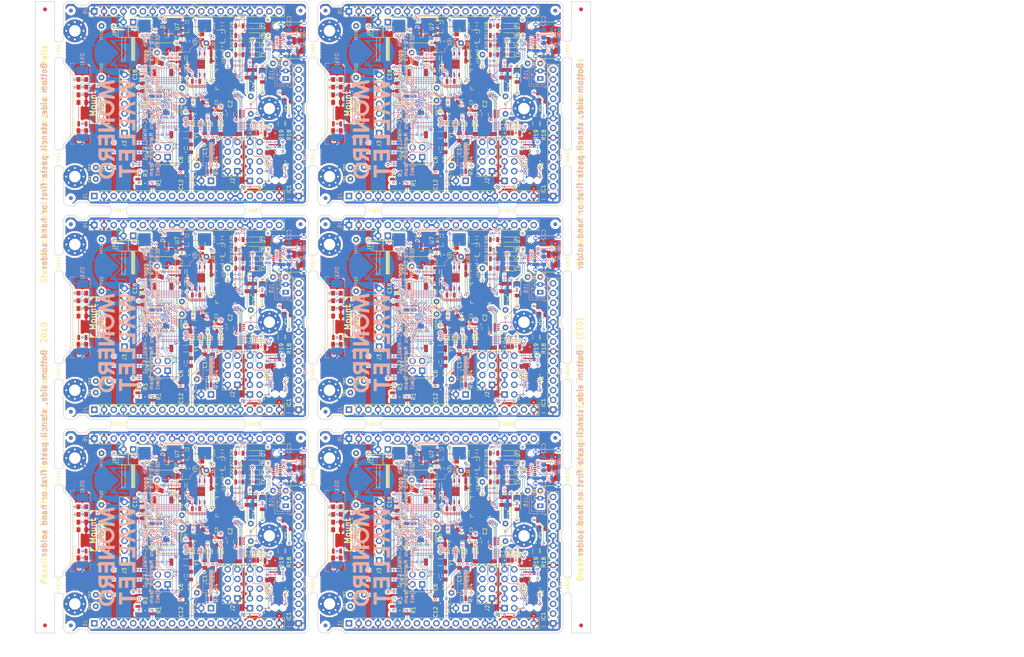
<source format=kicad_pcb>
(kicad_pcb (version 20171130) (host pcbnew 5.0.0+dfsg1-2)
  (title_block (title "Breakneck Hardware Wallet") (date 2018-01-10) (rev 0.9.0) (company "The Monero Project, Hardware Team") (comment 1 "Copyright © 2018, The Monero Project") (comment 2 "Fulfilling the developer edition role") (comment 3 "Pending quality assurance testing") (comment 4 "Warning, untested prototype!"))
  (layers (0 F.Cu signal) (31 B.Cu signal) (34 B.Paste user) (35 F.Paste user) (36 B.SilkS user) (37 F.SilkS user) (38 B.Mask user) (39 F.Mask user) (44 Edge.Cuts user))
  (net 0 "")
  (net 1 GND)
  (net 2 "Net-(C4-Pad2)")
  (net 3 +3V3)
  (net 4 "Net-(D4-Pad2)")
  (net 5 "Net-(DS1-Pad7)")
  (net 6 /OLED_~CS~)
  (net 7 /OLED_~RES~)
  (net 8 /OLED_DC)
  (net 9 "Net-(DS1-Pad16)")
  (net 10 "Net-(DS1-Pad17)")
  (net 11 /OLED_D0)
  (net 12 "Net-(DS1-Pad20)")
  (net 13 "Net-(DS1-Pad21)")
  (net 14 "Net-(DS1-Pad22)")
  (net 15 "Net-(DS1-Pad23)")
  (net 16 "Net-(DS1-Pad24)")
  (net 17 "Net-(DS1-Pad25)")
  (net 18 "Net-(DS1-Pad26)")
  (net 19 "Net-(DS1-Pad28)")
  (net 20 "Net-(FID1-Pad~)")
  (net 21 "Net-(FID2-Pad~)")
  (net 22 "Net-(FID3-Pad~)")
  (net 23 "Net-(FID4-Pad~)")
  (net 24 /BLOAD)
  (net 25 /JTAG_TRST)
  (net 26 /JTAG_TDI)
  (net 27 /JTAG_TDO)
  (net 28 /JTAG_TMS)
  (net 29 /JTAG_TCK)
  (net 30 /RESET)
  (net 31 /USB_N)
  (net 32 /USB_P)
  (net 33 /OLED_D1)
  (net 34 "Net-(BT1-Pad1)")
  (net 35 /SHUNTH)
  (net 36 "Net-(C4-Pad1)")
  (net 37 "Net-(C5-Pad2)")
  (net 38 "Net-(C5-Pad1)")
  (net 39 /CLK_IN)
  (net 40 /CLK_OUT)
  (net 41 "Net-(C12-Pad1)")
  (net 42 "Net-(C13-Pad1)")
  (net 43 "Net-(C14-Pad2)")
  (net 44 "Net-(C14-Pad1)")
  (net 45 +5V)
  (net 46 "Net-(C23-Pad1)")
  (net 47 /VIN_OTP)
  (net 48 +1V5)
  (net 49 "Net-(C30-Pad1)")
  (net 50 "Net-(D3-Pad2)")
  (net 51 "Net-(D3-Pad1)")
  (net 52 "Net-(D4-Pad1)")
  (net 53 "Net-(D5-Pad2)")
  (net 54 "Net-(FID5-Pad~)")
  (net 55 "Net-(FID6-Pad~)")
  (net 56 /IO_SPARE1)
  (net 57 /CLK_FB)
  (net 58 /BRIDGE_TX)
  (net 59 /BRIDGE_RX)
  (net 60 "Net-(J1-Pad9)")
  (net 61 /TRIGGER)
  (net 62 /SDCARD_SCK)
  (net 63 /SDCARD_MISO)
  (net 64 /SDCARD_MOSI)
  (net 65 "Net-(J1-Pad17)")
  (net 66 /FLASH_CS)
  (net 67 /IO_SPARE2)
  (net 68 /FLASH_SCK)
  (net 69 /FLASH_SIO1)
  (net 70 /FLASH_SIO0)
  (net 71 "Net-(J2-Pad7)")
  (net 72 "Net-(J2-Pad8)")
  (net 73 "Net-(J4-PadA2)")
  (net 74 "Net-(J4-PadA3)")
  (net 75 "Net-(J4-PadA5)")
  (net 76 "Net-(J4-PadA10)")
  (net 77 "Net-(J4-PadA8)")
  (net 78 "Net-(J4-PadA11)")
  (net 79 "Net-(J4-PadB2)")
  (net 80 "Net-(J4-PadB3)")
  (net 81 "Net-(J4-PadB5)")
  (net 82 "Net-(J4-PadB8)")
  (net 83 "Net-(J4-PadB10)")
  (net 84 "Net-(J4-PadB11)")
  (net 85 "Net-(J5-Pad12)")
  (net 86 "Net-(J5-Pad13)")
  (net 87 "Net-(J5-Pad14)")
  (net 88 /CWLED3)
  (net 89 /PWMLED1)
  (net 90 /PWMLED0)
  (net 91 "Net-(J6-Pad15)")
  (net 92 "Net-(J6-Pad14)")
  (net 93 "Net-(J6-Pad13)")
  (net 94 "Net-(J6-Pad12)")
  (net 95 "Net-(J6-Pad11)")
  (net 96 "Net-(J6-Pad8)")
  (net 97 "Net-(J6-Pad6)")
  (net 98 "Net-(J6-Pad5)")
  (net 99 /BBUS_TX)
  (net 100 /BBUS_RX)
  (net 101 /SDCARD_CS)
  (net 102 "Net-(JP1-Pad1)")
  (net 103 /BOOT)
  (net 104 "Net-(R1-Pad1)")
  (net 105 "Net-(R5-Pad1)")
  (net 106 "Net-(R6-Pad1)")
  (net 107 /FLASH_SIO2)
  (net 108 /FLASH_SIO3)
  (net 109 "Net-(R18-Pad2)")
  (net 110 "Net-(R25-Pad2)")
  (net 111 "Net-(SW1-Pad2)")
  (net 112 "Net-(SW2-Pad2)")
  (net 113 "Net-(SW3-Pad2)")
  (net 114 "Net-(TP6-Pad1)")
  (net 115 "Net-(U1-Pad1)")
  (net 116 "Net-(U1-Pad2)")
  (net 117 "Net-(U1-Pad3)")
  (net 118 "Net-(U1-Pad7)")
  (net 119 "Net-(U3-PadA1)")
  (net 120 "Net-(U3-PadA5)")
  (net 121 "Net-(U3-PadA6)")
  (net 122 "Net-(U3-PadA8)")
  (net 123 /SAO_SDA)
  (net 124 "Net-(U3-PadB1)")
  (net 125 "Net-(U3-PadB4)")
  (net 126 "Net-(U3-PadB5)")
  (net 127 /SAO_SCL)
  (net 128 "Net-(U3-PadB8)")
  (net 129 "Net-(U3-PadC5)")
  (net 130 /BRIDGE_CTS)
  (net 131 /BRIDGE_RTS)
  (net 132 "Net-(U3-PadE2)")
  (net 133 "Net-(U3-PadE7)")
  (net 134 "Net-(U3-PadF2)")
  (net 135 "Net-(U3-PadF3)")
  (net 136 "Net-(U3-PadG1)")
  (net 137 "Net-(U3-PadG2)")
  (net 138 "Net-(U3-PadG7)")
  (net 139 "Net-(U3-PadG9)")
  (net 140 "Net-(U3-PadG10)")
  (net 141 "Net-(U3-PadH1)")
  (net 142 "Net-(U3-PadH2)")
  (net 143 "Net-(U3-PadH6)")
  (net 144 "Net-(U3-PadH9)")
  (net 145 "Net-(U3-PadH10)")
  (net 146 "Net-(U3-PadJ6)")
  (net 147 "Net-(U3-PadJ9)")
  (net 148 "Net-(U3-PadJ10)")
  (net 149 "Net-(U3-PadK8)")
  (net 150 "Net-(U3-PadK9)")
  (net 151 "Net-(U3-PadK10)")
  (net 152 "Net-(U4-Pad1)")
  (net 153 "Net-(U4-Pad2)")
  (net 154 "Net-(U4-Pad11)")
  (net 155 "Net-(U4-Pad12)")
  (net 156 "Net-(U4-Pad13)")
  (net 157 "Net-(U4-Pad14)")
  (net 158 "Net-(U4-Pad15)")
  (net 159 "Net-(U4-Pad16)")
  (net 160 "Net-(U4-Pad17)")
  (net 161 "Net-(U4-Pad20)")
  (net 162 "Net-(U4-Pad21)")
  (net 163 "Net-(U4-Pad22)")
  (net 164 "Net-(U4-Pad27)")
  (net 165 "Net-(U4-Pad28)")
  (net 166 "Net-(D6-Pad2)")
  (net 167 "Net-(D7-Pad2)")
  (module Monero_Local:Fiducial_1mm_Dia_2.54mm_Outer_CopperTop (layer B.Cu) (at 158.5 22.34 270)
    (fp_text reference FID6 hide)
    (fp_text value Fiducial-PCB)
    (pad ~ smd circle (at 0 0 270) (size 1 1) (layers B.Cu B.Mask) (net 55 "Net-(FID6-Pad~)") (clearance 0.77))
  )
  (module Monero_Local:Fiducial_1mm_Dia_2.54mm_Outer_CopperTop (layer B.Cu) (at 98.5 22.34 270)
    (fp_text reference FID4 hide)
    (fp_text value Fiducial-PCB)
    (pad ~ smd circle (at 0 0 270) (size 1 1) (layers B.Cu B.Mask) (net 23 "Net-(FID4-Pad~)") (clearance 0.77))
  )
  (module Monero_Local:Fiducial_1mm_Dia_2.54mm_Outer_CopperTop (layer B.Cu) (at 98.5 71.34 270)
    (fp_text reference FID2 hide)
    (fp_text value Fiducial-PCB)
    (pad ~ smd circle (at 0 0 270) (size 1 1) (layers B.Cu B.Mask) (net 21 "Net-(FID2-Pad~)") (clearance 0.77))
  )
  (module Monero_Local:Fiducial_1mm_Dia_2.54mm_Outer_CopperTop (layer B.Cu) (at 32 22.34 270)
    (fp_text reference FID4 hide)
    (fp_text value Fiducial-PCB)
    (pad ~ smd circle (at 0 0 270) (size 1 1) (layers B.Cu B.Mask) (net 23 "Net-(FID4-Pad~)") (clearance 0.77))
  )
  (module Monero_Local:Fiducial_1mm_Dia_2.54mm_Outer_CopperTop (layer B.Cu) (at 32 71.34 270)
    (fp_text reference FID2 hide)
    (fp_text value Fiducial-PCB)
    (pad ~ smd circle (at 0 0 270) (size 1 1) (layers B.Cu B.Mask) (net 21 "Net-(FID2-Pad~)") (clearance 0.77))
  )
  (module Monero_Local:Fiducial_1mm_Dia_2.54mm_Outer_CopperTop (layer B.Cu) (at 158.5 78.18 270)
    (fp_text reference FID6 hide)
    (fp_text value Fiducial-PCB)
    (pad ~ smd circle (at 0 0 270) (size 1 1) (layers B.Cu B.Mask) (net 55 "Net-(FID6-Pad~)") (clearance 0.77))
  )
  (module Monero_Local:Fiducial_1mm_Dia_2.54mm_Outer_CopperTop (layer B.Cu) (at 98.5 78.18 270)
    (fp_text reference FID4 hide)
    (fp_text value Fiducial-PCB)
    (pad ~ smd circle (at 0 0 270) (size 1 1) (layers B.Cu B.Mask) (net 23 "Net-(FID4-Pad~)") (clearance 0.77))
  )
  (module Monero_Local:Fiducial_1mm_Dia_2.54mm_Outer_CopperTop (layer B.Cu) (at 98.5 127.18 270)
    (fp_text reference FID2 hide)
    (fp_text value Fiducial-PCB)
    (pad ~ smd circle (at 0 0 270) (size 1 1) (layers B.Cu B.Mask) (net 21 "Net-(FID2-Pad~)") (clearance 0.77))
  )
  (module Monero_Local:Fiducial_1mm_Dia_2.54mm_Outer_CopperTop (layer B.Cu) (at 92 78.18 270)
    (fp_text reference FID6 hide)
    (fp_text value Fiducial-PCB)
    (pad ~ smd circle (at 0 0 270) (size 1 1) (layers B.Cu B.Mask) (net 55 "Net-(FID6-Pad~)") (clearance 0.77))
  )
  (module Monero_Local:Fiducial_1mm_Dia_2.54mm_Outer_CopperTop (layer B.Cu) (at 32 78.18 270)
    (fp_text reference FID4 hide)
    (fp_text value Fiducial-PCB)
    (pad ~ smd circle (at 0 0 270) (size 1 1) (layers B.Cu B.Mask) (net 23 "Net-(FID4-Pad~)") (clearance 0.77))
  )
  (module Monero_Local:Fiducial_1mm_Dia_2.54mm_Outer_CopperTop (layer B.Cu) (at 32 127.18 270)
    (fp_text reference FID2 hide)
    (fp_text value Fiducial-PCB)
    (pad ~ smd circle (at 0 0 270) (size 1 1) (layers B.Cu B.Mask) (net 21 "Net-(FID2-Pad~)") (clearance 0.77))
  )
  (module Monero_Local:Fiducial_1mm_Dia_2.54mm_Outer_CopperTop (layer B.Cu) (at 158.5 134.02 270)
    (fp_text reference FID6 hide)
    (fp_text value Fiducial-PCB)
    (pad ~ smd circle (at 0 0 270) (size 1 1) (layers B.Cu B.Mask) (net 55 "Net-(FID6-Pad~)") (clearance 0.77))
  )
  (module Monero_Local:Fiducial_1mm_Dia_2.54mm_Outer_CopperTop (layer B.Cu) (at 98.5 134.02 270)
    (fp_text reference FID4 hide)
    (fp_text value Fiducial-PCB)
    (pad ~ smd circle (at 0 0 270) (size 1 1) (layers B.Cu B.Mask) (net 23 "Net-(FID4-Pad~)") (clearance 0.77))
  )
  (module Monero_Local:Fiducial_1mm_Dia_2.54mm_Outer_CopperTop (layer B.Cu) (at 98.5 183.02 270)
    (fp_text reference FID2 hide)
    (fp_text value Fiducial-PCB)
    (pad ~ smd circle (at 0 0 270) (size 1 1) (layers B.Cu B.Mask) (net 21 "Net-(FID2-Pad~)") (clearance 0.77))
  )
  (module Monero_Local:Fiducial_1mm_Dia_2.54mm_Outer_CopperTop (layer B.Cu) (at 92 134.02 270)
    (fp_text reference FID6 hide)
    (fp_text value Fiducial-PCB)
    (pad ~ smd circle (at 0 0 270) (size 1 1) (layers B.Cu B.Mask) (net 55 "Net-(FID6-Pad~)") (clearance 0.77))
  )
  (module Monero_Local:Fiducial_1mm_Dia_2.54mm_Outer_CopperTop (layer B.Cu) (at 32 134.02 270)
    (fp_text reference FID4 hide)
    (fp_text value Fiducial-PCB)
    (pad ~ smd circle (at 0 0 270) (size 1 1) (layers B.Cu B.Mask) (net 23 "Net-(FID4-Pad~)") (clearance 0.77))
  )
  (module Monero_Local:Fiducial_1mm_Dia_2.54mm_Outer_CopperTop (layer B.Cu) (at 32 183.02 270)
    (fp_text reference FID2 hide)
    (fp_text value Fiducial-PCB)
    (pad ~ smd circle (at 0 0 270) (size 1 1) (layers B.Cu B.Mask) (net 21 "Net-(FID2-Pad~)") (clearance 0.77))
  )
  (module Monero_Local:Panel_Mousetab_25mm_Double (layer F.Cu) (at 79.5 130.43 90)
    (fp_text reference TAB18 (at 0 0 180) (layer F.SilkS) (effects (font (size 0.8 0.8) (thickness 0.13))))
    (fp_text value Panel_Mousetab_25mm_Double)
    (pad "" np_thru_hole circle (at -1.35 -0.4 90) (size 0.3 0.3) (drill 0.3) (layers *.Cu))
    (pad "" np_thru_hole circle (at -1.35 -1.2 90) (size 0.3 0.3) (drill 0.3) (layers *.Cu))
    (pad "" np_thru_hole circle (at -1.35 -2 90) (size 0.3 0.3) (drill 0.3) (layers *.Cu))
    (pad "" np_thru_hole circle (at 1.35 -2 90) (size 0.3 0.3) (drill 0.3) (layers *.Cu))
    (pad "" np_thru_hole circle (at 1.35 -1.2 90) (size 0.3 0.3) (drill 0.3) (layers *.Cu))
    (pad "" np_thru_hole circle (at 1.35 -0.4 90) (size 0.3 0.3) (drill 0.3) (layers *.Cu))
    (pad "" np_thru_hole circle (at -1.35 0.4 90) (size 0.3 0.3) (drill 0.3) (layers *.Cu))
    (pad "" np_thru_hole circle (at -1.35 1.2 90) (size 0.3 0.3) (drill 0.3) (layers *.Cu))
    (pad "" np_thru_hole circle (at -1.35 2 90) (size 0.3 0.3) (drill 0.3) (layers *.Cu))
    (pad "" np_thru_hole circle (at 1.35 0.4 90) (size 0.3 0.3) (drill 0.3) (layers *.Cu))
    (pad "" np_thru_hole circle (at 1.35 1.2 90) (size 0.3 0.3) (drill 0.3) (layers *.Cu))
    (pad "" np_thru_hole circle (at 1.35 2 90) (size 0.3 0.3) (drill 0.3) (layers *.Cu))
  )
  (module Monero_Local:Panel_Mousetab_25mm_Double (layer F.Cu) (at 111 130.43 90)
    (fp_text reference TAB19 (at 0 0 180) (layer F.SilkS) (effects (font (size 0.8 0.8) (thickness 0.13))))
    (fp_text value Panel_Mousetab_25mm_Double)
    (pad "" np_thru_hole circle (at 1.35 2 90) (size 0.3 0.3) (drill 0.3) (layers *.Cu))
    (pad "" np_thru_hole circle (at 1.35 1.2 90) (size 0.3 0.3) (drill 0.3) (layers *.Cu))
    (pad "" np_thru_hole circle (at 1.35 0.4 90) (size 0.3 0.3) (drill 0.3) (layers *.Cu))
    (pad "" np_thru_hole circle (at -1.35 2 90) (size 0.3 0.3) (drill 0.3) (layers *.Cu))
    (pad "" np_thru_hole circle (at -1.35 1.2 90) (size 0.3 0.3) (drill 0.3) (layers *.Cu))
    (pad "" np_thru_hole circle (at -1.35 0.4 90) (size 0.3 0.3) (drill 0.3) (layers *.Cu))
    (pad "" np_thru_hole circle (at 1.35 -0.4 90) (size 0.3 0.3) (drill 0.3) (layers *.Cu))
    (pad "" np_thru_hole circle (at 1.35 -1.2 90) (size 0.3 0.3) (drill 0.3) (layers *.Cu))
    (pad "" np_thru_hole circle (at 1.35 -2 90) (size 0.3 0.3) (drill 0.3) (layers *.Cu))
    (pad "" np_thru_hole circle (at -1.35 -2 90) (size 0.3 0.3) (drill 0.3) (layers *.Cu))
    (pad "" np_thru_hole circle (at -1.35 -1.2 90) (size 0.3 0.3) (drill 0.3) (layers *.Cu))
    (pad "" np_thru_hole circle (at -1.35 -0.4 90) (size 0.3 0.3) (drill 0.3) (layers *.Cu))
  )
  (module Monero_Local:Panel_Mousetab_25mm_Double (layer F.Cu) (at 146 130.43 90)
    (fp_text reference TAB20 (at 0 0 180) (layer F.SilkS) (effects (font (size 0.8 0.8) (thickness 0.13))))
    (fp_text value Panel_Mousetab_25mm_Double)
    (pad "" np_thru_hole circle (at 1.35 2 90) (size 0.3 0.3) (drill 0.3) (layers *.Cu))
    (pad "" np_thru_hole circle (at 1.35 1.2 90) (size 0.3 0.3) (drill 0.3) (layers *.Cu))
    (pad "" np_thru_hole circle (at 1.35 0.4 90) (size 0.3 0.3) (drill 0.3) (layers *.Cu))
    (pad "" np_thru_hole circle (at -1.35 2 90) (size 0.3 0.3) (drill 0.3) (layers *.Cu))
    (pad "" np_thru_hole circle (at -1.35 1.2 90) (size 0.3 0.3) (drill 0.3) (layers *.Cu))
    (pad "" np_thru_hole circle (at -1.35 0.4 90) (size 0.3 0.3) (drill 0.3) (layers *.Cu))
    (pad "" np_thru_hole circle (at 1.35 -0.4 90) (size 0.3 0.3) (drill 0.3) (layers *.Cu))
    (pad "" np_thru_hole circle (at 1.35 -1.2 90) (size 0.3 0.3) (drill 0.3) (layers *.Cu))
    (pad "" np_thru_hole circle (at 1.35 -2 90) (size 0.3 0.3) (drill 0.3) (layers *.Cu))
    (pad "" np_thru_hole circle (at -1.35 -2 90) (size 0.3 0.3) (drill 0.3) (layers *.Cu))
    (pad "" np_thru_hole circle (at -1.35 -1.2 90) (size 0.3 0.3) (drill 0.3) (layers *.Cu))
    (pad "" np_thru_hole circle (at -1.35 -0.4 90) (size 0.3 0.3) (drill 0.3) (layers *.Cu))
  )
  (module Monero_Local:Panel_Mousetab_25mm_Double (layer F.Cu) (at 44.5 130.43 90)
    (fp_text reference TAB17 (at 0 0 180) (layer F.SilkS) (effects (font (size 0.8 0.8) (thickness 0.13))))
    (fp_text value Panel_Mousetab_25mm_Double)
    (pad "" np_thru_hole circle (at -1.35 -0.4 90) (size 0.3 0.3) (drill 0.3) (layers *.Cu))
    (pad "" np_thru_hole circle (at -1.35 -1.2 90) (size 0.3 0.3) (drill 0.3) (layers *.Cu))
    (pad "" np_thru_hole circle (at -1.35 -2 90) (size 0.3 0.3) (drill 0.3) (layers *.Cu))
    (pad "" np_thru_hole circle (at 1.35 -2 90) (size 0.3 0.3) (drill 0.3) (layers *.Cu))
    (pad "" np_thru_hole circle (at 1.35 -1.2 90) (size 0.3 0.3) (drill 0.3) (layers *.Cu))
    (pad "" np_thru_hole circle (at 1.35 -0.4 90) (size 0.3 0.3) (drill 0.3) (layers *.Cu))
    (pad "" np_thru_hole circle (at -1.35 0.4 90) (size 0.3 0.3) (drill 0.3) (layers *.Cu))
    (pad "" np_thru_hole circle (at -1.35 1.2 90) (size 0.3 0.3) (drill 0.3) (layers *.Cu))
    (pad "" np_thru_hole circle (at -1.35 2 90) (size 0.3 0.3) (drill 0.3) (layers *.Cu))
    (pad "" np_thru_hole circle (at 1.35 0.4 90) (size 0.3 0.3) (drill 0.3) (layers *.Cu))
    (pad "" np_thru_hole circle (at 1.35 1.2 90) (size 0.3 0.3) (drill 0.3) (layers *.Cu))
    (pad "" np_thru_hole circle (at 1.35 2 90) (size 0.3 0.3) (drill 0.3) (layers *.Cu))
  )
  (module Monero_Local:Panel_Mousetab_25mm_Double (layer F.Cu) (at 44.5 74.59 90)
    (fp_text reference TAB7 (at 0 0 180) (layer F.SilkS) (effects (font (size 0.8 0.8) (thickness 0.13))))
    (fp_text value Panel_Mousetab_25mm_Double)
    (pad "" np_thru_hole circle (at 1.35 2 90) (size 0.3 0.3) (drill 0.3) (layers *.Cu))
    (pad "" np_thru_hole circle (at 1.35 1.2 90) (size 0.3 0.3) (drill 0.3) (layers *.Cu))
    (pad "" np_thru_hole circle (at 1.35 0.4 90) (size 0.3 0.3) (drill 0.3) (layers *.Cu))
    (pad "" np_thru_hole circle (at -1.35 2 90) (size 0.3 0.3) (drill 0.3) (layers *.Cu))
    (pad "" np_thru_hole circle (at -1.35 1.2 90) (size 0.3 0.3) (drill 0.3) (layers *.Cu))
    (pad "" np_thru_hole circle (at -1.35 0.4 90) (size 0.3 0.3) (drill 0.3) (layers *.Cu))
    (pad "" np_thru_hole circle (at 1.35 -0.4 90) (size 0.3 0.3) (drill 0.3) (layers *.Cu))
    (pad "" np_thru_hole circle (at 1.35 -1.2 90) (size 0.3 0.3) (drill 0.3) (layers *.Cu))
    (pad "" np_thru_hole circle (at 1.35 -2 90) (size 0.3 0.3) (drill 0.3) (layers *.Cu))
    (pad "" np_thru_hole circle (at -1.35 -2 90) (size 0.3 0.3) (drill 0.3) (layers *.Cu))
    (pad "" np_thru_hole circle (at -1.35 -1.2 90) (size 0.3 0.3) (drill 0.3) (layers *.Cu))
    (pad "" np_thru_hole circle (at -1.35 -0.4 90) (size 0.3 0.3) (drill 0.3) (layers *.Cu))
  )
  (module Monero_Local:Panel_Mousetab_25mm_Double (layer F.Cu) (at 79.5 74.59 90)
    (fp_text reference TAB8 (at 0 0 180) (layer F.SilkS) (effects (font (size 0.8 0.8) (thickness 0.13))))
    (fp_text value Panel_Mousetab_25mm_Double)
    (pad "" np_thru_hole circle (at 1.35 2 90) (size 0.3 0.3) (drill 0.3) (layers *.Cu))
    (pad "" np_thru_hole circle (at 1.35 1.2 90) (size 0.3 0.3) (drill 0.3) (layers *.Cu))
    (pad "" np_thru_hole circle (at 1.35 0.4 90) (size 0.3 0.3) (drill 0.3) (layers *.Cu))
    (pad "" np_thru_hole circle (at -1.35 2 90) (size 0.3 0.3) (drill 0.3) (layers *.Cu))
    (pad "" np_thru_hole circle (at -1.35 1.2 90) (size 0.3 0.3) (drill 0.3) (layers *.Cu))
    (pad "" np_thru_hole circle (at -1.35 0.4 90) (size 0.3 0.3) (drill 0.3) (layers *.Cu))
    (pad "" np_thru_hole circle (at 1.35 -0.4 90) (size 0.3 0.3) (drill 0.3) (layers *.Cu))
    (pad "" np_thru_hole circle (at 1.35 -1.2 90) (size 0.3 0.3) (drill 0.3) (layers *.Cu))
    (pad "" np_thru_hole circle (at 1.35 -2 90) (size 0.3 0.3) (drill 0.3) (layers *.Cu))
    (pad "" np_thru_hole circle (at -1.35 -2 90) (size 0.3 0.3) (drill 0.3) (layers *.Cu))
    (pad "" np_thru_hole circle (at -1.35 -1.2 90) (size 0.3 0.3) (drill 0.3) (layers *.Cu))
    (pad "" np_thru_hole circle (at -1.35 -0.4 90) (size 0.3 0.3) (drill 0.3) (layers *.Cu))
  )
  (module Monero_Local:Panel_Mousetab_25mm_Double (layer F.Cu) (at 146 74.59 90)
    (fp_text reference TAB10 (at 0 0 180) (layer F.SilkS) (effects (font (size 0.8 0.8) (thickness 0.13))))
    (fp_text value Panel_Mousetab_25mm_Double)
    (pad "" np_thru_hole circle (at -1.35 -0.4 90) (size 0.3 0.3) (drill 0.3) (layers *.Cu))
    (pad "" np_thru_hole circle (at -1.35 -1.2 90) (size 0.3 0.3) (drill 0.3) (layers *.Cu))
    (pad "" np_thru_hole circle (at -1.35 -2 90) (size 0.3 0.3) (drill 0.3) (layers *.Cu))
    (pad "" np_thru_hole circle (at 1.35 -2 90) (size 0.3 0.3) (drill 0.3) (layers *.Cu))
    (pad "" np_thru_hole circle (at 1.35 -1.2 90) (size 0.3 0.3) (drill 0.3) (layers *.Cu))
    (pad "" np_thru_hole circle (at 1.35 -0.4 90) (size 0.3 0.3) (drill 0.3) (layers *.Cu))
    (pad "" np_thru_hole circle (at -1.35 0.4 90) (size 0.3 0.3) (drill 0.3) (layers *.Cu))
    (pad "" np_thru_hole circle (at -1.35 1.2 90) (size 0.3 0.3) (drill 0.3) (layers *.Cu))
    (pad "" np_thru_hole circle (at -1.35 2 90) (size 0.3 0.3) (drill 0.3) (layers *.Cu))
    (pad "" np_thru_hole circle (at 1.35 0.4 90) (size 0.3 0.3) (drill 0.3) (layers *.Cu))
    (pad "" np_thru_hole circle (at 1.35 1.2 90) (size 0.3 0.3) (drill 0.3) (layers *.Cu))
    (pad "" np_thru_hole circle (at 1.35 2 90) (size 0.3 0.3) (drill 0.3) (layers *.Cu))
  )
  (module Monero_Local:Panel_Mousetab_25mm_Double (layer F.Cu) (at 111 74.59 90)
    (fp_text reference TAB9 (at 0 0 180) (layer F.SilkS) (effects (font (size 0.8 0.8) (thickness 0.13))))
    (fp_text value Panel_Mousetab_25mm_Double)
    (pad "" np_thru_hole circle (at -1.35 -0.4 90) (size 0.3 0.3) (drill 0.3) (layers *.Cu))
    (pad "" np_thru_hole circle (at -1.35 -1.2 90) (size 0.3 0.3) (drill 0.3) (layers *.Cu))
    (pad "" np_thru_hole circle (at -1.35 -2 90) (size 0.3 0.3) (drill 0.3) (layers *.Cu))
    (pad "" np_thru_hole circle (at 1.35 -2 90) (size 0.3 0.3) (drill 0.3) (layers *.Cu))
    (pad "" np_thru_hole circle (at 1.35 -1.2 90) (size 0.3 0.3) (drill 0.3) (layers *.Cu))
    (pad "" np_thru_hole circle (at 1.35 -0.4 90) (size 0.3 0.3) (drill 0.3) (layers *.Cu))
    (pad "" np_thru_hole circle (at -1.35 0.4 90) (size 0.3 0.3) (drill 0.3) (layers *.Cu))
    (pad "" np_thru_hole circle (at -1.35 1.2 90) (size 0.3 0.3) (drill 0.3) (layers *.Cu))
    (pad "" np_thru_hole circle (at -1.35 2 90) (size 0.3 0.3) (drill 0.3) (layers *.Cu))
    (pad "" np_thru_hole circle (at 1.35 0.4 90) (size 0.3 0.3) (drill 0.3) (layers *.Cu))
    (pad "" np_thru_hole circle (at 1.35 1.2 90) (size 0.3 0.3) (drill 0.3) (layers *.Cu))
    (pad "" np_thru_hole circle (at 1.35 2 90) (size 0.3 0.3) (drill 0.3) (layers *.Cu))
  )
  (module Monero_Local:Panel_Mousetab_25mm_Double (layer F.Cu) (at 95.25 144.18)
    (fp_text reference TAB23 (at 0 0 90) (layer F.SilkS) (effects (font (size 0.8 0.8) (thickness 0.13))))
    (fp_text value Panel_Mousetab_25mm_Double)
    (pad "" np_thru_hole circle (at -1.35 -0.4) (size 0.3 0.3) (drill 0.3) (layers *.Cu))
    (pad "" np_thru_hole circle (at -1.35 -1.2) (size 0.3 0.3) (drill 0.3) (layers *.Cu))
    (pad "" np_thru_hole circle (at -1.35 -2) (size 0.3 0.3) (drill 0.3) (layers *.Cu))
    (pad "" np_thru_hole circle (at 1.35 -2) (size 0.3 0.3) (drill 0.3) (layers *.Cu))
    (pad "" np_thru_hole circle (at 1.35 -1.2) (size 0.3 0.3) (drill 0.3) (layers *.Cu))
    (pad "" np_thru_hole circle (at 1.35 -0.4) (size 0.3 0.3) (drill 0.3) (layers *.Cu))
    (pad "" np_thru_hole circle (at -1.35 0.4) (size 0.3 0.3) (drill 0.3) (layers *.Cu))
    (pad "" np_thru_hole circle (at -1.35 1.2) (size 0.3 0.3) (drill 0.3) (layers *.Cu))
    (pad "" np_thru_hole circle (at -1.35 2) (size 0.3 0.3) (drill 0.3) (layers *.Cu))
    (pad "" np_thru_hole circle (at 1.35 0.4) (size 0.3 0.3) (drill 0.3) (layers *.Cu))
    (pad "" np_thru_hole circle (at 1.35 1.2) (size 0.3 0.3) (drill 0.3) (layers *.Cu))
    (pad "" np_thru_hole circle (at 1.35 2) (size 0.3 0.3) (drill 0.3) (layers *.Cu))
  )
  (module Monero_Local:Panel_Mousetab_25mm_Double (layer F.Cu) (at 95.25 172.52)
    (fp_text reference TAB24 (at 0 0 90) (layer F.SilkS) (effects (font (size 0.8 0.8) (thickness 0.13))))
    (fp_text value Panel_Mousetab_25mm_Double)
    (pad "" np_thru_hole circle (at -1.35 -0.4) (size 0.3 0.3) (drill 0.3) (layers *.Cu))
    (pad "" np_thru_hole circle (at -1.35 -1.2) (size 0.3 0.3) (drill 0.3) (layers *.Cu))
    (pad "" np_thru_hole circle (at -1.35 -2) (size 0.3 0.3) (drill 0.3) (layers *.Cu))
    (pad "" np_thru_hole circle (at 1.35 -2) (size 0.3 0.3) (drill 0.3) (layers *.Cu))
    (pad "" np_thru_hole circle (at 1.35 -1.2) (size 0.3 0.3) (drill 0.3) (layers *.Cu))
    (pad "" np_thru_hole circle (at 1.35 -0.4) (size 0.3 0.3) (drill 0.3) (layers *.Cu))
    (pad "" np_thru_hole circle (at -1.35 0.4) (size 0.3 0.3) (drill 0.3) (layers *.Cu))
    (pad "" np_thru_hole circle (at -1.35 1.2) (size 0.3 0.3) (drill 0.3) (layers *.Cu))
    (pad "" np_thru_hole circle (at -1.35 2) (size 0.3 0.3) (drill 0.3) (layers *.Cu))
    (pad "" np_thru_hole circle (at 1.35 0.4) (size 0.3 0.3) (drill 0.3) (layers *.Cu))
    (pad "" np_thru_hole circle (at 1.35 1.2) (size 0.3 0.3) (drill 0.3) (layers *.Cu))
    (pad "" np_thru_hole circle (at 1.35 2) (size 0.3 0.3) (drill 0.3) (layers *.Cu))
  )
  (module Monero_Local:Panel_Mousetab_25mm_Double (layer F.Cu) (at 95.25 88.34)
    (fp_text reference TAB13 (at 0 0 90) (layer F.SilkS) (effects (font (size 0.8 0.8) (thickness 0.13))))
    (fp_text value Panel_Mousetab_25mm_Double)
    (pad "" np_thru_hole circle (at 1.35 2) (size 0.3 0.3) (drill 0.3) (layers *.Cu))
    (pad "" np_thru_hole circle (at 1.35 1.2) (size 0.3 0.3) (drill 0.3) (layers *.Cu))
    (pad "" np_thru_hole circle (at 1.35 0.4) (size 0.3 0.3) (drill 0.3) (layers *.Cu))
    (pad "" np_thru_hole circle (at -1.35 2) (size 0.3 0.3) (drill 0.3) (layers *.Cu))
    (pad "" np_thru_hole circle (at -1.35 1.2) (size 0.3 0.3) (drill 0.3) (layers *.Cu))
    (pad "" np_thru_hole circle (at -1.35 0.4) (size 0.3 0.3) (drill 0.3) (layers *.Cu))
    (pad "" np_thru_hole circle (at 1.35 -0.4) (size 0.3 0.3) (drill 0.3) (layers *.Cu))
    (pad "" np_thru_hole circle (at 1.35 -1.2) (size 0.3 0.3) (drill 0.3) (layers *.Cu))
    (pad "" np_thru_hole circle (at 1.35 -2) (size 0.3 0.3) (drill 0.3) (layers *.Cu))
    (pad "" np_thru_hole circle (at -1.35 -2) (size 0.3 0.3) (drill 0.3) (layers *.Cu))
    (pad "" np_thru_hole circle (at -1.35 -1.2) (size 0.3 0.3) (drill 0.3) (layers *.Cu))
    (pad "" np_thru_hole circle (at -1.35 -0.4) (size 0.3 0.3) (drill 0.3) (layers *.Cu))
  )
  (module Monero_Local:Panel_Mousetab_25mm_Double (layer F.Cu) (at 95.25 116.68)
    (fp_text reference TAB14 (at 0 0 90) (layer F.SilkS) (effects (font (size 0.8 0.8) (thickness 0.13))))
    (fp_text value Panel_Mousetab_25mm_Double)
    (pad "" np_thru_hole circle (at 1.35 2) (size 0.3 0.3) (drill 0.3) (layers *.Cu))
    (pad "" np_thru_hole circle (at 1.35 1.2) (size 0.3 0.3) (drill 0.3) (layers *.Cu))
    (pad "" np_thru_hole circle (at 1.35 0.4) (size 0.3 0.3) (drill 0.3) (layers *.Cu))
    (pad "" np_thru_hole circle (at -1.35 2) (size 0.3 0.3) (drill 0.3) (layers *.Cu))
    (pad "" np_thru_hole circle (at -1.35 1.2) (size 0.3 0.3) (drill 0.3) (layers *.Cu))
    (pad "" np_thru_hole circle (at -1.35 0.4) (size 0.3 0.3) (drill 0.3) (layers *.Cu))
    (pad "" np_thru_hole circle (at 1.35 -0.4) (size 0.3 0.3) (drill 0.3) (layers *.Cu))
    (pad "" np_thru_hole circle (at 1.35 -1.2) (size 0.3 0.3) (drill 0.3) (layers *.Cu))
    (pad "" np_thru_hole circle (at 1.35 -2) (size 0.3 0.3) (drill 0.3) (layers *.Cu))
    (pad "" np_thru_hole circle (at -1.35 -2) (size 0.3 0.3) (drill 0.3) (layers *.Cu))
    (pad "" np_thru_hole circle (at -1.35 -1.2) (size 0.3 0.3) (drill 0.3) (layers *.Cu))
    (pad "" np_thru_hole circle (at -1.35 -0.4) (size 0.3 0.3) (drill 0.3) (layers *.Cu))
  )
  (module Monero_HW:Panel_Mousetab_25mm_Single (layer F.Cu) (at 161.75 88.34 180)
    (fp_text reference TAB15 (at 0 0 270) (layer F.SilkS) (effects (font (size 0.8 0.8) (thickness 0.13))))
    (fp_text value Mousetab_3Hole)
    (pad "" np_thru_hole circle (at 1.35 -2 180) (size 0.3 0.3) (drill 0.3) (layers *.Cu))
    (pad "" np_thru_hole circle (at 1.35 -1.2 180) (size 0.3 0.3) (drill 0.3) (layers *.Cu))
    (pad "" np_thru_hole circle (at 1.35 -0.4 180) (size 0.3 0.3) (drill 0.3) (layers *.Cu))
    (pad "" np_thru_hole circle (at 1.35 0.4 180) (size 0.3 0.3) (drill 0.3) (layers *.Cu))
    (pad "" np_thru_hole circle (at 1.35 1.2 180) (size 0.3 0.3) (drill 0.3) (layers *.Cu))
    (pad "" np_thru_hole circle (at 1.35 2 180) (size 0.3 0.3) (drill 0.3) (layers *.Cu))
  )
  (module Monero_HW:Panel_Mousetab_25mm_Single (layer F.Cu) (at 161.75 172.52 180)
    (fp_text reference TAB26 (at 0 0 270) (layer F.SilkS) (effects (font (size 0.8 0.8) (thickness 0.13))))
    (fp_text value Mousetab_3Hole)
    (pad "" np_thru_hole circle (at 1.35 -2 180) (size 0.3 0.3) (drill 0.3) (layers *.Cu))
    (pad "" np_thru_hole circle (at 1.35 -1.2 180) (size 0.3 0.3) (drill 0.3) (layers *.Cu))
    (pad "" np_thru_hole circle (at 1.35 -0.4 180) (size 0.3 0.3) (drill 0.3) (layers *.Cu))
    (pad "" np_thru_hole circle (at 1.35 0.4 180) (size 0.3 0.3) (drill 0.3) (layers *.Cu))
    (pad "" np_thru_hole circle (at 1.35 1.2 180) (size 0.3 0.3) (drill 0.3) (layers *.Cu))
    (pad "" np_thru_hole circle (at 1.35 2 180) (size 0.3 0.3) (drill 0.3) (layers *.Cu))
  )
  (module Monero_HW:Panel_Mousetab_25mm_Single (layer F.Cu) (at 161.75 116.68 180)
    (fp_text reference TAB16 (at 0 0 270) (layer F.SilkS) (effects (font (size 0.8 0.8) (thickness 0.13))))
    (fp_text value Mousetab_3Hole)
    (pad "" np_thru_hole circle (at 1.35 2 180) (size 0.3 0.3) (drill 0.3) (layers *.Cu))
    (pad "" np_thru_hole circle (at 1.35 1.2 180) (size 0.3 0.3) (drill 0.3) (layers *.Cu))
    (pad "" np_thru_hole circle (at 1.35 0.4 180) (size 0.3 0.3) (drill 0.3) (layers *.Cu))
    (pad "" np_thru_hole circle (at 1.35 -0.4 180) (size 0.3 0.3) (drill 0.3) (layers *.Cu))
    (pad "" np_thru_hole circle (at 1.35 -1.2 180) (size 0.3 0.3) (drill 0.3) (layers *.Cu))
    (pad "" np_thru_hole circle (at 1.35 -2 180) (size 0.3 0.3) (drill 0.3) (layers *.Cu))
  )
  (module Mounting_Holes:MountingHole_2.5mm (layer F.Cu) (at 165.25 97.51)
    (fp_text reference SH1 hide)
    (fp_text value MountingHole_2.5mm)
    (pad "" np_thru_hole circle (at 0 0) (size 2.5 2.5) (drill 2.5) (layers *.Cu *.Paste *.Mask))
  )
  (module Monero_HW:Panel_Mousetab_25mm_Single (layer F.Cu) (at 161.75 144.18 180)
    (fp_text reference TAB25 (at 0 0 270) (layer F.SilkS) (effects (font (size 0.8 0.8) (thickness 0.13))))
    (fp_text value Mousetab_3Hole)
    (pad "" np_thru_hole circle (at 1.35 2 180) (size 0.3 0.3) (drill 0.3) (layers *.Cu))
    (pad "" np_thru_hole circle (at 1.35 1.2 180) (size 0.3 0.3) (drill 0.3) (layers *.Cu))
    (pad "" np_thru_hole circle (at 1.35 0.4 180) (size 0.3 0.3) (drill 0.3) (layers *.Cu))
    (pad "" np_thru_hole circle (at 1.35 -0.4 180) (size 0.3 0.3) (drill 0.3) (layers *.Cu))
    (pad "" np_thru_hole circle (at 1.35 -1.2 180) (size 0.3 0.3) (drill 0.3) (layers *.Cu))
    (pad "" np_thru_hole circle (at 1.35 -2 180) (size 0.3 0.3) (drill 0.3) (layers *.Cu))
  )
  (module Monero_HW:Panel_Mousetab_25mm_Single (layer F.Cu) (at 161.75 60.84 180)
    (fp_text reference TAB6 (at 0 0 270) (layer F.SilkS) (effects (font (size 0.8 0.8) (thickness 0.13))))
    (fp_text value Mousetab_3Hole)
    (pad "" np_thru_hole circle (at 1.35 2 180) (size 0.3 0.3) (drill 0.3) (layers *.Cu))
    (pad "" np_thru_hole circle (at 1.35 1.2 180) (size 0.3 0.3) (drill 0.3) (layers *.Cu))
    (pad "" np_thru_hole circle (at 1.35 0.4 180) (size 0.3 0.3) (drill 0.3) (layers *.Cu))
    (pad "" np_thru_hole circle (at 1.35 -0.4 180) (size 0.3 0.3) (drill 0.3) (layers *.Cu))
    (pad "" np_thru_hole circle (at 1.35 -1.2 180) (size 0.3 0.3) (drill 0.3) (layers *.Cu))
    (pad "" np_thru_hole circle (at 1.35 -2 180) (size 0.3 0.3) (drill 0.3) (layers *.Cu))
  )
  (module Monero_HW:Panel_Mousetab_25mm_Single (layer F.Cu) (at 161.75 32.5 180)
    (fp_text reference TAB5 (at 0 0 270) (layer F.SilkS) (effects (font (size 0.8 0.8) (thickness 0.13))))
    (fp_text value Mousetab_3Hole)
    (pad "" np_thru_hole circle (at 1.35 -2 180) (size 0.3 0.3) (drill 0.3) (layers *.Cu))
    (pad "" np_thru_hole circle (at 1.35 -1.2 180) (size 0.3 0.3) (drill 0.3) (layers *.Cu))
    (pad "" np_thru_hole circle (at 1.35 -0.4 180) (size 0.3 0.3) (drill 0.3) (layers *.Cu))
    (pad "" np_thru_hole circle (at 1.35 0.4 180) (size 0.3 0.3) (drill 0.3) (layers *.Cu))
    (pad "" np_thru_hole circle (at 1.35 1.2 180) (size 0.3 0.3) (drill 0.3) (layers *.Cu))
    (pad "" np_thru_hole circle (at 1.35 2 180) (size 0.3 0.3) (drill 0.3) (layers *.Cu))
  )
  (module Mounting_Holes:MountingHole_2.5mm (layer F.Cu) (at 165.25 27.51)
    (fp_text reference SH1 hide)
    (fp_text value MountingHole_2.5mm)
    (pad "" np_thru_hole circle (at 0 0) (size 2.5 2.5) (drill 2.5) (layers *.Cu *.Paste *.Mask))
  )
  (module Fiducials:Fiducial_1mm_Dia_2mm_Outer (layer F.Cu) (at 165.25 22)
    (fp_text reference FID4 hide)
    (fp_text value Fiducial_Passermarke hide)
    (pad ~ smd circle (at 0 0) (size 1 1) (layers F.Cu F.Mask) (net 20 "Net-(FID1-Pad~)") (clearance 0.5))
  )
  (module Fiducials:Fiducial_1mm_Dia_2mm_Outer (layer F.Cu) (at 165.25 183.02)
    (fp_text reference FID6 hide)
    (fp_text value Fiducial_Passermarke hide)
    (pad ~ smd circle (at 0 0) (size 1 1) (layers F.Cu F.Mask) (net 20 "Net-(FID1-Pad~)") (clearance 0.5))
  )
  (module Mounting_Holes:MountingHole_2.5mm (layer F.Cu) (at 165.25 177.51)
    (fp_text reference SH2 hide)
    (fp_text value MountingHole_2.5mm)
    (pad "" np_thru_hole circle (at 0 0) (size 2.5 2.5) (drill 2.5) (layers *.Cu *.Paste *.Mask))
  )
  (module Monero_HW:Panel_Mousetab_25mm_Single (layer F.Cu) (at 28.75 144.18)
    (fp_text reference TAB21 (at 0 0 90) (layer F.SilkS) (effects (font (size 0.8 0.8) (thickness 0.13))))
    (fp_text value Mousetab_3Hole)
    (pad "" np_thru_hole circle (at 1.35 2) (size 0.3 0.3) (drill 0.3) (layers *.Cu))
    (pad "" np_thru_hole circle (at 1.35 1.2) (size 0.3 0.3) (drill 0.3) (layers *.Cu))
    (pad "" np_thru_hole circle (at 1.35 0.4) (size 0.3 0.3) (drill 0.3) (layers *.Cu))
    (pad "" np_thru_hole circle (at 1.35 -0.4) (size 0.3 0.3) (drill 0.3) (layers *.Cu))
    (pad "" np_thru_hole circle (at 1.35 -1.2) (size 0.3 0.3) (drill 0.3) (layers *.Cu))
    (pad "" np_thru_hole circle (at 1.35 -2) (size 0.3 0.3) (drill 0.3) (layers *.Cu))
  )
  (module Monero_HW:Panel_Mousetab_25mm_Single (layer F.Cu) (at 28.75 172.52)
    (fp_text reference TAB22 (at 0 0 90) (layer F.SilkS) (effects (font (size 0.8 0.8) (thickness 0.13))))
    (fp_text value Mousetab_3Hole)
    (pad "" np_thru_hole circle (at 1.35 -2) (size 0.3 0.3) (drill 0.3) (layers *.Cu))
    (pad "" np_thru_hole circle (at 1.35 -1.2) (size 0.3 0.3) (drill 0.3) (layers *.Cu))
    (pad "" np_thru_hole circle (at 1.35 -0.4) (size 0.3 0.3) (drill 0.3) (layers *.Cu))
    (pad "" np_thru_hole circle (at 1.35 0.4) (size 0.3 0.3) (drill 0.3) (layers *.Cu))
    (pad "" np_thru_hole circle (at 1.35 1.2) (size 0.3 0.3) (drill 0.3) (layers *.Cu))
    (pad "" np_thru_hole circle (at 1.35 2) (size 0.3 0.3) (drill 0.3) (layers *.Cu))
  )
  (module Monero_HW:Panel_Mousetab_25mm_Single (layer F.Cu) (at 28.75 116.68)
    (fp_text reference TAB12 (at 0 0 90) (layer F.SilkS) (effects (font (size 0.8 0.8) (thickness 0.13))))
    (fp_text value Mousetab_3Hole)
    (pad "" np_thru_hole circle (at 1.35 2) (size 0.3 0.3) (drill 0.3) (layers *.Cu))
    (pad "" np_thru_hole circle (at 1.35 1.2) (size 0.3 0.3) (drill 0.3) (layers *.Cu))
    (pad "" np_thru_hole circle (at 1.35 0.4) (size 0.3 0.3) (drill 0.3) (layers *.Cu))
    (pad "" np_thru_hole circle (at 1.35 -0.4) (size 0.3 0.3) (drill 0.3) (layers *.Cu))
    (pad "" np_thru_hole circle (at 1.35 -1.2) (size 0.3 0.3) (drill 0.3) (layers *.Cu))
    (pad "" np_thru_hole circle (at 1.35 -2) (size 0.3 0.3) (drill 0.3) (layers *.Cu))
  )
  (module Monero_HW:Panel_Mousetab_25mm_Single (layer F.Cu) (at 28.75 88.34)
    (fp_text reference TAB11 (at 0 0 90) (layer F.SilkS) (effects (font (size 0.8 0.8) (thickness 0.13))))
    (fp_text value Mousetab_3Hole)
    (pad "" np_thru_hole circle (at 1.35 -2) (size 0.3 0.3) (drill 0.3) (layers *.Cu))
    (pad "" np_thru_hole circle (at 1.35 -1.2) (size 0.3 0.3) (drill 0.3) (layers *.Cu))
    (pad "" np_thru_hole circle (at 1.35 -0.4) (size 0.3 0.3) (drill 0.3) (layers *.Cu))
    (pad "" np_thru_hole circle (at 1.35 0.4) (size 0.3 0.3) (drill 0.3) (layers *.Cu))
    (pad "" np_thru_hole circle (at 1.35 1.2) (size 0.3 0.3) (drill 0.3) (layers *.Cu))
    (pad "" np_thru_hole circle (at 1.35 2) (size 0.3 0.3) (drill 0.3) (layers *.Cu))
  )
  (module Monero_HW:Panel_Mousetab_25mm_Single (layer F.Cu) (at 28.75 60.84)
    (fp_text reference TAB2 (at 0 0 90) (layer F.SilkS) (effects (font (size 0.8 0.8) (thickness 0.13))))
    (fp_text value Mousetab_3Hole)
    (pad "" np_thru_hole circle (at 1.35 2) (size 0.3 0.3) (drill 0.3) (layers *.Cu))
    (pad "" np_thru_hole circle (at 1.35 1.2) (size 0.3 0.3) (drill 0.3) (layers *.Cu))
    (pad "" np_thru_hole circle (at 1.35 0.4) (size 0.3 0.3) (drill 0.3) (layers *.Cu))
    (pad "" np_thru_hole circle (at 1.35 -0.4) (size 0.3 0.3) (drill 0.3) (layers *.Cu))
    (pad "" np_thru_hole circle (at 1.35 -1.2) (size 0.3 0.3) (drill 0.3) (layers *.Cu))
    (pad "" np_thru_hole circle (at 1.35 -2) (size 0.3 0.3) (drill 0.3) (layers *.Cu))
  )
  (module Monero_Local:LED_0805 (layer F.Cu) (at 146 140.52 180)
    (fp_text reference D6 (at -2.75 0 270) (layer F.SilkS))
    (fp_text value LED)
    (pad 2 smd rect (at 1.1 0) (size 1.2 1.2) (layers F.Cu F.Paste F.Mask) (net 166 "Net-(D6-Pad2)"))
    (pad 1 smd rect (at -1.1 0) (size 1.2 1.2) (layers F.Cu F.Paste F.Mask) (net 1 GND))
  )
  (module Monero_Local:Badgelife-Shitty-2x2 (layer F.Cu) (at 122.5 171.02 90)
    (fp_text reference X1)
    (fp_text value Badgelife_shitty)
    (pad 4 thru_hole circle (at 1.27 -1.27 90) (size 1.7 1.7) (drill 1) (layers *.Cu *.Mask) (net 123 /SAO_SDA))
    (pad 3 thru_hole oval (at 1.27 1.27 90) (size 1.7 1.7) (drill 1) (layers *.Cu *.Mask) (net 127 /SAO_SCL))
    (pad 1 thru_hole oval (at -1.27 -1.27 90) (size 1.7 1.7) (drill 1) (layers *.Cu *.Mask) (net 3 +3V3))
    (pad 2 thru_hole rect (at -1.27 1.27 90) (size 1.7 1.7) (drill 1) (layers *.Cu *.Mask) (net 1 GND))
  )
  (module Monero_Local:Fiducial_1mm_Dia_2.54mm_Outer_CopperTop (layer F.Cu) (at 158.5 134.02 90)
    (fp_text reference FID5 hide)
    (fp_text value Fiducial-PCB)
    (pad ~ smd circle (at 0 0 90) (size 1 1) (layers F.Cu F.Mask) (net 54 "Net-(FID5-Pad~)") (clearance 0.77))
  )
  (module MoneroTextSilk (layer B.Cu) (at 110.5 165.02 270)
    (fp_text reference LOGOTXT1 hide)
    (fp_text value Monerologo-txt hide)
  )
  (module Monero_Local:Crystal_SMD_3215-2Pin_3.2x1.5mm (layer F.Cu) (at 128.5 166.52 180)
    (fp_text reference Y1 (at -2.875 0 270) (layer F.SilkS))
    (fp_text value Crystal)
    (pad 1 smd rect (at 1.25 0 180) (size 1 1.8) (layers F.Cu F.Paste F.Mask) (net 39 /CLK_IN))
    (pad 2 smd rect (at -1.25 0 180) (size 1 1.8) (layers F.Cu F.Paste F.Mask) (net 40 /CLK_OUT))
  )
  (module Monero_Local:SOT-23 (layer F.Cu) (at 128.5 138.22)
    (fp_text reference U7 (at -2.25 0 -270) (layer F.SilkS))
    (fp_text value LN6206P15M)
    (pad 3 smd rect (at 1 0) (size 0.9 0.8) (layers F.Cu F.Paste F.Mask) (net 45 +5V))
    (pad 2 smd rect (at -1 0.95) (size 0.9 0.8) (layers F.Cu F.Paste F.Mask) (net 48 +1V5))
    (pad 1 smd rect (at -1 -0.95) (size 0.9 0.8) (layers F.Cu F.Paste F.Mask) (net 1 GND))
  )
  (module Monero_Local:DFN-8-1EP_2x3mm_Pitch0.5mm (layer F.Cu) (at 142.7 161.02 180)
    (fp_text reference U1 (at 0 2.75 270) (layer F.SilkS))
    (fp_text value ATECC608A)
    (pad 9 smd rect (at 0 -0.55 180) (size 0.61 1.1) (layers F.Cu F.Paste F.Mask))
    (pad 9 smd rect (at 0 0.55 180) (size 0.61 1.1) (layers F.Cu F.Paste F.Mask))
    (pad 8 smd rect (at 0.925 -0.75 180) (size 0.7 0.25) (layers F.Cu F.Paste F.Mask) (net 3 +3V3))
    (pad 7 smd rect (at 0.925 -0.25 180) (size 0.7 0.25) (layers F.Cu F.Paste F.Mask) (net 118 "Net-(U1-Pad7)"))
    (pad 6 smd rect (at 0.925 0.25 180) (size 0.7 0.25) (layers F.Cu F.Paste F.Mask) (net 106 "Net-(R6-Pad1)"))
    (pad 5 smd rect (at 0.925 0.75 180) (size 0.7 0.25) (layers F.Cu F.Paste F.Mask) (net 105 "Net-(R5-Pad1)"))
    (pad 4 smd rect (at -0.925 0.75 180) (size 0.7 0.25) (layers F.Cu F.Paste F.Mask) (net 1 GND))
    (pad 3 smd rect (at -0.925 0.25 180) (size 0.7 0.25) (layers F.Cu F.Paste F.Mask) (net 117 "Net-(U1-Pad3)"))
    (pad 2 smd rect (at -0.925 -0.25 180) (size 0.7 0.25) (layers F.Cu F.Paste F.Mask) (net 116 "Net-(U1-Pad2)"))
    (pad 1 smd rect (at -0.925 -0.75 180) (size 0.7 0.25) (layers F.Cu F.Paste F.Mask) (net 115 "Net-(U1-Pad1)"))
  )
  (module Monero_Local:TestPoint_THTPad_D1.5mm_Drill0.7mm (layer F.Cu) (at 106.5 151.52 90)
    (fp_text reference TP22 (at 2.5 0 90) (layer F.SilkS) (effects (font (size 0.7 0.7) (thickness 0.1))))
    (fp_text value TUART_RX)
    (pad 1 np_thru_hole circle (at 0 0 90) (size 1.5 1.5) (drill 0.7) (layers *.Cu *.Mask) (net 59 /BRIDGE_RX))
  )
  (module Monero_Local:TestPoint_THTPad_D1.5mm_Drill0.7mm (layer F.Cu) (at 121 145.02 90)
    (fp_text reference TP21 (at -2.25 0 90) (layer F.SilkS) (effects (font (size 0.7 0.7) (thickness 0.1))))
    (fp_text value TUART_TX)
    (pad 1 np_thru_hole circle (at 0 0 90) (size 1.5 1.5) (drill 0.7) (layers *.Cu *.Mask) (net 58 /BRIDGE_TX))
  )
  (module Monero_Local:TestPoint_THTPad_D1.5mm_Drill0.7mm (layer F.Cu) (at 151.3 147.82 90)
    (fp_text reference TP20 (at 0 -1.5 90) (layer F.SilkS) (effects (font (size 0.7 0.7) (thickness 0.1))))
    (fp_text value TUSBP)
    (pad 1 np_thru_hole circle (at 0 0 90) (size 1.5 1.5) (drill 0.7) (layers *.Cu *.Mask) (net 32 /USB_P))
  )
  (module Monero_Local:TestPoint_THTPad_D1.5mm_Drill0.7mm (layer F.Cu) (at 154.6 147.82 90)
    (fp_text reference TP19 (at 0 -1.5 90) (layer F.SilkS) (effects (font (size 0.7 0.7) (thickness 0.1))))
    (fp_text value TUSBN)
    (pad 1 np_thru_hole circle (at 0 0 90) (size 1.5 1.5) (drill 0.7) (layers *.Cu *.Mask) (net 31 /USB_N))
  )
  (module Monero_Local:TestPoint_THTPad_D1.5mm_Drill0.7mm (layer F.Cu) (at 145.5 156.42 90)
    (fp_text reference TP18 (at -1.5 0 180) (layer F.SilkS) (effects (font (size 0.7 0.7) (thickness 0.1))))
    (fp_text value TVDD)
    (pad 1 np_thru_hole circle (at 0 0 90) (size 1.5 1.5) (drill 0.7) (layers *.Cu *.Mask) (net 46 "Net-(C23-Pad1)"))
  )
  (module Monero_Local:TestPoint_THTPad_D1.5mm_Drill0.7mm (layer F.Cu) (at 131.4 174.52 90)
    (fp_text reference TP15 (at 2.5 0 90) (layer F.SilkS) (effects (font (size 0.7 0.7) (thickness 0.1))))
    (fp_text value TPLL1)
    (pad 1 np_thru_hole circle (at 0 0 90) (size 1.5 1.5) (drill 0.7) (layers *.Cu *.Mask) (net 44 "Net-(C14-Pad1)"))
  )
  (module Monero_Local:TestPoint_THTPad_D1.5mm_Drill0.7mm (layer F.Cu) (at 108.5 175.02 90)
    (fp_text reference TP13 (at 0 -1.5 90) (layer F.SilkS) (effects (font (size 0.7 0.7) (thickness 0.1))))
    (fp_text value TPLL2)
    (pad 1 np_thru_hole circle (at 0 0 90) (size 1.5 1.5) (drill 0.7) (layers *.Cu *.Mask) (net 43 "Net-(C14-Pad2)"))
  )
  (module Monero_Local:TestPoint_THTPad_D1.5mm_Drill0.7mm (layer F.Cu) (at 106.5 138.02 90)
    (fp_text reference TP12 (at -2.5 0 90) (layer F.SilkS) (effects (font (size 0.7 0.7) (thickness 0.1))))
    (fp_text value TBT)
    (pad 1 np_thru_hole circle (at 0 0 90) (size 1.5 1.5) (drill 0.7) (layers *.Cu *.Mask) (net 34 "Net-(BT1-Pad1)"))
  )
  (module Monero_Local:TestPoint_THTPad_D1.5mm_Drill0.7mm (layer F.Cu) (at 139.5 145.52 90)
    (fp_text reference TP6 (at -2.25 0 90) (layer F.SilkS) (effects (font (size 0.7 0.7) (thickness 0.1))))
    (fp_text value TWHAT)
    (pad 1 np_thru_hole circle (at 0 0 90) (size 1.5 1.5) (drill 0.7) (layers *.Cu *.Mask) (net 114 "Net-(TP6-Pad1)"))
  )
  (module Monero_Local:TestPoint_THTPad_D1.5mm_Drill0.7mm (layer F.Cu) (at 145.5 161.02 90)
    (fp_text reference TP5 (at -1.5 0 180) (layer F.SilkS) (effects (font (size 0.7 0.7) (thickness 0.1))))
    (fp_text value T5V)
    (pad 1 np_thru_hole circle (at 0 0 90) (size 1.5 1.5) (drill 0.7) (layers *.Cu *.Mask) (net 45 +5V))
  )
  (module Monero_Local:TestPoint_THTPad_D1.5mm_Drill0.7mm (layer F.Cu) (at 105 175.02 90)
    (fp_text reference TP2 (at 0 -1.5 90) (layer F.SilkS) (effects (font (size 0.7 0.7) (thickness 0.1))))
    (fp_text value TCRY2)
    (pad 1 np_thru_hole circle (at 0 0 90) (size 1.5 1.5) (drill 0.7) (layers *.Cu *.Mask) (net 40 /CLK_OUT))
  )
  (module Monero_Local:TestPoint_THTPad_D1.5mm_Drill0.7mm (layer F.Cu) (at 105 178.02 90)
    (fp_text reference TP1 (at 0 -1.5 90) (layer F.SilkS) (effects (font (size 0.7 0.7) (thickness 0.1))))
    (fp_text value TCRY1)
    (pad 1 np_thru_hole circle (at 0 0 90) (size 1.5 1.5) (drill 0.7) (layers *.Cu *.Mask) (net 39 /CLK_IN))
  )
  (module Monero_Local:SW_SPST_K21102SP (layer F.Cu) (at 122.5 145.68 90)
    (fp_text reference SW2 (at 0 -4.05 90) (layer F.SilkS))
    (fp_text value SW_SPST)
    (pad 2 smd rect (at 4.55 2.25 90) (size 1.9 1) (layers F.Cu F.Paste F.Mask) (net 112 "Net-(SW2-Pad2)"))
    (pad 1 smd rect (at 4.55 -2.25 90) (size 1.9 1) (layers F.Cu F.Paste F.Mask) (net 1 GND))
    (pad 1 smd rect (at -4.55 -2.25 90) (size 1.9 1) (layers F.Cu F.Paste F.Mask) (net 1 GND))
    (pad 2 smd rect (at -4.55 2.25 90) (size 1.9 1) (layers F.Cu F.Paste F.Mask) (net 112 "Net-(SW2-Pad2)"))
  )
  (module Monero_Local:C_0805 (layer F.Cu) (at 132.7 139.22 270)
    (fp_text reference C29 (at 0 1.35 270) (layer F.SilkS) (effects (font (size 0.7 0.7) (thickness 0.1))))
    (fp_text value 1uF)
    (pad 2 smd rect (at 1 0 270) (size 1 1.25) (layers F.Cu F.Paste F.Mask) (net 1 GND))
    (pad 1 smd rect (at -1 0 270) (size 1 1.25) (layers F.Cu F.Paste F.Mask) (net 45 +5V))
  )
  (module Monero_Local:C_0805 (layer F.Cu) (at 146.5 150.52 270)
    (fp_text reference C26 (at 3.5 0 270) (layer F.SilkS))
    (fp_text value 100nF)
    (pad 1 smd rect (at -1 0 270) (size 1 1.25) (layers F.Cu F.Paste F.Mask) (net 46 "Net-(C23-Pad1)"))
    (pad 2 smd rect (at 1 0 270) (size 1 1.25) (layers F.Cu F.Paste F.Mask) (net 1 GND))
  )
  (module Monero_Local:C_0805 (layer F.Cu) (at 127.25 170.02 90)
    (fp_text reference C6 (at -3 0 270) (layer F.SilkS))
    (fp_text value 15pF)
    (pad 1 smd rect (at -1 0 90) (size 1 1.25) (layers F.Cu F.Paste F.Mask) (net 1 GND))
    (pad 2 smd rect (at 1 0 90) (size 1 1.25) (layers F.Cu F.Paste F.Mask) (net 39 /CLK_IN))
  )
  (module Monero_Local:C_0805 (layer F.Cu) (at 138 143.42)
    (fp_text reference C30 (at -2.25 -0.25 -270) (layer F.SilkS) (effects (font (size 0.7 0.7) (thickness 0.1))))
    (fp_text value 1uF)
    (pad 1 smd rect (at -1 0) (size 1 1.25) (layers F.Cu F.Paste F.Mask) (net 49 "Net-(C30-Pad1)"))
    (pad 2 smd rect (at 1 0) (size 1 1.25) (layers F.Cu F.Paste F.Mask) (net 1 GND))
  )
  (module Monero_Local:C_0805 (layer F.Cu) (at 101.5 154.02)
    (fp_text reference C5 (at -2 0 -270) (layer F.SilkS) (effects (font (size 0.75 0.75) (thickness 0.1))))
    (fp_text value 1uF)
    (pad 1 smd rect (at -1 0) (size 1 1.25) (layers F.Cu F.Paste F.Mask) (net 38 "Net-(C5-Pad1)"))
    (pad 2 smd rect (at 1 0) (size 1 1.25) (layers F.Cu F.Paste F.Mask) (net 37 "Net-(C5-Pad2)"))
  )
  (module Monero_Local:C_0805 (layer F.Cu) (at 133.5 167.02 270)
    (fp_text reference C14 (at 3.25 0 270) (layer F.SilkS))
    (fp_text value 470nF)
    (pad 1 smd rect (at -1 0 270) (size 1 1.25) (layers F.Cu F.Paste F.Mask) (net 44 "Net-(C14-Pad1)"))
    (pad 2 smd rect (at 1 0 270) (size 1 1.25) (layers F.Cu F.Paste F.Mask) (net 43 "Net-(C14-Pad2)"))
  )
  (module Monero_Local:C_0805 (layer F.Cu) (at 130.75 160.02)
    (fp_text reference C10 (at -2.25 0 -270) (layer F.SilkS) (effects (font (size 0.7 0.7) (thickness 0.1))))
    (fp_text value 1uF)
    (pad 2 smd rect (at 1 0) (size 1 1.25) (layers F.Cu F.Paste F.Mask) (net 1 GND))
    (pad 1 smd rect (at -1 0) (size 1 1.25) (layers F.Cu F.Paste F.Mask) (net 3 +3V3))
  )
  (module Monero_Local:C_0805 (layer F.Cu) (at 130.75 162.02)
    (fp_text reference C11 (at 0 1.75) (layer F.SilkS))
    (fp_text value 100nF)
    (pad 1 smd rect (at -1 0) (size 1 1.25) (layers F.Cu F.Paste F.Mask) (net 3 +3V3))
    (pad 2 smd rect (at 1 0) (size 1 1.25) (layers F.Cu F.Paste F.Mask) (net 1 GND))
  )
  (module Monero_Local:C_0805 (layer F.Cu) (at 127.25 176.27 270)
    (fp_text reference C12 (at 3.25 0 270) (layer F.SilkS))
    (fp_text value 1uF)
    (pad 1 smd rect (at -1 0 270) (size 1 1.25) (layers F.Cu F.Paste F.Mask) (net 41 "Net-(C12-Pad1)"))
    (pad 2 smd rect (at 1 0 270) (size 1 1.25) (layers F.Cu F.Paste F.Mask) (net 1 GND))
  )
  (module Monero_Local:TestPoint_THTPad_D1.5mm_Drill0.7mm (layer F.Cu) (at 127.5 154.22 90)
    (fp_text reference TP10 (at 0 1.7 90) (layer F.SilkS) (effects (font (size 0.7 0.7) (thickness 0.1))))
    (fp_text value TSED)
    (pad 1 np_thru_hole circle (at 0 0 90) (size 1.5 1.5) (drill 0.7) (layers *.Cu *.Mask) (net 105 "Net-(R5-Pad1)"))
  )
  (module Monero_Local:C_0805 (layer F.Cu) (at 129.5 142.02 270)
    (fp_text reference C31 (at 0 -1.5 270) (layer F.SilkS) (effects (font (size 0.7 0.7) (thickness 0.1))))
    (fp_text value 1uF)
    (pad 1 smd rect (at -1 0 270) (size 1 1.25) (layers F.Cu F.Paste F.Mask) (net 48 +1V5))
    (pad 2 smd rect (at 1 0 270) (size 1 1.25) (layers F.Cu F.Paste F.Mask) (net 1 GND))
  )
  (module Monero_Local:R_0805 (layer F.Cu) (at 136.05 145.27)
    (fp_text reference J15 (at 2.25 0 -270) (layer F.SilkS) (effects (font (size 0.7 0.7) (thickness 0.1))))
    (fp_text value GS2)
    (pad 2 smd rect (at 0.95 0) (size 0.7 1.3) (layers F.Cu F.Paste F.Mask) (net 49 "Net-(C30-Pad1)"))
    (pad 1 smd rect (at -0.95 0) (size 0.7 1.3) (layers F.Cu F.Paste F.Mask) (net 3 +3V3))
  )
  (module Monero_Local:C_0805 (layer F.Cu) (at 101.5 165.40176 180)
    (fp_text reference C13 (at 2 -0.25 270) (layer F.SilkS) (effects (font (size 0.75 0.75) (thickness 0.1))))
    (fp_text value 2.2uF)
    (pad 1 smd rect (at -1 0 180) (size 1 1.25) (layers F.Cu F.Paste F.Mask) (net 42 "Net-(C13-Pad1)"))
    (pad 2 smd rect (at 1 0 180) (size 1 1.25) (layers F.Cu F.Paste F.Mask) (net 1 GND))
  )
  (module Monero_Local:R_0805 (layer F.Cu) (at 134.27 160.02)
    (fp_text reference R5 (at 2.25 0 -270) (layer F.SilkS) (effects (font (size 0.7 0.7) (thickness 0.1))))
    (fp_text value 3.9K)
    (pad 1 smd rect (at -0.95 0) (size 0.7 1.3) (layers F.Cu F.Paste F.Mask) (net 105 "Net-(R5-Pad1)"))
    (pad 2 smd rect (at 0.95 0) (size 0.7 1.3) (layers F.Cu F.Paste F.Mask) (net 3 +3V3))
  )
  (module Monero_Local:C_0805 (layer F.Cu) (at 135.5 167.02 270)
    (fp_text reference C15 (at 3.25 0 270) (layer F.SilkS))
    (fp_text value 100nF)
    (pad 1 smd rect (at -1 0 270) (size 1 1.25) (layers F.Cu F.Paste F.Mask) (net 3 +3V3))
    (pad 2 smd rect (at 1 0 270) (size 1 1.25) (layers F.Cu F.Paste F.Mask) (net 43 "Net-(C14-Pad2)"))
  )
  (module Monero_Local:C_0805 (layer F.Cu) (at 101.5 158.02 180)
    (fp_text reference C9 (at 2 0 270) (layer F.SilkS) (effects (font (size 0.75 0.75) (thickness 0.1))))
    (fp_text value 1uF)
    (pad 2 smd rect (at 1 0 180) (size 1 1.25) (layers F.Cu F.Paste F.Mask) (net 1 GND))
    (pad 1 smd rect (at -1 0 180) (size 1 1.25) (layers F.Cu F.Paste F.Mask) (net 3 +3V3))
  )
  (module Monero_Local:R_0805 (layer F.Cu) (at 136.05 147.17)
    (fp_text reference J10 (at 2.25 0 -270) (layer F.SilkS) (effects (font (size 0.7 0.7) (thickness 0.1))))
    (fp_text value GS2)
    (pad 2 smd rect (at 0.95 0) (size 0.7 1.3) (layers F.Cu F.Paste F.Mask) (net 46 "Net-(C23-Pad1)"))
    (pad 1 smd rect (at -0.95 0) (size 0.7 1.3) (layers F.Cu F.Paste F.Mask) (net 3 +3V3))
  )
  (module Monero_Local:C_0805 (layer B.Cu) (at 155.5 143.52 270)
    (fp_text reference C21 (at 3.25 0 270) (layer B.SilkS) (effects (justify mirror)))
    (fp_text value 100nF)
    (pad 2 smd rect (at 1 0 270) (size 1 1.25) (layers B.Cu B.Paste B.Mask) (net 1 GND))
    (pad 1 smd rect (at -1 0 270) (size 1 1.25) (layers B.Cu B.Paste B.Mask) (net 45 +5V))
  )
  (module Monero_Local:C_0805 (layer F.Cu) (at 129.75 170.02 270)
    (fp_text reference C7 (at 3 0 270) (layer F.SilkS))
    (fp_text value 15pF)
    (pad 2 smd rect (at 1 0 270) (size 1 1.25) (layers F.Cu F.Paste F.Mask) (net 1 GND))
    (pad 1 smd rect (at -1 0 270) (size 1 1.25) (layers F.Cu F.Paste F.Mask) (net 40 /CLK_OUT))
  )
  (module Monero_Local:C_0805 (layer F.Cu) (at 66.2 139.22 270)
    (fp_text reference C29 (at 0 1.35 270) (layer F.SilkS) (effects (font (size 0.7 0.7) (thickness 0.1))))
    (fp_text value 1uF)
    (pad 1 smd rect (at -1 0 270) (size 1 1.25) (layers F.Cu F.Paste F.Mask) (net 45 +5V))
    (pad 2 smd rect (at 1 0 270) (size 1 1.25) (layers F.Cu F.Paste F.Mask) (net 1 GND))
  )
  (module Monero_Local:C_0805 (layer F.Cu) (at 80 150.52 270)
    (fp_text reference C26 (at 3.5 0 270) (layer F.SilkS))
    (fp_text value 100nF)
    (pad 2 smd rect (at 1 0 270) (size 1 1.25) (layers F.Cu F.Paste F.Mask) (net 1 GND))
    (pad 1 smd rect (at -1 0 270) (size 1 1.25) (layers F.Cu F.Paste F.Mask) (net 46 "Net-(C23-Pad1)"))
  )
  (module Monero_Local:C_0805 (layer F.Cu) (at 60.75 170.02 90)
    (fp_text reference C6 (at -3 0 270) (layer F.SilkS))
    (fp_text value 15pF)
    (pad 2 smd rect (at 1 0 90) (size 1 1.25) (layers F.Cu F.Paste F.Mask) (net 39 /CLK_IN))
    (pad 1 smd rect (at -1 0 90) (size 1 1.25) (layers F.Cu F.Paste F.Mask) (net 1 GND))
  )
  (module Monero_Local:C_0805 (layer F.Cu) (at 71.5 143.42)
    (fp_text reference C30 (at -2.25 -0.25 -270) (layer F.SilkS) (effects (font (size 0.7 0.7) (thickness 0.1))))
    (fp_text value 1uF)
    (pad 2 smd rect (at 1 0) (size 1 1.25) (layers F.Cu F.Paste F.Mask) (net 1 GND))
    (pad 1 smd rect (at -1 0) (size 1 1.25) (layers F.Cu F.Paste F.Mask) (net 49 "Net-(C30-Pad1)"))
  )
  (module Monero_Local:C_0805 (layer F.Cu) (at 35 154.02)
    (fp_text reference C5 (at -2 0 -270) (layer F.SilkS) (effects (font (size 0.75 0.75) (thickness 0.1))))
    (fp_text value 1uF)
    (pad 2 smd rect (at 1 0) (size 1 1.25) (layers F.Cu F.Paste F.Mask) (net 37 "Net-(C5-Pad2)"))
    (pad 1 smd rect (at -1 0) (size 1 1.25) (layers F.Cu F.Paste F.Mask) (net 38 "Net-(C5-Pad1)"))
  )
  (module Monero_Local:C_0805 (layer F.Cu) (at 67 167.02 270)
    (fp_text reference C14 (at 3.25 0 270) (layer F.SilkS))
    (fp_text value 470nF)
    (pad 2 smd rect (at 1 0 270) (size 1 1.25) (layers F.Cu F.Paste F.Mask) (net 43 "Net-(C14-Pad2)"))
    (pad 1 smd rect (at -1 0 270) (size 1 1.25) (layers F.Cu F.Paste F.Mask) (net 44 "Net-(C14-Pad1)"))
  )
  (module Monero_Local:C_0805 (layer F.Cu) (at 64.25 160.02)
    (fp_text reference C10 (at -2.25 0 -270) (layer F.SilkS) (effects (font (size 0.7 0.7) (thickness 0.1))))
    (fp_text value 1uF)
    (pad 1 smd rect (at -1 0) (size 1 1.25) (layers F.Cu F.Paste F.Mask) (net 3 +3V3))
    (pad 2 smd rect (at 1 0) (size 1 1.25) (layers F.Cu F.Paste F.Mask) (net 1 GND))
  )
  (module Monero_Local:C_0805 (layer F.Cu) (at 64.25 162.02)
    (fp_text reference C11 (at 0 1.75) (layer F.SilkS))
    (fp_text value 100nF)
    (pad 2 smd rect (at 1 0) (size 1 1.25) (layers F.Cu F.Paste F.Mask) (net 1 GND))
    (pad 1 smd rect (at -1 0) (size 1 1.25) (layers F.Cu F.Paste F.Mask) (net 3 +3V3))
  )
  (module Monero_Local:C_0805 (layer F.Cu) (at 60.75 176.27 270)
    (fp_text reference C12 (at 3.25 0 270) (layer F.SilkS))
    (fp_text value 1uF)
    (pad 2 smd rect (at 1 0 270) (size 1 1.25) (layers F.Cu F.Paste F.Mask) (net 1 GND))
    (pad 1 smd rect (at -1 0 270) (size 1 1.25) (layers F.Cu F.Paste F.Mask) (net 41 "Net-(C12-Pad1)"))
  )
  (module Monero_Local:TestPoint_THTPad_D1.5mm_Drill0.7mm (layer F.Cu) (at 61 154.22 90)
    (fp_text reference TP10 (at 0 1.7 90) (layer F.SilkS) (effects (font (size 0.7 0.7) (thickness 0.1))))
    (fp_text value TSED)
    (pad 1 np_thru_hole circle (at 0 0 90) (size 1.5 1.5) (drill 0.7) (layers *.Cu *.Mask) (net 105 "Net-(R5-Pad1)"))
  )
  (module Monero_Local:C_0805 (layer F.Cu) (at 63 142.02 270)
    (fp_text reference C31 (at 0 -1.5 270) (layer F.SilkS) (effects (font (size 0.7 0.7) (thickness 0.1))))
    (fp_text value 1uF)
    (pad 2 smd rect (at 1 0 270) (size 1 1.25) (layers F.Cu F.Paste F.Mask) (net 1 GND))
    (pad 1 smd rect (at -1 0 270) (size 1 1.25) (layers F.Cu F.Paste F.Mask) (net 48 +1V5))
  )
  (module Monero_Local:R_0805 (layer F.Cu) (at 69.55 145.27)
    (fp_text reference J15 (at 2.25 0 -270) (layer F.SilkS) (effects (font (size 0.7 0.7) (thickness 0.1))))
    (fp_text value GS2)
    (pad 1 smd rect (at -0.95 0) (size 0.7 1.3) (layers F.Cu F.Paste F.Mask) (net 3 +3V3))
    (pad 2 smd rect (at 0.95 0) (size 0.7 1.3) (layers F.Cu F.Paste F.Mask) (net 49 "Net-(C30-Pad1)"))
  )
  (module Monero_Local:C_0805 (layer F.Cu) (at 35 165.40176 180)
    (fp_text reference C13 (at 2 -0.25 270) (layer F.SilkS) (effects (font (size 0.75 0.75) (thickness 0.1))))
    (fp_text value 2.2uF)
    (pad 2 smd rect (at 1 0 180) (size 1 1.25) (layers F.Cu F.Paste F.Mask) (net 1 GND))
    (pad 1 smd rect (at -1 0 180) (size 1 1.25) (layers F.Cu F.Paste F.Mask) (net 42 "Net-(C13-Pad1)"))
  )
  (module Monero_Local:R_0805 (layer F.Cu) (at 67.77 160.02)
    (fp_text reference R5 (at 2.25 0 -270) (layer F.SilkS) (effects (font (size 0.7 0.7) (thickness 0.1))))
    (fp_text value 3.9K)
    (pad 2 smd rect (at 0.95 0) (size 0.7 1.3) (layers F.Cu F.Paste F.Mask) (net 3 +3V3))
    (pad 1 smd rect (at -0.95 0) (size 0.7 1.3) (layers F.Cu F.Paste F.Mask) (net 105 "Net-(R5-Pad1)"))
  )
  (module Monero_Local:C_0805 (layer F.Cu) (at 69 167.02 270)
    (fp_text reference C15 (at 3.25 0 270) (layer F.SilkS))
    (fp_text value 100nF)
    (pad 2 smd rect (at 1 0 270) (size 1 1.25) (layers F.Cu F.Paste F.Mask) (net 43 "Net-(C14-Pad2)"))
    (pad 1 smd rect (at -1 0 270) (size 1 1.25) (layers F.Cu F.Paste F.Mask) (net 3 +3V3))
  )
  (module Monero_Local:C_0805 (layer F.Cu) (at 35 158.02 180)
    (fp_text reference C9 (at 2 0 270) (layer F.SilkS) (effects (font (size 0.75 0.75) (thickness 0.1))))
    (fp_text value 1uF)
    (pad 1 smd rect (at -1 0 180) (size 1 1.25) (layers F.Cu F.Paste F.Mask) (net 3 +3V3))
    (pad 2 smd rect (at 1 0 180) (size 1 1.25) (layers F.Cu F.Paste F.Mask) (net 1 GND))
  )
  (module Monero_Local:R_0805 (layer F.Cu) (at 69.55 147.17)
    (fp_text reference J10 (at 2.25 0 -270) (layer F.SilkS) (effects (font (size 0.7 0.7) (thickness 0.1))))
    (fp_text value GS2)
    (pad 1 smd rect (at -0.95 0) (size 0.7 1.3) (layers F.Cu F.Paste F.Mask) (net 3 +3V3))
    (pad 2 smd rect (at 0.95 0) (size 0.7 1.3) (layers F.Cu F.Paste F.Mask) (net 46 "Net-(C23-Pad1)"))
  )
  (module Monero_Local:C_0805 (layer B.Cu) (at 89 143.52 270)
    (fp_text reference C21 (at 3.25 0 270) (layer B.SilkS) (effects (justify mirror)))
    (fp_text value 100nF)
    (pad 1 smd rect (at -1 0 270) (size 1 1.25) (layers B.Cu B.Paste B.Mask) (net 45 +5V))
    (pad 2 smd rect (at 1 0 270) (size 1 1.25) (layers B.Cu B.Paste B.Mask) (net 1 GND))
  )
  (module Monero_Local:C_0805 (layer F.Cu) (at 63.25 170.02 270)
    (fp_text reference C7 (at 3 0 270) (layer F.SilkS))
    (fp_text value 15pF)
    (pad 1 smd rect (at -1 0 270) (size 1 1.25) (layers F.Cu F.Paste F.Mask) (net 40 /CLK_OUT))
    (pad 2 smd rect (at 1 0 270) (size 1 1.25) (layers F.Cu F.Paste F.Mask) (net 1 GND))
  )
  (module Monero_Local:C_0805 (layer F.Cu) (at 48.75 154.02 270)
    (fp_text reference C18 (at -3.25 0 270) (layer F.SilkS))
    (fp_text value 1uF)
    (pad 1 smd rect (at -1 0 270) (size 1 1.25) (layers F.Cu F.Paste F.Mask) (net 1 GND))
    (pad 2 smd rect (at 1 0 270) (size 1 1.25) (layers F.Cu F.Paste F.Mask) (net 3 +3V3))
  )
  (module Monero_Local:C_0805 (layer F.Cu) (at 73.65 161.17 90)
    (fp_text reference C2 (at 2.75 0 270) (layer F.SilkS))
    (fp_text value 100nF)
    (pad 2 smd rect (at 1 0 90) (size 1 1.25) (layers F.Cu F.Paste F.Mask) (net 1 GND))
    (pad 1 smd rect (at -1 0 90) (size 1 1.25) (layers F.Cu F.Paste F.Mask) (net 3 +3V3))
  )
  (module Monero_Local:Pin_Header_Straight_1x20_Pitch2.54mm (layer F.Cu) (at 38.12 182.48 90)
    (fp_text reference J1 (at 0 -2.39 90) (layer B.SilkS) (effects (justify mirror)))
    (fp_text value CONN_WEST)
    (pad 1 thru_hole rect (at 0 0 90) (size 1.7 1.7) (drill 1) (layers *.Cu *.Mask) (net 56 /IO_SPARE1))
    (pad 2 thru_hole oval (at 0 2.54 90) (size 1.7 1.7) (drill 1) (layers *.Cu *.Mask) (net 1 GND))
    (pad 3 thru_hole oval (at 0 5.08 90) (size 1.7 1.7) (drill 1) (layers *.Cu *.Mask) (net 39 /CLK_IN))
    (pad 4 thru_hole oval (at 0 7.62 90) (size 1.7 1.7) (drill 1) (layers *.Cu *.Mask) (net 1 GND))
    (pad 5 thru_hole oval (at 0 10.16 90) (size 1.7 1.7) (drill 1) (layers *.Cu *.Mask) (net 57 /CLK_FB))
    (pad 6 thru_hole oval (at 0 12.7 90) (size 1.7 1.7) (drill 1) (layers *.Cu *.Mask) (net 1 GND))
    (pad 7 thru_hole oval (at 0 15.24 90) (size 1.7 1.7) (drill 1) (layers *.Cu *.Mask) (net 58 /BRIDGE_TX))
    (pad 8 thru_hole oval (at 0 17.78 90) (size 1.7 1.7) (drill 1) (layers *.Cu *.Mask) (net 59 /BRIDGE_RX))
    (pad 9 thru_hole oval (at 0 20.32 90) (size 1.7 1.7) (drill 1) (layers *.Cu *.Mask) (net 60 "Net-(J1-Pad9)"))
    (pad 10 thru_hole oval (at 0 22.86 90) (size 1.7 1.7) (drill 1) (layers *.Cu *.Mask) (net 61 /TRIGGER))
    (pad 11 thru_hole oval (at 0 25.4 90) (size 1.7 1.7) (drill 1) (layers *.Cu *.Mask) (net 30 /RESET))
    (pad 12 thru_hole oval (at 0 27.94 90) (size 1.7 1.7) (drill 1) (layers *.Cu *.Mask) (net 62 /SDCARD_SCK))
    (pad 13 thru_hole oval (at 0 30.48 90) (size 1.7 1.7) (drill 1) (layers *.Cu *.Mask) (net 63 /SDCARD_MISO))
    (pad 14 thru_hole oval (at 0 33.02 90) (size 1.7 1.7) (drill 1) (layers *.Cu *.Mask) (net 64 /SDCARD_MOSI))
    (pad 15 thru_hole oval (at 0 35.56 90) (size 1.7 1.7) (drill 1) (layers *.Cu *.Mask) (net 1 GND))
    (pad 16 thru_hole oval (at 0 38.1 90) (size 1.7 1.7) (drill 1) (layers *.Cu *.Mask) (net 1 GND))
    (pad 17 thru_hole oval (at 0 40.64 90) (size 1.7 1.7) (drill 1) (layers *.Cu *.Mask) (net 65 "Net-(J1-Pad17)"))
    (pad 18 thru_hole oval (at 0 43.18 90) (size 1.7 1.7) (drill 1) (layers *.Cu *.Mask) (net 66 /FLASH_CS))
    (pad 19 thru_hole oval (at 0 45.72 90) (size 1.7 1.7) (drill 1) (layers *.Cu *.Mask) (net 67 /IO_SPARE2))
    (pad 20 thru_hole oval (at 0 48.26 90) (size 1.7 1.7) (drill 1) (layers *.Cu *.Mask) (net 3 +3V3))
  )
  (module Monero_Local:SOT-143 (layer F.Cu) (at 88.5 156.52 90)
    (fp_text reference D2 (at -3 0 90) (layer F.SilkS))
    (fp_text value SP0503BAHTG)
    (pad 1 smd rect (at -1.1 -0.77) (size 1.2 1.4) (layers F.Cu F.Paste F.Mask) (net 1 GND))
    (pad 2 smd rect (at -1.1 0.95) (size 1 1.4) (layers F.Cu F.Paste F.Mask) (net 31 /USB_N))
    (pad 3 smd rect (at 1.1 0.95) (size 1 1.4) (layers F.Cu F.Paste F.Mask) (net 32 /USB_P))
    (pad 4 smd rect (at 1.1 -0.95) (size 1 1.4) (layers F.Cu F.Paste F.Mask) (net 45 +5V))
  )
  (module Monero_Local:Pin_Header_Straight_2x04_Pitch2.54mm (layer F.Cu) (at 75.5 175.98 180)
    (fp_text reference J2 (at 1.25 -2.54 270) (layer F.SilkS))
    (fp_text value CONN_DEDI)
    (pad 1 thru_hole rect (at 0 0 180) (size 1.7 1.7) (drill 1) (layers *.Cu *.Mask) (net 3 +3V3))
    (pad 2 thru_hole oval (at 2.54 0 180) (size 1.7 1.7) (drill 1) (layers *.Cu *.Mask) (net 1 GND))
    (pad 3 thru_hole oval (at 0 2.54 180) (size 1.7 1.7) (drill 1) (layers *.Cu *.Mask) (net 66 /FLASH_CS))
    (pad 4 thru_hole oval (at 2.54 2.54 180) (size 1.7 1.7) (drill 1) (layers *.Cu *.Mask) (net 68 /FLASH_SCK))
    (pad 5 thru_hole oval (at 0 5.08 180) (size 1.7 1.7) (drill 1) (layers *.Cu *.Mask) (net 69 /FLASH_SIO1))
    (pad 6 thru_hole oval (at 2.54 5.08 180) (size 1.7 1.7) (drill 1) (layers *.Cu *.Mask) (net 70 /FLASH_SIO0))
    (pad 7 thru_hole oval (at 0 7.62 180) (size 1.7 1.7) (drill 1) (layers *.Cu *.Mask) (net 71 "Net-(J2-Pad7)"))
    (pad 8 thru_hole oval (at 2.54 7.62 180) (size 1.7 1.7) (drill 1) (layers *.Cu *.Mask) (net 72 "Net-(J2-Pad8)"))
  )
  (module Monero_Local:C_0805 (layer F.Cu) (at 78.75 166.02 180)
    (fp_text reference C32 (at 0 1.75 180) (layer F.SilkS))
    (fp_text value 1uF)
    (pad 1 smd rect (at -1 0 180) (size 1 1.25) (layers F.Cu F.Paste F.Mask) (net 25 /JTAG_TRST))
    (pad 2 smd rect (at 1 0 180) (size 1 1.25) (layers F.Cu F.Paste F.Mask) (net 1 GND))
  )
  (module Monero_Local:MountingHole_3mm_Pad_Via (layer F.Cu) (at 83.84 159.62 90)
    (fp_text reference MH3 (at 0 0 90) (layer F.SilkS))
    (fp_text value Mountinghole-440)
    (pad 1 thru_hole circle (at 0 0 90) (size 6 6) (drill 3) (layers *.Cu *.Mask) (net 1 GND))
    (pad "" thru_hole circle (at 2.25 0 90) (size 0.6 0.6) (drill 0.5) (layers *.Cu *.Mask) (net 1 GND))
    (pad "" thru_hole circle (at 1.59099 1.59099 90) (size 0.6 0.6) (drill 0.5) (layers *.Cu *.Mask) (net 1 GND))
    (pad "" thru_hole circle (at 0 2.25 90) (size 0.6 0.6) (drill 0.5) (layers *.Cu *.Mask) (net 1 GND))
    (pad "" thru_hole circle (at -1.59099 1.59099 90) (size 0.6 0.6) (drill 0.5) (layers *.Cu *.Mask) (net 1 GND))
    (pad "" thru_hole circle (at -2.25 0 90) (size 0.6 0.6) (drill 0.5) (layers *.Cu *.Mask) (net 1 GND))
    (pad "" thru_hole circle (at -1.59099 -1.59099 90) (size 0.6 0.6) (drill 0.5) (layers *.Cu *.Mask) (net 1 GND))
    (pad "" thru_hole circle (at 0 -2.25 90) (size 0.6 0.6) (drill 0.5) (layers *.Cu *.Mask) (net 1 GND))
    (pad "" thru_hole circle (at 1.59099 -1.59099 90) (size 0.6 0.6) (drill 0.5) (layers *.Cu *.Mask) (net 1 GND))
  )
  (module Monero_Local:Pin_Header_Angled_1x02_Pitch2.54mm (layer B.Cu) (at 68.6 178.52 90)
    (fp_text reference JP1 (at 0 -4.85 90) (layer B.SilkS) (effects (justify mirror)))
    (fp_text value Jumper)
    (pad 2 thru_hole oval (at 0 -2.54 90) (size 1.7 1.7) (drill 1) (layers *.Cu *.Mask) (net 1 GND))
    (pad 1 thru_hole rect (at 0 0 90) (size 1.7 1.7) (drill 1) (layers *.Cu *.Mask) (net 102 "Net-(JP1-Pad1)"))
  )
  (module Monero_Local:JST_PH_B2B-PH-K_02x2.00mm_Straight (layer B.Cu) (at 88.1 151.77 90)
    (fp_text reference J16 (at 1 -3.75 90) (layer B.SilkS) (effects (justify mirror)))
    (fp_text value CONN_JST)
    (pad 1 thru_hole rect (at 0 0 90) (size 1.2 1.7) (drill 0.7) (layers *.Cu *.Mask) (net 53 "Net-(D5-Pad2)"))
    (pad 2 thru_hole oval (at 2 0 90) (size 1.2 1.7) (drill 0.7) (layers *.Cu *.Mask) (net 1 GND))
  )
  (module Monero_Local:Tag-Connect_TC2050-IDC-NL (layer F.Cu) (at 86.38 174.58 270)
    (fp_text reference J8 (at 0 -2 270) (layer F.SilkS))
    (fp_text value CONN_JTAG_TC)
    (pad "" np_thru_hole circle (at 3.81 -1.016 270) (size 0.9906 0.9906) (drill 0.9906) (layers *.Cu *.Mask))
    (pad "" np_thru_hole circle (at 3.81 1.016 270) (size 0.9906 0.9906) (drill 0.9906) (layers *.Cu *.Mask))
    (pad "" np_thru_hole circle (at -3.81 0 270) (size 0.9906 0.9906) (drill 0.9906) (layers *.Cu *.Mask))
    (pad 1 smd circle (at -2.54 0.635 270) (size 0.7874 0.7874) (layers F.Cu F.Mask) (net 3 +3V3))
    (pad 2 smd circle (at -1.27 0.635 270) (size 0.7874 0.7874) (layers F.Cu F.Mask) (net 28 /JTAG_TMS))
    (pad 3 smd circle (at 0 0.635 270) (size 0.7874 0.7874) (layers F.Cu F.Mask) (net 1 GND))
    (pad 4 smd circle (at 1.27 0.635 270) (size 0.7874 0.7874) (layers F.Cu F.Mask) (net 29 /JTAG_TCK))
    (pad 5 smd circle (at 2.54 0.635 270) (size 0.7874 0.7874) (layers F.Cu F.Mask) (net 1 GND))
    (pad 6 smd circle (at 2.54 -0.635 270) (size 0.7874 0.7874) (layers F.Cu F.Mask) (net 27 /JTAG_TDO))
    (pad 7 smd circle (at 1.27 -0.635 270) (size 0.7874 0.7874) (layers F.Cu F.Mask) (net 25 /JTAG_TRST))
    (pad 8 smd circle (at 0 -0.635 270) (size 0.7874 0.7874) (layers F.Cu F.Mask) (net 26 /JTAG_TDI))
    (pad 9 smd circle (at -1.27 -0.635 270) (size 0.7874 0.7874) (layers F.Cu F.Mask) (net 1 GND))
    (pad 10 smd circle (at -2.54 -0.635 270) (size 0.7874 0.7874) (layers F.Cu F.Mask) (net 30 /RESET))
  )
  (module Monero_Local:Pin_Header_Straight_1x20_Pitch2.54mm (layer F.Cu) (at 38.12 134.22 90)
    (fp_text reference J6 (at 0 -2.39 90) (layer B.SilkS) (effects (justify mirror)))
    (fp_text value CONN_EAST)
    (pad 20 thru_hole oval (at 0 48.26 90) (size 1.7 1.7) (drill 1) (layers *.Cu *.Mask) (net 88 /CWLED3))
    (pad 19 thru_hole oval (at 0 45.72 90) (size 1.7 1.7) (drill 1) (layers *.Cu *.Mask) (net 89 /PWMLED1))
    (pad 18 thru_hole oval (at 0 43.18 90) (size 1.7 1.7) (drill 1) (layers *.Cu *.Mask) (net 90 /PWMLED0))
    (pad 17 thru_hole oval (at 0 40.64 90) (size 1.7 1.7) (drill 1) (layers *.Cu *.Mask) (net 1 GND))
    (pad 16 thru_hole oval (at 0 38.1 90) (size 1.7 1.7) (drill 1) (layers *.Cu *.Mask) (net 1 GND))
    (pad 15 thru_hole oval (at 0 35.56 90) (size 1.7 1.7) (drill 1) (layers *.Cu *.Mask) (net 91 "Net-(J6-Pad15)"))
    (pad 14 thru_hole oval (at 0 33.02 90) (size 1.7 1.7) (drill 1) (layers *.Cu *.Mask) (net 92 "Net-(J6-Pad14)"))
    (pad 13 thru_hole oval (at 0 30.48 90) (size 1.7 1.7) (drill 1) (layers *.Cu *.Mask) (net 93 "Net-(J6-Pad13)"))
    (pad 12 thru_hole oval (at 0 27.94 90) (size 1.7 1.7) (drill 1) (layers *.Cu *.Mask) (net 94 "Net-(J6-Pad12)"))
    (pad 11 thru_hole oval (at 0 25.4 90) (size 1.7 1.7) (drill 1) (layers *.Cu *.Mask) (net 95 "Net-(J6-Pad11)"))
    (pad 10 thru_hole oval (at 0 22.86 90) (size 1.7 1.7) (drill 1) (layers *.Cu *.Mask) (net 1 GND))
    (pad 9 thru_hole oval (at 0 20.32 90) (size 1.7 1.7) (drill 1) (layers *.Cu *.Mask) (net 1 GND))
    (pad 8 thru_hole oval (at 0 17.78 90) (size 1.7 1.7) (drill 1) (layers *.Cu *.Mask) (net 96 "Net-(J6-Pad8)"))
    (pad 7 thru_hole oval (at 0 15.24 90) (size 1.7 1.7) (drill 1) (layers *.Cu *.Mask) (net 1 GND))
    (pad 6 thru_hole oval (at 0 12.7 90) (size 1.7 1.7) (drill 1) (layers *.Cu *.Mask) (net 97 "Net-(J6-Pad6)"))
    (pad 5 thru_hole oval (at 0 10.16 90) (size 1.7 1.7) (drill 1) (layers *.Cu *.Mask) (net 98 "Net-(J6-Pad5)"))
    (pad 4 thru_hole oval (at 0 7.62 90) (size 1.7 1.7) (drill 1) (layers *.Cu *.Mask) (net 1 GND))
    (pad 3 thru_hole oval (at 0 5.08 90) (size 1.7 1.7) (drill 1) (layers *.Cu *.Mask) (net 35 /SHUNTH))
    (pad 2 thru_hole oval (at 0 2.54 90) (size 1.7 1.7) (drill 1) (layers *.Cu *.Mask) (net 3 +3V3))
    (pad 1 thru_hole rect (at 0 0 90) (size 1.7 1.7) (drill 1) (layers *.Cu *.Mask) (net 1 GND))
  )
  (module Monero_Local:C_0805 (layer F.Cu) (at 35 156.02 180)
    (fp_text reference C8 (at 2 0 270) (layer F.SilkS) (effects (font (size 0.75 0.75) (thickness 0.1))))
    (fp_text value 100nF)
    (pad 1 smd rect (at -1 0 180) (size 1 1.25) (layers F.Cu F.Paste F.Mask) (net 3 +3V3))
    (pad 2 smd rect (at 1 0 180) (size 1 1.25) (layers F.Cu F.Paste F.Mask) (net 1 GND))
  )
  (module Monero_Local:USB_C_Receptacle_Amphenol_12401610E4-2A (layer F.Cu) (at 90 141.77 90)
    (fp_text reference J4 (at 0 -6.125 90) (layer F.SilkS))
    (fp_text value USB_C_Receptacle)
    (pad S1 thru_hole oval (at -4.13 -3.11 90) (size 0.8 1.4) (drill oval 0.5 1.1) (layers *.Cu *.Mask) (net 1 GND))
    (pad A1 smd rect (at -2.75 -5.02 90) (size 0.3 0.7) (layers F.Cu F.Paste F.Mask) (net 1 GND))
    (pad A2 smd rect (at -2.25 -5.02 90) (size 0.3 0.7) (layers F.Cu F.Paste F.Mask) (net 73 "Net-(J4-PadA2)"))
    (pad A3 smd rect (at -1.75 -5.02 90) (size 0.3 0.7) (layers F.Cu F.Paste F.Mask) (net 74 "Net-(J4-PadA3)"))
    (pad A4 smd rect (at -1.25 -5.02 90) (size 0.3 0.7) (layers F.Cu F.Paste F.Mask) (net 45 +5V))
    (pad A5 smd rect (at -0.75 -5.02 90) (size 0.3 0.7) (layers F.Cu F.Paste F.Mask) (net 75 "Net-(J4-PadA5)"))
    (pad A6 smd rect (at -0.25 -5.02 90) (size 0.3 0.7) (layers F.Cu F.Paste F.Mask) (net 32 /USB_P))
    (pad A7 smd rect (at 0.25 -5.02 90) (size 0.3 0.7) (layers F.Cu F.Paste F.Mask) (net 31 /USB_N))
    (pad A12 smd rect (at 2.75 -5.02 90) (size 0.3 0.7) (layers F.Cu F.Paste F.Mask) (net 1 GND))
    (pad A10 smd rect (at 1.75 -5.02 90) (size 0.3 0.7) (layers F.Cu F.Paste F.Mask) (net 76 "Net-(J4-PadA10)"))
    (pad A9 smd rect (at 1.25 -5.02 90) (size 0.3 0.7) (layers F.Cu F.Paste F.Mask) (net 45 +5V))
    (pad A8 smd rect (at 0.75 -5.02 90) (size 0.3 0.7) (layers F.Cu F.Paste F.Mask) (net 77 "Net-(J4-PadA8)"))
    (pad A11 smd rect (at 2.25 -5.02 90) (size 0.3 0.7) (layers F.Cu F.Paste F.Mask) (net 78 "Net-(J4-PadA11)"))
    (pad B1 smd rect (at 2.5 -3.32 90) (size 0.3 0.7) (layers F.Cu F.Paste F.Mask) (net 1 GND))
    (pad S1 thru_hole oval (at 4.13 -3.11 90) (size 0.8 1.4) (drill oval 0.5 1.1) (layers *.Cu *.Mask) (net 1 GND))
    (pad S1 thru_hole oval (at 4.49 2.84 90) (size 0.8 1.4) (drill oval 0.5 1.1) (layers *.Cu *.Mask) (net 1 GND))
    (pad S1 thru_hole oval (at -4.49 2.84 90) (size 0.8 1.4) (drill oval 0.5 1.1) (layers *.Cu *.Mask) (net 1 GND))
    (pad "" np_thru_hole oval (at 3.6 -4.36 90) (size 0.95 0.65) (drill oval 0.95 0.65) (layers *.Cu *.Mask))
    (pad "" np_thru_hole circle (at -3.6 -4.36 90) (size 0.65 0.65) (drill 0.65) (layers *.Cu *.Mask))
    (pad B2 smd rect (at 2 -3.32 90) (size 0.3 0.7) (layers F.Cu F.Paste F.Mask) (net 79 "Net-(J4-PadB2)"))
    (pad B3 smd rect (at 1.5 -3.32 90) (size 0.3 0.7) (layers F.Cu F.Paste F.Mask) (net 80 "Net-(J4-PadB3)"))
    (pad B4 smd rect (at 1 -3.32 90) (size 0.3 0.7) (layers F.Cu F.Paste F.Mask) (net 45 +5V))
    (pad B5 smd rect (at 0.5 -3.32 90) (size 0.3 0.7) (layers F.Cu F.Paste F.Mask) (net 81 "Net-(J4-PadB5)"))
    (pad B6 smd rect (at 0 -3.32 90) (size 0.3 0.7) (layers F.Cu F.Paste F.Mask) (net 32 /USB_P))
    (pad B7 smd rect (at -0.5 -3.32 90) (size 0.3 0.7) (layers F.Cu F.Paste F.Mask) (net 31 /USB_N))
    (pad B8 smd rect (at -1 -3.32 90) (size 0.3 0.7) (layers F.Cu F.Paste F.Mask) (net 82 "Net-(J4-PadB8)"))
    (pad B9 smd rect (at -1.5 -3.32 90) (size 0.3 0.7) (layers F.Cu F.Paste F.Mask) (net 45 +5V))
    (pad B10 smd rect (at -2 -3.32 90) (size 0.3 0.7) (layers F.Cu F.Paste F.Mask) (net 83 "Net-(J4-PadB10)"))
    (pad B11 smd rect (at -2.5 -3.32 90) (size 0.3 0.7) (layers F.Cu F.Paste F.Mask) (net 84 "Net-(J4-PadB11)"))
    (pad B12 smd rect (at -3 -3.32 90) (size 0.3 0.7) (layers F.Cu F.Paste F.Mask) (net 1 GND))
  )
  (module Monero_Local:LED_0805 (layer F.Cu) (at 79.5 145.52 180)
    (fp_text reference TX (at -2.75 0 270) (layer F.SilkS))
    (fp_text value LED)
    (pad 1 smd rect (at -1.1 0) (size 1.2 1.2) (layers F.Cu F.Paste F.Mask) (net 52 "Net-(D4-Pad1)"))
    (pad 2 smd rect (at 1.1 0) (size 1.2 1.2) (layers F.Cu F.Paste F.Mask) (net 4 "Net-(D4-Pad2)"))
  )
  (module Monero_Local:SOT-23 (layer F.Cu) (at 56 140.27 270)
    (fp_text reference D1 (at -2.5 0 90) (layer F.SilkS))
    (fp_text value BAT54C)
    (pad 1 smd rect (at -1 -0.95 270) (size 0.9 0.8) (layers F.Cu F.Paste F.Mask) (net 3 +3V3))
    (pad 2 smd rect (at -1 0.95 270) (size 0.9 0.8) (layers F.Cu F.Paste F.Mask) (net 34 "Net-(BT1-Pad1)"))
    (pad 3 smd rect (at 1 0 270) (size 0.9 0.8) (layers F.Cu F.Paste F.Mask) (net 41 "Net-(C12-Pad1)"))
  )
  (module Monero_Local:C_0805 (layer F.Cu) (at 78 150.52 270)
    (fp_text reference C23 (at 3.5 0 270) (layer F.SilkS))
    (fp_text value 100nF)
    (pad 1 smd rect (at -1 0 270) (size 1 1.25) (layers F.Cu F.Paste F.Mask) (net 46 "Net-(C23-Pad1)"))
    (pad 2 smd rect (at 1 0 270) (size 1 1.25) (layers F.Cu F.Paste F.Mask) (net 1 GND))
  )
  (module Monero_Local:C_0805 (layer F.Cu) (at 71.5 138.02 180)
    (fp_text reference C28 (at 2.25 0 270) (layer F.SilkS) (effects (font (size 0.7 0.7) (thickness 0.1))))
    (fp_text value 1uF)
    (pad 1 smd rect (at -1 0 180) (size 1 1.25) (layers F.Cu F.Paste F.Mask) (net 45 +5V))
    (pad 2 smd rect (at 1 0 180) (size 1 1.25) (layers F.Cu F.Paste F.Mask) (net 1 GND))
  )
  (module Monero_Local:Fiducial_1mm_Dia_2.54mm_Outer_CopperTop (layer F.Cu) (at 32 134.02 90)
    (fp_text reference FID3 hide)
    (fp_text value Fiducial-PCB)
    (pad ~ smd circle (at 0 0 90) (size 1 1) (layers F.Cu F.Mask) (net 22 "Net-(FID3-Pad~)") (clearance 0.77))
  )
  (module Monero_Local:C_0805 (layer B.Cu) (at 89 140.02 90)
    (fp_text reference C22 (at 3.25 0 90) (layer B.SilkS) (effects (justify mirror)))
    (fp_text value 100nF)
    (pad 2 smd rect (at 1 0 90) (size 1 1.25) (layers B.Cu B.Paste B.Mask) (net 1 GND))
    (pad 1 smd rect (at -1 0 90) (size 1 1.25) (layers B.Cu B.Paste B.Mask) (net 45 +5V))
  )
  (module Monero_Local:D_SOD-123 (layer F.Cu) (at 82 151.02 270)
    (fp_text reference D5 (at 3.5 0 90) (layer F.SilkS))
    (fp_text value D_PMEG)
    (pad 1 smd rect (at -1.65 0 270) (size 0.9 1.2) (layers F.Cu F.Paste F.Mask) (net 45 +5V))
    (pad 2 smd rect (at 1.65 0 270) (size 0.9 1.2) (layers F.Cu F.Paste F.Mask) (net 53 "Net-(D5-Pad2)"))
  )
  (module Monero_Local:Fiducial_1mm_Dia_2.54mm_Outer_CopperTop (layer F.Cu) (at 32 183.02 90)
    (fp_text reference FID1 hide)
    (fp_text value Fiducial-PCB)
    (pad ~ smd circle (at 0 0 90) (size 1 1) (layers F.Cu F.Mask) (net 20 "Net-(FID1-Pad~)") (clearance 0.77))
  )
  (module Monero_Local:C_0805 (layer F.Cu) (at 50.75 154.02 270)
    (fp_text reference C19 (at -3.25 0 270) (layer F.SilkS))
    (fp_text value 100nF)
    (pad 1 smd rect (at -1 0 270) (size 1 1.25) (layers F.Cu F.Paste F.Mask) (net 1 GND))
    (pad 2 smd rect (at 1 0 270) (size 1 1.25) (layers F.Cu F.Paste F.Mask) (net 3 +3V3))
  )
  (module Monero_Local:C_0805 (layer F.Cu) (at 67.5 158.02)
    (fp_text reference C3 (at 2.5 0 -270) (layer F.SilkS) (effects (font (size 0.7 0.7) (thickness 0.1))))
    (fp_text value 470nF)
    (pad 1 smd rect (at -1 0) (size 1 1.25) (layers F.Cu F.Paste F.Mask) (net 35 /SHUNTH))
    (pad 2 smd rect (at 1 0) (size 1 1.25) (layers F.Cu F.Paste F.Mask) (net 1 GND))
  )
  (module Monero_Local:C_0805 (layer F.Cu) (at 35 152.02)
    (fp_text reference C4 (at -2 0 -270) (layer F.SilkS) (effects (font (size 0.75 0.75) (thickness 0.1))))
    (fp_text value 1uF)
    (pad 1 smd rect (at -1 0) (size 1 1.25) (layers F.Cu F.Paste F.Mask) (net 36 "Net-(C4-Pad1)"))
    (pad 2 smd rect (at 1 0) (size 1 1.25) (layers F.Cu F.Paste F.Mask) (net 2 "Net-(C4-Pad2)"))
  )
  (module Monero_Local:R_0805 (layer F.Cu) (at 60.85 146.42 270)
    (fp_text reference R11 (at -2.25 0 270) (layer F.SilkS) (effects (font (size 0.7 0.7) (thickness 0.1))))
    (fp_text value 100K)
    (pad 1 smd rect (at -0.95 0 270) (size 0.7 1.3) (layers F.Cu F.Paste F.Mask) (net 108 /FLASH_SIO3))
    (pad 2 smd rect (at 0.95 0 270) (size 0.7 1.3) (layers F.Cu F.Paste F.Mask) (net 3 +3V3))
  )
  (module Monero_Local:R_0805 (layer F.Cu) (at 64 158.025)
    (fp_text reference R10 (at 0 -2.005 -270) (layer F.SilkS) (effects (font (size 0.7 0.7) (thickness 0.1))))
    (fp_text value 10)
    (pad 1 smd rect (at -0.95 0) (size 0.7 1.3) (layers F.Cu F.Paste F.Mask) (net 3 +3V3))
    (pad 2 smd rect (at 0.95 0) (size 0.7 1.3) (layers F.Cu F.Paste F.Mask) (net 35 /SHUNTH))
  )
  (module Monero_Local:R_0805 (layer F.Cu) (at 64.685 152.52 180)
    (fp_text reference R9 (at -2 0 270) (layer F.SilkS) (effects (font (size 0.7 0.7) (thickness 0.1))))
    (fp_text value 100K)
    (pad 2 smd rect (at 0.95 0 180) (size 0.7 1.3) (layers F.Cu F.Paste F.Mask) (net 3 +3V3))
    (pad 1 smd rect (at -0.95 0 180) (size 0.7 1.3) (layers F.Cu F.Paste F.Mask) (net 107 /FLASH_SIO2))
  )
  (module Monero_Local:R_0805 (layer F.Cu) (at 60.85 149.57 90)
    (fp_text reference R8 (at -2.25 0 90) (layer F.SilkS) (effects (font (size 0.7 0.7) (thickness 0.1))))
    (fp_text value 100K)
    (pad 1 smd rect (at -0.95 0 90) (size 0.7 1.3) (layers F.Cu F.Paste F.Mask) (net 66 /FLASH_CS))
    (pad 2 smd rect (at 0.95 0 90) (size 0.7 1.3) (layers F.Cu F.Paste F.Mask) (net 3 +3V3))
  )
  (module Monero_Local:R_0805 (layer F.Cu) (at 67.65 176.02)
    (fp_text reference R7 (at 2.35 0 -270) (layer F.SilkS))
    (fp_text value 0)
    (pad 1 smd rect (at -0.95 0) (size 0.7 1.3) (layers F.Cu F.Paste F.Mask) (net 30 /RESET))
    (pad 2 smd rect (at 0.95 0) (size 0.7 1.3) (layers F.Cu F.Paste F.Mask) (net 102 "Net-(JP1-Pad1)"))
  )
  (module Monero_Local:R_0805 (layer F.Cu) (at 71.1 162.02 180)
    (fp_text reference R6 (at 0 -1.75 180) (layer F.SilkS))
    (fp_text value 3.9K)
    (pad 1 smd rect (at -0.95 0 180) (size 0.7 1.3) (layers F.Cu F.Paste F.Mask) (net 106 "Net-(R6-Pad1)"))
    (pad 2 smd rect (at 0.95 0 180) (size 0.7 1.3) (layers F.Cu F.Paste F.Mask) (net 3 +3V3))
  )
  (module Monero_Local:R_0805 (layer F.Cu) (at 67.65 173.02)
    (fp_text reference R4 (at 2.35 0 -270) (layer F.SilkS))
    (fp_text value 10K)
    (pad 1 smd rect (at -0.95 0) (size 0.7 1.3) (layers F.Cu F.Paste F.Mask) (net 3 +3V3))
    (pad 2 smd rect (at 0.95 0) (size 0.7 1.3) (layers F.Cu F.Paste F.Mask) (net 102 "Net-(JP1-Pad1)"))
  )
  (module Monero_Local:R_0805 (layer F.Cu) (at 51.4 179.02 90)
    (fp_text reference R3 (at 2.5 0.1 90) (layer F.SilkS))
    (fp_text value 22K)
    (pad 2 smd rect (at 0.95 0 90) (size 0.7 1.3) (layers F.Cu F.Paste F.Mask) (net 104 "Net-(R1-Pad1)"))
    (pad 1 smd rect (at -0.95 0 90) (size 0.7 1.3) (layers F.Cu F.Paste F.Mask) (net 1 GND))
  )
  (module Monero_Local:R_0805 (layer F.Cu) (at 49.5 179.02 270)
    (fp_text reference R2 (at -2.5 0 270) (layer F.SilkS))
    (fp_text value 12K)
    (pad 1 smd rect (at -0.95 0 270) (size 0.7 1.3) (layers F.Cu F.Paste F.Mask) (net 104 "Net-(R1-Pad1)"))
    (pad 2 smd rect (at 0.95 0 270) (size 0.7 1.3) (layers F.Cu F.Paste F.Mask) (net 45 +5V))
  )
  (module Monero_Local:R_0805 (layer F.Cu) (at 53.36 179.02 270)
    (fp_text reference R1 (at 0 -1.64 270) (layer F.SilkS))
    (fp_text value 0)
    (pad 1 smd rect (at -0.95 0 270) (size 0.7 1.3) (layers F.Cu F.Paste F.Mask) (net 104 "Net-(R1-Pad1)"))
    (pad 2 smd rect (at 0.95 0 270) (size 0.7 1.3) (layers F.Cu F.Paste F.Mask) (net 58 /BRIDGE_TX))
  )
  (module Monero_Local:MountingHole_3mm_Pad_Via (layer F.Cu) (at 33.04 139.3 90)
    (fp_text reference MH2 (at 0 0 90) (layer F.SilkS))
    (fp_text value Mountinghole-440)
    (pad 1 thru_hole circle (at 0 0 90) (size 6 6) (drill 3) (layers *.Cu *.Mask) (net 1 GND))
    (pad "" thru_hole circle (at 2.25 0 90) (size 0.6 0.6) (drill 0.5) (layers *.Cu *.Mask) (net 1 GND))
    (pad "" thru_hole circle (at 1.59099 1.59099 90) (size 0.6 0.6) (drill 0.5) (layers *.Cu *.Mask) (net 1 GND))
    (pad "" thru_hole circle (at 0 2.25 90) (size 0.6 0.6) (drill 0.5) (layers *.Cu *.Mask) (net 1 GND))
    (pad "" thru_hole circle (at -1.59099 1.59099 90) (size 0.6 0.6) (drill 0.5) (layers *.Cu *.Mask) (net 1 GND))
    (pad "" thru_hole circle (at -2.25 0 90) (size 0.6 0.6) (drill 0.5) (layers *.Cu *.Mask) (net 1 GND))
    (pad "" thru_hole circle (at -1.59099 -1.59099 90) (size 0.6 0.6) (drill 0.5) (layers *.Cu *.Mask) (net 1 GND))
    (pad "" thru_hole circle (at 0 -2.25 90) (size 0.6 0.6) (drill 0.5) (layers *.Cu *.Mask) (net 1 GND))
    (pad "" thru_hole circle (at 1.59099 -1.59099 90) (size 0.6 0.6) (drill 0.5) (layers *.Cu *.Mask) (net 1 GND))
  )
  (module Monero_Local:MountingHole_3mm_Pad_Via (layer F.Cu) (at 33.04 177.4 90)
    (fp_text reference MH1 (at 0 0 90) (layer F.SilkS))
    (fp_text value Mountinghole-440)
    (pad 1 thru_hole circle (at 0 0 90) (size 6 6) (drill 3) (layers *.Cu *.Mask) (net 1 GND))
    (pad "" thru_hole circle (at 2.25 0 90) (size 0.6 0.6) (drill 0.5) (layers *.Cu *.Mask) (net 1 GND))
    (pad "" thru_hole circle (at 1.59099 1.59099 90) (size 0.6 0.6) (drill 0.5) (layers *.Cu *.Mask) (net 1 GND))
    (pad "" thru_hole circle (at 0 2.25 90) (size 0.6 0.6) (drill 0.5) (layers *.Cu *.Mask) (net 1 GND))
    (pad "" thru_hole circle (at -1.59099 1.59099 90) (size 0.6 0.6) (drill 0.5) (layers *.Cu *.Mask) (net 1 GND))
    (pad "" thru_hole circle (at -2.25 0 90) (size 0.6 0.6) (drill 0.5) (layers *.Cu *.Mask) (net 1 GND))
    (pad "" thru_hole circle (at -1.59099 -1.59099 90) (size 0.6 0.6) (drill 0.5) (layers *.Cu *.Mask) (net 1 GND))
    (pad "" thru_hole circle (at 0 -2.25 90) (size 0.6 0.6) (drill 0.5) (layers *.Cu *.Mask) (net 1 GND))
    (pad "" thru_hole circle (at 1.59099 -1.59099 90) (size 0.6 0.6) (drill 0.5) (layers *.Cu *.Mask) (net 1 GND))
  )
  (module Monero_Local:MoneroCircleCombi (layer B.Cu) (at 44 145.02 270)
    (fp_text reference LOGO1 hide)
    (fp_text value Monerologo-mid hide)
    (fp_poly (pts (xy -1.226062 -1.369218) (xy -0.86627 -1.732557) (xy -0.542874 -2.054372) (xy -0.272588 -2.31842) (xy -0.072125 -2.508459) (xy 0.041799 -2.608244) (xy 0.06033 -2.619375) (xy 0.130587 -2.565676) (xy 0.295823 -2.415269) (xy 0.539251 -2.184185) (xy 0.844088 -1.888454) (xy 1.193546 -1.544109) (xy 1.368316 -1.370149) (xy 2.619375 -0.120923) (xy 2.619375 -3.175) (xy 5.089864 -3.175) (xy 4.826963 -3.54247) (xy 4.524666 -3.907295) (xy 4.131312 -4.300229) (xy 3.696669 -4.676098) (xy 3.270503 -4.989725) (xy 3.145882 -5.068459) (xy 2.305587 -5.490823) (xy 1.423362 -5.778831) (xy 0.522618 -5.928654) (xy -0.373234 -5.93646) (xy -1.240785 -5.79842) (xy -1.27 -5.79099) (xy -1.612528 -5.684323) (xy -2.02618 -5.528484) (xy -2.442566 -5.350051) (xy -2.614981 -5.268299) (xy -2.995299 -5.069011) (xy -3.3088 -4.870616) (xy -3.606472 -4.635781) (xy -3.939302 -4.327171) (xy -4.05265 -4.215594) (xy -4.329032 -3.934166) (xy -4.568982 -3.677069) (xy -4.746307 -3.47321) (xy -4.833743 -3.353593) (xy -4.926836 -3.175) (xy -2.460625 -3.175) (xy -2.458077 -1.647031) (xy -2.455528 -0.119062) (xy -1.226062 -1.369218)) (layer B.Cu) (width 0.01))
    (fp_poly (pts (xy 0.641825 5.912129) (xy 1.541562 5.751324) (xy 2.410674 5.445129) (xy 3.235853 4.995195) (xy 4.003791 4.403173) (xy 4.249335 4.169961) (xy 4.746735 3.617681) (xy 5.136908 3.049397) (xy 5.452105 2.412657) (xy 5.644526 1.900698) (xy 5.846157 1.116441) (xy 5.944963 0.285047) (xy 5.937534 -0.538538) (xy 5.838339 -1.222564) (xy 5.704171 -1.825625) (xy 4.048125 -1.825625) (xy 4.048125 0.674688) (xy 4.046764 1.403554) (xy 4.04234 1.986727) (xy 4.034337 2.437242) (xy 4.022243 2.768137) (xy 4.005543 2.992446) (xy 3.983722 3.123207) (xy 3.956266 3.173456) (xy 3.949513 3.175001) (xy 3.871758 3.120744) (xy 3.696139 2.966692) (xy 3.436424 2.725919) (xy 3.106379 2.4115) (xy 2.719774 2.036511) (xy 2.290376 1.614027) (xy 1.965138 1.290464) (xy 0.079375 -0.594072) (xy -1.806389 1.290464) (xy -2.257922 1.738866) (xy -2.676495 2.14911) (xy -3.048339 2.508122) (xy -3.359687 2.802825) (xy -3.596771 3.020146) (xy -3.745824 3.147009) (xy -3.790764 3.175) (xy -3.819511 3.140504) (xy -3.842511 3.028325) (xy -3.860279 2.825426) (xy -3.873329 2.518772) (xy -3.882176 2.095325) (xy -3.887333 1.542051) (xy -3.889315 0.845913) (xy -3.889375 0.674688) (xy -3.889375 -1.825625) (xy -5.60836 -1.825625) (xy -5.709598 -1.408906) (xy -5.760065 -1.135443) (xy -5.806676 -0.768407) (xy -5.841636 -0.372925) (xy -5.849765 -0.238125) (xy -5.824412 0.674787) (xy -5.650083 1.563133) (xy -5.323343 2.440141) (xy -4.989085 3.076592) (xy -4.750721 3.418317) (xy -4.418793 3.810028) (xy -4.031645 4.21338) (xy -3.627622 4.59003) (xy -3.245068 4.901633) (xy -2.997217 5.06846) (xy -2.108058 5.505711) (xy -1.196293 5.790973) (xy -0.275229 5.925896) (xy 0.641825 5.912129)) (layer B.Cu) (width 0.01))
  )
  (module Monero_Local:Pin_Header_Angled_1x02_Pitch2.54mm (layer F.Cu) (at 48.28 137.02 270)
    (fp_text reference JP2 (at 2.5 4.78 270) (layer F.SilkS))
    (fp_text value Jumper)
    (pad 2 thru_hole oval (at 0 2.54 270) (size 1.7 1.7) (drill 1) (layers *.Cu *.Mask) (net 1 GND))
    (pad 1 thru_hole rect (at 0 0 270) (size 1.7 1.7) (drill 1) (layers *.Cu *.Mask) (net 103 /BOOT))
  )
  (module Monero_Local:LED_0805 (layer F.Cu) (at 79.5 140.52 180)
    (fp_text reference D6 (at -2.75 0 270) (layer F.SilkS))
    (fp_text value LED)
    (pad 1 smd rect (at -1.1 0) (size 1.2 1.2) (layers F.Cu F.Paste F.Mask) (net 1 GND))
    (pad 2 smd rect (at 1.1 0) (size 1.2 1.2) (layers F.Cu F.Paste F.Mask) (net 166 "Net-(D6-Pad2)"))
  )
  (module Monero_Local:Badgelife-Shitty-2x2 (layer F.Cu) (at 56 171.02 90)
    (fp_text reference X1)
    (fp_text value Badgelife_shitty)
    (pad 2 thru_hole rect (at -1.27 1.27 90) (size 1.7 1.7) (drill 1) (layers *.Cu *.Mask) (net 1 GND))
    (pad 1 thru_hole oval (at -1.27 -1.27 90) (size 1.7 1.7) (drill 1) (layers *.Cu *.Mask) (net 3 +3V3))
    (pad 3 thru_hole oval (at 1.27 1.27 90) (size 1.7 1.7) (drill 1) (layers *.Cu *.Mask) (net 127 /SAO_SCL))
    (pad 4 thru_hole circle (at 1.27 -1.27 90) (size 1.7 1.7) (drill 1) (layers *.Cu *.Mask) (net 123 /SAO_SDA))
  )
  (module Monero_Local:Fiducial_1mm_Dia_2.54mm_Outer_CopperTop (layer F.Cu) (at 92 134.02 90)
    (fp_text reference FID5 hide)
    (fp_text value Fiducial-PCB)
    (pad ~ smd circle (at 0 0 90) (size 1 1) (layers F.Cu F.Mask) (net 54 "Net-(FID5-Pad~)") (clearance 0.77))
  )
  (module MoneroTextSilk (layer B.Cu) (at 44 165.02 270)
    (fp_text reference LOGOTXT1 hide)
    (fp_text value Monerologo-txt hide)
  )
  (module Monero_Local:Crystal_SMD_3215-2Pin_3.2x1.5mm (layer F.Cu) (at 62 166.52 180)
    (fp_text reference Y1 (at -2.875 0 270) (layer F.SilkS))
    (fp_text value Crystal)
    (pad 2 smd rect (at -1.25 0 180) (size 1 1.8) (layers F.Cu F.Paste F.Mask) (net 40 /CLK_OUT))
    (pad 1 smd rect (at 1.25 0 180) (size 1 1.8) (layers F.Cu F.Paste F.Mask) (net 39 /CLK_IN))
  )
  (module Monero_Local:SOT-23 (layer F.Cu) (at 62 138.22)
    (fp_text reference U7 (at -2.25 0 -270) (layer F.SilkS))
    (fp_text value LN6206P15M)
    (pad 1 smd rect (at -1 -0.95) (size 0.9 0.8) (layers F.Cu F.Paste F.Mask) (net 1 GND))
    (pad 2 smd rect (at -1 0.95) (size 0.9 0.8) (layers F.Cu F.Paste F.Mask) (net 48 +1V5))
    (pad 3 smd rect (at 1 0) (size 0.9 0.8) (layers F.Cu F.Paste F.Mask) (net 45 +5V))
  )
  (module Monero_Local:SOT-23 (layer F.Cu) (at 71.5 140.72)
    (fp_text reference U6 (at -2.25 0 -270) (layer F.SilkS) (effects (font (size 0.7 0.7) (thickness 0.1))))
    (fp_text value LN6206P33M)
    (pad 3 smd rect (at 1 0) (size 0.9 0.8) (layers F.Cu F.Paste F.Mask) (net 45 +5V))
    (pad 2 smd rect (at -1 0.95) (size 0.9 0.8) (layers F.Cu F.Paste F.Mask) (net 49 "Net-(C30-Pad1)"))
    (pad 1 smd rect (at -1 -0.95) (size 0.9 0.8) (layers F.Cu F.Paste F.Mask) (net 1 GND))
  )
  (module Monero_Local:QFN-28-1EP_5x5mm_Pitch0.5mm (layer F.Cu) (at 72.5 152.02 180)
    (fp_text reference U4 (at 3.75 0 270) (layer F.SilkS))
    (fp_text value CP2102N)
    (pad 1 smd oval (at -2.45 -1.5 180) (size 0.85 0.3) (layers F.Cu F.Paste F.Mask) (net 152 "Net-(U4-Pad1)"))
    (pad 2 smd oval (at -2.45 -1 180) (size 0.85 0.3) (layers F.Cu F.Paste F.Mask) (net 153 "Net-(U4-Pad2)"))
    (pad 3 smd oval (at -2.45 -0.5 180) (size 0.85 0.3) (layers F.Cu F.Paste F.Mask) (net 1 GND))
    (pad 4 smd oval (at -2.45 0 180) (size 0.85 0.3) (layers F.Cu F.Paste F.Mask) (net 32 /USB_P))
    (pad 5 smd oval (at -2.45 0.5 180) (size 0.85 0.3) (layers F.Cu F.Paste F.Mask) (net 31 /USB_N))
    (pad 6 smd oval (at -2.45 1 180) (size 0.85 0.3) (layers F.Cu F.Paste F.Mask) (net 46 "Net-(C23-Pad1)"))
    (pad 7 smd oval (at -2.45 1.5 180) (size 0.85 0.3) (layers F.Cu F.Paste F.Mask) (net 45 +5V))
    (pad 8 smd oval (at -1.5 2.45 270) (size 0.85 0.3) (layers F.Cu F.Paste F.Mask) (net 109 "Net-(R18-Pad2)"))
    (pad 9 smd oval (at -1 2.45 270) (size 0.85 0.3) (layers F.Cu F.Paste F.Mask) (net 110 "Net-(R25-Pad2)"))
    (pad 10 smd oval (at -0.5 2.45 270) (size 0.85 0.3) (layers F.Cu F.Paste F.Mask) (net 114 "Net-(TP6-Pad1)"))
    (pad 11 smd oval (at 0 2.45 270) (size 0.85 0.3) (layers F.Cu F.Paste F.Mask) (net 154 "Net-(U4-Pad11)"))
    (pad 12 smd oval (at 0.5 2.45 270) (size 0.85 0.3) (layers F.Cu F.Paste F.Mask) (net 155 "Net-(U4-Pad12)"))
    (pad 13 smd oval (at 1 2.45 270) (size 0.85 0.3) (layers F.Cu F.Paste F.Mask) (net 156 "Net-(U4-Pad13)"))
    (pad 14 smd oval (at 1.5 2.45 270) (size 0.85 0.3) (layers F.Cu F.Paste F.Mask) (net 157 "Net-(U4-Pad14)"))
    (pad 15 smd oval (at 2.45 1.5 180) (size 0.85 0.3) (layers F.Cu F.Paste F.Mask) (net 158 "Net-(U4-Pad15)"))
    (pad 16 smd oval (at 2.45 1 180) (size 0.85 0.3) (layers F.Cu F.Paste F.Mask) (net 159 "Net-(U4-Pad16)"))
    (pad 17 smd oval (at 2.45 0.5 180) (size 0.85 0.3) (layers F.Cu F.Paste F.Mask) (net 160 "Net-(U4-Pad17)"))
    (pad 18 smd oval (at 2.45 0 180) (size 0.85 0.3) (layers F.Cu F.Paste F.Mask) (net 51 "Net-(D3-Pad1)"))
    (pad 19 smd oval (at 2.45 -0.5 180) (size 0.85 0.3) (layers F.Cu F.Paste F.Mask) (net 52 "Net-(D4-Pad1)"))
    (pad 20 smd oval (at 2.45 -1 180) (size 0.85 0.3) (layers F.Cu F.Paste F.Mask) (net 161 "Net-(U4-Pad20)"))
    (pad 21 smd oval (at 2.45 -1.5 180) (size 0.85 0.3) (layers F.Cu F.Paste F.Mask) (net 162 "Net-(U4-Pad21)"))
    (pad 22 smd oval (at 1.5 -2.45 270) (size 0.85 0.3) (layers F.Cu F.Paste F.Mask) (net 163 "Net-(U4-Pad22)"))
    (pad 23 smd oval (at 1 -2.45 270) (size 0.85 0.3) (layers F.Cu F.Paste F.Mask) (net 130 /BRIDGE_CTS))
    (pad 24 smd oval (at 0.5 -2.45 270) (size 0.85 0.3) (layers F.Cu F.Paste F.Mask) (net 131 /BRIDGE_RTS))
    (pad 25 smd oval (at 0 -2.45 270) (size 0.85 0.3) (layers F.Cu F.Paste F.Mask) (net 59 /BRIDGE_RX))
    (pad 26 smd oval (at -0.5 -2.45 270) (size 0.85 0.3) (layers F.Cu F.Paste F.Mask) (net 58 /BRIDGE_TX))
    (pad 27 smd oval (at -1 -2.45 270) (size 0.85 0.3) (layers F.Cu F.Paste F.Mask) (net 164 "Net-(U4-Pad27)"))
    (pad 28 smd oval (at -1.5 -2.45 270) (size 0.85 0.3) (layers F.Cu F.Paste F.Mask) (net 165 "Net-(U4-Pad28)"))
    (pad 29 smd rect (at 0.8375 0.8375 180) (size 1.675 1.675) (layers F.Cu F.Paste F.Mask) (net 1 GND))
    (pad 29 smd rect (at 0.8375 -0.8375 180) (size 1.675 1.675) (layers F.Cu F.Paste F.Mask) (net 1 GND))
    (pad 29 smd rect (at -0.8375 0.8375 180) (size 1.675 1.675) (layers F.Cu F.Paste F.Mask) (net 1 GND))
    (pad 29 smd rect (at -0.8375 -0.8375 180) (size 1.675 1.675) (layers F.Cu F.Paste F.Mask) (net 1 GND))
  )
  (module Monero_Local:WFBGACEC1702 (layer F.Cu) (at 56 158.35 180)
    (fp_text reference U3 (at 5 0 270) (layer F.SilkS))
    (fp_text value CEC1702)
    (pad A1 smd circle (at -2.925 -2.925 180) (size 0.25 0.25) (layers F.Cu F.Paste F.Mask) (net 119 "Net-(U3-PadA1)"))
    (pad A2 smd circle (at -2.275 -2.925 180) (size 0.25 0.25) (layers F.Cu F.Paste F.Mask) (net 40 /CLK_OUT))
    (pad A3 smd circle (at -1.625 -2.925 180) (size 0.25 0.25) (layers F.Cu F.Paste F.Mask) (net 101 /SDCARD_CS))
    (pad A4 smd circle (at -0.975 -2.925 180) (size 0.25 0.25) (layers F.Cu F.Paste F.Mask) (net 39 /CLK_IN))
    (pad A5 smd circle (at -0.325 -2.925 180) (size 0.25 0.25) (layers F.Cu F.Paste F.Mask) (net 120 "Net-(U3-PadA5)"))
    (pad A6 smd circle (at 0.325 -2.925 180) (size 0.25 0.25) (layers F.Cu F.Paste F.Mask) (net 121 "Net-(U3-PadA6)"))
    (pad A7 smd circle (at 0.975 -2.925 180) (size 0.25 0.25) (layers F.Cu F.Paste F.Mask) (net 29 /JTAG_TCK))
    (pad A8 smd circle (at 1.625 -2.925 180) (size 0.25 0.25) (layers F.Cu F.Paste F.Mask) (net 122 "Net-(U3-PadA8)"))
    (pad A9 smd circle (at 2.275 -2.925 180) (size 0.25 0.25) (layers F.Cu F.Paste F.Mask) (net 123 /SAO_SDA))
    (pad A10 smd circle (at 2.925 -2.925 180) (size 0.25 0.25) (layers F.Cu F.Paste F.Mask) (net 6 /OLED_~CS~))
    (pad B1 smd circle (at -2.925 -2.275 180) (size 0.25 0.25) (layers F.Cu F.Paste F.Mask) (net 124 "Net-(U3-PadB1)"))
    (pad B2 smd circle (at -2.275 -2.275 180) (size 0.25 0.25) (layers F.Cu F.Paste F.Mask) (net 64 /SDCARD_MOSI))
    (pad B3 smd circle (at -1.625 -2.275 180) (size 0.25 0.25) (layers F.Cu F.Paste F.Mask) (net 28 /JTAG_TMS))
    (pad B4 smd circle (at -0.975 -2.275 180) (size 0.25 0.25) (layers F.Cu F.Paste F.Mask) (net 125 "Net-(U3-PadB4)"))
    (pad B5 smd circle (at -0.325 -2.275 180) (size 0.25 0.25) (layers F.Cu F.Paste F.Mask) (net 126 "Net-(U3-PadB5)"))
    (pad B6 smd circle (at 0.325 -2.275 180) (size 0.25 0.25) (layers F.Cu F.Paste F.Mask) (net 27 /JTAG_TDO))
    (pad B7 smd circle (at 0.975 -2.275 180) (size 0.25 0.25) (layers F.Cu F.Paste F.Mask) (net 127 /SAO_SCL))
    (pad B8 smd circle (at 1.625 -2.275 180) (size 0.25 0.25) (layers F.Cu F.Paste F.Mask) (net 128 "Net-(U3-PadB8)"))
    (pad B9 smd circle (at 2.275 -2.275 180) (size 0.25 0.25) (layers F.Cu F.Paste F.Mask) (net 89 /PWMLED1))
    (pad B10 smd circle (at 2.925 -2.275 180) (size 0.25 0.25) (layers F.Cu F.Paste F.Mask) (net 7 /OLED_~RES~))
    (pad C1 smd circle (at -2.925 -1.625 180) (size 0.25 0.25) (layers F.Cu F.Paste F.Mask) (net 44 "Net-(C14-Pad1)"))
    (pad C2 smd circle (at -2.275 -1.625 180) (size 0.25 0.25) (layers F.Cu F.Paste F.Mask) (net 26 /JTAG_TDI))
    (pad C5 smd circle (at -0.325 -1.625 180) (size 0.25 0.25) (layers F.Cu F.Paste F.Mask) (net 129 "Net-(U3-PadC5)"))
    (pad C6 smd circle (at 0.325 -1.625 180) (size 0.25 0.25) (layers F.Cu F.Paste F.Mask) (net 130 /BRIDGE_CTS))
    (pad C9 smd circle (at 2.275 -1.625 180) (size 0.25 0.25) (layers F.Cu F.Paste F.Mask) (net 88 /CWLED3))
    (pad C10 smd circle (at 2.925 -1.625 180) (size 0.25 0.25) (layers F.Cu F.Paste F.Mask) (net 8 /OLED_DC))
    (pad D1 smd circle (at -2.925 -0.975 180) (size 0.25 0.25) (layers F.Cu F.Paste F.Mask) (net 43 "Net-(C14-Pad2)"))
    (pad D2 smd circle (at -2.275 -0.975 180) (size 0.25 0.25) (layers F.Cu F.Paste F.Mask) (net 30 /RESET))
    (pad D4 smd circle (at -0.975 -0.975 180) (size 0.25 0.25) (layers F.Cu F.Paste F.Mask) (net 1 GND))
    (pad D5 smd circle (at -0.325 -0.975 180) (size 0.25 0.25) (layers F.Cu F.Paste F.Mask) (net 41 "Net-(C12-Pad1)"))
    (pad D6 smd circle (at 0.325 -0.975 180) (size 0.25 0.25) (layers F.Cu F.Paste F.Mask) (net 131 /BRIDGE_RTS))
    (pad D7 smd circle (at 0.975 -0.975 180) (size 0.25 0.25) (layers F.Cu F.Paste F.Mask) (net 90 /PWMLED0))
    (pad D9 smd circle (at 2.275 -0.975 180) (size 0.25 0.25) (layers F.Cu F.Paste F.Mask) (net 59 /BRIDGE_RX))
    (pad D10 smd circle (at 2.925 -0.975 180) (size 0.25 0.25) (layers F.Cu F.Paste F.Mask) (net 11 /OLED_D0))
    (pad E1 smd circle (at -2.925 -0.325 180) (size 0.25 0.25) (layers F.Cu F.Paste F.Mask) (net 3 +3V3))
    (pad E2 smd circle (at -2.275 -0.325 180) (size 0.25 0.25) (layers F.Cu F.Paste F.Mask) (net 132 "Net-(U3-PadE2)"))
    (pad E3 smd circle (at -1.625 -0.325 180) (size 0.25 0.25) (layers F.Cu F.Paste F.Mask) (net 47 /VIN_OTP))
    (pad E4 smd circle (at -0.975 -0.325 180) (size 0.25 0.25) (layers F.Cu F.Paste F.Mask) (net 1 GND))
    (pad E7 smd circle (at 0.975 -0.325 180) (size 0.25 0.25) (layers F.Cu F.Paste F.Mask) (net 133 "Net-(U3-PadE7)"))
    (pad E8 smd circle (at 1.625 -0.325 180) (size 0.25 0.25) (layers F.Cu F.Paste F.Mask) (net 25 /JTAG_TRST))
    (pad E9 smd circle (at 2.275 -0.325 180) (size 0.25 0.25) (layers F.Cu F.Paste F.Mask) (net 58 /BRIDGE_TX))
    (pad E10 smd circle (at 2.925 -0.325 180) (size 0.25 0.25) (layers F.Cu F.Paste F.Mask) (net 33 /OLED_D1))
    (pad F1 smd circle (at -2.925 0.325 180) (size 0.25 0.25) (layers F.Cu F.Paste F.Mask) (net 3 +3V3))
    (pad F2 smd circle (at -2.275 0.325 180) (size 0.25 0.25) (layers F.Cu F.Paste F.Mask) (net 134 "Net-(U3-PadF2)"))
    (pad F3 smd circle (at -1.625 0.325 180) (size 0.25 0.25) (layers F.Cu F.Paste F.Mask) (net 135 "Net-(U3-PadF3)"))
    (pad F4 smd circle (at -0.975 0.325 180) (size 0.25 0.25) (layers F.Cu F.Paste F.Mask) (net 3 +3V3))
    (pad F7 smd circle (at 0.975 0.325 180) (size 0.25 0.25) (layers F.Cu F.Paste F.Mask) (net 1 GND))
    (pad F8 smd circle (at 1.625 0.325 180) (size 0.25 0.25) (layers F.Cu F.Paste F.Mask) (net 100 /BBUS_RX))
    (pad F9 smd circle (at 2.275 0.325 180) (size 0.25 0.25) (layers F.Cu F.Paste F.Mask) (net 99 /BBUS_TX))
    (pad F10 smd circle (at 2.925 0.325 180) (size 0.25 0.25) (layers F.Cu F.Paste F.Mask) (net 63 /SDCARD_MISO))
    (pad G1 smd circle (at -2.925 0.975 180) (size 0.25 0.25) (layers F.Cu F.Paste F.Mask) (net 136 "Net-(U3-PadG1)"))
    (pad G2 smd circle (at -2.275 0.975 180) (size 0.25 0.25) (layers F.Cu F.Paste F.Mask) (net 137 "Net-(U3-PadG2)"))
    (pad G4 smd circle (at -0.975 0.975 180) (size 0.25 0.25) (layers F.Cu F.Paste F.Mask) (net 62 /SDCARD_SCK))
    (pad G5 smd circle (at -0.325 0.975 180) (size 0.25 0.25) (layers F.Cu F.Paste F.Mask) (net 3 +3V3))
    (pad G6 smd circle (at 0.325 0.975 180) (size 0.25 0.25) (layers F.Cu F.Paste F.Mask) (net 3 +3V3))
    (pad G7 smd circle (at 0.975 0.975 180) (size 0.25 0.25) (layers F.Cu F.Paste F.Mask) (net 138 "Net-(U3-PadG7)"))
    (pad G9 smd circle (at 2.275 0.975 180) (size 0.25 0.25) (layers F.Cu F.Paste F.Mask) (net 139 "Net-(U3-PadG9)"))
    (pad G10 smd circle (at 2.925 0.975 180) (size 0.25 0.25) (layers F.Cu F.Paste F.Mask) (net 140 "Net-(U3-PadG10)"))
    (pad H1 smd circle (at -2.925 1.625 180) (size 0.25 0.25) (layers F.Cu F.Paste F.Mask) (net 141 "Net-(U3-PadH1)"))
    (pad H2 smd circle (at -2.275 1.625 180) (size 0.25 0.25) (layers F.Cu F.Paste F.Mask) (net 142 "Net-(U3-PadH2)"))
    (pad H5 smd circle (at -0.325 1.625 180) (size 0.25 0.25) (layers F.Cu F.Paste F.Mask) (net 103 /BOOT))
    (pad H6 smd circle (at 0.325 1.625 180) (size 0.25 0.25) (layers F.Cu F.Paste F.Mask) (net 143 "Net-(U3-PadH6)"))
    (pad H9 smd circle (at 2.275 1.625 180) (size 0.25 0.25) (layers F.Cu F.Paste F.Mask) (net 144 "Net-(U3-PadH9)"))
    (pad H10 smd circle (at 2.925 1.625 180) (size 0.25 0.25) (layers F.Cu F.Paste F.Mask) (net 145 "Net-(U3-PadH10)"))
    (pad J1 smd circle (at -2.925 2.275 180) (size 0.25 0.25) (layers F.Cu F.Paste F.Mask) (net 1 GND))
    (pad J2 smd circle (at -2.275 2.275 180) (size 0.25 0.25) (layers F.Cu F.Paste F.Mask) (net 106 "Net-(R6-Pad1)"))
    (pad J3 smd circle (at -1.625 2.275 180) (size 0.25 0.25) (layers F.Cu F.Paste F.Mask) (net 111 "Net-(SW1-Pad2)"))
    (pad J4 smd circle (at -0.975 2.275 180) (size 0.25 0.25) (layers F.Cu F.Paste F.Mask) (net 112 "Net-(SW2-Pad2)"))
    (pad J5 smd circle (at -0.325 2.275 180) (size 0.25 0.25) (layers F.Cu F.Paste F.Mask) (net 57 /CLK_FB))
    (pad J6 smd circle (at 0.325 2.275 180) (size 0.25 0.25) (layers F.Cu F.Paste F.Mask) (net 146 "Net-(U3-PadJ6)"))
    (pad J7 smd circle (at 0.975 2.275 180) (size 0.25 0.25) (layers F.Cu F.Paste F.Mask) (net 61 /TRIGGER))
    (pad J8 smd circle (at 1.625 2.275 180) (size 0.25 0.25) (layers F.Cu F.Paste F.Mask) (net 113 "Net-(SW3-Pad2)"))
    (pad J9 smd circle (at 2.275 2.275 180) (size 0.25 0.25) (layers F.Cu F.Paste F.Mask) (net 147 "Net-(U3-PadJ9)"))
    (pad J10 smd circle (at 2.925 2.275 180) (size 0.25 0.25) (layers F.Cu F.Paste F.Mask) (net 148 "Net-(U3-PadJ10)"))
    (pad K1 smd circle (at -2.925 2.925 180) (size 0.25 0.25) (layers F.Cu F.Paste F.Mask) (net 105 "Net-(R5-Pad1)"))
    (pad K2 smd circle (at -2.275 2.925 180) (size 0.25 0.25) (layers F.Cu F.Paste F.Mask) (net 108 /FLASH_SIO3))
    (pad K3 smd circle (at -1.625 2.925 180) (size 0.25 0.25) (layers F.Cu F.Paste F.Mask) (net 69 /FLASH_SIO1))
    (pad K4 smd circle (at -0.975 2.925 180) (size 0.25 0.25) (layers F.Cu F.Paste F.Mask) (net 107 /FLASH_SIO2))
    (pad K5 smd circle (at -0.325 2.925 180) (size 0.25 0.25) (layers F.Cu F.Paste F.Mask) (net 70 /FLASH_SIO0))
    (pad K6 smd circle (at 0.325 2.925 180) (size 0.25 0.25) (layers F.Cu F.Paste F.Mask) (net 68 /FLASH_SCK))
    (pad K7 smd circle (at 0.975 2.925 180) (size 0.25 0.25) (layers F.Cu F.Paste F.Mask) (net 66 /FLASH_CS))
    (pad K8 smd circle (at 1.625 2.925 180) (size 0.25 0.25) (layers F.Cu F.Paste F.Mask) (net 149 "Net-(U3-PadK8)"))
    (pad K9 smd circle (at 2.275 2.925 180) (size 0.25 0.25) (layers F.Cu F.Paste F.Mask) (net 150 "Net-(U3-PadK9)"))
    (pad K10 smd circle (at 2.925 2.925 180) (size 0.25 0.25) (layers F.Cu F.Paste F.Mask) (net 151 "Net-(U3-PadK10)"))
  )
  (module Monero_Local:DFN-8-1EP_2x3mm_Pitch0.5mm (layer F.Cu) (at 76.2 161.02 180)
    (fp_text reference U1 (at 0 2.75 270) (layer F.SilkS))
    (fp_text value ATECC608A)
    (pad 1 smd rect (at -0.925 -0.75 180) (size 0.7 0.25) (layers F.Cu F.Paste F.Mask) (net 115 "Net-(U1-Pad1)"))
    (pad 2 smd rect (at -0.925 -0.25 180) (size 0.7 0.25) (layers F.Cu F.Paste F.Mask) (net 116 "Net-(U1-Pad2)"))
    (pad 3 smd rect (at -0.925 0.25 180) (size 0.7 0.25) (layers F.Cu F.Paste F.Mask) (net 117 "Net-(U1-Pad3)"))
    (pad 4 smd rect (at -0.925 0.75 180) (size 0.7 0.25) (layers F.Cu F.Paste F.Mask) (net 1 GND))
    (pad 5 smd rect (at 0.925 0.75 180) (size 0.7 0.25) (layers F.Cu F.Paste F.Mask) (net 105 "Net-(R5-Pad1)"))
    (pad 6 smd rect (at 0.925 0.25 180) (size 0.7 0.25) (layers F.Cu F.Paste F.Mask) (net 106 "Net-(R6-Pad1)"))
    (pad 7 smd rect (at 0.925 -0.25 180) (size 0.7 0.25) (layers F.Cu F.Paste F.Mask) (net 118 "Net-(U1-Pad7)"))
    (pad 8 smd rect (at 0.925 -0.75 180) (size 0.7 0.25) (layers F.Cu F.Paste F.Mask) (net 3 +3V3))
    (pad 9 smd rect (at 0 0.55 180) (size 0.61 1.1) (layers F.Cu F.Paste F.Mask))
    (pad 9 smd rect (at 0 -0.55 180) (size 0.61 1.1) (layers F.Cu F.Paste F.Mask))
  )
  (module Monero_Local:TestPoint_THTPad_D1.5mm_Drill0.7mm (layer F.Cu) (at 40 151.52 90)
    (fp_text reference TP22 (at 2.5 0 90) (layer F.SilkS) (effects (font (size 0.7 0.7) (thickness 0.1))))
    (fp_text value TUART_RX)
    (pad 1 np_thru_hole circle (at 0 0 90) (size 1.5 1.5) (drill 0.7) (layers *.Cu *.Mask) (net 59 /BRIDGE_RX))
  )
  (module Monero_Local:TestPoint_THTPad_D1.5mm_Drill0.7mm (layer F.Cu) (at 54.5 145.02 90)
    (fp_text reference TP21 (at -2.25 0 90) (layer F.SilkS) (effects (font (size 0.7 0.7) (thickness 0.1))))
    (fp_text value TUART_TX)
    (pad 1 np_thru_hole circle (at 0 0 90) (size 1.5 1.5) (drill 0.7) (layers *.Cu *.Mask) (net 58 /BRIDGE_TX))
  )
  (module Monero_Local:TestPoint_THTPad_D1.5mm_Drill0.7mm (layer F.Cu) (at 84.8 147.82 90)
    (fp_text reference TP20 (at 0 -1.5 90) (layer F.SilkS) (effects (font (size 0.7 0.7) (thickness 0.1))))
    (fp_text value TUSBP)
    (pad 1 np_thru_hole circle (at 0 0 90) (size 1.5 1.5) (drill 0.7) (layers *.Cu *.Mask) (net 32 /USB_P))
  )
  (module Monero_Local:TestPoint_THTPad_D1.5mm_Drill0.7mm (layer F.Cu) (at 88.1 147.82 90)
    (fp_text reference TP19 (at 0 -1.5 90) (layer F.SilkS) (effects (font (size 0.7 0.7) (thickness 0.1))))
    (fp_text value TUSBN)
    (pad 1 np_thru_hole circle (at 0 0 90) (size 1.5 1.5) (drill 0.7) (layers *.Cu *.Mask) (net 31 /USB_N))
  )
  (module Monero_Local:TestPoint_THTPad_D1.5mm_Drill0.7mm (layer F.Cu) (at 79 156.42 90)
    (fp_text reference TP18 (at -1.5 0 180) (layer F.SilkS) (effects (font (size 0.7 0.7) (thickness 0.1))))
    (fp_text value TVDD)
    (pad 1 np_thru_hole circle (at 0 0 90) (size 1.5 1.5) (drill 0.7) (layers *.Cu *.Mask) (net 46 "Net-(C23-Pad1)"))
  )
  (module Monero_Local:TestPoint_THTPad_D1.5mm_Drill0.7mm (layer F.Cu) (at 64.9 174.52 90)
    (fp_text reference TP15 (at 2.5 0 90) (layer F.SilkS) (effects (font (size 0.7 0.7) (thickness 0.1))))
    (fp_text value TPLL1)
    (pad 1 np_thru_hole circle (at 0 0 90) (size 1.5 1.5) (drill 0.7) (layers *.Cu *.Mask) (net 44 "Net-(C14-Pad1)"))
  )
  (module Monero_Local:TestPoint_THTPad_D1.5mm_Drill0.7mm (layer F.Cu) (at 42 175.02 90)
    (fp_text reference TP13 (at 0 -1.5 90) (layer F.SilkS) (effects (font (size 0.7 0.7) (thickness 0.1))))
    (fp_text value TPLL2)
    (pad 1 np_thru_hole circle (at 0 0 90) (size 1.5 1.5) (drill 0.7) (layers *.Cu *.Mask) (net 43 "Net-(C14-Pad2)"))
  )
  (module Monero_Local:TestPoint_THTPad_D1.5mm_Drill0.7mm (layer F.Cu) (at 40 138.02 90)
    (fp_text reference TP12 (at -2.5 0 90) (layer F.SilkS) (effects (font (size 0.7 0.7) (thickness 0.1))))
    (fp_text value TBT)
    (pad 1 np_thru_hole circle (at 0 0 90) (size 1.5 1.5) (drill 0.7) (layers *.Cu *.Mask) (net 34 "Net-(BT1-Pad1)"))
  )
  (module Monero_Local:TestPoint_THTPad_D1.5mm_Drill0.7mm (layer F.Cu) (at 73 145.52 90)
    (fp_text reference TP6 (at -2.25 0 90) (layer F.SilkS) (effects (font (size 0.7 0.7) (thickness 0.1))))
    (fp_text value TWHAT)
    (pad 1 np_thru_hole circle (at 0 0 90) (size 1.5 1.5) (drill 0.7) (layers *.Cu *.Mask) (net 114 "Net-(TP6-Pad1)"))
  )
  (module Monero_Local:TestPoint_THTPad_D1.5mm_Drill0.7mm (layer F.Cu) (at 79 161.02 90)
    (fp_text reference TP5 (at -1.5 0 180) (layer F.SilkS) (effects (font (size 0.7 0.7) (thickness 0.1))))
    (fp_text value T5V)
    (pad 1 np_thru_hole circle (at 0 0 90) (size 1.5 1.5) (drill 0.7) (layers *.Cu *.Mask) (net 45 +5V))
  )
  (module Monero_Local:TestPoint_THTPad_D1.5mm_Drill0.7mm (layer F.Cu) (at 38.5 175.02 90)
    (fp_text reference TP2 (at 0 -1.5 90) (layer F.SilkS) (effects (font (size 0.7 0.7) (thickness 0.1))))
    (fp_text value TCRY2)
    (pad 1 np_thru_hole circle (at 0 0 90) (size 1.5 1.5) (drill 0.7) (layers *.Cu *.Mask) (net 40 /CLK_OUT))
  )
  (module Monero_Local:TestPoint_THTPad_D1.5mm_Drill0.7mm (layer F.Cu) (at 38.5 178.02 90)
    (fp_text reference TP1 (at 0 -1.5 90) (layer F.SilkS) (effects (font (size 0.7 0.7) (thickness 0.1))))
    (fp_text value TCRY1)
    (pad 1 np_thru_hole circle (at 0 0 90) (size 1.5 1.5) (drill 0.7) (layers *.Cu *.Mask) (net 39 /CLK_IN))
  )
  (module Monero_Local:SW_SPST_K21102SP (layer F.Cu) (at 56 145.68 90)
    (fp_text reference SW2 (at 0 -4.05 90) (layer F.SilkS))
    (fp_text value SW_SPST)
    (pad 2 smd rect (at -4.55 2.25 90) (size 1.9 1) (layers F.Cu F.Paste F.Mask) (net 112 "Net-(SW2-Pad2)"))
    (pad 1 smd rect (at -4.55 -2.25 90) (size 1.9 1) (layers F.Cu F.Paste F.Mask) (net 1 GND))
    (pad 1 smd rect (at 4.55 -2.25 90) (size 1.9 1) (layers F.Cu F.Paste F.Mask) (net 1 GND))
    (pad 2 smd rect (at 4.55 2.25 90) (size 1.9 1) (layers F.Cu F.Paste F.Mask) (net 112 "Net-(SW2-Pad2)"))
  )
  (module Monero_Local:SW_SPST_K21102SP (layer F.Cu) (at 56 171.02 90)
    (fp_text reference SW1 (at 0 -4.05 90) (layer F.SilkS))
    (fp_text value SW_SPST)
    (pad 2 smd rect (at -4.55 2.25 90) (size 1.9 1) (layers F.Cu F.Paste F.Mask) (net 111 "Net-(SW1-Pad2)"))
    (pad 1 smd rect (at -4.55 -2.25 90) (size 1.9 1) (layers F.Cu F.Paste F.Mask) (net 1 GND))
    (pad 1 smd rect (at 4.55 -2.25 90) (size 1.9 1) (layers F.Cu F.Paste F.Mask) (net 1 GND))
    (pad 2 smd rect (at 4.55 2.25 90) (size 1.9 1) (layers F.Cu F.Paste F.Mask) (net 111 "Net-(SW1-Pad2)"))
  )
  (module Monero_Local:R_0805 (layer F.Cu) (at 81.75 166.02 180)
    (fp_text reference R26 (at 0 1.75 180) (layer F.SilkS))
    (fp_text value 100K)
    (pad 2 smd rect (at 0.95 0 180) (size 0.7 1.3) (layers F.Cu F.Paste F.Mask) (net 25 /JTAG_TRST))
    (pad 1 smd rect (at -0.95 0 180) (size 0.7 1.3) (layers F.Cu F.Paste F.Mask) (net 3 +3V3))
  )
  (module Monero_Local:R_0805 (layer F.Cu) (at 78.7 147.52 180)
    (fp_text reference R25 (at 2 0 270) (layer F.SilkS) (effects (font (size 0.7 0.7) (thickness 0.1))))
    (fp_text value 1K)
    (pad 2 smd rect (at 0.95 0 180) (size 0.7 1.3) (layers F.Cu F.Paste F.Mask) (net 110 "Net-(R25-Pad2)"))
    (pad 1 smd rect (at -0.95 0 180) (size 0.7 1.3) (layers F.Cu F.Paste F.Mask) (net 46 "Net-(C23-Pad1)"))
  )
  (module Monero_Local:R_0805 (layer F.Cu) (at 76 145.52)
    (fp_text reference R21 (at -2 0 -270) (layer F.SilkS) (effects (font (size 0.75 0.75) (thickness 0.1))))
    (fp_text value 220)
    (pad 2 smd rect (at 0.95 0) (size 0.7 1.3) (layers F.Cu F.Paste F.Mask) (net 4 "Net-(D4-Pad2)"))
    (pad 1 smd rect (at -0.95 0) (size 0.7 1.3) (layers F.Cu F.Paste F.Mask) (net 46 "Net-(C23-Pad1)"))
  )
  (module Monero_Local:R_0805 (layer F.Cu) (at 76 143.02)
    (fp_text reference R20 (at -2 0 -270) (layer F.SilkS) (effects (font (size 0.75 0.75) (thickness 0.1))))
    (fp_text value 220)
    (pad 1 smd rect (at -0.95 0) (size 0.7 1.3) (layers F.Cu F.Paste F.Mask) (net 46 "Net-(C23-Pad1)"))
    (pad 2 smd rect (at 0.95 0) (size 0.7 1.3) (layers F.Cu F.Paste F.Mask) (net 50 "Net-(D3-Pad2)"))
  )
  (module Monero_Local:R_0805 (layer F.Cu) (at 87 163.52 90)
    (fp_text reference R19 (at -3 0 90) (layer F.SilkS))
    (fp_text value 47.5K)
    (pad 1 smd rect (at -0.95 0 90) (size 0.7 1.3) (layers F.Cu F.Paste F.Mask) (net 109 "Net-(R18-Pad2)"))
    (pad 2 smd rect (at 0.95 0 90) (size 0.7 1.3) (layers F.Cu F.Paste F.Mask) (net 1 GND))
  )
  (module Monero_Local:R_0805 (layer F.Cu) (at 89 163.52 270)
    (fp_text reference R18 (at 3 0 270) (layer F.SilkS))
    (fp_text value 22.1K)
    (pad 2 smd rect (at 0.95 0 270) (size 0.7 1.3) (layers F.Cu F.Paste F.Mask) (net 109 "Net-(R18-Pad2)"))
    (pad 1 smd rect (at -0.95 0 270) (size 0.7 1.3) (layers F.Cu F.Paste F.Mask) (net 45 +5V))
  )
  (module Monero_Local:R_0805 (layer B.Cu) (at 92 141.77 180)
    (fp_text reference R17 (at 0 1.65 180) (layer B.SilkS) (effects (justify mirror)))
    (fp_text value 2.4K)
    (pad 2 smd rect (at 0.95 0 180) (size 0.7 1.3) (layers B.Cu B.Paste B.Mask) (net 75 "Net-(J4-PadA5)"))
    (pad 1 smd rect (at -0.95 0 180) (size 0.7 1.3) (layers B.Cu B.Paste B.Mask) (net 1 GND))
  )
  (module Monero_Local:R_0805 (layer B.Cu) (at 92 144.52 180)
    (fp_text reference R16 (at 0 1.65 180) (layer B.SilkS) (effects (justify mirror)))
    (fp_text value 2.4K)
    (pad 1 smd rect (at -0.95 0 180) (size 0.7 1.3) (layers B.Cu B.Paste B.Mask) (net 1 GND))
    (pad 2 smd rect (at 0.95 0 180) (size 0.7 1.3) (layers B.Cu B.Paste B.Mask) (net 81 "Net-(J4-PadB5)"))
  )
  (module Monero_Local:R_0805 (layer B.Cu) (at 92 139.02)
    (fp_text reference R15 (at 0 1.65) (layer B.SilkS) (effects (justify mirror)))
    (fp_text value 1.5K)
    (pad 1 smd rect (at -0.95 0) (size 0.7 1.3) (layers B.Cu B.Paste B.Mask) (net 32 /USB_P))
    (pad 2 smd rect (at 0.95 0) (size 0.7 1.3) (layers B.Cu B.Paste B.Mask) (net 3 +3V3))
  )
  (module Monero_Local:R_0805 (layer F.Cu) (at 67.75 162.02 180)
    (fp_text reference R13 (at 0 -1.75) (layer F.SilkS))
    (fp_text value 100)
    (pad 2 smd rect (at 0.95 0 180) (size 0.7 1.3) (layers F.Cu F.Paste F.Mask) (net 44 "Net-(C14-Pad1)"))
    (pad 1 smd rect (at -0.95 0 180) (size 0.7 1.3) (layers F.Cu F.Paste F.Mask) (net 3 +3V3))
  )
  (module Monero_Local:R_0805 (layer F.Cu) (at 35 163.6)
    (fp_text reference R12 (at -2 -0.25 -270) (layer F.SilkS) (effects (font (size 0.75 0.75) (thickness 0.1))))
    (fp_text value 390K)
    (pad 2 smd rect (at 0.95 0) (size 0.7 1.3) (layers F.Cu F.Paste F.Mask) (net 18 "Net-(DS1-Pad26)"))
    (pad 1 smd rect (at -0.95 0) (size 0.7 1.3) (layers F.Cu F.Paste F.Mask) (net 1 GND))
  )
  (module Monero_Local:LED_0805 (layer F.Cu) (at 79.5 143.02 180)
    (fp_text reference RX (at -2.75 0 270) (layer F.SilkS))
    (fp_text value LED)
    (pad 2 smd rect (at 1.1 0) (size 1.2 1.2) (layers F.Cu F.Paste F.Mask) (net 50 "Net-(D3-Pad2)"))
    (pad 1 smd rect (at -1.1 0) (size 1.2 1.2) (layers F.Cu F.Paste F.Mask) (net 51 "Net-(D3-Pad1)"))
  )
  (module Monero_Local:C_0805 (layer F.Cu) (at 88.92 182.48 180)
    (fp_text reference C1 (at 0 2 270) (layer F.SilkS))
    (fp_text value 100nF)
    (pad 2 smd rect (at 1 0 180) (size 1 1.25) (layers F.Cu F.Paste F.Mask) (net 3 +3V3))
    (pad 1 smd rect (at -1 0 180) (size 1 1.25) (layers F.Cu F.Paste F.Mask) (net 1 GND))
  )
  (module Monero_Local:Socket_Strip_Straight_1x07_Pitch2.54mm (layer F.Cu) (at 46 166.02 180)
    (fp_text reference J3 (at 0 -2.75 270) (layer F.SilkS))
    (fp_text value CONN_OLED)
    (pad 7 thru_hole oval (at 0 15.24 180) (size 1.7 1.7) (drill 1) (layers *.Cu *.Mask) (net 1 GND))
    (pad 6 thru_hole oval (at 0 12.7 180) (size 1.7 1.7) (drill 1) (layers *.Cu *.Mask) (net 3 +3V3))
    (pad 5 thru_hole oval (at 0 10.16 180) (size 1.7 1.7) (drill 1) (layers *.Cu *.Mask) (net 11 /OLED_D0))
    (pad 4 thru_hole oval (at 0 7.62 180) (size 1.7 1.7) (drill 1) (layers *.Cu *.Mask) (net 33 /OLED_D1))
    (pad 3 thru_hole oval (at 0 5.08 180) (size 1.7 1.7) (drill 1) (layers *.Cu *.Mask) (net 7 /OLED_~RES~))
    (pad 2 thru_hole oval (at 0 2.54 180) (size 1.7 1.7) (drill 1) (layers *.Cu *.Mask) (net 8 /OLED_DC))
    (pad 1 thru_hole rect (at 0 0 180) (size 1.7 1.7) (drill 1) (layers *.Cu *.Mask) (net 6 /OLED_~CS~))
  )
  (module Monero_Local:Keystone_3000_1x12mm-CoinCell (layer B.Cu) (at 59 138.02)
    (fp_text reference BT1 (at 0 8) (layer B.SilkS) (effects (justify mirror)))
    (fp_text value Battery_Cell)
    (pad 1 smd rect (at -7.9 0) (size 3.5 3.3) (layers B.Cu B.Paste B.Mask) (net 34 "Net-(BT1-Pad1)"))
    (pad 1 smd rect (at 7.9 0) (size 3.5 3.3) (layers B.Cu B.Paste B.Mask) (net 34 "Net-(BT1-Pad1)"))
    (pad 2 smd rect (at 0 0) (size 4 4) (layers B.Cu B.Mask) (net 1 GND))
  )
  (module Monero_Local:TestPoint_THTPad_D1.5mm_Drill0.7mm (layer F.Cu) (at 61 157.52 90)
    (fp_text reference VOTP (at -2.75 0 90) (layer F.SilkS) (effects (font (size 0.7 0.7) (thickness 0.1))))
    (fp_text value VOTP)
    (pad 1 np_thru_hole circle (at 0 0 90) (size 1.5 1.5) (drill 0.7) (layers *.Cu *.Mask) (net 48 +1V5))
  )
  (module Monero_Local:TestPoint_THTPad_D1.5mm_Drill0.7mm (layer F.Cu) (at 67.4 142.52 90)
    (fp_text reference TP14 (at 0 -1.5 90) (layer F.SilkS) (effects (font (size 0.7 0.7) (thickness 0.1))))
    (fp_text value T3V3)
    (pad 1 np_thru_hole circle (at 0 0 90) (size 1.5 1.5) (drill 0.7) (layers *.Cu *.Mask) (net 3 +3V3))
  )
  (module Monero_Local:R_0805 (layer F.Cu) (at 76 138.02 180)
    (fp_text reference R28 (at 2 0 270) (layer F.SilkS) (effects (font (size 0.75 0.75) (thickness 0.1))))
    (fp_text value 150)
    (pad 1 smd rect (at -0.95 0 180) (size 0.7 1.3) (layers F.Cu F.Paste F.Mask) (net 167 "Net-(D7-Pad2)"))
    (pad 2 smd rect (at 0.95 0 180) (size 0.7 1.3) (layers F.Cu F.Paste F.Mask) (net 89 /PWMLED1))
  )
  (module Monero_Local:R_0805 (layer F.Cu) (at 76 140.52 180)
    (fp_text reference R27 (at 2 0 270) (layer F.SilkS) (effects (font (size 0.75 0.75) (thickness 0.1))))
    (fp_text value 150)
    (pad 2 smd rect (at 0.95 0 180) (size 0.7 1.3) (layers F.Cu F.Paste F.Mask) (net 90 /PWMLED0))
    (pad 1 smd rect (at -0.95 0 180) (size 0.7 1.3) (layers F.Cu F.Paste F.Mask) (net 166 "Net-(D6-Pad2)"))
  )
  (module Monero_Local:LED_0805 (layer F.Cu) (at 79.5 138.02 180)
    (fp_text reference D7 (at -2.75 0 270) (layer F.SilkS))
    (fp_text value LED)
    (pad 2 smd rect (at 1.1 0) (size 1.2 1.2) (layers F.Cu F.Paste F.Mask) (net 167 "Net-(D7-Pad2)"))
    (pad 1 smd rect (at -1.1 0) (size 1.2 1.2) (layers F.Cu F.Paste F.Mask) (net 1 GND))
  )
  (module Monero_Local:Pin_Header_Straight_1x20_Pitch2.54mm (layer F.Cu) (at 104.62 134.22 90)
    (fp_text reference J6 (at 0 -2.39 90) (layer B.SilkS) (effects (justify mirror)))
    (fp_text value CONN_EAST)
    (pad 1 thru_hole rect (at 0 0 90) (size 1.7 1.7) (drill 1) (layers *.Cu *.Mask) (net 1 GND))
    (pad 2 thru_hole oval (at 0 2.54 90) (size 1.7 1.7) (drill 1) (layers *.Cu *.Mask) (net 3 +3V3))
    (pad 3 thru_hole oval (at 0 5.08 90) (size 1.7 1.7) (drill 1) (layers *.Cu *.Mask) (net 35 /SHUNTH))
    (pad 4 thru_hole oval (at 0 7.62 90) (size 1.7 1.7) (drill 1) (layers *.Cu *.Mask) (net 1 GND))
    (pad 5 thru_hole oval (at 0 10.16 90) (size 1.7 1.7) (drill 1) (layers *.Cu *.Mask) (net 98 "Net-(J6-Pad5)"))
    (pad 6 thru_hole oval (at 0 12.7 90) (size 1.7 1.7) (drill 1) (layers *.Cu *.Mask) (net 97 "Net-(J6-Pad6)"))
    (pad 7 thru_hole oval (at 0 15.24 90) (size 1.7 1.7) (drill 1) (layers *.Cu *.Mask) (net 1 GND))
    (pad 8 thru_hole oval (at 0 17.78 90) (size 1.7 1.7) (drill 1) (layers *.Cu *.Mask) (net 96 "Net-(J6-Pad8)"))
    (pad 9 thru_hole oval (at 0 20.32 90) (size 1.7 1.7) (drill 1) (layers *.Cu *.Mask) (net 1 GND))
    (pad 10 thru_hole oval (at 0 22.86 90) (size 1.7 1.7) (drill 1) (layers *.Cu *.Mask) (net 1 GND))
    (pad 11 thru_hole oval (at 0 25.4 90) (size 1.7 1.7) (drill 1) (layers *.Cu *.Mask) (net 95 "Net-(J6-Pad11)"))
    (pad 12 thru_hole oval (at 0 27.94 90) (size 1.7 1.7) (drill 1) (layers *.Cu *.Mask) (net 94 "Net-(J6-Pad12)"))
    (pad 13 thru_hole oval (at 0 30.48 90) (size 1.7 1.7) (drill 1) (layers *.Cu *.Mask) (net 93 "Net-(J6-Pad13)"))
    (pad 14 thru_hole oval (at 0 33.02 90) (size 1.7 1.7) (drill 1) (layers *.Cu *.Mask) (net 92 "Net-(J6-Pad14)"))
    (pad 15 thru_hole oval (at 0 35.56 90) (size 1.7 1.7) (drill 1) (layers *.Cu *.Mask) (net 91 "Net-(J6-Pad15)"))
    (pad 16 thru_hole oval (at 0 38.1 90) (size 1.7 1.7) (drill 1) (layers *.Cu *.Mask) (net 1 GND))
    (pad 17 thru_hole oval (at 0 40.64 90) (size 1.7 1.7) (drill 1) (layers *.Cu *.Mask) (net 1 GND))
    (pad 18 thru_hole oval (at 0 43.18 90) (size 1.7 1.7) (drill 1) (layers *.Cu *.Mask) (net 90 /PWMLED0))
    (pad 19 thru_hole oval (at 0 45.72 90) (size 1.7 1.7) (drill 1) (layers *.Cu *.Mask) (net 89 /PWMLED1))
    (pad 20 thru_hole oval (at 0 48.26 90) (size 1.7 1.7) (drill 1) (layers *.Cu *.Mask) (net 88 /CWLED3))
  )
  (module Monero_Local:C_0805 (layer F.Cu) (at 101.5 156.02 180)
    (fp_text reference C8 (at 2 0 270) (layer F.SilkS) (effects (font (size 0.75 0.75) (thickness 0.1))))
    (fp_text value 100nF)
    (pad 2 smd rect (at 1 0 180) (size 1 1.25) (layers F.Cu F.Paste F.Mask) (net 1 GND))
    (pad 1 smd rect (at -1 0 180) (size 1 1.25) (layers F.Cu F.Paste F.Mask) (net 3 +3V3))
  )
  (module Monero_Local:USB_C_Receptacle_Amphenol_12401610E4-2A (layer F.Cu) (at 156.5 141.77 90)
    (fp_text reference J4 (at 0 -6.125 90) (layer F.SilkS))
    (fp_text value USB_C_Receptacle)
    (pad B12 smd rect (at -3 -3.32 90) (size 0.3 0.7) (layers F.Cu F.Paste F.Mask) (net 1 GND))
    (pad B11 smd rect (at -2.5 -3.32 90) (size 0.3 0.7) (layers F.Cu F.Paste F.Mask) (net 84 "Net-(J4-PadB11)"))
    (pad B10 smd rect (at -2 -3.32 90) (size 0.3 0.7) (layers F.Cu F.Paste F.Mask) (net 83 "Net-(J4-PadB10)"))
    (pad B9 smd rect (at -1.5 -3.32 90) (size 0.3 0.7) (layers F.Cu F.Paste F.Mask) (net 45 +5V))
    (pad B8 smd rect (at -1 -3.32 90) (size 0.3 0.7) (layers F.Cu F.Paste F.Mask) (net 82 "Net-(J4-PadB8)"))
    (pad B7 smd rect (at -0.5 -3.32 90) (size 0.3 0.7) (layers F.Cu F.Paste F.Mask) (net 31 /USB_N))
    (pad B6 smd rect (at 0 -3.32 90) (size 0.3 0.7) (layers F.Cu F.Paste F.Mask) (net 32 /USB_P))
    (pad B5 smd rect (at 0.5 -3.32 90) (size 0.3 0.7) (layers F.Cu F.Paste F.Mask) (net 81 "Net-(J4-PadB5)"))
    (pad B4 smd rect (at 1 -3.32 90) (size 0.3 0.7) (layers F.Cu F.Paste F.Mask) (net 45 +5V))
    (pad B3 smd rect (at 1.5 -3.32 90) (size 0.3 0.7) (layers F.Cu F.Paste F.Mask) (net 80 "Net-(J4-PadB3)"))
    (pad B2 smd rect (at 2 -3.32 90) (size 0.3 0.7) (layers F.Cu F.Paste F.Mask) (net 79 "Net-(J4-PadB2)"))
    (pad "" np_thru_hole circle (at -3.6 -4.36 90) (size 0.65 0.65) (drill 0.65) (layers *.Cu *.Mask))
    (pad "" np_thru_hole oval (at 3.6 -4.36 90) (size 0.95 0.65) (drill oval 0.95 0.65) (layers *.Cu *.Mask))
    (pad S1 thru_hole oval (at -4.49 2.84 90) (size 0.8 1.4) (drill oval 0.5 1.1) (layers *.Cu *.Mask) (net 1 GND))
    (pad S1 thru_hole oval (at 4.49 2.84 90) (size 0.8 1.4) (drill oval 0.5 1.1) (layers *.Cu *.Mask) (net 1 GND))
    (pad S1 thru_hole oval (at 4.13 -3.11 90) (size 0.8 1.4) (drill oval 0.5 1.1) (layers *.Cu *.Mask) (net 1 GND))
    (pad B1 smd rect (at 2.5 -3.32 90) (size 0.3 0.7) (layers F.Cu F.Paste F.Mask) (net 1 GND))
    (pad A11 smd rect (at 2.25 -5.02 90) (size 0.3 0.7) (layers F.Cu F.Paste F.Mask) (net 78 "Net-(J4-PadA11)"))
    (pad A8 smd rect (at 0.75 -5.02 90) (size 0.3 0.7) (layers F.Cu F.Paste F.Mask) (net 77 "Net-(J4-PadA8)"))
    (pad A9 smd rect (at 1.25 -5.02 90) (size 0.3 0.7) (layers F.Cu F.Paste F.Mask) (net 45 +5V))
    (pad A10 smd rect (at 1.75 -5.02 90) (size 0.3 0.7) (layers F.Cu F.Paste F.Mask) (net 76 "Net-(J4-PadA10)"))
    (pad A12 smd rect (at 2.75 -5.02 90) (size 0.3 0.7) (layers F.Cu F.Paste F.Mask) (net 1 GND))
    (pad A7 smd rect (at 0.25 -5.02 90) (size 0.3 0.7) (layers F.Cu F.Paste F.Mask) (net 31 /USB_N))
    (pad A6 smd rect (at -0.25 -5.02 90) (size 0.3 0.7) (layers F.Cu F.Paste F.Mask) (net 32 /USB_P))
    (pad A5 smd rect (at -0.75 -5.02 90) (size 0.3 0.7) (layers F.Cu F.Paste F.Mask) (net 75 "Net-(J4-PadA5)"))
    (pad A4 smd rect (at -1.25 -5.02 90) (size 0.3 0.7) (layers F.Cu F.Paste F.Mask) (net 45 +5V))
    (pad A3 smd rect (at -1.75 -5.02 90) (size 0.3 0.7) (layers F.Cu F.Paste F.Mask) (net 74 "Net-(J4-PadA3)"))
    (pad A2 smd rect (at -2.25 -5.02 90) (size 0.3 0.7) (layers F.Cu F.Paste F.Mask) (net 73 "Net-(J4-PadA2)"))
    (pad A1 smd rect (at -2.75 -5.02 90) (size 0.3 0.7) (layers F.Cu F.Paste F.Mask) (net 1 GND))
    (pad S1 thru_hole oval (at -4.13 -3.11 90) (size 0.8 1.4) (drill oval 0.5 1.1) (layers *.Cu *.Mask) (net 1 GND))
  )
  (module Monero_Local:LED_0805 (layer F.Cu) (at 146 145.52 180)
    (fp_text reference TX (at -2.75 0 270) (layer F.SilkS))
    (fp_text value LED)
    (pad 2 smd rect (at 1.1 0) (size 1.2 1.2) (layers F.Cu F.Paste F.Mask) (net 4 "Net-(D4-Pad2)"))
    (pad 1 smd rect (at -1.1 0) (size 1.2 1.2) (layers F.Cu F.Paste F.Mask) (net 52 "Net-(D4-Pad1)"))
  )
  (module Monero_Local:SOT-23 (layer F.Cu) (at 122.5 140.27 270)
    (fp_text reference D1 (at -2.5 0 90) (layer F.SilkS))
    (fp_text value BAT54C)
    (pad 3 smd rect (at 1 0 270) (size 0.9 0.8) (layers F.Cu F.Paste F.Mask) (net 41 "Net-(C12-Pad1)"))
    (pad 2 smd rect (at -1 0.95 270) (size 0.9 0.8) (layers F.Cu F.Paste F.Mask) (net 34 "Net-(BT1-Pad1)"))
    (pad 1 smd rect (at -1 -0.95 270) (size 0.9 0.8) (layers F.Cu F.Paste F.Mask) (net 3 +3V3))
  )
  (module Monero_Local:C_0805 (layer F.Cu) (at 144.5 150.52 270)
    (fp_text reference C23 (at 3.5 0 270) (layer F.SilkS))
    (fp_text value 100nF)
    (pad 2 smd rect (at 1 0 270) (size 1 1.25) (layers F.Cu F.Paste F.Mask) (net 1 GND))
    (pad 1 smd rect (at -1 0 270) (size 1 1.25) (layers F.Cu F.Paste F.Mask) (net 46 "Net-(C23-Pad1)"))
  )
  (module Monero_Local:C_0805 (layer F.Cu) (at 138 138.02 180)
    (fp_text reference C28 (at 2.25 0 270) (layer F.SilkS) (effects (font (size 0.7 0.7) (thickness 0.1))))
    (fp_text value 1uF)
    (pad 2 smd rect (at 1 0 180) (size 1 1.25) (layers F.Cu F.Paste F.Mask) (net 1 GND))
    (pad 1 smd rect (at -1 0 180) (size 1 1.25) (layers F.Cu F.Paste F.Mask) (net 45 +5V))
  )
  (module Monero_Local:Fiducial_1mm_Dia_2.54mm_Outer_CopperTop (layer F.Cu) (at 98.5 134.02 90)
    (fp_text reference FID3 hide)
    (fp_text value Fiducial-PCB)
    (pad ~ smd circle (at 0 0 90) (size 1 1) (layers F.Cu F.Mask) (net 22 "Net-(FID3-Pad~)") (clearance 0.77))
  )
  (module Monero_Local:C_0805 (layer B.Cu) (at 155.5 140.02 90)
    (fp_text reference C22 (at 3.25 0 90) (layer B.SilkS) (effects (justify mirror)))
    (fp_text value 100nF)
    (pad 1 smd rect (at -1 0 90) (size 1 1.25) (layers B.Cu B.Paste B.Mask) (net 45 +5V))
    (pad 2 smd rect (at 1 0 90) (size 1 1.25) (layers B.Cu B.Paste B.Mask) (net 1 GND))
  )
  (module Monero_Local:D_SOD-123 (layer F.Cu) (at 148.5 151.02 270)
    (fp_text reference D5 (at 3.5 0 90) (layer F.SilkS))
    (fp_text value D_PMEG)
    (pad 2 smd rect (at 1.65 0 270) (size 0.9 1.2) (layers F.Cu F.Paste F.Mask) (net 53 "Net-(D5-Pad2)"))
    (pad 1 smd rect (at -1.65 0 270) (size 0.9 1.2) (layers F.Cu F.Paste F.Mask) (net 45 +5V))
  )
  (module Monero_Local:Fiducial_1mm_Dia_2.54mm_Outer_CopperTop (layer F.Cu) (at 98.5 183.02 90)
    (fp_text reference FID1 hide)
    (fp_text value Fiducial-PCB)
    (pad ~ smd circle (at 0 0 90) (size 1 1) (layers F.Cu F.Mask) (net 20 "Net-(FID1-Pad~)") (clearance 0.77))
  )
  (module Monero_Local:C_0805 (layer F.Cu) (at 115.25 154.02 270)
    (fp_text reference C18 (at -3.25 0 270) (layer F.SilkS))
    (fp_text value 1uF)
    (pad 2 smd rect (at 1 0 270) (size 1 1.25) (layers F.Cu F.Paste F.Mask) (net 3 +3V3))
    (pad 1 smd rect (at -1 0 270) (size 1 1.25) (layers F.Cu F.Paste F.Mask) (net 1 GND))
  )
  (module Monero_Local:C_0805 (layer F.Cu) (at 140.15 161.17 90)
    (fp_text reference C2 (at 2.75 0 270) (layer F.SilkS))
    (fp_text value 100nF)
    (pad 1 smd rect (at -1 0 90) (size 1 1.25) (layers F.Cu F.Paste F.Mask) (net 3 +3V3))
    (pad 2 smd rect (at 1 0 90) (size 1 1.25) (layers F.Cu F.Paste F.Mask) (net 1 GND))
  )
  (module Monero_Local:Pin_Header_Straight_1x20_Pitch2.54mm (layer F.Cu) (at 104.62 182.48 90)
    (fp_text reference J1 (at 0 -2.39 90) (layer B.SilkS) (effects (justify mirror)))
    (fp_text value CONN_WEST)
    (pad 20 thru_hole oval (at 0 48.26 90) (size 1.7 1.7) (drill 1) (layers *.Cu *.Mask) (net 3 +3V3))
    (pad 19 thru_hole oval (at 0 45.72 90) (size 1.7 1.7) (drill 1) (layers *.Cu *.Mask) (net 67 /IO_SPARE2))
    (pad 18 thru_hole oval (at 0 43.18 90) (size 1.7 1.7) (drill 1) (layers *.Cu *.Mask) (net 66 /FLASH_CS))
    (pad 17 thru_hole oval (at 0 40.64 90) (size 1.7 1.7) (drill 1) (layers *.Cu *.Mask) (net 65 "Net-(J1-Pad17)"))
    (pad 16 thru_hole oval (at 0 38.1 90) (size 1.7 1.7) (drill 1) (layers *.Cu *.Mask) (net 1 GND))
    (pad 15 thru_hole oval (at 0 35.56 90) (size 1.7 1.7) (drill 1) (layers *.Cu *.Mask) (net 1 GND))
    (pad 14 thru_hole oval (at 0 33.02 90) (size 1.7 1.7) (drill 1) (layers *.Cu *.Mask) (net 64 /SDCARD_MOSI))
    (pad 13 thru_hole oval (at 0 30.48 90) (size 1.7 1.7) (drill 1) (layers *.Cu *.Mask) (net 63 /SDCARD_MISO))
    (pad 12 thru_hole oval (at 0 27.94 90) (size 1.7 1.7) (drill 1) (layers *.Cu *.Mask) (net 62 /SDCARD_SCK))
    (pad 11 thru_hole oval (at 0 25.4 90) (size 1.7 1.7) (drill 1) (layers *.Cu *.Mask) (net 30 /RESET))
    (pad 10 thru_hole oval (at 0 22.86 90) (size 1.7 1.7) (drill 1) (layers *.Cu *.Mask) (net 61 /TRIGGER))
    (pad 9 thru_hole oval (at 0 20.32 90) (size 1.7 1.7) (drill 1) (layers *.Cu *.Mask) (net 60 "Net-(J1-Pad9)"))
    (pad 8 thru_hole oval (at 0 17.78 90) (size 1.7 1.7) (drill 1) (layers *.Cu *.Mask) (net 59 /BRIDGE_RX))
    (pad 7 thru_hole oval (at 0 15.24 90) (size 1.7 1.7) (drill 1) (layers *.Cu *.Mask) (net 58 /BRIDGE_TX))
    (pad 6 thru_hole oval (at 0 12.7 90) (size 1.7 1.7) (drill 1) (layers *.Cu *.Mask) (net 1 GND))
    (pad 5 thru_hole oval (at 0 10.16 90) (size 1.7 1.7) (drill 1) (layers *.Cu *.Mask) (net 57 /CLK_FB))
    (pad 4 thru_hole oval (at 0 7.62 90) (size 1.7 1.7) (drill 1) (layers *.Cu *.Mask) (net 1 GND))
    (pad 3 thru_hole oval (at 0 5.08 90) (size 1.7 1.7) (drill 1) (layers *.Cu *.Mask) (net 39 /CLK_IN))
    (pad 2 thru_hole oval (at 0 2.54 90) (size 1.7 1.7) (drill 1) (layers *.Cu *.Mask) (net 1 GND))
    (pad 1 thru_hole rect (at 0 0 90) (size 1.7 1.7) (drill 1) (layers *.Cu *.Mask) (net 56 /IO_SPARE1))
  )
  (module Monero_Local:SOT-143 (layer F.Cu) (at 155 156.52 90)
    (fp_text reference D2 (at -3 0 90) (layer F.SilkS))
    (fp_text value SP0503BAHTG)
    (pad 4 smd rect (at 1.1 -0.95) (size 1 1.4) (layers F.Cu F.Paste F.Mask) (net 45 +5V))
    (pad 3 smd rect (at 1.1 0.95) (size 1 1.4) (layers F.Cu F.Paste F.Mask) (net 32 /USB_P))
    (pad 2 smd rect (at -1.1 0.95) (size 1 1.4) (layers F.Cu F.Paste F.Mask) (net 31 /USB_N))
    (pad 1 smd rect (at -1.1 -0.77) (size 1.2 1.4) (layers F.Cu F.Paste F.Mask) (net 1 GND))
  )
  (module Monero_Local:Pin_Header_Straight_2x04_Pitch2.54mm (layer F.Cu) (at 142 175.98 180)
    (fp_text reference J2 (at 1.25 -2.54 270) (layer F.SilkS))
    (fp_text value CONN_DEDI)
    (pad 8 thru_hole oval (at 2.54 7.62 180) (size 1.7 1.7) (drill 1) (layers *.Cu *.Mask) (net 72 "Net-(J2-Pad8)"))
    (pad 7 thru_hole oval (at 0 7.62 180) (size 1.7 1.7) (drill 1) (layers *.Cu *.Mask) (net 71 "Net-(J2-Pad7)"))
    (pad 6 thru_hole oval (at 2.54 5.08 180) (size 1.7 1.7) (drill 1) (layers *.Cu *.Mask) (net 70 /FLASH_SIO0))
    (pad 5 thru_hole oval (at 0 5.08 180) (size 1.7 1.7) (drill 1) (layers *.Cu *.Mask) (net 69 /FLASH_SIO1))
    (pad 4 thru_hole oval (at 2.54 2.54 180) (size 1.7 1.7) (drill 1) (layers *.Cu *.Mask) (net 68 /FLASH_SCK))
    (pad 3 thru_hole oval (at 0 2.54 180) (size 1.7 1.7) (drill 1) (layers *.Cu *.Mask) (net 66 /FLASH_CS))
    (pad 2 thru_hole oval (at 2.54 0 180) (size 1.7 1.7) (drill 1) (layers *.Cu *.Mask) (net 1 GND))
    (pad 1 thru_hole rect (at 0 0 180) (size 1.7 1.7) (drill 1) (layers *.Cu *.Mask) (net 3 +3V3))
  )
  (module Monero_Local:C_0805 (layer F.Cu) (at 145.25 166.02 180)
    (fp_text reference C32 (at 0 1.75 180) (layer F.SilkS))
    (fp_text value 1uF)
    (pad 2 smd rect (at 1 0 180) (size 1 1.25) (layers F.Cu F.Paste F.Mask) (net 1 GND))
    (pad 1 smd rect (at -1 0 180) (size 1 1.25) (layers F.Cu F.Paste F.Mask) (net 25 /JTAG_TRST))
  )
  (module Monero_Local:MountingHole_3mm_Pad_Via (layer F.Cu) (at 150.34 159.62 90)
    (fp_text reference MH3 (at 0 0 90) (layer F.SilkS))
    (fp_text value Mountinghole-440)
    (pad "" thru_hole circle (at 1.59099 -1.59099 90) (size 0.6 0.6) (drill 0.5) (layers *.Cu *.Mask) (net 1 GND))
    (pad "" thru_hole circle (at 0 -2.25 90) (size 0.6 0.6) (drill 0.5) (layers *.Cu *.Mask) (net 1 GND))
    (pad "" thru_hole circle (at -1.59099 -1.59099 90) (size 0.6 0.6) (drill 0.5) (layers *.Cu *.Mask) (net 1 GND))
    (pad "" thru_hole circle (at -2.25 0 90) (size 0.6 0.6) (drill 0.5) (layers *.Cu *.Mask) (net 1 GND))
    (pad "" thru_hole circle (at -1.59099 1.59099 90) (size 0.6 0.6) (drill 0.5) (layers *.Cu *.Mask) (net 1 GND))
    (pad "" thru_hole circle (at 0 2.25 90) (size 0.6 0.6) (drill 0.5) (layers *.Cu *.Mask) (net 1 GND))
    (pad "" thru_hole circle (at 1.59099 1.59099 90) (size 0.6 0.6) (drill 0.5) (layers *.Cu *.Mask) (net 1 GND))
    (pad "" thru_hole circle (at 2.25 0 90) (size 0.6 0.6) (drill 0.5) (layers *.Cu *.Mask) (net 1 GND))
    (pad 1 thru_hole circle (at 0 0 90) (size 6 6) (drill 3) (layers *.Cu *.Mask) (net 1 GND))
  )
  (module Monero_Local:Pin_Header_Angled_1x02_Pitch2.54mm (layer B.Cu) (at 135.1 178.52 90)
    (fp_text reference JP1 (at 0 -4.85 90) (layer B.SilkS) (effects (justify mirror)))
    (fp_text value Jumper)
    (pad 1 thru_hole rect (at 0 0 90) (size 1.7 1.7) (drill 1) (layers *.Cu *.Mask) (net 102 "Net-(JP1-Pad1)"))
    (pad 2 thru_hole oval (at 0 -2.54 90) (size 1.7 1.7) (drill 1) (layers *.Cu *.Mask) (net 1 GND))
  )
  (module Monero_Local:JST_PH_B2B-PH-K_02x2.00mm_Straight (layer B.Cu) (at 154.6 151.77 90)
    (fp_text reference J16 (at 1 -3.75 90) (layer B.SilkS) (effects (justify mirror)))
    (fp_text value CONN_JST)
    (pad 2 thru_hole oval (at 2 0 90) (size 1.2 1.7) (drill 0.7) (layers *.Cu *.Mask) (net 1 GND))
    (pad 1 thru_hole rect (at 0 0 90) (size 1.2 1.7) (drill 0.7) (layers *.Cu *.Mask) (net 53 "Net-(D5-Pad2)"))
  )
  (module Monero_Local:Tag-Connect_TC2050-IDC-NL (layer F.Cu) (at 152.88 174.58 270)
    (fp_text reference J8 (at 0 -2 270) (layer F.SilkS))
    (fp_text value CONN_JTAG_TC)
    (pad 10 smd circle (at -2.54 -0.635 270) (size 0.7874 0.7874) (layers F.Cu F.Mask) (net 30 /RESET))
    (pad 9 smd circle (at -1.27 -0.635 270) (size 0.7874 0.7874) (layers F.Cu F.Mask) (net 1 GND))
    (pad 8 smd circle (at 0 -0.635 270) (size 0.7874 0.7874) (layers F.Cu F.Mask) (net 26 /JTAG_TDI))
    (pad 7 smd circle (at 1.27 -0.635 270) (size 0.7874 0.7874) (layers F.Cu F.Mask) (net 25 /JTAG_TRST))
    (pad 6 smd circle (at 2.54 -0.635 270) (size 0.7874 0.7874) (layers F.Cu F.Mask) (net 27 /JTAG_TDO))
    (pad 5 smd circle (at 2.54 0.635 270) (size 0.7874 0.7874) (layers F.Cu F.Mask) (net 1 GND))
    (pad 4 smd circle (at 1.27 0.635 270) (size 0.7874 0.7874) (layers F.Cu F.Mask) (net 29 /JTAG_TCK))
    (pad 3 smd circle (at 0 0.635 270) (size 0.7874 0.7874) (layers F.Cu F.Mask) (net 1 GND))
    (pad 2 smd circle (at -1.27 0.635 270) (size 0.7874 0.7874) (layers F.Cu F.Mask) (net 28 /JTAG_TMS))
    (pad 1 smd circle (at -2.54 0.635 270) (size 0.7874 0.7874) (layers F.Cu F.Mask) (net 3 +3V3))
    (pad "" np_thru_hole circle (at -3.81 0 270) (size 0.9906 0.9906) (drill 0.9906) (layers *.Cu *.Mask))
    (pad "" np_thru_hole circle (at 3.81 1.016 270) (size 0.9906 0.9906) (drill 0.9906) (layers *.Cu *.Mask))
    (pad "" np_thru_hole circle (at 3.81 -1.016 270) (size 0.9906 0.9906) (drill 0.9906) (layers *.Cu *.Mask))
  )
  (module Monero_Local:C_0805 (layer F.Cu) (at 117.25 154.02 270)
    (fp_text reference C19 (at -3.25 0 270) (layer F.SilkS))
    (fp_text value 100nF)
    (pad 2 smd rect (at 1 0 270) (size 1 1.25) (layers F.Cu F.Paste F.Mask) (net 3 +3V3))
    (pad 1 smd rect (at -1 0 270) (size 1 1.25) (layers F.Cu F.Paste F.Mask) (net 1 GND))
  )
  (module Monero_Local:C_0805 (layer F.Cu) (at 134 158.02)
    (fp_text reference C3 (at 2.5 0 -270) (layer F.SilkS) (effects (font (size 0.7 0.7) (thickness 0.1))))
    (fp_text value 470nF)
    (pad 2 smd rect (at 1 0) (size 1 1.25) (layers F.Cu F.Paste F.Mask) (net 1 GND))
    (pad 1 smd rect (at -1 0) (size 1 1.25) (layers F.Cu F.Paste F.Mask) (net 35 /SHUNTH))
  )
  (module Monero_Local:C_0805 (layer F.Cu) (at 101.5 152.02)
    (fp_text reference C4 (at -2 0 -270) (layer F.SilkS) (effects (font (size 0.75 0.75) (thickness 0.1))))
    (fp_text value 1uF)
    (pad 2 smd rect (at 1 0) (size 1 1.25) (layers F.Cu F.Paste F.Mask) (net 2 "Net-(C4-Pad2)"))
    (pad 1 smd rect (at -1 0) (size 1 1.25) (layers F.Cu F.Paste F.Mask) (net 36 "Net-(C4-Pad1)"))
  )
  (module Monero_Local:R_0805 (layer F.Cu) (at 127.35 146.42 270)
    (fp_text reference R11 (at -2.25 0 270) (layer F.SilkS) (effects (font (size 0.7 0.7) (thickness 0.1))))
    (fp_text value 100K)
    (pad 2 smd rect (at 0.95 0 270) (size 0.7 1.3) (layers F.Cu F.Paste F.Mask) (net 3 +3V3))
    (pad 1 smd rect (at -0.95 0 270) (size 0.7 1.3) (layers F.Cu F.Paste F.Mask) (net 108 /FLASH_SIO3))
  )
  (module Monero_Local:R_0805 (layer F.Cu) (at 130.5 158.025)
    (fp_text reference R10 (at 0 -2.005 -270) (layer F.SilkS) (effects (font (size 0.7 0.7) (thickness 0.1))))
    (fp_text value 10)
    (pad 2 smd rect (at 0.95 0) (size 0.7 1.3) (layers F.Cu F.Paste F.Mask) (net 35 /SHUNTH))
    (pad 1 smd rect (at -0.95 0) (size 0.7 1.3) (layers F.Cu F.Paste F.Mask) (net 3 +3V3))
  )
  (module Monero_Local:R_0805 (layer F.Cu) (at 131.185 152.52 180)
    (fp_text reference R9 (at -2 0 270) (layer F.SilkS) (effects (font (size 0.7 0.7) (thickness 0.1))))
    (fp_text value 100K)
    (pad 1 smd rect (at -0.95 0 180) (size 0.7 1.3) (layers F.Cu F.Paste F.Mask) (net 107 /FLASH_SIO2))
    (pad 2 smd rect (at 0.95 0 180) (size 0.7 1.3) (layers F.Cu F.Paste F.Mask) (net 3 +3V3))
  )
  (module Monero_Local:R_0805 (layer F.Cu) (at 127.35 149.57 90)
    (fp_text reference R8 (at -2.25 0 90) (layer F.SilkS) (effects (font (size 0.7 0.7) (thickness 0.1))))
    (fp_text value 100K)
    (pad 2 smd rect (at 0.95 0 90) (size 0.7 1.3) (layers F.Cu F.Paste F.Mask) (net 3 +3V3))
    (pad 1 smd rect (at -0.95 0 90) (size 0.7 1.3) (layers F.Cu F.Paste F.Mask) (net 66 /FLASH_CS))
  )
  (module Monero_Local:R_0805 (layer F.Cu) (at 134.15 176.02)
    (fp_text reference R7 (at 2.35 0 -270) (layer F.SilkS))
    (fp_text value 0)
    (pad 2 smd rect (at 0.95 0) (size 0.7 1.3) (layers F.Cu F.Paste F.Mask) (net 102 "Net-(JP1-Pad1)"))
    (pad 1 smd rect (at -0.95 0) (size 0.7 1.3) (layers F.Cu F.Paste F.Mask) (net 30 /RESET))
  )
  (module Monero_Local:R_0805 (layer F.Cu) (at 137.6 162.02 180)
    (fp_text reference R6 (at 0 -1.75 180) (layer F.SilkS))
    (fp_text value 3.9K)
    (pad 2 smd rect (at 0.95 0 180) (size 0.7 1.3) (layers F.Cu F.Paste F.Mask) (net 3 +3V3))
    (pad 1 smd rect (at -0.95 0 180) (size 0.7 1.3) (layers F.Cu F.Paste F.Mask) (net 106 "Net-(R6-Pad1)"))
  )
  (module Monero_Local:R_0805 (layer F.Cu) (at 134.15 173.02)
    (fp_text reference R4 (at 2.35 0 -270) (layer F.SilkS))
    (fp_text value 10K)
    (pad 2 smd rect (at 0.95 0) (size 0.7 1.3) (layers F.Cu F.Paste F.Mask) (net 102 "Net-(JP1-Pad1)"))
    (pad 1 smd rect (at -0.95 0) (size 0.7 1.3) (layers F.Cu F.Paste F.Mask) (net 3 +3V3))
  )
  (module Monero_Local:PinSocket_2x05_P2.54mm_Vertical (layer F.Cu) (at 145.26 178.52 180)
    (fp_text reference J12 (at -5 5 270) (layer F.SilkS))
    (fp_text value CONN_JTAG_6P)
    (pad 10 thru_hole oval (at -2.54 10.16 180) (size 1.7 1.7) (drill 1) (layers *.Cu *.Mask) (net 30 /RESET))
    (pad 9 thru_hole oval (at 0 10.16 180) (size 1.7 1.7) (drill 1) (layers *.Cu *.Mask) (net 1 GND))
    (pad 8 thru_hole oval (at -2.54 7.62 180) (size 1.7 1.7) (drill 1) (layers *.Cu *.Mask) (net 26 /JTAG_TDI))
    (pad 7 thru_hole oval (at 0 7.62 180) (size 1.7 1.7) (drill 1) (layers *.Cu *.Mask) (net 25 /JTAG_TRST))
    (pad 6 thru_hole oval (at -2.54 5.08 180) (size 1.7 1.7) (drill 1) (layers *.Cu *.Mask) (net 27 /JTAG_TDO))
    (pad 5 thru_hole oval (at 0 5.08 180) (size 1.7 1.7) (drill 1) (layers *.Cu *.Mask) (net 1 GND))
    (pad 4 thru_hole oval (at -2.54 2.54 180) (size 1.7 1.7) (drill 1) (layers *.Cu *.Mask) (net 29 /JTAG_TCK))
    (pad 3 thru_hole oval (at 0 2.54 180) (size 1.7 1.7) (drill 1) (layers *.Cu *.Mask) (net 1 GND))
    (pad 2 thru_hole oval (at -2.54 0 180) (size 1.7 1.7) (drill 1) (layers *.Cu *.Mask) (net 28 /JTAG_TMS))
    (pad 1 thru_hole rect (at 0 0 180) (size 1.7 1.7) (drill 1) (layers *.Cu *.Mask) (net 3 +3V3))
  )
  (module Monero_Local:R_0805 (layer B.Cu) (at 158.5 141.77 180)
    (fp_text reference R17 (at 0 1.65 180) (layer B.SilkS) (effects (justify mirror)))
    (fp_text value 2.4K)
    (pad 1 smd rect (at -0.95 0 180) (size 0.7 1.3) (layers B.Cu B.Paste B.Mask) (net 1 GND))
    (pad 2 smd rect (at 0.95 0 180) (size 0.7 1.3) (layers B.Cu B.Paste B.Mask) (net 75 "Net-(J4-PadA5)"))
  )
  (module Monero_Local:R_0805 (layer B.Cu) (at 158.5 144.52 180)
    (fp_text reference R16 (at 0 1.65 180) (layer B.SilkS) (effects (justify mirror)))
    (fp_text value 2.4K)
    (pad 2 smd rect (at 0.95 0 180) (size 0.7 1.3) (layers B.Cu B.Paste B.Mask) (net 81 "Net-(J4-PadB5)"))
    (pad 1 smd rect (at -0.95 0 180) (size 0.7 1.3) (layers B.Cu B.Paste B.Mask) (net 1 GND))
  )
  (module Monero_Local:R_0805 (layer B.Cu) (at 158.5 139.02)
    (fp_text reference R15 (at 0 1.65) (layer B.SilkS) (effects (justify mirror)))
    (fp_text value 1.5K)
    (pad 2 smd rect (at 0.95 0) (size 0.7 1.3) (layers B.Cu B.Paste B.Mask) (net 3 +3V3))
    (pad 1 smd rect (at -0.95 0) (size 0.7 1.3) (layers B.Cu B.Paste B.Mask) (net 32 /USB_P))
  )
  (module Monero_Local:R_0805 (layer F.Cu) (at 134.25 162.02 180)
    (fp_text reference R13 (at 0 -1.75) (layer F.SilkS))
    (fp_text value 100)
    (pad 1 smd rect (at -0.95 0 180) (size 0.7 1.3) (layers F.Cu F.Paste F.Mask) (net 3 +3V3))
    (pad 2 smd rect (at 0.95 0 180) (size 0.7 1.3) (layers F.Cu F.Paste F.Mask) (net 44 "Net-(C14-Pad1)"))
  )
  (module Monero_Local:R_0805 (layer F.Cu) (at 101.5 163.6)
    (fp_text reference R12 (at -2 -0.25 -270) (layer F.SilkS) (effects (font (size 0.75 0.75) (thickness 0.1))))
    (fp_text value 390K)
    (pad 1 smd rect (at -0.95 0) (size 0.7 1.3) (layers F.Cu F.Paste F.Mask) (net 1 GND))
    (pad 2 smd rect (at 0.95 0) (size 0.7 1.3) (layers F.Cu F.Paste F.Mask) (net 18 "Net-(DS1-Pad26)"))
  )
  (module Monero_Local:R_0805 (layer F.Cu) (at 127.5 141.52 90)
    (fp_text reference OTP (at 0 -1.5 90) (layer F.SilkS) (effects (font (size 0.7 0.7) (thickness 0.1))))
    (fp_text value 150)
    (pad 2 smd rect (at 0.95 0 90) (size 0.7 1.3) (layers F.Cu F.Paste F.Mask) (net 48 +1V5))
    (pad 1 smd rect (at -0.95 0 90) (size 0.7 1.3) (layers F.Cu F.Paste F.Mask) (net 47 /VIN_OTP))
  )
  (module Monero_Local:SW_SPST_K21102SP (layer F.Cu) (at 122.5 171.02 90)
    (fp_text reference SW1 (at 0 -4.05 90) (layer F.SilkS))
    (fp_text value SW_SPST)
    (pad 2 smd rect (at 4.55 2.25 90) (size 1.9 1) (layers F.Cu F.Paste F.Mask) (net 111 "Net-(SW1-Pad2)"))
    (pad 1 smd rect (at 4.55 -2.25 90) (size 1.9 1) (layers F.Cu F.Paste F.Mask) (net 1 GND))
    (pad 1 smd rect (at -4.55 -2.25 90) (size 1.9 1) (layers F.Cu F.Paste F.Mask) (net 1 GND))
    (pad 2 smd rect (at -4.55 2.25 90) (size 1.9 1) (layers F.Cu F.Paste F.Mask) (net 111 "Net-(SW1-Pad2)"))
  )
  (module Monero_Local:R_0805 (layer F.Cu) (at 148.25 166.02 180)
    (fp_text reference R26 (at 0 1.75 180) (layer F.SilkS))
    (fp_text value 100K)
    (pad 1 smd rect (at -0.95 0 180) (size 0.7 1.3) (layers F.Cu F.Paste F.Mask) (net 3 +3V3))
    (pad 2 smd rect (at 0.95 0 180) (size 0.7 1.3) (layers F.Cu F.Paste F.Mask) (net 25 /JTAG_TRST))
  )
  (module Monero_Local:R_0805 (layer F.Cu) (at 145.2 147.52 180)
    (fp_text reference R25 (at 2 0 270) (layer F.SilkS) (effects (font (size 0.7 0.7) (thickness 0.1))))
    (fp_text value 1K)
    (pad 1 smd rect (at -0.95 0 180) (size 0.7 1.3) (layers F.Cu F.Paste F.Mask) (net 46 "Net-(C23-Pad1)"))
    (pad 2 smd rect (at 0.95 0 180) (size 0.7 1.3) (layers F.Cu F.Paste F.Mask) (net 110 "Net-(R25-Pad2)"))
  )
  (module Monero_Local:R_0805 (layer F.Cu) (at 142.5 145.52)
    (fp_text reference R21 (at -2 0 -270) (layer F.SilkS) (effects (font (size 0.75 0.75) (thickness 0.1))))
    (fp_text value 220)
    (pad 1 smd rect (at -0.95 0) (size 0.7 1.3) (layers F.Cu F.Paste F.Mask) (net 46 "Net-(C23-Pad1)"))
    (pad 2 smd rect (at 0.95 0) (size 0.7 1.3) (layers F.Cu F.Paste F.Mask) (net 4 "Net-(D4-Pad2)"))
  )
  (module Monero_Local:R_0805 (layer F.Cu) (at 142.5 143.02)
    (fp_text reference R20 (at -2 0 -270) (layer F.SilkS) (effects (font (size 0.75 0.75) (thickness 0.1))))
    (fp_text value 220)
    (pad 2 smd rect (at 0.95 0) (size 0.7 1.3) (layers F.Cu F.Paste F.Mask) (net 50 "Net-(D3-Pad2)"))
    (pad 1 smd rect (at -0.95 0) (size 0.7 1.3) (layers F.Cu F.Paste F.Mask) (net 46 "Net-(C23-Pad1)"))
  )
  (module Monero_Local:R_0805 (layer F.Cu) (at 153.5 163.52 90)
    (fp_text reference R19 (at -3 0 90) (layer F.SilkS))
    (fp_text value 47.5K)
    (pad 2 smd rect (at 0.95 0 90) (size 0.7 1.3) (layers F.Cu F.Paste F.Mask) (net 1 GND))
    (pad 1 smd rect (at -0.95 0 90) (size 0.7 1.3) (layers F.Cu F.Paste F.Mask) (net 109 "Net-(R18-Pad2)"))
  )
  (module Monero_Local:R_0805 (layer F.Cu) (at 155.5 163.52 270)
    (fp_text reference R18 (at 3 0 270) (layer F.SilkS))
    (fp_text value 22.1K)
    (pad 1 smd rect (at -0.95 0 270) (size 0.7 1.3) (layers F.Cu F.Paste F.Mask) (net 45 +5V))
    (pad 2 smd rect (at 0.95 0 270) (size 0.7 1.3) (layers F.Cu F.Paste F.Mask) (net 109 "Net-(R18-Pad2)"))
  )
  (module Monero_Local:Pin_Header_Straight_1x14_Pitch2.54mm (layer F.Cu) (at 157.96 182.48 180)
    (fp_text reference J5 (at -1.75 10 90) (layer B.SilkS) (effects (justify mirror)))
    (fp_text value CONN_SOUTH)
    (pad 14 thru_hole oval (at 0 33.02 180) (size 1.7 1.7) (drill 1) (layers *.Cu *.Mask) (net 87 "Net-(J5-Pad14)"))
    (pad 13 thru_hole oval (at 0 30.48 180) (size 1.7 1.7) (drill 1) (layers *.Cu *.Mask) (net 86 "Net-(J5-Pad13)"))
    (pad 12 thru_hole oval (at 0 27.94 180) (size 1.7 1.7) (drill 1) (layers *.Cu *.Mask) (net 85 "Net-(J5-Pad12)"))
    (pad 11 thru_hole oval (at 0 25.4 180) (size 1.7 1.7) (drill 1) (layers *.Cu *.Mask) (net 24 /BLOAD))
    (pad 10 thru_hole oval (at 0 22.86 180) (size 1.7 1.7) (drill 1) (layers *.Cu *.Mask) (net 1 GND))
    (pad 9 thru_hole oval (at 0 20.32 180) (size 1.7 1.7) (drill 1) (layers *.Cu *.Mask) (net 1 GND))
    (pad 8 thru_hole oval (at 0 17.78 180) (size 1.7 1.7) (drill 1) (layers *.Cu *.Mask) (net 30 /RESET))
    (pad 7 thru_hole oval (at 0 15.24 180) (size 1.7 1.7) (drill 1) (layers *.Cu *.Mask) (net 3 +3V3))
    (pad 6 thru_hole oval (at 0 12.7 180) (size 1.7 1.7) (drill 1) (layers *.Cu *.Mask) (net 29 /JTAG_TCK))
    (pad 5 thru_hole oval (at 0 10.16 180) (size 1.7 1.7) (drill 1) (layers *.Cu *.Mask) (net 28 /JTAG_TMS))
    (pad 4 thru_hole oval (at 0 7.62 180) (size 1.7 1.7) (drill 1) (layers *.Cu *.Mask) (net 27 /JTAG_TDO))
    (pad 3 thru_hole oval (at 0 5.08 180) (size 1.7 1.7) (drill 1) (layers *.Cu *.Mask) (net 26 /JTAG_TDI))
    (pad 2 thru_hole oval (at 0 2.54 180) (size 1.7 1.7) (drill 1) (layers *.Cu *.Mask) (net 25 /JTAG_TRST))
    (pad 1 thru_hole rect (at 0 0 180) (size 1.7 1.7) (drill 1) (layers *.Cu *.Mask) (net 1 GND))
  )
  (module Monero_Local:Pin_Header_Straight_1x14_Pitch2.54mm (layer F.Cu) (at 91.46 182.48 180)
    (fp_text reference J5 (at -1.75 10 90) (layer B.SilkS) (effects (justify mirror)))
    (fp_text value CONN_SOUTH)
    (pad 1 thru_hole rect (at 0 0 180) (size 1.7 1.7) (drill 1) (layers *.Cu *.Mask) (net 1 GND))
    (pad 2 thru_hole oval (at 0 2.54 180) (size 1.7 1.7) (drill 1) (layers *.Cu *.Mask) (net 25 /JTAG_TRST))
    (pad 3 thru_hole oval (at 0 5.08 180) (size 1.7 1.7) (drill 1) (layers *.Cu *.Mask) (net 26 /JTAG_TDI))
    (pad 4 thru_hole oval (at 0 7.62 180) (size 1.7 1.7) (drill 1) (layers *.Cu *.Mask) (net 27 /JTAG_TDO))
    (pad 5 thru_hole oval (at 0 10.16 180) (size 1.7 1.7) (drill 1) (layers *.Cu *.Mask) (net 28 /JTAG_TMS))
    (pad 6 thru_hole oval (at 0 12.7 180) (size 1.7 1.7) (drill 1) (layers *.Cu *.Mask) (net 29 /JTAG_TCK))
    (pad 7 thru_hole oval (at 0 15.24 180) (size 1.7 1.7) (drill 1) (layers *.Cu *.Mask) (net 3 +3V3))
    (pad 8 thru_hole oval (at 0 17.78 180) (size 1.7 1.7) (drill 1) (layers *.Cu *.Mask) (net 30 /RESET))
    (pad 9 thru_hole oval (at 0 20.32 180) (size 1.7 1.7) (drill 1) (layers *.Cu *.Mask) (net 1 GND))
    (pad 10 thru_hole oval (at 0 22.86 180) (size 1.7 1.7) (drill 1) (layers *.Cu *.Mask) (net 1 GND))
    (pad 11 thru_hole oval (at 0 25.4 180) (size 1.7 1.7) (drill 1) (layers *.Cu *.Mask) (net 24 /BLOAD))
    (pad 12 thru_hole oval (at 0 27.94 180) (size 1.7 1.7) (drill 1) (layers *.Cu *.Mask) (net 85 "Net-(J5-Pad12)"))
    (pad 13 thru_hole oval (at 0 30.48 180) (size 1.7 1.7) (drill 1) (layers *.Cu *.Mask) (net 86 "Net-(J5-Pad13)"))
    (pad 14 thru_hole oval (at 0 33.02 180) (size 1.7 1.7) (drill 1) (layers *.Cu *.Mask) (net 87 "Net-(J5-Pad14)"))
  )
  (module Monero_Local:DFN-S-8-1EP_6x5mm_Pitch1.27mm (layer F.Cu) (at 65 148.02 90)
    (fp_text reference U2 (at -1.25 3.75 90) (layer F.SilkS))
    (fp_text value SST26VF064B)
    (pad 1 smd oval (at -2.8 -1.905 90) (size 1.1 0.45) (layers F.Cu F.Paste F.Mask) (net 66 /FLASH_CS))
    (pad 2 smd oval (at -2.8 -0.635 90) (size 1.1 0.45) (layers F.Cu F.Paste F.Mask) (net 69 /FLASH_SIO1))
    (pad 3 smd oval (at -2.8 0.635 90) (size 1.1 0.45) (layers F.Cu F.Paste F.Mask) (net 107 /FLASH_SIO2))
    (pad 4 smd oval (at -2.8 1.905 90) (size 1.1 0.45) (layers F.Cu F.Paste F.Mask) (net 1 GND))
    (pad 5 smd oval (at 2.8 1.905 90) (size 1.1 0.45) (layers F.Cu F.Paste F.Mask) (net 70 /FLASH_SIO0))
    (pad 6 smd oval (at 2.8 0.635 90) (size 1.1 0.45) (layers F.Cu F.Paste F.Mask) (net 68 /FLASH_SCK))
    (pad 7 smd oval (at 2.8 -0.635 90) (size 1.1 0.45) (layers F.Cu F.Paste F.Mask) (net 108 /FLASH_SIO3))
    (pad 8 smd oval (at 2.8 -1.905 90) (size 1.1 0.45) (layers F.Cu F.Paste F.Mask) (net 3 +3V3))
    (pad 9 smd rect (at 0.6 1.5375 90) (size 1.2 1.025) (layers F.Cu F.Paste F.Mask) (net 1 GND))
    (pad 9 smd rect (at 0.6 0.512499 90) (size 1.2 1.025) (layers F.Cu F.Paste F.Mask) (net 1 GND))
    (pad 9 smd rect (at 0.6 -0.5125 90) (size 1.2 1.025) (layers F.Cu F.Paste F.Mask) (net 1 GND))
    (pad 9 smd rect (at 0.6 -1.5375 90) (size 1.2 1.025) (layers F.Cu F.Paste F.Mask) (net 1 GND))
    (pad 9 smd rect (at -0.6 1.5375 90) (size 1.2 1.025) (layers F.Cu F.Paste F.Mask) (net 1 GND))
    (pad 9 smd rect (at -0.6 0.512499 90) (size 1.2 1.025) (layers F.Cu F.Paste F.Mask) (net 1 GND))
    (pad 9 smd rect (at -0.6 -0.5125 90) (size 1.2 1.025) (layers F.Cu F.Paste F.Mask) (net 1 GND))
    (pad 9 smd rect (at -0.6 -1.5375 90) (size 1.2 1.025) (layers F.Cu F.Paste F.Mask) (net 1 GND))
  )
  (module Monero_Local:DFN-S-8-1EP_6x5mm_Pitch1.27mm (layer F.Cu) (at 131.5 148.02 90)
    (fp_text reference U2 (at -1.25 3.75 90) (layer F.SilkS))
    (fp_text value SST26VF064B)
    (pad 9 smd rect (at -0.6 -1.5375 90) (size 1.2 1.025) (layers F.Cu F.Paste F.Mask) (net 1 GND))
    (pad 9 smd rect (at -0.6 -0.5125 90) (size 1.2 1.025) (layers F.Cu F.Paste F.Mask) (net 1 GND))
    (pad 9 smd rect (at -0.6 0.512499 90) (size 1.2 1.025) (layers F.Cu F.Paste F.Mask) (net 1 GND))
    (pad 9 smd rect (at -0.6 1.5375 90) (size 1.2 1.025) (layers F.Cu F.Paste F.Mask) (net 1 GND))
    (pad 9 smd rect (at 0.6 -1.5375 90) (size 1.2 1.025) (layers F.Cu F.Paste F.Mask) (net 1 GND))
    (pad 9 smd rect (at 0.6 -0.5125 90) (size 1.2 1.025) (layers F.Cu F.Paste F.Mask) (net 1 GND))
    (pad 9 smd rect (at 0.6 0.512499 90) (size 1.2 1.025) (layers F.Cu F.Paste F.Mask) (net 1 GND))
    (pad 9 smd rect (at 0.6 1.5375 90) (size 1.2 1.025) (layers F.Cu F.Paste F.Mask) (net 1 GND))
    (pad 8 smd oval (at 2.8 -1.905 90) (size 1.1 0.45) (layers F.Cu F.Paste F.Mask) (net 3 +3V3))
    (pad 7 smd oval (at 2.8 -0.635 90) (size 1.1 0.45) (layers F.Cu F.Paste F.Mask) (net 108 /FLASH_SIO3))
    (pad 6 smd oval (at 2.8 0.635 90) (size 1.1 0.45) (layers F.Cu F.Paste F.Mask) (net 68 /FLASH_SCK))
    (pad 5 smd oval (at 2.8 1.905 90) (size 1.1 0.45) (layers F.Cu F.Paste F.Mask) (net 70 /FLASH_SIO0))
    (pad 4 smd oval (at -2.8 1.905 90) (size 1.1 0.45) (layers F.Cu F.Paste F.Mask) (net 1 GND))
    (pad 3 smd oval (at -2.8 0.635 90) (size 1.1 0.45) (layers F.Cu F.Paste F.Mask) (net 107 /FLASH_SIO2))
    (pad 2 smd oval (at -2.8 -0.635 90) (size 1.1 0.45) (layers F.Cu F.Paste F.Mask) (net 69 /FLASH_SIO1))
    (pad 1 smd oval (at -2.8 -1.905 90) (size 1.1 0.45) (layers F.Cu F.Paste F.Mask) (net 66 /FLASH_CS))
  )
  (module Monero_Local:R_0805 (layer F.Cu) (at 117.9 179.02 90)
    (fp_text reference R3 (at 2.5 0.1 90) (layer F.SilkS))
    (fp_text value 22K)
    (pad 1 smd rect (at -0.95 0 90) (size 0.7 1.3) (layers F.Cu F.Paste F.Mask) (net 1 GND))
    (pad 2 smd rect (at 0.95 0 90) (size 0.7 1.3) (layers F.Cu F.Paste F.Mask) (net 104 "Net-(R1-Pad1)"))
  )
  (module Monero_Local:R_0805 (layer F.Cu) (at 116 179.02 270)
    (fp_text reference R2 (at -2.5 0 270) (layer F.SilkS))
    (fp_text value 12K)
    (pad 2 smd rect (at 0.95 0 270) (size 0.7 1.3) (layers F.Cu F.Paste F.Mask) (net 45 +5V))
    (pad 1 smd rect (at -0.95 0 270) (size 0.7 1.3) (layers F.Cu F.Paste F.Mask) (net 104 "Net-(R1-Pad1)"))
  )
  (module Monero_Local:R_0805 (layer F.Cu) (at 119.86 179.02 270)
    (fp_text reference R1 (at 0 -1.64 270) (layer F.SilkS))
    (fp_text value 0)
    (pad 2 smd rect (at 0.95 0 270) (size 0.7 1.3) (layers F.Cu F.Paste F.Mask) (net 58 /BRIDGE_TX))
    (pad 1 smd rect (at -0.95 0 270) (size 0.7 1.3) (layers F.Cu F.Paste F.Mask) (net 104 "Net-(R1-Pad1)"))
  )
  (module Monero_Local:MountingHole_3mm_Pad_Via (layer F.Cu) (at 99.54 139.3 90)
    (fp_text reference MH2 (at 0 0 90) (layer F.SilkS))
    (fp_text value Mountinghole-440)
    (pad "" thru_hole circle (at 1.59099 -1.59099 90) (size 0.6 0.6) (drill 0.5) (layers *.Cu *.Mask) (net 1 GND))
    (pad "" thru_hole circle (at 0 -2.25 90) (size 0.6 0.6) (drill 0.5) (layers *.Cu *.Mask) (net 1 GND))
    (pad "" thru_hole circle (at -1.59099 -1.59099 90) (size 0.6 0.6) (drill 0.5) (layers *.Cu *.Mask) (net 1 GND))
    (pad "" thru_hole circle (at -2.25 0 90) (size 0.6 0.6) (drill 0.5) (layers *.Cu *.Mask) (net 1 GND))
    (pad "" thru_hole circle (at -1.59099 1.59099 90) (size 0.6 0.6) (drill 0.5) (layers *.Cu *.Mask) (net 1 GND))
    (pad "" thru_hole circle (at 0 2.25 90) (size 0.6 0.6) (drill 0.5) (layers *.Cu *.Mask) (net 1 GND))
    (pad "" thru_hole circle (at 1.59099 1.59099 90) (size 0.6 0.6) (drill 0.5) (layers *.Cu *.Mask) (net 1 GND))
    (pad "" thru_hole circle (at 2.25 0 90) (size 0.6 0.6) (drill 0.5) (layers *.Cu *.Mask) (net 1 GND))
    (pad 1 thru_hole circle (at 0 0 90) (size 6 6) (drill 3) (layers *.Cu *.Mask) (net 1 GND))
  )
  (module Monero_Local:MountingHole_3mm_Pad_Via (layer F.Cu) (at 99.54 177.4 90)
    (fp_text reference MH1 (at 0 0 90) (layer F.SilkS))
    (fp_text value Mountinghole-440)
    (pad "" thru_hole circle (at 1.59099 -1.59099 90) (size 0.6 0.6) (drill 0.5) (layers *.Cu *.Mask) (net 1 GND))
    (pad "" thru_hole circle (at 0 -2.25 90) (size 0.6 0.6) (drill 0.5) (layers *.Cu *.Mask) (net 1 GND))
    (pad "" thru_hole circle (at -1.59099 -1.59099 90) (size 0.6 0.6) (drill 0.5) (layers *.Cu *.Mask) (net 1 GND))
    (pad "" thru_hole circle (at -2.25 0 90) (size 0.6 0.6) (drill 0.5) (layers *.Cu *.Mask) (net 1 GND))
    (pad "" thru_hole circle (at -1.59099 1.59099 90) (size 0.6 0.6) (drill 0.5) (layers *.Cu *.Mask) (net 1 GND))
    (pad "" thru_hole circle (at 0 2.25 90) (size 0.6 0.6) (drill 0.5) (layers *.Cu *.Mask) (net 1 GND))
    (pad "" thru_hole circle (at 1.59099 1.59099 90) (size 0.6 0.6) (drill 0.5) (layers *.Cu *.Mask) (net 1 GND))
    (pad "" thru_hole circle (at 2.25 0 90) (size 0.6 0.6) (drill 0.5) (layers *.Cu *.Mask) (net 1 GND))
    (pad 1 thru_hole circle (at 0 0 90) (size 6 6) (drill 3) (layers *.Cu *.Mask) (net 1 GND))
  )
  (module Monero_Local:MoneroCircleCombi (layer B.Cu) (at 110.5 145.02 270)
    (fp_text reference LOGO1 hide)
    (fp_text value Monerologo-mid hide)
    (fp_poly (pts (xy 0.641825 5.912129) (xy 1.541562 5.751324) (xy 2.410674 5.445129) (xy 3.235853 4.995195) (xy 4.003791 4.403173) (xy 4.249335 4.169961) (xy 4.746735 3.617681) (xy 5.136908 3.049397) (xy 5.452105 2.412657) (xy 5.644526 1.900698) (xy 5.846157 1.116441) (xy 5.944963 0.285047) (xy 5.937534 -0.538538) (xy 5.838339 -1.222564) (xy 5.704171 -1.825625) (xy 4.048125 -1.825625) (xy 4.048125 0.674688) (xy 4.046764 1.403554) (xy 4.04234 1.986727) (xy 4.034337 2.437242) (xy 4.022243 2.768137) (xy 4.005543 2.992446) (xy 3.983722 3.123207) (xy 3.956266 3.173456) (xy 3.949513 3.175001) (xy 3.871758 3.120744) (xy 3.696139 2.966692) (xy 3.436424 2.725919) (xy 3.106379 2.4115) (xy 2.719774 2.036511) (xy 2.290376 1.614027) (xy 1.965138 1.290464) (xy 0.079375 -0.594072) (xy -1.806389 1.290464) (xy -2.257922 1.738866) (xy -2.676495 2.14911) (xy -3.048339 2.508122) (xy -3.359687 2.802825) (xy -3.596771 3.020146) (xy -3.745824 3.147009) (xy -3.790764 3.175) (xy -3.819511 3.140504) (xy -3.842511 3.028325) (xy -3.860279 2.825426) (xy -3.873329 2.518772) (xy -3.882176 2.095325) (xy -3.887333 1.542051) (xy -3.889315 0.845913) (xy -3.889375 0.674688) (xy -3.889375 -1.825625) (xy -5.60836 -1.825625) (xy -5.709598 -1.408906) (xy -5.760065 -1.135443) (xy -5.806676 -0.768407) (xy -5.841636 -0.372925) (xy -5.849765 -0.238125) (xy -5.824412 0.674787) (xy -5.650083 1.563133) (xy -5.323343 2.440141) (xy -4.989085 3.076592) (xy -4.750721 3.418317) (xy -4.418793 3.810028) (xy -4.031645 4.21338) (xy -3.627622 4.59003) (xy -3.245068 4.901633) (xy -2.997217 5.06846) (xy -2.108058 5.505711) (xy -1.196293 5.790973) (xy -0.275229 5.925896) (xy 0.641825 5.912129)) (layer B.Cu) (width 0.01))
    (fp_poly (pts (xy -1.226062 -1.369218) (xy -0.86627 -1.732557) (xy -0.542874 -2.054372) (xy -0.272588 -2.31842) (xy -0.072125 -2.508459) (xy 0.041799 -2.608244) (xy 0.06033 -2.619375) (xy 0.130587 -2.565676) (xy 0.295823 -2.415269) (xy 0.539251 -2.184185) (xy 0.844088 -1.888454) (xy 1.193546 -1.544109) (xy 1.368316 -1.370149) (xy 2.619375 -0.120923) (xy 2.619375 -3.175) (xy 5.089864 -3.175) (xy 4.826963 -3.54247) (xy 4.524666 -3.907295) (xy 4.131312 -4.300229) (xy 3.696669 -4.676098) (xy 3.270503 -4.989725) (xy 3.145882 -5.068459) (xy 2.305587 -5.490823) (xy 1.423362 -5.778831) (xy 0.522618 -5.928654) (xy -0.373234 -5.93646) (xy -1.240785 -5.79842) (xy -1.27 -5.79099) (xy -1.612528 -5.684323) (xy -2.02618 -5.528484) (xy -2.442566 -5.350051) (xy -2.614981 -5.268299) (xy -2.995299 -5.069011) (xy -3.3088 -4.870616) (xy -3.606472 -4.635781) (xy -3.939302 -4.327171) (xy -4.05265 -4.215594) (xy -4.329032 -3.934166) (xy -4.568982 -3.677069) (xy -4.746307 -3.47321) (xy -4.833743 -3.353593) (xy -4.926836 -3.175) (xy -2.460625 -3.175) (xy -2.458077 -1.647031) (xy -2.455528 -0.119062) (xy -1.226062 -1.369218)) (layer B.Cu) (width 0.01))
  )
  (module Monero_Local:Pin_Header_Angled_1x02_Pitch2.54mm (layer F.Cu) (at 114.78 137.02 270)
    (fp_text reference JP2 (at 2.5 4.78 270) (layer F.SilkS))
    (fp_text value Jumper)
    (pad 1 thru_hole rect (at 0 0 270) (size 1.7 1.7) (drill 1) (layers *.Cu *.Mask) (net 103 /BOOT))
    (pad 2 thru_hole oval (at 0 2.54 270) (size 1.7 1.7) (drill 1) (layers *.Cu *.Mask) (net 1 GND))
  )
  (module Monero_Local:SOT-23 (layer F.Cu) (at 138 140.72)
    (fp_text reference U6 (at -2.25 0 -270) (layer F.SilkS) (effects (font (size 0.7 0.7) (thickness 0.1))))
    (fp_text value LN6206P33M)
    (pad 1 smd rect (at -1 -0.95) (size 0.9 0.8) (layers F.Cu F.Paste F.Mask) (net 1 GND))
    (pad 2 smd rect (at -1 0.95) (size 0.9 0.8) (layers F.Cu F.Paste F.Mask) (net 49 "Net-(C30-Pad1)"))
    (pad 3 smd rect (at 1 0) (size 0.9 0.8) (layers F.Cu F.Paste F.Mask) (net 45 +5V))
  )
  (module Monero_Local:QFN-28-1EP_5x5mm_Pitch0.5mm (layer F.Cu) (at 139 152.02 180)
    (fp_text reference U4 (at 3.75 0 270) (layer F.SilkS))
    (fp_text value CP2102N)
    (pad 29 smd rect (at -0.8375 -0.8375 180) (size 1.675 1.675) (layers F.Cu F.Paste F.Mask) (net 1 GND))
    (pad 29 smd rect (at -0.8375 0.8375 180) (size 1.675 1.675) (layers F.Cu F.Paste F.Mask) (net 1 GND))
    (pad 29 smd rect (at 0.8375 -0.8375 180) (size 1.675 1.675) (layers F.Cu F.Paste F.Mask) (net 1 GND))
    (pad 29 smd rect (at 0.8375 0.8375 180) (size 1.675 1.675) (layers F.Cu F.Paste F.Mask) (net 1 GND))
    (pad 28 smd oval (at -1.5 -2.45 270) (size 0.85 0.3) (layers F.Cu F.Paste F.Mask) (net 165 "Net-(U4-Pad28)"))
    (pad 27 smd oval (at -1 -2.45 270) (size 0.85 0.3) (layers F.Cu F.Paste F.Mask) (net 164 "Net-(U4-Pad27)"))
    (pad 26 smd oval (at -0.5 -2.45 270) (size 0.85 0.3) (layers F.Cu F.Paste F.Mask) (net 58 /BRIDGE_TX))
    (pad 25 smd oval (at 0 -2.45 270) (size 0.85 0.3) (layers F.Cu F.Paste F.Mask) (net 59 /BRIDGE_RX))
    (pad 24 smd oval (at 0.5 -2.45 270) (size 0.85 0.3) (layers F.Cu F.Paste F.Mask) (net 131 /BRIDGE_RTS))
    (pad 23 smd oval (at 1 -2.45 270) (size 0.85 0.3) (layers F.Cu F.Paste F.Mask) (net 130 /BRIDGE_CTS))
    (pad 22 smd oval (at 1.5 -2.45 270) (size 0.85 0.3) (layers F.Cu F.Paste F.Mask) (net 163 "Net-(U4-Pad22)"))
    (pad 21 smd oval (at 2.45 -1.5 180) (size 0.85 0.3) (layers F.Cu F.Paste F.Mask) (net 162 "Net-(U4-Pad21)"))
    (pad 20 smd oval (at 2.45 -1 180) (size 0.85 0.3) (layers F.Cu F.Paste F.Mask) (net 161 "Net-(U4-Pad20)"))
    (pad 19 smd oval (at 2.45 -0.5 180) (size 0.85 0.3) (layers F.Cu F.Paste F.Mask) (net 52 "Net-(D4-Pad1)"))
    (pad 18 smd oval (at 2.45 0 180) (size 0.85 0.3) (layers F.Cu F.Paste F.Mask) (net 51 "Net-(D3-Pad1)"))
    (pad 17 smd oval (at 2.45 0.5 180) (size 0.85 0.3) (layers F.Cu F.Paste F.Mask) (net 160 "Net-(U4-Pad17)"))
    (pad 16 smd oval (at 2.45 1 180) (size 0.85 0.3) (layers F.Cu F.Paste F.Mask) (net 159 "Net-(U4-Pad16)"))
    (pad 15 smd oval (at 2.45 1.5 180) (size 0.85 0.3) (layers F.Cu F.Paste F.Mask) (net 158 "Net-(U4-Pad15)"))
    (pad 14 smd oval (at 1.5 2.45 270) (size 0.85 0.3) (layers F.Cu F.Paste F.Mask) (net 157 "Net-(U4-Pad14)"))
    (pad 13 smd oval (at 1 2.45 270) (size 0.85 0.3) (layers F.Cu F.Paste F.Mask) (net 156 "Net-(U4-Pad13)"))
    (pad 12 smd oval (at 0.5 2.45 270) (size 0.85 0.3) (layers F.Cu F.Paste F.Mask) (net 155 "Net-(U4-Pad12)"))
    (pad 11 smd oval (at 0 2.45 270) (size 0.85 0.3) (layers F.Cu F.Paste F.Mask) (net 154 "Net-(U4-Pad11)"))
    (pad 10 smd oval (at -0.5 2.45 270) (size 0.85 0.3) (layers F.Cu F.Paste F.Mask) (net 114 "Net-(TP6-Pad1)"))
    (pad 9 smd oval (at -1 2.45 270) (size 0.85 0.3) (layers F.Cu F.Paste F.Mask) (net 110 "Net-(R25-Pad2)"))
    (pad 8 smd oval (at -1.5 2.45 270) (size 0.85 0.3) (layers F.Cu F.Paste F.Mask) (net 109 "Net-(R18-Pad2)"))
    (pad 7 smd oval (at -2.45 1.5 180) (size 0.85 0.3) (layers F.Cu F.Paste F.Mask) (net 45 +5V))
    (pad 6 smd oval (at -2.45 1 180) (size 0.85 0.3) (layers F.Cu F.Paste F.Mask) (net 46 "Net-(C23-Pad1)"))
    (pad 5 smd oval (at -2.45 0.5 180) (size 0.85 0.3) (layers F.Cu F.Paste F.Mask) (net 31 /USB_N))
    (pad 4 smd oval (at -2.45 0 180) (size 0.85 0.3) (layers F.Cu F.Paste F.Mask) (net 32 /USB_P))
    (pad 3 smd oval (at -2.45 -0.5 180) (size 0.85 0.3) (layers F.Cu F.Paste F.Mask) (net 1 GND))
    (pad 2 smd oval (at -2.45 -1 180) (size 0.85 0.3) (layers F.Cu F.Paste F.Mask) (net 153 "Net-(U4-Pad2)"))
    (pad 1 smd oval (at -2.45 -1.5 180) (size 0.85 0.3) (layers F.Cu F.Paste F.Mask) (net 152 "Net-(U4-Pad1)"))
  )
  (module Monero_Local:Eastrising_ER-CON30HT-1_01x30_P0.50mm (layer B.Cu) (at 103 158.35 90)
    (fp_text reference DS1 (at 11.83 -1.5 90) (layer B.SilkS) (effects (justify mirror)))
    (fp_text value ER-CON30)
    (pad 1 smd rect (at 7.25 0.825 90) (size 0.3 1.25) (layers B.Cu B.Paste B.Mask) (net 1 GND))
    (pad 2 smd rect (at 6.75 0.825 90) (size 0.3 1.25) (layers B.Cu B.Paste B.Mask) (net 36 "Net-(C4-Pad1)"))
    (pad 3 smd rect (at 6.25 0.825 90) (size 0.3 1.25) (layers B.Cu B.Paste B.Mask) (net 2 "Net-(C4-Pad2)"))
    (pad 4 smd rect (at 5.75 0.825 90) (size 0.3 1.25) (layers B.Cu B.Paste B.Mask) (net 38 "Net-(C5-Pad1)"))
    (pad 5 smd rect (at 5.25 0.825 90) (size 0.3 1.25) (layers B.Cu B.Paste B.Mask) (net 37 "Net-(C5-Pad2)"))
    (pad 6 smd rect (at 4.75 0.825 90) (size 0.3 1.25) (layers B.Cu B.Paste B.Mask) (net 3 +3V3))
    (pad 7 smd rect (at 4.25 0.825 90) (size 0.3 1.25) (layers B.Cu B.Paste B.Mask) (net 5 "Net-(DS1-Pad7)"))
    (pad 8 smd rect (at 3.75 0.825 90) (size 0.3 1.25) (layers B.Cu B.Paste B.Mask) (net 1 GND))
    (pad 9 smd rect (at 3.25 0.825 90) (size 0.3 1.25) (layers B.Cu B.Paste B.Mask) (net 3 +3V3))
    (pad 10 smd rect (at 2.75 0.825 90) (size 0.3 1.25) (layers B.Cu B.Paste B.Mask) (net 1 GND))
    (pad 11 smd rect (at 2.25 0.825 90) (size 0.3 1.25) (layers B.Cu B.Paste B.Mask) (net 1 GND))
    (pad 12 smd rect (at 1.75 0.825 90) (size 0.3 1.25) (layers B.Cu B.Paste B.Mask) (net 1 GND))
    (pad 13 smd rect (at 1.25 0.825 90) (size 0.3 1.25) (layers B.Cu B.Paste B.Mask) (net 6 /OLED_~CS~))
    (pad 14 smd rect (at 0.75 0.825 90) (size 0.3 1.25) (layers B.Cu B.Paste B.Mask) (net 7 /OLED_~RES~))
    (pad 15 smd rect (at 0.25 0.825 90) (size 0.3 1.25) (layers B.Cu B.Paste B.Mask) (net 8 /OLED_DC))
    (pad 16 smd rect (at -0.25 0.825 90) (size 0.3 1.25) (layers B.Cu B.Paste B.Mask) (net 9 "Net-(DS1-Pad16)"))
    (pad 17 smd rect (at -0.75 0.825 90) (size 0.3 1.25) (layers B.Cu B.Paste B.Mask) (net 10 "Net-(DS1-Pad17)"))
    (pad 18 smd rect (at -1.25 0.825 90) (size 0.3 1.25) (layers B.Cu B.Paste B.Mask) (net 11 /OLED_D0))
    (pad 19 smd rect (at -1.75 0.825 90) (size 0.3 1.25) (layers B.Cu B.Paste B.Mask) (net 33 /OLED_D1))
    (pad 20 smd rect (at -2.25 0.825 90) (size 0.3 1.25) (layers B.Cu B.Paste B.Mask) (net 12 "Net-(DS1-Pad20)"))
    (pad 21 smd rect (at -2.75 0.825 90) (size 0.3 1.25) (layers B.Cu B.Paste B.Mask) (net 13 "Net-(DS1-Pad21)"))
    (pad 22 smd rect (at -3.25 0.825 90) (size 0.3 1.25) (layers B.Cu B.Paste B.Mask) (net 14 "Net-(DS1-Pad22)"))
    (pad 23 smd rect (at -3.75 0.825 90) (size 0.3 1.25) (layers B.Cu B.Paste B.Mask) (net 15 "Net-(DS1-Pad23)"))
    (pad 24 smd rect (at -4.25 0.825 90) (size 0.3 1.25) (layers B.Cu B.Paste B.Mask) (net 16 "Net-(DS1-Pad24)"))
    (pad 25 smd rect (at -4.75 0.825 90) (size 0.3 1.25) (layers B.Cu B.Paste B.Mask) (net 17 "Net-(DS1-Pad25)"))
    (pad 26 smd rect (at -5.25 0.825 90) (size 0.3 1.25) (layers B.Cu B.Paste B.Mask) (net 18 "Net-(DS1-Pad26)"))
    (pad 27 smd rect (at -5.75 0.825 90) (size 0.3 1.25) (layers B.Cu B.Paste B.Mask) (net 42 "Net-(C13-Pad1)"))
    (pad 28 smd rect (at -6.25 0.825 90) (size 0.3 1.25) (layers B.Cu B.Paste B.Mask) (net 19 "Net-(DS1-Pad28)"))
    (pad 29 smd rect (at -6.75 0.825 90) (size 0.3 1.25) (layers B.Cu B.Paste B.Mask) (net 1 GND))
    (pad 30 smd rect (at -7.25 0.825 90) (size 0.3 1.25) (layers B.Cu B.Paste B.Mask) (net 1 GND))
    (pad 1 smd rect (at -8.79 -1.5 90) (size 2 3) (layers B.Cu B.Paste B.Mask) (net 1 GND))
    (pad 1 smd rect (at 8.79 -1.5 90) (size 2 3) (layers B.Cu B.Paste B.Mask) (net 1 GND))
  )
  (module Monero_Local:Keystone_3000_1x12mm-CoinCell (layer B.Cu) (at 125.5 138.02)
    (fp_text reference BT1 (at 0 8) (layer B.SilkS) (effects (justify mirror)))
    (fp_text value Battery_Cell)
    (pad 2 smd rect (at 0 0) (size 4 4) (layers B.Cu B.Mask) (net 1 GND))
    (pad 1 smd rect (at 7.9 0) (size 3.5 3.3) (layers B.Cu B.Paste B.Mask) (net 34 "Net-(BT1-Pad1)"))
    (pad 1 smd rect (at -7.9 0) (size 3.5 3.3) (layers B.Cu B.Paste B.Mask) (net 34 "Net-(BT1-Pad1)"))
  )
  (module Monero_Local:LED_0805 (layer F.Cu) (at 146 143.02 180)
    (fp_text reference RX (at -2.75 0 270) (layer F.SilkS))
    (fp_text value LED)
    (pad 1 smd rect (at -1.1 0) (size 1.2 1.2) (layers F.Cu F.Paste F.Mask) (net 51 "Net-(D3-Pad1)"))
    (pad 2 smd rect (at 1.1 0) (size 1.2 1.2) (layers F.Cu F.Paste F.Mask) (net 50 "Net-(D3-Pad2)"))
  )
  (module Monero_Local:C_0805 (layer F.Cu) (at 155.42 182.48 180)
    (fp_text reference C1 (at 0 2 270) (layer F.SilkS))
    (fp_text value 100nF)
    (pad 1 smd rect (at -1 0 180) (size 1 1.25) (layers F.Cu F.Paste F.Mask) (net 1 GND))
    (pad 2 smd rect (at 1 0 180) (size 1 1.25) (layers F.Cu F.Paste F.Mask) (net 3 +3V3))
  )
  (module Monero_Local:Socket_Strip_Straight_1x07_Pitch2.54mm (layer F.Cu) (at 112.5 166.02 180)
    (fp_text reference J3 (at 0 -2.75 270) (layer F.SilkS))
    (fp_text value CONN_OLED)
    (pad 1 thru_hole rect (at 0 0 180) (size 1.7 1.7) (drill 1) (layers *.Cu *.Mask) (net 6 /OLED_~CS~))
    (pad 2 thru_hole oval (at 0 2.54 180) (size 1.7 1.7) (drill 1) (layers *.Cu *.Mask) (net 8 /OLED_DC))
    (pad 3 thru_hole oval (at 0 5.08 180) (size 1.7 1.7) (drill 1) (layers *.Cu *.Mask) (net 7 /OLED_~RES~))
    (pad 4 thru_hole oval (at 0 7.62 180) (size 1.7 1.7) (drill 1) (layers *.Cu *.Mask) (net 33 /OLED_D1))
    (pad 5 thru_hole oval (at 0 10.16 180) (size 1.7 1.7) (drill 1) (layers *.Cu *.Mask) (net 11 /OLED_D0))
    (pad 6 thru_hole oval (at 0 12.7 180) (size 1.7 1.7) (drill 1) (layers *.Cu *.Mask) (net 3 +3V3))
    (pad 7 thru_hole oval (at 0 15.24 180) (size 1.7 1.7) (drill 1) (layers *.Cu *.Mask) (net 1 GND))
  )
  (module Monero_Local:TestPoint_THTPad_D1.5mm_Drill0.7mm (layer F.Cu) (at 127.5 157.52 90)
    (fp_text reference VOTP (at -2.75 0 90) (layer F.SilkS) (effects (font (size 0.7 0.7) (thickness 0.1))))
    (fp_text value VOTP)
    (pad 1 np_thru_hole circle (at 0 0 90) (size 1.5 1.5) (drill 0.7) (layers *.Cu *.Mask) (net 48 +1V5))
  )
  (module Monero_Local:TestPoint_THTPad_D1.5mm_Drill0.7mm (layer F.Cu) (at 133.9 142.52 90)
    (fp_text reference TP14 (at 0 -1.5 90) (layer F.SilkS) (effects (font (size 0.7 0.7) (thickness 0.1))))
    (fp_text value T3V3)
    (pad 1 np_thru_hole circle (at 0 0 90) (size 1.5 1.5) (drill 0.7) (layers *.Cu *.Mask) (net 3 +3V3))
  )
  (module Monero_Local:R_0805 (layer F.Cu) (at 142.5 138.02 180)
    (fp_text reference R28 (at 2 0 270) (layer F.SilkS) (effects (font (size 0.75 0.75) (thickness 0.1))))
    (fp_text value 150)
    (pad 2 smd rect (at 0.95 0 180) (size 0.7 1.3) (layers F.Cu F.Paste F.Mask) (net 89 /PWMLED1))
    (pad 1 smd rect (at -0.95 0 180) (size 0.7 1.3) (layers F.Cu F.Paste F.Mask) (net 167 "Net-(D7-Pad2)"))
  )
  (module Monero_Local:R_0805 (layer F.Cu) (at 142.5 140.52 180)
    (fp_text reference R27 (at 2 0 270) (layer F.SilkS) (effects (font (size 0.75 0.75) (thickness 0.1))))
    (fp_text value 150)
    (pad 1 smd rect (at -0.95 0 180) (size 0.7 1.3) (layers F.Cu F.Paste F.Mask) (net 166 "Net-(D6-Pad2)"))
    (pad 2 smd rect (at 0.95 0 180) (size 0.7 1.3) (layers F.Cu F.Paste F.Mask) (net 90 /PWMLED0))
  )
  (module Monero_Local:WFBGACEC1702 (layer F.Cu) (at 122.5 158.35 180)
    (fp_text reference U3 (at 5 0 270) (layer F.SilkS))
    (fp_text value CEC1702)
    (pad K10 smd circle (at 2.925 2.925 180) (size 0.25 0.25) (layers F.Cu F.Paste F.Mask) (net 151 "Net-(U3-PadK10)"))
    (pad K9 smd circle (at 2.275 2.925 180) (size 0.25 0.25) (layers F.Cu F.Paste F.Mask) (net 150 "Net-(U3-PadK9)"))
    (pad K8 smd circle (at 1.625 2.925 180) (size 0.25 0.25) (layers F.Cu F.Paste F.Mask) (net 149 "Net-(U3-PadK8)"))
    (pad K7 smd circle (at 0.975 2.925 180) (size 0.25 0.25) (layers F.Cu F.Paste F.Mask) (net 66 /FLASH_CS))
    (pad K6 smd circle (at 0.325 2.925 180) (size 0.25 0.25) (layers F.Cu F.Paste F.Mask) (net 68 /FLASH_SCK))
    (pad K5 smd circle (at -0.325 2.925 180) (size 0.25 0.25) (layers F.Cu F.Paste F.Mask) (net 70 /FLASH_SIO0))
    (pad K4 smd circle (at -0.975 2.925 180) (size 0.25 0.25) (layers F.Cu F.Paste F.Mask) (net 107 /FLASH_SIO2))
    (pad K3 smd circle (at -1.625 2.925 180) (size 0.25 0.25) (layers F.Cu F.Paste F.Mask) (net 69 /FLASH_SIO1))
    (pad K2 smd circle (at -2.275 2.925 180) (size 0.25 0.25) (layers F.Cu F.Paste F.Mask) (net 108 /FLASH_SIO3))
    (pad K1 smd circle (at -2.925 2.925 180) (size 0.25 0.25) (layers F.Cu F.Paste F.Mask) (net 105 "Net-(R5-Pad1)"))
    (pad J10 smd circle (at 2.925 2.275 180) (size 0.25 0.25) (layers F.Cu F.Paste F.Mask) (net 148 "Net-(U3-PadJ10)"))
    (pad J9 smd circle (at 2.275 2.275 180) (size 0.25 0.25) (layers F.Cu F.Paste F.Mask) (net 147 "Net-(U3-PadJ9)"))
    (pad J8 smd circle (at 1.625 2.275 180) (size 0.25 0.25) (layers F.Cu F.Paste F.Mask) (net 113 "Net-(SW3-Pad2)"))
    (pad J7 smd circle (at 0.975 2.275 180) (size 0.25 0.25) (layers F.Cu F.Paste F.Mask) (net 61 /TRIGGER))
    (pad J6 smd circle (at 0.325 2.275 180) (size 0.25 0.25) (layers F.Cu F.Paste F.Mask) (net 146 "Net-(U3-PadJ6)"))
    (pad J5 smd circle (at -0.325 2.275 180) (size 0.25 0.25) (layers F.Cu F.Paste F.Mask) (net 57 /CLK_FB))
    (pad J4 smd circle (at -0.975 2.275 180) (size 0.25 0.25) (layers F.Cu F.Paste F.Mask) (net 112 "Net-(SW2-Pad2)"))
    (pad J3 smd circle (at -1.625 2.275 180) (size 0.25 0.25) (layers F.Cu F.Paste F.Mask) (net 111 "Net-(SW1-Pad2)"))
    (pad J2 smd circle (at -2.275 2.275 180) (size 0.25 0.25) (layers F.Cu F.Paste F.Mask) (net 106 "Net-(R6-Pad1)"))
    (pad J1 smd circle (at -2.925 2.275 180) (size 0.25 0.25) (layers F.Cu F.Paste F.Mask) (net 1 GND))
    (pad H10 smd circle (at 2.925 1.625 180) (size 0.25 0.25) (layers F.Cu F.Paste F.Mask) (net 145 "Net-(U3-PadH10)"))
    (pad H9 smd circle (at 2.275 1.625 180) (size 0.25 0.25) (layers F.Cu F.Paste F.Mask) (net 144 "Net-(U3-PadH9)"))
    (pad H6 smd circle (at 0.325 1.625 180) (size 0.25 0.25) (layers F.Cu F.Paste F.Mask) (net 143 "Net-(U3-PadH6)"))
    (pad H5 smd circle (at -0.325 1.625 180) (size 0.25 0.25) (layers F.Cu F.Paste F.Mask) (net 103 /BOOT))
    (pad H2 smd circle (at -2.275 1.625 180) (size 0.25 0.25) (layers F.Cu F.Paste F.Mask) (net 142 "Net-(U3-PadH2)"))
    (pad H1 smd circle (at -2.925 1.625 180) (size 0.25 0.25) (layers F.Cu F.Paste F.Mask) (net 141 "Net-(U3-PadH1)"))
    (pad G10 smd circle (at 2.925 0.975 180) (size 0.25 0.25) (layers F.Cu F.Paste F.Mask) (net 140 "Net-(U3-PadG10)"))
    (pad G9 smd circle (at 2.275 0.975 180) (size 0.25 0.25) (layers F.Cu F.Paste F.Mask) (net 139 "Net-(U3-PadG9)"))
    (pad G7 smd circle (at 0.975 0.975 180) (size 0.25 0.25) (layers F.Cu F.Paste F.Mask) (net 138 "Net-(U3-PadG7)"))
    (pad G6 smd circle (at 0.325 0.975 180) (size 0.25 0.25) (layers F.Cu F.Paste F.Mask) (net 3 +3V3))
    (pad G5 smd circle (at -0.325 0.975 180) (size 0.25 0.25) (layers F.Cu F.Paste F.Mask) (net 3 +3V3))
    (pad G4 smd circle (at -0.975 0.975 180) (size 0.25 0.25) (layers F.Cu F.Paste F.Mask) (net 62 /SDCARD_SCK))
    (pad G2 smd circle (at -2.275 0.975 180) (size 0.25 0.25) (layers F.Cu F.Paste F.Mask) (net 137 "Net-(U3-PadG2)"))
    (pad G1 smd circle (at -2.925 0.975 180) (size 0.25 0.25) (layers F.Cu F.Paste F.Mask) (net 136 "Net-(U3-PadG1)"))
    (pad F10 smd circle (at 2.925 0.325 180) (size 0.25 0.25) (layers F.Cu F.Paste F.Mask) (net 63 /SDCARD_MISO))
    (pad F9 smd circle (at 2.275 0.325 180) (size 0.25 0.25) (layers F.Cu F.Paste F.Mask) (net 99 /BBUS_TX))
    (pad F8 smd circle (at 1.625 0.325 180) (size 0.25 0.25) (layers F.Cu F.Paste F.Mask) (net 100 /BBUS_RX))
    (pad F7 smd circle (at 0.975 0.325 180) (size 0.25 0.25) (layers F.Cu F.Paste F.Mask) (net 1 GND))
    (pad F4 smd circle (at -0.975 0.325 180) (size 0.25 0.25) (layers F.Cu F.Paste F.Mask) (net 3 +3V3))
    (pad F3 smd circle (at -1.625 0.325 180) (size 0.25 0.25) (layers F.Cu F.Paste F.Mask) (net 135 "Net-(U3-PadF3)"))
    (pad F2 smd circle (at -2.275 0.325 180) (size 0.25 0.25) (layers F.Cu F.Paste F.Mask) (net 134 "Net-(U3-PadF2)"))
    (pad F1 smd circle (at -2.925 0.325 180) (size 0.25 0.25) (layers F.Cu F.Paste F.Mask) (net 3 +3V3))
    (pad E10 smd circle (at 2.925 -0.325 180) (size 0.25 0.25) (layers F.Cu F.Paste F.Mask) (net 33 /OLED_D1))
    (pad E9 smd circle (at 2.275 -0.325 180) (size 0.25 0.25) (layers F.Cu F.Paste F.Mask) (net 58 /BRIDGE_TX))
    (pad E8 smd circle (at 1.625 -0.325 180) (size 0.25 0.25) (layers F.Cu F.Paste F.Mask) (net 25 /JTAG_TRST))
    (pad E7 smd circle (at 0.975 -0.325 180) (size 0.25 0.25) (layers F.Cu F.Paste F.Mask) (net 133 "Net-(U3-PadE7)"))
    (pad E4 smd circle (at -0.975 -0.325 180) (size 0.25 0.25) (layers F.Cu F.Paste F.Mask) (net 1 GND))
    (pad E3 smd circle (at -1.625 -0.325 180) (size 0.25 0.25) (layers F.Cu F.Paste F.Mask) (net 47 /VIN_OTP))
    (pad E2 smd circle (at -2.275 -0.325 180) (size 0.25 0.25) (layers F.Cu F.Paste F.Mask) (net 132 "Net-(U3-PadE2)"))
    (pad E1 smd circle (at -2.925 -0.325 180) (size 0.25 0.25) (layers F.Cu F.Paste F.Mask) (net 3 +3V3))
    (pad D10 smd circle (at 2.925 -0.975 180) (size 0.25 0.25) (layers F.Cu F.Paste F.Mask) (net 11 /OLED_D0))
    (pad D9 smd circle (at 2.275 -0.975 180) (size 0.25 0.25) (layers F.Cu F.Paste F.Mask) (net 59 /BRIDGE_RX))
    (pad D7 smd circle (at 0.975 -0.975 180) (size 0.25 0.25) (layers F.Cu F.Paste F.Mask) (net 90 /PWMLED0))
    (pad D6 smd circle (at 0.325 -0.975 180) (size 0.25 0.25) (layers F.Cu F.Paste F.Mask) (net 131 /BRIDGE_RTS))
    (pad D5 smd circle (at -0.325 -0.975 180) (size 0.25 0.25) (layers F.Cu F.Paste F.Mask) (net 41 "Net-(C12-Pad1)"))
    (pad D4 smd circle (at -0.975 -0.975 180) (size 0.25 0.25) (layers F.Cu F.Paste F.Mask) (net 1 GND))
    (pad D2 smd circle (at -2.275 -0.975 180) (size 0.25 0.25) (layers F.Cu F.Paste F.Mask) (net 30 /RESET))
    (pad D1 smd circle (at -2.925 -0.975 180) (size 0.25 0.25) (layers F.Cu F.Paste F.Mask) (net 43 "Net-(C14-Pad2)"))
    (pad C10 smd circle (at 2.925 -1.625 180) (size 0.25 0.25) (layers F.Cu F.Paste F.Mask) (net 8 /OLED_DC))
    (pad C9 smd circle (at 2.275 -1.625 180) (size 0.25 0.25) (layers F.Cu F.Paste F.Mask) (net 88 /CWLED3))
    (pad C6 smd circle (at 0.325 -1.625 180) (size 0.25 0.25) (layers F.Cu F.Paste F.Mask) (net 130 /BRIDGE_CTS))
    (pad C5 smd circle (at -0.325 -1.625 180) (size 0.25 0.25) (layers F.Cu F.Paste F.Mask) (net 129 "Net-(U3-PadC5)"))
    (pad C2 smd circle (at -2.275 -1.625 180) (size 0.25 0.25) (layers F.Cu F.Paste F.Mask) (net 26 /JTAG_TDI))
    (pad C1 smd circle (at -2.925 -1.625 180) (size 0.25 0.25) (layers F.Cu F.Paste F.Mask) (net 44 "Net-(C14-Pad1)"))
    (pad B10 smd circle (at 2.925 -2.275 180) (size 0.25 0.25) (layers F.Cu F.Paste F.Mask) (net 7 /OLED_~RES~))
    (pad B9 smd circle (at 2.275 -2.275 180) (size 0.25 0.25) (layers F.Cu F.Paste F.Mask) (net 89 /PWMLED1))
    (pad B8 smd circle (at 1.625 -2.275 180) (size 0.25 0.25) (layers F.Cu F.Paste F.Mask) (net 128 "Net-(U3-PadB8)"))
    (pad B7 smd circle (at 0.975 -2.275 180) (size 0.25 0.25) (layers F.Cu F.Paste F.Mask) (net 127 /SAO_SCL))
    (pad B6 smd circle (at 0.325 -2.275 180) (size 0.25 0.25) (layers F.Cu F.Paste F.Mask) (net 27 /JTAG_TDO))
    (pad B5 smd circle (at -0.325 -2.275 180) (size 0.25 0.25) (layers F.Cu F.Paste F.Mask) (net 126 "Net-(U3-PadB5)"))
    (pad B4 smd circle (at -0.975 -2.275 180) (size 0.25 0.25) (layers F.Cu F.Paste F.Mask) (net 125 "Net-(U3-PadB4)"))
    (pad B3 smd circle (at -1.625 -2.275 180) (size 0.25 0.25) (layers F.Cu F.Paste F.Mask) (net 28 /JTAG_TMS))
    (pad B2 smd circle (at -2.275 -2.275 180) (size 0.25 0.25) (layers F.Cu F.Paste F.Mask) (net 64 /SDCARD_MOSI))
    (pad B1 smd circle (at -2.925 -2.275 180) (size 0.25 0.25) (layers F.Cu F.Paste F.Mask) (net 124 "Net-(U3-PadB1)"))
    (pad A10 smd circle (at 2.925 -2.925 180) (size 0.25 0.25) (layers F.Cu F.Paste F.Mask) (net 6 /OLED_~CS~))
    (pad A9 smd circle (at 2.275 -2.925 180) (size 0.25 0.25) (layers F.Cu F.Paste F.Mask) (net 123 /SAO_SDA))
    (pad A8 smd circle (at 1.625 -2.925 180) (size 0.25 0.25) (layers F.Cu F.Paste F.Mask) (net 122 "Net-(U3-PadA8)"))
    (pad A7 smd circle (at 0.975 -2.925 180) (size 0.25 0.25) (layers F.Cu F.Paste F.Mask) (net 29 /JTAG_TCK))
    (pad A6 smd circle (at 0.325 -2.925 180) (size 0.25 0.25) (layers F.Cu F.Paste F.Mask) (net 121 "Net-(U3-PadA6)"))
    (pad A5 smd circle (at -0.325 -2.925 180) (size 0.25 0.25) (layers F.Cu F.Paste F.Mask) (net 120 "Net-(U3-PadA5)"))
    (pad A4 smd circle (at -0.975 -2.925 180) (size 0.25 0.25) (layers F.Cu F.Paste F.Mask) (net 39 /CLK_IN))
    (pad A3 smd circle (at -1.625 -2.925 180) (size 0.25 0.25) (layers F.Cu F.Paste F.Mask) (net 101 /SDCARD_CS))
    (pad A2 smd circle (at -2.275 -2.925 180) (size 0.25 0.25) (layers F.Cu F.Paste F.Mask) (net 40 /CLK_OUT))
    (pad A1 smd circle (at -2.925 -2.925 180) (size 0.25 0.25) (layers F.Cu F.Paste F.Mask) (net 119 "Net-(U3-PadA1)"))
  )
  (module Monero_Local:LED_0805 (layer F.Cu) (at 146 138.02 180)
    (fp_text reference D7 (at -2.75 0 270) (layer F.SilkS))
    (fp_text value LED)
    (pad 1 smd rect (at -1.1 0) (size 1.2 1.2) (layers F.Cu F.Paste F.Mask) (net 1 GND))
    (pad 2 smd rect (at 1.1 0) (size 1.2 1.2) (layers F.Cu F.Paste F.Mask) (net 167 "Net-(D7-Pad2)"))
  )
  (module Monero_Local:R_0805 (layer F.Cu) (at 61 141.52 90)
    (fp_text reference OTP (at 0 -1.5 90) (layer F.SilkS) (effects (font (size 0.7 0.7) (thickness 0.1))))
    (fp_text value 150)
    (pad 1 smd rect (at -0.95 0 90) (size 0.7 1.3) (layers F.Cu F.Paste F.Mask) (net 47 /VIN_OTP))
    (pad 2 smd rect (at 0.95 0 90) (size 0.7 1.3) (layers F.Cu F.Paste F.Mask) (net 48 +1V5))
  )
  (module Monero_Local:PinSocket_2x05_P2.54mm_Vertical (layer F.Cu) (at 78.76 178.52 180)
    (fp_text reference J12 (at -5 5 270) (layer F.SilkS))
    (fp_text value CONN_JTAG_6P)
    (pad 1 thru_hole rect (at 0 0 180) (size 1.7 1.7) (drill 1) (layers *.Cu *.Mask) (net 3 +3V3))
    (pad 2 thru_hole oval (at -2.54 0 180) (size 1.7 1.7) (drill 1) (layers *.Cu *.Mask) (net 28 /JTAG_TMS))
    (pad 3 thru_hole oval (at 0 2.54 180) (size 1.7 1.7) (drill 1) (layers *.Cu *.Mask) (net 1 GND))
    (pad 4 thru_hole oval (at -2.54 2.54 180) (size 1.7 1.7) (drill 1) (layers *.Cu *.Mask) (net 29 /JTAG_TCK))
    (pad 5 thru_hole oval (at 0 5.08 180) (size 1.7 1.7) (drill 1) (layers *.Cu *.Mask) (net 1 GND))
    (pad 6 thru_hole oval (at -2.54 5.08 180) (size 1.7 1.7) (drill 1) (layers *.Cu *.Mask) (net 27 /JTAG_TDO))
    (pad 7 thru_hole oval (at 0 7.62 180) (size 1.7 1.7) (drill 1) (layers *.Cu *.Mask) (net 25 /JTAG_TRST))
    (pad 8 thru_hole oval (at -2.54 7.62 180) (size 1.7 1.7) (drill 1) (layers *.Cu *.Mask) (net 26 /JTAG_TDI))
    (pad 9 thru_hole oval (at 0 10.16 180) (size 1.7 1.7) (drill 1) (layers *.Cu *.Mask) (net 1 GND))
    (pad 10 thru_hole oval (at -2.54 10.16 180) (size 1.7 1.7) (drill 1) (layers *.Cu *.Mask) (net 30 /RESET))
  )
  (module Monero_Local:Eastrising_ER-CON30HT-1_01x30_P0.50mm (layer B.Cu) (at 36.5 158.35 90)
    (fp_text reference DS1 (at 11.83 -1.5 90) (layer B.SilkS) (effects (justify mirror)))
    (fp_text value ER-CON30)
    (pad 1 smd rect (at 8.79 -1.5 90) (size 2 3) (layers B.Cu B.Paste B.Mask) (net 1 GND))
    (pad 1 smd rect (at -8.79 -1.5 90) (size 2 3) (layers B.Cu B.Paste B.Mask) (net 1 GND))
    (pad 30 smd rect (at -7.25 0.825 90) (size 0.3 1.25) (layers B.Cu B.Paste B.Mask) (net 1 GND))
    (pad 29 smd rect (at -6.75 0.825 90) (size 0.3 1.25) (layers B.Cu B.Paste B.Mask) (net 1 GND))
    (pad 28 smd rect (at -6.25 0.825 90) (size 0.3 1.25) (layers B.Cu B.Paste B.Mask) (net 19 "Net-(DS1-Pad28)"))
    (pad 27 smd rect (at -5.75 0.825 90) (size 0.3 1.25) (layers B.Cu B.Paste B.Mask) (net 42 "Net-(C13-Pad1)"))
    (pad 26 smd rect (at -5.25 0.825 90) (size 0.3 1.25) (layers B.Cu B.Paste B.Mask) (net 18 "Net-(DS1-Pad26)"))
    (pad 25 smd rect (at -4.75 0.825 90) (size 0.3 1.25) (layers B.Cu B.Paste B.Mask) (net 17 "Net-(DS1-Pad25)"))
    (pad 24 smd rect (at -4.25 0.825 90) (size 0.3 1.25) (layers B.Cu B.Paste B.Mask) (net 16 "Net-(DS1-Pad24)"))
    (pad 23 smd rect (at -3.75 0.825 90) (size 0.3 1.25) (layers B.Cu B.Paste B.Mask) (net 15 "Net-(DS1-Pad23)"))
    (pad 22 smd rect (at -3.25 0.825 90) (size 0.3 1.25) (layers B.Cu B.Paste B.Mask) (net 14 "Net-(DS1-Pad22)"))
    (pad 21 smd rect (at -2.75 0.825 90) (size 0.3 1.25) (layers B.Cu B.Paste B.Mask) (net 13 "Net-(DS1-Pad21)"))
    (pad 20 smd rect (at -2.25 0.825 90) (size 0.3 1.25) (layers B.Cu B.Paste B.Mask) (net 12 "Net-(DS1-Pad20)"))
    (pad 19 smd rect (at -1.75 0.825 90) (size 0.3 1.25) (layers B.Cu B.Paste B.Mask) (net 33 /OLED_D1))
    (pad 18 smd rect (at -1.25 0.825 90) (size 0.3 1.25) (layers B.Cu B.Paste B.Mask) (net 11 /OLED_D0))
    (pad 17 smd rect (at -0.75 0.825 90) (size 0.3 1.25) (layers B.Cu B.Paste B.Mask) (net 10 "Net-(DS1-Pad17)"))
    (pad 16 smd rect (at -0.25 0.825 90) (size 0.3 1.25) (layers B.Cu B.Paste B.Mask) (net 9 "Net-(DS1-Pad16)"))
    (pad 15 smd rect (at 0.25 0.825 90) (size 0.3 1.25) (layers B.Cu B.Paste B.Mask) (net 8 /OLED_DC))
    (pad 14 smd rect (at 0.75 0.825 90) (size 0.3 1.25) (layers B.Cu B.Paste B.Mask) (net 7 /OLED_~RES~))
    (pad 13 smd rect (at 1.25 0.825 90) (size 0.3 1.25) (layers B.Cu B.Paste B.Mask) (net 6 /OLED_~CS~))
    (pad 12 smd rect (at 1.75 0.825 90) (size 0.3 1.25) (layers B.Cu B.Paste B.Mask) (net 1 GND))
    (pad 11 smd rect (at 2.25 0.825 90) (size 0.3 1.25) (layers B.Cu B.Paste B.Mask) (net 1 GND))
    (pad 10 smd rect (at 2.75 0.825 90) (size 0.3 1.25) (layers B.Cu B.Paste B.Mask) (net 1 GND))
    (pad 9 smd rect (at 3.25 0.825 90) (size 0.3 1.25) (layers B.Cu B.Paste B.Mask) (net 3 +3V3))
    (pad 8 smd rect (at 3.75 0.825 90) (size 0.3 1.25) (layers B.Cu B.Paste B.Mask) (net 1 GND))
    (pad 7 smd rect (at 4.25 0.825 90) (size 0.3 1.25) (layers B.Cu B.Paste B.Mask) (net 5 "Net-(DS1-Pad7)"))
    (pad 6 smd rect (at 4.75 0.825 90) (size 0.3 1.25) (layers B.Cu B.Paste B.Mask) (net 3 +3V3))
    (pad 5 smd rect (at 5.25 0.825 90) (size 0.3 1.25) (layers B.Cu B.Paste B.Mask) (net 37 "Net-(C5-Pad2)"))
    (pad 4 smd rect (at 5.75 0.825 90) (size 0.3 1.25) (layers B.Cu B.Paste B.Mask) (net 38 "Net-(C5-Pad1)"))
    (pad 3 smd rect (at 6.25 0.825 90) (size 0.3 1.25) (layers B.Cu B.Paste B.Mask) (net 2 "Net-(C4-Pad2)"))
    (pad 2 smd rect (at 6.75 0.825 90) (size 0.3 1.25) (layers B.Cu B.Paste B.Mask) (net 36 "Net-(C4-Pad1)"))
    (pad 1 smd rect (at 7.25 0.825 90) (size 0.3 1.25) (layers B.Cu B.Paste B.Mask) (net 1 GND))
  )
  (module Mounting_Holes:MountingHole_2.5mm (layer F.Cu) (at 25.25 97.51)
    (fp_text reference SH1 hide)
    (fp_text value MountingHole_2.5mm)
    (pad "" np_thru_hole circle (at 0 0) (size 2.5 2.5) (drill 2.5) (layers *.Cu *.Paste *.Mask))
  )
  (module Monero_Local:C_0805 (layer F.Cu) (at 132.7 83.38 270)
    (fp_text reference C29 (at 0 1.35 270) (layer F.SilkS) (effects (font (size 0.7 0.7) (thickness 0.1))))
    (fp_text value 1uF)
    (pad 1 smd rect (at -1 0 270) (size 1 1.25) (layers F.Cu F.Paste F.Mask) (net 45 +5V))
    (pad 2 smd rect (at 1 0 270) (size 1 1.25) (layers F.Cu F.Paste F.Mask) (net 1 GND))
  )
  (module Monero_Local:C_0805 (layer F.Cu) (at 146.5 94.68 270)
    (fp_text reference C26 (at 3.5 0 270) (layer F.SilkS))
    (fp_text value 100nF)
    (pad 2 smd rect (at 1 0 270) (size 1 1.25) (layers F.Cu F.Paste F.Mask) (net 1 GND))
    (pad 1 smd rect (at -1 0 270) (size 1 1.25) (layers F.Cu F.Paste F.Mask) (net 46 "Net-(C23-Pad1)"))
  )
  (module Monero_Local:C_0805 (layer F.Cu) (at 127.25 114.18 90)
    (fp_text reference C6 (at -3 0 270) (layer F.SilkS))
    (fp_text value 15pF)
    (pad 2 smd rect (at 1 0 90) (size 1 1.25) (layers F.Cu F.Paste F.Mask) (net 39 /CLK_IN))
    (pad 1 smd rect (at -1 0 90) (size 1 1.25) (layers F.Cu F.Paste F.Mask) (net 1 GND))
  )
  (module Monero_Local:C_0805 (layer F.Cu) (at 138 87.58)
    (fp_text reference C30 (at -2.25 -0.25 -270) (layer F.SilkS) (effects (font (size 0.7 0.7) (thickness 0.1))))
    (fp_text value 1uF)
    (pad 2 smd rect (at 1 0) (size 1 1.25) (layers F.Cu F.Paste F.Mask) (net 1 GND))
    (pad 1 smd rect (at -1 0) (size 1 1.25) (layers F.Cu F.Paste F.Mask) (net 49 "Net-(C30-Pad1)"))
  )
  (module Monero_Local:C_0805 (layer F.Cu) (at 101.5 98.18)
    (fp_text reference C5 (at -2 0 -270) (layer F.SilkS) (effects (font (size 0.75 0.75) (thickness 0.1))))
    (fp_text value 1uF)
    (pad 2 smd rect (at 1 0) (size 1 1.25) (layers F.Cu F.Paste F.Mask) (net 37 "Net-(C5-Pad2)"))
    (pad 1 smd rect (at -1 0) (size 1 1.25) (layers F.Cu F.Paste F.Mask) (net 38 "Net-(C5-Pad1)"))
  )
  (module Monero_Local:C_0805 (layer F.Cu) (at 133.5 111.18 270)
    (fp_text reference C14 (at 3.25 0 270) (layer F.SilkS))
    (fp_text value 470nF)
    (pad 2 smd rect (at 1 0 270) (size 1 1.25) (layers F.Cu F.Paste F.Mask) (net 43 "Net-(C14-Pad2)"))
    (pad 1 smd rect (at -1 0 270) (size 1 1.25) (layers F.Cu F.Paste F.Mask) (net 44 "Net-(C14-Pad1)"))
  )
  (module Monero_Local:C_0805 (layer F.Cu) (at 130.75 104.18)
    (fp_text reference C10 (at -2.25 0 -270) (layer F.SilkS) (effects (font (size 0.7 0.7) (thickness 0.1))))
    (fp_text value 1uF)
    (pad 1 smd rect (at -1 0) (size 1 1.25) (layers F.Cu F.Paste F.Mask) (net 3 +3V3))
    (pad 2 smd rect (at 1 0) (size 1 1.25) (layers F.Cu F.Paste F.Mask) (net 1 GND))
  )
  (module Monero_Local:C_0805 (layer F.Cu) (at 130.75 106.18)
    (fp_text reference C11 (at 0 1.75) (layer F.SilkS))
    (fp_text value 100nF)
    (pad 2 smd rect (at 1 0) (size 1 1.25) (layers F.Cu F.Paste F.Mask) (net 1 GND))
    (pad 1 smd rect (at -1 0) (size 1 1.25) (layers F.Cu F.Paste F.Mask) (net 3 +3V3))
  )
  (module Monero_Local:C_0805 (layer F.Cu) (at 127.25 120.43 270)
    (fp_text reference C12 (at 3.25 0 270) (layer F.SilkS))
    (fp_text value 1uF)
    (pad 2 smd rect (at 1 0 270) (size 1 1.25) (layers F.Cu F.Paste F.Mask) (net 1 GND))
    (pad 1 smd rect (at -1 0 270) (size 1 1.25) (layers F.Cu F.Paste F.Mask) (net 41 "Net-(C12-Pad1)"))
  )
  (module Monero_Local:TestPoint_THTPad_D1.5mm_Drill0.7mm (layer F.Cu) (at 127.5 98.38 90)
    (fp_text reference TP10 (at 0 1.7 90) (layer F.SilkS) (effects (font (size 0.7 0.7) (thickness 0.1))))
    (fp_text value TSED)
    (pad 1 np_thru_hole circle (at 0 0 90) (size 1.5 1.5) (drill 0.7) (layers *.Cu *.Mask) (net 105 "Net-(R5-Pad1)"))
  )
  (module Monero_Local:C_0805 (layer F.Cu) (at 129.5 86.18 270)
    (fp_text reference C31 (at 0 -1.5 270) (layer F.SilkS) (effects (font (size 0.7 0.7) (thickness 0.1))))
    (fp_text value 1uF)
    (pad 2 smd rect (at 1 0 270) (size 1 1.25) (layers F.Cu F.Paste F.Mask) (net 1 GND))
    (pad 1 smd rect (at -1 0 270) (size 1 1.25) (layers F.Cu F.Paste F.Mask) (net 48 +1V5))
  )
  (module Monero_Local:R_0805 (layer F.Cu) (at 136.05 89.43)
    (fp_text reference J15 (at 2.25 0 -270) (layer F.SilkS) (effects (font (size 0.7 0.7) (thickness 0.1))))
    (fp_text value GS2)
    (pad 1 smd rect (at -0.95 0) (size 0.7 1.3) (layers F.Cu F.Paste F.Mask) (net 3 +3V3))
    (pad 2 smd rect (at 0.95 0) (size 0.7 1.3) (layers F.Cu F.Paste F.Mask) (net 49 "Net-(C30-Pad1)"))
  )
  (module Monero_Local:C_0805 (layer F.Cu) (at 101.5 109.56176 180)
    (fp_text reference C13 (at 2 -0.25 270) (layer F.SilkS) (effects (font (size 0.75 0.75) (thickness 0.1))))
    (fp_text value 2.2uF)
    (pad 2 smd rect (at 1 0 180) (size 1 1.25) (layers F.Cu F.Paste F.Mask) (net 1 GND))
    (pad 1 smd rect (at -1 0 180) (size 1 1.25) (layers F.Cu F.Paste F.Mask) (net 42 "Net-(C13-Pad1)"))
  )
  (module Monero_Local:R_0805 (layer F.Cu) (at 134.27 104.18)
    (fp_text reference R5 (at 2.25 0 -270) (layer F.SilkS) (effects (font (size 0.7 0.7) (thickness 0.1))))
    (fp_text value 3.9K)
    (pad 2 smd rect (at 0.95 0) (size 0.7 1.3) (layers F.Cu F.Paste F.Mask) (net 3 +3V3))
    (pad 1 smd rect (at -0.95 0) (size 0.7 1.3) (layers F.Cu F.Paste F.Mask) (net 105 "Net-(R5-Pad1)"))
  )
  (module Monero_Local:C_0805 (layer F.Cu) (at 135.5 111.18 270)
    (fp_text reference C15 (at 3.25 0 270) (layer F.SilkS))
    (fp_text value 100nF)
    (pad 2 smd rect (at 1 0 270) (size 1 1.25) (layers F.Cu F.Paste F.Mask) (net 43 "Net-(C14-Pad2)"))
    (pad 1 smd rect (at -1 0 270) (size 1 1.25) (layers F.Cu F.Paste F.Mask) (net 3 +3V3))
  )
  (module Monero_Local:C_0805 (layer F.Cu) (at 101.5 102.18 180)
    (fp_text reference C9 (at 2 0 270) (layer F.SilkS) (effects (font (size 0.75 0.75) (thickness 0.1))))
    (fp_text value 1uF)
    (pad 1 smd rect (at -1 0 180) (size 1 1.25) (layers F.Cu F.Paste F.Mask) (net 3 +3V3))
    (pad 2 smd rect (at 1 0 180) (size 1 1.25) (layers F.Cu F.Paste F.Mask) (net 1 GND))
  )
  (module Monero_Local:R_0805 (layer F.Cu) (at 136.05 91.33)
    (fp_text reference J10 (at 2.25 0 -270) (layer F.SilkS) (effects (font (size 0.7 0.7) (thickness 0.1))))
    (fp_text value GS2)
    (pad 1 smd rect (at -0.95 0) (size 0.7 1.3) (layers F.Cu F.Paste F.Mask) (net 3 +3V3))
    (pad 2 smd rect (at 0.95 0) (size 0.7 1.3) (layers F.Cu F.Paste F.Mask) (net 46 "Net-(C23-Pad1)"))
  )
  (module Monero_Local:C_0805 (layer B.Cu) (at 155.5 87.68 270)
    (fp_text reference C21 (at 3.25 0 270) (layer B.SilkS) (effects (justify mirror)))
    (fp_text value 100nF)
    (pad 1 smd rect (at -1 0 270) (size 1 1.25) (layers B.Cu B.Paste B.Mask) (net 45 +5V))
    (pad 2 smd rect (at 1 0 270) (size 1 1.25) (layers B.Cu B.Paste B.Mask) (net 1 GND))
  )
  (module Monero_Local:C_0805 (layer F.Cu) (at 129.75 114.18 270)
    (fp_text reference C7 (at 3 0 270) (layer F.SilkS))
    (fp_text value 15pF)
    (pad 1 smd rect (at -1 0 270) (size 1 1.25) (layers F.Cu F.Paste F.Mask) (net 40 /CLK_OUT))
    (pad 2 smd rect (at 1 0 270) (size 1 1.25) (layers F.Cu F.Paste F.Mask) (net 1 GND))
  )
  (module Monero_Local:C_0805 (layer F.Cu) (at 115.25 98.18 270)
    (fp_text reference C18 (at -3.25 0 270) (layer F.SilkS))
    (fp_text value 1uF)
    (pad 1 smd rect (at -1 0 270) (size 1 1.25) (layers F.Cu F.Paste F.Mask) (net 1 GND))
    (pad 2 smd rect (at 1 0 270) (size 1 1.25) (layers F.Cu F.Paste F.Mask) (net 3 +3V3))
  )
  (module Monero_Local:C_0805 (layer F.Cu) (at 140.15 105.33 90)
    (fp_text reference C2 (at 2.75 0 270) (layer F.SilkS))
    (fp_text value 100nF)
    (pad 2 smd rect (at 1 0 90) (size 1 1.25) (layers F.Cu F.Paste F.Mask) (net 1 GND))
    (pad 1 smd rect (at -1 0 90) (size 1 1.25) (layers F.Cu F.Paste F.Mask) (net 3 +3V3))
  )
  (module Monero_Local:Pin_Header_Straight_1x20_Pitch2.54mm (layer F.Cu) (at 104.62 126.64 90)
    (fp_text reference J1 (at 0 -2.39 90) (layer B.SilkS) (effects (justify mirror)))
    (fp_text value CONN_WEST)
    (pad 1 thru_hole rect (at 0 0 90) (size 1.7 1.7) (drill 1) (layers *.Cu *.Mask) (net 56 /IO_SPARE1))
    (pad 2 thru_hole oval (at 0 2.54 90) (size 1.7 1.7) (drill 1) (layers *.Cu *.Mask) (net 1 GND))
    (pad 3 thru_hole oval (at 0 5.08 90) (size 1.7 1.7) (drill 1) (layers *.Cu *.Mask) (net 39 /CLK_IN))
    (pad 4 thru_hole oval (at 0 7.62 90) (size 1.7 1.7) (drill 1) (layers *.Cu *.Mask) (net 1 GND))
    (pad 5 thru_hole oval (at 0 10.16 90) (size 1.7 1.7) (drill 1) (layers *.Cu *.Mask) (net 57 /CLK_FB))
    (pad 6 thru_hole oval (at 0 12.7 90) (size 1.7 1.7) (drill 1) (layers *.Cu *.Mask) (net 1 GND))
    (pad 7 thru_hole oval (at 0 15.24 90) (size 1.7 1.7) (drill 1) (layers *.Cu *.Mask) (net 58 /BRIDGE_TX))
    (pad 8 thru_hole oval (at 0 17.78 90) (size 1.7 1.7) (drill 1) (layers *.Cu *.Mask) (net 59 /BRIDGE_RX))
    (pad 9 thru_hole oval (at 0 20.32 90) (size 1.7 1.7) (drill 1) (layers *.Cu *.Mask) (net 60 "Net-(J1-Pad9)"))
    (pad 10 thru_hole oval (at 0 22.86 90) (size 1.7 1.7) (drill 1) (layers *.Cu *.Mask) (net 61 /TRIGGER))
    (pad 11 thru_hole oval (at 0 25.4 90) (size 1.7 1.7) (drill 1) (layers *.Cu *.Mask) (net 30 /RESET))
    (pad 12 thru_hole oval (at 0 27.94 90) (size 1.7 1.7) (drill 1) (layers *.Cu *.Mask) (net 62 /SDCARD_SCK))
    (pad 13 thru_hole oval (at 0 30.48 90) (size 1.7 1.7) (drill 1) (layers *.Cu *.Mask) (net 63 /SDCARD_MISO))
    (pad 14 thru_hole oval (at 0 33.02 90) (size 1.7 1.7) (drill 1) (layers *.Cu *.Mask) (net 64 /SDCARD_MOSI))
    (pad 15 thru_hole oval (at 0 35.56 90) (size 1.7 1.7) (drill 1) (layers *.Cu *.Mask) (net 1 GND))
    (pad 16 thru_hole oval (at 0 38.1 90) (size 1.7 1.7) (drill 1) (layers *.Cu *.Mask) (net 1 GND))
    (pad 17 thru_hole oval (at 0 40.64 90) (size 1.7 1.7) (drill 1) (layers *.Cu *.Mask) (net 65 "Net-(J1-Pad17)"))
    (pad 18 thru_hole oval (at 0 43.18 90) (size 1.7 1.7) (drill 1) (layers *.Cu *.Mask) (net 66 /FLASH_CS))
    (pad 19 thru_hole oval (at 0 45.72 90) (size 1.7 1.7) (drill 1) (layers *.Cu *.Mask) (net 67 /IO_SPARE2))
    (pad 20 thru_hole oval (at 0 48.26 90) (size 1.7 1.7) (drill 1) (layers *.Cu *.Mask) (net 3 +3V3))
  )
  (module Monero_Local:SOT-143 (layer F.Cu) (at 155 100.68 90)
    (fp_text reference D2 (at -3 0 90) (layer F.SilkS))
    (fp_text value SP0503BAHTG)
    (pad 1 smd rect (at -1.1 -0.77) (size 1.2 1.4) (layers F.Cu F.Paste F.Mask) (net 1 GND))
    (pad 2 smd rect (at -1.1 0.95) (size 1 1.4) (layers F.Cu F.Paste F.Mask) (net 31 /USB_N))
    (pad 3 smd rect (at 1.1 0.95) (size 1 1.4) (layers F.Cu F.Paste F.Mask) (net 32 /USB_P))
    (pad 4 smd rect (at 1.1 -0.95) (size 1 1.4) (layers F.Cu F.Paste F.Mask) (net 45 +5V))
  )
  (module Monero_Local:Pin_Header_Straight_2x04_Pitch2.54mm (layer F.Cu) (at 142 120.14 180)
    (fp_text reference J2 (at 1.25 -2.54 270) (layer F.SilkS))
    (fp_text value CONN_DEDI)
    (pad 1 thru_hole rect (at 0 0 180) (size 1.7 1.7) (drill 1) (layers *.Cu *.Mask) (net 3 +3V3))
    (pad 2 thru_hole oval (at 2.54 0 180) (size 1.7 1.7) (drill 1) (layers *.Cu *.Mask) (net 1 GND))
    (pad 3 thru_hole oval (at 0 2.54 180) (size 1.7 1.7) (drill 1) (layers *.Cu *.Mask) (net 66 /FLASH_CS))
    (pad 4 thru_hole oval (at 2.54 2.54 180) (size 1.7 1.7) (drill 1) (layers *.Cu *.Mask) (net 68 /FLASH_SCK))
    (pad 5 thru_hole oval (at 0 5.08 180) (size 1.7 1.7) (drill 1) (layers *.Cu *.Mask) (net 69 /FLASH_SIO1))
    (pad 6 thru_hole oval (at 2.54 5.08 180) (size 1.7 1.7) (drill 1) (layers *.Cu *.Mask) (net 70 /FLASH_SIO0))
    (pad 7 thru_hole oval (at 0 7.62 180) (size 1.7 1.7) (drill 1) (layers *.Cu *.Mask) (net 71 "Net-(J2-Pad7)"))
    (pad 8 thru_hole oval (at 2.54 7.62 180) (size 1.7 1.7) (drill 1) (layers *.Cu *.Mask) (net 72 "Net-(J2-Pad8)"))
  )
  (module Monero_Local:C_0805 (layer F.Cu) (at 145.25 110.18 180)
    (fp_text reference C32 (at 0 1.75 180) (layer F.SilkS))
    (fp_text value 1uF)
    (pad 1 smd rect (at -1 0 180) (size 1 1.25) (layers F.Cu F.Paste F.Mask) (net 25 /JTAG_TRST))
    (pad 2 smd rect (at 1 0 180) (size 1 1.25) (layers F.Cu F.Paste F.Mask) (net 1 GND))
  )
  (module Monero_Local:MountingHole_3mm_Pad_Via (layer F.Cu) (at 150.34 103.78 90)
    (fp_text reference MH3 (at 0 0 90) (layer F.SilkS))
    (fp_text value Mountinghole-440)
    (pad 1 thru_hole circle (at 0 0 90) (size 6 6) (drill 3) (layers *.Cu *.Mask) (net 1 GND))
    (pad "" thru_hole circle (at 2.25 0 90) (size 0.6 0.6) (drill 0.5) (layers *.Cu *.Mask) (net 1 GND))
    (pad "" thru_hole circle (at 1.59099 1.59099 90) (size 0.6 0.6) (drill 0.5) (layers *.Cu *.Mask) (net 1 GND))
    (pad "" thru_hole circle (at 0 2.25 90) (size 0.6 0.6) (drill 0.5) (layers *.Cu *.Mask) (net 1 GND))
    (pad "" thru_hole circle (at -1.59099 1.59099 90) (size 0.6 0.6) (drill 0.5) (layers *.Cu *.Mask) (net 1 GND))
    (pad "" thru_hole circle (at -2.25 0 90) (size 0.6 0.6) (drill 0.5) (layers *.Cu *.Mask) (net 1 GND))
    (pad "" thru_hole circle (at -1.59099 -1.59099 90) (size 0.6 0.6) (drill 0.5) (layers *.Cu *.Mask) (net 1 GND))
    (pad "" thru_hole circle (at 0 -2.25 90) (size 0.6 0.6) (drill 0.5) (layers *.Cu *.Mask) (net 1 GND))
    (pad "" thru_hole circle (at 1.59099 -1.59099 90) (size 0.6 0.6) (drill 0.5) (layers *.Cu *.Mask) (net 1 GND))
  )
  (module Monero_Local:Pin_Header_Angled_1x02_Pitch2.54mm (layer B.Cu) (at 135.1 122.68 90)
    (fp_text reference JP1 (at 0 -4.85 90) (layer B.SilkS) (effects (justify mirror)))
    (fp_text value Jumper)
    (pad 2 thru_hole oval (at 0 -2.54 90) (size 1.7 1.7) (drill 1) (layers *.Cu *.Mask) (net 1 GND))
    (pad 1 thru_hole rect (at 0 0 90) (size 1.7 1.7) (drill 1) (layers *.Cu *.Mask) (net 102 "Net-(JP1-Pad1)"))
  )
  (module Monero_Local:JST_PH_B2B-PH-K_02x2.00mm_Straight (layer B.Cu) (at 154.6 95.93 90)
    (fp_text reference J16 (at 1 -3.75 90) (layer B.SilkS) (effects (justify mirror)))
    (fp_text value CONN_JST)
    (pad 1 thru_hole rect (at 0 0 90) (size 1.2 1.7) (drill 0.7) (layers *.Cu *.Mask) (net 53 "Net-(D5-Pad2)"))
    (pad 2 thru_hole oval (at 2 0 90) (size 1.2 1.7) (drill 0.7) (layers *.Cu *.Mask) (net 1 GND))
  )
  (module Monero_Local:Tag-Connect_TC2050-IDC-NL (layer F.Cu) (at 152.88 118.74 270)
    (fp_text reference J8 (at 0 -2 270) (layer F.SilkS))
    (fp_text value CONN_JTAG_TC)
    (pad "" np_thru_hole circle (at 3.81 -1.016 270) (size 0.9906 0.9906) (drill 0.9906) (layers *.Cu *.Mask))
    (pad "" np_thru_hole circle (at 3.81 1.016 270) (size 0.9906 0.9906) (drill 0.9906) (layers *.Cu *.Mask))
    (pad "" np_thru_hole circle (at -3.81 0 270) (size 0.9906 0.9906) (drill 0.9906) (layers *.Cu *.Mask))
    (pad 1 smd circle (at -2.54 0.635 270) (size 0.7874 0.7874) (layers F.Cu F.Mask) (net 3 +3V3))
    (pad 2 smd circle (at -1.27 0.635 270) (size 0.7874 0.7874) (layers F.Cu F.Mask) (net 28 /JTAG_TMS))
    (pad 3 smd circle (at 0 0.635 270) (size 0.7874 0.7874) (layers F.Cu F.Mask) (net 1 GND))
    (pad 4 smd circle (at 1.27 0.635 270) (size 0.7874 0.7874) (layers F.Cu F.Mask) (net 29 /JTAG_TCK))
    (pad 5 smd circle (at 2.54 0.635 270) (size 0.7874 0.7874) (layers F.Cu F.Mask) (net 1 GND))
    (pad 6 smd circle (at 2.54 -0.635 270) (size 0.7874 0.7874) (layers F.Cu F.Mask) (net 27 /JTAG_TDO))
    (pad 7 smd circle (at 1.27 -0.635 270) (size 0.7874 0.7874) (layers F.Cu F.Mask) (net 25 /JTAG_TRST))
    (pad 8 smd circle (at 0 -0.635 270) (size 0.7874 0.7874) (layers F.Cu F.Mask) (net 26 /JTAG_TDI))
    (pad 9 smd circle (at -1.27 -0.635 270) (size 0.7874 0.7874) (layers F.Cu F.Mask) (net 1 GND))
    (pad 10 smd circle (at -2.54 -0.635 270) (size 0.7874 0.7874) (layers F.Cu F.Mask) (net 30 /RESET))
  )
  (module Monero_Local:Pin_Header_Straight_1x20_Pitch2.54mm (layer F.Cu) (at 104.62 78.38 90)
    (fp_text reference J6 (at 0 -2.39 90) (layer B.SilkS) (effects (justify mirror)))
    (fp_text value CONN_EAST)
    (pad 20 thru_hole oval (at 0 48.26 90) (size 1.7 1.7) (drill 1) (layers *.Cu *.Mask) (net 88 /CWLED3))
    (pad 19 thru_hole oval (at 0 45.72 90) (size 1.7 1.7) (drill 1) (layers *.Cu *.Mask) (net 89 /PWMLED1))
    (pad 18 thru_hole oval (at 0 43.18 90) (size 1.7 1.7) (drill 1) (layers *.Cu *.Mask) (net 90 /PWMLED0))
    (pad 17 thru_hole oval (at 0 40.64 90) (size 1.7 1.7) (drill 1) (layers *.Cu *.Mask) (net 1 GND))
    (pad 16 thru_hole oval (at 0 38.1 90) (size 1.7 1.7) (drill 1) (layers *.Cu *.Mask) (net 1 GND))
    (pad 15 thru_hole oval (at 0 35.56 90) (size 1.7 1.7) (drill 1) (layers *.Cu *.Mask) (net 91 "Net-(J6-Pad15)"))
    (pad 14 thru_hole oval (at 0 33.02 90) (size 1.7 1.7) (drill 1) (layers *.Cu *.Mask) (net 92 "Net-(J6-Pad14)"))
    (pad 13 thru_hole oval (at 0 30.48 90) (size 1.7 1.7) (drill 1) (layers *.Cu *.Mask) (net 93 "Net-(J6-Pad13)"))
    (pad 12 thru_hole oval (at 0 27.94 90) (size 1.7 1.7) (drill 1) (layers *.Cu *.Mask) (net 94 "Net-(J6-Pad12)"))
    (pad 11 thru_hole oval (at 0 25.4 90) (size 1.7 1.7) (drill 1) (layers *.Cu *.Mask) (net 95 "Net-(J6-Pad11)"))
    (pad 10 thru_hole oval (at 0 22.86 90) (size 1.7 1.7) (drill 1) (layers *.Cu *.Mask) (net 1 GND))
    (pad 9 thru_hole oval (at 0 20.32 90) (size 1.7 1.7) (drill 1) (layers *.Cu *.Mask) (net 1 GND))
    (pad 8 thru_hole oval (at 0 17.78 90) (size 1.7 1.7) (drill 1) (layers *.Cu *.Mask) (net 96 "Net-(J6-Pad8)"))
    (pad 7 thru_hole oval (at 0 15.24 90) (size 1.7 1.7) (drill 1) (layers *.Cu *.Mask) (net 1 GND))
    (pad 6 thru_hole oval (at 0 12.7 90) (size 1.7 1.7) (drill 1) (layers *.Cu *.Mask) (net 97 "Net-(J6-Pad6)"))
    (pad 5 thru_hole oval (at 0 10.16 90) (size 1.7 1.7) (drill 1) (layers *.Cu *.Mask) (net 98 "Net-(J6-Pad5)"))
    (pad 4 thru_hole oval (at 0 7.62 90) (size 1.7 1.7) (drill 1) (layers *.Cu *.Mask) (net 1 GND))
    (pad 3 thru_hole oval (at 0 5.08 90) (size 1.7 1.7) (drill 1) (layers *.Cu *.Mask) (net 35 /SHUNTH))
    (pad 2 thru_hole oval (at 0 2.54 90) (size 1.7 1.7) (drill 1) (layers *.Cu *.Mask) (net 3 +3V3))
    (pad 1 thru_hole rect (at 0 0 90) (size 1.7 1.7) (drill 1) (layers *.Cu *.Mask) (net 1 GND))
  )
  (module Monero_Local:C_0805 (layer F.Cu) (at 101.5 100.18 180)
    (fp_text reference C8 (at 2 0 270) (layer F.SilkS) (effects (font (size 0.75 0.75) (thickness 0.1))))
    (fp_text value 100nF)
    (pad 1 smd rect (at -1 0 180) (size 1 1.25) (layers F.Cu F.Paste F.Mask) (net 3 +3V3))
    (pad 2 smd rect (at 1 0 180) (size 1 1.25) (layers F.Cu F.Paste F.Mask) (net 1 GND))
  )
  (module Monero_Local:USB_C_Receptacle_Amphenol_12401610E4-2A (layer F.Cu) (at 156.5 85.93 90)
    (fp_text reference J4 (at 0 -6.125 90) (layer F.SilkS))
    (fp_text value USB_C_Receptacle)
    (pad S1 thru_hole oval (at -4.13 -3.11 90) (size 0.8 1.4) (drill oval 0.5 1.1) (layers *.Cu *.Mask) (net 1 GND))
    (pad A1 smd rect (at -2.75 -5.02 90) (size 0.3 0.7) (layers F.Cu F.Paste F.Mask) (net 1 GND))
    (pad A2 smd rect (at -2.25 -5.02 90) (size 0.3 0.7) (layers F.Cu F.Paste F.Mask) (net 73 "Net-(J4-PadA2)"))
    (pad A3 smd rect (at -1.75 -5.02 90) (size 0.3 0.7) (layers F.Cu F.Paste F.Mask) (net 74 "Net-(J4-PadA3)"))
    (pad A4 smd rect (at -1.25 -5.02 90) (size 0.3 0.7) (layers F.Cu F.Paste F.Mask) (net 45 +5V))
    (pad A5 smd rect (at -0.75 -5.02 90) (size 0.3 0.7) (layers F.Cu F.Paste F.Mask) (net 75 "Net-(J4-PadA5)"))
    (pad A6 smd rect (at -0.25 -5.02 90) (size 0.3 0.7) (layers F.Cu F.Paste F.Mask) (net 32 /USB_P))
    (pad A7 smd rect (at 0.25 -5.02 90) (size 0.3 0.7) (layers F.Cu F.Paste F.Mask) (net 31 /USB_N))
    (pad A12 smd rect (at 2.75 -5.02 90) (size 0.3 0.7) (layers F.Cu F.Paste F.Mask) (net 1 GND))
    (pad A10 smd rect (at 1.75 -5.02 90) (size 0.3 0.7) (layers F.Cu F.Paste F.Mask) (net 76 "Net-(J4-PadA10)"))
    (pad A9 smd rect (at 1.25 -5.02 90) (size 0.3 0.7) (layers F.Cu F.Paste F.Mask) (net 45 +5V))
    (pad A8 smd rect (at 0.75 -5.02 90) (size 0.3 0.7) (layers F.Cu F.Paste F.Mask) (net 77 "Net-(J4-PadA8)"))
    (pad A11 smd rect (at 2.25 -5.02 90) (size 0.3 0.7) (layers F.Cu F.Paste F.Mask) (net 78 "Net-(J4-PadA11)"))
    (pad B1 smd rect (at 2.5 -3.32 90) (size 0.3 0.7) (layers F.Cu F.Paste F.Mask) (net 1 GND))
    (pad S1 thru_hole oval (at 4.13 -3.11 90) (size 0.8 1.4) (drill oval 0.5 1.1) (layers *.Cu *.Mask) (net 1 GND))
    (pad S1 thru_hole oval (at 4.49 2.84 90) (size 0.8 1.4) (drill oval 0.5 1.1) (layers *.Cu *.Mask) (net 1 GND))
    (pad S1 thru_hole oval (at -4.49 2.84 90) (size 0.8 1.4) (drill oval 0.5 1.1) (layers *.Cu *.Mask) (net 1 GND))
    (pad "" np_thru_hole oval (at 3.6 -4.36 90) (size 0.95 0.65) (drill oval 0.95 0.65) (layers *.Cu *.Mask))
    (pad "" np_thru_hole circle (at -3.6 -4.36 90) (size 0.65 0.65) (drill 0.65) (layers *.Cu *.Mask))
    (pad B2 smd rect (at 2 -3.32 90) (size 0.3 0.7) (layers F.Cu F.Paste F.Mask) (net 79 "Net-(J4-PadB2)"))
    (pad B3 smd rect (at 1.5 -3.32 90) (size 0.3 0.7) (layers F.Cu F.Paste F.Mask) (net 80 "Net-(J4-PadB3)"))
    (pad B4 smd rect (at 1 -3.32 90) (size 0.3 0.7) (layers F.Cu F.Paste F.Mask) (net 45 +5V))
    (pad B5 smd rect (at 0.5 -3.32 90) (size 0.3 0.7) (layers F.Cu F.Paste F.Mask) (net 81 "Net-(J4-PadB5)"))
    (pad B6 smd rect (at 0 -3.32 90) (size 0.3 0.7) (layers F.Cu F.Paste F.Mask) (net 32 /USB_P))
    (pad B7 smd rect (at -0.5 -3.32 90) (size 0.3 0.7) (layers F.Cu F.Paste F.Mask) (net 31 /USB_N))
    (pad B8 smd rect (at -1 -3.32 90) (size 0.3 0.7) (layers F.Cu F.Paste F.Mask) (net 82 "Net-(J4-PadB8)"))
    (pad B9 smd rect (at -1.5 -3.32 90) (size 0.3 0.7) (layers F.Cu F.Paste F.Mask) (net 45 +5V))
    (pad B10 smd rect (at -2 -3.32 90) (size 0.3 0.7) (layers F.Cu F.Paste F.Mask) (net 83 "Net-(J4-PadB10)"))
    (pad B11 smd rect (at -2.5 -3.32 90) (size 0.3 0.7) (layers F.Cu F.Paste F.Mask) (net 84 "Net-(J4-PadB11)"))
    (pad B12 smd rect (at -3 -3.32 90) (size 0.3 0.7) (layers F.Cu F.Paste F.Mask) (net 1 GND))
  )
  (module Monero_Local:LED_0805 (layer F.Cu) (at 146 89.68 180)
    (fp_text reference TX (at -2.75 0 270) (layer F.SilkS))
    (fp_text value LED)
    (pad 1 smd rect (at -1.1 0) (size 1.2 1.2) (layers F.Cu F.Paste F.Mask) (net 52 "Net-(D4-Pad1)"))
    (pad 2 smd rect (at 1.1 0) (size 1.2 1.2) (layers F.Cu F.Paste F.Mask) (net 4 "Net-(D4-Pad2)"))
  )
  (module Monero_Local:SOT-23 (layer F.Cu) (at 122.5 84.43 270)
    (fp_text reference D1 (at -2.5 0 90) (layer F.SilkS))
    (fp_text value BAT54C)
    (pad 1 smd rect (at -1 -0.95 270) (size 0.9 0.8) (layers F.Cu F.Paste F.Mask) (net 3 +3V3))
    (pad 2 smd rect (at -1 0.95 270) (size 0.9 0.8) (layers F.Cu F.Paste F.Mask) (net 34 "Net-(BT1-Pad1)"))
    (pad 3 smd rect (at 1 0 270) (size 0.9 0.8) (layers F.Cu F.Paste F.Mask) (net 41 "Net-(C12-Pad1)"))
  )
  (module Monero_Local:C_0805 (layer F.Cu) (at 144.5 94.68 270)
    (fp_text reference C23 (at 3.5 0 270) (layer F.SilkS))
    (fp_text value 100nF)
    (pad 1 smd rect (at -1 0 270) (size 1 1.25) (layers F.Cu F.Paste F.Mask) (net 46 "Net-(C23-Pad1)"))
    (pad 2 smd rect (at 1 0 270) (size 1 1.25) (layers F.Cu F.Paste F.Mask) (net 1 GND))
  )
  (module Monero_Local:C_0805 (layer F.Cu) (at 138 82.18 180)
    (fp_text reference C28 (at 2.25 0 270) (layer F.SilkS) (effects (font (size 0.7 0.7) (thickness 0.1))))
    (fp_text value 1uF)
    (pad 1 smd rect (at -1 0 180) (size 1 1.25) (layers F.Cu F.Paste F.Mask) (net 45 +5V))
    (pad 2 smd rect (at 1 0 180) (size 1 1.25) (layers F.Cu F.Paste F.Mask) (net 1 GND))
  )
  (module Monero_Local:Fiducial_1mm_Dia_2.54mm_Outer_CopperTop (layer F.Cu) (at 98.5 78.18 90)
    (fp_text reference FID3 hide)
    (fp_text value Fiducial-PCB)
    (pad ~ smd circle (at 0 0 90) (size 1 1) (layers F.Cu F.Mask) (net 22 "Net-(FID3-Pad~)") (clearance 0.77))
  )
  (module Monero_Local:C_0805 (layer B.Cu) (at 155.5 84.18 90)
    (fp_text reference C22 (at 3.25 0 90) (layer B.SilkS) (effects (justify mirror)))
    (fp_text value 100nF)
    (pad 2 smd rect (at 1 0 90) (size 1 1.25) (layers B.Cu B.Paste B.Mask) (net 1 GND))
    (pad 1 smd rect (at -1 0 90) (size 1 1.25) (layers B.Cu B.Paste B.Mask) (net 45 +5V))
  )
  (module Monero_Local:D_SOD-123 (layer F.Cu) (at 148.5 95.18 270)
    (fp_text reference D5 (at 3.5 0 90) (layer F.SilkS))
    (fp_text value D_PMEG)
    (pad 1 smd rect (at -1.65 0 270) (size 0.9 1.2) (layers F.Cu F.Paste F.Mask) (net 45 +5V))
    (pad 2 smd rect (at 1.65 0 270) (size 0.9 1.2) (layers F.Cu F.Paste F.Mask) (net 53 "Net-(D5-Pad2)"))
  )
  (module Monero_Local:Fiducial_1mm_Dia_2.54mm_Outer_CopperTop (layer F.Cu) (at 98.5 127.18 90)
    (fp_text reference FID1 hide)
    (fp_text value Fiducial-PCB)
    (pad ~ smd circle (at 0 0 90) (size 1 1) (layers F.Cu F.Mask) (net 20 "Net-(FID1-Pad~)") (clearance 0.77))
  )
  (module Monero_Local:C_0805 (layer F.Cu) (at 117.25 98.18 270)
    (fp_text reference C19 (at -3.25 0 270) (layer F.SilkS))
    (fp_text value 100nF)
    (pad 1 smd rect (at -1 0 270) (size 1 1.25) (layers F.Cu F.Paste F.Mask) (net 1 GND))
    (pad 2 smd rect (at 1 0 270) (size 1 1.25) (layers F.Cu F.Paste F.Mask) (net 3 +3V3))
  )
  (module Monero_Local:C_0805 (layer F.Cu) (at 134 102.18)
    (fp_text reference C3 (at 2.5 0 -270) (layer F.SilkS) (effects (font (size 0.7 0.7) (thickness 0.1))))
    (fp_text value 470nF)
    (pad 1 smd rect (at -1 0) (size 1 1.25) (layers F.Cu F.Paste F.Mask) (net 35 /SHUNTH))
    (pad 2 smd rect (at 1 0) (size 1 1.25) (layers F.Cu F.Paste F.Mask) (net 1 GND))
  )
  (module Monero_Local:C_0805 (layer F.Cu) (at 101.5 96.18)
    (fp_text reference C4 (at -2 0 -270) (layer F.SilkS) (effects (font (size 0.75 0.75) (thickness 0.1))))
    (fp_text value 1uF)
    (pad 1 smd rect (at -1 0) (size 1 1.25) (layers F.Cu F.Paste F.Mask) (net 36 "Net-(C4-Pad1)"))
    (pad 2 smd rect (at 1 0) (size 1 1.25) (layers F.Cu F.Paste F.Mask) (net 2 "Net-(C4-Pad2)"))
  )
  (module Monero_Local:R_0805 (layer F.Cu) (at 127.35 90.58 270)
    (fp_text reference R11 (at -2.25 0 270) (layer F.SilkS) (effects (font (size 0.7 0.7) (thickness 0.1))))
    (fp_text value 100K)
    (pad 1 smd rect (at -0.95 0 270) (size 0.7 1.3) (layers F.Cu F.Paste F.Mask) (net 108 /FLASH_SIO3))
    (pad 2 smd rect (at 0.95 0 270) (size 0.7 1.3) (layers F.Cu F.Paste F.Mask) (net 3 +3V3))
  )
  (module Monero_Local:R_0805 (layer F.Cu) (at 130.5 102.185)
    (fp_text reference R10 (at 0 -2.005 -270) (layer F.SilkS) (effects (font (size 0.7 0.7) (thickness 0.1))))
    (fp_text value 10)
    (pad 1 smd rect (at -0.95 0) (size 0.7 1.3) (layers F.Cu F.Paste F.Mask) (net 3 +3V3))
    (pad 2 smd rect (at 0.95 0) (size 0.7 1.3) (layers F.Cu F.Paste F.Mask) (net 35 /SHUNTH))
  )
  (module Monero_Local:R_0805 (layer F.Cu) (at 131.185 96.68 180)
    (fp_text reference R9 (at -2 0 270) (layer F.SilkS) (effects (font (size 0.7 0.7) (thickness 0.1))))
    (fp_text value 100K)
    (pad 2 smd rect (at 0.95 0 180) (size 0.7 1.3) (layers F.Cu F.Paste F.Mask) (net 3 +3V3))
    (pad 1 smd rect (at -0.95 0 180) (size 0.7 1.3) (layers F.Cu F.Paste F.Mask) (net 107 /FLASH_SIO2))
  )
  (module Monero_Local:R_0805 (layer F.Cu) (at 127.35 93.73 90)
    (fp_text reference R8 (at -2.25 0 90) (layer F.SilkS) (effects (font (size 0.7 0.7) (thickness 0.1))))
    (fp_text value 100K)
    (pad 1 smd rect (at -0.95 0 90) (size 0.7 1.3) (layers F.Cu F.Paste F.Mask) (net 66 /FLASH_CS))
    (pad 2 smd rect (at 0.95 0 90) (size 0.7 1.3) (layers F.Cu F.Paste F.Mask) (net 3 +3V3))
  )
  (module Monero_Local:R_0805 (layer F.Cu) (at 134.15 120.18)
    (fp_text reference R7 (at 2.35 0 -270) (layer F.SilkS))
    (fp_text value 0)
    (pad 1 smd rect (at -0.95 0) (size 0.7 1.3) (layers F.Cu F.Paste F.Mask) (net 30 /RESET))
    (pad 2 smd rect (at 0.95 0) (size 0.7 1.3) (layers F.Cu F.Paste F.Mask) (net 102 "Net-(JP1-Pad1)"))
  )
  (module Monero_Local:R_0805 (layer F.Cu) (at 137.6 106.18 180)
    (fp_text reference R6 (at 0 -1.75 180) (layer F.SilkS))
    (fp_text value 3.9K)
    (pad 1 smd rect (at -0.95 0 180) (size 0.7 1.3) (layers F.Cu F.Paste F.Mask) (net 106 "Net-(R6-Pad1)"))
    (pad 2 smd rect (at 0.95 0 180) (size 0.7 1.3) (layers F.Cu F.Paste F.Mask) (net 3 +3V3))
  )
  (module Monero_Local:R_0805 (layer F.Cu) (at 134.15 117.18)
    (fp_text reference R4 (at 2.35 0 -270) (layer F.SilkS))
    (fp_text value 10K)
    (pad 1 smd rect (at -0.95 0) (size 0.7 1.3) (layers F.Cu F.Paste F.Mask) (net 3 +3V3))
    (pad 2 smd rect (at 0.95 0) (size 0.7 1.3) (layers F.Cu F.Paste F.Mask) (net 102 "Net-(JP1-Pad1)"))
  )
  (module Monero_Local:R_0805 (layer F.Cu) (at 117.9 123.18 90)
    (fp_text reference R3 (at 2.5 0.1 90) (layer F.SilkS))
    (fp_text value 22K)
    (pad 2 smd rect (at 0.95 0 90) (size 0.7 1.3) (layers F.Cu F.Paste F.Mask) (net 104 "Net-(R1-Pad1)"))
    (pad 1 smd rect (at -0.95 0 90) (size 0.7 1.3) (layers F.Cu F.Paste F.Mask) (net 1 GND))
  )
  (module Monero_Local:R_0805 (layer F.Cu) (at 116 123.18 270)
    (fp_text reference R2 (at -2.5 0 270) (layer F.SilkS))
    (fp_text value 12K)
    (pad 1 smd rect (at -0.95 0 270) (size 0.7 1.3) (layers F.Cu F.Paste F.Mask) (net 104 "Net-(R1-Pad1)"))
    (pad 2 smd rect (at 0.95 0 270) (size 0.7 1.3) (layers F.Cu F.Paste F.Mask) (net 45 +5V))
  )
  (module Monero_Local:R_0805 (layer F.Cu) (at 119.86 123.18 270)
    (fp_text reference R1 (at 0 -1.64 270) (layer F.SilkS))
    (fp_text value 0)
    (pad 1 smd rect (at -0.95 0 270) (size 0.7 1.3) (layers F.Cu F.Paste F.Mask) (net 104 "Net-(R1-Pad1)"))
    (pad 2 smd rect (at 0.95 0 270) (size 0.7 1.3) (layers F.Cu F.Paste F.Mask) (net 58 /BRIDGE_TX))
  )
  (module Monero_Local:MountingHole_3mm_Pad_Via (layer F.Cu) (at 99.54 83.46 90)
    (fp_text reference MH2 (at 0 0 90) (layer F.SilkS))
    (fp_text value Mountinghole-440)
    (pad 1 thru_hole circle (at 0 0 90) (size 6 6) (drill 3) (layers *.Cu *.Mask) (net 1 GND))
    (pad "" thru_hole circle (at 2.25 0 90) (size 0.6 0.6) (drill 0.5) (layers *.Cu *.Mask) (net 1 GND))
    (pad "" thru_hole circle (at 1.59099 1.59099 90) (size 0.6 0.6) (drill 0.5) (layers *.Cu *.Mask) (net 1 GND))
    (pad "" thru_hole circle (at 0 2.25 90) (size 0.6 0.6) (drill 0.5) (layers *.Cu *.Mask) (net 1 GND))
    (pad "" thru_hole circle (at -1.59099 1.59099 90) (size 0.6 0.6) (drill 0.5) (layers *.Cu *.Mask) (net 1 GND))
    (pad "" thru_hole circle (at -2.25 0 90) (size 0.6 0.6) (drill 0.5) (layers *.Cu *.Mask) (net 1 GND))
    (pad "" thru_hole circle (at -1.59099 -1.59099 90) (size 0.6 0.6) (drill 0.5) (layers *.Cu *.Mask) (net 1 GND))
    (pad "" thru_hole circle (at 0 -2.25 90) (size 0.6 0.6) (drill 0.5) (layers *.Cu *.Mask) (net 1 GND))
    (pad "" thru_hole circle (at 1.59099 -1.59099 90) (size 0.6 0.6) (drill 0.5) (layers *.Cu *.Mask) (net 1 GND))
  )
  (module Monero_Local:MountingHole_3mm_Pad_Via (layer F.Cu) (at 99.54 121.56 90)
    (fp_text reference MH1 (at 0 0 90) (layer F.SilkS))
    (fp_text value Mountinghole-440)
    (pad 1 thru_hole circle (at 0 0 90) (size 6 6) (drill 3) (layers *.Cu *.Mask) (net 1 GND))
    (pad "" thru_hole circle (at 2.25 0 90) (size 0.6 0.6) (drill 0.5) (layers *.Cu *.Mask) (net 1 GND))
    (pad "" thru_hole circle (at 1.59099 1.59099 90) (size 0.6 0.6) (drill 0.5) (layers *.Cu *.Mask) (net 1 GND))
    (pad "" thru_hole circle (at 0 2.25 90) (size 0.6 0.6) (drill 0.5) (layers *.Cu *.Mask) (net 1 GND))
    (pad "" thru_hole circle (at -1.59099 1.59099 90) (size 0.6 0.6) (drill 0.5) (layers *.Cu *.Mask) (net 1 GND))
    (pad "" thru_hole circle (at -2.25 0 90) (size 0.6 0.6) (drill 0.5) (layers *.Cu *.Mask) (net 1 GND))
    (pad "" thru_hole circle (at -1.59099 -1.59099 90) (size 0.6 0.6) (drill 0.5) (layers *.Cu *.Mask) (net 1 GND))
    (pad "" thru_hole circle (at 0 -2.25 90) (size 0.6 0.6) (drill 0.5) (layers *.Cu *.Mask) (net 1 GND))
    (pad "" thru_hole circle (at 1.59099 -1.59099 90) (size 0.6 0.6) (drill 0.5) (layers *.Cu *.Mask) (net 1 GND))
  )
  (module Monero_Local:MoneroCircleCombi (layer B.Cu) (at 110.5 89.18 270)
    (fp_text reference LOGO1 hide)
    (fp_text value Monerologo-mid hide)
    (fp_poly (pts (xy -1.226062 -1.369218) (xy -0.86627 -1.732557) (xy -0.542874 -2.054372) (xy -0.272588 -2.31842) (xy -0.072125 -2.508459) (xy 0.041799 -2.608244) (xy 0.06033 -2.619375) (xy 0.130587 -2.565676) (xy 0.295823 -2.415269) (xy 0.539251 -2.184185) (xy 0.844088 -1.888454) (xy 1.193546 -1.544109) (xy 1.368316 -1.370149) (xy 2.619375 -0.120923) (xy 2.619375 -3.175) (xy 5.089864 -3.175) (xy 4.826963 -3.54247) (xy 4.524666 -3.907295) (xy 4.131312 -4.300229) (xy 3.696669 -4.676098) (xy 3.270503 -4.989725) (xy 3.145882 -5.068459) (xy 2.305587 -5.490823) (xy 1.423362 -5.778831) (xy 0.522618 -5.928654) (xy -0.373234 -5.93646) (xy -1.240785 -5.79842) (xy -1.27 -5.79099) (xy -1.612528 -5.684323) (xy -2.02618 -5.528484) (xy -2.442566 -5.350051) (xy -2.614981 -5.268299) (xy -2.995299 -5.069011) (xy -3.3088 -4.870616) (xy -3.606472 -4.635781) (xy -3.939302 -4.327171) (xy -4.05265 -4.215594) (xy -4.329032 -3.934166) (xy -4.568982 -3.677069) (xy -4.746307 -3.47321) (xy -4.833743 -3.353593) (xy -4.926836 -3.175) (xy -2.460625 -3.175) (xy -2.458077 -1.647031) (xy -2.455528 -0.119062) (xy -1.226062 -1.369218)) (layer B.Cu) (width 0.01))
    (fp_poly (pts (xy 0.641825 5.912129) (xy 1.541562 5.751324) (xy 2.410674 5.445129) (xy 3.235853 4.995195) (xy 4.003791 4.403173) (xy 4.249335 4.169961) (xy 4.746735 3.617681) (xy 5.136908 3.049397) (xy 5.452105 2.412657) (xy 5.644526 1.900698) (xy 5.846157 1.116441) (xy 5.944963 0.285047) (xy 5.937534 -0.538538) (xy 5.838339 -1.222564) (xy 5.704171 -1.825625) (xy 4.048125 -1.825625) (xy 4.048125 0.674688) (xy 4.046764 1.403554) (xy 4.04234 1.986727) (xy 4.034337 2.437242) (xy 4.022243 2.768137) (xy 4.005543 2.992446) (xy 3.983722 3.123207) (xy 3.956266 3.173456) (xy 3.949513 3.175001) (xy 3.871758 3.120744) (xy 3.696139 2.966692) (xy 3.436424 2.725919) (xy 3.106379 2.4115) (xy 2.719774 2.036511) (xy 2.290376 1.614027) (xy 1.965138 1.290464) (xy 0.079375 -0.594072) (xy -1.806389 1.290464) (xy -2.257922 1.738866) (xy -2.676495 2.14911) (xy -3.048339 2.508122) (xy -3.359687 2.802825) (xy -3.596771 3.020146) (xy -3.745824 3.147009) (xy -3.790764 3.175) (xy -3.819511 3.140504) (xy -3.842511 3.028325) (xy -3.860279 2.825426) (xy -3.873329 2.518772) (xy -3.882176 2.095325) (xy -3.887333 1.542051) (xy -3.889315 0.845913) (xy -3.889375 0.674688) (xy -3.889375 -1.825625) (xy -5.60836 -1.825625) (xy -5.709598 -1.408906) (xy -5.760065 -1.135443) (xy -5.806676 -0.768407) (xy -5.841636 -0.372925) (xy -5.849765 -0.238125) (xy -5.824412 0.674787) (xy -5.650083 1.563133) (xy -5.323343 2.440141) (xy -4.989085 3.076592) (xy -4.750721 3.418317) (xy -4.418793 3.810028) (xy -4.031645 4.21338) (xy -3.627622 4.59003) (xy -3.245068 4.901633) (xy -2.997217 5.06846) (xy -2.108058 5.505711) (xy -1.196293 5.790973) (xy -0.275229 5.925896) (xy 0.641825 5.912129)) (layer B.Cu) (width 0.01))
  )
  (module Monero_Local:Pin_Header_Angled_1x02_Pitch2.54mm (layer F.Cu) (at 114.78 81.18 270)
    (fp_text reference JP2 (at 2.5 4.78 270) (layer F.SilkS))
    (fp_text value Jumper)
    (pad 2 thru_hole oval (at 0 2.54 270) (size 1.7 1.7) (drill 1) (layers *.Cu *.Mask) (net 1 GND))
    (pad 1 thru_hole rect (at 0 0 270) (size 1.7 1.7) (drill 1) (layers *.Cu *.Mask) (net 103 /BOOT))
  )
  (module Monero_Local:LED_0805 (layer F.Cu) (at 146 84.68 180)
    (fp_text reference D6 (at -2.75 0 270) (layer F.SilkS))
    (fp_text value LED)
    (pad 1 smd rect (at -1.1 0) (size 1.2 1.2) (layers F.Cu F.Paste F.Mask) (net 1 GND))
    (pad 2 smd rect (at 1.1 0) (size 1.2 1.2) (layers F.Cu F.Paste F.Mask) (net 166 "Net-(D6-Pad2)"))
  )
  (module Monero_Local:Badgelife-Shitty-2x2 (layer F.Cu) (at 122.5 115.18 90)
    (fp_text reference X1)
    (fp_text value Badgelife_shitty)
    (pad 2 thru_hole rect (at -1.27 1.27 90) (size 1.7 1.7) (drill 1) (layers *.Cu *.Mask) (net 1 GND))
    (pad 1 thru_hole oval (at -1.27 -1.27 90) (size 1.7 1.7) (drill 1) (layers *.Cu *.Mask) (net 3 +3V3))
    (pad 3 thru_hole oval (at 1.27 1.27 90) (size 1.7 1.7) (drill 1) (layers *.Cu *.Mask) (net 127 /SAO_SCL))
    (pad 4 thru_hole circle (at 1.27 -1.27 90) (size 1.7 1.7) (drill 1) (layers *.Cu *.Mask) (net 123 /SAO_SDA))
  )
  (module Monero_Local:Fiducial_1mm_Dia_2.54mm_Outer_CopperTop (layer F.Cu) (at 158.5 78.18 90)
    (fp_text reference FID5 hide)
    (fp_text value Fiducial-PCB)
    (pad ~ smd circle (at 0 0 90) (size 1 1) (layers F.Cu F.Mask) (net 54 "Net-(FID5-Pad~)") (clearance 0.77))
  )
  (module MoneroTextSilk (layer B.Cu) (at 110.5 109.18 270)
    (fp_text reference LOGOTXT1 hide)
    (fp_text value Monerologo-txt hide)
  )
  (module Monero_Local:Crystal_SMD_3215-2Pin_3.2x1.5mm (layer F.Cu) (at 128.5 110.68 180)
    (fp_text reference Y1 (at -2.875 0 270) (layer F.SilkS))
    (fp_text value Crystal)
    (pad 2 smd rect (at -1.25 0 180) (size 1 1.8) (layers F.Cu F.Paste F.Mask) (net 40 /CLK_OUT))
    (pad 1 smd rect (at 1.25 0 180) (size 1 1.8) (layers F.Cu F.Paste F.Mask) (net 39 /CLK_IN))
  )
  (module Monero_Local:SOT-23 (layer F.Cu) (at 128.5 82.38)
    (fp_text reference U7 (at -2.25 0 -270) (layer F.SilkS))
    (fp_text value LN6206P15M)
    (pad 1 smd rect (at -1 -0.95) (size 0.9 0.8) (layers F.Cu F.Paste F.Mask) (net 1 GND))
    (pad 2 smd rect (at -1 0.95) (size 0.9 0.8) (layers F.Cu F.Paste F.Mask) (net 48 +1V5))
    (pad 3 smd rect (at 1 0) (size 0.9 0.8) (layers F.Cu F.Paste F.Mask) (net 45 +5V))
  )
  (module Monero_Local:SOT-23 (layer F.Cu) (at 138 84.88)
    (fp_text reference U6 (at -2.25 0 -270) (layer F.SilkS) (effects (font (size 0.7 0.7) (thickness 0.1))))
    (fp_text value LN6206P33M)
    (pad 3 smd rect (at 1 0) (size 0.9 0.8) (layers F.Cu F.Paste F.Mask) (net 45 +5V))
    (pad 2 smd rect (at -1 0.95) (size 0.9 0.8) (layers F.Cu F.Paste F.Mask) (net 49 "Net-(C30-Pad1)"))
    (pad 1 smd rect (at -1 -0.95) (size 0.9 0.8) (layers F.Cu F.Paste F.Mask) (net 1 GND))
  )
  (module Monero_Local:QFN-28-1EP_5x5mm_Pitch0.5mm (layer F.Cu) (at 139 96.18 180)
    (fp_text reference U4 (at 3.75 0 270) (layer F.SilkS))
    (fp_text value CP2102N)
    (pad 1 smd oval (at -2.45 -1.5 180) (size 0.85 0.3) (layers F.Cu F.Paste F.Mask) (net 152 "Net-(U4-Pad1)"))
    (pad 2 smd oval (at -2.45 -1 180) (size 0.85 0.3) (layers F.Cu F.Paste F.Mask) (net 153 "Net-(U4-Pad2)"))
    (pad 3 smd oval (at -2.45 -0.5 180) (size 0.85 0.3) (layers F.Cu F.Paste F.Mask) (net 1 GND))
    (pad 4 smd oval (at -2.45 0 180) (size 0.85 0.3) (layers F.Cu F.Paste F.Mask) (net 32 /USB_P))
    (pad 5 smd oval (at -2.45 0.5 180) (size 0.85 0.3) (layers F.Cu F.Paste F.Mask) (net 31 /USB_N))
    (pad 6 smd oval (at -2.45 1 180) (size 0.85 0.3) (layers F.Cu F.Paste F.Mask) (net 46 "Net-(C23-Pad1)"))
    (pad 7 smd oval (at -2.45 1.5 180) (size 0.85 0.3) (layers F.Cu F.Paste F.Mask) (net 45 +5V))
    (pad 8 smd oval (at -1.5 2.45 270) (size 0.85 0.3) (layers F.Cu F.Paste F.Mask) (net 109 "Net-(R18-Pad2)"))
    (pad 9 smd oval (at -1 2.45 270) (size 0.85 0.3) (layers F.Cu F.Paste F.Mask) (net 110 "Net-(R25-Pad2)"))
    (pad 10 smd oval (at -0.5 2.45 270) (size 0.85 0.3) (layers F.Cu F.Paste F.Mask) (net 114 "Net-(TP6-Pad1)"))
    (pad 11 smd oval (at 0 2.45 270) (size 0.85 0.3) (layers F.Cu F.Paste F.Mask) (net 154 "Net-(U4-Pad11)"))
    (pad 12 smd oval (at 0.5 2.45 270) (size 0.85 0.3) (layers F.Cu F.Paste F.Mask) (net 155 "Net-(U4-Pad12)"))
    (pad 13 smd oval (at 1 2.45 270) (size 0.85 0.3) (layers F.Cu F.Paste F.Mask) (net 156 "Net-(U4-Pad13)"))
    (pad 14 smd oval (at 1.5 2.45 270) (size 0.85 0.3) (layers F.Cu F.Paste F.Mask) (net 157 "Net-(U4-Pad14)"))
    (pad 15 smd oval (at 2.45 1.5 180) (size 0.85 0.3) (layers F.Cu F.Paste F.Mask) (net 158 "Net-(U4-Pad15)"))
    (pad 16 smd oval (at 2.45 1 180) (size 0.85 0.3) (layers F.Cu F.Paste F.Mask) (net 159 "Net-(U4-Pad16)"))
    (pad 17 smd oval (at 2.45 0.5 180) (size 0.85 0.3) (layers F.Cu F.Paste F.Mask) (net 160 "Net-(U4-Pad17)"))
    (pad 18 smd oval (at 2.45 0 180) (size 0.85 0.3) (layers F.Cu F.Paste F.Mask) (net 51 "Net-(D3-Pad1)"))
    (pad 19 smd oval (at 2.45 -0.5 180) (size 0.85 0.3) (layers F.Cu F.Paste F.Mask) (net 52 "Net-(D4-Pad1)"))
    (pad 20 smd oval (at 2.45 -1 180) (size 0.85 0.3) (layers F.Cu F.Paste F.Mask) (net 161 "Net-(U4-Pad20)"))
    (pad 21 smd oval (at 2.45 -1.5 180) (size 0.85 0.3) (layers F.Cu F.Paste F.Mask) (net 162 "Net-(U4-Pad21)"))
    (pad 22 smd oval (at 1.5 -2.45 270) (size 0.85 0.3) (layers F.Cu F.Paste F.Mask) (net 163 "Net-(U4-Pad22)"))
    (pad 23 smd oval (at 1 -2.45 270) (size 0.85 0.3) (layers F.Cu F.Paste F.Mask) (net 130 /BRIDGE_CTS))
    (pad 24 smd oval (at 0.5 -2.45 270) (size 0.85 0.3) (layers F.Cu F.Paste F.Mask) (net 131 /BRIDGE_RTS))
    (pad 25 smd oval (at 0 -2.45 270) (size 0.85 0.3) (layers F.Cu F.Paste F.Mask) (net 59 /BRIDGE_RX))
    (pad 26 smd oval (at -0.5 -2.45 270) (size 0.85 0.3) (layers F.Cu F.Paste F.Mask) (net 58 /BRIDGE_TX))
    (pad 27 smd oval (at -1 -2.45 270) (size 0.85 0.3) (layers F.Cu F.Paste F.Mask) (net 164 "Net-(U4-Pad27)"))
    (pad 28 smd oval (at -1.5 -2.45 270) (size 0.85 0.3) (layers F.Cu F.Paste F.Mask) (net 165 "Net-(U4-Pad28)"))
    (pad 29 smd rect (at 0.8375 0.8375 180) (size 1.675 1.675) (layers F.Cu F.Paste F.Mask) (net 1 GND))
    (pad 29 smd rect (at 0.8375 -0.8375 180) (size 1.675 1.675) (layers F.Cu F.Paste F.Mask) (net 1 GND))
    (pad 29 smd rect (at -0.8375 0.8375 180) (size 1.675 1.675) (layers F.Cu F.Paste F.Mask) (net 1 GND))
    (pad 29 smd rect (at -0.8375 -0.8375 180) (size 1.675 1.675) (layers F.Cu F.Paste F.Mask) (net 1 GND))
  )
  (module Monero_Local:WFBGACEC1702 (layer F.Cu) (at 122.5 102.51 180)
    (fp_text reference U3 (at 5 0 270) (layer F.SilkS))
    (fp_text value CEC1702)
    (pad A1 smd circle (at -2.925 -2.925 180) (size 0.25 0.25) (layers F.Cu F.Paste F.Mask) (net 119 "Net-(U3-PadA1)"))
    (pad A2 smd circle (at -2.275 -2.925 180) (size 0.25 0.25) (layers F.Cu F.Paste F.Mask) (net 40 /CLK_OUT))
    (pad A3 smd circle (at -1.625 -2.925 180) (size 0.25 0.25) (layers F.Cu F.Paste F.Mask) (net 101 /SDCARD_CS))
    (pad A4 smd circle (at -0.975 -2.925 180) (size 0.25 0.25) (layers F.Cu F.Paste F.Mask) (net 39 /CLK_IN))
    (pad A5 smd circle (at -0.325 -2.925 180) (size 0.25 0.25) (layers F.Cu F.Paste F.Mask) (net 120 "Net-(U3-PadA5)"))
    (pad A6 smd circle (at 0.325 -2.925 180) (size 0.25 0.25) (layers F.Cu F.Paste F.Mask) (net 121 "Net-(U3-PadA6)"))
    (pad A7 smd circle (at 0.975 -2.925 180) (size 0.25 0.25) (layers F.Cu F.Paste F.Mask) (net 29 /JTAG_TCK))
    (pad A8 smd circle (at 1.625 -2.925 180) (size 0.25 0.25) (layers F.Cu F.Paste F.Mask) (net 122 "Net-(U3-PadA8)"))
    (pad A9 smd circle (at 2.275 -2.925 180) (size 0.25 0.25) (layers F.Cu F.Paste F.Mask) (net 123 /SAO_SDA))
    (pad A10 smd circle (at 2.925 -2.925 180) (size 0.25 0.25) (layers F.Cu F.Paste F.Mask) (net 6 /OLED_~CS~))
    (pad B1 smd circle (at -2.925 -2.275 180) (size 0.25 0.25) (layers F.Cu F.Paste F.Mask) (net 124 "Net-(U3-PadB1)"))
    (pad B2 smd circle (at -2.275 -2.275 180) (size 0.25 0.25) (layers F.Cu F.Paste F.Mask) (net 64 /SDCARD_MOSI))
    (pad B3 smd circle (at -1.625 -2.275 180) (size 0.25 0.25) (layers F.Cu F.Paste F.Mask) (net 28 /JTAG_TMS))
    (pad B4 smd circle (at -0.975 -2.275 180) (size 0.25 0.25) (layers F.Cu F.Paste F.Mask) (net 125 "Net-(U3-PadB4)"))
    (pad B5 smd circle (at -0.325 -2.275 180) (size 0.25 0.25) (layers F.Cu F.Paste F.Mask) (net 126 "Net-(U3-PadB5)"))
    (pad B6 smd circle (at 0.325 -2.275 180) (size 0.25 0.25) (layers F.Cu F.Paste F.Mask) (net 27 /JTAG_TDO))
    (pad B7 smd circle (at 0.975 -2.275 180) (size 0.25 0.25) (layers F.Cu F.Paste F.Mask) (net 127 /SAO_SCL))
    (pad B8 smd circle (at 1.625 -2.275 180) (size 0.25 0.25) (layers F.Cu F.Paste F.Mask) (net 128 "Net-(U3-PadB8)"))
    (pad B9 smd circle (at 2.275 -2.275 180) (size 0.25 0.25) (layers F.Cu F.Paste F.Mask) (net 89 /PWMLED1))
    (pad B10 smd circle (at 2.925 -2.275 180) (size 0.25 0.25) (layers F.Cu F.Paste F.Mask) (net 7 /OLED_~RES~))
    (pad C1 smd circle (at -2.925 -1.625 180) (size 0.25 0.25) (layers F.Cu F.Paste F.Mask) (net 44 "Net-(C14-Pad1)"))
    (pad C2 smd circle (at -2.275 -1.625 180) (size 0.25 0.25) (layers F.Cu F.Paste F.Mask) (net 26 /JTAG_TDI))
    (pad C5 smd circle (at -0.325 -1.625 180) (size 0.25 0.25) (layers F.Cu F.Paste F.Mask) (net 129 "Net-(U3-PadC5)"))
    (pad C6 smd circle (at 0.325 -1.625 180) (size 0.25 0.25) (layers F.Cu F.Paste F.Mask) (net 130 /BRIDGE_CTS))
    (pad C9 smd circle (at 2.275 -1.625 180) (size 0.25 0.25) (layers F.Cu F.Paste F.Mask) (net 88 /CWLED3))
    (pad C10 smd circle (at 2.925 -1.625 180) (size 0.25 0.25) (layers F.Cu F.Paste F.Mask) (net 8 /OLED_DC))
    (pad D1 smd circle (at -2.925 -0.975 180) (size 0.25 0.25) (layers F.Cu F.Paste F.Mask) (net 43 "Net-(C14-Pad2)"))
    (pad D2 smd circle (at -2.275 -0.975 180) (size 0.25 0.25) (layers F.Cu F.Paste F.Mask) (net 30 /RESET))
    (pad D4 smd circle (at -0.975 -0.975 180) (size 0.25 0.25) (layers F.Cu F.Paste F.Mask) (net 1 GND))
    (pad D5 smd circle (at -0.325 -0.975 180) (size 0.25 0.25) (layers F.Cu F.Paste F.Mask) (net 41 "Net-(C12-Pad1)"))
    (pad D6 smd circle (at 0.325 -0.975 180) (size 0.25 0.25) (layers F.Cu F.Paste F.Mask) (net 131 /BRIDGE_RTS))
    (pad D7 smd circle (at 0.975 -0.975 180) (size 0.25 0.25) (layers F.Cu F.Paste F.Mask) (net 90 /PWMLED0))
    (pad D9 smd circle (at 2.275 -0.975 180) (size 0.25 0.25) (layers F.Cu F.Paste F.Mask) (net 59 /BRIDGE_RX))
    (pad D10 smd circle (at 2.925 -0.975 180) (size 0.25 0.25) (layers F.Cu F.Paste F.Mask) (net 11 /OLED_D0))
    (pad E1 smd circle (at -2.925 -0.325 180) (size 0.25 0.25) (layers F.Cu F.Paste F.Mask) (net 3 +3V3))
    (pad E2 smd circle (at -2.275 -0.325 180) (size 0.25 0.25) (layers F.Cu F.Paste F.Mask) (net 132 "Net-(U3-PadE2)"))
    (pad E3 smd circle (at -1.625 -0.325 180) (size 0.25 0.25) (layers F.Cu F.Paste F.Mask) (net 47 /VIN_OTP))
    (pad E4 smd circle (at -0.975 -0.325 180) (size 0.25 0.25) (layers F.Cu F.Paste F.Mask) (net 1 GND))
    (pad E7 smd circle (at 0.975 -0.325 180) (size 0.25 0.25) (layers F.Cu F.Paste F.Mask) (net 133 "Net-(U3-PadE7)"))
    (pad E8 smd circle (at 1.625 -0.325 180) (size 0.25 0.25) (layers F.Cu F.Paste F.Mask) (net 25 /JTAG_TRST))
    (pad E9 smd circle (at 2.275 -0.325 180) (size 0.25 0.25) (layers F.Cu F.Paste F.Mask) (net 58 /BRIDGE_TX))
    (pad E10 smd circle (at 2.925 -0.325 180) (size 0.25 0.25) (layers F.Cu F.Paste F.Mask) (net 33 /OLED_D1))
    (pad F1 smd circle (at -2.925 0.325 180) (size 0.25 0.25) (layers F.Cu F.Paste F.Mask) (net 3 +3V3))
    (pad F2 smd circle (at -2.275 0.325 180) (size 0.25 0.25) (layers F.Cu F.Paste F.Mask) (net 134 "Net-(U3-PadF2)"))
    (pad F3 smd circle (at -1.625 0.325 180) (size 0.25 0.25) (layers F.Cu F.Paste F.Mask) (net 135 "Net-(U3-PadF3)"))
    (pad F4 smd circle (at -0.975 0.325 180) (size 0.25 0.25) (layers F.Cu F.Paste F.Mask) (net 3 +3V3))
    (pad F7 smd circle (at 0.975 0.325 180) (size 0.25 0.25) (layers F.Cu F.Paste F.Mask) (net 1 GND))
    (pad F8 smd circle (at 1.625 0.325 180) (size 0.25 0.25) (layers F.Cu F.Paste F.Mask) (net 100 /BBUS_RX))
    (pad F9 smd circle (at 2.275 0.325 180) (size 0.25 0.25) (layers F.Cu F.Paste F.Mask) (net 99 /BBUS_TX))
    (pad F10 smd circle (at 2.925 0.325 180) (size 0.25 0.25) (layers F.Cu F.Paste F.Mask) (net 63 /SDCARD_MISO))
    (pad G1 smd circle (at -2.925 0.975 180) (size 0.25 0.25) (layers F.Cu F.Paste F.Mask) (net 136 "Net-(U3-PadG1)"))
    (pad G2 smd circle (at -2.275 0.975 180) (size 0.25 0.25) (layers F.Cu F.Paste F.Mask) (net 137 "Net-(U3-PadG2)"))
    (pad G4 smd circle (at -0.975 0.975 180) (size 0.25 0.25) (layers F.Cu F.Paste F.Mask) (net 62 /SDCARD_SCK))
    (pad G5 smd circle (at -0.325 0.975 180) (size 0.25 0.25) (layers F.Cu F.Paste F.Mask) (net 3 +3V3))
    (pad G6 smd circle (at 0.325 0.975 180) (size 0.25 0.25) (layers F.Cu F.Paste F.Mask) (net 3 +3V3))
    (pad G7 smd circle (at 0.975 0.975 180) (size 0.25 0.25) (layers F.Cu F.Paste F.Mask) (net 138 "Net-(U3-PadG7)"))
    (pad G9 smd circle (at 2.275 0.975 180) (size 0.25 0.25) (layers F.Cu F.Paste F.Mask) (net 139 "Net-(U3-PadG9)"))
    (pad G10 smd circle (at 2.925 0.975 180) (size 0.25 0.25) (layers F.Cu F.Paste F.Mask) (net 140 "Net-(U3-PadG10)"))
    (pad H1 smd circle (at -2.925 1.625 180) (size 0.25 0.25) (layers F.Cu F.Paste F.Mask) (net 141 "Net-(U3-PadH1)"))
    (pad H2 smd circle (at -2.275 1.625 180) (size 0.25 0.25) (layers F.Cu F.Paste F.Mask) (net 142 "Net-(U3-PadH2)"))
    (pad H5 smd circle (at -0.325 1.625 180) (size 0.25 0.25) (layers F.Cu F.Paste F.Mask) (net 103 /BOOT))
    (pad H6 smd circle (at 0.325 1.625 180) (size 0.25 0.25) (layers F.Cu F.Paste F.Mask) (net 143 "Net-(U3-PadH6)"))
    (pad H9 smd circle (at 2.275 1.625 180) (size 0.25 0.25) (layers F.Cu F.Paste F.Mask) (net 144 "Net-(U3-PadH9)"))
    (pad H10 smd circle (at 2.925 1.625 180) (size 0.25 0.25) (layers F.Cu F.Paste F.Mask) (net 145 "Net-(U3-PadH10)"))
    (pad J1 smd circle (at -2.925 2.275 180) (size 0.25 0.25) (layers F.Cu F.Paste F.Mask) (net 1 GND))
    (pad J2 smd circle (at -2.275 2.275 180) (size 0.25 0.25) (layers F.Cu F.Paste F.Mask) (net 106 "Net-(R6-Pad1)"))
    (pad J3 smd circle (at -1.625 2.275 180) (size 0.25 0.25) (layers F.Cu F.Paste F.Mask) (net 111 "Net-(SW1-Pad2)"))
    (pad J4 smd circle (at -0.975 2.275 180) (size 0.25 0.25) (layers F.Cu F.Paste F.Mask) (net 112 "Net-(SW2-Pad2)"))
    (pad J5 smd circle (at -0.325 2.275 180) (size 0.25 0.25) (layers F.Cu F.Paste F.Mask) (net 57 /CLK_FB))
    (pad J6 smd circle (at 0.325 2.275 180) (size 0.25 0.25) (layers F.Cu F.Paste F.Mask) (net 146 "Net-(U3-PadJ6)"))
    (pad J7 smd circle (at 0.975 2.275 180) (size 0.25 0.25) (layers F.Cu F.Paste F.Mask) (net 61 /TRIGGER))
    (pad J8 smd circle (at 1.625 2.275 180) (size 0.25 0.25) (layers F.Cu F.Paste F.Mask) (net 113 "Net-(SW3-Pad2)"))
    (pad J9 smd circle (at 2.275 2.275 180) (size 0.25 0.25) (layers F.Cu F.Paste F.Mask) (net 147 "Net-(U3-PadJ9)"))
    (pad J10 smd circle (at 2.925 2.275 180) (size 0.25 0.25) (layers F.Cu F.Paste F.Mask) (net 148 "Net-(U3-PadJ10)"))
    (pad K1 smd circle (at -2.925 2.925 180) (size 0.25 0.25) (layers F.Cu F.Paste F.Mask) (net 105 "Net-(R5-Pad1)"))
    (pad K2 smd circle (at -2.275 2.925 180) (size 0.25 0.25) (layers F.Cu F.Paste F.Mask) (net 108 /FLASH_SIO3))
    (pad K3 smd circle (at -1.625 2.925 180) (size 0.25 0.25) (layers F.Cu F.Paste F.Mask) (net 69 /FLASH_SIO1))
    (pad K4 smd circle (at -0.975 2.925 180) (size 0.25 0.25) (layers F.Cu F.Paste F.Mask) (net 107 /FLASH_SIO2))
    (pad K5 smd circle (at -0.325 2.925 180) (size 0.25 0.25) (layers F.Cu F.Paste F.Mask) (net 70 /FLASH_SIO0))
    (pad K6 smd circle (at 0.325 2.925 180) (size 0.25 0.25) (layers F.Cu F.Paste F.Mask) (net 68 /FLASH_SCK))
    (pad K7 smd circle (at 0.975 2.925 180) (size 0.25 0.25) (layers F.Cu F.Paste F.Mask) (net 66 /FLASH_CS))
    (pad K8 smd circle (at 1.625 2.925 180) (size 0.25 0.25) (layers F.Cu F.Paste F.Mask) (net 149 "Net-(U3-PadK8)"))
    (pad K9 smd circle (at 2.275 2.925 180) (size 0.25 0.25) (layers F.Cu F.Paste F.Mask) (net 150 "Net-(U3-PadK9)"))
    (pad K10 smd circle (at 2.925 2.925 180) (size 0.25 0.25) (layers F.Cu F.Paste F.Mask) (net 151 "Net-(U3-PadK10)"))
  )
  (module Monero_Local:Eastrising_ER-CON30HT-1_01x30_P0.50mm (layer B.Cu) (at 103 46.67 90)
    (fp_text reference DS1 (at 11.83 -1.5 90) (layer B.SilkS) (effects (justify mirror)))
    (fp_text value ER-CON30)
    (pad 1 smd rect (at 7.25 0.825 90) (size 0.3 1.25) (layers B.Cu B.Paste B.Mask) (net 1 GND))
    (pad 2 smd rect (at 6.75 0.825 90) (size 0.3 1.25) (layers B.Cu B.Paste B.Mask) (net 36 "Net-(C4-Pad1)"))
    (pad 3 smd rect (at 6.25 0.825 90) (size 0.3 1.25) (layers B.Cu B.Paste B.Mask) (net 2 "Net-(C4-Pad2)"))
    (pad 4 smd rect (at 5.75 0.825 90) (size 0.3 1.25) (layers B.Cu B.Paste B.Mask) (net 38 "Net-(C5-Pad1)"))
    (pad 5 smd rect (at 5.25 0.825 90) (size 0.3 1.25) (layers B.Cu B.Paste B.Mask) (net 37 "Net-(C5-Pad2)"))
    (pad 6 smd rect (at 4.75 0.825 90) (size 0.3 1.25) (layers B.Cu B.Paste B.Mask) (net 3 +3V3))
    (pad 7 smd rect (at 4.25 0.825 90) (size 0.3 1.25) (layers B.Cu B.Paste B.Mask) (net 5 "Net-(DS1-Pad7)"))
    (pad 8 smd rect (at 3.75 0.825 90) (size 0.3 1.25) (layers B.Cu B.Paste B.Mask) (net 1 GND))
    (pad 9 smd rect (at 3.25 0.825 90) (size 0.3 1.25) (layers B.Cu B.Paste B.Mask) (net 3 +3V3))
    (pad 10 smd rect (at 2.75 0.825 90) (size 0.3 1.25) (layers B.Cu B.Paste B.Mask) (net 1 GND))
    (pad 11 smd rect (at 2.25 0.825 90) (size 0.3 1.25) (layers B.Cu B.Paste B.Mask) (net 1 GND))
    (pad 12 smd rect (at 1.75 0.825 90) (size 0.3 1.25) (layers B.Cu B.Paste B.Mask) (net 1 GND))
    (pad 13 smd rect (at 1.25 0.825 90) (size 0.3 1.25) (layers B.Cu B.Paste B.Mask) (net 6 /OLED_~CS~))
    (pad 14 smd rect (at 0.75 0.825 90) (size 0.3 1.25) (layers B.Cu B.Paste B.Mask) (net 7 /OLED_~RES~))
    (pad 15 smd rect (at 0.25 0.825 90) (size 0.3 1.25) (layers B.Cu B.Paste B.Mask) (net 8 /OLED_DC))
    (pad 16 smd rect (at -0.25 0.825 90) (size 0.3 1.25) (layers B.Cu B.Paste B.Mask) (net 9 "Net-(DS1-Pad16)"))
    (pad 17 smd rect (at -0.75 0.825 90) (size 0.3 1.25) (layers B.Cu B.Paste B.Mask) (net 10 "Net-(DS1-Pad17)"))
    (pad 18 smd rect (at -1.25 0.825 90) (size 0.3 1.25) (layers B.Cu B.Paste B.Mask) (net 11 /OLED_D0))
    (pad 19 smd rect (at -1.75 0.825 90) (size 0.3 1.25) (layers B.Cu B.Paste B.Mask) (net 33 /OLED_D1))
    (pad 20 smd rect (at -2.25 0.825 90) (size 0.3 1.25) (layers B.Cu B.Paste B.Mask) (net 12 "Net-(DS1-Pad20)"))
    (pad 21 smd rect (at -2.75 0.825 90) (size 0.3 1.25) (layers B.Cu B.Paste B.Mask) (net 13 "Net-(DS1-Pad21)"))
    (pad 22 smd rect (at -3.25 0.825 90) (size 0.3 1.25) (layers B.Cu B.Paste B.Mask) (net 14 "Net-(DS1-Pad22)"))
    (pad 23 smd rect (at -3.75 0.825 90) (size 0.3 1.25) (layers B.Cu B.Paste B.Mask) (net 15 "Net-(DS1-Pad23)"))
    (pad 24 smd rect (at -4.25 0.825 90) (size 0.3 1.25) (layers B.Cu B.Paste B.Mask) (net 16 "Net-(DS1-Pad24)"))
    (pad 25 smd rect (at -4.75 0.825 90) (size 0.3 1.25) (layers B.Cu B.Paste B.Mask) (net 17 "Net-(DS1-Pad25)"))
    (pad 26 smd rect (at -5.25 0.825 90) (size 0.3 1.25) (layers B.Cu B.Paste B.Mask) (net 18 "Net-(DS1-Pad26)"))
    (pad 27 smd rect (at -5.75 0.825 90) (size 0.3 1.25) (layers B.Cu B.Paste B.Mask) (net 42 "Net-(C13-Pad1)"))
    (pad 28 smd rect (at -6.25 0.825 90) (size 0.3 1.25) (layers B.Cu B.Paste B.Mask) (net 19 "Net-(DS1-Pad28)"))
    (pad 29 smd rect (at -6.75 0.825 90) (size 0.3 1.25) (layers B.Cu B.Paste B.Mask) (net 1 GND))
    (pad 30 smd rect (at -7.25 0.825 90) (size 0.3 1.25) (layers B.Cu B.Paste B.Mask) (net 1 GND))
    (pad 1 smd rect (at -8.79 -1.5 90) (size 2 3) (layers B.Cu B.Paste B.Mask) (net 1 GND))
    (pad 1 smd rect (at 8.79 -1.5 90) (size 2 3) (layers B.Cu B.Paste B.Mask) (net 1 GND))
  )
  (module Monero_Local:DFN-8-1EP_2x3mm_Pitch0.5mm (layer F.Cu) (at 142.7 105.18 180)
    (fp_text reference U1 (at 0 2.75 270) (layer F.SilkS))
    (fp_text value ATECC608A)
    (pad 1 smd rect (at -0.925 -0.75 180) (size 0.7 0.25) (layers F.Cu F.Paste F.Mask) (net 115 "Net-(U1-Pad1)"))
    (pad 2 smd rect (at -0.925 -0.25 180) (size 0.7 0.25) (layers F.Cu F.Paste F.Mask) (net 116 "Net-(U1-Pad2)"))
    (pad 3 smd rect (at -0.925 0.25 180) (size 0.7 0.25) (layers F.Cu F.Paste F.Mask) (net 117 "Net-(U1-Pad3)"))
    (pad 4 smd rect (at -0.925 0.75 180) (size 0.7 0.25) (layers F.Cu F.Paste F.Mask) (net 1 GND))
    (pad 5 smd rect (at 0.925 0.75 180) (size 0.7 0.25) (layers F.Cu F.Paste F.Mask) (net 105 "Net-(R5-Pad1)"))
    (pad 6 smd rect (at 0.925 0.25 180) (size 0.7 0.25) (layers F.Cu F.Paste F.Mask) (net 106 "Net-(R6-Pad1)"))
    (pad 7 smd rect (at 0.925 -0.25 180) (size 0.7 0.25) (layers F.Cu F.Paste F.Mask) (net 118 "Net-(U1-Pad7)"))
    (pad 8 smd rect (at 0.925 -0.75 180) (size 0.7 0.25) (layers F.Cu F.Paste F.Mask) (net 3 +3V3))
    (pad 9 smd rect (at 0 0.55 180) (size 0.61 1.1) (layers F.Cu F.Paste F.Mask))
    (pad 9 smd rect (at 0 -0.55 180) (size 0.61 1.1) (layers F.Cu F.Paste F.Mask))
  )
  (module Monero_Local:TestPoint_THTPad_D1.5mm_Drill0.7mm (layer F.Cu) (at 106.5 95.68 90)
    (fp_text reference TP22 (at 2.5 0 90) (layer F.SilkS) (effects (font (size 0.7 0.7) (thickness 0.1))))
    (fp_text value TUART_RX)
    (pad 1 np_thru_hole circle (at 0 0 90) (size 1.5 1.5) (drill 0.7) (layers *.Cu *.Mask) (net 59 /BRIDGE_RX))
  )
  (module Monero_Local:TestPoint_THTPad_D1.5mm_Drill0.7mm (layer F.Cu) (at 121 89.18 90)
    (fp_text reference TP21 (at -2.25 0 90) (layer F.SilkS) (effects (font (size 0.7 0.7) (thickness 0.1))))
    (fp_text value TUART_TX)
    (pad 1 np_thru_hole circle (at 0 0 90) (size 1.5 1.5) (drill 0.7) (layers *.Cu *.Mask) (net 58 /BRIDGE_TX))
  )
  (module Monero_Local:TestPoint_THTPad_D1.5mm_Drill0.7mm (layer F.Cu) (at 151.3 91.98 90)
    (fp_text reference TP20 (at 0 -1.5 90) (layer F.SilkS) (effects (font (size 0.7 0.7) (thickness 0.1))))
    (fp_text value TUSBP)
    (pad 1 np_thru_hole circle (at 0 0 90) (size 1.5 1.5) (drill 0.7) (layers *.Cu *.Mask) (net 32 /USB_P))
  )
  (module Monero_Local:TestPoint_THTPad_D1.5mm_Drill0.7mm (layer F.Cu) (at 154.6 91.98 90)
    (fp_text reference TP19 (at 0 -1.5 90) (layer F.SilkS) (effects (font (size 0.7 0.7) (thickness 0.1))))
    (fp_text value TUSBN)
    (pad 1 np_thru_hole circle (at 0 0 90) (size 1.5 1.5) (drill 0.7) (layers *.Cu *.Mask) (net 31 /USB_N))
  )
  (module Monero_Local:TestPoint_THTPad_D1.5mm_Drill0.7mm (layer F.Cu) (at 145.5 100.58 90)
    (fp_text reference TP18 (at -1.5 0 180) (layer F.SilkS) (effects (font (size 0.7 0.7) (thickness 0.1))))
    (fp_text value TVDD)
    (pad 1 np_thru_hole circle (at 0 0 90) (size 1.5 1.5) (drill 0.7) (layers *.Cu *.Mask) (net 46 "Net-(C23-Pad1)"))
  )
  (module Monero_Local:TestPoint_THTPad_D1.5mm_Drill0.7mm (layer F.Cu) (at 131.4 118.68 90)
    (fp_text reference TP15 (at 2.5 0 90) (layer F.SilkS) (effects (font (size 0.7 0.7) (thickness 0.1))))
    (fp_text value TPLL1)
    (pad 1 np_thru_hole circle (at 0 0 90) (size 1.5 1.5) (drill 0.7) (layers *.Cu *.Mask) (net 44 "Net-(C14-Pad1)"))
  )
  (module Monero_Local:TestPoint_THTPad_D1.5mm_Drill0.7mm (layer F.Cu) (at 108.5 119.18 90)
    (fp_text reference TP13 (at 0 -1.5 90) (layer F.SilkS) (effects (font (size 0.7 0.7) (thickness 0.1))))
    (fp_text value TPLL2)
    (pad 1 np_thru_hole circle (at 0 0 90) (size 1.5 1.5) (drill 0.7) (layers *.Cu *.Mask) (net 43 "Net-(C14-Pad2)"))
  )
  (module Monero_Local:TestPoint_THTPad_D1.5mm_Drill0.7mm (layer F.Cu) (at 106.5 82.18 90)
    (fp_text reference TP12 (at -2.5 0 90) (layer F.SilkS) (effects (font (size 0.7 0.7) (thickness 0.1))))
    (fp_text value TBT)
    (pad 1 np_thru_hole circle (at 0 0 90) (size 1.5 1.5) (drill 0.7) (layers *.Cu *.Mask) (net 34 "Net-(BT1-Pad1)"))
  )
  (module Monero_Local:TestPoint_THTPad_D1.5mm_Drill0.7mm (layer F.Cu) (at 139.5 89.68 90)
    (fp_text reference TP6 (at -2.25 0 90) (layer F.SilkS) (effects (font (size 0.7 0.7) (thickness 0.1))))
    (fp_text value TWHAT)
    (pad 1 np_thru_hole circle (at 0 0 90) (size 1.5 1.5) (drill 0.7) (layers *.Cu *.Mask) (net 114 "Net-(TP6-Pad1)"))
  )
  (module Monero_Local:TestPoint_THTPad_D1.5mm_Drill0.7mm (layer F.Cu) (at 145.5 105.18 90)
    (fp_text reference TP5 (at -1.5 0 180) (layer F.SilkS) (effects (font (size 0.7 0.7) (thickness 0.1))))
    (fp_text value T5V)
    (pad 1 np_thru_hole circle (at 0 0 90) (size 1.5 1.5) (drill 0.7) (layers *.Cu *.Mask) (net 45 +5V))
  )
  (module Monero_Local:TestPoint_THTPad_D1.5mm_Drill0.7mm (layer F.Cu) (at 105 119.18 90)
    (fp_text reference TP2 (at 0 -1.5 90) (layer F.SilkS) (effects (font (size 0.7 0.7) (thickness 0.1))))
    (fp_text value TCRY2)
    (pad 1 np_thru_hole circle (at 0 0 90) (size 1.5 1.5) (drill 0.7) (layers *.Cu *.Mask) (net 40 /CLK_OUT))
  )
  (module Monero_Local:TestPoint_THTPad_D1.5mm_Drill0.7mm (layer F.Cu) (at 105 122.18 90)
    (fp_text reference TP1 (at 0 -1.5 90) (layer F.SilkS) (effects (font (size 0.7 0.7) (thickness 0.1))))
    (fp_text value TCRY1)
    (pad 1 np_thru_hole circle (at 0 0 90) (size 1.5 1.5) (drill 0.7) (layers *.Cu *.Mask) (net 39 /CLK_IN))
  )
  (module Monero_Local:SW_SPST_K21102SP (layer F.Cu) (at 122.5 89.84 90)
    (fp_text reference SW2 (at 0 -4.05 90) (layer F.SilkS))
    (fp_text value SW_SPST)
    (pad 2 smd rect (at -4.55 2.25 90) (size 1.9 1) (layers F.Cu F.Paste F.Mask) (net 112 "Net-(SW2-Pad2)"))
    (pad 1 smd rect (at -4.55 -2.25 90) (size 1.9 1) (layers F.Cu F.Paste F.Mask) (net 1 GND))
    (pad 1 smd rect (at 4.55 -2.25 90) (size 1.9 1) (layers F.Cu F.Paste F.Mask) (net 1 GND))
    (pad 2 smd rect (at 4.55 2.25 90) (size 1.9 1) (layers F.Cu F.Paste F.Mask) (net 112 "Net-(SW2-Pad2)"))
  )
  (module Monero_Local:SW_SPST_K21102SP (layer F.Cu) (at 122.5 115.18 90)
    (fp_text reference SW1 (at 0 -4.05 90) (layer F.SilkS))
    (fp_text value SW_SPST)
    (pad 2 smd rect (at -4.55 2.25 90) (size 1.9 1) (layers F.Cu F.Paste F.Mask) (net 111 "Net-(SW1-Pad2)"))
    (pad 1 smd rect (at -4.55 -2.25 90) (size 1.9 1) (layers F.Cu F.Paste F.Mask) (net 1 GND))
    (pad 1 smd rect (at 4.55 -2.25 90) (size 1.9 1) (layers F.Cu F.Paste F.Mask) (net 1 GND))
    (pad 2 smd rect (at 4.55 2.25 90) (size 1.9 1) (layers F.Cu F.Paste F.Mask) (net 111 "Net-(SW1-Pad2)"))
  )
  (module Monero_Local:R_0805 (layer F.Cu) (at 148.25 110.18 180)
    (fp_text reference R26 (at 0 1.75 180) (layer F.SilkS))
    (fp_text value 100K)
    (pad 2 smd rect (at 0.95 0 180) (size 0.7 1.3) (layers F.Cu F.Paste F.Mask) (net 25 /JTAG_TRST))
    (pad 1 smd rect (at -0.95 0 180) (size 0.7 1.3) (layers F.Cu F.Paste F.Mask) (net 3 +3V3))
  )
  (module Monero_Local:R_0805 (layer F.Cu) (at 145.2 91.68 180)
    (fp_text reference R25 (at 2 0 270) (layer F.SilkS) (effects (font (size 0.7 0.7) (thickness 0.1))))
    (fp_text value 1K)
    (pad 2 smd rect (at 0.95 0 180) (size 0.7 1.3) (layers F.Cu F.Paste F.Mask) (net 110 "Net-(R25-Pad2)"))
    (pad 1 smd rect (at -0.95 0 180) (size 0.7 1.3) (layers F.Cu F.Paste F.Mask) (net 46 "Net-(C23-Pad1)"))
  )
  (module Monero_Local:R_0805 (layer F.Cu) (at 142.5 89.68)
    (fp_text reference R21 (at -2 0 -270) (layer F.SilkS) (effects (font (size 0.75 0.75) (thickness 0.1))))
    (fp_text value 220)
    (pad 2 smd rect (at 0.95 0) (size 0.7 1.3) (layers F.Cu F.Paste F.Mask) (net 4 "Net-(D4-Pad2)"))
    (pad 1 smd rect (at -0.95 0) (size 0.7 1.3) (layers F.Cu F.Paste F.Mask) (net 46 "Net-(C23-Pad1)"))
  )
  (module Monero_Local:R_0805 (layer F.Cu) (at 142.5 87.18)
    (fp_text reference R20 (at -2 0 -270) (layer F.SilkS) (effects (font (size 0.75 0.75) (thickness 0.1))))
    (fp_text value 220)
    (pad 1 smd rect (at -0.95 0) (size 0.7 1.3) (layers F.Cu F.Paste F.Mask) (net 46 "Net-(C23-Pad1)"))
    (pad 2 smd rect (at 0.95 0) (size 0.7 1.3) (layers F.Cu F.Paste F.Mask) (net 50 "Net-(D3-Pad2)"))
  )
  (module Monero_Local:R_0805 (layer F.Cu) (at 153.5 107.68 90)
    (fp_text reference R19 (at -3 0 90) (layer F.SilkS))
    (fp_text value 47.5K)
    (pad 1 smd rect (at -0.95 0 90) (size 0.7 1.3) (layers F.Cu F.Paste F.Mask) (net 109 "Net-(R18-Pad2)"))
    (pad 2 smd rect (at 0.95 0 90) (size 0.7 1.3) (layers F.Cu F.Paste F.Mask) (net 1 GND))
  )
  (module Monero_Local:R_0805 (layer F.Cu) (at 155.5 107.68 270)
    (fp_text reference R18 (at 3 0 270) (layer F.SilkS))
    (fp_text value 22.1K)
    (pad 2 smd rect (at 0.95 0 270) (size 0.7 1.3) (layers F.Cu F.Paste F.Mask) (net 109 "Net-(R18-Pad2)"))
    (pad 1 smd rect (at -0.95 0 270) (size 0.7 1.3) (layers F.Cu F.Paste F.Mask) (net 45 +5V))
  )
  (module Monero_Local:R_0805 (layer B.Cu) (at 158.5 85.93 180)
    (fp_text reference R17 (at 0 1.65 180) (layer B.SilkS) (effects (justify mirror)))
    (fp_text value 2.4K)
    (pad 2 smd rect (at 0.95 0 180) (size 0.7 1.3) (layers B.Cu B.Paste B.Mask) (net 75 "Net-(J4-PadA5)"))
    (pad 1 smd rect (at -0.95 0 180) (size 0.7 1.3) (layers B.Cu B.Paste B.Mask) (net 1 GND))
  )
  (module Monero_Local:R_0805 (layer B.Cu) (at 158.5 88.68 180)
    (fp_text reference R16 (at 0 1.65 180) (layer B.SilkS) (effects (justify mirror)))
    (fp_text value 2.4K)
    (pad 1 smd rect (at -0.95 0 180) (size 0.7 1.3) (layers B.Cu B.Paste B.Mask) (net 1 GND))
    (pad 2 smd rect (at 0.95 0 180) (size 0.7 1.3) (layers B.Cu B.Paste B.Mask) (net 81 "Net-(J4-PadB5)"))
  )
  (module Monero_Local:R_0805 (layer B.Cu) (at 158.5 83.18)
    (fp_text reference R15 (at 0 1.65) (layer B.SilkS) (effects (justify mirror)))
    (fp_text value 1.5K)
    (pad 1 smd rect (at -0.95 0) (size 0.7 1.3) (layers B.Cu B.Paste B.Mask) (net 32 /USB_P))
    (pad 2 smd rect (at 0.95 0) (size 0.7 1.3) (layers B.Cu B.Paste B.Mask) (net 3 +3V3))
  )
  (module Monero_Local:R_0805 (layer F.Cu) (at 134.25 106.18 180)
    (fp_text reference R13 (at 0 -1.75) (layer F.SilkS))
    (fp_text value 100)
    (pad 2 smd rect (at 0.95 0 180) (size 0.7 1.3) (layers F.Cu F.Paste F.Mask) (net 44 "Net-(C14-Pad1)"))
    (pad 1 smd rect (at -0.95 0 180) (size 0.7 1.3) (layers F.Cu F.Paste F.Mask) (net 3 +3V3))
  )
  (module Monero_Local:R_0805 (layer F.Cu) (at 101.5 107.76)
    (fp_text reference R12 (at -2 -0.25 -270) (layer F.SilkS) (effects (font (size 0.75 0.75) (thickness 0.1))))
    (fp_text value 390K)
    (pad 2 smd rect (at 0.95 0) (size 0.7 1.3) (layers F.Cu F.Paste F.Mask) (net 18 "Net-(DS1-Pad26)"))
    (pad 1 smd rect (at -0.95 0) (size 0.7 1.3) (layers F.Cu F.Paste F.Mask) (net 1 GND))
  )
  (module Monero_Local:LED_0805 (layer F.Cu) (at 146 87.18 180)
    (fp_text reference RX (at -2.75 0 270) (layer F.SilkS))
    (fp_text value LED)
    (pad 2 smd rect (at 1.1 0) (size 1.2 1.2) (layers F.Cu F.Paste F.Mask) (net 50 "Net-(D3-Pad2)"))
    (pad 1 smd rect (at -1.1 0) (size 1.2 1.2) (layers F.Cu F.Paste F.Mask) (net 51 "Net-(D3-Pad1)"))
  )
  (module Monero_Local:C_0805 (layer F.Cu) (at 155.42 126.64 180)
    (fp_text reference C1 (at 0 2 270) (layer F.SilkS))
    (fp_text value 100nF)
    (pad 2 smd rect (at 1 0 180) (size 1 1.25) (layers F.Cu F.Paste F.Mask) (net 3 +3V3))
    (pad 1 smd rect (at -1 0 180) (size 1 1.25) (layers F.Cu F.Paste F.Mask) (net 1 GND))
  )
  (module Monero_Local:Socket_Strip_Straight_1x07_Pitch2.54mm (layer F.Cu) (at 112.5 110.18 180)
    (fp_text reference J3 (at 0 -2.75 270) (layer F.SilkS))
    (fp_text value CONN_OLED)
    (pad 7 thru_hole oval (at 0 15.24 180) (size 1.7 1.7) (drill 1) (layers *.Cu *.Mask) (net 1 GND))
    (pad 6 thru_hole oval (at 0 12.7 180) (size 1.7 1.7) (drill 1) (layers *.Cu *.Mask) (net 3 +3V3))
    (pad 5 thru_hole oval (at 0 10.16 180) (size 1.7 1.7) (drill 1) (layers *.Cu *.Mask) (net 11 /OLED_D0))
    (pad 4 thru_hole oval (at 0 7.62 180) (size 1.7 1.7) (drill 1) (layers *.Cu *.Mask) (net 33 /OLED_D1))
    (pad 3 thru_hole oval (at 0 5.08 180) (size 1.7 1.7) (drill 1) (layers *.Cu *.Mask) (net 7 /OLED_~RES~))
    (pad 2 thru_hole oval (at 0 2.54 180) (size 1.7 1.7) (drill 1) (layers *.Cu *.Mask) (net 8 /OLED_DC))
    (pad 1 thru_hole rect (at 0 0 180) (size 1.7 1.7) (drill 1) (layers *.Cu *.Mask) (net 6 /OLED_~CS~))
  )
  (module Monero_Local:Keystone_3000_1x12mm-CoinCell (layer B.Cu) (at 125.5 82.18)
    (fp_text reference BT1 (at 0 8) (layer B.SilkS) (effects (justify mirror)))
    (fp_text value Battery_Cell)
    (pad 1 smd rect (at -7.9 0) (size 3.5 3.3) (layers B.Cu B.Paste B.Mask) (net 34 "Net-(BT1-Pad1)"))
    (pad 1 smd rect (at 7.9 0) (size 3.5 3.3) (layers B.Cu B.Paste B.Mask) (net 34 "Net-(BT1-Pad1)"))
    (pad 2 smd rect (at 0 0) (size 4 4) (layers B.Cu B.Mask) (net 1 GND))
  )
  (module Monero_Local:TestPoint_THTPad_D1.5mm_Drill0.7mm (layer F.Cu) (at 127.5 101.68 90)
    (fp_text reference VOTP (at -2.75 0 90) (layer F.SilkS) (effects (font (size 0.7 0.7) (thickness 0.1))))
    (fp_text value VOTP)
    (pad 1 np_thru_hole circle (at 0 0 90) (size 1.5 1.5) (drill 0.7) (layers *.Cu *.Mask) (net 48 +1V5))
  )
  (module Monero_Local:TestPoint_THTPad_D1.5mm_Drill0.7mm (layer F.Cu) (at 133.9 86.68 90)
    (fp_text reference TP14 (at 0 -1.5 90) (layer F.SilkS) (effects (font (size 0.7 0.7) (thickness 0.1))))
    (fp_text value T3V3)
    (pad 1 np_thru_hole circle (at 0 0 90) (size 1.5 1.5) (drill 0.7) (layers *.Cu *.Mask) (net 3 +3V3))
  )
  (module Monero_Local:R_0805 (layer F.Cu) (at 142.5 82.18 180)
    (fp_text reference R28 (at 2 0 270) (layer F.SilkS) (effects (font (size 0.75 0.75) (thickness 0.1))))
    (fp_text value 150)
    (pad 1 smd rect (at -0.95 0 180) (size 0.7 1.3) (layers F.Cu F.Paste F.Mask) (net 167 "Net-(D7-Pad2)"))
    (pad 2 smd rect (at 0.95 0 180) (size 0.7 1.3) (layers F.Cu F.Paste F.Mask) (net 89 /PWMLED1))
  )
  (module Monero_Local:R_0805 (layer F.Cu) (at 142.5 84.68 180)
    (fp_text reference R27 (at 2 0 270) (layer F.SilkS) (effects (font (size 0.75 0.75) (thickness 0.1))))
    (fp_text value 150)
    (pad 2 smd rect (at 0.95 0 180) (size 0.7 1.3) (layers F.Cu F.Paste F.Mask) (net 90 /PWMLED0))
    (pad 1 smd rect (at -0.95 0 180) (size 0.7 1.3) (layers F.Cu F.Paste F.Mask) (net 166 "Net-(D6-Pad2)"))
  )
  (module Monero_Local:LED_0805 (layer F.Cu) (at 146 82.18 180)
    (fp_text reference D7 (at -2.75 0 270) (layer F.SilkS))
    (fp_text value LED)
    (pad 2 smd rect (at 1.1 0) (size 1.2 1.2) (layers F.Cu F.Paste F.Mask) (net 167 "Net-(D7-Pad2)"))
    (pad 1 smd rect (at -1.1 0) (size 1.2 1.2) (layers F.Cu F.Paste F.Mask) (net 1 GND))
  )
  (module Monero_Local:C_0805 (layer F.Cu) (at 132.7 27.54 270)
    (fp_text reference C29 (at 0 1.35 270) (layer F.SilkS) (effects (font (size 0.7 0.7) (thickness 0.1))))
    (fp_text value 1uF)
    (pad 2 smd rect (at 1 0 270) (size 1 1.25) (layers F.Cu F.Paste F.Mask) (net 1 GND))
    (pad 1 smd rect (at -1 0 270) (size 1 1.25) (layers F.Cu F.Paste F.Mask) (net 45 +5V))
  )
  (module Monero_Local:C_0805 (layer F.Cu) (at 146.5 38.84 270)
    (fp_text reference C26 (at 3.5 0 270) (layer F.SilkS))
    (fp_text value 100nF)
    (pad 1 smd rect (at -1 0 270) (size 1 1.25) (layers F.Cu F.Paste F.Mask) (net 46 "Net-(C23-Pad1)"))
    (pad 2 smd rect (at 1 0 270) (size 1 1.25) (layers F.Cu F.Paste F.Mask) (net 1 GND))
  )
  (module Monero_Local:C_0805 (layer F.Cu) (at 127.25 58.34 90)
    (fp_text reference C6 (at -3 0 270) (layer F.SilkS))
    (fp_text value 15pF)
    (pad 1 smd rect (at -1 0 90) (size 1 1.25) (layers F.Cu F.Paste F.Mask) (net 1 GND))
    (pad 2 smd rect (at 1 0 90) (size 1 1.25) (layers F.Cu F.Paste F.Mask) (net 39 /CLK_IN))
  )
  (module Monero_Local:C_0805 (layer F.Cu) (at 138 31.74)
    (fp_text reference C30 (at -2.25 -0.25 -270) (layer F.SilkS) (effects (font (size 0.7 0.7) (thickness 0.1))))
    (fp_text value 1uF)
    (pad 1 smd rect (at -1 0) (size 1 1.25) (layers F.Cu F.Paste F.Mask) (net 49 "Net-(C30-Pad1)"))
    (pad 2 smd rect (at 1 0) (size 1 1.25) (layers F.Cu F.Paste F.Mask) (net 1 GND))
  )
  (module Monero_Local:C_0805 (layer F.Cu) (at 101.5 42.34)
    (fp_text reference C5 (at -2 0 -270) (layer F.SilkS) (effects (font (size 0.75 0.75) (thickness 0.1))))
    (fp_text value 1uF)
    (pad 1 smd rect (at -1 0) (size 1 1.25) (layers F.Cu F.Paste F.Mask) (net 38 "Net-(C5-Pad1)"))
    (pad 2 smd rect (at 1 0) (size 1 1.25) (layers F.Cu F.Paste F.Mask) (net 37 "Net-(C5-Pad2)"))
  )
  (module Monero_Local:C_0805 (layer F.Cu) (at 133.5 55.34 270)
    (fp_text reference C14 (at 3.25 0 270) (layer F.SilkS))
    (fp_text value 470nF)
    (pad 1 smd rect (at -1 0 270) (size 1 1.25) (layers F.Cu F.Paste F.Mask) (net 44 "Net-(C14-Pad1)"))
    (pad 2 smd rect (at 1 0 270) (size 1 1.25) (layers F.Cu F.Paste F.Mask) (net 43 "Net-(C14-Pad2)"))
  )
  (module Monero_Local:C_0805 (layer F.Cu) (at 130.75 48.34)
    (fp_text reference C10 (at -2.25 0 -270) (layer F.SilkS) (effects (font (size 0.7 0.7) (thickness 0.1))))
    (fp_text value 1uF)
    (pad 2 smd rect (at 1 0) (size 1 1.25) (layers F.Cu F.Paste F.Mask) (net 1 GND))
    (pad 1 smd rect (at -1 0) (size 1 1.25) (layers F.Cu F.Paste F.Mask) (net 3 +3V3))
  )
  (module Monero_Local:C_0805 (layer F.Cu) (at 130.75 50.34)
    (fp_text reference C11 (at 0 1.75) (layer F.SilkS))
    (fp_text value 100nF)
    (pad 1 smd rect (at -1 0) (size 1 1.25) (layers F.Cu F.Paste F.Mask) (net 3 +3V3))
    (pad 2 smd rect (at 1 0) (size 1 1.25) (layers F.Cu F.Paste F.Mask) (net 1 GND))
  )
  (module Monero_Local:C_0805 (layer F.Cu) (at 127.25 64.59 270)
    (fp_text reference C12 (at 3.25 0 270) (layer F.SilkS))
    (fp_text value 1uF)
    (pad 1 smd rect (at -1 0 270) (size 1 1.25) (layers F.Cu F.Paste F.Mask) (net 41 "Net-(C12-Pad1)"))
    (pad 2 smd rect (at 1 0 270) (size 1 1.25) (layers F.Cu F.Paste F.Mask) (net 1 GND))
  )
  (module Monero_Local:TestPoint_THTPad_D1.5mm_Drill0.7mm (layer F.Cu) (at 127.5 42.54 90)
    (fp_text reference TP10 (at 0 1.7 90) (layer F.SilkS) (effects (font (size 0.7 0.7) (thickness 0.1))))
    (fp_text value TSED)
    (pad 1 np_thru_hole circle (at 0 0 90) (size 1.5 1.5) (drill 0.7) (layers *.Cu *.Mask) (net 105 "Net-(R5-Pad1)"))
  )
  (module Monero_Local:C_0805 (layer F.Cu) (at 129.5 30.34 270)
    (fp_text reference C31 (at 0 -1.5 270) (layer F.SilkS) (effects (font (size 0.7 0.7) (thickness 0.1))))
    (fp_text value 1uF)
    (pad 1 smd rect (at -1 0 270) (size 1 1.25) (layers F.Cu F.Paste F.Mask) (net 48 +1V5))
    (pad 2 smd rect (at 1 0 270) (size 1 1.25) (layers F.Cu F.Paste F.Mask) (net 1 GND))
  )
  (module Monero_Local:R_0805 (layer F.Cu) (at 136.05 33.59)
    (fp_text reference J15 (at 2.25 0 -270) (layer F.SilkS) (effects (font (size 0.7 0.7) (thickness 0.1))))
    (fp_text value GS2)
    (pad 2 smd rect (at 0.95 0) (size 0.7 1.3) (layers F.Cu F.Paste F.Mask) (net 49 "Net-(C30-Pad1)"))
    (pad 1 smd rect (at -0.95 0) (size 0.7 1.3) (layers F.Cu F.Paste F.Mask) (net 3 +3V3))
  )
  (module Monero_Local:C_0805 (layer F.Cu) (at 101.5 53.72176 180)
    (fp_text reference C13 (at 2 -0.25 270) (layer F.SilkS) (effects (font (size 0.75 0.75) (thickness 0.1))))
    (fp_text value 2.2uF)
    (pad 1 smd rect (at -1 0 180) (size 1 1.25) (layers F.Cu F.Paste F.Mask) (net 42 "Net-(C13-Pad1)"))
    (pad 2 smd rect (at 1 0 180) (size 1 1.25) (layers F.Cu F.Paste F.Mask) (net 1 GND))
  )
  (module Monero_Local:R_0805 (layer F.Cu) (at 134.27 48.34)
    (fp_text reference R5 (at 2.25 0 -270) (layer F.SilkS) (effects (font (size 0.7 0.7) (thickness 0.1))))
    (fp_text value 3.9K)
    (pad 1 smd rect (at -0.95 0) (size 0.7 1.3) (layers F.Cu F.Paste F.Mask) (net 105 "Net-(R5-Pad1)"))
    (pad 2 smd rect (at 0.95 0) (size 0.7 1.3) (layers F.Cu F.Paste F.Mask) (net 3 +3V3))
  )
  (module Monero_Local:C_0805 (layer F.Cu) (at 135.5 55.34 270)
    (fp_text reference C15 (at 3.25 0 270) (layer F.SilkS))
    (fp_text value 100nF)
    (pad 1 smd rect (at -1 0 270) (size 1 1.25) (layers F.Cu F.Paste F.Mask) (net 3 +3V3))
    (pad 2 smd rect (at 1 0 270) (size 1 1.25) (layers F.Cu F.Paste F.Mask) (net 43 "Net-(C14-Pad2)"))
  )
  (module Monero_Local:C_0805 (layer F.Cu) (at 101.5 46.34 180)
    (fp_text reference C9 (at 2 0 270) (layer F.SilkS) (effects (font (size 0.75 0.75) (thickness 0.1))))
    (fp_text value 1uF)
    (pad 2 smd rect (at 1 0 180) (size 1 1.25) (layers F.Cu F.Paste F.Mask) (net 1 GND))
    (pad 1 smd rect (at -1 0 180) (size 1 1.25) (layers F.Cu F.Paste F.Mask) (net 3 +3V3))
  )
  (module Monero_Local:R_0805 (layer F.Cu) (at 136.05 35.49)
    (fp_text reference J10 (at 2.25 0 -270) (layer F.SilkS) (effects (font (size 0.7 0.7) (thickness 0.1))))
    (fp_text value GS2)
    (pad 2 smd rect (at 0.95 0) (size 0.7 1.3) (layers F.Cu F.Paste F.Mask) (net 46 "Net-(C23-Pad1)"))
    (pad 1 smd rect (at -0.95 0) (size 0.7 1.3) (layers F.Cu F.Paste F.Mask) (net 3 +3V3))
  )
  (module Monero_Local:C_0805 (layer B.Cu) (at 155.5 31.84 270)
    (fp_text reference C21 (at 3.25 0 270) (layer B.SilkS) (effects (justify mirror)))
    (fp_text value 100nF)
    (pad 2 smd rect (at 1 0 270) (size 1 1.25) (layers B.Cu B.Paste B.Mask) (net 1 GND))
    (pad 1 smd rect (at -1 0 270) (size 1 1.25) (layers B.Cu B.Paste B.Mask) (net 45 +5V))
  )
  (module Monero_Local:C_0805 (layer F.Cu) (at 129.75 58.34 270)
    (fp_text reference C7 (at 3 0 270) (layer F.SilkS))
    (fp_text value 15pF)
    (pad 2 smd rect (at 1 0 270) (size 1 1.25) (layers F.Cu F.Paste F.Mask) (net 1 GND))
    (pad 1 smd rect (at -1 0 270) (size 1 1.25) (layers F.Cu F.Paste F.Mask) (net 40 /CLK_OUT))
  )
  (module Monero_Local:C_0805 (layer F.Cu) (at 115.25 42.34 270)
    (fp_text reference C18 (at -3.25 0 270) (layer F.SilkS))
    (fp_text value 1uF)
    (pad 2 smd rect (at 1 0 270) (size 1 1.25) (layers F.Cu F.Paste F.Mask) (net 3 +3V3))
    (pad 1 smd rect (at -1 0 270) (size 1 1.25) (layers F.Cu F.Paste F.Mask) (net 1 GND))
  )
  (module Monero_Local:C_0805 (layer F.Cu) (at 140.15 49.49 90)
    (fp_text reference C2 (at 2.75 0 270) (layer F.SilkS))
    (fp_text value 100nF)
    (pad 1 smd rect (at -1 0 90) (size 1 1.25) (layers F.Cu F.Paste F.Mask) (net 3 +3V3))
    (pad 2 smd rect (at 1 0 90) (size 1 1.25) (layers F.Cu F.Paste F.Mask) (net 1 GND))
  )
  (module Monero_Local:Pin_Header_Straight_1x20_Pitch2.54mm (layer F.Cu) (at 104.62 70.8 90)
    (fp_text reference J1 (at 0 -2.39 90) (layer B.SilkS) (effects (justify mirror)))
    (fp_text value CONN_WEST)
    (pad 20 thru_hole oval (at 0 48.26 90) (size 1.7 1.7) (drill 1) (layers *.Cu *.Mask) (net 3 +3V3))
    (pad 19 thru_hole oval (at 0 45.72 90) (size 1.7 1.7) (drill 1) (layers *.Cu *.Mask) (net 67 /IO_SPARE2))
    (pad 18 thru_hole oval (at 0 43.18 90) (size 1.7 1.7) (drill 1) (layers *.Cu *.Mask) (net 66 /FLASH_CS))
    (pad 17 thru_hole oval (at 0 40.64 90) (size 1.7 1.7) (drill 1) (layers *.Cu *.Mask) (net 65 "Net-(J1-Pad17)"))
    (pad 16 thru_hole oval (at 0 38.1 90) (size 1.7 1.7) (drill 1) (layers *.Cu *.Mask) (net 1 GND))
    (pad 15 thru_hole oval (at 0 35.56 90) (size 1.7 1.7) (drill 1) (layers *.Cu *.Mask) (net 1 GND))
    (pad 14 thru_hole oval (at 0 33.02 90) (size 1.7 1.7) (drill 1) (layers *.Cu *.Mask) (net 64 /SDCARD_MOSI))
    (pad 13 thru_hole oval (at 0 30.48 90) (size 1.7 1.7) (drill 1) (layers *.Cu *.Mask) (net 63 /SDCARD_MISO))
    (pad 12 thru_hole oval (at 0 27.94 90) (size 1.7 1.7) (drill 1) (layers *.Cu *.Mask) (net 62 /SDCARD_SCK))
    (pad 11 thru_hole oval (at 0 25.4 90) (size 1.7 1.7) (drill 1) (layers *.Cu *.Mask) (net 30 /RESET))
    (pad 10 thru_hole oval (at 0 22.86 90) (size 1.7 1.7) (drill 1) (layers *.Cu *.Mask) (net 61 /TRIGGER))
    (pad 9 thru_hole oval (at 0 20.32 90) (size 1.7 1.7) (drill 1) (layers *.Cu *.Mask) (net 60 "Net-(J1-Pad9)"))
    (pad 8 thru_hole oval (at 0 17.78 90) (size 1.7 1.7) (drill 1) (layers *.Cu *.Mask) (net 59 /BRIDGE_RX))
    (pad 7 thru_hole oval (at 0 15.24 90) (size 1.7 1.7) (drill 1) (layers *.Cu *.Mask) (net 58 /BRIDGE_TX))
    (pad 6 thru_hole oval (at 0 12.7 90) (size 1.7 1.7) (drill 1) (layers *.Cu *.Mask) (net 1 GND))
    (pad 5 thru_hole oval (at 0 10.16 90) (size 1.7 1.7) (drill 1) (layers *.Cu *.Mask) (net 57 /CLK_FB))
    (pad 4 thru_hole oval (at 0 7.62 90) (size 1.7 1.7) (drill 1) (layers *.Cu *.Mask) (net 1 GND))
    (pad 3 thru_hole oval (at 0 5.08 90) (size 1.7 1.7) (drill 1) (layers *.Cu *.Mask) (net 39 /CLK_IN))
    (pad 2 thru_hole oval (at 0 2.54 90) (size 1.7 1.7) (drill 1) (layers *.Cu *.Mask) (net 1 GND))
    (pad 1 thru_hole rect (at 0 0 90) (size 1.7 1.7) (drill 1) (layers *.Cu *.Mask) (net 56 /IO_SPARE1))
  )
  (module Monero_Local:SOT-143 (layer F.Cu) (at 155 44.84 90)
    (fp_text reference D2 (at -3 0 90) (layer F.SilkS))
    (fp_text value SP0503BAHTG)
    (pad 4 smd rect (at 1.1 -0.95) (size 1 1.4) (layers F.Cu F.Paste F.Mask) (net 45 +5V))
    (pad 3 smd rect (at 1.1 0.95) (size 1 1.4) (layers F.Cu F.Paste F.Mask) (net 32 /USB_P))
    (pad 2 smd rect (at -1.1 0.95) (size 1 1.4) (layers F.Cu F.Paste F.Mask) (net 31 /USB_N))
    (pad 1 smd rect (at -1.1 -0.77) (size 1.2 1.4) (layers F.Cu F.Paste F.Mask) (net 1 GND))
  )
  (module Monero_Local:Pin_Header_Straight_2x04_Pitch2.54mm (layer F.Cu) (at 142 64.3 180)
    (fp_text reference J2 (at 1.25 -2.54 270) (layer F.SilkS))
    (fp_text value CONN_DEDI)
    (pad 8 thru_hole oval (at 2.54 7.62 180) (size 1.7 1.7) (drill 1) (layers *.Cu *.Mask) (net 72 "Net-(J2-Pad8)"))
    (pad 7 thru_hole oval (at 0 7.62 180) (size 1.7 1.7) (drill 1) (layers *.Cu *.Mask) (net 71 "Net-(J2-Pad7)"))
    (pad 6 thru_hole oval (at 2.54 5.08 180) (size 1.7 1.7) (drill 1) (layers *.Cu *.Mask) (net 70 /FLASH_SIO0))
    (pad 5 thru_hole oval (at 0 5.08 180) (size 1.7 1.7) (drill 1) (layers *.Cu *.Mask) (net 69 /FLASH_SIO1))
    (pad 4 thru_hole oval (at 2.54 2.54 180) (size 1.7 1.7) (drill 1) (layers *.Cu *.Mask) (net 68 /FLASH_SCK))
    (pad 3 thru_hole oval (at 0 2.54 180) (size 1.7 1.7) (drill 1) (layers *.Cu *.Mask) (net 66 /FLASH_CS))
    (pad 2 thru_hole oval (at 2.54 0 180) (size 1.7 1.7) (drill 1) (layers *.Cu *.Mask) (net 1 GND))
    (pad 1 thru_hole rect (at 0 0 180) (size 1.7 1.7) (drill 1) (layers *.Cu *.Mask) (net 3 +3V3))
  )
  (module Monero_Local:C_0805 (layer F.Cu) (at 145.25 54.34 180)
    (fp_text reference C32 (at 0 1.75 180) (layer F.SilkS))
    (fp_text value 1uF)
    (pad 2 smd rect (at 1 0 180) (size 1 1.25) (layers F.Cu F.Paste F.Mask) (net 1 GND))
    (pad 1 smd rect (at -1 0 180) (size 1 1.25) (layers F.Cu F.Paste F.Mask) (net 25 /JTAG_TRST))
  )
  (module Monero_Local:MountingHole_3mm_Pad_Via (layer F.Cu) (at 150.34 47.94 90)
    (fp_text reference MH3 (at 0 0 90) (layer F.SilkS))
    (fp_text value Mountinghole-440)
    (pad "" thru_hole circle (at 1.59099 -1.59099 90) (size 0.6 0.6) (drill 0.5) (layers *.Cu *.Mask) (net 1 GND))
    (pad "" thru_hole circle (at 0 -2.25 90) (size 0.6 0.6) (drill 0.5) (layers *.Cu *.Mask) (net 1 GND))
    (pad "" thru_hole circle (at -1.59099 -1.59099 90) (size 0.6 0.6) (drill 0.5) (layers *.Cu *.Mask) (net 1 GND))
    (pad "" thru_hole circle (at -2.25 0 90) (size 0.6 0.6) (drill 0.5) (layers *.Cu *.Mask) (net 1 GND))
    (pad "" thru_hole circle (at -1.59099 1.59099 90) (size 0.6 0.6) (drill 0.5) (layers *.Cu *.Mask) (net 1 GND))
    (pad "" thru_hole circle (at 0 2.25 90) (size 0.6 0.6) (drill 0.5) (layers *.Cu *.Mask) (net 1 GND))
    (pad "" thru_hole circle (at 1.59099 1.59099 90) (size 0.6 0.6) (drill 0.5) (layers *.Cu *.Mask) (net 1 GND))
    (pad "" thru_hole circle (at 2.25 0 90) (size 0.6 0.6) (drill 0.5) (layers *.Cu *.Mask) (net 1 GND))
    (pad 1 thru_hole circle (at 0 0 90) (size 6 6) (drill 3) (layers *.Cu *.Mask) (net 1 GND))
  )
  (module Monero_Local:Pin_Header_Angled_1x02_Pitch2.54mm (layer B.Cu) (at 135.1 66.84 90)
    (fp_text reference JP1 (at 0 -4.85 90) (layer B.SilkS) (effects (justify mirror)))
    (fp_text value Jumper)
    (pad 1 thru_hole rect (at 0 0 90) (size 1.7 1.7) (drill 1) (layers *.Cu *.Mask) (net 102 "Net-(JP1-Pad1)"))
    (pad 2 thru_hole oval (at 0 -2.54 90) (size 1.7 1.7) (drill 1) (layers *.Cu *.Mask) (net 1 GND))
  )
  (module Monero_Local:JST_PH_B2B-PH-K_02x2.00mm_Straight (layer B.Cu) (at 154.6 40.09 90)
    (fp_text reference J16 (at 1 -3.75 90) (layer B.SilkS) (effects (justify mirror)))
    (fp_text value CONN_JST)
    (pad 2 thru_hole oval (at 2 0 90) (size 1.2 1.7) (drill 0.7) (layers *.Cu *.Mask) (net 1 GND))
    (pad 1 thru_hole rect (at 0 0 90) (size 1.2 1.7) (drill 0.7) (layers *.Cu *.Mask) (net 53 "Net-(D5-Pad2)"))
  )
  (module Monero_Local:Tag-Connect_TC2050-IDC-NL (layer F.Cu) (at 152.88 62.9 270)
    (fp_text reference J8 (at 0 -2 270) (layer F.SilkS))
    (fp_text value CONN_JTAG_TC)
    (pad 10 smd circle (at -2.54 -0.635 270) (size 0.7874 0.7874) (layers F.Cu F.Mask) (net 30 /RESET))
    (pad 9 smd circle (at -1.27 -0.635 270) (size 0.7874 0.7874) (layers F.Cu F.Mask) (net 1 GND))
    (pad 8 smd circle (at 0 -0.635 270) (size 0.7874 0.7874) (layers F.Cu F.Mask) (net 26 /JTAG_TDI))
    (pad 7 smd circle (at 1.27 -0.635 270) (size 0.7874 0.7874) (layers F.Cu F.Mask) (net 25 /JTAG_TRST))
    (pad 6 smd circle (at 2.54 -0.635 270) (size 0.7874 0.7874) (layers F.Cu F.Mask) (net 27 /JTAG_TDO))
    (pad 5 smd circle (at 2.54 0.635 270) (size 0.7874 0.7874) (layers F.Cu F.Mask) (net 1 GND))
    (pad 4 smd circle (at 1.27 0.635 270) (size 0.7874 0.7874) (layers F.Cu F.Mask) (net 29 /JTAG_TCK))
    (pad 3 smd circle (at 0 0.635 270) (size 0.7874 0.7874) (layers F.Cu F.Mask) (net 1 GND))
    (pad 2 smd circle (at -1.27 0.635 270) (size 0.7874 0.7874) (layers F.Cu F.Mask) (net 28 /JTAG_TMS))
    (pad 1 smd circle (at -2.54 0.635 270) (size 0.7874 0.7874) (layers F.Cu F.Mask) (net 3 +3V3))
    (pad "" np_thru_hole circle (at -3.81 0 270) (size 0.9906 0.9906) (drill 0.9906) (layers *.Cu *.Mask))
    (pad "" np_thru_hole circle (at 3.81 1.016 270) (size 0.9906 0.9906) (drill 0.9906) (layers *.Cu *.Mask))
    (pad "" np_thru_hole circle (at 3.81 -1.016 270) (size 0.9906 0.9906) (drill 0.9906) (layers *.Cu *.Mask))
  )
  (module Monero_Local:Pin_Header_Straight_1x20_Pitch2.54mm (layer F.Cu) (at 104.62 22.54 90)
    (fp_text reference J6 (at 0 -2.39 90) (layer B.SilkS) (effects (justify mirror)))
    (fp_text value CONN_EAST)
    (pad 1 thru_hole rect (at 0 0 90) (size 1.7 1.7) (drill 1) (layers *.Cu *.Mask) (net 1 GND))
    (pad 2 thru_hole oval (at 0 2.54 90) (size 1.7 1.7) (drill 1) (layers *.Cu *.Mask) (net 3 +3V3))
    (pad 3 thru_hole oval (at 0 5.08 90) (size 1.7 1.7) (drill 1) (layers *.Cu *.Mask) (net 35 /SHUNTH))
    (pad 4 thru_hole oval (at 0 7.62 90) (size 1.7 1.7) (drill 1) (layers *.Cu *.Mask) (net 1 GND))
    (pad 5 thru_hole oval (at 0 10.16 90) (size 1.7 1.7) (drill 1) (layers *.Cu *.Mask) (net 98 "Net-(J6-Pad5)"))
    (pad 6 thru_hole oval (at 0 12.7 90) (size 1.7 1.7) (drill 1) (layers *.Cu *.Mask) (net 97 "Net-(J6-Pad6)"))
    (pad 7 thru_hole oval (at 0 15.24 90) (size 1.7 1.7) (drill 1) (layers *.Cu *.Mask) (net 1 GND))
    (pad 8 thru_hole oval (at 0 17.78 90) (size 1.7 1.7) (drill 1) (layers *.Cu *.Mask) (net 96 "Net-(J6-Pad8)"))
    (pad 9 thru_hole oval (at 0 20.32 90) (size 1.7 1.7) (drill 1) (layers *.Cu *.Mask) (net 1 GND))
    (pad 10 thru_hole oval (at 0 22.86 90) (size 1.7 1.7) (drill 1) (layers *.Cu *.Mask) (net 1 GND))
    (pad 11 thru_hole oval (at 0 25.4 90) (size 1.7 1.7) (drill 1) (layers *.Cu *.Mask) (net 95 "Net-(J6-Pad11)"))
    (pad 12 thru_hole oval (at 0 27.94 90) (size 1.7 1.7) (drill 1) (layers *.Cu *.Mask) (net 94 "Net-(J6-Pad12)"))
    (pad 13 thru_hole oval (at 0 30.48 90) (size 1.7 1.7) (drill 1) (layers *.Cu *.Mask) (net 93 "Net-(J6-Pad13)"))
    (pad 14 thru_hole oval (at 0 33.02 90) (size 1.7 1.7) (drill 1) (layers *.Cu *.Mask) (net 92 "Net-(J6-Pad14)"))
    (pad 15 thru_hole oval (at 0 35.56 90) (size 1.7 1.7) (drill 1) (layers *.Cu *.Mask) (net 91 "Net-(J6-Pad15)"))
    (pad 16 thru_hole oval (at 0 38.1 90) (size 1.7 1.7) (drill 1) (layers *.Cu *.Mask) (net 1 GND))
    (pad 17 thru_hole oval (at 0 40.64 90) (size 1.7 1.7) (drill 1) (layers *.Cu *.Mask) (net 1 GND))
    (pad 18 thru_hole oval (at 0 43.18 90) (size 1.7 1.7) (drill 1) (layers *.Cu *.Mask) (net 90 /PWMLED0))
    (pad 19 thru_hole oval (at 0 45.72 90) (size 1.7 1.7) (drill 1) (layers *.Cu *.Mask) (net 89 /PWMLED1))
    (pad 20 thru_hole oval (at 0 48.26 90) (size 1.7 1.7) (drill 1) (layers *.Cu *.Mask) (net 88 /CWLED3))
  )
  (module Monero_Local:C_0805 (layer F.Cu) (at 101.5 44.34 180)
    (fp_text reference C8 (at 2 0 270) (layer F.SilkS) (effects (font (size 0.75 0.75) (thickness 0.1))))
    (fp_text value 100nF)
    (pad 2 smd rect (at 1 0 180) (size 1 1.25) (layers F.Cu F.Paste F.Mask) (net 1 GND))
    (pad 1 smd rect (at -1 0 180) (size 1 1.25) (layers F.Cu F.Paste F.Mask) (net 3 +3V3))
  )
  (module Monero_Local:USB_C_Receptacle_Amphenol_12401610E4-2A (layer F.Cu) (at 156.5 30.09 90)
    (fp_text reference J4 (at 0 -6.125 90) (layer F.SilkS))
    (fp_text value USB_C_Receptacle)
    (pad B12 smd rect (at -3 -3.32 90) (size 0.3 0.7) (layers F.Cu F.Paste F.Mask) (net 1 GND))
    (pad B11 smd rect (at -2.5 -3.32 90) (size 0.3 0.7) (layers F.Cu F.Paste F.Mask) (net 84 "Net-(J4-PadB11)"))
    (pad B10 smd rect (at -2 -3.32 90) (size 0.3 0.7) (layers F.Cu F.Paste F.Mask) (net 83 "Net-(J4-PadB10)"))
    (pad B9 smd rect (at -1.5 -3.32 90) (size 0.3 0.7) (layers F.Cu F.Paste F.Mask) (net 45 +5V))
    (pad B8 smd rect (at -1 -3.32 90) (size 0.3 0.7) (layers F.Cu F.Paste F.Mask) (net 82 "Net-(J4-PadB8)"))
    (pad B7 smd rect (at -0.5 -3.32 90) (size 0.3 0.7) (layers F.Cu F.Paste F.Mask) (net 31 /USB_N))
    (pad B6 smd rect (at 0 -3.32 90) (size 0.3 0.7) (layers F.Cu F.Paste F.Mask) (net 32 /USB_P))
    (pad B5 smd rect (at 0.5 -3.32 90) (size 0.3 0.7) (layers F.Cu F.Paste F.Mask) (net 81 "Net-(J4-PadB5)"))
    (pad B4 smd rect (at 1 -3.32 90) (size 0.3 0.7) (layers F.Cu F.Paste F.Mask) (net 45 +5V))
    (pad B3 smd rect (at 1.5 -3.32 90) (size 0.3 0.7) (layers F.Cu F.Paste F.Mask) (net 80 "Net-(J4-PadB3)"))
    (pad B2 smd rect (at 2 -3.32 90) (size 0.3 0.7) (layers F.Cu F.Paste F.Mask) (net 79 "Net-(J4-PadB2)"))
    (pad "" np_thru_hole circle (at -3.6 -4.36 90) (size 0.65 0.65) (drill 0.65) (layers *.Cu *.Mask))
    (pad "" np_thru_hole oval (at 3.6 -4.36 90) (size 0.95 0.65) (drill oval 0.95 0.65) (layers *.Cu *.Mask))
    (pad S1 thru_hole oval (at -4.49 2.84 90) (size 0.8 1.4) (drill oval 0.5 1.1) (layers *.Cu *.Mask) (net 1 GND))
    (pad S1 thru_hole oval (at 4.49 2.84 90) (size 0.8 1.4) (drill oval 0.5 1.1) (layers *.Cu *.Mask) (net 1 GND))
    (pad S1 thru_hole oval (at 4.13 -3.11 90) (size 0.8 1.4) (drill oval 0.5 1.1) (layers *.Cu *.Mask) (net 1 GND))
    (pad B1 smd rect (at 2.5 -3.32 90) (size 0.3 0.7) (layers F.Cu F.Paste F.Mask) (net 1 GND))
    (pad A11 smd rect (at 2.25 -5.02 90) (size 0.3 0.7) (layers F.Cu F.Paste F.Mask) (net 78 "Net-(J4-PadA11)"))
    (pad A8 smd rect (at 0.75 -5.02 90) (size 0.3 0.7) (layers F.Cu F.Paste F.Mask) (net 77 "Net-(J4-PadA8)"))
    (pad A9 smd rect (at 1.25 -5.02 90) (size 0.3 0.7) (layers F.Cu F.Paste F.Mask) (net 45 +5V))
    (pad A10 smd rect (at 1.75 -5.02 90) (size 0.3 0.7) (layers F.Cu F.Paste F.Mask) (net 76 "Net-(J4-PadA10)"))
    (pad A12 smd rect (at 2.75 -5.02 90) (size 0.3 0.7) (layers F.Cu F.Paste F.Mask) (net 1 GND))
    (pad A7 smd rect (at 0.25 -5.02 90) (size 0.3 0.7) (layers F.Cu F.Paste F.Mask) (net 31 /USB_N))
    (pad A6 smd rect (at -0.25 -5.02 90) (size 0.3 0.7) (layers F.Cu F.Paste F.Mask) (net 32 /USB_P))
    (pad A5 smd rect (at -0.75 -5.02 90) (size 0.3 0.7) (layers F.Cu F.Paste F.Mask) (net 75 "Net-(J4-PadA5)"))
    (pad A4 smd rect (at -1.25 -5.02 90) (size 0.3 0.7) (layers F.Cu F.Paste F.Mask) (net 45 +5V))
    (pad A3 smd rect (at -1.75 -5.02 90) (size 0.3 0.7) (layers F.Cu F.Paste F.Mask) (net 74 "Net-(J4-PadA3)"))
    (pad A2 smd rect (at -2.25 -5.02 90) (size 0.3 0.7) (layers F.Cu F.Paste F.Mask) (net 73 "Net-(J4-PadA2)"))
    (pad A1 smd rect (at -2.75 -5.02 90) (size 0.3 0.7) (layers F.Cu F.Paste F.Mask) (net 1 GND))
    (pad S1 thru_hole oval (at -4.13 -3.11 90) (size 0.8 1.4) (drill oval 0.5 1.1) (layers *.Cu *.Mask) (net 1 GND))
  )
  (module Monero_Local:LED_0805 (layer F.Cu) (at 146 33.84 180)
    (fp_text reference TX (at -2.75 0 270) (layer F.SilkS))
    (fp_text value LED)
    (pad 2 smd rect (at 1.1 0) (size 1.2 1.2) (layers F.Cu F.Paste F.Mask) (net 4 "Net-(D4-Pad2)"))
    (pad 1 smd rect (at -1.1 0) (size 1.2 1.2) (layers F.Cu F.Paste F.Mask) (net 52 "Net-(D4-Pad1)"))
  )
  (module Monero_Local:SOT-23 (layer F.Cu) (at 122.5 28.59 270)
    (fp_text reference D1 (at -2.5 0 90) (layer F.SilkS))
    (fp_text value BAT54C)
    (pad 3 smd rect (at 1 0 270) (size 0.9 0.8) (layers F.Cu F.Paste F.Mask) (net 41 "Net-(C12-Pad1)"))
    (pad 2 smd rect (at -1 0.95 270) (size 0.9 0.8) (layers F.Cu F.Paste F.Mask) (net 34 "Net-(BT1-Pad1)"))
    (pad 1 smd rect (at -1 -0.95 270) (size 0.9 0.8) (layers F.Cu F.Paste F.Mask) (net 3 +3V3))
  )
  (module Monero_Local:C_0805 (layer F.Cu) (at 144.5 38.84 270)
    (fp_text reference C23 (at 3.5 0 270) (layer F.SilkS))
    (fp_text value 100nF)
    (pad 2 smd rect (at 1 0 270) (size 1 1.25) (layers F.Cu F.Paste F.Mask) (net 1 GND))
    (pad 1 smd rect (at -1 0 270) (size 1 1.25) (layers F.Cu F.Paste F.Mask) (net 46 "Net-(C23-Pad1)"))
  )
  (module Monero_Local:C_0805 (layer F.Cu) (at 138 26.34 180)
    (fp_text reference C28 (at 2.25 0 270) (layer F.SilkS) (effects (font (size 0.7 0.7) (thickness 0.1))))
    (fp_text value 1uF)
    (pad 2 smd rect (at 1 0 180) (size 1 1.25) (layers F.Cu F.Paste F.Mask) (net 1 GND))
    (pad 1 smd rect (at -1 0 180) (size 1 1.25) (layers F.Cu F.Paste F.Mask) (net 45 +5V))
  )
  (module Monero_Local:Fiducial_1mm_Dia_2.54mm_Outer_CopperTop (layer F.Cu) (at 98.5 22.34 90)
    (fp_text reference FID3 hide)
    (fp_text value Fiducial-PCB)
    (pad ~ smd circle (at 0 0 90) (size 1 1) (layers F.Cu F.Mask) (net 22 "Net-(FID3-Pad~)") (clearance 0.77))
  )
  (module Monero_Local:C_0805 (layer B.Cu) (at 155.5 28.34 90)
    (fp_text reference C22 (at 3.25 0 90) (layer B.SilkS) (effects (justify mirror)))
    (fp_text value 100nF)
    (pad 1 smd rect (at -1 0 90) (size 1 1.25) (layers B.Cu B.Paste B.Mask) (net 45 +5V))
    (pad 2 smd rect (at 1 0 90) (size 1 1.25) (layers B.Cu B.Paste B.Mask) (net 1 GND))
  )
  (module Monero_Local:D_SOD-123 (layer F.Cu) (at 148.5 39.34 270)
    (fp_text reference D5 (at 3.5 0 90) (layer F.SilkS))
    (fp_text value D_PMEG)
    (pad 2 smd rect (at 1.65 0 270) (size 0.9 1.2) (layers F.Cu F.Paste F.Mask) (net 53 "Net-(D5-Pad2)"))
    (pad 1 smd rect (at -1.65 0 270) (size 0.9 1.2) (layers F.Cu F.Paste F.Mask) (net 45 +5V))
  )
  (module Monero_Local:Fiducial_1mm_Dia_2.54mm_Outer_CopperTop (layer F.Cu) (at 98.5 71.34 90)
    (fp_text reference FID1 hide)
    (fp_text value Fiducial-PCB)
    (pad ~ smd circle (at 0 0 90) (size 1 1) (layers F.Cu F.Mask) (net 20 "Net-(FID1-Pad~)") (clearance 0.77))
  )
  (module Monero_Local:C_0805 (layer F.Cu) (at 117.25 42.34 270)
    (fp_text reference C19 (at -3.25 0 270) (layer F.SilkS))
    (fp_text value 100nF)
    (pad 2 smd rect (at 1 0 270) (size 1 1.25) (layers F.Cu F.Paste F.Mask) (net 3 +3V3))
    (pad 1 smd rect (at -1 0 270) (size 1 1.25) (layers F.Cu F.Paste F.Mask) (net 1 GND))
  )
  (module Monero_Local:C_0805 (layer F.Cu) (at 134 46.34)
    (fp_text reference C3 (at 2.5 0 -270) (layer F.SilkS) (effects (font (size 0.7 0.7) (thickness 0.1))))
    (fp_text value 470nF)
    (pad 2 smd rect (at 1 0) (size 1 1.25) (layers F.Cu F.Paste F.Mask) (net 1 GND))
    (pad 1 smd rect (at -1 0) (size 1 1.25) (layers F.Cu F.Paste F.Mask) (net 35 /SHUNTH))
  )
  (module Monero_Local:C_0805 (layer F.Cu) (at 101.5 40.34)
    (fp_text reference C4 (at -2 0 -270) (layer F.SilkS) (effects (font (size 0.75 0.75) (thickness 0.1))))
    (fp_text value 1uF)
    (pad 2 smd rect (at 1 0) (size 1 1.25) (layers F.Cu F.Paste F.Mask) (net 2 "Net-(C4-Pad2)"))
    (pad 1 smd rect (at -1 0) (size 1 1.25) (layers F.Cu F.Paste F.Mask) (net 36 "Net-(C4-Pad1)"))
  )
  (module Monero_Local:R_0805 (layer F.Cu) (at 127.35 34.74 270)
    (fp_text reference R11 (at -2.25 0 270) (layer F.SilkS) (effects (font (size 0.7 0.7) (thickness 0.1))))
    (fp_text value 100K)
    (pad 2 smd rect (at 0.95 0 270) (size 0.7 1.3) (layers F.Cu F.Paste F.Mask) (net 3 +3V3))
    (pad 1 smd rect (at -0.95 0 270) (size 0.7 1.3) (layers F.Cu F.Paste F.Mask) (net 108 /FLASH_SIO3))
  )
  (module Monero_Local:R_0805 (layer F.Cu) (at 130.5 46.345)
    (fp_text reference R10 (at 0 -2.005 -270) (layer F.SilkS) (effects (font (size 0.7 0.7) (thickness 0.1))))
    (fp_text value 10)
    (pad 2 smd rect (at 0.95 0) (size 0.7 1.3) (layers F.Cu F.Paste F.Mask) (net 35 /SHUNTH))
    (pad 1 smd rect (at -0.95 0) (size 0.7 1.3) (layers F.Cu F.Paste F.Mask) (net 3 +3V3))
  )
  (module Monero_Local:R_0805 (layer F.Cu) (at 131.185 40.84 180)
    (fp_text reference R9 (at -2 0 270) (layer F.SilkS) (effects (font (size 0.7 0.7) (thickness 0.1))))
    (fp_text value 100K)
    (pad 1 smd rect (at -0.95 0 180) (size 0.7 1.3) (layers F.Cu F.Paste F.Mask) (net 107 /FLASH_SIO2))
    (pad 2 smd rect (at 0.95 0 180) (size 0.7 1.3) (layers F.Cu F.Paste F.Mask) (net 3 +3V3))
  )
  (module Monero_Local:R_0805 (layer F.Cu) (at 127.35 37.89 90)
    (fp_text reference R8 (at -2.25 0 90) (layer F.SilkS) (effects (font (size 0.7 0.7) (thickness 0.1))))
    (fp_text value 100K)
    (pad 2 smd rect (at 0.95 0 90) (size 0.7 1.3) (layers F.Cu F.Paste F.Mask) (net 3 +3V3))
    (pad 1 smd rect (at -0.95 0 90) (size 0.7 1.3) (layers F.Cu F.Paste F.Mask) (net 66 /FLASH_CS))
  )
  (module Monero_Local:R_0805 (layer F.Cu) (at 134.15 64.34)
    (fp_text reference R7 (at 2.35 0 -270) (layer F.SilkS))
    (fp_text value 0)
    (pad 2 smd rect (at 0.95 0) (size 0.7 1.3) (layers F.Cu F.Paste F.Mask) (net 102 "Net-(JP1-Pad1)"))
    (pad 1 smd rect (at -0.95 0) (size 0.7 1.3) (layers F.Cu F.Paste F.Mask) (net 30 /RESET))
  )
  (module Monero_Local:R_0805 (layer F.Cu) (at 137.6 50.34 180)
    (fp_text reference R6 (at 0 -1.75 180) (layer F.SilkS))
    (fp_text value 3.9K)
    (pad 2 smd rect (at 0.95 0 180) (size 0.7 1.3) (layers F.Cu F.Paste F.Mask) (net 3 +3V3))
    (pad 1 smd rect (at -0.95 0 180) (size 0.7 1.3) (layers F.Cu F.Paste F.Mask) (net 106 "Net-(R6-Pad1)"))
  )
  (module Monero_Local:R_0805 (layer F.Cu) (at 134.15 61.34)
    (fp_text reference R4 (at 2.35 0 -270) (layer F.SilkS))
    (fp_text value 10K)
    (pad 2 smd rect (at 0.95 0) (size 0.7 1.3) (layers F.Cu F.Paste F.Mask) (net 102 "Net-(JP1-Pad1)"))
    (pad 1 smd rect (at -0.95 0) (size 0.7 1.3) (layers F.Cu F.Paste F.Mask) (net 3 +3V3))
  )
  (module Monero_Local:R_0805 (layer F.Cu) (at 117.9 67.34 90)
    (fp_text reference R3 (at 2.5 0.1 90) (layer F.SilkS))
    (fp_text value 22K)
    (pad 1 smd rect (at -0.95 0 90) (size 0.7 1.3) (layers F.Cu F.Paste F.Mask) (net 1 GND))
    (pad 2 smd rect (at 0.95 0 90) (size 0.7 1.3) (layers F.Cu F.Paste F.Mask) (net 104 "Net-(R1-Pad1)"))
  )
  (module Monero_Local:R_0805 (layer F.Cu) (at 116 67.34 270)
    (fp_text reference R2 (at -2.5 0 270) (layer F.SilkS))
    (fp_text value 12K)
    (pad 2 smd rect (at 0.95 0 270) (size 0.7 1.3) (layers F.Cu F.Paste F.Mask) (net 45 +5V))
    (pad 1 smd rect (at -0.95 0 270) (size 0.7 1.3) (layers F.Cu F.Paste F.Mask) (net 104 "Net-(R1-Pad1)"))
  )
  (module Monero_Local:R_0805 (layer F.Cu) (at 119.86 67.34 270)
    (fp_text reference R1 (at 0 -1.64 270) (layer F.SilkS))
    (fp_text value 0)
    (pad 2 smd rect (at 0.95 0 270) (size 0.7 1.3) (layers F.Cu F.Paste F.Mask) (net 58 /BRIDGE_TX))
    (pad 1 smd rect (at -0.95 0 270) (size 0.7 1.3) (layers F.Cu F.Paste F.Mask) (net 104 "Net-(R1-Pad1)"))
  )
  (module Monero_Local:MountingHole_3mm_Pad_Via (layer F.Cu) (at 99.54 27.62 90)
    (fp_text reference MH2 (at 0 0 90) (layer F.SilkS))
    (fp_text value Mountinghole-440)
    (pad "" thru_hole circle (at 1.59099 -1.59099 90) (size 0.6 0.6) (drill 0.5) (layers *.Cu *.Mask) (net 1 GND))
    (pad "" thru_hole circle (at 0 -2.25 90) (size 0.6 0.6) (drill 0.5) (layers *.Cu *.Mask) (net 1 GND))
    (pad "" thru_hole circle (at -1.59099 -1.59099 90) (size 0.6 0.6) (drill 0.5) (layers *.Cu *.Mask) (net 1 GND))
    (pad "" thru_hole circle (at -2.25 0 90) (size 0.6 0.6) (drill 0.5) (layers *.Cu *.Mask) (net 1 GND))
    (pad "" thru_hole circle (at -1.59099 1.59099 90) (size 0.6 0.6) (drill 0.5) (layers *.Cu *.Mask) (net 1 GND))
    (pad "" thru_hole circle (at 0 2.25 90) (size 0.6 0.6) (drill 0.5) (layers *.Cu *.Mask) (net 1 GND))
    (pad "" thru_hole circle (at 1.59099 1.59099 90) (size 0.6 0.6) (drill 0.5) (layers *.Cu *.Mask) (net 1 GND))
    (pad "" thru_hole circle (at 2.25 0 90) (size 0.6 0.6) (drill 0.5) (layers *.Cu *.Mask) (net 1 GND))
    (pad 1 thru_hole circle (at 0 0 90) (size 6 6) (drill 3) (layers *.Cu *.Mask) (net 1 GND))
  )
  (module Monero_Local:MountingHole_3mm_Pad_Via (layer F.Cu) (at 99.54 65.72 90)
    (fp_text reference MH1 (at 0 0 90) (layer F.SilkS))
    (fp_text value Mountinghole-440)
    (pad "" thru_hole circle (at 1.59099 -1.59099 90) (size 0.6 0.6) (drill 0.5) (layers *.Cu *.Mask) (net 1 GND))
    (pad "" thru_hole circle (at 0 -2.25 90) (size 0.6 0.6) (drill 0.5) (layers *.Cu *.Mask) (net 1 GND))
    (pad "" thru_hole circle (at -1.59099 -1.59099 90) (size 0.6 0.6) (drill 0.5) (layers *.Cu *.Mask) (net 1 GND))
    (pad "" thru_hole circle (at -2.25 0 90) (size 0.6 0.6) (drill 0.5) (layers *.Cu *.Mask) (net 1 GND))
    (pad "" thru_hole circle (at -1.59099 1.59099 90) (size 0.6 0.6) (drill 0.5) (layers *.Cu *.Mask) (net 1 GND))
    (pad "" thru_hole circle (at 0 2.25 90) (size 0.6 0.6) (drill 0.5) (layers *.Cu *.Mask) (net 1 GND))
    (pad "" thru_hole circle (at 1.59099 1.59099 90) (size 0.6 0.6) (drill 0.5) (layers *.Cu *.Mask) (net 1 GND))
    (pad "" thru_hole circle (at 2.25 0 90) (size 0.6 0.6) (drill 0.5) (layers *.Cu *.Mask) (net 1 GND))
    (pad 1 thru_hole circle (at 0 0 90) (size 6 6) (drill 3) (layers *.Cu *.Mask) (net 1 GND))
  )
  (module Monero_Local:MoneroCircleCombi (layer B.Cu) (at 110.5 33.34 270)
    (fp_text reference LOGO1 hide)
    (fp_text value Monerologo-mid hide)
    (fp_poly (pts (xy 0.641825 5.912129) (xy 1.541562 5.751324) (xy 2.410674 5.445129) (xy 3.235853 4.995195) (xy 4.003791 4.403173) (xy 4.249335 4.169961) (xy 4.746735 3.617681) (xy 5.136908 3.049397) (xy 5.452105 2.412657) (xy 5.644526 1.900698) (xy 5.846157 1.116441) (xy 5.944963 0.285047) (xy 5.937534 -0.538538) (xy 5.838339 -1.222564) (xy 5.704171 -1.825625) (xy 4.048125 -1.825625) (xy 4.048125 0.674688) (xy 4.046764 1.403554) (xy 4.04234 1.986727) (xy 4.034337 2.437242) (xy 4.022243 2.768137) (xy 4.005543 2.992446) (xy 3.983722 3.123207) (xy 3.956266 3.173456) (xy 3.949513 3.175001) (xy 3.871758 3.120744) (xy 3.696139 2.966692) (xy 3.436424 2.725919) (xy 3.106379 2.4115) (xy 2.719774 2.036511) (xy 2.290376 1.614027) (xy 1.965138 1.290464) (xy 0.079375 -0.594072) (xy -1.806389 1.290464) (xy -2.257922 1.738866) (xy -2.676495 2.14911) (xy -3.048339 2.508122) (xy -3.359687 2.802825) (xy -3.596771 3.020146) (xy -3.745824 3.147009) (xy -3.790764 3.175) (xy -3.819511 3.140504) (xy -3.842511 3.028325) (xy -3.860279 2.825426) (xy -3.873329 2.518772) (xy -3.882176 2.095325) (xy -3.887333 1.542051) (xy -3.889315 0.845913) (xy -3.889375 0.674688) (xy -3.889375 -1.825625) (xy -5.60836 -1.825625) (xy -5.709598 -1.408906) (xy -5.760065 -1.135443) (xy -5.806676 -0.768407) (xy -5.841636 -0.372925) (xy -5.849765 -0.238125) (xy -5.824412 0.674787) (xy -5.650083 1.563133) (xy -5.323343 2.440141) (xy -4.989085 3.076592) (xy -4.750721 3.418317) (xy -4.418793 3.810028) (xy -4.031645 4.21338) (xy -3.627622 4.59003) (xy -3.245068 4.901633) (xy -2.997217 5.06846) (xy -2.108058 5.505711) (xy -1.196293 5.790973) (xy -0.275229 5.925896) (xy 0.641825 5.912129)) (layer B.Cu) (width 0.01))
    (fp_poly (pts (xy -1.226062 -1.369218) (xy -0.86627 -1.732557) (xy -0.542874 -2.054372) (xy -0.272588 -2.31842) (xy -0.072125 -2.508459) (xy 0.041799 -2.608244) (xy 0.06033 -2.619375) (xy 0.130587 -2.565676) (xy 0.295823 -2.415269) (xy 0.539251 -2.184185) (xy 0.844088 -1.888454) (xy 1.193546 -1.544109) (xy 1.368316 -1.370149) (xy 2.619375 -0.120923) (xy 2.619375 -3.175) (xy 5.089864 -3.175) (xy 4.826963 -3.54247) (xy 4.524666 -3.907295) (xy 4.131312 -4.300229) (xy 3.696669 -4.676098) (xy 3.270503 -4.989725) (xy 3.145882 -5.068459) (xy 2.305587 -5.490823) (xy 1.423362 -5.778831) (xy 0.522618 -5.928654) (xy -0.373234 -5.93646) (xy -1.240785 -5.79842) (xy -1.27 -5.79099) (xy -1.612528 -5.684323) (xy -2.02618 -5.528484) (xy -2.442566 -5.350051) (xy -2.614981 -5.268299) (xy -2.995299 -5.069011) (xy -3.3088 -4.870616) (xy -3.606472 -4.635781) (xy -3.939302 -4.327171) (xy -4.05265 -4.215594) (xy -4.329032 -3.934166) (xy -4.568982 -3.677069) (xy -4.746307 -3.47321) (xy -4.833743 -3.353593) (xy -4.926836 -3.175) (xy -2.460625 -3.175) (xy -2.458077 -1.647031) (xy -2.455528 -0.119062) (xy -1.226062 -1.369218)) (layer B.Cu) (width 0.01))
  )
  (module Monero_Local:Pin_Header_Angled_1x02_Pitch2.54mm (layer F.Cu) (at 114.78 25.34 270)
    (fp_text reference JP2 (at 2.5 4.78 270) (layer F.SilkS))
    (fp_text value Jumper)
    (pad 1 thru_hole rect (at 0 0 270) (size 1.7 1.7) (drill 1) (layers *.Cu *.Mask) (net 103 /BOOT))
    (pad 2 thru_hole oval (at 0 2.54 270) (size 1.7 1.7) (drill 1) (layers *.Cu *.Mask) (net 1 GND))
  )
  (module Monero_Local:LED_0805 (layer F.Cu) (at 146 28.84 180)
    (fp_text reference D6 (at -2.75 0 270) (layer F.SilkS))
    (fp_text value LED)
    (pad 2 smd rect (at 1.1 0) (size 1.2 1.2) (layers F.Cu F.Paste F.Mask) (net 166 "Net-(D6-Pad2)"))
    (pad 1 smd rect (at -1.1 0) (size 1.2 1.2) (layers F.Cu F.Paste F.Mask) (net 1 GND))
  )
  (module Monero_Local:Badgelife-Shitty-2x2 (layer F.Cu) (at 122.5 59.34 90)
    (fp_text reference X1)
    (fp_text value Badgelife_shitty)
    (pad 4 thru_hole circle (at 1.27 -1.27 90) (size 1.7 1.7) (drill 1) (layers *.Cu *.Mask) (net 123 /SAO_SDA))
    (pad 3 thru_hole oval (at 1.27 1.27 90) (size 1.7 1.7) (drill 1) (layers *.Cu *.Mask) (net 127 /SAO_SCL))
    (pad 1 thru_hole oval (at -1.27 -1.27 90) (size 1.7 1.7) (drill 1) (layers *.Cu *.Mask) (net 3 +3V3))
    (pad 2 thru_hole rect (at -1.27 1.27 90) (size 1.7 1.7) (drill 1) (layers *.Cu *.Mask) (net 1 GND))
  )
  (module Monero_Local:Fiducial_1mm_Dia_2.54mm_Outer_CopperTop (layer F.Cu) (at 158.5 22.34 90)
    (fp_text reference FID5 hide)
    (fp_text value Fiducial-PCB)
    (pad ~ smd circle (at 0 0 90) (size 1 1) (layers F.Cu F.Mask) (net 54 "Net-(FID5-Pad~)") (clearance 0.77))
  )
  (module MoneroTextSilk (layer B.Cu) (at 110.5 53.34 270)
    (fp_text reference LOGOTXT1 hide)
    (fp_text value Monerologo-txt hide)
  )
  (module Monero_Local:Crystal_SMD_3215-2Pin_3.2x1.5mm (layer F.Cu) (at 128.5 54.84 180)
    (fp_text reference Y1 (at -2.875 0 270) (layer F.SilkS))
    (fp_text value Crystal)
    (pad 1 smd rect (at 1.25 0 180) (size 1 1.8) (layers F.Cu F.Paste F.Mask) (net 39 /CLK_IN))
    (pad 2 smd rect (at -1.25 0 180) (size 1 1.8) (layers F.Cu F.Paste F.Mask) (net 40 /CLK_OUT))
  )
  (module Monero_Local:SOT-23 (layer F.Cu) (at 128.5 26.54)
    (fp_text reference U7 (at -2.25 0 -270) (layer F.SilkS))
    (fp_text value LN6206P15M)
    (pad 3 smd rect (at 1 0) (size 0.9 0.8) (layers F.Cu F.Paste F.Mask) (net 45 +5V))
    (pad 2 smd rect (at -1 0.95) (size 0.9 0.8) (layers F.Cu F.Paste F.Mask) (net 48 +1V5))
    (pad 1 smd rect (at -1 -0.95) (size 0.9 0.8) (layers F.Cu F.Paste F.Mask) (net 1 GND))
  )
  (module Monero_Local:SOT-23 (layer F.Cu) (at 138 29.04)
    (fp_text reference U6 (at -2.25 0 -270) (layer F.SilkS) (effects (font (size 0.7 0.7) (thickness 0.1))))
    (fp_text value LN6206P33M)
    (pad 1 smd rect (at -1 -0.95) (size 0.9 0.8) (layers F.Cu F.Paste F.Mask) (net 1 GND))
    (pad 2 smd rect (at -1 0.95) (size 0.9 0.8) (layers F.Cu F.Paste F.Mask) (net 49 "Net-(C30-Pad1)"))
    (pad 3 smd rect (at 1 0) (size 0.9 0.8) (layers F.Cu F.Paste F.Mask) (net 45 +5V))
  )
  (module Monero_Local:QFN-28-1EP_5x5mm_Pitch0.5mm (layer F.Cu) (at 139 40.34 180)
    (fp_text reference U4 (at 3.75 0 270) (layer F.SilkS))
    (fp_text value CP2102N)
    (pad 29 smd rect (at -0.8375 -0.8375 180) (size 1.675 1.675) (layers F.Cu F.Paste F.Mask) (net 1 GND))
    (pad 29 smd rect (at -0.8375 0.8375 180) (size 1.675 1.675) (layers F.Cu F.Paste F.Mask) (net 1 GND))
    (pad 29 smd rect (at 0.8375 -0.8375 180) (size 1.675 1.675) (layers F.Cu F.Paste F.Mask) (net 1 GND))
    (pad 29 smd rect (at 0.8375 0.8375 180) (size 1.675 1.675) (layers F.Cu F.Paste F.Mask) (net 1 GND))
    (pad 28 smd oval (at -1.5 -2.45 270) (size 0.85 0.3) (layers F.Cu F.Paste F.Mask) (net 165 "Net-(U4-Pad28)"))
    (pad 27 smd oval (at -1 -2.45 270) (size 0.85 0.3) (layers F.Cu F.Paste F.Mask) (net 164 "Net-(U4-Pad27)"))
    (pad 26 smd oval (at -0.5 -2.45 270) (size 0.85 0.3) (layers F.Cu F.Paste F.Mask) (net 58 /BRIDGE_TX))
    (pad 25 smd oval (at 0 -2.45 270) (size 0.85 0.3) (layers F.Cu F.Paste F.Mask) (net 59 /BRIDGE_RX))
    (pad 24 smd oval (at 0.5 -2.45 270) (size 0.85 0.3) (layers F.Cu F.Paste F.Mask) (net 131 /BRIDGE_RTS))
    (pad 23 smd oval (at 1 -2.45 270) (size 0.85 0.3) (layers F.Cu F.Paste F.Mask) (net 130 /BRIDGE_CTS))
    (pad 22 smd oval (at 1.5 -2.45 270) (size 0.85 0.3) (layers F.Cu F.Paste F.Mask) (net 163 "Net-(U4-Pad22)"))
    (pad 21 smd oval (at 2.45 -1.5 180) (size 0.85 0.3) (layers F.Cu F.Paste F.Mask) (net 162 "Net-(U4-Pad21)"))
    (pad 20 smd oval (at 2.45 -1 180) (size 0.85 0.3) (layers F.Cu F.Paste F.Mask) (net 161 "Net-(U4-Pad20)"))
    (pad 19 smd oval (at 2.45 -0.5 180) (size 0.85 0.3) (layers F.Cu F.Paste F.Mask) (net 52 "Net-(D4-Pad1)"))
    (pad 18 smd oval (at 2.45 0 180) (size 0.85 0.3) (layers F.Cu F.Paste F.Mask) (net 51 "Net-(D3-Pad1)"))
    (pad 17 smd oval (at 2.45 0.5 180) (size 0.85 0.3) (layers F.Cu F.Paste F.Mask) (net 160 "Net-(U4-Pad17)"))
    (pad 16 smd oval (at 2.45 1 180) (size 0.85 0.3) (layers F.Cu F.Paste F.Mask) (net 159 "Net-(U4-Pad16)"))
    (pad 15 smd oval (at 2.45 1.5 180) (size 0.85 0.3) (layers F.Cu F.Paste F.Mask) (net 158 "Net-(U4-Pad15)"))
    (pad 14 smd oval (at 1.5 2.45 270) (size 0.85 0.3) (layers F.Cu F.Paste F.Mask) (net 157 "Net-(U4-Pad14)"))
    (pad 13 smd oval (at 1 2.45 270) (size 0.85 0.3) (layers F.Cu F.Paste F.Mask) (net 156 "Net-(U4-Pad13)"))
    (pad 12 smd oval (at 0.5 2.45 270) (size 0.85 0.3) (layers F.Cu F.Paste F.Mask) (net 155 "Net-(U4-Pad12)"))
    (pad 11 smd oval (at 0 2.45 270) (size 0.85 0.3) (layers F.Cu F.Paste F.Mask) (net 154 "Net-(U4-Pad11)"))
    (pad 10 smd oval (at -0.5 2.45 270) (size 0.85 0.3) (layers F.Cu F.Paste F.Mask) (net 114 "Net-(TP6-Pad1)"))
    (pad 9 smd oval (at -1 2.45 270) (size 0.85 0.3) (layers F.Cu F.Paste F.Mask) (net 110 "Net-(R25-Pad2)"))
    (pad 8 smd oval (at -1.5 2.45 270) (size 0.85 0.3) (layers F.Cu F.Paste F.Mask) (net 109 "Net-(R18-Pad2)"))
    (pad 7 smd oval (at -2.45 1.5 180) (size 0.85 0.3) (layers F.Cu F.Paste F.Mask) (net 45 +5V))
    (pad 6 smd oval (at -2.45 1 180) (size 0.85 0.3) (layers F.Cu F.Paste F.Mask) (net 46 "Net-(C23-Pad1)"))
    (pad 5 smd oval (at -2.45 0.5 180) (size 0.85 0.3) (layers F.Cu F.Paste F.Mask) (net 31 /USB_N))
    (pad 4 smd oval (at -2.45 0 180) (size 0.85 0.3) (layers F.Cu F.Paste F.Mask) (net 32 /USB_P))
    (pad 3 smd oval (at -2.45 -0.5 180) (size 0.85 0.3) (layers F.Cu F.Paste F.Mask) (net 1 GND))
    (pad 2 smd oval (at -2.45 -1 180) (size 0.85 0.3) (layers F.Cu F.Paste F.Mask) (net 153 "Net-(U4-Pad2)"))
    (pad 1 smd oval (at -2.45 -1.5 180) (size 0.85 0.3) (layers F.Cu F.Paste F.Mask) (net 152 "Net-(U4-Pad1)"))
  )
  (module Monero_Local:WFBGACEC1702 (layer F.Cu) (at 122.5 46.67 180)
    (fp_text reference U3 (at 5 0 270) (layer F.SilkS))
    (fp_text value CEC1702)
    (pad K10 smd circle (at 2.925 2.925 180) (size 0.25 0.25) (layers F.Cu F.Paste F.Mask) (net 151 "Net-(U3-PadK10)"))
    (pad K9 smd circle (at 2.275 2.925 180) (size 0.25 0.25) (layers F.Cu F.Paste F.Mask) (net 150 "Net-(U3-PadK9)"))
    (pad K8 smd circle (at 1.625 2.925 180) (size 0.25 0.25) (layers F.Cu F.Paste F.Mask) (net 149 "Net-(U3-PadK8)"))
    (pad K7 smd circle (at 0.975 2.925 180) (size 0.25 0.25) (layers F.Cu F.Paste F.Mask) (net 66 /FLASH_CS))
    (pad K6 smd circle (at 0.325 2.925 180) (size 0.25 0.25) (layers F.Cu F.Paste F.Mask) (net 68 /FLASH_SCK))
    (pad K5 smd circle (at -0.325 2.925 180) (size 0.25 0.25) (layers F.Cu F.Paste F.Mask) (net 70 /FLASH_SIO0))
    (pad K4 smd circle (at -0.975 2.925 180) (size 0.25 0.25) (layers F.Cu F.Paste F.Mask) (net 107 /FLASH_SIO2))
    (pad K3 smd circle (at -1.625 2.925 180) (size 0.25 0.25) (layers F.Cu F.Paste F.Mask) (net 69 /FLASH_SIO1))
    (pad K2 smd circle (at -2.275 2.925 180) (size 0.25 0.25) (layers F.Cu F.Paste F.Mask) (net 108 /FLASH_SIO3))
    (pad K1 smd circle (at -2.925 2.925 180) (size 0.25 0.25) (layers F.Cu F.Paste F.Mask) (net 105 "Net-(R5-Pad1)"))
    (pad J10 smd circle (at 2.925 2.275 180) (size 0.25 0.25) (layers F.Cu F.Paste F.Mask) (net 148 "Net-(U3-PadJ10)"))
    (pad J9 smd circle (at 2.275 2.275 180) (size 0.25 0.25) (layers F.Cu F.Paste F.Mask) (net 147 "Net-(U3-PadJ9)"))
    (pad J8 smd circle (at 1.625 2.275 180) (size 0.25 0.25) (layers F.Cu F.Paste F.Mask) (net 113 "Net-(SW3-Pad2)"))
    (pad J7 smd circle (at 0.975 2.275 180) (size 0.25 0.25) (layers F.Cu F.Paste F.Mask) (net 61 /TRIGGER))
    (pad J6 smd circle (at 0.325 2.275 180) (size 0.25 0.25) (layers F.Cu F.Paste F.Mask) (net 146 "Net-(U3-PadJ6)"))
    (pad J5 smd circle (at -0.325 2.275 180) (size 0.25 0.25) (layers F.Cu F.Paste F.Mask) (net 57 /CLK_FB))
    (pad J4 smd circle (at -0.975 2.275 180) (size 0.25 0.25) (layers F.Cu F.Paste F.Mask) (net 112 "Net-(SW2-Pad2)"))
    (pad J3 smd circle (at -1.625 2.275 180) (size 0.25 0.25) (layers F.Cu F.Paste F.Mask) (net 111 "Net-(SW1-Pad2)"))
    (pad J2 smd circle (at -2.275 2.275 180) (size 0.25 0.25) (layers F.Cu F.Paste F.Mask) (net 106 "Net-(R6-Pad1)"))
    (pad J1 smd circle (at -2.925 2.275 180) (size 0.25 0.25) (layers F.Cu F.Paste F.Mask) (net 1 GND))
    (pad H10 smd circle (at 2.925 1.625 180) (size 0.25 0.25) (layers F.Cu F.Paste F.Mask) (net 145 "Net-(U3-PadH10)"))
    (pad H9 smd circle (at 2.275 1.625 180) (size 0.25 0.25) (layers F.Cu F.Paste F.Mask) (net 144 "Net-(U3-PadH9)"))
    (pad H6 smd circle (at 0.325 1.625 180) (size 0.25 0.25) (layers F.Cu F.Paste F.Mask) (net 143 "Net-(U3-PadH6)"))
    (pad H5 smd circle (at -0.325 1.625 180) (size 0.25 0.25) (layers F.Cu F.Paste F.Mask) (net 103 /BOOT))
    (pad H2 smd circle (at -2.275 1.625 180) (size 0.25 0.25) (layers F.Cu F.Paste F.Mask) (net 142 "Net-(U3-PadH2)"))
    (pad H1 smd circle (at -2.925 1.625 180) (size 0.25 0.25) (layers F.Cu F.Paste F.Mask) (net 141 "Net-(U3-PadH1)"))
    (pad G10 smd circle (at 2.925 0.975 180) (size 0.25 0.25) (layers F.Cu F.Paste F.Mask) (net 140 "Net-(U3-PadG10)"))
    (pad G9 smd circle (at 2.275 0.975 180) (size 0.25 0.25) (layers F.Cu F.Paste F.Mask) (net 139 "Net-(U3-PadG9)"))
    (pad G7 smd circle (at 0.975 0.975 180) (size 0.25 0.25) (layers F.Cu F.Paste F.Mask) (net 138 "Net-(U3-PadG7)"))
    (pad G6 smd circle (at 0.325 0.975 180) (size 0.25 0.25) (layers F.Cu F.Paste F.Mask) (net 3 +3V3))
    (pad G5 smd circle (at -0.325 0.975 180) (size 0.25 0.25) (layers F.Cu F.Paste F.Mask) (net 3 +3V3))
    (pad G4 smd circle (at -0.975 0.975 180) (size 0.25 0.25) (layers F.Cu F.Paste F.Mask) (net 62 /SDCARD_SCK))
    (pad G2 smd circle (at -2.275 0.975 180) (size 0.25 0.25) (layers F.Cu F.Paste F.Mask) (net 137 "Net-(U3-PadG2)"))
    (pad G1 smd circle (at -2.925 0.975 180) (size 0.25 0.25) (layers F.Cu F.Paste F.Mask) (net 136 "Net-(U3-PadG1)"))
    (pad F10 smd circle (at 2.925 0.325 180) (size 0.25 0.25) (layers F.Cu F.Paste F.Mask) (net 63 /SDCARD_MISO))
    (pad F9 smd circle (at 2.275 0.325 180) (size 0.25 0.25) (layers F.Cu F.Paste F.Mask) (net 99 /BBUS_TX))
    (pad F8 smd circle (at 1.625 0.325 180) (size 0.25 0.25) (layers F.Cu F.Paste F.Mask) (net 100 /BBUS_RX))
    (pad F7 smd circle (at 0.975 0.325 180) (size 0.25 0.25) (layers F.Cu F.Paste F.Mask) (net 1 GND))
    (pad F4 smd circle (at -0.975 0.325 180) (size 0.25 0.25) (layers F.Cu F.Paste F.Mask) (net 3 +3V3))
    (pad F3 smd circle (at -1.625 0.325 180) (size 0.25 0.25) (layers F.Cu F.Paste F.Mask) (net 135 "Net-(U3-PadF3)"))
    (pad F2 smd circle (at -2.275 0.325 180) (size 0.25 0.25) (layers F.Cu F.Paste F.Mask) (net 134 "Net-(U3-PadF2)"))
    (pad F1 smd circle (at -2.925 0.325 180) (size 0.25 0.25) (layers F.Cu F.Paste F.Mask) (net 3 +3V3))
    (pad E10 smd circle (at 2.925 -0.325 180) (size 0.25 0.25) (layers F.Cu F.Paste F.Mask) (net 33 /OLED_D1))
    (pad E9 smd circle (at 2.275 -0.325 180) (size 0.25 0.25) (layers F.Cu F.Paste F.Mask) (net 58 /BRIDGE_TX))
    (pad E8 smd circle (at 1.625 -0.325 180) (size 0.25 0.25) (layers F.Cu F.Paste F.Mask) (net 25 /JTAG_TRST))
    (pad E7 smd circle (at 0.975 -0.325 180) (size 0.25 0.25) (layers F.Cu F.Paste F.Mask) (net 133 "Net-(U3-PadE7)"))
    (pad E4 smd circle (at -0.975 -0.325 180) (size 0.25 0.25) (layers F.Cu F.Paste F.Mask) (net 1 GND))
    (pad E3 smd circle (at -1.625 -0.325 180) (size 0.25 0.25) (layers F.Cu F.Paste F.Mask) (net 47 /VIN_OTP))
    (pad E2 smd circle (at -2.275 -0.325 180) (size 0.25 0.25) (layers F.Cu F.Paste F.Mask) (net 132 "Net-(U3-PadE2)"))
    (pad E1 smd circle (at -2.925 -0.325 180) (size 0.25 0.25) (layers F.Cu F.Paste F.Mask) (net 3 +3V3))
    (pad D10 smd circle (at 2.925 -0.975 180) (size 0.25 0.25) (layers F.Cu F.Paste F.Mask) (net 11 /OLED_D0))
    (pad D9 smd circle (at 2.275 -0.975 180) (size 0.25 0.25) (layers F.Cu F.Paste F.Mask) (net 59 /BRIDGE_RX))
    (pad D7 smd circle (at 0.975 -0.975 180) (size 0.25 0.25) (layers F.Cu F.Paste F.Mask) (net 90 /PWMLED0))
    (pad D6 smd circle (at 0.325 -0.975 180) (size 0.25 0.25) (layers F.Cu F.Paste F.Mask) (net 131 /BRIDGE_RTS))
    (pad D5 smd circle (at -0.325 -0.975 180) (size 0.25 0.25) (layers F.Cu F.Paste F.Mask) (net 41 "Net-(C12-Pad1)"))
    (pad D4 smd circle (at -0.975 -0.975 180) (size 0.25 0.25) (layers F.Cu F.Paste F.Mask) (net 1 GND))
    (pad D2 smd circle (at -2.275 -0.975 180) (size 0.25 0.25) (layers F.Cu F.Paste F.Mask) (net 30 /RESET))
    (pad D1 smd circle (at -2.925 -0.975 180) (size 0.25 0.25) (layers F.Cu F.Paste F.Mask) (net 43 "Net-(C14-Pad2)"))
    (pad C10 smd circle (at 2.925 -1.625 180) (size 0.25 0.25) (layers F.Cu F.Paste F.Mask) (net 8 /OLED_DC))
    (pad C9 smd circle (at 2.275 -1.625 180) (size 0.25 0.25) (layers F.Cu F.Paste F.Mask) (net 88 /CWLED3))
    (pad C6 smd circle (at 0.325 -1.625 180) (size 0.25 0.25) (layers F.Cu F.Paste F.Mask) (net 130 /BRIDGE_CTS))
    (pad C5 smd circle (at -0.325 -1.625 180) (size 0.25 0.25) (layers F.Cu F.Paste F.Mask) (net 129 "Net-(U3-PadC5)"))
    (pad C2 smd circle (at -2.275 -1.625 180) (size 0.25 0.25) (layers F.Cu F.Paste F.Mask) (net 26 /JTAG_TDI))
    (pad C1 smd circle (at -2.925 -1.625 180) (size 0.25 0.25) (layers F.Cu F.Paste F.Mask) (net 44 "Net-(C14-Pad1)"))
    (pad B10 smd circle (at 2.925 -2.275 180) (size 0.25 0.25) (layers F.Cu F.Paste F.Mask) (net 7 /OLED_~RES~))
    (pad B9 smd circle (at 2.275 -2.275 180) (size 0.25 0.25) (layers F.Cu F.Paste F.Mask) (net 89 /PWMLED1))
    (pad B8 smd circle (at 1.625 -2.275 180) (size 0.25 0.25) (layers F.Cu F.Paste F.Mask) (net 128 "Net-(U3-PadB8)"))
    (pad B7 smd circle (at 0.975 -2.275 180) (size 0.25 0.25) (layers F.Cu F.Paste F.Mask) (net 127 /SAO_SCL))
    (pad B6 smd circle (at 0.325 -2.275 180) (size 0.25 0.25) (layers F.Cu F.Paste F.Mask) (net 27 /JTAG_TDO))
    (pad B5 smd circle (at -0.325 -2.275 180) (size 0.25 0.25) (layers F.Cu F.Paste F.Mask) (net 126 "Net-(U3-PadB5)"))
    (pad B4 smd circle (at -0.975 -2.275 180) (size 0.25 0.25) (layers F.Cu F.Paste F.Mask) (net 125 "Net-(U3-PadB4)"))
    (pad B3 smd circle (at -1.625 -2.275 180) (size 0.25 0.25) (layers F.Cu F.Paste F.Mask) (net 28 /JTAG_TMS))
    (pad B2 smd circle (at -2.275 -2.275 180) (size 0.25 0.25) (layers F.Cu F.Paste F.Mask) (net 64 /SDCARD_MOSI))
    (pad B1 smd circle (at -2.925 -2.275 180) (size 0.25 0.25) (layers F.Cu F.Paste F.Mask) (net 124 "Net-(U3-PadB1)"))
    (pad A10 smd circle (at 2.925 -2.925 180) (size 0.25 0.25) (layers F.Cu F.Paste F.Mask) (net 6 /OLED_~CS~))
    (pad A9 smd circle (at 2.275 -2.925 180) (size 0.25 0.25) (layers F.Cu F.Paste F.Mask) (net 123 /SAO_SDA))
    (pad A8 smd circle (at 1.625 -2.925 180) (size 0.25 0.25) (layers F.Cu F.Paste F.Mask) (net 122 "Net-(U3-PadA8)"))
    (pad A7 smd circle (at 0.975 -2.925 180) (size 0.25 0.25) (layers F.Cu F.Paste F.Mask) (net 29 /JTAG_TCK))
    (pad A6 smd circle (at 0.325 -2.925 180) (size 0.25 0.25) (layers F.Cu F.Paste F.Mask) (net 121 "Net-(U3-PadA6)"))
    (pad A5 smd circle (at -0.325 -2.925 180) (size 0.25 0.25) (layers F.Cu F.Paste F.Mask) (net 120 "Net-(U3-PadA5)"))
    (pad A4 smd circle (at -0.975 -2.925 180) (size 0.25 0.25) (layers F.Cu F.Paste F.Mask) (net 39 /CLK_IN))
    (pad A3 smd circle (at -1.625 -2.925 180) (size 0.25 0.25) (layers F.Cu F.Paste F.Mask) (net 101 /SDCARD_CS))
    (pad A2 smd circle (at -2.275 -2.925 180) (size 0.25 0.25) (layers F.Cu F.Paste F.Mask) (net 40 /CLK_OUT))
    (pad A1 smd circle (at -2.925 -2.925 180) (size 0.25 0.25) (layers F.Cu F.Paste F.Mask) (net 119 "Net-(U3-PadA1)"))
  )
  (module Monero_Local:DFN-8-1EP_2x3mm_Pitch0.5mm (layer F.Cu) (at 142.7 49.34 180)
    (fp_text reference U1 (at 0 2.75 270) (layer F.SilkS))
    (fp_text value ATECC608A)
    (pad 9 smd rect (at 0 -0.55 180) (size 0.61 1.1) (layers F.Cu F.Paste F.Mask))
    (pad 9 smd rect (at 0 0.55 180) (size 0.61 1.1) (layers F.Cu F.Paste F.Mask))
    (pad 8 smd rect (at 0.925 -0.75 180) (size 0.7 0.25) (layers F.Cu F.Paste F.Mask) (net 3 +3V3))
    (pad 7 smd rect (at 0.925 -0.25 180) (size 0.7 0.25) (layers F.Cu F.Paste F.Mask) (net 118 "Net-(U1-Pad7)"))
    (pad 6 smd rect (at 0.925 0.25 180) (size 0.7 0.25) (layers F.Cu F.Paste F.Mask) (net 106 "Net-(R6-Pad1)"))
    (pad 5 smd rect (at 0.925 0.75 180) (size 0.7 0.25) (layers F.Cu F.Paste F.Mask) (net 105 "Net-(R5-Pad1)"))
    (pad 4 smd rect (at -0.925 0.75 180) (size 0.7 0.25) (layers F.Cu F.Paste F.Mask) (net 1 GND))
    (pad 3 smd rect (at -0.925 0.25 180) (size 0.7 0.25) (layers F.Cu F.Paste F.Mask) (net 117 "Net-(U1-Pad3)"))
    (pad 2 smd rect (at -0.925 -0.25 180) (size 0.7 0.25) (layers F.Cu F.Paste F.Mask) (net 116 "Net-(U1-Pad2)"))
    (pad 1 smd rect (at -0.925 -0.75 180) (size 0.7 0.25) (layers F.Cu F.Paste F.Mask) (net 115 "Net-(U1-Pad1)"))
  )
  (module Monero_Local:TestPoint_THTPad_D1.5mm_Drill0.7mm (layer F.Cu) (at 106.5 39.84 90)
    (fp_text reference TP22 (at 2.5 0 90) (layer F.SilkS) (effects (font (size 0.7 0.7) (thickness 0.1))))
    (fp_text value TUART_RX)
    (pad 1 np_thru_hole circle (at 0 0 90) (size 1.5 1.5) (drill 0.7) (layers *.Cu *.Mask) (net 59 /BRIDGE_RX))
  )
  (module Monero_Local:TestPoint_THTPad_D1.5mm_Drill0.7mm (layer F.Cu) (at 121 33.34 90)
    (fp_text reference TP21 (at -2.25 0 90) (layer F.SilkS) (effects (font (size 0.7 0.7) (thickness 0.1))))
    (fp_text value TUART_TX)
    (pad 1 np_thru_hole circle (at 0 0 90) (size 1.5 1.5) (drill 0.7) (layers *.Cu *.Mask) (net 58 /BRIDGE_TX))
  )
  (module Monero_Local:TestPoint_THTPad_D1.5mm_Drill0.7mm (layer F.Cu) (at 151.3 36.14 90)
    (fp_text reference TP20 (at 0 -1.5 90) (layer F.SilkS) (effects (font (size 0.7 0.7) (thickness 0.1))))
    (fp_text value TUSBP)
    (pad 1 np_thru_hole circle (at 0 0 90) (size 1.5 1.5) (drill 0.7) (layers *.Cu *.Mask) (net 32 /USB_P))
  )
  (module Monero_Local:TestPoint_THTPad_D1.5mm_Drill0.7mm (layer F.Cu) (at 154.6 36.14 90)
    (fp_text reference TP19 (at 0 -1.5 90) (layer F.SilkS) (effects (font (size 0.7 0.7) (thickness 0.1))))
    (fp_text value TUSBN)
    (pad 1 np_thru_hole circle (at 0 0 90) (size 1.5 1.5) (drill 0.7) (layers *.Cu *.Mask) (net 31 /USB_N))
  )
  (module Monero_Local:TestPoint_THTPad_D1.5mm_Drill0.7mm (layer F.Cu) (at 145.5 44.74 90)
    (fp_text reference TP18 (at -1.5 0 180) (layer F.SilkS) (effects (font (size 0.7 0.7) (thickness 0.1))))
    (fp_text value TVDD)
    (pad 1 np_thru_hole circle (at 0 0 90) (size 1.5 1.5) (drill 0.7) (layers *.Cu *.Mask) (net 46 "Net-(C23-Pad1)"))
  )
  (module Monero_Local:TestPoint_THTPad_D1.5mm_Drill0.7mm (layer F.Cu) (at 131.4 62.84 90)
    (fp_text reference TP15 (at 2.5 0 90) (layer F.SilkS) (effects (font (size 0.7 0.7) (thickness 0.1))))
    (fp_text value TPLL1)
    (pad 1 np_thru_hole circle (at 0 0 90) (size 1.5 1.5) (drill 0.7) (layers *.Cu *.Mask) (net 44 "Net-(C14-Pad1)"))
  )
  (module Monero_Local:TestPoint_THTPad_D1.5mm_Drill0.7mm (layer F.Cu) (at 108.5 63.34 90)
    (fp_text reference TP13 (at 0 -1.5 90) (layer F.SilkS) (effects (font (size 0.7 0.7) (thickness 0.1))))
    (fp_text value TPLL2)
    (pad 1 np_thru_hole circle (at 0 0 90) (size 1.5 1.5) (drill 0.7) (layers *.Cu *.Mask) (net 43 "Net-(C14-Pad2)"))
  )
  (module Monero_Local:TestPoint_THTPad_D1.5mm_Drill0.7mm (layer F.Cu) (at 106.5 26.34 90)
    (fp_text reference TP12 (at -2.5 0 90) (layer F.SilkS) (effects (font (size 0.7 0.7) (thickness 0.1))))
    (fp_text value TBT)
    (pad 1 np_thru_hole circle (at 0 0 90) (size 1.5 1.5) (drill 0.7) (layers *.Cu *.Mask) (net 34 "Net-(BT1-Pad1)"))
  )
  (module Monero_Local:TestPoint_THTPad_D1.5mm_Drill0.7mm (layer F.Cu) (at 139.5 33.84 90)
    (fp_text reference TP6 (at -2.25 0 90) (layer F.SilkS) (effects (font (size 0.7 0.7) (thickness 0.1))))
    (fp_text value TWHAT)
    (pad 1 np_thru_hole circle (at 0 0 90) (size 1.5 1.5) (drill 0.7) (layers *.Cu *.Mask) (net 114 "Net-(TP6-Pad1)"))
  )
  (module Monero_Local:TestPoint_THTPad_D1.5mm_Drill0.7mm (layer F.Cu) (at 145.5 49.34 90)
    (fp_text reference TP5 (at -1.5 0 180) (layer F.SilkS) (effects (font (size 0.7 0.7) (thickness 0.1))))
    (fp_text value T5V)
    (pad 1 np_thru_hole circle (at 0 0 90) (size 1.5 1.5) (drill 0.7) (layers *.Cu *.Mask) (net 45 +5V))
  )
  (module Monero_Local:TestPoint_THTPad_D1.5mm_Drill0.7mm (layer F.Cu) (at 105 63.34 90)
    (fp_text reference TP2 (at 0 -1.5 90) (layer F.SilkS) (effects (font (size 0.7 0.7) (thickness 0.1))))
    (fp_text value TCRY2)
    (pad 1 np_thru_hole circle (at 0 0 90) (size 1.5 1.5) (drill 0.7) (layers *.Cu *.Mask) (net 40 /CLK_OUT))
  )
  (module Monero_Local:TestPoint_THTPad_D1.5mm_Drill0.7mm (layer F.Cu) (at 105 66.34 90)
    (fp_text reference TP1 (at 0 -1.5 90) (layer F.SilkS) (effects (font (size 0.7 0.7) (thickness 0.1))))
    (fp_text value TCRY1)
    (pad 1 np_thru_hole circle (at 0 0 90) (size 1.5 1.5) (drill 0.7) (layers *.Cu *.Mask) (net 39 /CLK_IN))
  )
  (module Monero_Local:SW_SPST_K21102SP (layer F.Cu) (at 122.5 34 90)
    (fp_text reference SW2 (at 0 -4.05 90) (layer F.SilkS))
    (fp_text value SW_SPST)
    (pad 2 smd rect (at 4.55 2.25 90) (size 1.9 1) (layers F.Cu F.Paste F.Mask) (net 112 "Net-(SW2-Pad2)"))
    (pad 1 smd rect (at 4.55 -2.25 90) (size 1.9 1) (layers F.Cu F.Paste F.Mask) (net 1 GND))
    (pad 1 smd rect (at -4.55 -2.25 90) (size 1.9 1) (layers F.Cu F.Paste F.Mask) (net 1 GND))
    (pad 2 smd rect (at -4.55 2.25 90) (size 1.9 1) (layers F.Cu F.Paste F.Mask) (net 112 "Net-(SW2-Pad2)"))
  )
  (module Monero_Local:SW_SPST_K21102SP (layer F.Cu) (at 122.5 59.34 90)
    (fp_text reference SW1 (at 0 -4.05 90) (layer F.SilkS))
    (fp_text value SW_SPST)
    (pad 2 smd rect (at 4.55 2.25 90) (size 1.9 1) (layers F.Cu F.Paste F.Mask) (net 111 "Net-(SW1-Pad2)"))
    (pad 1 smd rect (at 4.55 -2.25 90) (size 1.9 1) (layers F.Cu F.Paste F.Mask) (net 1 GND))
    (pad 1 smd rect (at -4.55 -2.25 90) (size 1.9 1) (layers F.Cu F.Paste F.Mask) (net 1 GND))
    (pad 2 smd rect (at -4.55 2.25 90) (size 1.9 1) (layers F.Cu F.Paste F.Mask) (net 111 "Net-(SW1-Pad2)"))
  )
  (module Monero_Local:R_0805 (layer F.Cu) (at 148.25 54.34 180)
    (fp_text reference R26 (at 0 1.75 180) (layer F.SilkS))
    (fp_text value 100K)
    (pad 1 smd rect (at -0.95 0 180) (size 0.7 1.3) (layers F.Cu F.Paste F.Mask) (net 3 +3V3))
    (pad 2 smd rect (at 0.95 0 180) (size 0.7 1.3) (layers F.Cu F.Paste F.Mask) (net 25 /JTAG_TRST))
  )
  (module Monero_Local:R_0805 (layer F.Cu) (at 145.2 35.84 180)
    (fp_text reference R25 (at 2 0 270) (layer F.SilkS) (effects (font (size 0.7 0.7) (thickness 0.1))))
    (fp_text value 1K)
    (pad 1 smd rect (at -0.95 0 180) (size 0.7 1.3) (layers F.Cu F.Paste F.Mask) (net 46 "Net-(C23-Pad1)"))
    (pad 2 smd rect (at 0.95 0 180) (size 0.7 1.3) (layers F.Cu F.Paste F.Mask) (net 110 "Net-(R25-Pad2)"))
  )
  (module Monero_Local:R_0805 (layer F.Cu) (at 142.5 33.84)
    (fp_text reference R21 (at -2 0 -270) (layer F.SilkS) (effects (font (size 0.75 0.75) (thickness 0.1))))
    (fp_text value 220)
    (pad 1 smd rect (at -0.95 0) (size 0.7 1.3) (layers F.Cu F.Paste F.Mask) (net 46 "Net-(C23-Pad1)"))
    (pad 2 smd rect (at 0.95 0) (size 0.7 1.3) (layers F.Cu F.Paste F.Mask) (net 4 "Net-(D4-Pad2)"))
  )
  (module Monero_Local:R_0805 (layer F.Cu) (at 142.5 31.34)
    (fp_text reference R20 (at -2 0 -270) (layer F.SilkS) (effects (font (size 0.75 0.75) (thickness 0.1))))
    (fp_text value 220)
    (pad 2 smd rect (at 0.95 0) (size 0.7 1.3) (layers F.Cu F.Paste F.Mask) (net 50 "Net-(D3-Pad2)"))
    (pad 1 smd rect (at -0.95 0) (size 0.7 1.3) (layers F.Cu F.Paste F.Mask) (net 46 "Net-(C23-Pad1)"))
  )
  (module Monero_Local:R_0805 (layer F.Cu) (at 153.5 51.84 90)
    (fp_text reference R19 (at -3 0 90) (layer F.SilkS))
    (fp_text value 47.5K)
    (pad 2 smd rect (at 0.95 0 90) (size 0.7 1.3) (layers F.Cu F.Paste F.Mask) (net 1 GND))
    (pad 1 smd rect (at -0.95 0 90) (size 0.7 1.3) (layers F.Cu F.Paste F.Mask) (net 109 "Net-(R18-Pad2)"))
  )
  (module Monero_Local:R_0805 (layer F.Cu) (at 155.5 51.84 270)
    (fp_text reference R18 (at 3 0 270) (layer F.SilkS))
    (fp_text value 22.1K)
    (pad 1 smd rect (at -0.95 0 270) (size 0.7 1.3) (layers F.Cu F.Paste F.Mask) (net 45 +5V))
    (pad 2 smd rect (at 0.95 0 270) (size 0.7 1.3) (layers F.Cu F.Paste F.Mask) (net 109 "Net-(R18-Pad2)"))
  )
  (module Monero_Local:R_0805 (layer B.Cu) (at 158.5 30.09 180)
    (fp_text reference R17 (at 0 1.65 180) (layer B.SilkS) (effects (justify mirror)))
    (fp_text value 2.4K)
    (pad 1 smd rect (at -0.95 0 180) (size 0.7 1.3) (layers B.Cu B.Paste B.Mask) (net 1 GND))
    (pad 2 smd rect (at 0.95 0 180) (size 0.7 1.3) (layers B.Cu B.Paste B.Mask) (net 75 "Net-(J4-PadA5)"))
  )
  (module Monero_Local:R_0805 (layer B.Cu) (at 158.5 32.84 180)
    (fp_text reference R16 (at 0 1.65 180) (layer B.SilkS) (effects (justify mirror)))
    (fp_text value 2.4K)
    (pad 2 smd rect (at 0.95 0 180) (size 0.7 1.3) (layers B.Cu B.Paste B.Mask) (net 81 "Net-(J4-PadB5)"))
    (pad 1 smd rect (at -0.95 0 180) (size 0.7 1.3) (layers B.Cu B.Paste B.Mask) (net 1 GND))
  )
  (module Monero_Local:R_0805 (layer B.Cu) (at 158.5 27.34)
    (fp_text reference R15 (at 0 1.65) (layer B.SilkS) (effects (justify mirror)))
    (fp_text value 1.5K)
    (pad 2 smd rect (at 0.95 0) (size 0.7 1.3) (layers B.Cu B.Paste B.Mask) (net 3 +3V3))
    (pad 1 smd rect (at -0.95 0) (size 0.7 1.3) (layers B.Cu B.Paste B.Mask) (net 32 /USB_P))
  )
  (module Monero_Local:R_0805 (layer F.Cu) (at 134.25 50.34 180)
    (fp_text reference R13 (at 0 -1.75) (layer F.SilkS))
    (fp_text value 100)
    (pad 1 smd rect (at -0.95 0 180) (size 0.7 1.3) (layers F.Cu F.Paste F.Mask) (net 3 +3V3))
    (pad 2 smd rect (at 0.95 0 180) (size 0.7 1.3) (layers F.Cu F.Paste F.Mask) (net 44 "Net-(C14-Pad1)"))
  )
  (module Monero_Local:R_0805 (layer F.Cu) (at 101.5 51.92)
    (fp_text reference R12 (at -2 -0.25 -270) (layer F.SilkS) (effects (font (size 0.75 0.75) (thickness 0.1))))
    (fp_text value 390K)
    (pad 1 smd rect (at -0.95 0) (size 0.7 1.3) (layers F.Cu F.Paste F.Mask) (net 1 GND))
    (pad 2 smd rect (at 0.95 0) (size 0.7 1.3) (layers F.Cu F.Paste F.Mask) (net 18 "Net-(DS1-Pad26)"))
  )
  (module Monero_Local:LED_0805 (layer F.Cu) (at 146 31.34 180)
    (fp_text reference RX (at -2.75 0 270) (layer F.SilkS))
    (fp_text value LED)
    (pad 1 smd rect (at -1.1 0) (size 1.2 1.2) (layers F.Cu F.Paste F.Mask) (net 51 "Net-(D3-Pad1)"))
    (pad 2 smd rect (at 1.1 0) (size 1.2 1.2) (layers F.Cu F.Paste F.Mask) (net 50 "Net-(D3-Pad2)"))
  )
  (module Monero_Local:C_0805 (layer F.Cu) (at 155.42 70.8 180)
    (fp_text reference C1 (at 0 2 270) (layer F.SilkS))
    (fp_text value 100nF)
    (pad 1 smd rect (at -1 0 180) (size 1 1.25) (layers F.Cu F.Paste F.Mask) (net 1 GND))
    (pad 2 smd rect (at 1 0 180) (size 1 1.25) (layers F.Cu F.Paste F.Mask) (net 3 +3V3))
  )
  (module Monero_Local:Socket_Strip_Straight_1x07_Pitch2.54mm (layer F.Cu) (at 112.5 54.34 180)
    (fp_text reference J3 (at 0 -2.75 270) (layer F.SilkS))
    (fp_text value CONN_OLED)
    (pad 1 thru_hole rect (at 0 0 180) (size 1.7 1.7) (drill 1) (layers *.Cu *.Mask) (net 6 /OLED_~CS~))
    (pad 2 thru_hole oval (at 0 2.54 180) (size 1.7 1.7) (drill 1) (layers *.Cu *.Mask) (net 8 /OLED_DC))
    (pad 3 thru_hole oval (at 0 5.08 180) (size 1.7 1.7) (drill 1) (layers *.Cu *.Mask) (net 7 /OLED_~RES~))
    (pad 4 thru_hole oval (at 0 7.62 180) (size 1.7 1.7) (drill 1) (layers *.Cu *.Mask) (net 33 /OLED_D1))
    (pad 5 thru_hole oval (at 0 10.16 180) (size 1.7 1.7) (drill 1) (layers *.Cu *.Mask) (net 11 /OLED_D0))
    (pad 6 thru_hole oval (at 0 12.7 180) (size 1.7 1.7) (drill 1) (layers *.Cu *.Mask) (net 3 +3V3))
    (pad 7 thru_hole oval (at 0 15.24 180) (size 1.7 1.7) (drill 1) (layers *.Cu *.Mask) (net 1 GND))
  )
  (module Monero_Local:Keystone_3000_1x12mm-CoinCell (layer B.Cu) (at 125.5 26.34)
    (fp_text reference BT1 (at 0 8) (layer B.SilkS) (effects (justify mirror)))
    (fp_text value Battery_Cell)
    (pad 2 smd rect (at 0 0) (size 4 4) (layers B.Cu B.Mask) (net 1 GND))
    (pad 1 smd rect (at 7.9 0) (size 3.5 3.3) (layers B.Cu B.Paste B.Mask) (net 34 "Net-(BT1-Pad1)"))
    (pad 1 smd rect (at -7.9 0) (size 3.5 3.3) (layers B.Cu B.Paste B.Mask) (net 34 "Net-(BT1-Pad1)"))
  )
  (module Monero_Local:R_0805 (layer F.Cu) (at 127.5 29.84 90)
    (fp_text reference OTP (at 0 -1.5 90) (layer F.SilkS) (effects (font (size 0.7 0.7) (thickness 0.1))))
    (fp_text value 150)
    (pad 2 smd rect (at 0.95 0 90) (size 0.7 1.3) (layers F.Cu F.Paste F.Mask) (net 48 +1V5))
    (pad 1 smd rect (at -0.95 0 90) (size 0.7 1.3) (layers F.Cu F.Paste F.Mask) (net 47 /VIN_OTP))
  )
  (module Monero_Local:DFN-S-8-1EP_6x5mm_Pitch1.27mm (layer F.Cu) (at 131.5 36.34 90)
    (fp_text reference U2 (at -1.25 3.75 90) (layer F.SilkS))
    (fp_text value SST26VF064B)
    (pad 9 smd rect (at -0.6 -1.5375 90) (size 1.2 1.025) (layers F.Cu F.Paste F.Mask) (net 1 GND))
    (pad 9 smd rect (at -0.6 -0.5125 90) (size 1.2 1.025) (layers F.Cu F.Paste F.Mask) (net 1 GND))
    (pad 9 smd rect (at -0.6 0.512499 90) (size 1.2 1.025) (layers F.Cu F.Paste F.Mask) (net 1 GND))
    (pad 9 smd rect (at -0.6 1.5375 90) (size 1.2 1.025) (layers F.Cu F.Paste F.Mask) (net 1 GND))
    (pad 9 smd rect (at 0.6 -1.5375 90) (size 1.2 1.025) (layers F.Cu F.Paste F.Mask) (net 1 GND))
    (pad 9 smd rect (at 0.6 -0.5125 90) (size 1.2 1.025) (layers F.Cu F.Paste F.Mask) (net 1 GND))
    (pad 9 smd rect (at 0.6 0.512499 90) (size 1.2 1.025) (layers F.Cu F.Paste F.Mask) (net 1 GND))
    (pad 9 smd rect (at 0.6 1.5375 90) (size 1.2 1.025) (layers F.Cu F.Paste F.Mask) (net 1 GND))
    (pad 8 smd oval (at 2.8 -1.905 90) (size 1.1 0.45) (layers F.Cu F.Paste F.Mask) (net 3 +3V3))
    (pad 7 smd oval (at 2.8 -0.635 90) (size 1.1 0.45) (layers F.Cu F.Paste F.Mask) (net 108 /FLASH_SIO3))
    (pad 6 smd oval (at 2.8 0.635 90) (size 1.1 0.45) (layers F.Cu F.Paste F.Mask) (net 68 /FLASH_SCK))
    (pad 5 smd oval (at 2.8 1.905 90) (size 1.1 0.45) (layers F.Cu F.Paste F.Mask) (net 70 /FLASH_SIO0))
    (pad 4 smd oval (at -2.8 1.905 90) (size 1.1 0.45) (layers F.Cu F.Paste F.Mask) (net 1 GND))
    (pad 3 smd oval (at -2.8 0.635 90) (size 1.1 0.45) (layers F.Cu F.Paste F.Mask) (net 107 /FLASH_SIO2))
    (pad 2 smd oval (at -2.8 -0.635 90) (size 1.1 0.45) (layers F.Cu F.Paste F.Mask) (net 69 /FLASH_SIO1))
    (pad 1 smd oval (at -2.8 -1.905 90) (size 1.1 0.45) (layers F.Cu F.Paste F.Mask) (net 66 /FLASH_CS))
  )
  (module Monero_Local:Pin_Header_Straight_1x14_Pitch2.54mm (layer F.Cu) (at 157.96 70.8 180)
    (fp_text reference J5 (at -1.75 10 90) (layer B.SilkS) (effects (justify mirror)))
    (fp_text value CONN_SOUTH)
    (pad 14 thru_hole oval (at 0 33.02 180) (size 1.7 1.7) (drill 1) (layers *.Cu *.Mask) (net 87 "Net-(J5-Pad14)"))
    (pad 13 thru_hole oval (at 0 30.48 180) (size 1.7 1.7) (drill 1) (layers *.Cu *.Mask) (net 86 "Net-(J5-Pad13)"))
    (pad 12 thru_hole oval (at 0 27.94 180) (size 1.7 1.7) (drill 1) (layers *.Cu *.Mask) (net 85 "Net-(J5-Pad12)"))
    (pad 11 thru_hole oval (at 0 25.4 180) (size 1.7 1.7) (drill 1) (layers *.Cu *.Mask) (net 24 /BLOAD))
    (pad 10 thru_hole oval (at 0 22.86 180) (size 1.7 1.7) (drill 1) (layers *.Cu *.Mask) (net 1 GND))
    (pad 9 thru_hole oval (at 0 20.32 180) (size 1.7 1.7) (drill 1) (layers *.Cu *.Mask) (net 1 GND))
    (pad 8 thru_hole oval (at 0 17.78 180) (size 1.7 1.7) (drill 1) (layers *.Cu *.Mask) (net 30 /RESET))
    (pad 7 thru_hole oval (at 0 15.24 180) (size 1.7 1.7) (drill 1) (layers *.Cu *.Mask) (net 3 +3V3))
    (pad 6 thru_hole oval (at 0 12.7 180) (size 1.7 1.7) (drill 1) (layers *.Cu *.Mask) (net 29 /JTAG_TCK))
    (pad 5 thru_hole oval (at 0 10.16 180) (size 1.7 1.7) (drill 1) (layers *.Cu *.Mask) (net 28 /JTAG_TMS))
    (pad 4 thru_hole oval (at 0 7.62 180) (size 1.7 1.7) (drill 1) (layers *.Cu *.Mask) (net 27 /JTAG_TDO))
    (pad 3 thru_hole oval (at 0 5.08 180) (size 1.7 1.7) (drill 1) (layers *.Cu *.Mask) (net 26 /JTAG_TDI))
    (pad 2 thru_hole oval (at 0 2.54 180) (size 1.7 1.7) (drill 1) (layers *.Cu *.Mask) (net 25 /JTAG_TRST))
    (pad 1 thru_hole rect (at 0 0 180) (size 1.7 1.7) (drill 1) (layers *.Cu *.Mask) (net 1 GND))
  )
  (module Monero_Local:R_0805 (layer F.Cu) (at 142.5 28.84 180)
    (fp_text reference R27 (at 2 0 270) (layer F.SilkS) (effects (font (size 0.75 0.75) (thickness 0.1))))
    (fp_text value 150)
    (pad 1 smd rect (at -0.95 0 180) (size 0.7 1.3) (layers F.Cu F.Paste F.Mask) (net 166 "Net-(D6-Pad2)"))
    (pad 2 smd rect (at 0.95 0 180) (size 0.7 1.3) (layers F.Cu F.Paste F.Mask) (net 90 /PWMLED0))
  )
  (module Monero_Local:Pin_Header_Straight_1x14_Pitch2.54mm (layer F.Cu) (at 157.96 126.64 180)
    (fp_text reference J5 (at -1.75 10 90) (layer B.SilkS) (effects (justify mirror)))
    (fp_text value CONN_SOUTH)
    (pad 1 thru_hole rect (at 0 0 180) (size 1.7 1.7) (drill 1) (layers *.Cu *.Mask) (net 1 GND))
    (pad 2 thru_hole oval (at 0 2.54 180) (size 1.7 1.7) (drill 1) (layers *.Cu *.Mask) (net 25 /JTAG_TRST))
    (pad 3 thru_hole oval (at 0 5.08 180) (size 1.7 1.7) (drill 1) (layers *.Cu *.Mask) (net 26 /JTAG_TDI))
    (pad 4 thru_hole oval (at 0 7.62 180) (size 1.7 1.7) (drill 1) (layers *.Cu *.Mask) (net 27 /JTAG_TDO))
    (pad 5 thru_hole oval (at 0 10.16 180) (size 1.7 1.7) (drill 1) (layers *.Cu *.Mask) (net 28 /JTAG_TMS))
    (pad 6 thru_hole oval (at 0 12.7 180) (size 1.7 1.7) (drill 1) (layers *.Cu *.Mask) (net 29 /JTAG_TCK))
    (pad 7 thru_hole oval (at 0 15.24 180) (size 1.7 1.7) (drill 1) (layers *.Cu *.Mask) (net 3 +3V3))
    (pad 8 thru_hole oval (at 0 17.78 180) (size 1.7 1.7) (drill 1) (layers *.Cu *.Mask) (net 30 /RESET))
    (pad 9 thru_hole oval (at 0 20.32 180) (size 1.7 1.7) (drill 1) (layers *.Cu *.Mask) (net 1 GND))
    (pad 10 thru_hole oval (at 0 22.86 180) (size 1.7 1.7) (drill 1) (layers *.Cu *.Mask) (net 1 GND))
    (pad 11 thru_hole oval (at 0 25.4 180) (size 1.7 1.7) (drill 1) (layers *.Cu *.Mask) (net 24 /BLOAD))
    (pad 12 thru_hole oval (at 0 27.94 180) (size 1.7 1.7) (drill 1) (layers *.Cu *.Mask) (net 85 "Net-(J5-Pad12)"))
    (pad 13 thru_hole oval (at 0 30.48 180) (size 1.7 1.7) (drill 1) (layers *.Cu *.Mask) (net 86 "Net-(J5-Pad13)"))
    (pad 14 thru_hole oval (at 0 33.02 180) (size 1.7 1.7) (drill 1) (layers *.Cu *.Mask) (net 87 "Net-(J5-Pad14)"))
  )
  (module Monero_Local:DFN-S-8-1EP_6x5mm_Pitch1.27mm (layer F.Cu) (at 131.5 92.18 90)
    (fp_text reference U2 (at -1.25 3.75 90) (layer F.SilkS))
    (fp_text value SST26VF064B)
    (pad 1 smd oval (at -2.8 -1.905 90) (size 1.1 0.45) (layers F.Cu F.Paste F.Mask) (net 66 /FLASH_CS))
    (pad 2 smd oval (at -2.8 -0.635 90) (size 1.1 0.45) (layers F.Cu F.Paste F.Mask) (net 69 /FLASH_SIO1))
    (pad 3 smd oval (at -2.8 0.635 90) (size 1.1 0.45) (layers F.Cu F.Paste F.Mask) (net 107 /FLASH_SIO2))
    (pad 4 smd oval (at -2.8 1.905 90) (size 1.1 0.45) (layers F.Cu F.Paste F.Mask) (net 1 GND))
    (pad 5 smd oval (at 2.8 1.905 90) (size 1.1 0.45) (layers F.Cu F.Paste F.Mask) (net 70 /FLASH_SIO0))
    (pad 6 smd oval (at 2.8 0.635 90) (size 1.1 0.45) (layers F.Cu F.Paste F.Mask) (net 68 /FLASH_SCK))
    (pad 7 smd oval (at 2.8 -0.635 90) (size 1.1 0.45) (layers F.Cu F.Paste F.Mask) (net 108 /FLASH_SIO3))
    (pad 8 smd oval (at 2.8 -1.905 90) (size 1.1 0.45) (layers F.Cu F.Paste F.Mask) (net 3 +3V3))
    (pad 9 smd rect (at 0.6 1.5375 90) (size 1.2 1.025) (layers F.Cu F.Paste F.Mask) (net 1 GND))
    (pad 9 smd rect (at 0.6 0.512499 90) (size 1.2 1.025) (layers F.Cu F.Paste F.Mask) (net 1 GND))
    (pad 9 smd rect (at 0.6 -0.5125 90) (size 1.2 1.025) (layers F.Cu F.Paste F.Mask) (net 1 GND))
    (pad 9 smd rect (at 0.6 -1.5375 90) (size 1.2 1.025) (layers F.Cu F.Paste F.Mask) (net 1 GND))
    (pad 9 smd rect (at -0.6 1.5375 90) (size 1.2 1.025) (layers F.Cu F.Paste F.Mask) (net 1 GND))
    (pad 9 smd rect (at -0.6 0.512499 90) (size 1.2 1.025) (layers F.Cu F.Paste F.Mask) (net 1 GND))
    (pad 9 smd rect (at -0.6 -0.5125 90) (size 1.2 1.025) (layers F.Cu F.Paste F.Mask) (net 1 GND))
    (pad 9 smd rect (at -0.6 -1.5375 90) (size 1.2 1.025) (layers F.Cu F.Paste F.Mask) (net 1 GND))
  )
  (module Monero_Local:LED_0805 (layer F.Cu) (at 146 26.34 180)
    (fp_text reference D7 (at -2.75 0 270) (layer F.SilkS))
    (fp_text value LED)
    (pad 1 smd rect (at -1.1 0) (size 1.2 1.2) (layers F.Cu F.Paste F.Mask) (net 1 GND))
    (pad 2 smd rect (at 1.1 0) (size 1.2 1.2) (layers F.Cu F.Paste F.Mask) (net 167 "Net-(D7-Pad2)"))
  )
  (module Monero_Local:PinSocket_2x05_P2.54mm_Vertical (layer F.Cu) (at 145.26 66.84 180)
    (fp_text reference J12 (at -5 5 270) (layer F.SilkS))
    (fp_text value CONN_JTAG_6P)
    (pad 10 thru_hole oval (at -2.54 10.16 180) (size 1.7 1.7) (drill 1) (layers *.Cu *.Mask) (net 30 /RESET))
    (pad 9 thru_hole oval (at 0 10.16 180) (size 1.7 1.7) (drill 1) (layers *.Cu *.Mask) (net 1 GND))
    (pad 8 thru_hole oval (at -2.54 7.62 180) (size 1.7 1.7) (drill 1) (layers *.Cu *.Mask) (net 26 /JTAG_TDI))
    (pad 7 thru_hole oval (at 0 7.62 180) (size 1.7 1.7) (drill 1) (layers *.Cu *.Mask) (net 25 /JTAG_TRST))
    (pad 6 thru_hole oval (at -2.54 5.08 180) (size 1.7 1.7) (drill 1) (layers *.Cu *.Mask) (net 27 /JTAG_TDO))
    (pad 5 thru_hole oval (at 0 5.08 180) (size 1.7 1.7) (drill 1) (layers *.Cu *.Mask) (net 1 GND))
    (pad 4 thru_hole oval (at -2.54 2.54 180) (size 1.7 1.7) (drill 1) (layers *.Cu *.Mask) (net 29 /JTAG_TCK))
    (pad 3 thru_hole oval (at 0 2.54 180) (size 1.7 1.7) (drill 1) (layers *.Cu *.Mask) (net 1 GND))
    (pad 2 thru_hole oval (at -2.54 0 180) (size 1.7 1.7) (drill 1) (layers *.Cu *.Mask) (net 28 /JTAG_TMS))
    (pad 1 thru_hole rect (at 0 0 180) (size 1.7 1.7) (drill 1) (layers *.Cu *.Mask) (net 3 +3V3))
  )
  (module Monero_Local:TestPoint_THTPad_D1.5mm_Drill0.7mm (layer F.Cu) (at 127.5 45.84 90)
    (fp_text reference VOTP (at -2.75 0 90) (layer F.SilkS) (effects (font (size 0.7 0.7) (thickness 0.1))))
    (fp_text value VOTP)
    (pad 1 np_thru_hole circle (at 0 0 90) (size 1.5 1.5) (drill 0.7) (layers *.Cu *.Mask) (net 48 +1V5))
  )
  (module Monero_Local:TestPoint_THTPad_D1.5mm_Drill0.7mm (layer F.Cu) (at 133.9 30.84 90)
    (fp_text reference TP14 (at 0 -1.5 90) (layer F.SilkS) (effects (font (size 0.7 0.7) (thickness 0.1))))
    (fp_text value T3V3)
    (pad 1 np_thru_hole circle (at 0 0 90) (size 1.5 1.5) (drill 0.7) (layers *.Cu *.Mask) (net 3 +3V3))
  )
  (module Monero_Local:R_0805 (layer F.Cu) (at 142.5 26.34 180)
    (fp_text reference R28 (at 2 0 270) (layer F.SilkS) (effects (font (size 0.75 0.75) (thickness 0.1))))
    (fp_text value 150)
    (pad 2 smd rect (at 0.95 0 180) (size 0.7 1.3) (layers F.Cu F.Paste F.Mask) (net 89 /PWMLED1))
    (pad 1 smd rect (at -0.95 0 180) (size 0.7 1.3) (layers F.Cu F.Paste F.Mask) (net 167 "Net-(D7-Pad2)"))
  )
  (module Monero_Local:R_0805 (layer F.Cu) (at 127.5 85.68 90)
    (fp_text reference OTP (at 0 -1.5 90) (layer F.SilkS) (effects (font (size 0.7 0.7) (thickness 0.1))))
    (fp_text value 150)
    (pad 1 smd rect (at -0.95 0 90) (size 0.7 1.3) (layers F.Cu F.Paste F.Mask) (net 47 /VIN_OTP))
    (pad 2 smd rect (at 0.95 0 90) (size 0.7 1.3) (layers F.Cu F.Paste F.Mask) (net 48 +1V5))
  )
  (module Monero_Local:PinSocket_2x05_P2.54mm_Vertical (layer F.Cu) (at 145.26 122.68 180)
    (fp_text reference J12 (at -5 5 270) (layer F.SilkS))
    (fp_text value CONN_JTAG_6P)
    (pad 1 thru_hole rect (at 0 0 180) (size 1.7 1.7) (drill 1) (layers *.Cu *.Mask) (net 3 +3V3))
    (pad 2 thru_hole oval (at -2.54 0 180) (size 1.7 1.7) (drill 1) (layers *.Cu *.Mask) (net 28 /JTAG_TMS))
    (pad 3 thru_hole oval (at 0 2.54 180) (size 1.7 1.7) (drill 1) (layers *.Cu *.Mask) (net 1 GND))
    (pad 4 thru_hole oval (at -2.54 2.54 180) (size 1.7 1.7) (drill 1) (layers *.Cu *.Mask) (net 29 /JTAG_TCK))
    (pad 5 thru_hole oval (at 0 5.08 180) (size 1.7 1.7) (drill 1) (layers *.Cu *.Mask) (net 1 GND))
    (pad 6 thru_hole oval (at -2.54 5.08 180) (size 1.7 1.7) (drill 1) (layers *.Cu *.Mask) (net 27 /JTAG_TDO))
    (pad 7 thru_hole oval (at 0 7.62 180) (size 1.7 1.7) (drill 1) (layers *.Cu *.Mask) (net 25 /JTAG_TRST))
    (pad 8 thru_hole oval (at -2.54 7.62 180) (size 1.7 1.7) (drill 1) (layers *.Cu *.Mask) (net 26 /JTAG_TDI))
    (pad 9 thru_hole oval (at 0 10.16 180) (size 1.7 1.7) (drill 1) (layers *.Cu *.Mask) (net 1 GND))
    (pad 10 thru_hole oval (at -2.54 10.16 180) (size 1.7 1.7) (drill 1) (layers *.Cu *.Mask) (net 30 /RESET))
  )
  (module Monero_Local:Eastrising_ER-CON30HT-1_01x30_P0.50mm (layer B.Cu) (at 103 102.51 90)
    (fp_text reference DS1 (at 11.83 -1.5 90) (layer B.SilkS) (effects (justify mirror)))
    (fp_text value ER-CON30)
    (pad 1 smd rect (at 8.79 -1.5 90) (size 2 3) (layers B.Cu B.Paste B.Mask) (net 1 GND))
    (pad 1 smd rect (at -8.79 -1.5 90) (size 2 3) (layers B.Cu B.Paste B.Mask) (net 1 GND))
    (pad 30 smd rect (at -7.25 0.825 90) (size 0.3 1.25) (layers B.Cu B.Paste B.Mask) (net 1 GND))
    (pad 29 smd rect (at -6.75 0.825 90) (size 0.3 1.25) (layers B.Cu B.Paste B.Mask) (net 1 GND))
    (pad 28 smd rect (at -6.25 0.825 90) (size 0.3 1.25) (layers B.Cu B.Paste B.Mask) (net 19 "Net-(DS1-Pad28)"))
    (pad 27 smd rect (at -5.75 0.825 90) (size 0.3 1.25) (layers B.Cu B.Paste B.Mask) (net 42 "Net-(C13-Pad1)"))
    (pad 26 smd rect (at -5.25 0.825 90) (size 0.3 1.25) (layers B.Cu B.Paste B.Mask) (net 18 "Net-(DS1-Pad26)"))
    (pad 25 smd rect (at -4.75 0.825 90) (size 0.3 1.25) (layers B.Cu B.Paste B.Mask) (net 17 "Net-(DS1-Pad25)"))
    (pad 24 smd rect (at -4.25 0.825 90) (size 0.3 1.25) (layers B.Cu B.Paste B.Mask) (net 16 "Net-(DS1-Pad24)"))
    (pad 23 smd rect (at -3.75 0.825 90) (size 0.3 1.25) (layers B.Cu B.Paste B.Mask) (net 15 "Net-(DS1-Pad23)"))
    (pad 22 smd rect (at -3.25 0.825 90) (size 0.3 1.25) (layers B.Cu B.Paste B.Mask) (net 14 "Net-(DS1-Pad22)"))
    (pad 21 smd rect (at -2.75 0.825 90) (size 0.3 1.25) (layers B.Cu B.Paste B.Mask) (net 13 "Net-(DS1-Pad21)"))
    (pad 20 smd rect (at -2.25 0.825 90) (size 0.3 1.25) (layers B.Cu B.Paste B.Mask) (net 12 "Net-(DS1-Pad20)"))
    (pad 19 smd rect (at -1.75 0.825 90) (size 0.3 1.25) (layers B.Cu B.Paste B.Mask) (net 33 /OLED_D1))
    (pad 18 smd rect (at -1.25 0.825 90) (size 0.3 1.25) (layers B.Cu B.Paste B.Mask) (net 11 /OLED_D0))
    (pad 17 smd rect (at -0.75 0.825 90) (size 0.3 1.25) (layers B.Cu B.Paste B.Mask) (net 10 "Net-(DS1-Pad17)"))
    (pad 16 smd rect (at -0.25 0.825 90) (size 0.3 1.25) (layers B.Cu B.Paste B.Mask) (net 9 "Net-(DS1-Pad16)"))
    (pad 15 smd rect (at 0.25 0.825 90) (size 0.3 1.25) (layers B.Cu B.Paste B.Mask) (net 8 /OLED_DC))
    (pad 14 smd rect (at 0.75 0.825 90) (size 0.3 1.25) (layers B.Cu B.Paste B.Mask) (net 7 /OLED_~RES~))
    (pad 13 smd rect (at 1.25 0.825 90) (size 0.3 1.25) (layers B.Cu B.Paste B.Mask) (net 6 /OLED_~CS~))
    (pad 12 smd rect (at 1.75 0.825 90) (size 0.3 1.25) (layers B.Cu B.Paste B.Mask) (net 1 GND))
    (pad 11 smd rect (at 2.25 0.825 90) (size 0.3 1.25) (layers B.Cu B.Paste B.Mask) (net 1 GND))
    (pad 10 smd rect (at 2.75 0.825 90) (size 0.3 1.25) (layers B.Cu B.Paste B.Mask) (net 1 GND))
    (pad 9 smd rect (at 3.25 0.825 90) (size 0.3 1.25) (layers B.Cu B.Paste B.Mask) (net 3 +3V3))
    (pad 8 smd rect (at 3.75 0.825 90) (size 0.3 1.25) (layers B.Cu B.Paste B.Mask) (net 1 GND))
    (pad 7 smd rect (at 4.25 0.825 90) (size 0.3 1.25) (layers B.Cu B.Paste B.Mask) (net 5 "Net-(DS1-Pad7)"))
    (pad 6 smd rect (at 4.75 0.825 90) (size 0.3 1.25) (layers B.Cu B.Paste B.Mask) (net 3 +3V3))
    (pad 5 smd rect (at 5.25 0.825 90) (size 0.3 1.25) (layers B.Cu B.Paste B.Mask) (net 37 "Net-(C5-Pad2)"))
    (pad 4 smd rect (at 5.75 0.825 90) (size 0.3 1.25) (layers B.Cu B.Paste B.Mask) (net 38 "Net-(C5-Pad1)"))
    (pad 3 smd rect (at 6.25 0.825 90) (size 0.3 1.25) (layers B.Cu B.Paste B.Mask) (net 2 "Net-(C4-Pad2)"))
    (pad 2 smd rect (at 6.75 0.825 90) (size 0.3 1.25) (layers B.Cu B.Paste B.Mask) (net 36 "Net-(C4-Pad1)"))
    (pad 1 smd rect (at 7.25 0.825 90) (size 0.3 1.25) (layers B.Cu B.Paste B.Mask) (net 1 GND))
  )
  (module Monero_Local:C_0805 (layer F.Cu) (at 66.2 27.54 270)
    (fp_text reference C29 (at 0 1.35 270) (layer F.SilkS) (effects (font (size 0.7 0.7) (thickness 0.1))))
    (fp_text value 1uF)
    (pad 1 smd rect (at -1 0 270) (size 1 1.25) (layers F.Cu F.Paste F.Mask) (net 45 +5V))
    (pad 2 smd rect (at 1 0 270) (size 1 1.25) (layers F.Cu F.Paste F.Mask) (net 1 GND))
  )
  (module Monero_Local:C_0805 (layer F.Cu) (at 80 38.84 270)
    (fp_text reference C26 (at 3.5 0 270) (layer F.SilkS))
    (fp_text value 100nF)
    (pad 2 smd rect (at 1 0 270) (size 1 1.25) (layers F.Cu F.Paste F.Mask) (net 1 GND))
    (pad 1 smd rect (at -1 0 270) (size 1 1.25) (layers F.Cu F.Paste F.Mask) (net 46 "Net-(C23-Pad1)"))
  )
  (module Monero_Local:C_0805 (layer F.Cu) (at 60.75 58.34 90)
    (fp_text reference C6 (at -3 0 270) (layer F.SilkS))
    (fp_text value 15pF)
    (pad 2 smd rect (at 1 0 90) (size 1 1.25) (layers F.Cu F.Paste F.Mask) (net 39 /CLK_IN))
    (pad 1 smd rect (at -1 0 90) (size 1 1.25) (layers F.Cu F.Paste F.Mask) (net 1 GND))
  )
  (module Monero_Local:C_0805 (layer F.Cu) (at 71.5 31.74)
    (fp_text reference C30 (at -2.25 -0.25 -270) (layer F.SilkS) (effects (font (size 0.7 0.7) (thickness 0.1))))
    (fp_text value 1uF)
    (pad 2 smd rect (at 1 0) (size 1 1.25) (layers F.Cu F.Paste F.Mask) (net 1 GND))
    (pad 1 smd rect (at -1 0) (size 1 1.25) (layers F.Cu F.Paste F.Mask) (net 49 "Net-(C30-Pad1)"))
  )
  (module Monero_Local:C_0805 (layer F.Cu) (at 35 42.34)
    (fp_text reference C5 (at -2 0 -270) (layer F.SilkS) (effects (font (size 0.75 0.75) (thickness 0.1))))
    (fp_text value 1uF)
    (pad 2 smd rect (at 1 0) (size 1 1.25) (layers F.Cu F.Paste F.Mask) (net 37 "Net-(C5-Pad2)"))
    (pad 1 smd rect (at -1 0) (size 1 1.25) (layers F.Cu F.Paste F.Mask) (net 38 "Net-(C5-Pad1)"))
  )
  (module Monero_Local:C_0805 (layer F.Cu) (at 67 55.34 270)
    (fp_text reference C14 (at 3.25 0 270) (layer F.SilkS))
    (fp_text value 470nF)
    (pad 2 smd rect (at 1 0 270) (size 1 1.25) (layers F.Cu F.Paste F.Mask) (net 43 "Net-(C14-Pad2)"))
    (pad 1 smd rect (at -1 0 270) (size 1 1.25) (layers F.Cu F.Paste F.Mask) (net 44 "Net-(C14-Pad1)"))
  )
  (module Monero_Local:C_0805 (layer F.Cu) (at 64.25 48.34)
    (fp_text reference C10 (at -2.25 0 -270) (layer F.SilkS) (effects (font (size 0.7 0.7) (thickness 0.1))))
    (fp_text value 1uF)
    (pad 1 smd rect (at -1 0) (size 1 1.25) (layers F.Cu F.Paste F.Mask) (net 3 +3V3))
    (pad 2 smd rect (at 1 0) (size 1 1.25) (layers F.Cu F.Paste F.Mask) (net 1 GND))
  )
  (module Monero_Local:C_0805 (layer F.Cu) (at 64.25 50.34)
    (fp_text reference C11 (at 0 1.75) (layer F.SilkS))
    (fp_text value 100nF)
    (pad 2 smd rect (at 1 0) (size 1 1.25) (layers F.Cu F.Paste F.Mask) (net 1 GND))
    (pad 1 smd rect (at -1 0) (size 1 1.25) (layers F.Cu F.Paste F.Mask) (net 3 +3V3))
  )
  (module Monero_Local:C_0805 (layer F.Cu) (at 60.75 64.59 270)
    (fp_text reference C12 (at 3.25 0 270) (layer F.SilkS))
    (fp_text value 1uF)
    (pad 2 smd rect (at 1 0 270) (size 1 1.25) (layers F.Cu F.Paste F.Mask) (net 1 GND))
    (pad 1 smd rect (at -1 0 270) (size 1 1.25) (layers F.Cu F.Paste F.Mask) (net 41 "Net-(C12-Pad1)"))
  )
  (module Monero_Local:TestPoint_THTPad_D1.5mm_Drill0.7mm (layer F.Cu) (at 61 42.54 90)
    (fp_text reference TP10 (at 0 1.7 90) (layer F.SilkS) (effects (font (size 0.7 0.7) (thickness 0.1))))
    (fp_text value TSED)
    (pad 1 np_thru_hole circle (at 0 0 90) (size 1.5 1.5) (drill 0.7) (layers *.Cu *.Mask) (net 105 "Net-(R5-Pad1)"))
  )
  (module Monero_Local:C_0805 (layer F.Cu) (at 63 30.34 270)
    (fp_text reference C31 (at 0 -1.5 270) (layer F.SilkS) (effects (font (size 0.7 0.7) (thickness 0.1))))
    (fp_text value 1uF)
    (pad 2 smd rect (at 1 0 270) (size 1 1.25) (layers F.Cu F.Paste F.Mask) (net 1 GND))
    (pad 1 smd rect (at -1 0 270) (size 1 1.25) (layers F.Cu F.Paste F.Mask) (net 48 +1V5))
  )
  (module Monero_Local:R_0805 (layer F.Cu) (at 69.55 33.59)
    (fp_text reference J15 (at 2.25 0 -270) (layer F.SilkS) (effects (font (size 0.7 0.7) (thickness 0.1))))
    (fp_text value GS2)
    (pad 1 smd rect (at -0.95 0) (size 0.7 1.3) (layers F.Cu F.Paste F.Mask) (net 3 +3V3))
    (pad 2 smd rect (at 0.95 0) (size 0.7 1.3) (layers F.Cu F.Paste F.Mask) (net 49 "Net-(C30-Pad1)"))
  )
  (module Monero_Local:C_0805 (layer F.Cu) (at 35 53.72176 180)
    (fp_text reference C13 (at 2 -0.25 270) (layer F.SilkS) (effects (font (size 0.75 0.75) (thickness 0.1))))
    (fp_text value 2.2uF)
    (pad 2 smd rect (at 1 0 180) (size 1 1.25) (layers F.Cu F.Paste F.Mask) (net 1 GND))
    (pad 1 smd rect (at -1 0 180) (size 1 1.25) (layers F.Cu F.Paste F.Mask) (net 42 "Net-(C13-Pad1)"))
  )
  (module Monero_Local:R_0805 (layer F.Cu) (at 67.77 48.34)
    (fp_text reference R5 (at 2.25 0 -270) (layer F.SilkS) (effects (font (size 0.7 0.7) (thickness 0.1))))
    (fp_text value 3.9K)
    (pad 2 smd rect (at 0.95 0) (size 0.7 1.3) (layers F.Cu F.Paste F.Mask) (net 3 +3V3))
    (pad 1 smd rect (at -0.95 0) (size 0.7 1.3) (layers F.Cu F.Paste F.Mask) (net 105 "Net-(R5-Pad1)"))
  )
  (module Monero_Local:C_0805 (layer F.Cu) (at 69 55.34 270)
    (fp_text reference C15 (at 3.25 0 270) (layer F.SilkS))
    (fp_text value 100nF)
    (pad 2 smd rect (at 1 0 270) (size 1 1.25) (layers F.Cu F.Paste F.Mask) (net 43 "Net-(C14-Pad2)"))
    (pad 1 smd rect (at -1 0 270) (size 1 1.25) (layers F.Cu F.Paste F.Mask) (net 3 +3V3))
  )
  (module Monero_Local:C_0805 (layer F.Cu) (at 35 46.34 180)
    (fp_text reference C9 (at 2 0 270) (layer F.SilkS) (effects (font (size 0.75 0.75) (thickness 0.1))))
    (fp_text value 1uF)
    (pad 1 smd rect (at -1 0 180) (size 1 1.25) (layers F.Cu F.Paste F.Mask) (net 3 +3V3))
    (pad 2 smd rect (at 1 0 180) (size 1 1.25) (layers F.Cu F.Paste F.Mask) (net 1 GND))
  )
  (module Monero_Local:R_0805 (layer F.Cu) (at 69.55 35.49)
    (fp_text reference J10 (at 2.25 0 -270) (layer F.SilkS) (effects (font (size 0.7 0.7) (thickness 0.1))))
    (fp_text value GS2)
    (pad 1 smd rect (at -0.95 0) (size 0.7 1.3) (layers F.Cu F.Paste F.Mask) (net 3 +3V3))
    (pad 2 smd rect (at 0.95 0) (size 0.7 1.3) (layers F.Cu F.Paste F.Mask) (net 46 "Net-(C23-Pad1)"))
  )
  (module Monero_Local:C_0805 (layer B.Cu) (at 89 31.84 270)
    (fp_text reference C21 (at 3.25 0 270) (layer B.SilkS) (effects (justify mirror)))
    (fp_text value 100nF)
    (pad 1 smd rect (at -1 0 270) (size 1 1.25) (layers B.Cu B.Paste B.Mask) (net 45 +5V))
    (pad 2 smd rect (at 1 0 270) (size 1 1.25) (layers B.Cu B.Paste B.Mask) (net 1 GND))
  )
  (module Monero_Local:C_0805 (layer F.Cu) (at 63.25 58.34 270)
    (fp_text reference C7 (at 3 0 270) (layer F.SilkS))
    (fp_text value 15pF)
    (pad 1 smd rect (at -1 0 270) (size 1 1.25) (layers F.Cu F.Paste F.Mask) (net 40 /CLK_OUT))
    (pad 2 smd rect (at 1 0 270) (size 1 1.25) (layers F.Cu F.Paste F.Mask) (net 1 GND))
  )
  (module Monero_Local:C_0805 (layer F.Cu) (at 48.75 42.34 270)
    (fp_text reference C18 (at -3.25 0 270) (layer F.SilkS))
    (fp_text value 1uF)
    (pad 1 smd rect (at -1 0 270) (size 1 1.25) (layers F.Cu F.Paste F.Mask) (net 1 GND))
    (pad 2 smd rect (at 1 0 270) (size 1 1.25) (layers F.Cu F.Paste F.Mask) (net 3 +3V3))
  )
  (module Monero_Local:C_0805 (layer F.Cu) (at 73.65 49.49 90)
    (fp_text reference C2 (at 2.75 0 270) (layer F.SilkS))
    (fp_text value 100nF)
    (pad 2 smd rect (at 1 0 90) (size 1 1.25) (layers F.Cu F.Paste F.Mask) (net 1 GND))
    (pad 1 smd rect (at -1 0 90) (size 1 1.25) (layers F.Cu F.Paste F.Mask) (net 3 +3V3))
  )
  (module Monero_Local:Pin_Header_Straight_1x20_Pitch2.54mm (layer F.Cu) (at 38.12 70.8 90)
    (fp_text reference J1 (at 0 -2.39 90) (layer B.SilkS) (effects (justify mirror)))
    (fp_text value CONN_WEST)
    (pad 1 thru_hole rect (at 0 0 90) (size 1.7 1.7) (drill 1) (layers *.Cu *.Mask) (net 56 /IO_SPARE1))
    (pad 2 thru_hole oval (at 0 2.54 90) (size 1.7 1.7) (drill 1) (layers *.Cu *.Mask) (net 1 GND))
    (pad 3 thru_hole oval (at 0 5.08 90) (size 1.7 1.7) (drill 1) (layers *.Cu *.Mask) (net 39 /CLK_IN))
    (pad 4 thru_hole oval (at 0 7.62 90) (size 1.7 1.7) (drill 1) (layers *.Cu *.Mask) (net 1 GND))
    (pad 5 thru_hole oval (at 0 10.16 90) (size 1.7 1.7) (drill 1) (layers *.Cu *.Mask) (net 57 /CLK_FB))
    (pad 6 thru_hole oval (at 0 12.7 90) (size 1.7 1.7) (drill 1) (layers *.Cu *.Mask) (net 1 GND))
    (pad 7 thru_hole oval (at 0 15.24 90) (size 1.7 1.7) (drill 1) (layers *.Cu *.Mask) (net 58 /BRIDGE_TX))
    (pad 8 thru_hole oval (at 0 17.78 90) (size 1.7 1.7) (drill 1) (layers *.Cu *.Mask) (net 59 /BRIDGE_RX))
    (pad 9 thru_hole oval (at 0 20.32 90) (size 1.7 1.7) (drill 1) (layers *.Cu *.Mask) (net 60 "Net-(J1-Pad9)"))
    (pad 10 thru_hole oval (at 0 22.86 90) (size 1.7 1.7) (drill 1) (layers *.Cu *.Mask) (net 61 /TRIGGER))
    (pad 11 thru_hole oval (at 0 25.4 90) (size 1.7 1.7) (drill 1) (layers *.Cu *.Mask) (net 30 /RESET))
    (pad 12 thru_hole oval (at 0 27.94 90) (size 1.7 1.7) (drill 1) (layers *.Cu *.Mask) (net 62 /SDCARD_SCK))
    (pad 13 thru_hole oval (at 0 30.48 90) (size 1.7 1.7) (drill 1) (layers *.Cu *.Mask) (net 63 /SDCARD_MISO))
    (pad 14 thru_hole oval (at 0 33.02 90) (size 1.7 1.7) (drill 1) (layers *.Cu *.Mask) (net 64 /SDCARD_MOSI))
    (pad 15 thru_hole oval (at 0 35.56 90) (size 1.7 1.7) (drill 1) (layers *.Cu *.Mask) (net 1 GND))
    (pad 16 thru_hole oval (at 0 38.1 90) (size 1.7 1.7) (drill 1) (layers *.Cu *.Mask) (net 1 GND))
    (pad 17 thru_hole oval (at 0 40.64 90) (size 1.7 1.7) (drill 1) (layers *.Cu *.Mask) (net 65 "Net-(J1-Pad17)"))
    (pad 18 thru_hole oval (at 0 43.18 90) (size 1.7 1.7) (drill 1) (layers *.Cu *.Mask) (net 66 /FLASH_CS))
    (pad 19 thru_hole oval (at 0 45.72 90) (size 1.7 1.7) (drill 1) (layers *.Cu *.Mask) (net 67 /IO_SPARE2))
    (pad 20 thru_hole oval (at 0 48.26 90) (size 1.7 1.7) (drill 1) (layers *.Cu *.Mask) (net 3 +3V3))
  )
  (module Monero_Local:Fiducial_1mm_Dia_2.54mm_Outer_CopperBottom (layer F.Cu) (at 92 22.34 90)
    (fp_text reference FID6 hide)
    (fp_text value Fiducial-PCB)
    (pad ~ smd circle (at 0 0 90) (size 1 1) (layers B.Cu B.Mask) (net 55 "Net-(FID6-Pad~)") (clearance 0.77))
  )
  (module Monero_Local:SOT-143 (layer F.Cu) (at 88.5 44.84 90)
    (fp_text reference D2 (at -3 0 90) (layer F.SilkS))
    (fp_text value SP0503BAHTG)
    (pad 1 smd rect (at -1.1 -0.77) (size 1.2 1.4) (layers F.Cu F.Paste F.Mask) (net 1 GND))
    (pad 2 smd rect (at -1.1 0.95) (size 1 1.4) (layers F.Cu F.Paste F.Mask) (net 31 /USB_N))
    (pad 3 smd rect (at 1.1 0.95) (size 1 1.4) (layers F.Cu F.Paste F.Mask) (net 32 /USB_P))
    (pad 4 smd rect (at 1.1 -0.95) (size 1 1.4) (layers F.Cu F.Paste F.Mask) (net 45 +5V))
  )
  (module Monero_Local:Pin_Header_Straight_2x04_Pitch2.54mm (layer F.Cu) (at 75.5 64.3 180)
    (fp_text reference J2 (at 1.25 -2.54 270) (layer F.SilkS))
    (fp_text value CONN_DEDI)
    (pad 1 thru_hole rect (at 0 0 180) (size 1.7 1.7) (drill 1) (layers *.Cu *.Mask) (net 3 +3V3))
    (pad 2 thru_hole oval (at 2.54 0 180) (size 1.7 1.7) (drill 1) (layers *.Cu *.Mask) (net 1 GND))
    (pad 3 thru_hole oval (at 0 2.54 180) (size 1.7 1.7) (drill 1) (layers *.Cu *.Mask) (net 66 /FLASH_CS))
    (pad 4 thru_hole oval (at 2.54 2.54 180) (size 1.7 1.7) (drill 1) (layers *.Cu *.Mask) (net 68 /FLASH_SCK))
    (pad 5 thru_hole oval (at 0 5.08 180) (size 1.7 1.7) (drill 1) (layers *.Cu *.Mask) (net 69 /FLASH_SIO1))
    (pad 6 thru_hole oval (at 2.54 5.08 180) (size 1.7 1.7) (drill 1) (layers *.Cu *.Mask) (net 70 /FLASH_SIO0))
    (pad 7 thru_hole oval (at 0 7.62 180) (size 1.7 1.7) (drill 1) (layers *.Cu *.Mask) (net 71 "Net-(J2-Pad7)"))
    (pad 8 thru_hole oval (at 2.54 7.62 180) (size 1.7 1.7) (drill 1) (layers *.Cu *.Mask) (net 72 "Net-(J2-Pad8)"))
  )
  (module Monero_Local:C_0805 (layer F.Cu) (at 78.75 54.34 180)
    (fp_text reference C32 (at 0 1.75 180) (layer F.SilkS))
    (fp_text value 1uF)
    (pad 1 smd rect (at -1 0 180) (size 1 1.25) (layers F.Cu F.Paste F.Mask) (net 25 /JTAG_TRST))
    (pad 2 smd rect (at 1 0 180) (size 1 1.25) (layers F.Cu F.Paste F.Mask) (net 1 GND))
  )
  (module Monero_Local:MountingHole_3mm_Pad_Via (layer F.Cu) (at 83.84 47.94 90)
    (fp_text reference MH3 (at 0 0 90) (layer F.SilkS))
    (fp_text value Mountinghole-440)
    (pad 1 thru_hole circle (at 0 0 90) (size 6 6) (drill 3) (layers *.Cu *.Mask) (net 1 GND))
    (pad "" thru_hole circle (at 2.25 0 90) (size 0.6 0.6) (drill 0.5) (layers *.Cu *.Mask) (net 1 GND))
    (pad "" thru_hole circle (at 1.59099 1.59099 90) (size 0.6 0.6) (drill 0.5) (layers *.Cu *.Mask) (net 1 GND))
    (pad "" thru_hole circle (at 0 2.25 90) (size 0.6 0.6) (drill 0.5) (layers *.Cu *.Mask) (net 1 GND))
    (pad "" thru_hole circle (at -1.59099 1.59099 90) (size 0.6 0.6) (drill 0.5) (layers *.Cu *.Mask) (net 1 GND))
    (pad "" thru_hole circle (at -2.25 0 90) (size 0.6 0.6) (drill 0.5) (layers *.Cu *.Mask) (net 1 GND))
    (pad "" thru_hole circle (at -1.59099 -1.59099 90) (size 0.6 0.6) (drill 0.5) (layers *.Cu *.Mask) (net 1 GND))
    (pad "" thru_hole circle (at 0 -2.25 90) (size 0.6 0.6) (drill 0.5) (layers *.Cu *.Mask) (net 1 GND))
    (pad "" thru_hole circle (at 1.59099 -1.59099 90) (size 0.6 0.6) (drill 0.5) (layers *.Cu *.Mask) (net 1 GND))
  )
  (module Monero_Local:Pin_Header_Angled_1x02_Pitch2.54mm (layer B.Cu) (at 68.6 66.84 90)
    (fp_text reference JP1 (at 0 -4.85 90) (layer B.SilkS) (effects (justify mirror)))
    (fp_text value Jumper)
    (pad 2 thru_hole oval (at 0 -2.54 90) (size 1.7 1.7) (drill 1) (layers *.Cu *.Mask) (net 1 GND))
    (pad 1 thru_hole rect (at 0 0 90) (size 1.7 1.7) (drill 1) (layers *.Cu *.Mask) (net 102 "Net-(JP1-Pad1)"))
  )
  (module Monero_Local:JST_PH_B2B-PH-K_02x2.00mm_Straight (layer B.Cu) (at 88.1 40.09 90)
    (fp_text reference J16 (at 1 -3.75 90) (layer B.SilkS) (effects (justify mirror)))
    (fp_text value CONN_JST)
    (pad 1 thru_hole rect (at 0 0 90) (size 1.2 1.7) (drill 0.7) (layers *.Cu *.Mask) (net 53 "Net-(D5-Pad2)"))
    (pad 2 thru_hole oval (at 2 0 90) (size 1.2 1.7) (drill 0.7) (layers *.Cu *.Mask) (net 1 GND))
  )
  (module Monero_Local:Tag-Connect_TC2050-IDC-NL (layer F.Cu) (at 86.38 62.9 270)
    (fp_text reference J8 (at 0 -2 270) (layer F.SilkS))
    (fp_text value CONN_JTAG_TC)
    (pad "" np_thru_hole circle (at 3.81 -1.016 270) (size 0.9906 0.9906) (drill 0.9906) (layers *.Cu *.Mask))
    (pad "" np_thru_hole circle (at 3.81 1.016 270) (size 0.9906 0.9906) (drill 0.9906) (layers *.Cu *.Mask))
    (pad "" np_thru_hole circle (at -3.81 0 270) (size 0.9906 0.9906) (drill 0.9906) (layers *.Cu *.Mask))
    (pad 1 smd circle (at -2.54 0.635 270) (size 0.7874 0.7874) (layers F.Cu F.Mask) (net 3 +3V3))
    (pad 2 smd circle (at -1.27 0.635 270) (size 0.7874 0.7874) (layers F.Cu F.Mask) (net 28 /JTAG_TMS))
    (pad 3 smd circle (at 0 0.635 270) (size 0.7874 0.7874) (layers F.Cu F.Mask) (net 1 GND))
    (pad 4 smd circle (at 1.27 0.635 270) (size 0.7874 0.7874) (layers F.Cu F.Mask) (net 29 /JTAG_TCK))
    (pad 5 smd circle (at 2.54 0.635 270) (size 0.7874 0.7874) (layers F.Cu F.Mask) (net 1 GND))
    (pad 6 smd circle (at 2.54 -0.635 270) (size 0.7874 0.7874) (layers F.Cu F.Mask) (net 27 /JTAG_TDO))
    (pad 7 smd circle (at 1.27 -0.635 270) (size 0.7874 0.7874) (layers F.Cu F.Mask) (net 25 /JTAG_TRST))
    (pad 8 smd circle (at 0 -0.635 270) (size 0.7874 0.7874) (layers F.Cu F.Mask) (net 26 /JTAG_TDI))
    (pad 9 smd circle (at -1.27 -0.635 270) (size 0.7874 0.7874) (layers F.Cu F.Mask) (net 1 GND))
    (pad 10 smd circle (at -2.54 -0.635 270) (size 0.7874 0.7874) (layers F.Cu F.Mask) (net 30 /RESET))
  )
  (module Monero_Local:Pin_Header_Straight_1x20_Pitch2.54mm (layer F.Cu) (at 38.12 22.54 90)
    (fp_text reference J6 (at 0 -2.39 90) (layer B.SilkS) (effects (justify mirror)))
    (fp_text value CONN_EAST)
    (pad 20 thru_hole oval (at 0 48.26 90) (size 1.7 1.7) (drill 1) (layers *.Cu *.Mask) (net 88 /CWLED3))
    (pad 19 thru_hole oval (at 0 45.72 90) (size 1.7 1.7) (drill 1) (layers *.Cu *.Mask) (net 89 /PWMLED1))
    (pad 18 thru_hole oval (at 0 43.18 90) (size 1.7 1.7) (drill 1) (layers *.Cu *.Mask) (net 90 /PWMLED0))
    (pad 17 thru_hole oval (at 0 40.64 90) (size 1.7 1.7) (drill 1) (layers *.Cu *.Mask) (net 1 GND))
    (pad 16 thru_hole oval (at 0 38.1 90) (size 1.7 1.7) (drill 1) (layers *.Cu *.Mask) (net 1 GND))
    (pad 15 thru_hole oval (at 0 35.56 90) (size 1.7 1.7) (drill 1) (layers *.Cu *.Mask) (net 91 "Net-(J6-Pad15)"))
    (pad 14 thru_hole oval (at 0 33.02 90) (size 1.7 1.7) (drill 1) (layers *.Cu *.Mask) (net 92 "Net-(J6-Pad14)"))
    (pad 13 thru_hole oval (at 0 30.48 90) (size 1.7 1.7) (drill 1) (layers *.Cu *.Mask) (net 93 "Net-(J6-Pad13)"))
    (pad 12 thru_hole oval (at 0 27.94 90) (size 1.7 1.7) (drill 1) (layers *.Cu *.Mask) (net 94 "Net-(J6-Pad12)"))
    (pad 11 thru_hole oval (at 0 25.4 90) (size 1.7 1.7) (drill 1) (layers *.Cu *.Mask) (net 95 "Net-(J6-Pad11)"))
    (pad 10 thru_hole oval (at 0 22.86 90) (size 1.7 1.7) (drill 1) (layers *.Cu *.Mask) (net 1 GND))
    (pad 9 thru_hole oval (at 0 20.32 90) (size 1.7 1.7) (drill 1) (layers *.Cu *.Mask) (net 1 GND))
    (pad 8 thru_hole oval (at 0 17.78 90) (size 1.7 1.7) (drill 1) (layers *.Cu *.Mask) (net 96 "Net-(J6-Pad8)"))
    (pad 7 thru_hole oval (at 0 15.24 90) (size 1.7 1.7) (drill 1) (layers *.Cu *.Mask) (net 1 GND))
    (pad 6 thru_hole oval (at 0 12.7 90) (size 1.7 1.7) (drill 1) (layers *.Cu *.Mask) (net 97 "Net-(J6-Pad6)"))
    (pad 5 thru_hole oval (at 0 10.16 90) (size 1.7 1.7) (drill 1) (layers *.Cu *.Mask) (net 98 "Net-(J6-Pad5)"))
    (pad 4 thru_hole oval (at 0 7.62 90) (size 1.7 1.7) (drill 1) (layers *.Cu *.Mask) (net 1 GND))
    (pad 3 thru_hole oval (at 0 5.08 90) (size 1.7 1.7) (drill 1) (layers *.Cu *.Mask) (net 35 /SHUNTH))
    (pad 2 thru_hole oval (at 0 2.54 90) (size 1.7 1.7) (drill 1) (layers *.Cu *.Mask) (net 3 +3V3))
    (pad 1 thru_hole rect (at 0 0 90) (size 1.7 1.7) (drill 1) (layers *.Cu *.Mask) (net 1 GND))
  )
  (module Monero_Local:C_0805 (layer F.Cu) (at 35 44.34 180)
    (fp_text reference C8 (at 2 0 270) (layer F.SilkS) (effects (font (size 0.75 0.75) (thickness 0.1))))
    (fp_text value 100nF)
    (pad 1 smd rect (at -1 0 180) (size 1 1.25) (layers F.Cu F.Paste F.Mask) (net 3 +3V3))
    (pad 2 smd rect (at 1 0 180) (size 1 1.25) (layers F.Cu F.Paste F.Mask) (net 1 GND))
  )
  (module Monero_Local:USB_C_Receptacle_Amphenol_12401610E4-2A (layer F.Cu) (at 90 30.09 90)
    (fp_text reference J4 (at 0 -6.125 90) (layer F.SilkS))
    (fp_text value USB_C_Receptacle)
    (pad S1 thru_hole oval (at -4.13 -3.11 90) (size 0.8 1.4) (drill oval 0.5 1.1) (layers *.Cu *.Mask) (net 1 GND))
    (pad A1 smd rect (at -2.75 -5.02 90) (size 0.3 0.7) (layers F.Cu F.Paste F.Mask) (net 1 GND))
    (pad A2 smd rect (at -2.25 -5.02 90) (size 0.3 0.7) (layers F.Cu F.Paste F.Mask) (net 73 "Net-(J4-PadA2)"))
    (pad A3 smd rect (at -1.75 -5.02 90) (size 0.3 0.7) (layers F.Cu F.Paste F.Mask) (net 74 "Net-(J4-PadA3)"))
    (pad A4 smd rect (at -1.25 -5.02 90) (size 0.3 0.7) (layers F.Cu F.Paste F.Mask) (net 45 +5V))
    (pad A5 smd rect (at -0.75 -5.02 90) (size 0.3 0.7) (layers F.Cu F.Paste F.Mask) (net 75 "Net-(J4-PadA5)"))
    (pad A6 smd rect (at -0.25 -5.02 90) (size 0.3 0.7) (layers F.Cu F.Paste F.Mask) (net 32 /USB_P))
    (pad A7 smd rect (at 0.25 -5.02 90) (size 0.3 0.7) (layers F.Cu F.Paste F.Mask) (net 31 /USB_N))
    (pad A12 smd rect (at 2.75 -5.02 90) (size 0.3 0.7) (layers F.Cu F.Paste F.Mask) (net 1 GND))
    (pad A10 smd rect (at 1.75 -5.02 90) (size 0.3 0.7) (layers F.Cu F.Paste F.Mask) (net 76 "Net-(J4-PadA10)"))
    (pad A9 smd rect (at 1.25 -5.02 90) (size 0.3 0.7) (layers F.Cu F.Paste F.Mask) (net 45 +5V))
    (pad A8 smd rect (at 0.75 -5.02 90) (size 0.3 0.7) (layers F.Cu F.Paste F.Mask) (net 77 "Net-(J4-PadA8)"))
    (pad A11 smd rect (at 2.25 -5.02 90) (size 0.3 0.7) (layers F.Cu F.Paste F.Mask) (net 78 "Net-(J4-PadA11)"))
    (pad B1 smd rect (at 2.5 -3.32 90) (size 0.3 0.7) (layers F.Cu F.Paste F.Mask) (net 1 GND))
    (pad S1 thru_hole oval (at 4.13 -3.11 90) (size 0.8 1.4) (drill oval 0.5 1.1) (layers *.Cu *.Mask) (net 1 GND))
    (pad S1 thru_hole oval (at 4.49 2.84 90) (size 0.8 1.4) (drill oval 0.5 1.1) (layers *.Cu *.Mask) (net 1 GND))
    (pad S1 thru_hole oval (at -4.49 2.84 90) (size 0.8 1.4) (drill oval 0.5 1.1) (layers *.Cu *.Mask) (net 1 GND))
    (pad "" np_thru_hole oval (at 3.6 -4.36 90) (size 0.95 0.65) (drill oval 0.95 0.65) (layers *.Cu *.Mask))
    (pad "" np_thru_hole circle (at -3.6 -4.36 90) (size 0.65 0.65) (drill 0.65) (layers *.Cu *.Mask))
    (pad B2 smd rect (at 2 -3.32 90) (size 0.3 0.7) (layers F.Cu F.Paste F.Mask) (net 79 "Net-(J4-PadB2)"))
    (pad B3 smd rect (at 1.5 -3.32 90) (size 0.3 0.7) (layers F.Cu F.Paste F.Mask) (net 80 "Net-(J4-PadB3)"))
    (pad B4 smd rect (at 1 -3.32 90) (size 0.3 0.7) (layers F.Cu F.Paste F.Mask) (net 45 +5V))
    (pad B5 smd rect (at 0.5 -3.32 90) (size 0.3 0.7) (layers F.Cu F.Paste F.Mask) (net 81 "Net-(J4-PadB5)"))
    (pad B6 smd rect (at 0 -3.32 90) (size 0.3 0.7) (layers F.Cu F.Paste F.Mask) (net 32 /USB_P))
    (pad B7 smd rect (at -0.5 -3.32 90) (size 0.3 0.7) (layers F.Cu F.Paste F.Mask) (net 31 /USB_N))
    (pad B8 smd rect (at -1 -3.32 90) (size 0.3 0.7) (layers F.Cu F.Paste F.Mask) (net 82 "Net-(J4-PadB8)"))
    (pad B9 smd rect (at -1.5 -3.32 90) (size 0.3 0.7) (layers F.Cu F.Paste F.Mask) (net 45 +5V))
    (pad B10 smd rect (at -2 -3.32 90) (size 0.3 0.7) (layers F.Cu F.Paste F.Mask) (net 83 "Net-(J4-PadB10)"))
    (pad B11 smd rect (at -2.5 -3.32 90) (size 0.3 0.7) (layers F.Cu F.Paste F.Mask) (net 84 "Net-(J4-PadB11)"))
    (pad B12 smd rect (at -3 -3.32 90) (size 0.3 0.7) (layers F.Cu F.Paste F.Mask) (net 1 GND))
  )
  (module Monero_Local:LED_0805 (layer F.Cu) (at 79.5 33.84 180)
    (fp_text reference TX (at -2.75 0 270) (layer F.SilkS))
    (fp_text value LED)
    (pad 1 smd rect (at -1.1 0) (size 1.2 1.2) (layers F.Cu F.Paste F.Mask) (net 52 "Net-(D4-Pad1)"))
    (pad 2 smd rect (at 1.1 0) (size 1.2 1.2) (layers F.Cu F.Paste F.Mask) (net 4 "Net-(D4-Pad2)"))
  )
  (module Monero_Local:SOT-23 (layer F.Cu) (at 56 28.59 270)
    (fp_text reference D1 (at -2.5 0 90) (layer F.SilkS))
    (fp_text value BAT54C)
    (pad 1 smd rect (at -1 -0.95 270) (size 0.9 0.8) (layers F.Cu F.Paste F.Mask) (net 3 +3V3))
    (pad 2 smd rect (at -1 0.95 270) (size 0.9 0.8) (layers F.Cu F.Paste F.Mask) (net 34 "Net-(BT1-Pad1)"))
    (pad 3 smd rect (at 1 0 270) (size 0.9 0.8) (layers F.Cu F.Paste F.Mask) (net 41 "Net-(C12-Pad1)"))
  )
  (module Monero_Local:C_0805 (layer F.Cu) (at 78 38.84 270)
    (fp_text reference C23 (at 3.5 0 270) (layer F.SilkS))
    (fp_text value 100nF)
    (pad 1 smd rect (at -1 0 270) (size 1 1.25) (layers F.Cu F.Paste F.Mask) (net 46 "Net-(C23-Pad1)"))
    (pad 2 smd rect (at 1 0 270) (size 1 1.25) (layers F.Cu F.Paste F.Mask) (net 1 GND))
  )
  (module Monero_Local:C_0805 (layer F.Cu) (at 71.5 26.34 180)
    (fp_text reference C28 (at 2.25 0 270) (layer F.SilkS) (effects (font (size 0.7 0.7) (thickness 0.1))))
    (fp_text value 1uF)
    (pad 1 smd rect (at -1 0 180) (size 1 1.25) (layers F.Cu F.Paste F.Mask) (net 45 +5V))
    (pad 2 smd rect (at 1 0 180) (size 1 1.25) (layers F.Cu F.Paste F.Mask) (net 1 GND))
  )
  (module Monero_Local:Fiducial_1mm_Dia_2.54mm_Outer_CopperTop (layer F.Cu) (at 32 22.34 90)
    (fp_text reference FID3 hide)
    (fp_text value Fiducial-PCB)
    (pad ~ smd circle (at 0 0 90) (size 1 1) (layers F.Cu F.Mask) (net 22 "Net-(FID3-Pad~)") (clearance 0.77))
  )
  (module Monero_Local:C_0805 (layer B.Cu) (at 89 28.34 90)
    (fp_text reference C22 (at 3.25 0 90) (layer B.SilkS) (effects (justify mirror)))
    (fp_text value 100nF)
    (pad 2 smd rect (at 1 0 90) (size 1 1.25) (layers B.Cu B.Paste B.Mask) (net 1 GND))
    (pad 1 smd rect (at -1 0 90) (size 1 1.25) (layers B.Cu B.Paste B.Mask) (net 45 +5V))
  )
  (module Monero_Local:D_SOD-123 (layer F.Cu) (at 82 39.34 270)
    (fp_text reference D5 (at 3.5 0 90) (layer F.SilkS))
    (fp_text value D_PMEG)
    (pad 1 smd rect (at -1.65 0 270) (size 0.9 1.2) (layers F.Cu F.Paste F.Mask) (net 45 +5V))
    (pad 2 smd rect (at 1.65 0 270) (size 0.9 1.2) (layers F.Cu F.Paste F.Mask) (net 53 "Net-(D5-Pad2)"))
  )
  (module Monero_Local:Fiducial_1mm_Dia_2.54mm_Outer_CopperTop (layer F.Cu) (at 32 71.34 90)
    (fp_text reference FID1 hide)
    (fp_text value Fiducial-PCB)
    (pad ~ smd circle (at 0 0 90) (size 1 1) (layers F.Cu F.Mask) (net 20 "Net-(FID1-Pad~)") (clearance 0.77))
  )
  (module Monero_Local:C_0805 (layer F.Cu) (at 50.75 42.34 270)
    (fp_text reference C19 (at -3.25 0 270) (layer F.SilkS))
    (fp_text value 100nF)
    (pad 1 smd rect (at -1 0 270) (size 1 1.25) (layers F.Cu F.Paste F.Mask) (net 1 GND))
    (pad 2 smd rect (at 1 0 270) (size 1 1.25) (layers F.Cu F.Paste F.Mask) (net 3 +3V3))
  )
  (module Monero_Local:C_0805 (layer F.Cu) (at 67.5 46.34)
    (fp_text reference C3 (at 2.5 0 -270) (layer F.SilkS) (effects (font (size 0.7 0.7) (thickness 0.1))))
    (fp_text value 470nF)
    (pad 1 smd rect (at -1 0) (size 1 1.25) (layers F.Cu F.Paste F.Mask) (net 35 /SHUNTH))
    (pad 2 smd rect (at 1 0) (size 1 1.25) (layers F.Cu F.Paste F.Mask) (net 1 GND))
  )
  (module Monero_Local:C_0805 (layer F.Cu) (at 35 40.34)
    (fp_text reference C4 (at -2 0 -270) (layer F.SilkS) (effects (font (size 0.75 0.75) (thickness 0.1))))
    (fp_text value 1uF)
    (pad 1 smd rect (at -1 0) (size 1 1.25) (layers F.Cu F.Paste F.Mask) (net 36 "Net-(C4-Pad1)"))
    (pad 2 smd rect (at 1 0) (size 1 1.25) (layers F.Cu F.Paste F.Mask) (net 2 "Net-(C4-Pad2)"))
  )
  (module Monero_Local:R_0805 (layer F.Cu) (at 60.85 34.74 270)
    (fp_text reference R11 (at -2.25 0 270) (layer F.SilkS) (effects (font (size 0.7 0.7) (thickness 0.1))))
    (fp_text value 100K)
    (pad 1 smd rect (at -0.95 0 270) (size 0.7 1.3) (layers F.Cu F.Paste F.Mask) (net 108 /FLASH_SIO3))
    (pad 2 smd rect (at 0.95 0 270) (size 0.7 1.3) (layers F.Cu F.Paste F.Mask) (net 3 +3V3))
  )
  (module Monero_Local:R_0805 (layer F.Cu) (at 64 46.345)
    (fp_text reference R10 (at 0 -2.005 -270) (layer F.SilkS) (effects (font (size 0.7 0.7) (thickness 0.1))))
    (fp_text value 10)
    (pad 1 smd rect (at -0.95 0) (size 0.7 1.3) (layers F.Cu F.Paste F.Mask) (net 3 +3V3))
    (pad 2 smd rect (at 0.95 0) (size 0.7 1.3) (layers F.Cu F.Paste F.Mask) (net 35 /SHUNTH))
  )
  (module Monero_Local:R_0805 (layer F.Cu) (at 64.685 40.84 180)
    (fp_text reference R9 (at -2 0 270) (layer F.SilkS) (effects (font (size 0.7 0.7) (thickness 0.1))))
    (fp_text value 100K)
    (pad 2 smd rect (at 0.95 0 180) (size 0.7 1.3) (layers F.Cu F.Paste F.Mask) (net 3 +3V3))
    (pad 1 smd rect (at -0.95 0 180) (size 0.7 1.3) (layers F.Cu F.Paste F.Mask) (net 107 /FLASH_SIO2))
  )
  (module Monero_Local:R_0805 (layer F.Cu) (at 60.85 37.89 90)
    (fp_text reference R8 (at -2.25 0 90) (layer F.SilkS) (effects (font (size 0.7 0.7) (thickness 0.1))))
    (fp_text value 100K)
    (pad 1 smd rect (at -0.95 0 90) (size 0.7 1.3) (layers F.Cu F.Paste F.Mask) (net 66 /FLASH_CS))
    (pad 2 smd rect (at 0.95 0 90) (size 0.7 1.3) (layers F.Cu F.Paste F.Mask) (net 3 +3V3))
  )
  (module Monero_Local:R_0805 (layer F.Cu) (at 67.65 64.34)
    (fp_text reference R7 (at 2.35 0 -270) (layer F.SilkS))
    (fp_text value 0)
    (pad 1 smd rect (at -0.95 0) (size 0.7 1.3) (layers F.Cu F.Paste F.Mask) (net 30 /RESET))
    (pad 2 smd rect (at 0.95 0) (size 0.7 1.3) (layers F.Cu F.Paste F.Mask) (net 102 "Net-(JP1-Pad1)"))
  )
  (module Monero_Local:R_0805 (layer F.Cu) (at 71.1 50.34 180)
    (fp_text reference R6 (at 0 -1.75 180) (layer F.SilkS))
    (fp_text value 3.9K)
    (pad 1 smd rect (at -0.95 0 180) (size 0.7 1.3) (layers F.Cu F.Paste F.Mask) (net 106 "Net-(R6-Pad1)"))
    (pad 2 smd rect (at 0.95 0 180) (size 0.7 1.3) (layers F.Cu F.Paste F.Mask) (net 3 +3V3))
  )
  (module Monero_Local:R_0805 (layer F.Cu) (at 67.65 61.34)
    (fp_text reference R4 (at 2.35 0 -270) (layer F.SilkS))
    (fp_text value 10K)
    (pad 1 smd rect (at -0.95 0) (size 0.7 1.3) (layers F.Cu F.Paste F.Mask) (net 3 +3V3))
    (pad 2 smd rect (at 0.95 0) (size 0.7 1.3) (layers F.Cu F.Paste F.Mask) (net 102 "Net-(JP1-Pad1)"))
  )
  (module Monero_Local:R_0805 (layer F.Cu) (at 51.4 67.34 90)
    (fp_text reference R3 (at 2.5 0.1 90) (layer F.SilkS))
    (fp_text value 22K)
    (pad 2 smd rect (at 0.95 0 90) (size 0.7 1.3) (layers F.Cu F.Paste F.Mask) (net 104 "Net-(R1-Pad1)"))
    (pad 1 smd rect (at -0.95 0 90) (size 0.7 1.3) (layers F.Cu F.Paste F.Mask) (net 1 GND))
  )
  (module Monero_Local:R_0805 (layer F.Cu) (at 49.5 67.34 270)
    (fp_text reference R2 (at -2.5 0 270) (layer F.SilkS))
    (fp_text value 12K)
    (pad 1 smd rect (at -0.95 0 270) (size 0.7 1.3) (layers F.Cu F.Paste F.Mask) (net 104 "Net-(R1-Pad1)"))
    (pad 2 smd rect (at 0.95 0 270) (size 0.7 1.3) (layers F.Cu F.Paste F.Mask) (net 45 +5V))
  )
  (module Monero_Local:R_0805 (layer F.Cu) (at 53.36 67.34 270)
    (fp_text reference R1 (at 0 -1.64 270) (layer F.SilkS))
    (fp_text value 0)
    (pad 1 smd rect (at -0.95 0 270) (size 0.7 1.3) (layers F.Cu F.Paste F.Mask) (net 104 "Net-(R1-Pad1)"))
    (pad 2 smd rect (at 0.95 0 270) (size 0.7 1.3) (layers F.Cu F.Paste F.Mask) (net 58 /BRIDGE_TX))
  )
  (module Monero_Local:MountingHole_3mm_Pad_Via (layer F.Cu) (at 33.04 27.62 90)
    (fp_text reference MH2 (at 0 0 90) (layer F.SilkS))
    (fp_text value Mountinghole-440)
    (pad 1 thru_hole circle (at 0 0 90) (size 6 6) (drill 3) (layers *.Cu *.Mask) (net 1 GND))
    (pad "" thru_hole circle (at 2.25 0 90) (size 0.6 0.6) (drill 0.5) (layers *.Cu *.Mask) (net 1 GND))
    (pad "" thru_hole circle (at 1.59099 1.59099 90) (size 0.6 0.6) (drill 0.5) (layers *.Cu *.Mask) (net 1 GND))
    (pad "" thru_hole circle (at 0 2.25 90) (size 0.6 0.6) (drill 0.5) (layers *.Cu *.Mask) (net 1 GND))
    (pad "" thru_hole circle (at -1.59099 1.59099 90) (size 0.6 0.6) (drill 0.5) (layers *.Cu *.Mask) (net 1 GND))
    (pad "" thru_hole circle (at -2.25 0 90) (size 0.6 0.6) (drill 0.5) (layers *.Cu *.Mask) (net 1 GND))
    (pad "" thru_hole circle (at -1.59099 -1.59099 90) (size 0.6 0.6) (drill 0.5) (layers *.Cu *.Mask) (net 1 GND))
    (pad "" thru_hole circle (at 0 -2.25 90) (size 0.6 0.6) (drill 0.5) (layers *.Cu *.Mask) (net 1 GND))
    (pad "" thru_hole circle (at 1.59099 -1.59099 90) (size 0.6 0.6) (drill 0.5) (layers *.Cu *.Mask) (net 1 GND))
  )
  (module Monero_Local:MountingHole_3mm_Pad_Via (layer F.Cu) (at 33.04 65.72 90)
    (fp_text reference MH1 (at 0 0 90) (layer F.SilkS))
    (fp_text value Mountinghole-440)
    (pad 1 thru_hole circle (at 0 0 90) (size 6 6) (drill 3) (layers *.Cu *.Mask) (net 1 GND))
    (pad "" thru_hole circle (at 2.25 0 90) (size 0.6 0.6) (drill 0.5) (layers *.Cu *.Mask) (net 1 GND))
    (pad "" thru_hole circle (at 1.59099 1.59099 90) (size 0.6 0.6) (drill 0.5) (layers *.Cu *.Mask) (net 1 GND))
    (pad "" thru_hole circle (at 0 2.25 90) (size 0.6 0.6) (drill 0.5) (layers *.Cu *.Mask) (net 1 GND))
    (pad "" thru_hole circle (at -1.59099 1.59099 90) (size 0.6 0.6) (drill 0.5) (layers *.Cu *.Mask) (net 1 GND))
    (pad "" thru_hole circle (at -2.25 0 90) (size 0.6 0.6) (drill 0.5) (layers *.Cu *.Mask) (net 1 GND))
    (pad "" thru_hole circle (at -1.59099 -1.59099 90) (size 0.6 0.6) (drill 0.5) (layers *.Cu *.Mask) (net 1 GND))
    (pad "" thru_hole circle (at 0 -2.25 90) (size 0.6 0.6) (drill 0.5) (layers *.Cu *.Mask) (net 1 GND))
    (pad "" thru_hole circle (at 1.59099 -1.59099 90) (size 0.6 0.6) (drill 0.5) (layers *.Cu *.Mask) (net 1 GND))
  )
  (module Monero_Local:MoneroCircleCombi (layer B.Cu) (at 44 33.34 270)
    (fp_text reference LOGO1 hide)
    (fp_text value Monerologo-mid hide)
    (fp_poly (pts (xy -1.226062 -1.369218) (xy -0.86627 -1.732557) (xy -0.542874 -2.054372) (xy -0.272588 -2.31842) (xy -0.072125 -2.508459) (xy 0.041799 -2.608244) (xy 0.06033 -2.619375) (xy 0.130587 -2.565676) (xy 0.295823 -2.415269) (xy 0.539251 -2.184185) (xy 0.844088 -1.888454) (xy 1.193546 -1.544109) (xy 1.368316 -1.370149) (xy 2.619375 -0.120923) (xy 2.619375 -3.175) (xy 5.089864 -3.175) (xy 4.826963 -3.54247) (xy 4.524666 -3.907295) (xy 4.131312 -4.300229) (xy 3.696669 -4.676098) (xy 3.270503 -4.989725) (xy 3.145882 -5.068459) (xy 2.305587 -5.490823) (xy 1.423362 -5.778831) (xy 0.522618 -5.928654) (xy -0.373234 -5.93646) (xy -1.240785 -5.79842) (xy -1.27 -5.79099) (xy -1.612528 -5.684323) (xy -2.02618 -5.528484) (xy -2.442566 -5.350051) (xy -2.614981 -5.268299) (xy -2.995299 -5.069011) (xy -3.3088 -4.870616) (xy -3.606472 -4.635781) (xy -3.939302 -4.327171) (xy -4.05265 -4.215594) (xy -4.329032 -3.934166) (xy -4.568982 -3.677069) (xy -4.746307 -3.47321) (xy -4.833743 -3.353593) (xy -4.926836 -3.175) (xy -2.460625 -3.175) (xy -2.458077 -1.647031) (xy -2.455528 -0.119062) (xy -1.226062 -1.369218)) (layer B.Cu) (width 0.01))
    (fp_poly (pts (xy 0.641825 5.912129) (xy 1.541562 5.751324) (xy 2.410674 5.445129) (xy 3.235853 4.995195) (xy 4.003791 4.403173) (xy 4.249335 4.169961) (xy 4.746735 3.617681) (xy 5.136908 3.049397) (xy 5.452105 2.412657) (xy 5.644526 1.900698) (xy 5.846157 1.116441) (xy 5.944963 0.285047) (xy 5.937534 -0.538538) (xy 5.838339 -1.222564) (xy 5.704171 -1.825625) (xy 4.048125 -1.825625) (xy 4.048125 0.674688) (xy 4.046764 1.403554) (xy 4.04234 1.986727) (xy 4.034337 2.437242) (xy 4.022243 2.768137) (xy 4.005543 2.992446) (xy 3.983722 3.123207) (xy 3.956266 3.173456) (xy 3.949513 3.175001) (xy 3.871758 3.120744) (xy 3.696139 2.966692) (xy 3.436424 2.725919) (xy 3.106379 2.4115) (xy 2.719774 2.036511) (xy 2.290376 1.614027) (xy 1.965138 1.290464) (xy 0.079375 -0.594072) (xy -1.806389 1.290464) (xy -2.257922 1.738866) (xy -2.676495 2.14911) (xy -3.048339 2.508122) (xy -3.359687 2.802825) (xy -3.596771 3.020146) (xy -3.745824 3.147009) (xy -3.790764 3.175) (xy -3.819511 3.140504) (xy -3.842511 3.028325) (xy -3.860279 2.825426) (xy -3.873329 2.518772) (xy -3.882176 2.095325) (xy -3.887333 1.542051) (xy -3.889315 0.845913) (xy -3.889375 0.674688) (xy -3.889375 -1.825625) (xy -5.60836 -1.825625) (xy -5.709598 -1.408906) (xy -5.760065 -1.135443) (xy -5.806676 -0.768407) (xy -5.841636 -0.372925) (xy -5.849765 -0.238125) (xy -5.824412 0.674787) (xy -5.650083 1.563133) (xy -5.323343 2.440141) (xy -4.989085 3.076592) (xy -4.750721 3.418317) (xy -4.418793 3.810028) (xy -4.031645 4.21338) (xy -3.627622 4.59003) (xy -3.245068 4.901633) (xy -2.997217 5.06846) (xy -2.108058 5.505711) (xy -1.196293 5.790973) (xy -0.275229 5.925896) (xy 0.641825 5.912129)) (layer B.Cu) (width 0.01))
  )
  (module Monero_Local:Pin_Header_Angled_1x02_Pitch2.54mm (layer F.Cu) (at 48.28 25.34 270)
    (fp_text reference JP2 (at 2.5 4.78 270) (layer F.SilkS))
    (fp_text value Jumper)
    (pad 2 thru_hole oval (at 0 2.54 270) (size 1.7 1.7) (drill 1) (layers *.Cu *.Mask) (net 1 GND))
    (pad 1 thru_hole rect (at 0 0 270) (size 1.7 1.7) (drill 1) (layers *.Cu *.Mask) (net 103 /BOOT))
  )
  (module Monero_Local:LED_0805 (layer F.Cu) (at 79.5 28.84 180)
    (fp_text reference D6 (at -2.75 0 270) (layer F.SilkS))
    (fp_text value LED)
    (pad 1 smd rect (at -1.1 0) (size 1.2 1.2) (layers F.Cu F.Paste F.Mask) (net 1 GND))
    (pad 2 smd rect (at 1.1 0) (size 1.2 1.2) (layers F.Cu F.Paste F.Mask) (net 166 "Net-(D6-Pad2)"))
  )
  (module Monero_Local:Badgelife-Shitty-2x2 (layer F.Cu) (at 56 59.34 90)
    (fp_text reference X1)
    (fp_text value Badgelife_shitty)
    (pad 2 thru_hole rect (at -1.27 1.27 90) (size 1.7 1.7) (drill 1) (layers *.Cu *.Mask) (net 1 GND))
    (pad 1 thru_hole oval (at -1.27 -1.27 90) (size 1.7 1.7) (drill 1) (layers *.Cu *.Mask) (net 3 +3V3))
    (pad 3 thru_hole oval (at 1.27 1.27 90) (size 1.7 1.7) (drill 1) (layers *.Cu *.Mask) (net 127 /SAO_SCL))
    (pad 4 thru_hole circle (at 1.27 -1.27 90) (size 1.7 1.7) (drill 1) (layers *.Cu *.Mask) (net 123 /SAO_SDA))
  )
  (module Monero_Local:Fiducial_1mm_Dia_2.54mm_Outer_CopperTop (layer F.Cu) (at 92 22.34 90)
    (fp_text reference FID5 hide)
    (fp_text value Fiducial-PCB)
    (pad ~ smd circle (at 0 0 90) (size 1 1) (layers F.Cu F.Mask) (net 54 "Net-(FID5-Pad~)") (clearance 0.77))
  )
  (module MoneroTextSilk (layer B.Cu) (at 44 53.34 270)
    (fp_text reference LOGOTXT1 hide)
    (fp_text value Monerologo-txt hide)
  )
  (module Monero_Local:Crystal_SMD_3215-2Pin_3.2x1.5mm (layer F.Cu) (at 62 54.84 180)
    (fp_text reference Y1 (at -2.875 0 270) (layer F.SilkS))
    (fp_text value Crystal)
    (pad 2 smd rect (at -1.25 0 180) (size 1 1.8) (layers F.Cu F.Paste F.Mask) (net 40 /CLK_OUT))
    (pad 1 smd rect (at 1.25 0 180) (size 1 1.8) (layers F.Cu F.Paste F.Mask) (net 39 /CLK_IN))
  )
  (module Monero_Local:SOT-23 (layer F.Cu) (at 62 26.54)
    (fp_text reference U7 (at -2.25 0 -270) (layer F.SilkS))
    (fp_text value LN6206P15M)
    (pad 1 smd rect (at -1 -0.95) (size 0.9 0.8) (layers F.Cu F.Paste F.Mask) (net 1 GND))
    (pad 2 smd rect (at -1 0.95) (size 0.9 0.8) (layers F.Cu F.Paste F.Mask) (net 48 +1V5))
    (pad 3 smd rect (at 1 0) (size 0.9 0.8) (layers F.Cu F.Paste F.Mask) (net 45 +5V))
  )
  (module Monero_Local:SOT-23 (layer F.Cu) (at 71.5 29.04)
    (fp_text reference U6 (at -2.25 0 -270) (layer F.SilkS) (effects (font (size 0.7 0.7) (thickness 0.1))))
    (fp_text value LN6206P33M)
    (pad 3 smd rect (at 1 0) (size 0.9 0.8) (layers F.Cu F.Paste F.Mask) (net 45 +5V))
    (pad 2 smd rect (at -1 0.95) (size 0.9 0.8) (layers F.Cu F.Paste F.Mask) (net 49 "Net-(C30-Pad1)"))
    (pad 1 smd rect (at -1 -0.95) (size 0.9 0.8) (layers F.Cu F.Paste F.Mask) (net 1 GND))
  )
  (module Monero_Local:QFN-28-1EP_5x5mm_Pitch0.5mm (layer F.Cu) (at 72.5 40.34 180)
    (fp_text reference U4 (at 3.75 0 270) (layer F.SilkS))
    (fp_text value CP2102N)
    (pad 1 smd oval (at -2.45 -1.5 180) (size 0.85 0.3) (layers F.Cu F.Paste F.Mask) (net 152 "Net-(U4-Pad1)"))
    (pad 2 smd oval (at -2.45 -1 180) (size 0.85 0.3) (layers F.Cu F.Paste F.Mask) (net 153 "Net-(U4-Pad2)"))
    (pad 3 smd oval (at -2.45 -0.5 180) (size 0.85 0.3) (layers F.Cu F.Paste F.Mask) (net 1 GND))
    (pad 4 smd oval (at -2.45 0 180) (size 0.85 0.3) (layers F.Cu F.Paste F.Mask) (net 32 /USB_P))
    (pad 5 smd oval (at -2.45 0.5 180) (size 0.85 0.3) (layers F.Cu F.Paste F.Mask) (net 31 /USB_N))
    (pad 6 smd oval (at -2.45 1 180) (size 0.85 0.3) (layers F.Cu F.Paste F.Mask) (net 46 "Net-(C23-Pad1)"))
    (pad 7 smd oval (at -2.45 1.5 180) (size 0.85 0.3) (layers F.Cu F.Paste F.Mask) (net 45 +5V))
    (pad 8 smd oval (at -1.5 2.45 270) (size 0.85 0.3) (layers F.Cu F.Paste F.Mask) (net 109 "Net-(R18-Pad2)"))
    (pad 9 smd oval (at -1 2.45 270) (size 0.85 0.3) (layers F.Cu F.Paste F.Mask) (net 110 "Net-(R25-Pad2)"))
    (pad 10 smd oval (at -0.5 2.45 270) (size 0.85 0.3) (layers F.Cu F.Paste F.Mask) (net 114 "Net-(TP6-Pad1)"))
    (pad 11 smd oval (at 0 2.45 270) (size 0.85 0.3) (layers F.Cu F.Paste F.Mask) (net 154 "Net-(U4-Pad11)"))
    (pad 12 smd oval (at 0.5 2.45 270) (size 0.85 0.3) (layers F.Cu F.Paste F.Mask) (net 155 "Net-(U4-Pad12)"))
    (pad 13 smd oval (at 1 2.45 270) (size 0.85 0.3) (layers F.Cu F.Paste F.Mask) (net 156 "Net-(U4-Pad13)"))
    (pad 14 smd oval (at 1.5 2.45 270) (size 0.85 0.3) (layers F.Cu F.Paste F.Mask) (net 157 "Net-(U4-Pad14)"))
    (pad 15 smd oval (at 2.45 1.5 180) (size 0.85 0.3) (layers F.Cu F.Paste F.Mask) (net 158 "Net-(U4-Pad15)"))
    (pad 16 smd oval (at 2.45 1 180) (size 0.85 0.3) (layers F.Cu F.Paste F.Mask) (net 159 "Net-(U4-Pad16)"))
    (pad 17 smd oval (at 2.45 0.5 180) (size 0.85 0.3) (layers F.Cu F.Paste F.Mask) (net 160 "Net-(U4-Pad17)"))
    (pad 18 smd oval (at 2.45 0 180) (size 0.85 0.3) (layers F.Cu F.Paste F.Mask) (net 51 "Net-(D3-Pad1)"))
    (pad 19 smd oval (at 2.45 -0.5 180) (size 0.85 0.3) (layers F.Cu F.Paste F.Mask) (net 52 "Net-(D4-Pad1)"))
    (pad 20 smd oval (at 2.45 -1 180) (size 0.85 0.3) (layers F.Cu F.Paste F.Mask) (net 161 "Net-(U4-Pad20)"))
    (pad 21 smd oval (at 2.45 -1.5 180) (size 0.85 0.3) (layers F.Cu F.Paste F.Mask) (net 162 "Net-(U4-Pad21)"))
    (pad 22 smd oval (at 1.5 -2.45 270) (size 0.85 0.3) (layers F.Cu F.Paste F.Mask) (net 163 "Net-(U4-Pad22)"))
    (pad 23 smd oval (at 1 -2.45 270) (size 0.85 0.3) (layers F.Cu F.Paste F.Mask) (net 130 /BRIDGE_CTS))
    (pad 24 smd oval (at 0.5 -2.45 270) (size 0.85 0.3) (layers F.Cu F.Paste F.Mask) (net 131 /BRIDGE_RTS))
    (pad 25 smd oval (at 0 -2.45 270) (size 0.85 0.3) (layers F.Cu F.Paste F.Mask) (net 59 /BRIDGE_RX))
    (pad 26 smd oval (at -0.5 -2.45 270) (size 0.85 0.3) (layers F.Cu F.Paste F.Mask) (net 58 /BRIDGE_TX))
    (pad 27 smd oval (at -1 -2.45 270) (size 0.85 0.3) (layers F.Cu F.Paste F.Mask) (net 164 "Net-(U4-Pad27)"))
    (pad 28 smd oval (at -1.5 -2.45 270) (size 0.85 0.3) (layers F.Cu F.Paste F.Mask) (net 165 "Net-(U4-Pad28)"))
    (pad 29 smd rect (at 0.8375 0.8375 180) (size 1.675 1.675) (layers F.Cu F.Paste F.Mask) (net 1 GND))
    (pad 29 smd rect (at 0.8375 -0.8375 180) (size 1.675 1.675) (layers F.Cu F.Paste F.Mask) (net 1 GND))
    (pad 29 smd rect (at -0.8375 0.8375 180) (size 1.675 1.675) (layers F.Cu F.Paste F.Mask) (net 1 GND))
    (pad 29 smd rect (at -0.8375 -0.8375 180) (size 1.675 1.675) (layers F.Cu F.Paste F.Mask) (net 1 GND))
  )
  (module Monero_Local:WFBGACEC1702 (layer F.Cu) (at 56 46.67 180)
    (fp_text reference U3 (at 5 0 270) (layer F.SilkS))
    (fp_text value CEC1702)
    (pad A1 smd circle (at -2.925 -2.925 180) (size 0.25 0.25) (layers F.Cu F.Paste F.Mask) (net 119 "Net-(U3-PadA1)"))
    (pad A2 smd circle (at -2.275 -2.925 180) (size 0.25 0.25) (layers F.Cu F.Paste F.Mask) (net 40 /CLK_OUT))
    (pad A3 smd circle (at -1.625 -2.925 180) (size 0.25 0.25) (layers F.Cu F.Paste F.Mask) (net 101 /SDCARD_CS))
    (pad A4 smd circle (at -0.975 -2.925 180) (size 0.25 0.25) (layers F.Cu F.Paste F.Mask) (net 39 /CLK_IN))
    (pad A5 smd circle (at -0.325 -2.925 180) (size 0.25 0.25) (layers F.Cu F.Paste F.Mask) (net 120 "Net-(U3-PadA5)"))
    (pad A6 smd circle (at 0.325 -2.925 180) (size 0.25 0.25) (layers F.Cu F.Paste F.Mask) (net 121 "Net-(U3-PadA6)"))
    (pad A7 smd circle (at 0.975 -2.925 180) (size 0.25 0.25) (layers F.Cu F.Paste F.Mask) (net 29 /JTAG_TCK))
    (pad A8 smd circle (at 1.625 -2.925 180) (size 0.25 0.25) (layers F.Cu F.Paste F.Mask) (net 122 "Net-(U3-PadA8)"))
    (pad A9 smd circle (at 2.275 -2.925 180) (size 0.25 0.25) (layers F.Cu F.Paste F.Mask) (net 123 /SAO_SDA))
    (pad A10 smd circle (at 2.925 -2.925 180) (size 0.25 0.25) (layers F.Cu F.Paste F.Mask) (net 6 /OLED_~CS~))
    (pad B1 smd circle (at -2.925 -2.275 180) (size 0.25 0.25) (layers F.Cu F.Paste F.Mask) (net 124 "Net-(U3-PadB1)"))
    (pad B2 smd circle (at -2.275 -2.275 180) (size 0.25 0.25) (layers F.Cu F.Paste F.Mask) (net 64 /SDCARD_MOSI))
    (pad B3 smd circle (at -1.625 -2.275 180) (size 0.25 0.25) (layers F.Cu F.Paste F.Mask) (net 28 /JTAG_TMS))
    (pad B4 smd circle (at -0.975 -2.275 180) (size 0.25 0.25) (layers F.Cu F.Paste F.Mask) (net 125 "Net-(U3-PadB4)"))
    (pad B5 smd circle (at -0.325 -2.275 180) (size 0.25 0.25) (layers F.Cu F.Paste F.Mask) (net 126 "Net-(U3-PadB5)"))
    (pad B6 smd circle (at 0.325 -2.275 180) (size 0.25 0.25) (layers F.Cu F.Paste F.Mask) (net 27 /JTAG_TDO))
    (pad B7 smd circle (at 0.975 -2.275 180) (size 0.25 0.25) (layers F.Cu F.Paste F.Mask) (net 127 /SAO_SCL))
    (pad B8 smd circle (at 1.625 -2.275 180) (size 0.25 0.25) (layers F.Cu F.Paste F.Mask) (net 128 "Net-(U3-PadB8)"))
    (pad B9 smd circle (at 2.275 -2.275 180) (size 0.25 0.25) (layers F.Cu F.Paste F.Mask) (net 89 /PWMLED1))
    (pad B10 smd circle (at 2.925 -2.275 180) (size 0.25 0.25) (layers F.Cu F.Paste F.Mask) (net 7 /OLED_~RES~))
    (pad C1 smd circle (at -2.925 -1.625 180) (size 0.25 0.25) (layers F.Cu F.Paste F.Mask) (net 44 "Net-(C14-Pad1)"))
    (pad C2 smd circle (at -2.275 -1.625 180) (size 0.25 0.25) (layers F.Cu F.Paste F.Mask) (net 26 /JTAG_TDI))
    (pad C5 smd circle (at -0.325 -1.625 180) (size 0.25 0.25) (layers F.Cu F.Paste F.Mask) (net 129 "Net-(U3-PadC5)"))
    (pad C6 smd circle (at 0.325 -1.625 180) (size 0.25 0.25) (layers F.Cu F.Paste F.Mask) (net 130 /BRIDGE_CTS))
    (pad C9 smd circle (at 2.275 -1.625 180) (size 0.25 0.25) (layers F.Cu F.Paste F.Mask) (net 88 /CWLED3))
    (pad C10 smd circle (at 2.925 -1.625 180) (size 0.25 0.25) (layers F.Cu F.Paste F.Mask) (net 8 /OLED_DC))
    (pad D1 smd circle (at -2.925 -0.975 180) (size 0.25 0.25) (layers F.Cu F.Paste F.Mask) (net 43 "Net-(C14-Pad2)"))
    (pad D2 smd circle (at -2.275 -0.975 180) (size 0.25 0.25) (layers F.Cu F.Paste F.Mask) (net 30 /RESET))
    (pad D4 smd circle (at -0.975 -0.975 180) (size 0.25 0.25) (layers F.Cu F.Paste F.Mask) (net 1 GND))
    (pad D5 smd circle (at -0.325 -0.975 180) (size 0.25 0.25) (layers F.Cu F.Paste F.Mask) (net 41 "Net-(C12-Pad1)"))
    (pad D6 smd circle (at 0.325 -0.975 180) (size 0.25 0.25) (layers F.Cu F.Paste F.Mask) (net 131 /BRIDGE_RTS))
    (pad D7 smd circle (at 0.975 -0.975 180) (size 0.25 0.25) (layers F.Cu F.Paste F.Mask) (net 90 /PWMLED0))
    (pad D9 smd circle (at 2.275 -0.975 180) (size 0.25 0.25) (layers F.Cu F.Paste F.Mask) (net 59 /BRIDGE_RX))
    (pad D10 smd circle (at 2.925 -0.975 180) (size 0.25 0.25) (layers F.Cu F.Paste F.Mask) (net 11 /OLED_D0))
    (pad E1 smd circle (at -2.925 -0.325 180) (size 0.25 0.25) (layers F.Cu F.Paste F.Mask) (net 3 +3V3))
    (pad E2 smd circle (at -2.275 -0.325 180) (size 0.25 0.25) (layers F.Cu F.Paste F.Mask) (net 132 "Net-(U3-PadE2)"))
    (pad E3 smd circle (at -1.625 -0.325 180) (size 0.25 0.25) (layers F.Cu F.Paste F.Mask) (net 47 /VIN_OTP))
    (pad E4 smd circle (at -0.975 -0.325 180) (size 0.25 0.25) (layers F.Cu F.Paste F.Mask) (net 1 GND))
    (pad E7 smd circle (at 0.975 -0.325 180) (size 0.25 0.25) (layers F.Cu F.Paste F.Mask) (net 133 "Net-(U3-PadE7)"))
    (pad E8 smd circle (at 1.625 -0.325 180) (size 0.25 0.25) (layers F.Cu F.Paste F.Mask) (net 25 /JTAG_TRST))
    (pad E9 smd circle (at 2.275 -0.325 180) (size 0.25 0.25) (layers F.Cu F.Paste F.Mask) (net 58 /BRIDGE_TX))
    (pad E10 smd circle (at 2.925 -0.325 180) (size 0.25 0.25) (layers F.Cu F.Paste F.Mask) (net 33 /OLED_D1))
    (pad F1 smd circle (at -2.925 0.325 180) (size 0.25 0.25) (layers F.Cu F.Paste F.Mask) (net 3 +3V3))
    (pad F2 smd circle (at -2.275 0.325 180) (size 0.25 0.25) (layers F.Cu F.Paste F.Mask) (net 134 "Net-(U3-PadF2)"))
    (pad F3 smd circle (at -1.625 0.325 180) (size 0.25 0.25) (layers F.Cu F.Paste F.Mask) (net 135 "Net-(U3-PadF3)"))
    (pad F4 smd circle (at -0.975 0.325 180) (size 0.25 0.25) (layers F.Cu F.Paste F.Mask) (net 3 +3V3))
    (pad F7 smd circle (at 0.975 0.325 180) (size 0.25 0.25) (layers F.Cu F.Paste F.Mask) (net 1 GND))
    (pad F8 smd circle (at 1.625 0.325 180) (size 0.25 0.25) (layers F.Cu F.Paste F.Mask) (net 100 /BBUS_RX))
    (pad F9 smd circle (at 2.275 0.325 180) (size 0.25 0.25) (layers F.Cu F.Paste F.Mask) (net 99 /BBUS_TX))
    (pad F10 smd circle (at 2.925 0.325 180) (size 0.25 0.25) (layers F.Cu F.Paste F.Mask) (net 63 /SDCARD_MISO))
    (pad G1 smd circle (at -2.925 0.975 180) (size 0.25 0.25) (layers F.Cu F.Paste F.Mask) (net 136 "Net-(U3-PadG1)"))
    (pad G2 smd circle (at -2.275 0.975 180) (size 0.25 0.25) (layers F.Cu F.Paste F.Mask) (net 137 "Net-(U3-PadG2)"))
    (pad G4 smd circle (at -0.975 0.975 180) (size 0.25 0.25) (layers F.Cu F.Paste F.Mask) (net 62 /SDCARD_SCK))
    (pad G5 smd circle (at -0.325 0.975 180) (size 0.25 0.25) (layers F.Cu F.Paste F.Mask) (net 3 +3V3))
    (pad G6 smd circle (at 0.325 0.975 180) (size 0.25 0.25) (layers F.Cu F.Paste F.Mask) (net 3 +3V3))
    (pad G7 smd circle (at 0.975 0.975 180) (size 0.25 0.25) (layers F.Cu F.Paste F.Mask) (net 138 "Net-(U3-PadG7)"))
    (pad G9 smd circle (at 2.275 0.975 180) (size 0.25 0.25) (layers F.Cu F.Paste F.Mask) (net 139 "Net-(U3-PadG9)"))
    (pad G10 smd circle (at 2.925 0.975 180) (size 0.25 0.25) (layers F.Cu F.Paste F.Mask) (net 140 "Net-(U3-PadG10)"))
    (pad H1 smd circle (at -2.925 1.625 180) (size 0.25 0.25) (layers F.Cu F.Paste F.Mask) (net 141 "Net-(U3-PadH1)"))
    (pad H2 smd circle (at -2.275 1.625 180) (size 0.25 0.25) (layers F.Cu F.Paste F.Mask) (net 142 "Net-(U3-PadH2)"))
    (pad H5 smd circle (at -0.325 1.625 180) (size 0.25 0.25) (layers F.Cu F.Paste F.Mask) (net 103 /BOOT))
    (pad H6 smd circle (at 0.325 1.625 180) (size 0.25 0.25) (layers F.Cu F.Paste F.Mask) (net 143 "Net-(U3-PadH6)"))
    (pad H9 smd circle (at 2.275 1.625 180) (size 0.25 0.25) (layers F.Cu F.Paste F.Mask) (net 144 "Net-(U3-PadH9)"))
    (pad H10 smd circle (at 2.925 1.625 180) (size 0.25 0.25) (layers F.Cu F.Paste F.Mask) (net 145 "Net-(U3-PadH10)"))
    (pad J1 smd circle (at -2.925 2.275 180) (size 0.25 0.25) (layers F.Cu F.Paste F.Mask) (net 1 GND))
    (pad J2 smd circle (at -2.275 2.275 180) (size 0.25 0.25) (layers F.Cu F.Paste F.Mask) (net 106 "Net-(R6-Pad1)"))
    (pad J3 smd circle (at -1.625 2.275 180) (size 0.25 0.25) (layers F.Cu F.Paste F.Mask) (net 111 "Net-(SW1-Pad2)"))
    (pad J4 smd circle (at -0.975 2.275 180) (size 0.25 0.25) (layers F.Cu F.Paste F.Mask) (net 112 "Net-(SW2-Pad2)"))
    (pad J5 smd circle (at -0.325 2.275 180) (size 0.25 0.25) (layers F.Cu F.Paste F.Mask) (net 57 /CLK_FB))
    (pad J6 smd circle (at 0.325 2.275 180) (size 0.25 0.25) (layers F.Cu F.Paste F.Mask) (net 146 "Net-(U3-PadJ6)"))
    (pad J7 smd circle (at 0.975 2.275 180) (size 0.25 0.25) (layers F.Cu F.Paste F.Mask) (net 61 /TRIGGER))
    (pad J8 smd circle (at 1.625 2.275 180) (size 0.25 0.25) (layers F.Cu F.Paste F.Mask) (net 113 "Net-(SW3-Pad2)"))
    (pad J9 smd circle (at 2.275 2.275 180) (size 0.25 0.25) (layers F.Cu F.Paste F.Mask) (net 147 "Net-(U3-PadJ9)"))
    (pad J10 smd circle (at 2.925 2.275 180) (size 0.25 0.25) (layers F.Cu F.Paste F.Mask) (net 148 "Net-(U3-PadJ10)"))
    (pad K1 smd circle (at -2.925 2.925 180) (size 0.25 0.25) (layers F.Cu F.Paste F.Mask) (net 105 "Net-(R5-Pad1)"))
    (pad K2 smd circle (at -2.275 2.925 180) (size 0.25 0.25) (layers F.Cu F.Paste F.Mask) (net 108 /FLASH_SIO3))
    (pad K3 smd circle (at -1.625 2.925 180) (size 0.25 0.25) (layers F.Cu F.Paste F.Mask) (net 69 /FLASH_SIO1))
    (pad K4 smd circle (at -0.975 2.925 180) (size 0.25 0.25) (layers F.Cu F.Paste F.Mask) (net 107 /FLASH_SIO2))
    (pad K5 smd circle (at -0.325 2.925 180) (size 0.25 0.25) (layers F.Cu F.Paste F.Mask) (net 70 /FLASH_SIO0))
    (pad K6 smd circle (at 0.325 2.925 180) (size 0.25 0.25) (layers F.Cu F.Paste F.Mask) (net 68 /FLASH_SCK))
    (pad K7 smd circle (at 0.975 2.925 180) (size 0.25 0.25) (layers F.Cu F.Paste F.Mask) (net 66 /FLASH_CS))
    (pad K8 smd circle (at 1.625 2.925 180) (size 0.25 0.25) (layers F.Cu F.Paste F.Mask) (net 149 "Net-(U3-PadK8)"))
    (pad K9 smd circle (at 2.275 2.925 180) (size 0.25 0.25) (layers F.Cu F.Paste F.Mask) (net 150 "Net-(U3-PadK9)"))
    (pad K10 smd circle (at 2.925 2.925 180) (size 0.25 0.25) (layers F.Cu F.Paste F.Mask) (net 151 "Net-(U3-PadK10)"))
  )
  (module Monero_Local:DFN-8-1EP_2x3mm_Pitch0.5mm (layer F.Cu) (at 76.2 49.34 180)
    (fp_text reference U1 (at 0 2.75 270) (layer F.SilkS))
    (fp_text value ATECC608A)
    (pad 1 smd rect (at -0.925 -0.75 180) (size 0.7 0.25) (layers F.Cu F.Paste F.Mask) (net 115 "Net-(U1-Pad1)"))
    (pad 2 smd rect (at -0.925 -0.25 180) (size 0.7 0.25) (layers F.Cu F.Paste F.Mask) (net 116 "Net-(U1-Pad2)"))
    (pad 3 smd rect (at -0.925 0.25 180) (size 0.7 0.25) (layers F.Cu F.Paste F.Mask) (net 117 "Net-(U1-Pad3)"))
    (pad 4 smd rect (at -0.925 0.75 180) (size 0.7 0.25) (layers F.Cu F.Paste F.Mask) (net 1 GND))
    (pad 5 smd rect (at 0.925 0.75 180) (size 0.7 0.25) (layers F.Cu F.Paste F.Mask) (net 105 "Net-(R5-Pad1)"))
    (pad 6 smd rect (at 0.925 0.25 180) (size 0.7 0.25) (layers F.Cu F.Paste F.Mask) (net 106 "Net-(R6-Pad1)"))
    (pad 7 smd rect (at 0.925 -0.25 180) (size 0.7 0.25) (layers F.Cu F.Paste F.Mask) (net 118 "Net-(U1-Pad7)"))
    (pad 8 smd rect (at 0.925 -0.75 180) (size 0.7 0.25) (layers F.Cu F.Paste F.Mask) (net 3 +3V3))
    (pad 9 smd rect (at 0 0.55 180) (size 0.61 1.1) (layers F.Cu F.Paste F.Mask))
    (pad 9 smd rect (at 0 -0.55 180) (size 0.61 1.1) (layers F.Cu F.Paste F.Mask))
  )
  (module Monero_Local:TestPoint_THTPad_D1.5mm_Drill0.7mm (layer F.Cu) (at 40 39.84 90)
    (fp_text reference TP22 (at 2.5 0 90) (layer F.SilkS) (effects (font (size 0.7 0.7) (thickness 0.1))))
    (fp_text value TUART_RX)
    (pad 1 np_thru_hole circle (at 0 0 90) (size 1.5 1.5) (drill 0.7) (layers *.Cu *.Mask) (net 59 /BRIDGE_RX))
  )
  (module Monero_Local:TestPoint_THTPad_D1.5mm_Drill0.7mm (layer F.Cu) (at 54.5 33.34 90)
    (fp_text reference TP21 (at -2.25 0 90) (layer F.SilkS) (effects (font (size 0.7 0.7) (thickness 0.1))))
    (fp_text value TUART_TX)
    (pad 1 np_thru_hole circle (at 0 0 90) (size 1.5 1.5) (drill 0.7) (layers *.Cu *.Mask) (net 58 /BRIDGE_TX))
  )
  (module Monero_Local:TestPoint_THTPad_D1.5mm_Drill0.7mm (layer F.Cu) (at 84.8 36.14 90)
    (fp_text reference TP20 (at 0 -1.5 90) (layer F.SilkS) (effects (font (size 0.7 0.7) (thickness 0.1))))
    (fp_text value TUSBP)
    (pad 1 np_thru_hole circle (at 0 0 90) (size 1.5 1.5) (drill 0.7) (layers *.Cu *.Mask) (net 32 /USB_P))
  )
  (module Monero_Local:TestPoint_THTPad_D1.5mm_Drill0.7mm (layer F.Cu) (at 88.1 36.14 90)
    (fp_text reference TP19 (at 0 -1.5 90) (layer F.SilkS) (effects (font (size 0.7 0.7) (thickness 0.1))))
    (fp_text value TUSBN)
    (pad 1 np_thru_hole circle (at 0 0 90) (size 1.5 1.5) (drill 0.7) (layers *.Cu *.Mask) (net 31 /USB_N))
  )
  (module Monero_Local:TestPoint_THTPad_D1.5mm_Drill0.7mm (layer F.Cu) (at 79 44.74 90)
    (fp_text reference TP18 (at -1.5 0 180) (layer F.SilkS) (effects (font (size 0.7 0.7) (thickness 0.1))))
    (fp_text value TVDD)
    (pad 1 np_thru_hole circle (at 0 0 90) (size 1.5 1.5) (drill 0.7) (layers *.Cu *.Mask) (net 46 "Net-(C23-Pad1)"))
  )
  (module Monero_Local:TestPoint_THTPad_D1.5mm_Drill0.7mm (layer F.Cu) (at 64.9 62.84 90)
    (fp_text reference TP15 (at 2.5 0 90) (layer F.SilkS) (effects (font (size 0.7 0.7) (thickness 0.1))))
    (fp_text value TPLL1)
    (pad 1 np_thru_hole circle (at 0 0 90) (size 1.5 1.5) (drill 0.7) (layers *.Cu *.Mask) (net 44 "Net-(C14-Pad1)"))
  )
  (module Monero_Local:TestPoint_THTPad_D1.5mm_Drill0.7mm (layer F.Cu) (at 42 63.34 90)
    (fp_text reference TP13 (at 0 -1.5 90) (layer F.SilkS) (effects (font (size 0.7 0.7) (thickness 0.1))))
    (fp_text value TPLL2)
    (pad 1 np_thru_hole circle (at 0 0 90) (size 1.5 1.5) (drill 0.7) (layers *.Cu *.Mask) (net 43 "Net-(C14-Pad2)"))
  )
  (module Monero_Local:TestPoint_THTPad_D1.5mm_Drill0.7mm (layer F.Cu) (at 40 26.34 90)
    (fp_text reference TP12 (at -2.5 0 90) (layer F.SilkS) (effects (font (size 0.7 0.7) (thickness 0.1))))
    (fp_text value TBT)
    (pad 1 np_thru_hole circle (at 0 0 90) (size 1.5 1.5) (drill 0.7) (layers *.Cu *.Mask) (net 34 "Net-(BT1-Pad1)"))
  )
  (module Monero_Local:TestPoint_THTPad_D1.5mm_Drill0.7mm (layer F.Cu) (at 73 33.84 90)
    (fp_text reference TP6 (at -2.25 0 90) (layer F.SilkS) (effects (font (size 0.7 0.7) (thickness 0.1))))
    (fp_text value TWHAT)
    (pad 1 np_thru_hole circle (at 0 0 90) (size 1.5 1.5) (drill 0.7) (layers *.Cu *.Mask) (net 114 "Net-(TP6-Pad1)"))
  )
  (module Monero_Local:TestPoint_THTPad_D1.5mm_Drill0.7mm (layer F.Cu) (at 79 49.34 90)
    (fp_text reference TP5 (at -1.5 0 180) (layer F.SilkS) (effects (font (size 0.7 0.7) (thickness 0.1))))
    (fp_text value T5V)
    (pad 1 np_thru_hole circle (at 0 0 90) (size 1.5 1.5) (drill 0.7) (layers *.Cu *.Mask) (net 45 +5V))
  )
  (module Monero_Local:TestPoint_THTPad_D1.5mm_Drill0.7mm (layer F.Cu) (at 38.5 63.34 90)
    (fp_text reference TP2 (at 0 -1.5 90) (layer F.SilkS) (effects (font (size 0.7 0.7) (thickness 0.1))))
    (fp_text value TCRY2)
    (pad 1 np_thru_hole circle (at 0 0 90) (size 1.5 1.5) (drill 0.7) (layers *.Cu *.Mask) (net 40 /CLK_OUT))
  )
  (module Monero_Local:TestPoint_THTPad_D1.5mm_Drill0.7mm (layer F.Cu) (at 38.5 66.34 90)
    (fp_text reference TP1 (at 0 -1.5 90) (layer F.SilkS) (effects (font (size 0.7 0.7) (thickness 0.1))))
    (fp_text value TCRY1)
    (pad 1 np_thru_hole circle (at 0 0 90) (size 1.5 1.5) (drill 0.7) (layers *.Cu *.Mask) (net 39 /CLK_IN))
  )
  (module Monero_Local:SW_SPST_K21102SP (layer F.Cu) (at 56 34 90)
    (fp_text reference SW2 (at 0 -4.05 90) (layer F.SilkS))
    (fp_text value SW_SPST)
    (pad 2 smd rect (at -4.55 2.25 90) (size 1.9 1) (layers F.Cu F.Paste F.Mask) (net 112 "Net-(SW2-Pad2)"))
    (pad 1 smd rect (at -4.55 -2.25 90) (size 1.9 1) (layers F.Cu F.Paste F.Mask) (net 1 GND))
    (pad 1 smd rect (at 4.55 -2.25 90) (size 1.9 1) (layers F.Cu F.Paste F.Mask) (net 1 GND))
    (pad 2 smd rect (at 4.55 2.25 90) (size 1.9 1) (layers F.Cu F.Paste F.Mask) (net 112 "Net-(SW2-Pad2)"))
  )
  (module Monero_Local:SW_SPST_K21102SP (layer F.Cu) (at 56 59.34 90)
    (fp_text reference SW1 (at 0 -4.05 90) (layer F.SilkS))
    (fp_text value SW_SPST)
    (pad 2 smd rect (at -4.55 2.25 90) (size 1.9 1) (layers F.Cu F.Paste F.Mask) (net 111 "Net-(SW1-Pad2)"))
    (pad 1 smd rect (at -4.55 -2.25 90) (size 1.9 1) (layers F.Cu F.Paste F.Mask) (net 1 GND))
    (pad 1 smd rect (at 4.55 -2.25 90) (size 1.9 1) (layers F.Cu F.Paste F.Mask) (net 1 GND))
    (pad 2 smd rect (at 4.55 2.25 90) (size 1.9 1) (layers F.Cu F.Paste F.Mask) (net 111 "Net-(SW1-Pad2)"))
  )
  (module Monero_Local:R_0805 (layer F.Cu) (at 81.75 54.34 180)
    (fp_text reference R26 (at 0 1.75 180) (layer F.SilkS))
    (fp_text value 100K)
    (pad 2 smd rect (at 0.95 0 180) (size 0.7 1.3) (layers F.Cu F.Paste F.Mask) (net 25 /JTAG_TRST))
    (pad 1 smd rect (at -0.95 0 180) (size 0.7 1.3) (layers F.Cu F.Paste F.Mask) (net 3 +3V3))
  )
  (module Monero_Local:R_0805 (layer F.Cu) (at 78.7 35.84 180)
    (fp_text reference R25 (at 2 0 270) (layer F.SilkS) (effects (font (size 0.7 0.7) (thickness 0.1))))
    (fp_text value 1K)
    (pad 2 smd rect (at 0.95 0 180) (size 0.7 1.3) (layers F.Cu F.Paste F.Mask) (net 110 "Net-(R25-Pad2)"))
    (pad 1 smd rect (at -0.95 0 180) (size 0.7 1.3) (layers F.Cu F.Paste F.Mask) (net 46 "Net-(C23-Pad1)"))
  )
  (module Monero_Local:R_0805 (layer F.Cu) (at 76 33.84)
    (fp_text reference R21 (at -2 0 -270) (layer F.SilkS) (effects (font (size 0.75 0.75) (thickness 0.1))))
    (fp_text value 220)
    (pad 2 smd rect (at 0.95 0) (size 0.7 1.3) (layers F.Cu F.Paste F.Mask) (net 4 "Net-(D4-Pad2)"))
    (pad 1 smd rect (at -0.95 0) (size 0.7 1.3) (layers F.Cu F.Paste F.Mask) (net 46 "Net-(C23-Pad1)"))
  )
  (module Monero_Local:R_0805 (layer F.Cu) (at 76 31.34)
    (fp_text reference R20 (at -2 0 -270) (layer F.SilkS) (effects (font (size 0.75 0.75) (thickness 0.1))))
    (fp_text value 220)
    (pad 1 smd rect (at -0.95 0) (size 0.7 1.3) (layers F.Cu F.Paste F.Mask) (net 46 "Net-(C23-Pad1)"))
    (pad 2 smd rect (at 0.95 0) (size 0.7 1.3) (layers F.Cu F.Paste F.Mask) (net 50 "Net-(D3-Pad2)"))
  )
  (module Monero_Local:R_0805 (layer F.Cu) (at 87 51.84 90)
    (fp_text reference R19 (at -3 0 90) (layer F.SilkS))
    (fp_text value 47.5K)
    (pad 1 smd rect (at -0.95 0 90) (size 0.7 1.3) (layers F.Cu F.Paste F.Mask) (net 109 "Net-(R18-Pad2)"))
    (pad 2 smd rect (at 0.95 0 90) (size 0.7 1.3) (layers F.Cu F.Paste F.Mask) (net 1 GND))
  )
  (module Monero_Local:R_0805 (layer F.Cu) (at 89 51.84 270)
    (fp_text reference R18 (at 3 0 270) (layer F.SilkS))
    (fp_text value 22.1K)
    (pad 2 smd rect (at 0.95 0 270) (size 0.7 1.3) (layers F.Cu F.Paste F.Mask) (net 109 "Net-(R18-Pad2)"))
    (pad 1 smd rect (at -0.95 0 270) (size 0.7 1.3) (layers F.Cu F.Paste F.Mask) (net 45 +5V))
  )
  (module Monero_Local:R_0805 (layer B.Cu) (at 92 30.09 180)
    (fp_text reference R17 (at 0 1.65 180) (layer B.SilkS) (effects (justify mirror)))
    (fp_text value 2.4K)
    (pad 2 smd rect (at 0.95 0 180) (size 0.7 1.3) (layers B.Cu B.Paste B.Mask) (net 75 "Net-(J4-PadA5)"))
    (pad 1 smd rect (at -0.95 0 180) (size 0.7 1.3) (layers B.Cu B.Paste B.Mask) (net 1 GND))
  )
  (module Monero_Local:R_0805 (layer B.Cu) (at 92 32.84 180)
    (fp_text reference R16 (at 0 1.65 180) (layer B.SilkS) (effects (justify mirror)))
    (fp_text value 2.4K)
    (pad 1 smd rect (at -0.95 0 180) (size 0.7 1.3) (layers B.Cu B.Paste B.Mask) (net 1 GND))
    (pad 2 smd rect (at 0.95 0 180) (size 0.7 1.3) (layers B.Cu B.Paste B.Mask) (net 81 "Net-(J4-PadB5)"))
  )
  (module Monero_Local:R_0805 (layer B.Cu) (at 92 27.34)
    (fp_text reference R15 (at 0 1.65) (layer B.SilkS) (effects (justify mirror)))
    (fp_text value 1.5K)
    (pad 1 smd rect (at -0.95 0) (size 0.7 1.3) (layers B.Cu B.Paste B.Mask) (net 32 /USB_P))
    (pad 2 smd rect (at 0.95 0) (size 0.7 1.3) (layers B.Cu B.Paste B.Mask) (net 3 +3V3))
  )
  (module Monero_Local:R_0805 (layer F.Cu) (at 67.75 50.34 180)
    (fp_text reference R13 (at 0 -1.75) (layer F.SilkS))
    (fp_text value 100)
    (pad 2 smd rect (at 0.95 0 180) (size 0.7 1.3) (layers F.Cu F.Paste F.Mask) (net 44 "Net-(C14-Pad1)"))
    (pad 1 smd rect (at -0.95 0 180) (size 0.7 1.3) (layers F.Cu F.Paste F.Mask) (net 3 +3V3))
  )
  (module Monero_Local:R_0805 (layer F.Cu) (at 35 51.92)
    (fp_text reference R12 (at -2 -0.25 -270) (layer F.SilkS) (effects (font (size 0.75 0.75) (thickness 0.1))))
    (fp_text value 390K)
    (pad 2 smd rect (at 0.95 0) (size 0.7 1.3) (layers F.Cu F.Paste F.Mask) (net 18 "Net-(DS1-Pad26)"))
    (pad 1 smd rect (at -0.95 0) (size 0.7 1.3) (layers F.Cu F.Paste F.Mask) (net 1 GND))
  )
  (module Monero_Local:LED_0805 (layer F.Cu) (at 79.5 31.34 180)
    (fp_text reference RX (at -2.75 0 270) (layer F.SilkS))
    (fp_text value LED)
    (pad 2 smd rect (at 1.1 0) (size 1.2 1.2) (layers F.Cu F.Paste F.Mask) (net 50 "Net-(D3-Pad2)"))
    (pad 1 smd rect (at -1.1 0) (size 1.2 1.2) (layers F.Cu F.Paste F.Mask) (net 51 "Net-(D3-Pad1)"))
  )
  (module Monero_Local:C_0805 (layer F.Cu) (at 88.92 70.8 180)
    (fp_text reference C1 (at 0 2 270) (layer F.SilkS))
    (fp_text value 100nF)
    (pad 2 smd rect (at 1 0 180) (size 1 1.25) (layers F.Cu F.Paste F.Mask) (net 3 +3V3))
    (pad 1 smd rect (at -1 0 180) (size 1 1.25) (layers F.Cu F.Paste F.Mask) (net 1 GND))
  )
  (module Monero_Local:Socket_Strip_Straight_1x07_Pitch2.54mm (layer F.Cu) (at 46 54.34 180)
    (fp_text reference J3 (at 0 -2.75 270) (layer F.SilkS))
    (fp_text value CONN_OLED)
    (pad 7 thru_hole oval (at 0 15.24 180) (size 1.7 1.7) (drill 1) (layers *.Cu *.Mask) (net 1 GND))
    (pad 6 thru_hole oval (at 0 12.7 180) (size 1.7 1.7) (drill 1) (layers *.Cu *.Mask) (net 3 +3V3))
    (pad 5 thru_hole oval (at 0 10.16 180) (size 1.7 1.7) (drill 1) (layers *.Cu *.Mask) (net 11 /OLED_D0))
    (pad 4 thru_hole oval (at 0 7.62 180) (size 1.7 1.7) (drill 1) (layers *.Cu *.Mask) (net 33 /OLED_D1))
    (pad 3 thru_hole oval (at 0 5.08 180) (size 1.7 1.7) (drill 1) (layers *.Cu *.Mask) (net 7 /OLED_~RES~))
    (pad 2 thru_hole oval (at 0 2.54 180) (size 1.7 1.7) (drill 1) (layers *.Cu *.Mask) (net 8 /OLED_DC))
    (pad 1 thru_hole rect (at 0 0 180) (size 1.7 1.7) (drill 1) (layers *.Cu *.Mask) (net 6 /OLED_~CS~))
  )
  (module Monero_Local:Keystone_3000_1x12mm-CoinCell (layer B.Cu) (at 59 26.34)
    (fp_text reference BT1 (at 0 8) (layer B.SilkS) (effects (justify mirror)))
    (fp_text value Battery_Cell)
    (pad 1 smd rect (at -7.9 0) (size 3.5 3.3) (layers B.Cu B.Paste B.Mask) (net 34 "Net-(BT1-Pad1)"))
    (pad 1 smd rect (at 7.9 0) (size 3.5 3.3) (layers B.Cu B.Paste B.Mask) (net 34 "Net-(BT1-Pad1)"))
    (pad 2 smd rect (at 0 0) (size 4 4) (layers B.Cu B.Mask) (net 1 GND))
  )
  (module Monero_Local:TestPoint_THTPad_D1.5mm_Drill0.7mm (layer F.Cu) (at 61 45.84 90)
    (fp_text reference VOTP (at -2.75 0 90) (layer F.SilkS) (effects (font (size 0.7 0.7) (thickness 0.1))))
    (fp_text value VOTP)
    (pad 1 np_thru_hole circle (at 0 0 90) (size 1.5 1.5) (drill 0.7) (layers *.Cu *.Mask) (net 48 +1V5))
  )
  (module Monero_Local:TestPoint_THTPad_D1.5mm_Drill0.7mm (layer F.Cu) (at 67.4 30.84 90)
    (fp_text reference TP14 (at 0 -1.5 90) (layer F.SilkS) (effects (font (size 0.7 0.7) (thickness 0.1))))
    (fp_text value T3V3)
    (pad 1 np_thru_hole circle (at 0 0 90) (size 1.5 1.5) (drill 0.7) (layers *.Cu *.Mask) (net 3 +3V3))
  )
  (module Monero_Local:R_0805 (layer F.Cu) (at 76 26.34 180)
    (fp_text reference R28 (at 2 0 270) (layer F.SilkS) (effects (font (size 0.75 0.75) (thickness 0.1))))
    (fp_text value 150)
    (pad 1 smd rect (at -0.95 0 180) (size 0.7 1.3) (layers F.Cu F.Paste F.Mask) (net 167 "Net-(D7-Pad2)"))
    (pad 2 smd rect (at 0.95 0 180) (size 0.7 1.3) (layers F.Cu F.Paste F.Mask) (net 89 /PWMLED1))
  )
  (module Monero_Local:R_0805 (layer F.Cu) (at 76 28.84 180)
    (fp_text reference R27 (at 2 0 270) (layer F.SilkS) (effects (font (size 0.75 0.75) (thickness 0.1))))
    (fp_text value 150)
    (pad 2 smd rect (at 0.95 0 180) (size 0.7 1.3) (layers F.Cu F.Paste F.Mask) (net 90 /PWMLED0))
    (pad 1 smd rect (at -0.95 0 180) (size 0.7 1.3) (layers F.Cu F.Paste F.Mask) (net 166 "Net-(D6-Pad2)"))
  )
  (module Monero_Local:LED_0805 (layer F.Cu) (at 79.5 26.34 180)
    (fp_text reference D7 (at -2.75 0 270) (layer F.SilkS))
    (fp_text value LED)
    (pad 2 smd rect (at 1.1 0) (size 1.2 1.2) (layers F.Cu F.Paste F.Mask) (net 167 "Net-(D7-Pad2)"))
    (pad 1 smd rect (at -1.1 0) (size 1.2 1.2) (layers F.Cu F.Paste F.Mask) (net 1 GND))
  )
  (module Monero_Local:Pin_Header_Straight_1x14_Pitch2.54mm (layer F.Cu) (at 91.46 70.8 180)
    (fp_text reference J5 (at -1.75 10 90) (layer B.SilkS) (effects (justify mirror)))
    (fp_text value CONN_SOUTH)
    (pad 1 thru_hole rect (at 0 0 180) (size 1.7 1.7) (drill 1) (layers *.Cu *.Mask) (net 1 GND))
    (pad 2 thru_hole oval (at 0 2.54 180) (size 1.7 1.7) (drill 1) (layers *.Cu *.Mask) (net 25 /JTAG_TRST))
    (pad 3 thru_hole oval (at 0 5.08 180) (size 1.7 1.7) (drill 1) (layers *.Cu *.Mask) (net 26 /JTAG_TDI))
    (pad 4 thru_hole oval (at 0 7.62 180) (size 1.7 1.7) (drill 1) (layers *.Cu *.Mask) (net 27 /JTAG_TDO))
    (pad 5 thru_hole oval (at 0 10.16 180) (size 1.7 1.7) (drill 1) (layers *.Cu *.Mask) (net 28 /JTAG_TMS))
    (pad 6 thru_hole oval (at 0 12.7 180) (size 1.7 1.7) (drill 1) (layers *.Cu *.Mask) (net 29 /JTAG_TCK))
    (pad 7 thru_hole oval (at 0 15.24 180) (size 1.7 1.7) (drill 1) (layers *.Cu *.Mask) (net 3 +3V3))
    (pad 8 thru_hole oval (at 0 17.78 180) (size 1.7 1.7) (drill 1) (layers *.Cu *.Mask) (net 30 /RESET))
    (pad 9 thru_hole oval (at 0 20.32 180) (size 1.7 1.7) (drill 1) (layers *.Cu *.Mask) (net 1 GND))
    (pad 10 thru_hole oval (at 0 22.86 180) (size 1.7 1.7) (drill 1) (layers *.Cu *.Mask) (net 1 GND))
    (pad 11 thru_hole oval (at 0 25.4 180) (size 1.7 1.7) (drill 1) (layers *.Cu *.Mask) (net 24 /BLOAD))
    (pad 12 thru_hole oval (at 0 27.94 180) (size 1.7 1.7) (drill 1) (layers *.Cu *.Mask) (net 85 "Net-(J5-Pad12)"))
    (pad 13 thru_hole oval (at 0 30.48 180) (size 1.7 1.7) (drill 1) (layers *.Cu *.Mask) (net 86 "Net-(J5-Pad13)"))
    (pad 14 thru_hole oval (at 0 33.02 180) (size 1.7 1.7) (drill 1) (layers *.Cu *.Mask) (net 87 "Net-(J5-Pad14)"))
  )
  (module Monero_Local:DFN-S-8-1EP_6x5mm_Pitch1.27mm (layer F.Cu) (at 65 36.34 90)
    (fp_text reference U2 (at -1.25 3.75 90) (layer F.SilkS))
    (fp_text value SST26VF064B)
    (pad 1 smd oval (at -2.8 -1.905 90) (size 1.1 0.45) (layers F.Cu F.Paste F.Mask) (net 66 /FLASH_CS))
    (pad 2 smd oval (at -2.8 -0.635 90) (size 1.1 0.45) (layers F.Cu F.Paste F.Mask) (net 69 /FLASH_SIO1))
    (pad 3 smd oval (at -2.8 0.635 90) (size 1.1 0.45) (layers F.Cu F.Paste F.Mask) (net 107 /FLASH_SIO2))
    (pad 4 smd oval (at -2.8 1.905 90) (size 1.1 0.45) (layers F.Cu F.Paste F.Mask) (net 1 GND))
    (pad 5 smd oval (at 2.8 1.905 90) (size 1.1 0.45) (layers F.Cu F.Paste F.Mask) (net 70 /FLASH_SIO0))
    (pad 6 smd oval (at 2.8 0.635 90) (size 1.1 0.45) (layers F.Cu F.Paste F.Mask) (net 68 /FLASH_SCK))
    (pad 7 smd oval (at 2.8 -0.635 90) (size 1.1 0.45) (layers F.Cu F.Paste F.Mask) (net 108 /FLASH_SIO3))
    (pad 8 smd oval (at 2.8 -1.905 90) (size 1.1 0.45) (layers F.Cu F.Paste F.Mask) (net 3 +3V3))
    (pad 9 smd rect (at 0.6 1.5375 90) (size 1.2 1.025) (layers F.Cu F.Paste F.Mask) (net 1 GND))
    (pad 9 smd rect (at 0.6 0.512499 90) (size 1.2 1.025) (layers F.Cu F.Paste F.Mask) (net 1 GND))
    (pad 9 smd rect (at 0.6 -0.5125 90) (size 1.2 1.025) (layers F.Cu F.Paste F.Mask) (net 1 GND))
    (pad 9 smd rect (at 0.6 -1.5375 90) (size 1.2 1.025) (layers F.Cu F.Paste F.Mask) (net 1 GND))
    (pad 9 smd rect (at -0.6 1.5375 90) (size 1.2 1.025) (layers F.Cu F.Paste F.Mask) (net 1 GND))
    (pad 9 smd rect (at -0.6 0.512499 90) (size 1.2 1.025) (layers F.Cu F.Paste F.Mask) (net 1 GND))
    (pad 9 smd rect (at -0.6 -0.5125 90) (size 1.2 1.025) (layers F.Cu F.Paste F.Mask) (net 1 GND))
    (pad 9 smd rect (at -0.6 -1.5375 90) (size 1.2 1.025) (layers F.Cu F.Paste F.Mask) (net 1 GND))
  )
  (module Monero_Local:R_0805 (layer F.Cu) (at 61 29.84 90)
    (fp_text reference OTP (at 0 -1.5 90) (layer F.SilkS) (effects (font (size 0.7 0.7) (thickness 0.1))))
    (fp_text value 150)
    (pad 1 smd rect (at -0.95 0 90) (size 0.7 1.3) (layers F.Cu F.Paste F.Mask) (net 47 /VIN_OTP))
    (pad 2 smd rect (at 0.95 0 90) (size 0.7 1.3) (layers F.Cu F.Paste F.Mask) (net 48 +1V5))
  )
  (module Monero_Local:PinSocket_2x05_P2.54mm_Vertical (layer F.Cu) (at 78.76 66.84 180)
    (fp_text reference J12 (at -5 5 270) (layer F.SilkS))
    (fp_text value CONN_JTAG_6P)
    (pad 1 thru_hole rect (at 0 0 180) (size 1.7 1.7) (drill 1) (layers *.Cu *.Mask) (net 3 +3V3))
    (pad 2 thru_hole oval (at -2.54 0 180) (size 1.7 1.7) (drill 1) (layers *.Cu *.Mask) (net 28 /JTAG_TMS))
    (pad 3 thru_hole oval (at 0 2.54 180) (size 1.7 1.7) (drill 1) (layers *.Cu *.Mask) (net 1 GND))
    (pad 4 thru_hole oval (at -2.54 2.54 180) (size 1.7 1.7) (drill 1) (layers *.Cu *.Mask) (net 29 /JTAG_TCK))
    (pad 5 thru_hole oval (at 0 5.08 180) (size 1.7 1.7) (drill 1) (layers *.Cu *.Mask) (net 1 GND))
    (pad 6 thru_hole oval (at -2.54 5.08 180) (size 1.7 1.7) (drill 1) (layers *.Cu *.Mask) (net 27 /JTAG_TDO))
    (pad 7 thru_hole oval (at 0 7.62 180) (size 1.7 1.7) (drill 1) (layers *.Cu *.Mask) (net 25 /JTAG_TRST))
    (pad 8 thru_hole oval (at -2.54 7.62 180) (size 1.7 1.7) (drill 1) (layers *.Cu *.Mask) (net 26 /JTAG_TDI))
    (pad 9 thru_hole oval (at 0 10.16 180) (size 1.7 1.7) (drill 1) (layers *.Cu *.Mask) (net 1 GND))
    (pad 10 thru_hole oval (at -2.54 10.16 180) (size 1.7 1.7) (drill 1) (layers *.Cu *.Mask) (net 30 /RESET))
  )
  (module Monero_Local:Eastrising_ER-CON30HT-1_01x30_P0.50mm (layer B.Cu) (at 36.5 46.67 90)
    (fp_text reference DS1 (at 11.83 -1.5 90) (layer B.SilkS) (effects (justify mirror)))
    (fp_text value ER-CON30)
    (pad 1 smd rect (at 8.79 -1.5 90) (size 2 3) (layers B.Cu B.Paste B.Mask) (net 1 GND))
    (pad 1 smd rect (at -8.79 -1.5 90) (size 2 3) (layers B.Cu B.Paste B.Mask) (net 1 GND))
    (pad 30 smd rect (at -7.25 0.825 90) (size 0.3 1.25) (layers B.Cu B.Paste B.Mask) (net 1 GND))
    (pad 29 smd rect (at -6.75 0.825 90) (size 0.3 1.25) (layers B.Cu B.Paste B.Mask) (net 1 GND))
    (pad 28 smd rect (at -6.25 0.825 90) (size 0.3 1.25) (layers B.Cu B.Paste B.Mask) (net 19 "Net-(DS1-Pad28)"))
    (pad 27 smd rect (at -5.75 0.825 90) (size 0.3 1.25) (layers B.Cu B.Paste B.Mask) (net 42 "Net-(C13-Pad1)"))
    (pad 26 smd rect (at -5.25 0.825 90) (size 0.3 1.25) (layers B.Cu B.Paste B.Mask) (net 18 "Net-(DS1-Pad26)"))
    (pad 25 smd rect (at -4.75 0.825 90) (size 0.3 1.25) (layers B.Cu B.Paste B.Mask) (net 17 "Net-(DS1-Pad25)"))
    (pad 24 smd rect (at -4.25 0.825 90) (size 0.3 1.25) (layers B.Cu B.Paste B.Mask) (net 16 "Net-(DS1-Pad24)"))
    (pad 23 smd rect (at -3.75 0.825 90) (size 0.3 1.25) (layers B.Cu B.Paste B.Mask) (net 15 "Net-(DS1-Pad23)"))
    (pad 22 smd rect (at -3.25 0.825 90) (size 0.3 1.25) (layers B.Cu B.Paste B.Mask) (net 14 "Net-(DS1-Pad22)"))
    (pad 21 smd rect (at -2.75 0.825 90) (size 0.3 1.25) (layers B.Cu B.Paste B.Mask) (net 13 "Net-(DS1-Pad21)"))
    (pad 20 smd rect (at -2.25 0.825 90) (size 0.3 1.25) (layers B.Cu B.Paste B.Mask) (net 12 "Net-(DS1-Pad20)"))
    (pad 19 smd rect (at -1.75 0.825 90) (size 0.3 1.25) (layers B.Cu B.Paste B.Mask) (net 33 /OLED_D1))
    (pad 18 smd rect (at -1.25 0.825 90) (size 0.3 1.25) (layers B.Cu B.Paste B.Mask) (net 11 /OLED_D0))
    (pad 17 smd rect (at -0.75 0.825 90) (size 0.3 1.25) (layers B.Cu B.Paste B.Mask) (net 10 "Net-(DS1-Pad17)"))
    (pad 16 smd rect (at -0.25 0.825 90) (size 0.3 1.25) (layers B.Cu B.Paste B.Mask) (net 9 "Net-(DS1-Pad16)"))
    (pad 15 smd rect (at 0.25 0.825 90) (size 0.3 1.25) (layers B.Cu B.Paste B.Mask) (net 8 /OLED_DC))
    (pad 14 smd rect (at 0.75 0.825 90) (size 0.3 1.25) (layers B.Cu B.Paste B.Mask) (net 7 /OLED_~RES~))
    (pad 13 smd rect (at 1.25 0.825 90) (size 0.3 1.25) (layers B.Cu B.Paste B.Mask) (net 6 /OLED_~CS~))
    (pad 12 smd rect (at 1.75 0.825 90) (size 0.3 1.25) (layers B.Cu B.Paste B.Mask) (net 1 GND))
    (pad 11 smd rect (at 2.25 0.825 90) (size 0.3 1.25) (layers B.Cu B.Paste B.Mask) (net 1 GND))
    (pad 10 smd rect (at 2.75 0.825 90) (size 0.3 1.25) (layers B.Cu B.Paste B.Mask) (net 1 GND))
    (pad 9 smd rect (at 3.25 0.825 90) (size 0.3 1.25) (layers B.Cu B.Paste B.Mask) (net 3 +3V3))
    (pad 8 smd rect (at 3.75 0.825 90) (size 0.3 1.25) (layers B.Cu B.Paste B.Mask) (net 1 GND))
    (pad 7 smd rect (at 4.25 0.825 90) (size 0.3 1.25) (layers B.Cu B.Paste B.Mask) (net 5 "Net-(DS1-Pad7)"))
    (pad 6 smd rect (at 4.75 0.825 90) (size 0.3 1.25) (layers B.Cu B.Paste B.Mask) (net 3 +3V3))
    (pad 5 smd rect (at 5.25 0.825 90) (size 0.3 1.25) (layers B.Cu B.Paste B.Mask) (net 37 "Net-(C5-Pad2)"))
    (pad 4 smd rect (at 5.75 0.825 90) (size 0.3 1.25) (layers B.Cu B.Paste B.Mask) (net 38 "Net-(C5-Pad1)"))
    (pad 3 smd rect (at 6.25 0.825 90) (size 0.3 1.25) (layers B.Cu B.Paste B.Mask) (net 2 "Net-(C4-Pad2)"))
    (pad 2 smd rect (at 6.75 0.825 90) (size 0.3 1.25) (layers B.Cu B.Paste B.Mask) (net 36 "Net-(C4-Pad1)"))
    (pad 1 smd rect (at 7.25 0.825 90) (size 0.3 1.25) (layers B.Cu B.Paste B.Mask) (net 1 GND))
  )
  (module Monero_Local:TestPoint_THTPad_D1.5mm_Drill0.7mm (layer F.Cu) (at 61 98.38 90)
    (fp_text reference TP10 (at 0 1.7 90) (layer F.SilkS) (effects (font (size 0.7 0.7) (thickness 0.1))))
    (fp_text value TSED)
    (pad 1 np_thru_hole circle (at 0 0 90) (size 1.5 1.5) (drill 0.7) (layers *.Cu *.Mask) (net 105 "Net-(R5-Pad1)"))
  )
  (module Monero_Local:R_0805 (layer F.Cu) (at 69.55 89.43)
    (fp_text reference J15 (at 2.25 0 -270) (layer F.SilkS) (effects (font (size 0.7 0.7) (thickness 0.1))))
    (fp_text value GS2)
    (pad 2 smd rect (at 0.95 0) (size 0.7 1.3) (layers F.Cu F.Paste F.Mask) (net 49 "Net-(C30-Pad1)"))
    (pad 1 smd rect (at -0.95 0) (size 0.7 1.3) (layers F.Cu F.Paste F.Mask) (net 3 +3V3))
  )
  (module Monero_Local:R_0805 (layer F.Cu) (at 67.77 104.18)
    (fp_text reference R5 (at 2.25 0 -270) (layer F.SilkS) (effects (font (size 0.7 0.7) (thickness 0.1))))
    (fp_text value 3.9K)
    (pad 1 smd rect (at -0.95 0) (size 0.7 1.3) (layers F.Cu F.Paste F.Mask) (net 105 "Net-(R5-Pad1)"))
    (pad 2 smd rect (at 0.95 0) (size 0.7 1.3) (layers F.Cu F.Paste F.Mask) (net 3 +3V3))
  )
  (module Monero_Local:R_0805 (layer F.Cu) (at 69.55 91.33)
    (fp_text reference J10 (at 2.25 0 -270) (layer F.SilkS) (effects (font (size 0.7 0.7) (thickness 0.1))))
    (fp_text value GS2)
    (pad 2 smd rect (at 0.95 0) (size 0.7 1.3) (layers F.Cu F.Paste F.Mask) (net 46 "Net-(C23-Pad1)"))
    (pad 1 smd rect (at -0.95 0) (size 0.7 1.3) (layers F.Cu F.Paste F.Mask) (net 3 +3V3))
  )
  (module Monero_Local:R_0805 (layer F.Cu) (at 61 85.68 90)
    (fp_text reference OTP (at 0 -1.5 90) (layer F.SilkS) (effects (font (size 0.7 0.7) (thickness 0.1))))
    (fp_text value 150)
    (pad 2 smd rect (at 0.95 0 90) (size 0.7 1.3) (layers F.Cu F.Paste F.Mask) (net 48 +1V5))
    (pad 1 smd rect (at -0.95 0 90) (size 0.7 1.3) (layers F.Cu F.Paste F.Mask) (net 47 /VIN_OTP))
  )
  (module Monero_Local:Eastrising_ER-CON30HT-1_01x30_P0.50mm (layer B.Cu) (at 36.5 102.51 90)
    (fp_text reference DS1 (at 11.83 -1.5 90) (layer B.SilkS) (effects (justify mirror)))
    (fp_text value ER-CON30)
    (pad 1 smd rect (at 7.25 0.825 90) (size 0.3 1.25) (layers B.Cu B.Paste B.Mask) (net 1 GND))
    (pad 2 smd rect (at 6.75 0.825 90) (size 0.3 1.25) (layers B.Cu B.Paste B.Mask) (net 36 "Net-(C4-Pad1)"))
    (pad 3 smd rect (at 6.25 0.825 90) (size 0.3 1.25) (layers B.Cu B.Paste B.Mask) (net 2 "Net-(C4-Pad2)"))
    (pad 4 smd rect (at 5.75 0.825 90) (size 0.3 1.25) (layers B.Cu B.Paste B.Mask) (net 38 "Net-(C5-Pad1)"))
    (pad 5 smd rect (at 5.25 0.825 90) (size 0.3 1.25) (layers B.Cu B.Paste B.Mask) (net 37 "Net-(C5-Pad2)"))
    (pad 6 smd rect (at 4.75 0.825 90) (size 0.3 1.25) (layers B.Cu B.Paste B.Mask) (net 3 +3V3))
    (pad 7 smd rect (at 4.25 0.825 90) (size 0.3 1.25) (layers B.Cu B.Paste B.Mask) (net 5 "Net-(DS1-Pad7)"))
    (pad 8 smd rect (at 3.75 0.825 90) (size 0.3 1.25) (layers B.Cu B.Paste B.Mask) (net 1 GND))
    (pad 9 smd rect (at 3.25 0.825 90) (size 0.3 1.25) (layers B.Cu B.Paste B.Mask) (net 3 +3V3))
    (pad 10 smd rect (at 2.75 0.825 90) (size 0.3 1.25) (layers B.Cu B.Paste B.Mask) (net 1 GND))
    (pad 11 smd rect (at 2.25 0.825 90) (size 0.3 1.25) (layers B.Cu B.Paste B.Mask) (net 1 GND))
    (pad 12 smd rect (at 1.75 0.825 90) (size 0.3 1.25) (layers B.Cu B.Paste B.Mask) (net 1 GND))
    (pad 13 smd rect (at 1.25 0.825 90) (size 0.3 1.25) (layers B.Cu B.Paste B.Mask) (net 6 /OLED_~CS~))
    (pad 14 smd rect (at 0.75 0.825 90) (size 0.3 1.25) (layers B.Cu B.Paste B.Mask) (net 7 /OLED_~RES~))
    (pad 15 smd rect (at 0.25 0.825 90) (size 0.3 1.25) (layers B.Cu B.Paste B.Mask) (net 8 /OLED_DC))
    (pad 16 smd rect (at -0.25 0.825 90) (size 0.3 1.25) (layers B.Cu B.Paste B.Mask) (net 9 "Net-(DS1-Pad16)"))
    (pad 17 smd rect (at -0.75 0.825 90) (size 0.3 1.25) (layers B.Cu B.Paste B.Mask) (net 10 "Net-(DS1-Pad17)"))
    (pad 18 smd rect (at -1.25 0.825 90) (size 0.3 1.25) (layers B.Cu B.Paste B.Mask) (net 11 /OLED_D0))
    (pad 19 smd rect (at -1.75 0.825 90) (size 0.3 1.25) (layers B.Cu B.Paste B.Mask) (net 33 /OLED_D1))
    (pad 20 smd rect (at -2.25 0.825 90) (size 0.3 1.25) (layers B.Cu B.Paste B.Mask) (net 12 "Net-(DS1-Pad20)"))
    (pad 21 smd rect (at -2.75 0.825 90) (size 0.3 1.25) (layers B.Cu B.Paste B.Mask) (net 13 "Net-(DS1-Pad21)"))
    (pad 22 smd rect (at -3.25 0.825 90) (size 0.3 1.25) (layers B.Cu B.Paste B.Mask) (net 14 "Net-(DS1-Pad22)"))
    (pad 23 smd rect (at -3.75 0.825 90) (size 0.3 1.25) (layers B.Cu B.Paste B.Mask) (net 15 "Net-(DS1-Pad23)"))
    (pad 24 smd rect (at -4.25 0.825 90) (size 0.3 1.25) (layers B.Cu B.Paste B.Mask) (net 16 "Net-(DS1-Pad24)"))
    (pad 25 smd rect (at -4.75 0.825 90) (size 0.3 1.25) (layers B.Cu B.Paste B.Mask) (net 17 "Net-(DS1-Pad25)"))
    (pad 26 smd rect (at -5.25 0.825 90) (size 0.3 1.25) (layers B.Cu B.Paste B.Mask) (net 18 "Net-(DS1-Pad26)"))
    (pad 27 smd rect (at -5.75 0.825 90) (size 0.3 1.25) (layers B.Cu B.Paste B.Mask) (net 42 "Net-(C13-Pad1)"))
    (pad 28 smd rect (at -6.25 0.825 90) (size 0.3 1.25) (layers B.Cu B.Paste B.Mask) (net 19 "Net-(DS1-Pad28)"))
    (pad 29 smd rect (at -6.75 0.825 90) (size 0.3 1.25) (layers B.Cu B.Paste B.Mask) (net 1 GND))
    (pad 30 smd rect (at -7.25 0.825 90) (size 0.3 1.25) (layers B.Cu B.Paste B.Mask) (net 1 GND))
    (pad 1 smd rect (at -8.79 -1.5 90) (size 2 3) (layers B.Cu B.Paste B.Mask) (net 1 GND))
    (pad 1 smd rect (at 8.79 -1.5 90) (size 2 3) (layers B.Cu B.Paste B.Mask) (net 1 GND))
  )
  (module Monero_Local:PinSocket_2x05_P2.54mm_Vertical (layer F.Cu) (at 78.76 122.68 180)
    (fp_text reference J12 (at -5 5 270) (layer F.SilkS))
    (fp_text value CONN_JTAG_6P)
    (pad 10 thru_hole oval (at -2.54 10.16 180) (size 1.7 1.7) (drill 1) (layers *.Cu *.Mask) (net 30 /RESET))
    (pad 9 thru_hole oval (at 0 10.16 180) (size 1.7 1.7) (drill 1) (layers *.Cu *.Mask) (net 1 GND))
    (pad 8 thru_hole oval (at -2.54 7.62 180) (size 1.7 1.7) (drill 1) (layers *.Cu *.Mask) (net 26 /JTAG_TDI))
    (pad 7 thru_hole oval (at 0 7.62 180) (size 1.7 1.7) (drill 1) (layers *.Cu *.Mask) (net 25 /JTAG_TRST))
    (pad 6 thru_hole oval (at -2.54 5.08 180) (size 1.7 1.7) (drill 1) (layers *.Cu *.Mask) (net 27 /JTAG_TDO))
    (pad 5 thru_hole oval (at 0 5.08 180) (size 1.7 1.7) (drill 1) (layers *.Cu *.Mask) (net 1 GND))
    (pad 4 thru_hole oval (at -2.54 2.54 180) (size 1.7 1.7) (drill 1) (layers *.Cu *.Mask) (net 29 /JTAG_TCK))
    (pad 3 thru_hole oval (at 0 2.54 180) (size 1.7 1.7) (drill 1) (layers *.Cu *.Mask) (net 1 GND))
    (pad 2 thru_hole oval (at -2.54 0 180) (size 1.7 1.7) (drill 1) (layers *.Cu *.Mask) (net 28 /JTAG_TMS))
    (pad 1 thru_hole rect (at 0 0 180) (size 1.7 1.7) (drill 1) (layers *.Cu *.Mask) (net 3 +3V3))
  )
  (module Monero_Local:Keystone_3000_1x12mm-CoinCell (layer B.Cu) (at 59 82.18)
    (fp_text reference BT1 (at 0 8) (layer B.SilkS) (effects (justify mirror)))
    (fp_text value Battery_Cell)
    (pad 2 smd rect (at 0 0) (size 4 4) (layers B.Cu B.Mask) (net 1 GND))
    (pad 1 smd rect (at 7.9 0) (size 3.5 3.3) (layers B.Cu B.Paste B.Mask) (net 34 "Net-(BT1-Pad1)"))
    (pad 1 smd rect (at -7.9 0) (size 3.5 3.3) (layers B.Cu B.Paste B.Mask) (net 34 "Net-(BT1-Pad1)"))
  )
  (module Monero_Local:C_0805 (layer F.Cu) (at 88.92 126.64 180)
    (fp_text reference C1 (at 0 2 270) (layer F.SilkS))
    (fp_text value 100nF)
    (pad 1 smd rect (at -1 0 180) (size 1 1.25) (layers F.Cu F.Paste F.Mask) (net 1 GND))
    (pad 2 smd rect (at 1 0 180) (size 1 1.25) (layers F.Cu F.Paste F.Mask) (net 3 +3V3))
  )
  (module Monero_Local:C_0805 (layer F.Cu) (at 73.65 105.33 90)
    (fp_text reference C2 (at 2.75 0 270) (layer F.SilkS))
    (fp_text value 100nF)
    (pad 1 smd rect (at -1 0 90) (size 1 1.25) (layers F.Cu F.Paste F.Mask) (net 3 +3V3))
    (pad 2 smd rect (at 1 0 90) (size 1 1.25) (layers F.Cu F.Paste F.Mask) (net 1 GND))
  )
  (module Monero_Local:C_0805 (layer F.Cu) (at 67.5 102.18)
    (fp_text reference C3 (at 2.5 0 -270) (layer F.SilkS) (effects (font (size 0.7 0.7) (thickness 0.1))))
    (fp_text value 470nF)
    (pad 2 smd rect (at 1 0) (size 1 1.25) (layers F.Cu F.Paste F.Mask) (net 1 GND))
    (pad 1 smd rect (at -1 0) (size 1 1.25) (layers F.Cu F.Paste F.Mask) (net 35 /SHUNTH))
  )
  (module Monero_Local:C_0805 (layer F.Cu) (at 35 96.18)
    (fp_text reference C4 (at -2 0 -270) (layer F.SilkS) (effects (font (size 0.75 0.75) (thickness 0.1))))
    (fp_text value 1uF)
    (pad 2 smd rect (at 1 0) (size 1 1.25) (layers F.Cu F.Paste F.Mask) (net 2 "Net-(C4-Pad2)"))
    (pad 1 smd rect (at -1 0) (size 1 1.25) (layers F.Cu F.Paste F.Mask) (net 36 "Net-(C4-Pad1)"))
  )
  (module Monero_Local:C_0805 (layer F.Cu) (at 35 98.18)
    (fp_text reference C5 (at -2 0 -270) (layer F.SilkS) (effects (font (size 0.75 0.75) (thickness 0.1))))
    (fp_text value 1uF)
    (pad 1 smd rect (at -1 0) (size 1 1.25) (layers F.Cu F.Paste F.Mask) (net 38 "Net-(C5-Pad1)"))
    (pad 2 smd rect (at 1 0) (size 1 1.25) (layers F.Cu F.Paste F.Mask) (net 37 "Net-(C5-Pad2)"))
  )
  (module Monero_Local:C_0805 (layer F.Cu) (at 60.75 114.18 90)
    (fp_text reference C6 (at -3 0 270) (layer F.SilkS))
    (fp_text value 15pF)
    (pad 1 smd rect (at -1 0 90) (size 1 1.25) (layers F.Cu F.Paste F.Mask) (net 1 GND))
    (pad 2 smd rect (at 1 0 90) (size 1 1.25) (layers F.Cu F.Paste F.Mask) (net 39 /CLK_IN))
  )
  (module Monero_Local:C_0805 (layer F.Cu) (at 63.25 114.18 270)
    (fp_text reference C7 (at 3 0 270) (layer F.SilkS))
    (fp_text value 15pF)
    (pad 2 smd rect (at 1 0 270) (size 1 1.25) (layers F.Cu F.Paste F.Mask) (net 1 GND))
    (pad 1 smd rect (at -1 0 270) (size 1 1.25) (layers F.Cu F.Paste F.Mask) (net 40 /CLK_OUT))
  )
  (module Monero_Local:C_0805 (layer F.Cu) (at 35 100.18 180)
    (fp_text reference C8 (at 2 0 270) (layer F.SilkS) (effects (font (size 0.75 0.75) (thickness 0.1))))
    (fp_text value 100nF)
    (pad 2 smd rect (at 1 0 180) (size 1 1.25) (layers F.Cu F.Paste F.Mask) (net 1 GND))
    (pad 1 smd rect (at -1 0 180) (size 1 1.25) (layers F.Cu F.Paste F.Mask) (net 3 +3V3))
  )
  (module Monero_Local:C_0805 (layer F.Cu) (at 35 102.18 180)
    (fp_text reference C9 (at 2 0 270) (layer F.SilkS) (effects (font (size 0.75 0.75) (thickness 0.1))))
    (fp_text value 1uF)
    (pad 2 smd rect (at 1 0 180) (size 1 1.25) (layers F.Cu F.Paste F.Mask) (net 1 GND))
    (pad 1 smd rect (at -1 0 180) (size 1 1.25) (layers F.Cu F.Paste F.Mask) (net 3 +3V3))
  )
  (module Monero_Local:C_0805 (layer F.Cu) (at 64.25 104.18)
    (fp_text reference C10 (at -2.25 0 -270) (layer F.SilkS) (effects (font (size 0.7 0.7) (thickness 0.1))))
    (fp_text value 1uF)
    (pad 2 smd rect (at 1 0) (size 1 1.25) (layers F.Cu F.Paste F.Mask) (net 1 GND))
    (pad 1 smd rect (at -1 0) (size 1 1.25) (layers F.Cu F.Paste F.Mask) (net 3 +3V3))
  )
  (module Monero_Local:C_0805 (layer F.Cu) (at 64.25 106.18)
    (fp_text reference C11 (at 0 1.75) (layer F.SilkS))
    (fp_text value 100nF)
    (pad 1 smd rect (at -1 0) (size 1 1.25) (layers F.Cu F.Paste F.Mask) (net 3 +3V3))
    (pad 2 smd rect (at 1 0) (size 1 1.25) (layers F.Cu F.Paste F.Mask) (net 1 GND))
  )
  (module Monero_Local:C_0805 (layer F.Cu) (at 60.75 120.43 270)
    (fp_text reference C12 (at 3.25 0 270) (layer F.SilkS))
    (fp_text value 1uF)
    (pad 1 smd rect (at -1 0 270) (size 1 1.25) (layers F.Cu F.Paste F.Mask) (net 41 "Net-(C12-Pad1)"))
    (pad 2 smd rect (at 1 0 270) (size 1 1.25) (layers F.Cu F.Paste F.Mask) (net 1 GND))
  )
  (module Monero_Local:C_0805 (layer F.Cu) (at 35 109.56176 180)
    (fp_text reference C13 (at 2 -0.25 270) (layer F.SilkS) (effects (font (size 0.75 0.75) (thickness 0.1))))
    (fp_text value 2.2uF)
    (pad 1 smd rect (at -1 0 180) (size 1 1.25) (layers F.Cu F.Paste F.Mask) (net 42 "Net-(C13-Pad1)"))
    (pad 2 smd rect (at 1 0 180) (size 1 1.25) (layers F.Cu F.Paste F.Mask) (net 1 GND))
  )
  (module Monero_Local:C_0805 (layer F.Cu) (at 67 111.18 270)
    (fp_text reference C14 (at 3.25 0 270) (layer F.SilkS))
    (fp_text value 470nF)
    (pad 1 smd rect (at -1 0 270) (size 1 1.25) (layers F.Cu F.Paste F.Mask) (net 44 "Net-(C14-Pad1)"))
    (pad 2 smd rect (at 1 0 270) (size 1 1.25) (layers F.Cu F.Paste F.Mask) (net 43 "Net-(C14-Pad2)"))
  )
  (module Monero_Local:C_0805 (layer F.Cu) (at 69 111.18 270)
    (fp_text reference C15 (at 3.25 0 270) (layer F.SilkS))
    (fp_text value 100nF)
    (pad 1 smd rect (at -1 0 270) (size 1 1.25) (layers F.Cu F.Paste F.Mask) (net 3 +3V3))
    (pad 2 smd rect (at 1 0 270) (size 1 1.25) (layers F.Cu F.Paste F.Mask) (net 43 "Net-(C14-Pad2)"))
  )
  (module Monero_Local:C_0805 (layer F.Cu) (at 48.75 98.18 270)
    (fp_text reference C18 (at -3.25 0 270) (layer F.SilkS))
    (fp_text value 1uF)
    (pad 2 smd rect (at 1 0 270) (size 1 1.25) (layers F.Cu F.Paste F.Mask) (net 3 +3V3))
    (pad 1 smd rect (at -1 0 270) (size 1 1.25) (layers F.Cu F.Paste F.Mask) (net 1 GND))
  )
  (module Monero_Local:C_0805 (layer F.Cu) (at 50.75 98.18 270)
    (fp_text reference C19 (at -3.25 0 270) (layer F.SilkS))
    (fp_text value 100nF)
    (pad 2 smd rect (at 1 0 270) (size 1 1.25) (layers F.Cu F.Paste F.Mask) (net 3 +3V3))
    (pad 1 smd rect (at -1 0 270) (size 1 1.25) (layers F.Cu F.Paste F.Mask) (net 1 GND))
  )
  (module Monero_Local:C_0805 (layer B.Cu) (at 89 87.68 270)
    (fp_text reference C21 (at 3.25 0 270) (layer B.SilkS) (effects (justify mirror)))
    (fp_text value 100nF)
    (pad 2 smd rect (at 1 0 270) (size 1 1.25) (layers B.Cu B.Paste B.Mask) (net 1 GND))
    (pad 1 smd rect (at -1 0 270) (size 1 1.25) (layers B.Cu B.Paste B.Mask) (net 45 +5V))
  )
  (module Monero_Local:C_0805 (layer B.Cu) (at 89 84.18 90)
    (fp_text reference C22 (at 3.25 0 90) (layer B.SilkS) (effects (justify mirror)))
    (fp_text value 100nF)
    (pad 1 smd rect (at -1 0 90) (size 1 1.25) (layers B.Cu B.Paste B.Mask) (net 45 +5V))
    (pad 2 smd rect (at 1 0 90) (size 1 1.25) (layers B.Cu B.Paste B.Mask) (net 1 GND))
  )
  (module Monero_Local:C_0805 (layer F.Cu) (at 78 94.68 270)
    (fp_text reference C23 (at 3.5 0 270) (layer F.SilkS))
    (fp_text value 100nF)
    (pad 2 smd rect (at 1 0 270) (size 1 1.25) (layers F.Cu F.Paste F.Mask) (net 1 GND))
    (pad 1 smd rect (at -1 0 270) (size 1 1.25) (layers F.Cu F.Paste F.Mask) (net 46 "Net-(C23-Pad1)"))
  )
  (module Monero_Local:C_0805 (layer F.Cu) (at 80 94.68 270)
    (fp_text reference C26 (at 3.5 0 270) (layer F.SilkS))
    (fp_text value 100nF)
    (pad 1 smd rect (at -1 0 270) (size 1 1.25) (layers F.Cu F.Paste F.Mask) (net 46 "Net-(C23-Pad1)"))
    (pad 2 smd rect (at 1 0 270) (size 1 1.25) (layers F.Cu F.Paste F.Mask) (net 1 GND))
  )
  (module Monero_Local:C_0805 (layer F.Cu) (at 71.5 82.18 180)
    (fp_text reference C28 (at 2.25 0 270) (layer F.SilkS) (effects (font (size 0.7 0.7) (thickness 0.1))))
    (fp_text value 1uF)
    (pad 2 smd rect (at 1 0 180) (size 1 1.25) (layers F.Cu F.Paste F.Mask) (net 1 GND))
    (pad 1 smd rect (at -1 0 180) (size 1 1.25) (layers F.Cu F.Paste F.Mask) (net 45 +5V))
  )
  (module Monero_Local:C_0805 (layer F.Cu) (at 66.2 83.38 270)
    (fp_text reference C29 (at 0 1.35 270) (layer F.SilkS) (effects (font (size 0.7 0.7) (thickness 0.1))))
    (fp_text value 1uF)
    (pad 2 smd rect (at 1 0 270) (size 1 1.25) (layers F.Cu F.Paste F.Mask) (net 1 GND))
    (pad 1 smd rect (at -1 0 270) (size 1 1.25) (layers F.Cu F.Paste F.Mask) (net 45 +5V))
  )
  (module Monero_Local:C_0805 (layer F.Cu) (at 71.5 87.58)
    (fp_text reference C30 (at -2.25 -0.25 -270) (layer F.SilkS) (effects (font (size 0.7 0.7) (thickness 0.1))))
    (fp_text value 1uF)
    (pad 1 smd rect (at -1 0) (size 1 1.25) (layers F.Cu F.Paste F.Mask) (net 49 "Net-(C30-Pad1)"))
    (pad 2 smd rect (at 1 0) (size 1 1.25) (layers F.Cu F.Paste F.Mask) (net 1 GND))
  )
  (module Monero_Local:C_0805 (layer F.Cu) (at 63 86.18 270)
    (fp_text reference C31 (at 0 -1.5 270) (layer F.SilkS) (effects (font (size 0.7 0.7) (thickness 0.1))))
    (fp_text value 1uF)
    (pad 1 smd rect (at -1 0 270) (size 1 1.25) (layers F.Cu F.Paste F.Mask) (net 48 +1V5))
    (pad 2 smd rect (at 1 0 270) (size 1 1.25) (layers F.Cu F.Paste F.Mask) (net 1 GND))
  )
  (module Monero_Local:C_0805 (layer F.Cu) (at 78.75 110.18 180)
    (fp_text reference C32 (at 0 1.75 180) (layer F.SilkS))
    (fp_text value 1uF)
    (pad 2 smd rect (at 1 0 180) (size 1 1.25) (layers F.Cu F.Paste F.Mask) (net 1 GND))
    (pad 1 smd rect (at -1 0 180) (size 1 1.25) (layers F.Cu F.Paste F.Mask) (net 25 /JTAG_TRST))
  )
  (module Monero_Local:SOT-23 (layer F.Cu) (at 56 84.43 270)
    (fp_text reference D1 (at -2.5 0 90) (layer F.SilkS))
    (fp_text value BAT54C)
    (pad 3 smd rect (at 1 0 270) (size 0.9 0.8) (layers F.Cu F.Paste F.Mask) (net 41 "Net-(C12-Pad1)"))
    (pad 2 smd rect (at -1 0.95 270) (size 0.9 0.8) (layers F.Cu F.Paste F.Mask) (net 34 "Net-(BT1-Pad1)"))
    (pad 1 smd rect (at -1 -0.95 270) (size 0.9 0.8) (layers F.Cu F.Paste F.Mask) (net 3 +3V3))
  )
  (module Monero_Local:SOT-143 (layer F.Cu) (at 88.5 100.68 90)
    (fp_text reference D2 (at -3 0 90) (layer F.SilkS))
    (fp_text value SP0503BAHTG)
    (pad 4 smd rect (at 1.1 -0.95) (size 1 1.4) (layers F.Cu F.Paste F.Mask) (net 45 +5V))
    (pad 3 smd rect (at 1.1 0.95) (size 1 1.4) (layers F.Cu F.Paste F.Mask) (net 32 /USB_P))
    (pad 2 smd rect (at -1.1 0.95) (size 1 1.4) (layers F.Cu F.Paste F.Mask) (net 31 /USB_N))
    (pad 1 smd rect (at -1.1 -0.77) (size 1.2 1.4) (layers F.Cu F.Paste F.Mask) (net 1 GND))
  )
  (module Monero_Local:LED_0805 (layer F.Cu) (at 79.5 87.18 180)
    (fp_text reference RX (at -2.75 0 270) (layer F.SilkS))
    (fp_text value LED)
    (pad 1 smd rect (at -1.1 0) (size 1.2 1.2) (layers F.Cu F.Paste F.Mask) (net 51 "Net-(D3-Pad1)"))
    (pad 2 smd rect (at 1.1 0) (size 1.2 1.2) (layers F.Cu F.Paste F.Mask) (net 50 "Net-(D3-Pad2)"))
  )
  (module Monero_Local:LED_0805 (layer F.Cu) (at 79.5 89.68 180)
    (fp_text reference TX (at -2.75 0 270) (layer F.SilkS))
    (fp_text value LED)
    (pad 2 smd rect (at 1.1 0) (size 1.2 1.2) (layers F.Cu F.Paste F.Mask) (net 4 "Net-(D4-Pad2)"))
    (pad 1 smd rect (at -1.1 0) (size 1.2 1.2) (layers F.Cu F.Paste F.Mask) (net 52 "Net-(D4-Pad1)"))
  )
  (module Monero_Local:D_SOD-123 (layer F.Cu) (at 82 95.18 270)
    (fp_text reference D5 (at 3.5 0 90) (layer F.SilkS))
    (fp_text value D_PMEG)
    (pad 2 smd rect (at 1.65 0 270) (size 0.9 1.2) (layers F.Cu F.Paste F.Mask) (net 53 "Net-(D5-Pad2)"))
    (pad 1 smd rect (at -1.65 0 270) (size 0.9 1.2) (layers F.Cu F.Paste F.Mask) (net 45 +5V))
  )
  (module Monero_Local:Fiducial_1mm_Dia_2.54mm_Outer_CopperTop (layer F.Cu) (at 32 127.18 90)
    (fp_text reference FID1 hide)
    (fp_text value Fiducial-PCB)
    (pad ~ smd circle (at 0 0 90) (size 1 1) (layers F.Cu F.Mask) (net 20 "Net-(FID1-Pad~)") (clearance 0.77))
  )
  (module Monero_Local:Fiducial_1mm_Dia_2.54mm_Outer_CopperTop (layer F.Cu) (at 32 78.18 90)
    (fp_text reference FID3 hide)
    (fp_text value Fiducial-PCB)
    (pad ~ smd circle (at 0 0 90) (size 1 1) (layers F.Cu F.Mask) (net 22 "Net-(FID3-Pad~)") (clearance 0.77))
  )
  (module Monero_Local:Pin_Header_Straight_1x20_Pitch2.54mm (layer F.Cu) (at 38.12 126.64 90)
    (fp_text reference J1 (at 0 -2.39 90) (layer B.SilkS) (effects (justify mirror)))
    (fp_text value CONN_WEST)
    (pad 20 thru_hole oval (at 0 48.26 90) (size 1.7 1.7) (drill 1) (layers *.Cu *.Mask) (net 3 +3V3))
    (pad 19 thru_hole oval (at 0 45.72 90) (size 1.7 1.7) (drill 1) (layers *.Cu *.Mask) (net 67 /IO_SPARE2))
    (pad 18 thru_hole oval (at 0 43.18 90) (size 1.7 1.7) (drill 1) (layers *.Cu *.Mask) (net 66 /FLASH_CS))
    (pad 17 thru_hole oval (at 0 40.64 90) (size 1.7 1.7) (drill 1) (layers *.Cu *.Mask) (net 65 "Net-(J1-Pad17)"))
    (pad 16 thru_hole oval (at 0 38.1 90) (size 1.7 1.7) (drill 1) (layers *.Cu *.Mask) (net 1 GND))
    (pad 15 thru_hole oval (at 0 35.56 90) (size 1.7 1.7) (drill 1) (layers *.Cu *.Mask) (net 1 GND))
    (pad 14 thru_hole oval (at 0 33.02 90) (size 1.7 1.7) (drill 1) (layers *.Cu *.Mask) (net 64 /SDCARD_MOSI))
    (pad 13 thru_hole oval (at 0 30.48 90) (size 1.7 1.7) (drill 1) (layers *.Cu *.Mask) (net 63 /SDCARD_MISO))
    (pad 12 thru_hole oval (at 0 27.94 90) (size 1.7 1.7) (drill 1) (layers *.Cu *.Mask) (net 62 /SDCARD_SCK))
    (pad 11 thru_hole oval (at 0 25.4 90) (size 1.7 1.7) (drill 1) (layers *.Cu *.Mask) (net 30 /RESET))
    (pad 10 thru_hole oval (at 0 22.86 90) (size 1.7 1.7) (drill 1) (layers *.Cu *.Mask) (net 61 /TRIGGER))
    (pad 9 thru_hole oval (at 0 20.32 90) (size 1.7 1.7) (drill 1) (layers *.Cu *.Mask) (net 60 "Net-(J1-Pad9)"))
    (pad 8 thru_hole oval (at 0 17.78 90) (size 1.7 1.7) (drill 1) (layers *.Cu *.Mask) (net 59 /BRIDGE_RX))
    (pad 7 thru_hole oval (at 0 15.24 90) (size 1.7 1.7) (drill 1) (layers *.Cu *.Mask) (net 58 /BRIDGE_TX))
    (pad 6 thru_hole oval (at 0 12.7 90) (size 1.7 1.7) (drill 1) (layers *.Cu *.Mask) (net 1 GND))
    (pad 5 thru_hole oval (at 0 10.16 90) (size 1.7 1.7) (drill 1) (layers *.Cu *.Mask) (net 57 /CLK_FB))
    (pad 4 thru_hole oval (at 0 7.62 90) (size 1.7 1.7) (drill 1) (layers *.Cu *.Mask) (net 1 GND))
    (pad 3 thru_hole oval (at 0 5.08 90) (size 1.7 1.7) (drill 1) (layers *.Cu *.Mask) (net 39 /CLK_IN))
    (pad 2 thru_hole oval (at 0 2.54 90) (size 1.7 1.7) (drill 1) (layers *.Cu *.Mask) (net 1 GND))
    (pad 1 thru_hole rect (at 0 0 90) (size 1.7 1.7) (drill 1) (layers *.Cu *.Mask) (net 56 /IO_SPARE1))
  )
  (module Monero_Local:Pin_Header_Straight_2x04_Pitch2.54mm (layer F.Cu) (at 75.5 120.14 180)
    (fp_text reference J2 (at 1.25 -2.54 270) (layer F.SilkS))
    (fp_text value CONN_DEDI)
    (pad 8 thru_hole oval (at 2.54 7.62 180) (size 1.7 1.7) (drill 1) (layers *.Cu *.Mask) (net 72 "Net-(J2-Pad8)"))
    (pad 7 thru_hole oval (at 0 7.62 180) (size 1.7 1.7) (drill 1) (layers *.Cu *.Mask) (net 71 "Net-(J2-Pad7)"))
    (pad 6 thru_hole oval (at 2.54 5.08 180) (size 1.7 1.7) (drill 1) (layers *.Cu *.Mask) (net 70 /FLASH_SIO0))
    (pad 5 thru_hole oval (at 0 5.08 180) (size 1.7 1.7) (drill 1) (layers *.Cu *.Mask) (net 69 /FLASH_SIO1))
    (pad 4 thru_hole oval (at 2.54 2.54 180) (size 1.7 1.7) (drill 1) (layers *.Cu *.Mask) (net 68 /FLASH_SCK))
    (pad 3 thru_hole oval (at 0 2.54 180) (size 1.7 1.7) (drill 1) (layers *.Cu *.Mask) (net 66 /FLASH_CS))
    (pad 2 thru_hole oval (at 2.54 0 180) (size 1.7 1.7) (drill 1) (layers *.Cu *.Mask) (net 1 GND))
    (pad 1 thru_hole rect (at 0 0 180) (size 1.7 1.7) (drill 1) (layers *.Cu *.Mask) (net 3 +3V3))
  )
  (module Monero_Local:Socket_Strip_Straight_1x07_Pitch2.54mm (layer F.Cu) (at 46 110.18 180)
    (fp_text reference J3 (at 0 -2.75 270) (layer F.SilkS))
    (fp_text value CONN_OLED)
    (pad 1 thru_hole rect (at 0 0 180) (size 1.7 1.7) (drill 1) (layers *.Cu *.Mask) (net 6 /OLED_~CS~))
    (pad 2 thru_hole oval (at 0 2.54 180) (size 1.7 1.7) (drill 1) (layers *.Cu *.Mask) (net 8 /OLED_DC))
    (pad 3 thru_hole oval (at 0 5.08 180) (size 1.7 1.7) (drill 1) (layers *.Cu *.Mask) (net 7 /OLED_~RES~))
    (pad 4 thru_hole oval (at 0 7.62 180) (size 1.7 1.7) (drill 1) (layers *.Cu *.Mask) (net 33 /OLED_D1))
    (pad 5 thru_hole oval (at 0 10.16 180) (size 1.7 1.7) (drill 1) (layers *.Cu *.Mask) (net 11 /OLED_D0))
    (pad 6 thru_hole oval (at 0 12.7 180) (size 1.7 1.7) (drill 1) (layers *.Cu *.Mask) (net 3 +3V3))
    (pad 7 thru_hole oval (at 0 15.24 180) (size 1.7 1.7) (drill 1) (layers *.Cu *.Mask) (net 1 GND))
  )
  (module Monero_Local:USB_C_Receptacle_Amphenol_12401610E4-2A (layer F.Cu) (at 90 85.93 90)
    (fp_text reference J4 (at 0 -6.125 90) (layer F.SilkS))
    (fp_text value USB_C_Receptacle)
    (pad B12 smd rect (at -3 -3.32 90) (size 0.3 0.7) (layers F.Cu F.Paste F.Mask) (net 1 GND))
    (pad B11 smd rect (at -2.5 -3.32 90) (size 0.3 0.7) (layers F.Cu F.Paste F.Mask) (net 84 "Net-(J4-PadB11)"))
    (pad B10 smd rect (at -2 -3.32 90) (size 0.3 0.7) (layers F.Cu F.Paste F.Mask) (net 83 "Net-(J4-PadB10)"))
    (pad B9 smd rect (at -1.5 -3.32 90) (size 0.3 0.7) (layers F.Cu F.Paste F.Mask) (net 45 +5V))
    (pad B8 smd rect (at -1 -3.32 90) (size 0.3 0.7) (layers F.Cu F.Paste F.Mask) (net 82 "Net-(J4-PadB8)"))
    (pad B7 smd rect (at -0.5 -3.32 90) (size 0.3 0.7) (layers F.Cu F.Paste F.Mask) (net 31 /USB_N))
    (pad B6 smd rect (at 0 -3.32 90) (size 0.3 0.7) (layers F.Cu F.Paste F.Mask) (net 32 /USB_P))
    (pad B5 smd rect (at 0.5 -3.32 90) (size 0.3 0.7) (layers F.Cu F.Paste F.Mask) (net 81 "Net-(J4-PadB5)"))
    (pad B4 smd rect (at 1 -3.32 90) (size 0.3 0.7) (layers F.Cu F.Paste F.Mask) (net 45 +5V))
    (pad B3 smd rect (at 1.5 -3.32 90) (size 0.3 0.7) (layers F.Cu F.Paste F.Mask) (net 80 "Net-(J4-PadB3)"))
    (pad B2 smd rect (at 2 -3.32 90) (size 0.3 0.7) (layers F.Cu F.Paste F.Mask) (net 79 "Net-(J4-PadB2)"))
    (pad "" np_thru_hole circle (at -3.6 -4.36 90) (size 0.65 0.65) (drill 0.65) (layers *.Cu *.Mask))
    (pad "" np_thru_hole oval (at 3.6 -4.36 90) (size 0.95 0.65) (drill oval 0.95 0.65) (layers *.Cu *.Mask))
    (pad S1 thru_hole oval (at -4.49 2.84 90) (size 0.8 1.4) (drill oval 0.5 1.1) (layers *.Cu *.Mask) (net 1 GND))
    (pad S1 thru_hole oval (at 4.49 2.84 90) (size 0.8 1.4) (drill oval 0.5 1.1) (layers *.Cu *.Mask) (net 1 GND))
    (pad S1 thru_hole oval (at 4.13 -3.11 90) (size 0.8 1.4) (drill oval 0.5 1.1) (layers *.Cu *.Mask) (net 1 GND))
    (pad B1 smd rect (at 2.5 -3.32 90) (size 0.3 0.7) (layers F.Cu F.Paste F.Mask) (net 1 GND))
    (pad A11 smd rect (at 2.25 -5.02 90) (size 0.3 0.7) (layers F.Cu F.Paste F.Mask) (net 78 "Net-(J4-PadA11)"))
    (pad A8 smd rect (at 0.75 -5.02 90) (size 0.3 0.7) (layers F.Cu F.Paste F.Mask) (net 77 "Net-(J4-PadA8)"))
    (pad A9 smd rect (at 1.25 -5.02 90) (size 0.3 0.7) (layers F.Cu F.Paste F.Mask) (net 45 +5V))
    (pad A10 smd rect (at 1.75 -5.02 90) (size 0.3 0.7) (layers F.Cu F.Paste F.Mask) (net 76 "Net-(J4-PadA10)"))
    (pad A12 smd rect (at 2.75 -5.02 90) (size 0.3 0.7) (layers F.Cu F.Paste F.Mask) (net 1 GND))
    (pad A7 smd rect (at 0.25 -5.02 90) (size 0.3 0.7) (layers F.Cu F.Paste F.Mask) (net 31 /USB_N))
    (pad A6 smd rect (at -0.25 -5.02 90) (size 0.3 0.7) (layers F.Cu F.Paste F.Mask) (net 32 /USB_P))
    (pad A5 smd rect (at -0.75 -5.02 90) (size 0.3 0.7) (layers F.Cu F.Paste F.Mask) (net 75 "Net-(J4-PadA5)"))
    (pad A4 smd rect (at -1.25 -5.02 90) (size 0.3 0.7) (layers F.Cu F.Paste F.Mask) (net 45 +5V))
    (pad A3 smd rect (at -1.75 -5.02 90) (size 0.3 0.7) (layers F.Cu F.Paste F.Mask) (net 74 "Net-(J4-PadA3)"))
    (pad A2 smd rect (at -2.25 -5.02 90) (size 0.3 0.7) (layers F.Cu F.Paste F.Mask) (net 73 "Net-(J4-PadA2)"))
    (pad A1 smd rect (at -2.75 -5.02 90) (size 0.3 0.7) (layers F.Cu F.Paste F.Mask) (net 1 GND))
    (pad S1 thru_hole oval (at -4.13 -3.11 90) (size 0.8 1.4) (drill oval 0.5 1.1) (layers *.Cu *.Mask) (net 1 GND))
  )
  (module Monero_Local:Pin_Header_Straight_1x14_Pitch2.54mm (layer F.Cu) (at 91.46 126.64 180)
    (fp_text reference J5 (at -1.75 10 90) (layer B.SilkS) (effects (justify mirror)))
    (fp_text value CONN_SOUTH)
    (pad 14 thru_hole oval (at 0 33.02 180) (size 1.7 1.7) (drill 1) (layers *.Cu *.Mask) (net 87 "Net-(J5-Pad14)"))
    (pad 13 thru_hole oval (at 0 30.48 180) (size 1.7 1.7) (drill 1) (layers *.Cu *.Mask) (net 86 "Net-(J5-Pad13)"))
    (pad 12 thru_hole oval (at 0 27.94 180) (size 1.7 1.7) (drill 1) (layers *.Cu *.Mask) (net 85 "Net-(J5-Pad12)"))
    (pad 11 thru_hole oval (at 0 25.4 180) (size 1.7 1.7) (drill 1) (layers *.Cu *.Mask) (net 24 /BLOAD))
    (pad 10 thru_hole oval (at 0 22.86 180) (size 1.7 1.7) (drill 1) (layers *.Cu *.Mask) (net 1 GND))
    (pad 9 thru_hole oval (at 0 20.32 180) (size 1.7 1.7) (drill 1) (layers *.Cu *.Mask) (net 1 GND))
    (pad 8 thru_hole oval (at 0 17.78 180) (size 1.7 1.7) (drill 1) (layers *.Cu *.Mask) (net 30 /RESET))
    (pad 7 thru_hole oval (at 0 15.24 180) (size 1.7 1.7) (drill 1) (layers *.Cu *.Mask) (net 3 +3V3))
    (pad 6 thru_hole oval (at 0 12.7 180) (size 1.7 1.7) (drill 1) (layers *.Cu *.Mask) (net 29 /JTAG_TCK))
    (pad 5 thru_hole oval (at 0 10.16 180) (size 1.7 1.7) (drill 1) (layers *.Cu *.Mask) (net 28 /JTAG_TMS))
    (pad 4 thru_hole oval (at 0 7.62 180) (size 1.7 1.7) (drill 1) (layers *.Cu *.Mask) (net 27 /JTAG_TDO))
    (pad 3 thru_hole oval (at 0 5.08 180) (size 1.7 1.7) (drill 1) (layers *.Cu *.Mask) (net 26 /JTAG_TDI))
    (pad 2 thru_hole oval (at 0 2.54 180) (size 1.7 1.7) (drill 1) (layers *.Cu *.Mask) (net 25 /JTAG_TRST))
    (pad 1 thru_hole rect (at 0 0 180) (size 1.7 1.7) (drill 1) (layers *.Cu *.Mask) (net 1 GND))
  )
  (module Monero_Local:Pin_Header_Straight_1x20_Pitch2.54mm (layer F.Cu) (at 38.12 78.38 90)
    (fp_text reference J6 (at 0 -2.39 90) (layer B.SilkS) (effects (justify mirror)))
    (fp_text value CONN_EAST)
    (pad 1 thru_hole rect (at 0 0 90) (size 1.7 1.7) (drill 1) (layers *.Cu *.Mask) (net 1 GND))
    (pad 2 thru_hole oval (at 0 2.54 90) (size 1.7 1.7) (drill 1) (layers *.Cu *.Mask) (net 3 +3V3))
    (pad 3 thru_hole oval (at 0 5.08 90) (size 1.7 1.7) (drill 1) (layers *.Cu *.Mask) (net 35 /SHUNTH))
    (pad 4 thru_hole oval (at 0 7.62 90) (size 1.7 1.7) (drill 1) (layers *.Cu *.Mask) (net 1 GND))
    (pad 5 thru_hole oval (at 0 10.16 90) (size 1.7 1.7) (drill 1) (layers *.Cu *.Mask) (net 98 "Net-(J6-Pad5)"))
    (pad 6 thru_hole oval (at 0 12.7 90) (size 1.7 1.7) (drill 1) (layers *.Cu *.Mask) (net 97 "Net-(J6-Pad6)"))
    (pad 7 thru_hole oval (at 0 15.24 90) (size 1.7 1.7) (drill 1) (layers *.Cu *.Mask) (net 1 GND))
    (pad 8 thru_hole oval (at 0 17.78 90) (size 1.7 1.7) (drill 1) (layers *.Cu *.Mask) (net 96 "Net-(J6-Pad8)"))
    (pad 9 thru_hole oval (at 0 20.32 90) (size 1.7 1.7) (drill 1) (layers *.Cu *.Mask) (net 1 GND))
    (pad 10 thru_hole oval (at 0 22.86 90) (size 1.7 1.7) (drill 1) (layers *.Cu *.Mask) (net 1 GND))
    (pad 11 thru_hole oval (at 0 25.4 90) (size 1.7 1.7) (drill 1) (layers *.Cu *.Mask) (net 95 "Net-(J6-Pad11)"))
    (pad 12 thru_hole oval (at 0 27.94 90) (size 1.7 1.7) (drill 1) (layers *.Cu *.Mask) (net 94 "Net-(J6-Pad12)"))
    (pad 13 thru_hole oval (at 0 30.48 90) (size 1.7 1.7) (drill 1) (layers *.Cu *.Mask) (net 93 "Net-(J6-Pad13)"))
    (pad 14 thru_hole oval (at 0 33.02 90) (size 1.7 1.7) (drill 1) (layers *.Cu *.Mask) (net 92 "Net-(J6-Pad14)"))
    (pad 15 thru_hole oval (at 0 35.56 90) (size 1.7 1.7) (drill 1) (layers *.Cu *.Mask) (net 91 "Net-(J6-Pad15)"))
    (pad 16 thru_hole oval (at 0 38.1 90) (size 1.7 1.7) (drill 1) (layers *.Cu *.Mask) (net 1 GND))
    (pad 17 thru_hole oval (at 0 40.64 90) (size 1.7 1.7) (drill 1) (layers *.Cu *.Mask) (net 1 GND))
    (pad 18 thru_hole oval (at 0 43.18 90) (size 1.7 1.7) (drill 1) (layers *.Cu *.Mask) (net 90 /PWMLED0))
    (pad 19 thru_hole oval (at 0 45.72 90) (size 1.7 1.7) (drill 1) (layers *.Cu *.Mask) (net 89 /PWMLED1))
    (pad 20 thru_hole oval (at 0 48.26 90) (size 1.7 1.7) (drill 1) (layers *.Cu *.Mask) (net 88 /CWLED3))
  )
  (module Monero_Local:Tag-Connect_TC2050-IDC-NL (layer F.Cu) (at 86.38 118.74 270)
    (fp_text reference J8 (at 0 -2 270) (layer F.SilkS))
    (fp_text value CONN_JTAG_TC)
    (pad 10 smd circle (at -2.54 -0.635 270) (size 0.7874 0.7874) (layers F.Cu F.Mask) (net 30 /RESET))
    (pad 9 smd circle (at -1.27 -0.635 270) (size 0.7874 0.7874) (layers F.Cu F.Mask) (net 1 GND))
    (pad 8 smd circle (at 0 -0.635 270) (size 0.7874 0.7874) (layers F.Cu F.Mask) (net 26 /JTAG_TDI))
    (pad 7 smd circle (at 1.27 -0.635 270) (size 0.7874 0.7874) (layers F.Cu F.Mask) (net 25 /JTAG_TRST))
    (pad 6 smd circle (at 2.54 -0.635 270) (size 0.7874 0.7874) (layers F.Cu F.Mask) (net 27 /JTAG_TDO))
    (pad 5 smd circle (at 2.54 0.635 270) (size 0.7874 0.7874) (layers F.Cu F.Mask) (net 1 GND))
    (pad 4 smd circle (at 1.27 0.635 270) (size 0.7874 0.7874) (layers F.Cu F.Mask) (net 29 /JTAG_TCK))
    (pad 3 smd circle (at 0 0.635 270) (size 0.7874 0.7874) (layers F.Cu F.Mask) (net 1 GND))
    (pad 2 smd circle (at -1.27 0.635 270) (size 0.7874 0.7874) (layers F.Cu F.Mask) (net 28 /JTAG_TMS))
    (pad 1 smd circle (at -2.54 0.635 270) (size 0.7874 0.7874) (layers F.Cu F.Mask) (net 3 +3V3))
    (pad "" np_thru_hole circle (at -3.81 0 270) (size 0.9906 0.9906) (drill 0.9906) (layers *.Cu *.Mask))
    (pad "" np_thru_hole circle (at 3.81 1.016 270) (size 0.9906 0.9906) (drill 0.9906) (layers *.Cu *.Mask))
    (pad "" np_thru_hole circle (at 3.81 -1.016 270) (size 0.9906 0.9906) (drill 0.9906) (layers *.Cu *.Mask))
  )
  (module Monero_Local:JST_PH_B2B-PH-K_02x2.00mm_Straight (layer B.Cu) (at 88.1 95.93 90)
    (fp_text reference J16 (at 1 -3.75 90) (layer B.SilkS) (effects (justify mirror)))
    (fp_text value CONN_JST)
    (pad 2 thru_hole oval (at 2 0 90) (size 1.2 1.7) (drill 0.7) (layers *.Cu *.Mask) (net 1 GND))
    (pad 1 thru_hole rect (at 0 0 90) (size 1.2 1.7) (drill 0.7) (layers *.Cu *.Mask) (net 53 "Net-(D5-Pad2)"))
  )
  (module Monero_Local:Pin_Header_Angled_1x02_Pitch2.54mm (layer B.Cu) (at 68.6 122.68 90)
    (fp_text reference JP1 (at 0 -4.85 90) (layer B.SilkS) (effects (justify mirror)))
    (fp_text value Jumper)
    (pad 1 thru_hole rect (at 0 0 90) (size 1.7 1.7) (drill 1) (layers *.Cu *.Mask) (net 102 "Net-(JP1-Pad1)"))
    (pad 2 thru_hole oval (at 0 -2.54 90) (size 1.7 1.7) (drill 1) (layers *.Cu *.Mask) (net 1 GND))
  )
  (module Monero_Local:Pin_Header_Angled_1x02_Pitch2.54mm (layer F.Cu) (at 48.28 81.18 270)
    (fp_text reference JP2 (at 2.5 4.78 270) (layer F.SilkS))
    (fp_text value Jumper)
    (pad 1 thru_hole rect (at 0 0 270) (size 1.7 1.7) (drill 1) (layers *.Cu *.Mask) (net 103 /BOOT))
    (pad 2 thru_hole oval (at 0 2.54 270) (size 1.7 1.7) (drill 1) (layers *.Cu *.Mask) (net 1 GND))
  )
  (module Monero_Local:MoneroCircleCombi (layer B.Cu) (at 44 89.18 270)
    (fp_text reference LOGO1 hide)
    (fp_text value Monerologo-mid hide)
    (fp_poly (pts (xy 0.641825 5.912129) (xy 1.541562 5.751324) (xy 2.410674 5.445129) (xy 3.235853 4.995195) (xy 4.003791 4.403173) (xy 4.249335 4.169961) (xy 4.746735 3.617681) (xy 5.136908 3.049397) (xy 5.452105 2.412657) (xy 5.644526 1.900698) (xy 5.846157 1.116441) (xy 5.944963 0.285047) (xy 5.937534 -0.538538) (xy 5.838339 -1.222564) (xy 5.704171 -1.825625) (xy 4.048125 -1.825625) (xy 4.048125 0.674688) (xy 4.046764 1.403554) (xy 4.04234 1.986727) (xy 4.034337 2.437242) (xy 4.022243 2.768137) (xy 4.005543 2.992446) (xy 3.983722 3.123207) (xy 3.956266 3.173456) (xy 3.949513 3.175001) (xy 3.871758 3.120744) (xy 3.696139 2.966692) (xy 3.436424 2.725919) (xy 3.106379 2.4115) (xy 2.719774 2.036511) (xy 2.290376 1.614027) (xy 1.965138 1.290464) (xy 0.079375 -0.594072) (xy -1.806389 1.290464) (xy -2.257922 1.738866) (xy -2.676495 2.14911) (xy -3.048339 2.508122) (xy -3.359687 2.802825) (xy -3.596771 3.020146) (xy -3.745824 3.147009) (xy -3.790764 3.175) (xy -3.819511 3.140504) (xy -3.842511 3.028325) (xy -3.860279 2.825426) (xy -3.873329 2.518772) (xy -3.882176 2.095325) (xy -3.887333 1.542051) (xy -3.889315 0.845913) (xy -3.889375 0.674688) (xy -3.889375 -1.825625) (xy -5.60836 -1.825625) (xy -5.709598 -1.408906) (xy -5.760065 -1.135443) (xy -5.806676 -0.768407) (xy -5.841636 -0.372925) (xy -5.849765 -0.238125) (xy -5.824412 0.674787) (xy -5.650083 1.563133) (xy -5.323343 2.440141) (xy -4.989085 3.076592) (xy -4.750721 3.418317) (xy -4.418793 3.810028) (xy -4.031645 4.21338) (xy -3.627622 4.59003) (xy -3.245068 4.901633) (xy -2.997217 5.06846) (xy -2.108058 5.505711) (xy -1.196293 5.790973) (xy -0.275229 5.925896) (xy 0.641825 5.912129)) (layer B.Cu) (width 0.01))
    (fp_poly (pts (xy -1.226062 -1.369218) (xy -0.86627 -1.732557) (xy -0.542874 -2.054372) (xy -0.272588 -2.31842) (xy -0.072125 -2.508459) (xy 0.041799 -2.608244) (xy 0.06033 -2.619375) (xy 0.130587 -2.565676) (xy 0.295823 -2.415269) (xy 0.539251 -2.184185) (xy 0.844088 -1.888454) (xy 1.193546 -1.544109) (xy 1.368316 -1.370149) (xy 2.619375 -0.120923) (xy 2.619375 -3.175) (xy 5.089864 -3.175) (xy 4.826963 -3.54247) (xy 4.524666 -3.907295) (xy 4.131312 -4.300229) (xy 3.696669 -4.676098) (xy 3.270503 -4.989725) (xy 3.145882 -5.068459) (xy 2.305587 -5.490823) (xy 1.423362 -5.778831) (xy 0.522618 -5.928654) (xy -0.373234 -5.93646) (xy -1.240785 -5.79842) (xy -1.27 -5.79099) (xy -1.612528 -5.684323) (xy -2.02618 -5.528484) (xy -2.442566 -5.350051) (xy -2.614981 -5.268299) (xy -2.995299 -5.069011) (xy -3.3088 -4.870616) (xy -3.606472 -4.635781) (xy -3.939302 -4.327171) (xy -4.05265 -4.215594) (xy -4.329032 -3.934166) (xy -4.568982 -3.677069) (xy -4.746307 -3.47321) (xy -4.833743 -3.353593) (xy -4.926836 -3.175) (xy -2.460625 -3.175) (xy -2.458077 -1.647031) (xy -2.455528 -0.119062) (xy -1.226062 -1.369218)) (layer B.Cu) (width 0.01))
  )
  (module Monero_Local:MountingHole_3mm_Pad_Via (layer F.Cu) (at 33.04 121.56 90)
    (fp_text reference MH1 (at 0 0 90) (layer F.SilkS))
    (fp_text value Mountinghole-440)
    (pad "" thru_hole circle (at 1.59099 -1.59099 90) (size 0.6 0.6) (drill 0.5) (layers *.Cu *.Mask) (net 1 GND))
    (pad "" thru_hole circle (at 0 -2.25 90) (size 0.6 0.6) (drill 0.5) (layers *.Cu *.Mask) (net 1 GND))
    (pad "" thru_hole circle (at -1.59099 -1.59099 90) (size 0.6 0.6) (drill 0.5) (layers *.Cu *.Mask) (net 1 GND))
    (pad "" thru_hole circle (at -2.25 0 90) (size 0.6 0.6) (drill 0.5) (layers *.Cu *.Mask) (net 1 GND))
    (pad "" thru_hole circle (at -1.59099 1.59099 90) (size 0.6 0.6) (drill 0.5) (layers *.Cu *.Mask) (net 1 GND))
    (pad "" thru_hole circle (at 0 2.25 90) (size 0.6 0.6) (drill 0.5) (layers *.Cu *.Mask) (net 1 GND))
    (pad "" thru_hole circle (at 1.59099 1.59099 90) (size 0.6 0.6) (drill 0.5) (layers *.Cu *.Mask) (net 1 GND))
    (pad "" thru_hole circle (at 2.25 0 90) (size 0.6 0.6) (drill 0.5) (layers *.Cu *.Mask) (net 1 GND))
    (pad 1 thru_hole circle (at 0 0 90) (size 6 6) (drill 3) (layers *.Cu *.Mask) (net 1 GND))
  )
  (module Monero_Local:MountingHole_3mm_Pad_Via (layer F.Cu) (at 33.04 83.46 90)
    (fp_text reference MH2 (at 0 0 90) (layer F.SilkS))
    (fp_text value Mountinghole-440)
    (pad "" thru_hole circle (at 1.59099 -1.59099 90) (size 0.6 0.6) (drill 0.5) (layers *.Cu *.Mask) (net 1 GND))
    (pad "" thru_hole circle (at 0 -2.25 90) (size 0.6 0.6) (drill 0.5) (layers *.Cu *.Mask) (net 1 GND))
    (pad "" thru_hole circle (at -1.59099 -1.59099 90) (size 0.6 0.6) (drill 0.5) (layers *.Cu *.Mask) (net 1 GND))
    (pad "" thru_hole circle (at -2.25 0 90) (size 0.6 0.6) (drill 0.5) (layers *.Cu *.Mask) (net 1 GND))
    (pad "" thru_hole circle (at -1.59099 1.59099 90) (size 0.6 0.6) (drill 0.5) (layers *.Cu *.Mask) (net 1 GND))
    (pad "" thru_hole circle (at 0 2.25 90) (size 0.6 0.6) (drill 0.5) (layers *.Cu *.Mask) (net 1 GND))
    (pad "" thru_hole circle (at 1.59099 1.59099 90) (size 0.6 0.6) (drill 0.5) (layers *.Cu *.Mask) (net 1 GND))
    (pad "" thru_hole circle (at 2.25 0 90) (size 0.6 0.6) (drill 0.5) (layers *.Cu *.Mask) (net 1 GND))
    (pad 1 thru_hole circle (at 0 0 90) (size 6 6) (drill 3) (layers *.Cu *.Mask) (net 1 GND))
  )
  (module Monero_Local:MountingHole_3mm_Pad_Via (layer F.Cu) (at 83.84 103.78 90)
    (fp_text reference MH3 (at 0 0 90) (layer F.SilkS))
    (fp_text value Mountinghole-440)
    (pad "" thru_hole circle (at 1.59099 -1.59099 90) (size 0.6 0.6) (drill 0.5) (layers *.Cu *.Mask) (net 1 GND))
    (pad "" thru_hole circle (at 0 -2.25 90) (size 0.6 0.6) (drill 0.5) (layers *.Cu *.Mask) (net 1 GND))
    (pad "" thru_hole circle (at -1.59099 -1.59099 90) (size 0.6 0.6) (drill 0.5) (layers *.Cu *.Mask) (net 1 GND))
    (pad "" thru_hole circle (at -2.25 0 90) (size 0.6 0.6) (drill 0.5) (layers *.Cu *.Mask) (net 1 GND))
    (pad "" thru_hole circle (at -1.59099 1.59099 90) (size 0.6 0.6) (drill 0.5) (layers *.Cu *.Mask) (net 1 GND))
    (pad "" thru_hole circle (at 0 2.25 90) (size 0.6 0.6) (drill 0.5) (layers *.Cu *.Mask) (net 1 GND))
    (pad "" thru_hole circle (at 1.59099 1.59099 90) (size 0.6 0.6) (drill 0.5) (layers *.Cu *.Mask) (net 1 GND))
    (pad "" thru_hole circle (at 2.25 0 90) (size 0.6 0.6) (drill 0.5) (layers *.Cu *.Mask) (net 1 GND))
    (pad 1 thru_hole circle (at 0 0 90) (size 6 6) (drill 3) (layers *.Cu *.Mask) (net 1 GND))
  )
  (module Monero_Local:R_0805 (layer F.Cu) (at 53.36 123.18 270)
    (fp_text reference R1 (at 0 -1.64 270) (layer F.SilkS))
    (fp_text value 0)
    (pad 2 smd rect (at 0.95 0 270) (size 0.7 1.3) (layers F.Cu F.Paste F.Mask) (net 58 /BRIDGE_TX))
    (pad 1 smd rect (at -0.95 0 270) (size 0.7 1.3) (layers F.Cu F.Paste F.Mask) (net 104 "Net-(R1-Pad1)"))
  )
  (module Monero_Local:R_0805 (layer F.Cu) (at 49.5 123.18 270)
    (fp_text reference R2 (at -2.5 0 270) (layer F.SilkS))
    (fp_text value 12K)
    (pad 2 smd rect (at 0.95 0 270) (size 0.7 1.3) (layers F.Cu F.Paste F.Mask) (net 45 +5V))
    (pad 1 smd rect (at -0.95 0 270) (size 0.7 1.3) (layers F.Cu F.Paste F.Mask) (net 104 "Net-(R1-Pad1)"))
  )
  (module Monero_Local:R_0805 (layer F.Cu) (at 51.4 123.18 90)
    (fp_text reference R3 (at 2.5 0.1 90) (layer F.SilkS))
    (fp_text value 22K)
    (pad 1 smd rect (at -0.95 0 90) (size 0.7 1.3) (layers F.Cu F.Paste F.Mask) (net 1 GND))
    (pad 2 smd rect (at 0.95 0 90) (size 0.7 1.3) (layers F.Cu F.Paste F.Mask) (net 104 "Net-(R1-Pad1)"))
  )
  (module Monero_Local:R_0805 (layer F.Cu) (at 67.65 117.18)
    (fp_text reference R4 (at 2.35 0 -270) (layer F.SilkS))
    (fp_text value 10K)
    (pad 2 smd rect (at 0.95 0) (size 0.7 1.3) (layers F.Cu F.Paste F.Mask) (net 102 "Net-(JP1-Pad1)"))
    (pad 1 smd rect (at -0.95 0) (size 0.7 1.3) (layers F.Cu F.Paste F.Mask) (net 3 +3V3))
  )
  (module Monero_Local:R_0805 (layer F.Cu) (at 71.1 106.18 180)
    (fp_text reference R6 (at 0 -1.75 180) (layer F.SilkS))
    (fp_text value 3.9K)
    (pad 2 smd rect (at 0.95 0 180) (size 0.7 1.3) (layers F.Cu F.Paste F.Mask) (net 3 +3V3))
    (pad 1 smd rect (at -0.95 0 180) (size 0.7 1.3) (layers F.Cu F.Paste F.Mask) (net 106 "Net-(R6-Pad1)"))
  )
  (module Monero_Local:R_0805 (layer F.Cu) (at 67.65 120.18)
    (fp_text reference R7 (at 2.35 0 -270) (layer F.SilkS))
    (fp_text value 0)
    (pad 2 smd rect (at 0.95 0) (size 0.7 1.3) (layers F.Cu F.Paste F.Mask) (net 102 "Net-(JP1-Pad1)"))
    (pad 1 smd rect (at -0.95 0) (size 0.7 1.3) (layers F.Cu F.Paste F.Mask) (net 30 /RESET))
  )
  (module Monero_Local:R_0805 (layer F.Cu) (at 60.85 93.73 90)
    (fp_text reference R8 (at -2.25 0 90) (layer F.SilkS) (effects (font (size 0.7 0.7) (thickness 0.1))))
    (fp_text value 100K)
    (pad 2 smd rect (at 0.95 0 90) (size 0.7 1.3) (layers F.Cu F.Paste F.Mask) (net 3 +3V3))
    (pad 1 smd rect (at -0.95 0 90) (size 0.7 1.3) (layers F.Cu F.Paste F.Mask) (net 66 /FLASH_CS))
  )
  (module Monero_Local:R_0805 (layer F.Cu) (at 64.685 96.68 180)
    (fp_text reference R9 (at -2 0 270) (layer F.SilkS) (effects (font (size 0.7 0.7) (thickness 0.1))))
    (fp_text value 100K)
    (pad 1 smd rect (at -0.95 0 180) (size 0.7 1.3) (layers F.Cu F.Paste F.Mask) (net 107 /FLASH_SIO2))
    (pad 2 smd rect (at 0.95 0 180) (size 0.7 1.3) (layers F.Cu F.Paste F.Mask) (net 3 +3V3))
  )
  (module Monero_Local:R_0805 (layer F.Cu) (at 64 102.185)
    (fp_text reference R10 (at 0 -2.005 -270) (layer F.SilkS) (effects (font (size 0.7 0.7) (thickness 0.1))))
    (fp_text value 10)
    (pad 2 smd rect (at 0.95 0) (size 0.7 1.3) (layers F.Cu F.Paste F.Mask) (net 35 /SHUNTH))
    (pad 1 smd rect (at -0.95 0) (size 0.7 1.3) (layers F.Cu F.Paste F.Mask) (net 3 +3V3))
  )
  (module Monero_Local:R_0805 (layer F.Cu) (at 60.85 90.58 270)
    (fp_text reference R11 (at -2.25 0 270) (layer F.SilkS) (effects (font (size 0.7 0.7) (thickness 0.1))))
    (fp_text value 100K)
    (pad 2 smd rect (at 0.95 0 270) (size 0.7 1.3) (layers F.Cu F.Paste F.Mask) (net 3 +3V3))
    (pad 1 smd rect (at -0.95 0 270) (size 0.7 1.3) (layers F.Cu F.Paste F.Mask) (net 108 /FLASH_SIO3))
  )
  (module Monero_Local:R_0805 (layer F.Cu) (at 35 107.76)
    (fp_text reference R12 (at -2 -0.25 -270) (layer F.SilkS) (effects (font (size 0.75 0.75) (thickness 0.1))))
    (fp_text value 390K)
    (pad 1 smd rect (at -0.95 0) (size 0.7 1.3) (layers F.Cu F.Paste F.Mask) (net 1 GND))
    (pad 2 smd rect (at 0.95 0) (size 0.7 1.3) (layers F.Cu F.Paste F.Mask) (net 18 "Net-(DS1-Pad26)"))
  )
  (module Monero_Local:R_0805 (layer F.Cu) (at 67.75 106.18 180)
    (fp_text reference R13 (at 0 -1.75) (layer F.SilkS))
    (fp_text value 100)
    (pad 1 smd rect (at -0.95 0 180) (size 0.7 1.3) (layers F.Cu F.Paste F.Mask) (net 3 +3V3))
    (pad 2 smd rect (at 0.95 0 180) (size 0.7 1.3) (layers F.Cu F.Paste F.Mask) (net 44 "Net-(C14-Pad1)"))
  )
  (module Monero_Local:R_0805 (layer B.Cu) (at 92 83.18)
    (fp_text reference R15 (at 0 1.65) (layer B.SilkS) (effects (justify mirror)))
    (fp_text value 1.5K)
    (pad 2 smd rect (at 0.95 0) (size 0.7 1.3) (layers B.Cu B.Paste B.Mask) (net 3 +3V3))
    (pad 1 smd rect (at -0.95 0) (size 0.7 1.3) (layers B.Cu B.Paste B.Mask) (net 32 /USB_P))
  )
  (module Monero_Local:R_0805 (layer B.Cu) (at 92 88.68 180)
    (fp_text reference R16 (at 0 1.65 180) (layer B.SilkS) (effects (justify mirror)))
    (fp_text value 2.4K)
    (pad 2 smd rect (at 0.95 0 180) (size 0.7 1.3) (layers B.Cu B.Paste B.Mask) (net 81 "Net-(J4-PadB5)"))
    (pad 1 smd rect (at -0.95 0 180) (size 0.7 1.3) (layers B.Cu B.Paste B.Mask) (net 1 GND))
  )
  (module Monero_Local:R_0805 (layer B.Cu) (at 92 85.93 180)
    (fp_text reference R17 (at 0 1.65 180) (layer B.SilkS) (effects (justify mirror)))
    (fp_text value 2.4K)
    (pad 1 smd rect (at -0.95 0 180) (size 0.7 1.3) (layers B.Cu B.Paste B.Mask) (net 1 GND))
    (pad 2 smd rect (at 0.95 0 180) (size 0.7 1.3) (layers B.Cu B.Paste B.Mask) (net 75 "Net-(J4-PadA5)"))
  )
  (module Monero_Local:R_0805 (layer F.Cu) (at 89 107.68 270)
    (fp_text reference R18 (at 3 0 270) (layer F.SilkS))
    (fp_text value 22.1K)
    (pad 1 smd rect (at -0.95 0 270) (size 0.7 1.3) (layers F.Cu F.Paste F.Mask) (net 45 +5V))
    (pad 2 smd rect (at 0.95 0 270) (size 0.7 1.3) (layers F.Cu F.Paste F.Mask) (net 109 "Net-(R18-Pad2)"))
  )
  (module Monero_Local:R_0805 (layer F.Cu) (at 87 107.68 90)
    (fp_text reference R19 (at -3 0 90) (layer F.SilkS))
    (fp_text value 47.5K)
    (pad 2 smd rect (at 0.95 0 90) (size 0.7 1.3) (layers F.Cu F.Paste F.Mask) (net 1 GND))
    (pad 1 smd rect (at -0.95 0 90) (size 0.7 1.3) (layers F.Cu F.Paste F.Mask) (net 109 "Net-(R18-Pad2)"))
  )
  (module Monero_Local:R_0805 (layer F.Cu) (at 76 87.18)
    (fp_text reference R20 (at -2 0 -270) (layer F.SilkS) (effects (font (size 0.75 0.75) (thickness 0.1))))
    (fp_text value 220)
    (pad 2 smd rect (at 0.95 0) (size 0.7 1.3) (layers F.Cu F.Paste F.Mask) (net 50 "Net-(D3-Pad2)"))
    (pad 1 smd rect (at -0.95 0) (size 0.7 1.3) (layers F.Cu F.Paste F.Mask) (net 46 "Net-(C23-Pad1)"))
  )
  (module Monero_Local:R_0805 (layer F.Cu) (at 76 89.68)
    (fp_text reference R21 (at -2 0 -270) (layer F.SilkS) (effects (font (size 0.75 0.75) (thickness 0.1))))
    (fp_text value 220)
    (pad 1 smd rect (at -0.95 0) (size 0.7 1.3) (layers F.Cu F.Paste F.Mask) (net 46 "Net-(C23-Pad1)"))
    (pad 2 smd rect (at 0.95 0) (size 0.7 1.3) (layers F.Cu F.Paste F.Mask) (net 4 "Net-(D4-Pad2)"))
  )
  (module Monero_Local:R_0805 (layer F.Cu) (at 78.7 91.68 180)
    (fp_text reference R25 (at 2 0 270) (layer F.SilkS) (effects (font (size 0.7 0.7) (thickness 0.1))))
    (fp_text value 1K)
    (pad 1 smd rect (at -0.95 0 180) (size 0.7 1.3) (layers F.Cu F.Paste F.Mask) (net 46 "Net-(C23-Pad1)"))
    (pad 2 smd rect (at 0.95 0 180) (size 0.7 1.3) (layers F.Cu F.Paste F.Mask) (net 110 "Net-(R25-Pad2)"))
  )
  (module Monero_Local:R_0805 (layer F.Cu) (at 81.75 110.18 180)
    (fp_text reference R26 (at 0 1.75 180) (layer F.SilkS))
    (fp_text value 100K)
    (pad 1 smd rect (at -0.95 0 180) (size 0.7 1.3) (layers F.Cu F.Paste F.Mask) (net 3 +3V3))
    (pad 2 smd rect (at 0.95 0 180) (size 0.7 1.3) (layers F.Cu F.Paste F.Mask) (net 25 /JTAG_TRST))
  )
  (module Monero_Local:SW_SPST_K21102SP (layer F.Cu) (at 56 115.18 90)
    (fp_text reference SW1 (at 0 -4.05 90) (layer F.SilkS))
    (fp_text value SW_SPST)
    (pad 2 smd rect (at 4.55 2.25 90) (size 1.9 1) (layers F.Cu F.Paste F.Mask) (net 111 "Net-(SW1-Pad2)"))
    (pad 1 smd rect (at 4.55 -2.25 90) (size 1.9 1) (layers F.Cu F.Paste F.Mask) (net 1 GND))
    (pad 1 smd rect (at -4.55 -2.25 90) (size 1.9 1) (layers F.Cu F.Paste F.Mask) (net 1 GND))
    (pad 2 smd rect (at -4.55 2.25 90) (size 1.9 1) (layers F.Cu F.Paste F.Mask) (net 111 "Net-(SW1-Pad2)"))
  )
  (module Monero_Local:SW_SPST_K21102SP (layer F.Cu) (at 56 89.84 90)
    (fp_text reference SW2 (at 0 -4.05 90) (layer F.SilkS))
    (fp_text value SW_SPST)
    (pad 2 smd rect (at 4.55 2.25 90) (size 1.9 1) (layers F.Cu F.Paste F.Mask) (net 112 "Net-(SW2-Pad2)"))
    (pad 1 smd rect (at 4.55 -2.25 90) (size 1.9 1) (layers F.Cu F.Paste F.Mask) (net 1 GND))
    (pad 1 smd rect (at -4.55 -2.25 90) (size 1.9 1) (layers F.Cu F.Paste F.Mask) (net 1 GND))
    (pad 2 smd rect (at -4.55 2.25 90) (size 1.9 1) (layers F.Cu F.Paste F.Mask) (net 112 "Net-(SW2-Pad2)"))
  )
  (module Monero_Local:TestPoint_THTPad_D1.5mm_Drill0.7mm (layer F.Cu) (at 38.5 122.18 90)
    (fp_text reference TP1 (at 0 -1.5 90) (layer F.SilkS) (effects (font (size 0.7 0.7) (thickness 0.1))))
    (fp_text value TCRY1)
    (pad 1 np_thru_hole circle (at 0 0 90) (size 1.5 1.5) (drill 0.7) (layers *.Cu *.Mask) (net 39 /CLK_IN))
  )
  (module Monero_Local:TestPoint_THTPad_D1.5mm_Drill0.7mm (layer F.Cu) (at 38.5 119.18 90)
    (fp_text reference TP2 (at 0 -1.5 90) (layer F.SilkS) (effects (font (size 0.7 0.7) (thickness 0.1))))
    (fp_text value TCRY2)
    (pad 1 np_thru_hole circle (at 0 0 90) (size 1.5 1.5) (drill 0.7) (layers *.Cu *.Mask) (net 40 /CLK_OUT))
  )
  (module Monero_Local:TestPoint_THTPad_D1.5mm_Drill0.7mm (layer F.Cu) (at 79 105.18 90)
    (fp_text reference TP5 (at -1.5 0 180) (layer F.SilkS) (effects (font (size 0.7 0.7) (thickness 0.1))))
    (fp_text value T5V)
    (pad 1 np_thru_hole circle (at 0 0 90) (size 1.5 1.5) (drill 0.7) (layers *.Cu *.Mask) (net 45 +5V))
  )
  (module Monero_Local:TestPoint_THTPad_D1.5mm_Drill0.7mm (layer F.Cu) (at 73 89.68 90)
    (fp_text reference TP6 (at -2.25 0 90) (layer F.SilkS) (effects (font (size 0.7 0.7) (thickness 0.1))))
    (fp_text value TWHAT)
    (pad 1 np_thru_hole circle (at 0 0 90) (size 1.5 1.5) (drill 0.7) (layers *.Cu *.Mask) (net 114 "Net-(TP6-Pad1)"))
  )
  (module Monero_Local:TestPoint_THTPad_D1.5mm_Drill0.7mm (layer F.Cu) (at 40 82.18 90)
    (fp_text reference TP12 (at -2.5 0 90) (layer F.SilkS) (effects (font (size 0.7 0.7) (thickness 0.1))))
    (fp_text value TBT)
    (pad 1 np_thru_hole circle (at 0 0 90) (size 1.5 1.5) (drill 0.7) (layers *.Cu *.Mask) (net 34 "Net-(BT1-Pad1)"))
  )
  (module Monero_Local:TestPoint_THTPad_D1.5mm_Drill0.7mm (layer F.Cu) (at 42 119.18 90)
    (fp_text reference TP13 (at 0 -1.5 90) (layer F.SilkS) (effects (font (size 0.7 0.7) (thickness 0.1))))
    (fp_text value TPLL2)
    (pad 1 np_thru_hole circle (at 0 0 90) (size 1.5 1.5) (drill 0.7) (layers *.Cu *.Mask) (net 43 "Net-(C14-Pad2)"))
  )
  (module Monero_Local:TestPoint_THTPad_D1.5mm_Drill0.7mm (layer F.Cu) (at 64.9 118.68 90)
    (fp_text reference TP15 (at 2.5 0 90) (layer F.SilkS) (effects (font (size 0.7 0.7) (thickness 0.1))))
    (fp_text value TPLL1)
    (pad 1 np_thru_hole circle (at 0 0 90) (size 1.5 1.5) (drill 0.7) (layers *.Cu *.Mask) (net 44 "Net-(C14-Pad1)"))
  )
  (module Monero_Local:TestPoint_THTPad_D1.5mm_Drill0.7mm (layer F.Cu) (at 79 100.58 90)
    (fp_text reference TP18 (at -1.5 0 180) (layer F.SilkS) (effects (font (size 0.7 0.7) (thickness 0.1))))
    (fp_text value TVDD)
    (pad 1 np_thru_hole circle (at 0 0 90) (size 1.5 1.5) (drill 0.7) (layers *.Cu *.Mask) (net 46 "Net-(C23-Pad1)"))
  )
  (module Monero_Local:TestPoint_THTPad_D1.5mm_Drill0.7mm (layer F.Cu) (at 88.1 91.98 90)
    (fp_text reference TP19 (at 0 -1.5 90) (layer F.SilkS) (effects (font (size 0.7 0.7) (thickness 0.1))))
    (fp_text value TUSBN)
    (pad 1 np_thru_hole circle (at 0 0 90) (size 1.5 1.5) (drill 0.7) (layers *.Cu *.Mask) (net 31 /USB_N))
  )
  (module Monero_Local:TestPoint_THTPad_D1.5mm_Drill0.7mm (layer F.Cu) (at 84.8 91.98 90)
    (fp_text reference TP20 (at 0 -1.5 90) (layer F.SilkS) (effects (font (size 0.7 0.7) (thickness 0.1))))
    (fp_text value TUSBP)
    (pad 1 np_thru_hole circle (at 0 0 90) (size 1.5 1.5) (drill 0.7) (layers *.Cu *.Mask) (net 32 /USB_P))
  )
  (module Monero_Local:TestPoint_THTPad_D1.5mm_Drill0.7mm (layer F.Cu) (at 54.5 89.18 90)
    (fp_text reference TP21 (at -2.25 0 90) (layer F.SilkS) (effects (font (size 0.7 0.7) (thickness 0.1))))
    (fp_text value TUART_TX)
    (pad 1 np_thru_hole circle (at 0 0 90) (size 1.5 1.5) (drill 0.7) (layers *.Cu *.Mask) (net 58 /BRIDGE_TX))
  )
  (module Monero_Local:TestPoint_THTPad_D1.5mm_Drill0.7mm (layer F.Cu) (at 40 95.68 90)
    (fp_text reference TP22 (at 2.5 0 90) (layer F.SilkS) (effects (font (size 0.7 0.7) (thickness 0.1))))
    (fp_text value TUART_RX)
    (pad 1 np_thru_hole circle (at 0 0 90) (size 1.5 1.5) (drill 0.7) (layers *.Cu *.Mask) (net 59 /BRIDGE_RX))
  )
  (module Monero_Local:DFN-8-1EP_2x3mm_Pitch0.5mm (layer F.Cu) (at 76.2 105.18 180)
    (fp_text reference U1 (at 0 2.75 270) (layer F.SilkS))
    (fp_text value ATECC608A)
    (pad 9 smd rect (at 0 -0.55 180) (size 0.61 1.1) (layers F.Cu F.Paste F.Mask))
    (pad 9 smd rect (at 0 0.55 180) (size 0.61 1.1) (layers F.Cu F.Paste F.Mask))
    (pad 8 smd rect (at 0.925 -0.75 180) (size 0.7 0.25) (layers F.Cu F.Paste F.Mask) (net 3 +3V3))
    (pad 7 smd rect (at 0.925 -0.25 180) (size 0.7 0.25) (layers F.Cu F.Paste F.Mask) (net 118 "Net-(U1-Pad7)"))
    (pad 6 smd rect (at 0.925 0.25 180) (size 0.7 0.25) (layers F.Cu F.Paste F.Mask) (net 106 "Net-(R6-Pad1)"))
    (pad 5 smd rect (at 0.925 0.75 180) (size 0.7 0.25) (layers F.Cu F.Paste F.Mask) (net 105 "Net-(R5-Pad1)"))
    (pad 4 smd rect (at -0.925 0.75 180) (size 0.7 0.25) (layers F.Cu F.Paste F.Mask) (net 1 GND))
    (pad 3 smd rect (at -0.925 0.25 180) (size 0.7 0.25) (layers F.Cu F.Paste F.Mask) (net 117 "Net-(U1-Pad3)"))
    (pad 2 smd rect (at -0.925 -0.25 180) (size 0.7 0.25) (layers F.Cu F.Paste F.Mask) (net 116 "Net-(U1-Pad2)"))
    (pad 1 smd rect (at -0.925 -0.75 180) (size 0.7 0.25) (layers F.Cu F.Paste F.Mask) (net 115 "Net-(U1-Pad1)"))
  )
  (module Monero_Local:DFN-S-8-1EP_6x5mm_Pitch1.27mm (layer F.Cu) (at 65 92.18 90)
    (fp_text reference U2 (at -1.25 3.75 90) (layer F.SilkS))
    (fp_text value SST26VF064B)
    (pad 9 smd rect (at -0.6 -1.5375 90) (size 1.2 1.025) (layers F.Cu F.Paste F.Mask) (net 1 GND))
    (pad 9 smd rect (at -0.6 -0.5125 90) (size 1.2 1.025) (layers F.Cu F.Paste F.Mask) (net 1 GND))
    (pad 9 smd rect (at -0.6 0.512499 90) (size 1.2 1.025) (layers F.Cu F.Paste F.Mask) (net 1 GND))
    (pad 9 smd rect (at -0.6 1.5375 90) (size 1.2 1.025) (layers F.Cu F.Paste F.Mask) (net 1 GND))
    (pad 9 smd rect (at 0.6 -1.5375 90) (size 1.2 1.025) (layers F.Cu F.Paste F.Mask) (net 1 GND))
    (pad 9 smd rect (at 0.6 -0.5125 90) (size 1.2 1.025) (layers F.Cu F.Paste F.Mask) (net 1 GND))
    (pad 9 smd rect (at 0.6 0.512499 90) (size 1.2 1.025) (layers F.Cu F.Paste F.Mask) (net 1 GND))
    (pad 9 smd rect (at 0.6 1.5375 90) (size 1.2 1.025) (layers F.Cu F.Paste F.Mask) (net 1 GND))
    (pad 8 smd oval (at 2.8 -1.905 90) (size 1.1 0.45) (layers F.Cu F.Paste F.Mask) (net 3 +3V3))
    (pad 7 smd oval (at 2.8 -0.635 90) (size 1.1 0.45) (layers F.Cu F.Paste F.Mask) (net 108 /FLASH_SIO3))
    (pad 6 smd oval (at 2.8 0.635 90) (size 1.1 0.45) (layers F.Cu F.Paste F.Mask) (net 68 /FLASH_SCK))
    (pad 5 smd oval (at 2.8 1.905 90) (size 1.1 0.45) (layers F.Cu F.Paste F.Mask) (net 70 /FLASH_SIO0))
    (pad 4 smd oval (at -2.8 1.905 90) (size 1.1 0.45) (layers F.Cu F.Paste F.Mask) (net 1 GND))
    (pad 3 smd oval (at -2.8 0.635 90) (size 1.1 0.45) (layers F.Cu F.Paste F.Mask) (net 107 /FLASH_SIO2))
    (pad 2 smd oval (at -2.8 -0.635 90) (size 1.1 0.45) (layers F.Cu F.Paste F.Mask) (net 69 /FLASH_SIO1))
    (pad 1 smd oval (at -2.8 -1.905 90) (size 1.1 0.45) (layers F.Cu F.Paste F.Mask) (net 66 /FLASH_CS))
  )
  (module Monero_Local:WFBGACEC1702 (layer F.Cu) (at 56 102.51 180)
    (fp_text reference U3 (at 5 0 270) (layer F.SilkS))
    (fp_text value CEC1702)
    (pad K10 smd circle (at 2.925 2.925 180) (size 0.25 0.25) (layers F.Cu F.Paste F.Mask) (net 151 "Net-(U3-PadK10)"))
    (pad K9 smd circle (at 2.275 2.925 180) (size 0.25 0.25) (layers F.Cu F.Paste F.Mask) (net 150 "Net-(U3-PadK9)"))
    (pad K8 smd circle (at 1.625 2.925 180) (size 0.25 0.25) (layers F.Cu F.Paste F.Mask) (net 149 "Net-(U3-PadK8)"))
    (pad K7 smd circle (at 0.975 2.925 180) (size 0.25 0.25) (layers F.Cu F.Paste F.Mask) (net 66 /FLASH_CS))
    (pad K6 smd circle (at 0.325 2.925 180) (size 0.25 0.25) (layers F.Cu F.Paste F.Mask) (net 68 /FLASH_SCK))
    (pad K5 smd circle (at -0.325 2.925 180) (size 0.25 0.25) (layers F.Cu F.Paste F.Mask) (net 70 /FLASH_SIO0))
    (pad K4 smd circle (at -0.975 2.925 180) (size 0.25 0.25) (layers F.Cu F.Paste F.Mask) (net 107 /FLASH_SIO2))
    (pad K3 smd circle (at -1.625 2.925 180) (size 0.25 0.25) (layers F.Cu F.Paste F.Mask) (net 69 /FLASH_SIO1))
    (pad K2 smd circle (at -2.275 2.925 180) (size 0.25 0.25) (layers F.Cu F.Paste F.Mask) (net 108 /FLASH_SIO3))
    (pad K1 smd circle (at -2.925 2.925 180) (size 0.25 0.25) (layers F.Cu F.Paste F.Mask) (net 105 "Net-(R5-Pad1)"))
    (pad J10 smd circle (at 2.925 2.275 180) (size 0.25 0.25) (layers F.Cu F.Paste F.Mask) (net 148 "Net-(U3-PadJ10)"))
    (pad J9 smd circle (at 2.275 2.275 180) (size 0.25 0.25) (layers F.Cu F.Paste F.Mask) (net 147 "Net-(U3-PadJ9)"))
    (pad J8 smd circle (at 1.625 2.275 180) (size 0.25 0.25) (layers F.Cu F.Paste F.Mask) (net 113 "Net-(SW3-Pad2)"))
    (pad J7 smd circle (at 0.975 2.275 180) (size 0.25 0.25) (layers F.Cu F.Paste F.Mask) (net 61 /TRIGGER))
    (pad J6 smd circle (at 0.325 2.275 180) (size 0.25 0.25) (layers F.Cu F.Paste F.Mask) (net 146 "Net-(U3-PadJ6)"))
    (pad J5 smd circle (at -0.325 2.275 180) (size 0.25 0.25) (layers F.Cu F.Paste F.Mask) (net 57 /CLK_FB))
    (pad J4 smd circle (at -0.975 2.275 180) (size 0.25 0.25) (layers F.Cu F.Paste F.Mask) (net 112 "Net-(SW2-Pad2)"))
    (pad J3 smd circle (at -1.625 2.275 180) (size 0.25 0.25) (layers F.Cu F.Paste F.Mask) (net 111 "Net-(SW1-Pad2)"))
    (pad J2 smd circle (at -2.275 2.275 180) (size 0.25 0.25) (layers F.Cu F.Paste F.Mask) (net 106 "Net-(R6-Pad1)"))
    (pad J1 smd circle (at -2.925 2.275 180) (size 0.25 0.25) (layers F.Cu F.Paste F.Mask) (net 1 GND))
    (pad H10 smd circle (at 2.925 1.625 180) (size 0.25 0.25) (layers F.Cu F.Paste F.Mask) (net 145 "Net-(U3-PadH10)"))
    (pad H9 smd circle (at 2.275 1.625 180) (size 0.25 0.25) (layers F.Cu F.Paste F.Mask) (net 144 "Net-(U3-PadH9)"))
    (pad H6 smd circle (at 0.325 1.625 180) (size 0.25 0.25) (layers F.Cu F.Paste F.Mask) (net 143 "Net-(U3-PadH6)"))
    (pad H5 smd circle (at -0.325 1.625 180) (size 0.25 0.25) (layers F.Cu F.Paste F.Mask) (net 103 /BOOT))
    (pad H2 smd circle (at -2.275 1.625 180) (size 0.25 0.25) (layers F.Cu F.Paste F.Mask) (net 142 "Net-(U3-PadH2)"))
    (pad H1 smd circle (at -2.925 1.625 180) (size 0.25 0.25) (layers F.Cu F.Paste F.Mask) (net 141 "Net-(U3-PadH1)"))
    (pad G10 smd circle (at 2.925 0.975 180) (size 0.25 0.25) (layers F.Cu F.Paste F.Mask) (net 140 "Net-(U3-PadG10)"))
    (pad G9 smd circle (at 2.275 0.975 180) (size 0.25 0.25) (layers F.Cu F.Paste F.Mask) (net 139 "Net-(U3-PadG9)"))
    (pad G7 smd circle (at 0.975 0.975 180) (size 0.25 0.25) (layers F.Cu F.Paste F.Mask) (net 138 "Net-(U3-PadG7)"))
    (pad G6 smd circle (at 0.325 0.975 180) (size 0.25 0.25) (layers F.Cu F.Paste F.Mask) (net 3 +3V3))
    (pad G5 smd circle (at -0.325 0.975 180) (size 0.25 0.25) (layers F.Cu F.Paste F.Mask) (net 3 +3V3))
    (pad G4 smd circle (at -0.975 0.975 180) (size 0.25 0.25) (layers F.Cu F.Paste F.Mask) (net 62 /SDCARD_SCK))
    (pad G2 smd circle (at -2.275 0.975 180) (size 0.25 0.25) (layers F.Cu F.Paste F.Mask) (net 137 "Net-(U3-PadG2)"))
    (pad G1 smd circle (at -2.925 0.975 180) (size 0.25 0.25) (layers F.Cu F.Paste F.Mask) (net 136 "Net-(U3-PadG1)"))
    (pad F10 smd circle (at 2.925 0.325 180) (size 0.25 0.25) (layers F.Cu F.Paste F.Mask) (net 63 /SDCARD_MISO))
    (pad F9 smd circle (at 2.275 0.325 180) (size 0.25 0.25) (layers F.Cu F.Paste F.Mask) (net 99 /BBUS_TX))
    (pad F8 smd circle (at 1.625 0.325 180) (size 0.25 0.25) (layers F.Cu F.Paste F.Mask) (net 100 /BBUS_RX))
    (pad F7 smd circle (at 0.975 0.325 180) (size 0.25 0.25) (layers F.Cu F.Paste F.Mask) (net 1 GND))
    (pad F4 smd circle (at -0.975 0.325 180) (size 0.25 0.25) (layers F.Cu F.Paste F.Mask) (net 3 +3V3))
    (pad F3 smd circle (at -1.625 0.325 180) (size 0.25 0.25) (layers F.Cu F.Paste F.Mask) (net 135 "Net-(U3-PadF3)"))
    (pad F2 smd circle (at -2.275 0.325 180) (size 0.25 0.25) (layers F.Cu F.Paste F.Mask) (net 134 "Net-(U3-PadF2)"))
    (pad F1 smd circle (at -2.925 0.325 180) (size 0.25 0.25) (layers F.Cu F.Paste F.Mask) (net 3 +3V3))
    (pad E10 smd circle (at 2.925 -0.325 180) (size 0.25 0.25) (layers F.Cu F.Paste F.Mask) (net 33 /OLED_D1))
    (pad E9 smd circle (at 2.275 -0.325 180) (size 0.25 0.25) (layers F.Cu F.Paste F.Mask) (net 58 /BRIDGE_TX))
    (pad E8 smd circle (at 1.625 -0.325 180) (size 0.25 0.25) (layers F.Cu F.Paste F.Mask) (net 25 /JTAG_TRST))
    (pad E7 smd circle (at 0.975 -0.325 180) (size 0.25 0.25) (layers F.Cu F.Paste F.Mask) (net 133 "Net-(U3-PadE7)"))
    (pad E4 smd circle (at -0.975 -0.325 180) (size 0.25 0.25) (layers F.Cu F.Paste F.Mask) (net 1 GND))
    (pad E3 smd circle (at -1.625 -0.325 180) (size 0.25 0.25) (layers F.Cu F.Paste F.Mask) (net 47 /VIN_OTP))
    (pad E2 smd circle (at -2.275 -0.325 180) (size 0.25 0.25) (layers F.Cu F.Paste F.Mask) (net 132 "Net-(U3-PadE2)"))
    (pad E1 smd circle (at -2.925 -0.325 180) (size 0.25 0.25) (layers F.Cu F.Paste F.Mask) (net 3 +3V3))
    (pad D10 smd circle (at 2.925 -0.975 180) (size 0.25 0.25) (layers F.Cu F.Paste F.Mask) (net 11 /OLED_D0))
    (pad D9 smd circle (at 2.275 -0.975 180) (size 0.25 0.25) (layers F.Cu F.Paste F.Mask) (net 59 /BRIDGE_RX))
    (pad D7 smd circle (at 0.975 -0.975 180) (size 0.25 0.25) (layers F.Cu F.Paste F.Mask) (net 90 /PWMLED0))
    (pad D6 smd circle (at 0.325 -0.975 180) (size 0.25 0.25) (layers F.Cu F.Paste F.Mask) (net 131 /BRIDGE_RTS))
    (pad D5 smd circle (at -0.325 -0.975 180) (size 0.25 0.25) (layers F.Cu F.Paste F.Mask) (net 41 "Net-(C12-Pad1)"))
    (pad D4 smd circle (at -0.975 -0.975 180) (size 0.25 0.25) (layers F.Cu F.Paste F.Mask) (net 1 GND))
    (pad D2 smd circle (at -2.275 -0.975 180) (size 0.25 0.25) (layers F.Cu F.Paste F.Mask) (net 30 /RESET))
    (pad D1 smd circle (at -2.925 -0.975 180) (size 0.25 0.25) (layers F.Cu F.Paste F.Mask) (net 43 "Net-(C14-Pad2)"))
    (pad C10 smd circle (at 2.925 -1.625 180) (size 0.25 0.25) (layers F.Cu F.Paste F.Mask) (net 8 /OLED_DC))
    (pad C9 smd circle (at 2.275 -1.625 180) (size 0.25 0.25) (layers F.Cu F.Paste F.Mask) (net 88 /CWLED3))
    (pad C6 smd circle (at 0.325 -1.625 180) (size 0.25 0.25) (layers F.Cu F.Paste F.Mask) (net 130 /BRIDGE_CTS))
    (pad C5 smd circle (at -0.325 -1.625 180) (size 0.25 0.25) (layers F.Cu F.Paste F.Mask) (net 129 "Net-(U3-PadC5)"))
    (pad C2 smd circle (at -2.275 -1.625 180) (size 0.25 0.25) (layers F.Cu F.Paste F.Mask) (net 26 /JTAG_TDI))
    (pad C1 smd circle (at -2.925 -1.625 180) (size 0.25 0.25) (layers F.Cu F.Paste F.Mask) (net 44 "Net-(C14-Pad1)"))
    (pad B10 smd circle (at 2.925 -2.275 180) (size 0.25 0.25) (layers F.Cu F.Paste F.Mask) (net 7 /OLED_~RES~))
    (pad B9 smd circle (at 2.275 -2.275 180) (size 0.25 0.25) (layers F.Cu F.Paste F.Mask) (net 89 /PWMLED1))
    (pad B8 smd circle (at 1.625 -2.275 180) (size 0.25 0.25) (layers F.Cu F.Paste F.Mask) (net 128 "Net-(U3-PadB8)"))
    (pad B7 smd circle (at 0.975 -2.275 180) (size 0.25 0.25) (layers F.Cu F.Paste F.Mask) (net 127 /SAO_SCL))
    (pad B6 smd circle (at 0.325 -2.275 180) (size 0.25 0.25) (layers F.Cu F.Paste F.Mask) (net 27 /JTAG_TDO))
    (pad B5 smd circle (at -0.325 -2.275 180) (size 0.25 0.25) (layers F.Cu F.Paste F.Mask) (net 126 "Net-(U3-PadB5)"))
    (pad B4 smd circle (at -0.975 -2.275 180) (size 0.25 0.25) (layers F.Cu F.Paste F.Mask) (net 125 "Net-(U3-PadB4)"))
    (pad B3 smd circle (at -1.625 -2.275 180) (size 0.25 0.25) (layers F.Cu F.Paste F.Mask) (net 28 /JTAG_TMS))
    (pad B2 smd circle (at -2.275 -2.275 180) (size 0.25 0.25) (layers F.Cu F.Paste F.Mask) (net 64 /SDCARD_MOSI))
    (pad B1 smd circle (at -2.925 -2.275 180) (size 0.25 0.25) (layers F.Cu F.Paste F.Mask) (net 124 "Net-(U3-PadB1)"))
    (pad A10 smd circle (at 2.925 -2.925 180) (size 0.25 0.25) (layers F.Cu F.Paste F.Mask) (net 6 /OLED_~CS~))
    (pad A9 smd circle (at 2.275 -2.925 180) (size 0.25 0.25) (layers F.Cu F.Paste F.Mask) (net 123 /SAO_SDA))
    (pad A8 smd circle (at 1.625 -2.925 180) (size 0.25 0.25) (layers F.Cu F.Paste F.Mask) (net 122 "Net-(U3-PadA8)"))
    (pad A7 smd circle (at 0.975 -2.925 180) (size 0.25 0.25) (layers F.Cu F.Paste F.Mask) (net 29 /JTAG_TCK))
    (pad A6 smd circle (at 0.325 -2.925 180) (size 0.25 0.25) (layers F.Cu F.Paste F.Mask) (net 121 "Net-(U3-PadA6)"))
    (pad A5 smd circle (at -0.325 -2.925 180) (size 0.25 0.25) (layers F.Cu F.Paste F.Mask) (net 120 "Net-(U3-PadA5)"))
    (pad A4 smd circle (at -0.975 -2.925 180) (size 0.25 0.25) (layers F.Cu F.Paste F.Mask) (net 39 /CLK_IN))
    (pad A3 smd circle (at -1.625 -2.925 180) (size 0.25 0.25) (layers F.Cu F.Paste F.Mask) (net 101 /SDCARD_CS))
    (pad A2 smd circle (at -2.275 -2.925 180) (size 0.25 0.25) (layers F.Cu F.Paste F.Mask) (net 40 /CLK_OUT))
    (pad A1 smd circle (at -2.925 -2.925 180) (size 0.25 0.25) (layers F.Cu F.Paste F.Mask) (net 119 "Net-(U3-PadA1)"))
  )
  (module Monero_Local:QFN-28-1EP_5x5mm_Pitch0.5mm (layer F.Cu) (at 72.5 96.18 180)
    (fp_text reference U4 (at 3.75 0 270) (layer F.SilkS))
    (fp_text value CP2102N)
    (pad 29 smd rect (at -0.8375 -0.8375 180) (size 1.675 1.675) (layers F.Cu F.Paste F.Mask) (net 1 GND))
    (pad 29 smd rect (at -0.8375 0.8375 180) (size 1.675 1.675) (layers F.Cu F.Paste F.Mask) (net 1 GND))
    (pad 29 smd rect (at 0.8375 -0.8375 180) (size 1.675 1.675) (layers F.Cu F.Paste F.Mask) (net 1 GND))
    (pad 29 smd rect (at 0.8375 0.8375 180) (size 1.675 1.675) (layers F.Cu F.Paste F.Mask) (net 1 GND))
    (pad 28 smd oval (at -1.5 -2.45 270) (size 0.85 0.3) (layers F.Cu F.Paste F.Mask) (net 165 "Net-(U4-Pad28)"))
    (pad 27 smd oval (at -1 -2.45 270) (size 0.85 0.3) (layers F.Cu F.Paste F.Mask) (net 164 "Net-(U4-Pad27)"))
    (pad 26 smd oval (at -0.5 -2.45 270) (size 0.85 0.3) (layers F.Cu F.Paste F.Mask) (net 58 /BRIDGE_TX))
    (pad 25 smd oval (at 0 -2.45 270) (size 0.85 0.3) (layers F.Cu F.Paste F.Mask) (net 59 /BRIDGE_RX))
    (pad 24 smd oval (at 0.5 -2.45 270) (size 0.85 0.3) (layers F.Cu F.Paste F.Mask) (net 131 /BRIDGE_RTS))
    (pad 23 smd oval (at 1 -2.45 270) (size 0.85 0.3) (layers F.Cu F.Paste F.Mask) (net 130 /BRIDGE_CTS))
    (pad 22 smd oval (at 1.5 -2.45 270) (size 0.85 0.3) (layers F.Cu F.Paste F.Mask) (net 163 "Net-(U4-Pad22)"))
    (pad 21 smd oval (at 2.45 -1.5 180) (size 0.85 0.3) (layers F.Cu F.Paste F.Mask) (net 162 "Net-(U4-Pad21)"))
    (pad 20 smd oval (at 2.45 -1 180) (size 0.85 0.3) (layers F.Cu F.Paste F.Mask) (net 161 "Net-(U4-Pad20)"))
    (pad 19 smd oval (at 2.45 -0.5 180) (size 0.85 0.3) (layers F.Cu F.Paste F.Mask) (net 52 "Net-(D4-Pad1)"))
    (pad 18 smd oval (at 2.45 0 180) (size 0.85 0.3) (layers F.Cu F.Paste F.Mask) (net 51 "Net-(D3-Pad1)"))
    (pad 17 smd oval (at 2.45 0.5 180) (size 0.85 0.3) (layers F.Cu F.Paste F.Mask) (net 160 "Net-(U4-Pad17)"))
    (pad 16 smd oval (at 2.45 1 180) (size 0.85 0.3) (layers F.Cu F.Paste F.Mask) (net 159 "Net-(U4-Pad16)"))
    (pad 15 smd oval (at 2.45 1.5 180) (size 0.85 0.3) (layers F.Cu F.Paste F.Mask) (net 158 "Net-(U4-Pad15)"))
    (pad 14 smd oval (at 1.5 2.45 270) (size 0.85 0.3) (layers F.Cu F.Paste F.Mask) (net 157 "Net-(U4-Pad14)"))
    (pad 13 smd oval (at 1 2.45 270) (size 0.85 0.3) (layers F.Cu F.Paste F.Mask) (net 156 "Net-(U4-Pad13)"))
    (pad 12 smd oval (at 0.5 2.45 270) (size 0.85 0.3) (layers F.Cu F.Paste F.Mask) (net 155 "Net-(U4-Pad12)"))
    (pad 11 smd oval (at 0 2.45 270) (size 0.85 0.3) (layers F.Cu F.Paste F.Mask) (net 154 "Net-(U4-Pad11)"))
    (pad 10 smd oval (at -0.5 2.45 270) (size 0.85 0.3) (layers F.Cu F.Paste F.Mask) (net 114 "Net-(TP6-Pad1)"))
    (pad 9 smd oval (at -1 2.45 270) (size 0.85 0.3) (layers F.Cu F.Paste F.Mask) (net 110 "Net-(R25-Pad2)"))
    (pad 8 smd oval (at -1.5 2.45 270) (size 0.85 0.3) (layers F.Cu F.Paste F.Mask) (net 109 "Net-(R18-Pad2)"))
    (pad 7 smd oval (at -2.45 1.5 180) (size 0.85 0.3) (layers F.Cu F.Paste F.Mask) (net 45 +5V))
    (pad 6 smd oval (at -2.45 1 180) (size 0.85 0.3) (layers F.Cu F.Paste F.Mask) (net 46 "Net-(C23-Pad1)"))
    (pad 5 smd oval (at -2.45 0.5 180) (size 0.85 0.3) (layers F.Cu F.Paste F.Mask) (net 31 /USB_N))
    (pad 4 smd oval (at -2.45 0 180) (size 0.85 0.3) (layers F.Cu F.Paste F.Mask) (net 32 /USB_P))
    (pad 3 smd oval (at -2.45 -0.5 180) (size 0.85 0.3) (layers F.Cu F.Paste F.Mask) (net 1 GND))
    (pad 2 smd oval (at -2.45 -1 180) (size 0.85 0.3) (layers F.Cu F.Paste F.Mask) (net 153 "Net-(U4-Pad2)"))
    (pad 1 smd oval (at -2.45 -1.5 180) (size 0.85 0.3) (layers F.Cu F.Paste F.Mask) (net 152 "Net-(U4-Pad1)"))
  )
  (module Monero_Local:SOT-23 (layer F.Cu) (at 71.5 84.88)
    (fp_text reference U6 (at -2.25 0 -270) (layer F.SilkS) (effects (font (size 0.7 0.7) (thickness 0.1))))
    (fp_text value LN6206P33M)
    (pad 1 smd rect (at -1 -0.95) (size 0.9 0.8) (layers F.Cu F.Paste F.Mask) (net 1 GND))
    (pad 2 smd rect (at -1 0.95) (size 0.9 0.8) (layers F.Cu F.Paste F.Mask) (net 49 "Net-(C30-Pad1)"))
    (pad 3 smd rect (at 1 0) (size 0.9 0.8) (layers F.Cu F.Paste F.Mask) (net 45 +5V))
  )
  (module Monero_Local:SOT-23 (layer F.Cu) (at 62 82.38)
    (fp_text reference U7 (at -2.25 0 -270) (layer F.SilkS))
    (fp_text value LN6206P15M)
    (pad 3 smd rect (at 1 0) (size 0.9 0.8) (layers F.Cu F.Paste F.Mask) (net 45 +5V))
    (pad 2 smd rect (at -1 0.95) (size 0.9 0.8) (layers F.Cu F.Paste F.Mask) (net 48 +1V5))
    (pad 1 smd rect (at -1 -0.95) (size 0.9 0.8) (layers F.Cu F.Paste F.Mask) (net 1 GND))
  )
  (module Monero_Local:Crystal_SMD_3215-2Pin_3.2x1.5mm (layer F.Cu) (at 62 110.68 180)
    (fp_text reference Y1 (at -2.875 0 270) (layer F.SilkS))
    (fp_text value Crystal)
    (pad 1 smd rect (at 1.25 0 180) (size 1 1.8) (layers F.Cu F.Paste F.Mask) (net 39 /CLK_IN))
    (pad 2 smd rect (at -1.25 0 180) (size 1 1.8) (layers F.Cu F.Paste F.Mask) (net 40 /CLK_OUT))
  )
  (module MoneroTextSilk (layer B.Cu) (at 44 109.18 270)
    (fp_text reference LOGOTXT1 hide)
    (fp_text value Monerologo-txt hide)
  )
  (module Monero_Local:Fiducial_1mm_Dia_2.54mm_Outer_CopperTop (layer F.Cu) (at 92 78.18 90)
    (fp_text reference FID5 hide)
    (fp_text value Fiducial-PCB)
    (pad ~ smd circle (at 0 0 90) (size 1 1) (layers F.Cu F.Mask) (net 54 "Net-(FID5-Pad~)") (clearance 0.77))
  )
  (module Monero_Local:Badgelife-Shitty-2x2 (layer F.Cu) (at 56 115.18 90)
    (fp_text reference X1)
    (fp_text value Badgelife_shitty)
    (pad 4 thru_hole circle (at 1.27 -1.27 90) (size 1.7 1.7) (drill 1) (layers *.Cu *.Mask) (net 123 /SAO_SDA))
    (pad 3 thru_hole oval (at 1.27 1.27 90) (size 1.7 1.7) (drill 1) (layers *.Cu *.Mask) (net 127 /SAO_SCL))
    (pad 1 thru_hole oval (at -1.27 -1.27 90) (size 1.7 1.7) (drill 1) (layers *.Cu *.Mask) (net 3 +3V3))
    (pad 2 thru_hole rect (at -1.27 1.27 90) (size 1.7 1.7) (drill 1) (layers *.Cu *.Mask) (net 1 GND))
  )
  (module Monero_Local:LED_0805 (layer F.Cu) (at 79.5 84.68 180)
    (fp_text reference D6 (at -2.75 0 270) (layer F.SilkS))
    (fp_text value LED)
    (pad 2 smd rect (at 1.1 0) (size 1.2 1.2) (layers F.Cu F.Paste F.Mask) (net 166 "Net-(D6-Pad2)"))
    (pad 1 smd rect (at -1.1 0) (size 1.2 1.2) (layers F.Cu F.Paste F.Mask) (net 1 GND))
  )
  (module Monero_Local:LED_0805 (layer F.Cu) (at 79.5 82.18 180)
    (fp_text reference D7 (at -2.75 0 270) (layer F.SilkS))
    (fp_text value LED)
    (pad 1 smd rect (at -1.1 0) (size 1.2 1.2) (layers F.Cu F.Paste F.Mask) (net 1 GND))
    (pad 2 smd rect (at 1.1 0) (size 1.2 1.2) (layers F.Cu F.Paste F.Mask) (net 167 "Net-(D7-Pad2)"))
  )
  (module Monero_Local:R_0805 (layer F.Cu) (at 76 84.68 180)
    (fp_text reference R27 (at 2 0 270) (layer F.SilkS) (effects (font (size 0.75 0.75) (thickness 0.1))))
    (fp_text value 150)
    (pad 1 smd rect (at -0.95 0 180) (size 0.7 1.3) (layers F.Cu F.Paste F.Mask) (net 166 "Net-(D6-Pad2)"))
    (pad 2 smd rect (at 0.95 0 180) (size 0.7 1.3) (layers F.Cu F.Paste F.Mask) (net 90 /PWMLED0))
  )
  (module Monero_Local:R_0805 (layer F.Cu) (at 76 82.18 180)
    (fp_text reference R28 (at 2 0 270) (layer F.SilkS) (effects (font (size 0.75 0.75) (thickness 0.1))))
    (fp_text value 150)
    (pad 2 smd rect (at 0.95 0 180) (size 0.7 1.3) (layers F.Cu F.Paste F.Mask) (net 89 /PWMLED1))
    (pad 1 smd rect (at -0.95 0 180) (size 0.7 1.3) (layers F.Cu F.Paste F.Mask) (net 167 "Net-(D7-Pad2)"))
  )
  (module Monero_Local:TestPoint_THTPad_D1.5mm_Drill0.7mm (layer F.Cu) (at 67.4 86.68 90)
    (fp_text reference TP14 (at 0 -1.5 90) (layer F.SilkS) (effects (font (size 0.7 0.7) (thickness 0.1))))
    (fp_text value T3V3)
    (pad 1 np_thru_hole circle (at 0 0 90) (size 1.5 1.5) (drill 0.7) (layers *.Cu *.Mask) (net 3 +3V3))
  )
  (module Monero_Local:TestPoint_THTPad_D1.5mm_Drill0.7mm (layer F.Cu) (at 61 101.68 90)
    (fp_text reference VOTP (at -2.75 0 90) (layer F.SilkS) (effects (font (size 0.7 0.7) (thickness 0.1))))
    (fp_text value VOTP)
    (pad 1 np_thru_hole circle (at 0 0 90) (size 1.5 1.5) (drill 0.7) (layers *.Cu *.Mask) (net 48 +1V5))
  )
  (module Mounting_Holes:MountingHole_2.5mm (layer F.Cu) (at 25.25 177.51)
    (fp_text reference SH2 hide)
    (fp_text value MountingHole_2.5mm)
    (pad "" np_thru_hole circle (at 0 0) (size 2.5 2.5) (drill 2.5) (layers *.Cu *.Paste *.Mask))
  )
  (module Fiducials:Fiducial_1mm_Dia_2mm_Outer (layer F.Cu) (at 25.25 183.02)
    (fp_text reference FID6 hide)
    (fp_text value Fiducial_Passermarke hide)
    (pad ~ smd circle (at 0 0) (size 1 1) (layers F.Cu F.Mask) (net 20 "Net-(FID1-Pad~)") (clearance 0.5))
  )
  (module Fiducials:Fiducial_1mm_Dia_2mm_Outer (layer F.Cu) (at 25.25 22)
    (fp_text reference FID4 hide)
    (fp_text value Fiducial_Passermarke hide)
    (pad ~ smd circle (at 0 0) (size 1 1) (layers F.Cu F.Mask) (net 20 "Net-(FID1-Pad~)") (clearance 0.5))
  )
  (module Mounting_Holes:MountingHole_2.5mm (layer F.Cu) (at 25.25 27.51)
    (fp_text reference SH1 hide)
    (fp_text value MountingHole_2.5mm)
    (pad "" np_thru_hole circle (at 0 0) (size 2.5 2.5) (drill 2.5) (layers *.Cu *.Paste *.Mask))
  )
  (module Monero_HW:Panel_Mousetab_25mm_Single (layer F.Cu) (at 28.75 32.5)
    (fp_text reference TAB1 (at 0 0 90) (layer F.SilkS) (effects (font (size 0.8 0.8) (thickness 0.13))))
    (fp_text value Mousetab_3Hole)
    (pad "" np_thru_hole circle (at 1.35 -2) (size 0.3 0.3) (drill 0.3) (layers *.Cu))
    (pad "" np_thru_hole circle (at 1.35 -1.2) (size 0.3 0.3) (drill 0.3) (layers *.Cu))
    (pad "" np_thru_hole circle (at 1.35 -0.4) (size 0.3 0.3) (drill 0.3) (layers *.Cu))
    (pad "" np_thru_hole circle (at 1.35 0.4) (size 0.3 0.3) (drill 0.3) (layers *.Cu))
    (pad "" np_thru_hole circle (at 1.35 1.2) (size 0.3 0.3) (drill 0.3) (layers *.Cu))
    (pad "" np_thru_hole circle (at 1.35 2) (size 0.3 0.3) (drill 0.3) (layers *.Cu))
  )
  (module Monero_Local:Panel_Mousetab_25mm_Double (layer F.Cu) (at 95.25 32.5)
    (fp_text reference TAB3 (at 0 0 90) (layer F.SilkS) (effects (font (size 0.8 0.8) (thickness 0.13))))
    (fp_text value Panel_Mousetab_25mm_Double)
    (pad "" np_thru_hole circle (at -1.35 -0.4) (size 0.3 0.3) (drill 0.3) (layers *.Cu))
    (pad "" np_thru_hole circle (at -1.35 -1.2) (size 0.3 0.3) (drill 0.3) (layers *.Cu))
    (pad "" np_thru_hole circle (at -1.35 -2) (size 0.3 0.3) (drill 0.3) (layers *.Cu))
    (pad "" np_thru_hole circle (at 1.35 -2) (size 0.3 0.3) (drill 0.3) (layers *.Cu))
    (pad "" np_thru_hole circle (at 1.35 -1.2) (size 0.3 0.3) (drill 0.3) (layers *.Cu))
    (pad "" np_thru_hole circle (at 1.35 -0.4) (size 0.3 0.3) (drill 0.3) (layers *.Cu))
    (pad "" np_thru_hole circle (at -1.35 0.4) (size 0.3 0.3) (drill 0.3) (layers *.Cu))
    (pad "" np_thru_hole circle (at -1.35 1.2) (size 0.3 0.3) (drill 0.3) (layers *.Cu))
    (pad "" np_thru_hole circle (at -1.35 2) (size 0.3 0.3) (drill 0.3) (layers *.Cu))
    (pad "" np_thru_hole circle (at 1.35 0.4) (size 0.3 0.3) (drill 0.3) (layers *.Cu))
    (pad "" np_thru_hole circle (at 1.35 1.2) (size 0.3 0.3) (drill 0.3) (layers *.Cu))
    (pad "" np_thru_hole circle (at 1.35 2) (size 0.3 0.3) (drill 0.3) (layers *.Cu))
  )
  (module Monero_Local:Panel_Mousetab_25mm_Double (layer F.Cu) (at 95.25 60.84)
    (fp_text reference TAB4 (at 0 0 90) (layer F.SilkS) (effects (font (size 0.8 0.8) (thickness 0.13))))
    (fp_text value Panel_Mousetab_25mm_Double)
    (pad "" np_thru_hole circle (at -1.35 -0.4) (size 0.3 0.3) (drill 0.3) (layers *.Cu))
    (pad "" np_thru_hole circle (at -1.35 -1.2) (size 0.3 0.3) (drill 0.3) (layers *.Cu))
    (pad "" np_thru_hole circle (at -1.35 -2) (size 0.3 0.3) (drill 0.3) (layers *.Cu))
    (pad "" np_thru_hole circle (at 1.35 -2) (size 0.3 0.3) (drill 0.3) (layers *.Cu))
    (pad "" np_thru_hole circle (at 1.35 -1.2) (size 0.3 0.3) (drill 0.3) (layers *.Cu))
    (pad "" np_thru_hole circle (at 1.35 -0.4) (size 0.3 0.3) (drill 0.3) (layers *.Cu))
    (pad "" np_thru_hole circle (at -1.35 0.4) (size 0.3 0.3) (drill 0.3) (layers *.Cu))
    (pad "" np_thru_hole circle (at -1.35 1.2) (size 0.3 0.3) (drill 0.3) (layers *.Cu))
    (pad "" np_thru_hole circle (at -1.35 2) (size 0.3 0.3) (drill 0.3) (layers *.Cu))
    (pad "" np_thru_hole circle (at 1.35 0.4) (size 0.3 0.3) (drill 0.3) (layers *.Cu))
    (pad "" np_thru_hole circle (at 1.35 1.2) (size 0.3 0.3) (drill 0.3) (layers *.Cu))
    (pad "" np_thru_hole circle (at 1.35 2) (size 0.3 0.3) (drill 0.3) (layers *.Cu))
  )
  (gr_text "Bottom side, stencil paste first or hand solder" (at 165 138 90) (layer B.SilkS) (effects (font (size 1.5 1.5) (thickness 0.3)) (justify mirror)))
  (gr_text "Bottom side, stencil paste first or hand solder" (at 165 63 90) (layer B.SilkS) (effects (font (size 1.5 1.5) (thickness 0.3)) (justify mirror)))
  (gr_text "Bottom side, stencil paste first or hand solder" (at 25 138 90) (layer B.SilkS) (effects (font (size 1.5 1.5) (thickness 0.3)) (justify mirror)))
  (gr_text "Bottom side, stencil paste first or hand solder" (at 25 63 90) (layer B.SilkS) (effects (font (size 1.5 1.5) (thickness 0.3)) (justify mirror)))
  (gr_text "Please don't read this phrase, it's meaningless" (at 165 62 90) (layer F.SilkS) (effects (font (size 1.5 1.5) (thickness 0.3))))
  (gr_text "Stencil8 calibrated, write Monero Hardware for details" (at 25 62.5 90) (layer F.SilkS) (effects (font (size 1.5 1.5) (thickness 0.3))))
  (gr_text "Breakneck (developer edition) revision Extra Tabulo 0 (ET0)" (at 165 137 90) (layer F.SilkS) (effects (font (size 1.5 1.5) (thickness 0.3))))
  (gr_text "Panelised by the Monero Hardware team, 6 December 2018" (at 25 138 90) (layer F.SilkS) (effects (font (size 1.5 1.5) (thickness 0.3))))
  (gr_line (start 113.5 131.68) (end 143.5 131.68) (layer Edge.Cuts) (width 0.15))
  (gr_line (start 113.5 129.18) (end 143.5 129.18) (layer Edge.Cuts) (width 0.15))
  (gr_line (start 148.5 131.68) (end 159 131.68) (layer Edge.Cuts) (width 0.15))
  (gr_line (start 148.5 129.18) (end 159 129.18) (layer Edge.Cuts) (width 0.15))
  (gr_line (start 47 131.68) (end 77 131.68) (layer Edge.Cuts) (width 0.15))
  (gr_line (start 47 129.18) (end 77 129.18) (layer Edge.Cuts) (width 0.15))
  (gr_line (start 82 131.68) (end 92.5 131.68) (layer Edge.Cuts) (width 0.15))
  (gr_line (start 82 129.18) (end 92.5 129.18) (layer Edge.Cuts) (width 0.15))
  (gr_line (start 148.5 73.34) (end 159 73.34) (layer Edge.Cuts) (width 0.15))
  (gr_line (start 113.5 73.34) (end 143.5 73.34) (layer Edge.Cuts) (width 0.15))
  (gr_line (start 82 73.34) (end 92.5 73.34) (layer Edge.Cuts) (width 0.15))
  (gr_line (start 148.5 75.84) (end 159 75.84) (layer Edge.Cuts) (width 0.15))
  (gr_line (start 113.5 75.84) (end 143.5 75.84) (layer Edge.Cuts) (width 0.15))
  (gr_line (start 82 75.84) (end 92.5 75.84) (layer Edge.Cuts) (width 0.15))
  (gr_line (start 47 75.84) (end 77 75.84) (layer Edge.Cuts) (width 0.15))
  (gr_line (start 47 73.34) (end 77 73.34) (layer Edge.Cuts) (width 0.15))
  (gr_line (start 96.5 175.02) (end 96.5 183.52) (layer Edge.Cuts) (width 0.15))
  (gr_line (start 94 175.02) (end 94 183.52) (layer Edge.Cuts) (width 0.15))
  (gr_line (start 96.5 146.68) (end 96.5 147.68) (layer Edge.Cuts) (width 0.15))
  (gr_line (start 94 146.68) (end 94 158.12) (layer Edge.Cuts) (width 0.15))
  (gr_line (start 96.5 119.18) (end 96.5 127.68) (layer Edge.Cuts) (width 0.15))
  (gr_line (start 94 119.18) (end 94 127.68) (layer Edge.Cuts) (width 0.15))
  (gr_line (start 96.5 90.84) (end 96.5 91.84) (layer Edge.Cuts) (width 0.15))
  (gr_line (start 94 90.84) (end 94 102.28) (layer Edge.Cuts) (width 0.15))
  (gr_line (start 96.5 63.34) (end 96.5 71.84) (layer Edge.Cuts) (width 0.15))
  (gr_line (start 94 63.34) (end 94 71.84) (layer Edge.Cuts) (width 0.15))
  (gr_line (start 94 35) (end 94 46.44) (layer Edge.Cuts) (width 0.15))
  (gr_line (start 96.5 35) (end 96.5 36) (layer Edge.Cuts) (width 0.15))
  (gr_line (start 160.5 175.02) (end 160.5 183.52) (layer Edge.Cuts) (width 0.15))
  (gr_line (start 160.5 146.68) (end 160.5 158.12) (layer Edge.Cuts) (width 0.15))
  (gr_line (start 160.5 119.18) (end 160.5 127.68) (layer Edge.Cuts) (width 0.15))
  (gr_line (start 160.5 90.84) (end 160.5 102.28) (layer Edge.Cuts) (width 0.15))
  (gr_line (start 160.5 63.34) (end 160.5 71.84) (layer Edge.Cuts) (width 0.15))
  (gr_line (start 160.5 35) (end 160.5 46.44) (layer Edge.Cuts) (width 0.15))
  (gr_line (start 30 175.02) (end 30 183.52) (layer Edge.Cuts) (width 0.15))
  (gr_line (start 30 146.68) (end 30 147.68) (layer Edge.Cuts) (width 0.15))
  (gr_line (start 30 119.18) (end 30 127.68) (layer Edge.Cuts) (width 0.15))
  (gr_line (start 30 90.84) (end 30 91.84) (layer Edge.Cuts) (width 0.15))
  (gr_line (start 30 63.34) (end 30 71.84) (layer Edge.Cuts) (width 0.15))
  (gr_line (start 30 35) (end 30 36) (layer Edge.Cuts) (width 0.15))
  (gr_line (start 30 21.5) (end 30 30) (angle 90) (layer Edge.Cuts) (width 0.15))
  (gr_arc (start 149.75 130.43) (end 148.5 131.68) (angle 90) (layer Edge.Cuts) (width 0.15))
  (gr_arc (start 75.75 130.43) (end 77 129.18) (angle 90) (layer Edge.Cuts) (width 0.15))
  (gr_arc (start 142.25 130.43) (end 143.5 129.18) (angle 90) (layer Edge.Cuts) (width 0.15))
  (gr_arc (start 107.25 130.43) (end 108.5 129.18) (angle 90) (layer Edge.Cuts) (width 0.15))
  (gr_arc (start 114.75 130.43) (end 113.5 131.68) (angle 90) (layer Edge.Cuts) (width 0.15))
  (gr_arc (start 83.25 130.43) (end 82 131.68) (angle 90) (layer Edge.Cuts) (width 0.15))
  (gr_arc (start 40.75 130.43) (end 42 129.18) (angle 90) (layer Edge.Cuts) (width 0.15))
  (gr_arc (start 48.25 130.43) (end 47 131.68) (angle 90) (layer Edge.Cuts) (width 0.15))
  (gr_arc (start 83.25 74.59) (end 82 75.84) (angle 90) (layer Edge.Cuts) (width 0.15))
  (gr_arc (start 75.75 74.59) (end 77 73.34) (angle 90) (layer Edge.Cuts) (width 0.15))
  (gr_arc (start 40.75 74.59) (end 42 73.34) (angle 90) (layer Edge.Cuts) (width 0.15))
  (gr_arc (start 48.25 74.59) (end 47 75.84) (angle 90) (layer Edge.Cuts) (width 0.15))
  (gr_arc (start 142.25 74.59) (end 143.5 73.34) (angle 90) (layer Edge.Cuts) (width 0.15))
  (gr_arc (start 149.75 74.59) (end 148.5 75.84) (angle 90) (layer Edge.Cuts) (width 0.15))
  (gr_arc (start 107.25 74.59) (end 108.5 73.34) (angle 90) (layer Edge.Cuts) (width 0.15))
  (gr_arc (start 114.75 74.59) (end 113.5 75.84) (angle 90) (layer Edge.Cuts) (width 0.15))
  (gr_arc (start 95.25 176.27) (end 94 175.02) (angle 90) (layer Edge.Cuts) (width 0.15))
  (gr_arc (start 95.25 147.93) (end 94 146.68) (angle 90) (layer Edge.Cuts) (width 0.15))
  (gr_arc (start 95.25 140.43) (end 96.5 141.68) (angle 90) (layer Edge.Cuts) (width 0.15))
  (gr_arc (start 95.25 168.77) (end 96.5 170.02) (angle 90) (layer Edge.Cuts) (width 0.15))
  (gr_arc (start 95.25 92.09) (end 94 90.84) (angle 90) (layer Edge.Cuts) (width 0.15))
  (gr_arc (start 95.25 120.43) (end 94 119.18) (angle 90) (layer Edge.Cuts) (width 0.15))
  (gr_arc (start 95.25 112.93) (end 96.5 114.18) (angle 90) (layer Edge.Cuts) (width 0.15))
  (gr_arc (start 95.25 84.59) (end 96.5 85.84) (angle 90) (layer Edge.Cuts) (width 0.15))
  (gr_arc (start 95.25 64.59) (end 94 63.34) (angle 90) (layer Edge.Cuts) (width 0.15))
  (gr_arc (start 95.25 57.09) (end 96.5 58.34) (angle 90) (layer Edge.Cuts) (width 0.15))
  (gr_arc (start 95.25 36.25) (end 94 35) (angle 90) (layer Edge.Cuts) (width 0.15))
  (gr_arc (start 95.25 28.75) (end 96.5 30) (angle 90) (layer Edge.Cuts) (width 0.15))
  (gr_arc (start 161.625 168.895) (end 162.75 170.02) (angle 90) (layer Edge.Cuts) (width 0.15))
  (gr_arc (start 161.625 91.965) (end 160.5 90.84) (angle 90) (layer Edge.Cuts) (width 0.15))
  (gr_arc (start 161.625 64.465) (end 160.5 63.34) (angle 90) (layer Edge.Cuts) (width 0.15))
  (gr_arc (start 161.625 120.305) (end 160.5 119.18) (angle 90) (layer Edge.Cuts) (width 0.15))
  (gr_arc (start 161.625 57.215) (end 162.75 58.34) (angle 90) (layer Edge.Cuts) (width 0.15))
  (gr_arc (start 161.625 176.145) (end 160.5 175.02) (angle 90) (layer Edge.Cuts) (width 0.15))
  (gr_arc (start 161.625 147.805) (end 160.5 146.68) (angle 90) (layer Edge.Cuts) (width 0.15))
  (gr_line (start 162.75 170.02) (end 162.75 146.68) (angle 90) (layer Edge.Cuts) (width 0.15))
  (gr_line (start 162.75 114.18) (end 162.75 90.84) (angle 90) (layer Edge.Cuts) (width 0.15))
  (gr_line (start 162.75 141.68) (end 162.75 119.18) (angle 90) (layer Edge.Cuts) (width 0.15))
  (gr_line (start 162.75 185.02) (end 162.75 175.02) (angle 90) (layer Edge.Cuts) (width 0.15))
  (gr_arc (start 161.625 84.715) (end 162.75 85.84) (angle 90) (layer Edge.Cuts) (width 0.15))
  (gr_arc (start 161.625 113.055) (end 162.75 114.18) (angle 90) (layer Edge.Cuts) (width 0.15))
  (gr_arc (start 161.625 140.555) (end 162.75 141.68) (angle 90) (layer Edge.Cuts) (width 0.15))
  (gr_line (start 167.75 185.02) (end 162.75 185.02) (angle 90) (layer Edge.Cuts) (width 0.15))
  (gr_line (start 167.75 185.02) (end 167.75 20) (angle 90) (layer Edge.Cuts) (width 0.15))
  (gr_line (start 162.75 20) (end 167.75 20) (angle 90) (layer Edge.Cuts) (width 0.15))
  (gr_line (start 162.75 20) (end 162.75 30) (angle 90) (layer Edge.Cuts) (width 0.15))
  (gr_line (start 162.75 85.84) (end 162.75 63.34) (angle 90) (layer Edge.Cuts) (width 0.15))
  (gr_line (start 162.75 58.34) (end 162.75 35) (angle 90) (layer Edge.Cuts) (width 0.15))
  (gr_arc (start 161.625 28.875) (end 162.75 30) (angle 90) (layer Edge.Cuts) (width 0.15))
  (gr_arc (start 161.625 36.125) (end 160.5 35) (angle 90) (layer Edge.Cuts) (width 0.15))
  (gr_arc (start 28.875 147.805) (end 27.75 146.68) (angle 90) (layer Edge.Cuts) (width 0.15))
  (gr_arc (start 28.875 176.145) (end 27.75 175.02) (angle 90) (layer Edge.Cuts) (width 0.15))
  (gr_arc (start 28.875 140.555) (end 30 141.68) (angle 90) (layer Edge.Cuts) (width 0.15))
  (gr_arc (start 28.875 168.895) (end 30 170.02) (angle 90) (layer Edge.Cuts) (width 0.15))
  (gr_arc (start 28.875 120.305) (end 27.75 119.18) (angle 90) (layer Edge.Cuts) (width 0.15))
  (gr_arc (start 28.875 113.055) (end 30 114.18) (angle 90) (layer Edge.Cuts) (width 0.15))
  (gr_arc (start 28.875 91.965) (end 27.75 90.84) (angle 90) (layer Edge.Cuts) (width 0.15))
  (gr_arc (start 28.875 84.715) (end 30 85.84) (angle 90) (layer Edge.Cuts) (width 0.15))
  (gr_arc (start 28.875 57.215) (end 30 58.34) (angle 90) (layer Edge.Cuts) (width 0.15))
  (gr_arc (start 28.875 64.465) (end 27.75 63.34) (angle 90) (layer Edge.Cuts) (width 0.15))
  (gr_text CUT (at 136.05 147.17 90) (layer F.SilkS) (effects (font (size 0.5 0.5) (thickness 0.1))))
  (gr_text - (at 153 149.82 90) (layer B.SilkS) (effects (font (size 1 1)) (justify mirror)))
  (gr_poly (pts (xy 103.5 153.02) (xy 104.5 153.02) (xy 103.5 154.02)) (layer F.SilkS) (width 0.15))
  (gr_poly (pts (xy 37 153.02) (xy 38 153.02) (xy 37 154.02)) (layer F.SilkS) (width 0.15))
  (gr_line (start 60.2 141.52) (end 61.8 141.52) (layer F.SilkS) (width 0.2))
  (gr_text CUT (at 69.55 147.17 90) (layer F.SilkS) (effects (font (size 0.5 0.5) (thickness 0.1))))
  (gr_text - (at 86.5 149.82 90) (layer B.SilkS) (effects (font (size 1 1)) (justify mirror)))
  (gr_text 3V3 (at 69.55 145.27 90) (layer F.SilkS) (effects (font (size 0.5 0.5) (thickness 0.1))))
  (gr_line (start 37 185.02) (end 92.5 185.02) (angle 90) (layer Edge.Cuts) (width 0.15))
  (gr_line (start 94 170.02) (end 94 161.12) (angle 90) (layer Edge.Cuts) (width 0.15))
  (gr_line (start 42 131.68) (end 37 131.68) (angle 90) (layer Edge.Cuts) (width 0.15))
  (gr_line (start 30 133.18) (end 30 141.68) (angle 90) (layer Edge.Cuts) (width 0.15))
  (gr_arc (start 92.5 183.52) (end 94 183.52) (angle 90) (layer Edge.Cuts) (width 0.15))
  (gr_arc (start 92.5 133.18) (end 92.5 131.68) (angle 90) (layer Edge.Cuts) (width 0.15))
  (gr_arc (start 31.5 133.18) (end 30 133.18) (angle 90) (layer Edge.Cuts) (width 0.15))
  (gr_arc (start 31.5 183.52) (end 31.5 185.02) (angle 90) (layer Edge.Cuts) (width 0.15))
  (gr_line (start 32.5 166.02) (end 32.5 150.68) (angle 90) (layer Edge.Cuts) (width 0.15))
  (gr_line (start 30 147.68) (end 32.5 150.68) (angle 90) (layer Edge.Cuts) (width 0.15))
  (gr_line (start 32.5 166.02) (end 30 169.02) (angle 90) (layer Edge.Cuts) (width 0.15))
  (gr_line (start 30 169.02) (end 30 170.02) (angle 90) (layer Edge.Cuts) (width 0.15))
  (gr_line (start 31.5 185.02) (end 33 185.02) (angle 90) (layer Edge.Cuts) (width 0.15))
  (gr_line (start 33 185.02) (end 34 184.02) (angle 90) (layer Edge.Cuts) (width 0.15))
  (gr_line (start 34 184.02) (end 36 184.02) (angle 90) (layer Edge.Cuts) (width 0.15))
  (gr_line (start 36 184.02) (end 37 185.02) (angle 90) (layer Edge.Cuts) (width 0.15))
  (gr_text "Mount\nOLED" (at 39 158.35 90) (layer F.SilkS) (effects (font (size 1.5 1.5) (thickness 0.3))))
  (gr_line (start 37 163.52) (end 42 163.52) (angle 90) (layer F.SilkS) (width 0.25))
  (gr_line (start 37 153.02) (end 42 153.02) (angle 90) (layer F.SilkS) (width 0.25))
  (gr_line (start 94 161.12) (end 93.5 160.62) (angle 90) (layer Edge.Cuts) (width 0.15))
  (gr_line (start 93.5 160.62) (end 93.5 158.62) (angle 90) (layer Edge.Cuts) (width 0.15))
  (gr_line (start 93.5 158.62) (end 94 158.12) (angle 90) (layer Edge.Cuts) (width 0.15))
  (gr_line (start 94 141.68) (end 94 133.18) (angle 90) (layer Edge.Cuts) (width 0.15))
  (gr_line (start 37 131.68) (end 36 132.68) (angle 90) (layer Edge.Cuts) (width 0.15))
  (gr_line (start 36 132.68) (end 34 132.68) (angle 90) (layer Edge.Cuts) (width 0.15))
  (gr_line (start 34 132.68) (end 33 131.68) (angle 90) (layer Edge.Cuts) (width 0.15))
  (gr_text "Fifth generation prototype RFC-HWALLET-1\nET0 Extra Tabulo, by the Monero Hardware Team\nCERN OSH License, © 2018 The Monero Project" (at 53 140.02 90) (layer B.SilkS) (effects (font (size 1 1) (thickness 0.2)) (justify left mirror)))
  (gr_text - (at 86.5 149.82 90) (layer F.SilkS) (effects (font (size 1 1))))
  (gr_text JP1 (at 64 178.52 90) (layer F.SilkS) (effects (font (size 1 1))))
  (gr_text + (at 86.5 151.82 90) (layer F.SilkS) (effects (font (size 1 1))))
  (gr_text + (at 86.5 151.82 90) (layer B.SilkS) (effects (font (size 1 1)) (justify mirror)))
  (gr_line (start 126.7 141.52) (end 128.3 141.52) (layer F.SilkS) (width 0.2))
  (gr_line (start 108.5 163.52) (end 108.5 161.52) (layer F.SilkS) (width 0.2))
  (gr_text 3V3 (at 136.05 145.27 90) (layer F.SilkS) (effects (font (size 0.5 0.5) (thickness 0.1))))
  (gr_line (start 108.5 153.02) (end 108.5 155.02) (layer F.SilkS) (width 0.2))
  (gr_line (start 103.5 185.02) (end 159 185.02) (angle 90) (layer Edge.Cuts) (width 0.15))
  (gr_line (start 160.5 170.02) (end 160.5 161.12) (angle 90) (layer Edge.Cuts) (width 0.15))
  (gr_line (start 108.5 131.68) (end 103.5 131.68) (angle 90) (layer Edge.Cuts) (width 0.15))
  (gr_line (start 96.5 133.18) (end 96.5 141.68) (angle 90) (layer Edge.Cuts) (width 0.15))
  (gr_arc (start 159 183.52) (end 160.5 183.52) (angle 90) (layer Edge.Cuts) (width 0.15))
  (gr_arc (start 159 133.18) (end 159 131.68) (angle 90) (layer Edge.Cuts) (width 0.15))
  (gr_arc (start 98 133.18) (end 96.5 133.18) (angle 90) (layer Edge.Cuts) (width 0.15))
  (gr_arc (start 98 183.52) (end 98 185.02) (angle 90) (layer Edge.Cuts) (width 0.15))
  (gr_line (start 99 166.02) (end 99 150.68) (angle 90) (layer Edge.Cuts) (width 0.15))
  (gr_line (start 96.5 147.68) (end 99 150.68) (angle 90) (layer Edge.Cuts) (width 0.15))
  (gr_line (start 99 166.02) (end 96.5 169.02) (angle 90) (layer Edge.Cuts) (width 0.15))
  (gr_line (start 96.5 169.02) (end 96.5 170.02) (angle 90) (layer Edge.Cuts) (width 0.15))
  (gr_line (start 98 185.02) (end 99.5 185.02) (angle 90) (layer Edge.Cuts) (width 0.15))
  (gr_line (start 99.5 185.02) (end 100.5 184.02) (angle 90) (layer Edge.Cuts) (width 0.15))
  (gr_line (start 100.5 184.02) (end 102.5 184.02) (angle 90) (layer Edge.Cuts) (width 0.15))
  (gr_line (start 102.5 184.02) (end 103.5 185.02) (angle 90) (layer Edge.Cuts) (width 0.15))
  (gr_text "Mount\nOLED" (at 105.5 158.35 90) (layer F.SilkS) (effects (font (size 1.5 1.5) (thickness 0.3))))
  (gr_line (start 103.5 163.52) (end 108.5 163.52) (angle 90) (layer F.SilkS) (width 0.25))
  (gr_line (start 103.5 153.02) (end 108.5 153.02) (angle 90) (layer F.SilkS) (width 0.25))
  (gr_line (start 160.5 161.12) (end 160 160.62) (angle 90) (layer Edge.Cuts) (width 0.15))
  (gr_line (start 160 160.62) (end 160 158.62) (angle 90) (layer Edge.Cuts) (width 0.15))
  (gr_line (start 160 158.62) (end 160.5 158.12) (angle 90) (layer Edge.Cuts) (width 0.15))
  (gr_line (start 160.5 141.68) (end 160.5 133.18) (angle 90) (layer Edge.Cuts) (width 0.15))
  (gr_line (start 103.5 131.68) (end 102.5 132.68) (angle 90) (layer Edge.Cuts) (width 0.15))
  (gr_line (start 102.5 132.68) (end 100.5 132.68) (angle 90) (layer Edge.Cuts) (width 0.15))
  (gr_line (start 100.5 132.68) (end 99.5 131.68) (angle 90) (layer Edge.Cuts) (width 0.15))
  (gr_text "Fifth generation prototype RFC-HWALLET-1\nET0 Extra Tabulo, by the Monero Hardware Team\nCERN OSH License, © 2018 The Monero Project" (at 119.5 140.02 90) (layer B.SilkS) (effects (font (size 1 1) (thickness 0.2)) (justify left mirror)))
  (gr_text - (at 153 149.82 90) (layer F.SilkS) (effects (font (size 1 1))))
  (gr_text JP1 (at 130.5 178.52 90) (layer F.SilkS) (effects (font (size 1 1))))
  (gr_text + (at 153 151.82 90) (layer F.SilkS) (effects (font (size 1 1))))
  (gr_text + (at 153 151.82 90) (layer B.SilkS) (effects (font (size 1 1)) (justify mirror)))
  (gr_poly (pts (xy 103.5 163.52) (xy 104.5 163.52) (xy 103.5 162.52)) (layer F.SilkS) (width 0.15))
  (gr_line (start 99.5 131.68) (end 98 131.68) (angle 90) (layer Edge.Cuts) (width 0.15))
  (gr_poly (pts (xy 37 163.52) (xy 38 163.52) (xy 37 162.52)) (layer F.SilkS) (width 0.15))
  (gr_line (start 42 153.02) (end 42 155.02) (layer F.SilkS) (width 0.2))
  (gr_line (start 42 163.52) (end 42 161.52) (layer F.SilkS) (width 0.2))
  (gr_line (start 33 131.68) (end 31.5 131.68) (angle 90) (layer Edge.Cuts) (width 0.15))
  (gr_line (start 27.75 170.02) (end 27.75 146.68) (angle 90) (layer Edge.Cuts) (width 0.15))
  (gr_line (start 27.75 185.02) (end 27.75 175.02) (angle 90) (layer Edge.Cuts) (width 0.15))
  (gr_line (start 27.75 141.68) (end 27.75 119.18) (angle 90) (layer Edge.Cuts) (width 0.15))
  (gr_line (start 27.75 114.18) (end 27.75 90.84) (angle 90) (layer Edge.Cuts) (width 0.15))
  (gr_line (start 27.75 58.34) (end 27.75 35) (angle 90) (layer Edge.Cuts) (width 0.15))
  (gr_poly (pts (xy 103.5 97.18) (xy 104.5 97.18) (xy 103.5 98.18)) (layer F.SilkS) (width 0.15))
  (gr_line (start 126.7 85.68) (end 128.3 85.68) (layer F.SilkS) (width 0.2))
  (gr_text CUT (at 136.05 91.33 90) (layer F.SilkS) (effects (font (size 0.5 0.5) (thickness 0.1))))
  (gr_text - (at 153 93.98 90) (layer B.SilkS) (effects (font (size 1 1)) (justify mirror)))
  (gr_text 3V3 (at 136.05 89.43 90) (layer F.SilkS) (effects (font (size 0.5 0.5) (thickness 0.1))))
  (gr_line (start 103.5 129.18) (end 108.5 129.18) (angle 90) (layer Edge.Cuts) (width 0.15))
  (gr_line (start 160.5 114.18) (end 160.5 105.28) (angle 90) (layer Edge.Cuts) (width 0.15))
  (gr_line (start 108.5 75.84) (end 103.5 75.84) (angle 90) (layer Edge.Cuts) (width 0.15))
  (gr_line (start 96.5 77.34) (end 96.5 85.84) (angle 90) (layer Edge.Cuts) (width 0.15))
  (gr_arc (start 159 127.68) (end 160.5 127.68) (angle 90) (layer Edge.Cuts) (width 0.15))
  (gr_arc (start 159 77.34) (end 159 75.84) (angle 90) (layer Edge.Cuts) (width 0.15))
  (gr_arc (start 98 77.34) (end 96.5 77.34) (angle 90) (layer Edge.Cuts) (width 0.15))
  (gr_arc (start 98 127.68) (end 98 129.18) (angle 90) (layer Edge.Cuts) (width 0.15))
  (gr_line (start 99 110.18) (end 99 94.84) (angle 90) (layer Edge.Cuts) (width 0.15))
  (gr_line (start 96.5 91.84) (end 99 94.84) (angle 90) (layer Edge.Cuts) (width 0.15))
  (gr_line (start 99 110.18) (end 96.5 113.18) (angle 90) (layer Edge.Cuts) (width 0.15))
  (gr_line (start 96.5 113.18) (end 96.5 114.18) (angle 90) (layer Edge.Cuts) (width 0.15))
  (gr_line (start 98 129.18) (end 99.5 129.18) (angle 90) (layer Edge.Cuts) (width 0.15))
  (gr_line (start 99.5 129.18) (end 100.5 128.18) (angle 90) (layer Edge.Cuts) (width 0.15))
  (gr_line (start 100.5 128.18) (end 102.5 128.18) (angle 90) (layer Edge.Cuts) (width 0.15))
  (gr_line (start 102.5 128.18) (end 103.5 129.18) (angle 90) (layer Edge.Cuts) (width 0.15))
  (gr_text "Mount\nOLED" (at 105.5 102.51 90) (layer F.SilkS) (effects (font (size 1.5 1.5) (thickness 0.3))))
  (gr_line (start 103.5 107.68) (end 108.5 107.68) (angle 90) (layer F.SilkS) (width 0.25))
  (gr_line (start 103.5 97.18) (end 108.5 97.18) (angle 90) (layer F.SilkS) (width 0.25))
  (gr_line (start 160.5 105.28) (end 160 104.78) (angle 90) (layer Edge.Cuts) (width 0.15))
  (gr_line (start 160 104.78) (end 160 102.78) (angle 90) (layer Edge.Cuts) (width 0.15))
  (gr_line (start 160 102.78) (end 160.5 102.28) (angle 90) (layer Edge.Cuts) (width 0.15))
  (gr_line (start 160.5 85.84) (end 160.5 77.34) (angle 90) (layer Edge.Cuts) (width 0.15))
  (gr_line (start 103.5 75.84) (end 102.5 76.84) (angle 90) (layer Edge.Cuts) (width 0.15))
  (gr_line (start 102.5 76.84) (end 100.5 76.84) (angle 90) (layer Edge.Cuts) (width 0.15))
  (gr_line (start 100.5 76.84) (end 99.5 75.84) (angle 90) (layer Edge.Cuts) (width 0.15))
  (gr_text "Fifth generation prototype RFC-HWALLET-1\nET0 Extra Tabulo, by the Monero Hardware Team\nCERN OSH License, © 2018 The Monero Project" (at 119.5 84.18 90) (layer B.SilkS) (effects (font (size 1 1) (thickness 0.2)) (justify left mirror)))
  (gr_text - (at 153 93.98 90) (layer F.SilkS) (effects (font (size 1 1))))
  (gr_text JP1 (at 130.5 122.68 90) (layer F.SilkS) (effects (font (size 1 1))))
  (gr_text + (at 153 95.98 90) (layer F.SilkS) (effects (font (size 1 1))))
  (gr_text + (at 153 95.98 90) (layer B.SilkS) (effects (font (size 1 1)) (justify mirror)))
  (gr_poly (pts (xy 103.5 41.34) (xy 104.5 41.34) (xy 103.5 42.34)) (layer F.SilkS) (width 0.15))
  (gr_line (start 126.7 29.84) (end 128.3 29.84) (layer F.SilkS) (width 0.2))
  (gr_text CUT (at 136.05 35.49 90) (layer F.SilkS) (effects (font (size 0.5 0.5) (thickness 0.1))))
  (gr_text - (at 153 38.14 90) (layer B.SilkS) (effects (font (size 1 1)) (justify mirror)))
  (gr_text 3V3 (at 136.05 33.59 90) (layer F.SilkS) (effects (font (size 0.5 0.5) (thickness 0.1))))
  (gr_line (start 103.5 73.34) (end 108.5 73.34) (angle 90) (layer Edge.Cuts) (width 0.15))
  (gr_line (start 160.5 58.34) (end 160.5 49.44) (angle 90) (layer Edge.Cuts) (width 0.15))
  (gr_line (start 159 20) (end 103.5 20) (angle 90) (layer Edge.Cuts) (width 0.15))
  (gr_line (start 96.5 21.5) (end 96.5 30) (angle 90) (layer Edge.Cuts) (width 0.15))
  (gr_arc (start 159 71.84) (end 160.5 71.84) (angle 90) (layer Edge.Cuts) (width 0.15))
  (gr_arc (start 159 21.5) (end 159 20) (angle 90) (layer Edge.Cuts) (width 0.15))
  (gr_arc (start 98 21.5) (end 96.5 21.5) (angle 90) (layer Edge.Cuts) (width 0.15))
  (gr_arc (start 98 71.84) (end 98 73.34) (angle 90) (layer Edge.Cuts) (width 0.15))
  (gr_line (start 99 54.34) (end 99 39) (angle 90) (layer Edge.Cuts) (width 0.15))
  (gr_line (start 96.5 36) (end 99 39) (angle 90) (layer Edge.Cuts) (width 0.15))
  (gr_line (start 99 54.34) (end 96.5 57.34) (angle 90) (layer Edge.Cuts) (width 0.15))
  (gr_line (start 96.5 57.34) (end 96.5 58.34) (angle 90) (layer Edge.Cuts) (width 0.15))
  (gr_line (start 98 73.34) (end 99.5 73.34) (angle 90) (layer Edge.Cuts) (width 0.15))
  (gr_line (start 99.5 73.34) (end 100.5 72.34) (angle 90) (layer Edge.Cuts) (width 0.15))
  (gr_line (start 100.5 72.34) (end 102.5 72.34) (angle 90) (layer Edge.Cuts) (width 0.15))
  (gr_line (start 102.5 72.34) (end 103.5 73.34) (angle 90) (layer Edge.Cuts) (width 0.15))
  (gr_text "Mount\nOLED" (at 105.5 46.67 90) (layer F.SilkS) (effects (font (size 1.5 1.5) (thickness 0.3))))
  (gr_line (start 103.5 51.84) (end 108.5 51.84) (angle 90) (layer F.SilkS) (width 0.25))
  (gr_line (start 103.5 41.34) (end 108.5 41.34) (angle 90) (layer F.SilkS) (width 0.25))
  (gr_line (start 160.5 49.44) (end 160 48.94) (angle 90) (layer Edge.Cuts) (width 0.15))
  (gr_line (start 160 48.94) (end 160 46.94) (angle 90) (layer Edge.Cuts) (width 0.15))
  (gr_line (start 160 46.94) (end 160.5 46.44) (angle 90) (layer Edge.Cuts) (width 0.15))
  (gr_text "Fifth generation prototype RFC-HWALLET-1\nET0 Extra Tabulo, by the Monero Hardware Team\nCERN OSH License, © 2018 The Monero Project" (at 119.5 28.34 90) (layer B.SilkS) (effects (font (size 1 1) (thickness 0.2)) (justify left mirror)))
  (gr_text - (at 153 38.14 90) (layer F.SilkS) (effects (font (size 1 1))))
  (gr_text + (at 153 40.14 90) (layer B.SilkS) (effects (font (size 1 1)) (justify mirror)))
  (gr_line (start 99.5 20) (end 98 20) (angle 90) (layer Edge.Cuts) (width 0.15))
  (gr_line (start 108.5 51.84) (end 108.5 49.84) (layer F.SilkS) (width 0.2))
  (gr_text JP1 (at 130.5 66.84 90) (layer F.SilkS) (effects (font (size 1 1))))
  (gr_line (start 160.5 30) (end 160.5 21.5) (angle 90) (layer Edge.Cuts) (width 0.15))
  (gr_line (start 103.5 20) (end 102.5 21) (angle 90) (layer Edge.Cuts) (width 0.15))
  (gr_line (start 108.5 41.34) (end 108.5 43.34) (layer F.SilkS) (width 0.2))
  (gr_line (start 100.5 21) (end 99.5 20) (angle 90) (layer Edge.Cuts) (width 0.15))
  (gr_text + (at 153 40.14 90) (layer F.SilkS) (effects (font (size 1 1))))
  (gr_poly (pts (xy 103.5 51.84) (xy 104.5 51.84) (xy 103.5 50.84)) (layer F.SilkS) (width 0.15))
  (gr_line (start 102.5 21) (end 100.5 21) (angle 90) (layer Edge.Cuts) (width 0.15))
  (gr_poly (pts (xy 103.5 107.68) (xy 104.5 107.68) (xy 103.5 106.68)) (layer F.SilkS) (width 0.15))
  (gr_line (start 108.5 97.18) (end 108.5 99.18) (layer F.SilkS) (width 0.2))
  (gr_line (start 108.5 107.68) (end 108.5 105.68) (layer F.SilkS) (width 0.2))
  (gr_line (start 99.5 75.84) (end 98 75.84) (angle 90) (layer Edge.Cuts) (width 0.15))
  (gr_poly (pts (xy 37 41.34) (xy 38 41.34) (xy 37 42.34)) (layer F.SilkS) (width 0.15))
  (gr_line (start 60.2 29.84) (end 61.8 29.84) (layer F.SilkS) (width 0.2))
  (gr_text CUT (at 69.55 35.49 90) (layer F.SilkS) (effects (font (size 0.5 0.5) (thickness 0.1))))
  (gr_text - (at 86.5 38.14 90) (layer B.SilkS) (effects (font (size 1 1)) (justify mirror)))
  (gr_text 3V3 (at 69.55 33.59 90) (layer F.SilkS) (effects (font (size 0.5 0.5) (thickness 0.1))))
  (gr_line (start 37 73.34) (end 42 73.34) (angle 90) (layer Edge.Cuts) (width 0.15))
  (gr_line (start 94 58.34) (end 94 49.44) (angle 90) (layer Edge.Cuts) (width 0.15))
  (gr_line (start 92.5 20) (end 37 20) (angle 90) (layer Edge.Cuts) (width 0.15))
  (gr_arc (start 92.5 71.84) (end 94 71.84) (angle 90) (layer Edge.Cuts) (width 0.15))
  (gr_arc (start 92.5 21.5) (end 92.5 20) (angle 90) (layer Edge.Cuts) (width 0.15))
  (gr_arc (start 31.5 21.5) (end 30 21.5) (angle 90) (layer Edge.Cuts) (width 0.15))
  (gr_arc (start 31.5 71.84) (end 31.5 73.34) (angle 90) (layer Edge.Cuts) (width 0.15))
  (gr_line (start 32.5 54.34) (end 32.5 39) (angle 90) (layer Edge.Cuts) (width 0.15))
  (gr_line (start 30 36) (end 32.5 39) (angle 90) (layer Edge.Cuts) (width 0.15))
  (gr_line (start 32.5 54.34) (end 30 57.34) (angle 90) (layer Edge.Cuts) (width 0.15))
  (gr_line (start 30 57.34) (end 30 58.34) (angle 90) (layer Edge.Cuts) (width 0.15))
  (gr_line (start 31.5 73.34) (end 33 73.34) (angle 90) (layer Edge.Cuts) (width 0.15))
  (gr_line (start 33 73.34) (end 34 72.34) (angle 90) (layer Edge.Cuts) (width 0.15))
  (gr_line (start 34 72.34) (end 36 72.34) (angle 90) (layer Edge.Cuts) (width 0.15))
  (gr_line (start 36 72.34) (end 37 73.34) (angle 90) (layer Edge.Cuts) (width 0.15))
  (gr_text "Mount\nOLED" (at 39 46.67 90) (layer F.SilkS) (effects (font (size 1.5 1.5) (thickness 0.3))))
  (gr_line (start 37 51.84) (end 42 51.84) (angle 90) (layer F.SilkS) (width 0.25))
  (gr_line (start 37 41.34) (end 42 41.34) (angle 90) (layer F.SilkS) (width 0.25))
  (gr_line (start 94 49.44) (end 93.5 48.94) (angle 90) (layer Edge.Cuts) (width 0.15))
  (gr_line (start 93.5 48.94) (end 93.5 46.94) (angle 90) (layer Edge.Cuts) (width 0.15))
  (gr_line (start 93.5 46.94) (end 94 46.44) (angle 90) (layer Edge.Cuts) (width 0.15))
  (gr_line (start 94 30) (end 94 21.5) (angle 90) (layer Edge.Cuts) (width 0.15))
  (gr_line (start 37 20) (end 36 21) (angle 90) (layer Edge.Cuts) (width 0.15))
  (gr_line (start 36 21) (end 34 21) (angle 90) (layer Edge.Cuts) (width 0.15))
  (gr_line (start 34 21) (end 33 20) (angle 90) (layer Edge.Cuts) (width 0.15))
  (gr_text "Fifth generation prototype RFC-HWALLET-1\nET0 Extra Tabulo, by the Monero Hardware Team\nCERN OSH License, © 2018 The Monero Project" (at 53 28.34 90) (layer B.SilkS) (effects (font (size 1 1) (thickness 0.2)) (justify left mirror)))
  (gr_text - (at 86.5 38.14 90) (layer F.SilkS) (effects (font (size 1 1))))
  (gr_text JP1 (at 64 66.84 90) (layer F.SilkS) (effects (font (size 1 1))))
  (gr_text + (at 86.5 40.14 90) (layer F.SilkS) (effects (font (size 1 1))))
  (gr_text + (at 86.5 40.14 90) (layer B.SilkS) (effects (font (size 1 1)) (justify mirror)))
  (gr_poly (pts (xy 37 51.84) (xy 38 51.84) (xy 37 50.84)) (layer F.SilkS) (width 0.15))
  (gr_line (start 42 41.34) (end 42 43.34) (layer F.SilkS) (width 0.2))
  (gr_line (start 42 51.84) (end 42 49.84) (layer F.SilkS) (width 0.2))
  (gr_line (start 33 20) (end 31.5 20) (angle 90) (layer Edge.Cuts) (width 0.15))
  (gr_line (start 60.2 85.68) (end 61.8 85.68) (layer F.SilkS) (width 0.2))
  (gr_text 3V3 (at 69.55 89.43 90) (layer F.SilkS) (effects (font (size 0.5 0.5) (thickness 0.1))))
  (gr_text CUT (at 69.55 91.33 90) (layer F.SilkS) (effects (font (size 0.5 0.5) (thickness 0.1))))
  (gr_text - (at 86.5 93.98 90) (layer B.SilkS) (effects (font (size 1 1)) (justify mirror)))
  (gr_text + (at 86.5 95.98 90) (layer B.SilkS) (effects (font (size 1 1)) (justify mirror)))
  (gr_poly (pts (xy 37 97.18) (xy 38 97.18) (xy 37 98.18)) (layer F.SilkS) (width 0.15))
  (gr_poly (pts (xy 37 107.68) (xy 38 107.68) (xy 37 106.68)) (layer F.SilkS) (width 0.15))
  (gr_line (start 42 97.18) (end 42 99.18) (layer F.SilkS) (width 0.2))
  (gr_line (start 42 107.68) (end 42 105.68) (layer F.SilkS) (width 0.2))
  (gr_text + (at 86.5 95.98 90) (layer F.SilkS) (effects (font (size 1 1))))
  (gr_text JP1 (at 64 122.68 90) (layer F.SilkS) (effects (font (size 1 1))))
  (gr_text - (at 86.5 93.98 90) (layer F.SilkS) (effects (font (size 1 1))))
  (gr_text "Fifth generation prototype RFC-HWALLET-1\nET0 Extra Tabulo, by the Monero Hardware Team\nCERN OSH License, © 2018 The Monero Project" (at 53 84.18 90) (layer B.SilkS) (effects (font (size 1 1) (thickness 0.2)) (justify left mirror)))
  (gr_line (start 33 75.84) (end 31.5 75.84) (angle 90) (layer Edge.Cuts) (width 0.15))
  (gr_line (start 34 76.84) (end 33 75.84) (angle 90) (layer Edge.Cuts) (width 0.15))
  (gr_line (start 36 76.84) (end 34 76.84) (angle 90) (layer Edge.Cuts) (width 0.15))
  (gr_line (start 37 75.84) (end 36 76.84) (angle 90) (layer Edge.Cuts) (width 0.15))
  (gr_line (start 94 85.84) (end 94 77.34) (angle 90) (layer Edge.Cuts) (width 0.15))
  (gr_line (start 93.5 102.78) (end 94 102.28) (angle 90) (layer Edge.Cuts) (width 0.15))
  (gr_line (start 93.5 104.78) (end 93.5 102.78) (angle 90) (layer Edge.Cuts) (width 0.15))
  (gr_line (start 94 105.28) (end 93.5 104.78) (angle 90) (layer Edge.Cuts) (width 0.15))
  (gr_line (start 37 97.18) (end 42 97.18) (angle 90) (layer F.SilkS) (width 0.25))
  (gr_line (start 37 107.68) (end 42 107.68) (angle 90) (layer F.SilkS) (width 0.25))
  (gr_text "Mount\nOLED" (at 39 102.51 90) (layer F.SilkS) (effects (font (size 1.5 1.5) (thickness 0.3))))
  (gr_line (start 36 128.18) (end 37 129.18) (angle 90) (layer Edge.Cuts) (width 0.15))
  (gr_line (start 34 128.18) (end 36 128.18) (angle 90) (layer Edge.Cuts) (width 0.15))
  (gr_line (start 33 129.18) (end 34 128.18) (angle 90) (layer Edge.Cuts) (width 0.15))
  (gr_line (start 31.5 129.18) (end 33 129.18) (angle 90) (layer Edge.Cuts) (width 0.15))
  (gr_line (start 30 113.18) (end 30 114.18) (angle 90) (layer Edge.Cuts) (width 0.15))
  (gr_line (start 32.5 110.18) (end 30 113.18) (angle 90) (layer Edge.Cuts) (width 0.15))
  (gr_line (start 30 91.84) (end 32.5 94.84) (angle 90) (layer Edge.Cuts) (width 0.15))
  (gr_line (start 32.5 110.18) (end 32.5 94.84) (angle 90) (layer Edge.Cuts) (width 0.15))
  (gr_arc (start 31.5 127.68) (end 31.5 129.18) (angle 90) (layer Edge.Cuts) (width 0.15))
  (gr_arc (start 31.5 77.34) (end 30 77.34) (angle 90) (layer Edge.Cuts) (width 0.15))
  (gr_arc (start 92.5 77.34) (end 92.5 75.84) (angle 90) (layer Edge.Cuts) (width 0.15))
  (gr_arc (start 92.5 127.68) (end 94 127.68) (angle 90) (layer Edge.Cuts) (width 0.15))
  (gr_line (start 30 77.34) (end 30 85.84) (angle 90) (layer Edge.Cuts) (width 0.15))
  (gr_line (start 42 75.84) (end 37 75.84) (angle 90) (layer Edge.Cuts) (width 0.15))
  (gr_line (start 94 114.18) (end 94 105.28) (angle 90) (layer Edge.Cuts) (width 0.15))
  (gr_line (start 37 129.18) (end 42 129.18) (angle 90) (layer Edge.Cuts) (width 0.15))
  (gr_arc (start 28.875 36.125) (end 27.75 35) (angle 90) (layer Edge.Cuts) (width 0.15))
  (gr_arc (start 28.875 28.875) (end 30 30) (angle 90) (layer Edge.Cuts) (width 0.15))
  (gr_line (start 27.75 85.84) (end 27.75 63.34) (angle 90) (layer Edge.Cuts) (width 0.15))
  (gr_line (start 27.75 20) (end 27.75 30) (angle 90) (layer Edge.Cuts) (width 0.15))
  (gr_line (start 22.75 20) (end 27.75 20) (angle 90) (layer Edge.Cuts) (width 0.15))
  (gr_line (start 22.75 185.02) (end 22.75 20) (angle 90) (layer Edge.Cuts) (width 0.15))
  (gr_line (start 27.75 185.02) (end 22.75 185.02) (angle 90) (layer Edge.Cuts) (width 0.15))
  (segment (start 92.75 104.78) (end 92.75 102.78) (width 0.508) (layer B.Cu) (net 1))
  (via (at 62 115.18) (size 0.6) (drill 0.3) (layers F.Cu B.Cu) (net 1))
  (segment (start 56.975 103.485) (end 56.975 102.835) (width 0.1016) (layer F.Cu) (net 1))
  (segment (start 89.92 126.64) (end 91.46 126.64) (width 0.1016) (layer F.Cu) (net 1))
  (segment (start 56.975 103.485) (end 56.975 104.0076) (width 0.1016) (layer F.Cu) (net 1))
  (via (at 57.1024 104.135) (size 0.6) (drill 0.3) (layers F.Cu B.Cu) (net 1))
  (segment (start 56.975 104.0076) (end 57.1024 104.135) (width 0.1016) (layer F.Cu) (net 1))
  (via (at 55.8726 110.63) (size 0.6) (drill 0.3) (layers F.Cu B.Cu) (net 1))
  (segment (start 55.8726 110.63) (end 53.75 110.63) (width 0.1016) (layer F.Cu) (net 1))
  (via (at 52.75 110.63) (size 0.6) (drill 0.3) (layers F.Cu B.Cu) (net 1))
  (segment (start 53.75 110.63) (end 52.75 110.63) (width 0.1016) (layer F.Cu) (net 1))
  (segment (start 56 106.93) (end 56 110.08) (width 0.1016) (layer B.Cu) (net 1))
  (segment (start 55.8726 110.2074) (end 55.8726 110.63) (width 0.1016) (layer B.Cu) (net 1))
  (segment (start 56 110.08) (end 55.8726 110.2074) (width 0.1016) (layer B.Cu) (net 1))
  (segment (start 55.75 106.68) (end 56 106.93) (width 0.1016) (layer B.Cu) (net 1))
  (segment (start 57.1024 104.135) (end 55.75 105.4874) (width 0.1016) (layer B.Cu) (net 1))
  (segment (start 55.75 105.4874) (end 55.75 106.68) (width 0.1016) (layer B.Cu) (net 1))
  (via (at 51.8 100.18) (size 0.6) (drill 0.3) (layers F.Cu B.Cu) (net 1))
  (segment (start 48.75 97.18) (end 50.75 97.18) (width 0.508) (layer F.Cu) (net 1))
  (segment (start 51.8 100.18) (end 52.51 100.89) (width 0.1016) (layer B.Cu) (net 1))
  (via (at 54.3 100.89) (size 0.6) (drill 0.3) (layers F.Cu B.Cu) (net 1))
  (segment (start 52.51 100.89) (end 54.3 100.89) (width 0.1016) (layer B.Cu) (net 1))
  (segment (start 54.3 101.46) (end 55.025 102.185) (width 0.1016) (layer F.Cu) (net 1))
  (segment (start 54.3 100.89) (end 54.3 101.46) (width 0.1016) (layer F.Cu) (net 1))
  (via (at 51.1 102.68) (size 0.6) (drill 0.3) (layers F.Cu B.Cu) (net 1))
  (segment (start 52.252401 101.951863) (end 51.524264 102.68) (width 0.1016) (layer F.Cu) (net 1))
  (segment (start 51.524264 102.68) (end 51.1 102.68) (width 0.1016) (layer F.Cu) (net 1))
  (segment (start 52.252401 100.632401) (end 52.252401 101.951863) (width 0.1016) (layer F.Cu) (net 1))
  (segment (start 51.8 100.18) (end 52.252401 100.632401) (width 0.1016) (layer F.Cu) (net 1))
  (segment (start 52.75 104.33) (end 51.1 102.68) (width 0.1016) (layer B.Cu) (net 1))
  (segment (start 52.75 110.63) (end 52.75 104.33) (width 0.1016) (layer B.Cu) (net 1))
  (segment (start 45.150001 94.090001) (end 46 94.94) (width 0.508) (layer B.Cu) (net 1))
  (segment (start 44.949711 94.090001) (end 45.150001 94.090001) (width 0.508) (layer B.Cu) (net 1))
  (segment (start 34.31971 83.46) (end 44.949711 94.090001) (width 0.508) (layer B.Cu) (net 1))
  (segment (start 33.04 83.46) (end 34.31971 83.46) (width 0.508) (layer B.Cu) (net 1))
  (segment (start 66.5375 92.78) (end 63.4625 92.78) (width 0.508) (layer F.Cu) (net 1))
  (segment (start 63.4625 92.78) (end 63.4625 91.58) (width 0.508) (layer F.Cu) (net 1))
  (segment (start 63.4625 91.58) (end 66.5375 91.58) (width 0.508) (layer F.Cu) (net 1))
  (via (at 85.8 88.68) (size 0.6) (drill 0.3) (layers F.Cu B.Cu) (net 1))
  (segment (start 84.98 88.68) (end 85.8 88.68) (width 0.1016) (layer F.Cu) (net 1))
  (segment (start 86.05 88.93) (end 85.8 88.68) (width 0.1016) (layer F.Cu) (net 1))
  (segment (start 86.68 88.93) (end 86.05 88.93) (width 0.1016) (layer F.Cu) (net 1))
  (segment (start 86.68 89.26) (end 86.68 88.93) (width 0.1016) (layer F.Cu) (net 1))
  (segment (start 86.89 90.06) (end 86.89 89.47) (width 0.1016) (layer F.Cu) (net 1))
  (segment (start 86.89 89.47) (end 86.68 89.26) (width 0.1016) (layer F.Cu) (net 1))
  (via (at 85.801904 83.188333) (size 0.6) (drill 0.3) (layers F.Cu B.Cu) (net 1))
  (segment (start 84.98 83.18) (end 85.793571 83.18) (width 0.1016) (layer F.Cu) (net 1))
  (segment (start 85.793571 83.18) (end 85.801904 83.188333) (width 0.1016) (layer F.Cu) (net 1))
  (segment (start 86.043571 83.43) (end 85.801904 83.188333) (width 0.1016) (layer F.Cu) (net 1))
  (segment (start 86.68 83.43) (end 86.043571 83.43) (width 0.1016) (layer F.Cu) (net 1))
  (segment (start 86.89 83.22) (end 86.68 83.43) (width 0.1016) (layer F.Cu) (net 1))
  (segment (start 86.89 81.8) (end 86.89 83.22) (width 0.1016) (layer F.Cu) (net 1))
  (segment (start 73.675 96.68) (end 73.3375 97.0175) (width 0.1016) (layer F.Cu) (net 1))
  (segment (start 74.95 96.68) (end 73.675 96.68) (width 0.1016) (layer F.Cu) (net 1))
  (segment (start 71.6625 97.0175) (end 71.6625 95.3425) (width 0.1016) (layer F.Cu) (net 1))
  (segment (start 71.6625 95.3425) (end 73.3375 95.3425) (width 0.1016) (layer F.Cu) (net 1))
  (segment (start 71.6625 97.0175) (end 73.3375 97.0175) (width 0.1016) (layer F.Cu) (net 1))
  (via (at 71.5 82.18) (size 0.6) (drill 0.3) (layers F.Cu B.Cu) (net 1))
  (segment (start 70.5 82.18) (end 71.5 82.18) (width 0.1016) (layer F.Cu) (net 1))
  (via (at 71.5 83.93) (size 0.6) (drill 0.3) (layers F.Cu B.Cu) (net 1))
  (segment (start 71.5 82.18) (end 71.5 83.93) (width 0.1016) (layer B.Cu) (net 1))
  (segment (start 71.5 83.93) (end 70.5 83.93) (width 0.1016) (layer F.Cu) (net 1))
  (via (at 35 113.18) (size 0.6) (drill 0.3) (layers F.Cu B.Cu) (net 1))
  (segment (start 35 111.3) (end 35 113.18) (width 0.1016) (layer B.Cu) (net 1))
  (segment (start 34 112.18) (end 34 109.56176) (width 0.1016) (layer F.Cu) (net 1))
  (segment (start 35 113.18) (end 34 112.18) (width 0.1016) (layer F.Cu) (net 1))
  (segment (start 34 109.56176) (end 34 100.18) (width 0.1016) (layer F.Cu) (net 1))
  (segment (start 65.25 106.18) (end 65.25 104.18) (width 0.508) (layer F.Cu) (net 1))
  (via (at 67.5 101.68) (size 0.6) (drill 0.3) (layers F.Cu B.Cu) (net 1))
  (segment (start 83.84 103.78) (end 77.775 103.78) (width 0.1016) (layer F.Cu) (net 1))
  (segment (start 77.775 103.78) (end 77.125 104.43) (width 0.1016) (layer F.Cu) (net 1))
  (via (at 83.84 95.68) (size 0.6) (drill 0.3) (layers F.Cu B.Cu) (net 1))
  (segment (start 80 95.68) (end 83.84 95.68) (width 0.1016) (layer F.Cu) (net 1))
  (segment (start 83.84 95.68) (end 83.84 103.78) (width 0.1016) (layer B.Cu) (net 1))
  (segment (start 78 95.68) (end 79 95.68) (width 1) (layer F.Cu) (net 1))
  (via (at 67.5 97.18) (size 0.6) (drill 0.3) (layers F.Cu B.Cu) (net 1))
  (segment (start 67.5 96.349554) (end 67.5 97.18) (width 0.1016) (layer F.Cu) (net 1))
  (segment (start 66.905 94.98) (end 66.905 95.754554) (width 0.1016) (layer F.Cu) (net 1))
  (segment (start 66.905 95.754554) (end 67.5 96.349554) (width 0.1016) (layer F.Cu) (net 1))
  (segment (start 67.5 97.18) (end 67.5 101.68) (width 0.1016) (layer B.Cu) (net 1))
  (segment (start 60.75 115.18) (end 62 115.18) (width 0.1016) (layer F.Cu) (net 1))
  (segment (start 63.25 115.18) (end 62 115.18) (width 0.1016) (layer F.Cu) (net 1))
  (via (at 39 111.3) (size 0.6) (drill 0.3) (layers F.Cu B.Cu) (net 1))
  (segment (start 39 94.18) (end 39 111.3) (width 0.1016) (layer F.Cu) (net 1))
  (segment (start 38.135 98.76) (end 37.325 98.76) (width 0.1016) (layer B.Cu) (net 1))
  (segment (start 38.495 99.12) (end 38.135 98.76) (width 0.1016) (layer B.Cu) (net 1))
  (segment (start 38.13 99.76) (end 38.495 99.395) (width 0.1016) (layer B.Cu) (net 1))
  (segment (start 37.325 99.76) (end 38.13 99.76) (width 0.1016) (layer B.Cu) (net 1))
  (segment (start 37.325 100.76) (end 37.325 99.76) (width 0.1016) (layer B.Cu) (net 1))
  (segment (start 37.325 109.26) (end 37.325 109.76) (width 0.1016) (layer B.Cu) (net 1))
  (segment (start 38.495 99.2575) (end 39 99.2575) (width 0.1016) (layer B.Cu) (net 1))
  (segment (start 38.495 99.2575) (end 38.495 99.12) (width 0.1016) (layer B.Cu) (net 1))
  (segment (start 38.495 99.395) (end 38.495 99.2575) (width 0.1016) (layer B.Cu) (net 1))
  (via (at 39 99.2575) (size 0.6) (drill 0.3) (layers F.Cu B.Cu) (net 1))
  (via (at 35 91.68) (size 0.6) (drill 0.3) (layers F.Cu B.Cu) (net 1))
  (segment (start 36.5 91.68) (end 39 94.18) (width 0.1016) (layer F.Cu) (net 1))
  (segment (start 35 91.68) (end 36.5 91.68) (width 0.1016) (layer F.Cu) (net 1))
  (segment (start 35 93.72) (end 35 91.68) (width 0.1016) (layer B.Cu) (net 1))
  (segment (start 35 111.3) (end 39 111.3) (width 0.1016) (layer B.Cu) (net 1))
  (via (at 63 86.18) (size 0.6) (drill 0.3) (layers F.Cu B.Cu) (net 1))
  (segment (start 63 87.18) (end 63 86.18) (width 0.1016) (layer F.Cu) (net 1))
  (segment (start 65.3 84.38) (end 66.2 84.38) (width 0.1016) (layer F.Cu) (net 1))
  (segment (start 63 86.18) (end 63.5 86.18) (width 0.1016) (layer F.Cu) (net 1))
  (segment (start 63.5 86.18) (end 65.3 84.38) (width 0.1016) (layer F.Cu) (net 1))
  (segment (start 77.5 113.78) (end 78.76 112.52) (width 0.1016) (layer B.Cu) (net 1))
  (segment (start 78.76 117.6) (end 77.5 116.34) (width 0.1016) (layer B.Cu) (net 1))
  (segment (start 77.5 116.34) (end 77.5 113.78) (width 0.1016) (layer B.Cu) (net 1))
  (segment (start 79 95.68) (end 80 95.68) (width 1) (layer F.Cu) (net 1))
  (segment (start 73.3375 97.0175) (end 75 98.68) (width 0.1016) (layer F.Cu) (net 1))
  (segment (start 87.015 117.47) (end 88 117.47) (width 0.1016) (layer F.Cu) (net 1))
  (segment (start 85.745 118.74) (end 84.75 118.74) (width 0.1016) (layer F.Cu) (net 1))
  (segment (start 85.745 121.28) (end 84.75 121.28) (width 0.1016) (layer F.Cu) (net 1))
  (segment (start 53.75 85.29) (end 52.75 85.29) (width 0.1016) (layer F.Cu) (net 1))
  (via (at 52.75 85.29) (size 0.6) (drill 0.3) (layers F.Cu B.Cu) (net 1))
  (segment (start 53.75 94.39) (end 49.8 94.39) (width 0.1016) (layer F.Cu) (net 1))
  (segment (start 60.75 121.43) (end 62 121.43) (width 0.1016) (layer F.Cu) (net 1))
  (via (at 62 121.43) (size 0.6) (drill 0.3) (layers F.Cu B.Cu) (net 1))
  (segment (start 53.75 119.73) (end 54.75 119.73) (width 0.1016) (layer F.Cu) (net 1))
  (via (at 54.75 119.73) (size 0.6) (drill 0.3) (layers F.Cu B.Cu) (net 1))
  (segment (start 72.5 87.58) (end 71.5 87.58) (width 0.1016) (layer F.Cu) (net 1))
  (via (at 71.5 87.58) (size 0.6) (drill 0.3) (layers F.Cu B.Cu) (net 1))
  (segment (start 48.75 97.18) (end 48.75 98.18) (width 0.1016) (layer F.Cu) (net 1))
  (via (at 48.75 98.18) (size 0.6) (drill 0.3) (layers F.Cu B.Cu) (net 1))
  (segment (start 87 106.73) (end 87 105.68) (width 0.1016) (layer F.Cu) (net 1))
  (via (at 87 105.68) (size 0.6) (drill 0.3) (layers F.Cu B.Cu) (net 1))
  (segment (start 51.4 124.13) (end 51.4 123.305) (width 0.1016) (layer F.Cu) (net 1))
  (segment (start 77.75 110.18) (end 78.75 110.18) (width 0.1016) (layer F.Cu) (net 1))
  (via (at 78.75 110.18) (size 0.6) (drill 0.3) (layers F.Cu B.Cu) (net 1))
  (segment (start 80.6 82.18) (end 81.75 82.18) (width 0.1016) (layer F.Cu) (net 1))
  (via (at 81.75 82.18) (size 0.6) (drill 0.3) (layers F.Cu B.Cu) (net 1))
  (segment (start 80.6 84.68) (end 81.75 84.68) (width 0.1016) (layer F.Cu) (net 1))
  (via (at 81.75 84.68) (size 0.6) (drill 0.3) (layers F.Cu B.Cu) (net 1))
  (segment (start 63.4625 91.58) (end 62.5 91.58) (width 0.1016) (layer F.Cu) (net 1))
  (segment (start 61 81.43) (end 62 81.43) (width 0.1016) (layer F.Cu) (net 1))
  (via (at 62 81.43) (size 0.6) (drill 0.3) (layers F.Cu B.Cu) (net 1))
  (segment (start 79 96.68) (end 79 95.68) (width 0.1016) (layer F.Cu) (net 1))
  (segment (start 73.65 104.33) (end 72.5 104.33) (width 0.1016) (layer F.Cu) (net 1))
  (via (at 72.5 104.33) (size 0.6) (drill 0.3) (layers F.Cu B.Cu) (net 1))
  (segment (start 65.25 106.18) (end 64.25 106.18) (width 0.1016) (layer F.Cu) (net 1))
  (via (at 64.25 106.18) (size 0.6) (drill 0.3) (layers F.Cu B.Cu) (net 1))
  (via (at 52 94.39) (size 0.6) (drill 0.3) (layers F.Cu B.Cu) (net 1))
  (via (at 49.8 94.39) (size 0.6) (drill 0.3) (layers F.Cu B.Cu) (net 1))
  (via (at 75 98.68) (size 0.6) (drill 0.3) (layers F.Cu B.Cu) (net 1))
  (via (at 84.75 121.28) (size 0.6) (drill 0.3) (layers F.Cu B.Cu) (net 1))
  (via (at 84.75 118.74) (size 0.6) (drill 0.3) (layers F.Cu B.Cu) (net 1))
  (via (at 88 117.47) (size 0.6) (drill 0.3) (layers F.Cu B.Cu) (net 1))
  (via (at 62.5 91.58) (size 0.6) (drill 0.3) (layers F.Cu B.Cu) (net 1))
  (via (at 79 96.68) (size 0.6) (drill 0.3) (layers F.Cu B.Cu) (net 1))
  (via (at 51.4 123.305) (size 0.6) (drill 0.3) (layers F.Cu B.Cu) (net 1))
  (segment (start 68.5 102.18) (end 68 101.68) (width 0.1016) (layer F.Cu) (net 1))
  (segment (start 68 101.68) (end 67.5 101.68) (width 0.1016) (layer F.Cu) (net 1))
  (via (at 62.2 101.68) (size 0.6) (drill 0.3) (layers F.Cu B.Cu) (net 1))
  (segment (start 61 100.235) (end 62.2 101.435) (width 0.1016) (layer F.Cu) (net 1))
  (segment (start 62.2 101.435) (end 62.2 101.68) (width 0.1016) (layer F.Cu) (net 1))
  (segment (start 62 101.48) (end 62.2 101.68) (width 0.1016) (layer B.Cu) (net 1))
  (segment (start 62.5 91.58) (end 62 92.08) (width 0.1016) (layer B.Cu) (net 1))
  (segment (start 62 92.08) (end 62 101.48) (width 0.1016) (layer B.Cu) (net 1))
  (segment (start 58.925 100.235) (end 61 100.235) (width 0.1016) (layer F.Cu) (net 1))
  (segment (start 35.785 93.72) (end 35 93.72) (width 0.1016) (layer B.Cu) (net 1))
  (segment (start 37.325 95.26) (end 35.785 93.72) (width 0.1016) (layer B.Cu) (net 1))
  (via (at 87.73 103.78) (size 0.6) (drill 0.3) (layers F.Cu B.Cu) (net 1))
  (segment (start 87.73 101.78) (end 87.73 103.78) (width 0.1016) (layer F.Cu) (net 1))
  (segment (start 56.975 47.645) (end 56.975 48.1676) (width 0.1016) (layer F.Cu) (net 1))
  (via (at 57.1024 48.295) (size 0.6) (drill 0.3) (layers F.Cu B.Cu) (net 1))
  (segment (start 56.975 48.1676) (end 57.1024 48.295) (width 0.1016) (layer F.Cu) (net 1))
  (via (at 55.8726 54.79) (size 0.6) (drill 0.3) (layers F.Cu B.Cu) (net 1))
  (segment (start 55.8726 54.79) (end 53.75 54.79) (width 0.1016) (layer F.Cu) (net 1))
  (via (at 52.75 54.79) (size 0.6) (drill 0.3) (layers F.Cu B.Cu) (net 1))
  (segment (start 53.75 54.79) (end 52.75 54.79) (width 0.1016) (layer F.Cu) (net 1))
  (segment (start 56 51.09) (end 56 54.24) (width 0.1016) (layer B.Cu) (net 1))
  (segment (start 55.8726 54.3674) (end 55.8726 54.79) (width 0.1016) (layer B.Cu) (net 1))
  (segment (start 56 54.24) (end 55.8726 54.3674) (width 0.1016) (layer B.Cu) (net 1))
  (segment (start 55.75 50.84) (end 56 51.09) (width 0.1016) (layer B.Cu) (net 1))
  (segment (start 57.1024 48.295) (end 55.75 49.6474) (width 0.1016) (layer B.Cu) (net 1))
  (segment (start 55.75 49.6474) (end 55.75 50.84) (width 0.1016) (layer B.Cu) (net 1))
  (via (at 51.8 44.34) (size 0.6) (drill 0.3) (layers F.Cu B.Cu) (net 1))
  (segment (start 48.75 41.34) (end 50.75 41.34) (width 0.508) (layer F.Cu) (net 1))
  (segment (start 51.8 44.34) (end 52.51 45.05) (width 0.1016) (layer B.Cu) (net 1))
  (via (at 54.3 45.05) (size 0.6) (drill 0.3) (layers F.Cu B.Cu) (net 1))
  (segment (start 52.51 45.05) (end 54.3 45.05) (width 0.1016) (layer B.Cu) (net 1))
  (segment (start 54.3 45.62) (end 55.025 46.345) (width 0.1016) (layer F.Cu) (net 1))
  (segment (start 54.3 45.05) (end 54.3 45.62) (width 0.1016) (layer F.Cu) (net 1))
  (via (at 51.1 46.84) (size 0.6) (drill 0.3) (layers F.Cu B.Cu) (net 1))
  (segment (start 52.252401 46.111863) (end 51.524264 46.84) (width 0.1016) (layer F.Cu) (net 1))
  (segment (start 51.524264 46.84) (end 51.1 46.84) (width 0.1016) (layer F.Cu) (net 1))
  (segment (start 52.252401 44.792401) (end 52.252401 46.111863) (width 0.1016) (layer F.Cu) (net 1))
  (segment (start 51.8 44.34) (end 52.252401 44.792401) (width 0.1016) (layer F.Cu) (net 1))
  (segment (start 52.75 48.49) (end 51.1 46.84) (width 0.1016) (layer B.Cu) (net 1))
  (segment (start 52.75 54.79) (end 52.75 48.49) (width 0.1016) (layer B.Cu) (net 1))
  (segment (start 45.150001 38.250001) (end 46 39.1) (width 0.508) (layer B.Cu) (net 1))
  (segment (start 44.949711 38.250001) (end 45.150001 38.250001) (width 0.508) (layer B.Cu) (net 1))
  (segment (start 34.31971 27.62) (end 44.949711 38.250001) (width 0.508) (layer B.Cu) (net 1))
  (segment (start 33.04 27.62) (end 34.31971 27.62) (width 0.508) (layer B.Cu) (net 1))
  (segment (start 66.5375 36.94) (end 63.4625 36.94) (width 0.508) (layer F.Cu) (net 1))
  (segment (start 63.4625 36.94) (end 63.4625 35.74) (width 0.508) (layer F.Cu) (net 1))
  (segment (start 63.4625 35.74) (end 66.5375 35.74) (width 0.508) (layer F.Cu) (net 1))
  (via (at 85.8 32.84) (size 0.6) (drill 0.3) (layers F.Cu B.Cu) (net 1))
  (segment (start 84.98 32.84) (end 85.8 32.84) (width 0.1016) (layer F.Cu) (net 1))
  (segment (start 86.05 33.09) (end 85.8 32.84) (width 0.1016) (layer F.Cu) (net 1))
  (segment (start 86.68 33.09) (end 86.05 33.09) (width 0.1016) (layer F.Cu) (net 1))
  (segment (start 86.68 33.42) (end 86.68 33.09) (width 0.1016) (layer F.Cu) (net 1))
  (segment (start 86.89 34.22) (end 86.89 33.63) (width 0.1016) (layer F.Cu) (net 1))
  (segment (start 86.89 33.63) (end 86.68 33.42) (width 0.1016) (layer F.Cu) (net 1))
  (via (at 85.801904 27.348333) (size 0.6) (drill 0.3) (layers F.Cu B.Cu) (net 1))
  (segment (start 84.98 27.34) (end 85.793571 27.34) (width 0.1016) (layer F.Cu) (net 1))
  (segment (start 85.793571 27.34) (end 85.801904 27.348333) (width 0.1016) (layer F.Cu) (net 1))
  (segment (start 86.043571 27.59) (end 85.801904 27.348333) (width 0.1016) (layer F.Cu) (net 1))
  (segment (start 86.68 27.59) (end 86.043571 27.59) (width 0.1016) (layer F.Cu) (net 1))
  (segment (start 86.89 27.38) (end 86.68 27.59) (width 0.1016) (layer F.Cu) (net 1))
  (segment (start 86.89 25.96) (end 86.89 27.38) (width 0.1016) (layer F.Cu) (net 1))
  (segment (start 73.675 40.84) (end 73.3375 41.1775) (width 0.1016) (layer F.Cu) (net 1))
  (segment (start 74.95 40.84) (end 73.675 40.84) (width 0.1016) (layer F.Cu) (net 1))
  (segment (start 71.6625 41.1775) (end 71.6625 39.5025) (width 0.1016) (layer F.Cu) (net 1))
  (segment (start 71.6625 39.5025) (end 73.3375 39.5025) (width 0.1016) (layer F.Cu) (net 1))
  (segment (start 71.6625 41.1775) (end 73.3375 41.1775) (width 0.1016) (layer F.Cu) (net 1))
  (via (at 71.5 26.34) (size 0.6) (drill 0.3) (layers F.Cu B.Cu) (net 1))
  (segment (start 70.5 26.34) (end 71.5 26.34) (width 0.1016) (layer F.Cu) (net 1))
  (via (at 71.5 28.09) (size 0.6) (drill 0.3) (layers F.Cu B.Cu) (net 1))
  (segment (start 71.5 26.34) (end 71.5 28.09) (width 0.1016) (layer B.Cu) (net 1))
  (segment (start 71.5 28.09) (end 70.5 28.09) (width 0.1016) (layer F.Cu) (net 1))
  (via (at 35 57.34) (size 0.6) (drill 0.3) (layers F.Cu B.Cu) (net 1))
  (segment (start 35 55.46) (end 35 57.34) (width 0.1016) (layer B.Cu) (net 1))
  (segment (start 34 56.34) (end 34 53.72176) (width 0.1016) (layer F.Cu) (net 1))
  (segment (start 35 57.34) (end 34 56.34) (width 0.1016) (layer F.Cu) (net 1))
  (segment (start 34 53.72176) (end 34 44.34) (width 0.1016) (layer F.Cu) (net 1))
  (segment (start 65.25 50.34) (end 65.25 48.34) (width 0.508) (layer F.Cu) (net 1))
  (via (at 67.5 45.84) (size 0.6) (drill 0.3) (layers F.Cu B.Cu) (net 1))
  (segment (start 83.84 47.94) (end 77.775 47.94) (width 0.1016) (layer F.Cu) (net 1))
  (segment (start 77.775 47.94) (end 77.125 48.59) (width 0.1016) (layer F.Cu) (net 1))
  (via (at 83.84 39.84) (size 0.6) (drill 0.3) (layers F.Cu B.Cu) (net 1))
  (segment (start 80 39.84) (end 83.84 39.84) (width 0.1016) (layer F.Cu) (net 1))
  (segment (start 83.84 39.84) (end 83.84 47.94) (width 0.1016) (layer B.Cu) (net 1))
  (segment (start 78 39.84) (end 79 39.84) (width 1) (layer F.Cu) (net 1))
  (via (at 67.5 41.34) (size 0.6) (drill 0.3) (layers F.Cu B.Cu) (net 1))
  (segment (start 67.5 40.509554) (end 67.5 41.34) (width 0.1016) (layer F.Cu) (net 1))
  (segment (start 66.905 39.14) (end 66.905 39.914554) (width 0.1016) (layer F.Cu) (net 1))
  (segment (start 66.905 39.914554) (end 67.5 40.509554) (width 0.1016) (layer F.Cu) (net 1))
  (segment (start 67.5 41.34) (end 67.5 45.84) (width 0.1016) (layer B.Cu) (net 1))
  (segment (start 60.75 59.34) (end 62 59.34) (width 0.1016) (layer F.Cu) (net 1))
  (segment (start 63.25 59.34) (end 62 59.34) (width 0.1016) (layer F.Cu) (net 1))
  (via (at 39 55.46) (size 0.6) (drill 0.3) (layers F.Cu B.Cu) (net 1))
  (segment (start 39 38.34) (end 39 55.46) (width 0.1016) (layer F.Cu) (net 1))
  (segment (start 38.135 42.92) (end 37.325 42.92) (width 0.1016) (layer B.Cu) (net 1))
  (segment (start 38.495 43.28) (end 38.135 42.92) (width 0.1016) (layer B.Cu) (net 1))
  (segment (start 38.13 43.92) (end 38.495 43.555) (width 0.1016) (layer B.Cu) (net 1))
  (segment (start 37.325 43.92) (end 38.13 43.92) (width 0.1016) (layer B.Cu) (net 1))
  (segment (start 37.325 44.92) (end 37.325 43.92) (width 0.1016) (layer B.Cu) (net 1))
  (segment (start 37.325 53.42) (end 37.325 53.92) (width 0.1016) (layer B.Cu) (net 1))
  (segment (start 38.495 43.4175) (end 39 43.4175) (width 0.1016) (layer B.Cu) (net 1))
  (segment (start 38.495 43.4175) (end 38.495 43.28) (width 0.1016) (layer B.Cu) (net 1))
  (segment (start 38.495 43.555) (end 38.495 43.4175) (width 0.1016) (layer B.Cu) (net 1))
  (via (at 39 43.4175) (size 0.6) (drill 0.3) (layers F.Cu B.Cu) (net 1))
  (via (at 35 35.84) (size 0.6) (drill 0.3) (layers F.Cu B.Cu) (net 1))
  (segment (start 36.5 35.84) (end 39 38.34) (width 0.1016) (layer F.Cu) (net 1))
  (segment (start 35 35.84) (end 36.5 35.84) (width 0.1016) (layer F.Cu) (net 1))
  (segment (start 35 37.88) (end 35 35.84) (width 0.1016) (layer B.Cu) (net 1))
  (segment (start 35 55.46) (end 39 55.46) (width 0.1016) (layer B.Cu) (net 1))
  (via (at 63 30.34) (size 0.6) (drill 0.3) (layers F.Cu B.Cu) (net 1))
  (segment (start 63 31.34) (end 63 30.34) (width 0.1016) (layer F.Cu) (net 1))
  (segment (start 65.3 28.54) (end 66.2 28.54) (width 0.1016) (layer F.Cu) (net 1))
  (segment (start 63 30.34) (end 63.5 30.34) (width 0.1016) (layer F.Cu) (net 1))
  (segment (start 63.5 30.34) (end 65.3 28.54) (width 0.1016) (layer F.Cu) (net 1))
  (segment (start 77.5 57.94) (end 78.76 56.68) (width 0.1016) (layer B.Cu) (net 1))
  (segment (start 78.76 61.76) (end 77.5 60.5) (width 0.1016) (layer B.Cu) (net 1))
  (segment (start 77.5 60.5) (end 77.5 57.94) (width 0.1016) (layer B.Cu) (net 1))
  (via (at 62 59.34) (size 0.6) (drill 0.3) (layers F.Cu B.Cu) (net 1))
  (segment (start 73.3375 41.1775) (end 75 42.84) (width 0.1016) (layer F.Cu) (net 1))
  (segment (start 87.015 61.63) (end 88 61.63) (width 0.1016) (layer F.Cu) (net 1))
  (segment (start 85.745 62.9) (end 84.75 62.9) (width 0.1016) (layer F.Cu) (net 1))
  (segment (start 85.745 65.44) (end 84.75 65.44) (width 0.1016) (layer F.Cu) (net 1))
  (segment (start 53.75 29.45) (end 52.75 29.45) (width 0.1016) (layer F.Cu) (net 1))
  (via (at 52.75 29.45) (size 0.6) (drill 0.3) (layers F.Cu B.Cu) (net 1))
  (segment (start 53.75 38.55) (end 49.8 38.55) (width 0.1016) (layer F.Cu) (net 1))
  (segment (start 60.75 65.59) (end 62 65.59) (width 0.1016) (layer F.Cu) (net 1))
  (via (at 62 65.59) (size 0.6) (drill 0.3) (layers F.Cu B.Cu) (net 1))
  (segment (start 53.75 63.89) (end 54.75 63.89) (width 0.1016) (layer F.Cu) (net 1))
  (via (at 54.75 63.89) (size 0.6) (drill 0.3) (layers F.Cu B.Cu) (net 1))
  (segment (start 72.5 31.74) (end 71.5 31.74) (width 0.1016) (layer F.Cu) (net 1))
  (via (at 71.5 31.74) (size 0.6) (drill 0.3) (layers F.Cu B.Cu) (net 1))
  (segment (start 48.75 41.34) (end 48.75 42.34) (width 0.1016) (layer F.Cu) (net 1))
  (via (at 48.75 42.34) (size 0.6) (drill 0.3) (layers F.Cu B.Cu) (net 1))
  (segment (start 87 50.89) (end 87 49.84) (width 0.1016) (layer F.Cu) (net 1))
  (via (at 87 49.84) (size 0.6) (drill 0.3) (layers F.Cu B.Cu) (net 1))
  (segment (start 51.4 68.29) (end 51.4 67.465) (width 0.1016) (layer F.Cu) (net 1))
  (segment (start 77.75 54.34) (end 78.75 54.34) (width 0.1016) (layer F.Cu) (net 1))
  (via (at 78.75 54.34) (size 0.6) (drill 0.3) (layers F.Cu B.Cu) (net 1))
  (segment (start 80.6 26.34) (end 81.75 26.34) (width 0.1016) (layer F.Cu) (net 1))
  (via (at 81.75 26.34) (size 0.6) (drill 0.3) (layers F.Cu B.Cu) (net 1))
  (segment (start 80.6 28.84) (end 81.75 28.84) (width 0.1016) (layer F.Cu) (net 1))
  (via (at 81.75 28.84) (size 0.6) (drill 0.3) (layers F.Cu B.Cu) (net 1))
  (segment (start 63.4625 35.74) (end 62.5 35.74) (width 0.1016) (layer F.Cu) (net 1))
  (segment (start 61 25.59) (end 62 25.59) (width 0.1016) (layer F.Cu) (net 1))
  (via (at 62 25.59) (size 0.6) (drill 0.3) (layers F.Cu B.Cu) (net 1))
  (segment (start 79 40.84) (end 79 39.84) (width 0.1016) (layer F.Cu) (net 1))
  (segment (start 73.65 48.49) (end 72.5 48.49) (width 0.1016) (layer F.Cu) (net 1))
  (via (at 72.5 48.49) (size 0.6) (drill 0.3) (layers F.Cu B.Cu) (net 1))
  (segment (start 65.25 50.34) (end 64.25 50.34) (width 0.1016) (layer F.Cu) (net 1))
  (via (at 64.25 50.34) (size 0.6) (drill 0.3) (layers F.Cu B.Cu) (net 1))
  (via (at 52 38.55) (size 0.6) (drill 0.3) (layers F.Cu B.Cu) (net 1))
  (via (at 49.8 38.55) (size 0.6) (drill 0.3) (layers F.Cu B.Cu) (net 1))
  (via (at 75 42.84) (size 0.6) (drill 0.3) (layers F.Cu B.Cu) (net 1))
  (via (at 84.75 65.44) (size 0.6) (drill 0.3) (layers F.Cu B.Cu) (net 1))
  (via (at 84.75 62.9) (size 0.6) (drill 0.3) (layers F.Cu B.Cu) (net 1))
  (via (at 88 61.63) (size 0.6) (drill 0.3) (layers F.Cu B.Cu) (net 1))
  (via (at 62.5 35.74) (size 0.6) (drill 0.3) (layers F.Cu B.Cu) (net 1))
  (via (at 79 40.84) (size 0.6) (drill 0.3) (layers F.Cu B.Cu) (net 1))
  (via (at 51.4 67.465) (size 0.6) (drill 0.3) (layers F.Cu B.Cu) (net 1))
  (segment (start 68.5 46.34) (end 68 45.84) (width 0.1016) (layer F.Cu) (net 1))
  (segment (start 68 45.84) (end 67.5 45.84) (width 0.1016) (layer F.Cu) (net 1))
  (via (at 62.2 45.84) (size 0.6) (drill 0.3) (layers F.Cu B.Cu) (net 1))
  (segment (start 61 44.395) (end 62.2 45.595) (width 0.1016) (layer F.Cu) (net 1))
  (segment (start 62.2 45.595) (end 62.2 45.84) (width 0.1016) (layer F.Cu) (net 1))
  (segment (start 62 45.64) (end 62.2 45.84) (width 0.1016) (layer B.Cu) (net 1))
  (segment (start 62.5 35.74) (end 62 36.24) (width 0.1016) (layer B.Cu) (net 1))
  (segment (start 62 36.24) (end 62 45.64) (width 0.1016) (layer B.Cu) (net 1))
  (segment (start 58.925 44.395) (end 61 44.395) (width 0.1016) (layer F.Cu) (net 1))
  (segment (start 35.785 37.88) (end 35 37.88) (width 0.1016) (layer B.Cu) (net 1))
  (segment (start 37.325 39.42) (end 35.785 37.88) (width 0.1016) (layer B.Cu) (net 1))
  (via (at 87.73 47.94) (size 0.6) (drill 0.3) (layers F.Cu B.Cu) (net 1))
  (segment (start 87.73 45.94) (end 87.73 47.94) (width 0.1016) (layer F.Cu) (net 1))
  (segment (start 79 39.84) (end 80 39.84) (width 1) (layer F.Cu) (net 1))
  (segment (start 92.75 48.94) (end 92.75 46.94) (width 0.508) (layer B.Cu) (net 1))
  (segment (start 56.975 47.645) (end 56.975 46.995) (width 0.1016) (layer F.Cu) (net 1))
  (segment (start 89.92 70.8) (end 91.46 70.8) (width 0.1016) (layer F.Cu) (net 1))
  (via (at 118.3 44.34) (size 0.6) (drill 0.3) (layers F.Cu B.Cu) (net 1))
  (segment (start 122.25 49.6474) (end 122.25 50.84) (width 0.1016) (layer B.Cu) (net 1))
  (segment (start 122.5 54.24) (end 122.3726 54.3674) (width 0.1016) (layer B.Cu) (net 1))
  (segment (start 123.6024 48.295) (end 122.25 49.6474) (width 0.1016) (layer B.Cu) (net 1))
  (segment (start 122.25 50.84) (end 122.5 51.09) (width 0.1016) (layer B.Cu) (net 1))
  (segment (start 122.3726 54.3674) (end 122.3726 54.79) (width 0.1016) (layer B.Cu) (net 1))
  (segment (start 115.25 41.34) (end 117.25 41.34) (width 0.508) (layer F.Cu) (net 1))
  (segment (start 118.3 44.34) (end 119.01 45.05) (width 0.1016) (layer B.Cu) (net 1))
  (via (at 120.8 45.05) (size 0.6) (drill 0.3) (layers F.Cu B.Cu) (net 1))
  (segment (start 119.01 45.05) (end 120.8 45.05) (width 0.1016) (layer B.Cu) (net 1))
  (segment (start 120.8 45.62) (end 121.525 46.345) (width 0.1016) (layer F.Cu) (net 1))
  (segment (start 120.8 45.05) (end 120.8 45.62) (width 0.1016) (layer F.Cu) (net 1))
  (via (at 117.6 46.84) (size 0.6) (drill 0.3) (layers F.Cu B.Cu) (net 1))
  (segment (start 123.475 47.645) (end 123.475 48.1676) (width 0.1016) (layer F.Cu) (net 1))
  (via (at 123.6024 48.295) (size 0.6) (drill 0.3) (layers F.Cu B.Cu) (net 1))
  (segment (start 123.475 48.1676) (end 123.6024 48.295) (width 0.1016) (layer F.Cu) (net 1))
  (via (at 122.3726 54.79) (size 0.6) (drill 0.3) (layers F.Cu B.Cu) (net 1))
  (segment (start 122.3726 54.79) (end 120.25 54.79) (width 0.1016) (layer F.Cu) (net 1))
  (via (at 119.25 54.79) (size 0.6) (drill 0.3) (layers F.Cu B.Cu) (net 1))
  (segment (start 120.25 54.79) (end 119.25 54.79) (width 0.1016) (layer F.Cu) (net 1))
  (via (at 134 41.34) (size 0.6) (drill 0.3) (layers F.Cu B.Cu) (net 1))
  (segment (start 134 40.509554) (end 134 41.34) (width 0.1016) (layer F.Cu) (net 1))
  (segment (start 133.405 39.14) (end 133.405 39.914554) (width 0.1016) (layer F.Cu) (net 1))
  (segment (start 133.405 39.914554) (end 134 40.509554) (width 0.1016) (layer F.Cu) (net 1))
  (segment (start 134 41.34) (end 134 45.84) (width 0.1016) (layer B.Cu) (net 1))
  (segment (start 127.25 59.34) (end 128.5 59.34) (width 0.1016) (layer F.Cu) (net 1))
  (segment (start 129.75 59.34) (end 128.5 59.34) (width 0.1016) (layer F.Cu) (net 1))
  (via (at 105.5 55.46) (size 0.6) (drill 0.3) (layers F.Cu B.Cu) (net 1))
  (segment (start 105.5 38.34) (end 105.5 55.46) (width 0.1016) (layer F.Cu) (net 1))
  (segment (start 104.635 42.92) (end 103.825 42.92) (width 0.1016) (layer B.Cu) (net 1))
  (segment (start 104.995 43.28) (end 104.635 42.92) (width 0.1016) (layer B.Cu) (net 1))
  (segment (start 104.63 43.92) (end 104.995 43.555) (width 0.1016) (layer B.Cu) (net 1))
  (segment (start 103.825 43.92) (end 104.63 43.92) (width 0.1016) (layer B.Cu) (net 1))
  (segment (start 103.825 44.92) (end 103.825 43.92) (width 0.1016) (layer B.Cu) (net 1))
  (segment (start 103.825 53.42) (end 103.825 53.92) (width 0.1016) (layer B.Cu) (net 1))
  (segment (start 118.752401 46.111863) (end 118.024264 46.84) (width 0.1016) (layer F.Cu) (net 1))
  (segment (start 118.024264 46.84) (end 117.6 46.84) (width 0.1016) (layer F.Cu) (net 1))
  (segment (start 118.752401 44.792401) (end 118.752401 46.111863) (width 0.1016) (layer F.Cu) (net 1))
  (segment (start 118.3 44.34) (end 118.752401 44.792401) (width 0.1016) (layer F.Cu) (net 1))
  (segment (start 119.25 48.49) (end 117.6 46.84) (width 0.1016) (layer B.Cu) (net 1))
  (segment (start 119.25 54.79) (end 119.25 48.49) (width 0.1016) (layer B.Cu) (net 1))
  (segment (start 111.650001 38.250001) (end 112.5 39.1) (width 0.508) (layer B.Cu) (net 1))
  (segment (start 111.449711 38.250001) (end 111.650001 38.250001) (width 0.508) (layer B.Cu) (net 1))
  (segment (start 100.81971 27.62) (end 111.449711 38.250001) (width 0.508) (layer B.Cu) (net 1))
  (segment (start 99.54 27.62) (end 100.81971 27.62) (width 0.508) (layer B.Cu) (net 1))
  (segment (start 133.0375 36.94) (end 129.9625 36.94) (width 0.508) (layer F.Cu) (net 1))
  (segment (start 129.9625 36.94) (end 129.9625 35.74) (width 0.508) (layer F.Cu) (net 1))
  (segment (start 129.9625 35.74) (end 133.0375 35.74) (width 0.508) (layer F.Cu) (net 1))
  (via (at 152.3 32.84) (size 0.6) (drill 0.3) (layers F.Cu B.Cu) (net 1))
  (segment (start 151.48 32.84) (end 152.3 32.84) (width 0.1016) (layer F.Cu) (net 1))
  (segment (start 152.55 33.09) (end 152.3 32.84) (width 0.1016) (layer F.Cu) (net 1))
  (segment (start 153.18 33.09) (end 152.55 33.09) (width 0.1016) (layer F.Cu) (net 1))
  (segment (start 153.18 33.42) (end 153.18 33.09) (width 0.1016) (layer F.Cu) (net 1))
  (segment (start 153.39 34.22) (end 153.39 33.63) (width 0.1016) (layer F.Cu) (net 1))
  (segment (start 153.39 33.63) (end 153.18 33.42) (width 0.1016) (layer F.Cu) (net 1))
  (via (at 152.301904 27.348333) (size 0.6) (drill 0.3) (layers F.Cu B.Cu) (net 1))
  (segment (start 151.48 27.34) (end 152.293571 27.34) (width 0.1016) (layer F.Cu) (net 1))
  (segment (start 152.293571 27.34) (end 152.301904 27.348333) (width 0.1016) (layer F.Cu) (net 1))
  (segment (start 152.543571 27.59) (end 152.301904 27.348333) (width 0.1016) (layer F.Cu) (net 1))
  (segment (start 153.18 27.59) (end 152.543571 27.59) (width 0.1016) (layer F.Cu) (net 1))
  (segment (start 153.39 27.38) (end 153.18 27.59) (width 0.1016) (layer F.Cu) (net 1))
  (segment (start 153.39 25.96) (end 153.39 27.38) (width 0.1016) (layer F.Cu) (net 1))
  (segment (start 140.175 40.84) (end 139.8375 41.1775) (width 0.1016) (layer F.Cu) (net 1))
  (segment (start 141.45 40.84) (end 140.175 40.84) (width 0.1016) (layer F.Cu) (net 1))
  (segment (start 138.1625 41.1775) (end 138.1625 39.5025) (width 0.1016) (layer F.Cu) (net 1))
  (segment (start 138.1625 39.5025) (end 139.8375 39.5025) (width 0.1016) (layer F.Cu) (net 1))
  (segment (start 138.1625 41.1775) (end 139.8375 41.1775) (width 0.1016) (layer F.Cu) (net 1))
  (via (at 138 26.34) (size 0.6) (drill 0.3) (layers F.Cu B.Cu) (net 1))
  (segment (start 137 26.34) (end 138 26.34) (width 0.1016) (layer F.Cu) (net 1))
  (via (at 138 28.09) (size 0.6) (drill 0.3) (layers F.Cu B.Cu) (net 1))
  (segment (start 138 26.34) (end 138 28.09) (width 0.1016) (layer B.Cu) (net 1))
  (segment (start 138 28.09) (end 137 28.09) (width 0.1016) (layer F.Cu) (net 1))
  (via (at 101.5 57.34) (size 0.6) (drill 0.3) (layers F.Cu B.Cu) (net 1))
  (segment (start 101.5 55.46) (end 101.5 57.34) (width 0.1016) (layer B.Cu) (net 1))
  (segment (start 100.5 56.34) (end 100.5 53.72176) (width 0.1016) (layer F.Cu) (net 1))
  (segment (start 101.5 57.34) (end 100.5 56.34) (width 0.1016) (layer F.Cu) (net 1))
  (segment (start 100.5 53.72176) (end 100.5 44.34) (width 0.1016) (layer F.Cu) (net 1))
  (segment (start 131.75 50.34) (end 131.75 48.34) (width 0.508) (layer F.Cu) (net 1))
  (via (at 134 45.84) (size 0.6) (drill 0.3) (layers F.Cu B.Cu) (net 1))
  (segment (start 150.34 47.94) (end 144.275 47.94) (width 0.1016) (layer F.Cu) (net 1))
  (segment (start 144.275 47.94) (end 143.625 48.59) (width 0.1016) (layer F.Cu) (net 1))
  (via (at 150.34 39.84) (size 0.6) (drill 0.3) (layers F.Cu B.Cu) (net 1))
  (segment (start 146.5 39.84) (end 150.34 39.84) (width 0.1016) (layer F.Cu) (net 1))
  (segment (start 150.34 39.84) (end 150.34 47.94) (width 0.1016) (layer B.Cu) (net 1))
  (segment (start 144.5 39.84) (end 145.5 39.84) (width 1) (layer F.Cu) (net 1))
  (segment (start 104.995 43.4175) (end 105.5 43.4175) (width 0.1016) (layer B.Cu) (net 1))
  (segment (start 104.995 43.4175) (end 104.995 43.28) (width 0.1016) (layer B.Cu) (net 1))
  (segment (start 104.995 43.555) (end 104.995 43.4175) (width 0.1016) (layer B.Cu) (net 1))
  (via (at 105.5 43.4175) (size 0.6) (drill 0.3) (layers F.Cu B.Cu) (net 1))
  (via (at 101.5 35.84) (size 0.6) (drill 0.3) (layers F.Cu B.Cu) (net 1))
  (segment (start 103 35.84) (end 105.5 38.34) (width 0.1016) (layer F.Cu) (net 1))
  (segment (start 101.5 35.84) (end 103 35.84) (width 0.1016) (layer F.Cu) (net 1))
  (segment (start 101.5 37.88) (end 101.5 35.84) (width 0.1016) (layer B.Cu) (net 1))
  (segment (start 101.5 55.46) (end 105.5 55.46) (width 0.1016) (layer B.Cu) (net 1))
  (via (at 129.5 30.34) (size 0.6) (drill 0.3) (layers F.Cu B.Cu) (net 1))
  (segment (start 129.5 31.34) (end 129.5 30.34) (width 0.1016) (layer F.Cu) (net 1))
  (segment (start 131.8 28.54) (end 132.7 28.54) (width 0.1016) (layer F.Cu) (net 1))
  (segment (start 129.5 30.34) (end 130 30.34) (width 0.1016) (layer F.Cu) (net 1))
  (segment (start 130 30.34) (end 131.8 28.54) (width 0.1016) (layer F.Cu) (net 1))
  (segment (start 144 57.94) (end 145.26 56.68) (width 0.1016) (layer B.Cu) (net 1))
  (segment (start 145.26 61.76) (end 144 60.5) (width 0.1016) (layer B.Cu) (net 1))
  (segment (start 144 60.5) (end 144 57.94) (width 0.1016) (layer B.Cu) (net 1))
  (via (at 128.5 59.34) (size 0.6) (drill 0.3) (layers F.Cu B.Cu) (net 1))
  (segment (start 139.8375 41.1775) (end 141.5 42.84) (width 0.1016) (layer F.Cu) (net 1))
  (segment (start 153.515 61.63) (end 154.5 61.63) (width 0.1016) (layer F.Cu) (net 1))
  (segment (start 152.245 62.9) (end 151.25 62.9) (width 0.1016) (layer F.Cu) (net 1))
  (segment (start 152.245 65.44) (end 151.25 65.44) (width 0.1016) (layer F.Cu) (net 1))
  (segment (start 120.25 29.45) (end 119.25 29.45) (width 0.1016) (layer F.Cu) (net 1))
  (via (at 119.25 29.45) (size 0.6) (drill 0.3) (layers F.Cu B.Cu) (net 1))
  (segment (start 120.25 38.55) (end 116.3 38.55) (width 0.1016) (layer F.Cu) (net 1))
  (segment (start 127.25 65.59) (end 128.5 65.59) (width 0.1016) (layer F.Cu) (net 1))
  (via (at 128.5 65.59) (size 0.6) (drill 0.3) (layers F.Cu B.Cu) (net 1))
  (segment (start 120.25 63.89) (end 121.25 63.89) (width 0.1016) (layer F.Cu) (net 1))
  (via (at 121.25 63.89) (size 0.6) (drill 0.3) (layers F.Cu B.Cu) (net 1))
  (segment (start 139 31.74) (end 138 31.74) (width 0.1016) (layer F.Cu) (net 1))
  (via (at 138 31.74) (size 0.6) (drill 0.3) (layers F.Cu B.Cu) (net 1))
  (segment (start 115.25 41.34) (end 115.25 42.34) (width 0.1016) (layer F.Cu) (net 1))
  (via (at 115.25 42.34) (size 0.6) (drill 0.3) (layers F.Cu B.Cu) (net 1))
  (segment (start 153.5 50.89) (end 153.5 49.84) (width 0.1016) (layer F.Cu) (net 1))
  (via (at 153.5 49.84) (size 0.6) (drill 0.3) (layers F.Cu B.Cu) (net 1))
  (segment (start 117.9 68.29) (end 117.9 67.465) (width 0.1016) (layer F.Cu) (net 1))
  (segment (start 144.25 54.34) (end 145.25 54.34) (width 0.1016) (layer F.Cu) (net 1))
  (via (at 145.25 54.34) (size 0.6) (drill 0.3) (layers F.Cu B.Cu) (net 1))
  (segment (start 147.1 26.34) (end 148.25 26.34) (width 0.1016) (layer F.Cu) (net 1))
  (via (at 148.25 26.34) (size 0.6) (drill 0.3) (layers F.Cu B.Cu) (net 1))
  (segment (start 147.1 28.84) (end 148.25 28.84) (width 0.1016) (layer F.Cu) (net 1))
  (via (at 148.25 28.84) (size 0.6) (drill 0.3) (layers F.Cu B.Cu) (net 1))
  (segment (start 129.9625 35.74) (end 129 35.74) (width 0.1016) (layer F.Cu) (net 1))
  (segment (start 127.5 25.59) (end 128.5 25.59) (width 0.1016) (layer F.Cu) (net 1))
  (via (at 128.5 25.59) (size 0.6) (drill 0.3) (layers F.Cu B.Cu) (net 1))
  (segment (start 145.5 40.84) (end 145.5 39.84) (width 0.1016) (layer F.Cu) (net 1))
  (segment (start 140.15 48.49) (end 139 48.49) (width 0.1016) (layer F.Cu) (net 1))
  (via (at 139 48.49) (size 0.6) (drill 0.3) (layers F.Cu B.Cu) (net 1))
  (segment (start 131.75 50.34) (end 130.75 50.34) (width 0.1016) (layer F.Cu) (net 1))
  (via (at 130.75 50.34) (size 0.6) (drill 0.3) (layers F.Cu B.Cu) (net 1))
  (via (at 118.5 38.55) (size 0.6) (drill 0.3) (layers F.Cu B.Cu) (net 1))
  (via (at 116.3 38.55) (size 0.6) (drill 0.3) (layers F.Cu B.Cu) (net 1))
  (via (at 141.5 42.84) (size 0.6) (drill 0.3) (layers F.Cu B.Cu) (net 1))
  (via (at 151.25 65.44) (size 0.6) (drill 0.3) (layers F.Cu B.Cu) (net 1))
  (via (at 151.25 62.9) (size 0.6) (drill 0.3) (layers F.Cu B.Cu) (net 1))
  (via (at 154.5 61.63) (size 0.6) (drill 0.3) (layers F.Cu B.Cu) (net 1))
  (via (at 129 35.74) (size 0.6) (drill 0.3) (layers F.Cu B.Cu) (net 1))
  (via (at 145.5 40.84) (size 0.6) (drill 0.3) (layers F.Cu B.Cu) (net 1))
  (via (at 117.9 67.465) (size 0.6) (drill 0.3) (layers F.Cu B.Cu) (net 1))
  (segment (start 135 46.34) (end 134.5 45.84) (width 0.1016) (layer F.Cu) (net 1))
  (segment (start 134.5 45.84) (end 134 45.84) (width 0.1016) (layer F.Cu) (net 1))
  (via (at 128.7 45.84) (size 0.6) (drill 0.3) (layers F.Cu B.Cu) (net 1))
  (segment (start 127.5 44.395) (end 128.7 45.595) (width 0.1016) (layer F.Cu) (net 1))
  (segment (start 128.7 45.595) (end 128.7 45.84) (width 0.1016) (layer F.Cu) (net 1))
  (segment (start 128.5 45.64) (end 128.7 45.84) (width 0.1016) (layer B.Cu) (net 1))
  (segment (start 129 35.74) (end 128.5 36.24) (width 0.1016) (layer B.Cu) (net 1))
  (segment (start 128.5 36.24) (end 128.5 45.64) (width 0.1016) (layer B.Cu) (net 1))
  (segment (start 125.425 44.395) (end 127.5 44.395) (width 0.1016) (layer F.Cu) (net 1))
  (segment (start 102.285 37.88) (end 101.5 37.88) (width 0.1016) (layer B.Cu) (net 1))
  (segment (start 103.825 39.42) (end 102.285 37.88) (width 0.1016) (layer B.Cu) (net 1))
  (via (at 154.23 47.94) (size 0.6) (drill 0.3) (layers F.Cu B.Cu) (net 1))
  (segment (start 154.23 45.94) (end 154.23 47.94) (width 0.1016) (layer F.Cu) (net 1))
  (segment (start 145.5 39.84) (end 146.5 39.84) (width 1) (layer F.Cu) (net 1))
  (segment (start 159.25 48.94) (end 159.25 46.94) (width 0.508) (layer B.Cu) (net 1))
  (segment (start 123.475 47.645) (end 123.475 46.995) (width 0.1016) (layer F.Cu) (net 1))
  (segment (start 156.42 70.8) (end 157.96 70.8) (width 0.1016) (layer F.Cu) (net 1))
  (segment (start 122.5 51.09) (end 122.5 54.24) (width 0.1016) (layer B.Cu) (net 1))
  (segment (start 123.475 103.485) (end 123.475 104.0076) (width 0.1016) (layer F.Cu) (net 1))
  (via (at 123.6024 104.135) (size 0.6) (drill 0.3) (layers F.Cu B.Cu) (net 1))
  (segment (start 123.475 104.0076) (end 123.6024 104.135) (width 0.1016) (layer F.Cu) (net 1))
  (via (at 122.3726 110.63) (size 0.6) (drill 0.3) (layers F.Cu B.Cu) (net 1))
  (segment (start 122.3726 110.63) (end 120.25 110.63) (width 0.1016) (layer F.Cu) (net 1))
  (via (at 119.25 110.63) (size 0.6) (drill 0.3) (layers F.Cu B.Cu) (net 1))
  (segment (start 120.25 110.63) (end 119.25 110.63) (width 0.1016) (layer F.Cu) (net 1))
  (segment (start 122.5 106.93) (end 122.5 110.08) (width 0.1016) (layer B.Cu) (net 1))
  (segment (start 122.3726 110.2074) (end 122.3726 110.63) (width 0.1016) (layer B.Cu) (net 1))
  (segment (start 122.5 110.08) (end 122.3726 110.2074) (width 0.1016) (layer B.Cu) (net 1))
  (segment (start 122.25 106.68) (end 122.5 106.93) (width 0.1016) (layer B.Cu) (net 1))
  (segment (start 123.6024 104.135) (end 122.25 105.4874) (width 0.1016) (layer B.Cu) (net 1))
  (segment (start 122.25 105.4874) (end 122.25 106.68) (width 0.1016) (layer B.Cu) (net 1))
  (via (at 118.3 100.18) (size 0.6) (drill 0.3) (layers F.Cu B.Cu) (net 1))
  (segment (start 115.25 97.18) (end 117.25 97.18) (width 0.508) (layer F.Cu) (net 1))
  (segment (start 118.3 100.18) (end 119.01 100.89) (width 0.1016) (layer B.Cu) (net 1))
  (via (at 120.8 100.89) (size 0.6) (drill 0.3) (layers F.Cu B.Cu) (net 1))
  (segment (start 119.01 100.89) (end 120.8 100.89) (width 0.1016) (layer B.Cu) (net 1))
  (segment (start 120.8 101.46) (end 121.525 102.185) (width 0.1016) (layer F.Cu) (net 1))
  (segment (start 120.8 100.89) (end 120.8 101.46) (width 0.1016) (layer F.Cu) (net 1))
  (via (at 117.6 102.68) (size 0.6) (drill 0.3) (layers F.Cu B.Cu) (net 1))
  (segment (start 118.752401 101.951863) (end 118.024264 102.68) (width 0.1016) (layer F.Cu) (net 1))
  (segment (start 118.024264 102.68) (end 117.6 102.68) (width 0.1016) (layer F.Cu) (net 1))
  (segment (start 118.752401 100.632401) (end 118.752401 101.951863) (width 0.1016) (layer F.Cu) (net 1))
  (segment (start 118.3 100.18) (end 118.752401 100.632401) (width 0.1016) (layer F.Cu) (net 1))
  (segment (start 119.25 104.33) (end 117.6 102.68) (width 0.1016) (layer B.Cu) (net 1))
  (segment (start 119.25 110.63) (end 119.25 104.33) (width 0.1016) (layer B.Cu) (net 1))
  (segment (start 111.650001 94.090001) (end 112.5 94.94) (width 0.508) (layer B.Cu) (net 1))
  (segment (start 111.449711 94.090001) (end 111.650001 94.090001) (width 0.508) (layer B.Cu) (net 1))
  (segment (start 100.81971 83.46) (end 111.449711 94.090001) (width 0.508) (layer B.Cu) (net 1))
  (segment (start 99.54 83.46) (end 100.81971 83.46) (width 0.508) (layer B.Cu) (net 1))
  (segment (start 133.0375 92.78) (end 129.9625 92.78) (width 0.508) (layer F.Cu) (net 1))
  (segment (start 129.9625 92.78) (end 129.9625 91.58) (width 0.508) (layer F.Cu) (net 1))
  (segment (start 129.9625 91.58) (end 133.0375 91.58) (width 0.508) (layer F.Cu) (net 1))
  (via (at 152.3 88.68) (size 0.6) (drill 0.3) (layers F.Cu B.Cu) (net 1))
  (segment (start 151.48 88.68) (end 152.3 88.68) (width 0.1016) (layer F.Cu) (net 1))
  (segment (start 152.55 88.93) (end 152.3 88.68) (width 0.1016) (layer F.Cu) (net 1))
  (segment (start 153.18 88.93) (end 152.55 88.93) (width 0.1016) (layer F.Cu) (net 1))
  (segment (start 153.18 89.26) (end 153.18 88.93) (width 0.1016) (layer F.Cu) (net 1))
  (segment (start 153.39 90.06) (end 153.39 89.47) (width 0.1016) (layer F.Cu) (net 1))
  (segment (start 153.39 89.47) (end 153.18 89.26) (width 0.1016) (layer F.Cu) (net 1))
  (via (at 152.301904 83.188333) (size 0.6) (drill 0.3) (layers F.Cu B.Cu) (net 1))
  (segment (start 151.48 83.18) (end 152.293571 83.18) (width 0.1016) (layer F.Cu) (net 1))
  (segment (start 152.293571 83.18) (end 152.301904 83.188333) (width 0.1016) (layer F.Cu) (net 1))
  (segment (start 152.543571 83.43) (end 152.301904 83.188333) (width 0.1016) (layer F.Cu) (net 1))
  (segment (start 153.18 83.43) (end 152.543571 83.43) (width 0.1016) (layer F.Cu) (net 1))
  (segment (start 153.39 83.22) (end 153.18 83.43) (width 0.1016) (layer F.Cu) (net 1))
  (segment (start 153.39 81.8) (end 153.39 83.22) (width 0.1016) (layer F.Cu) (net 1))
  (segment (start 140.175 96.68) (end 139.8375 97.0175) (width 0.1016) (layer F.Cu) (net 1))
  (segment (start 141.45 96.68) (end 140.175 96.68) (width 0.1016) (layer F.Cu) (net 1))
  (segment (start 138.1625 97.0175) (end 138.1625 95.3425) (width 0.1016) (layer F.Cu) (net 1))
  (segment (start 138.1625 95.3425) (end 139.8375 95.3425) (width 0.1016) (layer F.Cu) (net 1))
  (segment (start 138.1625 97.0175) (end 139.8375 97.0175) (width 0.1016) (layer F.Cu) (net 1))
  (via (at 138 82.18) (size 0.6) (drill 0.3) (layers F.Cu B.Cu) (net 1))
  (segment (start 137 82.18) (end 138 82.18) (width 0.1016) (layer F.Cu) (net 1))
  (via (at 138 83.93) (size 0.6) (drill 0.3) (layers F.Cu B.Cu) (net 1))
  (segment (start 138 82.18) (end 138 83.93) (width 0.1016) (layer B.Cu) (net 1))
  (segment (start 138 83.93) (end 137 83.93) (width 0.1016) (layer F.Cu) (net 1))
  (via (at 101.5 113.18) (size 0.6) (drill 0.3) (layers F.Cu B.Cu) (net 1))
  (segment (start 101.5 111.3) (end 101.5 113.18) (width 0.1016) (layer B.Cu) (net 1))
  (segment (start 100.5 112.18) (end 100.5 109.56176) (width 0.1016) (layer F.Cu) (net 1))
  (segment (start 101.5 113.18) (end 100.5 112.18) (width 0.1016) (layer F.Cu) (net 1))
  (segment (start 100.5 109.56176) (end 100.5 100.18) (width 0.1016) (layer F.Cu) (net 1))
  (segment (start 131.75 106.18) (end 131.75 104.18) (width 0.508) (layer F.Cu) (net 1))
  (via (at 134 101.68) (size 0.6) (drill 0.3) (layers F.Cu B.Cu) (net 1))
  (segment (start 150.34 103.78) (end 144.275 103.78) (width 0.1016) (layer F.Cu) (net 1))
  (segment (start 144.275 103.78) (end 143.625 104.43) (width 0.1016) (layer F.Cu) (net 1))
  (via (at 150.34 95.68) (size 0.6) (drill 0.3) (layers F.Cu B.Cu) (net 1))
  (segment (start 146.5 95.68) (end 150.34 95.68) (width 0.1016) (layer F.Cu) (net 1))
  (segment (start 150.34 95.68) (end 150.34 103.78) (width 0.1016) (layer B.Cu) (net 1))
  (segment (start 144.5 95.68) (end 145.5 95.68) (width 1) (layer F.Cu) (net 1))
  (via (at 134 97.18) (size 0.6) (drill 0.3) (layers F.Cu B.Cu) (net 1))
  (segment (start 134 96.349554) (end 134 97.18) (width 0.1016) (layer F.Cu) (net 1))
  (segment (start 133.405 94.98) (end 133.405 95.754554) (width 0.1016) (layer F.Cu) (net 1))
  (segment (start 133.405 95.754554) (end 134 96.349554) (width 0.1016) (layer F.Cu) (net 1))
  (segment (start 134 97.18) (end 134 101.68) (width 0.1016) (layer B.Cu) (net 1))
  (segment (start 127.25 115.18) (end 128.5 115.18) (width 0.1016) (layer F.Cu) (net 1))
  (segment (start 129.75 115.18) (end 128.5 115.18) (width 0.1016) (layer F.Cu) (net 1))
  (via (at 105.5 111.3) (size 0.6) (drill 0.3) (layers F.Cu B.Cu) (net 1))
  (segment (start 105.5 94.18) (end 105.5 111.3) (width 0.1016) (layer F.Cu) (net 1))
  (segment (start 104.635 98.76) (end 103.825 98.76) (width 0.1016) (layer B.Cu) (net 1))
  (segment (start 104.995 99.12) (end 104.635 98.76) (width 0.1016) (layer B.Cu) (net 1))
  (segment (start 104.63 99.76) (end 104.995 99.395) (width 0.1016) (layer B.Cu) (net 1))
  (segment (start 103.825 99.76) (end 104.63 99.76) (width 0.1016) (layer B.Cu) (net 1))
  (segment (start 103.825 100.76) (end 103.825 99.76) (width 0.1016) (layer B.Cu) (net 1))
  (segment (start 103.825 109.26) (end 103.825 109.76) (width 0.1016) (layer B.Cu) (net 1))
  (segment (start 104.995 99.2575) (end 105.5 99.2575) (width 0.1016) (layer B.Cu) (net 1))
  (segment (start 104.995 99.2575) (end 104.995 99.12) (width 0.1016) (layer B.Cu) (net 1))
  (segment (start 104.995 99.395) (end 104.995 99.2575) (width 0.1016) (layer B.Cu) (net 1))
  (via (at 105.5 99.2575) (size 0.6) (drill 0.3) (layers F.Cu B.Cu) (net 1))
  (via (at 101.5 91.68) (size 0.6) (drill 0.3) (layers F.Cu B.Cu) (net 1))
  (segment (start 103 91.68) (end 105.5 94.18) (width 0.1016) (layer F.Cu) (net 1))
  (segment (start 101.5 91.68) (end 103 91.68) (width 0.1016) (layer F.Cu) (net 1))
  (segment (start 101.5 93.72) (end 101.5 91.68) (width 0.1016) (layer B.Cu) (net 1))
  (segment (start 101.5 111.3) (end 105.5 111.3) (width 0.1016) (layer B.Cu) (net 1))
  (via (at 129.5 86.18) (size 0.6) (drill 0.3) (layers F.Cu B.Cu) (net 1))
  (segment (start 129.5 87.18) (end 129.5 86.18) (width 0.1016) (layer F.Cu) (net 1))
  (segment (start 131.8 84.38) (end 132.7 84.38) (width 0.1016) (layer F.Cu) (net 1))
  (segment (start 129.5 86.18) (end 130 86.18) (width 0.1016) (layer F.Cu) (net 1))
  (segment (start 130 86.18) (end 131.8 84.38) (width 0.1016) (layer F.Cu) (net 1))
  (segment (start 144 113.78) (end 145.26 112.52) (width 0.1016) (layer B.Cu) (net 1))
  (segment (start 145.26 117.6) (end 144 116.34) (width 0.1016) (layer B.Cu) (net 1))
  (segment (start 144 116.34) (end 144 113.78) (width 0.1016) (layer B.Cu) (net 1))
  (via (at 128.5 115.18) (size 0.6) (drill 0.3) (layers F.Cu B.Cu) (net 1))
  (segment (start 139.8375 97.0175) (end 141.5 98.68) (width 0.1016) (layer F.Cu) (net 1))
  (segment (start 153.515 117.47) (end 154.5 117.47) (width 0.1016) (layer F.Cu) (net 1))
  (segment (start 152.245 118.74) (end 151.25 118.74) (width 0.1016) (layer F.Cu) (net 1))
  (segment (start 152.245 121.28) (end 151.25 121.28) (width 0.1016) (layer F.Cu) (net 1))
  (segment (start 120.25 85.29) (end 119.25 85.29) (width 0.1016) (layer F.Cu) (net 1))
  (via (at 119.25 85.29) (size 0.6) (drill 0.3) (layers F.Cu B.Cu) (net 1))
  (segment (start 120.25 94.39) (end 116.3 94.39) (width 0.1016) (layer F.Cu) (net 1))
  (segment (start 127.25 121.43) (end 128.5 121.43) (width 0.1016) (layer F.Cu) (net 1))
  (via (at 128.5 121.43) (size 0.6) (drill 0.3) (layers F.Cu B.Cu) (net 1))
  (segment (start 120.25 119.73) (end 121.25 119.73) (width 0.1016) (layer F.Cu) (net 1))
  (via (at 121.25 119.73) (size 0.6) (drill 0.3) (layers F.Cu B.Cu) (net 1))
  (segment (start 139 87.58) (end 138 87.58) (width 0.1016) (layer F.Cu) (net 1))
  (via (at 138 87.58) (size 0.6) (drill 0.3) (layers F.Cu B.Cu) (net 1))
  (segment (start 115.25 97.18) (end 115.25 98.18) (width 0.1016) (layer F.Cu) (net 1))
  (via (at 115.25 98.18) (size 0.6) (drill 0.3) (layers F.Cu B.Cu) (net 1))
  (segment (start 153.5 106.73) (end 153.5 105.68) (width 0.1016) (layer F.Cu) (net 1))
  (via (at 153.5 105.68) (size 0.6) (drill 0.3) (layers F.Cu B.Cu) (net 1))
  (segment (start 117.9 124.13) (end 117.9 123.305) (width 0.1016) (layer F.Cu) (net 1))
  (segment (start 144.25 110.18) (end 145.25 110.18) (width 0.1016) (layer F.Cu) (net 1))
  (via (at 145.25 110.18) (size 0.6) (drill 0.3) (layers F.Cu B.Cu) (net 1))
  (segment (start 147.1 82.18) (end 148.25 82.18) (width 0.1016) (layer F.Cu) (net 1))
  (via (at 148.25 82.18) (size 0.6) (drill 0.3) (layers F.Cu B.Cu) (net 1))
  (segment (start 147.1 84.68) (end 148.25 84.68) (width 0.1016) (layer F.Cu) (net 1))
  (via (at 148.25 84.68) (size 0.6) (drill 0.3) (layers F.Cu B.Cu) (net 1))
  (segment (start 129.9625 91.58) (end 129 91.58) (width 0.1016) (layer F.Cu) (net 1))
  (segment (start 127.5 81.43) (end 128.5 81.43) (width 0.1016) (layer F.Cu) (net 1))
  (via (at 128.5 81.43) (size 0.6) (drill 0.3) (layers F.Cu B.Cu) (net 1))
  (segment (start 145.5 96.68) (end 145.5 95.68) (width 0.1016) (layer F.Cu) (net 1))
  (segment (start 140.15 104.33) (end 139 104.33) (width 0.1016) (layer F.Cu) (net 1))
  (via (at 139 104.33) (size 0.6) (drill 0.3) (layers F.Cu B.Cu) (net 1))
  (segment (start 131.75 106.18) (end 130.75 106.18) (width 0.1016) (layer F.Cu) (net 1))
  (via (at 130.75 106.18) (size 0.6) (drill 0.3) (layers F.Cu B.Cu) (net 1))
  (via (at 118.5 94.39) (size 0.6) (drill 0.3) (layers F.Cu B.Cu) (net 1))
  (via (at 116.3 94.39) (size 0.6) (drill 0.3) (layers F.Cu B.Cu) (net 1))
  (via (at 141.5 98.68) (size 0.6) (drill 0.3) (layers F.Cu B.Cu) (net 1))
  (via (at 151.25 121.28) (size 0.6) (drill 0.3) (layers F.Cu B.Cu) (net 1))
  (via (at 151.25 118.74) (size 0.6) (drill 0.3) (layers F.Cu B.Cu) (net 1))
  (via (at 154.5 117.47) (size 0.6) (drill 0.3) (layers F.Cu B.Cu) (net 1))
  (via (at 129 91.58) (size 0.6) (drill 0.3) (layers F.Cu B.Cu) (net 1))
  (via (at 145.5 96.68) (size 0.6) (drill 0.3) (layers F.Cu B.Cu) (net 1))
  (via (at 117.9 123.305) (size 0.6) (drill 0.3) (layers F.Cu B.Cu) (net 1))
  (segment (start 135 102.18) (end 134.5 101.68) (width 0.1016) (layer F.Cu) (net 1))
  (segment (start 134.5 101.68) (end 134 101.68) (width 0.1016) (layer F.Cu) (net 1))
  (via (at 128.7 101.68) (size 0.6) (drill 0.3) (layers F.Cu B.Cu) (net 1))
  (segment (start 127.5 100.235) (end 128.7 101.435) (width 0.1016) (layer F.Cu) (net 1))
  (segment (start 128.7 101.435) (end 128.7 101.68) (width 0.1016) (layer F.Cu) (net 1))
  (segment (start 128.5 101.48) (end 128.7 101.68) (width 0.1016) (layer B.Cu) (net 1))
  (segment (start 129 91.58) (end 128.5 92.08) (width 0.1016) (layer B.Cu) (net 1))
  (segment (start 128.5 92.08) (end 128.5 101.48) (width 0.1016) (layer B.Cu) (net 1))
  (segment (start 125.425 100.235) (end 127.5 100.235) (width 0.1016) (layer F.Cu) (net 1))
  (segment (start 102.285 93.72) (end 101.5 93.72) (width 0.1016) (layer B.Cu) (net 1))
  (segment (start 103.825 95.26) (end 102.285 93.72) (width 0.1016) (layer B.Cu) (net 1))
  (via (at 154.23 103.78) (size 0.6) (drill 0.3) (layers F.Cu B.Cu) (net 1))
  (segment (start 154.23 101.78) (end 154.23 103.78) (width 0.1016) (layer F.Cu) (net 1))
  (segment (start 145.5 95.68) (end 146.5 95.68) (width 1) (layer F.Cu) (net 1))
  (segment (start 159.25 104.78) (end 159.25 102.78) (width 0.508) (layer B.Cu) (net 1))
  (segment (start 123.475 103.485) (end 123.475 102.835) (width 0.1016) (layer F.Cu) (net 1))
  (segment (start 156.42 126.64) (end 157.96 126.64) (width 0.1016) (layer F.Cu) (net 1))
  (via (at 128.5 171.02) (size 0.6) (drill 0.3) (layers F.Cu B.Cu) (net 1))
  (segment (start 127.5 156.075) (end 128.7 157.275) (width 0.1016) (layer F.Cu) (net 1))
  (segment (start 128.7 157.275) (end 128.7 157.52) (width 0.1016) (layer F.Cu) (net 1))
  (segment (start 128.5 157.32) (end 128.7 157.52) (width 0.1016) (layer B.Cu) (net 1))
  (segment (start 129 147.42) (end 128.5 147.92) (width 0.1016) (layer B.Cu) (net 1))
  (segment (start 128.5 147.92) (end 128.5 157.32) (width 0.1016) (layer B.Cu) (net 1))
  (segment (start 125.425 156.075) (end 127.5 156.075) (width 0.1016) (layer F.Cu) (net 1))
  (segment (start 102.285 149.56) (end 101.5 149.56) (width 0.1016) (layer B.Cu) (net 1))
  (segment (start 103.825 151.1) (end 102.285 149.56) (width 0.1016) (layer B.Cu) (net 1))
  (via (at 154.23 159.62) (size 0.6) (drill 0.3) (layers F.Cu B.Cu) (net 1))
  (segment (start 154.23 157.62) (end 154.23 159.62) (width 0.1016) (layer F.Cu) (net 1))
  (segment (start 123.475 159.325) (end 123.475 159.8476) (width 0.1016) (layer F.Cu) (net 1))
  (via (at 123.6024 159.975) (size 0.6) (drill 0.3) (layers F.Cu B.Cu) (net 1))
  (segment (start 123.475 159.8476) (end 123.6024 159.975) (width 0.1016) (layer F.Cu) (net 1))
  (via (at 122.3726 166.47) (size 0.6) (drill 0.3) (layers F.Cu B.Cu) (net 1))
  (segment (start 122.3726 166.47) (end 120.25 166.47) (width 0.1016) (layer F.Cu) (net 1))
  (via (at 119.25 166.47) (size 0.6) (drill 0.3) (layers F.Cu B.Cu) (net 1))
  (segment (start 120.25 166.47) (end 119.25 166.47) (width 0.1016) (layer F.Cu) (net 1))
  (segment (start 122.5 162.77) (end 122.5 165.92) (width 0.1016) (layer B.Cu) (net 1))
  (segment (start 122.3726 166.0474) (end 122.3726 166.47) (width 0.1016) (layer B.Cu) (net 1))
  (segment (start 122.5 165.92) (end 122.3726 166.0474) (width 0.1016) (layer B.Cu) (net 1))
  (segment (start 122.25 162.52) (end 122.5 162.77) (width 0.1016) (layer B.Cu) (net 1))
  (segment (start 123.6024 159.975) (end 122.25 161.3274) (width 0.1016) (layer B.Cu) (net 1))
  (segment (start 122.25 161.3274) (end 122.25 162.52) (width 0.1016) (layer B.Cu) (net 1))
  (via (at 118.3 156.02) (size 0.6) (drill 0.3) (layers F.Cu B.Cu) (net 1))
  (segment (start 115.25 153.02) (end 117.25 153.02) (width 0.508) (layer F.Cu) (net 1))
  (segment (start 118.3 156.02) (end 119.01 156.73) (width 0.1016) (layer B.Cu) (net 1))
  (via (at 120.8 156.73) (size 0.6) (drill 0.3) (layers F.Cu B.Cu) (net 1))
  (segment (start 119.01 156.73) (end 120.8 156.73) (width 0.1016) (layer B.Cu) (net 1))
  (segment (start 120.8 157.3) (end 121.525 158.025) (width 0.1016) (layer F.Cu) (net 1))
  (segment (start 120.8 156.73) (end 120.8 157.3) (width 0.1016) (layer F.Cu) (net 1))
  (via (at 117.6 158.52) (size 0.6) (drill 0.3) (layers F.Cu B.Cu) (net 1))
  (segment (start 118.752401 157.791863) (end 118.024264 158.52) (width 0.1016) (layer F.Cu) (net 1))
  (segment (start 118.024264 158.52) (end 117.6 158.52) (width 0.1016) (layer F.Cu) (net 1))
  (segment (start 118.752401 156.472401) (end 118.752401 157.791863) (width 0.1016) (layer F.Cu) (net 1))
  (segment (start 118.3 156.02) (end 118.752401 156.472401) (width 0.1016) (layer F.Cu) (net 1))
  (segment (start 119.25 160.17) (end 117.6 158.52) (width 0.1016) (layer B.Cu) (net 1))
  (segment (start 119.25 166.47) (end 119.25 160.17) (width 0.1016) (layer B.Cu) (net 1))
  (segment (start 111.650001 149.930001) (end 112.5 150.78) (width 0.508) (layer B.Cu) (net 1))
  (segment (start 111.449711 149.930001) (end 111.650001 149.930001) (width 0.508) (layer B.Cu) (net 1))
  (segment (start 100.81971 139.3) (end 111.449711 149.930001) (width 0.508) (layer B.Cu) (net 1))
  (segment (start 99.54 139.3) (end 100.81971 139.3) (width 0.508) (layer B.Cu) (net 1))
  (segment (start 133.0375 148.62) (end 129.9625 148.62) (width 0.508) (layer F.Cu) (net 1))
  (segment (start 129.9625 148.62) (end 129.9625 147.42) (width 0.508) (layer F.Cu) (net 1))
  (segment (start 129.9625 147.42) (end 133.0375 147.42) (width 0.508) (layer F.Cu) (net 1))
  (via (at 152.3 144.52) (size 0.6) (drill 0.3) (layers F.Cu B.Cu) (net 1))
  (segment (start 151.48 144.52) (end 152.3 144.52) (width 0.1016) (layer F.Cu) (net 1))
  (segment (start 152.55 144.77) (end 152.3 144.52) (width 0.1016) (layer F.Cu) (net 1))
  (segment (start 153.18 144.77) (end 152.55 144.77) (width 0.1016) (layer F.Cu) (net 1))
  (segment (start 153.18 145.1) (end 153.18 144.77) (width 0.1016) (layer F.Cu) (net 1))
  (segment (start 153.39 145.9) (end 153.39 145.31) (width 0.1016) (layer F.Cu) (net 1))
  (segment (start 153.39 145.31) (end 153.18 145.1) (width 0.1016) (layer F.Cu) (net 1))
  (via (at 152.301904 139.028333) (size 0.6) (drill 0.3) (layers F.Cu B.Cu) (net 1))
  (segment (start 151.48 139.02) (end 152.293571 139.02) (width 0.1016) (layer F.Cu) (net 1))
  (segment (start 152.293571 139.02) (end 152.301904 139.028333) (width 0.1016) (layer F.Cu) (net 1))
  (segment (start 152.543571 139.27) (end 152.301904 139.028333) (width 0.1016) (layer F.Cu) (net 1))
  (segment (start 153.18 139.27) (end 152.543571 139.27) (width 0.1016) (layer F.Cu) (net 1))
  (segment (start 153.39 139.06) (end 153.18 139.27) (width 0.1016) (layer F.Cu) (net 1))
  (segment (start 153.39 137.64) (end 153.39 139.06) (width 0.1016) (layer F.Cu) (net 1))
  (segment (start 140.175 152.52) (end 139.8375 152.8575) (width 0.1016) (layer F.Cu) (net 1))
  (segment (start 141.45 152.52) (end 140.175 152.52) (width 0.1016) (layer F.Cu) (net 1))
  (segment (start 138.1625 152.8575) (end 138.1625 151.1825) (width 0.1016) (layer F.Cu) (net 1))
  (segment (start 138.1625 151.1825) (end 139.8375 151.1825) (width 0.1016) (layer F.Cu) (net 1))
  (segment (start 138.1625 152.8575) (end 139.8375 152.8575) (width 0.1016) (layer F.Cu) (net 1))
  (via (at 138 138.02) (size 0.6) (drill 0.3) (layers F.Cu B.Cu) (net 1))
  (segment (start 137 138.02) (end 138 138.02) (width 0.1016) (layer F.Cu) (net 1))
  (via (at 138 139.77) (size 0.6) (drill 0.3) (layers F.Cu B.Cu) (net 1))
  (segment (start 138 138.02) (end 138 139.77) (width 0.1016) (layer B.Cu) (net 1))
  (segment (start 138 139.77) (end 137 139.77) (width 0.1016) (layer F.Cu) (net 1))
  (via (at 101.5 169.02) (size 0.6) (drill 0.3) (layers F.Cu B.Cu) (net 1))
  (segment (start 101.5 167.14) (end 101.5 169.02) (width 0.1016) (layer B.Cu) (net 1))
  (segment (start 100.5 168.02) (end 100.5 165.40176) (width 0.1016) (layer F.Cu) (net 1))
  (segment (start 101.5 169.02) (end 100.5 168.02) (width 0.1016) (layer F.Cu) (net 1))
  (segment (start 100.5 165.40176) (end 100.5 156.02) (width 0.1016) (layer F.Cu) (net 1))
  (segment (start 131.75 162.02) (end 131.75 160.02) (width 0.508) (layer F.Cu) (net 1))
  (via (at 134 157.52) (size 0.6) (drill 0.3) (layers F.Cu B.Cu) (net 1))
  (segment (start 150.34 159.62) (end 144.275 159.62) (width 0.1016) (layer F.Cu) (net 1))
  (segment (start 144.275 159.62) (end 143.625 160.27) (width 0.1016) (layer F.Cu) (net 1))
  (via (at 150.34 151.52) (size 0.6) (drill 0.3) (layers F.Cu B.Cu) (net 1))
  (segment (start 146.5 151.52) (end 150.34 151.52) (width 0.1016) (layer F.Cu) (net 1))
  (segment (start 150.34 151.52) (end 150.34 159.62) (width 0.1016) (layer B.Cu) (net 1))
  (segment (start 144.5 151.52) (end 145.5 151.52) (width 1) (layer F.Cu) (net 1))
  (via (at 134 153.02) (size 0.6) (drill 0.3) (layers F.Cu B.Cu) (net 1))
  (segment (start 134 152.189554) (end 134 153.02) (width 0.1016) (layer F.Cu) (net 1))
  (segment (start 133.405 150.82) (end 133.405 151.594554) (width 0.1016) (layer F.Cu) (net 1))
  (segment (start 133.405 151.594554) (end 134 152.189554) (width 0.1016) (layer F.Cu) (net 1))
  (segment (start 134 153.02) (end 134 157.52) (width 0.1016) (layer B.Cu) (net 1))
  (segment (start 127.25 171.02) (end 128.5 171.02) (width 0.1016) (layer F.Cu) (net 1))
  (segment (start 129.75 171.02) (end 128.5 171.02) (width 0.1016) (layer F.Cu) (net 1))
  (via (at 105.5 167.14) (size 0.6) (drill 0.3) (layers F.Cu B.Cu) (net 1))
  (segment (start 105.5 150.02) (end 105.5 167.14) (width 0.1016) (layer F.Cu) (net 1))
  (segment (start 104.635 154.6) (end 103.825 154.6) (width 0.1016) (layer B.Cu) (net 1))
  (segment (start 104.995 154.96) (end 104.635 154.6) (width 0.1016) (layer B.Cu) (net 1))
  (segment (start 104.63 155.6) (end 104.995 155.235) (width 0.1016) (layer B.Cu) (net 1))
  (segment (start 103.825 155.6) (end 104.63 155.6) (width 0.1016) (layer B.Cu) (net 1))
  (segment (start 103.825 156.6) (end 103.825 155.6) (width 0.1016) (layer B.Cu) (net 1))
  (segment (start 103.825 165.1) (end 103.825 165.6) (width 0.1016) (layer B.Cu) (net 1))
  (segment (start 104.995 155.0975) (end 105.5 155.0975) (width 0.1016) (layer B.Cu) (net 1))
  (segment (start 104.995 155.0975) (end 104.995 154.96) (width 0.1016) (layer B.Cu) (net 1))
  (segment (start 104.995 155.235) (end 104.995 155.0975) (width 0.1016) (layer B.Cu) (net 1))
  (via (at 105.5 155.0975) (size 0.6) (drill 0.3) (layers F.Cu B.Cu) (net 1))
  (via (at 101.5 147.52) (size 0.6) (drill 0.3) (layers F.Cu B.Cu) (net 1))
  (segment (start 103 147.52) (end 105.5 150.02) (width 0.1016) (layer F.Cu) (net 1))
  (segment (start 101.5 147.52) (end 103 147.52) (width 0.1016) (layer F.Cu) (net 1))
  (segment (start 101.5 149.56) (end 101.5 147.52) (width 0.1016) (layer B.Cu) (net 1))
  (segment (start 101.5 167.14) (end 105.5 167.14) (width 0.1016) (layer B.Cu) (net 1))
  (via (at 129.5 142.02) (size 0.6) (drill 0.3) (layers F.Cu B.Cu) (net 1))
  (segment (start 129.5 143.02) (end 129.5 142.02) (width 0.1016) (layer F.Cu) (net 1))
  (segment (start 131.8 140.22) (end 132.7 140.22) (width 0.1016) (layer F.Cu) (net 1))
  (segment (start 129.5 142.02) (end 130 142.02) (width 0.1016) (layer F.Cu) (net 1))
  (segment (start 130 142.02) (end 131.8 140.22) (width 0.1016) (layer F.Cu) (net 1))
  (segment (start 144 169.62) (end 145.26 168.36) (width 0.1016) (layer B.Cu) (net 1))
  (segment (start 145.26 173.44) (end 144 172.18) (width 0.1016) (layer B.Cu) (net 1))
  (segment (start 144 172.18) (end 144 169.62) (width 0.1016) (layer B.Cu) (net 1))
  (segment (start 145.5 151.52) (end 146.5 151.52) (width 1) (layer F.Cu) (net 1))
  (via (at 128.7 157.52) (size 0.6) (drill 0.3) (layers F.Cu B.Cu) (net 1))
  (segment (start 56.975 159.325) (end 56.975 159.8476) (width 0.1016) (layer F.Cu) (net 1))
  (via (at 57.1024 159.975) (size 0.6) (drill 0.3) (layers F.Cu B.Cu) (net 1))
  (segment (start 56.975 159.8476) (end 57.1024 159.975) (width 0.1016) (layer F.Cu) (net 1))
  (via (at 55.8726 166.47) (size 0.6) (drill 0.3) (layers F.Cu B.Cu) (net 1))
  (segment (start 55.8726 166.47) (end 53.75 166.47) (width 0.1016) (layer F.Cu) (net 1))
  (via (at 52.75 166.47) (size 0.6) (drill 0.3) (layers F.Cu B.Cu) (net 1))
  (segment (start 53.75 166.47) (end 52.75 166.47) (width 0.1016) (layer F.Cu) (net 1))
  (segment (start 56 162.77) (end 56 165.92) (width 0.1016) (layer B.Cu) (net 1))
  (segment (start 55.8726 166.0474) (end 55.8726 166.47) (width 0.1016) (layer B.Cu) (net 1))
  (segment (start 56 165.92) (end 55.8726 166.0474) (width 0.1016) (layer B.Cu) (net 1))
  (segment (start 55.75 162.52) (end 56 162.77) (width 0.1016) (layer B.Cu) (net 1))
  (segment (start 57.1024 159.975) (end 55.75 161.3274) (width 0.1016) (layer B.Cu) (net 1))
  (segment (start 55.75 161.3274) (end 55.75 162.52) (width 0.1016) (layer B.Cu) (net 1))
  (via (at 51.8 156.02) (size 0.6) (drill 0.3) (layers F.Cu B.Cu) (net 1))
  (segment (start 48.75 153.02) (end 50.75 153.02) (width 0.508) (layer F.Cu) (net 1))
  (segment (start 51.8 156.02) (end 52.51 156.73) (width 0.1016) (layer B.Cu) (net 1))
  (via (at 54.3 156.73) (size 0.6) (drill 0.3) (layers F.Cu B.Cu) (net 1))
  (segment (start 52.51 156.73) (end 54.3 156.73) (width 0.1016) (layer B.Cu) (net 1))
  (segment (start 54.3 157.3) (end 55.025 158.025) (width 0.1016) (layer F.Cu) (net 1))
  (segment (start 54.3 156.73) (end 54.3 157.3) (width 0.1016) (layer F.Cu) (net 1))
  (via (at 51.1 158.52) (size 0.6) (drill 0.3) (layers F.Cu B.Cu) (net 1))
  (segment (start 52.252401 157.791863) (end 51.524264 158.52) (width 0.1016) (layer F.Cu) (net 1))
  (segment (start 51.524264 158.52) (end 51.1 158.52) (width 0.1016) (layer F.Cu) (net 1))
  (segment (start 52.252401 156.472401) (end 52.252401 157.791863) (width 0.1016) (layer F.Cu) (net 1))
  (segment (start 51.8 156.02) (end 52.252401 156.472401) (width 0.1016) (layer F.Cu) (net 1))
  (segment (start 52.75 160.17) (end 51.1 158.52) (width 0.1016) (layer B.Cu) (net 1))
  (segment (start 52.75 166.47) (end 52.75 160.17) (width 0.1016) (layer B.Cu) (net 1))
  (segment (start 45.150001 149.930001) (end 46 150.78) (width 0.508) (layer B.Cu) (net 1))
  (segment (start 44.949711 149.930001) (end 45.150001 149.930001) (width 0.508) (layer B.Cu) (net 1))
  (segment (start 34.31971 139.3) (end 44.949711 149.930001) (width 0.508) (layer B.Cu) (net 1))
  (segment (start 33.04 139.3) (end 34.31971 139.3) (width 0.508) (layer B.Cu) (net 1))
  (segment (start 66.5375 148.62) (end 63.4625 148.62) (width 0.508) (layer F.Cu) (net 1))
  (segment (start 63.4625 148.62) (end 63.4625 147.42) (width 0.508) (layer F.Cu) (net 1))
  (segment (start 63.4625 147.42) (end 66.5375 147.42) (width 0.508) (layer F.Cu) (net 1))
  (via (at 85.8 144.52) (size 0.6) (drill 0.3) (layers F.Cu B.Cu) (net 1))
  (segment (start 84.98 144.52) (end 85.8 144.52) (width 0.1016) (layer F.Cu) (net 1))
  (segment (start 86.05 144.77) (end 85.8 144.52) (width 0.1016) (layer F.Cu) (net 1))
  (segment (start 86.68 144.77) (end 86.05 144.77) (width 0.1016) (layer F.Cu) (net 1))
  (segment (start 86.68 145.1) (end 86.68 144.77) (width 0.1016) (layer F.Cu) (net 1))
  (segment (start 86.89 145.9) (end 86.89 145.31) (width 0.1016) (layer F.Cu) (net 1))
  (segment (start 86.89 145.31) (end 86.68 145.1) (width 0.1016) (layer F.Cu) (net 1))
  (via (at 85.801904 139.028333) (size 0.6) (drill 0.3) (layers F.Cu B.Cu) (net 1))
  (segment (start 84.98 139.02) (end 85.793571 139.02) (width 0.1016) (layer F.Cu) (net 1))
  (segment (start 85.793571 139.02) (end 85.801904 139.028333) (width 0.1016) (layer F.Cu) (net 1))
  (segment (start 86.043571 139.27) (end 85.801904 139.028333) (width 0.1016) (layer F.Cu) (net 1))
  (segment (start 86.68 139.27) (end 86.043571 139.27) (width 0.1016) (layer F.Cu) (net 1))
  (segment (start 86.89 139.06) (end 86.68 139.27) (width 0.1016) (layer F.Cu) (net 1))
  (segment (start 86.89 137.64) (end 86.89 139.06) (width 0.1016) (layer F.Cu) (net 1))
  (segment (start 73.675 152.52) (end 73.3375 152.8575) (width 0.1016) (layer F.Cu) (net 1))
  (segment (start 74.95 152.52) (end 73.675 152.52) (width 0.1016) (layer F.Cu) (net 1))
  (segment (start 71.6625 152.8575) (end 71.6625 151.1825) (width 0.1016) (layer F.Cu) (net 1))
  (segment (start 71.6625 151.1825) (end 73.3375 151.1825) (width 0.1016) (layer F.Cu) (net 1))
  (segment (start 71.6625 152.8575) (end 73.3375 152.8575) (width 0.1016) (layer F.Cu) (net 1))
  (via (at 71.5 138.02) (size 0.6) (drill 0.3) (layers F.Cu B.Cu) (net 1))
  (segment (start 70.5 138.02) (end 71.5 138.02) (width 0.1016) (layer F.Cu) (net 1))
  (via (at 71.5 139.77) (size 0.6) (drill 0.3) (layers F.Cu B.Cu) (net 1))
  (segment (start 71.5 138.02) (end 71.5 139.77) (width 0.1016) (layer B.Cu) (net 1))
  (segment (start 71.5 139.77) (end 70.5 139.77) (width 0.1016) (layer F.Cu) (net 1))
  (via (at 35 169.02) (size 0.6) (drill 0.3) (layers F.Cu B.Cu) (net 1))
  (segment (start 35 167.14) (end 35 169.02) (width 0.1016) (layer B.Cu) (net 1))
  (segment (start 34 168.02) (end 34 165.40176) (width 0.1016) (layer F.Cu) (net 1))
  (segment (start 35 169.02) (end 34 168.02) (width 0.1016) (layer F.Cu) (net 1))
  (segment (start 34 165.40176) (end 34 156.02) (width 0.1016) (layer F.Cu) (net 1))
  (segment (start 65.25 162.02) (end 65.25 160.02) (width 0.508) (layer F.Cu) (net 1))
  (via (at 67.5 157.52) (size 0.6) (drill 0.3) (layers F.Cu B.Cu) (net 1))
  (segment (start 83.84 159.62) (end 77.775 159.62) (width 0.1016) (layer F.Cu) (net 1))
  (segment (start 77.775 159.62) (end 77.125 160.27) (width 0.1016) (layer F.Cu) (net 1))
  (via (at 83.84 151.52) (size 0.6) (drill 0.3) (layers F.Cu B.Cu) (net 1))
  (segment (start 80 151.52) (end 83.84 151.52) (width 0.1016) (layer F.Cu) (net 1))
  (segment (start 83.84 151.52) (end 83.84 159.62) (width 0.1016) (layer B.Cu) (net 1))
  (segment (start 78 151.52) (end 79 151.52) (width 1) (layer F.Cu) (net 1))
  (via (at 67.5 153.02) (size 0.6) (drill 0.3) (layers F.Cu B.Cu) (net 1))
  (segment (start 67.5 152.189554) (end 67.5 153.02) (width 0.1016) (layer F.Cu) (net 1))
  (segment (start 66.905 150.82) (end 66.905 151.594554) (width 0.1016) (layer F.Cu) (net 1))
  (segment (start 66.905 151.594554) (end 67.5 152.189554) (width 0.1016) (layer F.Cu) (net 1))
  (segment (start 67.5 153.02) (end 67.5 157.52) (width 0.1016) (layer B.Cu) (net 1))
  (segment (start 60.75 171.02) (end 62 171.02) (width 0.1016) (layer F.Cu) (net 1))
  (segment (start 63.25 171.02) (end 62 171.02) (width 0.1016) (layer F.Cu) (net 1))
  (via (at 39 167.14) (size 0.6) (drill 0.3) (layers F.Cu B.Cu) (net 1))
  (segment (start 39 150.02) (end 39 167.14) (width 0.1016) (layer F.Cu) (net 1))
  (segment (start 38.135 154.6) (end 37.325 154.6) (width 0.1016) (layer B.Cu) (net 1))
  (segment (start 38.495 154.96) (end 38.135 154.6) (width 0.1016) (layer B.Cu) (net 1))
  (segment (start 38.13 155.6) (end 38.495 155.235) (width 0.1016) (layer B.Cu) (net 1))
  (segment (start 37.325 155.6) (end 38.13 155.6) (width 0.1016) (layer B.Cu) (net 1))
  (segment (start 37.325 156.6) (end 37.325 155.6) (width 0.1016) (layer B.Cu) (net 1))
  (segment (start 37.325 165.1) (end 37.325 165.6) (width 0.1016) (layer B.Cu) (net 1))
  (segment (start 38.495 155.0975) (end 39 155.0975) (width 0.1016) (layer B.Cu) (net 1))
  (segment (start 38.495 155.0975) (end 38.495 154.96) (width 0.1016) (layer B.Cu) (net 1))
  (segment (start 38.495 155.235) (end 38.495 155.0975) (width 0.1016) (layer B.Cu) (net 1))
  (via (at 39 155.0975) (size 0.6) (drill 0.3) (layers F.Cu B.Cu) (net 1))
  (via (at 35 147.52) (size 0.6) (drill 0.3) (layers F.Cu B.Cu) (net 1))
  (segment (start 36.5 147.52) (end 39 150.02) (width 0.1016) (layer F.Cu) (net 1))
  (segment (start 35 147.52) (end 36.5 147.52) (width 0.1016) (layer F.Cu) (net 1))
  (segment (start 35 149.56) (end 35 147.52) (width 0.1016) (layer B.Cu) (net 1))
  (segment (start 35 167.14) (end 39 167.14) (width 0.1016) (layer B.Cu) (net 1))
  (via (at 63 142.02) (size 0.6) (drill 0.3) (layers F.Cu B.Cu) (net 1))
  (segment (start 63 143.02) (end 63 142.02) (width 0.1016) (layer F.Cu) (net 1))
  (segment (start 65.3 140.22) (end 66.2 140.22) (width 0.1016) (layer F.Cu) (net 1))
  (segment (start 63 142.02) (end 63.5 142.02) (width 0.1016) (layer F.Cu) (net 1))
  (segment (start 63.5 142.02) (end 65.3 140.22) (width 0.1016) (layer F.Cu) (net 1))
  (segment (start 77.5 169.62) (end 78.76 168.36) (width 0.1016) (layer B.Cu) (net 1))
  (segment (start 78.76 173.44) (end 77.5 172.18) (width 0.1016) (layer B.Cu) (net 1))
  (segment (start 77.5 172.18) (end 77.5 169.62) (width 0.1016) (layer B.Cu) (net 1))
  (via (at 62 171.02) (size 0.6) (drill 0.3) (layers F.Cu B.Cu) (net 1))
  (segment (start 73.3375 152.8575) (end 75 154.52) (width 0.1016) (layer F.Cu) (net 1))
  (segment (start 87.015 173.31) (end 88 173.31) (width 0.1016) (layer F.Cu) (net 1))
  (segment (start 85.745 174.58) (end 84.75 174.58) (width 0.1016) (layer F.Cu) (net 1))
  (segment (start 85.745 177.12) (end 84.75 177.12) (width 0.1016) (layer F.Cu) (net 1))
  (segment (start 53.75 141.13) (end 52.75 141.13) (width 0.1016) (layer F.Cu) (net 1))
  (via (at 52.75 141.13) (size 0.6) (drill 0.3) (layers F.Cu B.Cu) (net 1))
  (segment (start 53.75 150.23) (end 49.8 150.23) (width 0.1016) (layer F.Cu) (net 1))
  (segment (start 60.75 177.27) (end 62 177.27) (width 0.1016) (layer F.Cu) (net 1))
  (via (at 62 177.27) (size 0.6) (drill 0.3) (layers F.Cu B.Cu) (net 1))
  (segment (start 53.75 175.57) (end 54.75 175.57) (width 0.1016) (layer F.Cu) (net 1))
  (via (at 54.75 175.57) (size 0.6) (drill 0.3) (layers F.Cu B.Cu) (net 1))
  (segment (start 72.5 143.42) (end 71.5 143.42) (width 0.1016) (layer F.Cu) (net 1))
  (via (at 71.5 143.42) (size 0.6) (drill 0.3) (layers F.Cu B.Cu) (net 1))
  (segment (start 48.75 153.02) (end 48.75 154.02) (width 0.1016) (layer F.Cu) (net 1))
  (via (at 48.75 154.02) (size 0.6) (drill 0.3) (layers F.Cu B.Cu) (net 1))
  (segment (start 87 162.57) (end 87 161.52) (width 0.1016) (layer F.Cu) (net 1))
  (via (at 87 161.52) (size 0.6) (drill 0.3) (layers F.Cu B.Cu) (net 1))
  (segment (start 51.4 179.97) (end 51.4 179.145) (width 0.1016) (layer F.Cu) (net 1))
  (segment (start 77.75 166.02) (end 78.75 166.02) (width 0.1016) (layer F.Cu) (net 1))
  (via (at 78.75 166.02) (size 0.6) (drill 0.3) (layers F.Cu B.Cu) (net 1))
  (segment (start 80.6 138.02) (end 81.75 138.02) (width 0.1016) (layer F.Cu) (net 1))
  (via (at 81.75 138.02) (size 0.6) (drill 0.3) (layers F.Cu B.Cu) (net 1))
  (segment (start 80.6 140.52) (end 81.75 140.52) (width 0.1016) (layer F.Cu) (net 1))
  (via (at 81.75 140.52) (size 0.6) (drill 0.3) (layers F.Cu B.Cu) (net 1))
  (segment (start 63.4625 147.42) (end 62.5 147.42) (width 0.1016) (layer F.Cu) (net 1))
  (segment (start 61 137.27) (end 62 137.27) (width 0.1016) (layer F.Cu) (net 1))
  (via (at 62 137.27) (size 0.6) (drill 0.3) (layers F.Cu B.Cu) (net 1))
  (segment (start 79 152.52) (end 79 151.52) (width 0.1016) (layer F.Cu) (net 1))
  (segment (start 73.65 160.17) (end 72.5 160.17) (width 0.1016) (layer F.Cu) (net 1))
  (via (at 72.5 160.17) (size 0.6) (drill 0.3) (layers F.Cu B.Cu) (net 1))
  (segment (start 65.25 162.02) (end 64.25 162.02) (width 0.1016) (layer F.Cu) (net 1))
  (via (at 64.25 162.02) (size 0.6) (drill 0.3) (layers F.Cu B.Cu) (net 1))
  (via (at 52 150.23) (size 0.6) (drill 0.3) (layers F.Cu B.Cu) (net 1))
  (via (at 49.8 150.23) (size 0.6) (drill 0.3) (layers F.Cu B.Cu) (net 1))
  (via (at 75 154.52) (size 0.6) (drill 0.3) (layers F.Cu B.Cu) (net 1))
  (via (at 84.75 177.12) (size 0.6) (drill 0.3) (layers F.Cu B.Cu) (net 1))
  (via (at 84.75 174.58) (size 0.6) (drill 0.3) (layers F.Cu B.Cu) (net 1))
  (via (at 88 173.31) (size 0.6) (drill 0.3) (layers F.Cu B.Cu) (net 1))
  (via (at 62.5 147.42) (size 0.6) (drill 0.3) (layers F.Cu B.Cu) (net 1))
  (via (at 79 152.52) (size 0.6) (drill 0.3) (layers F.Cu B.Cu) (net 1))
  (via (at 51.4 179.145) (size 0.6) (drill 0.3) (layers F.Cu B.Cu) (net 1))
  (segment (start 68.5 158.02) (end 68 157.52) (width 0.1016) (layer F.Cu) (net 1))
  (segment (start 68 157.52) (end 67.5 157.52) (width 0.1016) (layer F.Cu) (net 1))
  (via (at 62.2 157.52) (size 0.6) (drill 0.3) (layers F.Cu B.Cu) (net 1))
  (segment (start 61 156.075) (end 62.2 157.275) (width 0.1016) (layer F.Cu) (net 1))
  (segment (start 62.2 157.275) (end 62.2 157.52) (width 0.1016) (layer F.Cu) (net 1))
  (segment (start 62 157.32) (end 62.2 157.52) (width 0.1016) (layer B.Cu) (net 1))
  (segment (start 62.5 147.42) (end 62 147.92) (width 0.1016) (layer B.Cu) (net 1))
  (segment (start 62 147.92) (end 62 157.32) (width 0.1016) (layer B.Cu) (net 1))
  (segment (start 58.925 156.075) (end 61 156.075) (width 0.1016) (layer F.Cu) (net 1))
  (segment (start 35.785 149.56) (end 35 149.56) (width 0.1016) (layer B.Cu) (net 1))
  (segment (start 37.325 151.1) (end 35.785 149.56) (width 0.1016) (layer B.Cu) (net 1))
  (via (at 87.73 159.62) (size 0.6) (drill 0.3) (layers F.Cu B.Cu) (net 1))
  (segment (start 87.73 157.62) (end 87.73 159.62) (width 0.1016) (layer F.Cu) (net 1))
  (segment (start 79 151.52) (end 80 151.52) (width 1) (layer F.Cu) (net 1))
  (segment (start 92.75 160.62) (end 92.75 158.62) (width 0.508) (layer B.Cu) (net 1))
  (segment (start 56.975 159.325) (end 56.975 158.675) (width 0.1016) (layer F.Cu) (net 1))
  (segment (start 89.92 182.48) (end 91.46 182.48) (width 0.1016) (layer F.Cu) (net 1))
  (segment (start 159.25 160.62) (end 159.25 158.62) (width 0.508) (layer B.Cu) (net 1))
  (segment (start 123.475 159.325) (end 123.475 158.675) (width 0.1016) (layer F.Cu) (net 1))
  (segment (start 156.42 182.48) (end 157.96 182.48) (width 0.1016) (layer F.Cu) (net 1))
  (segment (start 134.5 157.52) (end 134 157.52) (width 0.1016) (layer F.Cu) (net 1))
  (segment (start 139.8375 152.8575) (end 141.5 154.52) (width 0.1016) (layer F.Cu) (net 1))
  (segment (start 153.515 173.31) (end 154.5 173.31) (width 0.1016) (layer F.Cu) (net 1))
  (segment (start 152.245 174.58) (end 151.25 174.58) (width 0.1016) (layer F.Cu) (net 1))
  (segment (start 152.245 177.12) (end 151.25 177.12) (width 0.1016) (layer F.Cu) (net 1))
  (segment (start 120.25 141.13) (end 119.25 141.13) (width 0.1016) (layer F.Cu) (net 1))
  (via (at 119.25 141.13) (size 0.6) (drill 0.3) (layers F.Cu B.Cu) (net 1))
  (segment (start 120.25 150.23) (end 116.3 150.23) (width 0.1016) (layer F.Cu) (net 1))
  (segment (start 127.25 177.27) (end 128.5 177.27) (width 0.1016) (layer F.Cu) (net 1))
  (via (at 128.5 177.27) (size 0.6) (drill 0.3) (layers F.Cu B.Cu) (net 1))
  (segment (start 120.25 175.57) (end 121.25 175.57) (width 0.1016) (layer F.Cu) (net 1))
  (via (at 121.25 175.57) (size 0.6) (drill 0.3) (layers F.Cu B.Cu) (net 1))
  (segment (start 139 143.42) (end 138 143.42) (width 0.1016) (layer F.Cu) (net 1))
  (via (at 138 143.42) (size 0.6) (drill 0.3) (layers F.Cu B.Cu) (net 1))
  (segment (start 115.25 153.02) (end 115.25 154.02) (width 0.1016) (layer F.Cu) (net 1))
  (via (at 115.25 154.02) (size 0.6) (drill 0.3) (layers F.Cu B.Cu) (net 1))
  (segment (start 153.5 162.57) (end 153.5 161.52) (width 0.1016) (layer F.Cu) (net 1))
  (via (at 153.5 161.52) (size 0.6) (drill 0.3) (layers F.Cu B.Cu) (net 1))
  (segment (start 117.9 179.97) (end 117.9 179.145) (width 0.1016) (layer F.Cu) (net 1))
  (segment (start 144.25 166.02) (end 145.25 166.02) (width 0.1016) (layer F.Cu) (net 1))
  (via (at 145.25 166.02) (size 0.6) (drill 0.3) (layers F.Cu B.Cu) (net 1))
  (segment (start 147.1 138.02) (end 148.25 138.02) (width 0.1016) (layer F.Cu) (net 1))
  (via (at 148.25 138.02) (size 0.6) (drill 0.3) (layers F.Cu B.Cu) (net 1))
  (segment (start 147.1 140.52) (end 148.25 140.52) (width 0.1016) (layer F.Cu) (net 1))
  (via (at 148.25 140.52) (size 0.6) (drill 0.3) (layers F.Cu B.Cu) (net 1))
  (segment (start 129.9625 147.42) (end 129 147.42) (width 0.1016) (layer F.Cu) (net 1))
  (segment (start 127.5 137.27) (end 128.5 137.27) (width 0.1016) (layer F.Cu) (net 1))
  (via (at 128.5 137.27) (size 0.6) (drill 0.3) (layers F.Cu B.Cu) (net 1))
  (segment (start 145.5 152.52) (end 145.5 151.52) (width 0.1016) (layer F.Cu) (net 1))
  (segment (start 140.15 160.17) (end 139 160.17) (width 0.1016) (layer F.Cu) (net 1))
  (via (at 139 160.17) (size 0.6) (drill 0.3) (layers F.Cu B.Cu) (net 1))
  (segment (start 131.75 162.02) (end 130.75 162.02) (width 0.1016) (layer F.Cu) (net 1))
  (via (at 130.75 162.02) (size 0.6) (drill 0.3) (layers F.Cu B.Cu) (net 1))
  (via (at 118.5 150.23) (size 0.6) (drill 0.3) (layers F.Cu B.Cu) (net 1))
  (via (at 116.3 150.23) (size 0.6) (drill 0.3) (layers F.Cu B.Cu) (net 1))
  (via (at 141.5 154.52) (size 0.6) (drill 0.3) (layers F.Cu B.Cu) (net 1))
  (via (at 151.25 177.12) (size 0.6) (drill 0.3) (layers F.Cu B.Cu) (net 1))
  (via (at 151.25 174.58) (size 0.6) (drill 0.3) (layers F.Cu B.Cu) (net 1))
  (via (at 154.5 173.31) (size 0.6) (drill 0.3) (layers F.Cu B.Cu) (net 1))
  (via (at 129 147.42) (size 0.6) (drill 0.3) (layers F.Cu B.Cu) (net 1))
  (via (at 145.5 152.52) (size 0.6) (drill 0.3) (layers F.Cu B.Cu) (net 1))
  (via (at 117.9 179.145) (size 0.6) (drill 0.3) (layers F.Cu B.Cu) (net 1))
  (segment (start 135 158.02) (end 134.5 157.52) (width 0.1016) (layer F.Cu) (net 1))
  (via (at 35 96.3315) (size 0.6) (drill 0.3) (layers F.Cu B.Cu) (net 2))
  (segment (start 37.325 96.26) (end 35.0715 96.26) (width 0.1016) (layer B.Cu) (net 2))
  (segment (start 35.0715 96.26) (end 35 96.3315) (width 0.1016) (layer B.Cu) (net 2))
  (segment (start 35.8485 96.3315) (end 36 96.18) (width 0.1016) (layer F.Cu) (net 2))
  (segment (start 35 96.3315) (end 35.8485 96.3315) (width 0.1016) (layer F.Cu) (net 2))
  (via (at 35 40.4915) (size 0.6) (drill 0.3) (layers F.Cu B.Cu) (net 2))
  (segment (start 37.325 40.42) (end 35.0715 40.42) (width 0.1016) (layer B.Cu) (net 2))
  (segment (start 35.0715 40.42) (end 35 40.4915) (width 0.1016) (layer B.Cu) (net 2))
  (segment (start 35.8485 40.4915) (end 36 40.34) (width 0.1016) (layer F.Cu) (net 2))
  (segment (start 35 40.4915) (end 35.8485 40.4915) (width 0.1016) (layer F.Cu) (net 2))
  (via (at 101.5 40.4915) (size 0.6) (drill 0.3) (layers F.Cu B.Cu) (net 2))
  (segment (start 103.825 40.42) (end 101.5715 40.42) (width 0.1016) (layer B.Cu) (net 2))
  (segment (start 101.5715 40.42) (end 101.5 40.4915) (width 0.1016) (layer B.Cu) (net 2))
  (segment (start 102.3485 40.4915) (end 102.5 40.34) (width 0.1016) (layer F.Cu) (net 2))
  (segment (start 101.5 40.4915) (end 102.3485 40.4915) (width 0.1016) (layer F.Cu) (net 2))
  (via (at 101.5 96.3315) (size 0.6) (drill 0.3) (layers F.Cu B.Cu) (net 2))
  (segment (start 103.825 96.26) (end 101.5715 96.26) (width 0.1016) (layer B.Cu) (net 2))
  (segment (start 101.5715 96.26) (end 101.5 96.3315) (width 0.1016) (layer B.Cu) (net 2))
  (segment (start 102.3485 96.3315) (end 102.5 96.18) (width 0.1016) (layer F.Cu) (net 2))
  (segment (start 101.5 96.3315) (end 102.3485 96.3315) (width 0.1016) (layer F.Cu) (net 2))
  (via (at 101.5 152.1715) (size 0.6) (drill 0.3) (layers F.Cu B.Cu) (net 2))
  (segment (start 103.825 152.1) (end 101.5715 152.1) (width 0.1016) (layer B.Cu) (net 2))
  (segment (start 101.5715 152.1) (end 101.5 152.1715) (width 0.1016) (layer B.Cu) (net 2))
  (segment (start 102.3485 152.1715) (end 102.5 152.02) (width 0.1016) (layer F.Cu) (net 2))
  (segment (start 101.5 152.1715) (end 102.3485 152.1715) (width 0.1016) (layer F.Cu) (net 2))
  (via (at 35 152.1715) (size 0.6) (drill 0.3) (layers F.Cu B.Cu) (net 2))
  (segment (start 37.325 152.1) (end 35.0715 152.1) (width 0.1016) (layer B.Cu) (net 2))
  (segment (start 35.0715 152.1) (end 35 152.1715) (width 0.1016) (layer B.Cu) (net 2))
  (segment (start 35.8485 152.1715) (end 36 152.02) (width 0.1016) (layer F.Cu) (net 2))
  (segment (start 35 152.1715) (end 35.8485 152.1715) (width 0.1016) (layer F.Cu) (net 2))
  (segment (start 92.75 104.78) (end 92.75 102.78) (width 0.508) (layer F.Cu) (net 3))
  (segment (start 36.5476 99.26) (end 37.325 99.26) (width 0.1016) (layer B.Cu) (net 3))
  (segment (start 36.471399 99.183799) (end 36.5476 99.26) (width 0.1016) (layer B.Cu) (net 3))
  (segment (start 36.471399 97.836201) (end 36.471399 99.183799) (width 0.1016) (layer B.Cu) (net 3))
  (segment (start 36.5476 97.76) (end 36.471399 97.836201) (width 0.1016) (layer B.Cu) (net 3))
  (segment (start 37.325 97.76) (end 36.5476 97.76) (width 0.1016) (layer B.Cu) (net 3))
  (segment (start 36 102.18) (end 36 100.18) (width 0.1016) (layer F.Cu) (net 3))
  (via (at 35 100.18) (size 0.6) (drill 0.3) (layers F.Cu B.Cu) (net 3))
  (segment (start 37.325 99.26) (end 35.92 99.26) (width 0.1016) (layer B.Cu) (net 3))
  (segment (start 35.92 99.26) (end 35 100.18) (width 0.1016) (layer B.Cu) (net 3))
  (segment (start 35 100.18) (end 36 100.18) (width 0.1016) (layer F.Cu) (net 3))
  (segment (start 37.325 97.76) (end 43.72 97.76) (width 0.1016) (layer B.Cu) (net 3))
  (segment (start 46 97.48) (end 44 97.48) (width 0.1016) (layer B.Cu) (net 3))
  (segment (start 44 97.48) (end 43.72 97.76) (width 0.1016) (layer B.Cu) (net 3))
  (via (at 55.675 102.055) (size 0.6) (drill 0.3) (layers F.Cu B.Cu) (net 3))
  (segment (start 55.675 101.535) (end 55.675 102.055) (width 0.1016) (layer F.Cu) (net 3))
  (via (at 56.325 102.055) (size 0.6) (drill 0.3) (layers F.Cu B.Cu) (net 3))
  (segment (start 56.325 101.535) (end 56.325 102.055) (width 0.1016) (layer F.Cu) (net 3))
  (segment (start 56.975 102.185) (end 57.29 102.5) (width 0.1016) (layer F.Cu) (net 3))
  (segment (start 57.29 102.5) (end 58.59 102.5) (width 0.1016) (layer F.Cu) (net 3))
  (segment (start 58.925 102.835) (end 59.655 102.835) (width 0.1016) (layer F.Cu) (net 3))
  (segment (start 61 104.18) (end 63.25 104.18) (width 0.1016) (layer F.Cu) (net 3))
  (segment (start 59.655 102.835) (end 61 104.18) (width 0.1016) (layer F.Cu) (net 3))
  (segment (start 63.25 104.18) (end 63.25 106.18) (width 0.1016) (layer F.Cu) (net 3))
  (segment (start 49.25 99.18) (end 48.75 99.18) (width 0.1016) (layer F.Cu) (net 3))
  (segment (start 86.38 126.64) (end 87.92 126.64) (width 0.1016) (layer F.Cu) (net 3))
  (segment (start 51.8 101.73) (end 49.25 99.18) (width 0.1016) (layer F.Cu) (net 3))
  (via (at 51.8 101.73) (size 0.6) (drill 0.3) (layers F.Cu B.Cu) (net 3))
  (segment (start 52.57 102.5) (end 51.8 101.73) (width 0.1016) (layer B.Cu) (net 3))
  (segment (start 55.675 102.055) (end 55.23 102.5) (width 0.1016) (layer B.Cu) (net 3))
  (segment (start 55.23 102.5) (end 52.57 102.5) (width 0.1016) (layer B.Cu) (net 3))
  (segment (start 56.325 102.055) (end 55.805 101.535) (width 0.1016) (layer B.Cu) (net 3))
  (via (at 51.8 100.98) (size 0.6) (drill 0.3) (layers F.Cu B.Cu) (net 3))
  (segment (start 50.75 99.93) (end 51.8 100.98) (width 0.1016) (layer F.Cu) (net 3))
  (segment (start 50.75 99.18) (end 50.75 99.93) (width 0.1016) (layer F.Cu) (net 3))
  (segment (start 52.35 101.53) (end 51.8 100.98) (width 0.1016) (layer B.Cu) (net 3))
  (segment (start 55.805 101.53) (end 52.35 101.53) (width 0.1016) (layer B.Cu) (net 3))
  (segment (start 58.925 102.835) (end 58.59 102.5) (width 0.1016) (layer F.Cu) (net 3))
  (via (at 69 111.18) (size 0.6) (drill 0.3) (layers F.Cu B.Cu) (net 3))
  (segment (start 69 110.18) (end 69 111.18) (width 0.1016) (layer F.Cu) (net 3))
  (via (at 71.1 106.68) (size 0.6) (drill 0.3) (layers F.Cu B.Cu) (net 3))
  (segment (start 71.1 106.6784) (end 71.1 106.68) (width 0.1016) (layer F.Cu) (net 3))
  (segment (start 70.15 106.18) (end 70.6016 106.18) (width 0.1016) (layer F.Cu) (net 3))
  (segment (start 70.6016 106.18) (end 71.1 106.6784) (width 0.1016) (layer F.Cu) (net 3))
  (segment (start 68.7 106.18) (end 70.15 106.18) (width 0.1016) (layer F.Cu) (net 3))
  (via (at 71.1 111.065199) (size 0.6) (drill 0.3) (layers F.Cu B.Cu) (net 3))
  (segment (start 69.907846 111.065199) (end 71.1 111.065199) (width 0.1016) (layer F.Cu) (net 3))
  (segment (start 69 111.18) (end 69.793045 111.18) (width 0.1016) (layer F.Cu) (net 3))
  (segment (start 69.793045 111.18) (end 69.907846 111.065199) (width 0.1016) (layer F.Cu) (net 3))
  (segment (start 71.1 111.065199) (end 71.1 106.68) (width 0.1016) (layer B.Cu) (net 3))
  (via (at 75.275 106.68) (size 0.6) (drill 0.3) (layers F.Cu B.Cu) (net 3))
  (segment (start 75.275 105.93) (end 75.275 106.68) (width 0.1016) (layer F.Cu) (net 3))
  (segment (start 74.85 106.68) (end 75.275 106.68) (width 0.1016) (layer F.Cu) (net 3))
  (segment (start 73.65 106.33) (end 74.5 106.33) (width 0.1016) (layer F.Cu) (net 3))
  (segment (start 74.5 106.33) (end 74.85 106.68) (width 0.1016) (layer F.Cu) (net 3))
  (segment (start 74.775 107.18) (end 75.275 106.68) (width 0.1016) (layer F.Cu) (net 3))
  (segment (start 71.6 107.18) (end 74.775 107.18) (width 0.1016) (layer F.Cu) (net 3))
  (segment (start 71.1 106.68) (end 71.6 107.18) (width 0.1016) (layer F.Cu) (net 3))
  (via (at 69.5 104.18) (size 0.6) (drill 0.3) (layers F.Cu B.Cu) (net 3))
  (segment (start 71.1 106.68) (end 69.5 105.08) (width 0.1016) (layer B.Cu) (net 3))
  (segment (start 69.5 105.08) (end 69.5 104.18) (width 0.1016) (layer B.Cu) (net 3))
  (segment (start 69.5 104.18) (end 68.72 104.18) (width 0.1016) (layer F.Cu) (net 3))
  (segment (start 63.25 103.43) (end 63.25 104.18) (width 0.1016) (layer F.Cu) (net 3))
  (segment (start 63.05 102.185) (end 63.05 103.23) (width 0.1016) (layer F.Cu) (net 3))
  (segment (start 63.05 103.23) (end 63.25 103.43) (width 0.1016) (layer F.Cu) (net 3))
  (segment (start 68.2684 104.18) (end 67.2684 103.18) (width 0.1016) (layer F.Cu) (net 3))
  (segment (start 68.72 104.18) (end 68.2684 104.18) (width 0.1016) (layer F.Cu) (net 3))
  (segment (start 63.5 103.18) (end 63.25 103.43) (width 0.1016) (layer F.Cu) (net 3))
  (segment (start 67.2684 103.18) (end 63.5 103.18) (width 0.1016) (layer F.Cu) (net 3))
  (segment (start 60.85 91.53) (end 60.85 92.77759) (width 1) (layer F.Cu) (net 3))
  (via (at 57.5 91.53) (size 0.6) (drill 0.3) (layers F.Cu B.Cu) (net 3))
  (segment (start 60.85 91.53) (end 57.5 91.53) (width 0.1016) (layer F.Cu) (net 3))
  (via (at 57.5 88.68) (size 0.6) (drill 0.3) (layers F.Cu B.Cu) (net 3))
  (segment (start 57.5 91.53) (end 57.5 88.68) (width 0.1016) (layer B.Cu) (net 3))
  (segment (start 62.395 88.68) (end 63.095 89.38) (width 0.1016) (layer F.Cu) (net 3))
  (segment (start 57.5 88.68) (end 62.395 88.68) (width 0.1016) (layer F.Cu) (net 3))
  (segment (start 68.6 88.53) (end 68.6 89.43) (width 0.1016) (layer F.Cu) (net 3))
  (segment (start 67.897599 87.827599) (end 68.6 88.53) (width 0.1016) (layer F.Cu) (net 3))
  (segment (start 63.1 89.38) (end 64.652401 87.827599) (width 0.1016) (layer F.Cu) (net 3))
  (segment (start 63.735 96.68) (end 63.735 95.43) (width 0.1016) (layer F.Cu) (net 3))
  (via (at 63.735 95.43) (size 0.6) (drill 0.3) (layers F.Cu B.Cu) (net 3))
  (via (at 62.5 92.78) (size 0.6) (drill 0.3) (layers F.Cu B.Cu) (net 3))
  (segment (start 60.85 92.78) (end 62.5 92.78) (width 0.1016) (layer F.Cu) (net 3))
  (via (at 64 102.18) (size 0.6) (drill 0.3) (layers F.Cu B.Cu) (net 3))
  (segment (start 63.05 102.185) (end 63.995 102.185) (width 0.1016) (layer F.Cu) (net 3))
  (segment (start 63.995 102.185) (end 64 102.18) (width 0.1016) (layer F.Cu) (net 3))
  (segment (start 63.735 98.715) (end 63.735 95.43) (width 0.1016) (layer B.Cu) (net 3))
  (segment (start 64 102.18) (end 64 98.98) (width 0.1016) (layer B.Cu) (net 3))
  (segment (start 64 98.98) (end 63.735 98.715) (width 0.1016) (layer B.Cu) (net 3))
  (segment (start 46 97.48) (end 46.55 97.48) (width 0.1016) (layer F.Cu) (net 3))
  (segment (start 48.25 99.18) (end 48.75 99.18) (width 0.1016) (layer F.Cu) (net 3))
  (segment (start 46.55 97.48) (end 48.25 99.18) (width 0.1016) (layer F.Cu) (net 3))
  (segment (start 92.95 83.18) (end 92 83.18) (width 0.1016) (layer B.Cu) (net 3))
  (via (at 92 83.18) (size 0.6) (drill 0.3) (layers F.Cu B.Cu) (net 3))
  (via (at 85.35 114.93) (size 0.6) (drill 0.3) (layers F.Cu B.Cu) (net 3))
  (segment (start 85.745 116.2) (end 85.35 115.805) (width 0.1016) (layer F.Cu) (net 3))
  (segment (start 85.35 115.805) (end 85.35 114.93) (width 0.1016) (layer F.Cu) (net 3))
  (via (at 85.35 110.18) (size 0.6) (drill 0.3) (layers F.Cu B.Cu) (net 3))
  (segment (start 85.35 110.18) (end 82.7 110.18) (width 0.1016) (layer F.Cu) (net 3))
  (via (at 85.35 113.43) (size 0.6) (drill 0.3) (layers F.Cu B.Cu) (net 3))
  (segment (start 85.35 114.93) (end 85.35 113.43) (width 0.1016) (layer B.Cu) (net 3))
  (segment (start 85.35 113.43) (end 85.35 110.18) (width 0.1016) (layer B.Cu) (net 3))
  (segment (start 89.43 113.43) (end 91.46 111.4) (width 0.1016) (layer F.Cu) (net 3))
  (segment (start 85.35 113.43) (end 89.43 113.43) (width 0.1016) (layer F.Cu) (net 3))
  (via (at 78.75 124.68) (size 0.6) (drill 0.3) (layers F.Cu B.Cu) (net 3))
  (segment (start 78.76 122.68) (end 78.76 124.68) (width 0.1016) (layer B.Cu) (net 3))
  (via (at 86.38 124.68) (size 0.6) (drill 0.3) (layers F.Cu B.Cu) (net 3))
  (segment (start 78.75 124.68) (end 86.38 124.68) (width 0.1016) (layer F.Cu) (net 3))
  (segment (start 86.38 124.68) (end 86.38 126.64) (width 0.1016) (layer B.Cu) (net 3))
  (segment (start 61.92 102.185) (end 63.05 102.185) (width 0.1016) (layer F.Cu) (net 3))
  (segment (start 61.425 102.68) (end 61.92 102.185) (width 0.1016) (layer F.Cu) (net 3))
  (segment (start 60.575 102.68) (end 61.425 102.68) (width 0.1016) (layer F.Cu) (net 3))
  (segment (start 58.925 102.185) (end 60.08 102.185) (width 0.1016) (layer F.Cu) (net 3))
  (segment (start 60.08 102.185) (end 60.575 102.68) (width 0.1016) (layer F.Cu) (net 3))
  (segment (start 62.5 93.28) (end 62.5 92.78) (width 0.1016) (layer B.Cu) (net 3))
  (segment (start 63.735 95.43) (end 63.735 94.515) (width 0.1016) (layer B.Cu) (net 3))
  (segment (start 63.735 94.515) (end 62.5 93.28) (width 0.1016) (layer B.Cu) (net 3))
  (segment (start 68.6 89.43) (end 68.6 91.33) (width 0.508) (layer F.Cu) (net 3))
  (segment (start 67.4 86.68) (end 66.252401 87.827599) (width 0.1016) (layer F.Cu) (net 3))
  (segment (start 64.652401 87.827599) (end 67.897599 87.827599) (width 0.1016) (layer F.Cu) (net 3))
  (segment (start 36.471399 43.343799) (end 36.5476 43.42) (width 0.1016) (layer B.Cu) (net 3))
  (segment (start 36.471399 41.996201) (end 36.471399 43.343799) (width 0.1016) (layer B.Cu) (net 3))
  (segment (start 36.5476 41.92) (end 36.471399 41.996201) (width 0.1016) (layer B.Cu) (net 3))
  (segment (start 37.325 41.92) (end 36.5476 41.92) (width 0.1016) (layer B.Cu) (net 3))
  (segment (start 36 46.34) (end 36 44.34) (width 0.1016) (layer F.Cu) (net 3))
  (via (at 35 44.34) (size 0.6) (drill 0.3) (layers F.Cu B.Cu) (net 3))
  (segment (start 37.325 43.42) (end 35.92 43.42) (width 0.1016) (layer B.Cu) (net 3))
  (segment (start 35.92 43.42) (end 35 44.34) (width 0.1016) (layer B.Cu) (net 3))
  (segment (start 35 44.34) (end 36 44.34) (width 0.1016) (layer F.Cu) (net 3))
  (segment (start 37.325 41.92) (end 43.72 41.92) (width 0.1016) (layer B.Cu) (net 3))
  (segment (start 92.75 48.94) (end 92.75 46.94) (width 0.508) (layer F.Cu) (net 3))
  (segment (start 36.5476 43.42) (end 37.325 43.42) (width 0.1016) (layer B.Cu) (net 3))
  (segment (start 46 41.64) (end 44 41.64) (width 0.1016) (layer B.Cu) (net 3))
  (segment (start 44 41.64) (end 43.72 41.92) (width 0.1016) (layer B.Cu) (net 3))
  (via (at 55.675 46.215) (size 0.6) (drill 0.3) (layers F.Cu B.Cu) (net 3))
  (segment (start 55.675 45.695) (end 55.675 46.215) (width 0.1016) (layer F.Cu) (net 3))
  (via (at 56.325 46.215) (size 0.6) (drill 0.3) (layers F.Cu B.Cu) (net 3))
  (segment (start 56.325 45.695) (end 56.325 46.215) (width 0.1016) (layer F.Cu) (net 3))
  (segment (start 56.975 46.345) (end 57.29 46.66) (width 0.1016) (layer F.Cu) (net 3))
  (segment (start 57.29 46.66) (end 58.59 46.66) (width 0.1016) (layer F.Cu) (net 3))
  (segment (start 58.925 46.995) (end 59.655 46.995) (width 0.1016) (layer F.Cu) (net 3))
  (segment (start 61 48.34) (end 63.25 48.34) (width 0.1016) (layer F.Cu) (net 3))
  (segment (start 59.655 46.995) (end 61 48.34) (width 0.1016) (layer F.Cu) (net 3))
  (segment (start 63.25 48.34) (end 63.25 50.34) (width 0.1016) (layer F.Cu) (net 3))
  (segment (start 49.25 43.34) (end 48.75 43.34) (width 0.1016) (layer F.Cu) (net 3))
  (segment (start 86.38 70.8) (end 87.92 70.8) (width 0.1016) (layer F.Cu) (net 3))
  (segment (start 51.8 45.89) (end 49.25 43.34) (width 0.1016) (layer F.Cu) (net 3))
  (via (at 51.8 45.89) (size 0.6) (drill 0.3) (layers F.Cu B.Cu) (net 3))
  (segment (start 52.57 46.66) (end 51.8 45.89) (width 0.1016) (layer B.Cu) (net 3))
  (segment (start 55.675 46.215) (end 55.23 46.66) (width 0.1016) (layer B.Cu) (net 3))
  (segment (start 55.23 46.66) (end 52.57 46.66) (width 0.1016) (layer B.Cu) (net 3))
  (segment (start 56.325 46.215) (end 55.805 45.695) (width 0.1016) (layer B.Cu) (net 3))
  (via (at 51.8 45.14) (size 0.6) (drill 0.3) (layers F.Cu B.Cu) (net 3))
  (segment (start 50.75 44.09) (end 51.8 45.14) (width 0.1016) (layer F.Cu) (net 3))
  (segment (start 50.75 43.34) (end 50.75 44.09) (width 0.1016) (layer F.Cu) (net 3))
  (segment (start 52.35 45.69) (end 51.8 45.14) (width 0.1016) (layer B.Cu) (net 3))
  (segment (start 55.805 45.69) (end 52.35 45.69) (width 0.1016) (layer B.Cu) (net 3))
  (segment (start 58.925 46.995) (end 58.59 46.66) (width 0.1016) (layer F.Cu) (net 3))
  (via (at 69 55.34) (size 0.6) (drill 0.3) (layers F.Cu B.Cu) (net 3))
  (segment (start 69 54.34) (end 69 55.34) (width 0.1016) (layer F.Cu) (net 3))
  (via (at 71.1 50.84) (size 0.6) (drill 0.3) (layers F.Cu B.Cu) (net 3))
  (segment (start 71.1 50.8384) (end 71.1 50.84) (width 0.1016) (layer F.Cu) (net 3))
  (segment (start 70.15 50.34) (end 70.6016 50.34) (width 0.1016) (layer F.Cu) (net 3))
  (segment (start 70.6016 50.34) (end 71.1 50.8384) (width 0.1016) (layer F.Cu) (net 3))
  (segment (start 68.7 50.34) (end 70.15 50.34) (width 0.1016) (layer F.Cu) (net 3))
  (via (at 71.1 55.225199) (size 0.6) (drill 0.3) (layers F.Cu B.Cu) (net 3))
  (segment (start 69.907846 55.225199) (end 71.1 55.225199) (width 0.1016) (layer F.Cu) (net 3))
  (segment (start 69 55.34) (end 69.793045 55.34) (width 0.1016) (layer F.Cu) (net 3))
  (segment (start 69.793045 55.34) (end 69.907846 55.225199) (width 0.1016) (layer F.Cu) (net 3))
  (segment (start 71.1 55.225199) (end 71.1 50.84) (width 0.1016) (layer B.Cu) (net 3))
  (via (at 75.275 50.84) (size 0.6) (drill 0.3) (layers F.Cu B.Cu) (net 3))
  (segment (start 75.275 50.09) (end 75.275 50.84) (width 0.1016) (layer F.Cu) (net 3))
  (segment (start 74.85 50.84) (end 75.275 50.84) (width 0.1016) (layer F.Cu) (net 3))
  (segment (start 73.65 50.49) (end 74.5 50.49) (width 0.1016) (layer F.Cu) (net 3))
  (segment (start 74.5 50.49) (end 74.85 50.84) (width 0.1016) (layer F.Cu) (net 3))
  (segment (start 74.775 51.34) (end 75.275 50.84) (width 0.1016) (layer F.Cu) (net 3))
  (segment (start 71.6 51.34) (end 74.775 51.34) (width 0.1016) (layer F.Cu) (net 3))
  (segment (start 71.1 50.84) (end 71.6 51.34) (width 0.1016) (layer F.Cu) (net 3))
  (via (at 69.5 48.34) (size 0.6) (drill 0.3) (layers F.Cu B.Cu) (net 3))
  (segment (start 71.1 50.84) (end 69.5 49.24) (width 0.1016) (layer B.Cu) (net 3))
  (segment (start 69.5 49.24) (end 69.5 48.34) (width 0.1016) (layer B.Cu) (net 3))
  (segment (start 69.5 48.34) (end 68.72 48.34) (width 0.1016) (layer F.Cu) (net 3))
  (segment (start 63.25 47.59) (end 63.25 48.34) (width 0.1016) (layer F.Cu) (net 3))
  (segment (start 63.05 46.345) (end 63.05 47.39) (width 0.1016) (layer F.Cu) (net 3))
  (segment (start 63.05 47.39) (end 63.25 47.59) (width 0.1016) (layer F.Cu) (net 3))
  (segment (start 68.2684 48.34) (end 67.2684 47.34) (width 0.1016) (layer F.Cu) (net 3))
  (segment (start 68.72 48.34) (end 68.2684 48.34) (width 0.1016) (layer F.Cu) (net 3))
  (segment (start 63.5 47.34) (end 63.25 47.59) (width 0.1016) (layer F.Cu) (net 3))
  (segment (start 67.2684 47.34) (end 63.5 47.34) (width 0.1016) (layer F.Cu) (net 3))
  (segment (start 60.85 35.69) (end 60.85 36.93759) (width 1) (layer F.Cu) (net 3))
  (via (at 57.5 35.69) (size 0.6) (drill 0.3) (layers F.Cu B.Cu) (net 3))
  (segment (start 60.85 35.69) (end 57.5 35.69) (width 0.1016) (layer F.Cu) (net 3))
  (via (at 57.5 32.84) (size 0.6) (drill 0.3) (layers F.Cu B.Cu) (net 3))
  (segment (start 57.5 35.69) (end 57.5 32.84) (width 0.1016) (layer B.Cu) (net 3))
  (segment (start 62.395 32.84) (end 63.095 33.54) (width 0.1016) (layer F.Cu) (net 3))
  (segment (start 57.5 32.84) (end 62.395 32.84) (width 0.1016) (layer F.Cu) (net 3))
  (segment (start 68.6 32.69) (end 68.6 33.59) (width 0.1016) (layer F.Cu) (net 3))
  (segment (start 67.897599 31.987599) (end 68.6 32.69) (width 0.1016) (layer F.Cu) (net 3))
  (segment (start 63.1 33.54) (end 64.652401 31.987599) (width 0.1016) (layer F.Cu) (net 3))
  (segment (start 63.735 40.84) (end 63.735 39.59) (width 0.1016) (layer F.Cu) (net 3))
  (via (at 63.735 39.59) (size 0.6) (drill 0.3) (layers F.Cu B.Cu) (net 3))
  (via (at 62.5 36.94) (size 0.6) (drill 0.3) (layers F.Cu B.Cu) (net 3))
  (segment (start 60.85 36.94) (end 62.5 36.94) (width 0.1016) (layer F.Cu) (net 3))
  (via (at 64 46.34) (size 0.6) (drill 0.3) (layers F.Cu B.Cu) (net 3))
  (segment (start 63.05 46.345) (end 63.995 46.345) (width 0.1016) (layer F.Cu) (net 3))
  (segment (start 63.995 46.345) (end 64 46.34) (width 0.1016) (layer F.Cu) (net 3))
  (segment (start 63.735 42.875) (end 63.735 39.59) (width 0.1016) (layer B.Cu) (net 3))
  (segment (start 64 46.34) (end 64 43.14) (width 0.1016) (layer B.Cu) (net 3))
  (segment (start 64 43.14) (end 63.735 42.875) (width 0.1016) (layer B.Cu) (net 3))
  (segment (start 46 41.64) (end 46.55 41.64) (width 0.1016) (layer F.Cu) (net 3))
  (segment (start 48.25 43.34) (end 48.75 43.34) (width 0.1016) (layer F.Cu) (net 3))
  (segment (start 46.55 41.64) (end 48.25 43.34) (width 0.1016) (layer F.Cu) (net 3))
  (segment (start 92.95 27.34) (end 92 27.34) (width 0.1016) (layer B.Cu) (net 3))
  (via (at 92 27.34) (size 0.6) (drill 0.3) (layers F.Cu B.Cu) (net 3))
  (via (at 85.35 59.09) (size 0.6) (drill 0.3) (layers F.Cu B.Cu) (net 3))
  (segment (start 85.745 60.36) (end 85.35 59.965) (width 0.1016) (layer F.Cu) (net 3))
  (segment (start 85.35 59.965) (end 85.35 59.09) (width 0.1016) (layer F.Cu) (net 3))
  (via (at 85.35 54.34) (size 0.6) (drill 0.3) (layers F.Cu B.Cu) (net 3))
  (segment (start 85.35 54.34) (end 82.7 54.34) (width 0.1016) (layer F.Cu) (net 3))
  (via (at 85.35 57.59) (size 0.6) (drill 0.3) (layers F.Cu B.Cu) (net 3))
  (segment (start 85.35 59.09) (end 85.35 57.59) (width 0.1016) (layer B.Cu) (net 3))
  (segment (start 85.35 57.59) (end 85.35 54.34) (width 0.1016) (layer B.Cu) (net 3))
  (segment (start 89.43 57.59) (end 91.46 55.56) (width 0.1016) (layer F.Cu) (net 3))
  (segment (start 85.35 57.59) (end 89.43 57.59) (width 0.1016) (layer F.Cu) (net 3))
  (via (at 78.75 68.84) (size 0.6) (drill 0.3) (layers F.Cu B.Cu) (net 3))
  (segment (start 78.76 66.84) (end 78.76 68.84) (width 0.1016) (layer B.Cu) (net 3))
  (via (at 86.38 68.84) (size 0.6) (drill 0.3) (layers F.Cu B.Cu) (net 3))
  (segment (start 78.75 68.84) (end 86.38 68.84) (width 0.1016) (layer F.Cu) (net 3))
  (segment (start 86.38 68.84) (end 86.38 70.8) (width 0.1016) (layer B.Cu) (net 3))
  (segment (start 61.92 46.345) (end 63.05 46.345) (width 0.1016) (layer F.Cu) (net 3))
  (segment (start 61.425 46.84) (end 61.92 46.345) (width 0.1016) (layer F.Cu) (net 3))
  (segment (start 60.575 46.84) (end 61.425 46.84) (width 0.1016) (layer F.Cu) (net 3))
  (segment (start 58.925 46.345) (end 60.08 46.345) (width 0.1016) (layer F.Cu) (net 3))
  (segment (start 60.08 46.345) (end 60.575 46.84) (width 0.1016) (layer F.Cu) (net 3))
  (segment (start 62.5 37.44) (end 62.5 36.94) (width 0.1016) (layer B.Cu) (net 3))
  (segment (start 63.735 39.59) (end 63.735 38.675) (width 0.1016) (layer B.Cu) (net 3))
  (segment (start 63.735 38.675) (end 62.5 37.44) (width 0.1016) (layer B.Cu) (net 3))
  (segment (start 68.6 33.59) (end 68.6 35.49) (width 0.508) (layer F.Cu) (net 3))
  (segment (start 67.4 30.84) (end 66.252401 31.987599) (width 0.1016) (layer F.Cu) (net 3))
  (segment (start 64.652401 31.987599) (end 67.897599 31.987599) (width 0.1016) (layer F.Cu) (net 3))
  (segment (start 102.971399 43.343799) (end 103.0476 43.42) (width 0.1016) (layer B.Cu) (net 3))
  (segment (start 102.971399 41.996201) (end 102.971399 43.343799) (width 0.1016) (layer B.Cu) (net 3))
  (segment (start 103.0476 41.92) (end 102.971399 41.996201) (width 0.1016) (layer B.Cu) (net 3))
  (segment (start 103.825 41.92) (end 103.0476 41.92) (width 0.1016) (layer B.Cu) (net 3))
  (segment (start 102.5 46.34) (end 102.5 44.34) (width 0.1016) (layer F.Cu) (net 3))
  (via (at 101.5 44.34) (size 0.6) (drill 0.3) (layers F.Cu B.Cu) (net 3))
  (segment (start 103.825 43.42) (end 102.42 43.42) (width 0.1016) (layer B.Cu) (net 3))
  (segment (start 102.42 43.42) (end 101.5 44.34) (width 0.1016) (layer B.Cu) (net 3))
  (segment (start 101.5 44.34) (end 102.5 44.34) (width 0.1016) (layer F.Cu) (net 3))
  (segment (start 103.825 41.92) (end 110.22 41.92) (width 0.1016) (layer B.Cu) (net 3))
  (segment (start 159.25 48.94) (end 159.25 46.94) (width 0.508) (layer F.Cu) (net 3))
  (segment (start 103.0476 43.42) (end 103.825 43.42) (width 0.1016) (layer B.Cu) (net 3))
  (segment (start 112.5 41.64) (end 110.5 41.64) (width 0.1016) (layer B.Cu) (net 3))
  (segment (start 110.5 41.64) (end 110.22 41.92) (width 0.1016) (layer B.Cu) (net 3))
  (via (at 122.175 46.215) (size 0.6) (drill 0.3) (layers F.Cu B.Cu) (net 3))
  (segment (start 122.175 45.695) (end 122.175 46.215) (width 0.1016) (layer F.Cu) (net 3))
  (via (at 122.825 46.215) (size 0.6) (drill 0.3) (layers F.Cu B.Cu) (net 3))
  (segment (start 122.825 45.695) (end 122.825 46.215) (width 0.1016) (layer F.Cu) (net 3))
  (segment (start 123.475 46.345) (end 123.79 46.66) (width 0.1016) (layer F.Cu) (net 3))
  (segment (start 123.79 46.66) (end 125.09 46.66) (width 0.1016) (layer F.Cu) (net 3))
  (segment (start 125.425 46.995) (end 126.155 46.995) (width 0.1016) (layer F.Cu) (net 3))
  (segment (start 127.5 48.34) (end 129.75 48.34) (width 0.1016) (layer F.Cu) (net 3))
  (segment (start 126.155 46.995) (end 127.5 48.34) (width 0.1016) (layer F.Cu) (net 3))
  (segment (start 129.75 48.34) (end 129.75 50.34) (width 0.1016) (layer F.Cu) (net 3))
  (segment (start 115.75 43.34) (end 115.25 43.34) (width 0.1016) (layer F.Cu) (net 3))
  (segment (start 152.88 70.8) (end 154.42 70.8) (width 0.1016) (layer F.Cu) (net 3))
  (segment (start 118.3 45.89) (end 115.75 43.34) (width 0.1016) (layer F.Cu) (net 3))
  (via (at 118.3 45.89) (size 0.6) (drill 0.3) (layers F.Cu B.Cu) (net 3))
  (segment (start 119.07 46.66) (end 118.3 45.89) (width 0.1016) (layer B.Cu) (net 3))
  (segment (start 122.175 46.215) (end 121.73 46.66) (width 0.1016) (layer B.Cu) (net 3))
  (segment (start 121.73 46.66) (end 119.07 46.66) (width 0.1016) (layer B.Cu) (net 3))
  (segment (start 122.825 46.215) (end 122.305 45.695) (width 0.1016) (layer B.Cu) (net 3))
  (via (at 118.3 45.14) (size 0.6) (drill 0.3) (layers F.Cu B.Cu) (net 3))
  (segment (start 117.25 44.09) (end 118.3 45.14) (width 0.1016) (layer F.Cu) (net 3))
  (segment (start 117.25 43.34) (end 117.25 44.09) (width 0.1016) (layer F.Cu) (net 3))
  (segment (start 118.85 45.69) (end 118.3 45.14) (width 0.1016) (layer B.Cu) (net 3))
  (segment (start 122.305 45.69) (end 118.85 45.69) (width 0.1016) (layer B.Cu) (net 3))
  (segment (start 125.425 46.995) (end 125.09 46.66) (width 0.1016) (layer F.Cu) (net 3))
  (via (at 135.5 55.34) (size 0.6) (drill 0.3) (layers F.Cu B.Cu) (net 3))
  (segment (start 135.5 54.34) (end 135.5 55.34) (width 0.1016) (layer F.Cu) (net 3))
  (via (at 137.6 50.84) (size 0.6) (drill 0.3) (layers F.Cu B.Cu) (net 3))
  (segment (start 137.6 50.8384) (end 137.6 50.84) (width 0.1016) (layer F.Cu) (net 3))
  (segment (start 136.65 50.34) (end 137.1016 50.34) (width 0.1016) (layer F.Cu) (net 3))
  (segment (start 137.1016 50.34) (end 137.6 50.8384) (width 0.1016) (layer F.Cu) (net 3))
  (segment (start 135.2 50.34) (end 136.65 50.34) (width 0.1016) (layer F.Cu) (net 3))
  (via (at 137.6 55.225199) (size 0.6) (drill 0.3) (layers F.Cu B.Cu) (net 3))
  (segment (start 136.407846 55.225199) (end 137.6 55.225199) (width 0.1016) (layer F.Cu) (net 3))
  (segment (start 135.5 55.34) (end 136.293045 55.34) (width 0.1016) (layer F.Cu) (net 3))
  (segment (start 136.293045 55.34) (end 136.407846 55.225199) (width 0.1016) (layer F.Cu) (net 3))
  (segment (start 137.6 55.225199) (end 137.6 50.84) (width 0.1016) (layer B.Cu) (net 3))
  (via (at 141.775 50.84) (size 0.6) (drill 0.3) (layers F.Cu B.Cu) (net 3))
  (segment (start 141.775 50.09) (end 141.775 50.84) (width 0.1016) (layer F.Cu) (net 3))
  (segment (start 141.35 50.84) (end 141.775 50.84) (width 0.1016) (layer F.Cu) (net 3))
  (segment (start 140.15 50.49) (end 141 50.49) (width 0.1016) (layer F.Cu) (net 3))
  (segment (start 141 50.49) (end 141.35 50.84) (width 0.1016) (layer F.Cu) (net 3))
  (segment (start 141.275 51.34) (end 141.775 50.84) (width 0.1016) (layer F.Cu) (net 3))
  (segment (start 138.1 51.34) (end 141.275 51.34) (width 0.1016) (layer F.Cu) (net 3))
  (segment (start 137.6 50.84) (end 138.1 51.34) (width 0.1016) (layer F.Cu) (net 3))
  (via (at 136 48.34) (size 0.6) (drill 0.3) (layers F.Cu B.Cu) (net 3))
  (segment (start 137.6 50.84) (end 136 49.24) (width 0.1016) (layer B.Cu) (net 3))
  (segment (start 136 49.24) (end 136 48.34) (width 0.1016) (layer B.Cu) (net 3))
  (segment (start 136 48.34) (end 135.22 48.34) (width 0.1016) (layer F.Cu) (net 3))
  (segment (start 129.75 47.59) (end 129.75 48.34) (width 0.1016) (layer F.Cu) (net 3))
  (segment (start 129.55 46.345) (end 129.55 47.39) (width 0.1016) (layer F.Cu) (net 3))
  (segment (start 129.55 47.39) (end 129.75 47.59) (width 0.1016) (layer F.Cu) (net 3))
  (segment (start 134.7684 48.34) (end 133.7684 47.34) (width 0.1016) (layer F.Cu) (net 3))
  (segment (start 135.22 48.34) (end 134.7684 48.34) (width 0.1016) (layer F.Cu) (net 3))
  (segment (start 130 47.34) (end 129.75 47.59) (width 0.1016) (layer F.Cu) (net 3))
  (segment (start 133.7684 47.34) (end 130 47.34) (width 0.1016) (layer F.Cu) (net 3))
  (segment (start 127.35 35.69) (end 127.35 36.93759) (width 1) (layer F.Cu) (net 3))
  (via (at 124 35.69) (size 0.6) (drill 0.3) (layers F.Cu B.Cu) (net 3))
  (segment (start 127.35 35.69) (end 124 35.69) (width 0.1016) (layer F.Cu) (net 3))
  (via (at 124 32.84) (size 0.6) (drill 0.3) (layers F.Cu B.Cu) (net 3))
  (segment (start 124 35.69) (end 124 32.84) (width 0.1016) (layer B.Cu) (net 3))
  (segment (start 128.895 32.84) (end 129.595 33.54) (width 0.1016) (layer F.Cu) (net 3))
  (segment (start 124 32.84) (end 128.895 32.84) (width 0.1016) (layer F.Cu) (net 3))
  (segment (start 135.1 32.69) (end 135.1 33.59) (width 0.1016) (layer F.Cu) (net 3))
  (segment (start 134.397599 31.987599) (end 135.1 32.69) (width 0.1016) (layer F.Cu) (net 3))
  (segment (start 129.6 33.54) (end 131.152401 31.987599) (width 0.1016) (layer F.Cu) (net 3))
  (segment (start 130.235 40.84) (end 130.235 39.59) (width 0.1016) (layer F.Cu) (net 3))
  (via (at 130.235 39.59) (size 0.6) (drill 0.3) (layers F.Cu B.Cu) (net 3))
  (via (at 129 36.94) (size 0.6) (drill 0.3) (layers F.Cu B.Cu) (net 3))
  (segment (start 127.35 36.94) (end 129 36.94) (width 0.1016) (layer F.Cu) (net 3))
  (via (at 130.5 46.34) (size 0.6) (drill 0.3) (layers F.Cu B.Cu) (net 3))
  (segment (start 129.55 46.345) (end 130.495 46.345) (width 0.1016) (layer F.Cu) (net 3))
  (segment (start 130.495 46.345) (end 130.5 46.34) (width 0.1016) (layer F.Cu) (net 3))
  (segment (start 130.235 42.875) (end 130.235 39.59) (width 0.1016) (layer B.Cu) (net 3))
  (segment (start 130.5 46.34) (end 130.5 43.14) (width 0.1016) (layer B.Cu) (net 3))
  (segment (start 130.5 43.14) (end 130.235 42.875) (width 0.1016) (layer B.Cu) (net 3))
  (segment (start 112.5 41.64) (end 113.05 41.64) (width 0.1016) (layer F.Cu) (net 3))
  (segment (start 114.75 43.34) (end 115.25 43.34) (width 0.1016) (layer F.Cu) (net 3))
  (segment (start 113.05 41.64) (end 114.75 43.34) (width 0.1016) (layer F.Cu) (net 3))
  (segment (start 159.45 27.34) (end 158.5 27.34) (width 0.1016) (layer B.Cu) (net 3))
  (via (at 158.5 27.34) (size 0.6) (drill 0.3) (layers F.Cu B.Cu) (net 3))
  (via (at 151.85 59.09) (size 0.6) (drill 0.3) (layers F.Cu B.Cu) (net 3))
  (segment (start 152.245 60.36) (end 151.85 59.965) (width 0.1016) (layer F.Cu) (net 3))
  (segment (start 151.85 59.965) (end 151.85 59.09) (width 0.1016) (layer F.Cu) (net 3))
  (via (at 151.85 54.34) (size 0.6) (drill 0.3) (layers F.Cu B.Cu) (net 3))
  (segment (start 151.85 54.34) (end 149.2 54.34) (width 0.1016) (layer F.Cu) (net 3))
  (via (at 151.85 57.59) (size 0.6) (drill 0.3) (layers F.Cu B.Cu) (net 3))
  (segment (start 151.85 59.09) (end 151.85 57.59) (width 0.1016) (layer B.Cu) (net 3))
  (segment (start 151.85 57.59) (end 151.85 54.34) (width 0.1016) (layer B.Cu) (net 3))
  (segment (start 155.93 57.59) (end 157.96 55.56) (width 0.1016) (layer F.Cu) (net 3))
  (segment (start 151.85 57.59) (end 155.93 57.59) (width 0.1016) (layer F.Cu) (net 3))
  (via (at 145.25 68.84) (size 0.6) (drill 0.3) (layers F.Cu B.Cu) (net 3))
  (segment (start 145.26 66.84) (end 145.26 68.84) (width 0.1016) (layer B.Cu) (net 3))
  (via (at 152.88 68.84) (size 0.6) (drill 0.3) (layers F.Cu B.Cu) (net 3))
  (segment (start 145.25 68.84) (end 152.88 68.84) (width 0.1016) (layer F.Cu) (net 3))
  (segment (start 152.88 68.84) (end 152.88 70.8) (width 0.1016) (layer B.Cu) (net 3))
  (segment (start 128.42 46.345) (end 129.55 46.345) (width 0.1016) (layer F.Cu) (net 3))
  (segment (start 127.925 46.84) (end 128.42 46.345) (width 0.1016) (layer F.Cu) (net 3))
  (segment (start 127.075 46.84) (end 127.925 46.84) (width 0.1016) (layer F.Cu) (net 3))
  (segment (start 125.425 46.345) (end 126.58 46.345) (width 0.1016) (layer F.Cu) (net 3))
  (segment (start 126.58 46.345) (end 127.075 46.84) (width 0.1016) (layer F.Cu) (net 3))
  (segment (start 129 37.44) (end 129 36.94) (width 0.1016) (layer B.Cu) (net 3))
  (segment (start 130.235 39.59) (end 130.235 38.675) (width 0.1016) (layer B.Cu) (net 3))
  (segment (start 130.235 38.675) (end 129 37.44) (width 0.1016) (layer B.Cu) (net 3))
  (segment (start 135.1 33.59) (end 135.1 35.49) (width 0.508) (layer F.Cu) (net 3))
  (segment (start 133.9 30.84) (end 132.752401 31.987599) (width 0.1016) (layer F.Cu) (net 3))
  (segment (start 131.152401 31.987599) (end 134.397599 31.987599) (width 0.1016) (layer F.Cu) (net 3))
  (segment (start 102.971399 99.183799) (end 103.0476 99.26) (width 0.1016) (layer B.Cu) (net 3))
  (segment (start 102.971399 97.836201) (end 102.971399 99.183799) (width 0.1016) (layer B.Cu) (net 3))
  (segment (start 103.0476 97.76) (end 102.971399 97.836201) (width 0.1016) (layer B.Cu) (net 3))
  (segment (start 103.825 97.76) (end 103.0476 97.76) (width 0.1016) (layer B.Cu) (net 3))
  (segment (start 102.5 102.18) (end 102.5 100.18) (width 0.1016) (layer F.Cu) (net 3))
  (via (at 101.5 100.18) (size 0.6) (drill 0.3) (layers F.Cu B.Cu) (net 3))
  (segment (start 103.825 99.26) (end 102.42 99.26) (width 0.1016) (layer B.Cu) (net 3))
  (segment (start 102.42 99.26) (end 101.5 100.18) (width 0.1016) (layer B.Cu) (net 3))
  (segment (start 101.5 100.18) (end 102.5 100.18) (width 0.1016) (layer F.Cu) (net 3))
  (segment (start 103.825 97.76) (end 110.22 97.76) (width 0.1016) (layer B.Cu) (net 3))
  (segment (start 159.25 104.78) (end 159.25 102.78) (width 0.508) (layer F.Cu) (net 3))
  (segment (start 103.0476 99.26) (end 103.825 99.26) (width 0.1016) (layer B.Cu) (net 3))
  (segment (start 112.5 97.48) (end 110.5 97.48) (width 0.1016) (layer B.Cu) (net 3))
  (segment (start 110.5 97.48) (end 110.22 97.76) (width 0.1016) (layer B.Cu) (net 3))
  (via (at 122.175 102.055) (size 0.6) (drill 0.3) (layers F.Cu B.Cu) (net 3))
  (segment (start 122.175 101.535) (end 122.175 102.055) (width 0.1016) (layer F.Cu) (net 3))
  (via (at 122.825 102.055) (size 0.6) (drill 0.3) (layers F.Cu B.Cu) (net 3))
  (segment (start 122.825 101.535) (end 122.825 102.055) (width 0.1016) (layer F.Cu) (net 3))
  (segment (start 123.475 102.185) (end 123.79 102.5) (width 0.1016) (layer F.Cu) (net 3))
  (segment (start 123.79 102.5) (end 125.09 102.5) (width 0.1016) (layer F.Cu) (net 3))
  (segment (start 125.425 102.835) (end 126.155 102.835) (width 0.1016) (layer F.Cu) (net 3))
  (segment (start 127.5 104.18) (end 129.75 104.18) (width 0.1016) (layer F.Cu) (net 3))
  (segment (start 126.155 102.835) (end 127.5 104.18) (width 0.1016) (layer F.Cu) (net 3))
  (segment (start 129.75 104.18) (end 129.75 106.18) (width 0.1016) (layer F.Cu) (net 3))
  (segment (start 115.75 99.18) (end 115.25 99.18) (width 0.1016) (layer F.Cu) (net 3))
  (segment (start 152.88 126.64) (end 154.42 126.64) (width 0.1016) (layer F.Cu) (net 3))
  (segment (start 118.3 101.73) (end 115.75 99.18) (width 0.1016) (layer F.Cu) (net 3))
  (via (at 118.3 101.73) (size 0.6) (drill 0.3) (layers F.Cu B.Cu) (net 3))
  (segment (start 119.07 102.5) (end 118.3 101.73) (width 0.1016) (layer B.Cu) (net 3))
  (segment (start 122.175 102.055) (end 121.73 102.5) (width 0.1016) (layer B.Cu) (net 3))
  (segment (start 121.73 102.5) (end 119.07 102.5) (width 0.1016) (layer B.Cu) (net 3))
  (segment (start 122.825 102.055) (end 122.305 101.535) (width 0.1016) (layer B.Cu) (net 3))
  (via (at 118.3 100.98) (size 0.6) (drill 0.3) (layers F.Cu B.Cu) (net 3))
  (segment (start 117.25 99.93) (end 118.3 100.98) (width 0.1016) (layer F.Cu) (net 3))
  (segment (start 117.25 99.18) (end 117.25 99.93) (width 0.1016) (layer F.Cu) (net 3))
  (segment (start 118.85 101.53) (end 118.3 100.98) (width 0.1016) (layer B.Cu) (net 3))
  (segment (start 122.305 101.53) (end 118.85 101.53) (width 0.1016) (layer B.Cu) (net 3))
  (segment (start 125.425 102.835) (end 125.09 102.5) (width 0.1016) (layer F.Cu) (net 3))
  (via (at 135.5 111.18) (size 0.6) (drill 0.3) (layers F.Cu B.Cu) (net 3))
  (segment (start 135.5 110.18) (end 135.5 111.18) (width 0.1016) (layer F.Cu) (net 3))
  (via (at 137.6 106.68) (size 0.6) (drill 0.3) (layers F.Cu B.Cu) (net 3))
  (segment (start 137.6 106.6784) (end 137.6 106.68) (width 0.1016) (layer F.Cu) (net 3))
  (segment (start 136.65 106.18) (end 137.1016 106.18) (width 0.1016) (layer F.Cu) (net 3))
  (segment (start 137.1016 106.18) (end 137.6 106.6784) (width 0.1016) (layer F.Cu) (net 3))
  (segment (start 135.2 106.18) (end 136.65 106.18) (width 0.1016) (layer F.Cu) (net 3))
  (via (at 137.6 111.065199) (size 0.6) (drill 0.3) (layers F.Cu B.Cu) (net 3))
  (segment (start 136.407846 111.065199) (end 137.6 111.065199) (width 0.1016) (layer F.Cu) (net 3))
  (segment (start 135.5 111.18) (end 136.293045 111.18) (width 0.1016) (layer F.Cu) (net 3))
  (segment (start 136.293045 111.18) (end 136.407846 111.065199) (width 0.1016) (layer F.Cu) (net 3))
  (segment (start 137.6 111.065199) (end 137.6 106.68) (width 0.1016) (layer B.Cu) (net 3))
  (via (at 141.775 106.68) (size 0.6) (drill 0.3) (layers F.Cu B.Cu) (net 3))
  (segment (start 141.775 105.93) (end 141.775 106.68) (width 0.1016) (layer F.Cu) (net 3))
  (segment (start 141.35 106.68) (end 141.775 106.68) (width 0.1016) (layer F.Cu) (net 3))
  (segment (start 140.15 106.33) (end 141 106.33) (width 0.1016) (layer F.Cu) (net 3))
  (segment (start 141 106.33) (end 141.35 106.68) (width 0.1016) (layer F.Cu) (net 3))
  (segment (start 141.275 107.18) (end 141.775 106.68) (width 0.1016) (layer F.Cu) (net 3))
  (segment (start 138.1 107.18) (end 141.275 107.18) (width 0.1016) (layer F.Cu) (net 3))
  (segment (start 137.6 106.68) (end 138.1 107.18) (width 0.1016) (layer F.Cu) (net 3))
  (via (at 136 104.18) (size 0.6) (drill 0.3) (layers F.Cu B.Cu) (net 3))
  (segment (start 137.6 106.68) (end 136 105.08) (width 0.1016) (layer B.Cu) (net 3))
  (segment (start 136 105.08) (end 136 104.18) (width 0.1016) (layer B.Cu) (net 3))
  (segment (start 136 104.18) (end 135.22 104.18) (width 0.1016) (layer F.Cu) (net 3))
  (segment (start 129.75 103.43) (end 129.75 104.18) (width 0.1016) (layer F.Cu) (net 3))
  (segment (start 129.55 102.185) (end 129.55 103.23) (width 0.1016) (layer F.Cu) (net 3))
  (segment (start 129.55 103.23) (end 129.75 103.43) (width 0.1016) (layer F.Cu) (net 3))
  (segment (start 134.7684 104.18) (end 133.7684 103.18) (width 0.1016) (layer F.Cu) (net 3))
  (segment (start 135.22 104.18) (end 134.7684 104.18) (width 0.1016) (layer F.Cu) (net 3))
  (segment (start 130 103.18) (end 129.75 103.43) (width 0.1016) (layer F.Cu) (net 3))
  (segment (start 133.7684 103.18) (end 130 103.18) (width 0.1016) (layer F.Cu) (net 3))
  (segment (start 127.35 91.53) (end 127.35 92.77759) (width 1) (layer F.Cu) (net 3))
  (via (at 124 91.53) (size 0.6) (drill 0.3) (layers F.Cu B.Cu) (net 3))
  (segment (start 127.35 91.53) (end 124 91.53) (width 0.1016) (layer F.Cu) (net 3))
  (via (at 124 88.68) (size 0.6) (drill 0.3) (layers F.Cu B.Cu) (net 3))
  (segment (start 124 91.53) (end 124 88.68) (width 0.1016) (layer B.Cu) (net 3))
  (segment (start 128.895 88.68) (end 129.595 89.38) (width 0.1016) (layer F.Cu) (net 3))
  (segment (start 124 88.68) (end 128.895 88.68) (width 0.1016) (layer F.Cu) (net 3))
  (segment (start 135.1 88.53) (end 135.1 89.43) (width 0.1016) (layer F.Cu) (net 3))
  (segment (start 134.397599 87.827599) (end 135.1 88.53) (width 0.1016) (layer F.Cu) (net 3))
  (segment (start 129.6 89.38) (end 131.152401 87.827599) (width 0.1016) (layer F.Cu) (net 3))
  (segment (start 130.235 96.68) (end 130.235 95.43) (width 0.1016) (layer F.Cu) (net 3))
  (via (at 130.235 95.43) (size 0.6) (drill 0.3) (layers F.Cu B.Cu) (net 3))
  (via (at 129 92.78) (size 0.6) (drill 0.3) (layers F.Cu B.Cu) (net 3))
  (segment (start 127.35 92.78) (end 129 92.78) (width 0.1016) (layer F.Cu) (net 3))
  (via (at 130.5 102.18) (size 0.6) (drill 0.3) (layers F.Cu B.Cu) (net 3))
  (segment (start 129.55 102.185) (end 130.495 102.185) (width 0.1016) (layer F.Cu) (net 3))
  (segment (start 130.495 102.185) (end 130.5 102.18) (width 0.1016) (layer F.Cu) (net 3))
  (segment (start 130.235 98.715) (end 130.235 95.43) (width 0.1016) (layer B.Cu) (net 3))
  (segment (start 130.5 102.18) (end 130.5 98.98) (width 0.1016) (layer B.Cu) (net 3))
  (segment (start 130.5 98.98) (end 130.235 98.715) (width 0.1016) (layer B.Cu) (net 3))
  (segment (start 112.5 97.48) (end 113.05 97.48) (width 0.1016) (layer F.Cu) (net 3))
  (segment (start 114.75 99.18) (end 115.25 99.18) (width 0.1016) (layer F.Cu) (net 3))
  (segment (start 113.05 97.48) (end 114.75 99.18) (width 0.1016) (layer F.Cu) (net 3))
  (segment (start 159.45 83.18) (end 158.5 83.18) (width 0.1016) (layer B.Cu) (net 3))
  (via (at 158.5 83.18) (size 0.6) (drill 0.3) (layers F.Cu B.Cu) (net 3))
  (via (at 151.85 114.93) (size 0.6) (drill 0.3) (layers F.Cu B.Cu) (net 3))
  (segment (start 152.245 116.2) (end 151.85 115.805) (width 0.1016) (layer F.Cu) (net 3))
  (segment (start 151.85 115.805) (end 151.85 114.93) (width 0.1016) (layer F.Cu) (net 3))
  (via (at 151.85 110.18) (size 0.6) (drill 0.3) (layers F.Cu B.Cu) (net 3))
  (segment (start 151.85 110.18) (end 149.2 110.18) (width 0.1016) (layer F.Cu) (net 3))
  (via (at 151.85 113.43) (size 0.6) (drill 0.3) (layers F.Cu B.Cu) (net 3))
  (segment (start 151.85 114.93) (end 151.85 113.43) (width 0.1016) (layer B.Cu) (net 3))
  (segment (start 151.85 113.43) (end 151.85 110.18) (width 0.1016) (layer B.Cu) (net 3))
  (segment (start 155.93 113.43) (end 157.96 111.4) (width 0.1016) (layer F.Cu) (net 3))
  (segment (start 151.85 113.43) (end 155.93 113.43) (width 0.1016) (layer F.Cu) (net 3))
  (via (at 145.25 124.68) (size 0.6) (drill 0.3) (layers F.Cu B.Cu) (net 3))
  (segment (start 145.26 122.68) (end 145.26 124.68) (width 0.1016) (layer B.Cu) (net 3))
  (via (at 152.88 124.68) (size 0.6) (drill 0.3) (layers F.Cu B.Cu) (net 3))
  (segment (start 145.25 124.68) (end 152.88 124.68) (width 0.1016) (layer F.Cu) (net 3))
  (segment (start 152.88 124.68) (end 152.88 126.64) (width 0.1016) (layer B.Cu) (net 3))
  (segment (start 128.42 102.185) (end 129.55 102.185) (width 0.1016) (layer F.Cu) (net 3))
  (segment (start 127.925 102.68) (end 128.42 102.185) (width 0.1016) (layer F.Cu) (net 3))
  (segment (start 127.075 102.68) (end 127.925 102.68) (width 0.1016) (layer F.Cu) (net 3))
  (segment (start 125.425 102.185) (end 126.58 102.185) (width 0.1016) (layer F.Cu) (net 3))
  (segment (start 126.58 102.185) (end 127.075 102.68) (width 0.1016) (layer F.Cu) (net 3))
  (segment (start 129 93.28) (end 129 92.78) (width 0.1016) (layer B.Cu) (net 3))
  (segment (start 130.235 95.43) (end 130.235 94.515) (width 0.1016) (layer B.Cu) (net 3))
  (segment (start 130.235 94.515) (end 129 93.28) (width 0.1016) (layer B.Cu) (net 3))
  (segment (start 135.1 89.43) (end 135.1 91.33) (width 0.508) (layer F.Cu) (net 3))
  (segment (start 133.9 86.68) (end 132.752401 87.827599) (width 0.1016) (layer F.Cu) (net 3))
  (segment (start 131.152401 87.827599) (end 134.397599 87.827599) (width 0.1016) (layer F.Cu) (net 3))
  (segment (start 159.25 160.62) (end 159.25 158.62) (width 0.508) (layer F.Cu) (net 3))
  (segment (start 103.0476 155.1) (end 103.825 155.1) (width 0.1016) (layer B.Cu) (net 3))
  (segment (start 112.5 153.32) (end 110.5 153.32) (width 0.1016) (layer B.Cu) (net 3))
  (segment (start 110.5 153.32) (end 110.22 153.6) (width 0.1016) (layer B.Cu) (net 3))
  (via (at 122.175 157.895) (size 0.6) (drill 0.3) (layers F.Cu B.Cu) (net 3))
  (segment (start 122.175 157.375) (end 122.175 157.895) (width 0.1016) (layer F.Cu) (net 3))
  (via (at 122.825 157.895) (size 0.6) (drill 0.3) (layers F.Cu B.Cu) (net 3))
  (segment (start 122.825 157.375) (end 122.825 157.895) (width 0.1016) (layer F.Cu) (net 3))
  (segment (start 123.475 158.025) (end 123.79 158.34) (width 0.1016) (layer F.Cu) (net 3))
  (segment (start 123.79 158.34) (end 125.09 158.34) (width 0.1016) (layer F.Cu) (net 3))
  (segment (start 125.425 158.675) (end 126.155 158.675) (width 0.1016) (layer F.Cu) (net 3))
  (segment (start 127.5 160.02) (end 129.75 160.02) (width 0.1016) (layer F.Cu) (net 3))
  (segment (start 126.155 158.675) (end 127.5 160.02) (width 0.1016) (layer F.Cu) (net 3))
  (segment (start 129.75 160.02) (end 129.75 162.02) (width 0.1016) (layer F.Cu) (net 3))
  (segment (start 115.75 155.02) (end 115.25 155.02) (width 0.1016) (layer F.Cu) (net 3))
  (segment (start 152.88 182.48) (end 154.42 182.48) (width 0.1016) (layer F.Cu) (net 3))
  (segment (start 118.3 157.57) (end 115.75 155.02) (width 0.1016) (layer F.Cu) (net 3))
  (via (at 118.3 157.57) (size 0.6) (drill 0.3) (layers F.Cu B.Cu) (net 3))
  (segment (start 119.07 158.34) (end 118.3 157.57) (width 0.1016) (layer B.Cu) (net 3))
  (segment (start 122.175 157.895) (end 121.73 158.34) (width 0.1016) (layer B.Cu) (net 3))
  (segment (start 121.73 158.34) (end 119.07 158.34) (width 0.1016) (layer B.Cu) (net 3))
  (segment (start 122.825 157.895) (end 122.305 157.375) (width 0.1016) (layer B.Cu) (net 3))
  (via (at 118.3 156.82) (size 0.6) (drill 0.3) (layers F.Cu B.Cu) (net 3))
  (segment (start 117.25 155.77) (end 118.3 156.82) (width 0.1016) (layer F.Cu) (net 3))
  (segment (start 117.25 155.02) (end 117.25 155.77) (width 0.1016) (layer F.Cu) (net 3))
  (segment (start 118.85 157.37) (end 118.3 156.82) (width 0.1016) (layer B.Cu) (net 3))
  (segment (start 122.305 157.37) (end 118.85 157.37) (width 0.1016) (layer B.Cu) (net 3))
  (segment (start 125.425 158.675) (end 125.09 158.34) (width 0.1016) (layer F.Cu) (net 3))
  (via (at 135.5 167.02) (size 0.6) (drill 0.3) (layers F.Cu B.Cu) (net 3))
  (segment (start 135.5 166.02) (end 135.5 167.02) (width 0.1016) (layer F.Cu) (net 3))
  (via (at 137.6 162.52) (size 0.6) (drill 0.3) (layers F.Cu B.Cu) (net 3))
  (segment (start 137.6 162.5184) (end 137.6 162.52) (width 0.1016) (layer F.Cu) (net 3))
  (segment (start 136.65 162.02) (end 137.1016 162.02) (width 0.1016) (layer F.Cu) (net 3))
  (segment (start 137.1016 162.02) (end 137.6 162.5184) (width 0.1016) (layer F.Cu) (net 3))
  (segment (start 135.2 162.02) (end 136.65 162.02) (width 0.1016) (layer F.Cu) (net 3))
  (via (at 137.6 166.905199) (size 0.6) (drill 0.3) (layers F.Cu B.Cu) (net 3))
  (segment (start 136.407846 166.905199) (end 137.6 166.905199) (width 0.1016) (layer F.Cu) (net 3))
  (segment (start 135.5 167.02) (end 136.293045 167.02) (width 0.1016) (layer F.Cu) (net 3))
  (segment (start 136.293045 167.02) (end 136.407846 166.905199) (width 0.1016) (layer F.Cu) (net 3))
  (segment (start 137.6 166.905199) (end 137.6 162.52) (width 0.1016) (layer B.Cu) (net 3))
  (via (at 141.775 162.52) (size 0.6) (drill 0.3) (layers F.Cu B.Cu) (net 3))
  (segment (start 141.775 161.77) (end 141.775 162.52) (width 0.1016) (layer F.Cu) (net 3))
  (segment (start 141.35 162.52) (end 141.775 162.52) (width 0.1016) (layer F.Cu) (net 3))
  (segment (start 140.15 162.17) (end 141 162.17) (width 0.1016) (layer F.Cu) (net 3))
  (segment (start 141 162.17) (end 141.35 162.52) (width 0.1016) (layer F.Cu) (net 3))
  (segment (start 141.275 163.02) (end 141.775 162.52) (width 0.1016) (layer F.Cu) (net 3))
  (segment (start 138.1 163.02) (end 141.275 163.02) (width 0.1016) (layer F.Cu) (net 3))
  (segment (start 137.6 162.52) (end 138.1 163.02) (width 0.1016) (layer F.Cu) (net 3))
  (via (at 136 160.02) (size 0.6) (drill 0.3) (layers F.Cu B.Cu) (net 3))
  (segment (start 137.6 162.52) (end 136 160.92) (width 0.1016) (layer B.Cu) (net 3))
  (segment (start 136 160.92) (end 136 160.02) (width 0.1016) (layer B.Cu) (net 3))
  (segment (start 136 160.02) (end 135.22 160.02) (width 0.1016) (layer F.Cu) (net 3))
  (segment (start 129.75 159.27) (end 129.75 160.02) (width 0.1016) (layer F.Cu) (net 3))
  (segment (start 129.55 158.025) (end 129.55 159.07) (width 0.1016) (layer F.Cu) (net 3))
  (segment (start 129.55 159.07) (end 129.75 159.27) (width 0.1016) (layer F.Cu) (net 3))
  (segment (start 134.7684 160.02) (end 133.7684 159.02) (width 0.1016) (layer F.Cu) (net 3))
  (segment (start 135.22 160.02) (end 134.7684 160.02) (width 0.1016) (layer F.Cu) (net 3))
  (segment (start 130 159.02) (end 129.75 159.27) (width 0.1016) (layer F.Cu) (net 3))
  (segment (start 133.7684 159.02) (end 130 159.02) (width 0.1016) (layer F.Cu) (net 3))
  (segment (start 127.35 147.37) (end 127.35 148.61759) (width 1) (layer F.Cu) (net 3))
  (via (at 124 147.37) (size 0.6) (drill 0.3) (layers F.Cu B.Cu) (net 3))
  (segment (start 127.35 147.37) (end 124 147.37) (width 0.1016) (layer F.Cu) (net 3))
  (via (at 124 144.52) (size 0.6) (drill 0.3) (layers F.Cu B.Cu) (net 3))
  (segment (start 124 147.37) (end 124 144.52) (width 0.1016) (layer B.Cu) (net 3))
  (segment (start 128.895 144.52) (end 129.595 145.22) (width 0.1016) (layer F.Cu) (net 3))
  (segment (start 124 144.52) (end 128.895 144.52) (width 0.1016) (layer F.Cu) (net 3))
  (segment (start 135.1 144.37) (end 135.1 145.27) (width 0.1016) (layer F.Cu) (net 3))
  (segment (start 134.397599 143.667599) (end 135.1 144.37) (width 0.1016) (layer F.Cu) (net 3))
  (segment (start 129.6 145.22) (end 131.152401 143.667599) (width 0.1016) (layer F.Cu) (net 3))
  (segment (start 130.235 152.52) (end 130.235 151.27) (width 0.1016) (layer F.Cu) (net 3))
  (via (at 130.235 151.27) (size 0.6) (drill 0.3) (layers F.Cu B.Cu) (net 3))
  (via (at 129 148.62) (size 0.6) (drill 0.3) (layers F.Cu B.Cu) (net 3))
  (segment (start 127.35 148.62) (end 129 148.62) (width 0.1016) (layer F.Cu) (net 3))
  (via (at 130.5 158.02) (size 0.6) (drill 0.3) (layers F.Cu B.Cu) (net 3))
  (segment (start 129.55 158.025) (end 130.495 158.025) (width 0.1016) (layer F.Cu) (net 3))
  (segment (start 130.495 158.025) (end 130.5 158.02) (width 0.1016) (layer F.Cu) (net 3))
  (segment (start 130.235 154.555) (end 130.235 151.27) (width 0.1016) (layer B.Cu) (net 3))
  (segment (start 130.5 158.02) (end 130.5 154.82) (width 0.1016) (layer B.Cu) (net 3))
  (segment (start 130.5 154.82) (end 130.235 154.555) (width 0.1016) (layer B.Cu) (net 3))
  (segment (start 112.5 153.32) (end 113.05 153.32) (width 0.1016) (layer F.Cu) (net 3))
  (segment (start 114.75 155.02) (end 115.25 155.02) (width 0.1016) (layer F.Cu) (net 3))
  (segment (start 113.05 153.32) (end 114.75 155.02) (width 0.1016) (layer F.Cu) (net 3))
  (segment (start 159.45 139.02) (end 158.5 139.02) (width 0.1016) (layer B.Cu) (net 3))
  (via (at 158.5 139.02) (size 0.6) (drill 0.3) (layers F.Cu B.Cu) (net 3))
  (via (at 151.85 170.77) (size 0.6) (drill 0.3) (layers F.Cu B.Cu) (net 3))
  (segment (start 152.245 172.04) (end 151.85 171.645) (width 0.1016) (layer F.Cu) (net 3))
  (segment (start 151.85 171.645) (end 151.85 170.77) (width 0.1016) (layer F.Cu) (net 3))
  (via (at 151.85 166.02) (size 0.6) (drill 0.3) (layers F.Cu B.Cu) (net 3))
  (segment (start 151.85 166.02) (end 149.2 166.02) (width 0.1016) (layer F.Cu) (net 3))
  (via (at 151.85 169.27) (size 0.6) (drill 0.3) (layers F.Cu B.Cu) (net 3))
  (segment (start 151.85 170.77) (end 151.85 169.27) (width 0.1016) (layer B.Cu) (net 3))
  (segment (start 151.85 169.27) (end 151.85 166.02) (width 0.1016) (layer B.Cu) (net 3))
  (segment (start 155.93 169.27) (end 157.96 167.24) (width 0.1016) (layer F.Cu) (net 3))
  (segment (start 151.85 169.27) (end 155.93 169.27) (width 0.1016) (layer F.Cu) (net 3))
  (via (at 145.25 180.52) (size 0.6) (drill 0.3) (layers F.Cu B.Cu) (net 3))
  (segment (start 145.26 178.52) (end 145.26 180.52) (width 0.1016) (layer B.Cu) (net 3))
  (via (at 152.88 180.52) (size 0.6) (drill 0.3) (layers F.Cu B.Cu) (net 3))
  (segment (start 145.25 180.52) (end 152.88 180.52) (width 0.1016) (layer F.Cu) (net 3))
  (segment (start 152.88 180.52) (end 152.88 182.48) (width 0.1016) (layer B.Cu) (net 3))
  (segment (start 128.42 158.025) (end 129.55 158.025) (width 0.1016) (layer F.Cu) (net 3))
  (segment (start 127.925 158.52) (end 128.42 158.025) (width 0.1016) (layer F.Cu) (net 3))
  (segment (start 127.075 158.52) (end 127.925 158.52) (width 0.1016) (layer F.Cu) (net 3))
  (segment (start 125.425 158.025) (end 126.58 158.025) (width 0.1016) (layer F.Cu) (net 3))
  (segment (start 126.58 158.025) (end 127.075 158.52) (width 0.1016) (layer F.Cu) (net 3))
  (segment (start 129 149.12) (end 129 148.62) (width 0.1016) (layer B.Cu) (net 3))
  (segment (start 130.235 151.27) (end 130.235 150.355) (width 0.1016) (layer B.Cu) (net 3))
  (segment (start 130.235 150.355) (end 129 149.12) (width 0.1016) (layer B.Cu) (net 3))
  (segment (start 135.1 145.27) (end 135.1 147.17) (width 0.508) (layer F.Cu) (net 3))
  (segment (start 133.9 142.52) (end 132.752401 143.667599) (width 0.1016) (layer F.Cu) (net 3))
  (segment (start 131.152401 143.667599) (end 134.397599 143.667599) (width 0.1016) (layer F.Cu) (net 3))
  (segment (start 36.471399 155.023799) (end 36.5476 155.1) (width 0.1016) (layer B.Cu) (net 3))
  (segment (start 36.471399 153.676201) (end 36.471399 155.023799) (width 0.1016) (layer B.Cu) (net 3))
  (segment (start 36.5476 153.6) (end 36.471399 153.676201) (width 0.1016) (layer B.Cu) (net 3))
  (segment (start 37.325 153.6) (end 36.5476 153.6) (width 0.1016) (layer B.Cu) (net 3))
  (segment (start 36 158.02) (end 36 156.02) (width 0.1016) (layer F.Cu) (net 3))
  (via (at 35 156.02) (size 0.6) (drill 0.3) (layers F.Cu B.Cu) (net 3))
  (segment (start 37.325 155.1) (end 35.92 155.1) (width 0.1016) (layer B.Cu) (net 3))
  (segment (start 35.92 155.1) (end 35 156.02) (width 0.1016) (layer B.Cu) (net 3))
  (segment (start 35 156.02) (end 36 156.02) (width 0.1016) (layer F.Cu) (net 3))
  (segment (start 37.325 153.6) (end 43.72 153.6) (width 0.1016) (layer B.Cu) (net 3))
  (segment (start 92.75 160.62) (end 92.75 158.62) (width 0.508) (layer F.Cu) (net 3))
  (segment (start 36.5476 155.1) (end 37.325 155.1) (width 0.1016) (layer B.Cu) (net 3))
  (segment (start 46 153.32) (end 44 153.32) (width 0.1016) (layer B.Cu) (net 3))
  (segment (start 44 153.32) (end 43.72 153.6) (width 0.1016) (layer B.Cu) (net 3))
  (via (at 55.675 157.895) (size 0.6) (drill 0.3) (layers F.Cu B.Cu) (net 3))
  (segment (start 55.675 157.375) (end 55.675 157.895) (width 0.1016) (layer F.Cu) (net 3))
  (via (at 56.325 157.895) (size 0.6) (drill 0.3) (layers F.Cu B.Cu) (net 3))
  (segment (start 56.325 157.375) (end 56.325 157.895) (width 0.1016) (layer F.Cu) (net 3))
  (segment (start 56.975 158.025) (end 57.29 158.34) (width 0.1016) (layer F.Cu) (net 3))
  (segment (start 57.29 158.34) (end 58.59 158.34) (width 0.1016) (layer F.Cu) (net 3))
  (segment (start 58.925 158.675) (end 59.655 158.675) (width 0.1016) (layer F.Cu) (net 3))
  (segment (start 61 160.02) (end 63.25 160.02) (width 0.1016) (layer F.Cu) (net 3))
  (segment (start 59.655 158.675) (end 61 160.02) (width 0.1016) (layer F.Cu) (net 3))
  (segment (start 63.25 160.02) (end 63.25 162.02) (width 0.1016) (layer F.Cu) (net 3))
  (segment (start 49.25 155.02) (end 48.75 155.02) (width 0.1016) (layer F.Cu) (net 3))
  (segment (start 86.38 182.48) (end 87.92 182.48) (width 0.1016) (layer F.Cu) (net 3))
  (segment (start 51.8 157.57) (end 49.25 155.02) (width 0.1016) (layer F.Cu) (net 3))
  (via (at 51.8 157.57) (size 0.6) (drill 0.3) (layers F.Cu B.Cu) (net 3))
  (segment (start 52.57 158.34) (end 51.8 157.57) (width 0.1016) (layer B.Cu) (net 3))
  (segment (start 55.675 157.895) (end 55.23 158.34) (width 0.1016) (layer B.Cu) (net 3))
  (segment (start 55.23 158.34) (end 52.57 158.34) (width 0.1016) (layer B.Cu) (net 3))
  (segment (start 56.325 157.895) (end 55.805 157.375) (width 0.1016) (layer B.Cu) (net 3))
  (via (at 51.8 156.82) (size 0.6) (drill 0.3) (layers F.Cu B.Cu) (net 3))
  (segment (start 50.75 155.77) (end 51.8 156.82) (width 0.1016) (layer F.Cu) (net 3))
  (segment (start 50.75 155.02) (end 50.75 155.77) (width 0.1016) (layer F.Cu) (net 3))
  (segment (start 52.35 157.37) (end 51.8 156.82) (width 0.1016) (layer B.Cu) (net 3))
  (segment (start 55.805 157.37) (end 52.35 157.37) (width 0.1016) (layer B.Cu) (net 3))
  (segment (start 58.925 158.675) (end 58.59 158.34) (width 0.1016) (layer F.Cu) (net 3))
  (via (at 69 167.02) (size 0.6) (drill 0.3) (layers F.Cu B.Cu) (net 3))
  (segment (start 69 166.02) (end 69 167.02) (width 0.1016) (layer F.Cu) (net 3))
  (via (at 71.1 162.52) (size 0.6) (drill 0.3) (layers F.Cu B.Cu) (net 3))
  (segment (start 71.1 162.5184) (end 71.1 162.52) (width 0.1016) (layer F.Cu) (net 3))
  (segment (start 70.15 162.02) (end 70.6016 162.02) (width 0.1016) (layer F.Cu) (net 3))
  (segment (start 70.6016 162.02) (end 71.1 162.5184) (width 0.1016) (layer F.Cu) (net 3))
  (segment (start 68.7 162.02) (end 70.15 162.02) (width 0.1016) (layer F.Cu) (net 3))
  (via (at 71.1 166.905199) (size 0.6) (drill 0.3) (layers F.Cu B.Cu) (net 3))
  (segment (start 69.907846 166.905199) (end 71.1 166.905199) (width 0.1016) (layer F.Cu) (net 3))
  (segment (start 69 167.02) (end 69.793045 167.02) (width 0.1016) (layer F.Cu) (net 3))
  (segment (start 69.793045 167.02) (end 69.907846 166.905199) (width 0.1016) (layer F.Cu) (net 3))
  (segment (start 71.1 166.905199) (end 71.1 162.52) (width 0.1016) (layer B.Cu) (net 3))
  (via (at 75.275 162.52) (size 0.6) (drill 0.3) (layers F.Cu B.Cu) (net 3))
  (segment (start 75.275 161.77) (end 75.275 162.52) (width 0.1016) (layer F.Cu) (net 3))
  (segment (start 74.85 162.52) (end 75.275 162.52) (width 0.1016) (layer F.Cu) (net 3))
  (segment (start 73.65 162.17) (end 74.5 162.17) (width 0.1016) (layer F.Cu) (net 3))
  (segment (start 74.5 162.17) (end 74.85 162.52) (width 0.1016) (layer F.Cu) (net 3))
  (segment (start 74.775 163.02) (end 75.275 162.52) (width 0.1016) (layer F.Cu) (net 3))
  (segment (start 71.6 163.02) (end 74.775 163.02) (width 0.1016) (layer F.Cu) (net 3))
  (segment (start 71.1 162.52) (end 71.6 163.02) (width 0.1016) (layer F.Cu) (net 3))
  (via (at 69.5 160.02) (size 0.6) (drill 0.3) (layers F.Cu B.Cu) (net 3))
  (segment (start 71.1 162.52) (end 69.5 160.92) (width 0.1016) (layer B.Cu) (net 3))
  (segment (start 69.5 160.92) (end 69.5 160.02) (width 0.1016) (layer B.Cu) (net 3))
  (segment (start 69.5 160.02) (end 68.72 160.02) (width 0.1016) (layer F.Cu) (net 3))
  (segment (start 63.25 159.27) (end 63.25 160.02) (width 0.1016) (layer F.Cu) (net 3))
  (segment (start 63.05 158.025) (end 63.05 159.07) (width 0.1016) (layer F.Cu) (net 3))
  (segment (start 63.05 159.07) (end 63.25 159.27) (width 0.1016) (layer F.Cu) (net 3))
  (segment (start 68.2684 160.02) (end 67.2684 159.02) (width 0.1016) (layer F.Cu) (net 3))
  (segment (start 68.72 160.02) (end 68.2684 160.02) (width 0.1016) (layer F.Cu) (net 3))
  (segment (start 63.5 159.02) (end 63.25 159.27) (width 0.1016) (layer F.Cu) (net 3))
  (segment (start 67.2684 159.02) (end 63.5 159.02) (width 0.1016) (layer F.Cu) (net 3))
  (segment (start 60.85 147.37) (end 60.85 148.61759) (width 1) (layer F.Cu) (net 3))
  (via (at 57.5 147.37) (size 0.6) (drill 0.3) (layers F.Cu B.Cu) (net 3))
  (segment (start 60.85 147.37) (end 57.5 147.37) (width 0.1016) (layer F.Cu) (net 3))
  (via (at 57.5 144.52) (size 0.6) (drill 0.3) (layers F.Cu B.Cu) (net 3))
  (segment (start 57.5 147.37) (end 57.5 144.52) (width 0.1016) (layer B.Cu) (net 3))
  (segment (start 62.395 144.52) (end 63.095 145.22) (width 0.1016) (layer F.Cu) (net 3))
  (segment (start 57.5 144.52) (end 62.395 144.52) (width 0.1016) (layer F.Cu) (net 3))
  (segment (start 68.6 144.37) (end 68.6 145.27) (width 0.1016) (layer F.Cu) (net 3))
  (segment (start 67.897599 143.667599) (end 68.6 144.37) (width 0.1016) (layer F.Cu) (net 3))
  (segment (start 63.1 145.22) (end 64.652401 143.667599) (width 0.1016) (layer F.Cu) (net 3))
  (segment (start 63.735 152.52) (end 63.735 151.27) (width 0.1016) (layer F.Cu) (net 3))
  (via (at 63.735 151.27) (size 0.6) (drill 0.3) (layers F.Cu B.Cu) (net 3))
  (via (at 62.5 148.62) (size 0.6) (drill 0.3) (layers F.Cu B.Cu) (net 3))
  (segment (start 60.85 148.62) (end 62.5 148.62) (width 0.1016) (layer F.Cu) (net 3))
  (via (at 64 158.02) (size 0.6) (drill 0.3) (layers F.Cu B.Cu) (net 3))
  (segment (start 63.05 158.025) (end 63.995 158.025) (width 0.1016) (layer F.Cu) (net 3))
  (segment (start 63.995 158.025) (end 64 158.02) (width 0.1016) (layer F.Cu) (net 3))
  (segment (start 63.735 154.555) (end 63.735 151.27) (width 0.1016) (layer B.Cu) (net 3))
  (segment (start 64 158.02) (end 64 154.82) (width 0.1016) (layer B.Cu) (net 3))
  (segment (start 64 154.82) (end 63.735 154.555) (width 0.1016) (layer B.Cu) (net 3))
  (segment (start 46 153.32) (end 46.55 153.32) (width 0.1016) (layer F.Cu) (net 3))
  (segment (start 48.25 155.02) (end 48.75 155.02) (width 0.1016) (layer F.Cu) (net 3))
  (segment (start 46.55 153.32) (end 48.25 155.02) (width 0.1016) (layer F.Cu) (net 3))
  (segment (start 92.95 139.02) (end 92 139.02) (width 0.1016) (layer B.Cu) (net 3))
  (via (at 92 139.02) (size 0.6) (drill 0.3) (layers F.Cu B.Cu) (net 3))
  (via (at 85.35 170.77) (size 0.6) (drill 0.3) (layers F.Cu B.Cu) (net 3))
  (segment (start 85.745 172.04) (end 85.35 171.645) (width 0.1016) (layer F.Cu) (net 3))
  (segment (start 85.35 171.645) (end 85.35 170.77) (width 0.1016) (layer F.Cu) (net 3))
  (via (at 85.35 166.02) (size 0.6) (drill 0.3) (layers F.Cu B.Cu) (net 3))
  (segment (start 85.35 166.02) (end 82.7 166.02) (width 0.1016) (layer F.Cu) (net 3))
  (via (at 85.35 169.27) (size 0.6) (drill 0.3) (layers F.Cu B.Cu) (net 3))
  (segment (start 85.35 170.77) (end 85.35 169.27) (width 0.1016) (layer B.Cu) (net 3))
  (segment (start 85.35 169.27) (end 85.35 166.02) (width 0.1016) (layer B.Cu) (net 3))
  (segment (start 89.43 169.27) (end 91.46 167.24) (width 0.1016) (layer F.Cu) (net 3))
  (segment (start 85.35 169.27) (end 89.43 169.27) (width 0.1016) (layer F.Cu) (net 3))
  (via (at 78.75 180.52) (size 0.6) (drill 0.3) (layers F.Cu B.Cu) (net 3))
  (segment (start 78.76 178.52) (end 78.76 180.52) (width 0.1016) (layer B.Cu) (net 3))
  (via (at 86.38 180.52) (size 0.6) (drill 0.3) (layers F.Cu B.Cu) (net 3))
  (segment (start 78.75 180.52) (end 86.38 180.52) (width 0.1016) (layer F.Cu) (net 3))
  (segment (start 86.38 180.52) (end 86.38 182.48) (width 0.1016) (layer B.Cu) (net 3))
  (segment (start 61.92 158.025) (end 63.05 158.025) (width 0.1016) (layer F.Cu) (net 3))
  (segment (start 61.425 158.52) (end 61.92 158.025) (width 0.1016) (layer F.Cu) (net 3))
  (segment (start 60.575 158.52) (end 61.425 158.52) (width 0.1016) (layer F.Cu) (net 3))
  (segment (start 58.925 158.025) (end 60.08 158.025) (width 0.1016) (layer F.Cu) (net 3))
  (segment (start 60.08 158.025) (end 60.575 158.52) (width 0.1016) (layer F.Cu) (net 3))
  (segment (start 62.5 149.12) (end 62.5 148.62) (width 0.1016) (layer B.Cu) (net 3))
  (segment (start 63.735 151.27) (end 63.735 150.355) (width 0.1016) (layer B.Cu) (net 3))
  (segment (start 63.735 150.355) (end 62.5 149.12) (width 0.1016) (layer B.Cu) (net 3))
  (segment (start 68.6 145.27) (end 68.6 147.17) (width 0.508) (layer F.Cu) (net 3))
  (segment (start 67.4 142.52) (end 66.252401 143.667599) (width 0.1016) (layer F.Cu) (net 3))
  (segment (start 64.652401 143.667599) (end 67.897599 143.667599) (width 0.1016) (layer F.Cu) (net 3))
  (segment (start 102.971399 155.023799) (end 103.0476 155.1) (width 0.1016) (layer B.Cu) (net 3))
  (segment (start 102.971399 153.676201) (end 102.971399 155.023799) (width 0.1016) (layer B.Cu) (net 3))
  (segment (start 103.0476 153.6) (end 102.971399 153.676201) (width 0.1016) (layer B.Cu) (net 3))
  (segment (start 103.825 153.6) (end 103.0476 153.6) (width 0.1016) (layer B.Cu) (net 3))
  (segment (start 102.5 158.02) (end 102.5 156.02) (width 0.1016) (layer F.Cu) (net 3))
  (via (at 101.5 156.02) (size 0.6) (drill 0.3) (layers F.Cu B.Cu) (net 3))
  (segment (start 103.825 155.1) (end 102.42 155.1) (width 0.1016) (layer B.Cu) (net 3))
  (segment (start 102.42 155.1) (end 101.5 156.02) (width 0.1016) (layer B.Cu) (net 3))
  (segment (start 101.5 156.02) (end 102.5 156.02) (width 0.1016) (layer F.Cu) (net 3))
  (segment (start 103.825 153.6) (end 110.22 153.6) (width 0.1016) (layer B.Cu) (net 3))
  (segment (start 78.4 89.68) (end 76.95 89.68) (width 0.1016) (layer F.Cu) (net 4))
  (segment (start 78.4 33.84) (end 76.95 33.84) (width 0.1016) (layer F.Cu) (net 4))
  (segment (start 144.9 33.84) (end 143.45 33.84) (width 0.1016) (layer F.Cu) (net 4))
  (segment (start 144.9 89.68) (end 143.45 89.68) (width 0.1016) (layer F.Cu) (net 4))
  (segment (start 144.9 145.52) (end 143.45 145.52) (width 0.1016) (layer F.Cu) (net 4))
  (segment (start 78.4 145.52) (end 76.95 145.52) (width 0.1016) (layer F.Cu) (net 4))
  (segment (start 46 110.18) (end 43.0024 107.1824) (width 0.1016) (layer B.Cu) (net 6))
  (segment (start 37.325 101.26) (end 39.5 101.26) (width 0.1016) (layer B.Cu) (net 6))
  (via (at 39.5 101.26) (size 0.6) (drill 0.3) (layers F.Cu B.Cu) (net 6))
  (via (at 39.5 107.1824) (size 0.6) (drill 0.3) (layers F.Cu B.Cu) (net 6))
  (segment (start 43.0024 107.1824) (end 39.5 107.1824) (width 0.1016) (layer B.Cu) (net 6))
  (segment (start 48.33 110.18) (end 46 110.18) (width 0.1016) (layer F.Cu) (net 6))
  (segment (start 53.075 105.435) (end 48.33 110.18) (width 0.1016) (layer F.Cu) (net 6))
  (segment (start 39.5 107.1824) (end 39.5 101.26) (width 0.1016) (layer F.Cu) (net 6))
  (segment (start 46 54.34) (end 43.0024 51.3424) (width 0.1016) (layer B.Cu) (net 6))
  (segment (start 37.325 45.42) (end 39.5 45.42) (width 0.1016) (layer B.Cu) (net 6))
  (via (at 39.5 45.42) (size 0.6) (drill 0.3) (layers F.Cu B.Cu) (net 6))
  (via (at 39.5 51.3424) (size 0.6) (drill 0.3) (layers F.Cu B.Cu) (net 6))
  (segment (start 43.0024 51.3424) (end 39.5 51.3424) (width 0.1016) (layer B.Cu) (net 6))
  (segment (start 48.33 54.34) (end 46 54.34) (width 0.1016) (layer F.Cu) (net 6))
  (segment (start 53.075 49.595) (end 48.33 54.34) (width 0.1016) (layer F.Cu) (net 6))
  (segment (start 39.5 51.3424) (end 39.5 45.42) (width 0.1016) (layer F.Cu) (net 6))
  (segment (start 112.5 54.34) (end 109.5024 51.3424) (width 0.1016) (layer B.Cu) (net 6))
  (segment (start 103.825 45.42) (end 106 45.42) (width 0.1016) (layer B.Cu) (net 6))
  (via (at 106 45.42) (size 0.6) (drill 0.3) (layers F.Cu B.Cu) (net 6))
  (via (at 106 51.3424) (size 0.6) (drill 0.3) (layers F.Cu B.Cu) (net 6))
  (segment (start 109.5024 51.3424) (end 106 51.3424) (width 0.1016) (layer B.Cu) (net 6))
  (segment (start 114.83 54.34) (end 112.5 54.34) (width 0.1016) (layer F.Cu) (net 6))
  (segment (start 119.575 49.595) (end 114.83 54.34) (width 0.1016) (layer F.Cu) (net 6))
  (segment (start 106 51.3424) (end 106 45.42) (width 0.1016) (layer F.Cu) (net 6))
  (segment (start 112.5 110.18) (end 109.5024 107.1824) (width 0.1016) (layer B.Cu) (net 6))
  (segment (start 103.825 101.26) (end 106 101.26) (width 0.1016) (layer B.Cu) (net 6))
  (via (at 106 101.26) (size 0.6) (drill 0.3) (layers F.Cu B.Cu) (net 6))
  (via (at 106 107.1824) (size 0.6) (drill 0.3) (layers F.Cu B.Cu) (net 6))
  (segment (start 109.5024 107.1824) (end 106 107.1824) (width 0.1016) (layer B.Cu) (net 6))
  (segment (start 114.83 110.18) (end 112.5 110.18) (width 0.1016) (layer F.Cu) (net 6))
  (segment (start 119.575 105.435) (end 114.83 110.18) (width 0.1016) (layer F.Cu) (net 6))
  (segment (start 106 107.1824) (end 106 101.26) (width 0.1016) (layer F.Cu) (net 6))
  (segment (start 112.5 166.02) (end 109.5024 163.0224) (width 0.1016) (layer B.Cu) (net 6))
  (segment (start 103.825 157.1) (end 106 157.1) (width 0.1016) (layer B.Cu) (net 6))
  (via (at 106 157.1) (size 0.6) (drill 0.3) (layers F.Cu B.Cu) (net 6))
  (via (at 106 163.0224) (size 0.6) (drill 0.3) (layers F.Cu B.Cu) (net 6))
  (segment (start 109.5024 163.0224) (end 106 163.0224) (width 0.1016) (layer B.Cu) (net 6))
  (segment (start 114.83 166.02) (end 112.5 166.02) (width 0.1016) (layer F.Cu) (net 6))
  (segment (start 119.575 161.275) (end 114.83 166.02) (width 0.1016) (layer F.Cu) (net 6))
  (segment (start 106 163.0224) (end 106 157.1) (width 0.1016) (layer F.Cu) (net 6))
  (segment (start 46 166.02) (end 43.0024 163.0224) (width 0.1016) (layer B.Cu) (net 6))
  (segment (start 37.325 157.1) (end 39.5 157.1) (width 0.1016) (layer B.Cu) (net 6))
  (via (at 39.5 157.1) (size 0.6) (drill 0.3) (layers F.Cu B.Cu) (net 6))
  (via (at 39.5 163.0224) (size 0.6) (drill 0.3) (layers F.Cu B.Cu) (net 6))
  (segment (start 43.0024 163.0224) (end 39.5 163.0224) (width 0.1016) (layer B.Cu) (net 6))
  (segment (start 48.33 166.02) (end 46 166.02) (width 0.1016) (layer F.Cu) (net 6))
  (segment (start 53.075 161.275) (end 48.33 166.02) (width 0.1016) (layer F.Cu) (net 6))
  (segment (start 39.5 163.0224) (end 39.5 157.1) (width 0.1016) (layer F.Cu) (net 6))
  (segment (start 37.325 101.76) (end 40 101.76) (width 0.1016) (layer B.Cu) (net 7))
  (via (at 40 101.76) (size 0.6) (drill 0.3) (layers F.Cu B.Cu) (net 7))
  (segment (start 49.5 105.1) (end 46 105.1) (width 0.1016) (layer F.Cu) (net 7))
  (segment (start 53.075 104.785) (end 49.815 104.785) (width 0.1016) (layer F.Cu) (net 7))
  (segment (start 49.815 104.785) (end 49.5 105.1) (width 0.1016) (layer F.Cu) (net 7))
  (segment (start 46 105.1) (end 40 105.1) (width 0.1016) (layer B.Cu) (net 7))
  (via (at 40 105.1) (size 0.6) (drill 0.3) (layers F.Cu B.Cu) (net 7))
  (segment (start 40 105.1) (end 40 101.76) (width 0.1016) (layer F.Cu) (net 7))
  (segment (start 37.325 45.92) (end 40 45.92) (width 0.1016) (layer B.Cu) (net 7))
  (via (at 40 45.92) (size 0.6) (drill 0.3) (layers F.Cu B.Cu) (net 7))
  (segment (start 49.5 49.26) (end 46 49.26) (width 0.1016) (layer F.Cu) (net 7))
  (segment (start 53.075 48.945) (end 49.815 48.945) (width 0.1016) (layer F.Cu) (net 7))
  (segment (start 49.815 48.945) (end 49.5 49.26) (width 0.1016) (layer F.Cu) (net 7))
  (segment (start 46 49.26) (end 40 49.26) (width 0.1016) (layer B.Cu) (net 7))
  (via (at 40 49.26) (size 0.6) (drill 0.3) (layers F.Cu B.Cu) (net 7))
  (segment (start 40 49.26) (end 40 45.92) (width 0.1016) (layer F.Cu) (net 7))
  (segment (start 103.825 45.92) (end 106.5 45.92) (width 0.1016) (layer B.Cu) (net 7))
  (via (at 106.5 45.92) (size 0.6) (drill 0.3) (layers F.Cu B.Cu) (net 7))
  (segment (start 116 49.26) (end 112.5 49.26) (width 0.1016) (layer F.Cu) (net 7))
  (segment (start 119.575 48.945) (end 116.315 48.945) (width 0.1016) (layer F.Cu) (net 7))
  (segment (start 116.315 48.945) (end 116 49.26) (width 0.1016) (layer F.Cu) (net 7))
  (segment (start 112.5 49.26) (end 106.5 49.26) (width 0.1016) (layer B.Cu) (net 7))
  (via (at 106.5 49.26) (size 0.6) (drill 0.3) (layers F.Cu B.Cu) (net 7))
  (segment (start 106.5 49.26) (end 106.5 45.92) (width 0.1016) (layer F.Cu) (net 7))
  (segment (start 103.825 101.76) (end 106.5 101.76) (width 0.1016) (layer B.Cu) (net 7))
  (via (at 106.5 101.76) (size 0.6) (drill 0.3) (layers F.Cu B.Cu) (net 7))
  (segment (start 116 105.1) (end 112.5 105.1) (width 0.1016) (layer F.Cu) (net 7))
  (segment (start 119.575 104.785) (end 116.315 104.785) (width 0.1016) (layer F.Cu) (net 7))
  (segment (start 116.315 104.785) (end 116 105.1) (width 0.1016) (layer F.Cu) (net 7))
  (segment (start 112.5 105.1) (end 106.5 105.1) (width 0.1016) (layer B.Cu) (net 7))
  (via (at 106.5 105.1) (size 0.6) (drill 0.3) (layers F.Cu B.Cu) (net 7))
  (segment (start 106.5 105.1) (end 106.5 101.76) (width 0.1016) (layer F.Cu) (net 7))
  (segment (start 103.825 157.6) (end 106.5 157.6) (width 0.1016) (layer B.Cu) (net 7))
  (via (at 106.5 157.6) (size 0.6) (drill 0.3) (layers F.Cu B.Cu) (net 7))
  (segment (start 116 160.94) (end 112.5 160.94) (width 0.1016) (layer F.Cu) (net 7))
  (segment (start 119.575 160.625) (end 116.315 160.625) (width 0.1016) (layer F.Cu) (net 7))
  (segment (start 116.315 160.625) (end 116 160.94) (width 0.1016) (layer F.Cu) (net 7))
  (segment (start 112.5 160.94) (end 106.5 160.94) (width 0.1016) (layer B.Cu) (net 7))
  (via (at 106.5 160.94) (size 0.6) (drill 0.3) (layers F.Cu B.Cu) (net 7))
  (segment (start 106.5 160.94) (end 106.5 157.6) (width 0.1016) (layer F.Cu) (net 7))
  (segment (start 37.325 157.6) (end 40 157.6) (width 0.1016) (layer B.Cu) (net 7))
  (via (at 40 157.6) (size 0.6) (drill 0.3) (layers F.Cu B.Cu) (net 7))
  (segment (start 49.5 160.94) (end 46 160.94) (width 0.1016) (layer F.Cu) (net 7))
  (segment (start 53.075 160.625) (end 49.815 160.625) (width 0.1016) (layer F.Cu) (net 7))
  (segment (start 49.815 160.625) (end 49.5 160.94) (width 0.1016) (layer F.Cu) (net 7))
  (segment (start 46 160.94) (end 40 160.94) (width 0.1016) (layer B.Cu) (net 7))
  (via (at 40 160.94) (size 0.6) (drill 0.3) (layers F.Cu B.Cu) (net 7))
  (segment (start 40 160.94) (end 40 157.6) (width 0.1016) (layer F.Cu) (net 7))
  (segment (start 46 107.64) (end 44.79 106.43) (width 0.1016) (layer B.Cu) (net 8))
  (segment (start 44.79 106.43) (end 40.5 106.43) (width 0.1016) (layer B.Cu) (net 8))
  (via (at 40.5 102.26) (size 0.6) (drill 0.3) (layers F.Cu B.Cu) (net 8))
  (segment (start 37.325 102.26) (end 40.5 102.26) (width 0.1016) (layer B.Cu) (net 8))
  (via (at 51 105.68) (size 0.6) (drill 0.3) (layers F.Cu B.Cu) (net 8))
  (segment (start 53.075 104.135) (end 51 104.135) (width 0.1016) (layer F.Cu) (net 8))
  (segment (start 51 105.68) (end 51 104.135) (width 0.1016) (layer B.Cu) (net 8))
  (via (at 51 104.135) (size 0.6) (drill 0.3) (layers F.Cu B.Cu) (net 8))
  (segment (start 49.04 107.64) (end 46 107.64) (width 0.1016) (layer F.Cu) (net 8))
  (segment (start 51 105.68) (end 49.04 107.64) (width 0.1016) (layer F.Cu) (net 8))
  (via (at 40.5 106.43) (size 0.6) (drill 0.3) (layers F.Cu B.Cu) (net 8))
  (segment (start 40.5 106.43) (end 40.5 102.26) (width 0.1016) (layer F.Cu) (net 8))
  (segment (start 46 51.8) (end 44.79 50.59) (width 0.1016) (layer B.Cu) (net 8))
  (segment (start 44.79 50.59) (end 40.5 50.59) (width 0.1016) (layer B.Cu) (net 8))
  (via (at 40.5 46.42) (size 0.6) (drill 0.3) (layers F.Cu B.Cu) (net 8))
  (segment (start 37.325 46.42) (end 40.5 46.42) (width 0.1016) (layer B.Cu) (net 8))
  (via (at 51 49.84) (size 0.6) (drill 0.3) (layers F.Cu B.Cu) (net 8))
  (segment (start 53.075 48.295) (end 51 48.295) (width 0.1016) (layer F.Cu) (net 8))
  (segment (start 51 49.84) (end 51 48.295) (width 0.1016) (layer B.Cu) (net 8))
  (via (at 51 48.295) (size 0.6) (drill 0.3) (layers F.Cu B.Cu) (net 8))
  (segment (start 49.04 51.8) (end 46 51.8) (width 0.1016) (layer F.Cu) (net 8))
  (segment (start 51 49.84) (end 49.04 51.8) (width 0.1016) (layer F.Cu) (net 8))
  (via (at 40.5 50.59) (size 0.6) (drill 0.3) (layers F.Cu B.Cu) (net 8))
  (segment (start 40.5 50.59) (end 40.5 46.42) (width 0.1016) (layer F.Cu) (net 8))
  (segment (start 119.575 48.295) (end 117.5 48.295) (width 0.1016) (layer F.Cu) (net 8))
  (segment (start 117.5 49.84) (end 117.5 48.295) (width 0.1016) (layer B.Cu) (net 8))
  (via (at 117.5 48.295) (size 0.6) (drill 0.3) (layers F.Cu B.Cu) (net 8))
  (segment (start 115.54 51.8) (end 112.5 51.8) (width 0.1016) (layer F.Cu) (net 8))
  (segment (start 117.5 49.84) (end 115.54 51.8) (width 0.1016) (layer F.Cu) (net 8))
  (via (at 107 50.59) (size 0.6) (drill 0.3) (layers F.Cu B.Cu) (net 8))
  (segment (start 107 50.59) (end 107 46.42) (width 0.1016) (layer F.Cu) (net 8))
  (segment (start 112.5 51.8) (end 111.29 50.59) (width 0.1016) (layer B.Cu) (net 8))
  (segment (start 111.29 50.59) (end 107 50.59) (width 0.1016) (layer B.Cu) (net 8))
  (via (at 107 46.42) (size 0.6) (drill 0.3) (layers F.Cu B.Cu) (net 8))
  (segment (start 103.825 46.42) (end 107 46.42) (width 0.1016) (layer B.Cu) (net 8))
  (via (at 117.5 49.84) (size 0.6) (drill 0.3) (layers F.Cu B.Cu) (net 8))
  (segment (start 112.5 107.64) (end 111.29 106.43) (width 0.1016) (layer B.Cu) (net 8))
  (segment (start 111.29 106.43) (end 107 106.43) (width 0.1016) (layer B.Cu) (net 8))
  (via (at 107 102.26) (size 0.6) (drill 0.3) (layers F.Cu B.Cu) (net 8))
  (segment (start 103.825 102.26) (end 107 102.26) (width 0.1016) (layer B.Cu) (net 8))
  (via (at 117.5 105.68) (size 0.6) (drill 0.3) (layers F.Cu B.Cu) (net 8))
  (segment (start 119.575 104.135) (end 117.5 104.135) (width 0.1016) (layer F.Cu) (net 8))
  (segment (start 117.5 105.68) (end 117.5 104.135) (width 0.1016) (layer B.Cu) (net 8))
  (via (at 117.5 104.135) (size 0.6) (drill 0.3) (layers F.Cu B.Cu) (net 8))
  (segment (start 115.54 107.64) (end 112.5 107.64) (width 0.1016) (layer F.Cu) (net 8))
  (segment (start 117.5 105.68) (end 115.54 107.64) (width 0.1016) (layer F.Cu) (net 8))
  (via (at 107 106.43) (size 0.6) (drill 0.3) (layers F.Cu B.Cu) (net 8))
  (segment (start 107 106.43) (end 107 102.26) (width 0.1016) (layer F.Cu) (net 8))
  (segment (start 112.5 163.48) (end 111.29 162.27) (width 0.1016) (layer B.Cu) (net 8))
  (segment (start 111.29 162.27) (end 107 162.27) (width 0.1016) (layer B.Cu) (net 8))
  (via (at 107 158.1) (size 0.6) (drill 0.3) (layers F.Cu B.Cu) (net 8))
  (segment (start 103.825 158.1) (end 107 158.1) (width 0.1016) (layer B.Cu) (net 8))
  (via (at 117.5 161.52) (size 0.6) (drill 0.3) (layers F.Cu B.Cu) (net 8))
  (segment (start 119.575 159.975) (end 117.5 159.975) (width 0.1016) (layer F.Cu) (net 8))
  (segment (start 117.5 161.52) (end 117.5 159.975) (width 0.1016) (layer B.Cu) (net 8))
  (via (at 117.5 159.975) (size 0.6) (drill 0.3) (layers F.Cu B.Cu) (net 8))
  (segment (start 115.54 163.48) (end 112.5 163.48) (width 0.1016) (layer F.Cu) (net 8))
  (segment (start 117.5 161.52) (end 115.54 163.48) (width 0.1016) (layer F.Cu) (net 8))
  (via (at 107 162.27) (size 0.6) (drill 0.3) (layers F.Cu B.Cu) (net 8))
  (segment (start 107 162.27) (end 107 158.1) (width 0.1016) (layer F.Cu) (net 8))
  (segment (start 46 163.48) (end 44.79 162.27) (width 0.1016) (layer B.Cu) (net 8))
  (segment (start 44.79 162.27) (end 40.5 162.27) (width 0.1016) (layer B.Cu) (net 8))
  (via (at 40.5 158.1) (size 0.6) (drill 0.3) (layers F.Cu B.Cu) (net 8))
  (segment (start 37.325 158.1) (end 40.5 158.1) (width 0.1016) (layer B.Cu) (net 8))
  (via (at 51 161.52) (size 0.6) (drill 0.3) (layers F.Cu B.Cu) (net 8))
  (segment (start 53.075 159.975) (end 51 159.975) (width 0.1016) (layer F.Cu) (net 8))
  (segment (start 51 161.52) (end 51 159.975) (width 0.1016) (layer B.Cu) (net 8))
  (via (at 51 159.975) (size 0.6) (drill 0.3) (layers F.Cu B.Cu) (net 8))
  (segment (start 49.04 163.48) (end 46 163.48) (width 0.1016) (layer F.Cu) (net 8))
  (segment (start 51 161.52) (end 49.04 163.48) (width 0.1016) (layer F.Cu) (net 8))
  (via (at 40.5 162.27) (size 0.6) (drill 0.3) (layers F.Cu B.Cu) (net 8))
  (segment (start 40.5 162.27) (end 40.5 158.1) (width 0.1016) (layer F.Cu) (net 8))
  (segment (start 44 100.02) (end 46 100.02) (width 0.1016) (layer B.Cu) (net 11))
  (segment (start 37.325 103.76) (end 39.6 103.76) (width 0.1016) (layer B.Cu) (net 11))
  (segment (start 39.6 103.76) (end 44 100.02) (width 0.1016) (layer B.Cu) (net 11))
  (segment (start 46 100.02) (end 49.5 100.02) (width 0.1016) (layer F.Cu) (net 11))
  (via (at 50.5 102.18) (size 0.6) (drill 0.3) (layers F.Cu B.Cu) (net 11))
  (segment (start 50.5 102.18) (end 50.5 103.485) (width 0.1016) (layer B.Cu) (net 11))
  (via (at 50.5 103.485) (size 0.6) (drill 0.3) (layers F.Cu B.Cu) (net 11))
  (segment (start 53.075 103.485) (end 50.5 103.485) (width 0.1016) (layer F.Cu) (net 11))
  (segment (start 50.5 101.02) (end 49.5 100.02) (width 0.1016) (layer F.Cu) (net 11))
  (segment (start 50.5 102.18) (end 50.5 101.02) (width 0.1016) (layer F.Cu) (net 11))
  (segment (start 44 44.18) (end 46 44.18) (width 0.1016) (layer B.Cu) (net 11))
  (segment (start 37.325 47.92) (end 39.6 47.92) (width 0.1016) (layer B.Cu) (net 11))
  (segment (start 39.6 47.92) (end 44 44.18) (width 0.1016) (layer B.Cu) (net 11))
  (segment (start 46 44.18) (end 49.5 44.18) (width 0.1016) (layer F.Cu) (net 11))
  (via (at 50.5 46.34) (size 0.6) (drill 0.3) (layers F.Cu B.Cu) (net 11))
  (segment (start 50.5 46.34) (end 50.5 47.645) (width 0.1016) (layer B.Cu) (net 11))
  (via (at 50.5 47.645) (size 0.6) (drill 0.3) (layers F.Cu B.Cu) (net 11))
  (segment (start 53.075 47.645) (end 50.5 47.645) (width 0.1016) (layer F.Cu) (net 11))
  (segment (start 50.5 45.18) (end 49.5 44.18) (width 0.1016) (layer F.Cu) (net 11))
  (segment (start 50.5 46.34) (end 50.5 45.18) (width 0.1016) (layer F.Cu) (net 11))
  (segment (start 110.5 44.18) (end 112.5 44.18) (width 0.1016) (layer B.Cu) (net 11))
  (segment (start 103.825 47.92) (end 106.1 47.92) (width 0.1016) (layer B.Cu) (net 11))
  (segment (start 106.1 47.92) (end 110.5 44.18) (width 0.1016) (layer B.Cu) (net 11))
  (segment (start 112.5 44.18) (end 116 44.18) (width 0.1016) (layer F.Cu) (net 11))
  (via (at 117 46.34) (size 0.6) (drill 0.3) (layers F.Cu B.Cu) (net 11))
  (segment (start 117 46.34) (end 117 47.645) (width 0.1016) (layer B.Cu) (net 11))
  (via (at 117 47.645) (size 0.6) (drill 0.3) (layers F.Cu B.Cu) (net 11))
  (segment (start 119.575 47.645) (end 117 47.645) (width 0.1016) (layer F.Cu) (net 11))
  (segment (start 117 45.18) (end 116 44.18) (width 0.1016) (layer F.Cu) (net 11))
  (segment (start 117 46.34) (end 117 45.18) (width 0.1016) (layer F.Cu) (net 11))
  (segment (start 110.5 100.02) (end 112.5 100.02) (width 0.1016) (layer B.Cu) (net 11))
  (segment (start 103.825 103.76) (end 106.1 103.76) (width 0.1016) (layer B.Cu) (net 11))
  (segment (start 106.1 103.76) (end 110.5 100.02) (width 0.1016) (layer B.Cu) (net 11))
  (segment (start 112.5 100.02) (end 116 100.02) (width 0.1016) (layer F.Cu) (net 11))
  (via (at 117 102.18) (size 0.6) (drill 0.3) (layers F.Cu B.Cu) (net 11))
  (segment (start 117 102.18) (end 117 103.485) (width 0.1016) (layer B.Cu) (net 11))
  (via (at 117 103.485) (size 0.6) (drill 0.3) (layers F.Cu B.Cu) (net 11))
  (segment (start 119.575 103.485) (end 117 103.485) (width 0.1016) (layer F.Cu) (net 11))
  (segment (start 117 101.02) (end 116 100.02) (width 0.1016) (layer F.Cu) (net 11))
  (segment (start 117 102.18) (end 117 101.02) (width 0.1016) (layer F.Cu) (net 11))
  (segment (start 110.5 155.86) (end 112.5 155.86) (width 0.1016) (layer B.Cu) (net 11))
  (segment (start 103.825 159.6) (end 106.1 159.6) (width 0.1016) (layer B.Cu) (net 11))
  (segment (start 106.1 159.6) (end 110.5 155.86) (width 0.1016) (layer B.Cu) (net 11))
  (segment (start 112.5 155.86) (end 116 155.86) (width 0.1016) (layer F.Cu) (net 11))
  (via (at 117 158.02) (size 0.6) (drill 0.3) (layers F.Cu B.Cu) (net 11))
  (segment (start 117 158.02) (end 117 159.325) (width 0.1016) (layer B.Cu) (net 11))
  (via (at 117 159.325) (size 0.6) (drill 0.3) (layers F.Cu B.Cu) (net 11))
  (segment (start 119.575 159.325) (end 117 159.325) (width 0.1016) (layer F.Cu) (net 11))
  (segment (start 117 156.86) (end 116 155.86) (width 0.1016) (layer F.Cu) (net 11))
  (segment (start 117 158.02) (end 117 156.86) (width 0.1016) (layer F.Cu) (net 11))
  (segment (start 44 155.86) (end 46 155.86) (width 0.1016) (layer B.Cu) (net 11))
  (segment (start 37.325 159.6) (end 39.6 159.6) (width 0.1016) (layer B.Cu) (net 11))
  (segment (start 39.6 159.6) (end 44 155.86) (width 0.1016) (layer B.Cu) (net 11))
  (segment (start 46 155.86) (end 49.5 155.86) (width 0.1016) (layer F.Cu) (net 11))
  (via (at 50.5 158.02) (size 0.6) (drill 0.3) (layers F.Cu B.Cu) (net 11))
  (segment (start 50.5 158.02) (end 50.5 159.325) (width 0.1016) (layer B.Cu) (net 11))
  (via (at 50.5 159.325) (size 0.6) (drill 0.3) (layers F.Cu B.Cu) (net 11))
  (segment (start 53.075 159.325) (end 50.5 159.325) (width 0.1016) (layer F.Cu) (net 11))
  (segment (start 50.5 156.86) (end 49.5 155.86) (width 0.1016) (layer F.Cu) (net 11))
  (segment (start 50.5 158.02) (end 50.5 156.86) (width 0.1016) (layer F.Cu) (net 11))
  (segment (start 37.325 107.76) (end 35 107.76) (width 0.1016) (layer B.Cu) (net 18))
  (via (at 35 107.76) (size 0.6) (drill 0.3) (layers F.Cu B.Cu) (net 18))
  (segment (start 35.95 107.76) (end 35 107.76) (width 0.1016) (layer F.Cu) (net 18))
  (segment (start 37.325 51.92) (end 35 51.92) (width 0.1016) (layer B.Cu) (net 18))
  (via (at 35 51.92) (size 0.6) (drill 0.3) (layers F.Cu B.Cu) (net 18))
  (segment (start 35.95 51.92) (end 35 51.92) (width 0.1016) (layer F.Cu) (net 18))
  (segment (start 103.825 51.92) (end 101.5 51.92) (width 0.1016) (layer B.Cu) (net 18))
  (via (at 101.5 51.92) (size 0.6) (drill 0.3) (layers F.Cu B.Cu) (net 18))
  (segment (start 102.45 51.92) (end 101.5 51.92) (width 0.1016) (layer F.Cu) (net 18))
  (segment (start 103.825 107.76) (end 101.5 107.76) (width 0.1016) (layer B.Cu) (net 18))
  (via (at 101.5 107.76) (size 0.6) (drill 0.3) (layers F.Cu B.Cu) (net 18))
  (segment (start 102.45 107.76) (end 101.5 107.76) (width 0.1016) (layer F.Cu) (net 18))
  (segment (start 103.825 163.6) (end 101.5 163.6) (width 0.1016) (layer B.Cu) (net 18))
  (via (at 101.5 163.6) (size 0.6) (drill 0.3) (layers F.Cu B.Cu) (net 18))
  (segment (start 102.45 163.6) (end 101.5 163.6) (width 0.1016) (layer F.Cu) (net 18))
  (segment (start 37.325 163.6) (end 35 163.6) (width 0.1016) (layer B.Cu) (net 18))
  (via (at 35 163.6) (size 0.6) (drill 0.3) (layers F.Cu B.Cu) (net 18))
  (segment (start 35.95 163.6) (end 35 163.6) (width 0.1016) (layer F.Cu) (net 18))
  (via (at 81.75 110.18) (size 0.6) (drill 0.3) (layers F.Cu B.Cu) (net 25))
  (segment (start 91.105 124.1) (end 91.46 124.1) (width 0.1016) (layer F.Cu) (net 25))
  (segment (start 87.015 120.01) (end 91.105 124.1) (width 0.1016) (layer F.Cu) (net 25))
  (segment (start 54.375 102.835) (end 54.375 103.43) (width 0.1016) (layer F.Cu) (net 25))
  (via (at 54.375 103.43) (size 0.6) (drill 0.3) (layers F.Cu B.Cu) (net 25))
  (segment (start 62.2725 107.46) (end 55.477401 107.46) (width 0.1016) (layer F.Cu) (net 25))
  (segment (start 66.77 107.46) (end 66.26642 107.96358) (width 0.1016) (layer F.Cu) (net 25))
  (segment (start 65.67608 107.96358) (end 65.4 107.6875) (width 0.1016) (layer F.Cu) (net 25))
  (segment (start 65.4 107.6875) (end 62.5 107.6875) (width 0.1016) (layer F.Cu) (net 25))
  (segment (start 62.5 107.6875) (end 62.2725 107.46) (width 0.1016) (layer F.Cu) (net 25))
  (segment (start 66.26642 107.96358) (end 65.67608 107.96358) (width 0.1016) (layer F.Cu) (net 25))
  (via (at 79.75 107.46) (size 0.6) (drill 0.3) (layers F.Cu B.Cu) (net 25))
  (segment (start 79.762401 114.057599) (end 79.762401 107.46) (width 0.1016) (layer B.Cu) (net 25))
  (segment (start 78.76 115.06) (end 79.762401 114.057599) (width 0.1016) (layer B.Cu) (net 25))
  (segment (start 79.75 107.46) (end 66.77 107.46) (width 0.1016) (layer F.Cu) (net 25))
  (segment (start 80.03 116.33) (end 78.76 115.06) (width 0.1016) (layer F.Cu) (net 25))
  (segment (start 86.365 119.38) (end 84.6 119.38) (width 0.1016) (layer F.Cu) (net 25))
  (segment (start 82 116.33) (end 80.03 116.33) (width 0.1016) (layer F.Cu) (net 25))
  (segment (start 87.015 120.01) (end 86.365 119.38) (width 0.1016) (layer F.Cu) (net 25))
  (segment (start 82.9 117.23) (end 82 116.33) (width 0.1016) (layer F.Cu) (net 25))
  (segment (start 79.75 110.18) (end 80.8 110.18) (width 0.1016) (layer F.Cu) (net 25))
  (segment (start 80.8 110.18) (end 81.75 110.18) (width 0.1016) (layer F.Cu) (net 25))
  (segment (start 81.75 110.18) (end 81.75 107.46) (width 0.1016) (layer B.Cu) (net 25))
  (via (at 81.75 107.46) (size 0.6) (drill 0.3) (layers F.Cu B.Cu) (net 25))
  (segment (start 79.75 107.46) (end 81.75 107.46) (width 0.1016) (layer F.Cu) (net 25))
  (segment (start 82.9 117.68) (end 84.6 119.38) (width 0.1016) (layer F.Cu) (net 25))
  (segment (start 82.9 117.23) (end 82.9 117.68) (width 0.1016) (layer F.Cu) (net 25))
  (via (at 55.477401 107.46) (size 0.6) (drill 0.3) (layers F.Cu B.Cu) (net 25))
  (segment (start 55.477401 103.917847) (end 55.477401 107.46) (width 0.1016) (layer B.Cu) (net 25))
  (segment (start 54.375 103.43) (end 54.989554 103.43) (width 0.1016) (layer B.Cu) (net 25))
  (segment (start 54.989554 103.43) (end 55.477401 103.917847) (width 0.1016) (layer B.Cu) (net 25))
  (via (at 81.75 54.34) (size 0.6) (drill 0.3) (layers F.Cu B.Cu) (net 25))
  (segment (start 91.105 68.26) (end 91.46 68.26) (width 0.1016) (layer F.Cu) (net 25))
  (segment (start 87.015 64.17) (end 91.105 68.26) (width 0.1016) (layer F.Cu) (net 25))
  (segment (start 54.375 46.995) (end 54.375 47.59) (width 0.1016) (layer F.Cu) (net 25))
  (via (at 54.375 47.59) (size 0.6) (drill 0.3) (layers F.Cu B.Cu) (net 25))
  (segment (start 62.2725 51.62) (end 55.477401 51.62) (width 0.1016) (layer F.Cu) (net 25))
  (segment (start 66.77 51.62) (end 66.26642 52.12358) (width 0.1016) (layer F.Cu) (net 25))
  (segment (start 65.67608 52.12358) (end 65.4 51.8475) (width 0.1016) (layer F.Cu) (net 25))
  (segment (start 65.4 51.8475) (end 62.5 51.8475) (width 0.1016) (layer F.Cu) (net 25))
  (segment (start 62.5 51.8475) (end 62.2725 51.62) (width 0.1016) (layer F.Cu) (net 25))
  (segment (start 66.26642 52.12358) (end 65.67608 52.12358) (width 0.1016) (layer F.Cu) (net 25))
  (via (at 79.75 51.62) (size 0.6) (drill 0.3) (layers F.Cu B.Cu) (net 25))
  (segment (start 79.762401 58.217599) (end 79.762401 51.62) (width 0.1016) (layer B.Cu) (net 25))
  (segment (start 78.76 59.22) (end 79.762401 58.217599) (width 0.1016) (layer B.Cu) (net 25))
  (segment (start 79.75 51.62) (end 66.77 51.62) (width 0.1016) (layer F.Cu) (net 25))
  (segment (start 80.03 60.49) (end 78.76 59.22) (width 0.1016) (layer F.Cu) (net 25))
  (segment (start 86.365 63.54) (end 84.6 63.54) (width 0.1016) (layer F.Cu) (net 25))
  (segment (start 82 60.49) (end 80.03 60.49) (width 0.1016) (layer F.Cu) (net 25))
  (segment (start 87.015 64.17) (end 86.365 63.54) (width 0.1016) (layer F.Cu) (net 25))
  (segment (start 82.9 61.39) (end 82 60.49) (width 0.1016) (layer F.Cu) (net 25))
  (segment (start 79.75 54.34) (end 80.8 54.34) (width 0.1016) (layer F.Cu) (net 25))
  (segment (start 80.8 54.34) (end 81.75 54.34) (width 0.1016) (layer F.Cu) (net 25))
  (segment (start 81.75 54.34) (end 81.75 51.62) (width 0.1016) (layer B.Cu) (net 25))
  (via (at 81.75 51.62) (size 0.6) (drill 0.3) (layers F.Cu B.Cu) (net 25))
  (segment (start 79.75 51.62) (end 81.75 51.62) (width 0.1016) (layer F.Cu) (net 25))
  (segment (start 82.9 61.84) (end 84.6 63.54) (width 0.1016) (layer F.Cu) (net 25))
  (segment (start 82.9 61.39) (end 82.9 61.84) (width 0.1016) (layer F.Cu) (net 25))
  (via (at 55.477401 51.62) (size 0.6) (drill 0.3) (layers F.Cu B.Cu) (net 25))
  (segment (start 55.477401 48.077847) (end 55.477401 51.62) (width 0.1016) (layer B.Cu) (net 25))
  (segment (start 54.375 47.59) (end 54.989554 47.59) (width 0.1016) (layer B.Cu) (net 25))
  (segment (start 54.989554 47.59) (end 55.477401 48.077847) (width 0.1016) (layer B.Cu) (net 25))
  (via (at 148.25 54.34) (size 0.6) (drill 0.3) (layers F.Cu B.Cu) (net 25))
  (segment (start 157.605 68.26) (end 157.96 68.26) (width 0.1016) (layer F.Cu) (net 25))
  (segment (start 153.515 64.17) (end 157.605 68.26) (width 0.1016) (layer F.Cu) (net 25))
  (segment (start 120.875 46.995) (end 120.875 47.59) (width 0.1016) (layer F.Cu) (net 25))
  (via (at 120.875 47.59) (size 0.6) (drill 0.3) (layers F.Cu B.Cu) (net 25))
  (segment (start 128.7725 51.62) (end 121.977401 51.62) (width 0.1016) (layer F.Cu) (net 25))
  (segment (start 133.27 51.62) (end 132.76642 52.12358) (width 0.1016) (layer F.Cu) (net 25))
  (segment (start 132.17608 52.12358) (end 131.9 51.8475) (width 0.1016) (layer F.Cu) (net 25))
  (segment (start 131.9 51.8475) (end 129 51.8475) (width 0.1016) (layer F.Cu) (net 25))
  (segment (start 129 51.8475) (end 128.7725 51.62) (width 0.1016) (layer F.Cu) (net 25))
  (segment (start 132.76642 52.12358) (end 132.17608 52.12358) (width 0.1016) (layer F.Cu) (net 25))
  (via (at 146.25 51.62) (size 0.6) (drill 0.3) (layers F.Cu B.Cu) (net 25))
  (segment (start 146.262401 58.217599) (end 146.262401 51.62) (width 0.1016) (layer B.Cu) (net 25))
  (segment (start 145.26 59.22) (end 146.262401 58.217599) (width 0.1016) (layer B.Cu) (net 25))
  (segment (start 146.25 51.62) (end 133.27 51.62) (width 0.1016) (layer F.Cu) (net 25))
  (segment (start 146.53 60.49) (end 145.26 59.22) (width 0.1016) (layer F.Cu) (net 25))
  (segment (start 152.865 63.54) (end 151.1 63.54) (width 0.1016) (layer F.Cu) (net 25))
  (segment (start 148.5 60.49) (end 146.53 60.49) (width 0.1016) (layer F.Cu) (net 25))
  (segment (start 153.515 64.17) (end 152.865 63.54) (width 0.1016) (layer F.Cu) (net 25))
  (segment (start 149.4 61.39) (end 148.5 60.49) (width 0.1016) (layer F.Cu) (net 25))
  (segment (start 146.25 54.34) (end 147.3 54.34) (width 0.1016) (layer F.Cu) (net 25))
  (segment (start 147.3 54.34) (end 148.25 54.34) (width 0.1016) (layer F.Cu) (net 25))
  (segment (start 148.25 54.34) (end 148.25 51.62) (width 0.1016) (layer B.Cu) (net 25))
  (via (at 148.25 51.62) (size 0.6) (drill 0.3) (layers F.Cu B.Cu) (net 25))
  (segment (start 146.25 51.62) (end 148.25 51.62) (width 0.1016) (layer F.Cu) (net 25))
  (segment (start 149.4 61.84) (end 151.1 63.54) (width 0.1016) (layer F.Cu) (net 25))
  (segment (start 149.4 61.39) (end 149.4 61.84) (width 0.1016) (layer F.Cu) (net 25))
  (via (at 121.977401 51.62) (size 0.6) (drill 0.3) (layers F.Cu B.Cu) (net 25))
  (segment (start 121.977401 48.077847) (end 121.977401 51.62) (width 0.1016) (layer B.Cu) (net 25))
  (segment (start 120.875 47.59) (end 121.489554 47.59) (width 0.1016) (layer B.Cu) (net 25))
  (segment (start 121.489554 47.59) (end 121.977401 48.077847) (width 0.1016) (layer B.Cu) (net 25))
  (via (at 148.25 110.18) (size 0.6) (drill 0.3) (layers F.Cu B.Cu) (net 25))
  (segment (start 157.605 124.1) (end 157.96 124.1) (width 0.1016) (layer F.Cu) (net 25))
  (segment (start 153.515 120.01) (end 157.605 124.1) (width 0.1016) (layer F.Cu) (net 25))
  (segment (start 120.875 102.835) (end 120.875 103.43) (width 0.1016) (layer F.Cu) (net 25))
  (via (at 120.875 103.43) (size 0.6) (drill 0.3) (layers F.Cu B.Cu) (net 25))
  (segment (start 128.7725 107.46) (end 121.977401 107.46) (width 0.1016) (layer F.Cu) (net 25))
  (segment (start 133.27 107.46) (end 132.76642 107.96358) (width 0.1016) (layer F.Cu) (net 25))
  (segment (start 132.17608 107.96358) (end 131.9 107.6875) (width 0.1016) (layer F.Cu) (net 25))
  (segment (start 131.9 107.6875) (end 129 107.6875) (width 0.1016) (layer F.Cu) (net 25))
  (segment (start 129 107.6875) (end 128.7725 107.46) (width 0.1016) (layer F.Cu) (net 25))
  (segment (start 132.76642 107.96358) (end 132.17608 107.96358) (width 0.1016) (layer F.Cu) (net 25))
  (via (at 146.25 107.46) (size 0.6) (drill 0.3) (layers F.Cu B.Cu) (net 25))
  (segment (start 146.262401 114.057599) (end 146.262401 107.46) (width 0.1016) (layer B.Cu) (net 25))
  (segment (start 145.26 115.06) (end 146.262401 114.057599) (width 0.1016) (layer B.Cu) (net 25))
  (segment (start 146.25 107.46) (end 133.27 107.46) (width 0.1016) (layer F.Cu) (net 25))
  (segment (start 146.53 116.33) (end 145.26 115.06) (width 0.1016) (layer F.Cu) (net 25))
  (segment (start 152.865 119.38) (end 151.1 119.38) (width 0.1016) (layer F.Cu) (net 25))
  (segment (start 148.5 116.33) (end 146.53 116.33) (width 0.1016) (layer F.Cu) (net 25))
  (segment (start 153.515 120.01) (end 152.865 119.38) (width 0.1016) (layer F.Cu) (net 25))
  (segment (start 149.4 117.23) (end 148.5 116.33) (width 0.1016) (layer F.Cu) (net 25))
  (segment (start 146.25 110.18) (end 147.3 110.18) (width 0.1016) (layer F.Cu) (net 25))
  (segment (start 147.3 110.18) (end 148.25 110.18) (width 0.1016) (layer F.Cu) (net 25))
  (segment (start 148.25 110.18) (end 148.25 107.46) (width 0.1016) (layer B.Cu) (net 25))
  (via (at 148.25 107.46) (size 0.6) (drill 0.3) (layers F.Cu B.Cu) (net 25))
  (segment (start 146.25 107.46) (end 148.25 107.46) (width 0.1016) (layer F.Cu) (net 25))
  (segment (start 149.4 117.68) (end 151.1 119.38) (width 0.1016) (layer F.Cu) (net 25))
  (segment (start 149.4 117.23) (end 149.4 117.68) (width 0.1016) (layer F.Cu) (net 25))
  (via (at 121.977401 107.46) (size 0.6) (drill 0.3) (layers F.Cu B.Cu) (net 25))
  (segment (start 121.977401 103.917847) (end 121.977401 107.46) (width 0.1016) (layer B.Cu) (net 25))
  (segment (start 120.875 103.43) (end 121.489554 103.43) (width 0.1016) (layer B.Cu) (net 25))
  (segment (start 121.489554 103.43) (end 121.977401 103.917847) (width 0.1016) (layer B.Cu) (net 25))
  (via (at 148.25 166.02) (size 0.6) (drill 0.3) (layers F.Cu B.Cu) (net 25))
  (segment (start 157.605 179.94) (end 157.96 179.94) (width 0.1016) (layer F.Cu) (net 25))
  (segment (start 153.515 175.85) (end 157.605 179.94) (width 0.1016) (layer F.Cu) (net 25))
  (segment (start 120.875 158.675) (end 120.875 159.27) (width 0.1016) (layer F.Cu) (net 25))
  (via (at 120.875 159.27) (size 0.6) (drill 0.3) (layers F.Cu B.Cu) (net 25))
  (segment (start 128.7725 163.3) (end 121.977401 163.3) (width 0.1016) (layer F.Cu) (net 25))
  (segment (start 133.27 163.3) (end 132.76642 163.80358) (width 0.1016) (layer F.Cu) (net 25))
  (segment (start 132.17608 163.80358) (end 131.9 163.5275) (width 0.1016) (layer F.Cu) (net 25))
  (segment (start 131.9 163.5275) (end 129 163.5275) (width 0.1016) (layer F.Cu) (net 25))
  (segment (start 129 163.5275) (end 128.7725 163.3) (width 0.1016) (layer F.Cu) (net 25))
  (segment (start 132.76642 163.80358) (end 132.17608 163.80358) (width 0.1016) (layer F.Cu) (net 25))
  (via (at 146.25 163.3) (size 0.6) (drill 0.3) (layers F.Cu B.Cu) (net 25))
  (segment (start 146.262401 169.897599) (end 146.262401 163.3) (width 0.1016) (layer B.Cu) (net 25))
  (segment (start 145.26 170.9) (end 146.262401 169.897599) (width 0.1016) (layer B.Cu) (net 25))
  (segment (start 146.25 163.3) (end 133.27 163.3) (width 0.1016) (layer F.Cu) (net 25))
  (segment (start 146.53 172.17) (end 145.26 170.9) (width 0.1016) (layer F.Cu) (net 25))
  (segment (start 152.865 175.22) (end 151.1 175.22) (width 0.1016) (layer F.Cu) (net 25))
  (segment (start 148.5 172.17) (end 146.53 172.17) (width 0.1016) (layer F.Cu) (net 25))
  (segment (start 153.515 175.85) (end 152.865 175.22) (width 0.1016) (layer F.Cu) (net 25))
  (segment (start 149.4 173.07) (end 148.5 172.17) (width 0.1016) (layer F.Cu) (net 25))
  (segment (start 146.25 166.02) (end 147.3 166.02) (width 0.1016) (layer F.Cu) (net 25))
  (segment (start 147.3 166.02) (end 148.25 166.02) (width 0.1016) (layer F.Cu) (net 25))
  (segment (start 148.25 166.02) (end 148.25 163.3) (width 0.1016) (layer B.Cu) (net 25))
  (via (at 148.25 163.3) (size 0.6) (drill 0.3) (layers F.Cu B.Cu) (net 25))
  (segment (start 146.25 163.3) (end 148.25 163.3) (width 0.1016) (layer F.Cu) (net 25))
  (segment (start 149.4 173.52) (end 151.1 175.22) (width 0.1016) (layer F.Cu) (net 25))
  (segment (start 149.4 173.07) (end 149.4 173.52) (width 0.1016) (layer F.Cu) (net 25))
  (via (at 121.977401 163.3) (size 0.6) (drill 0.3) (layers F.Cu B.Cu) (net 25))
  (segment (start 121.977401 159.757847) (end 121.977401 163.3) (width 0.1016) (layer B.Cu) (net 25))
  (segment (start 120.875 159.27) (end 121.489554 159.27) (width 0.1016) (layer B.Cu) (net 25))
  (segment (start 121.489554 159.27) (end 121.977401 159.757847) (width 0.1016) (layer B.Cu) (net 25))
  (via (at 81.75 166.02) (size 0.6) (drill 0.3) (layers F.Cu B.Cu) (net 25))
  (segment (start 91.105 179.94) (end 91.46 179.94) (width 0.1016) (layer F.Cu) (net 25))
  (segment (start 87.015 175.85) (end 91.105 179.94) (width 0.1016) (layer F.Cu) (net 25))
  (segment (start 54.375 158.675) (end 54.375 159.27) (width 0.1016) (layer F.Cu) (net 25))
  (via (at 54.375 159.27) (size 0.6) (drill 0.3) (layers F.Cu B.Cu) (net 25))
  (segment (start 62.2725 163.3) (end 55.477401 163.3) (width 0.1016) (layer F.Cu) (net 25))
  (segment (start 66.77 163.3) (end 66.26642 163.80358) (width 0.1016) (layer F.Cu) (net 25))
  (segment (start 65.67608 163.80358) (end 65.4 163.5275) (width 0.1016) (layer F.Cu) (net 25))
  (segment (start 65.4 163.5275) (end 62.5 163.5275) (width 0.1016) (layer F.Cu) (net 25))
  (segment (start 62.5 163.5275) (end 62.2725 163.3) (width 0.1016) (layer F.Cu) (net 25))
  (segment (start 66.26642 163.80358) (end 65.67608 163.80358) (width 0.1016) (layer F.Cu) (net 25))
  (via (at 79.75 163.3) (size 0.6) (drill 0.3) (layers F.Cu B.Cu) (net 25))
  (segment (start 79.762401 169.897599) (end 79.762401 163.3) (width 0.1016) (layer B.Cu) (net 25))
  (segment (start 78.76 170.9) (end 79.762401 169.897599) (width 0.1016) (layer B.Cu) (net 25))
  (segment (start 79.75 163.3) (end 66.77 163.3) (width 0.1016) (layer F.Cu) (net 25))
  (segment (start 80.03 172.17) (end 78.76 170.9) (width 0.1016) (layer F.Cu) (net 25))
  (segment (start 86.365 175.22) (end 84.6 175.22) (width 0.1016) (layer F.Cu) (net 25))
  (segment (start 82 172.17) (end 80.03 172.17) (width 0.1016) (layer F.Cu) (net 25))
  (segment (start 87.015 175.85) (end 86.365 175.22) (width 0.1016) (layer F.Cu) (net 25))
  (segment (start 82.9 173.07) (end 82 172.17) (width 0.1016) (layer F.Cu) (net 25))
  (segment (start 79.75 166.02) (end 80.8 166.02) (width 0.1016) (layer F.Cu) (net 25))
  (segment (start 80.8 166.02) (end 81.75 166.02) (width 0.1016) (layer F.Cu) (net 25))
  (segment (start 81.75 166.02) (end 81.75 163.3) (width 0.1016) (layer B.Cu) (net 25))
  (via (at 81.75 163.3) (size 0.6) (drill 0.3) (layers F.Cu B.Cu) (net 25))
  (segment (start 79.75 163.3) (end 81.75 163.3) (width 0.1016) (layer F.Cu) (net 25))
  (segment (start 82.9 173.52) (end 84.6 175.22) (width 0.1016) (layer F.Cu) (net 25))
  (segment (start 82.9 173.07) (end 82.9 173.52) (width 0.1016) (layer F.Cu) (net 25))
  (via (at 55.477401 163.3) (size 0.6) (drill 0.3) (layers F.Cu B.Cu) (net 25))
  (segment (start 55.477401 159.757847) (end 55.477401 163.3) (width 0.1016) (layer B.Cu) (net 25))
  (segment (start 54.375 159.27) (end 54.989554 159.27) (width 0.1016) (layer B.Cu) (net 25))
  (segment (start 54.989554 159.27) (end 55.477401 159.757847) (width 0.1016) (layer B.Cu) (net 25))
  (segment (start 58.275 104.135) (end 58.6 103.81) (width 0.1016) (layer F.Cu) (net 26))
  (segment (start 58.6 103.81) (end 59.205 103.81) (width 0.1016) (layer F.Cu) (net 26))
  (segment (start 59.205 103.81) (end 62 106.605) (width 0.1016) (layer F.Cu) (net 26))
  (via (at 62 106.605) (size 0.6) (drill 0.3) (layers F.Cu B.Cu) (net 26))
  (segment (start 89.835 121.56) (end 91.46 121.56) (width 0.1016) (layer F.Cu) (net 26))
  (segment (start 87.015 118.74) (end 89.835 121.56) (width 0.1016) (layer F.Cu) (net 26))
  (via (at 62 107.915) (size 0.6) (drill 0.3) (layers F.Cu B.Cu) (net 26))
  (segment (start 62 106.605) (end 62 107.915) (width 0.1016) (layer B.Cu) (net 26))
  (segment (start 66.44821 108.16679) (end 66.7 107.915) (width 0.1016) (layer F.Cu) (net 26))
  (segment (start 65.48679 108.16679) (end 66.44821 108.16679) (width 0.1016) (layer F.Cu) (net 26))
  (segment (start 65.235 107.915) (end 65.48679 108.16679) (width 0.1016) (layer F.Cu) (net 26))
  (segment (start 62 107.915) (end 65.235 107.915) (width 0.1016) (layer F.Cu) (net 26))
  (segment (start 87.015 118.74) (end 86.365 118.08) (width 0.1016) (layer F.Cu) (net 26))
  (segment (start 83.690446 118.08) (end 83.25 117.64) (width 0.1016) (layer F.Cu) (net 26))
  (segment (start 86.365 118.08) (end 83.690446 118.08) (width 0.1016) (layer F.Cu) (net 26))
  (segment (start 83.25 117.64) (end 83.25 117.05) (width 0.1016) (layer F.Cu) (net 26))
  (segment (start 83.25 117.05) (end 81.3 115.06) (width 0.1016) (layer F.Cu) (net 26))
  (segment (start 81.3 115.06) (end 80.297599 114.057599) (width 0.1016) (layer B.Cu) (net 26))
  (segment (start 80.297599 114.057599) (end 80.297599 108.120001) (width 0.1016) (layer B.Cu) (net 26))
  (segment (start 66.7 107.915) (end 80.5 107.915) (width 0.1016) (layer F.Cu) (net 26))
  (segment (start 80.297599 108.120001) (end 80.5 107.9176) (width 0.1016) (layer B.Cu) (net 26))
  (via (at 80.5 107.9176) (size 0.6) (drill 0.3) (layers F.Cu B.Cu) (net 26))
  (segment (start 58.275 48.295) (end 58.6 47.97) (width 0.1016) (layer F.Cu) (net 26))
  (segment (start 58.6 47.97) (end 59.205 47.97) (width 0.1016) (layer F.Cu) (net 26))
  (segment (start 59.205 47.97) (end 62 50.765) (width 0.1016) (layer F.Cu) (net 26))
  (via (at 62 50.765) (size 0.6) (drill 0.3) (layers F.Cu B.Cu) (net 26))
  (segment (start 89.835 65.72) (end 91.46 65.72) (width 0.1016) (layer F.Cu) (net 26))
  (segment (start 87.015 62.9) (end 89.835 65.72) (width 0.1016) (layer F.Cu) (net 26))
  (via (at 62 52.075) (size 0.6) (drill 0.3) (layers F.Cu B.Cu) (net 26))
  (segment (start 62 50.765) (end 62 52.075) (width 0.1016) (layer B.Cu) (net 26))
  (segment (start 66.44821 52.32679) (end 66.7 52.075) (width 0.1016) (layer F.Cu) (net 26))
  (segment (start 65.48679 52.32679) (end 66.44821 52.32679) (width 0.1016) (layer F.Cu) (net 26))
  (segment (start 65.235 52.075) (end 65.48679 52.32679) (width 0.1016) (layer F.Cu) (net 26))
  (segment (start 62 52.075) (end 65.235 52.075) (width 0.1016) (layer F.Cu) (net 26))
  (segment (start 87.015 62.9) (end 86.365 62.24) (width 0.1016) (layer F.Cu) (net 26))
  (segment (start 83.690446 62.24) (end 83.25 61.8) (width 0.1016) (layer F.Cu) (net 26))
  (segment (start 86.365 62.24) (end 83.690446 62.24) (width 0.1016) (layer F.Cu) (net 26))
  (segment (start 83.25 61.8) (end 83.25 61.21) (width 0.1016) (layer F.Cu) (net 26))
  (segment (start 83.25 61.21) (end 81.3 59.22) (width 0.1016) (layer F.Cu) (net 26))
  (segment (start 81.3 59.22) (end 80.297599 58.217599) (width 0.1016) (layer B.Cu) (net 26))
  (segment (start 80.297599 58.217599) (end 80.297599 52.280001) (width 0.1016) (layer B.Cu) (net 26))
  (segment (start 66.7 52.075) (end 80.5 52.075) (width 0.1016) (layer F.Cu) (net 26))
  (segment (start 80.297599 52.280001) (end 80.5 52.0776) (width 0.1016) (layer B.Cu) (net 26))
  (via (at 80.5 52.0776) (size 0.6) (drill 0.3) (layers F.Cu B.Cu) (net 26))
  (segment (start 124.775 48.295) (end 125.1 47.97) (width 0.1016) (layer F.Cu) (net 26))
  (segment (start 125.1 47.97) (end 125.705 47.97) (width 0.1016) (layer F.Cu) (net 26))
  (segment (start 125.705 47.97) (end 128.5 50.765) (width 0.1016) (layer F.Cu) (net 26))
  (via (at 128.5 50.765) (size 0.6) (drill 0.3) (layers F.Cu B.Cu) (net 26))
  (segment (start 156.335 65.72) (end 157.96 65.72) (width 0.1016) (layer F.Cu) (net 26))
  (segment (start 153.515 62.9) (end 156.335 65.72) (width 0.1016) (layer F.Cu) (net 26))
  (via (at 128.5 52.075) (size 0.6) (drill 0.3) (layers F.Cu B.Cu) (net 26))
  (segment (start 128.5 50.765) (end 128.5 52.075) (width 0.1016) (layer B.Cu) (net 26))
  (segment (start 132.94821 52.32679) (end 133.2 52.075) (width 0.1016) (layer F.Cu) (net 26))
  (segment (start 131.98679 52.32679) (end 132.94821 52.32679) (width 0.1016) (layer F.Cu) (net 26))
  (segment (start 131.735 52.075) (end 131.98679 52.32679) (width 0.1016) (layer F.Cu) (net 26))
  (segment (start 128.5 52.075) (end 131.735 52.075) (width 0.1016) (layer F.Cu) (net 26))
  (segment (start 153.515 62.9) (end 152.865 62.24) (width 0.1016) (layer F.Cu) (net 26))
  (segment (start 150.190446 62.24) (end 149.75 61.8) (width 0.1016) (layer F.Cu) (net 26))
  (segment (start 152.865 62.24) (end 150.190446 62.24) (width 0.1016) (layer F.Cu) (net 26))
  (segment (start 149.75 61.8) (end 149.75 61.21) (width 0.1016) (layer F.Cu) (net 26))
  (segment (start 149.75 61.21) (end 147.8 59.22) (width 0.1016) (layer F.Cu) (net 26))
  (segment (start 147.8 59.22) (end 146.797599 58.217599) (width 0.1016) (layer B.Cu) (net 26))
  (segment (start 146.797599 58.217599) (end 146.797599 52.280001) (width 0.1016) (layer B.Cu) (net 26))
  (segment (start 133.2 52.075) (end 147 52.075) (width 0.1016) (layer F.Cu) (net 26))
  (segment (start 146.797599 52.280001) (end 147 52.0776) (width 0.1016) (layer B.Cu) (net 26))
  (via (at 147 52.0776) (size 0.6) (drill 0.3) (layers F.Cu B.Cu) (net 26))
  (segment (start 124.775 104.135) (end 125.1 103.81) (width 0.1016) (layer F.Cu) (net 26))
  (segment (start 125.1 103.81) (end 125.705 103.81) (width 0.1016) (layer F.Cu) (net 26))
  (segment (start 125.705 103.81) (end 128.5 106.605) (width 0.1016) (layer F.Cu) (net 26))
  (via (at 128.5 106.605) (size 0.6) (drill 0.3) (layers F.Cu B.Cu) (net 26))
  (segment (start 156.335 121.56) (end 157.96 121.56) (width 0.1016) (layer F.Cu) (net 26))
  (segment (start 153.515 118.74) (end 156.335 121.56) (width 0.1016) (layer F.Cu) (net 26))
  (via (at 128.5 107.915) (size 0.6) (drill 0.3) (layers F.Cu B.Cu) (net 26))
  (segment (start 128.5 106.605) (end 128.5 107.915) (width 0.1016) (layer B.Cu) (net 26))
  (segment (start 132.94821 108.16679) (end 133.2 107.915) (width 0.1016) (layer F.Cu) (net 26))
  (segment (start 131.98679 108.16679) (end 132.94821 108.16679) (width 0.1016) (layer F.Cu) (net 26))
  (segment (start 131.735 107.915) (end 131.98679 108.16679) (width 0.1016) (layer F.Cu) (net 26))
  (segment (start 128.5 107.915) (end 131.735 107.915) (width 0.1016) (layer F.Cu) (net 26))
  (segment (start 153.515 118.74) (end 152.865 118.08) (width 0.1016) (layer F.Cu) (net 26))
  (segment (start 150.190446 118.08) (end 149.75 117.64) (width 0.1016) (layer F.Cu) (net 26))
  (segment (start 152.865 118.08) (end 150.190446 118.08) (width 0.1016) (layer F.Cu) (net 26))
  (segment (start 149.75 117.64) (end 149.75 117.05) (width 0.1016) (layer F.Cu) (net 26))
  (segment (start 149.75 117.05) (end 147.8 115.06) (width 0.1016) (layer F.Cu) (net 26))
  (segment (start 147.8 115.06) (end 146.797599 114.057599) (width 0.1016) (layer B.Cu) (net 26))
  (segment (start 146.797599 114.057599) (end 146.797599 108.120001) (width 0.1016) (layer B.Cu) (net 26))
  (segment (start 133.2 107.915) (end 147 107.915) (width 0.1016) (layer F.Cu) (net 26))
  (segment (start 146.797599 108.120001) (end 147 107.9176) (width 0.1016) (layer B.Cu) (net 26))
  (via (at 147 107.9176) (size 0.6) (drill 0.3) (layers F.Cu B.Cu) (net 26))
  (segment (start 124.775 159.975) (end 125.1 159.65) (width 0.1016) (layer F.Cu) (net 26))
  (segment (start 125.1 159.65) (end 125.705 159.65) (width 0.1016) (layer F.Cu) (net 26))
  (segment (start 125.705 159.65) (end 128.5 162.445) (width 0.1016) (layer F.Cu) (net 26))
  (via (at 128.5 162.445) (size 0.6) (drill 0.3) (layers F.Cu B.Cu) (net 26))
  (segment (start 156.335 177.4) (end 157.96 177.4) (width 0.1016) (layer F.Cu) (net 26))
  (segment (start 153.515 174.58) (end 156.335 177.4) (width 0.1016) (layer F.Cu) (net 26))
  (via (at 128.5 163.755) (size 0.6) (drill 0.3) (layers F.Cu B.Cu) (net 26))
  (segment (start 128.5 162.445) (end 128.5 163.755) (width 0.1016) (layer B.Cu) (net 26))
  (segment (start 132.94821 164.00679) (end 133.2 163.755) (width 0.1016) (layer F.Cu) (net 26))
  (segment (start 131.98679 164.00679) (end 132.94821 164.00679) (width 0.1016) (layer F.Cu) (net 26))
  (segment (start 131.735 163.755) (end 131.98679 164.00679) (width 0.1016) (layer F.Cu) (net 26))
  (segment (start 128.5 163.755) (end 131.735 163.755) (width 0.1016) (layer F.Cu) (net 26))
  (segment (start 153.515 174.58) (end 152.865 173.92) (width 0.1016) (layer F.Cu) (net 26))
  (segment (start 150.190446 173.92) (end 149.75 173.48) (width 0.1016) (layer F.Cu) (net 26))
  (segment (start 152.865 173.92) (end 150.190446 173.92) (width 0.1016) (layer F.Cu) (net 26))
  (segment (start 149.75 173.48) (end 149.75 172.89) (width 0.1016) (layer F.Cu) (net 26))
  (segment (start 149.75 172.89) (end 147.8 170.9) (width 0.1016) (layer F.Cu) (net 26))
  (segment (start 147.8 170.9) (end 146.797599 169.897599) (width 0.1016) (layer B.Cu) (net 26))
  (segment (start 146.797599 169.897599) (end 146.797599 163.960001) (width 0.1016) (layer B.Cu) (net 26))
  (segment (start 133.2 163.755) (end 147 163.755) (width 0.1016) (layer F.Cu) (net 26))
  (segment (start 146.797599 163.960001) (end 147 163.7576) (width 0.1016) (layer B.Cu) (net 26))
  (via (at 147 163.7576) (size 0.6) (drill 0.3) (layers F.Cu B.Cu) (net 26))
  (segment (start 58.275 159.975) (end 58.6 159.65) (width 0.1016) (layer F.Cu) (net 26))
  (segment (start 58.6 159.65) (end 59.205 159.65) (width 0.1016) (layer F.Cu) (net 26))
  (segment (start 59.205 159.65) (end 62 162.445) (width 0.1016) (layer F.Cu) (net 26))
  (via (at 62 162.445) (size 0.6) (drill 0.3) (layers F.Cu B.Cu) (net 26))
  (segment (start 89.835 177.4) (end 91.46 177.4) (width 0.1016) (layer F.Cu) (net 26))
  (segment (start 87.015 174.58) (end 89.835 177.4) (width 0.1016) (layer F.Cu) (net 26))
  (via (at 62 163.755) (size 0.6) (drill 0.3) (layers F.Cu B.Cu) (net 26))
  (segment (start 62 162.445) (end 62 163.755) (width 0.1016) (layer B.Cu) (net 26))
  (segment (start 66.44821 164.00679) (end 66.7 163.755) (width 0.1016) (layer F.Cu) (net 26))
  (segment (start 65.48679 164.00679) (end 66.44821 164.00679) (width 0.1016) (layer F.Cu) (net 26))
  (segment (start 65.235 163.755) (end 65.48679 164.00679) (width 0.1016) (layer F.Cu) (net 26))
  (segment (start 62 163.755) (end 65.235 163.755) (width 0.1016) (layer F.Cu) (net 26))
  (segment (start 87.015 174.58) (end 86.365 173.92) (width 0.1016) (layer F.Cu) (net 26))
  (segment (start 83.690446 173.92) (end 83.25 173.48) (width 0.1016) (layer F.Cu) (net 26))
  (segment (start 86.365 173.92) (end 83.690446 173.92) (width 0.1016) (layer F.Cu) (net 26))
  (segment (start 83.25 173.48) (end 83.25 172.89) (width 0.1016) (layer F.Cu) (net 26))
  (segment (start 83.25 172.89) (end 81.3 170.9) (width 0.1016) (layer F.Cu) (net 26))
  (segment (start 81.3 170.9) (end 80.297599 169.897599) (width 0.1016) (layer B.Cu) (net 26))
  (segment (start 80.297599 169.897599) (end 80.297599 163.960001) (width 0.1016) (layer B.Cu) (net 26))
  (segment (start 66.7 163.755) (end 80.5 163.755) (width 0.1016) (layer F.Cu) (net 26))
  (segment (start 80.297599 163.960001) (end 80.5 163.7576) (width 0.1016) (layer B.Cu) (net 26))
  (via (at 80.5 163.7576) (size 0.6) (drill 0.3) (layers F.Cu B.Cu) (net 26))
  (segment (start 91.46 119.02) (end 88 119.02) (width 0.1016) (layer F.Cu) (net 27))
  (segment (start 87.993699 121.673699) (end 88 121.68) (width 0.1016) (layer F.Cu) (net 27))
  (via (at 88 121.68) (size 0.6) (drill 0.3) (layers F.Cu B.Cu) (net 27))
  (segment (start 87.015 121.28) (end 87.408699 121.673699) (width 0.1016) (layer F.Cu) (net 27))
  (segment (start 87.408699 121.673699) (end 87.993699 121.673699) (width 0.1016) (layer F.Cu) (net 27))
  (segment (start 88 121.68) (end 88 119.02) (width 0.1016) (layer B.Cu) (net 27))
  (via (at 88 119.02) (size 0.6) (drill 0.3) (layers F.Cu B.Cu) (net 27))
  (via (at 84.2 108.37) (size 0.6) (drill 0.3) (layers F.Cu B.Cu) (net 27))
  (segment (start 55.025 107.23) (end 55.025 107.98) (width 0.1016) (layer F.Cu) (net 27))
  (segment (start 55.675 104.785) (end 56 105.11) (width 0.1016) (layer F.Cu) (net 27))
  (segment (start 84.2 120.63) (end 84.2 108.37) (width 0.1016) (layer B.Cu) (net 27))
  (segment (start 56 105.11) (end 56 105.83) (width 0.1016) (layer F.Cu) (net 27))
  (segment (start 56 105.83) (end 55.675 106.155) (width 0.1016) (layer F.Cu) (net 27))
  (via (at 84.2 120.63) (size 0.6) (drill 0.3) (layers F.Cu B.Cu) (net 27))
  (segment (start 55.675 106.58) (end 55.025 107.23) (width 0.1016) (layer F.Cu) (net 27))
  (segment (start 55.675 106.155) (end 55.675 106.58) (width 0.1016) (layer F.Cu) (net 27))
  (segment (start 55.025 107.98) (end 55.415 108.37) (width 0.1016) (layer F.Cu) (net 27))
  (segment (start 86.365 120.63) (end 87.015 121.28) (width 0.1016) (layer F.Cu) (net 27))
  (segment (start 84.2 120.63) (end 86.365 120.63) (width 0.1016) (layer F.Cu) (net 27))
  (via (at 84.2 119.6876) (size 0.6) (drill 0.3) (layers F.Cu B.Cu) (net 27))
  (segment (start 82.1124 117.6) (end 81.3 117.6) (width 0.1016) (layer F.Cu) (net 27))
  (segment (start 84.2 119.6876) (end 82.1124 117.6) (width 0.1016) (layer F.Cu) (net 27))
  (segment (start 55.415 108.37) (end 84.2 108.37) (width 0.1016) (layer F.Cu) (net 27))
  (segment (start 91.46 63.18) (end 88 63.18) (width 0.1016) (layer F.Cu) (net 27))
  (segment (start 87.993699 65.833699) (end 88 65.84) (width 0.1016) (layer F.Cu) (net 27))
  (via (at 88 65.84) (size 0.6) (drill 0.3) (layers F.Cu B.Cu) (net 27))
  (segment (start 87.015 65.44) (end 87.408699 65.833699) (width 0.1016) (layer F.Cu) (net 27))
  (segment (start 87.408699 65.833699) (end 87.993699 65.833699) (width 0.1016) (layer F.Cu) (net 27))
  (segment (start 88 65.84) (end 88 63.18) (width 0.1016) (layer B.Cu) (net 27))
  (via (at 88 63.18) (size 0.6) (drill 0.3) (layers F.Cu B.Cu) (net 27))
  (via (at 84.2 52.53) (size 0.6) (drill 0.3) (layers F.Cu B.Cu) (net 27))
  (segment (start 55.025 51.39) (end 55.025 52.14) (width 0.1016) (layer F.Cu) (net 27))
  (segment (start 55.675 48.945) (end 56 49.27) (width 0.1016) (layer F.Cu) (net 27))
  (segment (start 84.2 64.79) (end 84.2 52.53) (width 0.1016) (layer B.Cu) (net 27))
  (segment (start 56 49.27) (end 56 49.99) (width 0.1016) (layer F.Cu) (net 27))
  (segment (start 56 49.99) (end 55.675 50.315) (width 0.1016) (layer F.Cu) (net 27))
  (via (at 84.2 64.79) (size 0.6) (drill 0.3) (layers F.Cu B.Cu) (net 27))
  (segment (start 55.675 50.74) (end 55.025 51.39) (width 0.1016) (layer F.Cu) (net 27))
  (segment (start 55.675 50.315) (end 55.675 50.74) (width 0.1016) (layer F.Cu) (net 27))
  (segment (start 55.025 52.14) (end 55.415 52.53) (width 0.1016) (layer F.Cu) (net 27))
  (segment (start 86.365 64.79) (end 87.015 65.44) (width 0.1016) (layer F.Cu) (net 27))
  (segment (start 84.2 64.79) (end 86.365 64.79) (width 0.1016) (layer F.Cu) (net 27))
  (via (at 84.2 63.8476) (size 0.6) (drill 0.3) (layers F.Cu B.Cu) (net 27))
  (segment (start 82.1124 61.76) (end 81.3 61.76) (width 0.1016) (layer F.Cu) (net 27))
  (segment (start 84.2 63.8476) (end 82.1124 61.76) (width 0.1016) (layer F.Cu) (net 27))
  (segment (start 55.415 52.53) (end 84.2 52.53) (width 0.1016) (layer F.Cu) (net 27))
  (segment (start 157.96 63.18) (end 154.5 63.18) (width 0.1016) (layer F.Cu) (net 27))
  (segment (start 154.493699 65.833699) (end 154.5 65.84) (width 0.1016) (layer F.Cu) (net 27))
  (via (at 154.5 65.84) (size 0.6) (drill 0.3) (layers F.Cu B.Cu) (net 27))
  (segment (start 153.515 65.44) (end 153.908699 65.833699) (width 0.1016) (layer F.Cu) (net 27))
  (segment (start 153.908699 65.833699) (end 154.493699 65.833699) (width 0.1016) (layer F.Cu) (net 27))
  (segment (start 154.5 65.84) (end 154.5 63.18) (width 0.1016) (layer B.Cu) (net 27))
  (via (at 154.5 63.18) (size 0.6) (drill 0.3) (layers F.Cu B.Cu) (net 27))
  (via (at 150.7 52.53) (size 0.6) (drill 0.3) (layers F.Cu B.Cu) (net 27))
  (segment (start 121.525 51.39) (end 121.525 52.14) (width 0.1016) (layer F.Cu) (net 27))
  (segment (start 122.175 48.945) (end 122.5 49.27) (width 0.1016) (layer F.Cu) (net 27))
  (segment (start 150.7 64.79) (end 150.7 52.53) (width 0.1016) (layer B.Cu) (net 27))
  (segment (start 122.5 49.27) (end 122.5 49.99) (width 0.1016) (layer F.Cu) (net 27))
  (segment (start 122.5 49.99) (end 122.175 50.315) (width 0.1016) (layer F.Cu) (net 27))
  (via (at 150.7 64.79) (size 0.6) (drill 0.3) (layers F.Cu B.Cu) (net 27))
  (segment (start 122.175 50.74) (end 121.525 51.39) (width 0.1016) (layer F.Cu) (net 27))
  (segment (start 122.175 50.315) (end 122.175 50.74) (width 0.1016) (layer F.Cu) (net 27))
  (segment (start 121.525 52.14) (end 121.915 52.53) (width 0.1016) (layer F.Cu) (net 27))
  (segment (start 152.865 64.79) (end 153.515 65.44) (width 0.1016) (layer F.Cu) (net 27))
  (segment (start 150.7 64.79) (end 152.865 64.79) (width 0.1016) (layer F.Cu) (net 27))
  (via (at 150.7 63.8476) (size 0.6) (drill 0.3) (layers F.Cu B.Cu) (net 27))
  (segment (start 148.6124 61.76) (end 147.8 61.76) (width 0.1016) (layer F.Cu) (net 27))
  (segment (start 150.7 63.8476) (end 148.6124 61.76) (width 0.1016) (layer F.Cu) (net 27))
  (segment (start 121.915 52.53) (end 150.7 52.53) (width 0.1016) (layer F.Cu) (net 27))
  (segment (start 157.96 119.02) (end 154.5 119.02) (width 0.1016) (layer F.Cu) (net 27))
  (segment (start 154.493699 121.673699) (end 154.5 121.68) (width 0.1016) (layer F.Cu) (net 27))
  (via (at 154.5 121.68) (size 0.6) (drill 0.3) (layers F.Cu B.Cu) (net 27))
  (segment (start 153.515 121.28) (end 153.908699 121.673699) (width 0.1016) (layer F.Cu) (net 27))
  (segment (start 153.908699 121.673699) (end 154.493699 121.673699) (width 0.1016) (layer F.Cu) (net 27))
  (segment (start 154.5 121.68) (end 154.5 119.02) (width 0.1016) (layer B.Cu) (net 27))
  (via (at 154.5 119.02) (size 0.6) (drill 0.3) (layers F.Cu B.Cu) (net 27))
  (via (at 150.7 108.37) (size 0.6) (drill 0.3) (layers F.Cu B.Cu) (net 27))
  (segment (start 121.525 107.23) (end 121.525 107.98) (width 0.1016) (layer F.Cu) (net 27))
  (segment (start 122.175 104.785) (end 122.5 105.11) (width 0.1016) (layer F.Cu) (net 27))
  (segment (start 150.7 120.63) (end 150.7 108.37) (width 0.1016) (layer B.Cu) (net 27))
  (segment (start 122.5 105.11) (end 122.5 105.83) (width 0.1016) (layer F.Cu) (net 27))
  (segment (start 122.5 105.83) (end 122.175 106.155) (width 0.1016) (layer F.Cu) (net 27))
  (via (at 150.7 120.63) (size 0.6) (drill 0.3) (layers F.Cu B.Cu) (net 27))
  (segment (start 122.175 106.58) (end 121.525 107.23) (width 0.1016) (layer F.Cu) (net 27))
  (segment (start 122.175 106.155) (end 122.175 106.58) (width 0.1016) (layer F.Cu) (net 27))
  (segment (start 121.525 107.98) (end 121.915 108.37) (width 0.1016) (layer F.Cu) (net 27))
  (segment (start 152.865 120.63) (end 153.515 121.28) (width 0.1016) (layer F.Cu) (net 27))
  (segment (start 150.7 120.63) (end 152.865 120.63) (width 0.1016) (layer F.Cu) (net 27))
  (via (at 150.7 119.6876) (size 0.6) (drill 0.3) (layers F.Cu B.Cu) (net 27))
  (segment (start 148.6124 117.6) (end 147.8 117.6) (width 0.1016) (layer F.Cu) (net 27))
  (segment (start 150.7 119.6876) (end 148.6124 117.6) (width 0.1016) (layer F.Cu) (net 27))
  (segment (start 121.915 108.37) (end 150.7 108.37) (width 0.1016) (layer F.Cu) (net 27))
  (segment (start 157.96 174.86) (end 154.5 174.86) (width 0.1016) (layer F.Cu) (net 27))
  (segment (start 154.493699 177.513699) (end 154.5 177.52) (width 0.1016) (layer F.Cu) (net 27))
  (via (at 154.5 177.52) (size 0.6) (drill 0.3) (layers F.Cu B.Cu) (net 27))
  (segment (start 153.515 177.12) (end 153.908699 177.513699) (width 0.1016) (layer F.Cu) (net 27))
  (segment (start 153.908699 177.513699) (end 154.493699 177.513699) (width 0.1016) (layer F.Cu) (net 27))
  (segment (start 154.5 177.52) (end 154.5 174.86) (width 0.1016) (layer B.Cu) (net 27))
  (via (at 154.5 174.86) (size 0.6) (drill 0.3) (layers F.Cu B.Cu) (net 27))
  (via (at 150.7 164.21) (size 0.6) (drill 0.3) (layers F.Cu B.Cu) (net 27))
  (segment (start 121.525 163.07) (end 121.525 163.82) (width 0.1016) (layer F.Cu) (net 27))
  (segment (start 122.175 160.625) (end 122.5 160.95) (width 0.1016) (layer F.Cu) (net 27))
  (segment (start 150.7 176.47) (end 150.7 164.21) (width 0.1016) (layer B.Cu) (net 27))
  (segment (start 122.5 160.95) (end 122.5 161.67) (width 0.1016) (layer F.Cu) (net 27))
  (segment (start 122.5 161.67) (end 122.175 161.995) (width 0.1016) (layer F.Cu) (net 27))
  (via (at 150.7 176.47) (size 0.6) (drill 0.3) (layers F.Cu B.Cu) (net 27))
  (segment (start 122.175 162.42) (end 121.525 163.07) (width 0.1016) (layer F.Cu) (net 27))
  (segment (start 122.175 161.995) (end 122.175 162.42) (width 0.1016) (layer F.Cu) (net 27))
  (segment (start 121.525 163.82) (end 121.915 164.21) (width 0.1016) (layer F.Cu) (net 27))
  (segment (start 152.865 176.47) (end 153.515 177.12) (width 0.1016) (layer F.Cu) (net 27))
  (segment (start 150.7 176.47) (end 152.865 176.47) (width 0.1016) (layer F.Cu) (net 27))
  (via (at 150.7 175.5276) (size 0.6) (drill 0.3) (layers F.Cu B.Cu) (net 27))
  (segment (start 148.6124 173.44) (end 147.8 173.44) (width 0.1016) (layer F.Cu) (net 27))
  (segment (start 150.7 175.5276) (end 148.6124 173.44) (width 0.1016) (layer F.Cu) (net 27))
  (segment (start 121.915 164.21) (end 150.7 164.21) (width 0.1016) (layer F.Cu) (net 27))
  (segment (start 91.46 174.86) (end 88 174.86) (width 0.1016) (layer F.Cu) (net 27))
  (segment (start 87.993699 177.513699) (end 88 177.52) (width 0.1016) (layer F.Cu) (net 27))
  (via (at 88 177.52) (size 0.6) (drill 0.3) (layers F.Cu B.Cu) (net 27))
  (segment (start 87.015 177.12) (end 87.408699 177.513699) (width 0.1016) (layer F.Cu) (net 27))
  (segment (start 87.408699 177.513699) (end 87.993699 177.513699) (width 0.1016) (layer F.Cu) (net 27))
  (segment (start 88 177.52) (end 88 174.86) (width 0.1016) (layer B.Cu) (net 27))
  (via (at 88 174.86) (size 0.6) (drill 0.3) (layers F.Cu B.Cu) (net 27))
  (via (at 84.2 164.21) (size 0.6) (drill 0.3) (layers F.Cu B.Cu) (net 27))
  (segment (start 55.025 163.07) (end 55.025 163.82) (width 0.1016) (layer F.Cu) (net 27))
  (segment (start 55.675 160.625) (end 56 160.95) (width 0.1016) (layer F.Cu) (net 27))
  (segment (start 84.2 176.47) (end 84.2 164.21) (width 0.1016) (layer B.Cu) (net 27))
  (segment (start 56 160.95) (end 56 161.67) (width 0.1016) (layer F.Cu) (net 27))
  (segment (start 56 161.67) (end 55.675 161.995) (width 0.1016) (layer F.Cu) (net 27))
  (via (at 84.2 176.47) (size 0.6) (drill 0.3) (layers F.Cu B.Cu) (net 27))
  (segment (start 55.675 162.42) (end 55.025 163.07) (width 0.1016) (layer F.Cu) (net 27))
  (segment (start 55.675 161.995) (end 55.675 162.42) (width 0.1016) (layer F.Cu) (net 27))
  (segment (start 55.025 163.82) (end 55.415 164.21) (width 0.1016) (layer F.Cu) (net 27))
  (segment (start 86.365 176.47) (end 87.015 177.12) (width 0.1016) (layer F.Cu) (net 27))
  (segment (start 84.2 176.47) (end 86.365 176.47) (width 0.1016) (layer F.Cu) (net 27))
  (via (at 84.2 175.5276) (size 0.6) (drill 0.3) (layers F.Cu B.Cu) (net 27))
  (segment (start 82.1124 173.44) (end 81.3 173.44) (width 0.1016) (layer F.Cu) (net 27))
  (segment (start 84.2 175.5276) (end 82.1124 173.44) (width 0.1016) (layer F.Cu) (net 27))
  (segment (start 55.415 164.21) (end 84.2 164.21) (width 0.1016) (layer F.Cu) (net 27))
  (via (at 83.7 122.68) (size 0.6) (drill 0.3) (layers F.Cu B.Cu) (net 28))
  (segment (start 81.3 122.68) (end 83.7 122.68) (width 0.1016) (layer F.Cu) (net 28))
  (segment (start 86.138699 117.863699) (end 86.458699 117.863699) (width 0.1016) (layer F.Cu) (net 28))
  (segment (start 85.745 117.47) (end 86.138699 117.863699) (width 0.1016) (layer F.Cu) (net 28))
  (segment (start 86.458699 117.863699) (end 86.7 118.105) (width 0.1016) (layer F.Cu) (net 28))
  (segment (start 91.46 116.48) (end 89.835 118.105) (width 0.1016) (layer F.Cu) (net 28))
  (segment (start 86.7 118.105) (end 89.835 118.105) (width 0.1016) (layer F.Cu) (net 28))
  (via (at 59.25 109.33) (size 0.6) (drill 0.3) (layers F.Cu B.Cu) (net 28))
  (via (at 83.7 109.33) (size 0.6) (drill 0.3) (layers F.Cu B.Cu) (net 28))
  (segment (start 59.25 109.33) (end 83.7 109.33) (width 0.1016) (layer F.Cu) (net 28))
  (via (at 83.7 116.68) (size 0.6) (drill 0.3) (layers F.Cu B.Cu) (net 28))
  (segment (start 83.7 116.68) (end 83.7 109.33) (width 0.1016) (layer B.Cu) (net 28))
  (segment (start 84.5 117.47) (end 85.745 117.47) (width 0.1016) (layer F.Cu) (net 28))
  (segment (start 84.5 117.47) (end 83.7 116.68) (width 0.1016) (layer F.Cu) (net 28))
  (segment (start 83.7 122.68) (end 83.7 116.68) (width 0.1016) (layer B.Cu) (net 28))
  (via (at 59 106.18) (size 0.6) (drill 0.3) (layers F.Cu B.Cu) (net 28))
  (segment (start 57.95 105.11) (end 57.625 104.785) (width 0.1016) (layer F.Cu) (net 28))
  (segment (start 58.455752 105.11) (end 57.95 105.11) (width 0.1016) (layer F.Cu) (net 28))
  (segment (start 58.6 105.254248) (end 58.455752 105.11) (width 0.1016) (layer F.Cu) (net 28))
  (segment (start 59 106.18) (end 58.6 105.78) (width 0.1016) (layer F.Cu) (net 28))
  (segment (start 58.6 105.78) (end 58.6 105.254248) (width 0.1016) (layer F.Cu) (net 28))
  (segment (start 59 108.58) (end 59 106.18) (width 0.1016) (layer B.Cu) (net 28))
  (segment (start 59.25 109.33) (end 59.25 108.83) (width 0.1016) (layer B.Cu) (net 28))
  (segment (start 59.25 108.83) (end 59 108.58) (width 0.1016) (layer B.Cu) (net 28))
  (via (at 83.7 66.84) (size 0.6) (drill 0.3) (layers F.Cu B.Cu) (net 28))
  (segment (start 81.3 66.84) (end 83.7 66.84) (width 0.1016) (layer F.Cu) (net 28))
  (segment (start 86.138699 62.023699) (end 86.458699 62.023699) (width 0.1016) (layer F.Cu) (net 28))
  (segment (start 85.745 61.63) (end 86.138699 62.023699) (width 0.1016) (layer F.Cu) (net 28))
  (segment (start 86.458699 62.023699) (end 86.7 62.265) (width 0.1016) (layer F.Cu) (net 28))
  (segment (start 91.46 60.64) (end 89.835 62.265) (width 0.1016) (layer F.Cu) (net 28))
  (segment (start 86.7 62.265) (end 89.835 62.265) (width 0.1016) (layer F.Cu) (net 28))
  (via (at 59.25 53.49) (size 0.6) (drill 0.3) (layers F.Cu B.Cu) (net 28))
  (via (at 83.7 53.49) (size 0.6) (drill 0.3) (layers F.Cu B.Cu) (net 28))
  (segment (start 59.25 53.49) (end 83.7 53.49) (width 0.1016) (layer F.Cu) (net 28))
  (via (at 83.7 60.84) (size 0.6) (drill 0.3) (layers F.Cu B.Cu) (net 28))
  (segment (start 83.7 60.84) (end 83.7 53.49) (width 0.1016) (layer B.Cu) (net 28))
  (segment (start 84.5 61.63) (end 85.745 61.63) (width 0.1016) (layer F.Cu) (net 28))
  (segment (start 84.5 61.63) (end 83.7 60.84) (width 0.1016) (layer F.Cu) (net 28))
  (segment (start 83.7 66.84) (end 83.7 60.84) (width 0.1016) (layer B.Cu) (net 28))
  (via (at 59 50.34) (size 0.6) (drill 0.3) (layers F.Cu B.Cu) (net 28))
  (segment (start 57.95 49.27) (end 57.625 48.945) (width 0.1016) (layer F.Cu) (net 28))
  (segment (start 58.455752 49.27) (end 57.95 49.27) (width 0.1016) (layer F.Cu) (net 28))
  (segment (start 58.6 49.414248) (end 58.455752 49.27) (width 0.1016) (layer F.Cu) (net 28))
  (segment (start 59 50.34) (end 58.6 49.94) (width 0.1016) (layer F.Cu) (net 28))
  (segment (start 58.6 49.94) (end 58.6 49.414248) (width 0.1016) (layer F.Cu) (net 28))
  (segment (start 59 52.74) (end 59 50.34) (width 0.1016) (layer B.Cu) (net 28))
  (segment (start 59.25 53.49) (end 59.25 52.99) (width 0.1016) (layer B.Cu) (net 28))
  (segment (start 59.25 52.99) (end 59 52.74) (width 0.1016) (layer B.Cu) (net 28))
  (via (at 150.2 66.84) (size 0.6) (drill 0.3) (layers F.Cu B.Cu) (net 28))
  (segment (start 147.8 66.84) (end 150.2 66.84) (width 0.1016) (layer F.Cu) (net 28))
  (segment (start 152.638699 62.023699) (end 152.958699 62.023699) (width 0.1016) (layer F.Cu) (net 28))
  (segment (start 152.245 61.63) (end 152.638699 62.023699) (width 0.1016) (layer F.Cu) (net 28))
  (segment (start 152.958699 62.023699) (end 153.2 62.265) (width 0.1016) (layer F.Cu) (net 28))
  (segment (start 157.96 60.64) (end 156.335 62.265) (width 0.1016) (layer F.Cu) (net 28))
  (segment (start 153.2 62.265) (end 156.335 62.265) (width 0.1016) (layer F.Cu) (net 28))
  (via (at 125.75 53.49) (size 0.6) (drill 0.3) (layers F.Cu B.Cu) (net 28))
  (via (at 150.2 53.49) (size 0.6) (drill 0.3) (layers F.Cu B.Cu) (net 28))
  (segment (start 125.75 53.49) (end 150.2 53.49) (width 0.1016) (layer F.Cu) (net 28))
  (via (at 150.2 60.84) (size 0.6) (drill 0.3) (layers F.Cu B.Cu) (net 28))
  (segment (start 150.2 60.84) (end 150.2 53.49) (width 0.1016) (layer B.Cu) (net 28))
  (segment (start 151 61.63) (end 152.245 61.63) (width 0.1016) (layer F.Cu) (net 28))
  (segment (start 151 61.63) (end 150.2 60.84) (width 0.1016) (layer F.Cu) (net 28))
  (segment (start 150.2 66.84) (end 150.2 60.84) (width 0.1016) (layer B.Cu) (net 28))
  (via (at 125.5 50.34) (size 0.6) (drill 0.3) (layers F.Cu B.Cu) (net 28))
  (segment (start 124.45 49.27) (end 124.125 48.945) (width 0.1016) (layer F.Cu) (net 28))
  (segment (start 124.955752 49.27) (end 124.45 49.27) (width 0.1016) (layer F.Cu) (net 28))
  (segment (start 125.1 49.414248) (end 124.955752 49.27) (width 0.1016) (layer F.Cu) (net 28))
  (segment (start 125.5 50.34) (end 125.1 49.94) (width 0.1016) (layer F.Cu) (net 28))
  (segment (start 125.1 49.94) (end 125.1 49.414248) (width 0.1016) (layer F.Cu) (net 28))
  (segment (start 125.5 52.74) (end 125.5 50.34) (width 0.1016) (layer B.Cu) (net 28))
  (segment (start 125.75 53.49) (end 125.75 52.99) (width 0.1016) (layer B.Cu) (net 28))
  (segment (start 125.75 52.99) (end 125.5 52.74) (width 0.1016) (layer B.Cu) (net 28))
  (via (at 150.2 122.68) (size 0.6) (drill 0.3) (layers F.Cu B.Cu) (net 28))
  (segment (start 147.8 122.68) (end 150.2 122.68) (width 0.1016) (layer F.Cu) (net 28))
  (segment (start 152.638699 117.863699) (end 152.958699 117.863699) (width 0.1016) (layer F.Cu) (net 28))
  (segment (start 152.245 117.47) (end 152.638699 117.863699) (width 0.1016) (layer F.Cu) (net 28))
  (segment (start 152.958699 117.863699) (end 153.2 118.105) (width 0.1016) (layer F.Cu) (net 28))
  (segment (start 157.96 116.48) (end 156.335 118.105) (width 0.1016) (layer F.Cu) (net 28))
  (segment (start 153.2 118.105) (end 156.335 118.105) (width 0.1016) (layer F.Cu) (net 28))
  (via (at 125.75 109.33) (size 0.6) (drill 0.3) (layers F.Cu B.Cu) (net 28))
  (via (at 150.2 109.33) (size 0.6) (drill 0.3) (layers F.Cu B.Cu) (net 28))
  (segment (start 125.75 109.33) (end 150.2 109.33) (width 0.1016) (layer F.Cu) (net 28))
  (via (at 150.2 116.68) (size 0.6) (drill 0.3) (layers F.Cu B.Cu) (net 28))
  (segment (start 150.2 116.68) (end 150.2 109.33) (width 0.1016) (layer B.Cu) (net 28))
  (segment (start 151 117.47) (end 152.245 117.47) (width 0.1016) (layer F.Cu) (net 28))
  (segment (start 151 117.47) (end 150.2 116.68) (width 0.1016) (layer F.Cu) (net 28))
  (segment (start 150.2 122.68) (end 150.2 116.68) (width 0.1016) (layer B.Cu) (net 28))
  (via (at 125.5 106.18) (size 0.6) (drill 0.3) (layers F.Cu B.Cu) (net 28))
  (segment (start 124.45 105.11) (end 124.125 104.785) (width 0.1016) (layer F.Cu) (net 28))
  (segment (start 124.955752 105.11) (end 124.45 105.11) (width 0.1016) (layer F.Cu) (net 28))
  (segment (start 125.1 105.254248) (end 124.955752 105.11) (width 0.1016) (layer F.Cu) (net 28))
  (segment (start 125.5 106.18) (end 125.1 105.78) (width 0.1016) (layer F.Cu) (net 28))
  (segment (start 125.1 105.78) (end 125.1 105.254248) (width 0.1016) (layer F.Cu) (net 28))
  (segment (start 125.5 108.58) (end 125.5 106.18) (width 0.1016) (layer B.Cu) (net 28))
  (segment (start 125.75 109.33) (end 125.75 108.83) (width 0.1016) (layer B.Cu) (net 28))
  (segment (start 125.75 108.83) (end 125.5 108.58) (width 0.1016) (layer B.Cu) (net 28))
  (segment (start 152.245 173.31) (end 152.638699 173.703699) (width 0.1016) (layer F.Cu) (net 28))
  (segment (start 152.958699 173.703699) (end 153.2 173.945) (width 0.1016) (layer F.Cu) (net 28))
  (segment (start 157.96 172.32) (end 156.335 173.945) (width 0.1016) (layer F.Cu) (net 28))
  (segment (start 153.2 173.945) (end 156.335 173.945) (width 0.1016) (layer F.Cu) (net 28))
  (via (at 125.75 165.17) (size 0.6) (drill 0.3) (layers F.Cu B.Cu) (net 28))
  (via (at 150.2 165.17) (size 0.6) (drill 0.3) (layers F.Cu B.Cu) (net 28))
  (segment (start 125.75 165.17) (end 150.2 165.17) (width 0.1016) (layer F.Cu) (net 28))
  (via (at 150.2 172.52) (size 0.6) (drill 0.3) (layers F.Cu B.Cu) (net 28))
  (segment (start 150.2 172.52) (end 150.2 165.17) (width 0.1016) (layer B.Cu) (net 28))
  (segment (start 151 173.31) (end 152.245 173.31) (width 0.1016) (layer F.Cu) (net 28))
  (segment (start 151 173.31) (end 150.2 172.52) (width 0.1016) (layer F.Cu) (net 28))
  (segment (start 150.2 178.52) (end 150.2 172.52) (width 0.1016) (layer B.Cu) (net 28))
  (via (at 125.5 162.02) (size 0.6) (drill 0.3) (layers F.Cu B.Cu) (net 28))
  (segment (start 124.45 160.95) (end 124.125 160.625) (width 0.1016) (layer F.Cu) (net 28))
  (segment (start 124.955752 160.95) (end 124.45 160.95) (width 0.1016) (layer F.Cu) (net 28))
  (segment (start 125.1 161.094248) (end 124.955752 160.95) (width 0.1016) (layer F.Cu) (net 28))
  (segment (start 125.5 162.02) (end 125.1 161.62) (width 0.1016) (layer F.Cu) (net 28))
  (segment (start 125.1 161.62) (end 125.1 161.094248) (width 0.1016) (layer F.Cu) (net 28))
  (segment (start 125.5 164.42) (end 125.5 162.02) (width 0.1016) (layer B.Cu) (net 28))
  (segment (start 125.75 165.17) (end 125.75 164.67) (width 0.1016) (layer B.Cu) (net 28))
  (segment (start 125.75 164.67) (end 125.5 164.42) (width 0.1016) (layer B.Cu) (net 28))
  (via (at 150.2 178.52) (size 0.6) (drill 0.3) (layers F.Cu B.Cu) (net 28))
  (segment (start 147.8 178.52) (end 150.2 178.52) (width 0.1016) (layer F.Cu) (net 28))
  (segment (start 152.638699 173.703699) (end 152.958699 173.703699) (width 0.1016) (layer F.Cu) (net 28))
  (via (at 83.7 178.52) (size 0.6) (drill 0.3) (layers F.Cu B.Cu) (net 28))
  (segment (start 81.3 178.52) (end 83.7 178.52) (width 0.1016) (layer F.Cu) (net 28))
  (segment (start 86.138699 173.703699) (end 86.458699 173.703699) (width 0.1016) (layer F.Cu) (net 28))
  (segment (start 85.745 173.31) (end 86.138699 173.703699) (width 0.1016) (layer F.Cu) (net 28))
  (segment (start 86.458699 173.703699) (end 86.7 173.945) (width 0.1016) (layer F.Cu) (net 28))
  (segment (start 91.46 172.32) (end 89.835 173.945) (width 0.1016) (layer F.Cu) (net 28))
  (segment (start 86.7 173.945) (end 89.835 173.945) (width 0.1016) (layer F.Cu) (net 28))
  (via (at 59.25 165.17) (size 0.6) (drill 0.3) (layers F.Cu B.Cu) (net 28))
  (via (at 83.7 165.17) (size 0.6) (drill 0.3) (layers F.Cu B.Cu) (net 28))
  (segment (start 59.25 165.17) (end 83.7 165.17) (width 0.1016) (layer F.Cu) (net 28))
  (via (at 83.7 172.52) (size 0.6) (drill 0.3) (layers F.Cu B.Cu) (net 28))
  (segment (start 83.7 172.52) (end 83.7 165.17) (width 0.1016) (layer B.Cu) (net 28))
  (segment (start 84.5 173.31) (end 85.745 173.31) (width 0.1016) (layer F.Cu) (net 28))
  (segment (start 84.5 173.31) (end 83.7 172.52) (width 0.1016) (layer F.Cu) (net 28))
  (segment (start 83.7 178.52) (end 83.7 172.52) (width 0.1016) (layer B.Cu) (net 28))
  (via (at 59 162.02) (size 0.6) (drill 0.3) (layers F.Cu B.Cu) (net 28))
  (segment (start 57.95 160.95) (end 57.625 160.625) (width 0.1016) (layer F.Cu) (net 28))
  (segment (start 58.455752 160.95) (end 57.95 160.95) (width 0.1016) (layer F.Cu) (net 28))
  (segment (start 58.6 161.094248) (end 58.455752 160.95) (width 0.1016) (layer F.Cu) (net 28))
  (segment (start 59 162.02) (end 58.6 161.62) (width 0.1016) (layer F.Cu) (net 28))
  (segment (start 58.6 161.62) (end 58.6 161.094248) (width 0.1016) (layer F.Cu) (net 28))
  (segment (start 59 164.42) (end 59 162.02) (width 0.1016) (layer B.Cu) (net 28))
  (segment (start 59.25 165.17) (end 59.25 164.67) (width 0.1016) (layer B.Cu) (net 28))
  (segment (start 59.25 164.67) (end 59 164.42) (width 0.1016) (layer B.Cu) (net 28))
  (segment (start 55.35 105.76) (end 55.35 106.4) (width 0.1016) (layer F.Cu) (net 29))
  (via (at 83.2 120.14) (size 0.6) (drill 0.3) (layers F.Cu B.Cu) (net 29))
  (via (at 83.2 113.94) (size 0.6) (drill 0.3) (layers F.Cu B.Cu) (net 29))
  (segment (start 54.7 107.05) (end 54.7 108.38) (width 0.1016) (layer F.Cu) (net 29))
  (segment (start 55.025 105.435) (end 55.35 105.76) (width 0.1016) (layer F.Cu) (net 29))
  (segment (start 54.7 108.38) (end 55.142 108.822) (width 0.1016) (layer F.Cu) (net 29))
  (segment (start 83.2 120.14) (end 83.2 113.94) (width 0.1016) (layer B.Cu) (net 29))
  (segment (start 55.35 106.4) (end 54.7 107.05) (width 0.1016) (layer F.Cu) (net 29))
  (segment (start 91.46 113.94) (end 83.2 113.94) (width 0.1016) (layer F.Cu) (net 29))
  (segment (start 81.3 120.14) (end 83.2 120.14) (width 0.1016) (layer F.Cu) (net 29))
  (segment (start 83.2 120.14) (end 85.615 120.14) (width 0.1016) (layer F.Cu) (net 29))
  (segment (start 85.615 120.14) (end 85.745 120.01) (width 0.1016) (layer F.Cu) (net 29))
  (segment (start 55.142 108.822) (end 83 108.822) (width 0.1016) (layer F.Cu) (net 29))
  (via (at 83 108.83) (size 0.6) (drill 0.3) (layers F.Cu B.Cu) (net 29))
  (segment (start 83 108.822) (end 83.2 109.022) (width 0.1016) (layer B.Cu) (net 29))
  (segment (start 83.2 113.94) (end 83.2 109.022) (width 0.1016) (layer B.Cu) (net 29))
  (segment (start 55.35 49.92) (end 55.35 50.56) (width 0.1016) (layer F.Cu) (net 29))
  (via (at 83.2 64.3) (size 0.6) (drill 0.3) (layers F.Cu B.Cu) (net 29))
  (via (at 83.2 58.1) (size 0.6) (drill 0.3) (layers F.Cu B.Cu) (net 29))
  (segment (start 54.7 51.21) (end 54.7 52.54) (width 0.1016) (layer F.Cu) (net 29))
  (segment (start 55.025 49.595) (end 55.35 49.92) (width 0.1016) (layer F.Cu) (net 29))
  (segment (start 54.7 52.54) (end 55.142 52.982) (width 0.1016) (layer F.Cu) (net 29))
  (segment (start 83.2 64.3) (end 83.2 58.1) (width 0.1016) (layer B.Cu) (net 29))
  (segment (start 55.35 50.56) (end 54.7 51.21) (width 0.1016) (layer F.Cu) (net 29))
  (segment (start 91.46 58.1) (end 83.2 58.1) (width 0.1016) (layer F.Cu) (net 29))
  (segment (start 81.3 64.3) (end 83.2 64.3) (width 0.1016) (layer F.Cu) (net 29))
  (segment (start 83.2 64.3) (end 85.615 64.3) (width 0.1016) (layer F.Cu) (net 29))
  (segment (start 85.615 64.3) (end 85.745 64.17) (width 0.1016) (layer F.Cu) (net 29))
  (segment (start 55.142 52.982) (end 83 52.982) (width 0.1016) (layer F.Cu) (net 29))
  (via (at 83 52.99) (size 0.6) (drill 0.3) (layers F.Cu B.Cu) (net 29))
  (segment (start 83 52.982) (end 83.2 53.182) (width 0.1016) (layer B.Cu) (net 29))
  (segment (start 83.2 58.1) (end 83.2 53.182) (width 0.1016) (layer B.Cu) (net 29))
  (segment (start 121.85 49.92) (end 121.85 50.56) (width 0.1016) (layer F.Cu) (net 29))
  (via (at 149.7 64.3) (size 0.6) (drill 0.3) (layers F.Cu B.Cu) (net 29))
  (via (at 149.7 58.1) (size 0.6) (drill 0.3) (layers F.Cu B.Cu) (net 29))
  (segment (start 121.2 51.21) (end 121.2 52.54) (width 0.1016) (layer F.Cu) (net 29))
  (segment (start 121.525 49.595) (end 121.85 49.92) (width 0.1016) (layer F.Cu) (net 29))
  (segment (start 121.2 52.54) (end 121.642 52.982) (width 0.1016) (layer F.Cu) (net 29))
  (segment (start 149.7 64.3) (end 149.7 58.1) (width 0.1016) (layer B.Cu) (net 29))
  (segment (start 121.85 50.56) (end 121.2 51.21) (width 0.1016) (layer F.Cu) (net 29))
  (segment (start 157.96 58.1) (end 149.7 58.1) (width 0.1016) (layer F.Cu) (net 29))
  (segment (start 147.8 64.3) (end 149.7 64.3) (width 0.1016) (layer F.Cu) (net 29))
  (segment (start 149.7 64.3) (end 152.115 64.3) (width 0.1016) (layer F.Cu) (net 29))
  (segment (start 152.115 64.3) (end 152.245 64.17) (width 0.1016) (layer F.Cu) (net 29))
  (segment (start 121.642 52.982) (end 149.5 52.982) (width 0.1016) (layer F.Cu) (net 29))
  (via (at 149.5 52.99) (size 0.6) (drill 0.3) (layers F.Cu B.Cu) (net 29))
  (segment (start 149.5 52.982) (end 149.7 53.182) (width 0.1016) (layer B.Cu) (net 29))
  (segment (start 149.7 58.1) (end 149.7 53.182) (width 0.1016) (layer B.Cu) (net 29))
  (segment (start 121.85 105.76) (end 121.85 106.4) (width 0.1016) (layer F.Cu) (net 29))
  (via (at 149.7 120.14) (size 0.6) (drill 0.3) (layers F.Cu B.Cu) (net 29))
  (via (at 149.7 113.94) (size 0.6) (drill 0.3) (layers F.Cu B.Cu) (net 29))
  (segment (start 121.2 107.05) (end 121.2 108.38) (width 0.1016) (layer F.Cu) (net 29))
  (segment (start 121.525 105.435) (end 121.85 105.76) (width 0.1016) (layer F.Cu) (net 29))
  (segment (start 121.2 108.38) (end 121.642 108.822) (width 0.1016) (layer F.Cu) (net 29))
  (segment (start 149.7 120.14) (end 149.7 113.94) (width 0.1016) (layer B.Cu) (net 29))
  (segment (start 121.85 106.4) (end 121.2 107.05) (width 0.1016) (layer F.Cu) (net 29))
  (segment (start 157.96 113.94) (end 149.7 113.94) (width 0.1016) (layer F.Cu) (net 29))
  (segment (start 147.8 120.14) (end 149.7 120.14) (width 0.1016) (layer F.Cu) (net 29))
  (segment (start 149.7 120.14) (end 152.115 120.14) (width 0.1016) (layer F.Cu) (net 29))
  (segment (start 152.115 120.14) (end 152.245 120.01) (width 0.1016) (layer F.Cu) (net 29))
  (segment (start 121.642 108.822) (end 149.5 108.822) (width 0.1016) (layer F.Cu) (net 29))
  (via (at 149.5 108.83) (size 0.6) (drill 0.3) (layers F.Cu B.Cu) (net 29))
  (segment (start 149.5 108.822) (end 149.7 109.022) (width 0.1016) (layer B.Cu) (net 29))
  (segment (start 149.7 113.94) (end 149.7 109.022) (width 0.1016) (layer B.Cu) (net 29))
  (segment (start 121.85 161.6) (end 121.85 162.24) (width 0.1016) (layer F.Cu) (net 29))
  (via (at 149.7 175.98) (size 0.6) (drill 0.3) (layers F.Cu B.Cu) (net 29))
  (via (at 149.7 169.78) (size 0.6) (drill 0.3) (layers F.Cu B.Cu) (net 29))
  (segment (start 121.2 162.89) (end 121.2 164.22) (width 0.1016) (layer F.Cu) (net 29))
  (segment (start 121.525 161.275) (end 121.85 161.6) (width 0.1016) (layer F.Cu) (net 29))
  (segment (start 121.2 164.22) (end 121.642 164.662) (width 0.1016) (layer F.Cu) (net 29))
  (segment (start 149.7 175.98) (end 149.7 169.78) (width 0.1016) (layer B.Cu) (net 29))
  (segment (start 121.85 162.24) (end 121.2 162.89) (width 0.1016) (layer F.Cu) (net 29))
  (segment (start 157.96 169.78) (end 149.7 169.78) (width 0.1016) (layer F.Cu) (net 29))
  (segment (start 147.8 175.98) (end 149.7 175.98) (width 0.1016) (layer F.Cu) (net 29))
  (segment (start 149.7 175.98) (end 152.115 175.98) (width 0.1016) (layer F.Cu) (net 29))
  (segment (start 152.115 175.98) (end 152.245 175.85) (width 0.1016) (layer F.Cu) (net 29))
  (segment (start 121.642 164.662) (end 149.5 164.662) (width 0.1016) (layer F.Cu) (net 29))
  (via (at 149.5 164.67) (size 0.6) (drill 0.3) (layers F.Cu B.Cu) (net 29))
  (segment (start 149.5 164.662) (end 149.7 164.862) (width 0.1016) (layer B.Cu) (net 29))
  (segment (start 149.7 169.78) (end 149.7 164.862) (width 0.1016) (layer B.Cu) (net 29))
  (segment (start 55.35 161.6) (end 55.35 162.24) (width 0.1016) (layer F.Cu) (net 29))
  (via (at 83.2 175.98) (size 0.6) (drill 0.3) (layers F.Cu B.Cu) (net 29))
  (via (at 83.2 169.78) (size 0.6) (drill 0.3) (layers F.Cu B.Cu) (net 29))
  (segment (start 54.7 162.89) (end 54.7 164.22) (width 0.1016) (layer F.Cu) (net 29))
  (segment (start 55.025 161.275) (end 55.35 161.6) (width 0.1016) (layer F.Cu) (net 29))
  (segment (start 54.7 164.22) (end 55.142 164.662) (width 0.1016) (layer F.Cu) (net 29))
  (segment (start 83.2 175.98) (end 83.2 169.78) (width 0.1016) (layer B.Cu) (net 29))
  (segment (start 55.35 162.24) (end 54.7 162.89) (width 0.1016) (layer F.Cu) (net 29))
  (segment (start 91.46 169.78) (end 83.2 169.78) (width 0.1016) (layer F.Cu) (net 29))
  (segment (start 81.3 175.98) (end 83.2 175.98) (width 0.1016) (layer F.Cu) (net 29))
  (segment (start 83.2 175.98) (end 85.615 175.98) (width 0.1016) (layer F.Cu) (net 29))
  (segment (start 85.615 175.98) (end 85.745 175.85) (width 0.1016) (layer F.Cu) (net 29))
  (segment (start 55.142 164.662) (end 83 164.662) (width 0.1016) (layer F.Cu) (net 29))
  (via (at 83 164.67) (size 0.6) (drill 0.3) (layers F.Cu B.Cu) (net 29))
  (segment (start 83 164.662) (end 83.2 164.862) (width 0.1016) (layer B.Cu) (net 29))
  (segment (start 83.2 169.78) (end 83.2 164.862) (width 0.1016) (layer B.Cu) (net 29))
  (segment (start 59.48 103.16) (end 61 104.68) (width 0.1016) (layer F.Cu) (net 30))
  (segment (start 58.275 103.485) (end 58.6 103.16) (width 0.1016) (layer F.Cu) (net 30))
  (segment (start 58.6 103.16) (end 59.48 103.16) (width 0.1016) (layer F.Cu) (net 30))
  (via (at 62 104.68) (size 0.6) (drill 0.3) (layers F.Cu B.Cu) (net 30))
  (segment (start 61 104.68) (end 62 104.68) (width 0.1016) (layer F.Cu) (net 30))
  (segment (start 63.52 126.64) (end 63.52 120.18) (width 0.1016) (layer B.Cu) (net 30))
  (via (at 63.52 120.18) (size 0.6) (drill 0.3) (layers F.Cu B.Cu) (net 30))
  (segment (start 66.7 120.18) (end 63.52 120.18) (width 0.1016) (layer F.Cu) (net 30))
  (via (at 87.4 114.93) (size 0.6) (drill 0.3) (layers F.Cu B.Cu) (net 30))
  (segment (start 87.015 116.2) (end 87.408699 115.806301) (width 0.1016) (layer F.Cu) (net 30))
  (segment (start 87.408699 114.988699) (end 87.4 114.98) (width 0.1016) (layer F.Cu) (net 30))
  (segment (start 87.408699 115.806301) (end 87.408699 114.93) (width 0.1016) (layer F.Cu) (net 30))
  (via (at 87.4 112.52) (size 0.6) (drill 0.3) (layers F.Cu B.Cu) (net 30))
  (segment (start 81.3 112.52) (end 87.4 112.52) (width 0.1016) (layer F.Cu) (net 30))
  (segment (start 87.4 114.93) (end 87.4 112.52) (width 0.1016) (layer B.Cu) (net 30))
  (segment (start 91.06 108.86) (end 91.46 108.86) (width 0.1016) (layer F.Cu) (net 30))
  (segment (start 87.4 112.52) (end 91.06 108.86) (width 0.1016) (layer F.Cu) (net 30))
  (segment (start 63.02 104.68) (end 62 104.68) (width 0.1016) (layer B.Cu) (net 30))
  (segment (start 63.52 120.18) (end 63.52 105.18) (width 0.1016) (layer B.Cu) (net 30))
  (segment (start 63.52 105.18) (end 63.02 104.68) (width 0.1016) (layer B.Cu) (net 30))
  (via (at 70.125 111.517599) (size 0.6) (drill 0.3) (layers F.Cu B.Cu) (net 30))
  (segment (start 81.3 112.52) (end 80.297599 111.517599) (width 0.1016) (layer F.Cu) (net 30))
  (segment (start 80.297599 111.517599) (end 70.125 111.517599) (width 0.1016) (layer F.Cu) (net 30))
  (via (at 70.125 118.68) (size 0.6) (drill 0.3) (layers F.Cu B.Cu) (net 30))
  (segment (start 70.125 111.517599) (end 70.125 118.68) (width 0.1016) (layer B.Cu) (net 30))
  (segment (start 68.2 118.68) (end 66.7 120.18) (width 0.1016) (layer F.Cu) (net 30))
  (segment (start 70.125 118.68) (end 68.2 118.68) (width 0.1016) (layer F.Cu) (net 30))
  (segment (start 59.48 47.32) (end 61 48.84) (width 0.1016) (layer F.Cu) (net 30))
  (segment (start 58.275 47.645) (end 58.6 47.32) (width 0.1016) (layer F.Cu) (net 30))
  (segment (start 58.6 47.32) (end 59.48 47.32) (width 0.1016) (layer F.Cu) (net 30))
  (via (at 62 48.84) (size 0.6) (drill 0.3) (layers F.Cu B.Cu) (net 30))
  (segment (start 61 48.84) (end 62 48.84) (width 0.1016) (layer F.Cu) (net 30))
  (segment (start 63.52 70.8) (end 63.52 64.34) (width 0.1016) (layer B.Cu) (net 30))
  (via (at 63.52 64.34) (size 0.6) (drill 0.3) (layers F.Cu B.Cu) (net 30))
  (segment (start 66.7 64.34) (end 63.52 64.34) (width 0.1016) (layer F.Cu) (net 30))
  (via (at 87.4 59.09) (size 0.6) (drill 0.3) (layers F.Cu B.Cu) (net 30))
  (segment (start 87.015 60.36) (end 87.408699 59.966301) (width 0.1016) (layer F.Cu) (net 30))
  (segment (start 87.408699 59.148699) (end 87.4 59.14) (width 0.1016) (layer F.Cu) (net 30))
  (segment (start 87.408699 59.966301) (end 87.408699 59.09) (width 0.1016) (layer F.Cu) (net 30))
  (via (at 87.4 56.68) (size 0.6) (drill 0.3) (layers F.Cu B.Cu) (net 30))
  (segment (start 81.3 56.68) (end 87.4 56.68) (width 0.1016) (layer F.Cu) (net 30))
  (segment (start 87.4 59.09) (end 87.4 56.68) (width 0.1016) (layer B.Cu) (net 30))
  (segment (start 91.06 53.02) (end 91.46 53.02) (width 0.1016) (layer F.Cu) (net 30))
  (segment (start 87.4 56.68) (end 91.06 53.02) (width 0.1016) (layer F.Cu) (net 30))
  (segment (start 63.02 48.84) (end 62 48.84) (width 0.1016) (layer B.Cu) (net 30))
  (segment (start 63.52 64.34) (end 63.52 49.34) (width 0.1016) (layer B.Cu) (net 30))
  (segment (start 63.52 49.34) (end 63.02 48.84) (width 0.1016) (layer B.Cu) (net 30))
  (via (at 70.125 55.677599) (size 0.6) (drill 0.3) (layers F.Cu B.Cu) (net 30))
  (segment (start 81.3 56.68) (end 80.297599 55.677599) (width 0.1016) (layer F.Cu) (net 30))
  (segment (start 80.297599 55.677599) (end 70.125 55.677599) (width 0.1016) (layer F.Cu) (net 30))
  (via (at 70.125 62.84) (size 0.6) (drill 0.3) (layers F.Cu B.Cu) (net 30))
  (segment (start 70.125 55.677599) (end 70.125 62.84) (width 0.1016) (layer B.Cu) (net 30))
  (segment (start 68.2 62.84) (end 66.7 64.34) (width 0.1016) (layer F.Cu) (net 30))
  (segment (start 70.125 62.84) (end 68.2 62.84) (width 0.1016) (layer F.Cu) (net 30))
  (segment (start 125.98 47.32) (end 127.5 48.84) (width 0.1016) (layer F.Cu) (net 30))
  (segment (start 124.775 47.645) (end 125.1 47.32) (width 0.1016) (layer F.Cu) (net 30))
  (segment (start 125.1 47.32) (end 125.98 47.32) (width 0.1016) (layer F.Cu) (net 30))
  (via (at 128.5 48.84) (size 0.6) (drill 0.3) (layers F.Cu B.Cu) (net 30))
  (segment (start 127.5 48.84) (end 128.5 48.84) (width 0.1016) (layer F.Cu) (net 30))
  (segment (start 130.02 70.8) (end 130.02 64.34) (width 0.1016) (layer B.Cu) (net 30))
  (via (at 130.02 64.34) (size 0.6) (drill 0.3) (layers F.Cu B.Cu) (net 30))
  (segment (start 133.2 64.34) (end 130.02 64.34) (width 0.1016) (layer F.Cu) (net 30))
  (via (at 153.9 59.09) (size 0.6) (drill 0.3) (layers F.Cu B.Cu) (net 30))
  (segment (start 153.515 60.36) (end 153.908699 59.966301) (width 0.1016) (layer F.Cu) (net 30))
  (segment (start 153.908699 59.148699) (end 153.9 59.14) (width 0.1016) (layer F.Cu) (net 30))
  (segment (start 153.908699 59.966301) (end 153.908699 59.09) (width 0.1016) (layer F.Cu) (net 30))
  (via (at 153.9 56.68) (size 0.6) (drill 0.3) (layers F.Cu B.Cu) (net 30))
  (segment (start 147.8 56.68) (end 153.9 56.68) (width 0.1016) (layer F.Cu) (net 30))
  (segment (start 153.9 59.09) (end 153.9 56.68) (width 0.1016) (layer B.Cu) (net 30))
  (segment (start 157.56 53.02) (end 157.96 53.02) (width 0.1016) (layer F.Cu) (net 30))
  (segment (start 153.9 56.68) (end 157.56 53.02) (width 0.1016) (layer F.Cu) (net 30))
  (segment (start 129.52 48.84) (end 128.5 48.84) (width 0.1016) (layer B.Cu) (net 30))
  (segment (start 130.02 64.34) (end 130.02 49.34) (width 0.1016) (layer B.Cu) (net 30))
  (segment (start 130.02 49.34) (end 129.52 48.84) (width 0.1016) (layer B.Cu) (net 30))
  (via (at 136.625 55.677599) (size 0.6) (drill 0.3) (layers F.Cu B.Cu) (net 30))
  (segment (start 147.8 56.68) (end 146.797599 55.677599) (width 0.1016) (layer F.Cu) (net 30))
  (segment (start 146.797599 55.677599) (end 136.625 55.677599) (width 0.1016) (layer F.Cu) (net 30))
  (via (at 136.625 62.84) (size 0.6) (drill 0.3) (layers F.Cu B.Cu) (net 30))
  (segment (start 136.625 55.677599) (end 136.625 62.84) (width 0.1016) (layer B.Cu) (net 30))
  (segment (start 134.7 62.84) (end 133.2 64.34) (width 0.1016) (layer F.Cu) (net 30))
  (segment (start 136.625 62.84) (end 134.7 62.84) (width 0.1016) (layer F.Cu) (net 30))
  (segment (start 125.98 103.16) (end 127.5 104.68) (width 0.1016) (layer F.Cu) (net 30))
  (segment (start 124.775 103.485) (end 125.1 103.16) (width 0.1016) (layer F.Cu) (net 30))
  (segment (start 125.1 103.16) (end 125.98 103.16) (width 0.1016) (layer F.Cu) (net 30))
  (via (at 128.5 104.68) (size 0.6) (drill 0.3) (layers F.Cu B.Cu) (net 30))
  (segment (start 127.5 104.68) (end 128.5 104.68) (width 0.1016) (layer F.Cu) (net 30))
  (segment (start 130.02 126.64) (end 130.02 120.18) (width 0.1016) (layer B.Cu) (net 30))
  (via (at 130.02 120.18) (size 0.6) (drill 0.3) (layers F.Cu B.Cu) (net 30))
  (segment (start 133.2 120.18) (end 130.02 120.18) (width 0.1016) (layer F.Cu) (net 30))
  (via (at 153.9 114.93) (size 0.6) (drill 0.3) (layers F.Cu B.Cu) (net 30))
  (segment (start 153.515 116.2) (end 153.908699 115.806301) (width 0.1016) (layer F.Cu) (net 30))
  (segment (start 153.908699 114.988699) (end 153.9 114.98) (width 0.1016) (layer F.Cu) (net 30))
  (segment (start 153.908699 115.806301) (end 153.908699 114.93) (width 0.1016) (layer F.Cu) (net 30))
  (via (at 153.9 112.52) (size 0.6) (drill 0.3) (layers F.Cu B.Cu) (net 30))
  (segment (start 147.8 112.52) (end 153.9 112.52) (width 0.1016) (layer F.Cu) (net 30))
  (segment (start 153.9 114.93) (end 153.9 112.52) (width 0.1016) (layer B.Cu) (net 30))
  (segment (start 157.56 108.86) (end 157.96 108.86) (width 0.1016) (layer F.Cu) (net 30))
  (segment (start 153.9 112.52) (end 157.56 108.86) (width 0.1016) (layer F.Cu) (net 30))
  (segment (start 129.52 104.68) (end 128.5 104.68) (width 0.1016) (layer B.Cu) (net 30))
  (segment (start 130.02 120.18) (end 130.02 105.18) (width 0.1016) (layer B.Cu) (net 30))
  (segment (start 130.02 105.18) (end 129.52 104.68) (width 0.1016) (layer B.Cu) (net 30))
  (via (at 136.625 111.517599) (size 0.6) (drill 0.3) (layers F.Cu B.Cu) (net 30))
  (segment (start 147.8 112.52) (end 146.797599 111.517599) (width 0.1016) (layer F.Cu) (net 30))
  (segment (start 146.797599 111.517599) (end 136.625 111.517599) (width 0.1016) (layer F.Cu) (net 30))
  (via (at 136.625 118.68) (size 0.6) (drill 0.3) (layers F.Cu B.Cu) (net 30))
  (segment (start 136.625 111.517599) (end 136.625 118.68) (width 0.1016) (layer B.Cu) (net 30))
  (segment (start 134.7 118.68) (end 133.2 120.18) (width 0.1016) (layer F.Cu) (net 30))
  (segment (start 136.625 118.68) (end 134.7 118.68) (width 0.1016) (layer F.Cu) (net 30))
  (segment (start 125.98 159) (end 127.5 160.52) (width 0.1016) (layer F.Cu) (net 30))
  (segment (start 124.775 159.325) (end 125.1 159) (width 0.1016) (layer F.Cu) (net 30))
  (segment (start 125.1 159) (end 125.98 159) (width 0.1016) (layer F.Cu) (net 30))
  (via (at 128.5 160.52) (size 0.6) (drill 0.3) (layers F.Cu B.Cu) (net 30))
  (segment (start 127.5 160.52) (end 128.5 160.52) (width 0.1016) (layer F.Cu) (net 30))
  (segment (start 130.02 182.48) (end 130.02 176.02) (width 0.1016) (layer B.Cu) (net 30))
  (via (at 130.02 176.02) (size 0.6) (drill 0.3) (layers F.Cu B.Cu) (net 30))
  (segment (start 133.2 176.02) (end 130.02 176.02) (width 0.1016) (layer F.Cu) (net 30))
  (via (at 153.9 170.77) (size 0.6) (drill 0.3) (layers F.Cu B.Cu) (net 30))
  (segment (start 153.515 172.04) (end 153.908699 171.646301) (width 0.1016) (layer F.Cu) (net 30))
  (segment (start 153.908699 170.828699) (end 153.9 170.82) (width 0.1016) (layer F.Cu) (net 30))
  (segment (start 153.908699 171.646301) (end 153.908699 170.77) (width 0.1016) (layer F.Cu) (net 30))
  (via (at 153.9 168.36) (size 0.6) (drill 0.3) (layers F.Cu B.Cu) (net 30))
  (segment (start 147.8 168.36) (end 153.9 168.36) (width 0.1016) (layer F.Cu) (net 30))
  (segment (start 153.9 170.77) (end 153.9 168.36) (width 0.1016) (layer B.Cu) (net 30))
  (segment (start 157.56 164.7) (end 157.96 164.7) (width 0.1016) (layer F.Cu) (net 30))
  (segment (start 153.9 168.36) (end 157.56 164.7) (width 0.1016) (layer F.Cu) (net 30))
  (segment (start 129.52 160.52) (end 128.5 160.52) (width 0.1016) (layer B.Cu) (net 30))
  (segment (start 130.02 176.02) (end 130.02 161.02) (width 0.1016) (layer B.Cu) (net 30))
  (segment (start 130.02 161.02) (end 129.52 160.52) (width 0.1016) (layer B.Cu) (net 30))
  (via (at 136.625 167.357599) (size 0.6) (drill 0.3) (layers F.Cu B.Cu) (net 30))
  (segment (start 147.8 168.36) (end 146.797599 167.357599) (width 0.1016) (layer F.Cu) (net 30))
  (segment (start 146.797599 167.357599) (end 136.625 167.357599) (width 0.1016) (layer F.Cu) (net 30))
  (via (at 136.625 174.52) (size 0.6) (drill 0.3) (layers F.Cu B.Cu) (net 30))
  (segment (start 136.625 167.357599) (end 136.625 174.52) (width 0.1016) (layer B.Cu) (net 30))
  (segment (start 134.7 174.52) (end 133.2 176.02) (width 0.1016) (layer F.Cu) (net 30))
  (segment (start 136.625 174.52) (end 134.7 174.52) (width 0.1016) (layer F.Cu) (net 30))
  (segment (start 59.48 159) (end 61 160.52) (width 0.1016) (layer F.Cu) (net 30))
  (segment (start 58.275 159.325) (end 58.6 159) (width 0.1016) (layer F.Cu) (net 30))
  (segment (start 58.6 159) (end 59.48 159) (width 0.1016) (layer F.Cu) (net 30))
  (via (at 62 160.52) (size 0.6) (drill 0.3) (layers F.Cu B.Cu) (net 30))
  (segment (start 61 160.52) (end 62 160.52) (width 0.1016) (layer F.Cu) (net 30))
  (segment (start 63.52 182.48) (end 63.52 176.02) (width 0.1016) (layer B.Cu) (net 30))
  (via (at 63.52 176.02) (size 0.6) (drill 0.3) (layers F.Cu B.Cu) (net 30))
  (segment (start 66.7 176.02) (end 63.52 176.02) (width 0.1016) (layer F.Cu) (net 30))
  (via (at 87.4 170.77) (size 0.6) (drill 0.3) (layers F.Cu B.Cu) (net 30))
  (segment (start 87.015 172.04) (end 87.408699 171.646301) (width 0.1016) (layer F.Cu) (net 30))
  (segment (start 87.408699 170.828699) (end 87.4 170.82) (width 0.1016) (layer F.Cu) (net 30))
  (segment (start 87.408699 171.646301) (end 87.408699 170.77) (width 0.1016) (layer F.Cu) (net 30))
  (via (at 87.4 168.36) (size 0.6) (drill 0.3) (layers F.Cu B.Cu) (net 30))
  (segment (start 81.3 168.36) (end 87.4 168.36) (width 0.1016) (layer F.Cu) (net 30))
  (segment (start 87.4 170.77) (end 87.4 168.36) (width 0.1016) (layer B.Cu) (net 30))
  (segment (start 91.06 164.7) (end 91.46 164.7) (width 0.1016) (layer F.Cu) (net 30))
  (segment (start 87.4 168.36) (end 91.06 164.7) (width 0.1016) (layer F.Cu) (net 30))
  (segment (start 63.02 160.52) (end 62 160.52) (width 0.1016) (layer B.Cu) (net 30))
  (segment (start 63.52 176.02) (end 63.52 161.02) (width 0.1016) (layer B.Cu) (net 30))
  (segment (start 63.52 161.02) (end 63.02 160.52) (width 0.1016) (layer B.Cu) (net 30))
  (via (at 70.125 167.357599) (size 0.6) (drill 0.3) (layers F.Cu B.Cu) (net 30))
  (segment (start 81.3 168.36) (end 80.297599 167.357599) (width 0.1016) (layer F.Cu) (net 30))
  (segment (start 80.297599 167.357599) (end 70.125 167.357599) (width 0.1016) (layer F.Cu) (net 30))
  (via (at 70.125 174.52) (size 0.6) (drill 0.3) (layers F.Cu B.Cu) (net 30))
  (segment (start 70.125 167.357599) (end 70.125 174.52) (width 0.1016) (layer B.Cu) (net 30))
  (segment (start 68.2 174.52) (end 66.7 176.02) (width 0.1016) (layer F.Cu) (net 30))
  (segment (start 70.125 174.52) (end 68.2 174.52) (width 0.1016) (layer F.Cu) (net 30))
  (via (at 85.825 85.48) (size 0.6) (drill 0.3) (layers F.Cu B.Cu) (net 31))
  (via (at 85.825 86.68) (size 0.6) (drill 0.3) (layers F.Cu B.Cu) (net 31))
  (segment (start 86.075 86.43) (end 85.825 86.68) (width 0.1016) (layer F.Cu) (net 31))
  (segment (start 86.68 86.43) (end 86.075 86.43) (width 0.1016) (layer F.Cu) (net 31))
  (segment (start 85.825 86.68) (end 85.825 85.48) (width 0.1016) (layer B.Cu) (net 31))
  (segment (start 85.625 85.68) (end 84.98 85.68) (width 0.1016) (layer F.Cu) (net 31))
  (segment (start 85.825 85.48) (end 85.625 85.68) (width 0.1016) (layer F.Cu) (net 31))
  (via (at 76.3 95.68) (size 0.6) (drill 0.3) (layers F.Cu B.Cu) (net 31))
  (segment (start 74.95 95.68) (end 76.3 95.68) (width 0.1016) (layer F.Cu) (net 31))
  (segment (start 76.3 91.699554) (end 76.46 91.539554) (width 0.1016) (layer B.Cu) (net 31))
  (segment (start 76.3 95.68) (end 76.3 91.699554) (width 0.1016) (layer B.Cu) (net 31))
  (segment (start 76.46 91.120446) (end 76.3 90.960446) (width 0.1016) (layer B.Cu) (net 31))
  (segment (start 76.46 91.539554) (end 76.46 91.120446) (width 0.1016) (layer B.Cu) (net 31))
  (segment (start 76.3 90.049554) (end 76.46 89.889554) (width 0.1016) (layer B.Cu) (net 31))
  (segment (start 76.3 90.960446) (end 76.3 90.049554) (width 0.1016) (layer B.Cu) (net 31))
  (segment (start 76.46 89.889554) (end 76.46 89.49) (width 0.1016) (layer B.Cu) (net 31))
  (segment (start 76.452401 89.49) (end 76.3 89.337599) (width 0.1016) (layer B.Cu) (net 31))
  (segment (start 76.46 89.49) (end 76.452401 89.49) (width 0.1016) (layer B.Cu) (net 31))
  (segment (start 76.3 89.337599) (end 76.3 87.52) (width 0.1016) (layer B.Cu) (net 31))
  (segment (start 76.3 87.52) (end 76.46 87.36) (width 0.1016) (layer B.Cu) (net 31))
  (segment (start 76.46 87.36) (end 76.46 86.93) (width 0.1016) (layer B.Cu) (net 31))
  (via (at 76 85.43) (size 0.6) (drill 0.3) (layers F.Cu B.Cu) (net 31))
  (segment (start 76 86.47) (end 76 85.43) (width 0.1016) (layer B.Cu) (net 31))
  (segment (start 76 85.43) (end 76.25 85.68) (width 0.1016) (layer F.Cu) (net 31))
  (segment (start 76.25 85.68) (end 79.080446 85.68) (width 0.1016) (layer F.Cu) (net 31))
  (segment (start 79.282847 85.477599) (end 79.697599 85.477599) (width 0.1016) (layer F.Cu) (net 31))
  (segment (start 79.080446 85.68) (end 79.282847 85.477599) (width 0.1016) (layer F.Cu) (net 31))
  (segment (start 79.9 85.68) (end 84.98 85.68) (width 0.1016) (layer F.Cu) (net 31))
  (segment (start 79.697599 85.477599) (end 79.9 85.68) (width 0.1016) (layer F.Cu) (net 31))
  (segment (start 76.46 86.93) (end 76 86.47) (width 0.1016) (layer B.Cu) (net 31))
  (segment (start 88.1 91.98) (end 90 90.08) (width 0.1016) (layer F.Cu) (net 31))
  (segment (start 86.954322 86.43) (end 86.68 86.43) (width 0.1016) (layer F.Cu) (net 31))
  (segment (start 89.45 101.58) (end 88.5 100.63) (width 0.1016) (layer F.Cu) (net 31))
  (segment (start 89.45 101.78) (end 89.45 101.58) (width 0.1016) (layer F.Cu) (net 31))
  (segment (start 88.5 100.63) (end 88.5 98.788558) (width 0.1016) (layer F.Cu) (net 31))
  (segment (start 88.5 98.788558) (end 90 97.288558) (width 0.1016) (layer F.Cu) (net 31))
  (segment (start 90 97.288558) (end 90 89.475678) (width 0.1016) (layer F.Cu) (net 31))
  (segment (start 90 89.475678) (end 86.954322 86.43) (width 0.1016) (layer F.Cu) (net 31))
  (segment (start 76.3 34.209554) (end 76.46 34.049554) (width 0.1016) (layer B.Cu) (net 31))
  (segment (start 76.3 35.120446) (end 76.3 34.209554) (width 0.1016) (layer B.Cu) (net 31))
  (segment (start 76.46 34.049554) (end 76.46 33.65) (width 0.1016) (layer B.Cu) (net 31))
  (segment (start 76.452401 33.65) (end 76.3 33.497599) (width 0.1016) (layer B.Cu) (net 31))
  (segment (start 76.46 33.65) (end 76.452401 33.65) (width 0.1016) (layer B.Cu) (net 31))
  (segment (start 76.3 33.497599) (end 76.3 31.68) (width 0.1016) (layer B.Cu) (net 31))
  (segment (start 76.3 31.68) (end 76.46 31.52) (width 0.1016) (layer B.Cu) (net 31))
  (segment (start 76.46 31.52) (end 76.46 31.09) (width 0.1016) (layer B.Cu) (net 31))
  (via (at 76 29.59) (size 0.6) (drill 0.3) (layers F.Cu B.Cu) (net 31))
  (segment (start 76 30.63) (end 76 29.59) (width 0.1016) (layer B.Cu) (net 31))
  (segment (start 76 29.59) (end 76.25 29.84) (width 0.1016) (layer F.Cu) (net 31))
  (segment (start 76.25 29.84) (end 79.080446 29.84) (width 0.1016) (layer F.Cu) (net 31))
  (segment (start 79.282847 29.637599) (end 79.697599 29.637599) (width 0.1016) (layer F.Cu) (net 31))
  (via (at 85.825 29.64) (size 0.6) (drill 0.3) (layers F.Cu B.Cu) (net 31))
  (via (at 85.825 30.84) (size 0.6) (drill 0.3) (layers F.Cu B.Cu) (net 31))
  (segment (start 86.075 30.59) (end 85.825 30.84) (width 0.1016) (layer F.Cu) (net 31))
  (segment (start 86.68 30.59) (end 86.075 30.59) (width 0.1016) (layer F.Cu) (net 31))
  (segment (start 85.825 30.84) (end 85.825 29.64) (width 0.1016) (layer B.Cu) (net 31))
  (segment (start 85.625 29.84) (end 84.98 29.84) (width 0.1016) (layer F.Cu) (net 31))
  (segment (start 85.825 29.64) (end 85.625 29.84) (width 0.1016) (layer F.Cu) (net 31))
  (via (at 76.3 39.84) (size 0.6) (drill 0.3) (layers F.Cu B.Cu) (net 31))
  (segment (start 74.95 39.84) (end 76.3 39.84) (width 0.1016) (layer F.Cu) (net 31))
  (segment (start 76.3 35.859554) (end 76.46 35.699554) (width 0.1016) (layer B.Cu) (net 31))
  (segment (start 76.3 39.84) (end 76.3 35.859554) (width 0.1016) (layer B.Cu) (net 31))
  (segment (start 76.46 35.280446) (end 76.3 35.120446) (width 0.1016) (layer B.Cu) (net 31))
  (segment (start 76.46 35.699554) (end 76.46 35.280446) (width 0.1016) (layer B.Cu) (net 31))
  (segment (start 79.080446 29.84) (end 79.282847 29.637599) (width 0.1016) (layer F.Cu) (net 31))
  (segment (start 79.9 29.84) (end 84.98 29.84) (width 0.1016) (layer F.Cu) (net 31))
  (segment (start 79.697599 29.637599) (end 79.9 29.84) (width 0.1016) (layer F.Cu) (net 31))
  (segment (start 76.46 31.09) (end 76 30.63) (width 0.1016) (layer B.Cu) (net 31))
  (segment (start 88.1 36.14) (end 90 34.24) (width 0.1016) (layer F.Cu) (net 31))
  (segment (start 86.954322 30.59) (end 86.68 30.59) (width 0.1016) (layer F.Cu) (net 31))
  (segment (start 89.45 45.74) (end 88.5 44.79) (width 0.1016) (layer F.Cu) (net 31))
  (segment (start 89.45 45.94) (end 89.45 45.74) (width 0.1016) (layer F.Cu) (net 31))
  (segment (start 88.5 44.79) (end 88.5 42.948558) (width 0.1016) (layer F.Cu) (net 31))
  (segment (start 88.5 42.948558) (end 90 41.448558) (width 0.1016) (layer F.Cu) (net 31))
  (segment (start 90 41.448558) (end 90 33.635678) (width 0.1016) (layer F.Cu) (net 31))
  (segment (start 90 33.635678) (end 86.954322 30.59) (width 0.1016) (layer F.Cu) (net 31))
  (segment (start 142.8 34.209554) (end 142.96 34.049554) (width 0.1016) (layer B.Cu) (net 31))
  (segment (start 142.96 34.049554) (end 142.96 33.65) (width 0.1016) (layer B.Cu) (net 31))
  (segment (start 142.96 33.65) (end 142.952401 33.65) (width 0.1016) (layer B.Cu) (net 31))
  (segment (start 142.8 35.120446) (end 142.8 34.209554) (width 0.1016) (layer B.Cu) (net 31))
  (segment (start 142.8 33.497599) (end 142.8 31.68) (width 0.1016) (layer B.Cu) (net 31))
  (segment (start 142.8 31.68) (end 142.96 31.52) (width 0.1016) (layer B.Cu) (net 31))
  (segment (start 142.96 31.52) (end 142.96 31.09) (width 0.1016) (layer B.Cu) (net 31))
  (via (at 142.5 29.59) (size 0.6) (drill 0.3) (layers F.Cu B.Cu) (net 31))
  (segment (start 142.5 30.63) (end 142.5 29.59) (width 0.1016) (layer B.Cu) (net 31))
  (segment (start 142.5 29.59) (end 142.75 29.84) (width 0.1016) (layer F.Cu) (net 31))
  (segment (start 142.75 29.84) (end 145.580446 29.84) (width 0.1016) (layer F.Cu) (net 31))
  (segment (start 145.782847 29.637599) (end 146.197599 29.637599) (width 0.1016) (layer F.Cu) (net 31))
  (via (at 152.325 29.64) (size 0.6) (drill 0.3) (layers F.Cu B.Cu) (net 31))
  (via (at 152.325 30.84) (size 0.6) (drill 0.3) (layers F.Cu B.Cu) (net 31))
  (segment (start 152.575 30.59) (end 152.325 30.84) (width 0.1016) (layer F.Cu) (net 31))
  (segment (start 153.18 30.59) (end 152.575 30.59) (width 0.1016) (layer F.Cu) (net 31))
  (segment (start 152.325 30.84) (end 152.325 29.64) (width 0.1016) (layer B.Cu) (net 31))
  (segment (start 152.125 29.84) (end 151.48 29.84) (width 0.1016) (layer F.Cu) (net 31))
  (segment (start 152.325 29.64) (end 152.125 29.84) (width 0.1016) (layer F.Cu) (net 31))
  (via (at 142.8 39.84) (size 0.6) (drill 0.3) (layers F.Cu B.Cu) (net 31))
  (segment (start 141.45 39.84) (end 142.8 39.84) (width 0.1016) (layer F.Cu) (net 31))
  (segment (start 142.8 35.859554) (end 142.96 35.699554) (width 0.1016) (layer B.Cu) (net 31))
  (segment (start 142.8 39.84) (end 142.8 35.859554) (width 0.1016) (layer B.Cu) (net 31))
  (segment (start 142.96 35.280446) (end 142.8 35.120446) (width 0.1016) (layer B.Cu) (net 31))
  (segment (start 142.96 35.699554) (end 142.96 35.280446) (width 0.1016) (layer B.Cu) (net 31))
  (segment (start 145.580446 29.84) (end 145.782847 29.637599) (width 0.1016) (layer F.Cu) (net 31))
  (segment (start 146.4 29.84) (end 151.48 29.84) (width 0.1016) (layer F.Cu) (net 31))
  (segment (start 146.197599 29.637599) (end 146.4 29.84) (width 0.1016) (layer F.Cu) (net 31))
  (segment (start 142.96 31.09) (end 142.5 30.63) (width 0.1016) (layer B.Cu) (net 31))
  (segment (start 154.6 36.14) (end 156.5 34.24) (width 0.1016) (layer F.Cu) (net 31))
  (segment (start 153.454322 30.59) (end 153.18 30.59) (width 0.1016) (layer F.Cu) (net 31))
  (segment (start 155.95 45.74) (end 155 44.79) (width 0.1016) (layer F.Cu) (net 31))
  (segment (start 155.95 45.94) (end 155.95 45.74) (width 0.1016) (layer F.Cu) (net 31))
  (segment (start 155 44.79) (end 155 42.948558) (width 0.1016) (layer F.Cu) (net 31))
  (segment (start 155 42.948558) (end 156.5 41.448558) (width 0.1016) (layer F.Cu) (net 31))
  (segment (start 156.5 41.448558) (end 156.5 33.635678) (width 0.1016) (layer F.Cu) (net 31))
  (segment (start 156.5 33.635678) (end 153.454322 30.59) (width 0.1016) (layer F.Cu) (net 31))
  (segment (start 142.8 90.049554) (end 142.96 89.889554) (width 0.1016) (layer B.Cu) (net 31))
  (segment (start 142.8 90.960446) (end 142.8 90.049554) (width 0.1016) (layer B.Cu) (net 31))
  (segment (start 142.96 89.889554) (end 142.96 89.49) (width 0.1016) (layer B.Cu) (net 31))
  (segment (start 142.952401 89.49) (end 142.8 89.337599) (width 0.1016) (layer B.Cu) (net 31))
  (segment (start 142.96 89.49) (end 142.952401 89.49) (width 0.1016) (layer B.Cu) (net 31))
  (segment (start 142.8 89.337599) (end 142.8 87.52) (width 0.1016) (layer B.Cu) (net 31))
  (segment (start 142.8 87.52) (end 142.96 87.36) (width 0.1016) (layer B.Cu) (net 31))
  (segment (start 142.96 87.36) (end 142.96 86.93) (width 0.1016) (layer B.Cu) (net 31))
  (via (at 142.5 85.43) (size 0.6) (drill 0.3) (layers F.Cu B.Cu) (net 31))
  (segment (start 142.5 86.47) (end 142.5 85.43) (width 0.1016) (layer B.Cu) (net 31))
  (segment (start 142.5 85.43) (end 142.75 85.68) (width 0.1016) (layer F.Cu) (net 31))
  (segment (start 142.75 85.68) (end 145.580446 85.68) (width 0.1016) (layer F.Cu) (net 31))
  (segment (start 145.782847 85.477599) (end 146.197599 85.477599) (width 0.1016) (layer F.Cu) (net 31))
  (segment (start 142.952401 33.65) (end 142.8 33.497599) (width 0.1016) (layer B.Cu) (net 31))
  (via (at 152.325 85.48) (size 0.6) (drill 0.3) (layers F.Cu B.Cu) (net 31))
  (via (at 152.325 86.68) (size 0.6) (drill 0.3) (layers F.Cu B.Cu) (net 31))
  (segment (start 152.575 86.43) (end 152.325 86.68) (width 0.1016) (layer F.Cu) (net 31))
  (segment (start 153.18 86.43) (end 152.575 86.43) (width 0.1016) (layer F.Cu) (net 31))
  (segment (start 152.325 86.68) (end 152.325 85.48) (width 0.1016) (layer B.Cu) (net 31))
  (segment (start 152.125 85.68) (end 151.48 85.68) (width 0.1016) (layer F.Cu) (net 31))
  (segment (start 152.325 85.48) (end 152.125 85.68) (width 0.1016) (layer F.Cu) (net 31))
  (via (at 142.8 95.68) (size 0.6) (drill 0.3) (layers F.Cu B.Cu) (net 31))
  (segment (start 141.45 95.68) (end 142.8 95.68) (width 0.1016) (layer F.Cu) (net 31))
  (segment (start 142.8 91.699554) (end 142.96 91.539554) (width 0.1016) (layer B.Cu) (net 31))
  (segment (start 142.8 95.68) (end 142.8 91.699554) (width 0.1016) (layer B.Cu) (net 31))
  (segment (start 142.96 91.120446) (end 142.8 90.960446) (width 0.1016) (layer B.Cu) (net 31))
  (segment (start 142.96 91.539554) (end 142.96 91.120446) (width 0.1016) (layer B.Cu) (net 31))
  (segment (start 145.580446 85.68) (end 145.782847 85.477599) (width 0.1016) (layer F.Cu) (net 31))
  (segment (start 146.4 85.68) (end 151.48 85.68) (width 0.1016) (layer F.Cu) (net 31))
  (segment (start 146.197599 85.477599) (end 146.4 85.68) (width 0.1016) (layer F.Cu) (net 31))
  (segment (start 142.96 86.93) (end 142.5 86.47) (width 0.1016) (layer B.Cu) (net 31))
  (segment (start 154.6 91.98) (end 156.5 90.08) (width 0.1016) (layer F.Cu) (net 31))
  (segment (start 153.454322 86.43) (end 153.18 86.43) (width 0.1016) (layer F.Cu) (net 31))
  (segment (start 155.95 101.58) (end 155 100.63) (width 0.1016) (layer F.Cu) (net 31))
  (segment (start 155.95 101.78) (end 155.95 101.58) (width 0.1016) (layer F.Cu) (net 31))
  (segment (start 155 100.63) (end 155 98.788558) (width 0.1016) (layer F.Cu) (net 31))
  (segment (start 155 98.788558) (end 156.5 97.288558) (width 0.1016) (layer F.Cu) (net 31))
  (segment (start 156.5 97.288558) (end 156.5 89.475678) (width 0.1016) (layer F.Cu) (net 31))
  (segment (start 156.5 89.475678) (end 153.454322 86.43) (width 0.1016) (layer F.Cu) (net 31))
  (via (at 152.325 141.32) (size 0.6) (drill 0.3) (layers F.Cu B.Cu) (net 31))
  (via (at 152.325 142.52) (size 0.6) (drill 0.3) (layers F.Cu B.Cu) (net 31))
  (segment (start 152.575 142.27) (end 152.325 142.52) (width 0.1016) (layer F.Cu) (net 31))
  (segment (start 153.18 142.27) (end 152.575 142.27) (width 0.1016) (layer F.Cu) (net 31))
  (segment (start 152.325 142.52) (end 152.325 141.32) (width 0.1016) (layer B.Cu) (net 31))
  (segment (start 152.125 141.52) (end 151.48 141.52) (width 0.1016) (layer F.Cu) (net 31))
  (segment (start 152.325 141.32) (end 152.125 141.52) (width 0.1016) (layer F.Cu) (net 31))
  (via (at 142.8 151.52) (size 0.6) (drill 0.3) (layers F.Cu B.Cu) (net 31))
  (segment (start 141.45 151.52) (end 142.8 151.52) (width 0.1016) (layer F.Cu) (net 31))
  (segment (start 142.8 147.539554) (end 142.96 147.379554) (width 0.1016) (layer B.Cu) (net 31))
  (segment (start 142.8 151.52) (end 142.8 147.539554) (width 0.1016) (layer B.Cu) (net 31))
  (segment (start 142.96 146.960446) (end 142.8 146.800446) (width 0.1016) (layer B.Cu) (net 31))
  (segment (start 142.96 147.379554) (end 142.96 146.960446) (width 0.1016) (layer B.Cu) (net 31))
  (segment (start 145.580446 141.52) (end 145.782847 141.317599) (width 0.1016) (layer F.Cu) (net 31))
  (segment (start 146.4 141.52) (end 151.48 141.52) (width 0.1016) (layer F.Cu) (net 31))
  (segment (start 146.197599 141.317599) (end 146.4 141.52) (width 0.1016) (layer F.Cu) (net 31))
  (segment (start 142.96 142.77) (end 142.5 142.31) (width 0.1016) (layer B.Cu) (net 31))
  (segment (start 154.6 147.82) (end 156.5 145.92) (width 0.1016) (layer F.Cu) (net 31))
  (segment (start 153.454322 142.27) (end 153.18 142.27) (width 0.1016) (layer F.Cu) (net 31))
  (segment (start 155.95 157.42) (end 155 156.47) (width 0.1016) (layer F.Cu) (net 31))
  (segment (start 155.95 157.62) (end 155.95 157.42) (width 0.1016) (layer F.Cu) (net 31))
  (segment (start 155 156.47) (end 155 154.628558) (width 0.1016) (layer F.Cu) (net 31))
  (segment (start 155 154.628558) (end 156.5 153.128558) (width 0.1016) (layer F.Cu) (net 31))
  (segment (start 156.5 153.128558) (end 156.5 145.315678) (width 0.1016) (layer F.Cu) (net 31))
  (segment (start 156.5 145.315678) (end 153.454322 142.27) (width 0.1016) (layer F.Cu) (net 31))
  (segment (start 142.8 145.889554) (end 142.96 145.729554) (width 0.1016) (layer B.Cu) (net 31))
  (segment (start 142.8 146.800446) (end 142.8 145.889554) (width 0.1016) (layer B.Cu) (net 31))
  (segment (start 142.96 145.729554) (end 142.96 145.33) (width 0.1016) (layer B.Cu) (net 31))
  (segment (start 142.952401 145.33) (end 142.8 145.177599) (width 0.1016) (layer B.Cu) (net 31))
  (segment (start 142.96 145.33) (end 142.952401 145.33) (width 0.1016) (layer B.Cu) (net 31))
  (segment (start 142.8 145.177599) (end 142.8 143.36) (width 0.1016) (layer B.Cu) (net 31))
  (segment (start 142.8 143.36) (end 142.96 143.2) (width 0.1016) (layer B.Cu) (net 31))
  (segment (start 142.96 143.2) (end 142.96 142.77) (width 0.1016) (layer B.Cu) (net 31))
  (via (at 142.5 141.27) (size 0.6) (drill 0.3) (layers F.Cu B.Cu) (net 31))
  (segment (start 142.5 142.31) (end 142.5 141.27) (width 0.1016) (layer B.Cu) (net 31))
  (segment (start 142.5 141.27) (end 142.75 141.52) (width 0.1016) (layer F.Cu) (net 31))
  (segment (start 142.75 141.52) (end 145.580446 141.52) (width 0.1016) (layer F.Cu) (net 31))
  (segment (start 145.782847 141.317599) (end 146.197599 141.317599) (width 0.1016) (layer F.Cu) (net 31))
  (segment (start 76.3 145.889554) (end 76.46 145.729554) (width 0.1016) (layer B.Cu) (net 31))
  (segment (start 76.3 146.800446) (end 76.3 145.889554) (width 0.1016) (layer B.Cu) (net 31))
  (segment (start 76.46 145.729554) (end 76.46 145.33) (width 0.1016) (layer B.Cu) (net 31))
  (segment (start 76.452401 145.33) (end 76.3 145.177599) (width 0.1016) (layer B.Cu) (net 31))
  (segment (start 76.46 145.33) (end 76.452401 145.33) (width 0.1016) (layer B.Cu) (net 31))
  (segment (start 76.3 145.177599) (end 76.3 143.36) (width 0.1016) (layer B.Cu) (net 31))
  (segment (start 76.3 143.36) (end 76.46 143.2) (width 0.1016) (layer B.Cu) (net 31))
  (segment (start 76.46 143.2) (end 76.46 142.77) (width 0.1016) (layer B.Cu) (net 31))
  (via (at 76 141.27) (size 0.6) (drill 0.3) (layers F.Cu B.Cu) (net 31))
  (segment (start 76 142.31) (end 76 141.27) (width 0.1016) (layer B.Cu) (net 31))
  (segment (start 76 141.27) (end 76.25 141.52) (width 0.1016) (layer F.Cu) (net 31))
  (segment (start 76.25 141.52) (end 79.080446 141.52) (width 0.1016) (layer F.Cu) (net 31))
  (segment (start 79.282847 141.317599) (end 79.697599 141.317599) (width 0.1016) (layer F.Cu) (net 31))
  (via (at 85.825 141.32) (size 0.6) (drill 0.3) (layers F.Cu B.Cu) (net 31))
  (via (at 85.825 142.52) (size 0.6) (drill 0.3) (layers F.Cu B.Cu) (net 31))
  (segment (start 86.075 142.27) (end 85.825 142.52) (width 0.1016) (layer F.Cu) (net 31))
  (segment (start 86.68 142.27) (end 86.075 142.27) (width 0.1016) (layer F.Cu) (net 31))
  (segment (start 85.825 142.52) (end 85.825 141.32) (width 0.1016) (layer B.Cu) (net 31))
  (segment (start 85.625 141.52) (end 84.98 141.52) (width 0.1016) (layer F.Cu) (net 31))
  (segment (start 85.825 141.32) (end 85.625 141.52) (width 0.1016) (layer F.Cu) (net 31))
  (via (at 76.3 151.52) (size 0.6) (drill 0.3) (layers F.Cu B.Cu) (net 31))
  (segment (start 74.95 151.52) (end 76.3 151.52) (width 0.1016) (layer F.Cu) (net 31))
  (segment (start 76.3 147.539554) (end 76.46 147.379554) (width 0.1016) (layer B.Cu) (net 31))
  (segment (start 76.3 151.52) (end 76.3 147.539554) (width 0.1016) (layer B.Cu) (net 31))
  (segment (start 76.46 146.960446) (end 76.3 146.800446) (width 0.1016) (layer B.Cu) (net 31))
  (segment (start 76.46 147.379554) (end 76.46 146.960446) (width 0.1016) (layer B.Cu) (net 31))
  (segment (start 79.080446 141.52) (end 79.282847 141.317599) (width 0.1016) (layer F.Cu) (net 31))
  (segment (start 79.9 141.52) (end 84.98 141.52) (width 0.1016) (layer F.Cu) (net 31))
  (segment (start 79.697599 141.317599) (end 79.9 141.52) (width 0.1016) (layer F.Cu) (net 31))
  (segment (start 76.46 142.77) (end 76 142.31) (width 0.1016) (layer B.Cu) (net 31))
  (segment (start 88.1 147.82) (end 90 145.92) (width 0.1016) (layer F.Cu) (net 31))
  (segment (start 86.954322 142.27) (end 86.68 142.27) (width 0.1016) (layer F.Cu) (net 31))
  (segment (start 89.45 157.42) (end 88.5 156.47) (width 0.1016) (layer F.Cu) (net 31))
  (segment (start 89.45 157.62) (end 89.45 157.42) (width 0.1016) (layer F.Cu) (net 31))
  (segment (start 88.5 156.47) (end 88.5 154.628558) (width 0.1016) (layer F.Cu) (net 31))
  (segment (start 88.5 154.628558) (end 90 153.128558) (width 0.1016) (layer F.Cu) (net 31))
  (segment (start 90 153.128558) (end 90 145.315678) (width 0.1016) (layer F.Cu) (net 31))
  (segment (start 90 145.315678) (end 86.954322 142.27) (width 0.1016) (layer F.Cu) (net 31))
  (segment (start 86.68 85.93) (end 86.05 85.93) (width 0.1016) (layer F.Cu) (net 32))
  (segment (start 85.8 86.18) (end 84.98 86.18) (width 0.1016) (layer F.Cu) (net 32))
  (segment (start 86.05 85.93) (end 85.8 86.18) (width 0.1016) (layer F.Cu) (net 32))
  (via (at 87.5 85.93) (size 0.6) (drill 0.3) (layers F.Cu B.Cu) (net 32))
  (segment (start 86.68 85.93) (end 87.5 85.93) (width 0.1016) (layer F.Cu) (net 32))
  (via (at 91.05 84.48) (size 0.6) (drill 0.3) (layers F.Cu B.Cu) (net 32))
  (segment (start 91.05 83.18) (end 91.05 84.53) (width 0.1016) (layer B.Cu) (net 32))
  (segment (start 90.4 88.83) (end 87.5 85.93) (width 0.1016) (layer F.Cu) (net 32))
  (segment (start 90.4 97.8284) (end 90.4 88.83) (width 0.1016) (layer F.Cu) (net 32))
  (segment (start 89.45 99.58) (end 89.45 98.7784) (width 0.1016) (layer F.Cu) (net 32))
  (segment (start 89.45 98.7784) (end 90.4 97.8284) (width 0.1016) (layer F.Cu) (net 32))
  (via (at 76.75 96.43) (size 0.6) (drill 0.3) (layers F.Cu B.Cu) (net 32))
  (segment (start 74.95 96.18) (end 75.910814 96.18) (width 0.1016) (layer F.Cu) (net 32))
  (segment (start 76.160814 96.43) (end 76.75 96.43) (width 0.1016) (layer F.Cu) (net 32))
  (segment (start 75.910814 96.18) (end 76.160814 96.43) (width 0.1016) (layer F.Cu) (net 32))
  (segment (start 76.75 96.43) (end 76.75 96.119186) (width 0.1016) (layer B.Cu) (net 32))
  (segment (start 76.75 96.119186) (end 76.750814 96.119186) (width 0.1016) (layer B.Cu) (net 32))
  (segment (start 76.750814 96.119186) (end 76.925 95.945) (width 0.1016) (layer B.Cu) (net 32))
  (segment (start 76.925 95.945) (end 76.925 95.355) (width 0.1016) (layer B.Cu) (net 32))
  (segment (start 76.925 95.355) (end 76.75 95.18) (width 0.1016) (layer B.Cu) (net 32))
  (segment (start 76.75 91.746804) (end 76.9 91.596804) (width 0.1016) (layer B.Cu) (net 32))
  (segment (start 76.75 95.18) (end 76.75 91.746804) (width 0.1016) (layer B.Cu) (net 32))
  (via (at 76.9 88.28) (size 0.6) (drill 0.3) (layers F.Cu B.Cu) (net 32))
  (segment (start 76.9 88.28) (end 76.9 91.596804) (width 0.1016) (layer B.Cu) (net 32))
  (via (at 83 88.28) (size 0.6) (drill 0.3) (layers F.Cu B.Cu) (net 32))
  (segment (start 76.9 88.28) (end 83 88.28) (width 0.1016) (layer F.Cu) (net 32))
  (via (at 83 86.18) (size 0.6) (drill 0.3) (layers F.Cu B.Cu) (net 32))
  (segment (start 83 88.28) (end 83 86.18) (width 0.1016) (layer B.Cu) (net 32))
  (segment (start 83 86.18) (end 84.98 86.18) (width 0.1016) (layer F.Cu) (net 32))
  (via (at 84 88.28) (size 0.6) (drill 0.3) (layers F.Cu B.Cu) (net 32))
  (segment (start 83 88.28) (end 84 88.28) (width 0.1016) (layer F.Cu) (net 32))
  (segment (start 84 91.18) (end 84.8 91.98) (width 0.1016) (layer B.Cu) (net 32))
  (segment (start 84 88.28) (end 84 91.18) (width 0.1016) (layer B.Cu) (net 32))
  (via (at 87.5 84.4776) (size 0.6) (drill 0.3) (layers F.Cu B.Cu) (net 32))
  (segment (start 87.5024 84.48) (end 87.5 84.4776) (width 0.1016) (layer F.Cu) (net 32))
  (segment (start 91.05 84.48) (end 87.5024 84.48) (width 0.1016) (layer F.Cu) (net 32))
  (segment (start 87.5 84.4776) (end 87.5 85.93) (width 0.1016) (layer B.Cu) (net 32))
  (segment (start 86.68 30.09) (end 86.05 30.09) (width 0.1016) (layer F.Cu) (net 32))
  (segment (start 85.8 30.34) (end 84.98 30.34) (width 0.1016) (layer F.Cu) (net 32))
  (segment (start 86.05 30.09) (end 85.8 30.34) (width 0.1016) (layer F.Cu) (net 32))
  (via (at 87.5 30.09) (size 0.6) (drill 0.3) (layers F.Cu B.Cu) (net 32))
  (segment (start 86.68 30.09) (end 87.5 30.09) (width 0.1016) (layer F.Cu) (net 32))
  (via (at 91.05 28.64) (size 0.6) (drill 0.3) (layers F.Cu B.Cu) (net 32))
  (segment (start 91.05 27.34) (end 91.05 28.69) (width 0.1016) (layer B.Cu) (net 32))
  (segment (start 90.4 32.99) (end 87.5 30.09) (width 0.1016) (layer F.Cu) (net 32))
  (segment (start 90.4 41.9884) (end 90.4 32.99) (width 0.1016) (layer F.Cu) (net 32))
  (segment (start 89.45 43.74) (end 89.45 42.9384) (width 0.1016) (layer F.Cu) (net 32))
  (segment (start 89.45 42.9384) (end 90.4 41.9884) (width 0.1016) (layer F.Cu) (net 32))
  (via (at 76.75 40.59) (size 0.6) (drill 0.3) (layers F.Cu B.Cu) (net 32))
  (segment (start 74.95 40.34) (end 75.910814 40.34) (width 0.1016) (layer F.Cu) (net 32))
  (segment (start 76.160814 40.59) (end 76.75 40.59) (width 0.1016) (layer F.Cu) (net 32))
  (segment (start 75.910814 40.34) (end 76.160814 40.59) (width 0.1016) (layer F.Cu) (net 32))
  (segment (start 76.75 40.59) (end 76.75 40.279186) (width 0.1016) (layer B.Cu) (net 32))
  (segment (start 76.75 40.279186) (end 76.750814 40.279186) (width 0.1016) (layer B.Cu) (net 32))
  (segment (start 76.750814 40.279186) (end 76.925 40.105) (width 0.1016) (layer B.Cu) (net 32))
  (segment (start 76.925 40.105) (end 76.925 39.515) (width 0.1016) (layer B.Cu) (net 32))
  (segment (start 76.925 39.515) (end 76.75 39.34) (width 0.1016) (layer B.Cu) (net 32))
  (segment (start 76.75 35.906804) (end 76.9 35.756804) (width 0.1016) (layer B.Cu) (net 32))
  (segment (start 76.75 39.34) (end 76.75 35.906804) (width 0.1016) (layer B.Cu) (net 32))
  (via (at 76.9 32.44) (size 0.6) (drill 0.3) (layers F.Cu B.Cu) (net 32))
  (segment (start 76.9 32.44) (end 76.9 35.756804) (width 0.1016) (layer B.Cu) (net 32))
  (via (at 83 32.44) (size 0.6) (drill 0.3) (layers F.Cu B.Cu) (net 32))
  (segment (start 76.9 32.44) (end 83 32.44) (width 0.1016) (layer F.Cu) (net 32))
  (via (at 83 30.34) (size 0.6) (drill 0.3) (layers F.Cu B.Cu) (net 32))
  (segment (start 83 32.44) (end 83 30.34) (width 0.1016) (layer B.Cu) (net 32))
  (segment (start 83 30.34) (end 84.98 30.34) (width 0.1016) (layer F.Cu) (net 32))
  (via (at 84 32.44) (size 0.6) (drill 0.3) (layers F.Cu B.Cu) (net 32))
  (segment (start 83 32.44) (end 84 32.44) (width 0.1016) (layer F.Cu) (net 32))
  (segment (start 84 35.34) (end 84.8 36.14) (width 0.1016) (layer B.Cu) (net 32))
  (segment (start 84 32.44) (end 84 35.34) (width 0.1016) (layer B.Cu) (net 32))
  (via (at 87.5 28.6376) (size 0.6) (drill 0.3) (layers F.Cu B.Cu) (net 32))
  (segment (start 87.5024 28.64) (end 87.5 28.6376) (width 0.1016) (layer F.Cu) (net 32))
  (segment (start 91.05 28.64) (end 87.5024 28.64) (width 0.1016) (layer F.Cu) (net 32))
  (segment (start 87.5 28.6376) (end 87.5 30.09) (width 0.1016) (layer B.Cu) (net 32))
  (segment (start 153.18 30.09) (end 152.55 30.09) (width 0.1016) (layer F.Cu) (net 32))
  (segment (start 152.3 30.34) (end 151.48 30.34) (width 0.1016) (layer F.Cu) (net 32))
  (segment (start 152.55 30.09) (end 152.3 30.34) (width 0.1016) (layer F.Cu) (net 32))
  (via (at 154 30.09) (size 0.6) (drill 0.3) (layers F.Cu B.Cu) (net 32))
  (segment (start 153.18 30.09) (end 154 30.09) (width 0.1016) (layer F.Cu) (net 32))
  (via (at 157.55 28.64) (size 0.6) (drill 0.3) (layers F.Cu B.Cu) (net 32))
  (segment (start 157.55 27.34) (end 157.55 28.69) (width 0.1016) (layer B.Cu) (net 32))
  (segment (start 156.9 32.99) (end 154 30.09) (width 0.1016) (layer F.Cu) (net 32))
  (segment (start 156.9 41.9884) (end 156.9 32.99) (width 0.1016) (layer F.Cu) (net 32))
  (segment (start 155.95 43.74) (end 155.95 42.9384) (width 0.1016) (layer F.Cu) (net 32))
  (segment (start 155.95 42.9384) (end 156.9 41.9884) (width 0.1016) (layer F.Cu) (net 32))
  (via (at 143.25 40.59) (size 0.6) (drill 0.3) (layers F.Cu B.Cu) (net 32))
  (segment (start 141.45 40.34) (end 142.410814 40.34) (width 0.1016) (layer F.Cu) (net 32))
  (segment (start 142.660814 40.59) (end 143.25 40.59) (width 0.1016) (layer F.Cu) (net 32))
  (segment (start 142.410814 40.34) (end 142.660814 40.59) (width 0.1016) (layer F.Cu) (net 32))
  (segment (start 143.25 40.59) (end 143.25 40.279186) (width 0.1016) (layer B.Cu) (net 32))
  (segment (start 143.25 40.279186) (end 143.250814 40.279186) (width 0.1016) (layer B.Cu) (net 32))
  (segment (start 143.250814 40.279186) (end 143.425 40.105) (width 0.1016) (layer B.Cu) (net 32))
  (segment (start 143.425 40.105) (end 143.425 39.515) (width 0.1016) (layer B.Cu) (net 32))
  (segment (start 143.425 39.515) (end 143.25 39.34) (width 0.1016) (layer B.Cu) (net 32))
  (segment (start 143.25 35.906804) (end 143.4 35.756804) (width 0.1016) (layer B.Cu) (net 32))
  (segment (start 143.25 39.34) (end 143.25 35.906804) (width 0.1016) (layer B.Cu) (net 32))
  (via (at 143.4 32.44) (size 0.6) (drill 0.3) (layers F.Cu B.Cu) (net 32))
  (segment (start 143.4 32.44) (end 143.4 35.756804) (width 0.1016) (layer B.Cu) (net 32))
  (via (at 149.5 32.44) (size 0.6) (drill 0.3) (layers F.Cu B.Cu) (net 32))
  (segment (start 143.4 32.44) (end 149.5 32.44) (width 0.1016) (layer F.Cu) (net 32))
  (via (at 149.5 30.34) (size 0.6) (drill 0.3) (layers F.Cu B.Cu) (net 32))
  (segment (start 149.5 32.44) (end 149.5 30.34) (width 0.1016) (layer B.Cu) (net 32))
  (segment (start 149.5 30.34) (end 151.48 30.34) (width 0.1016) (layer F.Cu) (net 32))
  (via (at 150.5 32.44) (size 0.6) (drill 0.3) (layers F.Cu B.Cu) (net 32))
  (segment (start 149.5 32.44) (end 150.5 32.44) (width 0.1016) (layer F.Cu) (net 32))
  (segment (start 150.5 35.34) (end 151.3 36.14) (width 0.1016) (layer B.Cu) (net 32))
  (segment (start 150.5 32.44) (end 150.5 35.34) (width 0.1016) (layer B.Cu) (net 32))
  (via (at 154 28.6376) (size 0.6) (drill 0.3) (layers F.Cu B.Cu) (net 32))
  (segment (start 154.0024 28.64) (end 154 28.6376) (width 0.1016) (layer F.Cu) (net 32))
  (segment (start 157.55 28.64) (end 154.0024 28.64) (width 0.1016) (layer F.Cu) (net 32))
  (segment (start 154 28.6376) (end 154 30.09) (width 0.1016) (layer B.Cu) (net 32))
  (segment (start 153.18 85.93) (end 152.55 85.93) (width 0.1016) (layer F.Cu) (net 32))
  (segment (start 152.3 86.18) (end 151.48 86.18) (width 0.1016) (layer F.Cu) (net 32))
  (segment (start 152.55 85.93) (end 152.3 86.18) (width 0.1016) (layer F.Cu) (net 32))
  (via (at 154 85.93) (size 0.6) (drill 0.3) (layers F.Cu B.Cu) (net 32))
  (segment (start 153.18 85.93) (end 154 85.93) (width 0.1016) (layer F.Cu) (net 32))
  (via (at 157.55 84.48) (size 0.6) (drill 0.3) (layers F.Cu B.Cu) (net 32))
  (segment (start 157.55 83.18) (end 157.55 84.53) (width 0.1016) (layer B.Cu) (net 32))
  (segment (start 156.9 88.83) (end 154 85.93) (width 0.1016) (layer F.Cu) (net 32))
  (segment (start 156.9 97.8284) (end 156.9 88.83) (width 0.1016) (layer F.Cu) (net 32))
  (segment (start 155.95 99.58) (end 155.95 98.7784) (width 0.1016) (layer F.Cu) (net 32))
  (segment (start 155.95 98.7784) (end 156.9 97.8284) (width 0.1016) (layer F.Cu) (net 32))
  (via (at 143.25 96.43) (size 0.6) (drill 0.3) (layers F.Cu B.Cu) (net 32))
  (segment (start 141.45 96.18) (end 142.410814 96.18) (width 0.1016) (layer F.Cu) (net 32))
  (segment (start 142.660814 96.43) (end 143.25 96.43) (width 0.1016) (layer F.Cu) (net 32))
  (segment (start 142.410814 96.18) (end 142.660814 96.43) (width 0.1016) (layer F.Cu) (net 32))
  (segment (start 143.25 96.43) (end 143.25 96.119186) (width 0.1016) (layer B.Cu) (net 32))
  (segment (start 143.25 96.119186) (end 143.250814 96.119186) (width 0.1016) (layer B.Cu) (net 32))
  (segment (start 143.250814 96.119186) (end 143.425 95.945) (width 0.1016) (layer B.Cu) (net 32))
  (segment (start 143.425 95.945) (end 143.425 95.355) (width 0.1016) (layer B.Cu) (net 32))
  (segment (start 143.425 95.355) (end 143.25 95.18) (width 0.1016) (layer B.Cu) (net 32))
  (segment (start 143.25 91.746804) (end 143.4 91.596804) (width 0.1016) (layer B.Cu) (net 32))
  (segment (start 143.25 95.18) (end 143.25 91.746804) (width 0.1016) (layer B.Cu) (net 32))
  (via (at 143.4 88.28) (size 0.6) (drill 0.3) (layers F.Cu B.Cu) (net 32))
  (segment (start 143.4 88.28) (end 143.4 91.596804) (width 0.1016) (layer B.Cu) (net 32))
  (via (at 149.5 88.28) (size 0.6) (drill 0.3) (layers F.Cu B.Cu) (net 32))
  (segment (start 143.4 88.28) (end 149.5 88.28) (width 0.1016) (layer F.Cu) (net 32))
  (via (at 149.5 86.18) (size 0.6) (drill 0.3) (layers F.Cu B.Cu) (net 32))
  (segment (start 149.5 88.28) (end 149.5 86.18) (width 0.1016) (layer B.Cu) (net 32))
  (segment (start 149.5 86.18) (end 151.48 86.18) (width 0.1016) (layer F.Cu) (net 32))
  (via (at 150.5 88.28) (size 0.6) (drill 0.3) (layers F.Cu B.Cu) (net 32))
  (segment (start 149.5 88.28) (end 150.5 88.28) (width 0.1016) (layer F.Cu) (net 32))
  (segment (start 150.5 91.18) (end 151.3 91.98) (width 0.1016) (layer B.Cu) (net 32))
  (segment (start 150.5 88.28) (end 150.5 91.18) (width 0.1016) (layer B.Cu) (net 32))
  (via (at 154 84.4776) (size 0.6) (drill 0.3) (layers F.Cu B.Cu) (net 32))
  (segment (start 154.0024 84.48) (end 154 84.4776) (width 0.1016) (layer F.Cu) (net 32))
  (segment (start 157.55 84.48) (end 154.0024 84.48) (width 0.1016) (layer F.Cu) (net 32))
  (segment (start 154 84.4776) (end 154 85.93) (width 0.1016) (layer B.Cu) (net 32))
  (segment (start 153.18 141.77) (end 152.55 141.77) (width 0.1016) (layer F.Cu) (net 32))
  (segment (start 152.3 142.02) (end 151.48 142.02) (width 0.1016) (layer F.Cu) (net 32))
  (segment (start 152.55 141.77) (end 152.3 142.02) (width 0.1016) (layer F.Cu) (net 32))
  (via (at 154 141.77) (size 0.6) (drill 0.3) (layers F.Cu B.Cu) (net 32))
  (segment (start 153.18 141.77) (end 154 141.77) (width 0.1016) (layer F.Cu) (net 32))
  (via (at 157.55 140.32) (size 0.6) (drill 0.3) (layers F.Cu B.Cu) (net 32))
  (segment (start 157.55 139.02) (end 157.55 140.37) (width 0.1016) (layer B.Cu) (net 32))
  (segment (start 156.9 144.67) (end 154 141.77) (width 0.1016) (layer F.Cu) (net 32))
  (segment (start 156.9 153.6684) (end 156.9 144.67) (width 0.1016) (layer F.Cu) (net 32))
  (segment (start 155.95 155.42) (end 155.95 154.6184) (width 0.1016) (layer F.Cu) (net 32))
  (segment (start 155.95 154.6184) (end 156.9 153.6684) (width 0.1016) (layer F.Cu) (net 32))
  (via (at 143.25 152.27) (size 0.6) (drill 0.3) (layers F.Cu B.Cu) (net 32))
  (segment (start 141.45 152.02) (end 142.410814 152.02) (width 0.1016) (layer F.Cu) (net 32))
  (segment (start 142.660814 152.27) (end 143.25 152.27) (width 0.1016) (layer F.Cu) (net 32))
  (segment (start 142.410814 152.02) (end 142.660814 152.27) (width 0.1016) (layer F.Cu) (net 32))
  (segment (start 143.25 152.27) (end 143.25 151.959186) (width 0.1016) (layer B.Cu) (net 32))
  (segment (start 143.25 151.959186) (end 143.250814 151.959186) (width 0.1016) (layer B.Cu) (net 32))
  (segment (start 143.250814 151.959186) (end 143.425 151.785) (width 0.1016) (layer B.Cu) (net 32))
  (segment (start 143.425 151.785) (end 143.425 151.195) (width 0.1016) (layer B.Cu) (net 32))
  (segment (start 143.425 151.195) (end 143.25 151.02) (width 0.1016) (layer B.Cu) (net 32))
  (segment (start 143.25 147.586804) (end 143.4 147.436804) (width 0.1016) (layer B.Cu) (net 32))
  (segment (start 143.25 151.02) (end 143.25 147.586804) (width 0.1016) (layer B.Cu) (net 32))
  (via (at 143.4 144.12) (size 0.6) (drill 0.3) (layers F.Cu B.Cu) (net 32))
  (segment (start 143.4 144.12) (end 143.4 147.436804) (width 0.1016) (layer B.Cu) (net 32))
  (via (at 149.5 144.12) (size 0.6) (drill 0.3) (layers F.Cu B.Cu) (net 32))
  (segment (start 143.4 144.12) (end 149.5 144.12) (width 0.1016) (layer F.Cu) (net 32))
  (via (at 149.5 142.02) (size 0.6) (drill 0.3) (layers F.Cu B.Cu) (net 32))
  (segment (start 149.5 144.12) (end 149.5 142.02) (width 0.1016) (layer B.Cu) (net 32))
  (segment (start 149.5 142.02) (end 151.48 142.02) (width 0.1016) (layer F.Cu) (net 32))
  (via (at 150.5 144.12) (size 0.6) (drill 0.3) (layers F.Cu B.Cu) (net 32))
  (segment (start 149.5 144.12) (end 150.5 144.12) (width 0.1016) (layer F.Cu) (net 32))
  (segment (start 150.5 147.02) (end 151.3 147.82) (width 0.1016) (layer B.Cu) (net 32))
  (segment (start 150.5 144.12) (end 150.5 147.02) (width 0.1016) (layer B.Cu) (net 32))
  (via (at 154 140.3176) (size 0.6) (drill 0.3) (layers F.Cu B.Cu) (net 32))
  (segment (start 154.0024 140.32) (end 154 140.3176) (width 0.1016) (layer F.Cu) (net 32))
  (segment (start 157.55 140.32) (end 154.0024 140.32) (width 0.1016) (layer F.Cu) (net 32))
  (segment (start 154 140.3176) (end 154 141.77) (width 0.1016) (layer B.Cu) (net 32))
  (segment (start 86.68 141.77) (end 86.05 141.77) (width 0.1016) (layer F.Cu) (net 32))
  (segment (start 85.8 142.02) (end 84.98 142.02) (width 0.1016) (layer F.Cu) (net 32))
  (segment (start 86.05 141.77) (end 85.8 142.02) (width 0.1016) (layer F.Cu) (net 32))
  (via (at 87.5 141.77) (size 0.6) (drill 0.3) (layers F.Cu B.Cu) (net 32))
  (segment (start 86.68 141.77) (end 87.5 141.77) (width 0.1016) (layer F.Cu) (net 32))
  (via (at 91.05 140.32) (size 0.6) (drill 0.3) (layers F.Cu B.Cu) (net 32))
  (segment (start 91.05 139.02) (end 91.05 140.37) (width 0.1016) (layer B.Cu) (net 32))
  (segment (start 90.4 144.67) (end 87.5 141.77) (width 0.1016) (layer F.Cu) (net 32))
  (segment (start 90.4 153.6684) (end 90.4 144.67) (width 0.1016) (layer F.Cu) (net 32))
  (segment (start 89.45 155.42) (end 89.45 154.6184) (width 0.1016) (layer F.Cu) (net 32))
  (segment (start 89.45 154.6184) (end 90.4 153.6684) (width 0.1016) (layer F.Cu) (net 32))
  (via (at 76.75 152.27) (size 0.6) (drill 0.3) (layers F.Cu B.Cu) (net 32))
  (segment (start 74.95 152.02) (end 75.910814 152.02) (width 0.1016) (layer F.Cu) (net 32))
  (segment (start 76.160814 152.27) (end 76.75 152.27) (width 0.1016) (layer F.Cu) (net 32))
  (segment (start 75.910814 152.02) (end 76.160814 152.27) (width 0.1016) (layer F.Cu) (net 32))
  (segment (start 76.75 152.27) (end 76.75 151.959186) (width 0.1016) (layer B.Cu) (net 32))
  (segment (start 76.75 151.959186) (end 76.750814 151.959186) (width 0.1016) (layer B.Cu) (net 32))
  (segment (start 76.750814 151.959186) (end 76.925 151.785) (width 0.1016) (layer B.Cu) (net 32))
  (segment (start 76.925 151.785) (end 76.925 151.195) (width 0.1016) (layer B.Cu) (net 32))
  (segment (start 76.925 151.195) (end 76.75 151.02) (width 0.1016) (layer B.Cu) (net 32))
  (segment (start 76.75 147.586804) (end 76.9 147.436804) (width 0.1016) (layer B.Cu) (net 32))
  (segment (start 76.75 151.02) (end 76.75 147.586804) (width 0.1016) (layer B.Cu) (net 32))
  (via (at 76.9 144.12) (size 0.6) (drill 0.3) (layers F.Cu B.Cu) (net 32))
  (segment (start 76.9 144.12) (end 76.9 147.436804) (width 0.1016) (layer B.Cu) (net 32))
  (via (at 83 144.12) (size 0.6) (drill 0.3) (layers F.Cu B.Cu) (net 32))
  (segment (start 76.9 144.12) (end 83 144.12) (width 0.1016) (layer F.Cu) (net 32))
  (via (at 83 142.02) (size 0.6) (drill 0.3) (layers F.Cu B.Cu) (net 32))
  (segment (start 83 144.12) (end 83 142.02) (width 0.1016) (layer B.Cu) (net 32))
  (segment (start 83 142.02) (end 84.98 142.02) (width 0.1016) (layer F.Cu) (net 32))
  (via (at 84 144.12) (size 0.6) (drill 0.3) (layers F.Cu B.Cu) (net 32))
  (segment (start 83 144.12) (end 84 144.12) (width 0.1016) (layer F.Cu) (net 32))
  (segment (start 84 147.02) (end 84.8 147.82) (width 0.1016) (layer B.Cu) (net 32))
  (segment (start 84 144.12) (end 84 147.02) (width 0.1016) (layer B.Cu) (net 32))
  (via (at 87.5 140.3176) (size 0.6) (drill 0.3) (layers F.Cu B.Cu) (net 32))
  (segment (start 87.5024 140.32) (end 87.5 140.3176) (width 0.1016) (layer F.Cu) (net 32))
  (segment (start 91.05 140.32) (end 87.5024 140.32) (width 0.1016) (layer F.Cu) (net 32))
  (segment (start 87.5 140.3176) (end 87.5 141.77) (width 0.1016) (layer B.Cu) (net 32))
  (segment (start 41.62 102.56) (end 46 102.56) (width 0.1016) (layer B.Cu) (net 33))
  (segment (start 37.325 104.26) (end 39.6 104.26) (width 0.1016) (layer B.Cu) (net 33))
  (segment (start 39.6 104.26) (end 41.62 102.56) (width 0.1016) (layer B.Cu) (net 33))
  (segment (start 52.545 102.835) (end 53.075 102.835) (width 0.1016) (layer F.Cu) (net 33))
  (segment (start 49.5 102.56) (end 49.92 102.98) (width 0.1016) (layer F.Cu) (net 33))
  (segment (start 46 102.56) (end 49.5 102.56) (width 0.1016) (layer F.Cu) (net 33))
  (segment (start 52.2 103.18) (end 52.545 102.835) (width 0.1016) (layer F.Cu) (net 33))
  (segment (start 49.92 102.98) (end 50.664554 102.98) (width 0.1016) (layer F.Cu) (net 33))
  (segment (start 50.664554 102.98) (end 50.864554 103.18) (width 0.1016) (layer F.Cu) (net 33))
  (segment (start 50.864554 103.18) (end 52.2 103.18) (width 0.1016) (layer F.Cu) (net 33))
  (segment (start 41.62 46.72) (end 46 46.72) (width 0.1016) (layer B.Cu) (net 33))
  (segment (start 37.325 48.42) (end 39.6 48.42) (width 0.1016) (layer B.Cu) (net 33))
  (segment (start 39.6 48.42) (end 41.62 46.72) (width 0.1016) (layer B.Cu) (net 33))
  (segment (start 52.545 46.995) (end 53.075 46.995) (width 0.1016) (layer F.Cu) (net 33))
  (segment (start 49.5 46.72) (end 49.92 47.14) (width 0.1016) (layer F.Cu) (net 33))
  (segment (start 46 46.72) (end 49.5 46.72) (width 0.1016) (layer F.Cu) (net 33))
  (segment (start 52.2 47.34) (end 52.545 46.995) (width 0.1016) (layer F.Cu) (net 33))
  (segment (start 49.92 47.14) (end 50.664554 47.14) (width 0.1016) (layer F.Cu) (net 33))
  (segment (start 50.664554 47.14) (end 50.864554 47.34) (width 0.1016) (layer F.Cu) (net 33))
  (segment (start 50.864554 47.34) (end 52.2 47.34) (width 0.1016) (layer F.Cu) (net 33))
  (segment (start 108.12 46.72) (end 112.5 46.72) (width 0.1016) (layer B.Cu) (net 33))
  (segment (start 103.825 48.42) (end 106.1 48.42) (width 0.1016) (layer B.Cu) (net 33))
  (segment (start 106.1 48.42) (end 108.12 46.72) (width 0.1016) (layer B.Cu) (net 33))
  (segment (start 119.045 46.995) (end 119.575 46.995) (width 0.1016) (layer F.Cu) (net 33))
  (segment (start 116 46.72) (end 116.42 47.14) (width 0.1016) (layer F.Cu) (net 33))
  (segment (start 112.5 46.72) (end 116 46.72) (width 0.1016) (layer F.Cu) (net 33))
  (segment (start 118.7 47.34) (end 119.045 46.995) (width 0.1016) (layer F.Cu) (net 33))
  (segment (start 116.42 47.14) (end 117.164554 47.14) (width 0.1016) (layer F.Cu) (net 33))
  (segment (start 117.164554 47.14) (end 117.364554 47.34) (width 0.1016) (layer F.Cu) (net 33))
  (segment (start 117.364554 47.34) (end 118.7 47.34) (width 0.1016) (layer F.Cu) (net 33))
  (segment (start 108.12 102.56) (end 112.5 102.56) (width 0.1016) (layer B.Cu) (net 33))
  (segment (start 103.825 104.26) (end 106.1 104.26) (width 0.1016) (layer B.Cu) (net 33))
  (segment (start 106.1 104.26) (end 108.12 102.56) (width 0.1016) (layer B.Cu) (net 33))
  (segment (start 119.045 102.835) (end 119.575 102.835) (width 0.1016) (layer F.Cu) (net 33))
  (segment (start 116 102.56) (end 116.42 102.98) (width 0.1016) (layer F.Cu) (net 33))
  (segment (start 112.5 102.56) (end 116 102.56) (width 0.1016) (layer F.Cu) (net 33))
  (segment (start 118.7 103.18) (end 119.045 102.835) (width 0.1016) (layer F.Cu) (net 33))
  (segment (start 116.42 102.98) (end 117.164554 102.98) (width 0.1016) (layer F.Cu) (net 33))
  (segment (start 117.164554 102.98) (end 117.364554 103.18) (width 0.1016) (layer F.Cu) (net 33))
  (segment (start 117.364554 103.18) (end 118.7 103.18) (width 0.1016) (layer F.Cu) (net 33))
  (segment (start 108.12 158.4) (end 112.5 158.4) (width 0.1016) (layer B.Cu) (net 33))
  (segment (start 103.825 160.1) (end 106.1 160.1) (width 0.1016) (layer B.Cu) (net 33))
  (segment (start 106.1 160.1) (end 108.12 158.4) (width 0.1016) (layer B.Cu) (net 33))
  (segment (start 119.045 158.675) (end 119.575 158.675) (width 0.1016) (layer F.Cu) (net 33))
  (segment (start 116 158.4) (end 116.42 158.82) (width 0.1016) (layer F.Cu) (net 33))
  (segment (start 112.5 158.4) (end 116 158.4) (width 0.1016) (layer F.Cu) (net 33))
  (segment (start 118.7 159.02) (end 119.045 158.675) (width 0.1016) (layer F.Cu) (net 33))
  (segment (start 116.42 158.82) (end 117.164554 158.82) (width 0.1016) (layer F.Cu) (net 33))
  (segment (start 117.164554 158.82) (end 117.364554 159.02) (width 0.1016) (layer F.Cu) (net 33))
  (segment (start 117.364554 159.02) (end 118.7 159.02) (width 0.1016) (layer F.Cu) (net 33))
  (segment (start 41.62 158.4) (end 46 158.4) (width 0.1016) (layer B.Cu) (net 33))
  (segment (start 37.325 160.1) (end 39.6 160.1) (width 0.1016) (layer B.Cu) (net 33))
  (segment (start 39.6 160.1) (end 41.62 158.4) (width 0.1016) (layer B.Cu) (net 33))
  (segment (start 52.545 158.675) (end 53.075 158.675) (width 0.1016) (layer F.Cu) (net 33))
  (segment (start 49.5 158.4) (end 49.92 158.82) (width 0.1016) (layer F.Cu) (net 33))
  (segment (start 46 158.4) (end 49.5 158.4) (width 0.1016) (layer F.Cu) (net 33))
  (segment (start 52.2 159.02) (end 52.545 158.675) (width 0.1016) (layer F.Cu) (net 33))
  (segment (start 49.92 158.82) (end 50.664554 158.82) (width 0.1016) (layer F.Cu) (net 33))
  (segment (start 50.664554 158.82) (end 50.864554 159.02) (width 0.1016) (layer F.Cu) (net 33))
  (segment (start 50.864554 159.02) (end 52.2 159.02) (width 0.1016) (layer F.Cu) (net 33))
  (via (at 54.1 83.43) (size 0.6) (drill 0.3) (layers F.Cu B.Cu) (net 34))
  (segment (start 55.05 83.43) (end 54.1 83.43) (width 0.1016) (layer F.Cu) (net 34))
  (segment (start 52.25 82.18) (end 51.1 82.18) (width 0.1016) (layer B.Cu) (net 34))
  (segment (start 54.1 83.43) (end 53.5 83.43) (width 0.1016) (layer B.Cu) (net 34))
  (segment (start 53.5 83.43) (end 52.25 82.18) (width 0.1016) (layer B.Cu) (net 34))
  (via (at 48.75 82.78) (size 0.6) (drill 0.3) (layers F.Cu B.Cu) (net 34))
  (segment (start 43 82.78) (end 42.4 82.18) (width 0.1016) (layer F.Cu) (net 34))
  (segment (start 42.4 82.18) (end 40 82.18) (width 0.1016) (layer F.Cu) (net 34))
  (segment (start 48.75 82.78) (end 43 82.78) (width 0.1016) (layer F.Cu) (net 34))
  (segment (start 51.1 82.18) (end 50.5 82.78) (width 0.1016) (layer B.Cu) (net 34))
  (segment (start 50.5 82.78) (end 48.75 82.78) (width 0.1016) (layer B.Cu) (net 34))
  (via (at 54.1 27.59) (size 0.6) (drill 0.3) (layers F.Cu B.Cu) (net 34))
  (segment (start 55.05 27.59) (end 54.1 27.59) (width 0.1016) (layer F.Cu) (net 34))
  (segment (start 52.25 26.34) (end 51.1 26.34) (width 0.1016) (layer B.Cu) (net 34))
  (segment (start 54.1 27.59) (end 53.5 27.59) (width 0.1016) (layer B.Cu) (net 34))
  (segment (start 53.5 27.59) (end 52.25 26.34) (width 0.1016) (layer B.Cu) (net 34))
  (via (at 48.75 26.94) (size 0.6) (drill 0.3) (layers F.Cu B.Cu) (net 34))
  (segment (start 43 26.94) (end 42.4 26.34) (width 0.1016) (layer F.Cu) (net 34))
  (segment (start 42.4 26.34) (end 40 26.34) (width 0.1016) (layer F.Cu) (net 34))
  (segment (start 48.75 26.94) (end 43 26.94) (width 0.1016) (layer F.Cu) (net 34))
  (segment (start 51.1 26.34) (end 50.5 26.94) (width 0.1016) (layer B.Cu) (net 34))
  (segment (start 50.5 26.94) (end 48.75 26.94) (width 0.1016) (layer B.Cu) (net 34))
  (via (at 120.6 27.59) (size 0.6) (drill 0.3) (layers F.Cu B.Cu) (net 34))
  (segment (start 121.55 27.59) (end 120.6 27.59) (width 0.1016) (layer F.Cu) (net 34))
  (segment (start 118.75 26.34) (end 117.6 26.34) (width 0.1016) (layer B.Cu) (net 34))
  (segment (start 120.6 27.59) (end 120 27.59) (width 0.1016) (layer B.Cu) (net 34))
  (segment (start 120 27.59) (end 118.75 26.34) (width 0.1016) (layer B.Cu) (net 34))
  (via (at 115.25 26.94) (size 0.6) (drill 0.3) (layers F.Cu B.Cu) (net 34))
  (segment (start 109.5 26.94) (end 108.9 26.34) (width 0.1016) (layer F.Cu) (net 34))
  (segment (start 108.9 26.34) (end 106.5 26.34) (width 0.1016) (layer F.Cu) (net 34))
  (segment (start 115.25 26.94) (end 109.5 26.94) (width 0.1016) (layer F.Cu) (net 34))
  (segment (start 117.6 26.34) (end 117 26.94) (width 0.1016) (layer B.Cu) (net 34))
  (segment (start 117 26.94) (end 115.25 26.94) (width 0.1016) (layer B.Cu) (net 34))
  (via (at 120.6 83.43) (size 0.6) (drill 0.3) (layers F.Cu B.Cu) (net 34))
  (segment (start 121.55 83.43) (end 120.6 83.43) (width 0.1016) (layer F.Cu) (net 34))
  (segment (start 118.75 82.18) (end 117.6 82.18) (width 0.1016) (layer B.Cu) (net 34))
  (segment (start 120.6 83.43) (end 120 83.43) (width 0.1016) (layer B.Cu) (net 34))
  (segment (start 120 83.43) (end 118.75 82.18) (width 0.1016) (layer B.Cu) (net 34))
  (via (at 115.25 82.78) (size 0.6) (drill 0.3) (layers F.Cu B.Cu) (net 34))
  (segment (start 109.5 82.78) (end 108.9 82.18) (width 0.1016) (layer F.Cu) (net 34))
  (segment (start 108.9 82.18) (end 106.5 82.18) (width 0.1016) (layer F.Cu) (net 34))
  (segment (start 115.25 82.78) (end 109.5 82.78) (width 0.1016) (layer F.Cu) (net 34))
  (segment (start 117.6 82.18) (end 117 82.78) (width 0.1016) (layer B.Cu) (net 34))
  (segment (start 117 82.78) (end 115.25 82.78) (width 0.1016) (layer B.Cu) (net 34))
  (via (at 120.6 139.27) (size 0.6) (drill 0.3) (layers F.Cu B.Cu) (net 34))
  (segment (start 121.55 139.27) (end 120.6 139.27) (width 0.1016) (layer F.Cu) (net 34))
  (segment (start 118.75 138.02) (end 117.6 138.02) (width 0.1016) (layer B.Cu) (net 34))
  (segment (start 120.6 139.27) (end 120 139.27) (width 0.1016) (layer B.Cu) (net 34))
  (segment (start 120 139.27) (end 118.75 138.02) (width 0.1016) (layer B.Cu) (net 34))
  (via (at 115.25 138.62) (size 0.6) (drill 0.3) (layers F.Cu B.Cu) (net 34))
  (segment (start 109.5 138.62) (end 108.9 138.02) (width 0.1016) (layer F.Cu) (net 34))
  (segment (start 108.9 138.02) (end 106.5 138.02) (width 0.1016) (layer F.Cu) (net 34))
  (segment (start 115.25 138.62) (end 109.5 138.62) (width 0.1016) (layer F.Cu) (net 34))
  (segment (start 117.6 138.02) (end 117 138.62) (width 0.1016) (layer B.Cu) (net 34))
  (segment (start 117 138.62) (end 115.25 138.62) (width 0.1016) (layer B.Cu) (net 34))
  (via (at 54.1 139.27) (size 0.6) (drill 0.3) (layers F.Cu B.Cu) (net 34))
  (segment (start 55.05 139.27) (end 54.1 139.27) (width 0.1016) (layer F.Cu) (net 34))
  (segment (start 52.25 138.02) (end 51.1 138.02) (width 0.1016) (layer B.Cu) (net 34))
  (segment (start 54.1 139.27) (end 53.5 139.27) (width 0.1016) (layer B.Cu) (net 34))
  (segment (start 53.5 139.27) (end 52.25 138.02) (width 0.1016) (layer B.Cu) (net 34))
  (via (at 48.75 138.62) (size 0.6) (drill 0.3) (layers F.Cu B.Cu) (net 34))
  (segment (start 43 138.62) (end 42.4 138.02) (width 0.1016) (layer F.Cu) (net 34))
  (segment (start 42.4 138.02) (end 40 138.02) (width 0.1016) (layer F.Cu) (net 34))
  (segment (start 48.75 138.62) (end 43 138.62) (width 0.1016) (layer F.Cu) (net 34))
  (segment (start 51.1 138.02) (end 50.5 138.62) (width 0.1016) (layer B.Cu) (net 34))
  (segment (start 50.5 138.62) (end 48.75 138.62) (width 0.1016) (layer B.Cu) (net 34))
  (via (at 56.5 80.78) (size 0.6) (drill 0.3) (layers F.Cu B.Cu) (net 35))
  (segment (start 56.5 80.78) (end 57.1 80.18) (width 0.1016) (layer F.Cu) (net 35))
  (segment (start 57.1 80.18) (end 64 80.18) (width 0.1016) (layer F.Cu) (net 35))
  (segment (start 64.95 102.185) (end 66.495 102.185) (width 0.1016) (layer F.Cu) (net 35))
  (via (at 43.2 82.23) (size 0.6) (drill 0.3) (layers F.Cu B.Cu) (net 35))
  (segment (start 43.2 78.38) (end 43.2 82.23) (width 0.1016) (layer B.Cu) (net 35))
  (via (at 67.5 102.68) (size 0.6) (drill 0.3) (layers F.Cu B.Cu) (net 35))
  (segment (start 66.75 102.18) (end 66.5 102.18) (width 0.1016) (layer F.Cu) (net 35))
  (segment (start 67.5 102.68) (end 67.25 102.68) (width 0.1016) (layer F.Cu) (net 35))
  (segment (start 67.25 102.68) (end 66.75 102.18) (width 0.1016) (layer F.Cu) (net 35))
  (segment (start 67.5 102.68) (end 66.25 101.43) (width 0.1016) (layer B.Cu) (net 35))
  (segment (start 66.25 101.43) (end 66.25 85.43) (width 0.1016) (layer B.Cu) (net 35))
  (via (at 64.5 80.68) (size 0.6) (drill 0.3) (layers F.Cu B.Cu) (net 35))
  (segment (start 66.25 85.43) (end 64.5 83.68) (width 0.1016) (layer B.Cu) (net 35))
  (segment (start 64.5 83.68) (end 64.5 80.68) (width 0.1016) (layer B.Cu) (net 35))
  (segment (start 64.5 80.68) (end 64 80.18) (width 0.1016) (layer F.Cu) (net 35))
  (via (at 55.479298 79.759298) (size 0.6) (drill 0.3) (layers F.Cu B.Cu) (net 35))
  (segment (start 56.5 80.78) (end 55.479298 79.759298) (width 0.1016) (layer B.Cu) (net 35))
  (segment (start 55.479298 79.759298) (end 53.008596 82.23) (width 0.1016) (layer F.Cu) (net 35))
  (segment (start 43.2 82.23) (end 53.008596 82.23) (width 0.1016) (layer F.Cu) (net 35))
  (via (at 56.5 24.94) (size 0.6) (drill 0.3) (layers F.Cu B.Cu) (net 35))
  (segment (start 56.5 24.94) (end 57.1 24.34) (width 0.1016) (layer F.Cu) (net 35))
  (segment (start 57.1 24.34) (end 64 24.34) (width 0.1016) (layer F.Cu) (net 35))
  (segment (start 64.95 46.345) (end 66.495 46.345) (width 0.1016) (layer F.Cu) (net 35))
  (via (at 43.2 26.39) (size 0.6) (drill 0.3) (layers F.Cu B.Cu) (net 35))
  (segment (start 43.2 22.54) (end 43.2 26.39) (width 0.1016) (layer B.Cu) (net 35))
  (via (at 67.5 46.84) (size 0.6) (drill 0.3) (layers F.Cu B.Cu) (net 35))
  (segment (start 66.75 46.34) (end 66.5 46.34) (width 0.1016) (layer F.Cu) (net 35))
  (segment (start 67.5 46.84) (end 67.25 46.84) (width 0.1016) (layer F.Cu) (net 35))
  (segment (start 67.25 46.84) (end 66.75 46.34) (width 0.1016) (layer F.Cu) (net 35))
  (segment (start 67.5 46.84) (end 66.25 45.59) (width 0.1016) (layer B.Cu) (net 35))
  (segment (start 66.25 45.59) (end 66.25 29.59) (width 0.1016) (layer B.Cu) (net 35))
  (via (at 64.5 24.84) (size 0.6) (drill 0.3) (layers F.Cu B.Cu) (net 35))
  (segment (start 66.25 29.59) (end 64.5 27.84) (width 0.1016) (layer B.Cu) (net 35))
  (segment (start 64.5 27.84) (end 64.5 24.84) (width 0.1016) (layer B.Cu) (net 35))
  (segment (start 64.5 24.84) (end 64 24.34) (width 0.1016) (layer F.Cu) (net 35))
  (via (at 55.479298 23.919298) (size 0.6) (drill 0.3) (layers F.Cu B.Cu) (net 35))
  (segment (start 56.5 24.94) (end 55.479298 23.919298) (width 0.1016) (layer B.Cu) (net 35))
  (segment (start 55.479298 23.919298) (end 53.008596 26.39) (width 0.1016) (layer F.Cu) (net 35))
  (segment (start 43.2 26.39) (end 53.008596 26.39) (width 0.1016) (layer F.Cu) (net 35))
  (via (at 123 24.94) (size 0.6) (drill 0.3) (layers F.Cu B.Cu) (net 35))
  (segment (start 123 24.94) (end 123.6 24.34) (width 0.1016) (layer F.Cu) (net 35))
  (segment (start 123.6 24.34) (end 130.5 24.34) (width 0.1016) (layer F.Cu) (net 35))
  (segment (start 131.45 46.345) (end 132.995 46.345) (width 0.1016) (layer F.Cu) (net 35))
  (via (at 109.7 26.39) (size 0.6) (drill 0.3) (layers F.Cu B.Cu) (net 35))
  (segment (start 109.7 22.54) (end 109.7 26.39) (width 0.1016) (layer B.Cu) (net 35))
  (via (at 134 46.84) (size 0.6) (drill 0.3) (layers F.Cu B.Cu) (net 35))
  (segment (start 133.25 46.34) (end 133 46.34) (width 0.1016) (layer F.Cu) (net 35))
  (segment (start 134 46.84) (end 133.75 46.84) (width 0.1016) (layer F.Cu) (net 35))
  (segment (start 133.75 46.84) (end 133.25 46.34) (width 0.1016) (layer F.Cu) (net 35))
  (segment (start 134 46.84) (end 132.75 45.59) (width 0.1016) (layer B.Cu) (net 35))
  (segment (start 132.75 45.59) (end 132.75 29.59) (width 0.1016) (layer B.Cu) (net 35))
  (via (at 131 24.84) (size 0.6) (drill 0.3) (layers F.Cu B.Cu) (net 35))
  (segment (start 132.75 29.59) (end 131 27.84) (width 0.1016) (layer B.Cu) (net 35))
  (segment (start 131 27.84) (end 131 24.84) (width 0.1016) (layer B.Cu) (net 35))
  (segment (start 131 24.84) (end 130.5 24.34) (width 0.1016) (layer F.Cu) (net 35))
  (via (at 121.979298 23.919298) (size 0.6) (drill 0.3) (layers F.Cu B.Cu) (net 35))
  (segment (start 123 24.94) (end 121.979298 23.919298) (width 0.1016) (layer B.Cu) (net 35))
  (segment (start 121.979298 23.919298) (end 119.508596 26.39) (width 0.1016) (layer F.Cu) (net 35))
  (segment (start 109.7 26.39) (end 119.508596 26.39) (width 0.1016) (layer F.Cu) (net 35))
  (via (at 123 80.78) (size 0.6) (drill 0.3) (layers F.Cu B.Cu) (net 35))
  (segment (start 123 80.78) (end 123.6 80.18) (width 0.1016) (layer F.Cu) (net 35))
  (segment (start 123.6 80.18) (end 130.5 80.18) (width 0.1016) (layer F.Cu) (net 35))
  (segment (start 131.45 102.185) (end 132.995 102.185) (width 0.1016) (layer F.Cu) (net 35))
  (via (at 109.7 82.23) (size 0.6) (drill 0.3) (layers F.Cu B.Cu) (net 35))
  (segment (start 109.7 78.38) (end 109.7 82.23) (width 0.1016) (layer B.Cu) (net 35))
  (via (at 134 102.68) (size 0.6) (drill 0.3) (layers F.Cu B.Cu) (net 35))
  (segment (start 133.25 102.18) (end 133 102.18) (width 0.1016) (layer F.Cu) (net 35))
  (segment (start 134 102.68) (end 133.75 102.68) (width 0.1016) (layer F.Cu) (net 35))
  (segment (start 133.75 102.68) (end 133.25 102.18) (width 0.1016) (layer F.Cu) (net 35))
  (segment (start 134 102.68) (end 132.75 101.43) (width 0.1016) (layer B.Cu) (net 35))
  (segment (start 132.75 101.43) (end 132.75 85.43) (width 0.1016) (layer B.Cu) (net 35))
  (via (at 131 80.68) (size 0.6) (drill 0.3) (layers F.Cu B.Cu) (net 35))
  (segment (start 132.75 85.43) (end 131 83.68) (width 0.1016) (layer B.Cu) (net 35))
  (segment (start 131 83.68) (end 131 80.68) (width 0.1016) (layer B.Cu) (net 35))
  (segment (start 131 80.68) (end 130.5 80.18) (width 0.1016) (layer F.Cu) (net 35))
  (via (at 121.979298 79.759298) (size 0.6) (drill 0.3) (layers F.Cu B.Cu) (net 35))
  (segment (start 123 80.78) (end 121.979298 79.759298) (width 0.1016) (layer B.Cu) (net 35))
  (segment (start 121.979298 79.759298) (end 119.508596 82.23) (width 0.1016) (layer F.Cu) (net 35))
  (segment (start 109.7 82.23) (end 119.508596 82.23) (width 0.1016) (layer F.Cu) (net 35))
  (via (at 123 136.62) (size 0.6) (drill 0.3) (layers F.Cu B.Cu) (net 35))
  (segment (start 123 136.62) (end 123.6 136.02) (width 0.1016) (layer F.Cu) (net 35))
  (segment (start 123.6 136.02) (end 130.5 136.02) (width 0.1016) (layer F.Cu) (net 35))
  (segment (start 131.45 158.025) (end 132.995 158.025) (width 0.1016) (layer F.Cu) (net 35))
  (via (at 109.7 138.07) (size 0.6) (drill 0.3) (layers F.Cu B.Cu) (net 35))
  (segment (start 109.7 134.22) (end 109.7 138.07) (width 0.1016) (layer B.Cu) (net 35))
  (via (at 134 158.52) (size 0.6) (drill 0.3) (layers F.Cu B.Cu) (net 35))
  (segment (start 133.25 158.02) (end 133 158.02) (width 0.1016) (layer F.Cu) (net 35))
  (segment (start 134 158.52) (end 133.75 158.52) (width 0.1016) (layer F.Cu) (net 35))
  (segment (start 133.75 158.52) (end 133.25 158.02) (width 0.1016) (layer F.Cu) (net 35))
  (segment (start 134 158.52) (end 132.75 157.27) (width 0.1016) (layer B.Cu) (net 35))
  (segment (start 132.75 157.27) (end 132.75 141.27) (width 0.1016) (layer B.Cu) (net 35))
  (via (at 131 136.52) (size 0.6) (drill 0.3) (layers F.Cu B.Cu) (net 35))
  (segment (start 132.75 141.27) (end 131 139.52) (width 0.1016) (layer B.Cu) (net 35))
  (segment (start 131 139.52) (end 131 136.52) (width 0.1016) (layer B.Cu) (net 35))
  (segment (start 131 136.52) (end 130.5 136.02) (width 0.1016) (layer F.Cu) (net 35))
  (via (at 121.979298 135.599298) (size 0.6) (drill 0.3) (layers F.Cu B.Cu) (net 35))
  (segment (start 123 136.62) (end 121.979298 135.599298) (width 0.1016) (layer B.Cu) (net 35))
  (segment (start 121.979298 135.599298) (end 119.508596 138.07) (width 0.1016) (layer F.Cu) (net 35))
  (segment (start 109.7 138.07) (end 119.508596 138.07) (width 0.1016) (layer F.Cu) (net 35))
  (via (at 56.5 136.62) (size 0.6) (drill 0.3) (layers F.Cu B.Cu) (net 35))
  (segment (start 56.5 136.62) (end 57.1 136.02) (width 0.1016) (layer F.Cu) (net 35))
  (segment (start 57.1 136.02) (end 64 136.02) (width 0.1016) (layer F.Cu) (net 35))
  (segment (start 64.95 158.025) (end 66.495 158.025) (width 0.1016) (layer F.Cu) (net 35))
  (via (at 43.2 138.07) (size 0.6) (drill 0.3) (layers F.Cu B.Cu) (net 35))
  (segment (start 43.2 134.22) (end 43.2 138.07) (width 0.1016) (layer B.Cu) (net 35))
  (via (at 67.5 158.52) (size 0.6) (drill 0.3) (layers F.Cu B.Cu) (net 35))
  (segment (start 66.75 158.02) (end 66.5 158.02) (width 0.1016) (layer F.Cu) (net 35))
  (segment (start 67.5 158.52) (end 67.25 158.52) (width 0.1016) (layer F.Cu) (net 35))
  (segment (start 67.25 158.52) (end 66.75 158.02) (width 0.1016) (layer F.Cu) (net 35))
  (segment (start 67.5 158.52) (end 66.25 157.27) (width 0.1016) (layer B.Cu) (net 35))
  (segment (start 66.25 157.27) (end 66.25 141.27) (width 0.1016) (layer B.Cu) (net 35))
  (via (at 64.5 136.52) (size 0.6) (drill 0.3) (layers F.Cu B.Cu) (net 35))
  (segment (start 66.25 141.27) (end 64.5 139.52) (width 0.1016) (layer B.Cu) (net 35))
  (segment (start 64.5 139.52) (end 64.5 136.52) (width 0.1016) (layer B.Cu) (net 35))
  (segment (start 64.5 136.52) (end 64 136.02) (width 0.1016) (layer F.Cu) (net 35))
  (via (at 55.479298 135.599298) (size 0.6) (drill 0.3) (layers F.Cu B.Cu) (net 35))
  (segment (start 56.5 136.62) (end 55.479298 135.599298) (width 0.1016) (layer B.Cu) (net 35))
  (segment (start 55.479298 135.599298) (end 53.008596 138.07) (width 0.1016) (layer F.Cu) (net 35))
  (segment (start 43.2 138.07) (end 53.008596 138.07) (width 0.1016) (layer F.Cu) (net 35))
  (via (at 33.0703 96.18) (size 0.6) (drill 0.3) (layers F.Cu B.Cu) (net 36))
  (segment (start 37.325 95.76) (end 33.4903 95.76) (width 0.1016) (layer B.Cu) (net 36))
  (segment (start 33.4903 95.76) (end 33.0703 96.18) (width 0.1016) (layer B.Cu) (net 36))
  (segment (start 33.0703 96.18) (end 34 96.18) (width 0.1016) (layer F.Cu) (net 36))
  (via (at 33.0703 40.34) (size 0.6) (drill 0.3) (layers F.Cu B.Cu) (net 36))
  (segment (start 37.325 39.92) (end 33.4903 39.92) (width 0.1016) (layer B.Cu) (net 36))
  (segment (start 33.4903 39.92) (end 33.0703 40.34) (width 0.1016) (layer B.Cu) (net 36))
  (segment (start 33.0703 40.34) (end 34 40.34) (width 0.1016) (layer F.Cu) (net 36))
  (via (at 99.5703 40.34) (size 0.6) (drill 0.3) (layers F.Cu B.Cu) (net 36))
  (segment (start 103.825 39.92) (end 99.9903 39.92) (width 0.1016) (layer B.Cu) (net 36))
  (segment (start 99.9903 39.92) (end 99.5703 40.34) (width 0.1016) (layer B.Cu) (net 36))
  (segment (start 99.5703 40.34) (end 100.5 40.34) (width 0.1016) (layer F.Cu) (net 36))
  (via (at 99.5703 96.18) (size 0.6) (drill 0.3) (layers F.Cu B.Cu) (net 36))
  (segment (start 103.825 95.76) (end 99.9903 95.76) (width 0.1016) (layer B.Cu) (net 36))
  (segment (start 99.9903 95.76) (end 99.5703 96.18) (width 0.1016) (layer B.Cu) (net 36))
  (segment (start 99.5703 96.18) (end 100.5 96.18) (width 0.1016) (layer F.Cu) (net 36))
  (via (at 99.5703 152.02) (size 0.6) (drill 0.3) (layers F.Cu B.Cu) (net 36))
  (segment (start 103.825 151.6) (end 99.9903 151.6) (width 0.1016) (layer B.Cu) (net 36))
  (segment (start 99.9903 151.6) (end 99.5703 152.02) (width 0.1016) (layer B.Cu) (net 36))
  (segment (start 99.5703 152.02) (end 100.5 152.02) (width 0.1016) (layer F.Cu) (net 36))
  (via (at 33.0703 152.02) (size 0.6) (drill 0.3) (layers F.Cu B.Cu) (net 36))
  (segment (start 37.325 151.6) (end 33.4903 151.6) (width 0.1016) (layer B.Cu) (net 36))
  (segment (start 33.4903 151.6) (end 33.0703 152.02) (width 0.1016) (layer B.Cu) (net 36))
  (segment (start 33.0703 152.02) (end 34 152.02) (width 0.1016) (layer F.Cu) (net 36))
  (via (at 35 98.18) (size 0.6) (drill 0.3) (layers F.Cu B.Cu) (net 37))
  (segment (start 35.92 97.26) (end 35 98.18) (width 0.1016) (layer B.Cu) (net 37))
  (segment (start 37.325 97.26) (end 35.92 97.26) (width 0.1016) (layer B.Cu) (net 37))
  (segment (start 35 98.18) (end 36 98.18) (width 0.1016) (layer F.Cu) (net 37))
  (via (at 35 42.34) (size 0.6) (drill 0.3) (layers F.Cu B.Cu) (net 37))
  (segment (start 35.92 41.42) (end 35 42.34) (width 0.1016) (layer B.Cu) (net 37))
  (segment (start 37.325 41.42) (end 35.92 41.42) (width 0.1016) (layer B.Cu) (net 37))
  (segment (start 35 42.34) (end 36 42.34) (width 0.1016) (layer F.Cu) (net 37))
  (via (at 101.5 42.34) (size 0.6) (drill 0.3) (layers F.Cu B.Cu) (net 37))
  (segment (start 102.42 41.42) (end 101.5 42.34) (width 0.1016) (layer B.Cu) (net 37))
  (segment (start 103.825 41.42) (end 102.42 41.42) (width 0.1016) (layer B.Cu) (net 37))
  (segment (start 101.5 42.34) (end 102.5 42.34) (width 0.1016) (layer F.Cu) (net 37))
  (via (at 101.5 98.18) (size 0.6) (drill 0.3) (layers F.Cu B.Cu) (net 37))
  (segment (start 102.42 97.26) (end 101.5 98.18) (width 0.1016) (layer B.Cu) (net 37))
  (segment (start 103.825 97.26) (end 102.42 97.26) (width 0.1016) (layer B.Cu) (net 37))
  (segment (start 101.5 98.18) (end 102.5 98.18) (width 0.1016) (layer F.Cu) (net 37))
  (via (at 101.5 154.02) (size 0.6) (drill 0.3) (layers F.Cu B.Cu) (net 37))
  (segment (start 102.42 153.1) (end 101.5 154.02) (width 0.1016) (layer B.Cu) (net 37))
  (segment (start 103.825 153.1) (end 102.42 153.1) (width 0.1016) (layer B.Cu) (net 37))
  (segment (start 101.5 154.02) (end 102.5 154.02) (width 0.1016) (layer F.Cu) (net 37))
  (via (at 35 154.02) (size 0.6) (drill 0.3) (layers F.Cu B.Cu) (net 37))
  (segment (start 35.92 153.1) (end 35 154.02) (width 0.1016) (layer B.Cu) (net 37))
  (segment (start 37.325 153.1) (end 35.92 153.1) (width 0.1016) (layer B.Cu) (net 37))
  (segment (start 35 154.02) (end 36 154.02) (width 0.1016) (layer F.Cu) (net 37))
  (segment (start 33.997322 98.18) (end 33.0703 98.18) (width 0.1016) (layer B.Cu) (net 38))
  (segment (start 37.325 96.76) (end 35.417322 96.76) (width 0.1016) (layer B.Cu) (net 38))
  (via (at 33.0703 98.18) (size 0.6) (drill 0.3) (layers F.Cu B.Cu) (net 38))
  (segment (start 35.417322 96.76) (end 33.997322 98.18) (width 0.1016) (layer B.Cu) (net 38))
  (segment (start 33.0703 98.18) (end 34 98.18) (width 0.1016) (layer F.Cu) (net 38))
  (segment (start 33.997322 42.34) (end 33.0703 42.34) (width 0.1016) (layer B.Cu) (net 38))
  (segment (start 37.325 40.92) (end 35.417322 40.92) (width 0.1016) (layer B.Cu) (net 38))
  (via (at 33.0703 42.34) (size 0.6) (drill 0.3) (layers F.Cu B.Cu) (net 38))
  (segment (start 35.417322 40.92) (end 33.997322 42.34) (width 0.1016) (layer B.Cu) (net 38))
  (segment (start 33.0703 42.34) (end 34 42.34) (width 0.1016) (layer F.Cu) (net 38))
  (segment (start 100.497322 42.34) (end 99.5703 42.34) (width 0.1016) (layer B.Cu) (net 38))
  (segment (start 103.825 40.92) (end 101.917322 40.92) (width 0.1016) (layer B.Cu) (net 38))
  (via (at 99.5703 42.34) (size 0.6) (drill 0.3) (layers F.Cu B.Cu) (net 38))
  (segment (start 101.917322 40.92) (end 100.497322 42.34) (width 0.1016) (layer B.Cu) (net 38))
  (segment (start 99.5703 42.34) (end 100.5 42.34) (width 0.1016) (layer F.Cu) (net 38))
  (segment (start 100.497322 98.18) (end 99.5703 98.18) (width 0.1016) (layer B.Cu) (net 38))
  (segment (start 103.825 96.76) (end 101.917322 96.76) (width 0.1016) (layer B.Cu) (net 38))
  (via (at 99.5703 98.18) (size 0.6) (drill 0.3) (layers F.Cu B.Cu) (net 38))
  (segment (start 101.917322 96.76) (end 100.497322 98.18) (width 0.1016) (layer B.Cu) (net 38))
  (segment (start 99.5703 98.18) (end 100.5 98.18) (width 0.1016) (layer F.Cu) (net 38))
  (segment (start 100.497322 154.02) (end 99.5703 154.02) (width 0.1016) (layer B.Cu) (net 38))
  (segment (start 103.825 152.6) (end 101.917322 152.6) (width 0.1016) (layer B.Cu) (net 38))
  (via (at 99.5703 154.02) (size 0.6) (drill 0.3) (layers F.Cu B.Cu) (net 38))
  (segment (start 101.917322 152.6) (end 100.497322 154.02) (width 0.1016) (layer B.Cu) (net 38))
  (segment (start 99.5703 154.02) (end 100.5 154.02) (width 0.1016) (layer F.Cu) (net 38))
  (segment (start 33.997322 154.02) (end 33.0703 154.02) (width 0.1016) (layer B.Cu) (net 38))
  (segment (start 37.325 152.6) (end 35.417322 152.6) (width 0.1016) (layer B.Cu) (net 38))
  (via (at 33.0703 154.02) (size 0.6) (drill 0.3) (layers F.Cu B.Cu) (net 38))
  (segment (start 35.417322 152.6) (end 33.997322 154.02) (width 0.1016) (layer B.Cu) (net 38))
  (segment (start 33.0703 154.02) (end 34 154.02) (width 0.1016) (layer F.Cu) (net 38))
  (via (at 57.075 106.18) (size 0.6) (drill 0.3) (layers F.Cu B.Cu) (net 39))
  (via (at 59 113.18) (size 0.6) (drill 0.3) (layers F.Cu B.Cu) (net 39))
  (segment (start 60.75 113.18) (end 60.75 110.68) (width 0.1016) (layer F.Cu) (net 39))
  (segment (start 59 113.18) (end 60.75 113.18) (width 0.1016) (layer F.Cu) (net 39))
  (segment (start 42.96 126.64) (end 43.2 126.64) (width 0.1016) (layer F.Cu) (net 39))
  (segment (start 38.5 122.18) (end 42.96 126.64) (width 0.1016) (layer F.Cu) (net 39))
  (segment (start 59 113.18) (end 58.5 112.68) (width 0.1016) (layer F.Cu) (net 39))
  (segment (start 43.2 126.64) (end 43.2 112.68) (width 0.1016) (layer B.Cu) (net 39))
  (via (at 43.2 112.68) (size 0.6) (drill 0.3) (layers F.Cu B.Cu) (net 39))
  (segment (start 58.5 112.68) (end 43.2 112.68) (width 0.1016) (layer F.Cu) (net 39))
  (segment (start 56.975 105.435) (end 56.975 105.705) (width 0.1016) (layer F.Cu) (net 39))
  (segment (start 57.075 105.805) (end 57.075 106.18) (width 0.1016) (layer F.Cu) (net 39))
  (segment (start 56.975 105.705) (end 57.075 105.805) (width 0.1016) (layer F.Cu) (net 39))
  (segment (start 57.075 106.545) (end 57.075 106.18) (width 0.1016) (layer B.Cu) (net 39))
  (segment (start 56.975 106.645) (end 57.075 106.545) (width 0.1016) (layer B.Cu) (net 39))
  (segment (start 56.975 110.127599) (end 56.975 106.645) (width 0.1016) (layer B.Cu) (net 39))
  (segment (start 59 113.18) (end 56.797599 110.977599) (width 0.1016) (layer B.Cu) (net 39))
  (segment (start 56.797599 110.305) (end 56.975 110.127599) (width 0.1016) (layer B.Cu) (net 39))
  (segment (start 56.797599 110.977599) (end 56.797599 110.305) (width 0.1016) (layer B.Cu) (net 39))
  (segment (start 43.2 70.8) (end 43.2 56.84) (width 0.1016) (layer B.Cu) (net 39))
  (via (at 43.2 56.84) (size 0.6) (drill 0.3) (layers F.Cu B.Cu) (net 39))
  (segment (start 58.5 56.84) (end 43.2 56.84) (width 0.1016) (layer F.Cu) (net 39))
  (segment (start 56.975 49.595) (end 56.975 49.865) (width 0.1016) (layer F.Cu) (net 39))
  (segment (start 57.075 49.965) (end 57.075 50.34) (width 0.1016) (layer F.Cu) (net 39))
  (segment (start 56.975 49.865) (end 57.075 49.965) (width 0.1016) (layer F.Cu) (net 39))
  (segment (start 57.075 50.705) (end 57.075 50.34) (width 0.1016) (layer B.Cu) (net 39))
  (segment (start 56.975 50.805) (end 57.075 50.705) (width 0.1016) (layer B.Cu) (net 39))
  (segment (start 56.975 54.287599) (end 56.975 50.805) (width 0.1016) (layer B.Cu) (net 39))
  (segment (start 59 57.34) (end 56.797599 55.137599) (width 0.1016) (layer B.Cu) (net 39))
  (segment (start 56.797599 54.465) (end 56.975 54.287599) (width 0.1016) (layer B.Cu) (net 39))
  (segment (start 56.797599 55.137599) (end 56.797599 54.465) (width 0.1016) (layer B.Cu) (net 39))
  (via (at 57.075 50.34) (size 0.6) (drill 0.3) (layers F.Cu B.Cu) (net 39))
  (via (at 59 57.34) (size 0.6) (drill 0.3) (layers F.Cu B.Cu) (net 39))
  (segment (start 60.75 57.34) (end 60.75 54.84) (width 0.1016) (layer F.Cu) (net 39))
  (segment (start 59 57.34) (end 60.75 57.34) (width 0.1016) (layer F.Cu) (net 39))
  (segment (start 42.96 70.8) (end 43.2 70.8) (width 0.1016) (layer F.Cu) (net 39))
  (segment (start 38.5 66.34) (end 42.96 70.8) (width 0.1016) (layer F.Cu) (net 39))
  (segment (start 59 57.34) (end 58.5 56.84) (width 0.1016) (layer F.Cu) (net 39))
  (segment (start 109.7 70.8) (end 109.7 56.84) (width 0.1016) (layer B.Cu) (net 39))
  (via (at 109.7 56.84) (size 0.6) (drill 0.3) (layers F.Cu B.Cu) (net 39))
  (segment (start 125 56.84) (end 109.7 56.84) (width 0.1016) (layer F.Cu) (net 39))
  (segment (start 123.475 49.595) (end 123.475 49.865) (width 0.1016) (layer F.Cu) (net 39))
  (segment (start 123.575 49.965) (end 123.575 50.34) (width 0.1016) (layer F.Cu) (net 39))
  (segment (start 123.475 49.865) (end 123.575 49.965) (width 0.1016) (layer F.Cu) (net 39))
  (segment (start 123.575 50.705) (end 123.575 50.34) (width 0.1016) (layer B.Cu) (net 39))
  (segment (start 123.475 50.805) (end 123.575 50.705) (width 0.1016) (layer B.Cu) (net 39))
  (segment (start 123.475 54.287599) (end 123.475 50.805) (width 0.1016) (layer B.Cu) (net 39))
  (segment (start 125.5 57.34) (end 123.297599 55.137599) (width 0.1016) (layer B.Cu) (net 39))
  (segment (start 123.297599 54.465) (end 123.475 54.287599) (width 0.1016) (layer B.Cu) (net 39))
  (segment (start 123.297599 55.137599) (end 123.297599 54.465) (width 0.1016) (layer B.Cu) (net 39))
  (via (at 123.575 50.34) (size 0.6) (drill 0.3) (layers F.Cu B.Cu) (net 39))
  (via (at 125.5 57.34) (size 0.6) (drill 0.3) (layers F.Cu B.Cu) (net 39))
  (segment (start 127.25 57.34) (end 127.25 54.84) (width 0.1016) (layer F.Cu) (net 39))
  (segment (start 125.5 57.34) (end 127.25 57.34) (width 0.1016) (layer F.Cu) (net 39))
  (segment (start 109.46 70.8) (end 109.7 70.8) (width 0.1016) (layer F.Cu) (net 39))
  (segment (start 105 66.34) (end 109.46 70.8) (width 0.1016) (layer F.Cu) (net 39))
  (segment (start 125.5 57.34) (end 125 56.84) (width 0.1016) (layer F.Cu) (net 39))
  (segment (start 109.7 126.64) (end 109.7 112.68) (width 0.1016) (layer B.Cu) (net 39))
  (via (at 109.7 112.68) (size 0.6) (drill 0.3) (layers F.Cu B.Cu) (net 39))
  (segment (start 125 112.68) (end 109.7 112.68) (width 0.1016) (layer F.Cu) (net 39))
  (segment (start 123.475 105.435) (end 123.475 105.705) (width 0.1016) (layer F.Cu) (net 39))
  (segment (start 123.575 105.805) (end 123.575 106.18) (width 0.1016) (layer F.Cu) (net 39))
  (segment (start 123.475 105.705) (end 123.575 105.805) (width 0.1016) (layer F.Cu) (net 39))
  (segment (start 123.575 106.545) (end 123.575 106.18) (width 0.1016) (layer B.Cu) (net 39))
  (segment (start 123.475 106.645) (end 123.575 106.545) (width 0.1016) (layer B.Cu) (net 39))
  (segment (start 123.475 110.127599) (end 123.475 106.645) (width 0.1016) (layer B.Cu) (net 39))
  (segment (start 125.5 113.18) (end 123.297599 110.977599) (width 0.1016) (layer B.Cu) (net 39))
  (segment (start 123.297599 110.305) (end 123.475 110.127599) (width 0.1016) (layer B.Cu) (net 39))
  (segment (start 123.297599 110.977599) (end 123.297599 110.305) (width 0.1016) (layer B.Cu) (net 39))
  (via (at 123.575 106.18) (size 0.6) (drill 0.3) (layers F.Cu B.Cu) (net 39))
  (via (at 125.5 113.18) (size 0.6) (drill 0.3) (layers F.Cu B.Cu) (net 39))
  (segment (start 127.25 113.18) (end 127.25 110.68) (width 0.1016) (layer F.Cu) (net 39))
  (segment (start 125.5 113.18) (end 127.25 113.18) (width 0.1016) (layer F.Cu) (net 39))
  (segment (start 109.46 126.64) (end 109.7 126.64) (width 0.1016) (layer F.Cu) (net 39))
  (segment (start 105 122.18) (end 109.46 126.64) (width 0.1016) (layer F.Cu) (net 39))
  (segment (start 125.5 113.18) (end 125 112.68) (width 0.1016) (layer F.Cu) (net 39))
  (via (at 123.575 162.02) (size 0.6) (drill 0.3) (layers F.Cu B.Cu) (net 39))
  (via (at 125.5 169.02) (size 0.6) (drill 0.3) (layers F.Cu B.Cu) (net 39))
  (segment (start 127.25 169.02) (end 127.25 166.52) (width 0.1016) (layer F.Cu) (net 39))
  (segment (start 125.5 169.02) (end 127.25 169.02) (width 0.1016) (layer F.Cu) (net 39))
  (segment (start 109.46 182.48) (end 109.7 182.48) (width 0.1016) (layer F.Cu) (net 39))
  (segment (start 105 178.02) (end 109.46 182.48) (width 0.1016) (layer F.Cu) (net 39))
  (segment (start 125.5 169.02) (end 125 168.52) (width 0.1016) (layer F.Cu) (net 39))
  (segment (start 123.297599 166.817599) (end 123.297599 166.145) (width 0.1016) (layer B.Cu) (net 39))
  (segment (start 109.7 182.48) (end 109.7 168.52) (width 0.1016) (layer B.Cu) (net 39))
  (via (at 109.7 168.52) (size 0.6) (drill 0.3) (layers F.Cu B.Cu) (net 39))
  (segment (start 125 168.52) (end 109.7 168.52) (width 0.1016) (layer F.Cu) (net 39))
  (segment (start 123.475 161.275) (end 123.475 161.545) (width 0.1016) (layer F.Cu) (net 39))
  (segment (start 123.575 161.645) (end 123.575 162.02) (width 0.1016) (layer F.Cu) (net 39))
  (segment (start 123.475 161.545) (end 123.575 161.645) (width 0.1016) (layer F.Cu) (net 39))
  (segment (start 123.575 162.385) (end 123.575 162.02) (width 0.1016) (layer B.Cu) (net 39))
  (segment (start 123.475 162.485) (end 123.575 162.385) (width 0.1016) (layer B.Cu) (net 39))
  (segment (start 123.475 165.967599) (end 123.475 162.485) (width 0.1016) (layer B.Cu) (net 39))
  (segment (start 125.5 169.02) (end 123.297599 166.817599) (width 0.1016) (layer B.Cu) (net 39))
  (segment (start 123.297599 166.145) (end 123.475 165.967599) (width 0.1016) (layer B.Cu) (net 39))
  (segment (start 43.2 182.48) (end 43.2 168.52) (width 0.1016) (layer B.Cu) (net 39))
  (via (at 43.2 168.52) (size 0.6) (drill 0.3) (layers F.Cu B.Cu) (net 39))
  (segment (start 58.5 168.52) (end 43.2 168.52) (width 0.1016) (layer F.Cu) (net 39))
  (segment (start 56.975 161.275) (end 56.975 161.545) (width 0.1016) (layer F.Cu) (net 39))
  (segment (start 57.075 161.645) (end 57.075 162.02) (width 0.1016) (layer F.Cu) (net 39))
  (segment (start 56.975 161.545) (end 57.075 161.645) (width 0.1016) (layer F.Cu) (net 39))
  (segment (start 57.075 162.385) (end 57.075 162.02) (width 0.1016) (layer B.Cu) (net 39))
  (segment (start 56.975 162.485) (end 57.075 162.385) (width 0.1016) (layer B.Cu) (net 39))
  (segment (start 56.975 165.967599) (end 56.975 162.485) (width 0.1016) (layer B.Cu) (net 39))
  (segment (start 59 169.02) (end 56.797599 166.817599) (width 0.1016) (layer B.Cu) (net 39))
  (segment (start 56.797599 166.145) (end 56.975 165.967599) (width 0.1016) (layer B.Cu) (net 39))
  (segment (start 56.797599 166.817599) (end 56.797599 166.145) (width 0.1016) (layer B.Cu) (net 39))
  (via (at 57.075 162.02) (size 0.6) (drill 0.3) (layers F.Cu B.Cu) (net 39))
  (via (at 59 169.02) (size 0.6) (drill 0.3) (layers F.Cu B.Cu) (net 39))
  (segment (start 60.75 169.02) (end 60.75 166.52) (width 0.1016) (layer F.Cu) (net 39))
  (segment (start 59 169.02) (end 60.75 169.02) (width 0.1016) (layer F.Cu) (net 39))
  (segment (start 42.96 182.48) (end 43.2 182.48) (width 0.1016) (layer F.Cu) (net 39))
  (segment (start 38.5 178.02) (end 42.96 182.48) (width 0.1016) (layer F.Cu) (net 39))
  (segment (start 59 169.02) (end 58.5 168.52) (width 0.1016) (layer F.Cu) (net 39))
  (via (at 58.275 106.18) (size 0.6) (drill 0.3) (layers F.Cu B.Cu) (net 40))
  (segment (start 58.275 105.435) (end 58.275 106.18) (width 0.1016) (layer F.Cu) (net 40))
  (via (at 59 114.18) (size 0.6) (drill 0.3) (layers F.Cu B.Cu) (net 40))
  (segment (start 59.452401 112.957401) (end 58.275 111.78) (width 0.1016) (layer B.Cu) (net 40))
  (segment (start 59.452401 113.727599) (end 59.452401 112.957401) (width 0.1016) (layer B.Cu) (net 40))
  (segment (start 59 114.18) (end 59.452401 113.727599) (width 0.1016) (layer B.Cu) (net 40))
  (segment (start 58.275 106.18) (end 58.275 111.78) (width 0.1016) (layer B.Cu) (net 40))
  (segment (start 38.5 119.18) (end 42.5 115.18) (width 0.1016) (layer F.Cu) (net 40))
  (segment (start 58 115.18) (end 59 114.18) (width 0.1016) (layer F.Cu) (net 40))
  (segment (start 42.5 115.18) (end 58 115.18) (width 0.1016) (layer F.Cu) (net 40))
  (segment (start 63.25 113.18) (end 63.25 110.68) (width 0.1016) (layer F.Cu) (net 40))
  (segment (start 59 114.18) (end 62.25 114.18) (width 0.1016) (layer F.Cu) (net 40))
  (segment (start 62.25 114.18) (end 63.25 113.18) (width 0.1016) (layer F.Cu) (net 40))
  (via (at 58.275 50.34) (size 0.6) (drill 0.3) (layers F.Cu B.Cu) (net 40))
  (segment (start 58.275 49.595) (end 58.275 50.34) (width 0.1016) (layer F.Cu) (net 40))
  (via (at 59 58.34) (size 0.6) (drill 0.3) (layers F.Cu B.Cu) (net 40))
  (segment (start 59.452401 57.117401) (end 58.275 55.94) (width 0.1016) (layer B.Cu) (net 40))
  (segment (start 59.452401 57.887599) (end 59.452401 57.117401) (width 0.1016) (layer B.Cu) (net 40))
  (segment (start 59 58.34) (end 59.452401 57.887599) (width 0.1016) (layer B.Cu) (net 40))
  (segment (start 58.275 50.34) (end 58.275 55.94) (width 0.1016) (layer B.Cu) (net 40))
  (segment (start 38.5 63.34) (end 42.5 59.34) (width 0.1016) (layer F.Cu) (net 40))
  (segment (start 58 59.34) (end 59 58.34) (width 0.1016) (layer F.Cu) (net 40))
  (segment (start 42.5 59.34) (end 58 59.34) (width 0.1016) (layer F.Cu) (net 40))
  (segment (start 63.25 57.34) (end 63.25 54.84) (width 0.1016) (layer F.Cu) (net 40))
  (segment (start 59 58.34) (end 62.25 58.34) (width 0.1016) (layer F.Cu) (net 40))
  (segment (start 62.25 58.34) (end 63.25 57.34) (width 0.1016) (layer F.Cu) (net 40))
  (via (at 124.775 50.34) (size 0.6) (drill 0.3) (layers F.Cu B.Cu) (net 40))
  (segment (start 124.775 49.595) (end 124.775 50.34) (width 0.1016) (layer F.Cu) (net 40))
  (via (at 125.5 58.34) (size 0.6) (drill 0.3) (layers F.Cu B.Cu) (net 40))
  (segment (start 125.952401 57.117401) (end 124.775 55.94) (width 0.1016) (layer B.Cu) (net 40))
  (segment (start 125.952401 57.887599) (end 125.952401 57.117401) (width 0.1016) (layer B.Cu) (net 40))
  (segment (start 125.5 58.34) (end 125.952401 57.887599) (width 0.1016) (layer B.Cu) (net 40))
  (segment (start 124.775 50.34) (end 124.775 55.94) (width 0.1016) (layer B.Cu) (net 40))
  (segment (start 105 63.34) (end 109 59.34) (width 0.1016) (layer F.Cu) (net 40))
  (segment (start 124.5 59.34) (end 125.5 58.34) (width 0.1016) (layer F.Cu) (net 40))
  (segment (start 109 59.34) (end 124.5 59.34) (width 0.1016) (layer F.Cu) (net 40))
  (segment (start 129.75 57.34) (end 129.75 54.84) (width 0.1016) (layer F.Cu) (net 40))
  (segment (start 125.5 58.34) (end 128.75 58.34) (width 0.1016) (layer F.Cu) (net 40))
  (segment (start 128.75 58.34) (end 129.75 57.34) (width 0.1016) (layer F.Cu) (net 40))
  (via (at 124.775 106.18) (size 0.6) (drill 0.3) (layers F.Cu B.Cu) (net 40))
  (segment (start 124.775 105.435) (end 124.775 106.18) (width 0.1016) (layer F.Cu) (net 40))
  (via (at 125.5 114.18) (size 0.6) (drill 0.3) (layers F.Cu B.Cu) (net 40))
  (segment (start 125.952401 112.957401) (end 124.775 111.78) (width 0.1016) (layer B.Cu) (net 40))
  (segment (start 125.952401 113.727599) (end 125.952401 112.957401) (width 0.1016) (layer B.Cu) (net 40))
  (segment (start 125.5 114.18) (end 125.952401 113.727599) (width 0.1016) (layer B.Cu) (net 40))
  (segment (start 124.775 106.18) (end 124.775 111.78) (width 0.1016) (layer B.Cu) (net 40))
  (segment (start 105 119.18) (end 109 115.18) (width 0.1016) (layer F.Cu) (net 40))
  (segment (start 124.5 115.18) (end 125.5 114.18) (width 0.1016) (layer F.Cu) (net 40))
  (segment (start 109 115.18) (end 124.5 115.18) (width 0.1016) (layer F.Cu) (net 40))
  (segment (start 129.75 113.18) (end 129.75 110.68) (width 0.1016) (layer F.Cu) (net 40))
  (segment (start 125.5 114.18) (end 128.75 114.18) (width 0.1016) (layer F.Cu) (net 40))
  (segment (start 128.75 114.18) (end 129.75 113.18) (width 0.1016) (layer F.Cu) (net 40))
  (via (at 124.775 162.02) (size 0.6) (drill 0.3) (layers F.Cu B.Cu) (net 40))
  (segment (start 124.775 161.275) (end 124.775 162.02) (width 0.1016) (layer F.Cu) (net 40))
  (via (at 125.5 170.02) (size 0.6) (drill 0.3) (layers F.Cu B.Cu) (net 40))
  (segment (start 125.952401 168.797401) (end 124.775 167.62) (width 0.1016) (layer B.Cu) (net 40))
  (segment (start 125.952401 169.567599) (end 125.952401 168.797401) (width 0.1016) (layer B.Cu) (net 40))
  (segment (start 125.5 170.02) (end 125.952401 169.567599) (width 0.1016) (layer B.Cu) (net 40))
  (segment (start 124.775 162.02) (end 124.775 167.62) (width 0.1016) (layer B.Cu) (net 40))
  (segment (start 105 175.02) (end 109 171.02) (width 0.1016) (layer F.Cu) (net 40))
  (segment (start 124.5 171.02) (end 125.5 170.02) (width 0.1016) (layer F.Cu) (net 40))
  (segment (start 109 171.02) (end 124.5 171.02) (width 0.1016) (layer F.Cu) (net 40))
  (segment (start 129.75 169.02) (end 129.75 166.52) (width 0.1016) (layer F.Cu) (net 40))
  (segment (start 125.5 170.02) (end 128.75 170.02) (width 0.1016) (layer F.Cu) (net 40))
  (segment (start 128.75 170.02) (end 129.75 169.02) (width 0.1016) (layer F.Cu) (net 40))
  (via (at 58.275 162.02) (size 0.6) (drill 0.3) (layers F.Cu B.Cu) (net 40))
  (segment (start 58.275 161.275) (end 58.275 162.02) (width 0.1016) (layer F.Cu) (net 40))
  (via (at 59 170.02) (size 0.6) (drill 0.3) (layers F.Cu B.Cu) (net 40))
  (segment (start 59.452401 168.797401) (end 58.275 167.62) (width 0.1016) (layer B.Cu) (net 40))
  (segment (start 59.452401 169.567599) (end 59.452401 168.797401) (width 0.1016) (layer B.Cu) (net 40))
  (segment (start 59 170.02) (end 59.452401 169.567599) (width 0.1016) (layer B.Cu) (net 40))
  (segment (start 58.275 162.02) (end 58.275 167.62) (width 0.1016) (layer B.Cu) (net 40))
  (segment (start 38.5 175.02) (end 42.5 171.02) (width 0.1016) (layer F.Cu) (net 40))
  (segment (start 58 171.02) (end 59 170.02) (width 0.1016) (layer F.Cu) (net 40))
  (segment (start 42.5 171.02) (end 58 171.02) (width 0.1016) (layer F.Cu) (net 40))
  (segment (start 63.25 169.02) (end 63.25 166.52) (width 0.1016) (layer F.Cu) (net 40))
  (segment (start 59 170.02) (end 62.25 170.02) (width 0.1016) (layer F.Cu) (net 40))
  (segment (start 62.25 170.02) (end 63.25 169.02) (width 0.1016) (layer F.Cu) (net 40))
  (via (at 56.325 106.18) (size 0.6) (drill 0.3) (layers F.Cu B.Cu) (net 41))
  (via (at 60.75 120.43) (size 0.6) (drill 0.3) (layers F.Cu B.Cu) (net 41))
  (segment (start 60.75 120.43) (end 60.75 119.43) (width 0.1016) (layer F.Cu) (net 41))
  (segment (start 58.5 113.43) (end 58.5 118.18) (width 0.1016) (layer B.Cu) (net 41))
  (segment (start 58.5 118.18) (end 60.75 120.43) (width 0.1016) (layer B.Cu) (net 41))
  (segment (start 56.325 106.18) (end 56.325 111.255) (width 0.1016) (layer B.Cu) (net 41))
  (segment (start 56.325 111.255) (end 58.5 113.43) (width 0.1016) (layer B.Cu) (net 41))
  (segment (start 60.325736 120.43) (end 59.575736 121.18) (width 0.1016) (layer F.Cu) (net 41))
  (segment (start 60.75 120.43) (end 60.325736 120.43) (width 0.1016) (layer F.Cu) (net 41))
  (via (at 50 120.18) (size 0.6) (drill 0.3) (layers F.Cu B.Cu) (net 41))
  (segment (start 59.575736 121.18) (end 51 121.18) (width 0.1016) (layer F.Cu) (net 41))
  (segment (start 51 121.18) (end 50 120.18) (width 0.1016) (layer F.Cu) (net 41))
  (segment (start 56.65 105.855) (end 56.325 106.18) (width 0.1016) (layer F.Cu) (net 41))
  (segment (start 56.325 103.485) (end 56.65 103.81) (width 0.1016) (layer F.Cu) (net 41))
  (segment (start 56.65 103.81) (end 56.65 105.855) (width 0.1016) (layer F.Cu) (net 41))
  (via (at 50.496774 84.68) (size 0.6) (drill 0.3) (layers F.Cu B.Cu) (net 41))
  (segment (start 52.996774 87.18) (end 50.496774 84.68) (width 0.1016) (layer F.Cu) (net 41))
  (segment (start 50 120.18) (end 50 102.010446) (width 0.1016) (layer B.Cu) (net 41))
  (segment (start 50 102.010446) (end 50.496774 101.513672) (width 0.1016) (layer B.Cu) (net 41))
  (segment (start 56 85.43) (end 55.4984 85.43) (width 0.1016) (layer F.Cu) (net 41))
  (segment (start 50.496774 101.513672) (end 50.496774 84.68) (width 0.1016) (layer B.Cu) (net 41))
  (segment (start 53.7484 87.18) (end 52.996774 87.18) (width 0.1016) (layer F.Cu) (net 41))
  (segment (start 55.4984 85.43) (end 53.7484 87.18) (width 0.1016) (layer F.Cu) (net 41))
  (via (at 56.325 50.34) (size 0.6) (drill 0.3) (layers F.Cu B.Cu) (net 41))
  (via (at 60.75 64.59) (size 0.6) (drill 0.3) (layers F.Cu B.Cu) (net 41))
  (segment (start 60.75 64.59) (end 60.75 63.59) (width 0.1016) (layer F.Cu) (net 41))
  (segment (start 58.5 57.59) (end 58.5 62.34) (width 0.1016) (layer B.Cu) (net 41))
  (segment (start 58.5 62.34) (end 60.75 64.59) (width 0.1016) (layer B.Cu) (net 41))
  (segment (start 56.325 50.34) (end 56.325 55.415) (width 0.1016) (layer B.Cu) (net 41))
  (segment (start 56.325 55.415) (end 58.5 57.59) (width 0.1016) (layer B.Cu) (net 41))
  (segment (start 60.325736 64.59) (end 59.575736 65.34) (width 0.1016) (layer F.Cu) (net 41))
  (segment (start 60.75 64.59) (end 60.325736 64.59) (width 0.1016) (layer F.Cu) (net 41))
  (via (at 50 64.34) (size 0.6) (drill 0.3) (layers F.Cu B.Cu) (net 41))
  (segment (start 59.575736 65.34) (end 51 65.34) (width 0.1016) (layer F.Cu) (net 41))
  (segment (start 51 65.34) (end 50 64.34) (width 0.1016) (layer F.Cu) (net 41))
  (segment (start 56.65 50.015) (end 56.325 50.34) (width 0.1016) (layer F.Cu) (net 41))
  (segment (start 56.325 47.645) (end 56.65 47.97) (width 0.1016) (layer F.Cu) (net 41))
  (segment (start 56.65 47.97) (end 56.65 50.015) (width 0.1016) (layer F.Cu) (net 41))
  (via (at 50.496774 28.84) (size 0.6) (drill 0.3) (layers F.Cu B.Cu) (net 41))
  (segment (start 52.996774 31.34) (end 50.496774 28.84) (width 0.1016) (layer F.Cu) (net 41))
  (segment (start 50 64.34) (end 50 46.170446) (width 0.1016) (layer B.Cu) (net 41))
  (segment (start 50 46.170446) (end 50.496774 45.673672) (width 0.1016) (layer B.Cu) (net 41))
  (segment (start 56 29.59) (end 55.4984 29.59) (width 0.1016) (layer F.Cu) (net 41))
  (segment (start 50.496774 45.673672) (end 50.496774 28.84) (width 0.1016) (layer B.Cu) (net 41))
  (segment (start 53.7484 31.34) (end 52.996774 31.34) (width 0.1016) (layer F.Cu) (net 41))
  (segment (start 55.4984 29.59) (end 53.7484 31.34) (width 0.1016) (layer F.Cu) (net 41))
  (via (at 122.825 50.34) (size 0.6) (drill 0.3) (layers F.Cu B.Cu) (net 41))
  (via (at 127.25 64.59) (size 0.6) (drill 0.3) (layers F.Cu B.Cu) (net 41))
  (segment (start 127.25 64.59) (end 127.25 63.59) (width 0.1016) (layer F.Cu) (net 41))
  (segment (start 125 57.59) (end 125 62.34) (width 0.1016) (layer B.Cu) (net 41))
  (segment (start 125 62.34) (end 127.25 64.59) (width 0.1016) (layer B.Cu) (net 41))
  (segment (start 122.825 50.34) (end 122.825 55.415) (width 0.1016) (layer B.Cu) (net 41))
  (segment (start 122.825 55.415) (end 125 57.59) (width 0.1016) (layer B.Cu) (net 41))
  (segment (start 126.825736 64.59) (end 126.075736 65.34) (width 0.1016) (layer F.Cu) (net 41))
  (segment (start 127.25 64.59) (end 126.825736 64.59) (width 0.1016) (layer F.Cu) (net 41))
  (via (at 116.5 64.34) (size 0.6) (drill 0.3) (layers F.Cu B.Cu) (net 41))
  (segment (start 126.075736 65.34) (end 117.5 65.34) (width 0.1016) (layer F.Cu) (net 41))
  (segment (start 117.5 65.34) (end 116.5 64.34) (width 0.1016) (layer F.Cu) (net 41))
  (segment (start 123.15 50.015) (end 122.825 50.34) (width 0.1016) (layer F.Cu) (net 41))
  (segment (start 122.825 47.645) (end 123.15 47.97) (width 0.1016) (layer F.Cu) (net 41))
  (segment (start 123.15 47.97) (end 123.15 50.015) (width 0.1016) (layer F.Cu) (net 41))
  (via (at 116.996774 28.84) (size 0.6) (drill 0.3) (layers F.Cu B.Cu) (net 41))
  (segment (start 119.496774 31.34) (end 116.996774 28.84) (width 0.1016) (layer F.Cu) (net 41))
  (segment (start 116.5 64.34) (end 116.5 46.170446) (width 0.1016) (layer B.Cu) (net 41))
  (segment (start 116.5 46.170446) (end 116.996774 45.673672) (width 0.1016) (layer B.Cu) (net 41))
  (segment (start 122.5 29.59) (end 121.9984 29.59) (width 0.1016) (layer F.Cu) (net 41))
  (segment (start 116.996774 45.673672) (end 116.996774 28.84) (width 0.1016) (layer B.Cu) (net 41))
  (segment (start 120.2484 31.34) (end 119.496774 31.34) (width 0.1016) (layer F.Cu) (net 41))
  (segment (start 121.9984 29.59) (end 120.2484 31.34) (width 0.1016) (layer F.Cu) (net 41))
  (via (at 122.825 106.18) (size 0.6) (drill 0.3) (layers F.Cu B.Cu) (net 41))
  (via (at 127.25 120.43) (size 0.6) (drill 0.3) (layers F.Cu B.Cu) (net 41))
  (segment (start 127.25 120.43) (end 127.25 119.43) (width 0.1016) (layer F.Cu) (net 41))
  (segment (start 125 113.43) (end 125 118.18) (width 0.1016) (layer B.Cu) (net 41))
  (segment (start 125 118.18) (end 127.25 120.43) (width 0.1016) (layer B.Cu) (net 41))
  (segment (start 122.825 106.18) (end 122.825 111.255) (width 0.1016) (layer B.Cu) (net 41))
  (segment (start 122.825 111.255) (end 125 113.43) (width 0.1016) (layer B.Cu) (net 41))
  (segment (start 126.825736 120.43) (end 126.075736 121.18) (width 0.1016) (layer F.Cu) (net 41))
  (segment (start 127.25 120.43) (end 126.825736 120.43) (width 0.1016) (layer F.Cu) (net 41))
  (via (at 116.5 120.18) (size 0.6) (drill 0.3) (layers F.Cu B.Cu) (net 41))
  (segment (start 126.075736 121.18) (end 117.5 121.18) (width 0.1016) (layer F.Cu) (net 41))
  (segment (start 117.5 121.18) (end 116.5 120.18) (width 0.1016) (layer F.Cu) (net 41))
  (segment (start 123.15 105.855) (end 122.825 106.18) (width 0.1016) (layer F.Cu) (net 41))
  (segment (start 122.825 103.485) (end 123.15 103.81) (width 0.1016) (layer F.Cu) (net 41))
  (segment (start 123.15 103.81) (end 123.15 105.855) (width 0.1016) (layer F.Cu) (net 41))
  (via (at 116.996774 84.68) (size 0.6) (drill 0.3) (layers F.Cu B.Cu) (net 41))
  (segment (start 119.496774 87.18) (end 116.996774 84.68) (width 0.1016) (layer F.Cu) (net 41))
  (segment (start 116.5 120.18) (end 116.5 102.010446) (width 0.1016) (layer B.Cu) (net 41))
  (segment (start 116.5 102.010446) (end 116.996774 101.513672) (width 0.1016) (layer B.Cu) (net 41))
  (segment (start 122.5 85.43) (end 121.9984 85.43) (width 0.1016) (layer F.Cu) (net 41))
  (segment (start 116.996774 101.513672) (end 116.996774 84.68) (width 0.1016) (layer B.Cu) (net 41))
  (segment (start 120.2484 87.18) (end 119.496774 87.18) (width 0.1016) (layer F.Cu) (net 41))
  (segment (start 121.9984 85.43) (end 120.2484 87.18) (width 0.1016) (layer F.Cu) (net 41))
  (via (at 122.825 162.02) (size 0.6) (drill 0.3) (layers F.Cu B.Cu) (net 41))
  (via (at 127.25 176.27) (size 0.6) (drill 0.3) (layers F.Cu B.Cu) (net 41))
  (segment (start 127.25 176.27) (end 127.25 175.27) (width 0.1016) (layer F.Cu) (net 41))
  (segment (start 125 169.27) (end 125 174.02) (width 0.1016) (layer B.Cu) (net 41))
  (segment (start 125 174.02) (end 127.25 176.27) (width 0.1016) (layer B.Cu) (net 41))
  (segment (start 122.825 162.02) (end 122.825 167.095) (width 0.1016) (layer B.Cu) (net 41))
  (segment (start 122.825 167.095) (end 125 169.27) (width 0.1016) (layer B.Cu) (net 41))
  (segment (start 126.825736 176.27) (end 126.075736 177.02) (width 0.1016) (layer F.Cu) (net 41))
  (segment (start 127.25 176.27) (end 126.825736 176.27) (width 0.1016) (layer F.Cu) (net 41))
  (via (at 116.5 176.02) (size 0.6) (drill 0.3) (layers F.Cu B.Cu) (net 41))
  (segment (start 126.075736 177.02) (end 117.5 177.02) (width 0.1016) (layer F.Cu) (net 41))
  (segment (start 117.5 177.02) (end 116.5 176.02) (width 0.1016) (layer F.Cu) (net 41))
  (segment (start 123.15 161.695) (end 122.825 162.02) (width 0.1016) (layer F.Cu) (net 41))
  (segment (start 122.825 159.325) (end 123.15 159.65) (width 0.1016) (layer F.Cu) (net 41))
  (segment (start 123.15 159.65) (end 123.15 161.695) (width 0.1016) (layer F.Cu) (net 41))
  (via (at 116.996774 140.52) (size 0.6) (drill 0.3) (layers F.Cu B.Cu) (net 41))
  (segment (start 119.496774 143.02) (end 116.996774 140.52) (width 0.1016) (layer F.Cu) (net 41))
  (segment (start 116.5 176.02) (end 116.5 157.850446) (width 0.1016) (layer B.Cu) (net 41))
  (segment (start 116.5 157.850446) (end 116.996774 157.353672) (width 0.1016) (layer B.Cu) (net 41))
  (segment (start 122.5 141.27) (end 121.9984 141.27) (width 0.1016) (layer F.Cu) (net 41))
  (segment (start 116.996774 157.353672) (end 116.996774 140.52) (width 0.1016) (layer B.Cu) (net 41))
  (segment (start 120.2484 143.02) (end 119.496774 143.02) (width 0.1016) (layer F.Cu) (net 41))
  (segment (start 121.9984 141.27) (end 120.2484 143.02) (width 0.1016) (layer F.Cu) (net 41))
  (via (at 56.325 162.02) (size 0.6) (drill 0.3) (layers F.Cu B.Cu) (net 41))
  (via (at 60.75 176.27) (size 0.6) (drill 0.3) (layers F.Cu B.Cu) (net 41))
  (segment (start 60.75 176.27) (end 60.75 175.27) (width 0.1016) (layer F.Cu) (net 41))
  (segment (start 58.5 169.27) (end 58.5 174.02) (width 0.1016) (layer B.Cu) (net 41))
  (segment (start 58.5 174.02) (end 60.75 176.27) (width 0.1016) (layer B.Cu) (net 41))
  (segment (start 56.325 162.02) (end 56.325 167.095) (width 0.1016) (layer B.Cu) (net 41))
  (segment (start 56.325 167.095) (end 58.5 169.27) (width 0.1016) (layer B.Cu) (net 41))
  (segment (start 60.325736 176.27) (end 59.575736 177.02) (width 0.1016) (layer F.Cu) (net 41))
  (segment (start 60.75 176.27) (end 60.325736 176.27) (width 0.1016) (layer F.Cu) (net 41))
  (via (at 50 176.02) (size 0.6) (drill 0.3) (layers F.Cu B.Cu) (net 41))
  (segment (start 59.575736 177.02) (end 51 177.02) (width 0.1016) (layer F.Cu) (net 41))
  (segment (start 51 177.02) (end 50 176.02) (width 0.1016) (layer F.Cu) (net 41))
  (segment (start 56.65 161.695) (end 56.325 162.02) (width 0.1016) (layer F.Cu) (net 41))
  (segment (start 56.325 159.325) (end 56.65 159.65) (width 0.1016) (layer F.Cu) (net 41))
  (segment (start 56.65 159.65) (end 56.65 161.695) (width 0.1016) (layer F.Cu) (net 41))
  (via (at 50.496774 140.52) (size 0.6) (drill 0.3) (layers F.Cu B.Cu) (net 41))
  (segment (start 52.996774 143.02) (end 50.496774 140.52) (width 0.1016) (layer F.Cu) (net 41))
  (segment (start 50 176.02) (end 50 157.850446) (width 0.1016) (layer B.Cu) (net 41))
  (segment (start 50 157.850446) (end 50.496774 157.353672) (width 0.1016) (layer B.Cu) (net 41))
  (segment (start 56 141.27) (end 55.4984 141.27) (width 0.1016) (layer F.Cu) (net 41))
  (segment (start 50.496774 157.353672) (end 50.496774 140.52) (width 0.1016) (layer B.Cu) (net 41))
  (segment (start 53.7484 143.02) (end 52.996774 143.02) (width 0.1016) (layer F.Cu) (net 41))
  (segment (start 55.4984 141.27) (end 53.7484 143.02) (width 0.1016) (layer F.Cu) (net 41))
  (via (at 35 109.56176) (size 0.6) (drill 0.3) (layers F.Cu B.Cu) (net 42))
  (segment (start 35 109.56176) (end 36 109.56176) (width 0.1016) (layer F.Cu) (net 42))
  (segment (start 36.30176 108.26) (end 35 109.56176) (width 0.1016) (layer B.Cu) (net 42))
  (segment (start 37.325 108.26) (end 36.30176 108.26) (width 0.1016) (layer B.Cu) (net 42))
  (via (at 35 53.72176) (size 0.6) (drill 0.3) (layers F.Cu B.Cu) (net 42))
  (segment (start 35 53.72176) (end 36 53.72176) (width 0.1016) (layer F.Cu) (net 42))
  (segment (start 36.30176 52.42) (end 35 53.72176) (width 0.1016) (layer B.Cu) (net 42))
  (segment (start 37.325 52.42) (end 36.30176 52.42) (width 0.1016) (layer B.Cu) (net 42))
  (via (at 101.5 53.72176) (size 0.6) (drill 0.3) (layers F.Cu B.Cu) (net 42))
  (segment (start 101.5 53.72176) (end 102.5 53.72176) (width 0.1016) (layer F.Cu) (net 42))
  (segment (start 102.80176 52.42) (end 101.5 53.72176) (width 0.1016) (layer B.Cu) (net 42))
  (segment (start 103.825 52.42) (end 102.80176 52.42) (width 0.1016) (layer B.Cu) (net 42))
  (via (at 101.5 109.56176) (size 0.6) (drill 0.3) (layers F.Cu B.Cu) (net 42))
  (segment (start 101.5 109.56176) (end 102.5 109.56176) (width 0.1016) (layer F.Cu) (net 42))
  (segment (start 102.80176 108.26) (end 101.5 109.56176) (width 0.1016) (layer B.Cu) (net 42))
  (segment (start 103.825 108.26) (end 102.80176 108.26) (width 0.1016) (layer B.Cu) (net 42))
  (via (at 101.5 165.40176) (size 0.6) (drill 0.3) (layers F.Cu B.Cu) (net 42))
  (segment (start 101.5 165.40176) (end 102.5 165.40176) (width 0.1016) (layer F.Cu) (net 42))
  (segment (start 102.80176 164.1) (end 101.5 165.40176) (width 0.1016) (layer B.Cu) (net 42))
  (segment (start 103.825 164.1) (end 102.80176 164.1) (width 0.1016) (layer B.Cu) (net 42))
  (via (at 35 165.40176) (size 0.6) (drill 0.3) (layers F.Cu B.Cu) (net 42))
  (segment (start 35 165.40176) (end 36 165.40176) (width 0.1016) (layer F.Cu) (net 42))
  (segment (start 36.30176 164.1) (end 35 165.40176) (width 0.1016) (layer B.Cu) (net 42))
  (segment (start 37.325 164.1) (end 36.30176 164.1) (width 0.1016) (layer B.Cu) (net 42))
  (segment (start 67 112.18) (end 69 112.18) (width 0.1016) (layer F.Cu) (net 43))
  (via (at 66 107.18) (size 0.6) (drill 0.3) (layers F.Cu B.Cu) (net 43))
  (via (at 67 111.18) (size 0.6) (drill 0.3) (layers F.Cu B.Cu) (net 43))
  (segment (start 67 111.18) (end 67 112.18) (width 0.1016) (layer F.Cu) (net 43))
  (segment (start 62.7 107.18) (end 66 107.18) (width 0.1016) (layer F.Cu) (net 43))
  (segment (start 58.925 103.485) (end 59.33 103.485) (width 0.1016) (layer F.Cu) (net 43))
  (segment (start 59.33 103.485) (end 61.925 106.08) (width 0.1016) (layer F.Cu) (net 43))
  (segment (start 61.925 106.08) (end 62.15 106.08) (width 0.1016) (layer F.Cu) (net 43))
  (segment (start 62.15 106.08) (end 62.5 106.43) (width 0.1016) (layer F.Cu) (net 43))
  (segment (start 62.5 106.43) (end 62.5 106.98) (width 0.1016) (layer F.Cu) (net 43))
  (segment (start 62.5 106.98) (end 62.7 107.18) (width 0.1016) (layer F.Cu) (net 43))
  (segment (start 66 110.18) (end 67 111.18) (width 0.1016) (layer B.Cu) (net 43))
  (segment (start 66 107.18) (end 66 110.18) (width 0.1016) (layer B.Cu) (net 43))
  (segment (start 46.702401 117.977599) (end 45.5 119.18) (width 0.1016) (layer F.Cu) (net 43))
  (segment (start 69 112.18) (end 63.202401 117.977599) (width 0.1016) (layer F.Cu) (net 43))
  (segment (start 63.202401 117.977599) (end 46.702401 117.977599) (width 0.1016) (layer F.Cu) (net 43))
  (segment (start 42 119.18) (end 45.5 119.18) (width 0.1016) (layer F.Cu) (net 43))
  (segment (start 67 56.34) (end 69 56.34) (width 0.1016) (layer F.Cu) (net 43))
  (via (at 66 51.34) (size 0.6) (drill 0.3) (layers F.Cu B.Cu) (net 43))
  (via (at 67 55.34) (size 0.6) (drill 0.3) (layers F.Cu B.Cu) (net 43))
  (segment (start 67 55.34) (end 67 56.34) (width 0.1016) (layer F.Cu) (net 43))
  (segment (start 62.7 51.34) (end 66 51.34) (width 0.1016) (layer F.Cu) (net 43))
  (segment (start 58.925 47.645) (end 59.33 47.645) (width 0.1016) (layer F.Cu) (net 43))
  (segment (start 59.33 47.645) (end 61.925 50.24) (width 0.1016) (layer F.Cu) (net 43))
  (segment (start 61.925 50.24) (end 62.15 50.24) (width 0.1016) (layer F.Cu) (net 43))
  (segment (start 62.15 50.24) (end 62.5 50.59) (width 0.1016) (layer F.Cu) (net 43))
  (segment (start 62.5 50.59) (end 62.5 51.14) (width 0.1016) (layer F.Cu) (net 43))
  (segment (start 62.5 51.14) (end 62.7 51.34) (width 0.1016) (layer F.Cu) (net 43))
  (segment (start 66 54.34) (end 67 55.34) (width 0.1016) (layer B.Cu) (net 43))
  (segment (start 66 51.34) (end 66 54.34) (width 0.1016) (layer B.Cu) (net 43))
  (segment (start 46.702401 62.137599) (end 45.5 63.34) (width 0.1016) (layer F.Cu) (net 43))
  (segment (start 69 56.34) (end 63.202401 62.137599) (width 0.1016) (layer F.Cu) (net 43))
  (segment (start 63.202401 62.137599) (end 46.702401 62.137599) (width 0.1016) (layer F.Cu) (net 43))
  (segment (start 42 63.34) (end 45.5 63.34) (width 0.1016) (layer F.Cu) (net 43))
  (segment (start 133.5 56.34) (end 135.5 56.34) (width 0.1016) (layer F.Cu) (net 43))
  (via (at 132.5 51.34) (size 0.6) (drill 0.3) (layers F.Cu B.Cu) (net 43))
  (via (at 133.5 55.34) (size 0.6) (drill 0.3) (layers F.Cu B.Cu) (net 43))
  (segment (start 133.5 55.34) (end 133.5 56.34) (width 0.1016) (layer F.Cu) (net 43))
  (segment (start 129.2 51.34) (end 132.5 51.34) (width 0.1016) (layer F.Cu) (net 43))
  (segment (start 125.425 47.645) (end 125.83 47.645) (width 0.1016) (layer F.Cu) (net 43))
  (segment (start 125.83 47.645) (end 128.425 50.24) (width 0.1016) (layer F.Cu) (net 43))
  (segment (start 128.425 50.24) (end 128.65 50.24) (width 0.1016) (layer F.Cu) (net 43))
  (segment (start 128.65 50.24) (end 129 50.59) (width 0.1016) (layer F.Cu) (net 43))
  (segment (start 129 50.59) (end 129 51.14) (width 0.1016) (layer F.Cu) (net 43))
  (segment (start 129 51.14) (end 129.2 51.34) (width 0.1016) (layer F.Cu) (net 43))
  (segment (start 132.5 54.34) (end 133.5 55.34) (width 0.1016) (layer B.Cu) (net 43))
  (segment (start 132.5 51.34) (end 132.5 54.34) (width 0.1016) (layer B.Cu) (net 43))
  (segment (start 113.202401 62.137599) (end 112 63.34) (width 0.1016) (layer F.Cu) (net 43))
  (segment (start 135.5 56.34) (end 129.702401 62.137599) (width 0.1016) (layer F.Cu) (net 43))
  (segment (start 129.702401 62.137599) (end 113.202401 62.137599) (width 0.1016) (layer F.Cu) (net 43))
  (segment (start 108.5 63.34) (end 112 63.34) (width 0.1016) (layer F.Cu) (net 43))
  (segment (start 133.5 112.18) (end 135.5 112.18) (width 0.1016) (layer F.Cu) (net 43))
  (via (at 132.5 107.18) (size 0.6) (drill 0.3) (layers F.Cu B.Cu) (net 43))
  (via (at 133.5 111.18) (size 0.6) (drill 0.3) (layers F.Cu B.Cu) (net 43))
  (segment (start 133.5 111.18) (end 133.5 112.18) (width 0.1016) (layer F.Cu) (net 43))
  (segment (start 129.2 107.18) (end 132.5 107.18) (width 0.1016) (layer F.Cu) (net 43))
  (segment (start 125.425 103.485) (end 125.83 103.485) (width 0.1016) (layer F.Cu) (net 43))
  (segment (start 125.83 103.485) (end 128.425 106.08) (width 0.1016) (layer F.Cu) (net 43))
  (segment (start 128.425 106.08) (end 128.65 106.08) (width 0.1016) (layer F.Cu) (net 43))
  (segment (start 128.65 106.08) (end 129 106.43) (width 0.1016) (layer F.Cu) (net 43))
  (segment (start 129 106.43) (end 129 106.98) (width 0.1016) (layer F.Cu) (net 43))
  (segment (start 129 106.98) (end 129.2 107.18) (width 0.1016) (layer F.Cu) (net 43))
  (segment (start 132.5 110.18) (end 133.5 111.18) (width 0.1016) (layer B.Cu) (net 43))
  (segment (start 132.5 107.18) (end 132.5 110.18) (width 0.1016) (layer B.Cu) (net 43))
  (segment (start 113.202401 117.977599) (end 112 119.18) (width 0.1016) (layer F.Cu) (net 43))
  (segment (start 135.5 112.18) (end 129.702401 117.977599) (width 0.1016) (layer F.Cu) (net 43))
  (segment (start 129.702401 117.977599) (end 113.202401 117.977599) (width 0.1016) (layer F.Cu) (net 43))
  (segment (start 108.5 119.18) (end 112 119.18) (width 0.1016) (layer F.Cu) (net 43))
  (segment (start 133.5 168.02) (end 135.5 168.02) (width 0.1016) (layer F.Cu) (net 43))
  (via (at 132.5 163.02) (size 0.6) (drill 0.3) (layers F.Cu B.Cu) (net 43))
  (via (at 133.5 167.02) (size 0.6) (drill 0.3) (layers F.Cu B.Cu) (net 43))
  (segment (start 133.5 167.02) (end 133.5 168.02) (width 0.1016) (layer F.Cu) (net 43))
  (segment (start 129.2 163.02) (end 132.5 163.02) (width 0.1016) (layer F.Cu) (net 43))
  (segment (start 125.425 159.325) (end 125.83 159.325) (width 0.1016) (layer F.Cu) (net 43))
  (segment (start 125.83 159.325) (end 128.425 161.92) (width 0.1016) (layer F.Cu) (net 43))
  (segment (start 128.425 161.92) (end 128.65 161.92) (width 0.1016) (layer F.Cu) (net 43))
  (segment (start 128.65 161.92) (end 129 162.27) (width 0.1016) (layer F.Cu) (net 43))
  (segment (start 129 162.27) (end 129 162.82) (width 0.1016) (layer F.Cu) (net 43))
  (segment (start 129 162.82) (end 129.2 163.02) (width 0.1016) (layer F.Cu) (net 43))
  (segment (start 132.5 166.02) (end 133.5 167.02) (width 0.1016) (layer B.Cu) (net 43))
  (segment (start 132.5 163.02) (end 132.5 166.02) (width 0.1016) (layer B.Cu) (net 43))
  (segment (start 113.202401 173.817599) (end 112 175.02) (width 0.1016) (layer F.Cu) (net 43))
  (segment (start 135.5 168.02) (end 129.702401 173.817599) (width 0.1016) (layer F.Cu) (net 43))
  (segment (start 129.702401 173.817599) (end 113.202401 173.817599) (width 0.1016) (layer F.Cu) (net 43))
  (segment (start 108.5 175.02) (end 112 175.02) (width 0.1016) (layer F.Cu) (net 43))
  (segment (start 67 168.02) (end 69 168.02) (width 0.1016) (layer F.Cu) (net 43))
  (via (at 66 163.02) (size 0.6) (drill 0.3) (layers F.Cu B.Cu) (net 43))
  (via (at 67 167.02) (size 0.6) (drill 0.3) (layers F.Cu B.Cu) (net 43))
  (segment (start 67 167.02) (end 67 168.02) (width 0.1016) (layer F.Cu) (net 43))
  (segment (start 62.7 163.02) (end 66 163.02) (width 0.1016) (layer F.Cu) (net 43))
  (segment (start 58.925 159.325) (end 59.33 159.325) (width 0.1016) (layer F.Cu) (net 43))
  (segment (start 59.33 159.325) (end 61.925 161.92) (width 0.1016) (layer F.Cu) (net 43))
  (segment (start 61.925 161.92) (end 62.15 161.92) (width 0.1016) (layer F.Cu) (net 43))
  (segment (start 62.15 161.92) (end 62.5 162.27) (width 0.1016) (layer F.Cu) (net 43))
  (segment (start 62.5 162.27) (end 62.5 162.82) (width 0.1016) (layer F.Cu) (net 43))
  (segment (start 62.5 162.82) (end 62.7 163.02) (width 0.1016) (layer F.Cu) (net 43))
  (segment (start 66 166.02) (end 67 167.02) (width 0.1016) (layer B.Cu) (net 43))
  (segment (start 66 163.02) (end 66 166.02) (width 0.1016) (layer B.Cu) (net 43))
  (segment (start 46.702401 173.817599) (end 45.5 175.02) (width 0.1016) (layer F.Cu) (net 43))
  (segment (start 69 168.02) (end 63.202401 173.817599) (width 0.1016) (layer F.Cu) (net 43))
  (segment (start 63.202401 173.817599) (end 46.702401 173.817599) (width 0.1016) (layer F.Cu) (net 43))
  (segment (start 42 175.02) (end 45.5 175.02) (width 0.1016) (layer F.Cu) (net 43))
  (via (at 67.75 106.18) (size 0.6) (drill 0.3) (layers F.Cu B.Cu) (net 44))
  (via (at 68 111.18) (size 0.6) (drill 0.3) (layers F.Cu B.Cu) (net 44))
  (segment (start 68 111.18) (end 67 110.18) (width 0.1016) (layer F.Cu) (net 44))
  (segment (start 68 106.93) (end 67.75 106.68) (width 0.1016) (layer B.Cu) (net 44))
  (segment (start 68 111.18) (end 68 106.93) (width 0.1016) (layer B.Cu) (net 44))
  (segment (start 67.75 106.18) (end 66.8 106.18) (width 0.1016) (layer F.Cu) (net 44))
  (segment (start 67.75 106.68) (end 67.75 106.18) (width 0.1016) (layer B.Cu) (net 44))
  (segment (start 66.8 107.049554) (end 66.8 106.18) (width 0.1016) (layer F.Cu) (net 44))
  (segment (start 66.169554 107.68) (end 66.8 107.049554) (width 0.1016) (layer F.Cu) (net 44))
  (segment (start 65.75 107.68) (end 66.169554 107.68) (width 0.1016) (layer F.Cu) (net 44))
  (segment (start 65.5 107.43) (end 65.75 107.68) (width 0.1016) (layer F.Cu) (net 44))
  (segment (start 62.65 107.43) (end 65.5 107.43) (width 0.1016) (layer F.Cu) (net 44))
  (segment (start 58.925 104.135) (end 59.055 104.135) (width 0.1016) (layer F.Cu) (net 44))
  (segment (start 61.475 106.755) (end 61.8 107.08) (width 0.1016) (layer F.Cu) (net 44))
  (segment (start 61.475 106.555) (end 61.475 106.755) (width 0.1016) (layer F.Cu) (net 44))
  (segment (start 59.055 104.135) (end 61.475 106.555) (width 0.1016) (layer F.Cu) (net 44))
  (segment (start 61.8 107.08) (end 62.3 107.08) (width 0.1016) (layer F.Cu) (net 44))
  (segment (start 62.3 107.08) (end 62.65 107.43) (width 0.1016) (layer F.Cu) (net 44))
  (segment (start 64.9 114.28) (end 68 111.18) (width 0.1016) (layer B.Cu) (net 44))
  (segment (start 64.9 118.68) (end 64.9 114.28) (width 0.1016) (layer B.Cu) (net 44))
  (via (at 67.75 50.34) (size 0.6) (drill 0.3) (layers F.Cu B.Cu) (net 44))
  (via (at 68 55.34) (size 0.6) (drill 0.3) (layers F.Cu B.Cu) (net 44))
  (segment (start 68 55.34) (end 67 54.34) (width 0.1016) (layer F.Cu) (net 44))
  (segment (start 68 51.09) (end 67.75 50.84) (width 0.1016) (layer B.Cu) (net 44))
  (segment (start 68 55.34) (end 68 51.09) (width 0.1016) (layer B.Cu) (net 44))
  (segment (start 67.75 50.34) (end 66.8 50.34) (width 0.1016) (layer F.Cu) (net 44))
  (segment (start 67.75 50.84) (end 67.75 50.34) (width 0.1016) (layer B.Cu) (net 44))
  (segment (start 66.8 51.209554) (end 66.8 50.34) (width 0.1016) (layer F.Cu) (net 44))
  (segment (start 66.169554 51.84) (end 66.8 51.209554) (width 0.1016) (layer F.Cu) (net 44))
  (segment (start 65.75 51.84) (end 66.169554 51.84) (width 0.1016) (layer F.Cu) (net 44))
  (segment (start 65.5 51.59) (end 65.75 51.84) (width 0.1016) (layer F.Cu) (net 44))
  (segment (start 62.65 51.59) (end 65.5 51.59) (width 0.1016) (layer F.Cu) (net 44))
  (segment (start 58.925 48.295) (end 59.055 48.295) (width 0.1016) (layer F.Cu) (net 44))
  (segment (start 61.475 50.915) (end 61.8 51.24) (width 0.1016) (layer F.Cu) (net 44))
  (segment (start 61.475 50.715) (end 61.475 50.915) (width 0.1016) (layer F.Cu) (net 44))
  (segment (start 59.055 48.295) (end 61.475 50.715) (width 0.1016) (layer F.Cu) (net 44))
  (segment (start 61.8 51.24) (end 62.3 51.24) (width 0.1016) (layer F.Cu) (net 44))
  (segment (start 62.3 51.24) (end 62.65 51.59) (width 0.1016) (layer F.Cu) (net 44))
  (segment (start 64.9 58.44) (end 68 55.34) (width 0.1016) (layer B.Cu) (net 44))
  (segment (start 64.9 62.84) (end 64.9 58.44) (width 0.1016) (layer B.Cu) (net 44))
  (via (at 134.25 50.34) (size 0.6) (drill 0.3) (layers F.Cu B.Cu) (net 44))
  (via (at 134.5 55.34) (size 0.6) (drill 0.3) (layers F.Cu B.Cu) (net 44))
  (segment (start 134.5 55.34) (end 133.5 54.34) (width 0.1016) (layer F.Cu) (net 44))
  (segment (start 134.5 51.09) (end 134.25 50.84) (width 0.1016) (layer B.Cu) (net 44))
  (segment (start 134.5 55.34) (end 134.5 51.09) (width 0.1016) (layer B.Cu) (net 44))
  (segment (start 134.25 50.34) (end 133.3 50.34) (width 0.1016) (layer F.Cu) (net 44))
  (segment (start 134.25 50.84) (end 134.25 50.34) (width 0.1016) (layer B.Cu) (net 44))
  (segment (start 133.3 51.209554) (end 133.3 50.34) (width 0.1016) (layer F.Cu) (net 44))
  (segment (start 132.669554 51.84) (end 133.3 51.209554) (width 0.1016) (layer F.Cu) (net 44))
  (segment (start 132.25 51.84) (end 132.669554 51.84) (width 0.1016) (layer F.Cu) (net 44))
  (segment (start 132 51.59) (end 132.25 51.84) (width 0.1016) (layer F.Cu) (net 44))
  (segment (start 129.15 51.59) (end 132 51.59) (width 0.1016) (layer F.Cu) (net 44))
  (segment (start 125.425 48.295) (end 125.555 48.295) (width 0.1016) (layer F.Cu) (net 44))
  (segment (start 127.975 50.915) (end 128.3 51.24) (width 0.1016) (layer F.Cu) (net 44))
  (segment (start 127.975 50.715) (end 127.975 50.915) (width 0.1016) (layer F.Cu) (net 44))
  (segment (start 125.555 48.295) (end 127.975 50.715) (width 0.1016) (layer F.Cu) (net 44))
  (segment (start 128.3 51.24) (end 128.8 51.24) (width 0.1016) (layer F.Cu) (net 44))
  (segment (start 128.8 51.24) (end 129.15 51.59) (width 0.1016) (layer F.Cu) (net 44))
  (segment (start 131.4 58.44) (end 134.5 55.34) (width 0.1016) (layer B.Cu) (net 44))
  (segment (start 131.4 62.84) (end 131.4 58.44) (width 0.1016) (layer B.Cu) (net 44))
  (via (at 134.25 106.18) (size 0.6) (drill 0.3) (layers F.Cu B.Cu) (net 44))
  (via (at 134.5 111.18) (size 0.6) (drill 0.3) (layers F.Cu B.Cu) (net 44))
  (segment (start 134.5 111.18) (end 133.5 110.18) (width 0.1016) (layer F.Cu) (net 44))
  (segment (start 134.5 106.93) (end 134.25 106.68) (width 0.1016) (layer B.Cu) (net 44))
  (segment (start 134.5 111.18) (end 134.5 106.93) (width 0.1016) (layer B.Cu) (net 44))
  (segment (start 134.25 106.18) (end 133.3 106.18) (width 0.1016) (layer F.Cu) (net 44))
  (segment (start 134.25 106.68) (end 134.25 106.18) (width 0.1016) (layer B.Cu) (net 44))
  (segment (start 133.3 107.049554) (end 133.3 106.18) (width 0.1016) (layer F.Cu) (net 44))
  (segment (start 132.669554 107.68) (end 133.3 107.049554) (width 0.1016) (layer F.Cu) (net 44))
  (segment (start 132.25 107.68) (end 132.669554 107.68) (width 0.1016) (layer F.Cu) (net 44))
  (segment (start 132 107.43) (end 132.25 107.68) (width 0.1016) (layer F.Cu) (net 44))
  (segment (start 129.15 107.43) (end 132 107.43) (width 0.1016) (layer F.Cu) (net 44))
  (segment (start 125.425 104.135) (end 125.555 104.135) (width 0.1016) (layer F.Cu) (net 44))
  (segment (start 127.975 106.755) (end 128.3 107.08) (width 0.1016) (layer F.Cu) (net 44))
  (segment (start 127.975 106.555) (end 127.975 106.755) (width 0.1016) (layer F.Cu) (net 44))
  (segment (start 125.555 104.135) (end 127.975 106.555) (width 0.1016) (layer F.Cu) (net 44))
  (segment (start 128.3 107.08) (end 128.8 107.08) (width 0.1016) (layer F.Cu) (net 44))
  (segment (start 128.8 107.08) (end 129.15 107.43) (width 0.1016) (layer F.Cu) (net 44))
  (segment (start 131.4 114.28) (end 134.5 111.18) (width 0.1016) (layer B.Cu) (net 44))
  (segment (start 131.4 118.68) (end 131.4 114.28) (width 0.1016) (layer B.Cu) (net 44))
  (via (at 134.25 162.02) (size 0.6) (drill 0.3) (layers F.Cu B.Cu) (net 44))
  (via (at 134.5 167.02) (size 0.6) (drill 0.3) (layers F.Cu B.Cu) (net 44))
  (segment (start 134.5 167.02) (end 133.5 166.02) (width 0.1016) (layer F.Cu) (net 44))
  (segment (start 134.5 162.77) (end 134.25 162.52) (width 0.1016) (layer B.Cu) (net 44))
  (segment (start 134.5 167.02) (end 134.5 162.77) (width 0.1016) (layer B.Cu) (net 44))
  (segment (start 134.25 162.02) (end 133.3 162.02) (width 0.1016) (layer F.Cu) (net 44))
  (segment (start 134.25 162.52) (end 134.25 162.02) (width 0.1016) (layer B.Cu) (net 44))
  (segment (start 133.3 162.889554) (end 133.3 162.02) (width 0.1016) (layer F.Cu) (net 44))
  (segment (start 132.669554 163.52) (end 133.3 162.889554) (width 0.1016) (layer F.Cu) (net 44))
  (segment (start 132.25 163.52) (end 132.669554 163.52) (width 0.1016) (layer F.Cu) (net 44))
  (segment (start 132 163.27) (end 132.25 163.52) (width 0.1016) (layer F.Cu) (net 44))
  (segment (start 129.15 163.27) (end 132 163.27) (width 0.1016) (layer F.Cu) (net 44))
  (segment (start 125.425 159.975) (end 125.555 159.975) (width 0.1016) (layer F.Cu) (net 44))
  (segment (start 127.975 162.595) (end 128.3 162.92) (width 0.1016) (layer F.Cu) (net 44))
  (segment (start 127.975 162.395) (end 127.975 162.595) (width 0.1016) (layer F.Cu) (net 44))
  (segment (start 125.555 159.975) (end 127.975 162.395) (width 0.1016) (layer F.Cu) (net 44))
  (segment (start 128.3 162.92) (end 128.8 162.92) (width 0.1016) (layer F.Cu) (net 44))
  (segment (start 128.8 162.92) (end 129.15 163.27) (width 0.1016) (layer F.Cu) (net 44))
  (segment (start 131.4 170.12) (end 134.5 167.02) (width 0.1016) (layer B.Cu) (net 44))
  (segment (start 131.4 174.52) (end 131.4 170.12) (width 0.1016) (layer B.Cu) (net 44))
  (via (at 67.75 162.02) (size 0.6) (drill 0.3) (layers F.Cu B.Cu) (net 44))
  (via (at 68 167.02) (size 0.6) (drill 0.3) (layers F.Cu B.Cu) (net 44))
  (segment (start 68 167.02) (end 67 166.02) (width 0.1016) (layer F.Cu) (net 44))
  (segment (start 68 162.77) (end 67.75 162.52) (width 0.1016) (layer B.Cu) (net 44))
  (segment (start 68 167.02) (end 68 162.77) (width 0.1016) (layer B.Cu) (net 44))
  (segment (start 67.75 162.02) (end 66.8 162.02) (width 0.1016) (layer F.Cu) (net 44))
  (segment (start 67.75 162.52) (end 67.75 162.02) (width 0.1016) (layer B.Cu) (net 44))
  (segment (start 66.8 162.889554) (end 66.8 162.02) (width 0.1016) (layer F.Cu) (net 44))
  (segment (start 66.169554 163.52) (end 66.8 162.889554) (width 0.1016) (layer F.Cu) (net 44))
  (segment (start 65.75 163.52) (end 66.169554 163.52) (width 0.1016) (layer F.Cu) (net 44))
  (segment (start 65.5 163.27) (end 65.75 163.52) (width 0.1016) (layer F.Cu) (net 44))
  (segment (start 62.65 163.27) (end 65.5 163.27) (width 0.1016) (layer F.Cu) (net 44))
  (segment (start 58.925 159.975) (end 59.055 159.975) (width 0.1016) (layer F.Cu) (net 44))
  (segment (start 61.475 162.595) (end 61.8 162.92) (width 0.1016) (layer F.Cu) (net 44))
  (segment (start 61.475 162.395) (end 61.475 162.595) (width 0.1016) (layer F.Cu) (net 44))
  (segment (start 59.055 159.975) (end 61.475 162.395) (width 0.1016) (layer F.Cu) (net 44))
  (segment (start 61.8 162.92) (end 62.3 162.92) (width 0.1016) (layer F.Cu) (net 44))
  (segment (start 62.3 162.92) (end 62.65 163.27) (width 0.1016) (layer F.Cu) (net 44))
  (segment (start 64.9 170.12) (end 68 167.02) (width 0.1016) (layer B.Cu) (net 44))
  (segment (start 64.9 174.52) (end 64.9 170.12) (width 0.1016) (layer B.Cu) (net 44))
  (segment (start 86.68 87.43) (end 86.05 87.43) (width 0.1016) (layer F.Cu) (net 45))
  (segment (start 85.8 87.18) (end 84.98 87.18) (width 0.1016) (layer F.Cu) (net 45))
  (segment (start 86.05 87.43) (end 85.8 87.18) (width 0.1016) (layer F.Cu) (net 45))
  (segment (start 86.68 84.93) (end 86.05 84.93) (width 0.1016) (layer F.Cu) (net 45))
  (segment (start 85.8 84.68) (end 84.98 84.68) (width 0.1016) (layer F.Cu) (net 45))
  (segment (start 86.05 84.93) (end 85.8 84.68) (width 0.1016) (layer F.Cu) (net 45))
  (via (at 89 85.93) (size 0.6) (drill 0.3) (layers F.Cu B.Cu) (net 45))
  (segment (start 89 86.68) (end 89 85.93) (width 0.1016) (layer B.Cu) (net 45))
  (segment (start 89 85.18) (end 89 85.93) (width 0.1016) (layer B.Cu) (net 45))
  (segment (start 88 84.93) (end 86.68 84.93) (width 0.1016) (layer F.Cu) (net 45))
  (segment (start 89 85.93) (end 88 84.93) (width 0.1016) (layer F.Cu) (net 45))
  (via (at 83.5 87.18) (size 0.6) (drill 0.3) (layers F.Cu B.Cu) (net 45))
  (via (at 83.5 84.68) (size 0.6) (drill 0.3) (layers F.Cu B.Cu) (net 45))
  (segment (start 84.98 84.68) (end 83.5 84.68) (width 0.1016) (layer F.Cu) (net 45))
  (segment (start 83.5 84.68) (end 83.5 87.18) (width 0.1016) (layer B.Cu) (net 45))
  (segment (start 83.5 87.18) (end 84.98 87.18) (width 0.1016) (layer F.Cu) (net 45))
  (via (at 82 92.68) (size 0.6) (drill 0.3) (layers F.Cu B.Cu) (net 45))
  (segment (start 82 93.53) (end 82 92.68) (width 0.1016) (layer F.Cu) (net 45))
  (segment (start 83.5 91.18) (end 82 92.68) (width 0.1016) (layer B.Cu) (net 45))
  (segment (start 83.5 87.18) (end 83.5 91.18) (width 0.1016) (layer B.Cu) (net 45))
  (via (at 89 105.68) (size 0.6) (drill 0.3) (layers F.Cu B.Cu) (net 45))
  (segment (start 89 106.73) (end 89 105.68) (width 0.1016) (layer F.Cu) (net 45))
  (via (at 86.5 99.58) (size 0.6) (drill 0.3) (layers F.Cu B.Cu) (net 45))
  (segment (start 89 102.08) (end 86.5 99.58) (width 0.1016) (layer B.Cu) (net 45))
  (segment (start 89 105.68) (end 89 102.08) (width 0.1016) (layer B.Cu) (net 45))
  (segment (start 87.55 99.58) (end 86.5 99.58) (width 0.1016) (layer F.Cu) (net 45))
  (segment (start 72.5 84.88) (end 72.5 82.18) (width 0.508) (layer F.Cu) (net 45))
  (via (at 83.5 80.5324) (size 0.6) (drill 0.3) (layers F.Cu B.Cu) (net 45))
  (segment (start 83.5 80.5324) (end 83.5 84.68) (width 0.1016) (layer B.Cu) (net 45))
  (segment (start 74.1476 80.5324) (end 75.45 80.5324) (width 0.1016) (layer F.Cu) (net 45))
  (via (at 74.95 93.93) (size 0.6) (drill 0.3) (layers F.Cu B.Cu) (net 45))
  (segment (start 74.95 94.68) (end 74.95 93.93) (width 0.1016) (layer F.Cu) (net 45))
  (segment (start 72.5 82.18) (end 74.1476 80.5324) (width 0.1016) (layer F.Cu) (net 45))
  (segment (start 75.45 80.5324) (end 83.5 80.5324) (width 0.1016) (layer F.Cu) (net 45))
  (via (at 75.45 80.5324) (size 0.6) (drill 0.3) (layers F.Cu B.Cu) (net 45))
  (segment (start 74.95 81.0324) (end 75.45 80.5324) (width 0.1016) (layer B.Cu) (net 45))
  (segment (start 74.95 93.93) (end 74.95 81.0324) (width 0.1016) (layer B.Cu) (net 45))
  (segment (start 66.2 82.38) (end 63 82.38) (width 0.1016) (layer F.Cu) (net 45))
  (segment (start 67 83.18) (end 66.2 82.38) (width 0.1016) (layer F.Cu) (net 45))
  (segment (start 71.625 83.18) (end 67 83.18) (width 0.1016) (layer F.Cu) (net 45))
  (segment (start 72.5 82.18) (end 72.5 82.305) (width 0.1016) (layer F.Cu) (net 45))
  (segment (start 72.5 82.305) (end 71.625 83.18) (width 0.1016) (layer F.Cu) (net 45))
  (segment (start 86.5 99.58) (end 82 99.58) (width 0.1016) (layer F.Cu) (net 45))
  (via (at 77.25 124.68) (size 0.6) (drill 0.3) (layers F.Cu B.Cu) (net 45))
  (segment (start 49.5 124.13) (end 50.05 124.68) (width 0.1016) (layer F.Cu) (net 45))
  (segment (start 77.25 124.68) (end 50.05 124.68) (width 0.1016) (layer F.Cu) (net 45))
  (segment (start 77.25 106.93) (end 79 105.18) (width 0.1016) (layer B.Cu) (net 45))
  (segment (start 77.25 124.68) (end 77.25 106.93) (width 0.1016) (layer B.Cu) (net 45))
  (via (at 79 102.58) (size 0.6) (drill 0.3) (layers F.Cu B.Cu) (net 45))
  (segment (start 82 99.58) (end 79 102.58) (width 0.1016) (layer F.Cu) (net 45))
  (segment (start 79 105.18) (end 79 102.58) (width 0.1016) (layer B.Cu) (net 45))
  (via (at 82 95.18) (size 0.6) (drill 0.3) (layers F.Cu B.Cu) (net 45))
  (segment (start 82 93.53) (end 82 95.18) (width 0.1016) (layer F.Cu) (net 45))
  (via (at 82 99.58) (size 0.6) (drill 0.3) (layers F.Cu B.Cu) (net 45))
  (segment (start 82 95.18) (end 82 99.58) (width 0.1016) (layer B.Cu) (net 45))
  (segment (start 86.68 31.59) (end 86.05 31.59) (width 0.1016) (layer F.Cu) (net 45))
  (segment (start 85.8 31.34) (end 84.98 31.34) (width 0.1016) (layer F.Cu) (net 45))
  (segment (start 86.05 31.59) (end 85.8 31.34) (width 0.1016) (layer F.Cu) (net 45))
  (segment (start 86.68 29.09) (end 86.05 29.09) (width 0.1016) (layer F.Cu) (net 45))
  (segment (start 85.8 28.84) (end 84.98 28.84) (width 0.1016) (layer F.Cu) (net 45))
  (segment (start 86.05 29.09) (end 85.8 28.84) (width 0.1016) (layer F.Cu) (net 45))
  (via (at 89 30.09) (size 0.6) (drill 0.3) (layers F.Cu B.Cu) (net 45))
  (segment (start 89 30.84) (end 89 30.09) (width 0.1016) (layer B.Cu) (net 45))
  (segment (start 89 29.34) (end 89 30.09) (width 0.1016) (layer B.Cu) (net 45))
  (segment (start 88 29.09) (end 86.68 29.09) (width 0.1016) (layer F.Cu) (net 45))
  (segment (start 89 30.09) (end 88 29.09) (width 0.1016) (layer F.Cu) (net 45))
  (via (at 83.5 31.34) (size 0.6) (drill 0.3) (layers F.Cu B.Cu) (net 45))
  (via (at 83.5 28.84) (size 0.6) (drill 0.3) (layers F.Cu B.Cu) (net 45))
  (segment (start 84.98 28.84) (end 83.5 28.84) (width 0.1016) (layer F.Cu) (net 45))
  (segment (start 83.5 28.84) (end 83.5 31.34) (width 0.1016) (layer B.Cu) (net 45))
  (segment (start 83.5 31.34) (end 84.98 31.34) (width 0.1016) (layer F.Cu) (net 45))
  (via (at 82 36.84) (size 0.6) (drill 0.3) (layers F.Cu B.Cu) (net 45))
  (segment (start 82 37.69) (end 82 36.84) (width 0.1016) (layer F.Cu) (net 45))
  (segment (start 83.5 35.34) (end 82 36.84) (width 0.1016) (layer B.Cu) (net 45))
  (segment (start 83.5 31.34) (end 83.5 35.34) (width 0.1016) (layer B.Cu) (net 45))
  (via (at 89 49.84) (size 0.6) (drill 0.3) (layers F.Cu B.Cu) (net 45))
  (segment (start 89 50.89) (end 89 49.84) (width 0.1016) (layer F.Cu) (net 45))
  (via (at 86.5 43.74) (size 0.6) (drill 0.3) (layers F.Cu B.Cu) (net 45))
  (segment (start 89 46.24) (end 86.5 43.74) (width 0.1016) (layer B.Cu) (net 45))
  (segment (start 89 49.84) (end 89 46.24) (width 0.1016) (layer B.Cu) (net 45))
  (segment (start 87.55 43.74) (end 86.5 43.74) (width 0.1016) (layer F.Cu) (net 45))
  (segment (start 72.5 29.04) (end 72.5 26.34) (width 0.508) (layer F.Cu) (net 45))
  (via (at 83.5 24.6924) (size 0.6) (drill 0.3) (layers F.Cu B.Cu) (net 45))
  (segment (start 83.5 24.6924) (end 83.5 28.84) (width 0.1016) (layer B.Cu) (net 45))
  (segment (start 74.1476 24.6924) (end 75.45 24.6924) (width 0.1016) (layer F.Cu) (net 45))
  (via (at 74.95 38.09) (size 0.6) (drill 0.3) (layers F.Cu B.Cu) (net 45))
  (segment (start 74.95 38.84) (end 74.95 38.09) (width 0.1016) (layer F.Cu) (net 45))
  (segment (start 72.5 26.34) (end 74.1476 24.6924) (width 0.1016) (layer F.Cu) (net 45))
  (segment (start 75.45 24.6924) (end 83.5 24.6924) (width 0.1016) (layer F.Cu) (net 45))
  (via (at 75.45 24.6924) (size 0.6) (drill 0.3) (layers F.Cu B.Cu) (net 45))
  (segment (start 74.95 25.1924) (end 75.45 24.6924) (width 0.1016) (layer B.Cu) (net 45))
  (segment (start 74.95 38.09) (end 74.95 25.1924) (width 0.1016) (layer B.Cu) (net 45))
  (segment (start 66.2 26.54) (end 63 26.54) (width 0.1016) (layer F.Cu) (net 45))
  (segment (start 67 27.34) (end 66.2 26.54) (width 0.1016) (layer F.Cu) (net 45))
  (segment (start 71.625 27.34) (end 67 27.34) (width 0.1016) (layer F.Cu) (net 45))
  (segment (start 72.5 26.34) (end 72.5 26.465) (width 0.1016) (layer F.Cu) (net 45))
  (segment (start 72.5 26.465) (end 71.625 27.34) (width 0.1016) (layer F.Cu) (net 45))
  (segment (start 86.5 43.74) (end 82 43.74) (width 0.1016) (layer F.Cu) (net 45))
  (via (at 77.25 68.84) (size 0.6) (drill 0.3) (layers F.Cu B.Cu) (net 45))
  (segment (start 49.5 68.29) (end 50.05 68.84) (width 0.1016) (layer F.Cu) (net 45))
  (segment (start 77.25 68.84) (end 50.05 68.84) (width 0.1016) (layer F.Cu) (net 45))
  (segment (start 77.25 51.09) (end 79 49.34) (width 0.1016) (layer B.Cu) (net 45))
  (segment (start 77.25 68.84) (end 77.25 51.09) (width 0.1016) (layer B.Cu) (net 45))
  (via (at 79 46.74) (size 0.6) (drill 0.3) (layers F.Cu B.Cu) (net 45))
  (segment (start 82 43.74) (end 79 46.74) (width 0.1016) (layer F.Cu) (net 45))
  (segment (start 79 49.34) (end 79 46.74) (width 0.1016) (layer B.Cu) (net 45))
  (via (at 82 39.34) (size 0.6) (drill 0.3) (layers F.Cu B.Cu) (net 45))
  (segment (start 82 37.69) (end 82 39.34) (width 0.1016) (layer F.Cu) (net 45))
  (via (at 82 43.74) (size 0.6) (drill 0.3) (layers F.Cu B.Cu) (net 45))
  (segment (start 82 39.34) (end 82 43.74) (width 0.1016) (layer B.Cu) (net 45))
  (segment (start 152.55 31.59) (end 152.3 31.34) (width 0.1016) (layer F.Cu) (net 45))
  (segment (start 153.18 29.09) (end 152.55 29.09) (width 0.1016) (layer F.Cu) (net 45))
  (segment (start 152.3 28.84) (end 151.48 28.84) (width 0.1016) (layer F.Cu) (net 45))
  (segment (start 152.55 29.09) (end 152.3 28.84) (width 0.1016) (layer F.Cu) (net 45))
  (via (at 155.5 30.09) (size 0.6) (drill 0.3) (layers F.Cu B.Cu) (net 45))
  (segment (start 155.5 30.84) (end 155.5 30.09) (width 0.1016) (layer B.Cu) (net 45))
  (segment (start 155.5 29.34) (end 155.5 30.09) (width 0.1016) (layer B.Cu) (net 45))
  (segment (start 154.5 29.09) (end 153.18 29.09) (width 0.1016) (layer F.Cu) (net 45))
  (segment (start 155.5 30.09) (end 154.5 29.09) (width 0.1016) (layer F.Cu) (net 45))
  (via (at 150 31.34) (size 0.6) (drill 0.3) (layers F.Cu B.Cu) (net 45))
  (via (at 150 28.84) (size 0.6) (drill 0.3) (layers F.Cu B.Cu) (net 45))
  (segment (start 151.48 28.84) (end 150 28.84) (width 0.1016) (layer F.Cu) (net 45))
  (segment (start 150 28.84) (end 150 31.34) (width 0.1016) (layer B.Cu) (net 45))
  (segment (start 150 31.34) (end 151.48 31.34) (width 0.1016) (layer F.Cu) (net 45))
  (via (at 148.5 36.84) (size 0.6) (drill 0.3) (layers F.Cu B.Cu) (net 45))
  (segment (start 148.5 37.69) (end 148.5 36.84) (width 0.1016) (layer F.Cu) (net 45))
  (segment (start 150 35.34) (end 148.5 36.84) (width 0.1016) (layer B.Cu) (net 45))
  (segment (start 150 31.34) (end 150 35.34) (width 0.1016) (layer B.Cu) (net 45))
  (via (at 155.5 49.84) (size 0.6) (drill 0.3) (layers F.Cu B.Cu) (net 45))
  (segment (start 155.5 50.89) (end 155.5 49.84) (width 0.1016) (layer F.Cu) (net 45))
  (via (at 153 43.74) (size 0.6) (drill 0.3) (layers F.Cu B.Cu) (net 45))
  (segment (start 155.5 46.24) (end 153 43.74) (width 0.1016) (layer B.Cu) (net 45))
  (segment (start 155.5 49.84) (end 155.5 46.24) (width 0.1016) (layer B.Cu) (net 45))
  (segment (start 154.05 43.74) (end 153 43.74) (width 0.1016) (layer F.Cu) (net 45))
  (segment (start 139 29.04) (end 139 26.34) (width 0.508) (layer F.Cu) (net 45))
  (via (at 150 24.6924) (size 0.6) (drill 0.3) (layers F.Cu B.Cu) (net 45))
  (segment (start 150 24.6924) (end 150 28.84) (width 0.1016) (layer B.Cu) (net 45))
  (segment (start 140.6476 24.6924) (end 141.95 24.6924) (width 0.1016) (layer F.Cu) (net 45))
  (via (at 141.45 38.09) (size 0.6) (drill 0.3) (layers F.Cu B.Cu) (net 45))
  (segment (start 153.18 31.59) (end 152.55 31.59) (width 0.1016) (layer F.Cu) (net 45))
  (segment (start 152.3 31.34) (end 151.48 31.34) (width 0.1016) (layer F.Cu) (net 45))
  (segment (start 141.45 38.84) (end 141.45 38.09) (width 0.1016) (layer F.Cu) (net 45))
  (segment (start 139 26.34) (end 140.6476 24.6924) (width 0.1016) (layer F.Cu) (net 45))
  (segment (start 141.95 24.6924) (end 150 24.6924) (width 0.1016) (layer F.Cu) (net 45))
  (via (at 141.95 24.6924) (size 0.6) (drill 0.3) (layers F.Cu B.Cu) (net 45))
  (segment (start 141.45 25.1924) (end 141.95 24.6924) (width 0.1016) (layer B.Cu) (net 45))
  (segment (start 141.45 38.09) (end 141.45 25.1924) (width 0.1016) (layer B.Cu) (net 45))
  (segment (start 132.7 26.54) (end 129.5 26.54) (width 0.1016) (layer F.Cu) (net 45))
  (segment (start 133.5 27.34) (end 132.7 26.54) (width 0.1016) (layer F.Cu) (net 45))
  (segment (start 138.125 27.34) (end 133.5 27.34) (width 0.1016) (layer F.Cu) (net 45))
  (segment (start 139 26.34) (end 139 26.465) (width 0.1016) (layer F.Cu) (net 45))
  (segment (start 139 26.465) (end 138.125 27.34) (width 0.1016) (layer F.Cu) (net 45))
  (segment (start 153 43.74) (end 148.5 43.74) (width 0.1016) (layer F.Cu) (net 45))
  (via (at 143.75 68.84) (size 0.6) (drill 0.3) (layers F.Cu B.Cu) (net 45))
  (segment (start 116 68.29) (end 116.55 68.84) (width 0.1016) (layer F.Cu) (net 45))
  (segment (start 143.75 68.84) (end 116.55 68.84) (width 0.1016) (layer F.Cu) (net 45))
  (segment (start 143.75 51.09) (end 145.5 49.34) (width 0.1016) (layer B.Cu) (net 45))
  (segment (start 143.75 68.84) (end 143.75 51.09) (width 0.1016) (layer B.Cu) (net 45))
  (via (at 145.5 46.74) (size 0.6) (drill 0.3) (layers F.Cu B.Cu) (net 45))
  (segment (start 148.5 43.74) (end 145.5 46.74) (width 0.1016) (layer F.Cu) (net 45))
  (segment (start 145.5 49.34) (end 145.5 46.74) (width 0.1016) (layer B.Cu) (net 45))
  (via (at 148.5 39.34) (size 0.6) (drill 0.3) (layers F.Cu B.Cu) (net 45))
  (segment (start 148.5 37.69) (end 148.5 39.34) (width 0.1016) (layer F.Cu) (net 45))
  (via (at 148.5 43.74) (size 0.6) (drill 0.3) (layers F.Cu B.Cu) (net 45))
  (segment (start 148.5 39.34) (end 148.5 43.74) (width 0.1016) (layer B.Cu) (net 45))
  (segment (start 153.18 87.43) (end 152.55 87.43) (width 0.1016) (layer F.Cu) (net 45))
  (segment (start 152.3 87.18) (end 151.48 87.18) (width 0.1016) (layer F.Cu) (net 45))
  (segment (start 152.55 87.43) (end 152.3 87.18) (width 0.1016) (layer F.Cu) (net 45))
  (segment (start 153.18 84.93) (end 152.55 84.93) (width 0.1016) (layer F.Cu) (net 45))
  (segment (start 152.3 84.68) (end 151.48 84.68) (width 0.1016) (layer F.Cu) (net 45))
  (segment (start 152.55 84.93) (end 152.3 84.68) (width 0.1016) (layer F.Cu) (net 45))
  (via (at 155.5 85.93) (size 0.6) (drill 0.3) (layers F.Cu B.Cu) (net 45))
  (segment (start 155.5 86.68) (end 155.5 85.93) (width 0.1016) (layer B.Cu) (net 45))
  (segment (start 155.5 85.18) (end 155.5 85.93) (width 0.1016) (layer B.Cu) (net 45))
  (segment (start 154.5 84.93) (end 153.18 84.93) (width 0.1016) (layer F.Cu) (net 45))
  (segment (start 155.5 85.93) (end 154.5 84.93) (width 0.1016) (layer F.Cu) (net 45))
  (via (at 150 87.18) (size 0.6) (drill 0.3) (layers F.Cu B.Cu) (net 45))
  (via (at 150 84.68) (size 0.6) (drill 0.3) (layers F.Cu B.Cu) (net 45))
  (segment (start 151.48 84.68) (end 150 84.68) (width 0.1016) (layer F.Cu) (net 45))
  (segment (start 150 84.68) (end 150 87.18) (width 0.1016) (layer B.Cu) (net 45))
  (segment (start 150 87.18) (end 151.48 87.18) (width 0.1016) (layer F.Cu) (net 45))
  (via (at 148.5 92.68) (size 0.6) (drill 0.3) (layers F.Cu B.Cu) (net 45))
  (segment (start 148.5 93.53) (end 148.5 92.68) (width 0.1016) (layer F.Cu) (net 45))
  (segment (start 150 91.18) (end 148.5 92.68) (width 0.1016) (layer B.Cu) (net 45))
  (segment (start 150 87.18) (end 150 91.18) (width 0.1016) (layer B.Cu) (net 45))
  (via (at 155.5 105.68) (size 0.6) (drill 0.3) (layers F.Cu B.Cu) (net 45))
  (segment (start 155.5 106.73) (end 155.5 105.68) (width 0.1016) (layer F.Cu) (net 45))
  (via (at 153 99.58) (size 0.6) (drill 0.3) (layers F.Cu B.Cu) (net 45))
  (segment (start 155.5 102.08) (end 153 99.58) (width 0.1016) (layer B.Cu) (net 45))
  (segment (start 155.5 105.68) (end 155.5 102.08) (width 0.1016) (layer B.Cu) (net 45))
  (segment (start 154.05 99.58) (end 153 99.58) (width 0.1016) (layer F.Cu) (net 45))
  (segment (start 139 84.88) (end 139 82.18) (width 0.508) (layer F.Cu) (net 45))
  (via (at 150 80.5324) (size 0.6) (drill 0.3) (layers F.Cu B.Cu) (net 45))
  (segment (start 150 80.5324) (end 150 84.68) (width 0.1016) (layer B.Cu) (net 45))
  (segment (start 140.6476 80.5324) (end 141.95 80.5324) (width 0.1016) (layer F.Cu) (net 45))
  (via (at 141.45 93.93) (size 0.6) (drill 0.3) (layers F.Cu B.Cu) (net 45))
  (segment (start 141.45 94.68) (end 141.45 93.93) (width 0.1016) (layer F.Cu) (net 45))
  (segment (start 139 82.18) (end 140.6476 80.5324) (width 0.1016) (layer F.Cu) (net 45))
  (segment (start 141.95 80.5324) (end 150 80.5324) (width 0.1016) (layer F.Cu) (net 45))
  (via (at 141.95 80.5324) (size 0.6) (drill 0.3) (layers F.Cu B.Cu) (net 45))
  (segment (start 141.45 81.0324) (end 141.95 80.5324) (width 0.1016) (layer B.Cu) (net 45))
  (segment (start 141.45 93.93) (end 141.45 81.0324) (width 0.1016) (layer B.Cu) (net 45))
  (segment (start 132.7 82.38) (end 129.5 82.38) (width 0.1016) (layer F.Cu) (net 45))
  (segment (start 133.5 83.18) (end 132.7 82.38) (width 0.1016) (layer F.Cu) (net 45))
  (segment (start 138.125 83.18) (end 133.5 83.18) (width 0.1016) (layer F.Cu) (net 45))
  (segment (start 139 82.18) (end 139 82.305) (width 0.1016) (layer F.Cu) (net 45))
  (segment (start 139 82.305) (end 138.125 83.18) (width 0.1016) (layer F.Cu) (net 45))
  (segment (start 153 99.58) (end 148.5 99.58) (width 0.1016) (layer F.Cu) (net 45))
  (via (at 143.75 124.68) (size 0.6) (drill 0.3) (layers F.Cu B.Cu) (net 45))
  (segment (start 116 124.13) (end 116.55 124.68) (width 0.1016) (layer F.Cu) (net 45))
  (segment (start 143.75 124.68) (end 116.55 124.68) (width 0.1016) (layer F.Cu) (net 45))
  (segment (start 143.75 106.93) (end 145.5 105.18) (width 0.1016) (layer B.Cu) (net 45))
  (segment (start 143.75 124.68) (end 143.75 106.93) (width 0.1016) (layer B.Cu) (net 45))
  (via (at 145.5 102.58) (size 0.6) (drill 0.3) (layers F.Cu B.Cu) (net 45))
  (segment (start 148.5 99.58) (end 145.5 102.58) (width 0.1016) (layer F.Cu) (net 45))
  (segment (start 145.5 105.18) (end 145.5 102.58) (width 0.1016) (layer B.Cu) (net 45))
  (via (at 148.5 95.18) (size 0.6) (drill 0.3) (layers F.Cu B.Cu) (net 45))
  (segment (start 148.5 93.53) (end 148.5 95.18) (width 0.1016) (layer F.Cu) (net 45))
  (via (at 148.5 99.58) (size 0.6) (drill 0.3) (layers F.Cu B.Cu) (net 45))
  (segment (start 148.5 95.18) (end 148.5 99.58) (width 0.1016) (layer B.Cu) (net 45))
  (segment (start 153.18 143.27) (end 152.55 143.27) (width 0.1016) (layer F.Cu) (net 45))
  (segment (start 152.3 143.02) (end 151.48 143.02) (width 0.1016) (layer F.Cu) (net 45))
  (segment (start 152.55 143.27) (end 152.3 143.02) (width 0.1016) (layer F.Cu) (net 45))
  (segment (start 153.18 140.77) (end 152.55 140.77) (width 0.1016) (layer F.Cu) (net 45))
  (segment (start 152.3 140.52) (end 151.48 140.52) (width 0.1016) (layer F.Cu) (net 45))
  (segment (start 152.55 140.77) (end 152.3 140.52) (width 0.1016) (layer F.Cu) (net 45))
  (via (at 155.5 141.77) (size 0.6) (drill 0.3) (layers F.Cu B.Cu) (net 45))
  (segment (start 155.5 142.52) (end 155.5 141.77) (width 0.1016) (layer B.Cu) (net 45))
  (segment (start 155.5 141.02) (end 155.5 141.77) (width 0.1016) (layer B.Cu) (net 45))
  (segment (start 154.5 140.77) (end 153.18 140.77) (width 0.1016) (layer F.Cu) (net 45))
  (segment (start 155.5 141.77) (end 154.5 140.77) (width 0.1016) (layer F.Cu) (net 45))
  (via (at 150 143.02) (size 0.6) (drill 0.3) (layers F.Cu B.Cu) (net 45))
  (via (at 150 140.52) (size 0.6) (drill 0.3) (layers F.Cu B.Cu) (net 45))
  (segment (start 151.48 140.52) (end 150 140.52) (width 0.1016) (layer F.Cu) (net 45))
  (segment (start 150 140.52) (end 150 143.02) (width 0.1016) (layer B.Cu) (net 45))
  (segment (start 150 143.02) (end 151.48 143.02) (width 0.1016) (layer F.Cu) (net 45))
  (via (at 148.5 148.52) (size 0.6) (drill 0.3) (layers F.Cu B.Cu) (net 45))
  (segment (start 148.5 149.37) (end 148.5 148.52) (width 0.1016) (layer F.Cu) (net 45))
  (segment (start 150 147.02) (end 148.5 148.52) (width 0.1016) (layer B.Cu) (net 45))
  (segment (start 150 143.02) (end 150 147.02) (width 0.1016) (layer B.Cu) (net 45))
  (via (at 155.5 161.52) (size 0.6) (drill 0.3) (layers F.Cu B.Cu) (net 45))
  (segment (start 155.5 162.57) (end 155.5 161.52) (width 0.1016) (layer F.Cu) (net 45))
  (via (at 153 155.42) (size 0.6) (drill 0.3) (layers F.Cu B.Cu) (net 45))
  (segment (start 155.5 157.92) (end 153 155.42) (width 0.1016) (layer B.Cu) (net 45))
  (segment (start 155.5 161.52) (end 155.5 157.92) (width 0.1016) (layer B.Cu) (net 45))
  (segment (start 154.05 155.42) (end 153 155.42) (width 0.1016) (layer F.Cu) (net 45))
  (segment (start 139 140.72) (end 139 138.02) (width 0.508) (layer F.Cu) (net 45))
  (via (at 150 136.3724) (size 0.6) (drill 0.3) (layers F.Cu B.Cu) (net 45))
  (segment (start 150 136.3724) (end 150 140.52) (width 0.1016) (layer B.Cu) (net 45))
  (segment (start 140.6476 136.3724) (end 141.95 136.3724) (width 0.1016) (layer F.Cu) (net 45))
  (via (at 141.45 149.77) (size 0.6) (drill 0.3) (layers F.Cu B.Cu) (net 45))
  (segment (start 141.45 150.52) (end 141.45 149.77) (width 0.1016) (layer F.Cu) (net 45))
  (segment (start 139 138.02) (end 140.6476 136.3724) (width 0.1016) (layer F.Cu) (net 45))
  (segment (start 141.95 136.3724) (end 150 136.3724) (width 0.1016) (layer F.Cu) (net 45))
  (via (at 141.95 136.3724) (size 0.6) (drill 0.3) (layers F.Cu B.Cu) (net 45))
  (segment (start 141.45 136.8724) (end 141.95 136.3724) (width 0.1016) (layer B.Cu) (net 45))
  (segment (start 141.45 149.77) (end 141.45 136.8724) (width 0.1016) (layer B.Cu) (net 45))
  (segment (start 132.7 138.22) (end 129.5 138.22) (width 0.1016) (layer F.Cu) (net 45))
  (segment (start 133.5 139.02) (end 132.7 138.22) (width 0.1016) (layer F.Cu) (net 45))
  (segment (start 138.125 139.02) (end 133.5 139.02) (width 0.1016) (layer F.Cu) (net 45))
  (segment (start 139 138.02) (end 139 138.145) (width 0.1016) (layer F.Cu) (net 45))
  (segment (start 139 138.145) (end 138.125 139.02) (width 0.1016) (layer F.Cu) (net 45))
  (segment (start 153 155.42) (end 148.5 155.42) (width 0.1016) (layer F.Cu) (net 45))
  (via (at 143.75 180.52) (size 0.6) (drill 0.3) (layers F.Cu B.Cu) (net 45))
  (segment (start 116 179.97) (end 116.55 180.52) (width 0.1016) (layer F.Cu) (net 45))
  (segment (start 143.75 180.52) (end 116.55 180.52) (width 0.1016) (layer F.Cu) (net 45))
  (segment (start 143.75 162.77) (end 145.5 161.02) (width 0.1016) (layer B.Cu) (net 45))
  (segment (start 143.75 180.52) (end 143.75 162.77) (width 0.1016) (layer B.Cu) (net 45))
  (via (at 145.5 158.42) (size 0.6) (drill 0.3) (layers F.Cu B.Cu) (net 45))
  (segment (start 148.5 155.42) (end 145.5 158.42) (width 0.1016) (layer F.Cu) (net 45))
  (segment (start 145.5 161.02) (end 145.5 158.42) (width 0.1016) (layer B.Cu) (net 45))
  (via (at 148.5 151.02) (size 0.6) (drill 0.3) (layers F.Cu B.Cu) (net 45))
  (segment (start 148.5 149.37) (end 148.5 151.02) (width 0.1016) (layer F.Cu) (net 45))
  (via (at 148.5 155.42) (size 0.6) (drill 0.3) (layers F.Cu B.Cu) (net 45))
  (segment (start 148.5 151.02) (end 148.5 155.42) (width 0.1016) (layer B.Cu) (net 45))
  (segment (start 86.68 143.27) (end 86.05 143.27) (width 0.1016) (layer F.Cu) (net 45))
  (segment (start 85.8 143.02) (end 84.98 143.02) (width 0.1016) (layer F.Cu) (net 45))
  (segment (start 86.05 143.27) (end 85.8 143.02) (width 0.1016) (layer F.Cu) (net 45))
  (segment (start 86.68 140.77) (end 86.05 140.77) (width 0.1016) (layer F.Cu) (net 45))
  (segment (start 85.8 140.52) (end 84.98 140.52) (width 0.1016) (layer F.Cu) (net 45))
  (segment (start 86.05 140.77) (end 85.8 140.52) (width 0.1016) (layer F.Cu) (net 45))
  (via (at 89 141.77) (size 0.6) (drill 0.3) (layers F.Cu B.Cu) (net 45))
  (segment (start 89 142.52) (end 89 141.77) (width 0.1016) (layer B.Cu) (net 45))
  (segment (start 89 141.02) (end 89 141.77) (width 0.1016) (layer B.Cu) (net 45))
  (segment (start 88 140.77) (end 86.68 140.77) (width 0.1016) (layer F.Cu) (net 45))
  (segment (start 89 141.77) (end 88 140.77) (width 0.1016) (layer F.Cu) (net 45))
  (via (at 83.5 143.02) (size 0.6) (drill 0.3) (layers F.Cu B.Cu) (net 45))
  (via (at 83.5 140.52) (size 0.6) (drill 0.3) (layers F.Cu B.Cu) (net 45))
  (segment (start 84.98 140.52) (end 83.5 140.52) (width 0.1016) (layer F.Cu) (net 45))
  (segment (start 83.5 140.52) (end 83.5 143.02) (width 0.1016) (layer B.Cu) (net 45))
  (segment (start 83.5 143.02) (end 84.98 143.02) (width 0.1016) (layer F.Cu) (net 45))
  (via (at 82 148.52) (size 0.6) (drill 0.3) (layers F.Cu B.Cu) (net 45))
  (segment (start 82 149.37) (end 82 148.52) (width 0.1016) (layer F.Cu) (net 45))
  (segment (start 83.5 147.02) (end 82 148.52) (width 0.1016) (layer B.Cu) (net 45))
  (segment (start 83.5 143.02) (end 83.5 147.02) (width 0.1016) (layer B.Cu) (net 45))
  (via (at 89 161.52) (size 0.6) (drill 0.3) (layers F.Cu B.Cu) (net 45))
  (segment (start 89 162.57) (end 89 161.52) (width 0.1016) (layer F.Cu) (net 45))
  (via (at 86.5 155.42) (size 0.6) (drill 0.3) (layers F.Cu B.Cu) (net 45))
  (segment (start 89 157.92) (end 86.5 155.42) (width 0.1016) (layer B.Cu) (net 45))
  (segment (start 89 161.52) (end 89 157.92) (width 0.1016) (layer B.Cu) (net 45))
  (segment (start 87.55 155.42) (end 86.5 155.42) (width 0.1016) (layer F.Cu) (net 45))
  (segment (start 72.5 140.72) (end 72.5 138.02) (width 0.508) (layer F.Cu) (net 45))
  (via (at 83.5 136.3724) (size 0.6) (drill 0.3) (layers F.Cu B.Cu) (net 45))
  (segment (start 83.5 136.3724) (end 83.5 140.52) (width 0.1016) (layer B.Cu) (net 45))
  (segment (start 74.1476 136.3724) (end 75.45 136.3724) (width 0.1016) (layer F.Cu) (net 45))
  (via (at 74.95 149.77) (size 0.6) (drill 0.3) (layers F.Cu B.Cu) (net 45))
  (segment (start 74.95 150.52) (end 74.95 149.77) (width 0.1016) (layer F.Cu) (net 45))
  (segment (start 72.5 138.02) (end 74.1476 136.3724) (width 0.1016) (layer F.Cu) (net 45))
  (segment (start 75.45 136.3724) (end 83.5 136.3724) (width 0.1016) (layer F.Cu) (net 45))
  (via (at 75.45 136.3724) (size 0.6) (drill 0.3) (layers F.Cu B.Cu) (net 45))
  (segment (start 74.95 136.8724) (end 75.45 136.3724) (width 0.1016) (layer B.Cu) (net 45))
  (segment (start 74.95 149.77) (end 74.95 136.8724) (width 0.1016) (layer B.Cu) (net 45))
  (segment (start 66.2 138.22) (end 63 138.22) (width 0.1016) (layer F.Cu) (net 45))
  (segment (start 67 139.02) (end 66.2 138.22) (width 0.1016) (layer F.Cu) (net 45))
  (segment (start 71.625 139.02) (end 67 139.02) (width 0.1016) (layer F.Cu) (net 45))
  (segment (start 72.5 138.02) (end 72.5 138.145) (width 0.1016) (layer F.Cu) (net 45))
  (segment (start 72.5 138.145) (end 71.625 139.02) (width 0.1016) (layer F.Cu) (net 45))
  (segment (start 86.5 155.42) (end 82 155.42) (width 0.1016) (layer F.Cu) (net 45))
  (via (at 77.25 180.52) (size 0.6) (drill 0.3) (layers F.Cu B.Cu) (net 45))
  (segment (start 49.5 179.97) (end 50.05 180.52) (width 0.1016) (layer F.Cu) (net 45))
  (segment (start 77.25 180.52) (end 50.05 180.52) (width 0.1016) (layer F.Cu) (net 45))
  (segment (start 77.25 162.77) (end 79 161.02) (width 0.1016) (layer B.Cu) (net 45))
  (segment (start 77.25 180.52) (end 77.25 162.77) (width 0.1016) (layer B.Cu) (net 45))
  (via (at 79 158.42) (size 0.6) (drill 0.3) (layers F.Cu B.Cu) (net 45))
  (segment (start 82 155.42) (end 79 158.42) (width 0.1016) (layer F.Cu) (net 45))
  (segment (start 79 161.02) (end 79 158.42) (width 0.1016) (layer B.Cu) (net 45))
  (via (at 82 151.02) (size 0.6) (drill 0.3) (layers F.Cu B.Cu) (net 45))
  (segment (start 82 149.37) (end 82 151.02) (width 0.1016) (layer F.Cu) (net 45))
  (via (at 82 155.42) (size 0.6) (drill 0.3) (layers F.Cu B.Cu) (net 45))
  (segment (start 82 151.02) (end 82 155.42) (width 0.1016) (layer B.Cu) (net 45))
  (segment (start 80 93.68) (end 78 93.68) (width 1) (layer F.Cu) (net 46))
  (segment (start 77.2734 93.68) (end 75.7734 95.18) (width 0.1016) (layer F.Cu) (net 46))
  (segment (start 78 93.68) (end 77.2734 93.68) (width 0.1016) (layer F.Cu) (net 46))
  (via (at 76 89.68) (size 0.6) (drill 0.3) (layers F.Cu B.Cu) (net 46))
  (segment (start 75.05 89.68) (end 76 89.68) (width 0.1016) (layer F.Cu) (net 46))
  (via (at 76 91.33) (size 0.6) (drill 0.3) (layers F.Cu B.Cu) (net 46))
  (segment (start 76 89.68) (end 76 91.33) (width 0.1016) (layer B.Cu) (net 46))
  (segment (start 70.5 91.33) (end 76 91.33) (width 0.1016) (layer F.Cu) (net 46))
  (via (at 76 87.18) (size 0.6) (drill 0.3) (layers F.Cu B.Cu) (net 46))
  (segment (start 75.05 87.18) (end 76 87.18) (width 0.1016) (layer F.Cu) (net 46))
  (segment (start 76 87.18) (end 76 89.68) (width 0.1016) (layer B.Cu) (net 46))
  (via (at 75.7734 95.18) (size 0.6) (drill 0.3) (layers F.Cu B.Cu) (net 46))
  (segment (start 74.95 95.18) (end 75.7734 95.18) (width 0.1016) (layer F.Cu) (net 46))
  (segment (start 76 94.9534) (end 75.7734 95.18) (width 0.1016) (layer B.Cu) (net 46))
  (segment (start 76 91.33) (end 76 94.9534) (width 0.1016) (layer B.Cu) (net 46))
  (via (at 78.75 91.68) (size 0.6) (drill 0.3) (layers F.Cu B.Cu) (net 46))
  (segment (start 79.65 91.68) (end 78.75 91.68) (width 0.1016) (layer F.Cu) (net 46))
  (via (at 78 94.68) (size 0.6) (drill 0.3) (layers F.Cu B.Cu) (net 46))
  (segment (start 78.75 91.68) (end 78.75 93.93) (width 0.1016) (layer B.Cu) (net 46))
  (segment (start 78.75 93.93) (end 78 94.68) (width 0.1016) (layer B.Cu) (net 46))
  (segment (start 78 94.68) (end 78 93.68) (width 0.1016) (layer F.Cu) (net 46))
  (segment (start 78 99.58) (end 79 100.58) (width 0.1016) (layer B.Cu) (net 46))
  (segment (start 78 94.68) (end 78 99.58) (width 0.1016) (layer B.Cu) (net 46))
  (segment (start 70.5 91.33) (end 68.6 91.33) (width 0.508) (layer F.Cu) (net 46))
  (segment (start 80 37.84) (end 78 37.84) (width 1) (layer F.Cu) (net 46))
  (segment (start 77.2734 37.84) (end 75.7734 39.34) (width 0.1016) (layer F.Cu) (net 46))
  (segment (start 78 37.84) (end 77.2734 37.84) (width 0.1016) (layer F.Cu) (net 46))
  (via (at 76 33.84) (size 0.6) (drill 0.3) (layers F.Cu B.Cu) (net 46))
  (segment (start 75.05 33.84) (end 76 33.84) (width 0.1016) (layer F.Cu) (net 46))
  (via (at 76 35.49) (size 0.6) (drill 0.3) (layers F.Cu B.Cu) (net 46))
  (segment (start 76 33.84) (end 76 35.49) (width 0.1016) (layer B.Cu) (net 46))
  (segment (start 70.5 35.49) (end 76 35.49) (width 0.1016) (layer F.Cu) (net 46))
  (via (at 76 31.34) (size 0.6) (drill 0.3) (layers F.Cu B.Cu) (net 46))
  (segment (start 75.05 31.34) (end 76 31.34) (width 0.1016) (layer F.Cu) (net 46))
  (segment (start 76 31.34) (end 76 33.84) (width 0.1016) (layer B.Cu) (net 46))
  (via (at 75.7734 39.34) (size 0.6) (drill 0.3) (layers F.Cu B.Cu) (net 46))
  (segment (start 74.95 39.34) (end 75.7734 39.34) (width 0.1016) (layer F.Cu) (net 46))
  (segment (start 76 39.1134) (end 75.7734 39.34) (width 0.1016) (layer B.Cu) (net 46))
  (segment (start 76 35.49) (end 76 39.1134) (width 0.1016) (layer B.Cu) (net 46))
  (via (at 78.75 35.84) (size 0.6) (drill 0.3) (layers F.Cu B.Cu) (net 46))
  (segment (start 79.65 35.84) (end 78.75 35.84) (width 0.1016) (layer F.Cu) (net 46))
  (via (at 78 38.84) (size 0.6) (drill 0.3) (layers F.Cu B.Cu) (net 46))
  (segment (start 78.75 35.84) (end 78.75 38.09) (width 0.1016) (layer B.Cu) (net 46))
  (segment (start 78.75 38.09) (end 78 38.84) (width 0.1016) (layer B.Cu) (net 46))
  (segment (start 78 38.84) (end 78 37.84) (width 0.1016) (layer F.Cu) (net 46))
  (segment (start 78 43.74) (end 79 44.74) (width 0.1016) (layer B.Cu) (net 46))
  (segment (start 78 38.84) (end 78 43.74) (width 0.1016) (layer B.Cu) (net 46))
  (segment (start 70.5 35.49) (end 68.6 35.49) (width 0.508) (layer F.Cu) (net 46))
  (segment (start 146.5 37.84) (end 144.5 37.84) (width 1) (layer F.Cu) (net 46))
  (segment (start 143.7734 37.84) (end 142.2734 39.34) (width 0.1016) (layer F.Cu) (net 46))
  (segment (start 144.5 37.84) (end 143.7734 37.84) (width 0.1016) (layer F.Cu) (net 46))
  (via (at 142.5 33.84) (size 0.6) (drill 0.3) (layers F.Cu B.Cu) (net 46))
  (segment (start 141.55 33.84) (end 142.5 33.84) (width 0.1016) (layer F.Cu) (net 46))
  (via (at 142.5 35.49) (size 0.6) (drill 0.3) (layers F.Cu B.Cu) (net 46))
  (segment (start 142.5 33.84) (end 142.5 35.49) (width 0.1016) (layer B.Cu) (net 46))
  (segment (start 137 35.49) (end 142.5 35.49) (width 0.1016) (layer F.Cu) (net 46))
  (via (at 142.5 31.34) (size 0.6) (drill 0.3) (layers F.Cu B.Cu) (net 46))
  (segment (start 141.55 31.34) (end 142.5 31.34) (width 0.1016) (layer F.Cu) (net 46))
  (segment (start 142.5 31.34) (end 142.5 33.84) (width 0.1016) (layer B.Cu) (net 46))
  (via (at 142.2734 39.34) (size 0.6) (drill 0.3) (layers F.Cu B.Cu) (net 46))
  (segment (start 141.45 39.34) (end 142.2734 39.34) (width 0.1016) (layer F.Cu) (net 46))
  (segment (start 142.5 39.1134) (end 142.2734 39.34) (width 0.1016) (layer B.Cu) (net 46))
  (segment (start 142.5 35.49) (end 142.5 39.1134) (width 0.1016) (layer B.Cu) (net 46))
  (via (at 145.25 35.84) (size 0.6) (drill 0.3) (layers F.Cu B.Cu) (net 46))
  (segment (start 146.15 35.84) (end 145.25 35.84) (width 0.1016) (layer F.Cu) (net 46))
  (via (at 144.5 38.84) (size 0.6) (drill 0.3) (layers F.Cu B.Cu) (net 46))
  (segment (start 145.25 35.84) (end 145.25 38.09) (width 0.1016) (layer B.Cu) (net 46))
  (segment (start 145.25 38.09) (end 144.5 38.84) (width 0.1016) (layer B.Cu) (net 46))
  (segment (start 144.5 38.84) (end 144.5 37.84) (width 0.1016) (layer F.Cu) (net 46))
  (segment (start 144.5 43.74) (end 145.5 44.74) (width 0.1016) (layer B.Cu) (net 46))
  (segment (start 144.5 38.84) (end 144.5 43.74) (width 0.1016) (layer B.Cu) (net 46))
  (segment (start 137 35.49) (end 135.1 35.49) (width 0.508) (layer F.Cu) (net 46))
  (segment (start 146.5 93.68) (end 144.5 93.68) (width 1) (layer F.Cu) (net 46))
  (segment (start 143.7734 93.68) (end 142.2734 95.18) (width 0.1016) (layer F.Cu) (net 46))
  (segment (start 144.5 93.68) (end 143.7734 93.68) (width 0.1016) (layer F.Cu) (net 46))
  (via (at 142.5 89.68) (size 0.6) (drill 0.3) (layers F.Cu B.Cu) (net 46))
  (segment (start 141.55 89.68) (end 142.5 89.68) (width 0.1016) (layer F.Cu) (net 46))
  (via (at 142.5 91.33) (size 0.6) (drill 0.3) (layers F.Cu B.Cu) (net 46))
  (segment (start 142.5 89.68) (end 142.5 91.33) (width 0.1016) (layer B.Cu) (net 46))
  (segment (start 137 91.33) (end 142.5 91.33) (width 0.1016) (layer F.Cu) (net 46))
  (via (at 142.5 87.18) (size 0.6) (drill 0.3) (layers F.Cu B.Cu) (net 46))
  (segment (start 141.55 87.18) (end 142.5 87.18) (width 0.1016) (layer F.Cu) (net 46))
  (segment (start 142.5 87.18) (end 142.5 89.68) (width 0.1016) (layer B.Cu) (net 46))
  (via (at 142.2734 95.18) (size 0.6) (drill 0.3) (layers F.Cu B.Cu) (net 46))
  (segment (start 141.45 95.18) (end 142.2734 95.18) (width 0.1016) (layer F.Cu) (net 46))
  (segment (start 142.5 94.9534) (end 142.2734 95.18) (width 0.1016) (layer B.Cu) (net 46))
  (segment (start 142.5 91.33) (end 142.5 94.9534) (width 0.1016) (layer B.Cu) (net 46))
  (via (at 145.25 91.68) (size 0.6) (drill 0.3) (layers F.Cu B.Cu) (net 46))
  (segment (start 146.15 91.68) (end 145.25 91.68) (width 0.1016) (layer F.Cu) (net 46))
  (via (at 144.5 94.68) (size 0.6) (drill 0.3) (layers F.Cu B.Cu) (net 46))
  (segment (start 145.25 91.68) (end 145.25 93.93) (width 0.1016) (layer B.Cu) (net 46))
  (segment (start 145.25 93.93) (end 144.5 94.68) (width 0.1016) (layer B.Cu) (net 46))
  (segment (start 144.5 94.68) (end 144.5 93.68) (width 0.1016) (layer F.Cu) (net 46))
  (segment (start 144.5 99.58) (end 145.5 100.58) (width 0.1016) (layer B.Cu) (net 46))
  (segment (start 144.5 94.68) (end 144.5 99.58) (width 0.1016) (layer B.Cu) (net 46))
  (segment (start 137 91.33) (end 135.1 91.33) (width 0.508) (layer F.Cu) (net 46))
  (segment (start 146.5 149.52) (end 144.5 149.52) (width 1) (layer F.Cu) (net 46))
  (segment (start 143.7734 149.52) (end 142.2734 151.02) (width 0.1016) (layer F.Cu) (net 46))
  (segment (start 144.5 149.52) (end 143.7734 149.52) (width 0.1016) (layer F.Cu) (net 46))
  (via (at 142.5 145.52) (size 0.6) (drill 0.3) (layers F.Cu B.Cu) (net 46))
  (segment (start 141.55 145.52) (end 142.5 145.52) (width 0.1016) (layer F.Cu) (net 46))
  (via (at 142.5 147.17) (size 0.6) (drill 0.3) (layers F.Cu B.Cu) (net 46))
  (segment (start 142.5 145.52) (end 142.5 147.17) (width 0.1016) (layer B.Cu) (net 46))
  (segment (start 137 147.17) (end 142.5 147.17) (width 0.1016) (layer F.Cu) (net 46))
  (via (at 142.5 143.02) (size 0.6) (drill 0.3) (layers F.Cu B.Cu) (net 46))
  (segment (start 141.55 143.02) (end 142.5 143.02) (width 0.1016) (layer F.Cu) (net 46))
  (segment (start 142.5 143.02) (end 142.5 145.52) (width 0.1016) (layer B.Cu) (net 46))
  (via (at 142.2734 151.02) (size 0.6) (drill 0.3) (layers F.Cu B.Cu) (net 46))
  (segment (start 141.45 151.02) (end 142.2734 151.02) (width 0.1016) (layer F.Cu) (net 46))
  (segment (start 142.5 150.7934) (end 142.2734 151.02) (width 0.1016) (layer B.Cu) (net 46))
  (segment (start 142.5 147.17) (end 142.5 150.7934) (width 0.1016) (layer B.Cu) (net 46))
  (via (at 145.25 147.52) (size 0.6) (drill 0.3) (layers F.Cu B.Cu) (net 46))
  (segment (start 146.15 147.52) (end 145.25 147.52) (width 0.1016) (layer F.Cu) (net 46))
  (via (at 144.5 150.52) (size 0.6) (drill 0.3) (layers F.Cu B.Cu) (net 46))
  (segment (start 145.25 147.52) (end 145.25 149.77) (width 0.1016) (layer B.Cu) (net 46))
  (segment (start 145.25 149.77) (end 144.5 150.52) (width 0.1016) (layer B.Cu) (net 46))
  (segment (start 144.5 150.52) (end 144.5 149.52) (width 0.1016) (layer F.Cu) (net 46))
  (segment (start 144.5 155.42) (end 145.5 156.42) (width 0.1016) (layer B.Cu) (net 46))
  (segment (start 144.5 150.52) (end 144.5 155.42) (width 0.1016) (layer B.Cu) (net 46))
  (segment (start 137 147.17) (end 135.1 147.17) (width 0.508) (layer F.Cu) (net 46))
  (segment (start 80 149.52) (end 78 149.52) (width 1) (layer F.Cu) (net 46))
  (segment (start 77.2734 149.52) (end 75.7734 151.02) (width 0.1016) (layer F.Cu) (net 46))
  (segment (start 78 149.52) (end 77.2734 149.52) (width 0.1016) (layer F.Cu) (net 46))
  (via (at 76 145.52) (size 0.6) (drill 0.3) (layers F.Cu B.Cu) (net 46))
  (segment (start 75.05 145.52) (end 76 145.52) (width 0.1016) (layer F.Cu) (net 46))
  (via (at 76 147.17) (size 0.6) (drill 0.3) (layers F.Cu B.Cu) (net 46))
  (segment (start 76 145.52) (end 76 147.17) (width 0.1016) (layer B.Cu) (net 46))
  (segment (start 70.5 147.17) (end 76 147.17) (width 0.1016) (layer F.Cu) (net 46))
  (via (at 76 143.02) (size 0.6) (drill 0.3) (layers F.Cu B.Cu) (net 46))
  (segment (start 75.05 143.02) (end 76 143.02) (width 0.1016) (layer F.Cu) (net 46))
  (segment (start 76 143.02) (end 76 145.52) (width 0.1016) (layer B.Cu) (net 46))
  (via (at 75.7734 151.02) (size 0.6) (drill 0.3) (layers F.Cu B.Cu) (net 46))
  (segment (start 74.95 151.02) (end 75.7734 151.02) (width 0.1016) (layer F.Cu) (net 46))
  (segment (start 76 150.7934) (end 75.7734 151.02) (width 0.1016) (layer B.Cu) (net 46))
  (segment (start 76 147.17) (end 76 150.7934) (width 0.1016) (layer B.Cu) (net 46))
  (via (at 78.75 147.52) (size 0.6) (drill 0.3) (layers F.Cu B.Cu) (net 46))
  (segment (start 79.65 147.52) (end 78.75 147.52) (width 0.1016) (layer F.Cu) (net 46))
  (via (at 78 150.52) (size 0.6) (drill 0.3) (layers F.Cu B.Cu) (net 46))
  (segment (start 78.75 147.52) (end 78.75 149.77) (width 0.1016) (layer B.Cu) (net 46))
  (segment (start 78.75 149.77) (end 78 150.52) (width 0.1016) (layer B.Cu) (net 46))
  (segment (start 78 150.52) (end 78 149.52) (width 0.1016) (layer F.Cu) (net 46))
  (segment (start 78 155.42) (end 79 156.42) (width 0.1016) (layer B.Cu) (net 46))
  (segment (start 78 150.52) (end 78 155.42) (width 0.1016) (layer B.Cu) (net 46))
  (segment (start 70.5 147.17) (end 68.6 147.17) (width 0.508) (layer F.Cu) (net 46))
  (via (at 57.625 103.485) (size 0.6) (drill 0.3) (layers F.Cu B.Cu) (net 47))
  (segment (start 57.625 102.835) (end 57.625 103.485) (width 0.1016) (layer F.Cu) (net 47))
  (segment (start 59.55 98.96) (end 59.55 86.63) (width 0.1016) (layer B.Cu) (net 47))
  (segment (start 57.295996 101.214004) (end 59.55 98.96) (width 0.1016) (layer B.Cu) (net 47))
  (segment (start 57.625 103.485) (end 57.295996 103.155996) (width 0.1016) (layer B.Cu) (net 47))
  (segment (start 57.295996 103.155996) (end 57.295996 101.214004) (width 0.1016) (layer B.Cu) (net 47))
  (via (at 59.55 86.63) (size 0.6) (drill 0.3) (layers F.Cu B.Cu) (net 47))
  (segment (start 59.55 86.63) (end 61 86.63) (width 0.1016) (layer F.Cu) (net 47))
  (via (at 57.625 47.645) (size 0.6) (drill 0.3) (layers F.Cu B.Cu) (net 47))
  (segment (start 57.625 46.995) (end 57.625 47.645) (width 0.1016) (layer F.Cu) (net 47))
  (segment (start 59.55 43.12) (end 59.55 30.79) (width 0.1016) (layer B.Cu) (net 47))
  (segment (start 57.295996 45.374004) (end 59.55 43.12) (width 0.1016) (layer B.Cu) (net 47))
  (segment (start 57.625 47.645) (end 57.295996 47.315996) (width 0.1016) (layer B.Cu) (net 47))
  (segment (start 57.295996 47.315996) (end 57.295996 45.374004) (width 0.1016) (layer B.Cu) (net 47))
  (via (at 59.55 30.79) (size 0.6) (drill 0.3) (layers F.Cu B.Cu) (net 47))
  (segment (start 59.55 30.79) (end 61 30.79) (width 0.1016) (layer F.Cu) (net 47))
  (via (at 124.125 47.645) (size 0.6) (drill 0.3) (layers F.Cu B.Cu) (net 47))
  (segment (start 124.125 46.995) (end 124.125 47.645) (width 0.1016) (layer F.Cu) (net 47))
  (segment (start 126.05 43.12) (end 126.05 30.79) (width 0.1016) (layer B.Cu) (net 47))
  (segment (start 123.795996 45.374004) (end 126.05 43.12) (width 0.1016) (layer B.Cu) (net 47))
  (segment (start 124.125 47.645) (end 123.795996 47.315996) (width 0.1016) (layer B.Cu) (net 47))
  (segment (start 123.795996 47.315996) (end 123.795996 45.374004) (width 0.1016) (layer B.Cu) (net 47))
  (via (at 126.05 30.79) (size 0.6) (drill 0.3) (layers F.Cu B.Cu) (net 47))
  (segment (start 126.05 30.79) (end 127.5 30.79) (width 0.1016) (layer F.Cu) (net 47))
  (via (at 124.125 103.485) (size 0.6) (drill 0.3) (layers F.Cu B.Cu) (net 47))
  (segment (start 124.125 102.835) (end 124.125 103.485) (width 0.1016) (layer F.Cu) (net 47))
  (segment (start 126.05 98.96) (end 126.05 86.63) (width 0.1016) (layer B.Cu) (net 47))
  (segment (start 123.795996 101.214004) (end 126.05 98.96) (width 0.1016) (layer B.Cu) (net 47))
  (segment (start 124.125 103.485) (end 123.795996 103.155996) (width 0.1016) (layer B.Cu) (net 47))
  (segment (start 123.795996 103.155996) (end 123.795996 101.214004) (width 0.1016) (layer B.Cu) (net 47))
  (via (at 126.05 86.63) (size 0.6) (drill 0.3) (layers F.Cu B.Cu) (net 47))
  (segment (start 126.05 86.63) (end 127.5 86.63) (width 0.1016) (layer F.Cu) (net 47))
  (via (at 124.125 159.325) (size 0.6) (drill 0.3) (layers F.Cu B.Cu) (net 47))
  (segment (start 124.125 158.675) (end 124.125 159.325) (width 0.1016) (layer F.Cu) (net 47))
  (segment (start 126.05 154.8) (end 126.05 142.47) (width 0.1016) (layer B.Cu) (net 47))
  (segment (start 123.795996 157.054004) (end 126.05 154.8) (width 0.1016) (layer B.Cu) (net 47))
  (segment (start 124.125 159.325) (end 123.795996 158.995996) (width 0.1016) (layer B.Cu) (net 47))
  (segment (start 123.795996 158.995996) (end 123.795996 157.054004) (width 0.1016) (layer B.Cu) (net 47))
  (via (at 126.05 142.47) (size 0.6) (drill 0.3) (layers F.Cu B.Cu) (net 47))
  (segment (start 126.05 142.47) (end 127.5 142.47) (width 0.1016) (layer F.Cu) (net 47))
  (via (at 57.625 159.325) (size 0.6) (drill 0.3) (layers F.Cu B.Cu) (net 47))
  (segment (start 57.625 158.675) (end 57.625 159.325) (width 0.1016) (layer F.Cu) (net 47))
  (segment (start 59.55 154.8) (end 59.55 142.47) (width 0.1016) (layer B.Cu) (net 47))
  (segment (start 57.295996 157.054004) (end 59.55 154.8) (width 0.1016) (layer B.Cu) (net 47))
  (segment (start 57.625 159.325) (end 57.295996 158.995996) (width 0.1016) (layer B.Cu) (net 47))
  (segment (start 57.295996 158.995996) (end 57.295996 157.054004) (width 0.1016) (layer B.Cu) (net 47))
  (via (at 59.55 142.47) (size 0.6) (drill 0.3) (layers F.Cu B.Cu) (net 47))
  (segment (start 59.55 142.47) (end 61 142.47) (width 0.1016) (layer F.Cu) (net 47))
  (segment (start 61 84.73) (end 61 83.33) (width 0.1016) (layer F.Cu) (net 48))
  (segment (start 63 85.18) (end 62.2734 85.18) (width 0.1016) (layer F.Cu) (net 48))
  (segment (start 61.8234 84.73) (end 61 84.73) (width 0.1016) (layer F.Cu) (net 48))
  (segment (start 62.2734 85.18) (end 61.8234 84.73) (width 0.1016) (layer F.Cu) (net 48))
  (via (at 61 85.68) (size 0.6) (drill 0.3) (layers F.Cu B.Cu) (net 48))
  (segment (start 61 84.73) (end 61 85.68) (width 0.1016) (layer F.Cu) (net 48))
  (segment (start 61 100.23) (end 61 101.68) (width 0.1016) (layer B.Cu) (net 48))
  (segment (start 59.8 99.03) (end 61 100.23) (width 0.1016) (layer B.Cu) (net 48))
  (segment (start 59.8 97.555) (end 59.8 99.03) (width 0.1016) (layer B.Cu) (net 48))
  (segment (start 60.175 97.18) (end 59.8 97.555) (width 0.1016) (layer B.Cu) (net 48))
  (segment (start 61 85.68) (end 60.175 86.505) (width 0.1016) (layer B.Cu) (net 48))
  (segment (start 60.175 86.505) (end 60.175 97.18) (width 0.1016) (layer B.Cu) (net 48))
  (segment (start 61 28.89) (end 61 27.49) (width 0.1016) (layer F.Cu) (net 48))
  (segment (start 63 29.34) (end 62.2734 29.34) (width 0.1016) (layer F.Cu) (net 48))
  (segment (start 61.8234 28.89) (end 61 28.89) (width 0.1016) (layer F.Cu) (net 48))
  (segment (start 62.2734 29.34) (end 61.8234 28.89) (width 0.1016) (layer F.Cu) (net 48))
  (via (at 61 29.84) (size 0.6) (drill 0.3) (layers F.Cu B.Cu) (net 48))
  (segment (start 61 28.89) (end 61 29.84) (width 0.1016) (layer F.Cu) (net 48))
  (segment (start 61 44.39) (end 61 45.84) (width 0.1016) (layer B.Cu) (net 48))
  (segment (start 59.8 43.19) (end 61 44.39) (width 0.1016) (layer B.Cu) (net 48))
  (segment (start 59.8 41.715) (end 59.8 43.19) (width 0.1016) (layer B.Cu) (net 48))
  (segment (start 60.175 41.34) (end 59.8 41.715) (width 0.1016) (layer B.Cu) (net 48))
  (segment (start 61 29.84) (end 60.175 30.665) (width 0.1016) (layer B.Cu) (net 48))
  (segment (start 60.175 30.665) (end 60.175 41.34) (width 0.1016) (layer B.Cu) (net 48))
  (segment (start 127.5 28.89) (end 127.5 27.49) (width 0.1016) (layer F.Cu) (net 48))
  (segment (start 129.5 29.34) (end 128.7734 29.34) (width 0.1016) (layer F.Cu) (net 48))
  (segment (start 128.3234 28.89) (end 127.5 28.89) (width 0.1016) (layer F.Cu) (net 48))
  (segment (start 128.7734 29.34) (end 128.3234 28.89) (width 0.1016) (layer F.Cu) (net 48))
  (via (at 127.5 29.84) (size 0.6) (drill 0.3) (layers F.Cu B.Cu) (net 48))
  (segment (start 127.5 28.89) (end 127.5 29.84) (width 0.1016) (layer F.Cu) (net 48))
  (segment (start 127.5 44.39) (end 127.5 45.84) (width 0.1016) (layer B.Cu) (net 48))
  (segment (start 126.3 43.19) (end 127.5 44.39) (width 0.1016) (layer B.Cu) (net 48))
  (segment (start 126.3 41.715) (end 126.3 43.19) (width 0.1016) (layer B.Cu) (net 48))
  (segment (start 126.675 41.34) (end 126.3 41.715) (width 0.1016) (layer B.Cu) (net 48))
  (segment (start 127.5 29.84) (end 126.675 30.665) (width 0.1016) (layer B.Cu) (net 48))
  (segment (start 126.675 30.665) (end 126.675 41.34) (width 0.1016) (layer B.Cu) (net 48))
  (segment (start 127.5 84.73) (end 127.5 83.33) (width 0.1016) (layer F.Cu) (net 48))
  (segment (start 129.5 85.18) (end 128.7734 85.18) (width 0.1016) (layer F.Cu) (net 48))
  (segment (start 128.3234 84.73) (end 127.5 84.73) (width 0.1016) (layer F.Cu) (net 48))
  (segment (start 128.7734 85.18) (end 128.3234 84.73) (width 0.1016) (layer F.Cu) (net 48))
  (via (at 127.5 85.68) (size 0.6) (drill 0.3) (layers F.Cu B.Cu) (net 48))
  (segment (start 127.5 84.73) (end 127.5 85.68) (width 0.1016) (layer F.Cu) (net 48))
  (segment (start 127.5 100.23) (end 127.5 101.68) (width 0.1016) (layer B.Cu) (net 48))
  (segment (start 126.3 99.03) (end 127.5 100.23) (width 0.1016) (layer B.Cu) (net 48))
  (segment (start 126.3 97.555) (end 126.3 99.03) (width 0.1016) (layer B.Cu) (net 48))
  (segment (start 126.675 97.18) (end 126.3 97.555) (width 0.1016) (layer B.Cu) (net 48))
  (segment (start 127.5 85.68) (end 126.675 86.505) (width 0.1016) (layer B.Cu) (net 48))
  (segment (start 126.675 86.505) (end 126.675 97.18) (width 0.1016) (layer B.Cu) (net 48))
  (segment (start 127.5 140.57) (end 127.5 139.17) (width 0.1016) (layer F.Cu) (net 48))
  (segment (start 129.5 141.02) (end 128.7734 141.02) (width 0.1016) (layer F.Cu) (net 48))
  (segment (start 128.3234 140.57) (end 127.5 140.57) (width 0.1016) (layer F.Cu) (net 48))
  (segment (start 128.7734 141.02) (end 128.3234 140.57) (width 0.1016) (layer F.Cu) (net 48))
  (via (at 127.5 141.52) (size 0.6) (drill 0.3) (layers F.Cu B.Cu) (net 48))
  (segment (start 127.5 140.57) (end 127.5 141.52) (width 0.1016) (layer F.Cu) (net 48))
  (segment (start 127.5 156.07) (end 127.5 157.52) (width 0.1016) (layer B.Cu) (net 48))
  (segment (start 126.3 154.87) (end 127.5 156.07) (width 0.1016) (layer B.Cu) (net 48))
  (segment (start 126.3 153.395) (end 126.3 154.87) (width 0.1016) (layer B.Cu) (net 48))
  (segment (start 126.675 153.02) (end 126.3 153.395) (width 0.1016) (layer B.Cu) (net 48))
  (segment (start 127.5 141.52) (end 126.675 142.345) (width 0.1016) (layer B.Cu) (net 48))
  (segment (start 126.675 142.345) (end 126.675 153.02) (width 0.1016) (layer B.Cu) (net 48))
  (segment (start 61 140.57) (end 61 139.17) (width 0.1016) (layer F.Cu) (net 48))
  (segment (start 63 141.02) (end 62.2734 141.02) (width 0.1016) (layer F.Cu) (net 48))
  (segment (start 61.8234 140.57) (end 61 140.57) (width 0.1016) (layer F.Cu) (net 48))
  (segment (start 62.2734 141.02) (end 61.8234 140.57) (width 0.1016) (layer F.Cu) (net 48))
  (via (at 61 141.52) (size 0.6) (drill 0.3) (layers F.Cu B.Cu) (net 48))
  (segment (start 61 140.57) (end 61 141.52) (width 0.1016) (layer F.Cu) (net 48))
  (segment (start 61 156.07) (end 61 157.52) (width 0.1016) (layer B.Cu) (net 48))
  (segment (start 59.8 154.87) (end 61 156.07) (width 0.1016) (layer B.Cu) (net 48))
  (segment (start 59.8 153.395) (end 59.8 154.87) (width 0.1016) (layer B.Cu) (net 48))
  (segment (start 60.175 153.02) (end 59.8 153.395) (width 0.1016) (layer B.Cu) (net 48))
  (segment (start 61 141.52) (end 60.175 142.345) (width 0.1016) (layer B.Cu) (net 48))
  (segment (start 60.175 142.345) (end 60.175 153.02) (width 0.1016) (layer B.Cu) (net 48))
  (segment (start 70.5 85.83) (end 70.5 87.58) (width 0.508) (layer F.Cu) (net 49))
  (segment (start 70.5 89.43) (end 70.5 87.58) (width 0.508) (layer F.Cu) (net 49))
  (segment (start 70.5 29.99) (end 70.5 31.74) (width 0.508) (layer F.Cu) (net 49))
  (segment (start 70.5 33.59) (end 70.5 31.74) (width 0.508) (layer F.Cu) (net 49))
  (segment (start 137 29.99) (end 137 31.74) (width 0.508) (layer F.Cu) (net 49))
  (segment (start 137 33.59) (end 137 31.74) (width 0.508) (layer F.Cu) (net 49))
  (segment (start 137 85.83) (end 137 87.58) (width 0.508) (layer F.Cu) (net 49))
  (segment (start 137 89.43) (end 137 87.58) (width 0.508) (layer F.Cu) (net 49))
  (segment (start 137 141.67) (end 137 143.42) (width 0.508) (layer F.Cu) (net 49))
  (segment (start 137 145.27) (end 137 143.42) (width 0.508) (layer F.Cu) (net 49))
  (segment (start 70.5 141.67) (end 70.5 143.42) (width 0.508) (layer F.Cu) (net 49))
  (segment (start 70.5 145.27) (end 70.5 143.42) (width 0.508) (layer F.Cu) (net 49))
  (segment (start 78.4 87.18) (end 76.95 87.18) (width 0.1016) (layer F.Cu) (net 50))
  (segment (start 78.4 31.34) (end 76.95 31.34) (width 0.1016) (layer F.Cu) (net 50))
  (segment (start 144.9 31.34) (end 143.45 31.34) (width 0.1016) (layer F.Cu) (net 50))
  (segment (start 144.9 87.18) (end 143.45 87.18) (width 0.1016) (layer F.Cu) (net 50))
  (segment (start 144.9 143.02) (end 143.45 143.02) (width 0.1016) (layer F.Cu) (net 50))
  (segment (start 78.4 143.02) (end 76.95 143.02) (width 0.1016) (layer F.Cu) (net 50))
  (via (at 69 85.18) (size 0.6) (drill 0.3) (layers F.Cu B.Cu) (net 51))
  (segment (start 69 96.18) (end 69 85.18) (width 0.1016) (layer B.Cu) (net 51))
  (via (at 69 96.18) (size 0.6) (drill 0.3) (layers F.Cu B.Cu) (net 51))
  (segment (start 70.05 96.18) (end 69 96.18) (width 0.1016) (layer F.Cu) (net 51))
  (segment (start 79.8984 87.18) (end 80.6 87.18) (width 0.1016) (layer F.Cu) (net 51))
  (segment (start 78.8984 86.18) (end 79.8984 87.18) (width 0.1016) (layer F.Cu) (net 51))
  (segment (start 71.974322 86.18) (end 78.8984 86.18) (width 0.1016) (layer F.Cu) (net 51))
  (segment (start 69 85.18) (end 70.974322 85.18) (width 0.1016) (layer F.Cu) (net 51))
  (segment (start 70.974322 85.18) (end 71.974322 86.18) (width 0.1016) (layer F.Cu) (net 51))
  (via (at 69 29.34) (size 0.6) (drill 0.3) (layers F.Cu B.Cu) (net 51))
  (segment (start 69 40.34) (end 69 29.34) (width 0.1016) (layer B.Cu) (net 51))
  (via (at 69 40.34) (size 0.6) (drill 0.3) (layers F.Cu B.Cu) (net 51))
  (segment (start 70.05 40.34) (end 69 40.34) (width 0.1016) (layer F.Cu) (net 51))
  (segment (start 79.8984 31.34) (end 80.6 31.34) (width 0.1016) (layer F.Cu) (net 51))
  (segment (start 78.8984 30.34) (end 79.8984 31.34) (width 0.1016) (layer F.Cu) (net 51))
  (segment (start 71.974322 30.34) (end 78.8984 30.34) (width 0.1016) (layer F.Cu) (net 51))
  (segment (start 69 29.34) (end 70.974322 29.34) (width 0.1016) (layer F.Cu) (net 51))
  (segment (start 70.974322 29.34) (end 71.974322 30.34) (width 0.1016) (layer F.Cu) (net 51))
  (via (at 135.5 29.34) (size 0.6) (drill 0.3) (layers F.Cu B.Cu) (net 51))
  (segment (start 135.5 40.34) (end 135.5 29.34) (width 0.1016) (layer B.Cu) (net 51))
  (via (at 135.5 40.34) (size 0.6) (drill 0.3) (layers F.Cu B.Cu) (net 51))
  (segment (start 136.55 40.34) (end 135.5 40.34) (width 0.1016) (layer F.Cu) (net 51))
  (segment (start 146.3984 31.34) (end 147.1 31.34) (width 0.1016) (layer F.Cu) (net 51))
  (segment (start 145.3984 30.34) (end 146.3984 31.34) (width 0.1016) (layer F.Cu) (net 51))
  (segment (start 138.474322 30.34) (end 145.3984 30.34) (width 0.1016) (layer F.Cu) (net 51))
  (segment (start 135.5 29.34) (end 137.474322 29.34) (width 0.1016) (layer F.Cu) (net 51))
  (segment (start 137.474322 29.34) (end 138.474322 30.34) (width 0.1016) (layer F.Cu) (net 51))
  (via (at 135.5 85.18) (size 0.6) (drill 0.3) (layers F.Cu B.Cu) (net 51))
  (segment (start 135.5 96.18) (end 135.5 85.18) (width 0.1016) (layer B.Cu) (net 51))
  (via (at 135.5 96.18) (size 0.6) (drill 0.3) (layers F.Cu B.Cu) (net 51))
  (segment (start 136.55 96.18) (end 135.5 96.18) (width 0.1016) (layer F.Cu) (net 51))
  (segment (start 146.3984 87.18) (end 147.1 87.18) (width 0.1016) (layer F.Cu) (net 51))
  (segment (start 145.3984 86.18) (end 146.3984 87.18) (width 0.1016) (layer F.Cu) (net 51))
  (segment (start 138.474322 86.18) (end 145.3984 86.18) (width 0.1016) (layer F.Cu) (net 51))
  (segment (start 135.5 85.18) (end 137.474322 85.18) (width 0.1016) (layer F.Cu) (net 51))
  (segment (start 137.474322 85.18) (end 138.474322 86.18) (width 0.1016) (layer F.Cu) (net 51))
  (via (at 135.5 141.02) (size 0.6) (drill 0.3) (layers F.Cu B.Cu) (net 51))
  (segment (start 135.5 152.02) (end 135.5 141.02) (width 0.1016) (layer B.Cu) (net 51))
  (via (at 69 141.02) (size 0.6) (drill 0.3) (layers F.Cu B.Cu) (net 51))
  (segment (start 69 152.02) (end 69 141.02) (width 0.1016) (layer B.Cu) (net 51))
  (via (at 69 152.02) (size 0.6) (drill 0.3) (layers F.Cu B.Cu) (net 51))
  (segment (start 70.05 152.02) (end 69 152.02) (width 0.1016) (layer F.Cu) (net 51))
  (segment (start 79.8984 143.02) (end 80.6 143.02) (width 0.1016) (layer F.Cu) (net 51))
  (segment (start 78.8984 142.02) (end 79.8984 143.02) (width 0.1016) (layer F.Cu) (net 51))
  (segment (start 71.974322 142.02) (end 78.8984 142.02) (width 0.1016) (layer F.Cu) (net 51))
  (segment (start 69 141.02) (end 70.974322 141.02) (width 0.1016) (layer F.Cu) (net 51))
  (segment (start 70.974322 141.02) (end 71.974322 142.02) (width 0.1016) (layer F.Cu) (net 51))
  (via (at 135.5 152.02) (size 0.6) (drill 0.3) (layers F.Cu B.Cu) (net 51))
  (segment (start 136.55 152.02) (end 135.5 152.02) (width 0.1016) (layer F.Cu) (net 51))
  (segment (start 146.3984 143.02) (end 147.1 143.02) (width 0.1016) (layer F.Cu) (net 51))
  (segment (start 145.3984 142.02) (end 146.3984 143.02) (width 0.1016) (layer F.Cu) (net 51))
  (segment (start 138.474322 142.02) (end 145.3984 142.02) (width 0.1016) (layer F.Cu) (net 51))
  (segment (start 135.5 141.02) (end 137.474322 141.02) (width 0.1016) (layer F.Cu) (net 51))
  (segment (start 137.474322 141.02) (end 138.474322 142.02) (width 0.1016) (layer F.Cu) (net 51))
  (via (at 68.5 96.68) (size 0.6) (drill 0.3) (layers F.Cu B.Cu) (net 52))
  (via (at 68.5 84.68) (size 0.6) (drill 0.3) (layers F.Cu B.Cu) (net 52))
  (segment (start 68.5 96.93) (end 68.5 84.68) (width 0.1016) (layer B.Cu) (net 52))
  (segment (start 70.05 96.68) (end 68.5 96.68) (width 0.1016) (layer F.Cu) (net 52))
  (via (at 79.5 85.93) (size 0.6) (drill 0.3) (layers F.Cu B.Cu) (net 52))
  (via (at 79.5 89.68) (size 0.6) (drill 0.3) (layers F.Cu B.Cu) (net 52))
  (segment (start 79.5 85.93) (end 79.5 89.68) (width 0.1016) (layer B.Cu) (net 52))
  (segment (start 79.5 89.68) (end 80.6 89.68) (width 0.1016) (layer F.Cu) (net 52))
  (segment (start 72.25 85.93) (end 79.5 85.93) (width 0.1016) (layer F.Cu) (net 52))
  (segment (start 68.5 84.68) (end 71 84.68) (width 0.1016) (layer F.Cu) (net 52))
  (segment (start 71 84.68) (end 72.25 85.93) (width 0.1016) (layer F.Cu) (net 52))
  (via (at 68.5 40.84) (size 0.6) (drill 0.3) (layers F.Cu B.Cu) (net 52))
  (via (at 68.5 28.84) (size 0.6) (drill 0.3) (layers F.Cu B.Cu) (net 52))
  (segment (start 68.5 41.09) (end 68.5 28.84) (width 0.1016) (layer B.Cu) (net 52))
  (segment (start 70.05 40.84) (end 68.5 40.84) (width 0.1016) (layer F.Cu) (net 52))
  (via (at 79.5 30.09) (size 0.6) (drill 0.3) (layers F.Cu B.Cu) (net 52))
  (via (at 79.5 33.84) (size 0.6) (drill 0.3) (layers F.Cu B.Cu) (net 52))
  (segment (start 79.5 30.09) (end 79.5 33.84) (width 0.1016) (layer B.Cu) (net 52))
  (segment (start 79.5 33.84) (end 80.6 33.84) (width 0.1016) (layer F.Cu) (net 52))
  (segment (start 72.25 30.09) (end 79.5 30.09) (width 0.1016) (layer F.Cu) (net 52))
  (segment (start 68.5 28.84) (end 71 28.84) (width 0.1016) (layer F.Cu) (net 52))
  (segment (start 71 28.84) (end 72.25 30.09) (width 0.1016) (layer F.Cu) (net 52))
  (via (at 135 40.84) (size 0.6) (drill 0.3) (layers F.Cu B.Cu) (net 52))
  (via (at 135 28.84) (size 0.6) (drill 0.3) (layers F.Cu B.Cu) (net 52))
  (segment (start 135 41.09) (end 135 28.84) (width 0.1016) (layer B.Cu) (net 52))
  (segment (start 136.55 40.84) (end 135 40.84) (width 0.1016) (layer F.Cu) (net 52))
  (via (at 146 30.09) (size 0.6) (drill 0.3) (layers F.Cu B.Cu) (net 52))
  (via (at 146 33.84) (size 0.6) (drill 0.3) (layers F.Cu B.Cu) (net 52))
  (segment (start 146 30.09) (end 146 33.84) (width 0.1016) (layer B.Cu) (net 52))
  (segment (start 146 33.84) (end 147.1 33.84) (width 0.1016) (layer F.Cu) (net 52))
  (segment (start 138.75 30.09) (end 146 30.09) (width 0.1016) (layer F.Cu) (net 52))
  (segment (start 135 28.84) (end 137.5 28.84) (width 0.1016) (layer F.Cu) (net 52))
  (segment (start 137.5 28.84) (end 138.75 30.09) (width 0.1016) (layer F.Cu) (net 52))
  (via (at 135 96.68) (size 0.6) (drill 0.3) (layers F.Cu B.Cu) (net 52))
  (via (at 135 84.68) (size 0.6) (drill 0.3) (layers F.Cu B.Cu) (net 52))
  (segment (start 135 96.93) (end 135 84.68) (width 0.1016) (layer B.Cu) (net 52))
  (segment (start 136.55 96.68) (end 135 96.68) (width 0.1016) (layer F.Cu) (net 52))
  (via (at 146 85.93) (size 0.6) (drill 0.3) (layers F.Cu B.Cu) (net 52))
  (via (at 146 89.68) (size 0.6) (drill 0.3) (layers F.Cu B.Cu) (net 52))
  (segment (start 146 85.93) (end 146 89.68) (width 0.1016) (layer B.Cu) (net 52))
  (segment (start 146 89.68) (end 147.1 89.68) (width 0.1016) (layer F.Cu) (net 52))
  (segment (start 138.75 85.93) (end 146 85.93) (width 0.1016) (layer F.Cu) (net 52))
  (segment (start 135 84.68) (end 137.5 84.68) (width 0.1016) (layer F.Cu) (net 52))
  (segment (start 137.5 84.68) (end 138.75 85.93) (width 0.1016) (layer F.Cu) (net 52))
  (via (at 68.5 152.52) (size 0.6) (drill 0.3) (layers F.Cu B.Cu) (net 52))
  (via (at 68.5 140.52) (size 0.6) (drill 0.3) (layers F.Cu B.Cu) (net 52))
  (segment (start 68.5 152.77) (end 68.5 140.52) (width 0.1016) (layer B.Cu) (net 52))
  (segment (start 70.05 152.52) (end 68.5 152.52) (width 0.1016) (layer F.Cu) (net 52))
  (via (at 79.5 141.77) (size 0.6) (drill 0.3) (layers F.Cu B.Cu) (net 52))
  (via (at 79.5 145.52) (size 0.6) (drill 0.3) (layers F.Cu B.Cu) (net 52))
  (segment (start 79.5 141.77) (end 79.5 145.52) (width 0.1016) (layer B.Cu) (net 52))
  (segment (start 79.5 145.52) (end 80.6 145.52) (width 0.1016) (layer F.Cu) (net 52))
  (segment (start 72.25 141.77) (end 79.5 141.77) (width 0.1016) (layer F.Cu) (net 52))
  (segment (start 68.5 140.52) (end 71 140.52) (width 0.1016) (layer F.Cu) (net 52))
  (segment (start 71 140.52) (end 72.25 141.77) (width 0.1016) (layer F.Cu) (net 52))
  (via (at 135 152.52) (size 0.6) (drill 0.3) (layers F.Cu B.Cu) (net 52))
  (via (at 135 140.52) (size 0.6) (drill 0.3) (layers F.Cu B.Cu) (net 52))
  (segment (start 135 152.77) (end 135 140.52) (width 0.1016) (layer B.Cu) (net 52))
  (segment (start 136.55 152.52) (end 135 152.52) (width 0.1016) (layer F.Cu) (net 52))
  (via (at 146 141.77) (size 0.6) (drill 0.3) (layers F.Cu B.Cu) (net 52))
  (via (at 146 145.52) (size 0.6) (drill 0.3) (layers F.Cu B.Cu) (net 52))
  (segment (start 146 141.77) (end 146 145.52) (width 0.1016) (layer B.Cu) (net 52))
  (segment (start 146 145.52) (end 147.1 145.52) (width 0.1016) (layer F.Cu) (net 52))
  (segment (start 138.75 141.77) (end 146 141.77) (width 0.1016) (layer F.Cu) (net 52))
  (segment (start 135 140.52) (end 137.5 140.52) (width 0.1016) (layer F.Cu) (net 52))
  (segment (start 137.5 140.52) (end 138.75 141.77) (width 0.1016) (layer F.Cu) (net 52))
  (segment (start 87.2 96.83) (end 88.1 95.93) (width 0.1016) (layer F.Cu) (net 53))
  (segment (start 82 96.83) (end 87.2 96.83) (width 0.1016) (layer F.Cu) (net 53))
  (segment (start 87.2 40.99) (end 88.1 40.09) (width 0.1016) (layer F.Cu) (net 53))
  (segment (start 82 40.99) (end 87.2 40.99) (width 0.1016) (layer F.Cu) (net 53))
  (segment (start 153.7 40.99) (end 154.6 40.09) (width 0.1016) (layer F.Cu) (net 53))
  (segment (start 148.5 40.99) (end 153.7 40.99) (width 0.1016) (layer F.Cu) (net 53))
  (segment (start 153.7 96.83) (end 154.6 95.93) (width 0.1016) (layer F.Cu) (net 53))
  (segment (start 148.5 96.83) (end 153.7 96.83) (width 0.1016) (layer F.Cu) (net 53))
  (segment (start 87.2 152.67) (end 88.1 151.77) (width 0.1016) (layer F.Cu) (net 53))
  (segment (start 82 152.67) (end 87.2 152.67) (width 0.1016) (layer F.Cu) (net 53))
  (segment (start 153.7 152.67) (end 154.6 151.77) (width 0.1016) (layer F.Cu) (net 53))
  (segment (start 148.5 152.67) (end 153.7 152.67) (width 0.1016) (layer F.Cu) (net 53))
  (via (at 59.575 100.93) (size 0.6) (drill 0.3) (layers F.Cu B.Cu) (net 57))
  (segment (start 57.853351 99.905) (end 56.655 99.905) (width 0.1016) (layer F.Cu) (net 57))
  (segment (start 57.95 100.368153) (end 57.95 100.001649) (width 0.1016) (layer F.Cu) (net 57))
  (segment (start 56.655 99.905) (end 56.325 100.235) (width 0.1016) (layer F.Cu) (net 57))
  (segment (start 57.95 100.001649) (end 57.853351 99.905) (width 0.1016) (layer F.Cu) (net 57))
  (segment (start 58.141847 100.56) (end 57.95 100.368153) (width 0.1016) (layer F.Cu) (net 57))
  (segment (start 59.155446 100.56) (end 59.575 100.93) (width 0.1016) (layer F.Cu) (net 57))
  (segment (start 58.141847 100.56) (end 59.155446 100.56) (width 0.1016) (layer F.Cu) (net 57))
  (segment (start 59.575 108.930446) (end 59.575 100.93) (width 0.1016) (layer B.Cu) (net 57))
  (segment (start 59.75 109.105446) (end 59.575 108.930446) (width 0.1016) (layer B.Cu) (net 57))
  (segment (start 59.75 109.574554) (end 59.75 109.105446) (width 0.1016) (layer B.Cu) (net 57))
  (segment (start 59.575 109.749554) (end 59.75 109.574554) (width 0.1016) (layer B.Cu) (net 57))
  (segment (start 59.575 109.749554) (end 59.575 112.792618) (width 0.1016) (layer B.Cu) (net 57))
  (segment (start 59.655611 112.873229) (end 59.655611 113.824389) (width 0.1016) (layer B.Cu) (net 57))
  (segment (start 59.575 112.792618) (end 59.655611 112.873229) (width 0.1016) (layer B.Cu) (net 57))
  (via (at 59.55 118.43) (size 0.6) (drill 0.3) (layers F.Cu B.Cu) (net 57))
  (segment (start 59.655611 113.824389) (end 59.55 113.93) (width 0.1016) (layer B.Cu) (net 57))
  (segment (start 59.55 113.93) (end 59.55 118.43) (width 0.1016) (layer B.Cu) (net 57))
  (via (at 48.28 118.43) (size 0.6) (drill 0.3) (layers F.Cu B.Cu) (net 57))
  (segment (start 59.55 118.43) (end 48.28 118.43) (width 0.1016) (layer F.Cu) (net 57))
  (segment (start 48.28 126.64) (end 48.28 118.46) (width 0.1016) (layer B.Cu) (net 57))
  (via (at 59.575 45.09) (size 0.6) (drill 0.3) (layers F.Cu B.Cu) (net 57))
  (segment (start 57.853351 44.065) (end 56.655 44.065) (width 0.1016) (layer F.Cu) (net 57))
  (segment (start 57.95 44.528153) (end 57.95 44.161649) (width 0.1016) (layer F.Cu) (net 57))
  (segment (start 56.655 44.065) (end 56.325 44.395) (width 0.1016) (layer F.Cu) (net 57))
  (segment (start 57.95 44.161649) (end 57.853351 44.065) (width 0.1016) (layer F.Cu) (net 57))
  (segment (start 58.141847 44.72) (end 57.95 44.528153) (width 0.1016) (layer F.Cu) (net 57))
  (segment (start 59.155446 44.72) (end 59.575 45.09) (width 0.1016) (layer F.Cu) (net 57))
  (segment (start 58.141847 44.72) (end 59.155446 44.72) (width 0.1016) (layer F.Cu) (net 57))
  (segment (start 59.575 53.090446) (end 59.575 45.09) (width 0.1016) (layer B.Cu) (net 57))
  (segment (start 59.75 53.265446) (end 59.575 53.090446) (width 0.1016) (layer B.Cu) (net 57))
  (segment (start 59.75 53.734554) (end 59.75 53.265446) (width 0.1016) (layer B.Cu) (net 57))
  (segment (start 59.575 53.909554) (end 59.75 53.734554) (width 0.1016) (layer B.Cu) (net 57))
  (segment (start 59.575 53.909554) (end 59.575 56.952618) (width 0.1016) (layer B.Cu) (net 57))
  (segment (start 59.655611 57.033229) (end 59.655611 57.984389) (width 0.1016) (layer B.Cu) (net 57))
  (segment (start 59.575 56.952618) (end 59.655611 57.033229) (width 0.1016) (layer B.Cu) (net 57))
  (via (at 59.55 62.59) (size 0.6) (drill 0.3) (layers F.Cu B.Cu) (net 57))
  (segment (start 59.655611 57.984389) (end 59.55 58.09) (width 0.1016) (layer B.Cu) (net 57))
  (segment (start 59.55 58.09) (end 59.55 62.59) (width 0.1016) (layer B.Cu) (net 57))
  (via (at 48.28 62.59) (size 0.6) (drill 0.3) (layers F.Cu B.Cu) (net 57))
  (segment (start 59.55 62.59) (end 48.28 62.59) (width 0.1016) (layer F.Cu) (net 57))
  (segment (start 48.28 70.8) (end 48.28 62.62) (width 0.1016) (layer B.Cu) (net 57))
  (via (at 126.075 45.09) (size 0.6) (drill 0.3) (layers F.Cu B.Cu) (net 57))
  (segment (start 124.353351 44.065) (end 123.155 44.065) (width 0.1016) (layer F.Cu) (net 57))
  (segment (start 124.45 44.528153) (end 124.45 44.161649) (width 0.1016) (layer F.Cu) (net 57))
  (segment (start 123.155 44.065) (end 122.825 44.395) (width 0.1016) (layer F.Cu) (net 57))
  (segment (start 124.45 44.161649) (end 124.353351 44.065) (width 0.1016) (layer F.Cu) (net 57))
  (segment (start 124.641847 44.72) (end 124.45 44.528153) (width 0.1016) (layer F.Cu) (net 57))
  (segment (start 125.655446 44.72) (end 126.075 45.09) (width 0.1016) (layer F.Cu) (net 57))
  (segment (start 124.641847 44.72) (end 125.655446 44.72) (width 0.1016) (layer F.Cu) (net 57))
  (segment (start 126.075 53.090446) (end 126.075 45.09) (width 0.1016) (layer B.Cu) (net 57))
  (segment (start 126.25 53.265446) (end 126.075 53.090446) (width 0.1016) (layer B.Cu) (net 57))
  (segment (start 126.25 53.734554) (end 126.25 53.265446) (width 0.1016) (layer B.Cu) (net 57))
  (segment (start 126.075 53.909554) (end 126.25 53.734554) (width 0.1016) (layer B.Cu) (net 57))
  (segment (start 126.075 53.909554) (end 126.075 56.952618) (width 0.1016) (layer B.Cu) (net 57))
  (segment (start 126.155611 57.033229) (end 126.155611 57.984389) (width 0.1016) (layer B.Cu) (net 57))
  (segment (start 126.075 56.952618) (end 126.155611 57.033229) (width 0.1016) (layer B.Cu) (net 57))
  (via (at 126.05 62.59) (size 0.6) (drill 0.3) (layers F.Cu B.Cu) (net 57))
  (segment (start 126.155611 57.984389) (end 126.05 58.09) (width 0.1016) (layer B.Cu) (net 57))
  (segment (start 126.05 58.09) (end 126.05 62.59) (width 0.1016) (layer B.Cu) (net 57))
  (via (at 114.78 62.59) (size 0.6) (drill 0.3) (layers F.Cu B.Cu) (net 57))
  (segment (start 126.05 62.59) (end 114.78 62.59) (width 0.1016) (layer F.Cu) (net 57))
  (segment (start 114.78 70.8) (end 114.78 62.62) (width 0.1016) (layer B.Cu) (net 57))
  (via (at 126.075 100.93) (size 0.6) (drill 0.3) (layers F.Cu B.Cu) (net 57))
  (segment (start 124.353351 99.905) (end 123.155 99.905) (width 0.1016) (layer F.Cu) (net 57))
  (segment (start 124.45 100.368153) (end 124.45 100.001649) (width 0.1016) (layer F.Cu) (net 57))
  (segment (start 123.155 99.905) (end 122.825 100.235) (width 0.1016) (layer F.Cu) (net 57))
  (segment (start 124.45 100.001649) (end 124.353351 99.905) (width 0.1016) (layer F.Cu) (net 57))
  (segment (start 124.641847 100.56) (end 124.45 100.368153) (width 0.1016) (layer F.Cu) (net 57))
  (segment (start 125.655446 100.56) (end 126.075 100.93) (width 0.1016) (layer F.Cu) (net 57))
  (segment (start 124.641847 100.56) (end 125.655446 100.56) (width 0.1016) (layer F.Cu) (net 57))
  (segment (start 126.075 108.930446) (end 126.075 100.93) (width 0.1016) (layer B.Cu) (net 57))
  (segment (start 126.25 109.105446) (end 126.075 108.930446) (width 0.1016) (layer B.Cu) (net 57))
  (segment (start 126.25 109.574554) (end 126.25 109.105446) (width 0.1016) (layer B.Cu) (net 57))
  (segment (start 126.075 109.749554) (end 126.25 109.574554) (width 0.1016) (layer B.Cu) (net 57))
  (segment (start 126.075 109.749554) (end 126.075 112.792618) (width 0.1016) (layer B.Cu) (net 57))
  (segment (start 126.155611 112.873229) (end 126.155611 113.824389) (width 0.1016) (layer B.Cu) (net 57))
  (segment (start 126.075 112.792618) (end 126.155611 112.873229) (width 0.1016) (layer B.Cu) (net 57))
  (via (at 126.05 118.43) (size 0.6) (drill 0.3) (layers F.Cu B.Cu) (net 57))
  (segment (start 126.155611 113.824389) (end 126.05 113.93) (width 0.1016) (layer B.Cu) (net 57))
  (segment (start 126.05 113.93) (end 126.05 118.43) (width 0.1016) (layer B.Cu) (net 57))
  (via (at 114.78 118.43) (size 0.6) (drill 0.3) (layers F.Cu B.Cu) (net 57))
  (segment (start 126.05 118.43) (end 114.78 118.43) (width 0.1016) (layer F.Cu) (net 57))
  (segment (start 114.78 126.64) (end 114.78 118.46) (width 0.1016) (layer B.Cu) (net 57))
  (via (at 59.575 156.77) (size 0.6) (drill 0.3) (layers F.Cu B.Cu) (net 57))
  (segment (start 57.853351 155.745) (end 56.655 155.745) (width 0.1016) (layer F.Cu) (net 57))
  (segment (start 57.95 156.208153) (end 57.95 155.841649) (width 0.1016) (layer F.Cu) (net 57))
  (segment (start 56.655 155.745) (end 56.325 156.075) (width 0.1016) (layer F.Cu) (net 57))
  (segment (start 57.95 155.841649) (end 57.853351 155.745) (width 0.1016) (layer F.Cu) (net 57))
  (segment (start 58.141847 156.4) (end 57.95 156.208153) (width 0.1016) (layer F.Cu) (net 57))
  (segment (start 59.155446 156.4) (end 59.575 156.77) (width 0.1016) (layer F.Cu) (net 57))
  (segment (start 58.141847 156.4) (end 59.155446 156.4) (width 0.1016) (layer F.Cu) (net 57))
  (segment (start 59.575 164.770446) (end 59.575 156.77) (width 0.1016) (layer B.Cu) (net 57))
  (segment (start 59.75 164.945446) (end 59.575 164.770446) (width 0.1016) (layer B.Cu) (net 57))
  (segment (start 59.75 165.414554) (end 59.75 164.945446) (width 0.1016) (layer B.Cu) (net 57))
  (segment (start 59.575 165.589554) (end 59.75 165.414554) (width 0.1016) (layer B.Cu) (net 57))
  (segment (start 59.575 165.589554) (end 59.575 168.632618) (width 0.1016) (layer B.Cu) (net 57))
  (segment (start 59.655611 168.713229) (end 59.655611 169.664389) (width 0.1016) (layer B.Cu) (net 57))
  (segment (start 59.575 168.632618) (end 59.655611 168.713229) (width 0.1016) (layer B.Cu) (net 57))
  (via (at 59.55 174.27) (size 0.6) (drill 0.3) (layers F.Cu B.Cu) (net 57))
  (segment (start 59.655611 169.664389) (end 59.55 169.77) (width 0.1016) (layer B.Cu) (net 57))
  (segment (start 59.55 169.77) (end 59.55 174.27) (width 0.1016) (layer B.Cu) (net 57))
  (via (at 48.28 174.27) (size 0.6) (drill 0.3) (layers F.Cu B.Cu) (net 57))
  (segment (start 59.55 174.27) (end 48.28 174.27) (width 0.1016) (layer F.Cu) (net 57))
  (segment (start 48.28 182.48) (end 48.28 174.3) (width 0.1016) (layer B.Cu) (net 57))
  (via (at 126.075 156.77) (size 0.6) (drill 0.3) (layers F.Cu B.Cu) (net 57))
  (segment (start 124.353351 155.745) (end 123.155 155.745) (width 0.1016) (layer F.Cu) (net 57))
  (segment (start 124.45 156.208153) (end 124.45 155.841649) (width 0.1016) (layer F.Cu) (net 57))
  (segment (start 123.155 155.745) (end 122.825 156.075) (width 0.1016) (layer F.Cu) (net 57))
  (segment (start 124.45 155.841649) (end 124.353351 155.745) (width 0.1016) (layer F.Cu) (net 57))
  (segment (start 124.641847 156.4) (end 124.45 156.208153) (width 0.1016) (layer F.Cu) (net 57))
  (segment (start 125.655446 156.4) (end 126.075 156.77) (width 0.1016) (layer F.Cu) (net 57))
  (segment (start 124.641847 156.4) (end 125.655446 156.4) (width 0.1016) (layer F.Cu) (net 57))
  (segment (start 126.075 164.770446) (end 126.075 156.77) (width 0.1016) (layer B.Cu) (net 57))
  (segment (start 126.25 164.945446) (end 126.075 164.770446) (width 0.1016) (layer B.Cu) (net 57))
  (segment (start 126.25 165.414554) (end 126.25 164.945446) (width 0.1016) (layer B.Cu) (net 57))
  (segment (start 126.075 165.589554) (end 126.25 165.414554) (width 0.1016) (layer B.Cu) (net 57))
  (segment (start 126.075 165.589554) (end 126.075 168.632618) (width 0.1016) (layer B.Cu) (net 57))
  (segment (start 126.155611 168.713229) (end 126.155611 169.664389) (width 0.1016) (layer B.Cu) (net 57))
  (segment (start 126.075 168.632618) (end 126.155611 168.713229) (width 0.1016) (layer B.Cu) (net 57))
  (via (at 126.05 174.27) (size 0.6) (drill 0.3) (layers F.Cu B.Cu) (net 57))
  (segment (start 126.155611 169.664389) (end 126.05 169.77) (width 0.1016) (layer B.Cu) (net 57))
  (segment (start 126.05 169.77) (end 126.05 174.27) (width 0.1016) (layer B.Cu) (net 57))
  (via (at 114.78 174.27) (size 0.6) (drill 0.3) (layers F.Cu B.Cu) (net 57))
  (segment (start 126.05 174.27) (end 114.78 174.27) (width 0.1016) (layer F.Cu) (net 57))
  (segment (start 114.78 182.48) (end 114.78 174.3) (width 0.1016) (layer B.Cu) (net 57))
  (via (at 53.55 97.18) (size 0.6) (drill 0.3) (layers F.Cu B.Cu) (net 58))
  (via (at 53.075 98.555) (size 0.6) (drill 0.3) (layers F.Cu B.Cu) (net 58))
  (segment (start 52.9 97.18) (end 53.55 97.18) (width 0.1016) (layer B.Cu) (net 58))
  (segment (start 52.4 97.68) (end 52.9 97.18) (width 0.1016) (layer B.Cu) (net 58))
  (segment (start 73 99.43) (end 73 98.63) (width 0.1016) (layer F.Cu) (net 58))
  (segment (start 61.832618 97.18) (end 62.962618 98.31) (width 0.1016) (layer F.Cu) (net 58))
  (segment (start 53.55 97.18) (end 61.832618 97.18) (width 0.1016) (layer F.Cu) (net 58))
  (segment (start 62.962618 98.31) (end 67.84 98.31) (width 0.1016) (layer F.Cu) (net 58))
  (segment (start 67.84 98.31) (end 69.43 99.9) (width 0.1016) (layer F.Cu) (net 58))
  (segment (start 69.43 99.9) (end 72.53 99.9) (width 0.1016) (layer F.Cu) (net 58))
  (segment (start 72.53 99.9) (end 73 99.43) (width 0.1016) (layer F.Cu) (net 58))
  (segment (start 53.55 90.13) (end 54.5 89.18) (width 0.1016) (layer B.Cu) (net 58))
  (segment (start 53.55 97.18) (end 53.55 90.13) (width 0.1016) (layer B.Cu) (net 58))
  (via (at 53.36 123.18) (size 0.6) (drill 0.3) (layers F.Cu B.Cu) (net 58))
  (segment (start 53.36 126.64) (end 53.36 123.18) (width 0.1016) (layer B.Cu) (net 58))
  (segment (start 53.36 123.18) (end 53.36 124.13) (width 0.1016) (layer F.Cu) (net 58))
  (via (at 49.75 98.18) (size 0.6) (drill 0.3) (layers F.Cu B.Cu) (net 58))
  (segment (start 53.55 97.18) (end 52.55 98.18) (width 0.1016) (layer F.Cu) (net 58))
  (segment (start 52.55 98.18) (end 49.75 98.18) (width 0.1016) (layer F.Cu) (net 58))
  (segment (start 49.75 98.18) (end 49.75 119.760446) (width 0.1016) (layer B.Cu) (net 58))
  (segment (start 49.75 119.760446) (end 49.54 119.970446) (width 0.1016) (layer B.Cu) (net 58))
  (segment (start 49.54 119.970446) (end 49.54 120.39) (width 0.1016) (layer B.Cu) (net 58))
  (segment (start 49.54 120.39) (end 49.75 120.6) (width 0.1016) (layer B.Cu) (net 58))
  (via (at 49.75 123.18) (size 0.6) (drill 0.3) (layers F.Cu B.Cu) (net 58))
  (segment (start 49.75 120.6) (end 49.75 123.18) (width 0.1016) (layer B.Cu) (net 58))
  (segment (start 52.4 97.88) (end 52.4 97.68) (width 0.1016) (layer B.Cu) (net 58))
  (segment (start 53.075 98.555) (end 52.4 97.88) (width 0.1016) (layer B.Cu) (net 58))
  (segment (start 53.4 102.34) (end 53.4 99.429264) (width 0.1016) (layer F.Cu) (net 58))
  (segment (start 53.600001 102.540001) (end 53.4 102.34) (width 0.1016) (layer F.Cu) (net 58))
  (segment (start 53.600001 102.710001) (end 53.600001 102.540001) (width 0.1016) (layer F.Cu) (net 58))
  (segment (start 53.4 99.429264) (end 53.075 99.104264) (width 0.1016) (layer F.Cu) (net 58))
  (segment (start 53.075 99.104264) (end 53.075 98.555) (width 0.1016) (layer F.Cu) (net 58))
  (segment (start 53.725 102.835) (end 53.600001 102.710001) (width 0.1016) (layer F.Cu) (net 58))
  (segment (start 52.935736 123.18) (end 52.608335 122.852599) (width 0.1016) (layer F.Cu) (net 58))
  (segment (start 52.608335 122.852599) (end 50.077401 122.852599) (width 0.1016) (layer F.Cu) (net 58))
  (segment (start 53.36 123.18) (end 52.935736 123.18) (width 0.1016) (layer F.Cu) (net 58))
  (segment (start 50.077401 122.852599) (end 49.75 123.18) (width 0.1016) (layer F.Cu) (net 58))
  (via (at 53.55 41.34) (size 0.6) (drill 0.3) (layers F.Cu B.Cu) (net 58))
  (via (at 53.075 42.715) (size 0.6) (drill 0.3) (layers F.Cu B.Cu) (net 58))
  (segment (start 52.9 41.34) (end 53.55 41.34) (width 0.1016) (layer B.Cu) (net 58))
  (segment (start 52.4 41.84) (end 52.9 41.34) (width 0.1016) (layer B.Cu) (net 58))
  (segment (start 73 43.59) (end 73 42.79) (width 0.1016) (layer F.Cu) (net 58))
  (segment (start 61.832618 41.34) (end 62.962618 42.47) (width 0.1016) (layer F.Cu) (net 58))
  (segment (start 53.55 41.34) (end 61.832618 41.34) (width 0.1016) (layer F.Cu) (net 58))
  (segment (start 62.962618 42.47) (end 67.84 42.47) (width 0.1016) (layer F.Cu) (net 58))
  (segment (start 67.84 42.47) (end 69.43 44.06) (width 0.1016) (layer F.Cu) (net 58))
  (segment (start 69.43 44.06) (end 72.53 44.06) (width 0.1016) (layer F.Cu) (net 58))
  (segment (start 72.53 44.06) (end 73 43.59) (width 0.1016) (layer F.Cu) (net 58))
  (segment (start 53.55 34.29) (end 54.5 33.34) (width 0.1016) (layer B.Cu) (net 58))
  (segment (start 53.55 41.34) (end 53.55 34.29) (width 0.1016) (layer B.Cu) (net 58))
  (via (at 53.36 67.34) (size 0.6) (drill 0.3) (layers F.Cu B.Cu) (net 58))
  (segment (start 53.36 70.8) (end 53.36 67.34) (width 0.1016) (layer B.Cu) (net 58))
  (segment (start 53.36 67.34) (end 53.36 68.29) (width 0.1016) (layer F.Cu) (net 58))
  (via (at 49.75 42.34) (size 0.6) (drill 0.3) (layers F.Cu B.Cu) (net 58))
  (segment (start 53.55 41.34) (end 52.55 42.34) (width 0.1016) (layer F.Cu) (net 58))
  (segment (start 52.55 42.34) (end 49.75 42.34) (width 0.1016) (layer F.Cu) (net 58))
  (segment (start 49.75 42.34) (end 49.75 63.920446) (width 0.1016) (layer B.Cu) (net 58))
  (segment (start 49.75 63.920446) (end 49.54 64.130446) (width 0.1016) (layer B.Cu) (net 58))
  (segment (start 49.54 64.130446) (end 49.54 64.55) (width 0.1016) (layer B.Cu) (net 58))
  (segment (start 49.54 64.55) (end 49.75 64.76) (width 0.1016) (layer B.Cu) (net 58))
  (via (at 49.75 67.34) (size 0.6) (drill 0.3) (layers F.Cu B.Cu) (net 58))
  (segment (start 49.75 64.76) (end 49.75 67.34) (width 0.1016) (layer B.Cu) (net 58))
  (segment (start 52.4 42.04) (end 52.4 41.84) (width 0.1016) (layer B.Cu) (net 58))
  (segment (start 53.075 42.715) (end 52.4 42.04) (width 0.1016) (layer B.Cu) (net 58))
  (segment (start 53.4 46.5) (end 53.4 43.589264) (width 0.1016) (layer F.Cu) (net 58))
  (segment (start 53.600001 46.700001) (end 53.4 46.5) (width 0.1016) (layer F.Cu) (net 58))
  (segment (start 53.600001 46.870001) (end 53.600001 46.700001) (width 0.1016) (layer F.Cu) (net 58))
  (segment (start 53.4 43.589264) (end 53.075 43.264264) (width 0.1016) (layer F.Cu) (net 58))
  (segment (start 53.075 43.264264) (end 53.075 42.715) (width 0.1016) (layer F.Cu) (net 58))
  (segment (start 53.725 46.995) (end 53.600001 46.870001) (width 0.1016) (layer F.Cu) (net 58))
  (segment (start 52.935736 67.34) (end 52.608335 67.012599) (width 0.1016) (layer F.Cu) (net 58))
  (segment (start 52.608335 67.012599) (end 50.077401 67.012599) (width 0.1016) (layer F.Cu) (net 58))
  (segment (start 53.36 67.34) (end 52.935736 67.34) (width 0.1016) (layer F.Cu) (net 58))
  (segment (start 50.077401 67.012599) (end 49.75 67.34) (width 0.1016) (layer F.Cu) (net 58))
  (via (at 120.05 41.34) (size 0.6) (drill 0.3) (layers F.Cu B.Cu) (net 58))
  (via (at 119.575 42.715) (size 0.6) (drill 0.3) (layers F.Cu B.Cu) (net 58))
  (segment (start 119.4 41.34) (end 120.05 41.34) (width 0.1016) (layer B.Cu) (net 58))
  (segment (start 118.9 41.84) (end 119.4 41.34) (width 0.1016) (layer B.Cu) (net 58))
  (segment (start 139.5 43.59) (end 139.5 42.79) (width 0.1016) (layer F.Cu) (net 58))
  (segment (start 128.332618 41.34) (end 129.462618 42.47) (width 0.1016) (layer F.Cu) (net 58))
  (segment (start 120.05 41.34) (end 128.332618 41.34) (width 0.1016) (layer F.Cu) (net 58))
  (segment (start 129.462618 42.47) (end 134.34 42.47) (width 0.1016) (layer F.Cu) (net 58))
  (segment (start 134.34 42.47) (end 135.93 44.06) (width 0.1016) (layer F.Cu) (net 58))
  (segment (start 135.93 44.06) (end 139.03 44.06) (width 0.1016) (layer F.Cu) (net 58))
  (segment (start 139.03 44.06) (end 139.5 43.59) (width 0.1016) (layer F.Cu) (net 58))
  (segment (start 120.05 34.29) (end 121 33.34) (width 0.1016) (layer B.Cu) (net 58))
  (segment (start 120.05 41.34) (end 120.05 34.29) (width 0.1016) (layer B.Cu) (net 58))
  (via (at 119.86 67.34) (size 0.6) (drill 0.3) (layers F.Cu B.Cu) (net 58))
  (segment (start 119.86 70.8) (end 119.86 67.34) (width 0.1016) (layer B.Cu) (net 58))
  (segment (start 119.86 67.34) (end 119.86 68.29) (width 0.1016) (layer F.Cu) (net 58))
  (via (at 116.25 42.34) (size 0.6) (drill 0.3) (layers F.Cu B.Cu) (net 58))
  (segment (start 120.05 41.34) (end 119.05 42.34) (width 0.1016) (layer F.Cu) (net 58))
  (segment (start 119.05 42.34) (end 116.25 42.34) (width 0.1016) (layer F.Cu) (net 58))
  (segment (start 116.25 42.34) (end 116.25 63.920446) (width 0.1016) (layer B.Cu) (net 58))
  (segment (start 116.25 63.920446) (end 116.04 64.130446) (width 0.1016) (layer B.Cu) (net 58))
  (segment (start 116.04 64.130446) (end 116.04 64.55) (width 0.1016) (layer B.Cu) (net 58))
  (segment (start 116.04 64.55) (end 116.25 64.76) (width 0.1016) (layer B.Cu) (net 58))
  (via (at 116.25 67.34) (size 0.6) (drill 0.3) (layers F.Cu B.Cu) (net 58))
  (segment (start 116.25 64.76) (end 116.25 67.34) (width 0.1016) (layer B.Cu) (net 58))
  (segment (start 118.9 42.04) (end 118.9 41.84) (width 0.1016) (layer B.Cu) (net 58))
  (segment (start 119.575 42.715) (end 118.9 42.04) (width 0.1016) (layer B.Cu) (net 58))
  (segment (start 119.9 46.5) (end 119.9 43.589264) (width 0.1016) (layer F.Cu) (net 58))
  (segment (start 120.100001 46.700001) (end 119.9 46.5) (width 0.1016) (layer F.Cu) (net 58))
  (segment (start 120.100001 46.870001) (end 120.100001 46.700001) (width 0.1016) (layer F.Cu) (net 58))
  (segment (start 119.9 43.589264) (end 119.575 43.264264) (width 0.1016) (layer F.Cu) (net 58))
  (segment (start 119.575 43.264264) (end 119.575 42.715) (width 0.1016) (layer F.Cu) (net 58))
  (segment (start 120.225 46.995) (end 120.100001 46.870001) (width 0.1016) (layer F.Cu) (net 58))
  (segment (start 119.435736 67.34) (end 119.108335 67.012599) (width 0.1016) (layer F.Cu) (net 58))
  (segment (start 119.108335 67.012599) (end 116.577401 67.012599) (width 0.1016) (layer F.Cu) (net 58))
  (segment (start 119.86 67.34) (end 119.435736 67.34) (width 0.1016) (layer F.Cu) (net 58))
  (segment (start 116.577401 67.012599) (end 116.25 67.34) (width 0.1016) (layer F.Cu) (net 58))
  (via (at 120.05 97.18) (size 0.6) (drill 0.3) (layers F.Cu B.Cu) (net 58))
  (via (at 119.575 98.555) (size 0.6) (drill 0.3) (layers F.Cu B.Cu) (net 58))
  (segment (start 119.4 97.18) (end 120.05 97.18) (width 0.1016) (layer B.Cu) (net 58))
  (segment (start 118.9 97.68) (end 119.4 97.18) (width 0.1016) (layer B.Cu) (net 58))
  (segment (start 139.5 99.43) (end 139.5 98.63) (width 0.1016) (layer F.Cu) (net 58))
  (segment (start 128.332618 97.18) (end 129.462618 98.31) (width 0.1016) (layer F.Cu) (net 58))
  (segment (start 120.05 97.18) (end 128.332618 97.18) (width 0.1016) (layer F.Cu) (net 58))
  (segment (start 129.462618 98.31) (end 134.34 98.31) (width 0.1016) (layer F.Cu) (net 58))
  (segment (start 134.34 98.31) (end 135.93 99.9) (width 0.1016) (layer F.Cu) (net 58))
  (segment (start 135.93 99.9) (end 139.03 99.9) (width 0.1016) (layer F.Cu) (net 58))
  (segment (start 139.03 99.9) (end 139.5 99.43) (width 0.1016) (layer F.Cu) (net 58))
  (segment (start 120.05 90.13) (end 121 89.18) (width 0.1016) (layer B.Cu) (net 58))
  (segment (start 120.05 97.18) (end 120.05 90.13) (width 0.1016) (layer B.Cu) (net 58))
  (via (at 119.86 123.18) (size 0.6) (drill 0.3) (layers F.Cu B.Cu) (net 58))
  (segment (start 119.86 126.64) (end 119.86 123.18) (width 0.1016) (layer B.Cu) (net 58))
  (segment (start 119.86 123.18) (end 119.86 124.13) (width 0.1016) (layer F.Cu) (net 58))
  (via (at 116.25 98.18) (size 0.6) (drill 0.3) (layers F.Cu B.Cu) (net 58))
  (segment (start 120.05 97.18) (end 119.05 98.18) (width 0.1016) (layer F.Cu) (net 58))
  (segment (start 119.05 98.18) (end 116.25 98.18) (width 0.1016) (layer F.Cu) (net 58))
  (segment (start 116.25 98.18) (end 116.25 119.760446) (width 0.1016) (layer B.Cu) (net 58))
  (segment (start 116.25 119.760446) (end 116.04 119.970446) (width 0.1016) (layer B.Cu) (net 58))
  (segment (start 116.04 119.970446) (end 116.04 120.39) (width 0.1016) (layer B.Cu) (net 58))
  (segment (start 116.04 120.39) (end 116.25 120.6) (width 0.1016) (layer B.Cu) (net 58))
  (via (at 116.25 123.18) (size 0.6) (drill 0.3) (layers F.Cu B.Cu) (net 58))
  (segment (start 116.25 120.6) (end 116.25 123.18) (width 0.1016) (layer B.Cu) (net 58))
  (segment (start 118.9 97.88) (end 118.9 97.68) (width 0.1016) (layer B.Cu) (net 58))
  (segment (start 119.575 98.555) (end 118.9 97.88) (width 0.1016) (layer B.Cu) (net 58))
  (segment (start 119.9 102.34) (end 119.9 99.429264) (width 0.1016) (layer F.Cu) (net 58))
  (segment (start 120.100001 102.540001) (end 119.9 102.34) (width 0.1016) (layer F.Cu) (net 58))
  (segment (start 120.100001 102.710001) (end 120.100001 102.540001) (width 0.1016) (layer F.Cu) (net 58))
  (segment (start 119.9 99.429264) (end 119.575 99.104264) (width 0.1016) (layer F.Cu) (net 58))
  (segment (start 119.575 99.104264) (end 119.575 98.555) (width 0.1016) (layer F.Cu) (net 58))
  (segment (start 120.225 102.835) (end 120.100001 102.710001) (width 0.1016) (layer F.Cu) (net 58))
  (segment (start 119.435736 123.18) (end 119.108335 122.852599) (width 0.1016) (layer F.Cu) (net 58))
  (segment (start 119.108335 122.852599) (end 116.577401 122.852599) (width 0.1016) (layer F.Cu) (net 58))
  (segment (start 119.86 123.18) (end 119.435736 123.18) (width 0.1016) (layer F.Cu) (net 58))
  (segment (start 116.577401 122.852599) (end 116.25 123.18) (width 0.1016) (layer F.Cu) (net 58))
  (via (at 53.55 153.02) (size 0.6) (drill 0.3) (layers F.Cu B.Cu) (net 58))
  (via (at 53.075 154.395) (size 0.6) (drill 0.3) (layers F.Cu B.Cu) (net 58))
  (segment (start 52.9 153.02) (end 53.55 153.02) (width 0.1016) (layer B.Cu) (net 58))
  (segment (start 52.4 153.52) (end 52.9 153.02) (width 0.1016) (layer B.Cu) (net 58))
  (segment (start 73 155.27) (end 73 154.47) (width 0.1016) (layer F.Cu) (net 58))
  (segment (start 61.832618 153.02) (end 62.962618 154.15) (width 0.1016) (layer F.Cu) (net 58))
  (segment (start 53.55 153.02) (end 61.832618 153.02) (width 0.1016) (layer F.Cu) (net 58))
  (segment (start 62.962618 154.15) (end 67.84 154.15) (width 0.1016) (layer F.Cu) (net 58))
  (segment (start 67.84 154.15) (end 69.43 155.74) (width 0.1016) (layer F.Cu) (net 58))
  (segment (start 69.43 155.74) (end 72.53 155.74) (width 0.1016) (layer F.Cu) (net 58))
  (segment (start 72.53 155.74) (end 73 155.27) (width 0.1016) (layer F.Cu) (net 58))
  (segment (start 53.55 145.97) (end 54.5 145.02) (width 0.1016) (layer B.Cu) (net 58))
  (segment (start 53.55 153.02) (end 53.55 145.97) (width 0.1016) (layer B.Cu) (net 58))
  (via (at 53.36 179.02) (size 0.6) (drill 0.3) (layers F.Cu B.Cu) (net 58))
  (segment (start 53.36 182.48) (end 53.36 179.02) (width 0.1016) (layer B.Cu) (net 58))
  (segment (start 53.36 179.02) (end 53.36 179.97) (width 0.1016) (layer F.Cu) (net 58))
  (via (at 49.75 154.02) (size 0.6) (drill 0.3) (layers F.Cu B.Cu) (net 58))
  (segment (start 53.55 153.02) (end 52.55 154.02) (width 0.1016) (layer F.Cu) (net 58))
  (segment (start 52.55 154.02) (end 49.75 154.02) (width 0.1016) (layer F.Cu) (net 58))
  (segment (start 49.75 154.02) (end 49.75 175.600446) (width 0.1016) (layer B.Cu) (net 58))
  (segment (start 49.75 175.600446) (end 49.54 175.810446) (width 0.1016) (layer B.Cu) (net 58))
  (segment (start 49.54 175.810446) (end 49.54 176.23) (width 0.1016) (layer B.Cu) (net 58))
  (segment (start 49.54 176.23) (end 49.75 176.44) (width 0.1016) (layer B.Cu) (net 58))
  (via (at 49.75 179.02) (size 0.6) (drill 0.3) (layers F.Cu B.Cu) (net 58))
  (segment (start 49.75 176.44) (end 49.75 179.02) (width 0.1016) (layer B.Cu) (net 58))
  (segment (start 52.4 153.72) (end 52.4 153.52) (width 0.1016) (layer B.Cu) (net 58))
  (segment (start 53.075 154.395) (end 52.4 153.72) (width 0.1016) (layer B.Cu) (net 58))
  (segment (start 53.4 158.18) (end 53.4 155.269264) (width 0.1016) (layer F.Cu) (net 58))
  (segment (start 53.600001 158.380001) (end 53.4 158.18) (width 0.1016) (layer F.Cu) (net 58))
  (segment (start 53.600001 158.550001) (end 53.600001 158.380001) (width 0.1016) (layer F.Cu) (net 58))
  (segment (start 53.4 155.269264) (end 53.075 154.944264) (width 0.1016) (layer F.Cu) (net 58))
  (segment (start 53.075 154.944264) (end 53.075 154.395) (width 0.1016) (layer F.Cu) (net 58))
  (segment (start 53.725 158.675) (end 53.600001 158.550001) (width 0.1016) (layer F.Cu) (net 58))
  (segment (start 52.935736 179.02) (end 52.608335 178.692599) (width 0.1016) (layer F.Cu) (net 58))
  (segment (start 52.608335 178.692599) (end 50.077401 178.692599) (width 0.1016) (layer F.Cu) (net 58))
  (segment (start 53.36 179.02) (end 52.935736 179.02) (width 0.1016) (layer F.Cu) (net 58))
  (segment (start 50.077401 178.692599) (end 49.75 179.02) (width 0.1016) (layer F.Cu) (net 58))
  (via (at 120.05 153.02) (size 0.6) (drill 0.3) (layers F.Cu B.Cu) (net 58))
  (via (at 119.575 154.395) (size 0.6) (drill 0.3) (layers F.Cu B.Cu) (net 58))
  (segment (start 119.4 153.02) (end 120.05 153.02) (width 0.1016) (layer B.Cu) (net 58))
  (segment (start 118.9 153.52) (end 119.4 153.02) (width 0.1016) (layer B.Cu) (net 58))
  (segment (start 139.5 155.27) (end 139.5 154.47) (width 0.1016) (layer F.Cu) (net 58))
  (segment (start 128.332618 153.02) (end 129.462618 154.15) (width 0.1016) (layer F.Cu) (net 58))
  (segment (start 120.05 153.02) (end 128.332618 153.02) (width 0.1016) (layer F.Cu) (net 58))
  (segment (start 129.462618 154.15) (end 134.34 154.15) (width 0.1016) (layer F.Cu) (net 58))
  (segment (start 134.34 154.15) (end 135.93 155.74) (width 0.1016) (layer F.Cu) (net 58))
  (segment (start 135.93 155.74) (end 139.03 155.74) (width 0.1016) (layer F.Cu) (net 58))
  (segment (start 139.03 155.74) (end 139.5 155.27) (width 0.1016) (layer F.Cu) (net 58))
  (segment (start 120.05 145.97) (end 121 145.02) (width 0.1016) (layer B.Cu) (net 58))
  (segment (start 120.05 153.02) (end 120.05 145.97) (width 0.1016) (layer B.Cu) (net 58))
  (via (at 119.86 179.02) (size 0.6) (drill 0.3) (layers F.Cu B.Cu) (net 58))
  (segment (start 119.86 182.48) (end 119.86 179.02) (width 0.1016) (layer B.Cu) (net 58))
  (segment (start 119.86 179.02) (end 119.86 179.97) (width 0.1016) (layer F.Cu) (net 58))
  (via (at 116.25 154.02) (size 0.6) (drill 0.3) (layers F.Cu B.Cu) (net 58))
  (segment (start 120.05 153.02) (end 119.05 154.02) (width 0.1016) (layer F.Cu) (net 58))
  (segment (start 119.05 154.02) (end 116.25 154.02) (width 0.1016) (layer F.Cu) (net 58))
  (segment (start 116.25 154.02) (end 116.25 175.600446) (width 0.1016) (layer B.Cu) (net 58))
  (segment (start 116.25 175.600446) (end 116.04 175.810446) (width 0.1016) (layer B.Cu) (net 58))
  (segment (start 116.04 175.810446) (end 116.04 176.23) (width 0.1016) (layer B.Cu) (net 58))
  (segment (start 116.04 176.23) (end 116.25 176.44) (width 0.1016) (layer B.Cu) (net 58))
  (via (at 116.25 179.02) (size 0.6) (drill 0.3) (layers F.Cu B.Cu) (net 58))
  (segment (start 116.25 176.44) (end 116.25 179.02) (width 0.1016) (layer B.Cu) (net 58))
  (segment (start 118.9 153.72) (end 118.9 153.52) (width 0.1016) (layer B.Cu) (net 58))
  (segment (start 119.575 154.395) (end 118.9 153.72) (width 0.1016) (layer B.Cu) (net 58))
  (segment (start 119.9 158.18) (end 119.9 155.269264) (width 0.1016) (layer F.Cu) (net 58))
  (segment (start 120.100001 158.380001) (end 119.9 158.18) (width 0.1016) (layer F.Cu) (net 58))
  (segment (start 120.100001 158.550001) (end 120.100001 158.380001) (width 0.1016) (layer F.Cu) (net 58))
  (segment (start 119.9 155.269264) (end 119.575 154.944264) (width 0.1016) (layer F.Cu) (net 58))
  (segment (start 119.575 154.944264) (end 119.575 154.395) (width 0.1016) (layer F.Cu) (net 58))
  (segment (start 120.225 158.675) (end 120.100001 158.550001) (width 0.1016) (layer F.Cu) (net 58))
  (segment (start 119.435736 179.02) (end 119.108335 178.692599) (width 0.1016) (layer F.Cu) (net 58))
  (segment (start 119.108335 178.692599) (end 116.577401 178.692599) (width 0.1016) (layer F.Cu) (net 58))
  (segment (start 119.86 179.02) (end 119.435736 179.02) (width 0.1016) (layer F.Cu) (net 58))
  (segment (start 116.577401 178.692599) (end 116.25 179.02) (width 0.1016) (layer F.Cu) (net 58))
  (via (at 53 96.68) (size 0.6) (drill 0.3) (layers F.Cu B.Cu) (net 59))
  (via (at 52.425 98.93) (size 0.6) (drill 0.3) (layers F.Cu B.Cu) (net 59))
  (segment (start 52.575736 96.68) (end 53 96.68) (width 0.1016) (layer B.Cu) (net 59))
  (segment (start 52.175 97.080736) (end 52.575736 96.68) (width 0.1016) (layer B.Cu) (net 59))
  (segment (start 52.175 98.68) (end 52.175 97.080736) (width 0.1016) (layer B.Cu) (net 59))
  (segment (start 52.425 98.93) (end 52.175 98.68) (width 0.1016) (layer B.Cu) (net 59))
  (segment (start 72.5 99.43) (end 72.5 98.63) (width 0.1016) (layer F.Cu) (net 59))
  (segment (start 53 96.68) (end 61.62 96.68) (width 0.1016) (layer F.Cu) (net 59))
  (segment (start 61.62 96.68) (end 63.04 98.1) (width 0.1016) (layer F.Cu) (net 59))
  (segment (start 63.04 98.1) (end 67.922618 98.1) (width 0.1016) (layer F.Cu) (net 59))
  (segment (start 72.24 99.69) (end 72.5 99.43) (width 0.1016) (layer F.Cu) (net 59))
  (segment (start 67.922618 98.1) (end 69.512618 99.69) (width 0.1016) (layer F.Cu) (net 59))
  (segment (start 69.512618 99.69) (end 72.24 99.69) (width 0.1016) (layer F.Cu) (net 59))
  (segment (start 52 96.68) (end 53 96.68) (width 0.1016) (layer F.Cu) (net 59))
  (segment (start 51.5 96.18) (end 52 96.68) (width 0.1016) (layer F.Cu) (net 59))
  (segment (start 42.25 96.18) (end 51.5 96.18) (width 0.1016) (layer F.Cu) (net 59))
  (segment (start 40 95.68) (end 41.75 95.68) (width 0.1016) (layer F.Cu) (net 59))
  (segment (start 41.75 95.68) (end 42.25 96.18) (width 0.1016) (layer F.Cu) (net 59))
  (segment (start 52.75 99.255) (end 52.425 98.93) (width 0.1016) (layer F.Cu) (net 59))
  (segment (start 53.39679 103.15679) (end 53.39679 102.66679) (width 0.1016) (layer F.Cu) (net 59))
  (segment (start 53.725 103.485) (end 53.39679 103.15679) (width 0.1016) (layer F.Cu) (net 59))
  (segment (start 53.39679 102.66679) (end 53.24 102.51) (width 0.1016) (layer F.Cu) (net 59))
  (segment (start 53.24 102.51) (end 52.85 102.51) (width 0.1016) (layer F.Cu) (net 59))
  (segment (start 52.85 102.51) (end 52.75 102.41) (width 0.1016) (layer F.Cu) (net 59))
  (segment (start 52.75 102.41) (end 52.75 99.255) (width 0.1016) (layer F.Cu) (net 59))
  (via (at 53 40.84) (size 0.6) (drill 0.3) (layers F.Cu B.Cu) (net 59))
  (via (at 52.425 43.09) (size 0.6) (drill 0.3) (layers F.Cu B.Cu) (net 59))
  (segment (start 52.575736 40.84) (end 53 40.84) (width 0.1016) (layer B.Cu) (net 59))
  (segment (start 52.175 41.240736) (end 52.575736 40.84) (width 0.1016) (layer B.Cu) (net 59))
  (segment (start 52.175 42.84) (end 52.175 41.240736) (width 0.1016) (layer B.Cu) (net 59))
  (segment (start 52.425 43.09) (end 52.175 42.84) (width 0.1016) (layer B.Cu) (net 59))
  (segment (start 72.5 43.59) (end 72.5 42.79) (width 0.1016) (layer F.Cu) (net 59))
  (segment (start 53 40.84) (end 61.62 40.84) (width 0.1016) (layer F.Cu) (net 59))
  (segment (start 61.62 40.84) (end 63.04 42.26) (width 0.1016) (layer F.Cu) (net 59))
  (segment (start 63.04 42.26) (end 67.922618 42.26) (width 0.1016) (layer F.Cu) (net 59))
  (segment (start 72.24 43.85) (end 72.5 43.59) (width 0.1016) (layer F.Cu) (net 59))
  (segment (start 67.922618 42.26) (end 69.512618 43.85) (width 0.1016) (layer F.Cu) (net 59))
  (segment (start 69.512618 43.85) (end 72.24 43.85) (width 0.1016) (layer F.Cu) (net 59))
  (segment (start 52 40.84) (end 53 40.84) (width 0.1016) (layer F.Cu) (net 59))
  (segment (start 51.5 40.34) (end 52 40.84) (width 0.1016) (layer F.Cu) (net 59))
  (segment (start 42.25 40.34) (end 51.5 40.34) (width 0.1016) (layer F.Cu) (net 59))
  (segment (start 40 39.84) (end 41.75 39.84) (width 0.1016) (layer F.Cu) (net 59))
  (segment (start 41.75 39.84) (end 42.25 40.34) (width 0.1016) (layer F.Cu) (net 59))
  (segment (start 52.75 43.415) (end 52.425 43.09) (width 0.1016) (layer F.Cu) (net 59))
  (segment (start 53.39679 47.31679) (end 53.39679 46.82679) (width 0.1016) (layer F.Cu) (net 59))
  (segment (start 53.725 47.645) (end 53.39679 47.31679) (width 0.1016) (layer F.Cu) (net 59))
  (segment (start 53.39679 46.82679) (end 53.24 46.67) (width 0.1016) (layer F.Cu) (net 59))
  (segment (start 53.24 46.67) (end 52.85 46.67) (width 0.1016) (layer F.Cu) (net 59))
  (segment (start 52.85 46.67) (end 52.75 46.57) (width 0.1016) (layer F.Cu) (net 59))
  (segment (start 52.75 46.57) (end 52.75 43.415) (width 0.1016) (layer F.Cu) (net 59))
  (via (at 119.5 40.84) (size 0.6) (drill 0.3) (layers F.Cu B.Cu) (net 59))
  (via (at 118.925 43.09) (size 0.6) (drill 0.3) (layers F.Cu B.Cu) (net 59))
  (segment (start 119.075736 40.84) (end 119.5 40.84) (width 0.1016) (layer B.Cu) (net 59))
  (segment (start 118.675 41.240736) (end 119.075736 40.84) (width 0.1016) (layer B.Cu) (net 59))
  (segment (start 118.675 42.84) (end 118.675 41.240736) (width 0.1016) (layer B.Cu) (net 59))
  (segment (start 118.925 43.09) (end 118.675 42.84) (width 0.1016) (layer B.Cu) (net 59))
  (segment (start 139 43.59) (end 139 42.79) (width 0.1016) (layer F.Cu) (net 59))
  (segment (start 119.5 40.84) (end 128.12 40.84) (width 0.1016) (layer F.Cu) (net 59))
  (segment (start 128.12 40.84) (end 129.54 42.26) (width 0.1016) (layer F.Cu) (net 59))
  (segment (start 129.54 42.26) (end 134.422618 42.26) (width 0.1016) (layer F.Cu) (net 59))
  (segment (start 138.74 43.85) (end 139 43.59) (width 0.1016) (layer F.Cu) (net 59))
  (segment (start 134.422618 42.26) (end 136.012618 43.85) (width 0.1016) (layer F.Cu) (net 59))
  (segment (start 136.012618 43.85) (end 138.74 43.85) (width 0.1016) (layer F.Cu) (net 59))
  (segment (start 118.5 40.84) (end 119.5 40.84) (width 0.1016) (layer F.Cu) (net 59))
  (segment (start 118 40.34) (end 118.5 40.84) (width 0.1016) (layer F.Cu) (net 59))
  (segment (start 108.75 40.34) (end 118 40.34) (width 0.1016) (layer F.Cu) (net 59))
  (segment (start 106.5 39.84) (end 108.25 39.84) (width 0.1016) (layer F.Cu) (net 59))
  (segment (start 108.25 39.84) (end 108.75 40.34) (width 0.1016) (layer F.Cu) (net 59))
  (segment (start 119.25 43.415) (end 118.925 43.09) (width 0.1016) (layer F.Cu) (net 59))
  (segment (start 119.89679 47.31679) (end 119.89679 46.82679) (width 0.1016) (layer F.Cu) (net 59))
  (segment (start 120.225 47.645) (end 119.89679 47.31679) (width 0.1016) (layer F.Cu) (net 59))
  (segment (start 119.89679 46.82679) (end 119.74 46.67) (width 0.1016) (layer F.Cu) (net 59))
  (segment (start 119.74 46.67) (end 119.35 46.67) (width 0.1016) (layer F.Cu) (net 59))
  (segment (start 119.35 46.67) (end 119.25 46.57) (width 0.1016) (layer F.Cu) (net 59))
  (segment (start 119.25 46.57) (end 119.25 43.415) (width 0.1016) (layer F.Cu) (net 59))
  (via (at 119.5 96.68) (size 0.6) (drill 0.3) (layers F.Cu B.Cu) (net 59))
  (via (at 118.925 98.93) (size 0.6) (drill 0.3) (layers F.Cu B.Cu) (net 59))
  (segment (start 119.075736 96.68) (end 119.5 96.68) (width 0.1016) (layer B.Cu) (net 59))
  (segment (start 118.675 97.080736) (end 119.075736 96.68) (width 0.1016) (layer B.Cu) (net 59))
  (segment (start 118.675 98.68) (end 118.675 97.080736) (width 0.1016) (layer B.Cu) (net 59))
  (segment (start 118.925 98.93) (end 118.675 98.68) (width 0.1016) (layer B.Cu) (net 59))
  (segment (start 139 99.43) (end 139 98.63) (width 0.1016) (layer F.Cu) (net 59))
  (segment (start 119.5 96.68) (end 128.12 96.68) (width 0.1016) (layer F.Cu) (net 59))
  (segment (start 128.12 96.68) (end 129.54 98.1) (width 0.1016) (layer F.Cu) (net 59))
  (segment (start 129.54 98.1) (end 134.422618 98.1) (width 0.1016) (layer F.Cu) (net 59))
  (segment (start 138.74 99.69) (end 139 99.43) (width 0.1016) (layer F.Cu) (net 59))
  (segment (start 134.422618 98.1) (end 136.012618 99.69) (width 0.1016) (layer F.Cu) (net 59))
  (segment (start 136.012618 99.69) (end 138.74 99.69) (width 0.1016) (layer F.Cu) (net 59))
  (segment (start 118.5 96.68) (end 119.5 96.68) (width 0.1016) (layer F.Cu) (net 59))
  (segment (start 118 96.18) (end 118.5 96.68) (width 0.1016) (layer F.Cu) (net 59))
  (segment (start 108.75 96.18) (end 118 96.18) (width 0.1016) (layer F.Cu) (net 59))
  (segment (start 106.5 95.68) (end 108.25 95.68) (width 0.1016) (layer F.Cu) (net 59))
  (segment (start 108.25 95.68) (end 108.75 96.18) (width 0.1016) (layer F.Cu) (net 59))
  (segment (start 119.25 99.255) (end 118.925 98.93) (width 0.1016) (layer F.Cu) (net 59))
  (segment (start 119.89679 103.15679) (end 119.89679 102.66679) (width 0.1016) (layer F.Cu) (net 59))
  (segment (start 120.225 103.485) (end 119.89679 103.15679) (width 0.1016) (layer F.Cu) (net 59))
  (segment (start 119.89679 102.66679) (end 119.74 102.51) (width 0.1016) (layer F.Cu) (net 59))
  (segment (start 119.74 102.51) (end 119.35 102.51) (width 0.1016) (layer F.Cu) (net 59))
  (segment (start 119.35 102.51) (end 119.25 102.41) (width 0.1016) (layer F.Cu) (net 59))
  (segment (start 119.25 102.41) (end 119.25 99.255) (width 0.1016) (layer F.Cu) (net 59))
  (via (at 53 152.52) (size 0.6) (drill 0.3) (layers F.Cu B.Cu) (net 59))
  (via (at 52.425 154.77) (size 0.6) (drill 0.3) (layers F.Cu B.Cu) (net 59))
  (segment (start 52.575736 152.52) (end 53 152.52) (width 0.1016) (layer B.Cu) (net 59))
  (segment (start 52.175 152.920736) (end 52.575736 152.52) (width 0.1016) (layer B.Cu) (net 59))
  (segment (start 52.175 154.52) (end 52.175 152.920736) (width 0.1016) (layer B.Cu) (net 59))
  (segment (start 52.425 154.77) (end 52.175 154.52) (width 0.1016) (layer B.Cu) (net 59))
  (segment (start 72.5 155.27) (end 72.5 154.47) (width 0.1016) (layer F.Cu) (net 59))
  (segment (start 53 152.52) (end 61.62 152.52) (width 0.1016) (layer F.Cu) (net 59))
  (segment (start 61.62 152.52) (end 63.04 153.94) (width 0.1016) (layer F.Cu) (net 59))
  (segment (start 63.04 153.94) (end 67.922618 153.94) (width 0.1016) (layer F.Cu) (net 59))
  (segment (start 72.24 155.53) (end 72.5 155.27) (width 0.1016) (layer F.Cu) (net 59))
  (segment (start 67.922618 153.94) (end 69.512618 155.53) (width 0.1016) (layer F.Cu) (net 59))
  (segment (start 69.512618 155.53) (end 72.24 155.53) (width 0.1016) (layer F.Cu) (net 59))
  (segment (start 52 152.52) (end 53 152.52) (width 0.1016) (layer F.Cu) (net 59))
  (segment (start 51.5 152.02) (end 52 152.52) (width 0.1016) (layer F.Cu) (net 59))
  (segment (start 42.25 152.02) (end 51.5 152.02) (width 0.1016) (layer F.Cu) (net 59))
  (segment (start 40 151.52) (end 41.75 151.52) (width 0.1016) (layer F.Cu) (net 59))
  (segment (start 41.75 151.52) (end 42.25 152.02) (width 0.1016) (layer F.Cu) (net 59))
  (segment (start 52.75 155.095) (end 52.425 154.77) (width 0.1016) (layer F.Cu) (net 59))
  (segment (start 53.39679 158.99679) (end 53.39679 158.50679) (width 0.1016) (layer F.Cu) (net 59))
  (segment (start 53.725 159.325) (end 53.39679 158.99679) (width 0.1016) (layer F.Cu) (net 59))
  (segment (start 53.39679 158.50679) (end 53.24 158.35) (width 0.1016) (layer F.Cu) (net 59))
  (segment (start 53.24 158.35) (end 52.85 158.35) (width 0.1016) (layer F.Cu) (net 59))
  (segment (start 52.85 158.35) (end 52.75 158.25) (width 0.1016) (layer F.Cu) (net 59))
  (segment (start 52.75 158.25) (end 52.75 155.095) (width 0.1016) (layer F.Cu) (net 59))
  (via (at 119.5 152.52) (size 0.6) (drill 0.3) (layers F.Cu B.Cu) (net 59))
  (via (at 118.925 154.77) (size 0.6) (drill 0.3) (layers F.Cu B.Cu) (net 59))
  (segment (start 119.075736 152.52) (end 119.5 152.52) (width 0.1016) (layer B.Cu) (net 59))
  (segment (start 118.675 152.920736) (end 119.075736 152.52) (width 0.1016) (layer B.Cu) (net 59))
  (segment (start 118.675 154.52) (end 118.675 152.920736) (width 0.1016) (layer B.Cu) (net 59))
  (segment (start 118.925 154.77) (end 118.675 154.52) (width 0.1016) (layer B.Cu) (net 59))
  (segment (start 139 155.27) (end 139 154.47) (width 0.1016) (layer F.Cu) (net 59))
  (segment (start 119.5 152.52) (end 128.12 152.52) (width 0.1016) (layer F.Cu) (net 59))
  (segment (start 128.12 152.52) (end 129.54 153.94) (width 0.1016) (layer F.Cu) (net 59))
  (segment (start 129.54 153.94) (end 134.422618 153.94) (width 0.1016) (layer F.Cu) (net 59))
  (segment (start 138.74 155.53) (end 139 155.27) (width 0.1016) (layer F.Cu) (net 59))
  (segment (start 134.422618 153.94) (end 136.012618 155.53) (width 0.1016) (layer F.Cu) (net 59))
  (segment (start 136.012618 155.53) (end 138.74 155.53) (width 0.1016) (layer F.Cu) (net 59))
  (segment (start 118.5 152.52) (end 119.5 152.52) (width 0.1016) (layer F.Cu) (net 59))
  (segment (start 118 152.02) (end 118.5 152.52) (width 0.1016) (layer F.Cu) (net 59))
  (segment (start 108.75 152.02) (end 118 152.02) (width 0.1016) (layer F.Cu) (net 59))
  (segment (start 106.5 151.52) (end 108.25 151.52) (width 0.1016) (layer F.Cu) (net 59))
  (segment (start 108.25 151.52) (end 108.75 152.02) (width 0.1016) (layer F.Cu) (net 59))
  (segment (start 119.25 155.095) (end 118.925 154.77) (width 0.1016) (layer F.Cu) (net 59))
  (segment (start 119.89679 158.99679) (end 119.89679 158.50679) (width 0.1016) (layer F.Cu) (net 59))
  (segment (start 120.225 159.325) (end 119.89679 158.99679) (width 0.1016) (layer F.Cu) (net 59))
  (segment (start 119.89679 158.50679) (end 119.74 158.35) (width 0.1016) (layer F.Cu) (net 59))
  (segment (start 119.74 158.35) (end 119.35 158.35) (width 0.1016) (layer F.Cu) (net 59))
  (segment (start 119.35 158.35) (end 119.25 158.25) (width 0.1016) (layer F.Cu) (net 59))
  (segment (start 119.25 158.25) (end 119.25 155.095) (width 0.1016) (layer F.Cu) (net 59))
  (segment (start 54.7 99.91) (end 55.025 100.235) (width 0.1016) (layer F.Cu) (net 61))
  (segment (start 54.7 99.31) (end 54.7 99.91) (width 0.1016) (layer F.Cu) (net 61))
  (segment (start 54.375 98.985) (end 54.7 99.31) (width 0.1016) (layer F.Cu) (net 61))
  (segment (start 54.375 98.555) (end 54.375 98.985) (width 0.1016) (layer F.Cu) (net 61))
  (via (at 54.375 98.555) (size 0.6) (drill 0.3) (layers F.Cu B.Cu) (net 61))
  (segment (start 54.7 44.07) (end 55.025 44.395) (width 0.1016) (layer F.Cu) (net 61))
  (segment (start 54.7 43.47) (end 54.7 44.07) (width 0.1016) (layer F.Cu) (net 61))
  (segment (start 54.375 43.145) (end 54.7 43.47) (width 0.1016) (layer F.Cu) (net 61))
  (segment (start 54.375 42.715) (end 54.375 43.145) (width 0.1016) (layer F.Cu) (net 61))
  (via (at 54.375 42.715) (size 0.6) (drill 0.3) (layers F.Cu B.Cu) (net 61))
  (segment (start 121.2 44.07) (end 121.525 44.395) (width 0.1016) (layer F.Cu) (net 61))
  (segment (start 121.2 43.47) (end 121.2 44.07) (width 0.1016) (layer F.Cu) (net 61))
  (segment (start 120.875 43.145) (end 121.2 43.47) (width 0.1016) (layer F.Cu) (net 61))
  (segment (start 120.875 42.715) (end 120.875 43.145) (width 0.1016) (layer F.Cu) (net 61))
  (via (at 120.875 42.715) (size 0.6) (drill 0.3) (layers F.Cu B.Cu) (net 61))
  (segment (start 121.2 99.91) (end 121.525 100.235) (width 0.1016) (layer F.Cu) (net 61))
  (segment (start 121.2 99.31) (end 121.2 99.91) (width 0.1016) (layer F.Cu) (net 61))
  (segment (start 120.875 98.985) (end 121.2 99.31) (width 0.1016) (layer F.Cu) (net 61))
  (segment (start 120.875 98.555) (end 120.875 98.985) (width 0.1016) (layer F.Cu) (net 61))
  (via (at 120.875 98.555) (size 0.6) (drill 0.3) (layers F.Cu B.Cu) (net 61))
  (segment (start 54.7 155.75) (end 55.025 156.075) (width 0.1016) (layer F.Cu) (net 61))
  (segment (start 54.7 155.15) (end 54.7 155.75) (width 0.1016) (layer F.Cu) (net 61))
  (segment (start 54.375 154.825) (end 54.7 155.15) (width 0.1016) (layer F.Cu) (net 61))
  (segment (start 54.375 154.395) (end 54.375 154.825) (width 0.1016) (layer F.Cu) (net 61))
  (via (at 54.375 154.395) (size 0.6) (drill 0.3) (layers F.Cu B.Cu) (net 61))
  (segment (start 121.2 155.75) (end 121.525 156.075) (width 0.1016) (layer F.Cu) (net 61))
  (segment (start 121.2 155.15) (end 121.2 155.75) (width 0.1016) (layer F.Cu) (net 61))
  (segment (start 120.875 154.825) (end 121.2 155.15) (width 0.1016) (layer F.Cu) (net 61))
  (segment (start 120.875 154.395) (end 120.875 154.825) (width 0.1016) (layer F.Cu) (net 61))
  (via (at 120.875 154.395) (size 0.6) (drill 0.3) (layers F.Cu B.Cu) (net 61))
  (segment (start 63.09358 100.77358) (end 76.727401 100.77358) (width 0.1016) (layer F.Cu) (net 66))
  (via (at 55.025 93.18) (size 0.6) (drill 0.3) (layers F.Cu B.Cu) (net 66))
  (via (at 55.025 98.93) (size 0.6) (drill 0.3) (layers F.Cu B.Cu) (net 66))
  (segment (start 55.025 99.585) (end 55.025 98.93) (width 0.1016) (layer F.Cu) (net 66))
  (segment (start 76.727401 100.77358) (end 76.727401 116.372599) (width 0.1016) (layer B.Cu) (net 66))
  (segment (start 75.5 117.6) (end 76.727401 116.372599) (width 0.1016) (layer B.Cu) (net 66))
  (segment (start 63.095 94.98) (end 62.4 94.98) (width 0.1016) (layer F.Cu) (net 66))
  (segment (start 62.1 94.68) (end 60.85 94.68) (width 0.1016) (layer F.Cu) (net 66))
  (segment (start 62.4 94.98) (end 62.1 94.68) (width 0.1016) (layer F.Cu) (net 66))
  (segment (start 60.55 94.68) (end 59.05 93.18) (width 0.1016) (layer F.Cu) (net 66))
  (segment (start 60.85 94.68) (end 60.55 94.68) (width 0.1016) (layer F.Cu) (net 66))
  (segment (start 59.05 93.18) (end 55.025 93.18) (width 0.1016) (layer F.Cu) (net 66))
  (via (at 76.727401 100.77358) (size 0.6) (drill 0.3) (layers F.Cu B.Cu) (net 66))
  (via (at 62.5 95.91) (size 0.6) (drill 0.3) (layers F.Cu B.Cu) (net 66))
  (segment (start 63.095 94.98) (end 63.095 95.305) (width 0.1016) (layer F.Cu) (net 66))
  (segment (start 63.095 95.305) (end 62.5 95.9) (width 0.1016) (layer F.Cu) (net 66))
  (via (at 62.5 100.18) (size 0.6) (drill 0.3) (layers F.Cu B.Cu) (net 66))
  (segment (start 63.09358 100.77358) (end 62.5 100.18) (width 0.1016) (layer F.Cu) (net 66))
  (segment (start 62.5 100.18) (end 62.5 95.91) (width 0.1016) (layer B.Cu) (net 66))
  (via (at 76.75 124.179998) (size 0.6) (drill 0.3) (layers F.Cu B.Cu) (net 66))
  (segment (start 75.5 117.6) (end 76.75 118.85) (width 0.1016) (layer B.Cu) (net 66))
  (segment (start 76.75 118.85) (end 76.75 124.179998) (width 0.1016) (layer B.Cu) (net 66))
  (segment (start 81.299998 124.179998) (end 81.3 124.18) (width 0.1016) (layer F.Cu) (net 66))
  (segment (start 76.75 124.179998) (end 81.299998 124.179998) (width 0.1016) (layer F.Cu) (net 66))
  (via (at 81.3 124.18) (size 0.6) (drill 0.3) (layers F.Cu B.Cu) (net 66))
  (segment (start 81.3 124.18) (end 81.3 126.64) (width 0.1016) (layer B.Cu) (net 66))
  (segment (start 55.025 98.93) (end 55.025 93.18) (width 0.1016) (layer B.Cu) (net 66))
  (segment (start 63.09358 44.93358) (end 76.727401 44.93358) (width 0.1016) (layer F.Cu) (net 66))
  (via (at 55.025 37.34) (size 0.6) (drill 0.3) (layers F.Cu B.Cu) (net 66))
  (via (at 55.025 43.09) (size 0.6) (drill 0.3) (layers F.Cu B.Cu) (net 66))
  (segment (start 55.025 43.745) (end 55.025 43.09) (width 0.1016) (layer F.Cu) (net 66))
  (segment (start 76.727401 44.93358) (end 76.727401 60.532599) (width 0.1016) (layer B.Cu) (net 66))
  (segment (start 75.5 61.76) (end 76.727401 60.532599) (width 0.1016) (layer B.Cu) (net 66))
  (segment (start 63.095 39.14) (end 62.4 39.14) (width 0.1016) (layer F.Cu) (net 66))
  (segment (start 62.1 38.84) (end 60.85 38.84) (width 0.1016) (layer F.Cu) (net 66))
  (segment (start 62.4 39.14) (end 62.1 38.84) (width 0.1016) (layer F.Cu) (net 66))
  (segment (start 60.55 38.84) (end 59.05 37.34) (width 0.1016) (layer F.Cu) (net 66))
  (segment (start 60.85 38.84) (end 60.55 38.84) (width 0.1016) (layer F.Cu) (net 66))
  (segment (start 59.05 37.34) (end 55.025 37.34) (width 0.1016) (layer F.Cu) (net 66))
  (via (at 76.727401 44.93358) (size 0.6) (drill 0.3) (layers F.Cu B.Cu) (net 66))
  (via (at 62.5 40.07) (size 0.6) (drill 0.3) (layers F.Cu B.Cu) (net 66))
  (segment (start 63.095 39.14) (end 63.095 39.465) (width 0.1016) (layer F.Cu) (net 66))
  (segment (start 63.095 39.465) (end 62.5 40.06) (width 0.1016) (layer F.Cu) (net 66))
  (via (at 62.5 44.34) (size 0.6) (drill 0.3) (layers F.Cu B.Cu) (net 66))
  (segment (start 63.09358 44.93358) (end 62.5 44.34) (width 0.1016) (layer F.Cu) (net 66))
  (segment (start 62.5 44.34) (end 62.5 40.07) (width 0.1016) (layer B.Cu) (net 66))
  (via (at 76.75 68.339998) (size 0.6) (drill 0.3) (layers F.Cu B.Cu) (net 66))
  (segment (start 75.5 61.76) (end 76.75 63.01) (width 0.1016) (layer B.Cu) (net 66))
  (segment (start 76.75 63.01) (end 76.75 68.339998) (width 0.1016) (layer B.Cu) (net 66))
  (segment (start 81.299998 68.339998) (end 81.3 68.34) (width 0.1016) (layer F.Cu) (net 66))
  (segment (start 76.75 68.339998) (end 81.299998 68.339998) (width 0.1016) (layer F.Cu) (net 66))
  (via (at 81.3 68.34) (size 0.6) (drill 0.3) (layers F.Cu B.Cu) (net 66))
  (segment (start 81.3 68.34) (end 81.3 70.8) (width 0.1016) (layer B.Cu) (net 66))
  (segment (start 55.025 43.09) (end 55.025 37.34) (width 0.1016) (layer B.Cu) (net 66))
  (segment (start 129.59358 44.93358) (end 143.227401 44.93358) (width 0.1016) (layer F.Cu) (net 66))
  (via (at 121.525 37.34) (size 0.6) (drill 0.3) (layers F.Cu B.Cu) (net 66))
  (via (at 121.525 43.09) (size 0.6) (drill 0.3) (layers F.Cu B.Cu) (net 66))
  (segment (start 121.525 43.745) (end 121.525 43.09) (width 0.1016) (layer F.Cu) (net 66))
  (segment (start 143.227401 44.93358) (end 143.227401 60.532599) (width 0.1016) (layer B.Cu) (net 66))
  (segment (start 142 61.76) (end 143.227401 60.532599) (width 0.1016) (layer B.Cu) (net 66))
  (segment (start 129.595 39.14) (end 128.9 39.14) (width 0.1016) (layer F.Cu) (net 66))
  (segment (start 128.6 38.84) (end 127.35 38.84) (width 0.1016) (layer F.Cu) (net 66))
  (segment (start 128.9 39.14) (end 128.6 38.84) (width 0.1016) (layer F.Cu) (net 66))
  (segment (start 127.05 38.84) (end 125.55 37.34) (width 0.1016) (layer F.Cu) (net 66))
  (segment (start 127.35 38.84) (end 127.05 38.84) (width 0.1016) (layer F.Cu) (net 66))
  (segment (start 125.55 37.34) (end 121.525 37.34) (width 0.1016) (layer F.Cu) (net 66))
  (via (at 143.227401 44.93358) (size 0.6) (drill 0.3) (layers F.Cu B.Cu) (net 66))
  (via (at 129 40.07) (size 0.6) (drill 0.3) (layers F.Cu B.Cu) (net 66))
  (segment (start 129.595 39.14) (end 129.595 39.465) (width 0.1016) (layer F.Cu) (net 66))
  (segment (start 129.595 39.465) (end 129 40.06) (width 0.1016) (layer F.Cu) (net 66))
  (via (at 129 44.34) (size 0.6) (drill 0.3) (layers F.Cu B.Cu) (net 66))
  (segment (start 129.59358 44.93358) (end 129 44.34) (width 0.1016) (layer F.Cu) (net 66))
  (segment (start 129 44.34) (end 129 40.07) (width 0.1016) (layer B.Cu) (net 66))
  (via (at 143.25 68.339998) (size 0.6) (drill 0.3) (layers F.Cu B.Cu) (net 66))
  (segment (start 142 61.76) (end 143.25 63.01) (width 0.1016) (layer B.Cu) (net 66))
  (segment (start 143.25 63.01) (end 143.25 68.339998) (width 0.1016) (layer B.Cu) (net 66))
  (segment (start 147.799998 68.339998) (end 147.8 68.34) (width 0.1016) (layer F.Cu) (net 66))
  (segment (start 143.25 68.339998) (end 147.799998 68.339998) (width 0.1016) (layer F.Cu) (net 66))
  (via (at 147.8 68.34) (size 0.6) (drill 0.3) (layers F.Cu B.Cu) (net 66))
  (segment (start 147.8 68.34) (end 147.8 70.8) (width 0.1016) (layer B.Cu) (net 66))
  (segment (start 121.525 43.09) (end 121.525 37.34) (width 0.1016) (layer B.Cu) (net 66))
  (segment (start 129.59358 100.77358) (end 143.227401 100.77358) (width 0.1016) (layer F.Cu) (net 66))
  (via (at 121.525 93.18) (size 0.6) (drill 0.3) (layers F.Cu B.Cu) (net 66))
  (via (at 121.525 98.93) (size 0.6) (drill 0.3) (layers F.Cu B.Cu) (net 66))
  (segment (start 121.525 99.585) (end 121.525 98.93) (width 0.1016) (layer F.Cu) (net 66))
  (segment (start 143.227401 100.77358) (end 143.227401 116.372599) (width 0.1016) (layer B.Cu) (net 66))
  (segment (start 142 117.6) (end 143.227401 116.372599) (width 0.1016) (layer B.Cu) (net 66))
  (segment (start 129.595 94.98) (end 128.9 94.98) (width 0.1016) (layer F.Cu) (net 66))
  (segment (start 128.6 94.68) (end 127.35 94.68) (width 0.1016) (layer F.Cu) (net 66))
  (segment (start 128.9 94.98) (end 128.6 94.68) (width 0.1016) (layer F.Cu) (net 66))
  (segment (start 127.05 94.68) (end 125.55 93.18) (width 0.1016) (layer F.Cu) (net 66))
  (segment (start 127.35 94.68) (end 127.05 94.68) (width 0.1016) (layer F.Cu) (net 66))
  (segment (start 125.55 93.18) (end 121.525 93.18) (width 0.1016) (layer F.Cu) (net 66))
  (via (at 143.227401 100.77358) (size 0.6) (drill 0.3) (layers F.Cu B.Cu) (net 66))
  (via (at 129 95.91) (size 0.6) (drill 0.3) (layers F.Cu B.Cu) (net 66))
  (segment (start 129.595 94.98) (end 129.595 95.305) (width 0.1016) (layer F.Cu) (net 66))
  (segment (start 129.595 95.305) (end 129 95.9) (width 0.1016) (layer F.Cu) (net 66))
  (via (at 129 100.18) (size 0.6) (drill 0.3) (layers F.Cu B.Cu) (net 66))
  (segment (start 129.59358 100.77358) (end 129 100.18) (width 0.1016) (layer F.Cu) (net 66))
  (segment (start 129 100.18) (end 129 95.91) (width 0.1016) (layer B.Cu) (net 66))
  (via (at 143.25 124.179998) (size 0.6) (drill 0.3) (layers F.Cu B.Cu) (net 66))
  (segment (start 142 117.6) (end 143.25 118.85) (width 0.1016) (layer B.Cu) (net 66))
  (segment (start 143.25 118.85) (end 143.25 124.179998) (width 0.1016) (layer B.Cu) (net 66))
  (segment (start 147.799998 124.179998) (end 147.8 124.18) (width 0.1016) (layer F.Cu) (net 66))
  (segment (start 143.25 124.179998) (end 147.799998 124.179998) (width 0.1016) (layer F.Cu) (net 66))
  (via (at 147.8 124.18) (size 0.6) (drill 0.3) (layers F.Cu B.Cu) (net 66))
  (segment (start 147.8 124.18) (end 147.8 126.64) (width 0.1016) (layer B.Cu) (net 66))
  (segment (start 121.525 98.93) (end 121.525 93.18) (width 0.1016) (layer B.Cu) (net 66))
  (segment (start 63.09358 156.61358) (end 76.727401 156.61358) (width 0.1016) (layer F.Cu) (net 66))
  (via (at 55.025 149.02) (size 0.6) (drill 0.3) (layers F.Cu B.Cu) (net 66))
  (via (at 55.025 154.77) (size 0.6) (drill 0.3) (layers F.Cu B.Cu) (net 66))
  (segment (start 55.025 155.425) (end 55.025 154.77) (width 0.1016) (layer F.Cu) (net 66))
  (segment (start 76.727401 156.61358) (end 76.727401 172.212599) (width 0.1016) (layer B.Cu) (net 66))
  (segment (start 75.5 173.44) (end 76.727401 172.212599) (width 0.1016) (layer B.Cu) (net 66))
  (segment (start 63.095 150.82) (end 62.4 150.82) (width 0.1016) (layer F.Cu) (net 66))
  (segment (start 62.1 150.52) (end 60.85 150.52) (width 0.1016) (layer F.Cu) (net 66))
  (segment (start 62.4 150.82) (end 62.1 150.52) (width 0.1016) (layer F.Cu) (net 66))
  (segment (start 60.55 150.52) (end 59.05 149.02) (width 0.1016) (layer F.Cu) (net 66))
  (segment (start 60.85 150.52) (end 60.55 150.52) (width 0.1016) (layer F.Cu) (net 66))
  (segment (start 59.05 149.02) (end 55.025 149.02) (width 0.1016) (layer F.Cu) (net 66))
  (via (at 76.727401 156.61358) (size 0.6) (drill 0.3) (layers F.Cu B.Cu) (net 66))
  (via (at 62.5 151.75) (size 0.6) (drill 0.3) (layers F.Cu B.Cu) (net 66))
  (segment (start 63.095 150.82) (end 63.095 151.145) (width 0.1016) (layer F.Cu) (net 66))
  (segment (start 63.095 151.145) (end 62.5 151.74) (width 0.1016) (layer F.Cu) (net 66))
  (via (at 62.5 156.02) (size 0.6) (drill 0.3) (layers F.Cu B.Cu) (net 66))
  (segment (start 63.09358 156.61358) (end 62.5 156.02) (width 0.1016) (layer F.Cu) (net 66))
  (segment (start 62.5 156.02) (end 62.5 151.75) (width 0.1016) (layer B.Cu) (net 66))
  (via (at 76.75 180.019998) (size 0.6) (drill 0.3) (layers F.Cu B.Cu) (net 66))
  (segment (start 75.5 173.44) (end 76.75 174.69) (width 0.1016) (layer B.Cu) (net 66))
  (segment (start 76.75 174.69) (end 76.75 180.019998) (width 0.1016) (layer B.Cu) (net 66))
  (segment (start 81.299998 180.019998) (end 81.3 180.02) (width 0.1016) (layer F.Cu) (net 66))
  (segment (start 76.75 180.019998) (end 81.299998 180.019998) (width 0.1016) (layer F.Cu) (net 66))
  (via (at 81.3 180.02) (size 0.6) (drill 0.3) (layers F.Cu B.Cu) (net 66))
  (segment (start 81.3 180.02) (end 81.3 182.48) (width 0.1016) (layer B.Cu) (net 66))
  (segment (start 55.025 154.77) (end 55.025 149.02) (width 0.1016) (layer B.Cu) (net 66))
  (segment (start 129.59358 156.61358) (end 143.227401 156.61358) (width 0.1016) (layer F.Cu) (net 66))
  (via (at 121.525 149.02) (size 0.6) (drill 0.3) (layers F.Cu B.Cu) (net 66))
  (via (at 121.525 154.77) (size 0.6) (drill 0.3) (layers F.Cu B.Cu) (net 66))
  (segment (start 121.525 155.425) (end 121.525 154.77) (width 0.1016) (layer F.Cu) (net 66))
  (segment (start 143.227401 156.61358) (end 143.227401 172.212599) (width 0.1016) (layer B.Cu) (net 66))
  (segment (start 142 173.44) (end 143.227401 172.212599) (width 0.1016) (layer B.Cu) (net 66))
  (segment (start 129.595 150.82) (end 128.9 150.82) (width 0.1016) (layer F.Cu) (net 66))
  (segment (start 128.6 150.52) (end 127.35 150.52) (width 0.1016) (layer F.Cu) (net 66))
  (segment (start 128.9 150.82) (end 128.6 150.52) (width 0.1016) (layer F.Cu) (net 66))
  (segment (start 127.05 150.52) (end 125.55 149.02) (width 0.1016) (layer F.Cu) (net 66))
  (segment (start 127.35 150.52) (end 127.05 150.52) (width 0.1016) (layer F.Cu) (net 66))
  (segment (start 125.55 149.02) (end 121.525 149.02) (width 0.1016) (layer F.Cu) (net 66))
  (via (at 143.227401 156.61358) (size 0.6) (drill 0.3) (layers F.Cu B.Cu) (net 66))
  (via (at 129 151.75) (size 0.6) (drill 0.3) (layers F.Cu B.Cu) (net 66))
  (segment (start 129.595 150.82) (end 129.595 151.145) (width 0.1016) (layer F.Cu) (net 66))
  (segment (start 129.595 151.145) (end 129 151.74) (width 0.1016) (layer F.Cu) (net 66))
  (via (at 129 156.02) (size 0.6) (drill 0.3) (layers F.Cu B.Cu) (net 66))
  (segment (start 129.59358 156.61358) (end 129 156.02) (width 0.1016) (layer F.Cu) (net 66))
  (segment (start 129 156.02) (end 129 151.75) (width 0.1016) (layer B.Cu) (net 66))
  (via (at 143.25 180.019998) (size 0.6) (drill 0.3) (layers F.Cu B.Cu) (net 66))
  (segment (start 142 173.44) (end 143.25 174.69) (width 0.1016) (layer B.Cu) (net 66))
  (segment (start 143.25 174.69) (end 143.25 180.019998) (width 0.1016) (layer B.Cu) (net 66))
  (segment (start 147.799998 180.019998) (end 147.8 180.02) (width 0.1016) (layer F.Cu) (net 66))
  (segment (start 143.25 180.019998) (end 147.799998 180.019998) (width 0.1016) (layer F.Cu) (net 66))
  (via (at 147.8 180.02) (size 0.6) (drill 0.3) (layers F.Cu B.Cu) (net 66))
  (segment (start 147.8 180.02) (end 147.8 182.48) (width 0.1016) (layer B.Cu) (net 66))
  (segment (start 121.525 154.77) (end 121.525 149.02) (width 0.1016) (layer B.Cu) (net 66))
  (via (at 75.654017 99.868454) (size 0.6) (drill 0.3) (layers F.Cu B.Cu) (net 68))
  (via (at 55.675 98.18) (size 0.6) (drill 0.3) (layers F.Cu B.Cu) (net 68))
  (via (at 55.675 90.455) (size 0.6) (drill 0.3) (layers F.Cu B.Cu) (net 68))
  (segment (start 55.675 90.455) (end 55.675 98.18) (width 0.1016) (layer B.Cu) (net 68))
  (segment (start 75.654017 100.994234) (end 75.654017 99.868454) (width 0.1016) (layer B.Cu) (net 68))
  (segment (start 76.277401 110.252599) (end 76.277401 101.617618) (width 0.1016) (layer B.Cu) (net 68))
  (segment (start 74.45 116.11) (end 74.45 112.08) (width 0.1016) (layer B.Cu) (net 68))
  (segment (start 74.45 112.08) (end 76.277401 110.252599) (width 0.1016) (layer B.Cu) (net 68))
  (segment (start 72.96 117.6) (end 74.45 116.11) (width 0.1016) (layer B.Cu) (net 68))
  (segment (start 76.277401 101.617618) (end 75.654017 100.994234) (width 0.1016) (layer B.Cu) (net 68))
  (segment (start 65.635 88.28) (end 65.635 99.98) (width 0.1016) (layer B.Cu) (net 68))
  (via (at 65.635 99.98) (size 0.6) (drill 0.3) (layers F.Cu B.Cu) (net 68))
  (segment (start 75.155311 100.36716) (end 75.654017 99.868454) (width 0.1016) (layer F.Cu) (net 68))
  (segment (start 65.635 99.98) (end 66.02216 100.36716) (width 0.1016) (layer F.Cu) (net 68))
  (segment (start 66.02216 100.36716) (end 75.155311 100.36716) (width 0.1016) (layer F.Cu) (net 68))
  (segment (start 55.95 90.455) (end 55.675 90.455) (width 0.1016) (layer F.Cu) (net 68))
  (segment (start 56.542153 90.277599) (end 56.127401 90.277599) (width 0.1016) (layer F.Cu) (net 68))
  (segment (start 56.719554 90.455) (end 56.542153 90.277599) (width 0.1016) (layer F.Cu) (net 68))
  (segment (start 56.127401 90.277599) (end 55.95 90.455) (width 0.1016) (layer F.Cu) (net 68))
  (segment (start 64.56 90.455) (end 56.719554 90.455) (width 0.1016) (layer F.Cu) (net 68))
  (segment (start 65.635 89.38) (end 65.635 88.28) (width 0.1016) (layer F.Cu) (net 68))
  (segment (start 65.635 89.38) (end 64.56 90.455) (width 0.1016) (layer F.Cu) (net 68))
  (via (at 65.635 88.28) (size 0.6) (drill 0.3) (layers F.Cu B.Cu) (net 68))
  (segment (start 55.87 98.78) (end 55.675 98.585) (width 0.1016) (layer F.Cu) (net 68))
  (segment (start 55.675 99.585) (end 55.87 99.39) (width 0.1016) (layer F.Cu) (net 68))
  (segment (start 55.675 98.585) (end 55.675 98.18) (width 0.1016) (layer F.Cu) (net 68))
  (segment (start 55.87 99.39) (end 55.87 98.78) (width 0.1016) (layer F.Cu) (net 68))
  (via (at 75.654017 44.028454) (size 0.6) (drill 0.3) (layers F.Cu B.Cu) (net 68))
  (via (at 55.675 42.34) (size 0.6) (drill 0.3) (layers F.Cu B.Cu) (net 68))
  (via (at 55.675 34.615) (size 0.6) (drill 0.3) (layers F.Cu B.Cu) (net 68))
  (segment (start 55.675 34.615) (end 55.675 42.34) (width 0.1016) (layer B.Cu) (net 68))
  (segment (start 75.654017 45.154234) (end 75.654017 44.028454) (width 0.1016) (layer B.Cu) (net 68))
  (segment (start 76.277401 54.412599) (end 76.277401 45.777618) (width 0.1016) (layer B.Cu) (net 68))
  (segment (start 74.45 60.27) (end 74.45 56.24) (width 0.1016) (layer B.Cu) (net 68))
  (segment (start 74.45 56.24) (end 76.277401 54.412599) (width 0.1016) (layer B.Cu) (net 68))
  (segment (start 72.96 61.76) (end 74.45 60.27) (width 0.1016) (layer B.Cu) (net 68))
  (segment (start 76.277401 45.777618) (end 75.654017 45.154234) (width 0.1016) (layer B.Cu) (net 68))
  (segment (start 65.635 32.44) (end 65.635 44.14) (width 0.1016) (layer B.Cu) (net 68))
  (via (at 65.635 44.14) (size 0.6) (drill 0.3) (layers F.Cu B.Cu) (net 68))
  (segment (start 75.155311 44.52716) (end 75.654017 44.028454) (width 0.1016) (layer F.Cu) (net 68))
  (segment (start 65.635 44.14) (end 66.02216 44.52716) (width 0.1016) (layer F.Cu) (net 68))
  (segment (start 66.02216 44.52716) (end 75.155311 44.52716) (width 0.1016) (layer F.Cu) (net 68))
  (segment (start 55.95 34.615) (end 55.675 34.615) (width 0.1016) (layer F.Cu) (net 68))
  (segment (start 56.542153 34.437599) (end 56.127401 34.437599) (width 0.1016) (layer F.Cu) (net 68))
  (segment (start 56.719554 34.615) (end 56.542153 34.437599) (width 0.1016) (layer F.Cu) (net 68))
  (segment (start 56.127401 34.437599) (end 55.95 34.615) (width 0.1016) (layer F.Cu) (net 68))
  (segment (start 64.56 34.615) (end 56.719554 34.615) (width 0.1016) (layer F.Cu) (net 68))
  (segment (start 65.635 33.54) (end 65.635 32.44) (width 0.1016) (layer F.Cu) (net 68))
  (segment (start 65.635 33.54) (end 64.56 34.615) (width 0.1016) (layer F.Cu) (net 68))
  (via (at 65.635 32.44) (size 0.6) (drill 0.3) (layers F.Cu B.Cu) (net 68))
  (segment (start 55.87 42.94) (end 55.675 42.745) (width 0.1016) (layer F.Cu) (net 68))
  (segment (start 55.675 43.745) (end 55.87 43.55) (width 0.1016) (layer F.Cu) (net 68))
  (segment (start 55.675 42.745) (end 55.675 42.34) (width 0.1016) (layer F.Cu) (net 68))
  (segment (start 55.87 43.55) (end 55.87 42.94) (width 0.1016) (layer F.Cu) (net 68))
  (via (at 142.154017 44.028454) (size 0.6) (drill 0.3) (layers F.Cu B.Cu) (net 68))
  (via (at 122.175 42.34) (size 0.6) (drill 0.3) (layers F.Cu B.Cu) (net 68))
  (via (at 122.175 34.615) (size 0.6) (drill 0.3) (layers F.Cu B.Cu) (net 68))
  (segment (start 122.175 34.615) (end 122.175 42.34) (width 0.1016) (layer B.Cu) (net 68))
  (segment (start 142.154017 45.154234) (end 142.154017 44.028454) (width 0.1016) (layer B.Cu) (net 68))
  (segment (start 142.777401 54.412599) (end 142.777401 45.777618) (width 0.1016) (layer B.Cu) (net 68))
  (segment (start 140.95 60.27) (end 140.95 56.24) (width 0.1016) (layer B.Cu) (net 68))
  (segment (start 140.95 56.24) (end 142.777401 54.412599) (width 0.1016) (layer B.Cu) (net 68))
  (segment (start 139.46 61.76) (end 140.95 60.27) (width 0.1016) (layer B.Cu) (net 68))
  (segment (start 142.777401 45.777618) (end 142.154017 45.154234) (width 0.1016) (layer B.Cu) (net 68))
  (segment (start 132.135 32.44) (end 132.135 44.14) (width 0.1016) (layer B.Cu) (net 68))
  (via (at 132.135 44.14) (size 0.6) (drill 0.3) (layers F.Cu B.Cu) (net 68))
  (segment (start 141.655311 44.52716) (end 142.154017 44.028454) (width 0.1016) (layer F.Cu) (net 68))
  (segment (start 132.135 44.14) (end 132.52216 44.52716) (width 0.1016) (layer F.Cu) (net 68))
  (segment (start 132.52216 44.52716) (end 141.655311 44.52716) (width 0.1016) (layer F.Cu) (net 68))
  (segment (start 122.45 34.615) (end 122.175 34.615) (width 0.1016) (layer F.Cu) (net 68))
  (segment (start 123.042153 34.437599) (end 122.627401 34.437599) (width 0.1016) (layer F.Cu) (net 68))
  (segment (start 123.219554 34.615) (end 123.042153 34.437599) (width 0.1016) (layer F.Cu) (net 68))
  (segment (start 122.627401 34.437599) (end 122.45 34.615) (width 0.1016) (layer F.Cu) (net 68))
  (segment (start 131.06 34.615) (end 123.219554 34.615) (width 0.1016) (layer F.Cu) (net 68))
  (segment (start 132.135 33.54) (end 132.135 32.44) (width 0.1016) (layer F.Cu) (net 68))
  (segment (start 132.135 33.54) (end 131.06 34.615) (width 0.1016) (layer F.Cu) (net 68))
  (via (at 132.135 32.44) (size 0.6) (drill 0.3) (layers F.Cu B.Cu) (net 68))
  (segment (start 122.37 42.94) (end 122.175 42.745) (width 0.1016) (layer F.Cu) (net 68))
  (segment (start 122.175 43.745) (end 122.37 43.55) (width 0.1016) (layer F.Cu) (net 68))
  (segment (start 122.175 42.745) (end 122.175 42.34) (width 0.1016) (layer F.Cu) (net 68))
  (segment (start 122.37 43.55) (end 122.37 42.94) (width 0.1016) (layer F.Cu) (net 68))
  (via (at 142.154017 99.868454) (size 0.6) (drill 0.3) (layers F.Cu B.Cu) (net 68))
  (via (at 122.175 98.18) (size 0.6) (drill 0.3) (layers F.Cu B.Cu) (net 68))
  (via (at 122.175 90.455) (size 0.6) (drill 0.3) (layers F.Cu B.Cu) (net 68))
  (segment (start 122.175 90.455) (end 122.175 98.18) (width 0.1016) (layer B.Cu) (net 68))
  (segment (start 142.154017 100.994234) (end 142.154017 99.868454) (width 0.1016) (layer B.Cu) (net 68))
  (segment (start 142.777401 110.252599) (end 142.777401 101.617618) (width 0.1016) (layer B.Cu) (net 68))
  (segment (start 140.95 116.11) (end 140.95 112.08) (width 0.1016) (layer B.Cu) (net 68))
  (segment (start 140.95 112.08) (end 142.777401 110.252599) (width 0.1016) (layer B.Cu) (net 68))
  (segment (start 139.46 117.6) (end 140.95 116.11) (width 0.1016) (layer B.Cu) (net 68))
  (segment (start 142.777401 101.617618) (end 142.154017 100.994234) (width 0.1016) (layer B.Cu) (net 68))
  (segment (start 132.135 88.28) (end 132.135 99.98) (width 0.1016) (layer B.Cu) (net 68))
  (via (at 132.135 99.98) (size 0.6) (drill 0.3) (layers F.Cu B.Cu) (net 68))
  (segment (start 141.655311 100.36716) (end 142.154017 99.868454) (width 0.1016) (layer F.Cu) (net 68))
  (segment (start 132.135 99.98) (end 132.52216 100.36716) (width 0.1016) (layer F.Cu) (net 68))
  (segment (start 132.52216 100.36716) (end 141.655311 100.36716) (width 0.1016) (layer F.Cu) (net 68))
  (segment (start 122.45 90.455) (end 122.175 90.455) (width 0.1016) (layer F.Cu) (net 68))
  (segment (start 123.042153 90.277599) (end 122.627401 90.277599) (width 0.1016) (layer F.Cu) (net 68))
  (segment (start 123.219554 90.455) (end 123.042153 90.277599) (width 0.1016) (layer F.Cu) (net 68))
  (segment (start 122.627401 90.277599) (end 122.45 90.455) (width 0.1016) (layer F.Cu) (net 68))
  (segment (start 131.06 90.455) (end 123.219554 90.455) (width 0.1016) (layer F.Cu) (net 68))
  (segment (start 132.135 89.38) (end 132.135 88.28) (width 0.1016) (layer F.Cu) (net 68))
  (segment (start 132.135 89.38) (end 131.06 90.455) (width 0.1016) (layer F.Cu) (net 68))
  (via (at 132.135 88.28) (size 0.6) (drill 0.3) (layers F.Cu B.Cu) (net 68))
  (segment (start 122.37 98.78) (end 122.175 98.585) (width 0.1016) (layer F.Cu) (net 68))
  (segment (start 122.175 99.585) (end 122.37 99.39) (width 0.1016) (layer F.Cu) (net 68))
  (segment (start 122.175 98.585) (end 122.175 98.18) (width 0.1016) (layer F.Cu) (net 68))
  (segment (start 122.37 99.39) (end 122.37 98.78) (width 0.1016) (layer F.Cu) (net 68))
  (segment (start 123.219554 146.295) (end 123.042153 146.117599) (width 0.1016) (layer F.Cu) (net 68))
  (segment (start 122.627401 146.117599) (end 122.45 146.295) (width 0.1016) (layer F.Cu) (net 68))
  (segment (start 131.06 146.295) (end 123.219554 146.295) (width 0.1016) (layer F.Cu) (net 68))
  (segment (start 132.135 145.22) (end 132.135 144.12) (width 0.1016) (layer F.Cu) (net 68))
  (segment (start 132.135 145.22) (end 131.06 146.295) (width 0.1016) (layer F.Cu) (net 68))
  (via (at 132.135 144.12) (size 0.6) (drill 0.3) (layers F.Cu B.Cu) (net 68))
  (segment (start 122.37 154.62) (end 122.175 154.425) (width 0.1016) (layer F.Cu) (net 68))
  (segment (start 122.175 155.425) (end 122.37 155.23) (width 0.1016) (layer F.Cu) (net 68))
  (segment (start 122.175 154.425) (end 122.175 154.02) (width 0.1016) (layer F.Cu) (net 68))
  (segment (start 122.37 155.23) (end 122.37 154.62) (width 0.1016) (layer F.Cu) (net 68))
  (via (at 75.654017 155.708454) (size 0.6) (drill 0.3) (layers F.Cu B.Cu) (net 68))
  (via (at 55.675 154.02) (size 0.6) (drill 0.3) (layers F.Cu B.Cu) (net 68))
  (via (at 55.675 146.295) (size 0.6) (drill 0.3) (layers F.Cu B.Cu) (net 68))
  (segment (start 55.675 146.295) (end 55.675 154.02) (width 0.1016) (layer B.Cu) (net 68))
  (segment (start 75.654017 156.834234) (end 75.654017 155.708454) (width 0.1016) (layer B.Cu) (net 68))
  (segment (start 76.277401 166.092599) (end 76.277401 157.457618) (width 0.1016) (layer B.Cu) (net 68))
  (segment (start 74.45 171.95) (end 74.45 167.92) (width 0.1016) (layer B.Cu) (net 68))
  (segment (start 74.45 167.92) (end 76.277401 166.092599) (width 0.1016) (layer B.Cu) (net 68))
  (segment (start 72.96 173.44) (end 74.45 171.95) (width 0.1016) (layer B.Cu) (net 68))
  (segment (start 76.277401 157.457618) (end 75.654017 156.834234) (width 0.1016) (layer B.Cu) (net 68))
  (segment (start 65.635 144.12) (end 65.635 155.82) (width 0.1016) (layer B.Cu) (net 68))
  (via (at 65.635 155.82) (size 0.6) (drill 0.3) (layers F.Cu B.Cu) (net 68))
  (segment (start 75.155311 156.20716) (end 75.654017 155.708454) (width 0.1016) (layer F.Cu) (net 68))
  (segment (start 65.635 155.82) (end 66.02216 156.20716) (width 0.1016) (layer F.Cu) (net 68))
  (segment (start 66.02216 156.20716) (end 75.155311 156.20716) (width 0.1016) (layer F.Cu) (net 68))
  (segment (start 55.95 146.295) (end 55.675 146.295) (width 0.1016) (layer F.Cu) (net 68))
  (segment (start 56.542153 146.117599) (end 56.127401 146.117599) (width 0.1016) (layer F.Cu) (net 68))
  (segment (start 56.719554 146.295) (end 56.542153 146.117599) (width 0.1016) (layer F.Cu) (net 68))
  (segment (start 56.127401 146.117599) (end 55.95 146.295) (width 0.1016) (layer F.Cu) (net 68))
  (segment (start 64.56 146.295) (end 56.719554 146.295) (width 0.1016) (layer F.Cu) (net 68))
  (segment (start 65.635 145.22) (end 65.635 144.12) (width 0.1016) (layer F.Cu) (net 68))
  (segment (start 65.635 145.22) (end 64.56 146.295) (width 0.1016) (layer F.Cu) (net 68))
  (via (at 65.635 144.12) (size 0.6) (drill 0.3) (layers F.Cu B.Cu) (net 68))
  (segment (start 55.87 154.62) (end 55.675 154.425) (width 0.1016) (layer F.Cu) (net 68))
  (segment (start 55.675 155.425) (end 55.87 155.23) (width 0.1016) (layer F.Cu) (net 68))
  (segment (start 55.675 154.425) (end 55.675 154.02) (width 0.1016) (layer F.Cu) (net 68))
  (segment (start 55.87 155.23) (end 55.87 154.62) (width 0.1016) (layer F.Cu) (net 68))
  (via (at 142.154017 155.708454) (size 0.6) (drill 0.3) (layers F.Cu B.Cu) (net 68))
  (via (at 122.175 154.02) (size 0.6) (drill 0.3) (layers F.Cu B.Cu) (net 68))
  (via (at 122.175 146.295) (size 0.6) (drill 0.3) (layers F.Cu B.Cu) (net 68))
  (segment (start 122.175 146.295) (end 122.175 154.02) (width 0.1016) (layer B.Cu) (net 68))
  (segment (start 142.154017 156.834234) (end 142.154017 155.708454) (width 0.1016) (layer B.Cu) (net 68))
  (segment (start 142.777401 166.092599) (end 142.777401 157.457618) (width 0.1016) (layer B.Cu) (net 68))
  (segment (start 140.95 171.95) (end 140.95 167.92) (width 0.1016) (layer B.Cu) (net 68))
  (segment (start 140.95 167.92) (end 142.777401 166.092599) (width 0.1016) (layer B.Cu) (net 68))
  (segment (start 139.46 173.44) (end 140.95 171.95) (width 0.1016) (layer B.Cu) (net 68))
  (segment (start 142.777401 157.457618) (end 142.154017 156.834234) (width 0.1016) (layer B.Cu) (net 68))
  (segment (start 132.135 144.12) (end 132.135 155.82) (width 0.1016) (layer B.Cu) (net 68))
  (via (at 132.135 155.82) (size 0.6) (drill 0.3) (layers F.Cu B.Cu) (net 68))
  (segment (start 141.655311 156.20716) (end 142.154017 155.708454) (width 0.1016) (layer F.Cu) (net 68))
  (segment (start 132.135 155.82) (end 132.52216 156.20716) (width 0.1016) (layer F.Cu) (net 68))
  (segment (start 132.52216 156.20716) (end 141.655311 156.20716) (width 0.1016) (layer F.Cu) (net 68))
  (segment (start 122.45 146.295) (end 122.175 146.295) (width 0.1016) (layer F.Cu) (net 68))
  (segment (start 123.042153 146.117599) (end 122.627401 146.117599) (width 0.1016) (layer F.Cu) (net 68))
  (via (at 76.191413 100.320854) (size 0.6) (drill 0.3) (layers F.Cu B.Cu) (net 69))
  (via (at 57.625 92.68) (size 0.6) (drill 0.3) (layers F.Cu B.Cu) (net 69))
  (via (at 57.625 98.93) (size 0.6) (drill 0.3) (layers F.Cu B.Cu) (net 69))
  (segment (start 57.625 92.68) (end 57.625 98.93) (width 0.1016) (layer B.Cu) (net 69))
  (segment (start 57.625 99.585) (end 57.625 98.93) (width 0.1016) (layer F.Cu) (net 69))
  (segment (start 76.502401 114.057599) (end 75.5 115.06) (width 0.1016) (layer B.Cu) (net 69))
  (segment (start 76.191413 100.320854) (end 76.191413 100.914012) (width 0.1016) (layer B.Cu) (net 69))
  (segment (start 76.191413 100.914012) (end 76.502401 101.225) (width 0.1016) (layer B.Cu) (net 69))
  (segment (start 76.502401 101.225) (end 76.502401 114.057599) (width 0.1016) (layer B.Cu) (net 69))
  (via (at 64.685 96.68) (size 0.6) (drill 0.3) (layers F.Cu B.Cu) (net 69))
  (segment (start 64.685 95.3) (end 64.365 94.98) (width 0.1016) (layer F.Cu) (net 69))
  (segment (start 64.685 96.68) (end 64.685 95.3) (width 0.1016) (layer F.Cu) (net 69))
  (via (at 64.685 100.18) (size 0.6) (drill 0.3) (layers F.Cu B.Cu) (net 69))
  (segment (start 64.685 100.18) (end 64.685 96.68) (width 0.1016) (layer B.Cu) (net 69))
  (segment (start 75.5 100.320854) (end 76.191413 100.320854) (width 0.1016) (layer F.Cu) (net 69))
  (segment (start 75.250484 100.57037) (end 75.5 100.320854) (width 0.1016) (layer F.Cu) (net 69))
  (segment (start 64.685 100.18) (end 65.07537 100.57037) (width 0.1016) (layer F.Cu) (net 69))
  (segment (start 65.07537 100.57037) (end 75.250484 100.57037) (width 0.1016) (layer F.Cu) (net 69))
  (segment (start 58.95 92.68) (end 57.625 92.68) (width 0.1016) (layer F.Cu) (net 69))
  (segment (start 64.365 94.98) (end 64.365 94.655) (width 0.1016) (layer F.Cu) (net 69))
  (segment (start 62.65 94.03) (end 62.3 93.68) (width 0.1016) (layer F.Cu) (net 69))
  (segment (start 62.3 93.68) (end 59.95 93.68) (width 0.1016) (layer F.Cu) (net 69))
  (segment (start 64.365 94.655) (end 63.74 94.03) (width 0.1016) (layer F.Cu) (net 69))
  (segment (start 63.74 94.03) (end 62.65 94.03) (width 0.1016) (layer F.Cu) (net 69))
  (segment (start 59.95 93.68) (end 58.95 92.68) (width 0.1016) (layer F.Cu) (net 69))
  (segment (start 64.685 39.46) (end 64.365 39.14) (width 0.1016) (layer F.Cu) (net 69))
  (segment (start 64.685 40.84) (end 64.685 39.46) (width 0.1016) (layer F.Cu) (net 69))
  (via (at 64.685 44.34) (size 0.6) (drill 0.3) (layers F.Cu B.Cu) (net 69))
  (segment (start 64.685 44.34) (end 64.685 40.84) (width 0.1016) (layer B.Cu) (net 69))
  (segment (start 75.5 44.480854) (end 76.191413 44.480854) (width 0.1016) (layer F.Cu) (net 69))
  (segment (start 75.250484 44.73037) (end 75.5 44.480854) (width 0.1016) (layer F.Cu) (net 69))
  (segment (start 64.685 44.34) (end 65.07537 44.73037) (width 0.1016) (layer F.Cu) (net 69))
  (segment (start 65.07537 44.73037) (end 75.250484 44.73037) (width 0.1016) (layer F.Cu) (net 69))
  (segment (start 58.95 36.84) (end 57.625 36.84) (width 0.1016) (layer F.Cu) (net 69))
  (segment (start 64.365 39.14) (end 64.365 38.815) (width 0.1016) (layer F.Cu) (net 69))
  (segment (start 62.65 38.19) (end 62.3 37.84) (width 0.1016) (layer F.Cu) (net 69))
  (segment (start 62.3 37.84) (end 59.95 37.84) (width 0.1016) (layer F.Cu) (net 69))
  (segment (start 64.365 38.815) (end 63.74 38.19) (width 0.1016) (layer F.Cu) (net 69))
  (segment (start 63.74 38.19) (end 62.65 38.19) (width 0.1016) (layer F.Cu) (net 69))
  (segment (start 59.95 37.84) (end 58.95 36.84) (width 0.1016) (layer F.Cu) (net 69))
  (via (at 76.191413 44.480854) (size 0.6) (drill 0.3) (layers F.Cu B.Cu) (net 69))
  (via (at 57.625 36.84) (size 0.6) (drill 0.3) (layers F.Cu B.Cu) (net 69))
  (via (at 57.625 43.09) (size 0.6) (drill 0.3) (layers F.Cu B.Cu) (net 69))
  (segment (start 57.625 36.84) (end 57.625 43.09) (width 0.1016) (layer B.Cu) (net 69))
  (segment (start 57.625 43.745) (end 57.625 43.09) (width 0.1016) (layer F.Cu) (net 69))
  (segment (start 76.502401 58.217599) (end 75.5 59.22) (width 0.1016) (layer B.Cu) (net 69))
  (segment (start 76.191413 44.480854) (end 76.191413 45.074012) (width 0.1016) (layer B.Cu) (net 69))
  (segment (start 76.191413 45.074012) (end 76.502401 45.385) (width 0.1016) (layer B.Cu) (net 69))
  (segment (start 76.502401 45.385) (end 76.502401 58.217599) (width 0.1016) (layer B.Cu) (net 69))
  (via (at 64.685 40.84) (size 0.6) (drill 0.3) (layers F.Cu B.Cu) (net 69))
  (via (at 131.185 44.34) (size 0.6) (drill 0.3) (layers F.Cu B.Cu) (net 69))
  (segment (start 131.185 44.34) (end 131.185 40.84) (width 0.1016) (layer B.Cu) (net 69))
  (segment (start 142 44.480854) (end 142.691413 44.480854) (width 0.1016) (layer F.Cu) (net 69))
  (segment (start 141.750484 44.73037) (end 142 44.480854) (width 0.1016) (layer F.Cu) (net 69))
  (segment (start 131.185 44.34) (end 131.57537 44.73037) (width 0.1016) (layer F.Cu) (net 69))
  (segment (start 131.57537 44.73037) (end 141.750484 44.73037) (width 0.1016) (layer F.Cu) (net 69))
  (segment (start 125.45 36.84) (end 124.125 36.84) (width 0.1016) (layer F.Cu) (net 69))
  (segment (start 130.865 39.14) (end 130.865 38.815) (width 0.1016) (layer F.Cu) (net 69))
  (segment (start 129.15 38.19) (end 128.8 37.84) (width 0.1016) (layer F.Cu) (net 69))
  (segment (start 128.8 37.84) (end 126.45 37.84) (width 0.1016) (layer F.Cu) (net 69))
  (segment (start 130.865 38.815) (end 130.24 38.19) (width 0.1016) (layer F.Cu) (net 69))
  (segment (start 130.24 38.19) (end 129.15 38.19) (width 0.1016) (layer F.Cu) (net 69))
  (segment (start 126.45 37.84) (end 125.45 36.84) (width 0.1016) (layer F.Cu) (net 69))
  (segment (start 131.185 39.46) (end 130.865 39.14) (width 0.1016) (layer F.Cu) (net 69))
  (segment (start 131.185 40.84) (end 131.185 39.46) (width 0.1016) (layer F.Cu) (net 69))
  (via (at 142.691413 44.480854) (size 0.6) (drill 0.3) (layers F.Cu B.Cu) (net 69))
  (via (at 124.125 36.84) (size 0.6) (drill 0.3) (layers F.Cu B.Cu) (net 69))
  (via (at 124.125 43.09) (size 0.6) (drill 0.3) (layers F.Cu B.Cu) (net 69))
  (segment (start 124.125 36.84) (end 124.125 43.09) (width 0.1016) (layer B.Cu) (net 69))
  (segment (start 124.125 43.745) (end 124.125 43.09) (width 0.1016) (layer F.Cu) (net 69))
  (segment (start 143.002401 58.217599) (end 142 59.22) (width 0.1016) (layer B.Cu) (net 69))
  (segment (start 142.691413 44.480854) (end 142.691413 45.074012) (width 0.1016) (layer B.Cu) (net 69))
  (segment (start 142.691413 45.074012) (end 143.002401 45.385) (width 0.1016) (layer B.Cu) (net 69))
  (segment (start 143.002401 45.385) (end 143.002401 58.217599) (width 0.1016) (layer B.Cu) (net 69))
  (via (at 131.185 40.84) (size 0.6) (drill 0.3) (layers F.Cu B.Cu) (net 69))
  (segment (start 131.185 95.3) (end 130.865 94.98) (width 0.1016) (layer F.Cu) (net 69))
  (segment (start 131.185 96.68) (end 131.185 95.3) (width 0.1016) (layer F.Cu) (net 69))
  (via (at 131.185 100.18) (size 0.6) (drill 0.3) (layers F.Cu B.Cu) (net 69))
  (segment (start 131.185 100.18) (end 131.185 96.68) (width 0.1016) (layer B.Cu) (net 69))
  (segment (start 142 100.320854) (end 142.691413 100.320854) (width 0.1016) (layer F.Cu) (net 69))
  (segment (start 141.750484 100.57037) (end 142 100.320854) (width 0.1016) (layer F.Cu) (net 69))
  (segment (start 131.185 100.18) (end 131.57537 100.57037) (width 0.1016) (layer F.Cu) (net 69))
  (segment (start 131.57537 100.57037) (end 141.750484 100.57037) (width 0.1016) (layer F.Cu) (net 69))
  (segment (start 125.45 92.68) (end 124.125 92.68) (width 0.1016) (layer F.Cu) (net 69))
  (segment (start 130.865 94.98) (end 130.865 94.655) (width 0.1016) (layer F.Cu) (net 69))
  (segment (start 129.15 94.03) (end 128.8 93.68) (width 0.1016) (layer F.Cu) (net 69))
  (segment (start 128.8 93.68) (end 126.45 93.68) (width 0.1016) (layer F.Cu) (net 69))
  (segment (start 130.865 94.655) (end 130.24 94.03) (width 0.1016) (layer F.Cu) (net 69))
  (segment (start 130.24 94.03) (end 129.15 94.03) (width 0.1016) (layer F.Cu) (net 69))
  (segment (start 126.45 93.68) (end 125.45 92.68) (width 0.1016) (layer F.Cu) (net 69))
  (via (at 142.691413 100.320854) (size 0.6) (drill 0.3) (layers F.Cu B.Cu) (net 69))
  (via (at 124.125 92.68) (size 0.6) (drill 0.3) (layers F.Cu B.Cu) (net 69))
  (via (at 124.125 98.93) (size 0.6) (drill 0.3) (layers F.Cu B.Cu) (net 69))
  (segment (start 124.125 92.68) (end 124.125 98.93) (width 0.1016) (layer B.Cu) (net 69))
  (segment (start 124.125 99.585) (end 124.125 98.93) (width 0.1016) (layer F.Cu) (net 69))
  (segment (start 143.002401 114.057599) (end 142 115.06) (width 0.1016) (layer B.Cu) (net 69))
  (segment (start 142.691413 100.320854) (end 142.691413 100.914012) (width 0.1016) (layer B.Cu) (net 69))
  (segment (start 142.691413 100.914012) (end 143.002401 101.225) (width 0.1016) (layer B.Cu) (net 69))
  (segment (start 143.002401 101.225) (end 143.002401 114.057599) (width 0.1016) (layer B.Cu) (net 69))
  (via (at 131.185 96.68) (size 0.6) (drill 0.3) (layers F.Cu B.Cu) (net 69))
  (via (at 142.691413 156.160854) (size 0.6) (drill 0.3) (layers F.Cu B.Cu) (net 69))
  (via (at 124.125 148.52) (size 0.6) (drill 0.3) (layers F.Cu B.Cu) (net 69))
  (via (at 124.125 154.77) (size 0.6) (drill 0.3) (layers F.Cu B.Cu) (net 69))
  (segment (start 124.125 148.52) (end 124.125 154.77) (width 0.1016) (layer B.Cu) (net 69))
  (segment (start 124.125 155.425) (end 124.125 154.77) (width 0.1016) (layer F.Cu) (net 69))
  (segment (start 143.002401 169.897599) (end 142 170.9) (width 0.1016) (layer B.Cu) (net 69))
  (segment (start 142.691413 156.160854) (end 142.691413 156.754012) (width 0.1016) (layer B.Cu) (net 69))
  (segment (start 142.691413 156.754012) (end 143.002401 157.065) (width 0.1016) (layer B.Cu) (net 69))
  (segment (start 143.002401 157.065) (end 143.002401 169.897599) (width 0.1016) (layer B.Cu) (net 69))
  (via (at 131.185 152.52) (size 0.6) (drill 0.3) (layers F.Cu B.Cu) (net 69))
  (segment (start 64.685 151.14) (end 64.365 150.82) (width 0.1016) (layer F.Cu) (net 69))
  (segment (start 64.685 152.52) (end 64.685 151.14) (width 0.1016) (layer F.Cu) (net 69))
  (via (at 64.685 156.02) (size 0.6) (drill 0.3) (layers F.Cu B.Cu) (net 69))
  (segment (start 64.685 156.02) (end 64.685 152.52) (width 0.1016) (layer B.Cu) (net 69))
  (segment (start 75.5 156.160854) (end 76.191413 156.160854) (width 0.1016) (layer F.Cu) (net 69))
  (segment (start 75.250484 156.41037) (end 75.5 156.160854) (width 0.1016) (layer F.Cu) (net 69))
  (segment (start 64.685 156.02) (end 65.07537 156.41037) (width 0.1016) (layer F.Cu) (net 69))
  (segment (start 65.07537 156.41037) (end 75.250484 156.41037) (width 0.1016) (layer F.Cu) (net 69))
  (segment (start 58.95 148.52) (end 57.625 148.52) (width 0.1016) (layer F.Cu) (net 69))
  (segment (start 64.365 150.82) (end 64.365 150.495) (width 0.1016) (layer F.Cu) (net 69))
  (segment (start 62.65 149.87) (end 62.3 149.52) (width 0.1016) (layer F.Cu) (net 69))
  (segment (start 62.3 149.52) (end 59.95 149.52) (width 0.1016) (layer F.Cu) (net 69))
  (segment (start 64.365 150.495) (end 63.74 149.87) (width 0.1016) (layer F.Cu) (net 69))
  (segment (start 63.74 149.87) (end 62.65 149.87) (width 0.1016) (layer F.Cu) (net 69))
  (segment (start 59.95 149.52) (end 58.95 148.52) (width 0.1016) (layer F.Cu) (net 69))
  (via (at 76.191413 156.160854) (size 0.6) (drill 0.3) (layers F.Cu B.Cu) (net 69))
  (via (at 57.625 148.52) (size 0.6) (drill 0.3) (layers F.Cu B.Cu) (net 69))
  (via (at 57.625 154.77) (size 0.6) (drill 0.3) (layers F.Cu B.Cu) (net 69))
  (segment (start 57.625 148.52) (end 57.625 154.77) (width 0.1016) (layer B.Cu) (net 69))
  (segment (start 57.625 155.425) (end 57.625 154.77) (width 0.1016) (layer F.Cu) (net 69))
  (segment (start 76.502401 169.897599) (end 75.5 170.9) (width 0.1016) (layer B.Cu) (net 69))
  (segment (start 76.191413 156.160854) (end 76.191413 156.754012) (width 0.1016) (layer B.Cu) (net 69))
  (segment (start 76.191413 156.754012) (end 76.502401 157.065) (width 0.1016) (layer B.Cu) (net 69))
  (segment (start 76.502401 157.065) (end 76.502401 169.897599) (width 0.1016) (layer B.Cu) (net 69))
  (via (at 64.685 152.52) (size 0.6) (drill 0.3) (layers F.Cu B.Cu) (net 69))
  (segment (start 131.185 151.14) (end 130.865 150.82) (width 0.1016) (layer F.Cu) (net 69))
  (segment (start 131.185 152.52) (end 131.185 151.14) (width 0.1016) (layer F.Cu) (net 69))
  (via (at 131.185 156.02) (size 0.6) (drill 0.3) (layers F.Cu B.Cu) (net 69))
  (segment (start 131.185 156.02) (end 131.185 152.52) (width 0.1016) (layer B.Cu) (net 69))
  (segment (start 142 156.160854) (end 142.691413 156.160854) (width 0.1016) (layer F.Cu) (net 69))
  (segment (start 141.750484 156.41037) (end 142 156.160854) (width 0.1016) (layer F.Cu) (net 69))
  (segment (start 131.185 156.02) (end 131.57537 156.41037) (width 0.1016) (layer F.Cu) (net 69))
  (segment (start 131.57537 156.41037) (end 141.750484 156.41037) (width 0.1016) (layer F.Cu) (net 69))
  (segment (start 125.45 148.52) (end 124.125 148.52) (width 0.1016) (layer F.Cu) (net 69))
  (segment (start 130.865 150.82) (end 130.865 150.495) (width 0.1016) (layer F.Cu) (net 69))
  (segment (start 129.15 149.87) (end 128.8 149.52) (width 0.1016) (layer F.Cu) (net 69))
  (segment (start 128.8 149.52) (end 126.45 149.52) (width 0.1016) (layer F.Cu) (net 69))
  (segment (start 130.865 150.495) (end 130.24 149.87) (width 0.1016) (layer F.Cu) (net 69))
  (segment (start 130.24 149.87) (end 129.15 149.87) (width 0.1016) (layer F.Cu) (net 69))
  (segment (start 126.45 149.52) (end 125.45 148.52) (width 0.1016) (layer F.Cu) (net 69))
  (via (at 56.325 98.93) (size 0.6) (drill 0.3) (layers F.Cu B.Cu) (net 70))
  (segment (start 56.325 99.585) (end 56.325 98.93) (width 0.1016) (layer F.Cu) (net 70))
  (segment (start 72.96 115.06) (end 74.24 113.78) (width 0.1016) (layer B.Cu) (net 70))
  (segment (start 76.052401 101.68) (end 76.052401 110.167599) (width 0.1016) (layer B.Cu) (net 70))
  (segment (start 76.052401 110.167599) (end 74.24 111.98) (width 0.1016) (layer B.Cu) (net 70))
  (segment (start 74.24 113.78) (end 74.24 111.98) (width 0.1016) (layer B.Cu) (net 70))
  (via (at 56.325 90.73) (size 0.6) (drill 0.3) (layers F.Cu B.Cu) (net 70))
  (segment (start 56.325 90.73) (end 56.325 98.93) (width 0.1016) (layer B.Cu) (net 70))
  (segment (start 56.325 90.73) (end 66.5 90.73) (width 0.1016) (layer F.Cu) (net 70))
  (segment (start 66.905 90.325) (end 66.905 89.38) (width 0.1016) (layer F.Cu) (net 70))
  (segment (start 66.5 90.73) (end 66.905 90.325) (width 0.1016) (layer F.Cu) (net 70))
  (via (at 74.95 99.868454) (size 0.6) (drill 0.3) (layers F.Cu B.Cu) (net 70))
  (segment (start 74.95 99.868454) (end 74.95 100.58) (width 0.1016) (layer B.Cu) (net 70))
  (segment (start 76.05 101.68) (end 76.052401 101.68) (width 0.1016) (layer B.Cu) (net 70))
  (segment (start 74.95 100.58) (end 76.05 101.68) (width 0.1016) (layer B.Cu) (net 70))
  (via (at 66.905 88.28) (size 0.6) (drill 0.3) (layers F.Cu B.Cu) (net 70))
  (segment (start 66.905 88.28) (end 66.905 89.38) (width 0.1016) (layer F.Cu) (net 70))
  (segment (start 66.905 88.28) (end 66.905 99.68) (width 0.1016) (layer B.Cu) (net 70))
  (via (at 66.905 99.68) (size 0.6) (drill 0.3) (layers F.Cu B.Cu) (net 70))
  (segment (start 67.38895 100.16395) (end 66.905 99.68) (width 0.1016) (layer F.Cu) (net 70))
  (segment (start 74.655 100.16395) (end 67.38895 100.16395) (width 0.1016) (layer F.Cu) (net 70))
  (segment (start 74.95 99.868454) (end 74.655 100.163454) (width 0.1016) (layer F.Cu) (net 70))
  (segment (start 74.655 100.163454) (end 74.655 100.16395) (width 0.1016) (layer F.Cu) (net 70))
  (via (at 56.325 43.09) (size 0.6) (drill 0.3) (layers F.Cu B.Cu) (net 70))
  (segment (start 56.325 43.745) (end 56.325 43.09) (width 0.1016) (layer F.Cu) (net 70))
  (segment (start 72.96 59.22) (end 74.24 57.94) (width 0.1016) (layer B.Cu) (net 70))
  (segment (start 76.052401 45.84) (end 76.052401 54.327599) (width 0.1016) (layer B.Cu) (net 70))
  (segment (start 76.052401 54.327599) (end 74.24 56.14) (width 0.1016) (layer B.Cu) (net 70))
  (segment (start 74.24 57.94) (end 74.24 56.14) (width 0.1016) (layer B.Cu) (net 70))
  (via (at 56.325 34.89) (size 0.6) (drill 0.3) (layers F.Cu B.Cu) (net 70))
  (segment (start 56.325 34.89) (end 56.325 43.09) (width 0.1016) (layer B.Cu) (net 70))
  (segment (start 56.325 34.89) (end 66.5 34.89) (width 0.1016) (layer F.Cu) (net 70))
  (segment (start 66.905 34.485) (end 66.905 33.54) (width 0.1016) (layer F.Cu) (net 70))
  (segment (start 66.5 34.89) (end 66.905 34.485) (width 0.1016) (layer F.Cu) (net 70))
  (via (at 74.95 44.028454) (size 0.6) (drill 0.3) (layers F.Cu B.Cu) (net 70))
  (segment (start 74.95 44.028454) (end 74.95 44.74) (width 0.1016) (layer B.Cu) (net 70))
  (segment (start 76.05 45.84) (end 76.052401 45.84) (width 0.1016) (layer B.Cu) (net 70))
  (segment (start 74.95 44.74) (end 76.05 45.84) (width 0.1016) (layer B.Cu) (net 70))
  (via (at 66.905 32.44) (size 0.6) (drill 0.3) (layers F.Cu B.Cu) (net 70))
  (segment (start 66.905 32.44) (end 66.905 33.54) (width 0.1016) (layer F.Cu) (net 70))
  (segment (start 66.905 32.44) (end 66.905 43.84) (width 0.1016) (layer B.Cu) (net 70))
  (via (at 66.905 43.84) (size 0.6) (drill 0.3) (layers F.Cu B.Cu) (net 70))
  (segment (start 67.38895 44.32395) (end 66.905 43.84) (width 0.1016) (layer F.Cu) (net 70))
  (segment (start 74.655 44.32395) (end 67.38895 44.32395) (width 0.1016) (layer F.Cu) (net 70))
  (segment (start 74.95 44.028454) (end 74.655 44.323454) (width 0.1016) (layer F.Cu) (net 70))
  (segment (start 74.655 44.323454) (end 74.655 44.32395) (width 0.1016) (layer F.Cu) (net 70))
  (via (at 122.825 43.09) (size 0.6) (drill 0.3) (layers F.Cu B.Cu) (net 70))
  (segment (start 122.825 43.745) (end 122.825 43.09) (width 0.1016) (layer F.Cu) (net 70))
  (segment (start 139.46 59.22) (end 140.74 57.94) (width 0.1016) (layer B.Cu) (net 70))
  (segment (start 142.552401 45.84) (end 142.552401 54.327599) (width 0.1016) (layer B.Cu) (net 70))
  (segment (start 142.552401 54.327599) (end 140.74 56.14) (width 0.1016) (layer B.Cu) (net 70))
  (segment (start 140.74 57.94) (end 140.74 56.14) (width 0.1016) (layer B.Cu) (net 70))
  (via (at 122.825 34.89) (size 0.6) (drill 0.3) (layers F.Cu B.Cu) (net 70))
  (segment (start 122.825 34.89) (end 122.825 43.09) (width 0.1016) (layer B.Cu) (net 70))
  (segment (start 122.825 34.89) (end 133 34.89) (width 0.1016) (layer F.Cu) (net 70))
  (segment (start 133.405 34.485) (end 133.405 33.54) (width 0.1016) (layer F.Cu) (net 70))
  (segment (start 133 34.89) (end 133.405 34.485) (width 0.1016) (layer F.Cu) (net 70))
  (via (at 141.45 44.028454) (size 0.6) (drill 0.3) (layers F.Cu B.Cu) (net 70))
  (segment (start 141.45 44.028454) (end 141.45 44.74) (width 0.1016) (layer B.Cu) (net 70))
  (segment (start 142.55 45.84) (end 142.552401 45.84) (width 0.1016) (layer B.Cu) (net 70))
  (segment (start 141.45 44.74) (end 142.55 45.84) (width 0.1016) (layer B.Cu) (net 70))
  (via (at 133.405 32.44) (size 0.6) (drill 0.3) (layers F.Cu B.Cu) (net 70))
  (segment (start 133.405 32.44) (end 133.405 33.54) (width 0.1016) (layer F.Cu) (net 70))
  (segment (start 133.405 32.44) (end 133.405 43.84) (width 0.1016) (layer B.Cu) (net 70))
  (via (at 133.405 43.84) (size 0.6) (drill 0.3) (layers F.Cu B.Cu) (net 70))
  (segment (start 133.88895 44.32395) (end 133.405 43.84) (width 0.1016) (layer F.Cu) (net 70))
  (segment (start 141.155 44.32395) (end 133.88895 44.32395) (width 0.1016) (layer F.Cu) (net 70))
  (segment (start 141.45 44.028454) (end 141.155 44.323454) (width 0.1016) (layer F.Cu) (net 70))
  (segment (start 141.155 44.323454) (end 141.155 44.32395) (width 0.1016) (layer F.Cu) (net 70))
  (via (at 122.825 98.93) (size 0.6) (drill 0.3) (layers F.Cu B.Cu) (net 70))
  (segment (start 122.825 99.585) (end 122.825 98.93) (width 0.1016) (layer F.Cu) (net 70))
  (segment (start 139.46 115.06) (end 140.74 113.78) (width 0.1016) (layer B.Cu) (net 70))
  (segment (start 142.552401 101.68) (end 142.552401 110.167599) (width 0.1016) (layer B.Cu) (net 70))
  (segment (start 142.552401 110.167599) (end 140.74 111.98) (width 0.1016) (layer B.Cu) (net 70))
  (segment (start 140.74 113.78) (end 140.74 111.98) (width 0.1016) (layer B.Cu) (net 70))
  (via (at 122.825 90.73) (size 0.6) (drill 0.3) (layers F.Cu B.Cu) (net 70))
  (segment (start 122.825 90.73) (end 122.825 98.93) (width 0.1016) (layer B.Cu) (net 70))
  (segment (start 122.825 90.73) (end 133 90.73) (width 0.1016) (layer F.Cu) (net 70))
  (segment (start 133.405 90.325) (end 133.405 89.38) (width 0.1016) (layer F.Cu) (net 70))
  (segment (start 133 90.73) (end 133.405 90.325) (width 0.1016) (layer F.Cu) (net 70))
  (via (at 141.45 99.868454) (size 0.6) (drill 0.3) (layers F.Cu B.Cu) (net 70))
  (segment (start 141.45 99.868454) (end 141.45 100.58) (width 0.1016) (layer B.Cu) (net 70))
  (segment (start 142.55 101.68) (end 142.552401 101.68) (width 0.1016) (layer B.Cu) (net 70))
  (segment (start 141.45 100.58) (end 142.55 101.68) (width 0.1016) (layer B.Cu) (net 70))
  (via (at 133.405 88.28) (size 0.6) (drill 0.3) (layers F.Cu B.Cu) (net 70))
  (segment (start 133.405 88.28) (end 133.405 89.38) (width 0.1016) (layer F.Cu) (net 70))
  (segment (start 133.405 88.28) (end 133.405 99.68) (width 0.1016) (layer B.Cu) (net 70))
  (via (at 133.405 99.68) (size 0.6) (drill 0.3) (layers F.Cu B.Cu) (net 70))
  (segment (start 133.88895 100.16395) (end 133.405 99.68) (width 0.1016) (layer F.Cu) (net 70))
  (segment (start 141.155 100.16395) (end 133.88895 100.16395) (width 0.1016) (layer F.Cu) (net 70))
  (segment (start 141.45 99.868454) (end 141.155 100.163454) (width 0.1016) (layer F.Cu) (net 70))
  (segment (start 141.155 100.163454) (end 141.155 100.16395) (width 0.1016) (layer F.Cu) (net 70))
  (segment (start 141.45 156.42) (end 142.55 157.52) (width 0.1016) (layer B.Cu) (net 70))
  (via (at 133.405 144.12) (size 0.6) (drill 0.3) (layers F.Cu B.Cu) (net 70))
  (segment (start 133.405 144.12) (end 133.405 145.22) (width 0.1016) (layer F.Cu) (net 70))
  (segment (start 133.405 144.12) (end 133.405 155.52) (width 0.1016) (layer B.Cu) (net 70))
  (via (at 133.405 155.52) (size 0.6) (drill 0.3) (layers F.Cu B.Cu) (net 70))
  (segment (start 133.88895 156.00395) (end 133.405 155.52) (width 0.1016) (layer F.Cu) (net 70))
  (segment (start 141.155 156.00395) (end 133.88895 156.00395) (width 0.1016) (layer F.Cu) (net 70))
  (segment (start 141.45 155.708454) (end 141.155 156.003454) (width 0.1016) (layer F.Cu) (net 70))
  (segment (start 141.155 156.003454) (end 141.155 156.00395) (width 0.1016) (layer F.Cu) (net 70))
  (via (at 56.325 154.77) (size 0.6) (drill 0.3) (layers F.Cu B.Cu) (net 70))
  (segment (start 56.325 155.425) (end 56.325 154.77) (width 0.1016) (layer F.Cu) (net 70))
  (segment (start 72.96 170.9) (end 74.24 169.62) (width 0.1016) (layer B.Cu) (net 70))
  (segment (start 76.052401 157.52) (end 76.052401 166.007599) (width 0.1016) (layer B.Cu) (net 70))
  (segment (start 76.052401 166.007599) (end 74.24 167.82) (width 0.1016) (layer B.Cu) (net 70))
  (segment (start 74.24 169.62) (end 74.24 167.82) (width 0.1016) (layer B.Cu) (net 70))
  (via (at 56.325 146.57) (size 0.6) (drill 0.3) (layers F.Cu B.Cu) (net 70))
  (segment (start 56.325 146.57) (end 56.325 154.77) (width 0.1016) (layer B.Cu) (net 70))
  (segment (start 56.325 146.57) (end 66.5 146.57) (width 0.1016) (layer F.Cu) (net 70))
  (segment (start 66.905 146.165) (end 66.905 145.22) (width 0.1016) (layer F.Cu) (net 70))
  (segment (start 66.5 146.57) (end 66.905 146.165) (width 0.1016) (layer F.Cu) (net 70))
  (via (at 74.95 155.708454) (size 0.6) (drill 0.3) (layers F.Cu B.Cu) (net 70))
  (segment (start 74.95 155.708454) (end 74.95 156.42) (width 0.1016) (layer B.Cu) (net 70))
  (segment (start 76.05 157.52) (end 76.052401 157.52) (width 0.1016) (layer B.Cu) (net 70))
  (segment (start 74.95 156.42) (end 76.05 157.52) (width 0.1016) (layer B.Cu) (net 70))
  (via (at 66.905 144.12) (size 0.6) (drill 0.3) (layers F.Cu B.Cu) (net 70))
  (segment (start 66.905 144.12) (end 66.905 145.22) (width 0.1016) (layer F.Cu) (net 70))
  (segment (start 66.905 144.12) (end 66.905 155.52) (width 0.1016) (layer B.Cu) (net 70))
  (via (at 66.905 155.52) (size 0.6) (drill 0.3) (layers F.Cu B.Cu) (net 70))
  (segment (start 67.38895 156.00395) (end 66.905 155.52) (width 0.1016) (layer F.Cu) (net 70))
  (segment (start 74.655 156.00395) (end 67.38895 156.00395) (width 0.1016) (layer F.Cu) (net 70))
  (segment (start 74.95 155.708454) (end 74.655 156.003454) (width 0.1016) (layer F.Cu) (net 70))
  (segment (start 74.655 156.003454) (end 74.655 156.00395) (width 0.1016) (layer F.Cu) (net 70))
  (via (at 122.825 154.77) (size 0.6) (drill 0.3) (layers F.Cu B.Cu) (net 70))
  (segment (start 122.825 155.425) (end 122.825 154.77) (width 0.1016) (layer F.Cu) (net 70))
  (segment (start 139.46 170.9) (end 140.74 169.62) (width 0.1016) (layer B.Cu) (net 70))
  (segment (start 142.552401 157.52) (end 142.552401 166.007599) (width 0.1016) (layer B.Cu) (net 70))
  (segment (start 142.552401 166.007599) (end 140.74 167.82) (width 0.1016) (layer B.Cu) (net 70))
  (segment (start 140.74 169.62) (end 140.74 167.82) (width 0.1016) (layer B.Cu) (net 70))
  (via (at 122.825 146.57) (size 0.6) (drill 0.3) (layers F.Cu B.Cu) (net 70))
  (segment (start 122.825 146.57) (end 122.825 154.77) (width 0.1016) (layer B.Cu) (net 70))
  (segment (start 122.825 146.57) (end 133 146.57) (width 0.1016) (layer F.Cu) (net 70))
  (segment (start 133.405 146.165) (end 133.405 145.22) (width 0.1016) (layer F.Cu) (net 70))
  (segment (start 133 146.57) (end 133.405 146.165) (width 0.1016) (layer F.Cu) (net 70))
  (via (at 141.45 155.708454) (size 0.6) (drill 0.3) (layers F.Cu B.Cu) (net 70))
  (segment (start 141.45 155.708454) (end 141.45 156.42) (width 0.1016) (layer B.Cu) (net 70))
  (segment (start 142.55 157.52) (end 142.552401 157.52) (width 0.1016) (layer B.Cu) (net 70))
  (via (at 84 86.68) (size 0.6) (drill 0.3) (layers F.Cu B.Cu) (net 75))
  (segment (start 84.98 86.68) (end 84 86.68) (width 0.1016) (layer F.Cu) (net 75))
  (segment (start 91.05 86.23) (end 89.6 87.68) (width 0.1016) (layer B.Cu) (net 75))
  (segment (start 91.05 85.93) (end 91.05 86.23) (width 0.1016) (layer B.Cu) (net 75))
  (segment (start 85 87.68) (end 84 86.68) (width 0.1016) (layer B.Cu) (net 75))
  (segment (start 89.6 87.68) (end 85 87.68) (width 0.1016) (layer B.Cu) (net 75))
  (via (at 84 30.84) (size 0.6) (drill 0.3) (layers F.Cu B.Cu) (net 75))
  (segment (start 84.98 30.84) (end 84 30.84) (width 0.1016) (layer F.Cu) (net 75))
  (segment (start 91.05 30.39) (end 89.6 31.84) (width 0.1016) (layer B.Cu) (net 75))
  (segment (start 91.05 30.09) (end 91.05 30.39) (width 0.1016) (layer B.Cu) (net 75))
  (segment (start 85 31.84) (end 84 30.84) (width 0.1016) (layer B.Cu) (net 75))
  (segment (start 89.6 31.84) (end 85 31.84) (width 0.1016) (layer B.Cu) (net 75))
  (via (at 150.5 30.84) (size 0.6) (drill 0.3) (layers F.Cu B.Cu) (net 75))
  (segment (start 151.48 30.84) (end 150.5 30.84) (width 0.1016) (layer F.Cu) (net 75))
  (segment (start 157.55 30.39) (end 156.1 31.84) (width 0.1016) (layer B.Cu) (net 75))
  (segment (start 157.55 30.09) (end 157.55 30.39) (width 0.1016) (layer B.Cu) (net 75))
  (segment (start 151.5 31.84) (end 150.5 30.84) (width 0.1016) (layer B.Cu) (net 75))
  (segment (start 156.1 31.84) (end 151.5 31.84) (width 0.1016) (layer B.Cu) (net 75))
  (via (at 150.5 86.68) (size 0.6) (drill 0.3) (layers F.Cu B.Cu) (net 75))
  (segment (start 151.48 86.68) (end 150.5 86.68) (width 0.1016) (layer F.Cu) (net 75))
  (segment (start 157.55 86.23) (end 156.1 87.68) (width 0.1016) (layer B.Cu) (net 75))
  (segment (start 157.55 85.93) (end 157.55 86.23) (width 0.1016) (layer B.Cu) (net 75))
  (segment (start 151.5 87.68) (end 150.5 86.68) (width 0.1016) (layer B.Cu) (net 75))
  (segment (start 156.1 87.68) (end 151.5 87.68) (width 0.1016) (layer B.Cu) (net 75))
  (via (at 150.5 142.52) (size 0.6) (drill 0.3) (layers F.Cu B.Cu) (net 75))
  (segment (start 151.48 142.52) (end 150.5 142.52) (width 0.1016) (layer F.Cu) (net 75))
  (segment (start 157.55 142.07) (end 156.1 143.52) (width 0.1016) (layer B.Cu) (net 75))
  (segment (start 157.55 141.77) (end 157.55 142.07) (width 0.1016) (layer B.Cu) (net 75))
  (segment (start 151.5 143.52) (end 150.5 142.52) (width 0.1016) (layer B.Cu) (net 75))
  (segment (start 156.1 143.52) (end 151.5 143.52) (width 0.1016) (layer B.Cu) (net 75))
  (via (at 84 142.52) (size 0.6) (drill 0.3) (layers F.Cu B.Cu) (net 75))
  (segment (start 84.98 142.52) (end 84 142.52) (width 0.1016) (layer F.Cu) (net 75))
  (segment (start 91.05 142.07) (end 89.6 143.52) (width 0.1016) (layer B.Cu) (net 75))
  (segment (start 91.05 141.77) (end 91.05 142.07) (width 0.1016) (layer B.Cu) (net 75))
  (segment (start 85 143.52) (end 84 142.52) (width 0.1016) (layer B.Cu) (net 75))
  (segment (start 89.6 143.52) (end 85 143.52) (width 0.1016) (layer B.Cu) (net 75))
  (via (at 91.05 87.68) (size 0.6) (drill 0.3) (layers F.Cu B.Cu) (net 81))
  (segment (start 91.05 88.68) (end 91.05 87.68) (width 0.1016) (layer B.Cu) (net 81))
  (segment (start 89.919554 87.68) (end 91.05 87.68) (width 0.1016) (layer F.Cu) (net 81))
  (segment (start 87.669554 85.43) (end 89.919554 87.68) (width 0.1016) (layer F.Cu) (net 81))
  (segment (start 86.68 85.43) (end 87.669554 85.43) (width 0.1016) (layer F.Cu) (net 81))
  (via (at 91.05 31.84) (size 0.6) (drill 0.3) (layers F.Cu B.Cu) (net 81))
  (segment (start 91.05 32.84) (end 91.05 31.84) (width 0.1016) (layer B.Cu) (net 81))
  (segment (start 89.919554 31.84) (end 91.05 31.84) (width 0.1016) (layer F.Cu) (net 81))
  (segment (start 87.669554 29.59) (end 89.919554 31.84) (width 0.1016) (layer F.Cu) (net 81))
  (segment (start 86.68 29.59) (end 87.669554 29.59) (width 0.1016) (layer F.Cu) (net 81))
  (via (at 157.55 31.84) (size 0.6) (drill 0.3) (layers F.Cu B.Cu) (net 81))
  (segment (start 157.55 32.84) (end 157.55 31.84) (width 0.1016) (layer B.Cu) (net 81))
  (segment (start 156.419554 31.84) (end 157.55 31.84) (width 0.1016) (layer F.Cu) (net 81))
  (segment (start 154.169554 29.59) (end 156.419554 31.84) (width 0.1016) (layer F.Cu) (net 81))
  (segment (start 153.18 29.59) (end 154.169554 29.59) (width 0.1016) (layer F.Cu) (net 81))
  (via (at 157.55 87.68) (size 0.6) (drill 0.3) (layers F.Cu B.Cu) (net 81))
  (segment (start 157.55 88.68) (end 157.55 87.68) (width 0.1016) (layer B.Cu) (net 81))
  (segment (start 156.419554 87.68) (end 157.55 87.68) (width 0.1016) (layer F.Cu) (net 81))
  (segment (start 154.169554 85.43) (end 156.419554 87.68) (width 0.1016) (layer F.Cu) (net 81))
  (segment (start 153.18 85.43) (end 154.169554 85.43) (width 0.1016) (layer F.Cu) (net 81))
  (via (at 157.55 143.52) (size 0.6) (drill 0.3) (layers F.Cu B.Cu) (net 81))
  (segment (start 157.55 144.52) (end 157.55 143.52) (width 0.1016) (layer B.Cu) (net 81))
  (segment (start 156.419554 143.52) (end 157.55 143.52) (width 0.1016) (layer F.Cu) (net 81))
  (segment (start 154.169554 141.27) (end 156.419554 143.52) (width 0.1016) (layer F.Cu) (net 81))
  (segment (start 153.18 141.27) (end 154.169554 141.27) (width 0.1016) (layer F.Cu) (net 81))
  (via (at 91.05 143.52) (size 0.6) (drill 0.3) (layers F.Cu B.Cu) (net 81))
  (segment (start 91.05 144.52) (end 91.05 143.52) (width 0.1016) (layer B.Cu) (net 81))
  (segment (start 89.919554 143.52) (end 91.05 143.52) (width 0.1016) (layer F.Cu) (net 81))
  (segment (start 87.669554 141.27) (end 89.919554 143.52) (width 0.1016) (layer F.Cu) (net 81))
  (segment (start 86.68 141.27) (end 87.669554 141.27) (width 0.1016) (layer F.Cu) (net 81))
  (segment (start 53.4 105.687847) (end 53.4 104.46) (width 0.1016) (layer F.Cu) (net 88))
  (segment (start 53.4 104.46) (end 53.725 104.135) (width 0.1016) (layer F.Cu) (net 88))
  (segment (start 53.25 105.837847) (end 53.4 105.687847) (width 0.1016) (layer F.Cu) (net 88))
  (segment (start 53.25 106.93) (end 53.25 105.837847) (width 0.1016) (layer F.Cu) (net 88))
  (via (at 53.25 106.93) (size 0.6) (drill 0.3) (layers F.Cu B.Cu) (net 88))
  (segment (start 53.4 49.847847) (end 53.4 48.62) (width 0.1016) (layer F.Cu) (net 88))
  (segment (start 53.4 48.62) (end 53.725 48.295) (width 0.1016) (layer F.Cu) (net 88))
  (segment (start 53.25 49.997847) (end 53.4 49.847847) (width 0.1016) (layer F.Cu) (net 88))
  (segment (start 53.25 51.09) (end 53.25 49.997847) (width 0.1016) (layer F.Cu) (net 88))
  (via (at 53.25 51.09) (size 0.6) (drill 0.3) (layers F.Cu B.Cu) (net 88))
  (segment (start 119.9 49.847847) (end 119.9 48.62) (width 0.1016) (layer F.Cu) (net 88))
  (segment (start 119.9 48.62) (end 120.225 48.295) (width 0.1016) (layer F.Cu) (net 88))
  (segment (start 119.75 49.997847) (end 119.9 49.847847) (width 0.1016) (layer F.Cu) (net 88))
  (segment (start 119.75 51.09) (end 119.75 49.997847) (width 0.1016) (layer F.Cu) (net 88))
  (via (at 119.75 51.09) (size 0.6) (drill 0.3) (layers F.Cu B.Cu) (net 88))
  (segment (start 119.9 105.687847) (end 119.9 104.46) (width 0.1016) (layer F.Cu) (net 88))
  (segment (start 119.9 104.46) (end 120.225 104.135) (width 0.1016) (layer F.Cu) (net 88))
  (segment (start 119.75 105.837847) (end 119.9 105.687847) (width 0.1016) (layer F.Cu) (net 88))
  (segment (start 119.75 106.93) (end 119.75 105.837847) (width 0.1016) (layer F.Cu) (net 88))
  (via (at 119.75 106.93) (size 0.6) (drill 0.3) (layers F.Cu B.Cu) (net 88))
  (segment (start 119.9 161.527847) (end 119.9 160.3) (width 0.1016) (layer F.Cu) (net 88))
  (segment (start 119.9 160.3) (end 120.225 159.975) (width 0.1016) (layer F.Cu) (net 88))
  (segment (start 119.75 161.677847) (end 119.9 161.527847) (width 0.1016) (layer F.Cu) (net 88))
  (segment (start 119.75 162.77) (end 119.75 161.677847) (width 0.1016) (layer F.Cu) (net 88))
  (via (at 119.75 162.77) (size 0.6) (drill 0.3) (layers F.Cu B.Cu) (net 88))
  (segment (start 53.4 161.527847) (end 53.4 160.3) (width 0.1016) (layer F.Cu) (net 88))
  (segment (start 53.4 160.3) (end 53.725 159.975) (width 0.1016) (layer F.Cu) (net 88))
  (segment (start 53.25 161.677847) (end 53.4 161.527847) (width 0.1016) (layer F.Cu) (net 88))
  (segment (start 53.25 162.77) (end 53.25 161.677847) (width 0.1016) (layer F.Cu) (net 88))
  (via (at 53.25 162.77) (size 0.6) (drill 0.3) (layers F.Cu B.Cu) (net 88))
  (via (at 76 82.18) (size 0.6) (drill 0.3) (layers F.Cu B.Cu) (net 89))
  (segment (start 75.05 82.18) (end 76 82.18) (width 0.1016) (layer F.Cu) (net 89))
  (via (at 76.75 79.79) (size 0.6) (drill 0.3) (layers F.Cu B.Cu) (net 89))
  (segment (start 82.43 79.79) (end 83.84 78.38) (width 0.1016) (layer F.Cu) (net 89))
  (segment (start 76.75 79.79) (end 82.43 79.79) (width 0.1016) (layer F.Cu) (net 89))
  (segment (start 76 80.54) (end 76.75 79.79) (width 0.1016) (layer B.Cu) (net 89))
  (segment (start 76 82.18) (end 76 80.54) (width 0.1016) (layer B.Cu) (net 89))
  (via (at 54.32341 104.130875) (size 0.6) (drill 0.3) (layers F.Cu B.Cu) (net 89))
  (segment (start 53.725 104.785) (end 53.725 104.729285) (width 0.1016) (layer F.Cu) (net 89))
  (segment (start 53.725 104.729285) (end 54.32341 104.130875) (width 0.1016) (layer F.Cu) (net 89))
  (via (at 51.9 84.68) (size 0.6) (drill 0.3) (layers F.Cu B.Cu) (net 89))
  (segment (start 56.79 79.79) (end 51.9 84.68) (width 0.1016) (layer F.Cu) (net 89))
  (segment (start 76.75 79.79) (end 56.79 79.79) (width 0.1016) (layer F.Cu) (net 89))
  (segment (start 53.535446 104.130875) (end 54.32341 104.130875) (width 0.1016) (layer B.Cu) (net 89))
  (segment (start 51.347596 85.232404) (end 51.347596 101.943025) (width 0.1016) (layer B.Cu) (net 89))
  (segment (start 51.347596 101.943025) (end 53.535446 104.130875) (width 0.1016) (layer B.Cu) (net 89))
  (segment (start 51.9 84.68) (end 51.347596 85.232404) (width 0.1016) (layer B.Cu) (net 89))
  (via (at 76 26.34) (size 0.6) (drill 0.3) (layers F.Cu B.Cu) (net 89))
  (segment (start 75.05 26.34) (end 76 26.34) (width 0.1016) (layer F.Cu) (net 89))
  (via (at 76.75 23.95) (size 0.6) (drill 0.3) (layers F.Cu B.Cu) (net 89))
  (segment (start 82.43 23.95) (end 83.84 22.54) (width 0.1016) (layer F.Cu) (net 89))
  (segment (start 76.75 23.95) (end 82.43 23.95) (width 0.1016) (layer F.Cu) (net 89))
  (segment (start 76 24.7) (end 76.75 23.95) (width 0.1016) (layer B.Cu) (net 89))
  (segment (start 76 26.34) (end 76 24.7) (width 0.1016) (layer B.Cu) (net 89))
  (via (at 54.32341 48.290875) (size 0.6) (drill 0.3) (layers F.Cu B.Cu) (net 89))
  (segment (start 53.725 48.945) (end 53.725 48.889285) (width 0.1016) (layer F.Cu) (net 89))
  (segment (start 53.725 48.889285) (end 54.32341 48.290875) (width 0.1016) (layer F.Cu) (net 89))
  (via (at 51.9 28.84) (size 0.6) (drill 0.3) (layers F.Cu B.Cu) (net 89))
  (segment (start 56.79 23.95) (end 51.9 28.84) (width 0.1016) (layer F.Cu) (net 89))
  (segment (start 76.75 23.95) (end 56.79 23.95) (width 0.1016) (layer F.Cu) (net 89))
  (segment (start 53.535446 48.290875) (end 54.32341 48.290875) (width 0.1016) (layer B.Cu) (net 89))
  (segment (start 51.347596 29.392404) (end 51.347596 46.103025) (width 0.1016) (layer B.Cu) (net 89))
  (segment (start 51.347596 46.103025) (end 53.535446 48.290875) (width 0.1016) (layer B.Cu) (net 89))
  (segment (start 51.9 28.84) (end 51.347596 29.392404) (width 0.1016) (layer B.Cu) (net 89))
  (via (at 142.5 26.34) (size 0.6) (drill 0.3) (layers F.Cu B.Cu) (net 89))
  (segment (start 141.55 26.34) (end 142.5 26.34) (width 0.1016) (layer F.Cu) (net 89))
  (via (at 143.25 23.95) (size 0.6) (drill 0.3) (layers F.Cu B.Cu) (net 89))
  (segment (start 148.93 23.95) (end 150.34 22.54) (width 0.1016) (layer F.Cu) (net 89))
  (segment (start 143.25 23.95) (end 148.93 23.95) (width 0.1016) (layer F.Cu) (net 89))
  (segment (start 142.5 24.7) (end 143.25 23.95) (width 0.1016) (layer B.Cu) (net 89))
  (segment (start 142.5 26.34) (end 142.5 24.7) (width 0.1016) (layer B.Cu) (net 89))
  (via (at 120.82341 48.290875) (size 0.6) (drill 0.3) (layers F.Cu B.Cu) (net 89))
  (segment (start 120.225 48.945) (end 120.225 48.889285) (width 0.1016) (layer F.Cu) (net 89))
  (segment (start 120.225 48.889285) (end 120.82341 48.290875) (width 0.1016) (layer F.Cu) (net 89))
  (via (at 118.4 28.84) (size 0.6) (drill 0.3) (layers F.Cu B.Cu) (net 89))
  (segment (start 123.29 23.95) (end 118.4 28.84) (width 0.1016) (layer F.Cu) (net 89))
  (segment (start 143.25 23.95) (end 123.29 23.95) (width 0.1016) (layer F.Cu) (net 89))
  (segment (start 120.035446 48.290875) (end 120.82341 48.290875) (width 0.1016) (layer B.Cu) (net 89))
  (segment (start 117.847596 29.392404) (end 117.847596 46.103025) (width 0.1016) (layer B.Cu) (net 89))
  (segment (start 117.847596 46.103025) (end 120.035446 48.290875) (width 0.1016) (layer B.Cu) (net 89))
  (segment (start 118.4 28.84) (end 117.847596 29.392404) (width 0.1016) (layer B.Cu) (net 89))
  (via (at 142.5 82.18) (size 0.6) (drill 0.3) (layers F.Cu B.Cu) (net 89))
  (segment (start 141.55 82.18) (end 142.5 82.18) (width 0.1016) (layer F.Cu) (net 89))
  (via (at 143.25 79.79) (size 0.6) (drill 0.3) (layers F.Cu B.Cu) (net 89))
  (segment (start 148.93 79.79) (end 150.34 78.38) (width 0.1016) (layer F.Cu) (net 89))
  (segment (start 143.25 79.79) (end 148.93 79.79) (width 0.1016) (layer F.Cu) (net 89))
  (segment (start 142.5 80.54) (end 143.25 79.79) (width 0.1016) (layer B.Cu) (net 89))
  (segment (start 142.5 82.18) (end 142.5 80.54) (width 0.1016) (layer B.Cu) (net 89))
  (via (at 120.82341 104.130875) (size 0.6) (drill 0.3) (layers F.Cu B.Cu) (net 89))
  (segment (start 120.225 104.785) (end 120.225 104.729285) (width 0.1016) (layer F.Cu) (net 89))
  (segment (start 120.225 104.729285) (end 120.82341 104.130875) (width 0.1016) (layer F.Cu) (net 89))
  (via (at 118.4 84.68) (size 0.6) (drill 0.3) (layers F.Cu B.Cu) (net 89))
  (segment (start 123.29 79.79) (end 118.4 84.68) (width 0.1016) (layer F.Cu) (net 89))
  (segment (start 143.25 79.79) (end 123.29 79.79) (width 0.1016) (layer F.Cu) (net 89))
  (segment (start 120.035446 104.130875) (end 120.82341 104.130875) (width 0.1016) (layer B.Cu) (net 89))
  (segment (start 117.847596 85.232404) (end 117.847596 101.943025) (width 0.1016) (layer B.Cu) (net 89))
  (segment (start 117.847596 101.943025) (end 120.035446 104.130875) (width 0.1016) (layer B.Cu) (net 89))
  (segment (start 118.4 84.68) (end 117.847596 85.232404) (width 0.1016) (layer B.Cu) (net 89))
  (via (at 142.5 138.02) (size 0.6) (drill 0.3) (layers F.Cu B.Cu) (net 89))
  (segment (start 141.55 138.02) (end 142.5 138.02) (width 0.1016) (layer F.Cu) (net 89))
  (via (at 143.25 135.63) (size 0.6) (drill 0.3) (layers F.Cu B.Cu) (net 89))
  (segment (start 148.93 135.63) (end 150.34 134.22) (width 0.1016) (layer F.Cu) (net 89))
  (segment (start 143.25 135.63) (end 148.93 135.63) (width 0.1016) (layer F.Cu) (net 89))
  (segment (start 142.5 136.38) (end 143.25 135.63) (width 0.1016) (layer B.Cu) (net 89))
  (segment (start 142.5 138.02) (end 142.5 136.38) (width 0.1016) (layer B.Cu) (net 89))
  (via (at 120.82341 159.970875) (size 0.6) (drill 0.3) (layers F.Cu B.Cu) (net 89))
  (segment (start 120.225 160.625) (end 120.225 160.569285) (width 0.1016) (layer F.Cu) (net 89))
  (segment (start 120.225 160.569285) (end 120.82341 159.970875) (width 0.1016) (layer F.Cu) (net 89))
  (via (at 118.4 140.52) (size 0.6) (drill 0.3) (layers F.Cu B.Cu) (net 89))
  (segment (start 123.29 135.63) (end 118.4 140.52) (width 0.1016) (layer F.Cu) (net 89))
  (segment (start 143.25 135.63) (end 123.29 135.63) (width 0.1016) (layer F.Cu) (net 89))
  (segment (start 120.035446 159.970875) (end 120.82341 159.970875) (width 0.1016) (layer B.Cu) (net 89))
  (segment (start 117.847596 141.072404) (end 117.847596 157.783025) (width 0.1016) (layer B.Cu) (net 89))
  (segment (start 117.847596 157.783025) (end 120.035446 159.970875) (width 0.1016) (layer B.Cu) (net 89))
  (segment (start 118.4 140.52) (end 117.847596 141.072404) (width 0.1016) (layer B.Cu) (net 89))
  (via (at 76 138.02) (size 0.6) (drill 0.3) (layers F.Cu B.Cu) (net 89))
  (segment (start 75.05 138.02) (end 76 138.02) (width 0.1016) (layer F.Cu) (net 89))
  (via (at 76.75 135.63) (size 0.6) (drill 0.3) (layers F.Cu B.Cu) (net 89))
  (segment (start 82.43 135.63) (end 83.84 134.22) (width 0.1016) (layer F.Cu) (net 89))
  (segment (start 76.75 135.63) (end 82.43 135.63) (width 0.1016) (layer F.Cu) (net 89))
  (segment (start 76 136.38) (end 76.75 135.63) (width 0.1016) (layer B.Cu) (net 89))
  (segment (start 76 138.02) (end 76 136.38) (width 0.1016) (layer B.Cu) (net 89))
  (via (at 54.32341 159.970875) (size 0.6) (drill 0.3) (layers F.Cu B.Cu) (net 89))
  (segment (start 53.725 160.625) (end 53.725 160.569285) (width 0.1016) (layer F.Cu) (net 89))
  (segment (start 53.725 160.569285) (end 54.32341 159.970875) (width 0.1016) (layer F.Cu) (net 89))
  (via (at 51.9 140.52) (size 0.6) (drill 0.3) (layers F.Cu B.Cu) (net 89))
  (segment (start 56.79 135.63) (end 51.9 140.52) (width 0.1016) (layer F.Cu) (net 89))
  (segment (start 76.75 135.63) (end 56.79 135.63) (width 0.1016) (layer F.Cu) (net 89))
  (segment (start 53.535446 159.970875) (end 54.32341 159.970875) (width 0.1016) (layer B.Cu) (net 89))
  (segment (start 51.347596 141.072404) (end 51.347596 157.783025) (width 0.1016) (layer B.Cu) (net 89))
  (segment (start 51.347596 157.783025) (end 53.535446 159.970875) (width 0.1016) (layer B.Cu) (net 89))
  (segment (start 51.9 140.52) (end 51.347596 141.072404) (width 0.1016) (layer B.Cu) (net 89))
  (via (at 77.325 79.3276) (size 0.6) (drill 0.3) (layers F.Cu B.Cu) (net 90))
  (via (at 76 84.68) (size 0.6) (drill 0.3) (layers F.Cu B.Cu) (net 90))
  (via (at 55.025 104.135) (size 0.6) (drill 0.3) (layers F.Cu B.Cu) (net 90))
  (segment (start 55.025 103.485) (end 55.025 104.135) (width 0.1016) (layer F.Cu) (net 90))
  (segment (start 75.05 84.68) (end 76 84.68) (width 0.1016) (layer F.Cu) (net 90))
  (segment (start 77.8524 79.48) (end 77.7 79.3276) (width 0.1016) (layer F.Cu) (net 90))
  (segment (start 81.3 78.38) (end 80.2 79.48) (width 0.1016) (layer F.Cu) (net 90))
  (segment (start 80.2 79.48) (end 77.8524 79.48) (width 0.1016) (layer F.Cu) (net 90))
  (segment (start 77.7 79.3276) (end 77.325 79.3276) (width 0.1016) (layer F.Cu) (net 90))
  (segment (start 77.325 83.355) (end 76 84.68) (width 0.1016) (layer B.Cu) (net 90))
  (segment (start 77.325 79.3276) (end 77.325 83.355) (width 0.1016) (layer B.Cu) (net 90))
  (via (at 51.198387 84.68) (size 0.6) (drill 0.3) (layers F.Cu B.Cu) (net 90))
  (segment (start 77.325 79.3276) (end 76.57 79.3276) (width 0.1016) (layer F.Cu) (net 90))
  (segment (start 76.4176 79.48) (end 56.398387 79.48) (width 0.1016) (layer F.Cu) (net 90))
  (segment (start 76.57 79.3276) (end 76.4176 79.48) (width 0.1016) (layer F.Cu) (net 90))
  (segment (start 50.898388 84.979999) (end 51.198387 84.68) (width 0.1016) (layer B.Cu) (net 90))
  (segment (start 54.572599 104.587401) (end 53.700465 104.587401) (width 0.1016) (layer B.Cu) (net 90))
  (segment (start 53.700465 104.587401) (end 50.898388 101.785324) (width 0.1016) (layer B.Cu) (net 90))
  (segment (start 55.025 104.135) (end 54.572599 104.587401) (width 0.1016) (layer B.Cu) (net 90))
  (segment (start 56.398387 79.48) (end 51.198387 84.68) (width 0.1016) (layer F.Cu) (net 90))
  (segment (start 50.898388 101.785324) (end 50.898388 84.979999) (width 0.1016) (layer B.Cu) (net 90))
  (via (at 77.325 23.4876) (size 0.6) (drill 0.3) (layers F.Cu B.Cu) (net 90))
  (via (at 76 28.84) (size 0.6) (drill 0.3) (layers F.Cu B.Cu) (net 90))
  (via (at 55.025 48.295) (size 0.6) (drill 0.3) (layers F.Cu B.Cu) (net 90))
  (segment (start 55.025 47.645) (end 55.025 48.295) (width 0.1016) (layer F.Cu) (net 90))
  (segment (start 75.05 28.84) (end 76 28.84) (width 0.1016) (layer F.Cu) (net 90))
  (segment (start 77.8524 23.64) (end 77.7 23.4876) (width 0.1016) (layer F.Cu) (net 90))
  (segment (start 81.3 22.54) (end 80.2 23.64) (width 0.1016) (layer F.Cu) (net 90))
  (segment (start 80.2 23.64) (end 77.8524 23.64) (width 0.1016) (layer F.Cu) (net 90))
  (segment (start 77.7 23.4876) (end 77.325 23.4876) (width 0.1016) (layer F.Cu) (net 90))
  (segment (start 77.325 27.515) (end 76 28.84) (width 0.1016) (layer B.Cu) (net 90))
  (segment (start 77.325 23.4876) (end 77.325 27.515) (width 0.1016) (layer B.Cu) (net 90))
  (via (at 51.198387 28.84) (size 0.6) (drill 0.3) (layers F.Cu B.Cu) (net 90))
  (segment (start 77.325 23.4876) (end 76.57 23.4876) (width 0.1016) (layer F.Cu) (net 90))
  (segment (start 76.4176 23.64) (end 56.398387 23.64) (width 0.1016) (layer F.Cu) (net 90))
  (segment (start 76.57 23.4876) (end 76.4176 23.64) (width 0.1016) (layer F.Cu) (net 90))
  (segment (start 50.898388 29.139999) (end 51.198387 28.84) (width 0.1016) (layer B.Cu) (net 90))
  (segment (start 54.572599 48.747401) (end 53.700465 48.747401) (width 0.1016) (layer B.Cu) (net 90))
  (segment (start 53.700465 48.747401) (end 50.898388 45.945324) (width 0.1016) (layer B.Cu) (net 90))
  (segment (start 55.025 48.295) (end 54.572599 48.747401) (width 0.1016) (layer B.Cu) (net 90))
  (segment (start 56.398387 23.64) (end 51.198387 28.84) (width 0.1016) (layer F.Cu) (net 90))
  (segment (start 50.898388 45.945324) (end 50.898388 29.139999) (width 0.1016) (layer B.Cu) (net 90))
  (via (at 143.825 23.4876) (size 0.6) (drill 0.3) (layers F.Cu B.Cu) (net 90))
  (via (at 142.5 28.84) (size 0.6) (drill 0.3) (layers F.Cu B.Cu) (net 90))
  (via (at 121.525 48.295) (size 0.6) (drill 0.3) (layers F.Cu B.Cu) (net 90))
  (segment (start 121.525 47.645) (end 121.525 48.295) (width 0.1016) (layer F.Cu) (net 90))
  (segment (start 141.55 28.84) (end 142.5 28.84) (width 0.1016) (layer F.Cu) (net 90))
  (segment (start 144.3524 23.64) (end 144.2 23.4876) (width 0.1016) (layer F.Cu) (net 90))
  (segment (start 147.8 22.54) (end 146.7 23.64) (width 0.1016) (layer F.Cu) (net 90))
  (segment (start 146.7 23.64) (end 144.3524 23.64) (width 0.1016) (layer F.Cu) (net 90))
  (segment (start 144.2 23.4876) (end 143.825 23.4876) (width 0.1016) (layer F.Cu) (net 90))
  (segment (start 143.825 27.515) (end 142.5 28.84) (width 0.1016) (layer B.Cu) (net 90))
  (segment (start 143.825 23.4876) (end 143.825 27.515) (width 0.1016) (layer B.Cu) (net 90))
  (via (at 117.698387 28.84) (size 0.6) (drill 0.3) (layers F.Cu B.Cu) (net 90))
  (segment (start 143.825 23.4876) (end 143.07 23.4876) (width 0.1016) (layer F.Cu) (net 90))
  (segment (start 142.9176 23.64) (end 122.898387 23.64) (width 0.1016) (layer F.Cu) (net 90))
  (segment (start 143.07 23.4876) (end 142.9176 23.64) (width 0.1016) (layer F.Cu) (net 90))
  (segment (start 117.398388 29.139999) (end 117.698387 28.84) (width 0.1016) (layer B.Cu) (net 90))
  (segment (start 121.072599 48.747401) (end 120.200465 48.747401) (width 0.1016) (layer B.Cu) (net 90))
  (segment (start 120.200465 48.747401) (end 117.398388 45.945324) (width 0.1016) (layer B.Cu) (net 90))
  (segment (start 121.525 48.295) (end 121.072599 48.747401) (width 0.1016) (layer B.Cu) (net 90))
  (segment (start 122.898387 23.64) (end 117.698387 28.84) (width 0.1016) (layer F.Cu) (net 90))
  (segment (start 117.398388 45.945324) (end 117.398388 29.139999) (width 0.1016) (layer B.Cu) (net 90))
  (via (at 143.825 79.3276) (size 0.6) (drill 0.3) (layers F.Cu B.Cu) (net 90))
  (via (at 142.5 84.68) (size 0.6) (drill 0.3) (layers F.Cu B.Cu) (net 90))
  (via (at 121.525 104.135) (size 0.6) (drill 0.3) (layers F.Cu B.Cu) (net 90))
  (segment (start 121.525 103.485) (end 121.525 104.135) (width 0.1016) (layer F.Cu) (net 90))
  (segment (start 141.55 84.68) (end 142.5 84.68) (width 0.1016) (layer F.Cu) (net 90))
  (segment (start 144.3524 79.48) (end 144.2 79.3276) (width 0.1016) (layer F.Cu) (net 90))
  (segment (start 147.8 78.38) (end 146.7 79.48) (width 0.1016) (layer F.Cu) (net 90))
  (segment (start 146.7 79.48) (end 144.3524 79.48) (width 0.1016) (layer F.Cu) (net 90))
  (segment (start 144.2 79.3276) (end 143.825 79.3276) (width 0.1016) (layer F.Cu) (net 90))
  (segment (start 143.825 83.355) (end 142.5 84.68) (width 0.1016) (layer B.Cu) (net 90))
  (segment (start 143.825 79.3276) (end 143.825 83.355) (width 0.1016) (layer B.Cu) (net 90))
  (via (at 117.698387 84.68) (size 0.6) (drill 0.3) (layers F.Cu B.Cu) (net 90))
  (segment (start 143.825 79.3276) (end 143.07 79.3276) (width 0.1016) (layer F.Cu) (net 90))
  (segment (start 142.9176 79.48) (end 122.898387 79.48) (width 0.1016) (layer F.Cu) (net 90))
  (segment (start 143.07 79.3276) (end 142.9176 79.48) (width 0.1016) (layer F.Cu) (net 90))
  (segment (start 117.398388 84.979999) (end 117.698387 84.68) (width 0.1016) (layer B.Cu) (net 90))
  (segment (start 121.072599 104.587401) (end 120.200465 104.587401) (width 0.1016) (layer B.Cu) (net 90))
  (segment (start 120.200465 104.587401) (end 117.398388 101.785324) (width 0.1016) (layer B.Cu) (net 90))
  (segment (start 121.525 104.135) (end 121.072599 104.587401) (width 0.1016) (layer B.Cu) (net 90))
  (segment (start 122.898387 79.48) (end 117.698387 84.68) (width 0.1016) (layer F.Cu) (net 90))
  (segment (start 117.398388 101.785324) (end 117.398388 84.979999) (width 0.1016) (layer B.Cu) (net 90))
  (via (at 143.825 135.1676) (size 0.6) (drill 0.3) (layers F.Cu B.Cu) (net 90))
  (via (at 142.5 140.52) (size 0.6) (drill 0.3) (layers F.Cu B.Cu) (net 90))
  (via (at 121.525 159.975) (size 0.6) (drill 0.3) (layers F.Cu B.Cu) (net 90))
  (segment (start 121.525 159.325) (end 121.525 159.975) (width 0.1016) (layer F.Cu) (net 90))
  (segment (start 141.55 140.52) (end 142.5 140.52) (width 0.1016) (layer F.Cu) (net 90))
  (segment (start 144.3524 135.32) (end 144.2 135.1676) (width 0.1016) (layer F.Cu) (net 90))
  (segment (start 147.8 134.22) (end 146.7 135.32) (width 0.1016) (layer F.Cu) (net 90))
  (segment (start 146.7 135.32) (end 144.3524 135.32) (width 0.1016) (layer F.Cu) (net 90))
  (segment (start 144.2 135.1676) (end 143.825 135.1676) (width 0.1016) (layer F.Cu) (net 90))
  (segment (start 143.825 139.195) (end 142.5 140.52) (width 0.1016) (layer B.Cu) (net 90))
  (segment (start 143.825 135.1676) (end 143.825 139.195) (width 0.1016) (layer B.Cu) (net 90))
  (via (at 117.698387 140.52) (size 0.6) (drill 0.3) (layers F.Cu B.Cu) (net 90))
  (segment (start 143.825 135.1676) (end 143.07 135.1676) (width 0.1016) (layer F.Cu) (net 90))
  (segment (start 142.9176 135.32) (end 122.898387 135.32) (width 0.1016) (layer F.Cu) (net 90))
  (segment (start 143.07 135.1676) (end 142.9176 135.32) (width 0.1016) (layer F.Cu) (net 90))
  (segment (start 117.398388 140.819999) (end 117.698387 140.52) (width 0.1016) (layer B.Cu) (net 90))
  (segment (start 121.072599 160.427401) (end 120.200465 160.427401) (width 0.1016) (layer B.Cu) (net 90))
  (segment (start 120.200465 160.427401) (end 117.398388 157.625324) (width 0.1016) (layer B.Cu) (net 90))
  (segment (start 121.525 159.975) (end 121.072599 160.427401) (width 0.1016) (layer B.Cu) (net 90))
  (segment (start 122.898387 135.32) (end 117.698387 140.52) (width 0.1016) (layer F.Cu) (net 90))
  (segment (start 117.398388 157.625324) (end 117.398388 140.819999) (width 0.1016) (layer B.Cu) (net 90))
  (via (at 77.325 135.1676) (size 0.6) (drill 0.3) (layers F.Cu B.Cu) (net 90))
  (via (at 76 140.52) (size 0.6) (drill 0.3) (layers F.Cu B.Cu) (net 90))
  (via (at 55.025 159.975) (size 0.6) (drill 0.3) (layers F.Cu B.Cu) (net 90))
  (segment (start 55.025 159.325) (end 55.025 159.975) (width 0.1016) (layer F.Cu) (net 90))
  (segment (start 75.05 140.52) (end 76 140.52) (width 0.1016) (layer F.Cu) (net 90))
  (segment (start 77.8524 135.32) (end 77.7 135.1676) (width 0.1016) (layer F.Cu) (net 90))
  (segment (start 81.3 134.22) (end 80.2 135.32) (width 0.1016) (layer F.Cu) (net 90))
  (segment (start 80.2 135.32) (end 77.8524 135.32) (width 0.1016) (layer F.Cu) (net 90))
  (segment (start 77.7 135.1676) (end 77.325 135.1676) (width 0.1016) (layer F.Cu) (net 90))
  (segment (start 77.325 139.195) (end 76 140.52) (width 0.1016) (layer B.Cu) (net 90))
  (segment (start 77.325 135.1676) (end 77.325 139.195) (width 0.1016) (layer B.Cu) (net 90))
  (via (at 51.198387 140.52) (size 0.6) (drill 0.3) (layers F.Cu B.Cu) (net 90))
  (segment (start 77.325 135.1676) (end 76.57 135.1676) (width 0.1016) (layer F.Cu) (net 90))
  (segment (start 76.4176 135.32) (end 56.398387 135.32) (width 0.1016) (layer F.Cu) (net 90))
  (segment (start 76.57 135.1676) (end 76.4176 135.32) (width 0.1016) (layer F.Cu) (net 90))
  (segment (start 50.898388 140.819999) (end 51.198387 140.52) (width 0.1016) (layer B.Cu) (net 90))
  (segment (start 54.572599 160.427401) (end 53.700465 160.427401) (width 0.1016) (layer B.Cu) (net 90))
  (segment (start 53.700465 160.427401) (end 50.898388 157.625324) (width 0.1016) (layer B.Cu) (net 90))
  (segment (start 55.025 159.975) (end 54.572599 160.427401) (width 0.1016) (layer B.Cu) (net 90))
  (segment (start 56.398387 135.32) (end 51.198387 140.52) (width 0.1016) (layer F.Cu) (net 90))
  (segment (start 50.898388 157.625324) (end 50.898388 140.819999) (width 0.1016) (layer B.Cu) (net 90))
  (segment (start 68.6 122.68) (end 68.6 119.18) (width 0.1016) (layer B.Cu) (net 102))
  (segment (start 68.6 117.18) (end 68.6 118.18) (width 0.1016) (layer F.Cu) (net 102))
  (segment (start 68.6 119.18) (end 68.6 120.18) (width 0.1016) (layer F.Cu) (net 102))
  (via (at 68.6 119.18) (size 0.6) (drill 0.3) (layers F.Cu B.Cu) (net 102))
  (segment (start 68.6 118.18) (end 68.6 119.18) (width 0.1016) (layer B.Cu) (net 102))
  (via (at 68.6 118.18) (size 0.6) (drill 0.3) (layers F.Cu B.Cu) (net 102))
  (segment (start 68.6 66.84) (end 68.6 63.34) (width 0.1016) (layer B.Cu) (net 102))
  (segment (start 68.6 61.34) (end 68.6 62.34) (width 0.1016) (layer F.Cu) (net 102))
  (segment (start 68.6 63.34) (end 68.6 64.34) (width 0.1016) (layer F.Cu) (net 102))
  (via (at 68.6 63.34) (size 0.6) (drill 0.3) (layers F.Cu B.Cu) (net 102))
  (segment (start 68.6 62.34) (end 68.6 63.34) (width 0.1016) (layer B.Cu) (net 102))
  (via (at 68.6 62.34) (size 0.6) (drill 0.3) (layers F.Cu B.Cu) (net 102))
  (segment (start 135.1 66.84) (end 135.1 63.34) (width 0.1016) (layer B.Cu) (net 102))
  (segment (start 135.1 61.34) (end 135.1 62.34) (width 0.1016) (layer F.Cu) (net 102))
  (segment (start 135.1 63.34) (end 135.1 64.34) (width 0.1016) (layer F.Cu) (net 102))
  (via (at 135.1 63.34) (size 0.6) (drill 0.3) (layers F.Cu B.Cu) (net 102))
  (segment (start 135.1 62.34) (end 135.1 63.34) (width 0.1016) (layer B.Cu) (net 102))
  (via (at 135.1 62.34) (size 0.6) (drill 0.3) (layers F.Cu B.Cu) (net 102))
  (segment (start 135.1 122.68) (end 135.1 119.18) (width 0.1016) (layer B.Cu) (net 102))
  (segment (start 135.1 117.18) (end 135.1 118.18) (width 0.1016) (layer F.Cu) (net 102))
  (segment (start 135.1 119.18) (end 135.1 120.18) (width 0.1016) (layer F.Cu) (net 102))
  (via (at 135.1 119.18) (size 0.6) (drill 0.3) (layers F.Cu B.Cu) (net 102))
  (segment (start 135.1 118.18) (end 135.1 119.18) (width 0.1016) (layer B.Cu) (net 102))
  (via (at 135.1 118.18) (size 0.6) (drill 0.3) (layers F.Cu B.Cu) (net 102))
  (segment (start 135.1 178.52) (end 135.1 175.02) (width 0.1016) (layer B.Cu) (net 102))
  (segment (start 135.1 173.02) (end 135.1 174.02) (width 0.1016) (layer F.Cu) (net 102))
  (segment (start 135.1 175.02) (end 135.1 176.02) (width 0.1016) (layer F.Cu) (net 102))
  (via (at 135.1 175.02) (size 0.6) (drill 0.3) (layers F.Cu B.Cu) (net 102))
  (segment (start 135.1 174.02) (end 135.1 175.02) (width 0.1016) (layer B.Cu) (net 102))
  (via (at 135.1 174.02) (size 0.6) (drill 0.3) (layers F.Cu B.Cu) (net 102))
  (segment (start 68.6 178.52) (end 68.6 175.02) (width 0.1016) (layer B.Cu) (net 102))
  (segment (start 68.6 173.02) (end 68.6 174.02) (width 0.1016) (layer F.Cu) (net 102))
  (segment (start 68.6 175.02) (end 68.6 176.02) (width 0.1016) (layer F.Cu) (net 102))
  (via (at 68.6 175.02) (size 0.6) (drill 0.3) (layers F.Cu B.Cu) (net 102))
  (segment (start 68.6 174.02) (end 68.6 175.02) (width 0.1016) (layer B.Cu) (net 102))
  (via (at 68.6 174.02) (size 0.6) (drill 0.3) (layers F.Cu B.Cu) (net 102))
  (via (at 54.25 92.93) (size 0.6) (drill 0.3) (layers F.Cu B.Cu) (net 103))
  (via (at 54.4 97.68) (size 0.6) (drill 0.3) (layers F.Cu B.Cu) (net 103))
  (segment (start 56 100.56) (end 55.48 100.56) (width 0.1016) (layer F.Cu) (net 103))
  (segment (start 55.48 100.56) (end 55.35 100.43) (width 0.1016) (layer F.Cu) (net 103))
  (segment (start 55.35 99.33) (end 55.5 99.18) (width 0.1016) (layer F.Cu) (net 103))
  (segment (start 56.325 100.885) (end 56 100.56) (width 0.1016) (layer F.Cu) (net 103))
  (segment (start 55.35 100.43) (end 55.35 99.33) (width 0.1016) (layer F.Cu) (net 103))
  (segment (start 55.5 99.18) (end 55.5 98.758045) (width 0.1016) (layer F.Cu) (net 103))
  (segment (start 55.5 98.758045) (end 54.4 97.658045) (width 0.1016) (layer F.Cu) (net 103))
  (segment (start 54.25 92.93) (end 54.4 93.08) (width 0.1016) (layer B.Cu) (net 103))
  (segment (start 54.4 93.08) (end 54.4 97.68) (width 0.1016) (layer B.Cu) (net 103))
  (via (at 49.8 92.93) (size 0.6) (drill 0.3) (layers F.Cu B.Cu) (net 103))
  (segment (start 54.25 92.93) (end 49.8 92.93) (width 0.1016) (layer F.Cu) (net 103))
  (segment (start 48.28 84.46) (end 48.28 81.18) (width 0.1016) (layer B.Cu) (net 103))
  (segment (start 50.252401 86.432401) (end 48.28 84.46) (width 0.1016) (layer B.Cu) (net 103))
  (segment (start 49.8 92.93) (end 50.252401 92.477599) (width 0.1016) (layer B.Cu) (net 103))
  (segment (start 50.252401 92.477599) (end 50.252401 86.432401) (width 0.1016) (layer B.Cu) (net 103))
  (via (at 54.25 37.09) (size 0.6) (drill 0.3) (layers F.Cu B.Cu) (net 103))
  (via (at 54.4 41.84) (size 0.6) (drill 0.3) (layers F.Cu B.Cu) (net 103))
  (segment (start 56 44.72) (end 55.48 44.72) (width 0.1016) (layer F.Cu) (net 103))
  (segment (start 55.48 44.72) (end 55.35 44.59) (width 0.1016) (layer F.Cu) (net 103))
  (segment (start 55.35 43.49) (end 55.5 43.34) (width 0.1016) (layer F.Cu) (net 103))
  (segment (start 56.325 45.045) (end 56 44.72) (width 0.1016) (layer F.Cu) (net 103))
  (segment (start 55.35 44.59) (end 55.35 43.49) (width 0.1016) (layer F.Cu) (net 103))
  (segment (start 55.5 43.34) (end 55.5 42.918045) (width 0.1016) (layer F.Cu) (net 103))
  (segment (start 55.5 42.918045) (end 54.4 41.818045) (width 0.1016) (layer F.Cu) (net 103))
  (segment (start 54.25 37.09) (end 54.4 37.24) (width 0.1016) (layer B.Cu) (net 103))
  (segment (start 54.4 37.24) (end 54.4 41.84) (width 0.1016) (layer B.Cu) (net 103))
  (via (at 49.8 37.09) (size 0.6) (drill 0.3) (layers F.Cu B.Cu) (net 103))
  (segment (start 54.25 37.09) (end 49.8 37.09) (width 0.1016) (layer F.Cu) (net 103))
  (segment (start 48.28 28.62) (end 48.28 25.34) (width 0.1016) (layer B.Cu) (net 103))
  (segment (start 50.252401 30.592401) (end 48.28 28.62) (width 0.1016) (layer B.Cu) (net 103))
  (segment (start 49.8 37.09) (end 50.252401 36.637599) (width 0.1016) (layer B.Cu) (net 103))
  (segment (start 50.252401 36.637599) (end 50.252401 30.592401) (width 0.1016) (layer B.Cu) (net 103))
  (via (at 120.75 37.09) (size 0.6) (drill 0.3) (layers F.Cu B.Cu) (net 103))
  (via (at 120.9 41.84) (size 0.6) (drill 0.3) (layers F.Cu B.Cu) (net 103))
  (segment (start 122.5 44.72) (end 121.98 44.72) (width 0.1016) (layer F.Cu) (net 103))
  (segment (start 121.98 44.72) (end 121.85 44.59) (width 0.1016) (layer F.Cu) (net 103))
  (segment (start 121.85 43.49) (end 122 43.34) (width 0.1016) (layer F.Cu) (net 103))
  (segment (start 122.825 45.045) (end 122.5 44.72) (width 0.1016) (layer F.Cu) (net 103))
  (segment (start 121.85 44.59) (end 121.85 43.49) (width 0.1016) (layer F.Cu) (net 103))
  (segment (start 122 43.34) (end 122 42.918045) (width 0.1016) (layer F.Cu) (net 103))
  (segment (start 122 42.918045) (end 120.9 41.818045) (width 0.1016) (layer F.Cu) (net 103))
  (segment (start 120.75 37.09) (end 120.9 37.24) (width 0.1016) (layer B.Cu) (net 103))
  (segment (start 120.9 37.24) (end 120.9 41.84) (width 0.1016) (layer B.Cu) (net 103))
  (via (at 116.3 37.09) (size 0.6) (drill 0.3) (layers F.Cu B.Cu) (net 103))
  (segment (start 120.75 37.09) (end 116.3 37.09) (width 0.1016) (layer F.Cu) (net 103))
  (segment (start 114.78 28.62) (end 114.78 25.34) (width 0.1016) (layer B.Cu) (net 103))
  (segment (start 116.752401 30.592401) (end 114.78 28.62) (width 0.1016) (layer B.Cu) (net 103))
  (segment (start 116.3 37.09) (end 116.752401 36.637599) (width 0.1016) (layer B.Cu) (net 103))
  (segment (start 116.752401 36.637599) (end 116.752401 30.592401) (width 0.1016) (layer B.Cu) (net 103))
  (via (at 120.75 92.93) (size 0.6) (drill 0.3) (layers F.Cu B.Cu) (net 103))
  (via (at 120.9 97.68) (size 0.6) (drill 0.3) (layers F.Cu B.Cu) (net 103))
  (segment (start 122.5 100.56) (end 121.98 100.56) (width 0.1016) (layer F.Cu) (net 103))
  (segment (start 121.98 100.56) (end 121.85 100.43) (width 0.1016) (layer F.Cu) (net 103))
  (segment (start 121.85 99.33) (end 122 99.18) (width 0.1016) (layer F.Cu) (net 103))
  (segment (start 122.825 100.885) (end 122.5 100.56) (width 0.1016) (layer F.Cu) (net 103))
  (segment (start 121.85 100.43) (end 121.85 99.33) (width 0.1016) (layer F.Cu) (net 103))
  (segment (start 122 99.18) (end 122 98.758045) (width 0.1016) (layer F.Cu) (net 103))
  (segment (start 122 98.758045) (end 120.9 97.658045) (width 0.1016) (layer F.Cu) (net 103))
  (segment (start 120.75 92.93) (end 120.9 93.08) (width 0.1016) (layer B.Cu) (net 103))
  (segment (start 120.9 93.08) (end 120.9 97.68) (width 0.1016) (layer B.Cu) (net 103))
  (via (at 116.3 92.93) (size 0.6) (drill 0.3) (layers F.Cu B.Cu) (net 103))
  (segment (start 120.75 92.93) (end 116.3 92.93) (width 0.1016) (layer F.Cu) (net 103))
  (segment (start 114.78 84.46) (end 114.78 81.18) (width 0.1016) (layer B.Cu) (net 103))
  (segment (start 116.752401 86.432401) (end 114.78 84.46) (width 0.1016) (layer B.Cu) (net 103))
  (segment (start 116.3 92.93) (end 116.752401 92.477599) (width 0.1016) (layer B.Cu) (net 103))
  (segment (start 116.752401 92.477599) (end 116.752401 86.432401) (width 0.1016) (layer B.Cu) (net 103))
  (via (at 120.75 148.77) (size 0.6) (drill 0.3) (layers F.Cu B.Cu) (net 103))
  (via (at 120.9 153.52) (size 0.6) (drill 0.3) (layers F.Cu B.Cu) (net 103))
  (segment (start 122.5 156.4) (end 121.98 156.4) (width 0.1016) (layer F.Cu) (net 103))
  (segment (start 121.98 156.4) (end 121.85 156.27) (width 0.1016) (layer F.Cu) (net 103))
  (segment (start 121.85 155.17) (end 122 155.02) (width 0.1016) (layer F.Cu) (net 103))
  (segment (start 122.825 156.725) (end 122.5 156.4) (width 0.1016) (layer F.Cu) (net 103))
  (segment (start 121.85 156.27) (end 121.85 155.17) (width 0.1016) (layer F.Cu) (net 103))
  (segment (start 122 155.02) (end 122 154.598045) (width 0.1016) (layer F.Cu) (net 103))
  (segment (start 122 154.598045) (end 120.9 153.498045) (width 0.1016) (layer F.Cu) (net 103))
  (segment (start 120.75 148.77) (end 120.9 148.92) (width 0.1016) (layer B.Cu) (net 103))
  (segment (start 120.9 148.92) (end 120.9 153.52) (width 0.1016) (layer B.Cu) (net 103))
  (via (at 116.3 148.77) (size 0.6) (drill 0.3) (layers F.Cu B.Cu) (net 103))
  (segment (start 120.75 148.77) (end 116.3 148.77) (width 0.1016) (layer F.Cu) (net 103))
  (segment (start 114.78 140.3) (end 114.78 137.02) (width 0.1016) (layer B.Cu) (net 103))
  (segment (start 116.752401 142.272401) (end 114.78 140.3) (width 0.1016) (layer B.Cu) (net 103))
  (segment (start 116.3 148.77) (end 116.752401 148.317599) (width 0.1016) (layer B.Cu) (net 103))
  (segment (start 116.752401 148.317599) (end 116.752401 142.272401) (width 0.1016) (layer B.Cu) (net 103))
  (via (at 54.25 148.77) (size 0.6) (drill 0.3) (layers F.Cu B.Cu) (net 103))
  (via (at 54.4 153.52) (size 0.6) (drill 0.3) (layers F.Cu B.Cu) (net 103))
  (segment (start 56 156.4) (end 55.48 156.4) (width 0.1016) (layer F.Cu) (net 103))
  (segment (start 55.48 156.4) (end 55.35 156.27) (width 0.1016) (layer F.Cu) (net 103))
  (segment (start 55.35 155.17) (end 55.5 155.02) (width 0.1016) (layer F.Cu) (net 103))
  (segment (start 56.325 156.725) (end 56 156.4) (width 0.1016) (layer F.Cu) (net 103))
  (segment (start 55.35 156.27) (end 55.35 155.17) (width 0.1016) (layer F.Cu) (net 103))
  (segment (start 55.5 155.02) (end 55.5 154.598045) (width 0.1016) (layer F.Cu) (net 103))
  (segment (start 55.5 154.598045) (end 54.4 153.498045) (width 0.1016) (layer F.Cu) (net 103))
  (segment (start 54.25 148.77) (end 54.4 148.92) (width 0.1016) (layer B.Cu) (net 103))
  (segment (start 54.4 148.92) (end 54.4 153.52) (width 0.1016) (layer B.Cu) (net 103))
  (via (at 49.8 148.77) (size 0.6) (drill 0.3) (layers F.Cu B.Cu) (net 103))
  (segment (start 54.25 148.77) (end 49.8 148.77) (width 0.1016) (layer F.Cu) (net 103))
  (segment (start 48.28 140.3) (end 48.28 137.02) (width 0.1016) (layer B.Cu) (net 103))
  (segment (start 50.252401 142.272401) (end 48.28 140.3) (width 0.1016) (layer B.Cu) (net 103))
  (segment (start 49.8 148.77) (end 50.252401 148.317599) (width 0.1016) (layer B.Cu) (net 103))
  (segment (start 50.252401 148.317599) (end 50.252401 142.272401) (width 0.1016) (layer B.Cu) (net 103))
  (segment (start 53.36 122.23) (end 51.4 122.23) (width 0.1016) (layer F.Cu) (net 104))
  (segment (start 49.5 122.23) (end 51.4 122.23) (width 0.1016) (layer F.Cu) (net 104))
  (segment (start 53.36 66.39) (end 51.4 66.39) (width 0.1016) (layer F.Cu) (net 104))
  (segment (start 49.5 66.39) (end 51.4 66.39) (width 0.1016) (layer F.Cu) (net 104))
  (segment (start 119.86 66.39) (end 117.9 66.39) (width 0.1016) (layer F.Cu) (net 104))
  (segment (start 116 66.39) (end 117.9 66.39) (width 0.1016) (layer F.Cu) (net 104))
  (segment (start 119.86 122.23) (end 117.9 122.23) (width 0.1016) (layer F.Cu) (net 104))
  (segment (start 116 122.23) (end 117.9 122.23) (width 0.1016) (layer F.Cu) (net 104))
  (segment (start 119.86 178.07) (end 117.9 178.07) (width 0.1016) (layer F.Cu) (net 104))
  (segment (start 116 178.07) (end 117.9 178.07) (width 0.1016) (layer F.Cu) (net 104))
  (segment (start 53.36 178.07) (end 51.4 178.07) (width 0.1016) (layer F.Cu) (net 104))
  (segment (start 49.5 178.07) (end 51.4 178.07) (width 0.1016) (layer F.Cu) (net 104))
  (segment (start 75.05 104.43) (end 75.275 104.43) (width 0.1016) (layer F.Cu) (net 105))
  (segment (start 67.2716 104.18) (end 68.2716 105.18) (width 0.1016) (layer F.Cu) (net 105))
  (segment (start 74.3 105.18) (end 75.05 104.43) (width 0.1016) (layer F.Cu) (net 105))
  (segment (start 68.2716 105.18) (end 74.3 105.18) (width 0.1016) (layer F.Cu) (net 105))
  (segment (start 66.82 104.18) (end 67.2716 104.18) (width 0.1016) (layer F.Cu) (net 105))
  (segment (start 58.925 99.585) (end 61 99.585) (width 0.1016) (layer F.Cu) (net 105))
  (segment (start 61 98.38) (end 61 99.585) (width 0.1016) (layer F.Cu) (net 105))
  (segment (start 75.275 103.955) (end 75.275 104.43) (width 0.1016) (layer F.Cu) (net 105))
  (segment (start 74.75 103.43) (end 75.275 103.955) (width 0.1016) (layer F.Cu) (net 105))
  (segment (start 71.7 103.43) (end 74.75 103.43) (width 0.1016) (layer F.Cu) (net 105))
  (segment (start 71.552401 103.282401) (end 71.7 103.43) (width 0.1016) (layer F.Cu) (net 105))
  (segment (start 62.39179 100.97679) (end 69.25 100.97679) (width 0.1016) (layer F.Cu) (net 105))
  (segment (start 69.25 100.97679) (end 71.100809 102.827599) (width 0.1016) (layer F.Cu) (net 105))
  (segment (start 71.100809 102.827599) (end 71.317153 102.827599) (width 0.1016) (layer F.Cu) (net 105))
  (segment (start 61 99.585) (end 62.39179 100.97679) (width 0.1016) (layer F.Cu) (net 105))
  (segment (start 71.317153 102.827599) (end 71.552401 103.062847) (width 0.1016) (layer F.Cu) (net 105))
  (segment (start 71.552401 103.062847) (end 71.552401 103.282401) (width 0.1016) (layer F.Cu) (net 105))
  (segment (start 75.05 48.59) (end 75.275 48.59) (width 0.1016) (layer F.Cu) (net 105))
  (segment (start 67.2716 48.34) (end 68.2716 49.34) (width 0.1016) (layer F.Cu) (net 105))
  (segment (start 74.3 49.34) (end 75.05 48.59) (width 0.1016) (layer F.Cu) (net 105))
  (segment (start 68.2716 49.34) (end 74.3 49.34) (width 0.1016) (layer F.Cu) (net 105))
  (segment (start 66.82 48.34) (end 67.2716 48.34) (width 0.1016) (layer F.Cu) (net 105))
  (segment (start 58.925 43.745) (end 61 43.745) (width 0.1016) (layer F.Cu) (net 105))
  (segment (start 61 42.54) (end 61 43.745) (width 0.1016) (layer F.Cu) (net 105))
  (segment (start 75.275 48.115) (end 75.275 48.59) (width 0.1016) (layer F.Cu) (net 105))
  (segment (start 74.75 47.59) (end 75.275 48.115) (width 0.1016) (layer F.Cu) (net 105))
  (segment (start 71.7 47.59) (end 74.75 47.59) (width 0.1016) (layer F.Cu) (net 105))
  (segment (start 71.552401 47.442401) (end 71.7 47.59) (width 0.1016) (layer F.Cu) (net 105))
  (segment (start 62.39179 45.13679) (end 69.25 45.13679) (width 0.1016) (layer F.Cu) (net 105))
  (segment (start 69.25 45.13679) (end 71.100809 46.987599) (width 0.1016) (layer F.Cu) (net 105))
  (segment (start 71.100809 46.987599) (end 71.317153 46.987599) (width 0.1016) (layer F.Cu) (net 105))
  (segment (start 61 43.745) (end 62.39179 45.13679) (width 0.1016) (layer F.Cu) (net 105))
  (segment (start 71.317153 46.987599) (end 71.552401 47.222847) (width 0.1016) (layer F.Cu) (net 105))
  (segment (start 71.552401 47.222847) (end 71.552401 47.442401) (width 0.1016) (layer F.Cu) (net 105))
  (segment (start 141.55 48.59) (end 141.775 48.59) (width 0.1016) (layer F.Cu) (net 105))
  (segment (start 133.7716 48.34) (end 134.7716 49.34) (width 0.1016) (layer F.Cu) (net 105))
  (segment (start 140.8 49.34) (end 141.55 48.59) (width 0.1016) (layer F.Cu) (net 105))
  (segment (start 134.7716 49.34) (end 140.8 49.34) (width 0.1016) (layer F.Cu) (net 105))
  (segment (start 133.32 48.34) (end 133.7716 48.34) (width 0.1016) (layer F.Cu) (net 105))
  (segment (start 125.425 43.745) (end 127.5 43.745) (width 0.1016) (layer F.Cu) (net 105))
  (segment (start 127.5 42.54) (end 127.5 43.745) (width 0.1016) (layer F.Cu) (net 105))
  (segment (start 141.775 48.115) (end 141.775 48.59) (width 0.1016) (layer F.Cu) (net 105))
  (segment (start 141.25 47.59) (end 141.775 48.115) (width 0.1016) (layer F.Cu) (net 105))
  (segment (start 138.2 47.59) (end 141.25 47.59) (width 0.1016) (layer F.Cu) (net 105))
  (segment (start 138.052401 47.442401) (end 138.2 47.59) (width 0.1016) (layer F.Cu) (net 105))
  (segment (start 128.89179 45.13679) (end 135.75 45.13679) (width 0.1016) (layer F.Cu) (net 105))
  (segment (start 135.75 45.13679) (end 137.600809 46.987599) (width 0.1016) (layer F.Cu) (net 105))
  (segment (start 137.600809 46.987599) (end 137.817153 46.987599) (width 0.1016) (layer F.Cu) (net 105))
  (segment (start 127.5 43.745) (end 128.89179 45.13679) (width 0.1016) (layer F.Cu) (net 105))
  (segment (start 137.817153 46.987599) (end 138.052401 47.222847) (width 0.1016) (layer F.Cu) (net 105))
  (segment (start 138.052401 47.222847) (end 138.052401 47.442401) (width 0.1016) (layer F.Cu) (net 105))
  (segment (start 141.55 104.43) (end 141.775 104.43) (width 0.1016) (layer F.Cu) (net 105))
  (segment (start 133.7716 104.18) (end 134.7716 105.18) (width 0.1016) (layer F.Cu) (net 105))
  (segment (start 140.8 105.18) (end 141.55 104.43) (width 0.1016) (layer F.Cu) (net 105))
  (segment (start 134.7716 105.18) (end 140.8 105.18) (width 0.1016) (layer F.Cu) (net 105))
  (segment (start 133.32 104.18) (end 133.7716 104.18) (width 0.1016) (layer F.Cu) (net 105))
  (segment (start 125.425 99.585) (end 127.5 99.585) (width 0.1016) (layer F.Cu) (net 105))
  (segment (start 127.5 98.38) (end 127.5 99.585) (width 0.1016) (layer F.Cu) (net 105))
  (segment (start 141.775 103.955) (end 141.775 104.43) (width 0.1016) (layer F.Cu) (net 105))
  (segment (start 141.25 103.43) (end 141.775 103.955) (width 0.1016) (layer F.Cu) (net 105))
  (segment (start 138.2 103.43) (end 141.25 103.43) (width 0.1016) (layer F.Cu) (net 105))
  (segment (start 138.052401 103.282401) (end 138.2 103.43) (width 0.1016) (layer F.Cu) (net 105))
  (segment (start 128.89179 100.97679) (end 135.75 100.97679) (width 0.1016) (layer F.Cu) (net 105))
  (segment (start 135.75 100.97679) (end 137.600809 102.827599) (width 0.1016) (layer F.Cu) (net 105))
  (segment (start 137.600809 102.827599) (end 137.817153 102.827599) (width 0.1016) (layer F.Cu) (net 105))
  (segment (start 127.5 99.585) (end 128.89179 100.97679) (width 0.1016) (layer F.Cu) (net 105))
  (segment (start 137.817153 102.827599) (end 138.052401 103.062847) (width 0.1016) (layer F.Cu) (net 105))
  (segment (start 138.052401 103.062847) (end 138.052401 103.282401) (width 0.1016) (layer F.Cu) (net 105))
  (segment (start 141.55 160.27) (end 141.775 160.27) (width 0.1016) (layer F.Cu) (net 105))
  (segment (start 133.7716 160.02) (end 134.7716 161.02) (width 0.1016) (layer F.Cu) (net 105))
  (segment (start 140.8 161.02) (end 141.55 160.27) (width 0.1016) (layer F.Cu) (net 105))
  (segment (start 134.7716 161.02) (end 140.8 161.02) (width 0.1016) (layer F.Cu) (net 105))
  (segment (start 133.32 160.02) (end 133.7716 160.02) (width 0.1016) (layer F.Cu) (net 105))
  (segment (start 125.425 155.425) (end 127.5 155.425) (width 0.1016) (layer F.Cu) (net 105))
  (segment (start 127.5 154.22) (end 127.5 155.425) (width 0.1016) (layer F.Cu) (net 105))
  (segment (start 141.775 159.795) (end 141.775 160.27) (width 0.1016) (layer F.Cu) (net 105))
  (segment (start 141.25 159.27) (end 141.775 159.795) (width 0.1016) (layer F.Cu) (net 105))
  (segment (start 138.2 159.27) (end 141.25 159.27) (width 0.1016) (layer F.Cu) (net 105))
  (segment (start 138.052401 159.122401) (end 138.2 159.27) (width 0.1016) (layer F.Cu) (net 105))
  (segment (start 128.89179 156.81679) (end 135.75 156.81679) (width 0.1016) (layer F.Cu) (net 105))
  (segment (start 135.75 156.81679) (end 137.600809 158.667599) (width 0.1016) (layer F.Cu) (net 105))
  (segment (start 137.600809 158.667599) (end 137.817153 158.667599) (width 0.1016) (layer F.Cu) (net 105))
  (segment (start 127.5 155.425) (end 128.89179 156.81679) (width 0.1016) (layer F.Cu) (net 105))
  (segment (start 137.817153 158.667599) (end 138.052401 158.902847) (width 0.1016) (layer F.Cu) (net 105))
  (segment (start 138.052401 158.902847) (end 138.052401 159.122401) (width 0.1016) (layer F.Cu) (net 105))
  (segment (start 75.05 160.27) (end 75.275 160.27) (width 0.1016) (layer F.Cu) (net 105))
  (segment (start 67.2716 160.02) (end 68.2716 161.02) (width 0.1016) (layer F.Cu) (net 105))
  (segment (start 74.3 161.02) (end 75.05 160.27) (width 0.1016) (layer F.Cu) (net 105))
  (segment (start 68.2716 161.02) (end 74.3 161.02) (width 0.1016) (layer F.Cu) (net 105))
  (segment (start 66.82 160.02) (end 67.2716 160.02) (width 0.1016) (layer F.Cu) (net 105))
  (segment (start 58.925 155.425) (end 61 155.425) (width 0.1016) (layer F.Cu) (net 105))
  (segment (start 61 154.22) (end 61 155.425) (width 0.1016) (layer F.Cu) (net 105))
  (segment (start 75.275 159.795) (end 75.275 160.27) (width 0.1016) (layer F.Cu) (net 105))
  (segment (start 74.75 159.27) (end 75.275 159.795) (width 0.1016) (layer F.Cu) (net 105))
  (segment (start 71.7 159.27) (end 74.75 159.27) (width 0.1016) (layer F.Cu) (net 105))
  (segment (start 71.552401 159.122401) (end 71.7 159.27) (width 0.1016) (layer F.Cu) (net 105))
  (segment (start 62.39179 156.81679) (end 69.25 156.81679) (width 0.1016) (layer F.Cu) (net 105))
  (segment (start 69.25 156.81679) (end 71.100809 158.667599) (width 0.1016) (layer F.Cu) (net 105))
  (segment (start 71.100809 158.667599) (end 71.317153 158.667599) (width 0.1016) (layer F.Cu) (net 105))
  (segment (start 61 155.425) (end 62.39179 156.81679) (width 0.1016) (layer F.Cu) (net 105))
  (segment (start 71.317153 158.667599) (end 71.552401 158.902847) (width 0.1016) (layer F.Cu) (net 105))
  (segment (start 71.552401 158.902847) (end 71.552401 159.122401) (width 0.1016) (layer F.Cu) (net 105))
  (segment (start 58.275 100.235) (end 58.605 99.905) (width 0.1016) (layer F.Cu) (net 106))
  (segment (start 58.605 99.905) (end 61 99.905) (width 0.1016) (layer F.Cu) (net 106))
  (segment (start 74.85 104.93) (end 75.275 104.93) (width 0.1016) (layer F.Cu) (net 106))
  (segment (start 74.39679 105.38321) (end 74.85 104.93) (width 0.1016) (layer F.Cu) (net 106))
  (segment (start 72.54679 105.38321) (end 74.39679 105.38321) (width 0.1016) (layer F.Cu) (net 106))
  (segment (start 72.05 106.18) (end 72.05 105.88) (width 0.1016) (layer F.Cu) (net 106))
  (segment (start 72.05 105.88) (end 72.54679 105.38321) (width 0.1016) (layer F.Cu) (net 106))
  (via (at 71.1 103.28) (size 0.6) (drill 0.3) (layers F.Cu B.Cu) (net 106))
  (segment (start 61 99.905) (end 62.275 101.18) (width 0.1016) (layer F.Cu) (net 106))
  (segment (start 62.275 101.18) (end 69 101.18) (width 0.1016) (layer F.Cu) (net 106))
  (segment (start 69 101.18) (end 71.1 103.28) (width 0.1016) (layer F.Cu) (net 106))
  (via (at 71.1 105.68) (size 0.6) (drill 0.3) (layers F.Cu B.Cu) (net 106))
  (segment (start 71.1 103.28) (end 71.1 105.68) (width 0.1016) (layer B.Cu) (net 106))
  (segment (start 71.1 105.6816) (end 71.1 105.68) (width 0.1016) (layer F.Cu) (net 106))
  (segment (start 72.05 106.18) (end 71.5984 106.18) (width 0.1016) (layer F.Cu) (net 106))
  (segment (start 71.5984 106.18) (end 71.1 105.6816) (width 0.1016) (layer F.Cu) (net 106))
  (segment (start 58.275 44.395) (end 58.605 44.065) (width 0.1016) (layer F.Cu) (net 106))
  (segment (start 58.605 44.065) (end 61 44.065) (width 0.1016) (layer F.Cu) (net 106))
  (segment (start 74.85 49.09) (end 75.275 49.09) (width 0.1016) (layer F.Cu) (net 106))
  (segment (start 74.39679 49.54321) (end 74.85 49.09) (width 0.1016) (layer F.Cu) (net 106))
  (segment (start 72.54679 49.54321) (end 74.39679 49.54321) (width 0.1016) (layer F.Cu) (net 106))
  (segment (start 72.05 50.34) (end 72.05 50.04) (width 0.1016) (layer F.Cu) (net 106))
  (segment (start 72.05 50.04) (end 72.54679 49.54321) (width 0.1016) (layer F.Cu) (net 106))
  (via (at 71.1 47.44) (size 0.6) (drill 0.3) (layers F.Cu B.Cu) (net 106))
  (segment (start 61 44.065) (end 62.275 45.34) (width 0.1016) (layer F.Cu) (net 106))
  (segment (start 62.275 45.34) (end 69 45.34) (width 0.1016) (layer F.Cu) (net 106))
  (segment (start 69 45.34) (end 71.1 47.44) (width 0.1016) (layer F.Cu) (net 106))
  (via (at 71.1 49.84) (size 0.6) (drill 0.3) (layers F.Cu B.Cu) (net 106))
  (segment (start 71.1 47.44) (end 71.1 49.84) (width 0.1016) (layer B.Cu) (net 106))
  (segment (start 71.1 49.8416) (end 71.1 49.84) (width 0.1016) (layer F.Cu) (net 106))
  (segment (start 72.05 50.34) (end 71.5984 50.34) (width 0.1016) (layer F.Cu) (net 106))
  (segment (start 71.5984 50.34) (end 71.1 49.8416) (width 0.1016) (layer F.Cu) (net 106))
  (segment (start 124.775 44.395) (end 125.105 44.065) (width 0.1016) (layer F.Cu) (net 106))
  (segment (start 125.105 44.065) (end 127.5 44.065) (width 0.1016) (layer F.Cu) (net 106))
  (segment (start 141.35 49.09) (end 141.775 49.09) (width 0.1016) (layer F.Cu) (net 106))
  (segment (start 140.89679 49.54321) (end 141.35 49.09) (width 0.1016) (layer F.Cu) (net 106))
  (segment (start 139.04679 49.54321) (end 140.89679 49.54321) (width 0.1016) (layer F.Cu) (net 106))
  (segment (start 138.55 50.34) (end 138.55 50.04) (width 0.1016) (layer F.Cu) (net 106))
  (segment (start 138.55 50.04) (end 139.04679 49.54321) (width 0.1016) (layer F.Cu) (net 106))
  (via (at 137.6 47.44) (size 0.6) (drill 0.3) (layers F.Cu B.Cu) (net 106))
  (segment (start 127.5 44.065) (end 128.775 45.34) (width 0.1016) (layer F.Cu) (net 106))
  (segment (start 128.775 45.34) (end 135.5 45.34) (width 0.1016) (layer F.Cu) (net 106))
  (segment (start 135.5 45.34) (end 137.6 47.44) (width 0.1016) (layer F.Cu) (net 106))
  (via (at 137.6 49.84) (size 0.6) (drill 0.3) (layers F.Cu B.Cu) (net 106))
  (segment (start 137.6 47.44) (end 137.6 49.84) (width 0.1016) (layer B.Cu) (net 106))
  (segment (start 137.6 49.8416) (end 137.6 49.84) (width 0.1016) (layer F.Cu) (net 106))
  (segment (start 138.55 50.34) (end 138.0984 50.34) (width 0.1016) (layer F.Cu) (net 106))
  (segment (start 138.0984 50.34) (end 137.6 49.8416) (width 0.1016) (layer F.Cu) (net 106))
  (segment (start 124.775 100.235) (end 125.105 99.905) (width 0.1016) (layer F.Cu) (net 106))
  (segment (start 125.105 99.905) (end 127.5 99.905) (width 0.1016) (layer F.Cu) (net 106))
  (segment (start 141.35 104.93) (end 141.775 104.93) (width 0.1016) (layer F.Cu) (net 106))
  (segment (start 140.89679 105.38321) (end 141.35 104.93) (width 0.1016) (layer F.Cu) (net 106))
  (segment (start 139.04679 105.38321) (end 140.89679 105.38321) (width 0.1016) (layer F.Cu) (net 106))
  (segment (start 138.55 106.18) (end 138.55 105.88) (width 0.1016) (layer F.Cu) (net 106))
  (segment (start 138.55 105.88) (end 139.04679 105.38321) (width 0.1016) (layer F.Cu) (net 106))
  (via (at 137.6 103.28) (size 0.6) (drill 0.3) (layers F.Cu B.Cu) (net 106))
  (segment (start 127.5 99.905) (end 128.775 101.18) (width 0.1016) (layer F.Cu) (net 106))
  (segment (start 128.775 101.18) (end 135.5 101.18) (width 0.1016) (layer F.Cu) (net 106))
  (segment (start 135.5 101.18) (end 137.6 103.28) (width 0.1016) (layer F.Cu) (net 106))
  (via (at 137.6 105.68) (size 0.6) (drill 0.3) (layers F.Cu B.Cu) (net 106))
  (segment (start 137.6 103.28) (end 137.6 105.68) (width 0.1016) (layer B.Cu) (net 106))
  (segment (start 137.6 105.6816) (end 137.6 105.68) (width 0.1016) (layer F.Cu) (net 106))
  (segment (start 138.55 106.18) (end 138.0984 106.18) (width 0.1016) (layer F.Cu) (net 106))
  (segment (start 138.0984 106.18) (end 137.6 105.6816) (width 0.1016) (layer F.Cu) (net 106))
  (segment (start 124.775 156.075) (end 125.105 155.745) (width 0.1016) (layer F.Cu) (net 106))
  (segment (start 125.105 155.745) (end 127.5 155.745) (width 0.1016) (layer F.Cu) (net 106))
  (segment (start 141.35 160.77) (end 141.775 160.77) (width 0.1016) (layer F.Cu) (net 106))
  (segment (start 140.89679 161.22321) (end 141.35 160.77) (width 0.1016) (layer F.Cu) (net 106))
  (segment (start 139.04679 161.22321) (end 140.89679 161.22321) (width 0.1016) (layer F.Cu) (net 106))
  (segment (start 138.55 162.02) (end 138.55 161.72) (width 0.1016) (layer F.Cu) (net 106))
  (segment (start 138.55 161.72) (end 139.04679 161.22321) (width 0.1016) (layer F.Cu) (net 106))
  (via (at 137.6 159.12) (size 0.6) (drill 0.3) (layers F.Cu B.Cu) (net 106))
  (segment (start 127.5 155.745) (end 128.775 157.02) (width 0.1016) (layer F.Cu) (net 106))
  (segment (start 128.775 157.02) (end 135.5 157.02) (width 0.1016) (layer F.Cu) (net 106))
  (segment (start 135.5 157.02) (end 137.6 159.12) (width 0.1016) (layer F.Cu) (net 106))
  (via (at 137.6 161.52) (size 0.6) (drill 0.3) (layers F.Cu B.Cu) (net 106))
  (segment (start 137.6 159.12) (end 137.6 161.52) (width 0.1016) (layer B.Cu) (net 106))
  (segment (start 137.6 161.5216) (end 137.6 161.52) (width 0.1016) (layer F.Cu) (net 106))
  (segment (start 138.55 162.02) (end 138.0984 162.02) (width 0.1016) (layer F.Cu) (net 106))
  (segment (start 138.0984 162.02) (end 137.6 161.5216) (width 0.1016) (layer F.Cu) (net 106))
  (segment (start 58.275 156.075) (end 58.605 155.745) (width 0.1016) (layer F.Cu) (net 106))
  (segment (start 58.605 155.745) (end 61 155.745) (width 0.1016) (layer F.Cu) (net 106))
  (segment (start 74.85 160.77) (end 75.275 160.77) (width 0.1016) (layer F.Cu) (net 106))
  (segment (start 74.39679 161.22321) (end 74.85 160.77) (width 0.1016) (layer F.Cu) (net 106))
  (segment (start 72.54679 161.22321) (end 74.39679 161.22321) (width 0.1016) (layer F.Cu) (net 106))
  (segment (start 72.05 162.02) (end 72.05 161.72) (width 0.1016) (layer F.Cu) (net 106))
  (segment (start 72.05 161.72) (end 72.54679 161.22321) (width 0.1016) (layer F.Cu) (net 106))
  (via (at 71.1 159.12) (size 0.6) (drill 0.3) (layers F.Cu B.Cu) (net 106))
  (segment (start 61 155.745) (end 62.275 157.02) (width 0.1016) (layer F.Cu) (net 106))
  (segment (start 62.275 157.02) (end 69 157.02) (width 0.1016) (layer F.Cu) (net 106))
  (segment (start 69 157.02) (end 71.1 159.12) (width 0.1016) (layer F.Cu) (net 106))
  (via (at 71.1 161.52) (size 0.6) (drill 0.3) (layers F.Cu B.Cu) (net 106))
  (segment (start 71.1 159.12) (end 71.1 161.52) (width 0.1016) (layer B.Cu) (net 106))
  (segment (start 71.1 161.5216) (end 71.1 161.52) (width 0.1016) (layer F.Cu) (net 106))
  (segment (start 72.05 162.02) (end 71.5984 162.02) (width 0.1016) (layer F.Cu) (net 106))
  (segment (start 71.5984 162.02) (end 71.1 161.5216) (width 0.1016) (layer F.Cu) (net 106))
  (via (at 56.975 92.18) (size 0.6) (drill 0.3) (layers F.Cu B.Cu) (net 107))
  (via (at 56.975 98.555) (size 0.6) (drill 0.3) (layers F.Cu B.Cu) (net 107))
  (segment (start 56.975 92.18) (end 56.975 98.555) (width 0.1016) (layer B.Cu) (net 107))
  (segment (start 56.975 99.585) (end 56.975 98.555) (width 0.1016) (layer F.Cu) (net 107))
  (segment (start 65.635 96.68) (end 65.635 94.98) (width 0.1016) (layer F.Cu) (net 107))
  (segment (start 58.85 92.18) (end 56.975 92.18) (width 0.1016) (layer F.Cu) (net 107))
  (segment (start 65.635 94.655) (end 64.66 93.68) (width 0.1016) (layer F.Cu) (net 107))
  (segment (start 62.5 93.43) (end 60.1 93.43) (width 0.1016) (layer F.Cu) (net 107))
  (segment (start 65.635 94.98) (end 65.635 94.655) (width 0.1016) (layer F.Cu) (net 107))
  (segment (start 64.66 93.68) (end 62.75 93.68) (width 0.1016) (layer F.Cu) (net 107))
  (segment (start 62.75 93.68) (end 62.5 93.43) (width 0.1016) (layer F.Cu) (net 107))
  (segment (start 60.1 93.43) (end 58.85 92.18) (width 0.1016) (layer F.Cu) (net 107))
  (via (at 56.975 36.34) (size 0.6) (drill 0.3) (layers F.Cu B.Cu) (net 107))
  (via (at 56.975 42.715) (size 0.6) (drill 0.3) (layers F.Cu B.Cu) (net 107))
  (segment (start 56.975 36.34) (end 56.975 42.715) (width 0.1016) (layer B.Cu) (net 107))
  (segment (start 56.975 43.745) (end 56.975 42.715) (width 0.1016) (layer F.Cu) (net 107))
  (segment (start 65.635 40.84) (end 65.635 39.14) (width 0.1016) (layer F.Cu) (net 107))
  (segment (start 58.85 36.34) (end 56.975 36.34) (width 0.1016) (layer F.Cu) (net 107))
  (segment (start 65.635 38.815) (end 64.66 37.84) (width 0.1016) (layer F.Cu) (net 107))
  (segment (start 62.5 37.59) (end 60.1 37.59) (width 0.1016) (layer F.Cu) (net 107))
  (segment (start 65.635 39.14) (end 65.635 38.815) (width 0.1016) (layer F.Cu) (net 107))
  (segment (start 64.66 37.84) (end 62.75 37.84) (width 0.1016) (layer F.Cu) (net 107))
  (segment (start 62.75 37.84) (end 62.5 37.59) (width 0.1016) (layer F.Cu) (net 107))
  (segment (start 60.1 37.59) (end 58.85 36.34) (width 0.1016) (layer F.Cu) (net 107))
  (via (at 123.475 36.34) (size 0.6) (drill 0.3) (layers F.Cu B.Cu) (net 107))
  (via (at 123.475 42.715) (size 0.6) (drill 0.3) (layers F.Cu B.Cu) (net 107))
  (segment (start 123.475 36.34) (end 123.475 42.715) (width 0.1016) (layer B.Cu) (net 107))
  (segment (start 123.475 43.745) (end 123.475 42.715) (width 0.1016) (layer F.Cu) (net 107))
  (segment (start 132.135 40.84) (end 132.135 39.14) (width 0.1016) (layer F.Cu) (net 107))
  (segment (start 125.35 36.34) (end 123.475 36.34) (width 0.1016) (layer F.Cu) (net 107))
  (segment (start 132.135 38.815) (end 131.16 37.84) (width 0.1016) (layer F.Cu) (net 107))
  (segment (start 129 37.59) (end 126.6 37.59) (width 0.1016) (layer F.Cu) (net 107))
  (segment (start 132.135 39.14) (end 132.135 38.815) (width 0.1016) (layer F.Cu) (net 107))
  (segment (start 131.16 37.84) (end 129.25 37.84) (width 0.1016) (layer F.Cu) (net 107))
  (segment (start 129.25 37.84) (end 129 37.59) (width 0.1016) (layer F.Cu) (net 107))
  (segment (start 126.6 37.59) (end 125.35 36.34) (width 0.1016) (layer F.Cu) (net 107))
  (via (at 123.475 92.18) (size 0.6) (drill 0.3) (layers F.Cu B.Cu) (net 107))
  (via (at 123.475 98.555) (size 0.6) (drill 0.3) (layers F.Cu B.Cu) (net 107))
  (segment (start 123.475 92.18) (end 123.475 98.555) (width 0.1016) (layer B.Cu) (net 107))
  (segment (start 123.475 99.585) (end 123.475 98.555) (width 0.1016) (layer F.Cu) (net 107))
  (segment (start 132.135 96.68) (end 132.135 94.98) (width 0.1016) (layer F.Cu) (net 107))
  (segment (start 125.35 92.18) (end 123.475 92.18) (width 0.1016) (layer F.Cu) (net 107))
  (segment (start 132.135 94.655) (end 131.16 93.68) (width 0.1016) (layer F.Cu) (net 107))
  (segment (start 129 93.43) (end 126.6 93.43) (width 0.1016) (layer F.Cu) (net 107))
  (segment (start 132.135 94.98) (end 132.135 94.655) (width 0.1016) (layer F.Cu) (net 107))
  (segment (start 131.16 93.68) (end 129.25 93.68) (width 0.1016) (layer F.Cu) (net 107))
  (segment (start 129.25 93.68) (end 129 93.43) (width 0.1016) (layer F.Cu) (net 107))
  (segment (start 126.6 93.43) (end 125.35 92.18) (width 0.1016) (layer F.Cu) (net 107))
  (via (at 123.475 148.02) (size 0.6) (drill 0.3) (layers F.Cu B.Cu) (net 107))
  (via (at 123.475 154.395) (size 0.6) (drill 0.3) (layers F.Cu B.Cu) (net 107))
  (segment (start 123.475 148.02) (end 123.475 154.395) (width 0.1016) (layer B.Cu) (net 107))
  (segment (start 123.475 155.425) (end 123.475 154.395) (width 0.1016) (layer F.Cu) (net 107))
  (segment (start 132.135 152.52) (end 132.135 150.82) (width 0.1016) (layer F.Cu) (net 107))
  (segment (start 125.35 148.02) (end 123.475 148.02) (width 0.1016) (layer F.Cu) (net 107))
  (segment (start 132.135 150.495) (end 131.16 149.52) (width 0.1016) (layer F.Cu) (net 107))
  (segment (start 129 149.27) (end 126.6 149.27) (width 0.1016) (layer F.Cu) (net 107))
  (segment (start 132.135 150.82) (end 132.135 150.495) (width 0.1016) (layer F.Cu) (net 107))
  (segment (start 131.16 149.52) (end 129.25 149.52) (width 0.1016) (layer F.Cu) (net 107))
  (segment (start 129.25 149.52) (end 129 149.27) (width 0.1016) (layer F.Cu) (net 107))
  (segment (start 126.6 149.27) (end 125.35 148.02) (width 0.1016) (layer F.Cu) (net 107))
  (via (at 56.975 148.02) (size 0.6) (drill 0.3) (layers F.Cu B.Cu) (net 107))
  (via (at 56.975 154.395) (size 0.6) (drill 0.3) (layers F.Cu B.Cu) (net 107))
  (segment (start 56.975 148.02) (end 56.975 154.395) (width 0.1016) (layer B.Cu) (net 107))
  (segment (start 56.975 155.425) (end 56.975 154.395) (width 0.1016) (layer F.Cu) (net 107))
  (segment (start 65.635 152.52) (end 65.635 150.82) (width 0.1016) (layer F.Cu) (net 107))
  (segment (start 58.85 148.02) (end 56.975 148.02) (width 0.1016) (layer F.Cu) (net 107))
  (segment (start 65.635 150.495) (end 64.66 149.52) (width 0.1016) (layer F.Cu) (net 107))
  (segment (start 62.5 149.27) (end 60.1 149.27) (width 0.1016) (layer F.Cu) (net 107))
  (segment (start 65.635 150.82) (end 65.635 150.495) (width 0.1016) (layer F.Cu) (net 107))
  (segment (start 64.66 149.52) (end 62.75 149.52) (width 0.1016) (layer F.Cu) (net 107))
  (segment (start 62.75 149.52) (end 62.5 149.27) (width 0.1016) (layer F.Cu) (net 107))
  (segment (start 60.1 149.27) (end 58.85 148.02) (width 0.1016) (layer F.Cu) (net 107))
  (via (at 58.275 98.555) (size 0.6) (drill 0.3) (layers F.Cu B.Cu) (net 108))
  (segment (start 58.275 99.585) (end 58.275 98.555) (width 0.1016) (layer F.Cu) (net 108))
  (via (at 58.275 89.63) (size 0.6) (drill 0.3) (layers F.Cu B.Cu) (net 108))
  (segment (start 60.85 89.63) (end 58.275 89.63) (width 0.1016) (layer F.Cu) (net 108))
  (segment (start 58.275 89.63) (end 58.275 98.555) (width 0.1016) (layer B.Cu) (net 108))
  (segment (start 62.25 89.63) (end 60.85 89.63) (width 0.1016) (layer F.Cu) (net 108))
  (segment (start 63.57 90.18) (end 62.8 90.18) (width 0.1016) (layer F.Cu) (net 108))
  (segment (start 62.8 90.18) (end 62.25 89.63) (width 0.1016) (layer F.Cu) (net 108))
  (segment (start 64.365 89.385) (end 63.57 90.18) (width 0.1016) (layer F.Cu) (net 108))
  (via (at 58.275 42.715) (size 0.6) (drill 0.3) (layers F.Cu B.Cu) (net 108))
  (segment (start 58.275 43.745) (end 58.275 42.715) (width 0.1016) (layer F.Cu) (net 108))
  (via (at 58.275 33.79) (size 0.6) (drill 0.3) (layers F.Cu B.Cu) (net 108))
  (segment (start 60.85 33.79) (end 58.275 33.79) (width 0.1016) (layer F.Cu) (net 108))
  (segment (start 58.275 33.79) (end 58.275 42.715) (width 0.1016) (layer B.Cu) (net 108))
  (segment (start 62.25 33.79) (end 60.85 33.79) (width 0.1016) (layer F.Cu) (net 108))
  (segment (start 63.57 34.34) (end 62.8 34.34) (width 0.1016) (layer F.Cu) (net 108))
  (segment (start 62.8 34.34) (end 62.25 33.79) (width 0.1016) (layer F.Cu) (net 108))
  (segment (start 64.365 33.545) (end 63.57 34.34) (width 0.1016) (layer F.Cu) (net 108))
  (via (at 124.775 42.715) (size 0.6) (drill 0.3) (layers F.Cu B.Cu) (net 108))
  (segment (start 124.775 43.745) (end 124.775 42.715) (width 0.1016) (layer F.Cu) (net 108))
  (via (at 124.775 33.79) (size 0.6) (drill 0.3) (layers F.Cu B.Cu) (net 108))
  (segment (start 127.35 33.79) (end 124.775 33.79) (width 0.1016) (layer F.Cu) (net 108))
  (segment (start 124.775 33.79) (end 124.775 42.715) (width 0.1016) (layer B.Cu) (net 108))
  (segment (start 128.75 33.79) (end 127.35 33.79) (width 0.1016) (layer F.Cu) (net 108))
  (segment (start 130.07 34.34) (end 129.3 34.34) (width 0.1016) (layer F.Cu) (net 108))
  (segment (start 129.3 34.34) (end 128.75 33.79) (width 0.1016) (layer F.Cu) (net 108))
  (segment (start 130.865 33.545) (end 130.07 34.34) (width 0.1016) (layer F.Cu) (net 108))
  (via (at 124.775 98.555) (size 0.6) (drill 0.3) (layers F.Cu B.Cu) (net 108))
  (segment (start 124.775 99.585) (end 124.775 98.555) (width 0.1016) (layer F.Cu) (net 108))
  (via (at 124.775 89.63) (size 0.6) (drill 0.3) (layers F.Cu B.Cu) (net 108))
  (segment (start 127.35 89.63) (end 124.775 89.63) (width 0.1016) (layer F.Cu) (net 108))
  (segment (start 124.775 89.63) (end 124.775 98.555) (width 0.1016) (layer B.Cu) (net 108))
  (segment (start 128.75 89.63) (end 127.35 89.63) (width 0.1016) (layer F.Cu) (net 108))
  (segment (start 130.07 90.18) (end 129.3 90.18) (width 0.1016) (layer F.Cu) (net 108))
  (segment (start 129.3 90.18) (end 128.75 89.63) (width 0.1016) (layer F.Cu) (net 108))
  (segment (start 130.865 89.385) (end 130.07 90.18) (width 0.1016) (layer F.Cu) (net 108))
  (via (at 124.775 154.395) (size 0.6) (drill 0.3) (layers F.Cu B.Cu) (net 108))
  (segment (start 124.775 155.425) (end 124.775 154.395) (width 0.1016) (layer F.Cu) (net 108))
  (via (at 124.775 145.47) (size 0.6) (drill 0.3) (layers F.Cu B.Cu) (net 108))
  (segment (start 127.35 145.47) (end 124.775 145.47) (width 0.1016) (layer F.Cu) (net 108))
  (segment (start 124.775 145.47) (end 124.775 154.395) (width 0.1016) (layer B.Cu) (net 108))
  (segment (start 128.75 145.47) (end 127.35 145.47) (width 0.1016) (layer F.Cu) (net 108))
  (segment (start 130.07 146.02) (end 129.3 146.02) (width 0.1016) (layer F.Cu) (net 108))
  (segment (start 129.3 146.02) (end 128.75 145.47) (width 0.1016) (layer F.Cu) (net 108))
  (segment (start 130.865 145.225) (end 130.07 146.02) (width 0.1016) (layer F.Cu) (net 108))
  (via (at 58.275 154.395) (size 0.6) (drill 0.3) (layers F.Cu B.Cu) (net 108))
  (segment (start 58.275 155.425) (end 58.275 154.395) (width 0.1016) (layer F.Cu) (net 108))
  (via (at 58.275 145.47) (size 0.6) (drill 0.3) (layers F.Cu B.Cu) (net 108))
  (segment (start 60.85 145.47) (end 58.275 145.47) (width 0.1016) (layer F.Cu) (net 108))
  (segment (start 58.275 145.47) (end 58.275 154.395) (width 0.1016) (layer B.Cu) (net 108))
  (segment (start 62.25 145.47) (end 60.85 145.47) (width 0.1016) (layer F.Cu) (net 108))
  (segment (start 63.57 146.02) (end 62.8 146.02) (width 0.1016) (layer F.Cu) (net 108))
  (segment (start 62.8 146.02) (end 62.25 145.47) (width 0.1016) (layer F.Cu) (net 108))
  (segment (start 64.365 145.225) (end 63.57 146.02) (width 0.1016) (layer F.Cu) (net 108))
  (segment (start 80.5 105.105554) (end 82.574446 107.18) (width 0.1016) (layer F.Cu) (net 109))
  (segment (start 82.574446 107.18) (end 85.787382 107.18) (width 0.1016) (layer F.Cu) (net 109))
  (segment (start 85.787382 107.18) (end 86.287382 107.68) (width 0.1016) (layer F.Cu) (net 109))
  (segment (start 88.5016 107.68) (end 89 108.1784) (width 0.1016) (layer F.Cu) (net 109))
  (segment (start 89 108.1784) (end 89 108.63) (width 0.1016) (layer F.Cu) (net 109))
  (segment (start 86.5016 107.68) (end 86.5 107.68) (width 0.1016) (layer F.Cu) (net 109))
  (segment (start 87 108.1784) (end 86.5016 107.68) (width 0.1016) (layer F.Cu) (net 109))
  (segment (start 87 108.63) (end 87 108.1784) (width 0.1016) (layer F.Cu) (net 109))
  (segment (start 86.287382 107.68) (end 86.5 107.68) (width 0.1016) (layer F.Cu) (net 109))
  (segment (start 86.5 107.68) (end 88.5016 107.68) (width 0.1016) (layer F.Cu) (net 109))
  (via (at 80.5 92.68) (size 0.6) (drill 0.3) (layers F.Cu B.Cu) (net 109))
  (segment (start 80.5 105.105554) (end 80.5 92.68) (width 0.1016) (layer B.Cu) (net 109))
  (segment (start 74 93.73) (end 74 93.18) (width 0.1016) (layer F.Cu) (net 109))
  (segment (start 74 93.18) (end 74.5 92.68) (width 0.1016) (layer F.Cu) (net 109))
  (segment (start 80.5 92.68) (end 74.5 92.68) (width 0.1016) (layer F.Cu) (net 109))
  (via (at 80.5 105.105554) (size 0.6) (drill 0.3) (layers F.Cu B.Cu) (net 109))
  (segment (start 80.5 49.265554) (end 82.574446 51.34) (width 0.1016) (layer F.Cu) (net 109))
  (segment (start 82.574446 51.34) (end 85.787382 51.34) (width 0.1016) (layer F.Cu) (net 109))
  (segment (start 85.787382 51.34) (end 86.287382 51.84) (width 0.1016) (layer F.Cu) (net 109))
  (segment (start 88.5016 51.84) (end 89 52.3384) (width 0.1016) (layer F.Cu) (net 109))
  (segment (start 89 52.3384) (end 89 52.79) (width 0.1016) (layer F.Cu) (net 109))
  (segment (start 86.5016 51.84) (end 86.5 51.84) (width 0.1016) (layer F.Cu) (net 109))
  (segment (start 87 52.3384) (end 86.5016 51.84) (width 0.1016) (layer F.Cu) (net 109))
  (segment (start 87 52.79) (end 87 52.3384) (width 0.1016) (layer F.Cu) (net 109))
  (segment (start 86.287382 51.84) (end 86.5 51.84) (width 0.1016) (layer F.Cu) (net 109))
  (segment (start 86.5 51.84) (end 88.5016 51.84) (width 0.1016) (layer F.Cu) (net 109))
  (via (at 80.5 36.84) (size 0.6) (drill 0.3) (layers F.Cu B.Cu) (net 109))
  (segment (start 80.5 49.265554) (end 80.5 36.84) (width 0.1016) (layer B.Cu) (net 109))
  (segment (start 74 37.89) (end 74 37.34) (width 0.1016) (layer F.Cu) (net 109))
  (segment (start 74 37.34) (end 74.5 36.84) (width 0.1016) (layer F.Cu) (net 109))
  (segment (start 80.5 36.84) (end 74.5 36.84) (width 0.1016) (layer F.Cu) (net 109))
  (via (at 80.5 49.265554) (size 0.6) (drill 0.3) (layers F.Cu B.Cu) (net 109))
  (segment (start 147 49.265554) (end 149.074446 51.34) (width 0.1016) (layer F.Cu) (net 109))
  (segment (start 149.074446 51.34) (end 152.287382 51.34) (width 0.1016) (layer F.Cu) (net 109))
  (segment (start 152.287382 51.34) (end 152.787382 51.84) (width 0.1016) (layer F.Cu) (net 109))
  (segment (start 155.0016 51.84) (end 155.5 52.3384) (width 0.1016) (layer F.Cu) (net 109))
  (segment (start 155.5 52.3384) (end 155.5 52.79) (width 0.1016) (layer F.Cu) (net 109))
  (segment (start 153.0016 51.84) (end 153 51.84) (width 0.1016) (layer F.Cu) (net 109))
  (segment (start 153.5 52.3384) (end 153.0016 51.84) (width 0.1016) (layer F.Cu) (net 109))
  (segment (start 153.5 52.79) (end 153.5 52.3384) (width 0.1016) (layer F.Cu) (net 109))
  (segment (start 152.787382 51.84) (end 153 51.84) (width 0.1016) (layer F.Cu) (net 109))
  (segment (start 153 51.84) (end 155.0016 51.84) (width 0.1016) (layer F.Cu) (net 109))
  (via (at 147 36.84) (size 0.6) (drill 0.3) (layers F.Cu B.Cu) (net 109))
  (segment (start 147 49.265554) (end 147 36.84) (width 0.1016) (layer B.Cu) (net 109))
  (segment (start 140.5 37.89) (end 140.5 37.34) (width 0.1016) (layer F.Cu) (net 109))
  (segment (start 140.5 37.34) (end 141 36.84) (width 0.1016) (layer F.Cu) (net 109))
  (segment (start 147 36.84) (end 141 36.84) (width 0.1016) (layer F.Cu) (net 109))
  (via (at 147 49.265554) (size 0.6) (drill 0.3) (layers F.Cu B.Cu) (net 109))
  (segment (start 147 105.105554) (end 149.074446 107.18) (width 0.1016) (layer F.Cu) (net 109))
  (segment (start 149.074446 107.18) (end 152.287382 107.18) (width 0.1016) (layer F.Cu) (net 109))
  (segment (start 152.287382 107.18) (end 152.787382 107.68) (width 0.1016) (layer F.Cu) (net 109))
  (segment (start 155.0016 107.68) (end 155.5 108.1784) (width 0.1016) (layer F.Cu) (net 109))
  (segment (start 155.5 108.1784) (end 155.5 108.63) (width 0.1016) (layer F.Cu) (net 109))
  (segment (start 153.0016 107.68) (end 153 107.68) (width 0.1016) (layer F.Cu) (net 109))
  (segment (start 153.5 108.1784) (end 153.0016 107.68) (width 0.1016) (layer F.Cu) (net 109))
  (segment (start 153.5 108.63) (end 153.5 108.1784) (width 0.1016) (layer F.Cu) (net 109))
  (segment (start 152.787382 107.68) (end 153 107.68) (width 0.1016) (layer F.Cu) (net 109))
  (segment (start 153 107.68) (end 155.0016 107.68) (width 0.1016) (layer F.Cu) (net 109))
  (via (at 147 92.68) (size 0.6) (drill 0.3) (layers F.Cu B.Cu) (net 109))
  (segment (start 147 105.105554) (end 147 92.68) (width 0.1016) (layer B.Cu) (net 109))
  (segment (start 140.5 93.73) (end 140.5 93.18) (width 0.1016) (layer F.Cu) (net 109))
  (segment (start 140.5 93.18) (end 141 92.68) (width 0.1016) (layer F.Cu) (net 109))
  (segment (start 147 92.68) (end 141 92.68) (width 0.1016) (layer F.Cu) (net 109))
  (via (at 147 105.105554) (size 0.6) (drill 0.3) (layers F.Cu B.Cu) (net 109))
  (segment (start 147 160.945554) (end 149.074446 163.02) (width 0.1016) (layer F.Cu) (net 109))
  (segment (start 149.074446 163.02) (end 152.287382 163.02) (width 0.1016) (layer F.Cu) (net 109))
  (segment (start 152.287382 163.02) (end 152.787382 163.52) (width 0.1016) (layer F.Cu) (net 109))
  (segment (start 155.0016 163.52) (end 155.5 164.0184) (width 0.1016) (layer F.Cu) (net 109))
  (segment (start 155.5 164.0184) (end 155.5 164.47) (width 0.1016) (layer F.Cu) (net 109))
  (segment (start 153.0016 163.52) (end 153 163.52) (width 0.1016) (layer F.Cu) (net 109))
  (segment (start 153.5 164.0184) (end 153.0016 163.52) (width 0.1016) (layer F.Cu) (net 109))
  (segment (start 153.5 164.47) (end 153.5 164.0184) (width 0.1016) (layer F.Cu) (net 109))
  (segment (start 152.787382 163.52) (end 153 163.52) (width 0.1016) (layer F.Cu) (net 109))
  (segment (start 153 163.52) (end 155.0016 163.52) (width 0.1016) (layer F.Cu) (net 109))
  (via (at 147 148.52) (size 0.6) (drill 0.3) (layers F.Cu B.Cu) (net 109))
  (segment (start 147 160.945554) (end 147 148.52) (width 0.1016) (layer B.Cu) (net 109))
  (segment (start 140.5 149.57) (end 140.5 149.02) (width 0.1016) (layer F.Cu) (net 109))
  (segment (start 140.5 149.02) (end 141 148.52) (width 0.1016) (layer F.Cu) (net 109))
  (segment (start 147 148.52) (end 141 148.52) (width 0.1016) (layer F.Cu) (net 109))
  (via (at 147 160.945554) (size 0.6) (drill 0.3) (layers F.Cu B.Cu) (net 109))
  (segment (start 80.5 160.945554) (end 82.574446 163.02) (width 0.1016) (layer F.Cu) (net 109))
  (segment (start 82.574446 163.02) (end 85.787382 163.02) (width 0.1016) (layer F.Cu) (net 109))
  (segment (start 85.787382 163.02) (end 86.287382 163.52) (width 0.1016) (layer F.Cu) (net 109))
  (segment (start 88.5016 163.52) (end 89 164.0184) (width 0.1016) (layer F.Cu) (net 109))
  (segment (start 89 164.0184) (end 89 164.47) (width 0.1016) (layer F.Cu) (net 109))
  (segment (start 86.5016 163.52) (end 86.5 163.52) (width 0.1016) (layer F.Cu) (net 109))
  (segment (start 87 164.0184) (end 86.5016 163.52) (width 0.1016) (layer F.Cu) (net 109))
  (segment (start 87 164.47) (end 87 164.0184) (width 0.1016) (layer F.Cu) (net 109))
  (segment (start 86.287382 163.52) (end 86.5 163.52) (width 0.1016) (layer F.Cu) (net 109))
  (segment (start 86.5 163.52) (end 88.5016 163.52) (width 0.1016) (layer F.Cu) (net 109))
  (via (at 80.5 148.52) (size 0.6) (drill 0.3) (layers F.Cu B.Cu) (net 109))
  (segment (start 80.5 160.945554) (end 80.5 148.52) (width 0.1016) (layer B.Cu) (net 109))
  (segment (start 74 149.57) (end 74 149.02) (width 0.1016) (layer F.Cu) (net 109))
  (segment (start 74 149.02) (end 74.5 148.52) (width 0.1016) (layer F.Cu) (net 109))
  (segment (start 80.5 148.52) (end 74.5 148.52) (width 0.1016) (layer F.Cu) (net 109))
  (via (at 80.5 160.945554) (size 0.6) (drill 0.3) (layers F.Cu B.Cu) (net 109))
  (segment (start 73.5 93.2034) (end 73.5 93.73) (width 0.1016) (layer F.Cu) (net 110))
  (segment (start 74.3234 92.38) (end 73.5 93.2034) (width 0.1016) (layer F.Cu) (net 110))
  (segment (start 77.75 91.68) (end 77.05 92.38) (width 0.1016) (layer F.Cu) (net 110))
  (segment (start 77.05 92.38) (end 74.3234 92.38) (width 0.1016) (layer F.Cu) (net 110))
  (segment (start 73.5 37.3634) (end 73.5 37.89) (width 0.1016) (layer F.Cu) (net 110))
  (segment (start 74.3234 36.54) (end 73.5 37.3634) (width 0.1016) (layer F.Cu) (net 110))
  (segment (start 77.75 35.84) (end 77.05 36.54) (width 0.1016) (layer F.Cu) (net 110))
  (segment (start 77.05 36.54) (end 74.3234 36.54) (width 0.1016) (layer F.Cu) (net 110))
  (segment (start 140 37.3634) (end 140 37.89) (width 0.1016) (layer F.Cu) (net 110))
  (segment (start 140.8234 36.54) (end 140 37.3634) (width 0.1016) (layer F.Cu) (net 110))
  (segment (start 144.25 35.84) (end 143.55 36.54) (width 0.1016) (layer F.Cu) (net 110))
  (segment (start 143.55 36.54) (end 140.8234 36.54) (width 0.1016) (layer F.Cu) (net 110))
  (segment (start 140 93.2034) (end 140 93.73) (width 0.1016) (layer F.Cu) (net 110))
  (segment (start 140.8234 92.38) (end 140 93.2034) (width 0.1016) (layer F.Cu) (net 110))
  (segment (start 144.25 91.68) (end 143.55 92.38) (width 0.1016) (layer F.Cu) (net 110))
  (segment (start 143.55 92.38) (end 140.8234 92.38) (width 0.1016) (layer F.Cu) (net 110))
  (segment (start 140 149.0434) (end 140 149.57) (width 0.1016) (layer F.Cu) (net 110))
  (segment (start 140.8234 148.22) (end 140 149.0434) (width 0.1016) (layer F.Cu) (net 110))
  (segment (start 144.25 147.52) (end 143.55 148.22) (width 0.1016) (layer F.Cu) (net 110))
  (segment (start 143.55 148.22) (end 140.8234 148.22) (width 0.1016) (layer F.Cu) (net 110))
  (segment (start 73.5 149.0434) (end 73.5 149.57) (width 0.1016) (layer F.Cu) (net 110))
  (segment (start 74.3234 148.22) (end 73.5 149.0434) (width 0.1016) (layer F.Cu) (net 110))
  (segment (start 77.75 147.52) (end 77.05 148.22) (width 0.1016) (layer F.Cu) (net 110))
  (segment (start 77.05 148.22) (end 74.3234 148.22) (width 0.1016) (layer F.Cu) (net 110))
  (segment (start 58.25 110.63) (end 57.25 110.63) (width 0.1016) (layer F.Cu) (net 111))
  (via (at 57.25 110.63) (size 0.6) (drill 0.3) (layers F.Cu B.Cu) (net 111))
  (via (at 57.748397 101.535) (size 0.6) (drill 0.3) (layers F.Cu B.Cu) (net 111))
  (segment (start 57.625 100.235) (end 57.625 101.411603) (width 0.1016) (layer F.Cu) (net 111))
  (segment (start 57.625 101.411603) (end 57.748397 101.535) (width 0.1016) (layer F.Cu) (net 111))
  (segment (start 58.275 105.53) (end 58.275 102.061603) (width 0.1016) (layer B.Cu) (net 111))
  (segment (start 57.625 106.18) (end 58.275 105.53) (width 0.1016) (layer B.Cu) (net 111))
  (segment (start 58.275 102.061603) (end 57.748397 101.535) (width 0.1016) (layer B.Cu) (net 111))
  (segment (start 57.25 110.63) (end 57.625 110.255) (width 0.1016) (layer B.Cu) (net 111))
  (segment (start 57.625 110.255) (end 57.625 106.18) (width 0.1016) (layer B.Cu) (net 111))
  (segment (start 58.25 54.79) (end 57.25 54.79) (width 0.1016) (layer F.Cu) (net 111))
  (via (at 57.25 54.79) (size 0.6) (drill 0.3) (layers F.Cu B.Cu) (net 111))
  (via (at 57.748397 45.695) (size 0.6) (drill 0.3) (layers F.Cu B.Cu) (net 111))
  (segment (start 57.625 44.395) (end 57.625 45.571603) (width 0.1016) (layer F.Cu) (net 111))
  (segment (start 57.625 45.571603) (end 57.748397 45.695) (width 0.1016) (layer F.Cu) (net 111))
  (segment (start 58.275 49.69) (end 58.275 46.221603) (width 0.1016) (layer B.Cu) (net 111))
  (segment (start 57.625 50.34) (end 58.275 49.69) (width 0.1016) (layer B.Cu) (net 111))
  (segment (start 58.275 46.221603) (end 57.748397 45.695) (width 0.1016) (layer B.Cu) (net 111))
  (segment (start 57.25 54.79) (end 57.625 54.415) (width 0.1016) (layer B.Cu) (net 111))
  (segment (start 57.625 54.415) (end 57.625 50.34) (width 0.1016) (layer B.Cu) (net 111))
  (segment (start 124.75 54.79) (end 123.75 54.79) (width 0.1016) (layer F.Cu) (net 111))
  (via (at 123.75 54.79) (size 0.6) (drill 0.3) (layers F.Cu B.Cu) (net 111))
  (via (at 124.248397 45.695) (size 0.6) (drill 0.3) (layers F.Cu B.Cu) (net 111))
  (segment (start 124.125 44.395) (end 124.125 45.571603) (width 0.1016) (layer F.Cu) (net 111))
  (segment (start 124.125 45.571603) (end 124.248397 45.695) (width 0.1016) (layer F.Cu) (net 111))
  (segment (start 124.775 49.69) (end 124.775 46.221603) (width 0.1016) (layer B.Cu) (net 111))
  (segment (start 124.125 50.34) (end 124.775 49.69) (width 0.1016) (layer B.Cu) (net 111))
  (segment (start 124.775 46.221603) (end 124.248397 45.695) (width 0.1016) (layer B.Cu) (net 111))
  (segment (start 123.75 54.79) (end 124.125 54.415) (width 0.1016) (layer B.Cu) (net 111))
  (segment (start 124.125 54.415) (end 124.125 50.34) (width 0.1016) (layer B.Cu) (net 111))
  (segment (start 124.75 110.63) (end 123.75 110.63) (width 0.1016) (layer F.Cu) (net 111))
  (via (at 123.75 110.63) (size 0.6) (drill 0.3) (layers F.Cu B.Cu) (net 111))
  (via (at 124.248397 101.535) (size 0.6) (drill 0.3) (layers F.Cu B.Cu) (net 111))
  (segment (start 124.125 100.235) (end 124.125 101.411603) (width 0.1016) (layer F.Cu) (net 111))
  (segment (start 124.125 101.411603) (end 124.248397 101.535) (width 0.1016) (layer F.Cu) (net 111))
  (segment (start 124.775 105.53) (end 124.775 102.061603) (width 0.1016) (layer B.Cu) (net 111))
  (segment (start 124.125 106.18) (end 124.775 105.53) (width 0.1016) (layer B.Cu) (net 111))
  (segment (start 124.775 102.061603) (end 124.248397 101.535) (width 0.1016) (layer B.Cu) (net 111))
  (segment (start 123.75 110.63) (end 124.125 110.255) (width 0.1016) (layer B.Cu) (net 111))
  (segment (start 124.125 110.255) (end 124.125 106.18) (width 0.1016) (layer B.Cu) (net 111))
  (segment (start 124.75 166.47) (end 123.75 166.47) (width 0.1016) (layer F.Cu) (net 111))
  (via (at 123.75 166.47) (size 0.6) (drill 0.3) (layers F.Cu B.Cu) (net 111))
  (via (at 124.248397 157.375) (size 0.6) (drill 0.3) (layers F.Cu B.Cu) (net 111))
  (segment (start 124.125 156.075) (end 124.125 157.251603) (width 0.1016) (layer F.Cu) (net 111))
  (segment (start 124.125 157.251603) (end 124.248397 157.375) (width 0.1016) (layer F.Cu) (net 111))
  (segment (start 124.775 161.37) (end 124.775 157.901603) (width 0.1016) (layer B.Cu) (net 111))
  (segment (start 124.125 162.02) (end 124.775 161.37) (width 0.1016) (layer B.Cu) (net 111))
  (segment (start 124.775 157.901603) (end 124.248397 157.375) (width 0.1016) (layer B.Cu) (net 111))
  (segment (start 123.75 166.47) (end 124.125 166.095) (width 0.1016) (layer B.Cu) (net 111))
  (segment (start 124.125 166.095) (end 124.125 162.02) (width 0.1016) (layer B.Cu) (net 111))
  (segment (start 58.25 166.47) (end 57.25 166.47) (width 0.1016) (layer F.Cu) (net 111))
  (via (at 57.25 166.47) (size 0.6) (drill 0.3) (layers F.Cu B.Cu) (net 111))
  (via (at 57.748397 157.375) (size 0.6) (drill 0.3) (layers F.Cu B.Cu) (net 111))
  (segment (start 57.625 156.075) (end 57.625 157.251603) (width 0.1016) (layer F.Cu) (net 111))
  (segment (start 57.625 157.251603) (end 57.748397 157.375) (width 0.1016) (layer F.Cu) (net 111))
  (segment (start 58.275 161.37) (end 58.275 157.901603) (width 0.1016) (layer B.Cu) (net 111))
  (segment (start 57.625 162.02) (end 58.275 161.37) (width 0.1016) (layer B.Cu) (net 111))
  (segment (start 58.275 157.901603) (end 57.748397 157.375) (width 0.1016) (layer B.Cu) (net 111))
  (segment (start 57.25 166.47) (end 57.625 166.095) (width 0.1016) (layer B.Cu) (net 111))
  (segment (start 57.625 166.095) (end 57.625 162.02) (width 0.1016) (layer B.Cu) (net 111))
  (via (at 58.875 94.38) (size 0.6) (drill 0.3) (layers F.Cu B.Cu) (net 112))
  (segment (start 58.26 94.38) (end 58.25 94.39) (width 0.1016) (layer F.Cu) (net 112))
  (segment (start 58.9 94.38) (end 58.26 94.38) (width 0.1016) (layer F.Cu) (net 112))
  (segment (start 56.975 100.235) (end 56.975 100.88) (width 0.1016) (layer F.Cu) (net 112))
  (via (at 56.975 100.88) (size 0.6) (drill 0.3) (layers F.Cu B.Cu) (net 112))
  (segment (start 58.925 98.93) (end 56.975 100.88) (width 0.1016) (layer B.Cu) (net 112))
  (segment (start 58.925 94.38) (end 58.925 98.93) (width 0.1016) (layer B.Cu) (net 112))
  (via (at 58.875 38.54) (size 0.6) (drill 0.3) (layers F.Cu B.Cu) (net 112))
  (segment (start 58.26 38.54) (end 58.25 38.55) (width 0.1016) (layer F.Cu) (net 112))
  (segment (start 58.9 38.54) (end 58.26 38.54) (width 0.1016) (layer F.Cu) (net 112))
  (segment (start 56.975 44.395) (end 56.975 45.04) (width 0.1016) (layer F.Cu) (net 112))
  (via (at 56.975 45.04) (size 0.6) (drill 0.3) (layers F.Cu B.Cu) (net 112))
  (segment (start 58.925 43.09) (end 56.975 45.04) (width 0.1016) (layer B.Cu) (net 112))
  (segment (start 58.925 38.54) (end 58.925 43.09) (width 0.1016) (layer B.Cu) (net 112))
  (via (at 125.375 38.54) (size 0.6) (drill 0.3) (layers F.Cu B.Cu) (net 112))
  (segment (start 124.76 38.54) (end 124.75 38.55) (width 0.1016) (layer F.Cu) (net 112))
  (segment (start 125.4 38.54) (end 124.76 38.54) (width 0.1016) (layer F.Cu) (net 112))
  (segment (start 123.475 44.395) (end 123.475 45.04) (width 0.1016) (layer F.Cu) (net 112))
  (via (at 123.475 45.04) (size 0.6) (drill 0.3) (layers F.Cu B.Cu) (net 112))
  (segment (start 125.425 43.09) (end 123.475 45.04) (width 0.1016) (layer B.Cu) (net 112))
  (segment (start 125.425 38.54) (end 125.425 43.09) (width 0.1016) (layer B.Cu) (net 112))
  (via (at 125.375 94.38) (size 0.6) (drill 0.3) (layers F.Cu B.Cu) (net 112))
  (segment (start 124.76 94.38) (end 124.75 94.39) (width 0.1016) (layer F.Cu) (net 112))
  (segment (start 125.4 94.38) (end 124.76 94.38) (width 0.1016) (layer F.Cu) (net 112))
  (segment (start 123.475 100.235) (end 123.475 100.88) (width 0.1016) (layer F.Cu) (net 112))
  (via (at 123.475 100.88) (size 0.6) (drill 0.3) (layers F.Cu B.Cu) (net 112))
  (segment (start 125.425 98.93) (end 123.475 100.88) (width 0.1016) (layer B.Cu) (net 112))
  (segment (start 125.425 94.38) (end 125.425 98.93) (width 0.1016) (layer B.Cu) (net 112))
  (via (at 125.375 150.22) (size 0.6) (drill 0.3) (layers F.Cu B.Cu) (net 112))
  (segment (start 124.76 150.22) (end 124.75 150.23) (width 0.1016) (layer F.Cu) (net 112))
  (segment (start 125.4 150.22) (end 124.76 150.22) (width 0.1016) (layer F.Cu) (net 112))
  (segment (start 123.475 156.075) (end 123.475 156.72) (width 0.1016) (layer F.Cu) (net 112))
  (via (at 123.475 156.72) (size 0.6) (drill 0.3) (layers F.Cu B.Cu) (net 112))
  (segment (start 125.425 154.77) (end 123.475 156.72) (width 0.1016) (layer B.Cu) (net 112))
  (segment (start 125.425 150.22) (end 125.425 154.77) (width 0.1016) (layer B.Cu) (net 112))
  (via (at 58.875 150.22) (size 0.6) (drill 0.3) (layers F.Cu B.Cu) (net 112))
  (segment (start 58.26 150.22) (end 58.25 150.23) (width 0.1016) (layer F.Cu) (net 112))
  (segment (start 58.9 150.22) (end 58.26 150.22) (width 0.1016) (layer F.Cu) (net 112))
  (segment (start 56.975 156.075) (end 56.975 156.72) (width 0.1016) (layer F.Cu) (net 112))
  (via (at 56.975 156.72) (size 0.6) (drill 0.3) (layers F.Cu B.Cu) (net 112))
  (segment (start 58.925 154.77) (end 56.975 156.72) (width 0.1016) (layer B.Cu) (net 112))
  (segment (start 58.925 150.22) (end 58.925 154.77) (width 0.1016) (layer B.Cu) (net 112))
  (via (at 73 92.78) (size 0.6) (drill 0.3) (layers F.Cu B.Cu) (net 114))
  (segment (start 73 93.73) (end 73 92.78) (width 0.1016) (layer F.Cu) (net 114))
  (segment (start 73 92.78) (end 73 89.68) (width 0.1016) (layer B.Cu) (net 114))
  (via (at 73 36.94) (size 0.6) (drill 0.3) (layers F.Cu B.Cu) (net 114))
  (segment (start 73 37.89) (end 73 36.94) (width 0.1016) (layer F.Cu) (net 114))
  (segment (start 73 36.94) (end 73 33.84) (width 0.1016) (layer B.Cu) (net 114))
  (via (at 139.5 36.94) (size 0.6) (drill 0.3) (layers F.Cu B.Cu) (net 114))
  (segment (start 139.5 37.89) (end 139.5 36.94) (width 0.1016) (layer F.Cu) (net 114))
  (segment (start 139.5 36.94) (end 139.5 33.84) (width 0.1016) (layer B.Cu) (net 114))
  (via (at 139.5 92.78) (size 0.6) (drill 0.3) (layers F.Cu B.Cu) (net 114))
  (segment (start 139.5 93.73) (end 139.5 92.78) (width 0.1016) (layer F.Cu) (net 114))
  (segment (start 139.5 92.78) (end 139.5 89.68) (width 0.1016) (layer B.Cu) (net 114))
  (via (at 139.5 148.62) (size 0.6) (drill 0.3) (layers F.Cu B.Cu) (net 114))
  (segment (start 139.5 149.57) (end 139.5 148.62) (width 0.1016) (layer F.Cu) (net 114))
  (segment (start 139.5 148.62) (end 139.5 145.52) (width 0.1016) (layer B.Cu) (net 114))
  (via (at 73 148.62) (size 0.6) (drill 0.3) (layers F.Cu B.Cu) (net 114))
  (segment (start 73 149.57) (end 73 148.62) (width 0.1016) (layer F.Cu) (net 114))
  (segment (start 73 148.62) (end 73 145.52) (width 0.1016) (layer B.Cu) (net 114))
  (via (at 53.725 106.08) (size 0.6) (drill 0.3) (layers F.Cu B.Cu) (net 123))
  (segment (start 54.73 113.91) (end 54.73 107.085) (width 0.1016) (layer B.Cu) (net 123))
  (segment (start 54.73 107.085) (end 53.725 106.08) (width 0.1016) (layer B.Cu) (net 123))
  (segment (start 53.725 106.08) (end 53.725 105.435) (width 0.1016) (layer F.Cu) (net 123))
  (via (at 53.725 50.24) (size 0.6) (drill 0.3) (layers F.Cu B.Cu) (net 123))
  (segment (start 54.73 58.07) (end 54.73 51.245) (width 0.1016) (layer B.Cu) (net 123))
  (segment (start 54.73 51.245) (end 53.725 50.24) (width 0.1016) (layer B.Cu) (net 123))
  (segment (start 53.725 50.24) (end 53.725 49.595) (width 0.1016) (layer F.Cu) (net 123))
  (via (at 120.225 50.24) (size 0.6) (drill 0.3) (layers F.Cu B.Cu) (net 123))
  (segment (start 121.23 58.07) (end 121.23 51.245) (width 0.1016) (layer B.Cu) (net 123))
  (segment (start 121.23 51.245) (end 120.225 50.24) (width 0.1016) (layer B.Cu) (net 123))
  (segment (start 120.225 50.24) (end 120.225 49.595) (width 0.1016) (layer F.Cu) (net 123))
  (via (at 120.225 106.08) (size 0.6) (drill 0.3) (layers F.Cu B.Cu) (net 123))
  (segment (start 121.23 113.91) (end 121.23 107.085) (width 0.1016) (layer B.Cu) (net 123))
  (segment (start 121.23 107.085) (end 120.225 106.08) (width 0.1016) (layer B.Cu) (net 123))
  (segment (start 120.225 106.08) (end 120.225 105.435) (width 0.1016) (layer F.Cu) (net 123))
  (via (at 120.225 161.92) (size 0.6) (drill 0.3) (layers F.Cu B.Cu) (net 123))
  (segment (start 121.23 169.75) (end 121.23 162.925) (width 0.1016) (layer B.Cu) (net 123))
  (segment (start 121.23 162.925) (end 120.225 161.92) (width 0.1016) (layer B.Cu) (net 123))
  (segment (start 120.225 161.92) (end 120.225 161.275) (width 0.1016) (layer F.Cu) (net 123))
  (via (at 53.725 161.92) (size 0.6) (drill 0.3) (layers F.Cu B.Cu) (net 123))
  (segment (start 54.73 169.75) (end 54.73 162.925) (width 0.1016) (layer B.Cu) (net 123))
  (segment (start 54.73 162.925) (end 53.725 161.92) (width 0.1016) (layer B.Cu) (net 123))
  (segment (start 53.725 161.92) (end 53.725 161.275) (width 0.1016) (layer F.Cu) (net 123))
  (via (at 54.7 106.18) (size 0.6) (drill 0.3) (layers F.Cu B.Cu) (net 127))
  (segment (start 54.7 105.11) (end 55.025 104.785) (width 0.1016) (layer F.Cu) (net 127))
  (segment (start 54.7 106.177599) (end 54.7 105.11) (width 0.1016) (layer F.Cu) (net 127))
  (segment (start 55 111.64) (end 57.27 113.91) (width 0.1016) (layer B.Cu) (net 127))
  (segment (start 54.7 106.18) (end 55 106.48) (width 0.1016) (layer B.Cu) (net 127))
  (segment (start 55 106.48) (end 55 111.64) (width 0.1016) (layer B.Cu) (net 127))
  (via (at 54.7 50.34) (size 0.6) (drill 0.3) (layers F.Cu B.Cu) (net 127))
  (segment (start 54.7 49.27) (end 55.025 48.945) (width 0.1016) (layer F.Cu) (net 127))
  (segment (start 54.7 50.337599) (end 54.7 49.27) (width 0.1016) (layer F.Cu) (net 127))
  (segment (start 55 55.8) (end 57.27 58.07) (width 0.1016) (layer B.Cu) (net 127))
  (segment (start 54.7 50.34) (end 55 50.64) (width 0.1016) (layer B.Cu) (net 127))
  (segment (start 55 50.64) (end 55 55.8) (width 0.1016) (layer B.Cu) (net 127))
  (via (at 121.2 50.34) (size 0.6) (drill 0.3) (layers F.Cu B.Cu) (net 127))
  (segment (start 121.2 49.27) (end 121.525 48.945) (width 0.1016) (layer F.Cu) (net 127))
  (segment (start 121.2 50.337599) (end 121.2 49.27) (width 0.1016) (layer F.Cu) (net 127))
  (segment (start 121.5 55.8) (end 123.77 58.07) (width 0.1016) (layer B.Cu) (net 127))
  (segment (start 121.2 50.34) (end 121.5 50.64) (width 0.1016) (layer B.Cu) (net 127))
  (segment (start 121.5 50.64) (end 121.5 55.8) (width 0.1016) (layer B.Cu) (net 127))
  (via (at 121.2 106.18) (size 0.6) (drill 0.3) (layers F.Cu B.Cu) (net 127))
  (segment (start 121.2 105.11) (end 121.525 104.785) (width 0.1016) (layer F.Cu) (net 127))
  (segment (start 121.2 106.177599) (end 121.2 105.11) (width 0.1016) (layer F.Cu) (net 127))
  (segment (start 121.5 111.64) (end 123.77 113.91) (width 0.1016) (layer B.Cu) (net 127))
  (segment (start 121.2 106.18) (end 121.5 106.48) (width 0.1016) (layer B.Cu) (net 127))
  (segment (start 121.5 106.48) (end 121.5 111.64) (width 0.1016) (layer B.Cu) (net 127))
  (via (at 121.2 162.02) (size 0.6) (drill 0.3) (layers F.Cu B.Cu) (net 127))
  (segment (start 121.2 160.95) (end 121.525 160.625) (width 0.1016) (layer F.Cu) (net 127))
  (segment (start 121.2 162.017599) (end 121.2 160.95) (width 0.1016) (layer F.Cu) (net 127))
  (segment (start 121.5 167.48) (end 123.77 169.75) (width 0.1016) (layer B.Cu) (net 127))
  (segment (start 121.2 162.02) (end 121.5 162.32) (width 0.1016) (layer B.Cu) (net 127))
  (segment (start 121.5 162.32) (end 121.5 167.48) (width 0.1016) (layer B.Cu) (net 127))
  (via (at 54.7 162.02) (size 0.6) (drill 0.3) (layers F.Cu B.Cu) (net 127))
  (segment (start 54.7 160.95) (end 55.025 160.625) (width 0.1016) (layer F.Cu) (net 127))
  (segment (start 54.7 162.017599) (end 54.7 160.95) (width 0.1016) (layer F.Cu) (net 127))
  (segment (start 55 167.48) (end 57.27 169.75) (width 0.1016) (layer B.Cu) (net 127))
  (segment (start 54.7 162.02) (end 55 162.32) (width 0.1016) (layer B.Cu) (net 127))
  (segment (start 55 162.32) (end 55 167.48) (width 0.1016) (layer B.Cu) (net 127))
  (via (at 51.825 95.68) (size 0.6) (drill 0.3) (layers F.Cu B.Cu) (net 130))
  (segment (start 51.725 96.204264) (end 51.825 96.104264) (width 0.1016) (layer B.Cu) (net 130))
  (segment (start 51.725 99.22) (end 51.725 96.204264) (width 0.1016) (layer B.Cu) (net 130))
  (segment (start 52.095 99.59) (end 51.725 99.22) (width 0.1016) (layer B.Cu) (net 130))
  (segment (start 56.31 99.905) (end 55.995 99.59) (width 0.1016) (layer B.Cu) (net 130))
  (segment (start 56.777401 102.40413) (end 56.777401 101.757401) (width 0.1016) (layer B.Cu) (net 130))
  (segment (start 51.825 96.104264) (end 51.825 95.68) (width 0.1016) (layer B.Cu) (net 130))
  (segment (start 56.777401 101.757401) (end 56.31 101.29) (width 0.1016) (layer B.Cu) (net 130))
  (segment (start 56.31 101.29) (end 56.31 99.905) (width 0.1016) (layer B.Cu) (net 130))
  (segment (start 55.995 99.59) (end 52.095 99.59) (width 0.1016) (layer B.Cu) (net 130))
  (segment (start 51.825 95.68) (end 61.2 95.68) (width 0.1016) (layer F.Cu) (net 130))
  (segment (start 71.128211 99.276789) (end 71.5 98.905) (width 0.1016) (layer F.Cu) (net 130))
  (segment (start 71.5 98.905) (end 71.5 98.63) (width 0.1016) (layer F.Cu) (net 130))
  (segment (start 69.674171 99.276789) (end 71.128211 99.276789) (width 0.1016) (layer F.Cu) (net 130))
  (segment (start 68.077382 97.68) (end 69.674171 99.276789) (width 0.1016) (layer F.Cu) (net 130))
  (segment (start 63.2 97.68) (end 68.077382 97.68) (width 0.1016) (layer F.Cu) (net 130))
  (segment (start 61.2 95.68) (end 63.2 97.68) (width 0.1016) (layer F.Cu) (net 130))
  (via (at 56.375984 102.805547) (size 0.6) (drill 0.3) (layers F.Cu B.Cu) (net 130))
  (segment (start 56.777401 102.40413) (end 56.375984 102.805547) (width 0.1016) (layer B.Cu) (net 130))
  (segment (start 56 103.181531) (end 56.375984 102.805547) (width 0.1016) (layer F.Cu) (net 130))
  (segment (start 55.675 104.135) (end 56 103.81) (width 0.1016) (layer F.Cu) (net 130))
  (segment (start 56 103.81) (end 56 103.181531) (width 0.1016) (layer F.Cu) (net 130))
  (via (at 51.825 39.84) (size 0.6) (drill 0.3) (layers F.Cu B.Cu) (net 130))
  (segment (start 51.725 40.364264) (end 51.825 40.264264) (width 0.1016) (layer B.Cu) (net 130))
  (segment (start 51.725 43.38) (end 51.725 40.364264) (width 0.1016) (layer B.Cu) (net 130))
  (segment (start 52.095 43.75) (end 51.725 43.38) (width 0.1016) (layer B.Cu) (net 130))
  (segment (start 56.31 44.065) (end 55.995 43.75) (width 0.1016) (layer B.Cu) (net 130))
  (segment (start 56.777401 46.56413) (end 56.777401 45.917401) (width 0.1016) (layer B.Cu) (net 130))
  (segment (start 51.825 40.264264) (end 51.825 39.84) (width 0.1016) (layer B.Cu) (net 130))
  (segment (start 56.777401 45.917401) (end 56.31 45.45) (width 0.1016) (layer B.Cu) (net 130))
  (segment (start 56.31 45.45) (end 56.31 44.065) (width 0.1016) (layer B.Cu) (net 130))
  (segment (start 55.995 43.75) (end 52.095 43.75) (width 0.1016) (layer B.Cu) (net 130))
  (segment (start 51.825 39.84) (end 61.2 39.84) (width 0.1016) (layer F.Cu) (net 130))
  (segment (start 71.128211 43.436789) (end 71.5 43.065) (width 0.1016) (layer F.Cu) (net 130))
  (segment (start 71.5 43.065) (end 71.5 42.79) (width 0.1016) (layer F.Cu) (net 130))
  (segment (start 69.674171 43.436789) (end 71.128211 43.436789) (width 0.1016) (layer F.Cu) (net 130))
  (segment (start 68.077382 41.84) (end 69.674171 43.436789) (width 0.1016) (layer F.Cu) (net 130))
  (segment (start 63.2 41.84) (end 68.077382 41.84) (width 0.1016) (layer F.Cu) (net 130))
  (segment (start 61.2 39.84) (end 63.2 41.84) (width 0.1016) (layer F.Cu) (net 130))
  (via (at 56.375984 46.965547) (size 0.6) (drill 0.3) (layers F.Cu B.Cu) (net 130))
  (segment (start 56.777401 46.56413) (end 56.375984 46.965547) (width 0.1016) (layer B.Cu) (net 130))
  (segment (start 56 47.341531) (end 56.375984 46.965547) (width 0.1016) (layer F.Cu) (net 130))
  (segment (start 55.675 48.295) (end 56 47.97) (width 0.1016) (layer F.Cu) (net 130))
  (segment (start 56 47.97) (end 56 47.341531) (width 0.1016) (layer F.Cu) (net 130))
  (via (at 118.325 39.84) (size 0.6) (drill 0.3) (layers F.Cu B.Cu) (net 130))
  (segment (start 118.225 40.364264) (end 118.325 40.264264) (width 0.1016) (layer B.Cu) (net 130))
  (segment (start 118.225 43.38) (end 118.225 40.364264) (width 0.1016) (layer B.Cu) (net 130))
  (segment (start 118.595 43.75) (end 118.225 43.38) (width 0.1016) (layer B.Cu) (net 130))
  (segment (start 122.81 44.065) (end 122.495 43.75) (width 0.1016) (layer B.Cu) (net 130))
  (segment (start 123.277401 46.56413) (end 123.277401 45.917401) (width 0.1016) (layer B.Cu) (net 130))
  (segment (start 118.325 40.264264) (end 118.325 39.84) (width 0.1016) (layer B.Cu) (net 130))
  (segment (start 123.277401 45.917401) (end 122.81 45.45) (width 0.1016) (layer B.Cu) (net 130))
  (segment (start 122.81 45.45) (end 122.81 44.065) (width 0.1016) (layer B.Cu) (net 130))
  (segment (start 122.495 43.75) (end 118.595 43.75) (width 0.1016) (layer B.Cu) (net 130))
  (segment (start 118.325 39.84) (end 127.7 39.84) (width 0.1016) (layer F.Cu) (net 130))
  (segment (start 137.628211 43.436789) (end 138 43.065) (width 0.1016) (layer F.Cu) (net 130))
  (segment (start 138 43.065) (end 138 42.79) (width 0.1016) (layer F.Cu) (net 130))
  (segment (start 136.174171 43.436789) (end 137.628211 43.436789) (width 0.1016) (layer F.Cu) (net 130))
  (segment (start 134.577382 41.84) (end 136.174171 43.436789) (width 0.1016) (layer F.Cu) (net 130))
  (segment (start 129.7 41.84) (end 134.577382 41.84) (width 0.1016) (layer F.Cu) (net 130))
  (segment (start 127.7 39.84) (end 129.7 41.84) (width 0.1016) (layer F.Cu) (net 130))
  (via (at 122.875984 46.965547) (size 0.6) (drill 0.3) (layers F.Cu B.Cu) (net 130))
  (segment (start 123.277401 46.56413) (end 122.875984 46.965547) (width 0.1016) (layer B.Cu) (net 130))
  (segment (start 122.5 47.341531) (end 122.875984 46.965547) (width 0.1016) (layer F.Cu) (net 130))
  (segment (start 122.175 48.295) (end 122.5 47.97) (width 0.1016) (layer F.Cu) (net 130))
  (segment (start 122.5 47.97) (end 122.5 47.341531) (width 0.1016) (layer F.Cu) (net 130))
  (via (at 118.325 95.68) (size 0.6) (drill 0.3) (layers F.Cu B.Cu) (net 130))
  (segment (start 118.225 96.204264) (end 118.325 96.104264) (width 0.1016) (layer B.Cu) (net 130))
  (segment (start 118.225 99.22) (end 118.225 96.204264) (width 0.1016) (layer B.Cu) (net 130))
  (segment (start 118.595 99.59) (end 118.225 99.22) (width 0.1016) (layer B.Cu) (net 130))
  (segment (start 122.81 99.905) (end 122.495 99.59) (width 0.1016) (layer B.Cu) (net 130))
  (segment (start 123.277401 102.40413) (end 123.277401 101.757401) (width 0.1016) (layer B.Cu) (net 130))
  (segment (start 118.325 96.104264) (end 118.325 95.68) (width 0.1016) (layer B.Cu) (net 130))
  (segment (start 123.277401 101.757401) (end 122.81 101.29) (width 0.1016) (layer B.Cu) (net 130))
  (segment (start 122.81 101.29) (end 122.81 99.905) (width 0.1016) (layer B.Cu) (net 130))
  (segment (start 122.495 99.59) (end 118.595 99.59) (width 0.1016) (layer B.Cu) (net 130))
  (segment (start 118.325 95.68) (end 127.7 95.68) (width 0.1016) (layer F.Cu) (net 130))
  (segment (start 137.628211 99.276789) (end 138 98.905) (width 0.1016) (layer F.Cu) (net 130))
  (segment (start 138 98.905) (end 138 98.63) (width 0.1016) (layer F.Cu) (net 130))
  (segment (start 136.174171 99.276789) (end 137.628211 99.276789) (width 0.1016) (layer F.Cu) (net 130))
  (segment (start 134.577382 97.68) (end 136.174171 99.276789) (width 0.1016) (layer F.Cu) (net 130))
  (segment (start 129.7 97.68) (end 134.577382 97.68) (width 0.1016) (layer F.Cu) (net 130))
  (segment (start 127.7 95.68) (end 129.7 97.68) (width 0.1016) (layer F.Cu) (net 130))
  (via (at 122.875984 102.805547) (size 0.6) (drill 0.3) (layers F.Cu B.Cu) (net 130))
  (segment (start 123.277401 102.40413) (end 122.875984 102.805547) (width 0.1016) (layer B.Cu) (net 130))
  (segment (start 122.5 103.181531) (end 122.875984 102.805547) (width 0.1016) (layer F.Cu) (net 130))
  (segment (start 122.175 104.135) (end 122.5 103.81) (width 0.1016) (layer F.Cu) (net 130))
  (segment (start 122.5 103.81) (end 122.5 103.181531) (width 0.1016) (layer F.Cu) (net 130))
  (via (at 118.325 151.52) (size 0.6) (drill 0.3) (layers F.Cu B.Cu) (net 130))
  (segment (start 118.225 152.044264) (end 118.325 151.944264) (width 0.1016) (layer B.Cu) (net 130))
  (segment (start 118.225 155.06) (end 118.225 152.044264) (width 0.1016) (layer B.Cu) (net 130))
  (segment (start 118.595 155.43) (end 118.225 155.06) (width 0.1016) (layer B.Cu) (net 130))
  (segment (start 122.81 155.745) (end 122.495 155.43) (width 0.1016) (layer B.Cu) (net 130))
  (segment (start 123.277401 158.24413) (end 123.277401 157.597401) (width 0.1016) (layer B.Cu) (net 130))
  (segment (start 118.325 151.944264) (end 118.325 151.52) (width 0.1016) (layer B.Cu) (net 130))
  (segment (start 123.277401 157.597401) (end 122.81 157.13) (width 0.1016) (layer B.Cu) (net 130))
  (segment (start 122.81 157.13) (end 122.81 155.745) (width 0.1016) (layer B.Cu) (net 130))
  (segment (start 122.495 155.43) (end 118.595 155.43) (width 0.1016) (layer B.Cu) (net 130))
  (segment (start 118.325 151.52) (end 127.7 151.52) (width 0.1016) (layer F.Cu) (net 130))
  (segment (start 137.628211 155.116789) (end 138 154.745) (width 0.1016) (layer F.Cu) (net 130))
  (segment (start 138 154.745) (end 138 154.47) (width 0.1016) (layer F.Cu) (net 130))
  (segment (start 136.174171 155.116789) (end 137.628211 155.116789) (width 0.1016) (layer F.Cu) (net 130))
  (segment (start 134.577382 153.52) (end 136.174171 155.116789) (width 0.1016) (layer F.Cu) (net 130))
  (segment (start 129.7 153.52) (end 134.577382 153.52) (width 0.1016) (layer F.Cu) (net 130))
  (segment (start 127.7 151.52) (end 129.7 153.52) (width 0.1016) (layer F.Cu) (net 130))
  (via (at 122.875984 158.645547) (size 0.6) (drill 0.3) (layers F.Cu B.Cu) (net 130))
  (segment (start 123.277401 158.24413) (end 122.875984 158.645547) (width 0.1016) (layer B.Cu) (net 130))
  (segment (start 122.5 159.021531) (end 122.875984 158.645547) (width 0.1016) (layer F.Cu) (net 130))
  (segment (start 122.175 159.975) (end 122.5 159.65) (width 0.1016) (layer F.Cu) (net 130))
  (segment (start 122.5 159.65) (end 122.5 159.021531) (width 0.1016) (layer F.Cu) (net 130))
  (via (at 51.825 151.52) (size 0.6) (drill 0.3) (layers F.Cu B.Cu) (net 130))
  (segment (start 51.725 152.044264) (end 51.825 151.944264) (width 0.1016) (layer B.Cu) (net 130))
  (segment (start 51.725 155.06) (end 51.725 152.044264) (width 0.1016) (layer B.Cu) (net 130))
  (segment (start 52.095 155.43) (end 51.725 155.06) (width 0.1016) (layer B.Cu) (net 130))
  (segment (start 56.31 155.745) (end 55.995 155.43) (width 0.1016) (layer B.Cu) (net 130))
  (segment (start 56.777401 158.24413) (end 56.777401 157.597401) (width 0.1016) (layer B.Cu) (net 130))
  (segment (start 51.825 151.944264) (end 51.825 151.52) (width 0.1016) (layer B.Cu) (net 130))
  (segment (start 56.777401 157.597401) (end 56.31 157.13) (width 0.1016) (layer B.Cu) (net 130))
  (segment (start 56.31 157.13) (end 56.31 155.745) (width 0.1016) (layer B.Cu) (net 130))
  (segment (start 55.995 155.43) (end 52.095 155.43) (width 0.1016) (layer B.Cu) (net 130))
  (segment (start 51.825 151.52) (end 61.2 151.52) (width 0.1016) (layer F.Cu) (net 130))
  (segment (start 71.128211 155.116789) (end 71.5 154.745) (width 0.1016) (layer F.Cu) (net 130))
  (segment (start 71.5 154.745) (end 71.5 154.47) (width 0.1016) (layer F.Cu) (net 130))
  (segment (start 69.674171 155.116789) (end 71.128211 155.116789) (width 0.1016) (layer F.Cu) (net 130))
  (segment (start 68.077382 153.52) (end 69.674171 155.116789) (width 0.1016) (layer F.Cu) (net 130))
  (segment (start 63.2 153.52) (end 68.077382 153.52) (width 0.1016) (layer F.Cu) (net 130))
  (segment (start 61.2 151.52) (end 63.2 153.52) (width 0.1016) (layer F.Cu) (net 130))
  (via (at 56.375984 158.645547) (size 0.6) (drill 0.3) (layers F.Cu B.Cu) (net 130))
  (segment (start 56.777401 158.24413) (end 56.375984 158.645547) (width 0.1016) (layer B.Cu) (net 130))
  (segment (start 56 159.021531) (end 56.375984 158.645547) (width 0.1016) (layer F.Cu) (net 130))
  (segment (start 55.675 159.975) (end 56 159.65) (width 0.1016) (layer F.Cu) (net 130))
  (segment (start 56 159.65) (end 56 159.021531) (width 0.1016) (layer F.Cu) (net 130))
  (via (at 52.4 96.18) (size 0.6) (drill 0.3) (layers F.Cu B.Cu) (net 131))
  (segment (start 55.675 103.485) (end 55.675 102.835) (width 0.1016) (layer F.Cu) (net 131))
  (segment (start 72 99.1566) (end 72 98.63) (width 0.1016) (layer F.Cu) (net 131))
  (segment (start 61.412618 96.18) (end 63.122618 97.89) (width 0.1016) (layer F.Cu) (net 131))
  (segment (start 52.4 96.18) (end 61.412618 96.18) (width 0.1016) (layer F.Cu) (net 131))
  (segment (start 63.122618 97.89) (end 68 97.89) (width 0.1016) (layer F.Cu) (net 131))
  (segment (start 71.6766 99.48) (end 72 99.1566) (width 0.1016) (layer F.Cu) (net 131))
  (segment (start 68 97.89) (end 69.59 99.48) (width 0.1016) (layer F.Cu) (net 131))
  (segment (start 69.59 99.48) (end 71.6766 99.48) (width 0.1016) (layer F.Cu) (net 131))
  (via (at 55.675 102.835) (size 0.6) (drill 0.3) (layers F.Cu B.Cu) (net 131))
  (segment (start 51.95 96.63) (end 52.4 96.18) (width 0.1016) (layer B.Cu) (net 131))
  (segment (start 51.95 99.124554) (end 51.95 96.63) (width 0.1016) (layer B.Cu) (net 131))
  (segment (start 52.210446 99.385) (end 51.95 99.124554) (width 0.1016) (layer B.Cu) (net 131))
  (segment (start 56.077382 99.385) (end 52.210446 99.385) (width 0.1016) (layer B.Cu) (net 131))
  (segment (start 56.522599 99.830217) (end 56.077382 99.385) (width 0.1016) (layer B.Cu) (net 131))
  (segment (start 55.675 102.835) (end 56.27 103.43) (width 0.1016) (layer B.Cu) (net 131))
  (segment (start 56.399554 103.43) (end 56.980611 102.848943) (width 0.1016) (layer B.Cu) (net 131))
  (segment (start 56.522599 101.215217) (end 56.522599 99.830217) (width 0.1016) (layer B.Cu) (net 131))
  (segment (start 56.980611 102.848943) (end 56.98061 101.673228) (width 0.1016) (layer B.Cu) (net 131))
  (segment (start 56.27 103.43) (end 56.399554 103.43) (width 0.1016) (layer B.Cu) (net 131))
  (segment (start 56.98061 101.673228) (end 56.522599 101.215217) (width 0.1016) (layer B.Cu) (net 131))
  (via (at 52.4 40.34) (size 0.6) (drill 0.3) (layers F.Cu B.Cu) (net 131))
  (segment (start 55.675 47.645) (end 55.675 46.995) (width 0.1016) (layer F.Cu) (net 131))
  (segment (start 72 43.3166) (end 72 42.79) (width 0.1016) (layer F.Cu) (net 131))
  (segment (start 61.412618 40.34) (end 63.122618 42.05) (width 0.1016) (layer F.Cu) (net 131))
  (segment (start 52.4 40.34) (end 61.412618 40.34) (width 0.1016) (layer F.Cu) (net 131))
  (segment (start 63.122618 42.05) (end 68 42.05) (width 0.1016) (layer F.Cu) (net 131))
  (segment (start 71.6766 43.64) (end 72 43.3166) (width 0.1016) (layer F.Cu) (net 131))
  (segment (start 68 42.05) (end 69.59 43.64) (width 0.1016) (layer F.Cu) (net 131))
  (segment (start 69.59 43.64) (end 71.6766 43.64) (width 0.1016) (layer F.Cu) (net 131))
  (via (at 55.675 46.995) (size 0.6) (drill 0.3) (layers F.Cu B.Cu) (net 131))
  (segment (start 51.95 40.79) (end 52.4 40.34) (width 0.1016) (layer B.Cu) (net 131))
  (segment (start 51.95 43.284554) (end 51.95 40.79) (width 0.1016) (layer B.Cu) (net 131))
  (segment (start 52.210446 43.545) (end 51.95 43.284554) (width 0.1016) (layer B.Cu) (net 131))
  (segment (start 56.077382 43.545) (end 52.210446 43.545) (width 0.1016) (layer B.Cu) (net 131))
  (segment (start 56.522599 43.990217) (end 56.077382 43.545) (width 0.1016) (layer B.Cu) (net 131))
  (segment (start 55.675 46.995) (end 56.27 47.59) (width 0.1016) (layer B.Cu) (net 131))
  (segment (start 56.399554 47.59) (end 56.980611 47.008943) (width 0.1016) (layer B.Cu) (net 131))
  (segment (start 56.522599 45.375217) (end 56.522599 43.990217) (width 0.1016) (layer B.Cu) (net 131))
  (segment (start 56.980611 47.008943) (end 56.98061 45.833228) (width 0.1016) (layer B.Cu) (net 131))
  (segment (start 56.27 47.59) (end 56.399554 47.59) (width 0.1016) (layer B.Cu) (net 131))
  (segment (start 56.98061 45.833228) (end 56.522599 45.375217) (width 0.1016) (layer B.Cu) (net 131))
  (via (at 118.9 40.34) (size 0.6) (drill 0.3) (layers F.Cu B.Cu) (net 131))
  (segment (start 122.175 47.645) (end 122.175 46.995) (width 0.1016) (layer F.Cu) (net 131))
  (segment (start 138.5 43.3166) (end 138.5 42.79) (width 0.1016) (layer F.Cu) (net 131))
  (segment (start 127.912618 40.34) (end 129.622618 42.05) (width 0.1016) (layer F.Cu) (net 131))
  (segment (start 118.9 40.34) (end 127.912618 40.34) (width 0.1016) (layer F.Cu) (net 131))
  (segment (start 129.622618 42.05) (end 134.5 42.05) (width 0.1016) (layer F.Cu) (net 131))
  (segment (start 138.1766 43.64) (end 138.5 43.3166) (width 0.1016) (layer F.Cu) (net 131))
  (segment (start 134.5 42.05) (end 136.09 43.64) (width 0.1016) (layer F.Cu) (net 131))
  (segment (start 136.09 43.64) (end 138.1766 43.64) (width 0.1016) (layer F.Cu) (net 131))
  (via (at 122.175 46.995) (size 0.6) (drill 0.3) (layers F.Cu B.Cu) (net 131))
  (segment (start 118.45 40.79) (end 118.9 40.34) (width 0.1016) (layer B.Cu) (net 131))
  (segment (start 118.45 43.284554) (end 118.45 40.79) (width 0.1016) (layer B.Cu) (net 131))
  (segment (start 118.710446 43.545) (end 118.45 43.284554) (width 0.1016) (layer B.Cu) (net 131))
  (segment (start 122.577382 43.545) (end 118.710446 43.545) (width 0.1016) (layer B.Cu) (net 131))
  (segment (start 123.022599 43.990217) (end 122.577382 43.545) (width 0.1016) (layer B.Cu) (net 131))
  (segment (start 122.175 46.995) (end 122.77 47.59) (width 0.1016) (layer B.Cu) (net 131))
  (segment (start 122.899554 47.59) (end 123.480611 47.008943) (width 0.1016) (layer B.Cu) (net 131))
  (segment (start 123.022599 45.375217) (end 123.022599 43.990217) (width 0.1016) (layer B.Cu) (net 131))
  (segment (start 123.480611 47.008943) (end 123.48061 45.833228) (width 0.1016) (layer B.Cu) (net 131))
  (segment (start 122.77 47.59) (end 122.899554 47.59) (width 0.1016) (layer B.Cu) (net 131))
  (segment (start 123.48061 45.833228) (end 123.022599 45.375217) (width 0.1016) (layer B.Cu) (net 131))
  (via (at 118.9 96.18) (size 0.6) (drill 0.3) (layers F.Cu B.Cu) (net 131))
  (segment (start 122.175 103.485) (end 122.175 102.835) (width 0.1016) (layer F.Cu) (net 131))
  (segment (start 138.5 99.1566) (end 138.5 98.63) (width 0.1016) (layer F.Cu) (net 131))
  (segment (start 127.912618 96.18) (end 129.622618 97.89) (width 0.1016) (layer F.Cu) (net 131))
  (segment (start 118.9 96.18) (end 127.912618 96.18) (width 0.1016) (layer F.Cu) (net 131))
  (segment (start 129.622618 97.89) (end 134.5 97.89) (width 0.1016) (layer F.Cu) (net 131))
  (segment (start 138.1766 99.48) (end 138.5 99.1566) (width 0.1016) (layer F.Cu) (net 131))
  (segment (start 134.5 97.89) (end 136.09 99.48) (width 0.1016) (layer F.Cu) (net 131))
  (segment (start 136.09 99.48) (end 138.1766 99.48) (width 0.1016) (layer F.Cu) (net 131))
  (via (at 122.175 102.835) (size 0.6) (drill 0.3) (layers F.Cu B.Cu) (net 131))
  (segment (start 118.45 96.63) (end 118.9 96.18) (width 0.1016) (layer B.Cu) (net 131))
  (segment (start 118.45 99.124554) (end 118.45 96.63) (width 0.1016) (layer B.Cu) (net 131))
  (segment (start 118.710446 99.385) (end 118.45 99.124554) (width 0.1016) (layer B.Cu) (net 131))
  (segment (start 122.577382 99.385) (end 118.710446 99.385) (width 0.1016) (layer B.Cu) (net 131))
  (segment (start 123.022599 99.830217) (end 122.577382 99.385) (width 0.1016) (layer B.Cu) (net 131))
  (segment (start 122.175 102.835) (end 122.77 103.43) (width 0.1016) (layer B.Cu) (net 131))
  (segment (start 122.899554 103.43) (end 123.480611 102.848943) (width 0.1016) (layer B.Cu) (net 131))
  (segment (start 123.022599 101.215217) (end 123.022599 99.830217) (width 0.1016) (layer B.Cu) (net 131))
  (segment (start 123.480611 102.848943) (end 123.48061 101.673228) (width 0.1016) (layer B.Cu) (net 131))
  (segment (start 122.77 103.43) (end 122.899554 103.43) (width 0.1016) (layer B.Cu) (net 131))
  (segment (start 123.48061 101.673228) (end 123.022599 101.215217) (width 0.1016) (layer B.Cu) (net 131))
  (via (at 118.9 152.02) (size 0.6) (drill 0.3) (layers F.Cu B.Cu) (net 131))
  (segment (start 122.175 159.325) (end 122.175 158.675) (width 0.1016) (layer F.Cu) (net 131))
  (segment (start 138.5 154.9966) (end 138.5 154.47) (width 0.1016) (layer F.Cu) (net 131))
  (segment (start 127.912618 152.02) (end 129.622618 153.73) (width 0.1016) (layer F.Cu) (net 131))
  (segment (start 118.9 152.02) (end 127.912618 152.02) (width 0.1016) (layer F.Cu) (net 131))
  (segment (start 129.622618 153.73) (end 134.5 153.73) (width 0.1016) (layer F.Cu) (net 131))
  (segment (start 138.1766 155.32) (end 138.5 154.9966) (width 0.1016) (layer F.Cu) (net 131))
  (segment (start 134.5 153.73) (end 136.09 155.32) (width 0.1016) (layer F.Cu) (net 131))
  (segment (start 136.09 155.32) (end 138.1766 155.32) (width 0.1016) (layer F.Cu) (net 131))
  (via (at 122.175 158.675) (size 0.6) (drill 0.3) (layers F.Cu B.Cu) (net 131))
  (segment (start 118.45 152.47) (end 118.9 152.02) (width 0.1016) (layer B.Cu) (net 131))
  (segment (start 118.45 154.964554) (end 118.45 152.47) (width 0.1016) (layer B.Cu) (net 131))
  (segment (start 118.710446 155.225) (end 118.45 154.964554) (width 0.1016) (layer B.Cu) (net 131))
  (segment (start 122.577382 155.225) (end 118.710446 155.225) (width 0.1016) (layer B.Cu) (net 131))
  (segment (start 123.022599 155.670217) (end 122.577382 155.225) (width 0.1016) (layer B.Cu) (net 131))
  (segment (start 122.175 158.675) (end 122.77 159.27) (width 0.1016) (layer B.Cu) (net 131))
  (segment (start 122.899554 159.27) (end 123.480611 158.688943) (width 0.1016) (layer B.Cu) (net 131))
  (segment (start 123.022599 157.055217) (end 123.022599 155.670217) (width 0.1016) (layer B.Cu) (net 131))
  (segment (start 123.480611 158.688943) (end 123.48061 157.513228) (width 0.1016) (layer B.Cu) (net 131))
  (segment (start 122.77 159.27) (end 122.899554 159.27) (width 0.1016) (layer B.Cu) (net 131))
  (segment (start 123.48061 157.513228) (end 123.022599 157.055217) (width 0.1016) (layer B.Cu) (net 131))
  (via (at 52.4 152.02) (size 0.6) (drill 0.3) (layers F.Cu B.Cu) (net 131))
  (segment (start 55.675 159.325) (end 55.675 158.675) (width 0.1016) (layer F.Cu) (net 131))
  (segment (start 72 154.9966) (end 72 154.47) (width 0.1016) (layer F.Cu) (net 131))
  (segment (start 61.412618 152.02) (end 63.122618 153.73) (width 0.1016) (layer F.Cu) (net 131))
  (segment (start 52.4 152.02) (end 61.412618 152.02) (width 0.1016) (layer F.Cu) (net 131))
  (segment (start 63.122618 153.73) (end 68 153.73) (width 0.1016) (layer F.Cu) (net 131))
  (segment (start 71.6766 155.32) (end 72 154.9966) (width 0.1016) (layer F.Cu) (net 131))
  (segment (start 68 153.73) (end 69.59 155.32) (width 0.1016) (layer F.Cu) (net 131))
  (segment (start 69.59 155.32) (end 71.6766 155.32) (width 0.1016) (layer F.Cu) (net 131))
  (via (at 55.675 158.675) (size 0.6) (drill 0.3) (layers F.Cu B.Cu) (net 131))
  (segment (start 51.95 152.47) (end 52.4 152.02) (width 0.1016) (layer B.Cu) (net 131))
  (segment (start 51.95 154.964554) (end 51.95 152.47) (width 0.1016) (layer B.Cu) (net 131))
  (segment (start 52.210446 155.225) (end 51.95 154.964554) (width 0.1016) (layer B.Cu) (net 131))
  (segment (start 56.077382 155.225) (end 52.210446 155.225) (width 0.1016) (layer B.Cu) (net 131))
  (segment (start 56.522599 155.670217) (end 56.077382 155.225) (width 0.1016) (layer B.Cu) (net 131))
  (segment (start 55.675 158.675) (end 56.27 159.27) (width 0.1016) (layer B.Cu) (net 131))
  (segment (start 56.399554 159.27) (end 56.980611 158.688943) (width 0.1016) (layer B.Cu) (net 131))
  (segment (start 56.522599 157.055217) (end 56.522599 155.670217) (width 0.1016) (layer B.Cu) (net 131))
  (segment (start 56.980611 158.688943) (end 56.98061 157.513228) (width 0.1016) (layer B.Cu) (net 131))
  (segment (start 56.27 159.27) (end 56.399554 159.27) (width 0.1016) (layer B.Cu) (net 131))
  (segment (start 56.98061 157.513228) (end 56.522599 157.055217) (width 0.1016) (layer B.Cu) (net 131))
  (segment (start 78.4 84.68) (end 76.95 84.68) (width 0.1016) (layer F.Cu) (net 166))
  (segment (start 78.4 28.84) (end 76.95 28.84) (width 0.1016) (layer F.Cu) (net 166))
  (segment (start 144.9 28.84) (end 143.45 28.84) (width 0.1016) (layer F.Cu) (net 166))
  (segment (start 144.9 84.68) (end 143.45 84.68) (width 0.1016) (layer F.Cu) (net 166))
  (segment (start 144.9 140.52) (end 143.45 140.52) (width 0.1016) (layer F.Cu) (net 166))
  (segment (start 78.4 140.52) (end 76.95 140.52) (width 0.1016) (layer F.Cu) (net 166))
  (segment (start 78.4 82.18) (end 76.95 82.18) (width 0.1016) (layer F.Cu) (net 167))
  (segment (start 78.4 26.34) (end 76.95 26.34) (width 0.1016) (layer F.Cu) (net 167))
  (segment (start 144.9 26.34) (end 143.45 26.34) (width 0.1016) (layer F.Cu) (net 167))
  (segment (start 144.9 82.18) (end 143.45 82.18) (width 0.1016) (layer F.Cu) (net 167))
  (segment (start 144.9 138.02) (end 143.45 138.02) (width 0.1016) (layer F.Cu) (net 167))
  (segment (start 78.4 138.02) (end 76.95 138.02) (width 0.1016) (layer F.Cu) (net 167))
  (zone (net 3) (net_name +3V3) (layer F.Cu) (connect_pads (clearance 0.508)) (min_thickness 0.254) (fill yes (arc_segments 16) (thermal_gap 0.508) (thermal_bridge_width 0.508))
    (polygon (pts (xy 94 75.83) (xy 94 129.18) (xy 30 129.18) (xy 30 75.83)))
  )
  (zone (net 1) (net_name GND) (layer B.Cu) (connect_pads (clearance 0.508)) (min_thickness 0.254) (fill yes (arc_segments 16) (thermal_gap 0.508) (thermal_bridge_width 0.508))
    (polygon (pts (xy 94 75.83) (xy 94 129.18) (xy 30 129.18) (xy 30 75.83)))
  )
  (zone (net 1) (net_name GND) (layer B.Cu) (connect_pads (clearance 0.508)) (min_thickness 0.254) (fill yes (arc_segments 16) (thermal_gap 0.508) (thermal_bridge_width 0.508))
    (polygon (pts (xy 94 19.99) (xy 94 73.34) (xy 30 73.34) (xy 30 19.99)))
  )
  (zone (net 3) (net_name +3V3) (layer F.Cu) (connect_pads (clearance 0.508)) (min_thickness 0.254) (fill yes (arc_segments 16) (thermal_gap 0.508) (thermal_bridge_width 0.508))
    (polygon (pts (xy 94 19.99) (xy 94 73.34) (xy 30 73.34) (xy 30 19.99)))
  )
  (zone (net 3) (net_name +3V3) (layer F.Cu) (connect_pads (clearance 0.508)) (min_thickness 0.254) (fill yes (arc_segments 16) (thermal_gap 0.508) (thermal_bridge_width 0.508))
    (polygon (pts (xy 160.5 19.99) (xy 160.5 73.34) (xy 96.5 73.34) (xy 96.5 19.99)))
  )
  (zone (net 1) (net_name GND) (layer B.Cu) (connect_pads (clearance 0.508)) (min_thickness 0.254) (fill yes (arc_segments 16) (thermal_gap 0.508) (thermal_bridge_width 0.508))
    (polygon (pts (xy 160.5 19.99) (xy 160.5 73.34) (xy 96.5 73.34) (xy 96.5 19.99)))
  )
  (zone (net 1) (net_name GND) (layer B.Cu) (connect_pads (clearance 0.508)) (min_thickness 0.254) (fill yes (arc_segments 16) (thermal_gap 0.508) (thermal_bridge_width 0.508))
    (polygon (pts (xy 160.5 75.83) (xy 160.5 129.18) (xy 96.5 129.18) (xy 96.5 75.83)))
  )
  (zone (net 3) (net_name +3V3) (layer F.Cu) (connect_pads (clearance 0.508)) (min_thickness 0.254) (fill yes (arc_segments 16) (thermal_gap 0.508) (thermal_bridge_width 0.508))
    (polygon (pts (xy 160.5 75.83) (xy 160.5 129.18) (xy 96.5 129.18) (xy 96.5 75.83)))
  )
  (zone (net 3) (net_name +3V3) (layer F.Cu) (connect_pads (clearance 0.508)) (min_thickness 0.254) (fill yes (arc_segments 16) (thermal_gap 0.508) (thermal_bridge_width 0.508))
    (polygon (pts (xy 160.5 131.67) (xy 160.5 185.02) (xy 96.5 185.02) (xy 96.5 131.67)))
  )
  (zone (net 1) (net_name GND) (layer B.Cu) (connect_pads (clearance 0.508)) (min_thickness 0.254) (fill yes (arc_segments 16) (thermal_gap 0.508) (thermal_bridge_width 0.508))
    (polygon (pts (xy 94 131.67) (xy 94 185.02) (xy 30 185.02) (xy 30 131.67)))
  )
  (zone (net 3) (net_name +3V3) (layer F.Cu) (connect_pads (clearance 0.508)) (min_thickness 0.254) (fill yes (arc_segments 16) (thermal_gap 0.508) (thermal_bridge_width 0.508))
    (polygon (pts (xy 94 131.67) (xy 94 185.02) (xy 30 185.02) (xy 30 131.67)))
  )
  (zone (net 1) (net_name GND) (layer B.Cu) (connect_pads (clearance 0.508)) (min_thickness 0.254) (fill yes (arc_segments 16) (thermal_gap 0.508) (thermal_bridge_width 0.508))
    (polygon (pts (xy 160.5 131.67) (xy 160.5 185.02) (xy 96.5 185.02) (xy 96.5 131.67)))
  )
)
</source>
